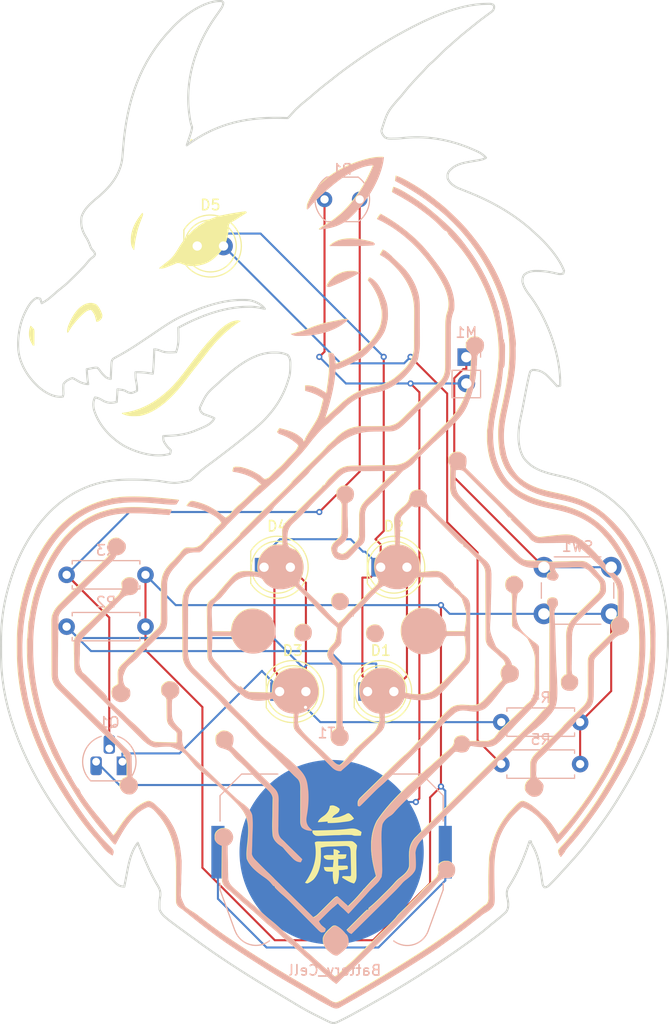
<source format=kicad_pcb>
(kicad_pcb (version 20241229) (generator "pcbnew") (generator_version "9.0")
  (layers (0 "F.Cu" signal) (2 "B.Cu" signal) (13 "F.Paste" user) (15 "B.Paste" user) (5 "F.SilkS" user "F.Silkscreen") (7 "B.SilkS" user "B.Silkscreen") (1 "F.Mask" user) (3 "B.Mask" user) (25 "Edge.Cuts" user))
  (net 0 "")
  (net 1 "Net-(BT1-+)")
  (net 2 "Net-(BT1--)")
  (net 3 "Net-(D1-A)")
  (net 4 "Net-(D1-K)")
  (net 5 "Net-(M1-+)")
  (net 6 "Net-(Q1-B)")
  (net 7 "Net-(D3-A)")
  (net 8 "Net-(D5-A)")
  (footprint "LED_THT:LED_D5.0mm" (layer "F.Cu") (at 85.96 127)
    (property "Reference" "D3")
    (property "Value" "LED")
  )
  (footprint "LED_THT:LED_D5.0mm" (layer "F.Cu") (at 78 84)
    (property "Reference" "D5")
    (property "Value" "LED" (hide yes))
  )
  (footprint "LED_THT:LED_D5.0mm" (layer "F.Cu") (at 84.46 115)
    (property "Reference" "D4")
    (property "Value" "LED")
  )
  (footprint "LED_THT:LED_D5.0mm" (layer "F.Cu") (at 94.46 127)
    (property "Reference" "D1")
    (property "Value" "LED")
  )
  (footprint "LED_THT:LED_D5.0mm" (layer "F.Cu") (at 95.725 115)
    (property "Reference" "D2")
    (property "Value" "LED")
  )
  (footprint "Battery:BatteryHolder_Keystone_3034_1x20mm" (layer "B.Cu") (at 90.985 142.5 180)
    (property "Reference" "BT1")
    (property "Value" "Battery_Cell")
  )
  (footprint "Package_TO_SOT_THT:TO-92L_HandSolder" (layer "B.Cu") (at 70.77 133.77 180)
    (property "Reference" "Q1")
    (property "Value" "NPN")
  )
  (footprint "Resistor_THT:R_Axial_DIN0207_L6.3mm_D2.5mm_P7.62mm_Horizontal" (layer "B.Cu") (at 115 129.95 180)
    (property "Reference" "R4")
    (property "Value" "R")
  )
  (footprint "Connector_PinHeader_2.54mm:PinHeader_1x02_P2.54mm_Vertical" (layer "B.Cu") (at 104 94.725 180)
    (property "Reference" "M1")
    (property "Value" "Motor_DC")
  )
  (footprint "Resistor_THT:R_Axial_DIN0207_L6.3mm_D2.5mm_P7.62mm_Horizontal" (layer "B.Cu") (at 73 120.7344 180)
    (property "Reference" "R2")
    (property "Value" "R")
  )
  (footprint "Resistor_THT:R_Axial_DIN0207_L6.3mm_D2.5mm_P7.62mm_Horizontal" (layer "B.Cu") (at 115 134 180)
    (property "Reference" "R5")
    (property "Value" "R")
  )
  (footprint "Button_Switch_THT:SW_PUSH_6mm" (layer "B.Cu") (at 118 115 180)
    (property "Reference" "SW1")
    (property "Value" "SW_Push")
  )
  (footprint "Resistor_THT:R_Axial_DIN0207_L6.3mm_D2.5mm_P7.62mm_Horizontal" (layer "B.Cu") (at 73 115.7344 180)
    (property "Reference" "R3")
    (property "Value" "R")
  )
  (footprint "OptoDevice:R_LDR_5.1x4.3mm_P3.4mm_Vertical" (layer "B.Cu") (at 93.7 79.5 180)
    (property "Reference" "R1")
    (property "Value" "R_Photo")
  )
  (gr_poly (pts (xy 67.787237 89.4916) (xy 67.845029 89.497032) (xy 67.902829 89.506026) (xy 67.960937 89.518764) (xy 68.019652 89.535428) (xy 68.079273 89.556198) (xy 68.140097 89.581257) (xy 68.202425 89.610787) (xy 68.266556 89.644967) (xy 68.31901 89.697078) (xy 68.36891 89.751543) (xy 68.416323 89.808197) (xy 68.461316 89.866872) (xy 68.503957 89.9274) (xy 68.544313 89.989615) (xy 68.582451 90.053348) (xy 68.618439 90.118434) (xy 68.652344 90.184704) (xy 68.684233 90.251991) (xy 68.714175 90.320129) (xy 68.742236 90.388949) (xy 68.768483 90.458285) (xy 68.792985 90.527969) (xy 68.815808 90.597835) (xy 68.83702 90.667714) (xy 68.832781 90.716077) (xy 68.828216 90.760137) (xy 68.823066 90.800374) (xy 68.817076 90.837272) (xy 68.809988 90.871311) (xy 68.801545 90.902974) (xy 68.79149 90.932743) (xy 68.779565 90.961099) (xy 68.765513 90.988524) (xy 68.749078 91.015501) (xy 68.730003 91.04251) (xy 68.708029 91.070035) (xy 68.6829 91.098557) (xy 68.654359 91.128557) (xy 68.622149 91.160518) (xy 68.586012 91.194922) (xy 68.523967 91.235047) (xy 68.498303 91.251282) (xy 68.475559 91.265201) (xy 68.455249 91.276983) (xy 68.436885 91.286807) (xy 68.419977 91.29485) (xy 68.404039 91.30129) (xy 68.388582 91.306306) (xy 68.373118 91.310075) (xy 68.357159 91.312776) (xy 68.340218 91.314586) (xy 68.321806 91.315684) (xy 68.301435 91.316248) (xy 68.252864 91.316486) (xy 68.215216 91.15575) (xy 68.169309 90.974883) (xy 68.149442 90.899985) (xy 68.130706 90.833506) (xy 68.112409 90.773991) (xy 68.093858 90.719987) (xy 68.074358 90.670038) (xy 68.053216 90.622693) (xy 68.029738 90.576495) (xy 68.003231 90.529992) (xy 67.973002 90.481729) (xy 67.938357 90.430253) (xy 67.898601 90.374108) (xy 67.853042 90.311842) (xy 67.74174 90.163127) (xy 67.678064 90.170528) (xy 67.617776 90.180885) (xy 67.56057 90.194109) (xy 67.506137 90.210112) (xy 67.454167 90.228805) (xy 67.404351 90.2501) (xy 67.356382 90.273907) (xy 67.30995 90.300138) (xy 67.264746 90.328706) (xy 67.220463 90.35952) (xy 67.17679 90.392493) (xy 67.133419 90.427535) (xy 67.090042 90.464559) (xy 67.04635 90.503476) (xy 66.956784 90.586633) (xy 66.841389 90.69355) (xy 66.741682 90.789433) (xy 66.643984 90.886624) (xy 66.54828 90.985149) (xy 66.454554 91.085029) (xy 66.362788 91.186289) (xy 66.272968 91.288952) (xy 66.185076 91.393039) (xy 66.099096 91.498576) (xy 66.015012 91.605585) (xy 65.932808 91.714089) (xy 65.852468 91.824111) (xy 65.773974 91.935675) (xy 65.697312 92.048804) (xy 65.622464 92.163521) (xy 65.549415 92.279849) (xy 65.478147 92.397812) (xy 65.465917 92.357842) (xy 65.456064 92.317625) (xy 65.448492 92.277183) (xy 65.443107 92.236539) (xy 65.439813 92.195714) (xy 65.438513 92.154733) (xy 65.439112 92.113618) (xy 65.441515 92.072391) (xy 65.451347 91.989695) (xy 65.467244 91.906827) (xy 65.48844 91.823968) (xy 65.51417 91.741301) (xy 65.543668 91.659008) (xy 65.576167 91.577271) (xy 65.64711 91.416193) (xy 65.79133 91.10872) (xy 65.855444 90.987302) (xy 65.922402 90.866451) (xy 65.992435 90.74674) (xy 66.06578 90.628739) (xy 66.14267 90.513023) (xy 66.223338 90.400163) (xy 66.30802 90.290732) (xy 66.396949 90.185303) (xy 66.490358 90.084447) (xy 66.588483 89.988737) (xy 66.691558 89.898745) (xy 66.799816 89.815045) (xy 66.913491 89.738208) (xy 67.032818 89.668806) (xy 67.15803 89.607413) (xy 67.222916 89.579898) (xy 67.289362 89.5546) (xy 67.357841 89.538069) (xy 67.423939 89.523649) (xy 67.487953 89.51152) (xy 67.550183 89.501864) (xy 67.610927 89.494862) (xy 67.670485 89.490697) (xy 67.729155 89.489549)) (fill yes) (layer "F.SilkS"))
  (gr_poly (pts (xy 64.734269 133.844301) (xy 64.789567 133.872133) (xy 64.833715 133.893838) (xy 64.871153 133.91116) (xy 64.888743 133.918722) (xy 64.90632 133.925841) (xy 64.924439 133.932735) (xy 64.943655 133.939623) (xy 64.987597 133.95425) (xy 65.042583 133.971464) (xy 65.113055 133.993008) (xy 65.164113 134.123934) (xy 65.181726 134.171028) (xy 65.196345 134.212634) (xy 65.20968 134.253821) (xy 65.223442 134.299658) (xy 65.259097 134.42556) (xy 65.122187 134.317331) (xy 65.074545 134.277117) (xy 65.054663 134.2609) (xy 65.036818 134.247065) (xy 65.020569 134.235454) (xy 65.012906 134.230434) (xy 65.005475 134.225909) (xy 64.998223 134.221862) (xy 64.991095 134.218271) (xy 64.984034 134.215118) (xy 64.976987 134.212382) (xy 64.969897 134.210044) (xy 64.96271 134.208084) (xy 64.95537 134.206481) (xy 64.947823 134.205217) (xy 64.940013 134.204272) (xy 64.931885 134.203625) (xy 64.914454 134.203147) (xy 64.89509 134.203627) (xy 64.873351 134.204906) (xy 64.820983 134.209225) (xy 64.747961 134.353407) (xy 64.690438 134.246695) (xy 64.634782 134.138964) (xy 64.58095 134.030317) (xy 64.528898 133.920855) (xy 64.60192 133.776673)) (fill yes) (layer "F.SilkS"))
  (gr_poly (pts (xy 102.080683 143.336162) (xy 102.145882 143.339975) (xy 102.212864 143.346182) (xy 102.281746 143.354472) (xy 102.352648 143.364538) (xy 102.400372 143.39064) (xy 102.445674 143.417349) (xy 102.488624 143.444818) (xy 102.529288 143.473201) (xy 102.567735 143.502652) (xy 102.604033 143.533325) (xy 102.63825 143.565374) (xy 102.670454 143.598953) (xy 102.700713 143.634217) (xy 102.729096 143.671319) (xy 102.755669 143.710413) (xy 102.780501 143.751653) (xy 102.803661 143.795193) (xy 102.825216 143.841187) (xy 102.845234 143.88979) (xy 102.863784 143.941155) (xy 102.871575 144.069663) (xy 102.873363 144.129812) (xy 102.873404 144.18762) (xy 102.871444 144.243382) (xy 102.867227 144.297393) (xy 102.860498 144.34995) (xy 102.851 144.401347) (xy 102.838479 144.45188) (xy 102.822679 144.501845) (xy 102.803344 144.551538) (xy 102.780219 144.601254) (xy 102.753049 144.651288) (xy 102.721578 144.701937) (xy 102.685549 144.753496) (xy 102.644709 144.80626) (xy 102.604192 144.832937) (xy 102.56449 144.856428) (xy 102.525411 144.876909) (xy 102.486766 144.894559) (xy 102.448365 144.909557) (xy 102.410017 144.92208) (xy 102.371532 144.932307) (xy 102.332719 144.940417) (xy 102.293389 144.946587) (xy 102.253351 144.950995) (xy 102.212414 144.953821) (xy 102.17039 144.955242) (xy 102.127086 144.955436) (xy 102.082313 144.954582) (xy 101.9876 144.950442) (xy 101.980099 144.895045) (xy 101.974742 144.851051) (xy 101.972867 144.832011) (xy 101.971527 144.814237) (xy 101.970724 144.797203) (xy 101.970456 144.780379) (xy 101.970724 144.763239) (xy 101.971527 144.745254) (xy 101.972867 144.725897) (xy 101.974742 144.704639) (xy 101.980099 144.654309) (xy 101.9876 144.590042) (xy 102.170127 144.490863) (xy 102.352648 144.373708) (xy 102.362649 144.286971) (xy 102.369793 144.218821) (xy 102.372293 144.189869) (xy 102.374079 144.163346) (xy 102.375151 144.138513) (xy 102.375508 144.114631) (xy 102.375151 144.090961) (xy 102.374079 144.066764) (xy 102.372293 144.041301) (xy 102.369793 144.013832) (xy 102.362649 143.949922) (xy 102.352648 143.869119) (xy 101.841513 143.869119) (xy 101.695425 144.373708) (xy 101.549451 144.301678) (xy 101.549451 144.013308) (xy 101.403364 144.229519) (xy 101.25739 144.301678) (xy 101.249566 144.195841) (xy 101.246801 144.146976) (xy 101.245114 144.100352) (xy 101.244739 144.055624) (xy 101.245911 144.012446) (xy 101.248864 143.970471) (xy 101.253834 143.929354) (xy 101.261053 143.88875) (xy 101.270758 143.848311) (xy 101.283183 143.807692) (xy 101.298562 143.766548) (xy 101.317129 143.724533) (xy 101.33912 143.6813) (xy 101.364769 143.636504) (xy 101.394311 143.589799) (xy 101.420787 143.564487) (xy 101.44734 143.540741) (xy 101.473984 143.518522) (xy 101.500733 143.497791) (xy 101.527603 143.47851) (xy 101.554608 143.460641) (xy 101.581763 143.444143) (xy 101.609083 143.42898) (xy 101.636583 143.415111) (xy 101.664277 143.402499) (xy 101.69218 143.391104) (xy 101.720307 143.380888) (xy 101.777293 143.363837) (xy 101.835351 143.351038) (xy 101.894601 143.342181) (xy 101.955161 143.336955) (xy 102.017149 143.335052)) (fill yes) (layer "F.SilkS"))
  (gr_poly (pts (xy 121.410504 126.567912) (xy 121.520019 126.59556) (xy 121.559523 126.604864) (xy 121.594562 126.61228) (xy 121.629418 126.618652) (xy 121.668368 126.624825) (xy 121.775669 126.639948) (xy 121.76504 126.815681) (xy 121.752804 126.991417) (xy 121.73995 127.189061) (xy 121.727181 127.246053) (xy 121.721173 127.269666) (xy 121.714914 127.290641) (xy 121.711573 127.300284) (xy 121.708029 127.309441) (xy 121.704235 127.31817) (xy 121.700144 127.326528) (xy 121.695708 127.334574) (xy 121.690881 127.342366) (xy 121.685616 127.349961) (xy 121.679866 127.357417) (xy 121.673584 127.364792) (xy 121.666723 127.372144) (xy 121.659237 127.379531) (xy 121.651077 127.387011) (xy 121.632553 127.402479) (xy 121.610774 127.419013) (xy 121.585365 127.437074) (xy 121.555951 127.457125) (xy 121.483605 127.505052) (xy 121.410504 127.36087) (xy 121.264537 127.36087) (xy 121.19143 127.721273) (xy 121.175588 127.669653) (xy 121.163222 127.619408) (xy 121.154097 127.570343) (xy 121.147979 127.522262) (xy 121.144631 127.47497) (xy 121.143819 127.42827) (xy 121.145308 127.381967) (xy 121.148863 127.335866) (xy 121.154249 127.28977) (xy 121.16123 127.243484) (xy 121.169571 127.196812) (xy 121.179038 127.149558) (xy 121.223455 126.950816) (xy 121.256078 126.797464) (xy 121.296485 126.610553) (xy 121.337521 126.423726)) (fill yes) (layer "F.SilkS"))
  (gr_poly (pts (xy 89.939429 140.625152) (xy 90.888713 140.769334) (xy 90.888713 140.841363) (xy 89.428294 140.913515) (xy 89.404346 140.818051) (xy 89.387241 140.744552) (xy 89.381254 140.714456) (xy 89.376977 140.687949) (xy 89.374411 140.6644) (xy 89.373556 140.643174) (xy 89.374411 140.623637) (xy 89.376977 140.605156) (xy 89.381254 140.587098) (xy 89.387241 140.568828) (xy 89.394938 140.549713) (xy 89.404346 140.52912) (xy 89.428294 140.480963) (xy 90.158504 140.480963)) (fill yes) (layer "F.SilkS"))
  (gr_poly (pts (xy 93.045964 83.253306) (xy 93.335089 83.273928) (xy 93.623276 83.307494) (xy 93.908457 83.352105) (xy 94.188567 83.405864) (xy 94.461538 83.466871) (xy 94.725303 83.533227) (xy 94.977797 83.603034) (xy 95.123768 83.747219) (xy 95.050781 83.891391) (xy 94.512882 83.924372) (xy 93.974708 83.947119) (xy 93.436308 83.961325) (xy 92.897731 83.968684) (xy 91.82024 83.969625) (xy 90.742626 83.963484) (xy 90.842573 83.868952) (xy 90.947193 83.782166) (xy 91.056229 83.702888) (xy 91.169422 83.630881) (xy 91.286515 83.565908) (xy 91.407247 83.50773) (xy 91.531362 83.456111) (xy 91.658601 83.410814) (xy 91.788705 83.371601) (xy 91.921416 83.338234) (xy 92.193627 83.288092) (xy 92.473167 83.258489) (xy 92.757968 83.247527)) (fill yes) (layer "F.SilkS"))
  (gr_poly (pts (xy 112.35154 117.892558) (xy 112.383675 117.894142) (xy 112.413434 117.896249) (xy 112.441191 117.899075) (xy 112.467321 117.90282) (xy 112.492197 117.907681) (xy 112.516193 117.913856) (xy 112.539683 117.921544) (xy 112.56304 117.930942) (xy 112.586638 117.942249) (xy 112.61085 117.955663) (xy 112.636052 117.971382) (xy 112.662615 117.989604) (xy 112.690915 118.010527) (xy 112.721325 118.03435) (xy 112.738298 118.075455) (xy 112.753356 118.114796) (xy 112.766555 118.152655) (xy 112.777952 118.189314) (xy 112.7876 118.225054) (xy 112.795557 118.260157) (xy 112.801878 118.294904) (xy 112.806618 118.329578) (xy 112.809833 118.36446) (xy 112.811578 118.399831) (xy 112.81191 118.435974) (xy 112.810883 118.473169) (xy 112.808554 118.511699) (xy 112.804978 118.551846) (xy 112.800211 118.59389) (xy 112.794308 118.638114) (xy 112.646079 118.81349) (xy 112.624653 118.845721) (xy 112.605001 118.878268) (xy 112.587057 118.911122) (xy 112.570752 118.944271) (xy 112.55602 118.977706) (xy 112.542792 119.011415) (xy 112.520582 119.079615) (xy 112.503584 119.148787) (xy 112.491258 119.218848) (xy 112.483065 119.289713) (xy 112.478467 119.361298) (xy 112.476924 119.433519) (xy 112.477899 119.506293) (xy 112.485241 119.65316) (xy 112.506415 119.949823) (xy 112.52916 120.500252) (xy 112.542608 120.794929) (xy 112.551819 121.025318) (xy 112.559488 121.255717) (xy 112.571543 121.716593) (xy 112.575234 121.874827) (xy 112.589757 122.521334) (xy 112.601021 122.975698) (xy 112.614852 123.429827) (xy 112.63212 123.883844) (xy 112.653697 124.337872) (xy 112.719724 125.660193) (xy 112.754379 126.670322) (xy 112.756212 127.077888) (xy 112.745726 127.430892) (xy 112.721428 127.737165) (xy 112.681826 128.004534) (xy 112.625427 128.24083) (xy 112.55074 128.453881) (xy 112.456273 128.651516) (xy 112.340532 128.841564) (xy 112.202027 129.031854) (xy 112.039264 129.230215) (xy 111.634997 129.682467) (xy 111.440488 129.874858) (xy 111.241444 130.061757) (xy 111.038084 130.243499) (xy 110.830625 130.420419) (xy 110.619288 130.592852) (xy 110.404292 130.761132) (xy 110.185855 130.925595) (xy 109.964196 131.086575) (xy 109.915801 131.122836) (xy 109.868732 131.159492) (xy 109.822888 131.196576) (xy 109.778168 131.234123) (xy 109.734472 131.272166) (xy 109.6917 131.310741) (xy 109.649751 131.34988) (xy 109.608525 131.389619) (xy 109.527839 131.47103) (xy 109.448839 131.555249) (xy 109.370721 131.642549) (xy 109.292681 131.733202) (xy 109.161794 131.877965) (xy 109.027781 132.020043) (xy 108.891247 132.159918) (xy 108.752792 132.298077) (xy 108.19183 132.84322) (xy 107.903816 133.125404) (xy 107.286241 133.730359) (xy 106.30957 134.688573) (xy 106.142763 134.852399) (xy 105.805222 135.183987) (xy 103.533273 137.412482) (xy 101.997961 138.919099) (xy 101.592566 139.317375) (xy 101.186192 139.714674) (xy 100.804225 140.088444) (xy 100.423596 140.463461) (xy 100.284027 140.600353) (xy 100.143919 140.736704) (xy 99.943192 140.932935) (xy 99.84631 141.030514) (xy 99.752427 141.12845) (xy 99.662048 141.22728) (xy 99.575681 141.327538) (xy 99.493834 141.42976) (xy 99.417013 141.534483) (xy 99.345726 141.642242) (xy 99.28048 141.753574) (xy 99.221781 141.869012) (xy 99.195046 141.92844) (xy 99.170138 141.989095) (xy 99.14712 142.051045) (xy 99.126057 142.114357) (xy 99.107011 142.179097) (xy 99.090045 142.245334) (xy 99.075224 142.313133) (xy 99.06261 142.382562) (xy 99.052268 142.453687) (xy 99.04426 142.526576) (xy 99.060808 142.741366) (xy 99.079216 143.200944) (xy 99.088724 143.551743) (xy 99.089054 143.69307) (xy 99.085855 143.815268) (xy 99.078694 143.921023) (xy 99.067135 144.013025) (xy 99.050744 144.09396) (xy 99.029087 144.166518) (xy 99.001729 144.233386) (xy 98.968236 144.297253) (xy 98.928173 144.360806) (xy 98.881106 144.426734) (xy 98.764221 144.576467) (xy 98.680402 144.66078) (xy 98.594661 144.742233) (xy 98.507108 144.821184) (xy 98.417855 144.897986) (xy 98.327011 144.972997) (xy 98.234687 145.046572) (xy 98.140993 145.119066) (xy 98.046038 145.190836) (xy 97.99583 145.232818) (xy 97.948205 145.27495) (xy 97.902686 145.317548) (xy 97.858798 145.36093) (xy 97.816065 145.405411) (xy 97.774012 145.451309) (xy 97.732162 145.498939) (xy 97.69004 145.54862) (xy 97.530264 145.727778) (xy 97.366927 145.903631) (xy 97.200655 146.076754) (xy 97.032071 146.247726) (xy 96.690473 146.585526) (xy 96.347133 146.92165) (xy 96.044834 147.219785) (xy 95.253667 147.999045) (xy 94.444514 148.796522) (xy 92.860152 150.357075) (xy 92.818817 150.339147) (xy 92.781093 150.322154) (xy 92.746604 150.305765) (xy 92.714975 150.289647) (xy 92.685832 150.27347) (xy 92.6588 150.2569) (xy 92.633504 150.239607) (xy 92.60957 150.221259) (xy 92.586621 150.201524) (xy 92.564285 150.18007) (xy 92.542185 150.156565) (xy 92.519947 150.130678) (xy 92.497197 150.102078) (xy 92.473558 150.070432) (xy 92.448658 150.035408) (xy 92.42212 149.996675) (xy 93.256394 149.165017) (xy 93.398449 149.023591) (xy 93.54024 148.881892) (xy 93.948025 148.476009) (xy 94.076496 148.347064) (xy 94.115283 148.3091) (xy 94.154382 148.271449) (xy 94.233374 148.196953) (xy 94.313192 148.123307) (xy 94.393558 148.050241) (xy 94.539649 148.050241) (xy 94.539649 147.906059) (xy 94.572308 147.874316) (xy 94.598574 147.849067) (xy 94.621251 147.827853) (xy 94.643144 147.808217) (xy 94.667058 147.787698) (xy 94.695796 147.76384) (xy 94.778965 147.696268) (xy 94.919598 147.575864) (xy 95.05786 147.453256) (xy 95.194101 147.32872) (xy 95.328674 147.20253) (xy 95.46193 147.074962) (xy 95.594221 146.94629) (xy 95.857315 146.686735) (xy 96.023404 146.52261) (xy 96.189854 146.358841) (xy 96.41768 146.132787) (xy 96.530536 146.019077) (xy 96.642381 145.904512) (xy 96.752987 145.788792) (xy 96.862126 145.671617) (xy 96.969567 145.552688) (xy 97.075084 145.431705) (xy 97.136148 145.362677) (xy 97.197863 145.2966) (xy 97.260576 145.233072) (xy 97.324638 145.171697) (xy 97.390396 145.112074) (xy 97.4582 145.053805) (xy 97.528398 144.99649) (xy 97.601339 144.93973) (xy 97.74334 144.827316) (xy 97.880832 144.713691) (xy 97.947053 144.655638) (xy 98.011146 144.596338) (xy 98.072778 144.535476) (xy 98.131615 144.472739) (xy 98.187324 144.407811) (xy 98.239571 144.340378) (xy 98.288023 144.270125) (xy 98.332347 144.196737) (xy 98.372208 144.119901) (xy 98.390362 144.08009) (xy 98.407274 144.0393) (xy 98.422905 143.99749) (xy 98.437211 143.954621) (xy 98.450152 143.910654) (xy 98.461685 143.865549) (xy 98.475017 143.714304) (xy 98.484088 143.563676) (xy 98.489391 143.413445) (xy 98.491421 143.26339) (xy 98.490672 143.11329) (xy 98.487638 142.962926) (xy 98.476689 142.66052) (xy 98.476697 142.535789) (xy 98.481454 142.415922) (xy 98.491087 142.300531) (xy 98.505726 142.189225) (xy 98.525501 142.081615) (xy 98.55054 141.97731) (xy 98.580973 141.875921) (xy 98.616928 141.777058) (xy 98.658536 141.680331) (xy 98.705926 141.585351) (xy 98.759226 141.491727) (xy 98.818565 141.39907) (xy 98.884074 141.30699) (xy 98.955882 141.215098) (xy 99.034116 141.123002) (xy 99.118908 141.030314) (xy 99.224991 140.918164) (xy 99.40505 140.730682) (xy 99.586549 140.544573) (xy 99.952972 140.175626) (xy 100.693273 139.444877) (xy 101.023433 139.119242) (xy 101.729713 138.423203) (xy 102.847472 137.321522) (xy 105.218603 134.984201) (xy 107.782133 132.457222) (xy 108.892394 131.363155) (xy 109.583193 130.682) (xy 109.902638 130.367557) (xy 110.312089 129.966482) (xy 110.458954 129.820158) (xy 110.588186 129.688303) (xy 110.715493 129.554662) (xy 110.856581 129.40298) (xy 111.242926 128.980475) (xy 111.291576 128.925159) (xy 111.341194 128.870909) (xy 111.391677 128.817574) (xy 111.442921 128.765003) (xy 111.494824 128.713046) (xy 111.547283 128.661552) (xy 111.653454 128.559352) (xy 111.740314 128.479715) (xy 111.775782 128.446226) (xy 111.80662 128.415846) (xy 111.833338 128.38774) (xy 111.856443 128.361076) (xy 111.866801 128.348025) (xy 111.876446 128.335021) (xy 111.885442 128.32196) (xy 111.893853 128.308739) (xy 111.901743 128.295254) (xy 111.909175 128.281399) (xy 111.916212 128.267071) (xy 111.922919 128.252166) (xy 111.935595 128.220208) (xy 111.947712 128.18469) (xy 111.959777 128.144779) (xy 111.9723 128.099641) (xy 112.000756 127.990353) (xy 112.001353 127.78211) (xy 112.002661 127.543511) (xy 112.002901 127.280622) (xy 112.003972 127.004632) (xy 112.005758 126.253946) (xy 112.006592 125.785197) (xy 112.008618 124.319535) (xy 112.012308 122.62611) (xy 112.014688 121.317971) (xy 112.016476 120.536325) (xy 112.017546 120.100556) (xy 112.017187 119.66479) (xy 112.019213 119.402374) (xy 112.017905 119.163058) (xy 112.018258 118.954819) (xy 112.011787 118.918079) (xy 112.00447 118.884759) (xy 111.996233 118.854482) (xy 111.987003 118.82687) (xy 111.976706 118.801545) (xy 111.965269 118.778131) (xy 111.952618 118.756249) (xy 111.938681 118.735521) (xy 111.923383 118.715571) (xy 111.906652 118.69602) (xy 111.888413 118.676492) (xy 111.868594 118.656607) (xy 111.823919 118.614261) (xy 111.772041 118.565961) (xy 111.78118 118.414715) (xy 111.787129 118.346977) (xy 111.794907 118.284347) (xy 111.805193 118.22671) (xy 111.818669 118.173955) (xy 111.826816 118.149373) (xy 111.836015 118.12597) (xy 111.846353 118.10373) (xy 111.857913 118.082641) (xy 111.870782 118.062688) (xy 111.885043 118.043857) (xy 111.900783 118.026134) (xy 111.918086 118.009505) (xy 111.937038 117.993955) (xy 111.957724 117.979472) (xy 111.980228 117.96604) (xy 112.004636 117.953646) (xy 112.031033 117.942275) (xy 112.059504 117.931914) (xy 112.090134 117.922549) (xy 112.123008 117.914165) (xy 112.158212 117.906748) (xy 112.195831 117.900284) (xy 112.278651 117.890161)) (fill yes) (layer "F.SilkS"))
  (gr_poly (pts (xy 106.361123 117.510947) (xy 106.345814 117.913946) (xy 106.333473 118.316867) (xy 106.324122 118.719854) (xy 106.317786 119.123054) (xy 106.314548 119.330285) (xy 106.309914 119.537348) (xy 106.303472 119.744343) (xy 106.294807 119.951371) (xy 106.26489 120.414508) (xy 106.255012 120.606584) (xy 106.249468 120.777444) (xy 106.248967 120.930918) (xy 106.254219 121.070842) (xy 106.265933 121.201047) (xy 106.28482 121.325367) (xy 106.311589 121.447634) (xy 106.346949 121.571682) (xy 106.39161 121.701344) (xy 106.446282 121.840451) (xy 106.511675 121.992838) (xy 106.588498 122.162338) (xy 106.779273 122.568006) (xy 106.838015 122.629618) (xy 106.897756 122.690028) (xy 106.958434 122.749321) (xy 107.019982 122.807583) (xy 107.14544 122.921351) (xy 107.273619 123.032012) (xy 107.404008 123.140244) (xy 107.536097 123.246727) (xy 107.803329 123.457167) (xy 107.849695 123.500373) (xy 107.893969 123.544374) (xy 107.936234 123.5892) (xy 107.976571 123.634884) (xy 108.015063 123.681454) (xy 108.051791 123.728943) (xy 108.086839 123.77738) (xy 108.120288 123.826797) (xy 108.15222 123.877224) (xy 108.182718 123.928692) (xy 108.211863 123.981231) (xy 108.239738 124.034873) (xy 108.266425 124.089648) (xy 108.292007 124.145586) (xy 108.316564 124.20272) (xy 108.34018 124.261078) (xy 108.34018 124.405143) (xy 108.504487 124.454791) (xy 108.550366 124.476963) (xy 108.592873 124.498777) (xy 108.6323 124.520489) (xy 108.668939 124.542354) (xy 108.703081 124.564629) (xy 108.73502 124.587569) (xy 108.765046 124.61143) (xy 108.793452 124.636468) (xy 108.82053 124.662939) (xy 108.846571 124.691098) (xy 108.871868 124.721203) (xy 108.896712 124.753507) (xy 108.921396 124.788268) (xy 108.946212 124.825742) (xy 108.971451 124.866183) (xy 108.997406 124.909848) (xy 109.007733 124.970446) (xy 109.01622 125.02919) (xy 109.022747 125.086283) (xy 109.027191 125.141928) (xy 109.029434 125.196326) (xy 109.029353 125.249681) (xy 109.026828 125.302195) (xy 109.021738 125.354071) (xy 109.013962 125.405512) (xy 109.003379 125.45672) (xy 108.989869 125.507898) (xy 108.97331 125.559249) (xy 108.953582 125.610975) (xy 108.930564 125.663279) (xy 108.904135 125.716363) (xy 108.874174 125.770431) (xy 108.816661 125.818897) (xy 108.760177 125.862133) (xy 108.704409 125.900398) (xy 108.649044 125.933949) (xy 108.593767 125.963048) (xy 108.538267 125.987951) (xy 108.482229 126.008918) (xy 108.425341 126.026208) (xy 108.367289 126.040079) (xy 108.30776 126.050791) (xy 108.246441 126.058602) (xy 108.183019 126.063772) (xy 108.11718 126.066558) (xy 108.048611 126.06722) (xy 107.976999 126.066016) (xy 107.902031 126.063206) (xy 107.974771 126.015615) (xy 108.005043 125.99636) (xy 108.032107 125.979851) (xy 108.056603 125.965877) (xy 108.079173 125.954225) (xy 108.10046 125.944686) (xy 108.121105 125.937047) (xy 108.141751 125.931098) (xy 108.163038 125.926628) (xy 108.185608 125.923425) (xy 108.210104 125.921277) (xy 108.237168 125.919975) (xy 108.26744 125.919306) (xy 108.34018 125.919025) (xy 108.34018 125.774839) (xy 107.975135 125.774839) (xy 108.048122 125.630654) (xy 107.756061 125.486469) (xy 107.829048 125.630654) (xy 107.390896 125.630654) (xy 107.365067 125.504267) (xy 107.353759 125.443144) (xy 107.343923 125.38318) (xy 107.33586 125.324209) (xy 107.329872 125.266064) (xy 107.326259 125.20858) (xy 107.325323 125.15159) (xy 107.327364 125.094928) (xy 107.332684 125.038427) (xy 107.341583 124.981922) (xy 107.354363 124.925247) (xy 107.371324 124.868234) (xy 107.392768 124.810719) (xy 107.418996 124.752534) (xy 107.450308 124.693513) (xy 107.503294 124.622004) (xy 107.544895 124.567385) (xy 107.562546 124.545354) (xy 107.578694 124.526278) (xy 107.593787 124.509736) (xy 107.608274 124.495304) (xy 107.622601 124.48256) (xy 107.637217 124.471082) (xy 107.65257 124.460448) (xy 107.669107 124.450235) (xy 107.687277 124.44002) (xy 107.707527 124.429381) (xy 107.756061 124.405143) (xy 107.749193 124.340366) (xy 107.738883 124.279896) (xy 107.725232 124.223344) (xy 107.708342 124.170317) (xy 107.688314 124.120424) (xy 107.665249 124.073275) (xy 107.63925 124.028478) (xy 107.610417 123.985642) (xy 107.578852 123.944375) (xy 107.544656 123.904287) (xy 107.507932 123.864986) (xy 107.46878 123.826082) (xy 107.427302 123.787182) (xy 107.3836 123.747896) (xy 107.289928 123.666601) (xy 107.050141 123.447406) (xy 106.955742 123.362253) (xy 106.861008 123.277591) (xy 106.76574 123.19351) (xy 106.669736 123.110099) (xy 106.435256 122.906171) (xy 106.340126 122.822036) (xy 106.258214 122.747759) (xy 106.188382 122.681819) (xy 106.129488 122.622694) (xy 106.080392 122.568864) (xy 106.039954 122.518806) (xy 106.007033 122.471001) (xy 105.980491 122.423927) (xy 105.959185 122.376062) (xy 105.941976 122.325885) (xy 105.927724 122.271876) (xy 105.915288 122.212513) (xy 105.891303 122.07164) (xy 105.899854 121.974422) (xy 105.910438 121.878084) (xy 105.922821 121.782392) (xy 105.936771 121.687109) (xy 105.952055 121.591999) (xy 105.96844 121.496826) (xy 106.00358 121.30535) (xy 106.011175 121.167772) (xy 106.017541 121.030093) (xy 106.022701 120.892347) (xy 106.026679 120.754568) (xy 106.035966 120.480607) (xy 106.044655 120.206048) (xy 106.054179 119.921372) (xy 106.063503 119.668851) (xy 106.068943 119.496063) (xy 106.072598 119.323252) (xy 106.076567 119.070666) (xy 106.076567 117.484639) (xy 106.222654 117.773006) (xy 106.295641 117.34057) (xy 106.368628 117.34057)) (fill yes) (layer "F.SilkS"))
  (gr_poly (pts (xy 118.722183 131.726674) (xy 118.733567 131.763797) (xy 118.743044 131.798008) (xy 118.750648 131.829775) (xy 118.756417 131.859567) (xy 118.760385 131.887851) (xy 118.762588 131.915095) (xy 118.763061 131.941768) (xy 118.761841 131.968338) (xy 118.758962 131.995273) (xy 118.75446 132.023041) (xy 118.748372 132.05211) (xy 118.740731 132.082948) (xy 118.731575 132.116024) (xy 118.708856 132.190759) (xy 119.000921 132.334944) (xy 118.781847 132.623315) (xy 118.489782 132.551162) (xy 118.51076 132.346752) (xy 118.528434 132.190125) (xy 118.536834 132.126563) (xy 118.545371 132.071145) (xy 118.554365 132.022605) (xy 118.564138 131.979676) (xy 118.57501 131.94109) (xy 118.587303 131.90558) (xy 118.601337 131.87188) (xy 118.617433 131.838722) (xy 118.635912 131.804839) (xy 118.657095 131.768964) (xy 118.708856 131.686171)) (fill yes) (layer "F.SilkS"))
  (gr_poly (pts (xy 107.888336 125.441463) (xy 107.981689 125.508702) (xy 108.076069 125.574501) (xy 108.171298 125.639116) (xy 108.267196 125.702803) (xy 108.34018 125.919025) (xy 108.130276 125.937121) (xy 107.902031 125.991174) (xy 107.856285 126.070757) (xy 107.840002 126.100227) (xy 107.825831 126.127323) (xy 107.812062 126.155423) (xy 107.796985 126.187907) (xy 107.756061 126.279544) (xy 107.138095 127.077972) (xy 106.661836 127.68025) (xy 106.466448 127.917369) (xy 106.294011 128.116895) (xy 106.140363 128.282644) (xy 106.001348 128.418428) (xy 105.872805 128.528064) (xy 105.750576 128.615366) (xy 105.630503 128.684149) (xy 105.508425 128.738228) (xy 105.380184 128.781418) (xy 105.241621 128.817533) (xy 104.916895 128.883799) (xy 104.81918 128.88446) (xy 104.723282 128.88273) (xy 104.62865 128.878662) (xy 104.534735 128.872308) (xy 104.440988 128.863722) (xy 104.346859 128.852957) (xy 104.251797 128.840066) (xy 104.155254 128.825101) (xy 103.985318 128.800392) (xy 103.902844 128.79056) (xy 103.82184 128.782879) (xy 103.742162 128.777698) (xy 103.663665 128.77537) (xy 103.586204 128.776244) (xy 103.509636 128.780673) (xy 103.433816 128.789008) (xy 103.358599 128.801599) (xy 103.283841 128.818797) (xy 103.209398 128.840954) (xy 103.135125 128.868421) (xy 103.060878 128.901549) (xy 102.986512 128.940689) (xy 102.911883 128.986191) (xy 102.76283 129.105374) (xy 102.6162 129.227735) (xy 102.47186 129.353035) (xy 102.329677 129.481036) (xy 102.051249 129.74419) (xy 101.779852 130.015293) (xy 101.514422 130.292441) (xy 101.253893 130.573728) (xy 100.743281 131.141105) (xy 100.641575 131.253192) (xy 100.539013 131.362691) (xy 100.435243 131.469819) (xy 100.329911 131.57479) (xy 100.222665 131.677818) (xy 100.113152 131.77912) (xy 100.001018 131.878909) (xy 99.885912 131.977401) (xy 99.769797 132.080597) (xy 99.65548 132.185662) (xy 99.542659 132.29228) (xy 99.431032 132.400131) (xy 99.210156 132.618261) (xy 98.99044 132.837507) (xy 98.62909 133.196004) (xy 97.861966 133.956931) (xy 96.971857 134.839779) (xy 96.618952 135.190421) (xy 96.356705 135.447897) (xy 96.224499 135.575069) (xy 96.091254 135.701031) (xy 95.956731 135.82566) (xy 95.820691 135.948831) (xy 95.682895 136.070419) (xy 95.543106 136.190301) (xy 95.469821 136.254557) (xy 95.397727 136.3199) (xy 95.326655 136.3862) (xy 95.256434 136.453327) (xy 95.186894 136.521152) (xy 95.117865 136.589545) (xy 94.980657 136.727518) (xy 94.748722 136.959213) (xy 94.391059 137.318425) (xy 94.215978 137.494026) (xy 94.04054 137.669184) (xy 93.932191 137.779075) (xy 93.89943 137.811318) (xy 93.86636 137.843238) (xy 93.799436 137.90625) (xy 93.731707 137.968389) (xy 93.663465 138.029934) (xy 93.517378 138.029934) (xy 93.506852 137.919585) (xy 93.503345 137.869264) (xy 93.50131 137.821628) (xy 93.500973 137.776265) (xy 93.502562 137.732762) (xy 93.506302 137.690707) (xy 93.512421 137.649686) (xy 93.521145 137.609287) (xy 93.532701 137.569098) (xy 93.547315 137.528706) (xy 93.565213 137.487697) (xy 93.586622 137.44566) (xy 93.61177 137.402182) (xy 93.640881 137.35685) (xy 93.674184 137.309251) (xy 93.729164 137.254312) (xy 93.784614 137.199839) (xy 93.840511 137.14581) (xy 93.896832 137.092203) (xy 94.019226 136.970879) (xy 94.119634 136.872354) (xy 94.220546 136.774354) (xy 94.423204 136.579162) (xy 94.703953 136.303769) (xy 95.074536 135.942118) (xy 95.446546 135.581898) (xy 95.747686 135.288857) (xy 96.047931 134.99492) (xy 96.984474 134.078142) (xy 97.504705 133.574832) (xy 97.667217 133.422618) (xy 97.795867 133.307042) (xy 98.045204 133.096825) (xy 98.11207 133.039349) (xy 98.177928 132.98091) (xy 98.306936 132.861439) (xy 98.432866 132.738999) (xy 98.556356 132.614175) (xy 98.678043 132.487555) (xy 98.798564 132.359723) (xy 99.038663 132.102769) (xy 99.288449 131.838611) (xy 99.539898 131.576038) (xy 100.045691 131.053595) (xy 100.236425 130.856022) (xy 100.426143 130.657636) (xy 100.614676 130.458156) (xy 100.801859 130.257302) (xy 101.388169 129.626603) (xy 101.83929 129.15157) (xy 102.023799 128.96511) (xy 102.186082 128.808785) (xy 102.329998 128.679668) (xy 102.459403 128.574831) (xy 102.578156 128.491348) (xy 102.690113 128.42629) (xy 102.799132 128.37673) (xy 102.909071 128.339742) (xy 103.023786 128.312398) (xy 103.147135 128.291771) (xy 103.435165 128.258958) (xy 103.53774 128.258719) (xy 103.639751 128.260058) (xy 103.741371 128.262845) (xy 103.842773 128.26695) (xy 104.045618 128.278598) (xy 104.249671 128.293963) (xy 104.352794 128.300539) (xy 104.450341 128.304767) (xy 104.542902 128.306305) (xy 104.631065 128.304809) (xy 104.715419 128.299934) (xy 104.796552 128.291338) (xy 104.875055 128.278677) (xy 104.951514 128.261608) (xy 105.02652 128.239786) (xy 105.100661 128.212868) (xy 105.174525 128.180511) (xy 105.248702 128.142371) (xy 105.323781 128.098104) (xy 105.40035 128.047367) (xy 105.478997 127.989816) (xy 105.560313 127.925108) (xy 105.664875 127.823843) (xy 105.76745 127.721271) (xy 105.868284 127.617446) (xy 105.967622 127.512422) (xy 106.065711 127.406255) (xy 106.162795 127.298997) (xy 106.354933 127.08143) (xy 106.519537 126.907241) (xy 106.684852 126.733767) (xy 106.832977 126.575765) (xy 106.980085 126.417015) (xy 107.125786 126.257038) (xy 107.269689 126.095355) (xy 107.383988 125.965576) (xy 107.41704 125.92394) (xy 107.430335 125.906286) (xy 107.441631 125.890088) (xy 107.446566 125.882381) (xy 107.451046 125.874855) (xy 107.455085 125.867446) (xy 107.458698 125.860095) (xy 107.461899 125.85274) (xy 107.464704 125.84532) (xy 107.467126 125.837773) (xy 107.46918 125.830038) (xy 107.470881 125.822053) (xy 107.472244 125.813758) (xy 107.473283 125.80509) (xy 107.474013 125.795989) (xy 107.474449 125.786394) (xy 107.474604 125.776242) (xy 107.474136 125.754026) (xy 107.472723 125.72885) (xy 107.470485 125.700222) (xy 107.463999 125.630654) (xy 107.756061 125.558622) (xy 107.756061 125.3424)) (fill yes) (layer "F.SilkS"))
  (gr_poly (pts (xy 113.013383 142.499426) (xy 112.867295 142.499426) (xy 112.940399 142.211056)) (fill yes) (layer "F.SilkS"))
  (gr_poly (pts (xy 71.570712 115.96211) (xy 71.625697 115.965296) (xy 71.684769 115.970874) (xy 71.660392 116.042665) (xy 71.640291 116.099253) (xy 71.631041 116.12343) (xy 71.621898 116.145706) (xy 71.612539 116.166716) (xy 71.602645 116.187092) (xy 71.591894 116.207468) (xy 71.579965 116.228478) (xy 71.566538 116.250754) (xy 71.551292 116.274931) (xy 71.514057 116.33152) (xy 71.465694 116.403313) (xy 71.352163 116.453718) (xy 71.311658 116.471106) (xy 71.276289 116.485538) (xy 71.241777 116.498704) (xy 71.203844 116.512292) (xy 71.1006 116.547495) (xy 71.082486 116.505558) (xy 71.068652 116.472064) (xy 71.063072 116.457426) (xy 71.05824 116.443632) (xy 71.054051 116.430258) (xy 71.050396 116.416882) (xy 71.047169 116.403082) (xy 71.044263 116.388436) (xy 71.041572 116.372521) (xy 71.038987 116.354915) (xy 71.033711 116.312938) (xy 71.027579 116.259127) (xy 71.063308 116.21186) (xy 71.098063 116.169247) (xy 71.132206 116.131127) (xy 71.14916 116.113701) (xy 71.166097 116.097338) (xy 71.183061 116.082018) (xy 71.200098 116.067719) (xy 71.217253 116.054423) (xy 71.23457 116.042108) (xy 71.252097 116.030755) (xy 71.269876 116.020344) (xy 71.287955 116.010853) (xy 71.306377 116.002264) (xy 71.325188 115.994555) (xy 71.344434 115.987707) (xy 71.364159 115.981699) (xy 71.384408 115.976512) (xy 71.405227 115.972124) (xy 71.426662 115.968516) (xy 71.448756 115.965667) (xy 71.471556 115.963558) (xy 71.495106 115.962168) (xy 71.519452 115.961477)) (fill yes) (layer "F.SilkS"))
  (gr_poly (pts (xy 77.70649 108.621342) (xy 77.939415 108.673434) (xy 78.165909 108.734619) (xy 78.386425 108.804597) (xy 78.601416 108.883071) (xy 78.811334 108.969742) (xy 79.016632 109.064313) (xy 79.217763 109.166484) (xy 79.415181 109.275958) (xy 79.609336 109.392437) (xy 79.800684 109.515622) (xy 79.989675 109.645215) (xy 80.176763 109.780918) (xy 80.362401 109.922433) (xy 80.731137 110.221704) (xy 80.779346 110.264284) (xy 80.817464 110.297132) (xy 80.833838 110.310633) (xy 80.849008 110.322572) (xy 80.863414 110.333239) (xy 80.877494 110.342925) (xy 80.891689 110.351921) (xy 80.906437 110.360516) (xy 80.922179 110.369002) (xy 80.939354 110.377668) (xy 80.958402 110.386805) (xy 80.979761 110.396703) (xy 81.031174 110.419946) (xy 81.012111 110.490951) (xy 80.990781 110.558357) (xy 80.967189 110.622477) (xy 80.941342 110.683626) (xy 80.913245 110.742119) (xy 80.882905 110.798272) (xy 80.850329 110.852398) (xy 80.815523 110.904812) (xy 80.778492 110.95583) (xy 80.739244 111.005766) (xy 80.697784 111.054935) (xy 80.654119 111.103651) (xy 80.608255 111.15223) (xy 80.560198 111.200987) (xy 80.457531 111.30029) (xy 80.329302 111.425188) (xy 80.126166 111.621373) (xy 79.922226 111.816665) (xy 79.389658 112.332088) (xy 79.261074 112.456272) (xy 79.161299 112.554161) (xy 79.062817 112.652824) (xy 78.96565 112.752419) (xy 78.869819 112.853105) (xy 78.775343 112.955042) (xy 78.682245 113.058387) (xy 78.590545 113.163302) (xy 78.500264 113.269943) (xy 78.46757 113.305123) (xy 78.453499 113.319911) (xy 78.440327 113.333319) (xy 78.42759 113.345714) (xy 78.414824 113.357461) (xy 78.401564 113.368927) (xy 78.387346 113.380477) (xy 78.371706 113.392478) (xy 78.354181 113.405296) (xy 78.334306 113.419296) (xy 78.311617 113.434846) (xy 78.255939 113.472056) (xy 78.183437 113.519855) (xy 78.053401 113.522937) (xy 77.923331 113.524601) (xy 77.793238 113.524994) (xy 77.663135 113.52426) (xy 77.589879 113.527148) (xy 77.519816 113.531434) (xy 77.452676 113.537379) (xy 77.388189 113.545246) (xy 77.326086 113.555295) (xy 77.266095 113.567789) (xy 77.207948 113.58299) (xy 77.151374 113.601158) (xy 77.096103 113.622557) (xy 77.041865 113.647448) (xy 76.988391 113.676092) (xy 76.935409 113.708751) (xy 76.882651 113.745688) (xy 76.829847 113.787164) (xy 76.776725 113.83344) (xy 76.723017 113.884779) (xy 76.648617 113.972601) (xy 76.575112 114.061202) (xy 76.502543 114.150563) (xy 76.430956 114.240661) (xy 76.298976 114.387464) (xy 76.16628 114.533553) (xy 76.04329 114.675713) (xy 75.979714 114.748002) (xy 75.915446 114.819689) (xy 75.850509 114.890796) (xy 75.784924 114.961343) (xy 75.693239 115.062684) (xy 75.607541 115.163394) (xy 75.527834 115.263903) (xy 75.454123 115.364643) (xy 75.386411 115.466042) (xy 75.324704 115.568531) (xy 75.269004 115.672541) (xy 75.219316 115.7785) (xy 75.175645 115.88684) (xy 75.137995 115.997991) (xy 75.106369 116.112381) (xy 75.080772 116.230443) (xy 75.061208 116.352604) (xy 75.047682 116.479297) (xy 75.040197 116.610951) (xy 75.038758 116.747995) (xy 75.041023 116.996598) (xy 75.044236 117.263298) (xy 75.047927 117.824559) (xy 75.056142 118.707764) (xy 75.059967 119.134439) (xy 75.062453 119.561202) (xy 75.066621 119.826955) (xy 75.064711 120.042316) (xy 75.061069 120.143442) (xy 75.054963 120.240757) (xy 75.045893 120.334679) (xy 75.033356 120.425628) (xy 75.016848 120.514021) (xy 74.995867 120.600278) (xy 74.969911 120.684817) (xy 74.938477 120.768058) (xy 74.901062 120.850419) (xy 74.857163 120.932318) (xy 74.806279 121.014175) (xy 74.747905 121.096408) (xy 74.68154 121.179436) (xy 74.606681 121.263678) (xy 74.540914 121.327929) (xy 74.474879 121.39191) (xy 74.408576 121.455622) (xy 74.342005 121.519065) (xy 74.199248 121.658252) (xy 73.973789 121.876479) (xy 73.747527 122.093901) (xy 73.299018 122.528719) (xy 73.159879 122.663363) (xy 73.020293 122.797562) (xy 72.935108 122.880536) (xy 72.850975 122.964061) (xy 72.767852 123.048242) (xy 72.685697 123.133183) (xy 72.604469 123.21899) (xy 72.524126 123.305766) (xy 72.444625 123.393616) (xy 72.365925 123.482645) (xy 72.29956 123.557425) (xy 72.23267 123.630314) (xy 72.164917 123.701443) (xy 72.095966 123.770941) (xy 72.025479 123.838937) (xy 71.953122 123.905561) (xy 71.878558 123.970943) (xy 71.80145 124.035213) (xy 71.558169 124.238039) (xy 71.4586 124.323427) (xy 71.371728 124.401011) (xy 71.296042 124.472949) (xy 71.230031 124.541402) (xy 71.172182 124.608527) (xy 71.120984 124.676485) (xy 71.097406 124.71145) (xy 71.074925 124.747434) (xy 71.032493 124.823533) (xy 70.992177 124.906943) (xy 70.952464 124.999821) (xy 70.911844 125.104328) (xy 70.868803 125.222621) (xy 70.769416 125.509207) (xy 70.772572 125.636725) (xy 70.779319 125.760606) (xy 70.784612 125.82132) (xy 70.791488 125.881289) (xy 70.800176 125.940568) (xy 70.810905 125.999211) (xy 70.823903 126.057274) (xy 70.8394 126.114812) (xy 70.857623 126.171878) (xy 70.878801 126.228528) (xy 70.903162 126.284817) (xy 70.930936 126.3408) (xy 70.962351 126.39653) (xy 70.997635 126.452064) (xy 71.021325 126.472041) (xy 71.044938 126.491248) (xy 71.068518 126.509743) (xy 71.092111 126.527585) (xy 71.115763 126.544831) (xy 71.139518 126.561541) (xy 71.187519 126.593585) (xy 71.236476 126.624183) (xy 71.286753 126.653804) (xy 71.338709 126.682913) (xy 71.392708 126.71198) (xy 71.412137 126.753004) (xy 71.428632 126.793301) (xy 71.442398 126.833016) (xy 71.453639 126.872288) (xy 71.462558 126.911262) (xy 71.469359 126.950078) (xy 71.474245 126.98888) (xy 71.477421 127.027808) (xy 71.479091 127.067006) (xy 71.479457 127.106615) (xy 71.478723 127.146778) (xy 71.477094 127.187637) (xy 71.471963 127.272009) (xy 71.465694 127.36087) (xy 71.440931 127.415222) (xy 71.415533 127.466287) (xy 71.389301 127.514245) (xy 71.362034 127.559279) (xy 71.333535 127.601568) (xy 71.303602 127.641295) (xy 71.272036 127.678641) (xy 71.238639 127.713787) (xy 71.203209 127.746914) (xy 71.165548 127.778202) (xy 71.125456 127.807835) (xy 71.082734 127.835992) (xy 71.037182 127.862855) (xy 70.9886 127.888605) (xy 70.936789 127.913423) (xy 70.88155 127.937491) (xy 70.814804 127.946577) (xy 70.751431 127.954) (xy 70.691057 127.959544) (xy 70.633311 127.962992) (xy 70.577821 127.964126) (xy 70.524214 127.96273) (xy 70.472119 127.958587) (xy 70.421163 127.951479) (xy 70.370974 127.941191) (xy 70.321181 127.927504) (xy 70.27141 127.910202) (xy 70.221291 127.889068) (xy 70.17045 127.863885) (xy 70.118516 127.834436) (xy 70.065117 127.800504) (xy 70.00988 127.761871) (xy 69.967185 127.71947) (xy 69.928447 127.677446) (xy 69.893483 127.635584) (xy 69.862107 127.59367) (xy 69.834136 127.55149) (xy 69.809385 127.508828) (xy 69.78767 127.465472) (xy 69.768806 127.421205) (xy 69.752608 127.375813) (xy 69.738894 127.329083) (xy 69.727477 127.280798) (xy 69.718174 127.230746) (xy 69.710801 127.178711) (xy 69.705173 127.124479) (xy 69.701105 127.067836) (xy 69.698413 127.008566) (xy 69.702977 126.967843) (xy 69.708555 126.929288) (xy 69.71522 126.892685) (xy 69.723039 126.857817) (xy 69.732082 126.824468) (xy 69.74242 126.792419) (xy 69.754122 126.761455) (xy 69.767257 126.731358) (xy 69.781895 126.701911) (xy 69.798106 126.672897) (xy 69.815959 126.644099) (xy 69.835525 126.615301) (xy 69.856872 126.586285) (xy 69.88007 126.556835) (xy 69.905189 126.526733) (xy 69.932299 126.495762) (xy 70.122263 126.423373) (xy 70.184375 126.382485) (xy 70.209553 126.365294) (xy 70.231207 126.349701) (xy 70.24963 126.335281) (xy 70.265116 126.321606) (xy 70.27185 126.314914) (xy 70.27796 126.308249) (xy 70.283484 126.301556) (xy 70.288457 126.294783) (xy 70.292917 126.287876) (xy 70.2969 126.280781) (xy 70.300444 126.273446) (xy 70.303585 126.265817) (xy 70.306359 126.25784) (xy 70.308805 126.249463) (xy 70.312855 126.231293) (xy 70.316029 126.210878) (xy 70.318622 126.187794) (xy 70.323242 126.131905) (xy 70.324146 126.034788) (xy 70.323999 125.937809) (xy 70.320799 125.744104) (xy 70.314141 125.550466) (xy 70.304525 125.356573) (xy 70.304797 125.282203) (xy 70.306861 125.211712) (xy 70.31093 125.144713) (xy 70.317215 125.080818) (xy 70.325927 125.019638) (xy 70.337278 124.960787) (xy 70.351481 124.903876) (xy 70.368746 124.848517) (xy 70.389285 124.794324) (xy 70.41331 124.740908) (xy 70.441033 124.687882) (xy 70.472665 124.634857) (xy 70.508418 124.581447) (xy 70.548504 124.527263) (xy 70.593134 124.471918) (xy 70.64252 124.415024) (xy 70.737901 124.321572) (xy 70.833902 124.228722) (xy 70.930477 124.136452) (xy 71.027579 124.04474) (xy 71.139663 123.933491) (xy 71.251381 123.821975) (xy 71.434025 123.640127) (xy 71.617483 123.459104) (xy 71.985997 123.098553) (xy 72.394822 122.700168) (xy 72.541483 122.554825) (xy 72.670562 122.423853) (xy 72.797748 122.291106) (xy 72.938733 122.140439) (xy 73.324854 121.720757) (xy 73.398177 121.639523) (xy 73.472903 121.559707) (xy 73.548825 121.481088) (xy 73.62574 121.403444) (xy 73.781725 121.250193) (xy 73.939217 121.098179) (xy 74.064603 120.990098) (xy 74.115913 120.944652) (xy 74.160669 120.90343) (xy 74.199648 120.865301) (xy 74.233624 120.829137) (xy 74.263376 120.793808) (xy 74.289677 120.758183) (xy 74.313306 120.721134) (xy 74.335037 120.681531) (xy 74.355647 120.638244) (xy 74.375912 120.590144) (xy 74.396608 120.5361) (xy 74.418512 120.474984) (xy 74.469045 120.327015) (xy 74.469878 120.089487) (xy 74.471426 119.820287) (xy 74.471783 119.675862) (xy 74.472959 119.451711) (xy 74.47476 119.227475) (xy 74.480014 118.58988) (xy 74.483214 117.952196) (xy 74.485386 117.562146) (xy 74.489166 117.172098) (xy 74.490163 117.024102) (xy 74.490357 116.876106) (xy 74.492965 116.702722) (xy 74.501419 116.536101) (xy 74.515992 116.375715) (xy 74.536956 116.221034) (xy 74.564585 116.071531) (xy 74.599151 115.926675) (xy 74.640928 115.78594) (xy 74.690188 115.648796) (xy 74.747204 115.514714) (xy 74.81225 115.383166) (xy 74.885597 115.253624) (xy 74.96752 115.125558) (xy 75.058291 114.99844) (xy 75.158183 114.871742) (xy 75.267469 114.744934) (xy 75.386422 114.617488) (xy 75.514711 114.492729) (xy 75.643715 114.368768) (xy 75.693553 114.31895) (xy 75.742512 114.268622) (xy 75.790717 114.2178) (xy 75.838294 114.166498) (xy 75.885368 114.114734) (xy 75.932066 114.062522) (xy 76.024835 113.956815) (xy 76.154851 113.81263) (xy 76.23338 113.724726) (xy 76.261346 113.692428) (xy 76.285701 113.663042) (xy 76.309386 113.632925) (xy 76.335343 113.598434) (xy 76.405835 113.501758) (xy 76.459515 113.437884) (xy 76.511774 113.378716) (xy 76.537782 113.3507) (xy 76.563927 113.323625) (xy 76.590375 113.297411) (xy 76.617289 113.271981) (xy 76.644834 113.247256) (xy 76.673174 113.223156) (xy 76.702473 113.199604) (xy 76.732895 113.17652) (xy 76.764605 113.153826) (xy 76.797768 113.131444) (xy 76.832547 113.109295) (xy 76.869106 113.087299) (xy 77.020042 113.082281) (xy 77.075806 113.081177) (xy 77.126921 113.08108) (xy 77.179748 113.082043) (xy 77.240653 113.084119) (xy 77.41215 113.091824) (xy 77.488864 113.093545) (xy 77.561616 113.092729) (xy 77.630804 113.089252) (xy 77.696824 113.082988) (xy 77.760073 113.073812) (xy 77.82095 113.061599) (xy 77.87985 113.046224) (xy 77.937172 113.027561) (xy 77.993311 113.005485) (xy 78.048666 112.979872) (xy 78.103634 112.950594) (xy 78.158611 112.917529) (xy 78.213995 112.880549) (xy 78.270183 112.839531) (xy 78.327572 112.794348) (xy 78.386559 112.744876) (xy 78.567411 112.578255) (xy 78.70844 112.445743) (xy 78.767555 112.388252) (xy 78.820955 112.334456) (xy 78.870055 112.282746) (xy 78.916267 112.23151) (xy 78.961006 112.179138) (xy 79.005685 112.124021) (xy 79.051719 112.064546) (xy 79.10052 111.999104) (xy 79.212081 111.843878) (xy 79.351678 111.645457) (xy 79.497767 111.645457) (xy 79.549679 111.522702) (xy 79.571864 111.485025) (xy 79.594704 111.448751) (xy 79.618196 111.413746) (xy 79.642337 111.379881) (xy 79.667124 111.347025) (xy 79.692554 111.315048) (xy 79.718623 111.283817) (xy 79.74533 111.253203) (xy 79.772669 111.223074) (xy 79.800639 111.1933) (xy 79.858457 111.134294) (xy 79.918759 111.075137) (xy 79.981519 111.014783) (xy 80.162375 110.840114) (xy 80.300964 110.708313) (xy 80.282743 110.660704) (xy 80.260628 110.613873) (xy 80.234821 110.56782) (xy 80.205527 110.522542) (xy 80.172946 110.478041) (xy 80.13728 110.434316) (xy 80.098734 110.391367) (xy 80.057508 110.349192) (xy 80.013804 110.307791) (xy 79.967827 110.267165) (xy 79.869857 110.188234) (xy 79.765218 110.112394) (xy 79.655527 110.039642) (xy 79.542403 109.969975) (xy 79.427467 109.90339) (xy 79.198628 109.779452) (xy 78.790418 109.568409) (xy 78.6796 109.51728) (xy 78.568118 109.469734) (xy 78.45598 109.425538) (xy 78.343193 109.384461) (xy 78.229766 109.346271) (xy 78.115706 109.310735) (xy 77.885722 109.246701) (xy 77.653304 109.190503) (xy 77.418517 109.140284) (xy 77.181425 109.094191) (xy 76.942092 109.050366) (xy 77.047114 108.911381) (xy 77.12857 108.806314) (xy 77.162382 108.764773) (xy 77.192608 108.729639) (xy 77.220016 108.70022) (xy 77.245374 108.675826) (xy 77.269452 108.655765) (xy 77.293018 108.639347) (xy 77.316839 108.625881) (xy 77.341685 108.614676) (xy 77.368324 108.60504) (xy 77.397524 108.596283) (xy 77.466682 108.57864)) (fill yes) (layer "F.SilkS"))
  (gr_poly (pts (xy 113.670609 141.562286) (xy 113.524518 141.634315) (xy 113.670609 141.346075)) (fill yes) (layer "F.SilkS"))
  (gr_poly (pts (xy 76.430956 143.148203) (xy 76.438727 143.199472) (xy 76.444501 143.240356) (xy 76.448492 143.274925) (xy 76.449886 143.291114) (xy 76.450914 143.30725) (xy 76.451603 143.323843) (xy 76.451979 143.3414) (xy 76.451902 143.381446) (xy 76.450895 143.431456) (xy 76.449173 143.495502) (xy 76.444648 143.714102) (xy 76.436434 143.950796) (xy 76.430599 144.192612) (xy 76.419973 144.576055) (xy 76.408096 144.959499) (xy 76.394641 145.478493) (xy 76.357971 146.752694) (xy 76.138897 146.752694) (xy 76.06591 146.392171) (xy 75.992806 146.392171) (xy 75.988878 145.280375) (xy 75.98733 144.902583) (xy 75.985783 144.35764) (xy 75.98459 144.188808) (xy 75.984995 143.908255) (xy 75.988075 143.693314) (xy 75.99145 143.60611) (xy 75.996493 143.530102) (xy 76.003536 143.463555) (xy 76.012913 143.404734) (xy 76.024956 143.351903) (xy 76.039998 143.303325) (xy 76.058373 143.257267) (xy 76.080412 143.211992) (xy 76.10645 143.165765) (xy 76.136819 143.11685) (xy 76.211882 143.004015)) (fill yes) (layer "F.SilkS"))
  (gr_poly (pts (xy 69.567206 109.699139) (xy 69.554939 109.745529) (xy 69.549555 109.764869) (xy 69.544384 109.782204) (xy 69.539213 109.797955) (xy 69.533829 109.812545) (xy 69.528017 109.826396) (xy 69.521564 109.83993) (xy 69.514255 109.853571) (xy 69.505876 109.86774) (xy 69.496214 109.88286) (xy 69.485054 109.899353) (xy 69.472184 109.917642) (xy 69.457388 109.938149) (xy 69.421165 109.987506) (xy 69.3844 109.996336) (xy 69.347912 110.004291) (xy 69.275555 110.017834) (xy 69.20368 110.028645) (xy 69.131872 110.037232) (xy 69.059716 110.044106) (xy 68.986796 110.049776) (xy 68.837008 110.059542) (xy 68.763999 109.843325) (xy 68.889205 109.801058) (xy 69.051512 109.744142) (xy 69.213234 109.688424) (xy 69.262384 109.671381) (xy 69.282498 109.663889) (xy 69.300044 109.656682) (xy 69.315327 109.649459) (xy 69.322215 109.645748) (xy 69.328651 109.641919) (xy 69.334674 109.637936) (xy 69.340321 109.633761) (xy 69.34563 109.629355) (xy 69.350641 109.624683) (xy 69.35539 109.619704) (xy 69.359916 109.614384) (xy 69.364256 109.608682) (xy 69.36845 109.602562) (xy 69.372535 109.595987) (xy 69.376549 109.588918) (xy 69.384516 109.573149) (xy 69.392657 109.554955) (xy 69.401276 109.534033) (xy 69.421165 109.482805)) (fill yes) (layer "F.SilkS"))
  (gr_poly (pts (xy 119.585037 132.839532) (xy 119.543962 133.046817) (xy 119.526696 133.119071) (xy 119.520071 133.148887) (xy 119.514867 133.175216) (xy 119.511142 133.198602) (xy 119.508957 133.219583) (xy 119.508372 133.238702) (xy 119.508698 133.247733) (xy 119.509447 133.256501) (xy 119.510626 133.265073) (xy 119.512243 133.273519) (xy 119.516819 133.290298) (xy 119.523236 133.30738) (xy 119.531554 133.325305) (xy 119.541832 133.344615) (xy 119.554132 133.365852) (xy 119.585037 133.416267) (xy 119.541338 133.51868) (xy 119.524503 133.55655) (xy 119.50823 133.591302) (xy 119.490434 133.627265) (xy 119.469028 133.668769) (xy 119.407044 133.785716) (xy 119.302386 133.984555) (xy 119.219995 134.137189) (xy 118.927931 134.065044) (xy 118.781847 134.281378) (xy 118.562766 134.353407) (xy 118.599979 134.240086) (xy 118.639084 134.128521) (xy 118.680176 134.018414) (xy 118.723351 133.90947) (xy 118.768702 133.80139) (xy 118.816324 133.693878) (xy 118.866313 133.586637) (xy 118.918764 133.479369) (xy 119.027707 133.258036) (xy 119.049763 133.221448) (xy 119.071996 133.186171) (xy 119.094474 133.152094) (xy 119.117263 133.119105) (xy 119.140428 133.087093) (xy 119.164037 133.055946) (xy 119.188155 133.025552) (xy 119.212848 132.9958) (xy 119.238184 132.966578) (xy 119.264227 132.937775) (xy 119.291045 132.909279) (xy 119.318704 132.880978) (xy 119.376808 132.824516) (xy 119.43907 132.767496)) (fill yes) (layer "F.SilkS"))
  (gr_poly (pts (xy 108.413167 97.299853) (xy 108.267196 97.372005) (xy 108.267196 97.227818) (xy 108.121105 97.227818) (xy 108.121105 97.083633) (xy 107.975135 97.083633) (xy 108.048122 96.867297) (xy 108.413167 96.867297)) (fill yes) (layer "F.SilkS"))
  (gr_poly (pts (xy 87.503841 151.240202) (xy 87.540985 151.25484) (xy 87.571713 151.267791) (xy 87.585741 151.274161) (xy 87.599449 151.280743) (xy 87.613264 151.287749) (xy 87.627615 151.295388) (xy 87.659633 151.313414) (xy 87.698926 151.336511) (xy 87.748917 151.366368) (xy 87.767031 151.417172) (xy 87.780866 151.457001) (xy 87.791276 151.489234) (xy 87.795465 151.503558) (xy 87.799118 151.517251) (xy 87.802343 151.530734) (xy 87.805246 151.54443) (xy 87.810517 151.574152) (xy 87.815784 151.609795) (xy 87.821904 151.654739) (xy 87.675813 151.582586) (xy 87.60283 151.726768) (xy 87.748917 151.726768) (xy 87.894889 152.015145) (xy 87.849829 151.995269) (xy 87.806691 151.9746) (xy 87.765309 151.953103) (xy 87.725513 151.930744) (xy 87.687138 151.907488) (xy 87.650014 151.8833) (xy 87.613975 151.858146) (xy 87.578852 151.831992) (xy 87.544479 151.804802) (xy 87.510688 151.776543) (xy 87.477311 151.747179) (xy 87.44418 151.716677) (xy 87.377987 151.652117) (xy 87.310768 151.582586) (xy 87.383754 151.438397) (xy 87.529843 151.438397) (xy 87.456859 151.222186)) (fill yes) (layer "F.SilkS"))
  (gr_poly (pts (xy 100.58014 139.76756) (xy 100.621554 139.773822) (xy 100.654845 139.779664) (xy 100.669513 139.782693) (xy 100.683435 139.785934) (xy 100.697037 139.789492) (xy 100.710747 139.793475) (xy 100.740204 139.803134) (xy 100.775228 139.815756) (xy 100.819242 139.832186) (xy 100.783473 139.904636) (xy 100.747135 139.976819) (xy 100.710329 140.048779) (xy 100.673154 140.120557) (xy 100.592189 140.278787) (xy 100.555791 140.330417) (xy 100.518257 140.380559) (xy 100.479655 140.429342) (xy 100.440051 140.476898) (xy 100.399511 140.523355) (xy 100.358104 140.568844) (xy 100.315896 140.613496) (xy 100.272954 140.65744) (xy 100.185136 140.743725) (xy 100.095186 140.82874) (xy 99.911033 140.999126) (xy 99.834356 141.073061) (xy 99.761138 141.145732) (xy 99.691319 141.21759) (xy 99.624844 141.289086) (xy 99.561652 141.360672) (xy 99.501687 141.4328) (xy 99.444891 141.505921) (xy 99.391206 141.580487) (xy 99.340573 141.656949) (xy 99.292935 141.735759) (xy 99.248235 141.817368) (xy 99.206413 141.902228) (xy 99.167413 141.990791) (xy 99.131176 142.083507) (xy 99.097645 142.180829) (xy 99.066761 142.283208) (xy 99.018283 142.354808) (xy 98.98 142.410057) (xy 98.963591 142.432774) (xy 98.948422 142.452874) (xy 98.934058 142.470845) (xy 98.920061 142.487178) (xy 98.905996 142.502363) (xy 98.891427 142.51689) (xy 98.875916 142.531248) (xy 98.859029 142.545928) (xy 98.819379 142.578211) (xy 98.768987 142.61766) (xy 98.732681 142.664627) (xy 98.701297 142.711329) (xy 98.67447 142.757911) (xy 98.651834 142.804518) (xy 98.633023 142.851296) (xy 98.617672 142.898389) (xy 98.605414 142.945942) (xy 98.595884 142.994101) (xy 98.588716 143.043011) (xy 98.583545 143.092817) (xy 98.580004 143.143663) (xy 98.577729 143.195696) (xy 98.573962 143.418591) (xy 98.567295 143.591708) (xy 98.560701 143.802505) (xy 98.555625 144.013308) (xy 98.482642 144.013308) (xy 98.472015 143.58754) (xy 98.464422 143.161771) (xy 98.456924 142.921384) (xy 98.456858 142.790433) (xy 98.460051 142.661097) (xy 98.466896 142.533444) (xy 98.47779 142.407545) (xy 98.493128 142.283467) (xy 98.513303 142.161279) (xy 98.538712 142.041051) (xy 98.569749 141.922851) (xy 98.60681 141.806748) (xy 98.650289 141.692811) (xy 98.700581 141.581108) (xy 98.758082 141.471709) (xy 98.823186 141.364683) (xy 98.896288 141.260098) (xy 98.977784 141.158024) (xy 99.068069 141.058528) (xy 99.171773 140.958525) (xy 99.274526 140.85351) (xy 99.349753 140.777754) (xy 99.425495 140.702535) (xy 99.577896 140.552992) (xy 99.773872 140.354751) (xy 99.805358 140.325203) (xy 99.836812 140.296941) (xy 99.868297 140.269858) (xy 99.899873 140.243846) (xy 99.931601 140.218798) (xy 99.963542 140.194609) (xy 99.995757 140.17117) (xy 100.028307 140.148375) (xy 100.094658 140.10429) (xy 100.163083 140.061499) (xy 100.234069 140.019145) (xy 100.308106 139.976375) (xy 100.422168 139.850169) (xy 100.52718 139.760033)) (fill yes) (layer "F.SilkS"))
  (gr_poly (pts (xy 61.973246 129.090966) (xy 62.046267 129.451369) (xy 61.94301 129.496752) (xy 61.905073 129.512885) (xy 61.87056 129.526898) (xy 61.835192 129.540483) (xy 61.794691 129.555327) (xy 61.681174 129.595555) (xy 61.535131 129.523519) (xy 61.603592 129.392792) (xy 61.631788 129.338227) (xy 61.653777 129.294661) (xy 61.662996 129.275633) (xy 61.671324 129.257711) (xy 61.678983 129.240347) (xy 61.686193 129.222995) (xy 61.693176 129.205105) (xy 61.70015 129.18613) (xy 61.714959 129.142733) (xy 61.732386 129.088423) (xy 61.754195 129.018817)) (fill yes) (layer "F.SilkS"))
  (gr_poly (pts (xy 106.270872 115.297909) (xy 106.290448 115.318031) (xy 106.307323 115.336231) (xy 106.321735 115.352991) (xy 106.328093 115.360984) (xy 106.333925 115.368798) (xy 106.339262 115.376496) (xy 106.344133 115.384138) (xy 106.348569 115.391783) (xy 106.352598 115.399494) (xy 106.356253 115.40733) (xy 106.359561 115.415353) (xy 106.362554 115.423622) (xy 106.36526 115.432199) (xy 106.367712 115.441144) (xy 106.369937 115.450518) (xy 106.37383 115.470794) (xy 106.377179 115.493514) (xy 106.380225 115.519163) (xy 106.386364 115.581185) (xy 106.385533 115.816214) (xy 106.385056 116.07398) (xy 106.382316 116.344732) (xy 106.382196 116.611311) (xy 106.378668 116.922591) (xy 106.374264 117.076916) (xy 106.367092 117.23069) (xy 106.356399 117.384156) (xy 106.341429 117.53756) (xy 106.321428 117.691144) (xy 106.295641 117.845155) (xy 106.149667 117.773006) (xy 106.149667 118.565961) (xy 106.222654 118.565961) (xy 106.222654 119.286884) (xy 106.149667 119.286884) (xy 106.144071 119.458456) (xy 106.117642 120.242125) (xy 106.108953 120.511798) (xy 106.091834 120.927312) (xy 106.068901 121.341933) (xy 106.039651 121.756151) (xy 106.00358 122.170459) (xy 105.930593 122.170459) (xy 105.915473 119.623117) (xy 105.908569 118.44035) (xy 105.904772 117.869625) (xy 105.902853 117.298901) (xy 105.901646 117.081133) (xy 105.899639 116.863365) (xy 105.897703 116.55845) (xy 105.897376 116.253531) (xy 105.89428 116.071481) (xy 105.895788 115.967662) (xy 105.897431 115.920473) (xy 105.899958 115.875872) (xy 105.903588 115.833439) (xy 105.908537 115.792757) (xy 105.915026 115.753405) (xy 105.923272 115.714965) (xy 105.933494 115.677017) (xy 105.94591 115.639143) (xy 105.960739 115.600923) (xy 105.978198 115.561938) (xy 105.998506 115.521769) (xy 106.021882 115.479997) (xy 106.048543 115.436203) (xy 106.078709 115.389968) (xy 106.222654 115.249951)) (fill yes) (layer "F.SilkS"))
  (gr_poly (pts (xy 107.390896 100.90435) (xy 107.171821 100.976383) (xy 107.187613 100.816423) (xy 107.203847 100.656463) (xy 107.221826 100.47656) (xy 107.229593 100.427254) (xy 107.233017 100.407028) (xy 107.236321 100.389321) (xy 107.239647 100.37381) (xy 107.243135 100.360171) (xy 107.246926 100.348079) (xy 107.251161 100.33721) (xy 107.255981 100.327242) (xy 107.261526 100.31785) (xy 107.267937 100.30871) (xy 107.275356 100.299499) (xy 107.283921 100.289892) (xy 107.293776 100.279565) (xy 107.317912 100.255458) (xy 107.390896 100.255458)) (fill yes) (layer "F.SilkS"))
  (gr_poly (pts (xy 107.756061 124.549328) (xy 107.651049 124.698038) (xy 107.627759 124.742977) (xy 107.606684 124.787169) (xy 107.58768 124.83077) (xy 107.570605 124.873935) (xy 107.555315 124.916819) (xy 107.541667 124.959579) (xy 107.529518 125.002368) (xy 107.518725 125.045343) (xy 107.509144 125.088658) (xy 107.500633 125.132469) (xy 107.493047 125.17693) (xy 107.486245 125.222198) (xy 107.474415 125.315774) (xy 107.463999 125.414436) (xy 107.317912 125.414436) (xy 107.312213 125.340616) (xy 107.310107 125.271163) (xy 107.311507 125.205576) (xy 107.31633 125.143356) (xy 107.324488 125.084002) (xy 107.335897 125.027015) (xy 107.350472 124.971895) (xy 107.368126 124.918141) (xy 107.388774 124.865253) (xy 107.412331 124.812731) (xy 107.438711 124.760076) (xy 107.46783 124.706788) (xy 107.4996 124.652365) (xy 107.533937 124.596309) (xy 107.60997 124.477296)) (fill yes) (layer "F.SilkS"))
  (gr_poly (pts (xy 70.250307 112.144178) (xy 70.308905 112.146455) (xy 70.370414 112.150158) (xy 70.224372 112.366376) (xy 69.859278 112.294344) (xy 69.859278 112.438529) (xy 69.567206 112.582714) (xy 69.567206 112.366376) (xy 69.616629 112.329121) (xy 69.664752 112.295901) (xy 69.711875 112.266531) (xy 69.758299 112.240823) (xy 69.804325 112.218591) (xy 69.850254 112.19965) (xy 69.896387 112.183811) (xy 69.943025 112.17089) (xy 69.990469 112.160699) (xy 70.03902 112.153052) (xy 70.088978 112.147763) (xy 70.140645 112.144646) (xy 70.194321 112.143513)) (fill yes) (layer "F.SilkS"))
  (gr_poly (pts (xy 106.149667 116.259127) (xy 106.222654 116.259127) (xy 106.222654 117.773006) (xy 106.149667 117.773006) (xy 106.149667 118.565961) (xy 106.222654 118.565961) (xy 106.222654 119.286884) (xy 106.149667 119.286884) (xy 106.076567 121.30535) (xy 106.00358 121.30535) (xy 106.00358 115.754539) (xy 106.076567 115.754539)) (fill yes) (layer "F.SilkS"))
  (gr_poly (pts (xy 119.292979 133.127903) (xy 119.073905 133.560455) (xy 119.11448 133.632941) (xy 119.131551 133.662533) (xy 119.147049 133.688256) (xy 119.161399 133.710531) (xy 119.175032 133.729781) (xy 119.188373 133.746428) (xy 119.201852 133.760895) (xy 119.215897 133.773604) (xy 119.230933 133.784977) (xy 119.247391 133.795437) (xy 119.265697 133.805407) (xy 119.286279 133.815308) (xy 119.309566 133.825563) (xy 119.365962 133.848826) (xy 119.147005 134.137189) (xy 118.927931 134.065044) (xy 118.781847 134.281378) (xy 118.562766 134.353407) (xy 118.600899 134.236841) (xy 118.641463 134.122594) (xy 118.684477 134.010228) (xy 118.729961 133.899305) (xy 118.777934 133.789387) (xy 118.828415 133.680035) (xy 118.881425 133.570811) (xy 118.936981 133.461276) (xy 119.056278 133.229815) (xy 119.147005 133.055867)) (fill yes) (layer "F.SilkS"))
  (gr_poly (pts (xy 107.582672 93.138256) (xy 107.6021 93.17884) (xy 107.619397 93.216718) (xy 107.634669 93.252456) (xy 107.648024 93.286621) (xy 107.65957 93.31978) (xy 107.669415 93.352499) (xy 107.677666 93.385346) (xy 107.684432 93.418885) (xy 107.68982 93.453686) (xy 107.693938 93.490313) (xy 107.696894 93.529333) (xy 107.698795 93.571314) (xy 107.69975 93.616822) (xy 107.699866 93.666423) (xy 107.699625 93.85847) (xy 107.696649 94.0604) (xy 107.694743 94.266258) (xy 107.68215 95.020153) (xy 107.672447 95.258544) (xy 107.665731 95.350809) (xy 107.657388 95.428056) (xy 107.647128 95.492487) (xy 107.634662 95.546305) (xy 107.6197 95.591712) (xy 107.601953 95.630911) (xy 107.581132 95.666102) (xy 107.556949 95.69949) (xy 107.497336 95.769662) (xy 107.390896 95.858124) (xy 107.317912 95.713939) (xy 107.244925 96.074343) (xy 107.025851 96.146493) (xy 107.098838 95.065168) (xy 107.171821 95.065168) (xy 107.317912 94.272213) (xy 107.390896 94.272213) (xy 107.536986 93.046702)) (fill yes) (layer "F.SilkS"))
  (gr_poly (pts (xy 71.283243 100.051413) (xy 71.31166 100.054264) (xy 71.337509 100.059014) (xy 71.361862 100.065666) (xy 71.385787 100.074217) (xy 71.410354 100.08467) (xy 71.465694 100.111275) (xy 71.465694 100.399644) (xy 70.735507 100.183426) (xy 70.735507 100.111275) (xy 70.922613 100.08467) (xy 71.065224 100.065666) (xy 71.171897 100.054264) (xy 71.214432 100.051413) (xy 71.25119 100.050463)) (fill yes) (layer "F.SilkS"))
  (gr_poly (pts (xy 91.818451 117.462512) (xy 91.865555 117.464166) (xy 91.912912 117.467202) (xy 91.960568 117.471623) (xy 92.008568 117.477434) (xy 92.056958 117.484639) (xy 92.100449 117.512314) (xy 92.141253 117.539576) (xy 92.179616 117.566622) (xy 92.215783 117.593652) (xy 92.250002 117.620866) (xy 92.282517 117.648462) (xy 92.313575 117.676641) (xy 92.343421 117.705601) (xy 92.372302 117.735542) (xy 92.400464 117.766664) (xy 92.428151 117.799165) (xy 92.455611 117.833245) (xy 92.48309 117.869103) (xy 92.510832 117.906938) (xy 92.539085 117.946951) (xy 92.568094 117.98934) (xy 92.583861 118.154134) (xy 92.589561 118.22191) (xy 92.593555 118.281468) (xy 92.595657 118.333959) (xy 92.595679 118.380529) (xy 92.593434 118.422327) (xy 92.588735 118.460502) (xy 92.581394 118.496201) (xy 92.571226 118.530574) (xy 92.558042 118.564768) (xy 92.541655 118.599931) (xy 92.521879 118.637213) (xy 92.498526 118.677761) (xy 92.44034 118.773249) (xy 92.396332 118.813541) (xy 92.354464 118.850219) (xy 92.314279 118.883492) (xy 92.27532 118.913573) (xy 92.237133 118.94067) (xy 92.19926 118.964997) (xy 92.161246 118.986763) (xy 92.122635 119.006179) (xy 92.08297 119.023456) (xy 92.041796 119.038805) (xy 91.998656 119.052438) (xy 91.953094 119.064563) (xy 91.904655 119.075394) (xy 91.852882 119.08514) (xy 91.797319 119.094012) (xy 91.73751 119.102221) (xy 91.674453 119.093594) (xy 91.616611 119.083356) (xy 91.563415 119.071401) (xy 91.514293 119.057618) (xy 91.468674 119.041899) (xy 91.425986 119.024136) (xy 91.385659 119.004219) (xy 91.347121 118.982041) (xy 91.309801 118.957492) (xy 91.273128 118.930464) (xy 91.23653 118.900848) (xy 91.199438 118.868535) (xy 91.161278 118.833418) (xy 91.121481 118.795386) (xy 91.034687 118.710146) (xy 91.014359 118.666876) (xy 90.996967 118.623371) (xy 90.982331 118.57963) (xy 90.970274 118.535654) (xy 90.960617 118.491441) (xy 90.953181 118.446991) (xy 90.947788 118.402303) (xy 90.944258 118.357378) (xy 90.942414 118.312214) (xy 90.942077 118.266811) (xy 90.943069 118.221168) (xy 90.94521 118.175285) (xy 90.952227 118.082796) (xy 90.9617 117.98934) (xy 90.978466 117.95196) (xy 90.995034 117.916548) (xy 91.01158 117.882938) (xy 91.028279 117.850964) (xy 91.045304 117.820459) (xy 91.062829 117.791257) (xy 91.08103 117.763191) (xy 91.100081 117.736095) (xy 91.120156 117.709803) (xy 91.14143 117.684148) (xy 91.164076 117.658964) (xy 91.18827 117.634085) (xy 91.214186 117.609344) (xy 91.241997 117.584575) (xy 91.27188 117.559611) (xy 91.304007 117.534286) (xy 91.351329 117.521022) (xy 91.398403 117.509094) (xy 91.445276 117.498504) (xy 91.491992 117.489258) (xy 91.538598 117.481361) (xy 91.585138 117.474815) (xy 91.631658 117.469625) (xy 91.678204 117.465796) (xy 91.724821 117.463331) (xy 91.771555 117.462235)) (fill yes) (layer "F.SilkS"))
  (gr_poly (pts (xy 95.832756 75.378079) (xy 95.999951 75.384933) (xy 95.943619 75.795605) (xy 95.856042 76.21131) (xy 95.739266 76.630049) (xy 95.595338 77.049824) (xy 95.426304 77.468636) (xy 95.234209 77.884486) (xy 95.0211 78.295376) (xy 94.789023 78.699306) (xy 94.540025 79.094279) (xy 94.276151 79.478296) (xy 93.999448 79.849357) (xy 93.711961 80.205465) (xy 93.415738 80.54462) (xy 93.112824 80.864824) (xy 92.805264 81.164077) (xy 92.495107 81.440383) (xy 92.334397 81.556679) (xy 92.17309 81.662772) (xy 92.010949 81.759199) (xy 91.847741 81.846496) (xy 91.683229 81.925201) (xy 91.51718 81.995851) (xy 91.349356 82.058983) (xy 91.179525 82.115135) (xy 91.00745 82.164844) (xy 90.832896 82.208647) (xy 90.655628 82.247081) (xy 90.475412 82.280684) (xy 90.292011 82.309992) (xy 90.105192 82.335544) (xy 89.720355 82.377524) (xy 89.75155 82.342848) (xy 89.783387 82.309895) (xy 89.815865 82.278531) (xy 89.848982 82.248626) (xy 89.88274 82.220048) (xy 89.917136 82.192665) (xy 89.952171 82.166346) (xy 89.987845 82.140959) (xy 90.024156 82.116372) (xy 90.061104 82.092453) (xy 90.136909 82.046096) (xy 90.215256 82.000834) (xy 90.296142 81.955614) (xy 90.705987 81.711617) (xy 91.099061 81.445539) (xy 91.47561 81.158768) (xy 91.835875 80.852687) (xy 92.180101 80.528683) (xy 92.508531 80.18814) (xy 92.82141 79.832445) (xy 93.11898 79.462982) (xy 93.401485 79.081138) (xy 93.66917 78.688296) (xy 93.922277 78.285844) (xy 94.161051 77.875166) (xy 94.385734 77.457647) (xy 94.596571 77.034674) (xy 94.793805 76.607631) (xy 94.97768 76.177904) (xy 94.793119 76.184259) (xy 94.606211 76.202945) (xy 94.417239 76.23339) (xy 94.226486 76.275025) (xy 94.034236 76.327278) (xy 93.84077 76.38958) (xy 93.451326 76.542048) (xy 93.06042 76.727864) (xy 92.670314 76.942465) (xy 92.283275 77.181288) (xy 91.901566 77.439768) (xy 91.527451 77.713343) (xy 91.163195 77.997449) (xy 90.811062 78.287522) (xy 90.473316 78.578999) (xy 89.850045 79.14791) (xy 89.311495 79.667673) (xy 89.221071 79.759602) (xy 89.1323 79.852492) (xy 89.045016 79.946365) (xy 88.959054 80.041239) (xy 88.874247 80.137134) (xy 88.79043 80.234069) (xy 88.707437 80.332064) (xy 88.625101 80.431138) (xy 88.613465 80.398796) (xy 88.603524 80.366994) (xy 88.595218 80.335701) (xy 88.588488 80.304885) (xy 88.583275 80.274515) (xy 88.579522 80.244561) (xy 88.577168 80.214992) (xy 88.576157 80.185776) (xy 88.576428 80.156884) (xy 88.577923 80.128283) (xy 88.58435 80.071833) (xy 88.594969 80.01618) (xy 88.60931 79.961076) (xy 88.626903 79.906274) (xy 88.647279 79.851525) (xy 88.669968 79.796584) (xy 88.6945 79.741202) (xy 88.801668 79.51032) (xy 88.890043 79.339553) (xy 88.983446 79.172822) (xy 89.081735 79.010091) (xy 89.184771 78.851319) (xy 89.40452 78.5455) (xy 89.641569 78.255055) (xy 89.894793 77.979673) (xy 90.163068 77.719044) (xy 90.44527 77.472858) (xy 90.740274 77.240803) (xy 91.046957 77.02257) (xy 91.364193 76.817847) (xy 91.69086 76.626325) (xy 92.025833 76.447693) (xy 92.367986 76.28164) (xy 92.716197 76.127855) (xy 93.069341 75.98603) (xy 93.426294 75.855852) (xy 93.741063 75.752786) (xy 94.056521 75.656142) (xy 94.373316 75.569023) (xy 94.532417 75.530006) (xy 94.692093 75.494533) (xy 94.852428 75.462994) (xy 95.0135 75.435776) (xy 95.17539 75.413267) (xy 95.338181 75.395855) (xy 95.501951 75.383927) (xy 95.666782 75.377873)) (fill yes) (layer "F.SilkS"))
  (gr_poly (pts (xy 113.816579 124.33311) (xy 114.035654 124.405143) (xy 114.033631 124.565997) (xy 114.033296 124.701818) (xy 114.033894 124.758089) (xy 114.035371 124.80807) (xy 114.038004 124.852862) (xy 114.042068 124.893569) (xy 114.04784 124.931291) (xy 114.055597 124.967131) (xy 114.065614 125.002191) (xy 114.078167 125.037574) (xy 114.093533 125.074381) (xy 114.111989 125.113714) (xy 114.13381 125.156675) (xy 114.159273 125.204367) (xy 114.222229 125.318351) (xy 114.290538 125.361078) (xy 114.359372 125.40299) (xy 114.428719 125.444076) (xy 114.498569 125.484327) (xy 114.538791 125.509184) (xy 114.555486 125.5199) (xy 114.570353 125.529953) (xy 114.583732 125.539704) (xy 114.595961 125.549512) (xy 114.607376 125.559736) (xy 114.618317 125.570736) (xy 114.629121 125.582871) (xy 114.640126 125.596503) (xy 114.65167 125.611989) (xy 114.664092 125.629689) (xy 114.677728 125.649964) (xy 114.692918 125.673173) (xy 114.72931 125.72983) (xy 114.737881 125.777439) (xy 114.7449 125.823439) (xy 114.750391 125.868053) (xy 114.754375 125.911505) (xy 114.756876 125.954018) (xy 114.757915 125.995816) (xy 114.757515 126.037124) (xy 114.755699 126.078165) (xy 114.752489 126.119162) (xy 114.747907 126.16034) (xy 114.741977 126.201922) (xy 114.73472 126.244131) (xy 114.72616 126.287193) (xy 114.716318 126.33133) (xy 114.69288 126.423726) (xy 114.632236 126.492408) (xy 114.584437 126.545891) (xy 114.545201 126.588399) (xy 114.527458 126.606857) (xy 114.510251 126.624155) (xy 114.493045 126.640821) (xy 114.475306 126.657383) (xy 114.436088 126.692305) (xy 114.388318 126.733146) (xy 114.327715 126.784129) (xy 114.291534 126.819923) (xy 114.254728 126.856165) (xy 114.132279 126.869814) (xy 114.073722 126.874738) (xy 114.016679 126.878114) (xy 113.960953 126.879729) (xy 113.906346 126.879375) (xy 113.852662 126.876839) (xy 113.799703 126.87191) (xy 113.747271 126.864378) (xy 113.69517 126.854031) (xy 113.6432 126.840659) (xy 113.591166 126.82405) (xy 113.538869 126.803993) (xy 113.486113 126.780278) (xy 113.432699 126.752692) (xy 113.378431 126.721027) (xy 113.336078 126.674457) (xy 113.298855 126.629023) (xy 113.266437 126.584421) (xy 113.238494 126.54035) (xy 113.2147 126.496508) (xy 113.194728 126.452593) (xy 113.178249 126.408302) (xy 113.164937 126.363334) (xy 113.154465 126.317386) (xy 113.146504 126.270157) (xy 113.140728 126.221344) (xy 113.13681 126.170646) (xy 113.134421 126.117759) (xy 113.133235 126.062384) (xy 113.133161 125.942954) (xy 113.142547 125.891588) (xy 113.154079 125.84362) (xy 113.167726 125.798717) (xy 113.18346 125.756546) (xy 113.201253 125.716773) (xy 113.221074 125.679068) (xy 113.242896 125.643095) (xy 113.266689 125.608522) (xy 113.292424 125.575017) (xy 113.320072 125.542246) (xy 113.349605 125.509877) (xy 113.380993 125.477576) (xy 113.414207 125.445011) (xy 113.449219 125.411849) (xy 113.524518 125.3424) (xy 113.670609 125.3424) (xy 113.670609 123.684337) (xy 113.743592 123.684337)) (fill yes) (layer "F.SilkS"))
  (gr_poly (pts (xy 114.703994 112.329737) (xy 114.824128 112.358447) (xy 114.872632 112.371319) (xy 114.914675 112.383748) (xy 114.951194 112.396142) (xy 114.983125 112.408911) (xy 115.011402 112.422465) (xy 115.036963 112.437211) (xy 115.060742 112.453561) (xy 115.083676 112.471921) (xy 115.106701 112.492703) (xy 115.130753 112.516315) (xy 115.185678 112.573664) (xy 115.276999 112.726896) (xy 115.409278 112.86656) (xy 115.496073 113.01515) (xy 115.476293 113.080901) (xy 115.460371 113.132292) (xy 115.446595 113.173548) (xy 115.439977 113.191695) (xy 115.433253 113.208893) (xy 115.42621 113.22567) (xy 115.418633 113.242553) (xy 115.401023 113.278753) (xy 115.378711 113.321717) (xy 115.349986 113.375669) (xy 115.112691 113.177428) (xy 114.979225 113.065869) (xy 114.932636 113.025059) (xy 114.896037 112.992568) (xy 114.866259 112.965206) (xy 114.852937 112.952451) (xy 114.84013 112.939783) (xy 114.827444 112.926802) (xy 114.814482 112.91311) (xy 114.786144 112.881997) (xy 114.751945 112.843254) (xy 114.708717 112.793693) (xy 114.672375 112.763424) (xy 114.638094 112.736838) (xy 114.605474 112.713694) (xy 114.57412 112.693747) (xy 114.543632 112.676755) (xy 114.513612 112.662476) (xy 114.483663 112.650666) (xy 114.453386 112.641084) (xy 114.422384 112.633485) (xy 114.390258 112.627628) (xy 114.356611 112.623269) (xy 114.321044 112.620166) (xy 114.283159 112.618076) (xy 114.242559 112.616757) (xy 114.151621 112.615457) (xy 113.912545 112.611052) (xy 113.655726 112.610815) (xy 113.391765 112.607241) (xy 112.974391 112.603164) (xy 112.557017 112.60069) (xy 111.991115 112.594263) (xy 111.297454 112.587416) (xy 110.603796 112.582714) (xy 110.603796 112.510561) (xy 114.473802 112.438529) (xy 114.546789 112.294344)) (fill yes) (layer "F.SilkS"))
  (gr_poly (pts (xy 70.229961 112.138509) (xy 70.298136 112.142824) (xy 70.370414 112.150158) (xy 70.471725 112.206301) (xy 70.520816 112.234814) (xy 70.568765 112.263881) (xy 70.615495 112.293697) (xy 70.660932 112.324458) (xy 70.704999 112.356358) (xy 70.747623 112.389592) (xy 70.788727 112.424355) (xy 70.828236 112.460843) (xy 70.866075 112.49925) (xy 70.902168 112.539771) (xy 70.93644 112.582601) (xy 70.968816 112.627935) (xy 70.999221 112.675968) (xy 71.027579 112.726896) (xy 71.041902 112.817961) (xy 71.047361 112.861045) (xy 71.051492 112.902776) (xy 71.05415 112.94336) (xy 71.055189 112.983006) (xy 71.054464 113.021922) (xy 71.051829 113.060316) (xy 71.04714 113.098396) (xy 71.040251 113.13637) (xy 71.031016 113.174447) (xy 71.019291 113.212833) (xy 71.00493 113.251738) (xy 70.987788 113.29137) (xy 70.96772 113.331935) (xy 70.94458 113.373644) (xy 70.878062 113.456207) (xy 70.846647 113.493496) (xy 70.815918 113.528259) (xy 70.785467 113.560598) (xy 70.754886 113.590615) (xy 70.723766 113.618414) (xy 70.691701 113.644096) (xy 70.658281 113.667762) (xy 70.623098 113.689516) (xy 70.585746 113.70946) (xy 70.545815 113.727696) (xy 70.502898 113.744325) (xy 70.456587 113.759451) (xy 70.406473 113.773175) (xy 70.35215 113.7856) (xy 70.15135 113.808222) (xy 70.124109 113.852111) (xy 70.102858 113.886999) (xy 70.085886 113.916265) (xy 70.07847 113.929844) (xy 70.071481 113.943285) (xy 70.064707 113.957009) (xy 70.057933 113.971438) (xy 70.043529 114.004102) (xy 70.026558 114.044656) (xy 70.005309 114.096476) (xy 69.95069 114.151772) (xy 69.907195 114.19481) (xy 69.888282 114.212788) (xy 69.870545 114.228969) (xy 69.853449 114.243774) (xy 69.83646 114.257627) (xy 69.819043 114.27095) (xy 69.800663 114.284165) (xy 69.780786 114.297694) (xy 69.758876 114.311961) (xy 69.70682 114.344395) (xy 69.640216 114.384846) (xy 69.507589 114.368516) (xy 69.459885 114.362042) (xy 69.417743 114.355569) (xy 69.376027 114.348254) (xy 69.329605 114.339252) (xy 69.202101 114.31281) (xy 69.108919 114.351698) (xy 69.075926 114.366207) (xy 69.047434 114.37968) (xy 69.020022 114.393805) (xy 68.990265 114.410273) (xy 68.954742 114.430773) (xy 68.910029 114.456995) (xy 69.1154 114.218156) (xy 69.230914 114.083852) (xy 69.27154 114.038792) (xy 69.312536 113.994301) (xy 69.353918 113.95032) (xy 69.395703 113.906792) (xy 69.437907 113.863661) (xy 69.480548 113.820869) (xy 69.523642 113.778358) (xy 69.567206 113.736073) (xy 69.537545 113.671728) (xy 69.513668 113.621342) (xy 69.503097 113.600065) (xy 69.49301 113.580693) (xy 69.483086 113.5627) (xy 69.473003 113.545557) (xy 69.462441 113.528736) (xy 69.45108 113.51171) (xy 69.438598 113.49395) (xy 69.424673 113.474929) (xy 69.391217 113.43099) (xy 69.348142 113.375669) (xy 69.334817 113.248262) (xy 69.3297 113.186463) (xy 69.325939 113.125769) (xy 69.323781 113.066056) (xy 69.32347 113.007199) (xy 69.325252 112.949076) (xy 69.329372 112.891562) (xy 69.336075 112.834534) (xy 69.345607 112.777867) (xy 69.358212 112.721438) (xy 69.374137 112.665124) (xy 69.393626 112.608799) (xy 69.416925 112.552341) (xy 69.444279 112.495626) (xy 69.475933 112.438529) (xy 69.529865 112.392432) (xy 69.58214 112.35044) (xy 69.63317 112.312476) (xy 69.683365 112.278463) (xy 69.733138 112.248322) (xy 69.7829 112.221975) (xy 69.833061 112.199346) (xy 69.884035 112.180357) (xy 69.936232 112.16493) (xy 69.990063 112.152987) (xy 70.04594 112.144451) (xy 70.104274 112.139245) (xy 70.165478 112.13729)) (fill yes) (layer "F.SilkS"))
  (gr_poly (pts (xy 91.983971 132.190759) (xy 91.472836 132.190759) (xy 91.513914 132.05562) (xy 91.530008 132.003785) (xy 91.536171 131.982269) (xy 91.540999 131.963108) (xy 91.54443 131.945865) (xy 91.545604 131.937827) (xy 91.546406 131.930105) (xy 91.546829 131.922644) (xy 91.546865 131.915391) (xy 91.546507 131.908291) (xy 91.545748 131.90129) (xy 91.544579 131.894332) (xy 91.542994 131.887364) (xy 91.540984 131.88033) (xy 91.538543 131.873178) (xy 91.535663 131.865851) (xy 91.532335 131.858296) (xy 91.52431 131.842284) (xy 91.514408 131.824704) (xy 91.502568 131.805122) (xy 91.472836 131.758207) (xy 91.910984 131.758207)) (fill yes) (layer "F.SilkS"))
  (gr_poly (pts (xy 95.611316 145.002812) (xy 95.586277 145.053491) (xy 95.559859 145.102633) (xy 95.532134 145.150389) (xy 95.503174 145.196915) (xy 95.473052 145.242364) (xy 95.441839 145.286889) (xy 95.409608 145.330643) (xy 95.34238 145.416456) (xy 95.271945 145.501029) (xy 95.123768 145.671371) (xy 94.977797 145.52719) (xy 94.865136 145.541304) (xy 94.824847 145.547225) (xy 94.789545 145.553512) (xy 94.754952 145.561011) (xy 94.716788 145.570566) (xy 94.670775 145.583021) (xy 94.612632 145.599219) (xy 94.635441 145.54332) (xy 94.660459 145.490961) (xy 94.687604 145.441821) (xy 94.716794 145.395581) (xy 94.747947 145.351921) (xy 94.780982 145.31052) (xy 94.815815 145.27106) (xy 94.852366 145.23322) (xy 94.890552 145.19668) (xy 94.930291 145.16112) (xy 94.971502 145.126221) (xy 95.014102 145.091663) (xy 95.196755 144.950442) (xy 95.342842 145.022601) (xy 95.393107 145.025977) (xy 95.413985 145.027024) (xy 95.432596 145.027503) (xy 95.449369 145.027308) (xy 95.464732 145.026332) (xy 95.479112 145.024472) (xy 95.492937 145.02162) (xy 95.506635 145.017672) (xy 95.520634 145.012521) (xy 95.535362 145.006061) (xy 95.551246 144.998188) (xy 95.568714 144.988795) (xy 95.588195 144.977777) (xy 95.634903 144.950442)) (fill yes) (layer "F.SilkS"))
  (gr_poly (pts (xy 104.989091 92.768448) (xy 105.026484 92.774277) (xy 105.062201 92.780785) (xy 105.09648 92.788095) (xy 105.12956 92.796329) (xy 105.161679 92.805611) (xy 105.193075 92.816063) (xy 105.223987 92.827808) (xy 105.254654 92.84097) (xy 105.285313 92.855671) (xy 105.316203 92.872035) (xy 105.347563 92.890184) (xy 105.379631 92.91024) (xy 105.412645 92.932329) (xy 105.446844 92.956571) (xy 105.485952 93.010485) (xy 105.501704 93.03306) (xy 105.515118 93.053419) (xy 105.52634 93.072089) (xy 105.531176 93.080955) (xy 105.535519 93.089598) (xy 105.539387 93.098082) (xy 105.5428 93.106473) (xy 105.545775 93.114839) (xy 105.548331 93.123244) (xy 105.550486 93.131754) (xy 105.552258 93.140437) (xy 105.553667 93.149357) (xy 105.55473 93.158581) (xy 105.555465 93.168174) (xy 105.555892 93.178203) (xy 105.555892 93.199832) (xy 105.554877 93.223996) (xy 105.552994 93.251222) (xy 105.547211 93.316972) (xy 105.492444 93.479136) (xy 105.296229 93.380077) (xy 105.221187 93.344211) (xy 105.146171 93.309356) (xy 105.071048 93.275464) (xy 104.995688 93.242485) (xy 104.919959 93.210372) (xy 104.84373 93.179075) (xy 104.76687 93.148545) (xy 104.689248 93.118734) (xy 104.908322 92.758333)) (fill yes) (layer "F.SilkS"))
  (gr_poly (pts (xy 104.913562 94.893897) (xy 104.917375 95.299364) (xy 104.921183 95.531773) (xy 104.922611 95.755613) (xy 104.924874 95.961471) (xy 104.921291 95.996648) (xy 104.916992 96.030236) (xy 104.911943 96.062417) (xy 104.906109 96.09337) (xy 104.899455 96.123277) (xy 104.891947 96.152318) (xy 104.883549 96.180674) (xy 104.874228 96.208526) (xy 104.863948 96.236054) (xy 104.852675 96.263439) (xy 104.840374 96.290861) (xy 104.82701 96.318502) (xy 104.812549 96.346542) (xy 104.796956 96.375162) (xy 104.762235 96.434863) (xy 104.616264 96.434863) (xy 104.616264 96.218527) (xy 104.470174 96.218527) (xy 104.54316 94.560462) (xy 104.762235 94.632614) (xy 104.835338 94.488429) (xy 104.908322 94.488429)) (fill yes) (layer "F.SilkS"))
  (gr_poly (pts (xy 90.742626 103.283218) (xy 90.304594 103.64362) (xy 90.335428 103.579741) (xy 90.365633 103.520801) (xy 90.380852 103.49285) (xy 90.396335 103.465734) (xy 90.412224 103.43932) (xy 90.428658 103.413474) (xy 90.445779 103.388063) (xy 90.463727 103.362955) (xy 90.482643 103.338015) (xy 90.502667 103.313111) (xy 90.523939 103.28811) (xy 90.546601 103.262878) (xy 90.570793 103.237281) (xy 90.596656 103.211187)) (fill yes) (layer "F.SilkS"))
  (gr_poly (pts (xy 120.777548 125.744459) (xy 120.799212 125.784843) (xy 120.818492 125.824196) (xy 120.835493 125.862759) (xy 120.850319 125.900773) (xy 120.863072 125.938479) (xy 120.873855 125.976117) (xy 120.882774 126.013929) (xy 120.88993 126.052156) (xy 120.895427 126.091038) (xy 120.899369 126.130815) (xy 120.90186 126.17173) (xy 120.903002 126.214023) (xy 120.902899 126.257934) (xy 120.901655 126.303705) (xy 120.899372 126.351577) (xy 120.76709 126.311096) (xy 120.710017 126.295586) (xy 120.686129 126.28965) (xy 120.664599 126.285005) (xy 120.644874 126.28171) (xy 120.626397 126.279826) (xy 120.617454 126.279431) (xy 120.608615 126.279411) (xy 120.599811 126.279773) (xy 120.590972 126.280524) (xy 120.582029 126.281673) (xy 120.572912 126.283226) (xy 120.553882 126.287574) (xy 120.533326 126.293629) (xy 120.510689 126.30145) (xy 120.485416 126.311096) (xy 120.456953 126.322626) (xy 120.388233 126.351577) (xy 120.461341 125.702803) (xy 120.753398 125.702803)) (fill yes) (layer "F.SilkS"))
  (gr_poly (pts (xy 88.869896 79.788514) (xy 88.880337 79.82296) (xy 88.889097 79.85491) (xy 88.896123 79.884833) (xy 88.901363 79.913202) (xy 88.904766 79.940486) (xy 88.906281 79.967156) (xy 88.905854 79.993682) (xy 88.903435 80.020535) (xy 88.898971 80.048185) (xy 88.892412 80.077104) (xy 88.883704 80.107762) (xy 88.872796 80.140629) (xy 88.859637 80.176176) (xy 88.844175 80.214873) (xy 88.75489 80.289216) (xy 88.722871 80.314982) (xy 88.694705 80.336524) (xy 88.666969 80.356377) (xy 88.63624 80.377074) (xy 88.599096 80.401149) (xy 88.552114 80.431138) (xy 88.625101 79.926515) (xy 88.844175 79.854434) (xy 88.844175 79.71025)) (fill yes) (layer "F.SilkS"))
  (gr_poly (pts (xy 92.390095 140.332249) (xy 92.614047 140.334275) (xy 92.787168 140.336774) (xy 92.568094 140.552992) (xy 93.006242 140.697181) (xy 93.006242 140.769334) (xy 91.472836 140.769334) (xy 91.472836 140.697181) (xy 92.056958 140.625152) (xy 91.910984 140.40881) (xy 91.923877 140.396129) (xy 91.935433 140.385019) (xy 91.946028 140.375367) (xy 91.951083 140.37105) (xy 91.956037 140.367055) (xy 91.960939 140.363366) (xy 91.965835 140.359968) (xy 91.970772 140.356848) (xy 91.975796 140.353991) (xy 91.980955 140.351382) (xy 91.986296 140.349007) (xy 91.991864 140.346852) (xy 91.997708 140.344901) (xy 92.003874 140.343141) (xy 92.010408 140.341557) (xy 92.017358 140.340134) (xy 92.024771 140.338858) (xy 92.032693 140.337715) (xy 92.041171 140.33669) (xy 92.050253 140.335769) (xy 92.059984 140.334937) (xy 92.081583 140.333482) (xy 92.106345 140.332209) (xy 92.166852 140.32975)) (fill yes) (layer "F.SilkS"))
  (gr_poly (pts (xy 122.213701 120.584544) (xy 122.221528 120.886325) (xy 122.227393 121.188195) (xy 122.232989 121.361669) (xy 122.23317 121.417752) (xy 122.232368 121.473838) (xy 122.230704 121.529922) (xy 122.228299 121.585996) (xy 122.221753 121.698087) (xy 122.213701 121.810056) (xy 121.994744 121.954241) (xy 121.971377 121.902904) (xy 121.950155 121.852696) (xy 121.930992 121.80341) (xy 121.913803 121.754839) (xy 121.898502 121.706775) (xy 121.885004 121.65901) (xy 121.873225 121.611339) (xy 121.863078 121.563552) (xy 121.854478 121.515443) (xy 121.84734 121.466804) (xy 121.841579 121.417428) (xy 121.83711 121.367108) (xy 121.833847 121.315636) (xy 121.831705 121.262805) (xy 121.830443 121.152235) (xy 121.829248 120.926374) (xy 121.835939 120.860713) (xy 121.839208 120.833315) (xy 121.842749 120.80873) (xy 121.846806 120.786352) (xy 121.851619 120.765574) (xy 121.857433 120.74579) (xy 121.864489 120.726393) (xy 121.873029 120.706777) (xy 121.883296 120.686336) (xy 121.895533 120.664463) (xy 121.909982 120.640552) (xy 121.926885 120.613996) (xy 121.946484 120.584188) (xy 121.994744 120.512395)) (fill yes) (layer "F.SilkS"))
  (gr_poly (pts (xy 88.990266 120.944947) (xy 89.001928 121.066386) (xy 89.01037 121.18491) (xy 89.012577 121.243141) (xy 89.013009 121.300718) (xy 89.011344 121.357666) (xy 89.007259 121.41401) (xy 89.000431 121.469775) (xy 88.990537 121.524986) (xy 88.977255 121.579668) (xy 88.96026 121.633845) (xy 88.93923 121.687543) (xy 88.913842 121.740787) (xy 88.883773 121.793602) (xy 88.8487 121.846012) (xy 88.795332 121.887466) (xy 88.743163 121.924777) (xy 88.691888 121.958098) (xy 88.641203 121.987584) (xy 88.590803 122.013389) (xy 88.540382 122.035666) (xy 88.489637 122.054569) (xy 88.438261 122.070253) (xy 88.385951 122.082872) (xy 88.332401 122.09258) (xy 88.277306 122.09953) (xy 88.220362 122.103876) (xy 88.161264 122.105774) (xy 88.099707 122.105376) (xy 88.035385 122.102836) (xy 87.967995 122.098309) (xy 87.918508 122.077325) (xy 87.871162 122.055502) (xy 87.82587 122.032719) (xy 87.782543 122.008853) (xy 87.741092 121.983782) (xy 87.70143 121.957386) (xy 87.663468 121.929543) (xy 87.627118 121.90013) (xy 87.592291 121.869026) (xy 87.5589 121.836109) (xy 87.526856 121.801257) (xy 87.496071 121.76435) (xy 87.466456 121.725264) (xy 87.437924 121.683878) (xy 87.410386 121.640071) (xy 87.383754 121.593721) (xy 87.376052 121.455159) (xy 87.374127 121.406156) (xy 87.373485 121.363914) (xy 87.374127 121.323363) (xy 87.376052 121.279434) (xy 87.383754 121.161169) (xy 87.590848 121.077812) (xy 87.657169 121.052185) (xy 87.70552 121.035007) (xy 87.741034 121.024587) (xy 87.755582 121.021384) (xy 87.768846 121.019236) (xy 87.794091 121.017265) (xy 87.821904 121.016983) (xy 87.890364 121.264873) (xy 87.907223 121.344743) (xy 87.921115 121.40583) (xy 87.927499 121.430534) (xy 87.933803 121.451988) (xy 87.940248 121.470673) (xy 87.947054 121.48707) (xy 87.954441 121.501663) (xy 87.962632 121.514931) (xy 87.971845 121.527358) (xy 87.982302 121.539424) (xy 87.994223 121.551612) (xy 88.007829 121.564403) (xy 88.040978 121.593721) (xy 88.098495 121.607551) (xy 88.122504 121.612985) (xy 88.14406 121.61743) (xy 88.163698 121.620888) (xy 88.181952 121.623358) (xy 88.199356 121.624839) (xy 88.216447 121.625333) (xy 88.233758 121.624839) (xy 88.251824 121.623358) (xy 88.27118 121.620888) (xy 88.292361 121.61743) (xy 88.315901 121.612985) (xy 88.342336 121.607551) (xy 88.406026 121.593721) (xy 88.472586 121.513172) (xy 88.502834 121.475387) (xy 88.531022 121.438739) (xy 88.557122 121.402836) (xy 88.581104 121.367286) (xy 88.602939 121.331697) (xy 88.622599 121.295677) (xy 88.640054 121.258834) (xy 88.655276 121.220775) (xy 88.668236 121.181109) (xy 88.678904 121.139444) (xy 88.687252 121.095387) (xy 88.69325 121.048547) (xy 88.696871 120.998531) (xy 88.698084 120.944947) (xy 88.771191 120.872798)) (fill yes) (layer "F.SilkS"))
  (gr_poly (pts (xy 94.678789 87.021068) (xy 94.743116 87.053825) (xy 94.805652 87.089335) (xy 94.866436 87.127479) (xy 94.925505 87.168137) (xy 94.9829 87.211189) (xy 95.038658 87.256515) (xy 95.092818 87.303996) (xy 95.145418 87.353512) (xy 95.196498 87.404942) (xy 95.294249 87.51307) (xy 95.386381 87.627421) (xy 95.473202 87.747037) (xy 95.555021 87.87096) (xy 95.632146 87.998232) (xy 95.704888 88.127896) (xy 95.773553 88.258992) (xy 95.838453 88.390564) (xy 95.899894 88.521653) (xy 96.01364 88.778549) (xy 96.067939 88.924362) (xy 96.116946 89.068622) (xy 96.160871 89.211644) (xy 96.199924 89.353738) (xy 96.234315 89.495218) (xy 96.264255 89.636395) (xy 96.289955 89.777583) (xy 96.311623 89.919093) (xy 96.329472 90.061238) (xy 96.34371 90.20433) (xy 96.354549 90.348682) (xy 96.362199 90.494606) (xy 96.368773 90.792419) (xy 96.365113 91.100268) (xy 96.219026 91.100268) (xy 96.219026 90.090976) (xy 96.128393 90.057925) (xy 96.091091 90.044941) (xy 96.058277 90.034317) (xy 96.029309 90.026054) (xy 96.003546 90.020152) (xy 95.980345 90.016611) (xy 95.969505 90.015726) (xy 95.959066 90.015431) (xy 95.948946 90.015726) (xy 95.939065 90.016611) (xy 95.929345 90.018086) (xy 95.919703 90.020152) (xy 95.900337 90.026054) (xy 95.880325 90.034317) (xy 95.859026 90.044941) (xy 95.835799 90.057925) (xy 95.78099 90.090976) (xy 95.737536 89.876662) (xy 95.69491 89.693474) (xy 95.647748 89.513923) (xy 95.595971 89.337826) (xy 95.539498 89.165) (xy 95.478251 88.995261) (xy 95.41215 88.828428) (xy 95.341115 88.664315) (xy 95.265067 88.502741) (xy 95.183926 88.343522) (xy 95.097613 88.186475) (xy 95.006048 88.031417) (xy 94.909151 87.878165) (xy 94.806844 87.726536) (xy 94.699047 87.576346) (xy 94.585679 87.427413) (xy 94.466662 87.279552) (xy 94.612632 86.991184)) (fill yes) (layer "F.SilkS"))
  (gr_poly (pts (xy 110.619883 135.275103) (xy 110.651106 135.277187) (xy 110.683133 135.280438) (xy 110.716006 135.284883) (xy 110.74977 135.290548) (xy 110.803551 135.32651) (xy 110.856071 135.362933) (xy 110.907237 135.399976) (xy 110.956955 135.437802) (xy 111.005133 135.476572) (xy 111.051679 135.516447) (xy 111.096501 135.557589) (xy 111.139505 135.600158) (xy 111.180598 135.644317) (xy 111.219689 135.690226) (xy 111.256685 135.738047) (xy 111.291493 135.787941) (xy 111.32402 135.84007) (xy 111.354174 135.894595) (xy 111.381863 135.951677) (xy 111.406993 136.011478) (xy 111.400156 136.157445) (xy 111.394812 136.225015) (xy 111.387726 136.289453) (xy 111.378554 136.351116) (xy 111.366954 136.410364) (xy 111.352582 136.467552) (xy 111.335095 136.523039) (xy 111.314148 136.577182) (xy 111.2894 136.63034) (xy 111.260506 136.68287) (xy 111.227122 136.735129) (xy 111.188907 136.787476) (xy 111.145515 136.840268) (xy 111.096604 136.893863) (xy 111.041831 136.948618) (xy 110.997444 136.977804) (xy 110.953689 137.003582) (xy 110.910396 137.026108) (xy 110.867394 137.045533) (xy 110.82451 137.062013) (xy 110.781575 137.0757) (xy 110.738417 137.086749) (xy 110.694865 137.095312) (xy 110.650748 137.101545) (xy 110.605895 137.105599) (xy 110.560134 137.10763) (xy 110.513296 137.10779) (xy 110.465207 137.106233) (xy 110.415698 137.103114) (xy 110.364598 137.098585) (xy 110.311735 137.0928) (xy 110.254183 137.062194) (xy 110.198861 137.03154) (xy 110.145759 137.000564) (xy 110.094873 136.968993) (xy 110.046195 136.936553) (xy 109.999717 136.90297) (xy 109.955434 136.86797) (xy 109.913339 136.831279) (xy 109.873424 136.792624) (xy 109.835684 136.75173) (xy 109.80011 136.708325) (xy 109.766697 136.662133) (xy 109.735438 136.612882) (xy 109.706325 136.560296) (xy 109.679352 136.504104) (xy 109.654512 136.44403) (xy 109.651247 136.379439) (xy 109.649608 136.317476) (xy 109.649771 136.257886) (xy 109.651913 136.200415) (xy 109.656212 136.14481) (xy 109.662844 136.090814) (xy 109.671987 136.038174) (xy 109.683817 135.986636) (xy 109.698511 135.935944) (xy 109.716247 135.885845) (xy 109.737201 135.836084) (xy 109.761552 135.786407) (xy 109.789474 135.736558) (xy 109.821146 135.686285) (xy 109.856745 135.635331) (xy 109.896448 135.583443) (xy 109.99926 135.506612) (xy 110.04883 135.471132) (xy 110.097639 135.43789) (xy 110.146031 135.407098) (xy 110.194352 135.378968) (xy 110.242948 135.353711) (xy 110.292166 135.331537) (xy 110.342351 135.31266) (xy 110.393848 135.297289) (xy 110.420197 135.290985) (xy 110.447004 135.285636) (xy 110.474312 135.281271) (xy 110.502165 135.277914) (xy 110.530605 135.275592) (xy 110.559676 135.274332) (xy 110.589421 135.27416)) (fill yes) (layer "F.SilkS"))
  (gr_poly (pts (xy 75.04364 109.699139) (xy 75.3357 109.699139) (xy 75.262716 109.915357) (xy 72.999099 109.771172) (xy 72.999099 109.699139) (xy 73.58322 109.626987) (xy 73.58322 109.482805) (xy 73.656205 109.699139) (xy 74.313431 109.699139) (xy 74.313431 109.554954) (xy 74.970535 109.482805)) (fill yes) (layer "F.SilkS"))
  (gr_poly (pts (xy 91.112275 137.985896) (xy 91.148255 137.99068) (xy 91.18411 137.997817) (xy 91.220332 138.007167) (xy 91.257412 138.018591) (xy 91.295839 138.031952) (xy 91.378698 138.063926) (xy 91.472836 138.101977) (xy 91.574978 138.171257) (xy 91.610211 138.19576) (xy 91.639449 138.216885) (xy 91.666114 138.237168) (xy 91.693628 138.259143) (xy 91.764897 138.318311) (xy 91.759744 138.353388) (xy 91.754392 138.38601) (xy 91.748663 138.416426) (xy 91.742382 138.444885) (xy 91.735372 138.471636) (xy 91.727454 138.496926) (xy 91.718453 138.521007) (xy 91.708193 138.544125) (xy 91.696495 138.56653) (xy 91.683183 138.588472) (xy 91.66808 138.610198) (xy 91.651009 138.631958) (xy 91.631795 138.654) (xy 91.610258 138.676574) (xy 91.586224 138.699928) (xy 91.559514 138.724311) (xy 91.399849 138.831943) (xy 91.326704 138.879353) (xy 91.296555 138.899338) (xy 91.269975 138.917531) (xy 91.246429 138.934444) (xy 91.225382 138.950594) (xy 91.2063 138.966494) (xy 91.188647 138.98266) (xy 91.171888 138.999605) (xy 91.155488 139.017846) (xy 91.138914 139.037895) (xy 91.121628 139.060269) (xy 91.103098 139.085482) (xy 91.082788 139.114048) (xy 91.034687 139.183299) (xy 91.250975 139.163723) (xy 91.420762 139.146035) (xy 91.492779 139.136793) (xy 91.558647 139.126698) (xy 91.620189 139.115305) (xy 91.679231 139.102174) (xy 91.737597 139.086862) (xy 91.797113 139.068927) (xy 91.859604 139.047927) (xy 91.926895 139.02342) (xy 92.083175 138.962116) (xy 92.280554 138.881477) (xy 92.351676 138.838347) (xy 92.407016 138.805825) (xy 92.430122 138.793031) (xy 92.450907 138.782275) (xy 92.469913 138.773352) (xy 92.48768 138.766059) (xy 92.504752 138.760191) (xy 92.521669 138.755542) (xy 92.538972 138.751909) (xy 92.557204 138.749087) (xy 92.576906 138.74687) (xy 92.59862 138.745056) (xy 92.650247 138.741814) (xy 92.690287 138.766777) (xy 92.728366 138.792961) (xy 92.764658 138.820308) (xy 92.799335 138.84876) (xy 92.832569 138.878259) (xy 92.864533 138.908749) (xy 92.895399 138.940171) (xy 92.925339 138.972469) (xy 92.954526 139.005584) (xy 92.983131 139.03946) (xy 93.039289 139.10926) (xy 93.152213 139.255452) (xy 93.112558 139.28802) (xy 93.074046 139.318068) (xy 93.036408 139.345714) (xy 92.999372 139.371076) (xy 92.962667 139.394272) (xy 92.926023 139.415419) (xy 92.889169 139.434635) (xy 92.851833 139.452039) (xy 92.813745 139.467747) (xy 92.774634 139.481877) (xy 92.73423 139.494548) (xy 92.692261 139.505877) (xy 92.648457 139.515982) (xy 92.602546 139.52498) (xy 92.554258 139.53299) (xy 92.503322 139.540128) (xy 92.295557 139.567635) (xy 92.079817 139.59335) (xy 91.868361 139.621688) (xy 91.708665 139.6405) (xy 91.54991 139.656242) (xy 91.391729 139.668946) (xy 91.233758 139.678644) (xy 91.075631 139.685367) (xy 90.916981 139.689146) (xy 90.757445 139.690015) (xy 90.596656 139.688004) (xy 90.596656 139.543822) (xy 89.647368 139.615852) (xy 89.658574 139.584699) (xy 89.670761 139.554634) (xy 89.683896 139.525606) (xy 89.697946 139.49757) (xy 89.712877 139.470476) (xy 89.728658 139.444277) (xy 89.745254 139.418925) (xy 89.762634 139.394372) (xy 89.780764 139.37057) (xy 89.799612 139.347471) (xy 89.839327 139.303192) (xy 89.881517 139.261152) (xy 89.925918 139.220966) (xy 89.972267 139.182253) (xy 90.0203 139.144628) (xy 90.120366 139.071112) (xy 90.22401 138.997353) (xy 90.329125 138.920287) (xy 90.383143 138.871688) (xy 90.433398 138.823248) (xy 90.480021 138.774731) (xy 90.523145 138.725901) (xy 90.562901 138.676524) (xy 90.599422 138.626364) (xy 90.63284 138.575186) (xy 90.663286 138.522754) (xy 90.690893 138.468833) (xy 90.715792 138.413188) (xy 90.738117 138.355584) (xy 90.757998 138.295785) (xy 90.775567 138.233556) (xy 90.790958 138.168661) (xy 90.804302 138.100865) (xy 90.81573 138.029934) (xy 90.866315 138.014365) (xy 90.913343 138.002119) (xy 90.957302 137.993059) (xy 90.998685 137.987046) (xy 91.03798 137.98394) (xy 91.07568 137.983603)) (fill yes) (layer "F.SilkS"))
  (gr_poly (pts (xy 91.653242 140.609817) (xy 91.705602 140.611577) (xy 91.904914 140.617523) (xy 92.056958 140.625152) (xy 91.910984 140.841363) (xy 91.847831 140.848342) (xy 91.797679 140.853494) (xy 91.755714 140.856978) (xy 91.717122 140.858952) (xy 91.677091 140.859576) (xy 91.630807 140.859009) (xy 91.500223 140.854938) (xy 91.278289 140.848978) (xy 91.107788 140.841363) (xy 91.141521 140.800929) (xy 91.15798 140.782531) (xy 91.174223 140.765298) (xy 91.190288 140.749195) (xy 91.206218 140.734186) (xy 91.222052 140.720235) (xy 91.237831 140.707308) (xy 91.253596 140.695368) (xy 91.269387 140.68438) (xy 91.285245 140.674309) (xy 91.30121 140.665119) (xy 91.317324 140.656774) (xy 91.333626 140.649239) (xy 91.350157 140.642478) (xy 91.366958 140.636456) (xy 91.38407 140.631137) (xy 91.401533 140.626486) (xy 91.419387 140.622467) (xy 91.437674 140.619045) (xy 91.475706 140.613848) (xy 91.515954 140.610611) (xy 91.558743 140.609049) (xy 91.604398 140.60888)) (fill yes) (layer "F.SilkS"))
  (gr_poly (pts (xy 104.857506 92.725746) (xy 104.910103 92.728679) (xy 104.963312 92.733495) (xy 105.017211 92.740104) (xy 105.07188 92.748414) (xy 105.127396 92.758333) (xy 105.160138 92.777783) (xy 105.191488 92.797411) (xy 105.22159 92.817266) (xy 105.25059 92.837399) (xy 105.278633 92.85786) (xy 105.305864 92.878697) (xy 105.332428 92.899961) (xy 105.35847 92.921701) (xy 105.384135 92.943968) (xy 105.409568 92.96681) (xy 105.460321 93.014419) (xy 105.511888 93.064929) (xy 105.565431 93.118734) (xy 105.492444 93.479136) (xy 105.296229 93.375552) (xy 105.218506 93.339874) (xy 105.144279 93.307434) (xy 105.072063 93.278408) (xy 105.036246 93.265232) (xy 105.000375 93.252977) (xy 104.964266 93.241666) (xy 104.927733 93.231319) (xy 104.890591 93.221961) (xy 104.852654 93.213612) (xy 104.813736 93.206296) (xy 104.773653 93.200035) (xy 104.732218 93.194851) (xy 104.689248 93.190767) (xy 104.470174 93.334952) (xy 104.461435 93.382336) (xy 104.455026 93.419833) (xy 104.452644 93.435963) (xy 104.450784 93.450928) (xy 104.449426 93.465164) (xy 104.44855 93.479107) (xy 104.448136 93.493192) (xy 104.448163 93.507855) (xy 104.448613 93.523532) (xy 104.449463 93.540658) (xy 104.45229 93.581001) (xy 104.456482 93.632369) (xy 104.470174 93.911691) (xy 104.908322 93.983844) (xy 104.835338 94.20006) (xy 104.70265 94.250466) (xy 104.65493 94.267855) (xy 104.61278 94.282288) (xy 104.571065 94.295453) (xy 104.524651 94.309042) (xy 104.397187 94.344246) (xy 104.254793 94.206682) (xy 104.197086 94.149762) (xy 104.147481 94.099296) (xy 104.105309 94.054197) (xy 104.069902 94.013375) (xy 104.040591 93.975741) (xy 104.016708 93.940206) (xy 104.006593 93.922886) (xy 103.997584 93.905682) (xy 103.989598 93.888458) (xy 103.982551 93.871078) (xy 103.976359 93.853407) (xy 103.97094 93.835307) (xy 103.962083 93.797279) (xy 103.955311 93.755905) (xy 103.949955 93.710096) (xy 103.940821 93.600818) (xy 103.946194 93.538358) (xy 103.953515 93.479789) (xy 103.962849 93.42471) (xy 103.974261 93.372721) (xy 103.987815 93.32342) (xy 104.003576 93.276407) (xy 104.02161 93.231281) (xy 104.04198 93.187642) (xy 104.064751 93.145088) (xy 104.089988 93.103219) (xy 104.117756 93.061634) (xy 104.148119 93.019931) (xy 104.181142 92.977712) (xy 104.21689 92.934574) (xy 104.29682 92.843939) (xy 104.347879 92.82012) (xy 104.398684 92.799191) (xy 104.449315 92.781059) (xy 104.499849 92.765633) (xy 104.550366 92.752821) (xy 104.600944 92.742534) (xy 104.651662 92.734678) (xy 104.702599 92.729162) (xy 104.753832 92.725896) (xy 104.805442 92.724788)) (fill yes) (layer "F.SilkS"))
  (gr_poly (pts (xy 109.945045 128.137354) (xy 109.940563 128.18985) (xy 109.933282 128.239542) (xy 109.923358 128.286808) (xy 109.910945 128.332028) (xy 109.896199 128.375579) (xy 109.879275 128.417841) (xy 109.860327 128.459191) (xy 109.839511 128.500008) (xy 109.816982 128.540671) (xy 109.767404 128.623047) (xy 109.654512 128.802596) (xy 109.435438 128.802596) (xy 109.435656 128.73097) (xy 109.436175 128.701485) (xy 109.437185 128.675539) (xy 109.438849 128.652623) (xy 109.441333 128.632228) (xy 109.4448 128.613843) (xy 109.449413 128.59696) (xy 109.455336 128.581069) (xy 109.462732 128.565661) (xy 109.471767 128.550226) (xy 109.482603 128.534254) (xy 109.495404 128.517237) (xy 109.510335 128.498665) (xy 109.547237 128.454817) (xy 109.691065 128.320512) (xy 109.834774 128.184543) (xy 109.946573 128.081676)) (fill yes) (layer "F.SilkS"))
  (gr_poly (pts (xy 80.583499 140.173569) (xy 80.624802 140.176266) (xy 80.666493 140.1807) (xy 80.708565 140.186866) (xy 80.751007 140.194761) (xy 80.793812 140.204381) (xy 80.836971 140.215721) (xy 80.880473 140.228777) (xy 80.924311 140.243546) (xy 81.012957 140.278204) (xy 81.062317 140.318648) (xy 81.107696 140.358399) (xy 81.149278 140.397767) (xy 81.187246 140.437067) (xy 81.221787 140.47661) (xy 81.253084 140.51671) (xy 81.281322 140.557679) (xy 81.306685 140.599829) (xy 81.329358 140.643474) (xy 81.349526 140.688927) (xy 81.367372 140.736499) (xy 81.383082 140.786504) (xy 81.39684 140.839254) (xy 81.40883 140.895062) (xy 81.419238 140.954241) (xy 81.428247 141.017103) (xy 81.420537 141.072387) (xy 81.411548 141.124437) (xy 81.401196 141.173599) (xy 81.389396 141.220217) (xy 81.376064 141.264634) (xy 81.361116 141.307196) (xy 81.344467 141.348245) (xy 81.326033 141.388127) (xy 81.305729 141.427187) (xy 81.283471 141.465767) (xy 81.259174 141.504213) (xy 81.232755 141.542868) (xy 81.204128 141.582078) (xy 81.173209 141.622186) (xy 81.104159 141.706474) (xy 80.885085 141.778503) (xy 80.891276 142.505854) (xy 80.900325 143.23321) (xy 80.903003 143.480458) (xy 80.904968 143.727794) (xy 80.908465 144.083735) (xy 80.91366 144.439667) (xy 80.913896 144.662202) (xy 80.9169 144.75289) (xy 80.922182 144.838616) (xy 80.929981 144.919881) (xy 80.940532 144.997186) (xy 80.954072 145.071032) (xy 80.970839 145.14192) (xy 80.991068 145.210352) (xy 81.014997 145.276828) (xy 81.042861 145.341851) (xy 81.074898 145.405922) (xy 81.111345 145.46954) (xy 81.152438 145.533209) (xy 81.198413 145.597429) (xy 81.249508 145.662701) (xy 81.305959 145.729527) (xy 81.368003 145.798408) (xy 81.481826 145.900807) (xy 81.60958 146.016891) (xy 81.743048 146.135358) (xy 81.882233 146.26085) (xy 82.077063 146.435039) (xy 82.272521 146.608512) (xy 82.433374 146.751032) (xy 82.595951 146.891445) (xy 82.7595 147.030766) (xy 83.088218 147.307648) (xy 83.349559 147.527676) (xy 83.483029 147.640067) (xy 83.697945 147.823928) (xy 83.910685 148.009908) (xy 84.121528 148.197986) (xy 84.330753 148.388139) (xy 84.430861 148.479264) (xy 84.531563 148.569417) (xy 84.63293 148.658619) (xy 84.73503 148.746889) (xy 84.837934 148.834251) (xy 84.941711 148.920723) (xy 85.046431 149.006328) (xy 85.152164 149.091086) (xy 85.282073 149.195833) (xy 85.410155 149.302111) (xy 85.536668 149.409798) (xy 85.661872 149.518773) (xy 85.909391 149.740101) (xy 86.15479 149.965124) (xy 86.245495 150.047769) (xy 86.336746 150.129386) (xy 86.428618 150.210026) (xy 86.52119 150.289743) (xy 86.614538 150.36859) (xy 86.708738 150.446621) (xy 86.803868 150.523887) (xy 86.900003 150.600443) (xy 87.063334 150.732465) (xy 87.223937 150.867178) (xy 87.382254 151.004202) (xy 87.538728 151.143158) (xy 87.847917 151.425344) (xy 88.15504 151.7107) (xy 88.324344 151.866084) (xy 88.495411 152.019215) (xy 88.668219 152.170428) (xy 88.842747 152.320057) (xy 88.990612 152.449503) (xy 89.137172 152.580331) (xy 89.428294 152.844173) (xy 89.643671 153.038736) (xy 89.860252 153.231781) (xy 90.078263 153.42322) (xy 90.297927 153.612962) (xy 90.538861 153.824096) (xy 90.777988 154.03724) (xy 91.253762 154.466167) (xy 91.30867 154.443276) (xy 91.361317 154.418222) (xy 91.411892 154.391132) (xy 91.46058 154.362135) (xy 91.507568 154.331358) (xy 91.553045 154.298929) (xy 91.597195 154.264977) (xy 91.640207 154.229628) (xy 91.682268 154.193012) (xy 91.723564 154.155255) (xy 91.804609 154.076832) (xy 91.965751 153.911928) (xy 92.136813 153.739145) (xy 92.223089 153.654103) (xy 92.310186 153.57008) (xy 92.39835 153.487169) (xy 92.487823 153.405459) (xy 92.578851 153.325041) (xy 92.671678 153.246005) (xy 92.834275 153.103498) (xy 92.994277 152.95835) (xy 93.152113 152.810989) (xy 93.308214 152.661843) (xy 93.616927 152.359911) (xy 93.923855 152.05598) (xy 94.187818 151.795583) (xy 94.738124 151.251952) (xy 95.439638 150.559484) (xy 95.983757 150.022397) (xy 96.242358 149.767246) (xy 96.545855 149.466367) (xy 96.696285 149.315028) (xy 96.845455 149.16261) (xy 96.993079 149.008753) (xy 97.138872 148.853096) (xy 97.282546 148.69528) (xy 97.423817 148.534944) (xy 97.490465 148.46076) (xy 97.558243 148.387752) (xy 97.627008 148.315745) (xy 97.696619 148.244566) (xy 97.837809 148.103992) (xy 97.980673 147.964637) (xy 98.102474 147.845216) (xy 98.610276 147.348963) (xy 98.921785 147.043186) (xy 99.075979 146.889507) (xy 99.22873 146.734675) (xy 99.379734 146.578218) (xy 99.528688 146.419667) (xy 99.675291 146.258551) (xy 99.819239 146.0944) (xy 99.874266 146.035741) (xy 99.930184 145.97839) (xy 99.986923 145.922136) (xy 100.044414 145.866768) (xy 100.102585 145.812074) (xy 100.161367 145.757845) (xy 100.280486 145.649934) (xy 100.455148 145.490042) (xy 100.544288 145.40943) (xy 100.633996 145.329408) (xy 100.724261 145.249989) (xy 100.815074 145.171185) (xy 100.926682 145.067275) (xy 100.972372 145.023606) (xy 101.012249 144.984024) (xy 101.047011 144.947453) (xy 101.077355 144.912815) (xy 101.10398 144.879033) (xy 101.127583 144.845029) (xy 101.148861 144.809726) (xy 101.168513 144.772046) (xy 101.187235 144.730914) (xy 101.205725 144.68525) (xy 101.224682 144.633978) (xy 101.244802 144.57602) (xy 101.291324 144.435739) (xy 101.29086 144.298707) (xy 101.289902 144.24949) (xy 101.288064 144.206099) (xy 101.285049 144.163255) (xy 101.280559 144.115677) (xy 101.265966 143.985204) (xy 101.263403 143.922663) (xy 101.262893 143.896475) (xy 101.263148 143.87286) (xy 101.264355 143.851205) (xy 101.266704 143.830899) (xy 101.270382 143.811328) (xy 101.272778 143.801627) (xy 101.275577 143.791881) (xy 101.282477 143.771946) (xy 101.29127 143.75091) (xy 101.302144 143.728162) (xy 101.315287 143.703088) (xy 101.330888 143.675078) (xy 101.349133 143.643519) (xy 101.394311 143.567304) (xy 101.442444 143.528527) (xy 101.489311 143.494341) (xy 101.535214 143.464462) (xy 101.580458 143.438608) (xy 101.625347 143.416492) (xy 101.670185 143.397833) (xy 101.715275 143.382345) (xy 101.760922 143.369744) (xy 101.80743 143.359748) (xy 101.855103 143.352071) (xy 101.904244 143.34643) (xy 101.955159 143.342541) (xy 102.00815 143.340119) (xy 102.063522 143.338882) (xy 102.182624 143.338823) (xy 102.234894 143.348046) (xy 102.28362 143.359362) (xy 102.329155 143.372749) (xy 102.371849 143.388183) (xy 102.412056 143.405643) (xy 102.450127 143.425106) (xy 102.486414 143.44655) (xy 102.52127 143.469951) (xy 102.555045 143.495287) (xy 102.588092 143.522536) (xy 102.620763 143.551676) (xy 102.65341 143.582683) (xy 102.72004 143.65021) (xy 102.790797 143.724937) (xy 102.810419 143.785857) (xy 102.8277 143.845702) (xy 102.842549 143.904611) (xy 102.854873 143.962724) (xy 102.864581 144.02018) (xy 102.871581 144.077117) (xy 102.875781 144.133676) (xy 102.87709 144.189996) (xy 102.875416 144.246214) (xy 102.870667 144.302472) (xy 102.862751 144.358908) (xy 102.851577 144.415661) (xy 102.837053 144.47287) (xy 102.819087 144.530674) (xy 102.797588 144.589214) (xy 102.772463 144.648627) (xy 102.747343 144.679072) (xy 102.723288 144.707011) (xy 102.700038 144.73265) (xy 102.677333 144.756195) (xy 102.654912 144.777852) (xy 102.632516 144.797828) (xy 102.609884 144.816328) (xy 102.586756 144.833559) (xy 102.562872 144.849727) (xy 102.537971 144.865037) (xy 102.511793 144.879697) (xy 102.484079 144.893911) (xy 102.454567 144.907887) (xy 102.422999 144.92183) (xy 102.389112 144.935946) (xy 102.352648 144.950442) (xy 102.269336 144.950927) (xy 102.186035 144.950284) (xy 102.102756 144.94859) (xy 102.019512 144.945924) (xy 101.96851 144.951126) (xy 101.918878 144.958551) (xy 101.870564 144.96812) (xy 101.823521 144.979751) (xy 101.777696 144.993364) (xy 101.733042 145.008878) (xy 101.689507 145.026213) (xy 101.647042 145.045288) (xy 101.605597 145.066023) (xy 101.565123 145.088336) (xy 101.486885 145.137378) (xy 101.41193 145.191767) (xy 101.339859 145.25086) (xy 101.270273 145.314012) (xy 101.202773 145.380578) (xy 101.13696 145.449913) (xy 101.072435 145.521373) (xy 100.819242 145.81556) (xy 100.713395 145.939266) (xy 100.542484 146.132128) (xy 100.367713 146.321261) (xy 100.189708 146.507288) (xy 100.009095 146.690832) (xy 99.642553 147.05297) (xy 99.273098 147.412663) (xy 98.913886 147.76413) (xy 98.805774 147.869145) (xy 98.733027 147.941203) (xy 98.661195 148.01382) (xy 98.590223 148.08704) (xy 98.520055 148.160907) (xy 98.450634 148.235466) (xy 98.381905 148.310763) (xy 98.313811 148.386841) (xy 98.246298 148.463746) (xy 98.149824 148.571622) (xy 98.052246 148.678189) (xy 97.953625 148.783595) (xy 97.854019 148.887992) (xy 97.652086 149.09436) (xy 97.446916 149.298494) (xy 97.3721 149.372395) (xy 97.296304 149.447558) (xy 96.808027 149.929404) (xy 96.46572 150.267543) (xy 95.75004 150.973703) (xy 94.836592 151.875838) (xy 94.130072 152.573305) (xy 93.793481 152.905848) (xy 93.321282 153.371497) (xy 93.183167 153.508304) (xy 93.080204 153.608442) (xy 92.97641 153.707369) (xy 92.87176 153.805169) (xy 92.766227 153.901925) (xy 92.659783 153.997721) (xy 92.552404 154.092642) (xy 92.444062 154.18677) (xy 92.33473 154.28019) (xy 92.260756 154.3452) (xy 92.187862 154.411213) (xy 92.115901 154.478117) (xy 92.044723 154.545798) (xy 91.904129 154.68304) (xy 91.764897 154.822035) (xy 91.656788 154.92979) (xy 91.528186 155.0583) (xy 91.399849 155.187083) (xy 91.269611 155.094104) (xy 91.14259 154.999634) (xy 91.018521 154.903245) (xy 90.897139 154.804505) (xy 90.77818 154.702986) (xy 90.661377 154.598258) (xy 90.546466 154.48989) (xy 90.433182 154.377453) (xy 90.367603 154.313635) (xy 90.301055 154.251074) (xy 90.233661 154.189564) (xy 90.165545 154.128901) (xy 90.027646 154.009293) (xy 89.88835 153.890607) (xy 89.735343 153.756753) (xy 89.583597 153.621559) (xy 89.282323 153.348762) (xy 89.067458 153.154687) (xy 88.851332 152.962197) (xy 88.63371 152.771358) (xy 88.414359 152.582239) (xy 88.296757 152.478645) (xy 88.180059 152.374127) (xy 87.948348 152.163255) (xy 87.714009 151.951171) (xy 87.477382 151.742814) (xy 87.357746 151.640194) (xy 87.236981 151.538699) (xy 87.114902 151.438393) (xy 86.991324 151.339342) (xy 86.854498 151.228851) (xy 86.719741 151.116541) (xy 86.586744 151.002593) (xy 86.455201 150.887187) (xy 86.195237 150.65272) (xy 85.937381 150.414581) (xy 85.842368 150.327448) (xy 85.746835 150.241319) (xy 85.650674 150.156171) (xy 85.553778 150.071983) (xy 85.456039 149.988732) (xy 85.35735 149.906396) (xy 85.257603 149.824953) (xy 85.156691 149.744381) (xy 85.002102 149.619814) (xy 84.849985 149.492869) (xy 84.699945 149.363859) (xy 84.551584 149.233097) (xy 84.258319 148.967566) (xy 83.967018 148.698778) (xy 83.838564 148.581129) (xy 83.709109 148.46472) (xy 83.447607 148.234995) (xy 83.183337 148.008352) (xy 82.917125 147.783541) (xy 82.54444 147.467547) (xy 82.175037 147.148518) (xy 81.809162 146.825562) (xy 81.447061 146.497784) (xy 81.367196 146.426392) (xy 81.286733 146.355857) (xy 81.205675 146.286121) (xy 81.124028 146.217124) (xy 80.958979 146.081116) (xy 80.79162 145.947362) (xy 80.715525 145.863215) (xy 80.648334 145.78005) (xy 80.589517 145.697485) (xy 80.538543 145.615137) (xy 80.494881 145.532623) (xy 80.458001 145.449562) (xy 80.427373 145.36557) (xy 80.402465 145.280266) (xy 80.382748 145.193266) (xy 80.367691 145.104189) (xy 80.356763 145.012652) (xy 80.349434 144.918272) (xy 80.345173 144.820667) (xy 80.343449 144.719455) (xy 80.345493 144.504678) (xy 80.346684 144.274055) (xy 80.350449 143.911675) (xy 80.355734 143.549197) (xy 80.35978 143.056049) (xy 80.365793 142.453309) (xy 80.373949 141.850656) (xy 80.202024 141.787787) (xy 80.155972 141.767708) (xy 80.113472 141.747681) (xy 80.074211 141.727481) (xy 80.037877 141.706881) (xy 80.004159 141.685654) (xy 79.972746 141.663575) (xy 79.943326 141.640416) (xy 79.915588 141.615952) (xy 79.88922 141.589956) (xy 79.863911 141.562202) (xy 79.839349 141.532463) (xy 79.815222 141.500513) (xy 79.79122 141.466125) (xy 79.76703 141.429074) (xy 79.742342 141.389133) (xy 79.716843 141.346075) (xy 79.706882 141.294161) (xy 79.698173 141.242828) (xy 79.690865 141.192035) (xy 79.685109 141.141738) (xy 79.681053 141.091898) (xy 79.678848 141.042472) (xy 79.678644 140.993418) (xy 79.680588 140.944694) (xy 79.684833 140.89626) (xy 79.691526 140.848072) (xy 79.700818 140.80009) (xy 79.712858 140.752272) (xy 79.727797 140.704576) (xy 79.745782 140.65696) (xy 79.766965 140.609383) (xy 79.791495 140.561802) (xy 79.821963 140.525268) (xy 79.853017 140.490559) (xy 79.884649 140.457673) (xy 79.91685 140.426604) (xy 79.949611 140.397349) (xy 79.982923 140.369903) (xy 80.016777 140.344263) (xy 80.051163 140.320424) (xy 80.086074 140.298383) (xy 80.121499 140.278135) (xy 80.15743 140.259677) (xy 80.193859 140.243003) (xy 80.230775 140.228111) (xy 80.26817 140.214996) (xy 80.306036 140.203655) (xy 80.344362 140.194082) (xy 80.38314 140.186274) (xy 80.422362 140.180227) (xy 80.462018 140.175937) (xy 80.502098 140.1734) (xy 80.542595 140.172612)) (fill yes) (layer "F.SilkS"))
  (gr_poly (pts (xy 119.414469 120.043843) (xy 119.434656 120.059117) (xy 119.452704 120.073124) (xy 119.469039 120.086287) (xy 119.48409 120.099028) (xy 119.498286 120.11177) (xy 119.512053 120.124935) (xy 119.525821 120.138945) (xy 119.540016 120.154224) (xy 119.555067 120.171193) (xy 119.571403 120.190274) (xy 119.609637 120.236466) (xy 119.658144 120.296177) (xy 119.669538 120.407479) (xy 119.673705 120.459364) (xy 119.676678 120.509206) (xy 119.678324 120.557356) (xy 119.678513 120.604164) (xy 119.677113 120.64998) (xy 119.673993 120.695156) (xy 119.669022 120.740041) (xy 119.662067 120.784987) (xy 119.652999 120.830344) (xy 119.641684 120.876462) (xy 119.627993 120.923692) (xy 119.611794 120.972385) (xy 119.592955 121.022891) (xy 119.571345 121.075561) (xy 119.531799 121.121169) (xy 119.492405 121.163447) (xy 119.452951 121.202559) (xy 119.413228 121.238668) (xy 119.373025 121.271939) (xy 119.332129 121.302534) (xy 119.290332 121.330619) (xy 119.247421 121.356356) (xy 119.203186 121.379909) (xy 119.157416 121.401443) (xy 119.109901 121.421121) (xy 119.060428 121.439106) (xy 119.008789 121.455563) (xy 118.954771 121.470656) (xy 118.898163 121.484547) (xy 118.838756 121.497402) (xy 118.774826 121.517096) (xy 118.713989 121.539728) (xy 118.655977 121.565138) (xy 118.600519 121.593168) (xy 118.547347 121.623658) (xy 118.496191 121.656448) (xy 118.446781 121.691379) (xy 118.39885 121.728292) (xy 118.352126 121.767027) (xy 118.306342 121.807425) (xy 118.261227 121.849327) (xy 118.216513 121.892572) (xy 118.127208 121.982458) (xy 118.036273 122.075808) (xy 117.891611 122.219633) (xy 117.665424 122.446892) (xy 117.440128 122.675047) (xy 117.132353 122.981991) (xy 116.85242 123.262383) (xy 116.573471 123.543846) (xy 116.460721 123.657908) (xy 116.428974 123.695207) (xy 116.4014 123.731744) (xy 116.377705 123.76773) (xy 116.357591 123.803373) (xy 116.340763 123.838882) (xy 116.326923 123.874468) (xy 116.315776 123.91034) (xy 116.307025 123.946707) (xy 116.300373 123.983778) (xy 116.295526 124.021764) (xy 116.292186 124.060873) (xy 116.290057 124.101315) (xy 116.288246 124.187036) (xy 116.287724 124.280603) (xy 116.285458 124.521347) (xy 116.283793 124.782571) (xy 116.277599 125.327164) (xy 116.269864 126.188104) (xy 116.266037 126.60268) (xy 116.261051 127.017256) (xy 116.260337 127.276691) (xy 116.255657 127.459308) (xy 116.251335 127.545617) (xy 116.245148 127.629028) (xy 116.236686 127.709868) (xy 116.22554 127.788461) (xy 116.2113 127.865134) (xy 116.193559 127.940212) (xy 116.171907 128.014023) (xy 116.145934 128.086891) (xy 116.115233 128.159143) (xy 116.079394 128.231104) (xy 116.038008 128.303101) (xy 115.990666 128.37546) (xy 115.936959 128.448505) (xy 115.876478 128.522565) (xy 115.732176 128.660079) (xy 115.571559 128.815577) (xy 115.404753 128.973808) (xy 115.135508 129.23184) (xy 115.03899 129.326061) (xy 114.954131 129.411068) (xy 114.870623 129.497346) (xy 114.778157 129.595384) (xy 114.525119 129.868685) (xy 114.375407 130.03662) (xy 114.222015 130.201219) (xy 114.065606 130.363064) (xy 113.906844 130.522736) (xy 113.584909 130.837893) (xy 113.261512 131.151342) (xy 112.965656 131.441823) (xy 112.819198 131.587973) (xy 112.674086 131.73524) (xy 112.530591 131.884008) (xy 112.388989 132.034661) (xy 112.249553 132.187583) (xy 112.112555 132.343156) (xy 112.024873 132.439374) (xy 111.935513 132.533984) (xy 111.844753 132.627255) (xy 111.752868 132.719454) (xy 111.56683 132.90171) (xy 111.379609 133.082893) (xy 111.067546 133.386384) (xy 110.930265 133.519497) (xy 110.906412 133.54581) (xy 110.884367 133.57257) (xy 110.864059 133.599762) (xy 110.845417 133.627374) (xy 110.828371 133.655391) (xy 110.81285 133.683799) (xy 110.798783 133.712587) (xy 110.7861 133.741739) (xy 110.77473 133.771242) (xy 110.764603 133.801083) (xy 110.747795 133.861723) (xy 110.735111 133.923552) (xy 110.725985 133.98646) (xy 110.719854 134.05034) (xy 110.716152 134.115082) (xy 110.714315 134.180578) (xy 110.713778 134.24672) (xy 110.714346 134.380506) (xy 110.713336 134.515572) (xy 110.70131 134.721436) (xy 110.697169 134.847355) (xy 110.69616 134.899548) (xy 110.696172 134.945939) (xy 110.697439 134.987557) (xy 110.700193 135.025436) (xy 110.70467 135.060605) (xy 110.711104 135.094095) (xy 110.719728 135.126938) (xy 110.730777 135.160166) (xy 110.744484 135.194808) (xy 110.761084 135.231896) (xy 110.780811 135.272461) (xy 110.803898 135.317534) (xy 110.861092 135.42533) (xy 110.90558 135.462799) (xy 110.940733 135.492046) (xy 110.969775 135.515442) (xy 110.995929 135.535357) (xy 111.022418 135.554162) (xy 111.052465 135.574227) (xy 111.089293 135.597924) (xy 111.136125 135.627622) (xy 111.163324 135.649029) (xy 111.188414 135.670046) (xy 111.211552 135.69083) (xy 111.232897 135.71154) (xy 111.252609 135.732332) (xy 111.270845 135.753363) (xy 111.287765 135.774792) (xy 111.303528 135.796775) (xy 111.318291 135.81947) (xy 111.332214 135.843033) (xy 111.345455 135.867624) (xy 111.358173 135.893397) (xy 111.370528 135.920513) (xy 111.382677 135.949126) (xy 111.394779 135.979395) (xy 111.406993 136.011478) (xy 111.400156 136.157445) (xy 111.394812 136.225015) (xy 111.387726 136.289453) (xy 111.378554 136.351116) (xy 111.366954 136.410364) (xy 111.352582 136.467552) (xy 111.335095 136.523039) (xy 111.314148 136.577182) (xy 111.2894 136.63034) (xy 111.260506 136.68287) (xy 111.227122 136.73513) (xy 111.188907 136.787476) (xy 111.145515 136.840268) (xy 111.096604 136.893863) (xy 111.041831 136.948618) (xy 110.997444 136.977804) (xy 110.953689 137.003582) (xy 110.910396 137.026108) (xy 110.867394 137.045533) (xy 110.82451 137.062013) (xy 110.781575 137.0757) (xy 110.738417 137.086749) (xy 110.694865 137.095312) (xy 110.650748 137.101545) (xy 110.605895 137.105599) (xy 110.560134 137.10763) (xy 110.513296 137.10779) (xy 110.465207 137.106233) (xy 110.415698 137.103114) (xy 110.364598 137.098585) (xy 110.311735 137.0928) (xy 110.254183 137.062194) (xy 110.198861 137.03154) (xy 110.145759 137.000564) (xy 110.094873 136.968993) (xy 110.046195 136.936553) (xy 109.999717 136.90297) (xy 109.955434 136.86797) (xy 109.913339 136.831279) (xy 109.873424 136.792624) (xy 109.835684 136.75173) (xy 109.80011 136.708325) (xy 109.766697 136.662133) (xy 109.735438 136.612882) (xy 109.706325 136.560296) (xy 109.679352 136.504104) (xy 109.654512 136.44403) (xy 109.651144 136.377874) (xy 109.649434 136.314677) (xy 109.649578 136.254151) (xy 109.651775 136.196006) (xy 109.656221 136.139955) (xy 109.663115 136.085707) (xy 109.672655 136.032975) (xy 109.685036 135.981469) (xy 109.700458 135.9309) (xy 109.719118 135.880981) (xy 109.741214 135.831422) (xy 109.766942 135.781934) (xy 109.796502 135.732228) (xy 109.830089 135.682016) (xy 109.867903 135.631009) (xy 109.91014 135.578918) (xy 110.09266 135.434737) (xy 110.108816 135.421577) (xy 110.12294 135.409818) (xy 110.135149 135.399112) (xy 110.140573 135.394046) (xy 110.145563 135.389114) (xy 110.150135 135.384272) (xy 110.154301 135.379477) (xy 110.158079 135.374685) (xy 110.161481 135.369853) (xy 110.164525 135.364939) (xy 110.167223 135.359898) (xy 110.169591 135.354687) (xy 110.171644 135.349263) (xy 110.173397 135.343583) (xy 110.174864 135.337603) (xy 110.17606 135.33128) (xy 110.177001 135.324571) (xy 110.177701 135.317432) (xy 110.178175 135.30982) (xy 110.178437 135.301692) (xy 110.178503 135.293005) (xy 110.178106 135.273777) (xy 110.1771 135.251792) (xy 110.173743 135.19816) (xy 110.173386 134.981702) (xy 110.176603 134.743813) (xy 110.178268 134.496048) (xy 110.177791 134.248282) (xy 110.182436 134.008485) (xy 110.183387 133.790241) (xy 110.197078 133.738236) (xy 110.212868 133.687062) (xy 110.230669 133.636696) (xy 110.250393 133.587117) (xy 110.295262 133.490226) (xy 110.346776 133.396213) (xy 110.404236 133.304897) (xy 110.466943 133.216099) (xy 110.534197 133.129642) (xy 110.605299 133.045347) (xy 110.679551 132.963034) (xy 110.756252 132.882525) (xy 110.914208 132.726203) (xy 111.228753 132.427339) (xy 111.385205 132.273867) (xy 111.877049 131.794283) (xy 112.368063 131.314695) (xy 112.520049 131.166181) (xy 112.672388 131.018113) (xy 112.776903 130.914774) (xy 112.879971 130.810563) (xy 112.98172 130.705445) (xy 113.082275 130.599385) (xy 113.181765 130.492348) (xy 113.280316 130.3843) (xy 113.378054 130.275204) (xy 113.475107 130.165028) (xy 113.544671 130.088533) (xy 113.615318 130.013238) (xy 113.686925 129.93897) (xy 113.759369 129.865556) (xy 113.906278 129.720598) (xy 114.055062 129.576981) (xy 114.306642 129.332309) (xy 114.501322 129.143727) (xy 114.69645 128.955594) (xy 114.887159 128.770957) (xy 115.077333 128.585784) (xy 115.194845 128.473748) (xy 115.262815 128.405564) (xy 115.325674 128.339009) (xy 115.383547 128.273593) (xy 115.436556 128.208826) (xy 115.484826 128.144219) (xy 115.528481 128.079283) (xy 115.567645 128.013527) (xy 115.602443 127.946462) (xy 115.632997 127.877599) (xy 115.659432 127.806448) (xy 115.681872 127.732519) (xy 115.700441 127.655324) (xy 115.715263 127.574371) (xy 115.726462 127.489172) (xy 115.734162 127.399238) (xy 115.738486 127.304078) (xy 115.737176 127.052259) (xy 115.734439 126.800441) (xy 115.735269 126.250729) (xy 115.733724 125.819129) (xy 115.730391 125.387527) (xy 115.728812 124.969856) (xy 115.729914 124.552185) (xy 115.724674 124.292986) (xy 115.727062 124.146016) (xy 115.729586 124.076516) (xy 115.733481 124.00934) (xy 115.739109 123.944237) (xy 115.746833 123.880956) (xy 115.757018 123.819246) (xy 115.770024 123.758856) (xy 115.786216 123.699537) (xy 115.805956 123.641038) (xy 115.829607 123.583107) (xy 115.857533 123.525495) (xy 115.890095 123.46795) (xy 115.927658 123.410223) (xy 115.970584 123.352062) (xy 116.019235 123.293217) (xy 116.08824 123.227794) (xy 116.157915 123.163008) (xy 116.228258 123.098913) (xy 116.29927 123.035567) (xy 116.412336 122.920345) (xy 116.524774 122.804586) (xy 116.636502 122.694661) (xy 116.748494 122.584914) (xy 116.869103 122.466211) (xy 117.243912 122.098309) (xy 117.500731 121.845778) (xy 118.124734 121.233318) (xy 118.052231 121.0658) (xy 118.038712 121.028964) (xy 118.026688 120.993298) (xy 118.016092 120.958616) (xy 118.006861 120.92473) (xy 117.998928 120.891455) (xy 117.992228 120.858603) (xy 117.986696 120.82599) (xy 117.982265 120.793428) (xy 117.978872 120.76073) (xy 117.97645 120.72771) (xy 117.974933 120.694183) (xy 117.974257 120.65996) (xy 117.974357 120.624857) (xy 117.975165 120.588686) (xy 117.97865 120.512395) (xy 118.124734 120.440363) (xy 118.1812 120.351265) (xy 118.236594 120.261487) (xy 118.290826 120.171016) (xy 118.343808 120.079843) (xy 118.635873 120.151992) (xy 118.635873 120.007807) (xy 118.781847 120.151992) (xy 118.635873 120.273676) (xy 118.582403 120.325041) (xy 118.560725 120.346598) (xy 118.54208 120.3661) (xy 118.526213 120.384067) (xy 118.519243 120.392638) (xy 118.512872 120.401022) (xy 118.507068 120.409282) (xy 118.5018 120.417485) (xy 118.497036 120.425695) (xy 118.492745 120.433978) (xy 118.488894 120.442399) (xy 118.485452 120.451022) (xy 118.482387 120.459914) (xy 118.479667 120.469139) (xy 118.477261 120.478762) (xy 118.475137 120.488849) (xy 118.471606 120.510675) (xy 118.468821 120.535137) (xy 118.466527 120.562757) (xy 118.462399 120.629554) (xy 118.466683 120.690645) (xy 118.469037 120.715867) (xy 118.471872 120.738154) (xy 118.475442 120.75797) (xy 118.477582 120.767095) (xy 118.480001 120.775776) (xy 118.48273 120.78407) (xy 118.485802 120.792035) (xy 118.489248 120.799728) (xy 118.4931 120.807208) (xy 118.49739 120.814531) (xy 118.50215 120.821757) (xy 118.507411 120.828942) (xy 118.513205 120.836144) (xy 118.526519 120.850832) (xy 118.542346 120.866283) (xy 118.560941 120.882957) (xy 118.582558 120.901318) (xy 118.635873 120.944947) (xy 118.791001 120.951712) (xy 118.846754 120.953404) (xy 118.895953 120.953967) (xy 118.944588 120.953404) (xy 118.998648 120.951712) (xy 119.147005 120.944947) (xy 119.147005 120.800766) (xy 119.288454 120.697182) (xy 119.345109 120.661731) (xy 119.368232 120.64653) (xy 119.388322 120.63237) (xy 119.405706 120.618768) (xy 119.413486 120.612027) (xy 119.420713 120.605244) (xy 119.427427 120.59836) (xy 119.433669 120.591314) (xy 119.439481 120.584047) (xy 119.444903 120.576498) (xy 119.449976 120.568606) (xy 119.454741 120.560312) (xy 119.459239 120.551556) (xy 119.463511 120.542276) (xy 119.467598 120.532414) (xy 119.471541 120.521908) (xy 119.479159 120.498725) (xy 119.486691 120.472245) (xy 119.494466 120.441988) (xy 119.512053 120.36821) (xy 119.365962 120.36821) (xy 119.365962 120.007807)) (fill yes) (layer "F.SilkS"))
  (gr_poly (pts (xy 113.378431 141.994838) (xy 113.08637 142.139027) (xy 113.16681 141.976276) (xy 113.194195 141.923617) (xy 113.205801 141.902619) (xy 113.216444 141.884471) (xy 113.226446 141.868644) (xy 113.236127 141.854611) (xy 113.245808 141.841843) (xy 113.255809 141.829813) (xy 113.278059 141.805852) (xy 113.305444 141.778503)) (fill yes) (layer "F.SilkS"))
  (gr_poly (pts (xy 75.391095 125.998154) (xy 75.43586 126.001116) (xy 75.481471 126.005634) (xy 75.575292 126.019178) (xy 75.672673 126.038474) (xy 75.773732 126.063206) (xy 75.814684 126.090632) (xy 75.852981 126.117375) (xy 75.888759 126.143714) (xy 75.922156 126.16993) (xy 75.953308 126.1963) (xy 75.982353 126.223106) (xy 76.009429 126.250627) (xy 76.034672 126.279142) (xy 76.05822 126.308931) (xy 76.080209 126.340273) (xy 76.100778 126.373448) (xy 76.120064 126.408736) (xy 76.138203 126.446416) (xy 76.155334 126.486768) (xy 76.171592 126.530071) (xy 76.187116 126.576604) (xy 76.196296 126.631507) (xy 76.203903 126.683423) (xy 76.209846 126.732745) (xy 76.21403 126.779863) (xy 76.216364 126.825169) (xy 76.216754 126.869053) (xy 76.215107 126.911907) (xy 76.211331 126.954122) (xy 76.205332 126.996088) (xy 76.197017 127.038197) (xy 76.186294 127.080839) (xy 76.173069 127.124406) (xy 76.15725 127.16929) (xy 76.138744 127.215879) (xy 76.117457 127.264567) (xy 76.093296 127.315744) (xy 76.035666 127.378384) (xy 76.01162 127.404029) (xy 75.990043 127.426414) (xy 75.970405 127.445931) (xy 75.952172 127.462972) (xy 75.934814 127.47793) (xy 75.917798 127.491197) (xy 75.900592 127.503164) (xy 75.882665 127.514225) (xy 75.863484 127.524772) (xy 75.842517 127.535196) (xy 75.819233 127.54589) (xy 75.793099 127.557247) (xy 75.730155 127.583515) (xy 75.669031 127.62242) (xy 75.644198 127.638775) (xy 75.622772 127.653604) (xy 75.604442 127.667312) (xy 75.588897 127.680305) (xy 75.582073 127.68666) (xy 75.575829 127.692988) (xy 75.570126 127.699339) (xy 75.564926 127.705765) (xy 75.56019 127.712315) (xy 75.555879 127.719041) (xy 75.551955 127.725993) (xy 75.548378 127.733222) (xy 75.54511 127.740778) (xy 75.542112 127.748712) (xy 75.536772 127.765917) (xy 75.532047 127.785241) (xy 75.527627 127.80709) (xy 75.518463 127.859979) (xy 75.512875 127.92558) (xy 75.508206 127.990989) (xy 75.504383 128.05628) (xy 75.501332 128.121529) (xy 75.497248 128.252204) (xy 75.495364 128.383615) (xy 75.489886 128.568165) (xy 75.487045 128.680854) (xy 75.484841 128.793533) (xy 75.48167 129.018817) (xy 75.189613 128.946781) (xy 75.191637 128.693893) (xy 75.196107 128.494522) (xy 75.196955 128.338053) (xy 75.19532 128.271714) (xy 75.191939 128.211067) (xy 75.186533 128.154436) (xy 75.178822 128.100142) (xy 75.168525 128.046508) (xy 75.155362 127.991857) (xy 75.139055 127.93451) (xy 75.119322 127.87279) (xy 75.068461 127.729522) (xy 75.00054 127.54863) (xy 74.952863 127.511644) (xy 74.905076 127.476492) (xy 74.85699 127.4429) (xy 74.808418 127.410593) (xy 74.75917 127.379296) (xy 74.709058 127.348734) (xy 74.657894 127.318633) (xy 74.60549 127.288718) (xy 74.583449 127.241685) (xy 74.564615 127.194189) (xy 74.548802 127.146255) (xy 74.53582 127.097913) (xy 74.525483 127.049188) (xy 74.517602 127.000108) (xy 74.511988 126.9507) (xy 74.508455 126.900991) (xy 74.506813 126.851009) (xy 74.506876 126.80078) (xy 74.508454 126.750333) (xy 74.511361 126.699693) (xy 74.520405 126.597948) (xy 74.532505 126.495762) (xy 74.561356 126.449618) (xy 74.590701 126.405972) (xy 74.620556 126.364784) (xy 74.650935 126.326014) (xy 74.681852 126.289624) (xy 74.713323 126.255575) (xy 74.745361 126.223827) (xy 74.777982 126.19434) (xy 74.8112 126.167076) (xy 74.84503 126.141996) (xy 74.879487 126.11906) (xy 74.914584 126.098229) (xy 74.950337 126.079463) (xy 74.986761 126.062724) (xy 75.02387 126.047972) (xy 75.061678 126.035168) (xy 75.100201 126.024273) (xy 75.139453 126.015247) (xy 75.179449 126.008052) (xy 75.220203 126.002647) (xy 75.26173 125.998994) (xy 75.304044 125.997054) (xy 75.347161 125.996787)) (fill yes) (layer "F.SilkS"))
  (gr_poly (pts (xy 119.950202 113.01515) (xy 119.91981 113.052529) (xy 119.895413 113.081885) (xy 119.884659 113.094346) (xy 119.874442 113.105751) (xy 119.864439 113.116419) (xy 119.85433 113.126664) (xy 119.843794 113.136806) (xy 119.832509 113.147159) (xy 119.820157 113.158042) (xy 119.806414 113.16977) (xy 119.773476 113.197034) (xy 119.731127 113.231484) (xy 119.678128 113.22396) (xy 119.636686 113.2177) (xy 119.603379 113.211858) (xy 119.588706 113.20883) (xy 119.574783 113.20559) (xy 119.561183 113.202031) (xy 119.547477 113.198048) (xy 119.518038 113.188389) (xy 119.483043 113.175767) (xy 119.43907 113.159335) (xy 119.43907 113.01515) (xy 119.580519 112.98812) (xy 119.731127 112.943117) (xy 119.804111 112.798932)) (fill yes) (layer "F.SilkS"))
  (gr_poly (pts (xy 97.16777 149.011442) (xy 97.197347 149.021668) (xy 97.223058 149.031079) (xy 97.245323 149.039967) (xy 97.264566 149.048623) (xy 97.281209 149.057339) (xy 97.295675 149.066409) (xy 97.308385 149.076122) (xy 97.319762 149.086772) (xy 97.330229 149.098651) (xy 97.340208 149.11205) (xy 97.350122 149.127261) (xy 97.360392 149.144576) (xy 97.383693 149.186687) (xy 97.384674 149.240218) (xy 97.384603 149.262504) (xy 97.383927 149.282438) (xy 97.382475 149.300494) (xy 97.380072 149.317149) (xy 97.378461 149.325098) (xy 97.376547 149.332876) (xy 97.37431 149.340541) (xy 97.371727 149.348152) (xy 97.368777 149.355769) (xy 97.365439 149.363452) (xy 97.357511 149.379251) (xy 97.347769 149.396024) (xy 97.336042 149.414247) (xy 97.322156 149.434395) (xy 97.305938 149.456943) (xy 97.26582 149.511141) (xy 97.08056 149.69164) (xy 96.979235 149.791883) (xy 96.895787 149.873637) (xy 96.811969 149.955019) (xy 96.643719 150.117161) (xy 96.412622 150.343857) (xy 96.107538 150.641591) (xy 95.80147 150.938341) (xy 95.489885 151.241648) (xy 95.179012 151.545672) (xy 94.56794 152.141537) (xy 93.955526 152.736068) (xy 93.922935 152.719087) (xy 93.907923 152.710561) (xy 93.893713 152.701989) (xy 93.880267 152.693354) (xy 93.867547 152.68464) (xy 93.855512 152.675831) (xy 93.844124 152.666908) (xy 93.833343 152.657856) (xy 93.823132 152.648659) (xy 93.81345 152.639298) (xy 93.804259 152.629758) (xy 93.79552 152.620021) (xy 93.787193 152.610072) (xy 93.771621 152.589468) (xy 93.75723 152.567812) (xy 93.743709 152.544971) (xy 93.730745 152.520811) (xy 93.718026 152.495197) (xy 93.692072 152.439078) (xy 93.663348 152.375545) (xy 93.850514 152.231356) (xy 93.903773 152.186595) (xy 93.955872 152.140969) (xy 94.0069 152.094527) (xy 94.056943 152.047317) (xy 94.10609 151.999387) (xy 94.154428 151.950785) (xy 94.24903 151.851758) (xy 94.341449 151.750621) (xy 94.432388 151.647758) (xy 94.612632 151.438397) (xy 94.817102 151.204274) (xy 95.025644 150.974335) (xy 95.238403 150.748657) (xy 95.455521 150.527317) (xy 95.677144 150.310392) (xy 95.903414 150.097957) (xy 96.134475 149.89009) (xy 96.370472 149.686868) (xy 96.464673 149.603096) (xy 96.557401 149.517837) (xy 96.648878 149.43131) (xy 96.739328 149.343736) (xy 96.918041 149.166328) (xy 97.095323 148.987375)) (fill yes) (layer "F.SilkS"))
  (gr_poly (pts (xy 108.495468 115.882069) (xy 108.587314 115.886382) (xy 108.778332 115.898724) (xy 108.924302 116.331277) (xy 108.677841 116.317702) (xy 108.413167 116.331277) (xy 108.357762 116.396972) (xy 108.335519 116.424298) (xy 108.316675 116.448709) (xy 108.301049 116.470779) (xy 108.294386 116.481115) (xy 108.28846 116.491081) (xy 108.283249 116.500749) (xy 108.278729 116.510191) (xy 108.274878 116.519478) (xy 108.271674 116.528682) (xy 108.269094 116.537875) (xy 108.267116 116.547128) (xy 108.265717 116.556514) (xy 108.264873 116.566104) (xy 108.264564 116.57597) (xy 108.264766 116.586183) (xy 108.265456 116.596816) (xy 108.266613 116.60794) (xy 108.270234 116.63195) (xy 108.275449 116.658785) (xy 108.289938 116.723231) (xy 108.34018 116.908014) (xy 108.381258 117.074701) (xy 108.413167 117.196385) (xy 108.267196 117.196385) (xy 108.194092 117.412603) (xy 108.150017 117.376481) (xy 108.108162 117.341141) (xy 108.068528 117.306291) (xy 108.031117 117.271635) (xy 107.99593 117.236879) (xy 107.962968 117.201729) (xy 107.932233 117.16589) (xy 107.903727 117.12907) (xy 107.87745 117.090972) (xy 107.853404 117.051304) (xy 107.831591 117.00977) (xy 107.812012 116.966078) (xy 107.794668 116.919931) (xy 107.77956 116.871037) (xy 107.766691 116.819101) (xy 107.756061 116.763829) (xy 107.756432 116.708714) (xy 107.757675 116.657754) (xy 107.759984 116.610476) (xy 107.763552 116.566404) (xy 107.768574 116.525064) (xy 107.775242 116.485983) (xy 107.783751 116.448686) (xy 107.794294 116.4127) (xy 107.807066 116.377548) (xy 107.82226 116.342759) (xy 107.840069 116.307857) (xy 107.860688 116.272368) (xy 107.884311 116.235818) (xy 107.91113 116.197732) (xy 107.94134 116.157637) (xy 107.975135 116.115059) (xy 108.06181 115.984328) (xy 108.082795 115.971319) (xy 108.103828 115.959388) (xy 108.124912 115.948494) (xy 108.146053 115.938595) (xy 108.18852 115.921619) (xy 108.231264 115.908133) (xy 108.274319 115.897807) (xy 108.317719 115.890313) (xy 108.3615 115.88532) (xy 108.405695 115.882502) (xy 108.45034 115.881527)) (fill yes) (layer "F.SilkS"))
  (gr_poly (pts (xy 114.108641 141.129733) (xy 113.816579 141.273915) (xy 113.96267 140.985551) (xy 114.108641 140.985551)) (fill yes) (layer "F.SilkS"))
  (gr_poly (pts (xy 62.192297 120.36821) (xy 61.900225 120.36821) (xy 61.754195 120.007807) (xy 61.900225 119.863622) (xy 62.119288 119.863622) (xy 62.119288 119.71944) (xy 62.192297 119.71944)) (fill yes) (layer "F.SilkS"))
  (gr_poly (pts (xy 61.900225 120.224028) (xy 61.900225 120.36821) (xy 62.119288 120.296177) (xy 62.119288 121.161169) (xy 61.973246 120.872798) (xy 61.827204 120.800766) (xy 61.900225 121.233318) (xy 61.608152 121.30535) (xy 61.681174 120.151992)) (fill yes) (layer "F.SilkS"))
  (gr_poly (pts (xy 119.073905 119.863622) (xy 119.000921 119.863622) (xy 118.927931 119.503218) (xy 118.822922 119.611331) (xy 118.785129 119.647015) (xy 118.769557 119.661453) (xy 118.755837 119.673831) (xy 118.743695 119.68431) (xy 118.732856 119.693046) (xy 118.723046 119.700199) (xy 118.713992 119.705926) (xy 118.705419 119.710387) (xy 118.701227 119.712191) (xy 118.697053 119.713739) (xy 118.688621 119.71614) (xy 118.679849 119.71775) (xy 118.670462 119.718727) (xy 118.660186 119.719229) (xy 118.635873 119.71944) (xy 118.635873 116.835865) (xy 118.781847 116.835865) (xy 118.781847 116.69168) (xy 119.073905 116.69168)) (fill yes) (layer "F.SilkS"))
  (gr_poly (pts (xy 96.058623 81.061627) (xy 96.405085 81.267349) (xy 96.746906 81.480852) (xy 97.083718 81.702153) (xy 97.41515 81.931271) (xy 97.740834 82.168224) (xy 98.060398 82.413031) (xy 98.373475 82.66571) (xy 98.679694 82.926279) (xy 98.978686 83.194756) (xy 99.27008 83.47116) (xy 99.553509 83.755509) (xy 99.828601 84.04782) (xy 100.094988 84.348114) (xy 100.3523 84.656406) (xy 100.600167 84.972717) (xy 100.840315 85.279374) (xy 101.240858 85.810908) (xy 101.43548 86.08348) (xy 101.624049 86.360729) (xy 101.804851 86.642761) (xy 101.976173 86.929681) (xy 102.136299 87.221596) (xy 102.283515 87.518609) (xy 102.416108 87.820829) (xy 102.532363 88.128358) (xy 102.630566 88.441305) (xy 102.709002 88.759773) (xy 102.765957 89.083868) (xy 102.785844 89.248059) (xy 102.799718 89.413697) (xy 102.807364 89.580794) (xy 102.808569 89.749364) (xy 102.803118 89.919421) (xy 102.790797 90.090976) (xy 102.756412 90.196391) (xy 102.720655 90.301359) (xy 102.683626 90.405881) (xy 102.645423 90.509957) (xy 102.61537 90.608429) (xy 102.588707 90.706309) (xy 102.565241 90.803713) (xy 102.544779 90.900758) (xy 102.527128 90.997562) (xy 102.512094 91.09424) (xy 102.499486 91.190909) (xy 102.489109 91.287687) (xy 102.474277 91.482032) (xy 102.466054 91.67821) (xy 102.462897 91.877153) (xy 102.46326 92.079795) (xy 102.463882 92.335006) (xy 102.462899 92.590216) (xy 102.461605 93.131548) (xy 102.462185 93.672971) (xy 102.462543 94.302275) (xy 102.4604 94.93158) (xy 102.460742 95.181134) (xy 102.462422 95.43069) (xy 102.460022 95.608403) (xy 102.45221 95.776677) (xy 102.438602 95.936387) (xy 102.418815 96.08841) (xy 102.392464 96.233619) (xy 102.359166 96.37289) (xy 102.318537 96.507099) (xy 102.270194 96.63712) (xy 102.213753 96.763829) (xy 102.148831 96.888101) (xy 102.075042 97.010811) (xy 101.992005 97.132834) (xy 101.899334 97.255045) (xy 101.796648 97.37832) (xy 101.68356 97.503533) (xy 101.559689 97.631561) (xy 101.345303 97.840873) (xy 101.130113 98.049469) (xy 100.830077 98.344984) (xy 100.516197 98.652774) (xy 100.201425 98.959585) (xy 99.799099 99.3524) (xy 99.398112 99.746467) (xy 98.629206 100.500489) (xy 98.482285 100.644793) (xy 98.274878 100.847364) (xy 98.067115 101.049487) (xy 97.944954 101.169502) (xy 97.866808 101.243923) (xy 97.789439 101.315066) (xy 97.712433 101.382726) (xy 97.635378 101.446696) (xy 97.55786 101.506772) (xy 97.479466 101.562746) (xy 97.399785 101.614415) (xy 97.318402 101.661572) (xy 97.234906 101.704012) (xy 97.148883 101.741528) (xy 97.059921 101.773917) (xy 96.967606 101.80097) (xy 96.920062 101.812433) (xy 96.871526 101.822484) (xy 96.821945 101.831099) (xy 96.771268 101.838253) (xy 96.719443 101.843918) (xy 96.666419 101.84807) (xy 96.612144 101.850683) (xy 96.556567 101.851731) (xy 96.366541 101.853277) (xy 96.16235 101.854111) (xy 95.728843 101.859351) (xy 95.389338 101.862729) (xy 95.04983 101.864947) (xy 94.60441 101.881168) (xy 94.392362 101.899456) (xy 94.186978 101.924339) (xy 93.987925 101.955675) (xy 93.794869 101.993322) (xy 93.425415 102.086976) (xy 93.075953 102.204163) (xy 92.743815 102.343742) (xy 92.426336 102.504576) (xy 92.12085 102.685525) (xy 91.824691 102.88545) (xy 91.535194 103.10321) (xy 91.249692 103.337668) (xy 90.96552 103.587684) (xy 90.390502 104.129832) (xy 89.788814 104.720541) (xy 89.679754 104.827578) (xy 89.522934 104.982121) (xy 89.366382 105.137022) (xy 89.183858 105.317521) (xy 89.073986 105.432959) (xy 88.966302 105.549336) (xy 88.86018 105.667051) (xy 88.754997 105.786506) (xy 88.637788 105.917385) (xy 88.518595 106.046182) (xy 88.397677 106.173215) (xy 88.275295 106.298803) (xy 88.027172 106.546916) (xy 87.776304 106.793063) (xy 87.575802 106.99011) (xy 86.83928 107.712938) (xy 86.115142 108.4241) (xy 85.924642 108.610195) (xy 85.743668 108.788191) (xy 85.586744 108.94202) (xy 85.534541 108.996463) (xy 85.482975 109.05114) (xy 85.381405 109.16132) (xy 85.281332 109.272818) (xy 85.182051 109.385888) (xy 85.060135 109.521814) (xy 84.936127 109.655584) (xy 84.81031 109.787532) (xy 84.68297 109.917991) (xy 84.424857 110.175778) (xy 84.164066 110.431612) (xy 83.945108 110.646638) (xy 83.476718 111.106457) (xy 82.735673 111.834645) (xy 80.629339 113.904187) (xy 79.463717 115.049928) (xy 78.727315 115.772639) (xy 78.498135 115.997694) (xy 78.2694 116.223285) (xy 78.113175 116.376401) (xy 77.956506 116.529158) (xy 77.847185 116.639426) (xy 77.74549 116.746668) (xy 77.651337 116.851739) (xy 77.564641 116.955498) (xy 77.485317 117.058801) (xy 77.413282 117.162505) (xy 77.34845 117.267468) (xy 77.290737 117.374547) (xy 77.24006 117.4846) (xy 77.196333 117.598483) (xy 77.159472 117.717054) (xy 77.129392 117.841169) (xy 77.10601 117.971687) (xy 77.089241 118.109465) (xy 77.079 118.255359) (xy 77.075203 118.410226) (xy 77.073775 118.581919) (xy 77.070798 119.143533) (xy 77.069845 119.33796) (xy 77.066632 120.356781) (xy 77.06428 120.881311) (xy 77.06032 121.405841) (xy 77.058327 121.810592) (xy 77.057584 122.215348) (xy 77.056689 122.408586) (xy 77.055083 122.601823) (xy 77.054585 122.927031) (xy 77.057781 123.080106) (xy 77.064405 123.22762) (xy 77.075306 123.37017) (xy 77.091333 123.50835) (xy 77.113336 123.642754) (xy 77.142161 123.773978) (xy 77.17866 123.902617) (xy 77.22368 124.029265) (xy 77.27807 124.154517) (xy 77.342679 124.278969) (xy 77.418356 124.403215) (xy 77.50595 124.52785) (xy 77.60631 124.653468) (xy 77.720284 124.780666) (xy 77.930236 124.98575) (xy 78.141529 125.189405) (xy 78.367389 125.410389) (xy 78.663854 125.699069) (xy 78.961391 125.986769) (xy 79.37878 126.391865) (xy 79.795186 126.797941) (xy 80.016554 127.013252) (xy 80.238457 127.228114) (xy 80.487891 127.473234) (xy 80.610726 127.59684) (xy 80.732223 127.721479) (xy 80.852319 127.847402) (xy 80.970952 127.974859) (xy 81.088059 128.104102) (xy 81.203577 128.235382) (xy 81.282972 128.323148) (xy 81.363766 128.409516) (xy 81.445751 128.494706) (xy 81.528721 128.578939) (xy 81.69678 128.745414) (xy 81.866279 128.910705) (xy 82.017607 129.059298) (xy 82.491475 129.523519) (xy 83.116791 130.136216) (xy 83.258834 130.274688) (xy 83.341143 130.356153) (xy 83.422424 130.437977) (xy 83.502675 130.520355) (xy 83.581895 130.603478) (xy 83.660082 130.687539) (xy 83.737236 130.772729) (xy 83.813354 130.859243) (xy 83.888436 130.947271) (xy 83.944467 131.010023) (xy 84.001559 131.071497) (xy 84.059642 131.131793) (xy 84.118646 131.19101) (xy 84.239128 131.306599) (xy 84.362439 131.419055) (xy 84.48801 131.529166) (xy 84.615274 131.637724) (xy 84.872607 131.853334) (xy 86.071899 132.862088) (xy 86.975449 133.640793) (xy 87.330314 133.961228) (xy 87.628035 134.244973) (xy 87.87421 134.498967) (xy 88.074437 134.730151) (xy 88.234313 134.945466) (xy 88.359435 135.151851) (xy 88.455401 135.356247) (xy 88.527808 135.565595) (xy 88.582254 135.786834) (xy 88.624337 136.026906) (xy 88.693799 136.591309) (xy 88.708348 136.8809) (xy 88.71287 137.171209) (xy 88.707757 137.46184) (xy 88.693398 137.752394) (xy 88.670181 138.042473) (xy 88.638497 138.33168) (xy 88.598734 138.619618) (xy 88.551283 138.905888) (xy 88.525574 139.061858) (xy 88.515869 139.134211) (xy 88.508586 139.203478) (xy 88.503966 139.270158) (xy 88.502252 139.334755) (xy 88.503685 139.397769) (xy 88.508507 139.459702) (xy 88.516959 139.521054) (xy 88.529284 139.582326) (xy 88.545722 139.644022) (xy 88.566516 139.70664) (xy 88.591908 139.770684) (xy 88.622139 139.836653) (xy 88.65745 139.90505) (xy 88.698084 139.976375) (xy 88.759703 140.045134) (xy 88.8082 140.098673) (xy 88.847853 140.141214) (xy 88.882943 140.176981) (xy 88.917748 140.210197) (xy 88.956548 140.245086) (xy 89.003622 140.28587) (xy 89.063249 140.336774) (xy 88.990266 140.408927) (xy 88.864607 140.397635) (xy 88.804622 140.390624) (xy 88.746304 140.382439) (xy 88.68948 140.372881) (xy 88.63398 140.361753) (xy 88.579632 140.348857) (xy 88.526263 140.333994) (xy 88.473702 140.316968) (xy 88.421777 140.297579) (xy 88.370317 140.275631) (xy 88.319149 140.250924) (xy 88.268101 140.223261) (xy 88.217003 140.192444) (xy 88.165681 140.158275) (xy 88.113965 140.120557) (xy 88.08731 140.077478) (xy 88.063707 140.035349) (xy 88.042975 139.993966) (xy 88.024933 139.953126) (xy 88.009403 139.912625) (xy 87.996203 139.872261) (xy 87.985153 139.83183) (xy 87.976074 139.791129) (xy 87.968785 139.749955) (xy 87.963106 139.708105) (xy 87.958857 139.665375) (xy 87.955857 139.621563) (xy 87.953927 139.576465) (xy 87.952887 139.529878) (xy 87.952753 139.431425) (xy 87.953348 139.187824) (xy 87.955731 138.925416) (xy 87.954063 138.374383) (xy 87.954301 137.940346) (xy 87.956682 137.506305) (xy 87.957545 137.087204) (xy 87.955731 136.668103) (xy 87.960254 136.407597) (xy 87.958038 136.268947) (xy 87.952836 136.137251) (xy 87.948203 136.073688) (xy 87.941729 136.011475) (xy 87.933049 135.950482) (xy 87.921798 135.89058) (xy 87.907611 135.83164) (xy 87.890124 135.773531) (xy 87.868972 135.716125) (xy 87.84379 135.659291) (xy 87.814212 135.602901) (xy 87.779874 135.546824) (xy 87.740412 135.490932) (xy 87.69546 135.435094) (xy 87.618409 135.362037) (xy 87.540722 135.289615) (xy 87.462478 135.217751) (xy 87.383754 135.146366) (xy 87.280318 135.043571) (xy 87.177418 134.940153) (xy 87.024232 134.786422) (xy 86.870341 134.633384) (xy 86.561032 134.328764) (xy 86.146454 133.921095) (xy 85.266228 133.055867) (xy 84.245267 132.051929) (xy 83.839264 131.653311) (xy 83.558246 131.375157) (xy 83.419203 131.235228) (xy 83.281426 131.094268) (xy 83.145134 130.951929) (xy 83.010544 130.807864) (xy 82.877874 130.661726) (xy 82.747341 130.513167) (xy 82.676944 130.434765) (xy 82.605264 130.357657) (xy 82.532482 130.281643) (xy 82.458778 130.206522) (xy 82.309324 130.058155) (xy 82.15834 129.910948) (xy 82.026774 129.781766) (xy 81.615295 129.379337) (xy 81.072251 128.847602) (xy 80.949616 128.728424) (xy 80.871984 128.651593) (xy 80.795246 128.574275) (xy 80.719371 128.496389) (xy 80.644326 128.417849) (xy 80.570078 128.338572) (xy 80.496597 128.258475) (xy 80.423849 128.177474) (xy 80.351803 128.095485) (xy 80.23508 127.964941) (xy 80.116202 127.836676) (xy 79.995459 127.710333) (xy 79.873143 127.585556) (xy 79.62495 127.33928) (xy 79.373945 127.095001) (xy 79.069263 126.79687) (xy 78.324884 126.071069) (xy 78.114575 125.866263) (xy 77.904712 125.661018) (xy 77.708154 125.469026) (xy 77.510972 125.277753) (xy 77.400858 125.16799) (xy 77.297043 125.060781) (xy 77.199629 124.955322) (xy 77.108721 124.850808) (xy 77.024422 124.746432) (xy 76.946834 124.641389) (xy 76.876062 124.534875) (xy 76.812209 124.426084) (xy 76.755379 124.314211) (xy 76.705674 124.198451) (xy 76.683526 124.138861) (xy 76.663198 124.077998) (xy 76.644704 124.01576) (xy 76.628055 123.952047) (xy 76.613266 123.886758) (xy 76.600348 123.819793) (xy 76.589316 123.75105) (xy 76.580181 123.68043) (xy 76.572957 123.607832) (xy 76.567656 123.533154) (xy 76.562878 123.377159) (xy 76.561093 123.193087) (xy 76.557043 122.589203) (xy 76.555854 122.380366) (xy 76.551447 121.285585) (xy 76.549231 120.833638) (xy 76.545494 120.381781) (xy 76.541313 119.835181) (xy 76.539542 119.288669) (xy 76.538367 119.080966) (xy 76.536209 118.873262) (xy 76.535491 118.671229) (xy 76.538852 118.480506) (xy 76.54706 118.299977) (xy 76.560884 118.128524) (xy 76.581093 117.965029) (xy 76.608455 117.808373) (xy 76.64374 117.657441) (xy 76.687715 117.511112) (xy 76.741151 117.368271) (xy 76.804815 117.227798) (xy 76.879477 117.088577) (xy 76.965905 116.949489) (xy 77.064867 116.809416) (xy 77.177134 116.667242) (xy 77.303474 116.521847) (xy 77.444654 116.372115) (xy 77.602091 116.216691) (xy 77.760275 116.062047) (xy 78.077947 115.753942) (xy 78.416443 115.421877) (xy 78.861126 114.986868) (xy 79.306791 114.552841) (xy 80.559211 113.328401) (xy 81.225604 112.677966) (xy 81.531951 112.378997) (xy 81.669469 112.245767) (xy 81.769982 112.146272) (xy 81.86901 112.04585) (xy 81.96671 111.944499) (xy 82.063238 111.842218) (xy 82.15875 111.739004) (xy 82.253403 111.634858) (xy 82.440756 111.423759) (xy 82.51093 111.346286) (xy 82.582078 111.269861) (xy 82.654092 111.194338) (xy 82.726862 111.119569) (xy 82.874235 110.971711) (xy 83.023328 110.825114) (xy 83.152749 110.697714) (xy 83.427903 110.427324) (xy 83.864623 109.997988) (xy 84.948569 108.932139) (xy 85.866897 108.028812) (xy 86.294808 107.60864) (xy 86.582407 107.32421) (xy 86.724802 107.181202) (xy 86.865921 107.037156) (xy 87.005512 106.891685) (xy 87.143318 106.744408) (xy 87.279088 106.594941) (xy 87.412567 106.442898) (xy 87.501709 106.344554) (xy 87.592582 106.247841) (xy 87.684894 106.152485) (xy 87.778357 106.058209) (xy 87.96757 105.871791) (xy 88.1579 105.686376) (xy 88.334825 105.512545) (xy 88.889775 104.96831) (xy 89.622845 104.249055) (xy 89.791316 104.084508) (xy 89.897457 103.979132) (xy 90.001887 103.873142) (xy 90.104678 103.766305) (xy 90.205905 103.658384) (xy 90.305643 103.549147) (xy 90.403964 103.438358) (xy 90.500944 103.325783) (xy 90.596656 103.211187) (xy 90.666005 103.147691) (xy 90.736225 103.085143) (xy 90.807384 103.023646) (xy 90.843335 102.993322) (xy 90.879547 102.963298) (xy 90.950642 102.903072) (xy 91.020417 102.842381) (xy 91.088992 102.781051) (xy 91.156487 102.718907) (xy 91.223023 102.655776) (xy 91.288718 102.591483) (xy 91.353693 102.525852) (xy 91.418069 102.458711) (xy 91.54745 102.334575) (xy 91.679511 102.217413) (xy 91.814351 102.107349) (xy 91.952069 102.004508) (xy 92.092764 101.909015) (xy 92.236535 101.820991) (xy 92.383479 101.740563) (xy 92.533698 101.667853) (xy 92.687289 101.602986) (xy 92.844351 101.546086) (xy 93.004983 101.497277) (xy 93.169284 101.456682) (xy 93.337353 101.424427) (xy 93.509289 101.400634) (xy 93.685191 101.385428) (xy 93.865157 101.378932) (xy 94.0653 101.379646) (xy 94.278425 101.377267) (xy 94.724655 101.373844) (xy 95.170796 101.372028) (xy 95.49886 101.369586) (xy 95.826831 101.366075) (xy 96.027452 101.366789) (xy 96.219499 101.364526) (xy 96.385355 101.364169) (xy 96.488405 101.348417) (xy 96.587574 101.329907) (xy 96.683137 101.308497) (xy 96.775366 101.284046) (xy 96.864534 101.256409) (xy 96.950913 101.225446) (xy 97.034777 101.191013) (xy 97.116398 101.152967) (xy 97.196049 101.111167) (xy 97.274002 101.06547) (xy 97.350531 101.015733) (xy 97.425908 100.961814) (xy 97.500406 100.903571) (xy 97.574298 100.84086) (xy 97.647857 100.77354) (xy 97.721355 100.701467) (xy 97.852202 100.574189) (xy 97.957732 100.470624) (xy 98.062795 100.366634) (xy 98.272137 100.157829) (xy 98.567295 99.867078) (xy 98.875129 99.56259) (xy 99.181894 99.25712) (xy 99.574725 98.86737) (xy 99.969253 98.479405) (xy 100.273608 98.179337) (xy 100.577069 97.878377) (xy 100.722086 97.734966) (xy 100.867461 97.591914) (xy 101.070388 97.390935) (xy 101.272153 97.188886) (xy 101.392882 97.071608) (xy 101.4687 96.990837) (xy 101.537818 96.909729) (xy 101.600486 96.828052) (xy 101.656957 96.745577) (xy 101.707481 96.66207) (xy 101.75231 96.577303) (xy 101.791694 96.491042) (xy 101.825885 96.403059) (xy 101.855134 96.31312) (xy 101.879692 96.220995) (xy 101.89981 96.126454) (xy 101.91574 96.029264) (xy 101.927733 95.929196) (xy 101.936039 95.826017) (xy 101.94091 95.719496) (xy 101.942597 95.609404) (xy 101.943788 95.457004) (xy 101.9445 95.295003) (xy 101.944499 95.132916) (xy 101.944904 94.875442) (xy 101.946645 94.617968) (xy 101.95105 93.524262) (xy 101.95303 92.890625) (xy 101.956883 92.25708) (xy 101.957553 92.005143) (xy 101.957243 91.753208) (xy 101.959014 91.565698) (xy 101.964028 91.381492) (xy 101.973976 91.199872) (xy 101.990549 91.020124) (xy 102.001848 90.930727) (xy 102.015437 90.841531) (xy 102.031528 90.752444) (xy 102.050332 90.663377) (xy 102.072061 90.574241) (xy 102.096925 90.484947) (xy 102.125136 90.395405) (xy 102.156906 90.305525) (xy 102.202997 90.152651) (xy 102.236401 89.996423) (xy 102.25787 89.837438) (xy 102.268154 89.676286) (xy 102.268008 89.513563) (xy 102.258181 89.349862) (xy 102.239427 89.185776) (xy 102.212496 89.021898) (xy 102.178141 88.858823) (xy 102.137114 88.697144) (xy 102.090166 88.537454) (xy 102.03805 88.380347) (xy 101.981517 88.226416) (xy 101.921319 88.076255) (xy 101.858208 87.930457) (xy 101.792936 87.789616) (xy 101.533997 87.297342) (xy 101.25031 86.808689) (xy 100.943058 86.325479) (xy 100.613423 85.849534) (xy 100.262591 85.382678) (xy 99.891744 84.926732) (xy 99.502065 84.483519) (xy 99.09474 84.054861) (xy 98.67095 83.642581) (xy 98.231879 83.248502) (xy 97.778711 82.874445) (xy 97.31263 82.522234) (xy 96.834819 82.19369) (xy 96.346462 81.890637) (xy 95.848742 81.614896) (xy 95.342842 81.36829) (xy 95.383966 81.298569) (xy 95.424612 81.231348) (xy 95.465661 81.166325) (xy 95.507998 81.103201) (xy 95.529926 81.072256) (xy 95.552506 81.041674) (xy 95.575851 81.011415) (xy 95.600069 80.981443) (xy 95.625272 80.95172) (xy 95.651569 80.922208) (xy 95.679072 80.89287) (xy 95.70789 80.863668)) (fill yes) (layer "F.SilkS"))
  (gr_poly (pts (xy 108.34018 109.843325) (xy 108.34018 110.203728) (xy 108.632241 110.203728) (xy 108.67544 110.231852) (xy 108.709435 110.254375) (xy 108.737221 110.273619) (xy 108.749722 110.282737) (xy 108.761794 110.291907) (xy 108.773812 110.301419) (xy 108.78615 110.311563) (xy 108.813284 110.334909) (xy 108.846192 110.364269) (xy 108.887869 110.401966) (xy 109.021936 110.521621) (xy 109.092073 110.588679) (xy 109.161474 110.656519) (xy 109.230251 110.724985) (xy 109.298517 110.79392) (xy 109.342395 110.83936) (xy 109.360805 110.85807) (xy 109.377452 110.874541) (xy 109.392781 110.889097) (xy 109.407235 110.902065) (xy 109.421257 110.913768) (xy 109.43529 110.924532) (xy 109.449779 110.934682) (xy 109.465165 110.944544) (xy 109.481893 110.954441) (xy 109.500406 110.9647) (xy 109.521147 110.975645) (xy 109.54456 110.987602) (xy 109.601173 111.015851) (xy 109.644598 111.043855) (xy 109.686843 111.072622) (xy 109.728003 111.102128) (xy 109.76817 111.132347) (xy 109.807438 111.163257) (xy 109.8459 111.194833) (xy 109.88365 111.22705) (xy 109.92078 111.259884) (xy 109.993556 111.327308) (xy 110.064974 111.396909) (xy 110.135781 111.468494) (xy 110.206723 111.541869) (xy 110.32914 111.672303) (xy 110.380599 111.725691) (xy 110.427257 111.772276) (xy 110.470388 111.81287) (xy 110.511265 111.848284) (xy 110.551163 111.879331) (xy 110.591355 111.906824) (xy 110.633116 111.931573) (xy 110.677718 111.954391) (xy 110.726437 111.97609) (xy 110.780545 111.997482) (xy 110.841318 112.019379) (xy 110.910027 112.042594) (xy 111.076356 112.096222) (xy 111.280787 112.096463) (xy 111.513316 112.098011) (xy 111.763228 112.097771) (xy 112.286507 112.102296) (xy 113.111968 112.105509) (xy 113.510054 112.107654) (xy 113.90814 112.111226) (xy 114.158409 112.110154) (xy 114.390344 112.113014) (xy 114.594535 112.113725) (xy 114.651346 112.126037) (xy 114.674843 112.131582) (xy 114.695662 112.137076) (xy 114.714249 112.142788) (xy 114.731048 112.148986) (xy 114.746507 112.155938) (xy 114.761071 112.16391) (xy 114.775186 112.173172) (xy 114.789297 112.183991) (xy 114.803851 112.196635) (xy 114.819293 112.211372) (xy 114.836068 112.228469) (xy 114.854624 112.248196) (xy 114.898856 112.296606) (xy 114.984938 112.438529) (xy 114.692763 112.438529) (xy 114.692763 112.294344) (xy 114.546789 112.294344) (xy 114.473802 112.510561) (xy 113.629934 112.526979) (xy 112.785976 112.538305) (xy 112.499035 112.542768) (xy 112.212091 112.548663) (xy 111.79917 112.555686) (xy 111.386156 112.559856) (xy 111.127909 112.567714) (xy 110.980269 112.566905) (xy 110.911059 112.56521) (xy 110.844549 112.56211) (xy 110.780459 112.557193) (xy 110.718507 112.550049) (xy 110.658414 112.540268) (xy 110.599899 112.52744) (xy 110.542681 112.511154) (xy 110.486481 112.491001) (xy 110.431017 112.466569) (xy 110.376009 112.43745) (xy 110.321177 112.403233) (xy 110.266241 112.363507) (xy 110.210919 112.317862) (xy 110.154932 112.265889) (xy 110.101833 112.201653) (xy 110.049369 112.136958) (xy 109.997597 112.07175) (xy 109.946573 112.005973) (xy 109.603286 111.667883) (xy 109.258393 111.331485) (xy 108.90156 110.983228) (xy 108.71654 110.804278) (xy 108.541872 110.633183) (xy 108.381972 110.477689) (xy 108.344087 110.43457) (xy 108.328759 110.41657) (xy 108.315617 110.400407) (xy 108.304493 110.385681) (xy 108.295218 110.371991) (xy 108.291221 110.365408) (xy 108.287624 110.358934) (xy 108.284405 110.352517) (xy 108.281543 110.346109) (xy 108.279018 110.339659) (xy 108.276808 110.333116) (xy 108.274892 110.326431) (xy 108.273249 110.319553) (xy 108.271858 110.312432) (xy 108.270699 110.305018) (xy 108.26899 110.289111) (xy 108.267953 110.271429) (xy 108.26742 110.251572) (xy 108.267196 110.203728) (xy 108.048122 110.131692) (xy 108.048122 109.771172)) (fill yes) (layer "F.SilkS"))
  (gr_poly (pts (xy 80.887347 141.977816) (xy 80.91235 143.286308) (xy 80.921398 143.774939) (xy 80.935091 144.476581) (xy 80.93878 144.697674) (xy 80.943187 144.90318) (xy 80.946641 145.084159) (xy 80.948798 145.140007) (xy 80.949973 145.163383) (xy 80.951377 145.184451) (xy 80.953134 145.203755) (xy 80.955368 145.221838) (xy 80.958202 145.239244) (xy 80.961761 145.256515) (xy 80.966168 145.274195) (xy 80.971548 145.292827) (xy 80.978023 145.312954) (xy 80.985718 145.33512) (xy 81.005264 145.387742) (xy 81.031174 145.455037) (xy 80.885085 145.455037) (xy 80.885085 145.887589) (xy 81.031174 145.887589) (xy 80.95819 146.103931) (xy 80.881093 146.039382) (xy 80.844123 146.006992) (xy 80.808171 145.974383) (xy 80.773212 145.941448) (xy 80.739222 145.908081) (xy 80.706175 145.874174) (xy 80.674047 145.839623) (xy 80.642811 145.804319) (xy 80.612443 145.768157) (xy 80.582918 145.73103) (xy 80.554211 145.692831) (xy 80.526296 145.653455) (xy 80.499148 145.612793) (xy 80.472743 145.57074) (xy 80.447055 145.52719) (xy 80.44343 145.467181) (xy 80.441176 145.407628) (xy 80.440234 145.348472) (xy 80.440543 145.289658) (xy 80.444677 145.172831) (xy 80.453097 145.056695) (xy 80.465323 144.940799) (xy 80.480875 144.824692) (xy 80.499274 144.707923) (xy 80.520038 144.590042) (xy 80.593025 144.590042) (xy 80.59743 144.36954) (xy 80.616241 143.558611) (xy 80.623863 143.207969) (xy 80.629473 142.955614) (xy 80.635887 142.703264) (xy 80.638387 142.54539) (xy 80.642047 142.448546) (xy 80.648066 142.356568) (xy 80.652398 142.312091) (xy 80.657844 142.268453) (xy 80.66458 142.225531) (xy 80.672781 142.183197) (xy 80.682621 142.141326) (xy 80.694276 142.099793) (xy 80.707919 142.058473) (xy 80.723727 142.017239) (xy 80.741874 141.975966) (xy 80.762535 141.934528) (xy 80.785886 141.8928) (xy 80.8121 141.850656) (xy 80.885085 141.850656)) (fill yes) (layer "F.SilkS"))
  (gr_poly (pts (xy 107.171821 90.52353) (xy 106.926549 90.485782) (xy 106.845836 90.471558) (xy 106.783945 90.45818) (xy 106.757919 90.451281) (xy 106.734032 90.44396) (xy 106.711427 90.436005) (xy 106.68925 90.427207) (xy 106.642756 90.406232) (xy 106.587702 90.379345) (xy 106.587702 90.235161) (xy 106.87976 90.307311) (xy 106.952864 90.163127) (xy 107.098838 90.163127)) (fill yes) (layer "F.SilkS"))
  (gr_poly (pts (xy 108.121105 104.941283) (xy 107.829048 105.085469) (xy 107.902031 105.445872) (xy 107.756061 105.445872) (xy 107.60997 105.013316) (xy 107.902031 104.869131) (xy 107.902031 104.724945)) (fill yes) (layer "F.SilkS"))
  (gr_poly (pts (xy 64.114648 132.024338) (xy 64.135911 132.071776) (xy 64.154588 132.117225) (xy 64.170683 132.161054) (xy 64.1842 132.203634) (xy 64.195143 132.245335) (xy 64.203515 132.286526) (xy 64.20932 132.327577) (xy 64.212562 132.368858) (xy 64.213244 132.41074) (xy 64.211371 132.453591) (xy 64.206947 132.497782) (xy 64.199974 132.543683) (xy 64.190457 132.591664) (xy 64.1784 132.642094) (xy 64.163805 132.695344) (xy 64.104694 132.678811) (xy 64.05799 132.665232) (xy 64.019414 132.652916) (xy 64.001837 132.646705) (xy 63.984688 132.640175) (xy 63.967431 132.633117) (xy 63.949533 132.625319) (xy 63.909671 132.606658) (xy 63.860823 132.582502) (xy 63.798712 132.551162) (xy 63.779102 132.48838) (xy 63.764199 132.43911) (xy 63.753146 132.399131) (xy 63.748797 132.381305) (xy 63.745089 132.364218) (xy 63.741916 132.347341) (xy 63.739172 132.330148) (xy 63.736748 132.312109) (xy 63.734538 132.292697) (xy 63.730334 132.247642) (xy 63.725702 132.190759) (xy 64.017775 132.190759) (xy 63.944754 131.974541) (xy 64.090796 131.974541)) (fill yes) (layer "F.SilkS"))
  (gr_poly (pts (xy 61.170038 118.349743) (xy 61.389101 118.277711) (xy 61.46211 118.710146) (xy 61.31608 118.710146) (xy 61.31608 118.493929) (xy 60.950987 118.565961) (xy 61.097017 118.061376)) (fill yes) (layer "F.SilkS"))
  (gr_poly (pts (xy 107.244925 93.046702) (xy 107.60997 92.974551) (xy 107.463999 94.560462) (xy 107.317912 94.488429) (xy 107.244925 95.281386) (xy 107.171821 95.281386) (xy 107.171821 92.830366)) (fill yes) (layer "F.SilkS"))
  (gr_poly (pts (xy 108.413167 91.028115) (xy 108.559257 91.951804) (xy 108.601404 92.213027) (xy 108.702212 92.878846) (xy 108.730861 93.096915) (xy 108.74663 93.262711) (xy 108.750064 93.3317) (xy 108.750734 93.394452) (xy 108.748792 93.453244) (xy 108.74439 93.510354) (xy 108.728816 93.628633) (xy 108.705228 93.767506) (xy 108.48627 93.911691) (xy 108.34018 93.839657) (xy 108.267196 94.776798) (xy 108.194092 94.776798) (xy 108.189804 94.614159) (xy 108.172041 93.841591) (xy 108.161446 93.562406) (xy 108.14681 93.314131) (xy 108.125963 93.066397) (xy 108.096731 92.788837) (xy 108.004424 92.022764) (xy 107.993067 91.934137) (xy 107.984646 91.846005) (xy 107.978792 91.758168) (xy 107.975136 91.670429) (xy 107.97331 91.582589) (xy 107.972947 91.494451) (xy 107.975135 91.316486) (xy 108.121105 91.316486) (xy 108.194092 90.956083)) (fill yes) (layer "F.SilkS"))
  (gr_poly (pts (xy 75.408687 109.699139) (xy 75.371935 109.71609) (xy 75.335764 109.730461) (xy 75.300056 109.742449) (xy 75.264693 109.752253) (xy 75.229559 109.760068) (xy 75.194535 109.766092) (xy 75.159504 109.770521) (xy 75.12435 109.773554) (xy 75.088954 109.775387) (xy 75.053199 109.776217) (xy 74.980144 109.775657) (xy 74.824564 109.771172) (xy 75.04364 109.699139) (xy 74.970535 109.554954) (xy 74.9134 109.54381) (xy 74.868052 109.535296) (xy 74.830161 109.528884) (xy 74.795395 109.524044) (xy 74.759423 109.520247) (xy 74.717915 109.516965) (xy 74.600967 109.509831) (xy 74.397607 109.49352) (xy 74.240445 109.482805) (xy 74.240445 109.410769) (xy 75.48167 109.410769)) (fill yes) (layer "F.SilkS"))
  (gr_poly (pts (xy 108.607465 115.887648) (xy 108.691569 115.892164) (xy 108.778332 115.898724) (xy 108.924302 116.331277) (xy 108.677841 116.317702) (xy 108.413167 116.331277) (xy 108.35745 116.397585) (xy 108.335084 116.425205) (xy 108.31614 116.449927) (xy 108.300436 116.472346) (xy 108.293742 116.482877) (xy 108.287791 116.493055) (xy 108.28256 116.502954) (xy 108.278027 116.512648) (xy 108.274168 116.522212) (xy 108.270961 116.53172) (xy 108.268384 116.541246) (xy 108.266414 116.550865) (xy 108.265028 116.56065) (xy 108.264205 116.570676) (xy 108.26392 116.581017) (xy 108.264153 116.591747) (xy 108.26488 116.602941) (xy 108.266078 116.614674) (xy 108.2698 116.640049) (xy 108.275137 116.668466) (xy 108.289938 116.736806) (xy 108.301234 116.791898) (xy 108.306149 116.814482) (xy 108.310816 116.834235) (xy 108.315415 116.851511) (xy 108.320127 116.866668) (xy 108.325132 116.880062) (xy 108.330612 116.892049) (xy 108.336745 116.902985) (xy 108.343714 116.913227) (xy 108.351698 116.923131) (xy 108.360878 116.933053) (xy 108.371434 116.943349) (xy 108.383547 116.954377) (xy 108.413167 116.98005) (xy 108.513577 116.985769) (xy 108.59247 116.988969) (xy 108.625987 116.989361) (xy 108.656691 116.988807) (xy 108.685438 116.987201) (xy 108.713084 116.984438) (xy 108.740485 116.980412) (xy 108.768495 116.975018) (xy 108.797972 116.968151) (xy 108.82977 116.959704) (xy 108.903753 116.937651) (xy 108.997289 116.908014) (xy 109.143376 117.124236) (xy 109.289467 117.0522) (xy 109.2713 117.093021) (xy 109.254081 117.130276) (xy 109.237474 117.164334) (xy 109.221142 117.195565) (xy 109.204749 117.22434) (xy 109.187959 117.251028) (xy 109.170437 117.276001) (xy 109.151845 117.299628) (xy 109.131849 117.32228) (xy 109.110111 117.344327) (xy 109.086297 117.366139) (xy 109.060069 117.388087) (xy 109.031091 117.410541) (xy 108.999029 117.43387) (xy 108.963544 117.458446) (xy 108.924302 117.484639) (xy 108.890905 117.658074) (xy 108.863895 117.832135) (xy 108.842406 118.006754) (xy 108.825569 118.181864) (xy 108.812515 118.3574) (xy 108.802378 118.533292) (xy 108.787382 118.885883) (xy 108.779523 119.092694) (xy 108.777605 119.256498) (xy 108.779239 119.414715) (xy 108.78499 119.56777) (xy 108.795423 119.716085) (xy 108.811105 119.860084) (xy 108.832601 120.000192) (xy 108.860476 120.136832) (xy 108.895296 120.270428) (xy 108.937627 120.401404) (xy 108.988034 120.530184) (xy 109.047084 120.65719) (xy 109.11534 120.782848) (xy 109.19337 120.907581) (xy 109.281738 121.031812) (xy 109.381011 121.155966) (xy 109.491753 121.280466) (xy 109.634724 121.41928) (xy 109.780617 121.554978) (xy 109.929239 121.687705) (xy 110.080398 121.817603) (xy 110.2339 121.944817) (xy 110.389555 122.06949) (xy 110.547168 122.191765) (xy 110.706549 122.311787) (xy 110.769178 122.360604) (xy 110.817133 122.399049) (xy 110.836569 122.415448) (xy 110.853488 122.430534) (xy 110.868276 122.444733) (xy 110.881317 122.458472) (xy 110.892995 122.472177) (xy 110.903693 122.486276) (xy 110.913797 122.501194) (xy 110.923691 122.517358) (xy 110.933758 122.535196) (xy 110.944383 122.555132) (xy 110.968844 122.603011) (xy 110.973867 122.715567) (xy 110.977328 122.828189) (xy 110.979493 122.940855) (xy 110.98063 123.053543) (xy 110.982773 123.340963) (xy 110.983727 123.653383) (xy 110.984918 123.973421) (xy 110.986347 124.645768) (xy 110.987863 125.074751) (xy 110.990631 125.503731) (xy 110.992016 125.834785) (xy 110.992417 126.165839) (xy 110.993043 126.323835) (xy 110.994202 126.48183) (xy 110.99523 126.704121) (xy 110.994916 126.926413) (xy 110.995634 127.181203) (xy 110.983404 127.278276) (xy 110.967764 127.371794) (xy 110.94868 127.462025) (xy 110.926115 127.549241) (xy 110.900034 127.633711) (xy 110.870401 127.715705) (xy 110.837182 127.795493) (xy 110.800339 127.873345) (xy 110.759838 127.949531) (xy 110.715643 128.024321) (xy 110.667719 128.097985) (xy 110.61603 128.170793) (xy 110.56054 128.243015) (xy 110.501213 128.314921) (xy 110.438015 128.386781) (xy 110.37091 128.458865) (xy 110.256374 128.582687) (xy 110.162624 128.682767) (xy 110.068418 128.782356) (xy 109.878945 128.980595) (xy 109.74631 129.118707) (xy 109.396147 129.480003) (xy 109.044197 129.83951) (xy 108.900726 129.98708) (xy 108.758493 130.135665) (xy 108.617397 130.285299) (xy 108.477341 130.436016) (xy 107.917064 131.040293) (xy 107.686322 131.285012) (xy 107.483149 131.495146) (xy 107.303519 131.673467) (xy 107.143411 131.822746) (xy 106.998801 131.945755) (xy 106.865666 132.045263) (xy 106.739984 132.124044) (xy 106.61773 132.184869) (xy 106.494883 132.230508) (xy 106.367418 132.263733) (xy 106.231313 132.287315) (xy 106.082545 132.304026) (xy 105.730927 132.32792) (xy 105.553386 132.328106) (xy 105.376408 132.322779) (xy 105.199952 132.312221) (xy 105.023978 132.29671) (xy 104.848444 132.276529) (xy 104.673312 132.251956) (xy 104.498539 132.223273) (xy 104.324086 132.190759) (xy 104.257293 132.363042) (xy 104.228327 132.429831) (xy 104.214256 132.460285) (xy 104.200192 132.489025) (xy 104.185934 132.516235) (xy 104.171283 132.542101) (xy 104.156038 132.566807) (xy 104.139999 132.590539) (xy 104.122965 132.613482) (xy 104.104736 132.635819) (xy 104.085111 132.657736) (xy 104.06389 132.679419) (xy 104.040873 132.701051) (xy 104.015858 132.722818) (xy 103.988647 132.744905) (xy 103.959038 132.767496) (xy 103.908448 132.781361) (xy 103.868391 132.791984) (xy 103.835122 132.800051) (xy 103.819864 132.80334) (xy 103.804899 132.806248) (xy 103.78976 132.80886) (xy 103.773979 132.811263) (xy 103.738616 132.815781) (xy 103.695069 132.820489) (xy 103.639593 132.826074) (xy 103.473621 132.845486) (xy 103.435959 132.843501) (xy 103.399535 132.840226) (xy 103.364203 132.835725) (xy 103.329813 132.830063) (xy 103.296218 132.823305) (xy 103.263269 132.815518) (xy 103.230819 132.806766) (xy 103.198719 132.797114) (xy 103.166822 132.786628) (xy 103.134979 132.775373) (xy 103.070863 132.750816) (xy 102.936767 132.695344) (xy 100.763998 134.836682) (xy 99.755061 135.831096) (xy 98.780653 136.791692) (xy 98.409655 137.157214) (xy 97.888518 137.671203) (xy 97.734689 137.822176) (xy 97.628373 137.92844) (xy 97.523434 138.035492) (xy 97.419821 138.143436) (xy 97.317481 138.25238) (xy 97.216363 138.362427) (xy 97.116416 138.473686) (xy 97.017587 138.586261) (xy 96.919826 138.700258) (xy 96.89813 138.722682) (xy 96.876453 138.744272) (xy 96.854745 138.76509) (xy 96.832959 138.785199) (xy 96.811046 138.80466) (xy 96.788958 138.823535) (xy 96.766645 138.841888) (xy 96.74406 138.859779) (xy 96.721154 138.87727) (xy 96.697879 138.894425) (xy 96.650026 138.927971) (xy 96.600114 138.960914) (xy 96.547754 138.993751) (xy 96.489977 139.032697) (xy 96.434272 139.07201) (xy 96.380607 139.111867) (xy 96.328949 139.152445) (xy 96.279267 139.193921) (xy 96.231528 139.236471) (xy 96.185701 139.280273) (xy 96.141753 139.325504) (xy 96.099653 139.372341) (xy 96.059367 139.420961) (xy 96.020865 139.471541) (xy 95.984114 139.524257) (xy 95.949081 139.579288) (xy 95.915736 139.63681) (xy 95.884045 139.696999) (xy 95.853977 139.760033) (xy 95.82834 139.907271) (xy 95.807228 140.055266) (xy 95.790288 140.203928) (xy 95.777165 140.353164) (xy 95.760963 140.652987) (xy 95.755797 140.953996) (xy 95.75884 141.255451) (xy 95.767267 141.556613) (xy 95.788973 142.155101) (xy 95.799117 142.505219) (xy 95.807262 142.855337) (xy 95.813465 143.205499) (xy 95.817784 143.555748) (xy 95.820496 143.676958) (xy 95.824302 143.798087) (xy 95.833855 144.040334) (xy 95.835671 144.150314) (xy 95.83497 144.255308) (xy 95.831373 144.355771) (xy 95.8245 144.452159) (xy 95.813974 144.544927) (xy 95.799413 144.634531) (xy 95.780441 144.721425) (xy 95.756676 144.806066) (xy 95.727741 144.888908) (xy 95.693256 144.970407) (xy 95.652841 145.051019) (xy 95.606118 145.131198) (xy 95.552707 145.2114) (xy 95.49223 145.292081) (xy 95.424307 145.373695) (xy 95.348558 145.456699) (xy 95.196755 145.599219) (xy 95.055546 145.741375) (xy 94.994644 145.802078) (xy 94.933373 145.86239) (xy 94.871722 145.922323) (xy 94.809682 145.981886) (xy 94.745648 146.046086) (xy 94.682887 146.111258) (xy 94.621187 146.177269) (xy 94.560335 146.243987) (xy 94.440328 146.379016) (xy 94.321168 146.515286) (xy 94.187924 146.663889) (xy 94.053441 146.811319) (xy 93.782052 147.10405) (xy 93.311175 147.612982) (xy 92.843957 148.125127) (xy 92.776326 148.197803) (xy 92.707767 148.269596) (xy 92.638338 148.340563) (xy 92.568094 148.410764) (xy 91.545823 147.401471) (xy 91.326353 147.587856) (xy 91.112478 147.773303) (xy 91.007306 147.86714) (xy 90.903135 147.962499) (xy 90.799831 148.059968) (xy 90.697263 148.160132) (xy 90.522601 148.333256) (xy 90.345553 148.50982) (xy 90.162672 148.691506) (xy 89.720355 149.131564) (xy 89.740787 149.17338) (xy 89.761197 149.213137) (xy 89.78174 149.251012) (xy 89.80257 149.287188) (xy 89.823841 149.321843) (xy 89.845709 149.355158) (xy 89.868327 149.387314) (xy 89.891849 149.41849) (xy 89.916431 149.448866) (xy 89.942225 149.478623) (xy 89.969388 149.507941) (xy 89.998073 149.537001) (xy 90.028434 149.565981) (xy 90.060626 149.595063) (xy 90.094803 149.624427) (xy 90.13112 149.654252) (xy 90.270901 149.767953) (xy 90.323794 149.809956) (xy 90.377578 149.852493) (xy 90.304478 150.140864) (xy 90.250749 150.158583) (xy 90.20789 150.172124) (xy 90.1892 150.177591) (xy 90.171622 150.18233) (xy 90.154623 150.186447) (xy 90.137668 150.190046) (xy 90.120222 150.193235) (xy 90.10175 150.196117) (xy 90.081717 150.198799) (xy 90.059589 150.201385) (xy 90.006908 150.206696) (xy 89.939429 150.212893) (xy 89.884748 150.175893) (xy 89.841591 150.146008) (xy 89.823112 150.132702) (xy 89.806047 150.119937) (xy 89.789906 150.107301) (xy 89.774202 150.094381) (xy 89.758445 150.080765) (xy 89.742146 150.066041) (xy 89.724815 150.049795) (xy 89.705964 150.031616) (xy 89.661746 149.987807) (xy 89.605579 149.931313) (xy 89.412103 149.739382) (xy 89.205529 149.52804) (xy 88.990266 149.31325) (xy 88.707148 149.028933) (xy 88.425194 148.74354) (xy 88.084674 148.400192) (xy 87.743084 148.057739) (xy 87.476861 147.790551) (xy 87.211351 147.522554) (xy 86.962806 147.27484) (xy 86.837428 147.152755) (xy 86.710946 147.032002) (xy 86.583086 146.912695) (xy 86.453572 146.794945) (xy 86.32213 146.678867) (xy 86.188486 146.564574) (xy 86.130563 146.515128) (xy 86.073363 146.465043) (xy 86.016805 146.414361) (xy 85.960808 146.363122) (xy 85.905291 146.31137) (xy 85.850173 146.259146) (xy 85.74081 146.153452) (xy 85.592577 146.010101) (xy 85.557168 145.969381) (xy 85.542842 145.952351) (xy 85.530559 145.937021) (xy 85.520161 145.922999) (xy 85.511493 145.909896) (xy 85.507757 145.903566) (xy 85.504395 145.89732) (xy 85.501386 145.891107) (xy 85.498712 145.88488) (xy 85.496351 145.87859) (xy 85.494286 145.872187) (xy 85.492495 145.865623) (xy 85.490959 145.858849) (xy 85.48966 145.851816) (xy 85.488576 145.844476) (xy 85.486979 145.828677) (xy 85.48601 145.811061) (xy 85.485512 145.791238) (xy 85.485302 145.743407) (xy 85.339212 145.743407) (xy 85.313278 145.71436) (xy 85.287697 145.685014) (xy 85.262443 145.655397) (xy 85.237488 145.625531) (xy 85.212807 145.595443) (xy 85.188373 145.565157) (xy 85.140139 145.504091) (xy 85.10203 145.460076) (xy 85.063655 145.417364) (xy 85.024959 145.375869) (xy 84.985886 145.335508) (xy 84.946381 145.296196) (xy 84.906388 145.257848) (xy 84.86585 145.220379) (xy 84.824713 145.183705) (xy 84.78292 145.147741) (xy 84.740415 145.112403) (xy 84.697143 145.077606) (xy 84.653047 145.043265) (xy 84.562164 144.975615) (xy 84.467318 144.908776) (xy 84.218252 144.733115) (xy 83.968636 144.547962) (xy 83.845432 144.451327) (xy 83.724261 144.351719) (xy 83.605848 144.24894) (xy 83.490917 144.142788) (xy 83.38019 144.033064) (xy 83.274393 143.919569) (xy 83.174249 143.802103) (xy 83.080482 143.680465) (xy 82.993815 143.554456) (xy 82.914973 143.423875) (xy 82.844679 143.288525) (xy 82.783656 143.148203) (xy 82.770822 143.04331) (xy 82.76176 142.93815) (xy 82.75616 142.832762) (xy 82.753711 142.727187) (xy 82.754103 142.621465) (xy 82.757025 142.515634) (xy 82.769219 142.303808) (xy 82.787808 142.092027) (xy 82.81031 141.880608) (xy 82.857115 141.460133) (xy 82.897856 141.003865) (xy 82.911905 140.783903) (xy 82.920305 140.56886) (xy 82.921978 140.358337) (xy 82.915847 140.151938) (xy 82.900836 139.949264) (xy 82.875869 139.749917) (xy 82.839867 139.553501) (xy 82.791755 139.359617) (xy 82.730456 139.167868) (xy 82.654892 138.977856) (xy 82.563988 138.789184) (xy 82.456666 138.601454) (xy 82.331849 138.414267) (xy 82.188462 138.227228) (xy 82.004765 138.018303) (xy 81.816929 137.813454) (xy 81.625345 137.612266) (xy 81.430405 137.414327) (xy 81.232502 137.219224) (xy 81.032028 137.026543) (xy 80.829373 136.835872) (xy 80.624932 136.646796) (xy 80.474914 136.508801) (xy 80.2303 136.287175) (xy 79.983923 136.067754) (xy 79.486369 135.6347) (xy 78.983233 135.207988) (xy 78.475498 134.785966) (xy 78.341913 134.673522) (xy 78.2121 134.560297) (xy 78.085811 134.445576) (xy 77.962799 134.328645) (xy 77.842819 134.20879) (xy 77.725621 134.085296) (xy 77.610961 133.957448) (xy 77.49859 133.824532) (xy 77.2083 133.472803) (xy 77.086087 133.328649) (xy 76.975041 133.20262) (xy 76.87207 133.092456) (xy 76.774082 132.995897) (xy 76.677987 132.91068) (xy 76.580693 132.834545) (xy 76.479109 132.765231) (xy 76.370142 132.700479) (xy 76.250702 132.638026) (xy 76.117698 132.575611) (xy 75.968038 132.510975) (xy 75.79863 132.441855) (xy 75.388208 132.281125) (xy 75.211771 132.273325) (xy 75.035466 132.271226) (xy 74.859312 132.274371) (xy 74.683328 132.282301) (xy 74.507533 132.294555) (xy 74.331948 132.310676) (xy 74.156592 132.330204) (xy 73.981484 132.35268) (xy 73.918771 132.346822) (xy 73.857168 132.338224) (xy 73.796645 132.326989) (xy 73.737171 132.313221) (xy 73.678718 132.297026) (xy 73.621255 132.278505) (xy 73.509178 132.234907) (xy 73.400701 132.183258) (xy 73.295583 132.124389) (xy 73.193586 132.059134) (xy 73.094468 131.988322) (xy 72.99799 131.912785) (xy 72.903913 131.833356) (xy 72.811995 131.750866) (xy 72.721996 131.666146) (xy 72.5468 131.493344) (xy 72.376403 131.321603) (xy 72.176139 131.124316) (xy 71.907192 130.858198) (xy 71.639049 130.591273) (xy 71.074693 130.032512) (xy 70.129229 129.094777) (xy 68.915506 127.891771) (xy 67.869827 126.856165) (xy 67.645764 126.634111) (xy 66.910875 125.904495) (xy 66.723172 125.718641) (xy 66.552294 125.54838) (xy 66.403537 125.400504) (xy 66.366473 125.360263) (xy 66.332247 125.321428) (xy 66.300784 125.283674) (xy 66.272006 125.246676) (xy 66.245838 125.210108) (xy 66.222202 125.173644) (xy 66.201022 125.136957) (xy 66.182222 125.099724) (xy 66.165726 125.061616) (xy 66.151455 125.022309) (xy 66.139336 124.981478) (xy 66.129289 124.938795) (xy 66.12124 124.893936) (xy 66.115111 124.846575) (xy 66.110827 124.796385) (xy 66.10831 124.743041) (xy 66.101904 124.553376) (xy 66.094012 124.122357) (xy 66.0882 123.691245) (xy 66.084049 123.464892) (xy 66.077711 123.23845) (xy 66.073113 123.074447) (xy 66.06985 122.910477) (xy 66.066007 122.582415) (xy 66.057113 122.380723) (xy 66.05975 122.288764) (xy 66.066426 122.202412) (xy 66.077154 122.121122) (xy 66.091951 122.044349) (xy 66.110831 121.971547) (xy 66.133809 121.90217) (xy 66.1609 121.835673) (xy 66.192119 121.77151) (xy 66.227482 121.709136) (xy 66.267002 121.648005) (xy 66.310695 121.587572) (xy 66.358575 121.527291) (xy 66.410659 121.466616) (xy 66.46696 121.405003) (xy 66.527494 121.341904) (xy 66.592275 121.276776) (xy 66.792479 121.089133) (xy 66.896952 120.987067) (xy 67.001183 120.884821) (xy 67.144718 120.74513) (xy 67.288914 120.606142) (xy 67.578672 120.329514) (xy 67.902831 120.018465) (xy 68.225908 119.706342) (xy 68.634493 119.312647) (xy 69.045141 118.921005) (xy 69.21284 118.761509) (xy 69.379854 118.601322) (xy 69.71213 118.279142) (xy 69.775156 118.218377) (xy 69.838452 118.157891) (xy 69.90202 118.097695) (xy 69.965863 118.0378) (xy 70.12567 117.895768) (xy 70.19132 117.836131) (xy 70.248915 117.782142) (xy 70.299541 117.73235) (xy 70.344282 117.685302) (xy 70.384225 117.639544) (xy 70.420455 117.593624) (xy 70.454058 117.54609) (xy 70.486118 117.49549) (xy 70.517722 117.440369) (xy 70.549955 117.379276) (xy 70.583902 117.310759) (xy 70.620649 117.233363) (xy 70.706884 117.04613) (xy 70.707138 116.976389) (xy 70.706921 116.921628) (xy 70.705854 116.877125) (xy 70.703558 116.838158) (xy 70.699653 116.800005) (xy 70.69376 116.757946) (xy 70.685498 116.707258) (xy 70.674488 116.64322) (xy 70.672396 116.606021) (xy 70.671707 116.571797) (xy 70.672468 116.540206) (xy 70.674727 116.510908) (xy 70.678531 116.483562) (xy 70.683928 116.457827) (xy 70.690964 116.433363) (xy 70.699687 116.409828) (xy 70.710145 116.386882) (xy 70.722385 116.364184) (xy 70.736454 116.341393) (xy 70.7524 116.318169) (xy 70.77027 116.29417) (xy 70.790112 116.269055) (xy 70.835901 116.214118) (xy 70.913195 116.145938) (xy 70.947287 116.117077) (xy 70.979171 116.09141) (xy 71.009467 116.068718) (xy 71.038795 116.048781) (xy 71.067777 116.031381) (xy 71.082332 116.023563) (xy 71.097033 116.016298) (xy 71.111958 116.009557) (xy 71.127184 116.003314) (xy 71.142789 115.99754) (xy 71.158851 115.992209) (xy 71.192655 115.982764) (xy 71.229216 115.974761) (xy 71.269155 115.96798) (xy 71.313093 115.962203) (xy 71.361651 115.957209) (xy 71.415449 115.952781) (xy 71.467834 115.956656) (xy 71.516667 115.961124) (xy 71.562345 115.966367) (xy 71.605267 115.972564) (xy 71.645828 115.979897) (xy 71.684426 115.988545) (xy 71.721459 115.998689) (xy 71.757322 116.010509) (xy 71.792415 116.024187) (xy 71.827132 116.039902) (xy 71.861873 116.057836) (xy 71.897033 116.078168) (xy 71.93301 116.101079) (xy 71.970201 116.12675) (xy 72.009003 116.15536) (xy 72.049814 116.187091) (xy 72.090845 116.2396) (xy 72.127278 116.290966) (xy 72.159316 116.34148) (xy 72.187165 116.39143) (xy 72.211029 116.441106) (xy 72.231111 116.490798) (xy 72.247616 116.540793) (xy 72.260748 116.591383) (xy 72.270712 116.642856) (xy 72.277711 116.695502) (xy 72.28195 116.749609) (xy 72.283633 116.805467) (xy 72.282964 116.863366) (xy 72.280148 116.923595) (xy 72.275388 116.986443) (xy 72.26889 117.0522) (xy 72.243967 117.106825) (xy 72.218445 117.158012) (xy 72.192122 117.205966) (xy 72.164795 117.250893) (xy 72.136261 117.292998) (xy 72.106317 117.332489) (xy 72.074761 117.36957) (xy 72.04139 117.404447) (xy 72.006002 117.437325) (xy 71.968393 117.468412) (xy 71.928362 117.497912) (xy 71.885705 117.526032) (xy 71.84022 117.552977) (xy 71.791704 117.578953) (xy 71.739954 117.604165) (xy 71.684769 117.62882) (xy 71.606703 117.634074) (xy 71.528603 117.638614) (xy 71.450482 117.642484) (xy 71.372349 117.645729) (xy 71.303268 117.654275) (xy 71.238587 117.665329) (xy 71.177884 117.678916) (xy 71.120736 117.695062) (xy 71.066723 117.713789) (xy 71.015421 117.735125) (xy 70.966408 117.759092) (xy 70.919262 117.785716) (xy 70.873561 117.815022) (xy 70.828883 117.847035) (xy 70.784806 117.881779) (xy 70.740907 117.919278) (xy 70.696764 117.959559) (xy 70.651955 118.002645) (xy 70.558651 118.097332) (xy 70.431386 118.222346) (xy 70.328729 118.324406) (xy 70.226679 118.427045) (xy 70.023561 118.633348) (xy 69.737144 118.918032) (xy 69.362575 119.292807) (xy 68.989622 119.669194) (xy 68.683569 119.976228) (xy 68.376533 120.282365) (xy 67.743525 120.91435) (xy 67.112793 121.548478) (xy 66.994647 121.667182) (xy 66.953672 121.710331) (xy 66.915703 121.753622) (xy 66.880627 121.797073) (xy 66.848332 121.840704) (xy 66.818704 121.884537) (xy 66.791629 121.928591) (xy 66.766994 121.972885) (xy 66.744687 122.01744) (xy 66.724593 122.062277) (xy 66.706599 122.107414) (xy 66.690593 122.152872) (xy 66.67646 122.198672) (xy 66.653363 122.291374) (xy 66.636402 122.385681) (xy 66.624671 122.481753) (xy 66.617264 122.57975) (xy 66.613274 122.679833) (xy 66.611794 122.782162) (xy 66.612861 123.21714) (xy 66.609166 123.403827) (xy 66.603872 123.590517) (xy 66.584512 123.852082) (xy 66.577817 123.960587) (xy 66.57357 124.05714) (xy 66.572116 124.143916) (xy 66.5738 124.223089) (xy 66.578967 124.296834) (xy 66.587959 124.367326) (xy 66.601122 124.436739) (xy 66.6188 124.507249) (xy 66.641338 124.581029) (xy 66.669079 124.660255) (xy 66.702369 124.747101) (xy 66.741552 124.843741) (xy 66.838972 125.075106) (xy 66.917678 125.142993) (xy 66.99708 125.210096) (xy 67.077079 125.276528) (xy 67.157572 125.3424) (xy 67.248166 125.429806) (xy 67.338045 125.517916) (xy 67.516689 125.695305) (xy 67.718794 125.89472) (xy 67.922132 126.092973) (xy 68.061625 126.228468) (xy 68.345649 126.502903) (xy 68.552404 126.703331) (xy 68.75857 126.904385) (xy 68.886942 127.02702) (xy 68.928 127.067799) (xy 68.967039 127.107712) (xy 69.004142 127.147018) (xy 69.039393 127.185977) (xy 69.072874 127.224851) (xy 69.104668 127.2639) (xy 69.13486 127.303383) (xy 69.163531 127.343562) (xy 69.190765 127.384696) (xy 69.216645 127.427047) (xy 69.241254 127.470874) (xy 69.264675 127.516439) (xy 69.286991 127.564) (xy 69.308286 127.61382) (xy 69.328642 127.666157) (xy 69.348142 127.721273) (xy 69.399121 127.781107) (xy 69.43968 127.82816) (xy 69.473778 127.866552) (xy 69.505371 127.900401) (xy 69.538417 127.933826) (xy 69.576875 127.970945) (xy 69.6247 128.015878) (xy 69.685852 128.072743) (xy 69.884936 128.2636) (xy 70.03929 128.404019) (xy 70.195306 128.542193) (xy 70.352871 128.678648) (xy 70.511872 128.813908) (xy 70.600726 128.893707) (xy 70.688211 128.974828) (xy 70.774541 129.057077) (xy 70.859932 129.140258) (xy 71.028748 129.308635) (xy 71.196374 129.478396) (xy 71.252987 129.532452) (xy 71.309746 129.585664) (xy 71.366742 129.638152) (xy 71.424066 129.69003) (xy 71.481809 129.741418) (xy 71.540061 129.792432) (xy 71.658456 129.893806) (xy 71.81632 130.031928) (xy 71.971186 130.173078) (xy 72.123549 130.316767) (xy 72.273905 130.462508) (xy 72.570573 130.758189) (xy 72.865154 131.056215) (xy 73.015768 131.207601) (xy 73.16674 131.35863) (xy 73.345571 131.538772) (xy 73.403768 131.588825) (xy 73.460237 131.633264) (xy 73.515409 131.672437) (xy 73.569712 131.706688) (xy 73.623576 131.736366) (xy 73.677431 131.761817) (xy 73.731706 131.783388) (xy 73.786832 131.801425) (xy 73.843236 131.816276) (xy 73.90135 131.828286) (xy 73.961602 131.837803) (xy 74.024422 131.845173) (xy 74.09024 131.850743) (xy 74.159486 131.85486) (xy 74.309977 131.860122) (xy 74.456068 131.86441) (xy 74.685918 131.870244) (xy 74.915768 131.875365) (xy 75.228425 131.883815) (xy 75.992806 131.902388) (xy 75.99818 131.674488) (xy 76.002213 131.446497) (xy 76.00757 131.190038) (xy 76.008888 131.111654) (xy 76.008766 131.079205) (xy 76.007799 131.050417) (xy 76.005747 131.024662) (xy 76.002365 131.001315) (xy 76.000101 130.990349) (xy 75.997413 130.97975) (xy 75.994273 130.969439) (xy 75.990649 130.959339) (xy 75.986511 130.949371) (xy 75.981828 130.939458) (xy 75.976572 130.929519) (xy 75.970711 130.919479) (xy 75.957054 130.898776) (xy 75.940614 130.876723) (xy 75.921151 130.852694) (xy 75.898421 130.826062) (xy 75.842192 130.762485) (xy 75.627761 130.604845) (xy 75.557949 130.535162) (xy 75.489053 130.464575) (xy 75.42105 130.393161) (xy 75.353917 130.320999) (xy 75.222711 130.183842) (xy 75.185519 130.124449) (xy 75.153518 130.063515) (xy 75.12632 130.001172) (xy 75.103536 129.93755) (xy 75.084779 129.872779) (xy 75.069661 129.806991) (xy 75.057794 129.740316) (xy 75.04879 129.672885) (xy 75.042261 129.604829) (xy 75.03782 129.536279) (xy 75.033647 129.398219) (xy 75.033282 129.121924) (xy 75.029114 128.854153) (xy 75.026243 128.576498) (xy 75.025067 128.298845) (xy 75.019589 128.031548) (xy 75.017565 127.788304) (xy 75.005348 127.738911) (xy 74.991684 127.693981) (xy 74.984285 127.673053) (xy 74.976496 127.653077) (xy 74.968307 127.633998) (xy 74.959708 127.615761) (xy 74.95069 127.598313) (xy 74.941243 127.581597) (xy 74.931358 127.56556) (xy 74.921024 127.550147) (xy 74.898975 127.520973) (xy 74.875018 127.493639) (xy 74.849077 127.467707) (xy 74.821075 127.44274) (xy 74.790936 127.418301) (xy 74.758582 127.393952) (xy 74.723938 127.369257) (xy 74.686925 127.343777) (xy 74.60549 127.288718) (xy 74.583449 127.241685) (xy 74.564615 127.194189) (xy 74.548802 127.146255) (xy 74.53582 127.097913) (xy 74.525483 127.049188) (xy 74.517601 127.000108) (xy 74.511988 126.9507) (xy 74.508455 126.900991) (xy 74.506813 126.851009) (xy 74.506876 126.80078) (xy 74.508454 126.750333) (xy 74.511361 126.699693) (xy 74.520405 126.597948) (xy 74.532505 126.495762) (xy 74.5618 126.448538) (xy 74.59107 126.40414) (xy 74.620526 126.362411) (xy 74.650379 126.323192) (xy 74.680842 126.286327) (xy 74.712124 126.251659) (xy 74.744439 126.21903) (xy 74.777998 126.188282) (xy 74.813012 126.15926) (xy 74.849692 126.131804) (xy 74.888251 126.105759) (xy 74.9289 126.080966) (xy 74.97185 126.057268) (xy 75.017314 126.034508) (xy 75.065502 126.012529) (xy 75.116626 125.991174) (xy 75.179183 125.987713) (xy 75.239939 125.986137) (xy 75.299057 125.986525) (xy 75.3567 125.988961) (xy 75.413032 125.993523) (xy 75.468215 126.000295) (xy 75.522413 126.009358) (xy 75.57579 126.020792) (xy 75.628507 126.034678) (xy 75.68073 126.051099) (xy 75.732621 126.070135) (xy 75.784342 126.091868) (xy 75.836058 126.116379) (xy 75.887932 126.143749) (xy 75.940127 126.174059) (xy 75.992806 126.207392) (xy 76.027395 126.26042) (xy 76.058877 126.312542) (xy 76.087321 126.363981) (xy 76.112795 126.414962) (xy 76.135369 126.465709) (xy 76.155111 126.516445) (xy 76.172089 126.567395) (xy 76.186373 126.618783) (xy 76.19803 126.670831) (xy 76.207131 126.723765) (xy 76.213743 126.777808) (xy 76.217935 126.833184) (xy 76.219777 126.890118) (xy 76.219336 126.948832) (xy 76.216681 127.009552) (xy 76.211882 127.0725) (xy 76.165172 127.165419) (xy 76.142465 127.207715) (xy 76.119758 127.247493) (xy 76.096726 127.284943) (xy 76.073048 127.320258) (xy 76.048398 127.353629) (xy 76.022454 127.385248) (xy 75.994891 127.415307) (xy 75.965385 127.443999) (xy 75.933614 127.471514) (xy 75.899254 127.498044) (xy 75.86198 127.523783) (xy 75.821469 127.54892) (xy 75.777397 127.573649) (xy 75.729441 127.598161) (xy 75.665367 127.634296) (xy 75.639336 127.649724) (xy 75.616875 127.664015) (xy 75.59766 127.677634) (xy 75.589167 127.684338) (xy 75.581364 127.691049) (xy 75.57421 127.697825) (xy 75.567665 127.704725) (xy 75.561686 127.711807) (xy 75.556235 127.71913) (xy 75.55127 127.726751) (xy 75.54675 127.734728) (xy 75.542635 127.743121) (xy 75.538885 127.751988) (xy 75.535459 127.761386) (xy 75.532315 127.771374) (xy 75.526715 127.793354) (xy 75.521759 127.818394) (xy 75.517123 127.846959) (xy 75.507509 127.916535) (xy 75.506199 128.150372) (xy 75.504769 128.407548) (xy 75.509057 128.67639) (xy 75.504769 128.942019) (xy 75.506987 129.064276) (xy 75.512429 129.177832) (xy 75.521427 129.2836) (xy 75.534308 129.382495) (xy 75.551401 129.475432) (xy 75.573035 129.563326) (xy 75.59954 129.647089) (xy 75.631244 129.727637) (xy 75.668475 129.805885) (xy 75.711564 129.882746) (xy 75.760839 129.959136) (xy 75.816628 130.035968) (xy 75.879261 130.114157) (xy 75.949067 130.194617) (xy 76.026375 130.278263) (xy 76.111513 130.366009) (xy 76.258689 130.507261) (xy 76.406311 130.648066) (xy 76.42754 130.688016) (xy 76.445653 130.726997) (xy 76.460868 130.765189) (xy 76.473405 130.802777) (xy 76.48348 130.839942) (xy 76.491314 130.876866) (xy 76.497124 130.913733) (xy 76.501129 130.950723) (xy 76.503548 130.988021) (xy 76.504599 131.025808) (xy 76.504501 131.064267) (xy 76.503472 131.10358) (xy 76.499495 131.185499) (xy 76.494418 131.273023) (xy 76.491224 131.374013) (xy 76.490298 131.471733) (xy 76.491959 131.566446) (xy 76.496529 131.658418) (xy 76.50433 131.747914) (xy 76.515684 131.835197) (xy 76.530911 131.920534) (xy 76.550332 132.004188) (xy 76.574271 132.086424) (xy 76.603047 132.167508) (xy 76.636983 132.247704) (xy 76.676399 132.327276) (xy 76.721617 132.40649) (xy 76.77296 132.48561) (xy 76.830747 132.564901) (xy 76.8953 132.644628) (xy 76.986688 132.73957) (xy 77.079075 132.833313) (xy 77.172381 132.926009) (xy 77.266523 133.017811) (xy 77.456984 133.199341) (xy 77.6498 133.379119) (xy 77.814701 133.538976) (xy 77.979246 133.699281) (xy 78.195389 133.907954) (xy 78.412693 134.115389) (xy 78.849711 134.527836) (xy 79.070854 134.737838) (xy 79.290927 134.948946) (xy 79.729464 135.372822) (xy 80.373726 135.991781) (xy 81.021293 136.607259) (xy 81.155355 136.734179) (xy 81.459389 137.017203) (xy 81.613215 137.156544) (xy 81.768915 137.293674) (xy 81.926993 137.428019) (xy 82.087951 137.559005) (xy 82.252291 137.686059) (xy 82.420515 137.808607) (xy 82.565206 137.921875) (xy 82.635103 137.979251) (xy 82.703046 138.037486) (xy 82.768795 138.096853) (xy 82.832107 138.157626) (xy 82.892743 138.220078) (xy 82.950461 138.284482) (xy 83.00502 138.351112) (xy 83.05618 138.42024) (xy 83.103698 138.49214) (xy 83.147335 138.567086) (xy 83.186848 138.645351) (xy 83.221997 138.727208) (xy 83.252542 138.81293) (xy 83.266012 138.857326) (xy 83.27824 138.902791) (xy 83.302357 139.139543) (xy 83.317475 139.376508) (xy 83.324941 139.613652) (xy 83.326104 139.850941) (xy 83.32231 140.088342) (xy 83.314908 140.32582) (xy 83.294671 140.800878) (xy 83.281678 141.228344) (xy 83.272525 141.655985) (xy 83.269488 141.788234) (xy 83.265367 141.920458) (xy 83.260152 142.052637) (xy 83.253832 142.18475) (xy 83.247403 142.427747) (xy 83.237879 142.63909) (xy 83.256172 142.702123) (xy 83.277621 142.762103) (xy 83.30204 142.819309) (xy 83.329246 142.874017) (xy 83.359053 142.926504) (xy 83.391277 142.977048) (xy 83.425733 143.025926) (xy 83.462237 143.073414) (xy 83.500603 143.11979) (xy 83.540647 143.165331) (xy 83.582185 143.210315) (xy 83.625031 143.255018) (xy 83.805807 143.436567) (xy 83.939157 143.573367) (xy 84.043662 143.678624) (xy 84.148692 143.783368) (xy 84.359923 143.991761) (xy 84.519826 144.149635) (xy 85.037745 144.659812) (xy 85.398981 145.016167) (xy 86.345767 145.94914) (xy 87.313506 146.903069) (xy 89.20922 148.771164) (xy 89.263028 148.745537) (xy 89.314779 148.718594) (xy 89.364648 148.690367) (xy 89.412811 148.660889) (xy 89.459443 148.630191) (xy 89.504718 148.598306) (xy 89.548813 148.565266) (xy 89.591902 148.531102) (xy 89.634161 148.495848) (xy 89.675765 148.459534) (xy 89.75771 148.383858) (xy 89.839138 148.304331) (xy 89.921453 148.221209) (xy 90.041465 148.10108) (xy 90.230285 147.911457) (xy 90.418656 147.721386) (xy 90.667229 147.470864) (xy 90.916337 147.220966) (xy 91.031117 147.10405) (xy 91.092705 147.042994) (xy 91.122015 147.014702) (xy 91.150701 146.987819) (xy 91.179035 146.962284) (xy 91.207293 146.938034) (xy 91.235747 146.915008) (xy 91.264671 146.893145) (xy 91.294339 146.872382) (xy 91.325024 146.852659) (xy 91.357 146.833913) (xy 91.390541 146.816084) (xy 91.42592 146.799109) (xy 91.463411 146.782926) (xy 91.503287 146.767475) (xy 91.545823 146.752694) (xy 92.568094 147.689841) (xy 92.835395 147.427598) (xy 92.967392 147.295614) (xy 93.098099 147.162632) (xy 93.227378 147.028332) (xy 93.355088 146.892397) (xy 93.48109 146.754509) (xy 93.605244 146.614349) (xy 94.009868 146.153721) (xy 94.420853 145.695303) (xy 94.629352 145.468576) (xy 94.840188 145.244385) (xy 95.053607 145.023393) (xy 95.269858 144.80626) (xy 95.24633 144.710195) (xy 95.221294 144.614484) (xy 95.195031 144.519083) (xy 95.167819 144.423949) (xy 95.091573 144.121807) (xy 95.021606 143.814722) (xy 94.959064 143.503543) (xy 94.905092 143.189119) (xy 94.860837 142.872297) (xy 94.827442 142.553926) (xy 94.806055 142.234855) (xy 94.797819 141.915931) (xy 94.80388 141.598004) (xy 94.825384 141.281921) (xy 94.863476 140.96853) (xy 94.919301 140.658681) (xy 94.994005 140.353222) (xy 95.088733 140.053) (xy 95.20463 139.758864) (xy 95.342842 139.471663) (xy 95.642025 139.035411) (xy 95.960905 138.60814) (xy 96.297637 138.189442) (xy 96.650374 137.77891) (xy 97.017271 137.376134) (xy 97.396482 136.980706) (xy 97.786162 136.592219) (xy 98.184463 136.210264) (xy 98.999552 135.464317) (xy 99.826981 134.739598) (xy 101.459799 133.340784) (xy 101.633971 133.189663) (xy 101.807699 133.038007) (xy 101.913203 132.946349) (xy 102.019153 132.855158) (xy 102.12555 132.764457) (xy 102.232392 132.674271) (xy 102.357514 132.562365) (xy 102.414936 132.50841) (xy 102.468909 132.455101) (xy 102.519414 132.401925) (xy 102.566434 132.348368) (xy 102.609951 132.293915) (xy 102.649948 132.238054) (xy 102.686406 132.18027) (xy 102.719308 132.12005) (xy 102.73442 132.088866) (xy 102.748636 132.05688) (xy 102.761954 132.024028) (xy 102.774372 131.990246) (xy 102.785887 131.955469) (xy 102.796498 131.919634) (xy 102.806202 131.882675) (xy 102.814997 131.84453) (xy 102.822881 131.805133) (xy 102.829851 131.764421) (xy 102.841042 131.678793) (xy 102.848851 131.633275) (xy 102.852608 131.614148) (xy 102.856613 131.596814) (xy 102.861128 131.580802) (xy 102.866412 131.565641) (xy 102.869425 131.558233) (xy 102.872727 131.55086) (xy 102.876352 131.543465) (xy 102.880333 131.535988) (xy 102.88949 131.520554) (xy 102.90046 131.504087) (xy 102.913502 131.486115) (xy 102.928877 131.466168) (xy 102.946846 131.443774) (xy 102.967669 131.418462) (xy 103.018921 131.357202) (xy 103.069163 131.333327) (xy 103.118638 131.311716) (xy 103.167492 131.292381) (xy 103.215872 131.275334) (xy 103.263926 131.260587) (xy 103.3118 131.248152) (xy 103.359642 131.238042) (xy 103.4076 131.230268) (xy 103.45582 131.224841) (xy 103.504449 131.221775) (xy 103.553635 131.221082) (xy 103.603525 131.222772) (xy 103.654266 131.226859) (xy 103.706005 131.233355) (xy 103.75889 131.24227) (xy 103.813067 131.253618) (xy 103.84644 131.273011) (xy 103.878223 131.292481) (xy 103.908587 131.312103) (xy 103.9377 131.331949) (xy 103.965732 131.352091) (xy 103.992852 131.372602) (xy 104.019229 131.393555) (xy 104.045031 131.415023) (xy 104.07043 131.437078) (xy 104.095592 131.459793) (xy 104.145888 131.507495) (xy 104.197273 131.558711) (xy 104.251099 131.614021) (xy 104.251099 131.758207) (xy 104.470286 131.759262) (xy 104.689428 131.759068) (xy 105.127757 131.75511) (xy 105.276584 131.754381) (xy 105.425414 131.75499) (xy 105.648947 131.762004) (xy 105.741544 131.763639) (xy 105.823775 131.763462) (xy 105.897448 131.761048) (xy 105.964372 131.755974) (xy 106.026357 131.747815) (xy 106.085211 131.736148) (xy 106.142744 131.72055) (xy 106.200765 131.700596) (xy 106.261083 131.675862) (xy 106.325507 131.645925) (xy 106.395846 131.610361) (xy 106.473909 131.568746) (xy 106.660446 131.465668) (xy 106.770283 131.323715) (xy 106.87976 131.181582) (xy 107.020969 131.016922) (xy 107.16515 130.855377) (xy 107.311981 130.696524) (xy 107.461143 130.539942) (xy 107.612314 130.385207) (xy 107.765172 130.231896) (xy 108.074671 129.927857) (xy 108.466983 129.543167) (xy 109.080871 128.943331) (xy 109.676419 128.359926) (xy 109.862991 128.178827) (xy 110.035154 128.00952) (xy 110.186721 127.861528) (xy 110.237053 127.800917) (xy 110.28324 127.736948) (xy 110.325454 127.66981) (xy 110.363864 127.599693) (xy 110.398642 127.526784) (xy 110.42996 127.451274) (xy 110.482898 127.293202) (xy 110.524047 127.12699) (xy 110.554776 126.954149) (xy 110.576453 126.776191) (xy 110.590447 126.594627) (xy 110.598128 126.410968) (xy 110.600864 126.226727) (xy 110.596978 125.862543) (xy 110.589741 125.514168) (xy 110.590104 125.193694) (xy 110.594509 125.031175) (xy 110.613918 124.466871) (xy 110.618818 124.232917) (xy 110.619139 124.024907) (xy 110.613851 123.838201) (xy 110.601921 123.668159) (xy 110.58232 123.510141) (xy 110.554015 123.359507) (xy 110.515975 123.211615) (xy 110.467169 123.061826) (xy 110.406565 122.9055) (xy 110.333133 122.737996) (xy 110.245842 122.554673) (xy 110.143659 122.350892) (xy 109.890495 121.863394) (xy 109.821717 121.79601) (xy 109.751849 121.729806) (xy 109.68092 121.664771) (xy 109.608959 121.600897) (xy 109.462057 121.476592) (xy 109.311373 121.356815) (xy 109.15714 121.241493) (xy 108.99959 121.130549) (xy 108.838953 121.023908) (xy 108.675462 120.921495) (xy 108.612871 120.881363) (xy 108.587266 120.864572) (xy 108.564943 120.849445) (xy 108.545517 120.835597) (xy 108.528605 120.822637) (xy 108.513821 120.810179) (xy 108.500781 120.797834) (xy 108.489102 120.785214) (xy 108.4784 120.771931) (xy 108.468289 120.757597) (xy 108.458386 120.741824) (xy 108.448306 120.724224) (xy 108.437666 120.704409) (xy 108.413167 120.65658) (xy 108.409208 120.580906) (xy 108.406677 120.505176) (xy 108.405397 120.429424) (xy 108.405188 120.353684) (xy 108.405071 120.164019) (xy 108.405548 119.958756) (xy 108.402211 119.530485) (xy 108.400337 119.192111) (xy 108.400429 118.853734) (xy 108.399608 118.527684) (xy 108.396378 118.20163) (xy 108.399118 117.997319) (xy 108.397591 117.930465) (xy 108.3953 117.865393) (xy 108.391792 117.801607) (xy 108.386615 117.738612) (xy 108.379317 117.675913) (xy 108.369447 117.613015) (xy 108.363406 117.581336) (xy 108.356552 117.549422) (xy 108.348829 117.51721) (xy 108.34018 117.484639) (xy 108.271816 117.423599) (xy 108.217605 117.376461) (xy 108.194203 117.357049) (xy 108.172414 117.339845) (xy 108.151595 117.324428) (xy 108.131106 117.310375) (xy 108.110305 117.297263) (xy 108.088549 117.284672) (xy 108.065197 117.272177) (xy 108.039607 117.259357) (xy 108.011138 117.245791) (xy 107.979146 117.231055) (xy 107.902031 117.196385) (xy 107.872311 117.147633) (xy 107.846431 117.099298) (xy 107.824209 117.051261) (xy 107.805464 117.0034) (xy 107.790014 116.955595) (xy 107.777679 116.907725) (xy 107.768277 116.859669) (xy 107.761626 116.811307) (xy 107.757545 116.762518) (xy 107.755853 116.713182) (xy 107.756368 116.663177) (xy 107.75891 116.612383) (xy 107.763296 116.56068) (xy 107.769345 116.507946) (xy 107.776875 116.454061) (xy 107.785707 116.398904) (xy 107.801395 116.351696) (xy 107.818243 116.307328) (xy 107.836233 116.265721) (xy 107.85535 116.226794) (xy 107.875575 116.190466) (xy 107.896891 116.156657) (xy 107.919282 116.125287) (xy 107.942731 116.096276) (xy 107.967219 116.069544) (xy 107.992731 116.045009) (xy 108.019249 116.022592) (xy 108.046757 116.002212) (xy 108.075236 115.983789) (xy 108.10467 115.967242) (xy 108.135043 115.952492) (xy 108.166336 115.939458) (xy 108.198532 115.928059) (xy 108.231616 115.918216) (xy 108.265569 115.909847) (xy 108.300375 115.902874) (xy 108.336016 115.897214) (xy 108.372476 115.892788) (xy 108.409737 115.889516) (xy 108.447782 115.887318) (xy 108.526158 115.885818)) (fill yes) (layer "F.SilkS"))
  (gr_poly (pts (xy 83.513485 110.419573) (xy 83.512866 110.449146) (xy 83.51166 110.475262) (xy 83.509673 110.498459) (xy 83.506707 110.519272) (xy 83.502569 110.538241) (xy 83.497062 110.5559) (xy 83.489991 110.572788) (xy 83.481161 110.589441) (xy 83.470375 110.606397) (xy 83.457439 110.624192) (xy 83.442156 110.643363) (xy 83.424332 110.664448) (xy 83.380277 110.714506) (xy 83.20347 110.879524) (xy 83.058897 111.012803) (xy 82.999344 111.068685) (xy 82.946889 111.119175) (xy 82.90049 111.165604) (xy 82.859104 111.209306) (xy 82.821687 111.251614) (xy 82.787196 111.293862) (xy 82.75459 111.337382) (xy 82.722824 111.383507) (xy 82.690855 111.433572) (xy 82.657641 111.488908) (xy 82.62214 111.55085) (xy 82.583306 111.62073) (xy 82.491475 111.789639) (xy 82.783656 111.645457) (xy 82.76547 111.686279) (xy 82.748236 111.723537) (xy 82.731619 111.7576) (xy 82.715281 111.788838) (xy 82.698885 111.817622) (xy 82.682096 111.84432) (xy 82.664577 111.869303) (xy 82.64599 111.892941) (xy 82.626 111.915604) (xy 82.604269 111.937661) (xy 82.580462 111.959483) (xy 82.554241 111.981439) (xy 82.52527 112.0039) (xy 82.493213 112.027236) (xy 82.457732 112.051815) (xy 82.418491 112.078009) (xy 82.12643 111.789639) (xy 82.288529 111.598679) (xy 82.455293 111.412307) (xy 82.626006 111.229764) (xy 82.799951 111.05029) (xy 82.976414 110.873127) (xy 83.154678 110.697515) (xy 83.513746 110.34791)) (fill yes) (layer "F.SilkS"))
  (gr_poly (pts (xy 103.561185 131.228092) (xy 103.600431 131.229428) (xy 103.640723 131.231961) (xy 103.724588 131.240528) (xy 103.813067 131.253618) (xy 103.846614 131.272793) (xy 103.878521 131.2921) (xy 103.908965 131.311606) (xy 103.938119 131.331379) (xy 103.966159 131.351485) (xy 103.99326 131.371994) (xy 104.019597 131.392972) (xy 104.045344 131.414486) (xy 104.070677 131.436605) (xy 104.095771 131.459395) (xy 104.145939 131.50726) (xy 104.197249 131.558622) (xy 104.251099 131.614021) (xy 104.251099 131.758207) (xy 106.368628 131.758207) (xy 106.295641 131.974541) (xy 105.857493 132.046574) (xy 105.857493 132.118726) (xy 105.72807 132.118489) (xy 105.582444 132.119686) (xy 105.436842 132.121821) (xy 105.145616 132.127656) (xy 104.941899 132.127179) (xy 104.871246 132.129466) (xy 104.802222 132.132575) (xy 104.734378 132.136904) (xy 104.667267 132.14285) (xy 104.60044 132.150811) (xy 104.533449 132.161184) (xy 104.465848 132.174368) (xy 104.431677 132.182138) (xy 104.397187 132.190759) (xy 104.33489 132.257746) (xy 104.309286 132.285736) (xy 104.286807 132.310904) (xy 104.267026 132.333881) (xy 104.249515 132.355302) (xy 104.233846 132.3758) (xy 104.219592 132.39601) (xy 104.206323 132.416564) (xy 104.193614 132.438096) (xy 104.181035 132.46124) (xy 104.168159 132.486629) (xy 104.154558 132.514898) (xy 104.139805 132.546679) (xy 104.105129 132.623315) (xy 104.055238 132.66077) (xy 104.006873 132.694146) (xy 103.959698 132.723633) (xy 103.913377 132.74942) (xy 103.867574 132.771699) (xy 103.821954 132.790658) (xy 103.77618 132.806489) (xy 103.729918 132.81938) (xy 103.682831 132.829523) (xy 103.634584 132.837108) (xy 103.584841 132.842324) (xy 103.533266 132.845362) (xy 103.479523 132.846412) (xy 103.423277 132.845663) (xy 103.364192 132.843307) (xy 103.301932 132.839532) (xy 103.52089 132.767496) (xy 103.301932 132.695344) (xy 103.352061 132.569255) (xy 103.365729 132.512523) (xy 103.370781 132.488979) (xy 103.374484 132.468016) (xy 103.376718 132.44916) (xy 103.377246 132.440373) (xy 103.377362 132.431934) (xy 103.377051 132.423784) (xy 103.376297 132.415864) (xy 103.375085 132.408114) (xy 103.373401 132.400474) (xy 103.371229 132.392886) (xy 103.368555 132.385289) (xy 103.365363 132.377625) (xy 103.361638 132.369834) (xy 103.357365 132.361857) (xy 103.352529 132.353634) (xy 103.341109 132.336213) (xy 103.327257 132.317095) (xy 103.310853 132.295807) (xy 103.269907 132.244815) (xy 103.155845 132.118726) (xy 102.863784 132.190759) (xy 102.845669 132.114374) (xy 102.831835 132.053618) (xy 102.821424 132.002579) (xy 102.817236 131.978855) (xy 102.813582 131.955343) (xy 102.810358 131.931304) (xy 102.807454 131.905998) (xy 102.802184 131.848629) (xy 102.796916 131.777325) (xy 102.790797 131.686171) (xy 102.815399 131.6486) (xy 102.840118 131.612803) (xy 102.864989 131.578758) (xy 102.890047 131.546442) (xy 102.915328 131.515833) (xy 102.940869 131.486908) (xy 102.966704 131.459646) (xy 102.99287 131.434025) (xy 103.019403 131.410022) (xy 103.046337 131.387616) (xy 103.07371 131.366783) (xy 103.101556 131.347502) (xy 103.129912 131.329751) (xy 103.158814 131.313507) (xy 103.188296 131.298748) (xy 103.218395 131.285453) (xy 103.249147 131.273598) (xy 103.280587 131.263163) (xy 103.312752 131.254124) (xy 103.345676 131.246459) (xy 103.379396 131.240147) (xy 103.413948 131.235164) (xy 103.449367 131.23149) (xy 103.485689 131.229101) (xy 103.522949 131.227976)) (fill yes) (layer "F.SilkS"))
  (gr_poly (pts (xy 80.585343 130.754844) (xy 80.624666 130.756965) (xy 80.663997 130.760666) (xy 80.703558 130.765831) (xy 80.743567 130.772345) (xy 80.784247 130.780091) (xy 80.868496 130.798813) (xy 80.95807 130.821066) (xy 80.988542 130.841441) (xy 81.018259 130.862038) (xy 81.075722 130.90395) (xy 81.131048 130.946917) (xy 81.184825 130.991054) (xy 81.237642 131.036474) (xy 81.290088 131.083293) (xy 81.342751 131.131624) (xy 81.39622 131.181582) (xy 81.336339 131.267125) (xy 81.314094 131.298081) (xy 81.293558 131.325665) (xy 81.272162 131.353255) (xy 81.247339 131.384228) (xy 81.177144 131.469836) (xy 81.031174 131.469836) (xy 81.04939 131.636643) (xy 81.043128 131.700838) (xy 81.040103 131.727314) (xy 81.036863 131.750674) (xy 81.033195 131.771395) (xy 81.028884 131.78995) (xy 81.023718 131.806817) (xy 81.017482 131.822468) (xy 81.009962 131.837381) (xy 81.000945 131.852029) (xy 80.990216 131.866887) (xy 80.977562 131.882432) (xy 80.96277 131.899137) (xy 80.945624 131.917478) (xy 80.90342 131.96097) (xy 80.848615 131.989226) (xy 80.825318 132.000658) (xy 80.803866 132.010459) (xy 80.783592 132.018756) (xy 80.763825 132.025674) (xy 80.743899 132.031338) (xy 80.723144 132.035873) (xy 80.700892 132.039405) (xy 80.676474 132.042059) (xy 80.649222 132.043961) (xy 80.618468 132.045236) (xy 80.583543 132.046009) (xy 80.543778 132.046406) (xy 80.447055 132.046574) (xy 80.447055 132.40698) (xy 80.404034 132.403075) (xy 80.363633 132.398552) (xy 80.325565 132.393275) (xy 80.289545 132.387111) (xy 80.255288 132.379927) (xy 80.222507 132.371589) (xy 80.190917 132.361963) (xy 80.160232 132.350914) (xy 80.130167 132.33831) (xy 80.100435 132.324017) (xy 80.070752 132.3079) (xy 80.040831 132.289826) (xy 80.010387 132.269661) (xy 79.979134 132.247272) (xy 79.946787 132.222524) (xy 79.913059 132.195284) (xy 79.882041 132.136823) (xy 79.854637 132.07907) (xy 79.83074 132.021861) (xy 79.81024 131.965035) (xy 79.793029 131.908428) (xy 79.778999 131.851877) (xy 79.768042 131.795219) (xy 79.760049 131.738291) (xy 79.754912 131.680931) (xy 79.752523 131.622976) (xy 79.752774 131.564262) (xy 79.755556 131.504627) (xy 79.76076 131.443908) (xy 79.76828 131.381943) (xy 79.778005 131.318567) (xy 79.789829 131.253618) (xy 79.844455 131.181968) (xy 79.887955 131.126364) (xy 79.90687 131.10326) (xy 79.924608 131.082584) (xy 79.941703 131.063808) (xy 79.95869 131.046405) (xy 79.976104 131.029845) (xy 79.994479 131.013601) (xy 80.014352 130.997146) (xy 80.036255 130.979951) (xy 80.088293 130.94123) (xy 80.154873 130.893215) (xy 80.291797 130.79404) (xy 80.337235 130.781836) (xy 80.381137 130.772028) (xy 80.423725 130.764499) (xy 80.465219 130.759132) (xy 80.50584 130.755812) (xy 80.545808 130.754421)) (fill yes) (layer "F.SilkS"))
  (gr_poly (pts (xy 113.305057 125.654751) (xy 113.33499 125.665055) (xy 113.361393 125.674618) (xy 113.384801 125.683759) (xy 113.405747 125.692792) (xy 113.424768 125.702037) (xy 113.442397 125.711808) (xy 113.459169 125.722423) (xy 113.475619 125.7342) (xy 113.492282 125.747455) (xy 113.509693 125.762504) (xy 113.528386 125.779665) (xy 113.548895 125.799255) (xy 113.597505 125.846989) (xy 113.63622 125.972495) (xy 113.673541 126.098436) (xy 113.709365 126.2248) (xy 113.743592 126.351577) (xy 114.108641 126.423726) (xy 114.181744 126.71198) (xy 114.108942 126.759564) (xy 114.078522 126.778799) (xy 114.05117 126.795268) (xy 114.026199 126.809178) (xy 114.002919 126.820731) (xy 113.980643 126.830134) (xy 113.969666 126.834093) (xy 113.958681 126.837591) (xy 113.947603 126.840654) (xy 113.936345 126.843307) (xy 113.912947 126.847486) (xy 113.887797 126.850333) (xy 113.860208 126.852053) (xy 113.829491 126.85285) (xy 113.794957 126.852931) (xy 113.711684 126.851757) (xy 113.625467 126.829153) (xy 113.558504 126.810407) (xy 113.530638 126.801705) (xy 113.505661 126.793037) (xy 113.48293 126.784092) (xy 113.461803 126.77456) (xy 113.441639 126.764131) (xy 113.421797 126.752495) (xy 113.401633 126.739341) (xy 113.380506 126.724359) (xy 113.357775 126.707239) (xy 113.332797 126.687671) (xy 113.273535 126.639948) (xy 113.246533 126.58582) (xy 113.222964 126.532453) (xy 113.202663 126.479684) (xy 113.185459 126.427353) (xy 113.171185 126.375298) (xy 113.159674 126.323358) (xy 113.150756 126.271372) (xy 113.144264 126.219179) (xy 113.140029 126.166617) (xy 113.137884 126.113527) (xy 113.13766 126.059745) (xy 113.139189 126.005112) (xy 113.142303 125.949466) (xy 113.146834 125.892646) (xy 113.159473 125.774839) (xy 113.23246 125.630654)) (fill yes) (layer "F.SilkS"))
  (gr_poly (pts (xy 94.653988 87.009132) (xy 94.691731 87.02614) (xy 94.726236 87.04254) (xy 94.757878 87.058664) (xy 94.787032 87.074845) (xy 94.814074 87.091414) (xy 94.839378 87.108705) (xy 94.863319 87.127048) (xy 94.886272 87.146778) (xy 94.908612 87.168225) (xy 94.930714 87.191722) (xy 94.952953 87.217601) (xy 94.975705 87.246195) (xy 94.999343 87.277835) (xy 95.024243 87.312854) (xy 95.050781 87.351585) (xy 94.758723 87.639955) (xy 94.466662 87.279552) (xy 94.612632 86.991184)) (fill yes) (layer "F.SilkS"))
  (gr_poly (pts (xy 113.371113 141.899878) (xy 113.42071 141.993654) (xy 113.440283 142.032305) (xy 113.4568 142.066591) (xy 113.470583 142.097357) (xy 113.481952 142.125447) (xy 113.491228 142.151707) (xy 113.498732 142.176982) (xy 113.504786 142.202115) (xy 113.509709 142.227952) (xy 113.513823 142.255338) (xy 113.517448 142.285118) (xy 113.524518 142.355238) (xy 113.494994 142.406469) (xy 113.471272 142.446824) (xy 113.450836 142.479892) (xy 113.441065 142.494815) (xy 113.431174 142.509263) (xy 113.420847 142.523685) (xy 113.40977 142.538528) (xy 113.384111 142.571277) (xy 113.351682 142.611099) (xy 113.309969 142.661584) (xy 113.184835 142.815894) (xy 113.08637 142.931985) (xy 113.02985 142.846297) (xy 113.005227 142.806861) (xy 112.982922 142.769099) (xy 112.962857 142.732562) (xy 112.944952 142.696801) (xy 112.929128 142.661368) (xy 112.915306 142.625815) (xy 112.903407 142.589692) (xy 112.893351 142.552551) (xy 112.88506 142.513944) (xy 112.878453 142.473421) (xy 112.873453 142.430535) (xy 112.869979 142.384837) (xy 112.867953 142.335877) (xy 112.867295 142.283208) (xy 112.891143 142.248118) (xy 112.915526 142.213717) (xy 112.940431 142.17996) (xy 112.965844 142.146801) (xy 113.018142 142.082087) (xy 113.072307 142.019202) (xy 113.12823 141.957774) (xy 113.1858 141.89743) (xy 113.244908 141.837797) (xy 113.305444 141.778503)) (fill yes) (layer "F.SilkS"))
  (gr_poly (pts (xy 62.995504 132.551162) (xy 62.849474 132.623315) (xy 62.630411 132.40698) (xy 62.654799 132.359284) (xy 62.665228 132.339709) (xy 62.674908 132.322561) (xy 62.684161 132.307523) (xy 62.693306 132.294277) (xy 62.702665 132.282508) (xy 62.707526 132.277078) (xy 62.71256 132.271899) (xy 62.717808 132.26693) (xy 62.72331 132.262132) (xy 62.735236 132.252891) (xy 62.74866 132.24386) (xy 62.763903 132.234721) (xy 62.781284 132.225159) (xy 62.801126 132.214855) (xy 62.849474 132.190759) (xy 62.849474 131.974541) (xy 62.995504 131.974541)) (fill yes) (layer "F.SilkS"))
  (gr_poly (pts (xy 121.775669 117.700973) (xy 121.337521 117.62882) (xy 121.361896 117.580807) (xy 121.381997 117.542087) (xy 121.40039 117.508437) (xy 121.409749 117.492193) (xy 121.419643 117.475634) (xy 121.442322 117.439454) (xy 121.470996 117.395673) (xy 121.556595 117.268417) (xy 121.702562 117.268417)) (fill yes) (layer "F.SilkS"))
  (gr_poly (pts (xy 108.34018 109.843325) (xy 108.34018 110.203728) (xy 108.632241 110.203728) (xy 108.700346 110.256196) (xy 108.753476 110.298097) (xy 108.775763 110.316406) (xy 108.79591 110.333656) (xy 108.814453 110.350377) (xy 108.831926 110.367096) (xy 108.848865 110.384341) (xy 108.865805 110.40264) (xy 108.883279 110.42252) (xy 108.901824 110.444511) (xy 108.944265 110.496934) (xy 108.997406 110.564131) (xy 108.992771 110.631367) (xy 108.988562 110.683818) (xy 108.98635 110.70582) (xy 108.983924 110.72571) (xy 108.981176 110.744017) (xy 108.977999 110.761268) (xy 108.974287 110.777992) (xy 108.969931 110.794716) (xy 108.964826 110.811969) (xy 108.958864 110.830279) (xy 108.94394 110.872182) (xy 108.924302 110.924651) (xy 108.800761 110.825932) (xy 108.677841 110.726409) (xy 108.539252 110.61485) (xy 108.497486 110.57403) (xy 108.480296 110.556921) (xy 108.465174 110.541471) (xy 108.451824 110.527275) (xy 108.43995 110.513927) (xy 108.429256 110.501021) (xy 108.419447 110.488151) (xy 108.410227 110.474912) (xy 108.4013 110.460897) (xy 108.39237 110.4457) (xy 108.383142 110.428916) (xy 108.373319 110.410139) (xy 108.362606 110.388964) (xy 108.337327 110.337792) (xy 108.31586 110.284921) (xy 108.306307 110.263353) (xy 108.296977 110.244626) (xy 108.292262 110.236234) (xy 108.287444 110.22844) (xy 108.28247 110.221205) (xy 108.277287 110.214492) (xy 108.271841 110.208263) (xy 108.26608 110.20248) (xy 108.259951 110.197106) (xy 108.253401 110.192102) (xy 108.246377 110.187432) (xy 108.238826 110.183057) (xy 108.230695 110.17894) (xy 108.221931 110.175043) (xy 108.212481 110.171328) (xy 108.202293 110.167757) (xy 108.179487 110.160898) (xy 108.153091 110.154164) (xy 108.12268 110.147253) (xy 108.048122 110.131692) (xy 108.048122 109.771172)) (fill yes) (layer "F.SilkS"))
  (gr_poly (pts (xy 120.99465 123.766109) (xy 121.012821 123.913605) (xy 121.019634 123.985512) (xy 121.024519 124.056496) (xy 121.027168 124.126784) (xy 121.027271 124.196605) (xy 121.02452 124.266186) (xy 121.018605 124.335754) (xy 121.009218 124.405538) (xy 120.996049 124.475765) (xy 120.978789 124.546664) (xy 120.957129 124.618461) (xy 120.93076 124.691385) (xy 120.899372 124.765663) (xy 120.680415 124.621481) (xy 120.67079 124.567741) (xy 120.663579 124.52504) (xy 120.658461 124.489259) (xy 120.656586 124.472677) (xy 120.655115 124.456281) (xy 120.654005 124.439555) (xy 120.653219 124.421985) (xy 120.652452 124.382254) (xy 120.652494 124.332968) (xy 120.653025 124.270008) (xy 120.651246 124.08141) (xy 120.658047 124.042995) (xy 120.665724 124.006926) (xy 120.674338 123.97296) (xy 120.683951 123.940854) (xy 120.694623 123.910366) (xy 120.706415 123.881252) (xy 120.719388 123.853268) (xy 120.733603 123.826172) (xy 120.749122 123.799721) (xy 120.766005 123.773671) (xy 120.784314 123.74778) (xy 120.804109 123.721804) (xy 120.825451 123.695499) (xy 120.848402 123.668624) (xy 120.899372 123.612188) (xy 120.972479 123.612188)) (fill yes) (layer "F.SilkS"))
  (gr_poly (pts (xy 114.65007 112.127235) (xy 114.673823 112.132539) (xy 114.694862 112.137827) (xy 114.713637 112.143362) (xy 114.730596 112.14941) (xy 114.746188 112.156236) (xy 114.760863 112.164104) (xy 114.775069 112.173279) (xy 114.789256 112.184027) (xy 114.803871 112.196611) (xy 114.819364 112.211298) (xy 114.836185 112.228352) (xy 114.854781 112.248038) (xy 114.899097 112.296366) (xy 114.984938 112.438529) (xy 114.692763 112.438529) (xy 114.692763 112.294344) (xy 114.546789 112.294344) (xy 114.473802 112.510561) (xy 110.603796 112.510561) (xy 110.603796 112.366376) (xy 110.895857 112.222194) (xy 110.895857 112.150158) (xy 111.71651 112.140768) (xy 112.537256 112.134324) (xy 112.816575 112.131751) (xy 113.095893 112.128371) (xy 113.496852 112.124352) (xy 113.897899 112.121941) (xy 114.151024 112.117419) (xy 114.385699 112.117419) (xy 114.592629 112.115514)) (fill yes) (layer "F.SilkS"))
  (gr_poly (pts (xy 97.017095 78.288754) (xy 97.083641 78.310178) (xy 97.14899 78.332725) (xy 97.213264 78.356377) (xy 97.339062 78.406912) (xy 97.46199 78.461623) (xy 97.583005 78.520351) (xy 97.70306 78.582934) (xy 97.823113 78.649214) (xy 97.94412 78.719031) (xy 98.10545 78.81353) (xy 98.493497 79.050235) (xy 98.875737 79.294667) (xy 99.25201 79.547046) (xy 99.622158 79.807588) (xy 99.986022 80.076512) (xy 100.343442 80.354037) (xy 100.69426 80.640381) (xy 101.038316 80.93576) (xy 101.21203 81.083314) (xy 101.552072 81.380438) (xy 101.889058 81.684324) (xy 102.221079 81.995427) (xy 102.546228 82.314203) (xy 102.862598 82.641106) (xy 103.016896 82.807747) (xy 103.168283 82.976591) (xy 103.316522 83.147694) (xy 103.461374 83.321113) (xy 103.602601 83.496904) (xy 103.739964 83.675126) (xy 103.847952 83.816906) (xy 104.050928 84.087536) (xy 104.250112 84.359698) (xy 104.44516 84.633914) (xy 104.63573 84.910705) (xy 104.821477 85.190592) (xy 105.00206 85.474099) (xy 105.177134 85.761745) (xy 105.346357 86.054054) (xy 105.441605 86.221421) (xy 105.852245 86.991292) (xy 106.21561 87.759947) (xy 106.532961 88.528258) (xy 106.80556 89.297095) (xy 107.034666 90.067331) (xy 107.221542 90.839836) (xy 107.367448 91.615483) (xy 107.473646 92.395143) (xy 107.541395 93.179688) (xy 107.571957 93.969989) (xy 107.566594 94.766917) (xy 107.526565 95.571345) (xy 107.453133 96.384143) (xy 107.347558 97.206184) (xy 107.2111 98.038339) (xy 107.045022 98.881479) (xy 106.97609 99.210981) (xy 106.90899 99.540817) (xy 106.77939 100.201406) (xy 106.745102 100.377975) (xy 106.702238 100.604952) (xy 106.660803 100.832199) (xy 106.618299 101.064012) (xy 106.582759 101.433581) (xy 106.559399 101.802027) (xy 106.548946 102.168902) (xy 106.552125 102.533757) (xy 106.569662 102.896142) (xy 106.602282 103.255609) (xy 106.650712 103.611707) (xy 106.715678 103.963988) (xy 106.797904 104.312002) (xy 106.898116 104.6553) (xy 107.017041 104.993433) (xy 107.155404 105.325952) (xy 107.31393 105.652406) (xy 107.493346 105.972348) (xy 107.694377 106.285327) (xy 107.917749 106.590894) (xy 108.163461 106.855049) (xy 108.420457 107.097271) (xy 108.68808 107.31884) (xy 108.965673 107.521034) (xy 109.252579 107.705132) (xy 109.548142 107.872413) (xy 109.851705 108.024156) (xy 110.162611 108.16164) (xy 110.480203 108.286144) (xy 110.803824 108.398946) (xy 111.132818 108.501327) (xy 111.466528 108.594564) (xy 111.804296 108.679937) (xy 112.145467 108.758725) (xy 112.835387 108.901659) (xy 113.285929 109.000835) (xy 113.723296 109.117843) (xy 114.147632 109.252743) (xy 114.559081 109.405595) (xy 114.957787 109.576459) (xy 115.343894 109.765393) (xy 115.717546 109.972458) (xy 116.078887 110.197714) (xy 116.428062 110.44122) (xy 116.765214 110.703035) (xy 117.090487 110.98322) (xy 117.404026 111.281833) (xy 117.705974 111.598936) (xy 117.996477 111.934586) (xy 118.275677 112.288845) (xy 118.543718 112.661771) (xy 118.812647 113.07679) (xy 119.066317 113.497726) (xy 119.304912 113.924441) (xy 119.528615 114.3568) (xy 119.737611 114.794666) (xy 119.932083 115.237903) (xy 120.112215 115.686374) (xy 120.278191 116.139943) (xy 120.430194 116.598474) (xy 120.56841 117.06183) (xy 120.69302 117.529875) (xy 120.80421 118.002472) (xy 120.902164 118.479485) (xy 120.987064 118.960778) (xy 121.059094 119.446214) (xy 121.11844 119.935658) (xy 121.138806 120.100676) (xy 121.212462 120.914951) (xy 121.253425 121.730177) (xy 121.262388 122.545504) (xy 121.240041 123.360083) (xy 121.187078 124.173064) (xy 121.104191 124.983598) (xy 120.992073 125.790836) (xy 120.851416 126.593928) (xy 120.682913 127.392025) (xy 120.487255 128.184278) (xy 120.265135 128.969837) (xy 120.017246 129.747852) (xy 119.744281 130.517475) (xy 119.446931 131.277857) (xy 119.125889 132.028147) (xy 118.781847 132.767496) (xy 118.673137 132.992407) (xy 118.500593 133.342377) (xy 118.324821 133.690014) (xy 118.145339 134.035252) (xy 117.961668 134.378024) (xy 117.773324 134.718261) (xy 117.579828 135.055898) (xy 117.380698 135.390867) (xy 117.175453 135.7231) (xy 117.056149 135.912896) (xy 116.704434 136.465488) (xy 116.346166 137.013238) (xy 116.163407 137.284676) (xy 115.977607 137.554158) (xy 115.7883 137.821435) (xy 115.595019 138.086259) (xy 115.418416 138.326496) (xy 115.330976 138.447139) (xy 115.244139 138.56834) (xy 115.032323 138.861844) (xy 114.81723 139.152551) (xy 114.598908 139.440601) (xy 114.377407 139.726134) (xy 114.152775 140.009288) (xy 113.925061 140.290204) (xy 113.694315 140.569022) (xy 113.460585 140.845881) (xy 113.363187 140.960427) (xy 113.286339 141.048419) (xy 113.208565 141.135056) (xy 113.129845 141.220478) (xy 113.050158 141.304828) (xy 112.969484 141.388245) (xy 112.887801 141.470872) (xy 112.805088 141.552848) (xy 112.721325 141.634315) (xy 112.584638 141.396674) (xy 112.292294 140.904547) (xy 112.137599 140.655927) (xy 111.976544 140.407893) (xy 111.808619 140.162159) (xy 111.633316 139.920444) (xy 111.450125 139.684464) (xy 111.258536 139.455936) (xy 111.058042 139.236576) (xy 110.848133 139.028102) (xy 110.6283 138.832229) (xy 110.398033 138.650674) (xy 110.156824 138.485155) (xy 109.904163 138.337388) (xy 109.773379 138.270698) (xy 109.639542 138.20909) (xy 109.502587 138.152778) (xy 109.362451 138.101977) (xy 109.148371 138.287941) (xy 108.942213 138.476981) (xy 108.744108 138.669482) (xy 108.554189 138.865827) (xy 108.372588 139.066399) (xy 108.199438 139.271583) (xy 108.034872 139.481763) (xy 107.879022 139.69732) (xy 107.732021 139.918641) (xy 107.594001 140.146107) (xy 107.465095 140.380104) (xy 107.345436 140.621014) (xy 107.235155 140.869221) (xy 107.134386 141.12511) (xy 107.043262 141.389063) (xy 106.961914 141.661465) (xy 106.919647 141.812794) (xy 106.878429 141.986274) (xy 106.841565 142.159977) (xy 106.808842 142.333912) (xy 106.780049 142.508083) (xy 106.733403 142.857162) (xy 106.699933 143.207268) (xy 106.677942 143.55845) (xy 106.665737 143.910762) (xy 106.661621 144.264254) (xy 106.663899 144.618977) (xy 106.668308 145.137614) (xy 106.673292 145.536415) (xy 106.67723 145.735781) (xy 106.682473 145.935215) (xy 106.696353 146.454238) (xy 106.702654 146.849118) (xy 106.701884 147.007208) (xy 106.697926 147.142905) (xy 106.690349 147.259093) (xy 106.678722 147.358652) (xy 106.662613 147.444463) (xy 106.641592 147.519408) (xy 106.615226 147.586368) (xy 106.583086 147.648225) (xy 106.54474 147.70786) (xy 106.499756 147.768155) (xy 106.388153 147.902248) (xy 106.345261 147.941078) (xy 106.30182 147.978514) (xy 106.257835 148.014655) (xy 106.213311 148.049597) (xy 106.168252 148.083437) (xy 106.122663 148.116273) (xy 106.076546 148.148202) (xy 106.029908 148.17932) (xy 105.935083 148.239516) (xy 105.838222 148.297636) (xy 105.73936 148.35446) (xy 105.638532 148.410764) (xy 105.568056 148.464602) (xy 105.49816 148.519211) (xy 105.428977 148.574691) (xy 105.360643 148.631143) (xy 105.13645 148.802715) (xy 104.743735 149.105668) (xy 104.548477 149.258529) (xy 104.354326 149.41291) (xy 104.112316 149.604868) (xy 103.868619 149.794092) (xy 103.623304 149.980846) (xy 103.376437 150.165398) (xy 102.878316 150.528958) (xy 102.374792 150.886904) (xy 102.124212 151.065586) (xy 101.874612 151.245518) (xy 101.372067 151.602724) (xy 100.864634 151.951098) (xy 100.351352 152.291011) (xy 99.831262 152.622833) (xy 99.525939 152.81543) (xy 99.221064 153.008831) (xy 97.758824 153.923682) (xy 96.285477 154.819435) (xy 94.801525 155.697973) (xy 93.30747 156.561185) (xy 93.0803 156.691201) (xy 92.751567 156.876863) (xy 92.42212 157.061372) (xy 92.297343 157.13316) (xy 92.106442 157.241807) (xy 91.914915 157.349371) (xy 91.685006 157.480225) (xy 91.632717 157.500096) (xy 91.583198 157.516309) (xy 91.536069 157.529003) (xy 91.49095 157.538316) (xy 91.44746 157.544387) (xy 91.40522 157.547353) (xy 91.363849 157.547352) (xy 91.322967 157.544523) (xy 91.282194 157.539004) (xy 91.24115 157.530933) (xy 91.199454 157.520448) (xy 91.156726 157.507687) (xy 91.112587 157.492789) (xy 91.066655 157.475891) (xy 90.967894 157.436651) (xy 90.832755 157.367121) (xy 90.675355 157.286276) (xy 90.505332 157.196497) (xy 90.322454 157.100655) (xy 90.076466 156.967868) (xy 89.832144 156.832388) (xy 89.347482 156.554891) (xy 88.866436 156.271254) (xy 88.386975 155.984567) (xy 87.876881 155.682621) (xy 87.364109 155.385325) (xy 87.228973 155.3077) (xy 86.957987 155.152195) (xy 86.29697 154.767626) (xy 85.641066 154.375644) (xy 84.990028 153.975759) (xy 84.343612 153.567479) (xy 84.108672 153.417758) (xy 83.873196 153.268754) (xy 83.400563 152.967671) (xy 82.929627 152.663915) (xy 82.812229 152.587952) (xy 81.93277 152.013719) (xy 81.060612 151.430603) (xy 80.628323 151.133774) (xy 80.199124 150.832396) (xy 79.773435 150.525694) (xy 79.351678 150.212893) (xy 79.214281 150.11002) (xy 78.825136 149.815877) (xy 78.438558 149.518621) (xy 78.054347 149.218395) (xy 77.672301 148.915346) (xy 77.535499 148.806169) (xy 77.074489 148.437791) (xy 76.927209 148.320038) (xy 76.783739 148.205141) (xy 76.65765 148.104177) (xy 76.503941 147.978212) (xy 76.374759 147.90058) (xy 76.332118 147.871499) (xy 76.291887 147.843125) (xy 76.254005 147.815155) (xy 76.218408 147.787287) (xy 76.185036 147.759216) (xy 76.153825 147.730639) (xy 76.124714 147.701254) (xy 76.097641 147.670758) (xy 76.072544 147.638847) (xy 76.04936 147.605217) (xy 76.028028 147.569567) (xy 76.008485 147.531593) (xy 75.99067 147.490991) (xy 75.97452 147.447459) (xy 75.959973 147.400694) (xy 75.946967 147.350391) (xy 75.941415 147.257582) (xy 75.937265 147.165085) (xy 75.934391 147.072789) (xy 75.932665 146.980583) (xy 75.932149 146.795991) (xy 75.934704 146.610414) (xy 75.933512 146.332288) (xy 75.93387 145.965695) (xy 75.936728 145.599102) (xy 75.939943 144.949135) (xy 75.939229 144.299179) (xy 75.938515 144.017112) (xy 75.927943 143.602211) (xy 75.903791 143.19775) (xy 75.865343 142.80327) (xy 75.811884 142.418312) (xy 75.742701 142.042417) (xy 75.657079 141.675126) (xy 75.554303 141.315979) (xy 75.43366 140.964517) (xy 75.294434 140.620281) (xy 75.135912 140.282812) (xy 74.95738 139.95165) (xy 74.758122 139.626337) (xy 74.537424 139.306413) (xy 74.294572 138.991418) (xy 74.028852 138.680895) (xy 73.739549 138.374383) (xy 73.676047 138.323578) (xy 73.645535 138.300309) (xy 73.615556 138.278394) (xy 73.585895 138.257779) (xy 73.556332 138.238414) (xy 73.526651 138.220245) (xy 73.496631 138.20322) (xy 73.466057 138.187288) (xy 73.434709 138.172397) (xy 73.40237 138.158493) (xy 73.368822 138.145526) (xy 73.333846 138.133443) (xy 73.297225 138.122192) (xy 73.25874 138.11172) (xy 73.218174 138.101977) (xy 73.077521 138.160332) (xy 72.940389 138.224809) (xy 72.8067 138.295146) (xy 72.676376 138.37108) (xy 72.549341 138.45235) (xy 72.425515 138.538694) (xy 72.304823 138.629849) (xy 72.187185 138.725554) (xy 72.072524 138.825548) (xy 71.960762 138.929567) (xy 71.745627 139.148637) (xy 71.541158 139.380667) (xy 71.346732 139.623564) (xy 71.161729 139.875232) (xy 70.985527 140.133575) (xy 70.817504 140.396497) (xy 70.65704 140.661905) (xy 70.356298 141.191792) (xy 70.07833 141.706474) (xy 69.932288 141.706474) (xy 69.895472 141.666021) (xy 69.859141 141.625147) (xy 69.823261 141.583889) (xy 69.787794 141.542283) (xy 69.717955 141.458171) (xy 69.649335 141.373101) (xy 69.483157 141.169277) (xy 69.315221 140.967498) (xy 69.144862 140.76775) (xy 68.971417 140.570021) (xy 68.767162 140.335686) (xy 68.567222 140.098313) (xy 68.371041 139.858221) (xy 68.178064 139.615733) (xy 67.987734 139.371169) (xy 67.799498 139.124849) (xy 67.427082 138.628229) (xy 67.267881 138.41588) (xy 67.107661 138.204253) (xy 66.912413 137.937558) (xy 66.723506 137.666933) (xy 66.539991 137.392935) (xy 66.360922 137.11612) (xy 66.18535 136.837046) (xy 66.012327 136.556267) (xy 65.670136 135.991826) (xy 65.514054 135.735308) (xy 65.356918 135.479506) (xy 64.777362 134.489256) (xy 64.239369 133.478562) (xy 63.744768 132.449014) (xy 63.295387 131.402202) (xy 62.893053 130.339715) (xy 62.539594 129.263144) (xy 62.23684 128.174079) (xy 61.986616 127.074108) (xy 61.790753 125.964823) (xy 61.651076 124.847813) (xy 61.569415 123.724668) (xy 61.547598 122.596978) (xy 61.587451 121.466333) (xy 61.690804 120.334323) (xy 61.859485 119.202537) (xy 62.09532 118.072565) (xy 62.19326 117.706139) (xy 62.301907 117.345175) (xy 62.420599 116.988884) (xy 62.548675 116.636479) (xy 62.68547 116.287172) (xy 62.830322 115.940173) (xy 62.982568 115.594696) (xy 63.141546 115.249951) (xy 63.215127 115.09148) (xy 63.425803 114.65952) (xy 63.651204 114.233362) (xy 63.891552 113.814501) (xy 64.147073 113.404434) (xy 64.417991 113.004656) (xy 64.704531 112.616663) (xy 65.006915 112.241952) (xy 65.32537 111.882017) (xy 65.660119 111.538356) (xy 66.011386 111.212463) (xy 66.379396 110.905835) (xy 66.764373 110.619968) (xy 67.166542 110.356357) (xy 67.586126 110.116498) (xy 68.023351 109.901888) (xy 68.47844 109.714022) (xy 68.701015 109.638623) (xy 68.924733 109.56798) (xy 69.149707 109.502497) (xy 69.376051 109.442576) (xy 69.603878 109.388621) (xy 69.833299 109.341035) (xy 70.064429 109.300221) (xy 70.297381 109.266584) (xy 70.482213 109.242414) (xy 70.794446 109.213816) (xy 71.106921 109.193176) (xy 71.419592 109.179906) (xy 71.732415 109.173418) (xy 72.358334 109.178439) (xy 72.984318 109.203541) (xy 73.610004 109.244024) (xy 74.235033 109.295189) (xy 75.48167 109.410769) (xy 75.401231 109.656875) (xy 75.373852 109.735156) (xy 75.362249 109.76569) (xy 75.351611 109.791472) (xy 75.341615 109.813241) (xy 75.331943 109.831737) (xy 75.322271 109.847698) (xy 75.312281 109.861864) (xy 75.301652 109.874974) (xy 75.290061 109.887766) (xy 75.262716 109.915357) (xy 75.156231 109.911457) (xy 75.049847 109.905862) (xy 74.943574 109.898882) (xy 74.837424 109.89083) (xy 74.562508 109.870354) (xy 74.414872 109.859159) (xy 73.768004 109.815679) (xy 73.121481 109.782781) (xy 72.47449 109.761581) (xy 71.826214 109.753196) (xy 71.56261 109.75117) (xy 71.259844 109.756087) (xy 70.957711 109.769322) (xy 70.656506 109.791683) (xy 70.356524 109.823975) (xy 70.058059 109.867005) (xy 69.761406 109.92158) (xy 69.613852 109.953449) (xy 69.466861 109.988506) (xy 69.32047 110.026852) (xy 69.174717 110.068589) (xy 69.019054 110.114787) (xy 68.571742 110.270682) (xy 68.144827 110.450848) (xy 67.737568 110.65417) (xy 67.349224 110.879534) (xy 66.979052 111.125824) (xy 66.626313 111.391927) (xy 66.290264 111.676727) (xy 65.970163 111.979111) (xy 65.66527 112.297962) (xy 65.374843 112.632168) (xy 65.09814 112.980612) (xy 64.83442 113.342181) (xy 64.582943 113.715759) (xy 64.342965 114.100232) (xy 64.113746 114.494486) (xy 63.894545 114.897406) (xy 63.667804 115.357456) (xy 63.457169 115.820914) (xy 63.262465 116.287762) (xy 63.083516 116.757983) (xy 62.920145 117.231557) (xy 62.772179 117.708468) (xy 62.639439 118.188697) (xy 62.521752 118.672225) (xy 62.41894 119.159035) (xy 62.330829 119.649108) (xy 62.257242 120.142427) (xy 62.198004 120.638973) (xy 62.152939 121.138728) (xy 62.121871 121.641675) (xy 62.104624 122.147793) (xy 62.101024 122.657067) (xy 62.101786 122.858639) (xy 62.114204 123.505302) (xy 62.145585 124.147131) (xy 62.195712 124.784252) (xy 62.264373 125.41679) (xy 62.351353 126.04487) (xy 62.456436 126.668618) (xy 62.579411 127.288158) (xy 62.720061 127.903616) (xy 62.878172 128.515116) (xy 63.053531 129.122785) (xy 63.245923 129.726748) (xy 63.455134 130.327129) (xy 63.680949 130.924054) (xy 63.923154 131.517648) (xy 64.181535 132.108036) (xy 64.455877 132.695344) (xy 64.544126 132.880367) (xy 64.922553 133.647734) (xy 65.321836 134.413564) (xy 65.742409 135.173833) (xy 66.184708 135.924514) (xy 66.649165 136.661583) (xy 67.136217 137.381014) (xy 67.646298 138.078783) (xy 67.91011 138.418286) (xy 68.179842 138.750864) (xy 68.410014 139.030775) (xy 68.775322 139.473455) (xy 69.051349 139.811625) (xy 69.323465 140.152676) (xy 69.592495 140.496094) (xy 69.859266 140.841363) (xy 69.900328 140.804319) (xy 69.939593 140.766228) (xy 69.977202 140.727149) (xy 70.013296 140.687142) (xy 70.048015 140.646267) (xy 70.081501 140.604584) (xy 70.113895 140.562153) (xy 70.145337 140.519034) (xy 70.175968 140.475287) (xy 70.205931 140.430973) (xy 70.26441 140.340879) (xy 70.379535 140.156516) (xy 70.637796 139.768531) (xy 70.778413 139.570405) (xy 70.926472 139.371677) (xy 71.081811 139.173962) (xy 71.244271 138.978876) (xy 71.413689 138.788032) (xy 71.589904 138.603046) (xy 71.772755 138.425533) (xy 71.96208 138.257109) (xy 72.157718 138.099387) (xy 72.359509 137.953984) (xy 72.567289 137.822514) (xy 72.780899 137.706592) (xy 72.88984 137.654966) (xy 73.000177 137.607833) (xy 73.111891 137.565394) (xy 73.224961 137.527852) (xy 73.26268 137.528336) (xy 73.29951 137.530657) (xy 73.335487 137.534742) (xy 73.370648 137.540523) (xy 73.405026 137.547926) (xy 73.438658 137.556882) (xy 73.47158 137.567319) (xy 73.503826 137.579167) (xy 73.535432 137.592354) (xy 73.566434 137.606809) (xy 73.626765 137.63924) (xy 73.685105 137.675892) (xy 73.741737 137.716197) (xy 73.796943 137.759587) (xy 73.85101 137.805494) (xy 73.904219 137.853349) (xy 73.956854 137.902586) (xy 74.061541 138.002928) (xy 74.16734 138.101977) (xy 74.337362 138.252112) (xy 74.590095 138.501431) (xy 74.823684 138.760605) (xy 75.038751 139.029141) (xy 75.235914 139.306549) (xy 75.415793 139.592335) (xy 75.579008 139.886007) (xy 75.726179 140.187073) (xy 75.857924 140.495042) (xy 75.974865 140.80942) (xy 76.07762 141.129716) (xy 76.166809 141.455438) (xy 76.243052 141.786093) (xy 76.306969 142.121189) (xy 76.359179 142.460234) (xy 76.400301 142.802736) (xy 76.430956 143.148203) (xy 76.434307 143.406832) (xy 76.43365 143.665271) (xy 76.430069 143.92369) (xy 76.424646 144.182257) (xy 76.420241 144.452171) (xy 76.409466 145.003163) (xy 76.401723 145.278582) (xy 76.391191 145.553976) (xy 76.362788 145.930302) (xy 76.353101 146.086335) (xy 76.347165 146.225082) (xy 76.345537 146.349641) (xy 76.348774 146.463112) (xy 76.357431 146.568593) (xy 76.372066 146.669186) (xy 76.393235 146.767988) (xy 76.421494 146.8681) (xy 76.457401 146.97262) (xy 76.501511 147.084649) (xy 76.554381 147.207285) (xy 76.616568 147.343628) (xy 76.771119 147.669833) (xy 76.867522 147.752467) (xy 76.965668 147.831474) (xy 77.065604 147.907199) (xy 77.167373 147.97999) (xy 77.271024 148.05019) (xy 77.376601 148.118148) (xy 77.484151 148.184208) (xy 77.59372 148.248716) (xy 77.674512 148.298417) (xy 77.753121 148.350128) (xy 77.829952 148.403624) (xy 77.905411 148.458684) (xy 77.979905 148.515083) (xy 78.05384 148.572598) (xy 78.201654 148.690085) (xy 78.554914 148.954519) (xy 78.800479 149.14042) (xy 79.04533 149.327306) (xy 79.630796 149.767008) (xy 80.221921 150.197101) (xy 80.520133 150.408387) (xy 80.820391 150.617081) (xy 81.122906 150.823121) (xy 81.42789 151.026444) (xy 82.03511 151.429114) (xy 82.887929 151.988505) (xy 83.746002 152.539353) (xy 85.476864 153.617319) (xy 87.225608 154.666822) (xy 88.990145 155.691672) (xy 89.218507 155.822519) (xy 89.709506 156.101591) (xy 89.955926 156.239477) (xy 90.203273 156.375921) (xy 90.276724 156.41683) (xy 90.349181 156.458316) (xy 90.420742 156.50054) (xy 90.491507 156.543667) (xy 90.561574 156.58786) (xy 90.631043 156.633282) (xy 90.700012 156.680096) (xy 90.768581 156.728465) (xy 90.848599 156.780241) (xy 90.886604 156.803911) (xy 90.923659 156.826135) (xy 90.960055 156.846938) (xy 90.996082 156.866346) (xy 91.032029 156.884385) (xy 91.068187 156.901078) (xy 91.104847 156.916451) (xy 91.142297 156.930529) (xy 91.180827 156.943337) (xy 91.220729 156.954901) (xy 91.262293 156.965245) (xy 91.305807 156.974395) (xy 91.351562 156.982376) (xy 91.399849 156.989212) (xy 91.471966 156.966218) (xy 91.542584 156.941494) (xy 91.611839 156.915123) (xy 91.679863 156.887188) (xy 91.746792 156.857773) (xy 91.812758 156.82696) (xy 91.942343 156.761477) (xy 92.069689 156.691407) (xy 92.19587 156.617415) (xy 92.321959 156.54017) (xy 92.449029 156.460337) (xy 92.607145 156.363259) (xy 92.766331 156.268247) (xy 92.92641 156.174686) (xy 93.087205 156.081961) (xy 93.469911 155.860463) (xy 93.851525 155.6372) (xy 94.612632 155.187083) (xy 94.745625 155.10803) (xy 95.53193 154.639055) (xy 96.315835 154.166319) (xy 97.096548 153.688426) (xy 97.873278 153.203983) (xy 98.147451 153.032708) (xy 98.422159 152.86215) (xy 99.106208 152.432522) (xy 99.785582 151.995926) (xy 100.459858 151.551893) (xy 101.128612 151.099953) (xy 101.791423 150.639635) (xy 102.447867 150.17047) (xy 103.097522 149.691987) (xy 103.739964 149.203716) (xy 103.992138 149.010838) (xy 104.375841 148.712595) (xy 104.755491 148.41002) (xy 105.131458 148.103023) (xy 105.504111 147.791513) (xy 105.572948 147.733941) (xy 105.627032 147.689447) (xy 105.650008 147.671099) (xy 105.671053 147.654814) (xy 105.690757 147.64019) (xy 105.709703 147.626825) (xy 105.728479 147.614317) (xy 105.747672 147.602263) (xy 105.767866 147.590261) (xy 105.78965 147.577909) (xy 105.84033 147.550546) (xy 105.904401 147.516958) (xy 105.92993 147.487935) (xy 105.953501 147.458683) (xy 105.97519 147.429201) (xy 105.995069 147.399485) (xy 106.013213 147.369531) (xy 106.029695 147.339338) (xy 106.044592 147.308903) (xy 106.057975 147.278221) (xy 106.069919 147.247291) (xy 106.080499 147.21611) (xy 106.097862 147.152981) (xy 106.110656 147.088812) (xy 106.119473 147.023579) (xy 106.124906 146.957259) (xy 106.127549 146.889829) (xy 106.127994 146.821266) (xy 106.126834 146.751546) (xy 106.117999 146.460636) (xy 106.11919 146.19739) (xy 106.119486 145.778945) (xy 106.117642 145.3605) (xy 106.120052 144.827581) (xy 106.13342 144.309191) (xy 106.159721 143.804535) (xy 106.200932 143.312824) (xy 106.259028 142.833263) (xy 106.335984 142.365062) (xy 106.433775 141.907427) (xy 106.554378 141.459568) (xy 106.699768 141.020691) (xy 106.87192 140.590005) (xy 107.072811 140.166717) (xy 107.304414 139.750035) (xy 107.568707 139.339167) (xy 107.867664 138.933322) (xy 108.203261 138.531706) (xy 108.577474 138.133528) (xy 108.708084 138.000648) (xy 108.845733 137.865488) (xy 108.902625 137.810549) (xy 108.952982 137.763109) (xy 108.997871 137.722473) (xy 109.038357 137.687943) (xy 109.075505 137.658824) (xy 109.110381 137.634419) (xy 109.14405 137.614033) (xy 109.177577 137.596968) (xy 109.212029 137.582529) (xy 109.24847 137.57002) (xy 109.287966 137.558744) (xy 109.331582 137.548005) (xy 109.435438 137.525352) (xy 109.504383 137.540449) (xy 109.573022 137.558972) (xy 109.641337 137.580759) (xy 109.709312 137.605645) (xy 109.844176 137.66406) (xy 109.977479 137.732905) (xy 110.109089 137.810868) (xy 110.238873 137.896637) (xy 110.366698 137.988901) (xy 110.49243 138.086346) (xy 110.615936 138.187662) (xy 110.737085 138.291537) (xy 110.971773 138.501715) (xy 111.195431 138.706385) (xy 111.406993 138.895052) (xy 111.593564 139.056139) (xy 111.690032 139.148627) (xy 111.783532 139.244089) (xy 111.874217 139.342305) (xy 111.962243 139.443055) (xy 112.047764 139.546117) (xy 112.130934 139.651271) (xy 112.211908 139.758296) (xy 112.290839 139.866972) (xy 112.443192 140.088395) (xy 112.58923 140.313772) (xy 112.730186 140.54134) (xy 112.867295 140.769334) (xy 113.653554 139.857701) (xy 114.416565 138.912347) (xy 115.152796 137.935263) (xy 115.858717 136.928439) (xy 116.530797 135.893868) (xy 117.165507 134.833541) (xy 117.759314 133.749449) (xy 118.308688 132.643584) (xy 118.810099 131.517937) (xy 119.260015 130.374499) (xy 119.654907 129.215261) (xy 119.991243 128.042216) (xy 120.265492 126.857355) (xy 120.474124 125.662668) (xy 120.613609 124.460147) (xy 120.680415 123.251784) (xy 120.687556 123.000084) (xy 120.695255 122.242536) (xy 120.679115 121.481408) (xy 120.637542 120.718898) (xy 120.568944 119.957204) (xy 120.471726 119.198524) (xy 120.344296 118.445053) (xy 120.185061 117.69899) (xy 119.992427 116.962533) (xy 119.764801 116.237878) (xy 119.50059 115.527222) (xy 119.198201 114.832764) (xy 118.85604 114.156701) (xy 118.472514 113.50123) (xy 118.046031 112.868548) (xy 117.574996 112.260853) (xy 117.057817 111.680342) (xy 116.800706 111.428719) (xy 116.538199 111.19504) (xy 116.270182 110.978448) (xy 115.996542 110.778085) (xy 115.717165 110.593091) (xy 115.431938 110.42261) (xy 115.140747 110.265783) (xy 114.84348 110.121752) (xy 114.540021 109.989658) (xy 114.230258 109.868645) (xy 113.914077 109.757853) (xy 113.591365 109.656425) (xy 113.262007 109.563503) (xy 112.925892 109.478227) (xy 112.582904 109.399742) (xy 112.232931 109.327187) (xy 111.654927 109.204661) (xy 111.374185 109.137901) (xy 111.098662 109.066378) (xy 110.828143 108.989266) (xy 110.562413 108.905742) (xy 110.301256 108.814981) (xy 110.044457 108.71616) (xy 109.791801 108.608454) (xy 109.543072 108.491038) (xy 109.298055 108.363088) (xy 109.056533 108.223781) (xy 108.818293 108.072292) (xy 108.583119 107.907796) (xy 108.350795 107.729469) (xy 108.121105 107.536488) (xy 107.953348 107.391471) (xy 107.718609 107.161632) (xy 107.500034 106.920031) (xy 107.297354 106.667481) (xy 107.110298 106.40479) (xy 106.938597 106.13277) (xy 106.781981 105.852231) (xy 106.640182 105.563984) (xy 106.512928 105.268838) (xy 106.39995 104.967606) (xy 106.300979 104.661096) (xy 106.215746 104.350119) (xy 106.14398 104.035487) (xy 106.085411 103.718009) (xy 106.039771 103.398496) (xy 106.00679 103.077758) (xy 105.986198 102.756606) (xy 105.983248 102.463495) (xy 105.988624 102.171338) (xy 106.001764 101.880073) (xy 106.022106 101.589637) (xy 106.082149 101.011005) (xy 106.164256 100.434946) (xy 106.263932 99.860963) (xy 106.376681 99.28856) (xy 106.623418 98.146506) (xy 106.711485 97.741363) (xy 106.795656 97.335764) (xy 106.873778 96.929026) (xy 106.909898 96.725018) (xy 106.943697 96.520469) (xy 106.96751 96.372117) (xy 107.062974 95.581252) (xy 107.112741 94.791944) (xy 107.118035 94.005351) (xy 107.080079 93.222629) (xy 107.000097 92.444935) (xy 106.879311 91.673424) (xy 106.718944 90.909255) (xy 106.520221 90.153582) (xy 106.284365 89.407562) (xy 106.012598 88.672352) (xy 105.706145 87.949108) (xy 105.366228 87.238986) (xy 104.99407 86.543144) (xy 104.590896 85.862737) (xy 104.157928 85.198922) (xy 103.696389 84.552855) (xy 103.535246 84.345608) (xy 103.37157 84.141051) (xy 103.205326 83.93902) (xy 103.036482 83.73935) (xy 102.865004 83.541878) (xy 102.690858 83.346438) (xy 102.514012 83.152867) (xy 102.334431 82.961001) (xy 102.29208 82.910758) (xy 102.274665 82.889598) (xy 102.259364 82.870362) (xy 102.245883 82.852512) (xy 102.233928 82.83551) (xy 102.223204 82.818819) (xy 102.213419 82.801899) (xy 102.204276 82.784214) (xy 102.195482 82.765226) (xy 102.186744 82.744396) (xy 102.177765 82.721187) (xy 102.168254 82.695061) (xy 102.157914 82.665479) (xy 102.133574 82.5938) (xy 102.061368 82.556223) (xy 101.988571 82.519708) (xy 101.915259 82.484193) (xy 101.841513 82.449616) (xy 101.775849 82.392141) (xy 101.752255 82.370901) (xy 101.731439 82.351424) (xy 101.710869 82.331286) (xy 101.688011 82.308061) (xy 101.625295 82.24265) (xy 101.504449 82.118443) (xy 101.375977 81.985546) (xy 101.205683 81.817247) (xy 101.033277 81.653605) (xy 100.858424 81.494259) (xy 100.680787 81.338843) (xy 100.500031 81.186996) (xy 100.315818 81.038355) (xy 100.127813 80.892556) (xy 99.93568 80.749237) (xy 99.826127 80.668299) (xy 99.717021 80.586822) (xy 99.499433 80.42297) (xy 99.177375 80.190691) (xy 98.850483 79.968249) (xy 98.519037 79.754447) (xy 98.183316 79.548085) (xy 97.843599 79.347968) (xy 97.500165 79.152895) (xy 97.153293 78.961671) (xy 96.803261 78.773097) (xy 96.824488 78.659754) (xy 96.841441 78.572599) (xy 96.855833 78.505719) (xy 96.862603 78.478035) (xy 96.869373 78.453201) (xy 96.876359 78.43048) (xy 96.883773 78.409131) (xy 96.89183 78.388416) (xy 96.900743 78.367596) (xy 96.921994 78.322681) (xy 96.949235 78.268474)) (fill yes) (layer "F.SilkS"))
  (gr_poly (pts (xy 108.640673 115.806797) (xy 108.680416 115.809381) (xy 108.719781 115.813931) (xy 108.758907 115.820651) (xy 108.797934 115.829742) (xy 108.837 115.841409) (xy 108.876246 115.855855) (xy 108.91581 115.873282) (xy 108.955832 115.893895) (xy 108.996451 115.917896) (xy 109.107792 116.011862) (xy 109.19271 116.08494) (xy 109.226869 116.115424) (xy 109.256351 116.142819) (xy 109.281799 116.167836) (xy 109.303857 116.191186) (xy 109.323168 116.213581) (xy 109.340375 116.235731) (xy 109.356121 116.258347) (xy 109.371048 116.282141) (xy 109.385801 116.307824) (xy 109.401021 116.336106) (xy 109.435438 116.403313) (xy 109.44363 116.557787) (xy 109.446283 116.621264) (xy 109.447689 116.676976) (xy 109.447634 116.725979) (xy 109.445905 116.769328) (xy 109.442288 116.808081) (xy 109.436568 116.843293) (xy 109.428532 116.87602) (xy 109.417966 116.907317) (xy 109.404656 116.938242) (xy 109.388389 116.969851) (xy 109.36895 117.003198) (xy 109.346126 117.039341) (xy 109.289467 117.124236) (xy 109.070389 117.196385) (xy 108.924302 116.98005) (xy 108.851315 117.0522) (xy 108.781584 117.059583) (xy 108.726396 117.064857) (xy 108.680618 117.068021) (xy 108.659654 117.068812) (xy 108.639116 117.069076) (xy 108.618363 117.068812) (xy 108.596754 117.068021) (xy 108.548398 117.064857) (xy 108.488914 117.059583) (xy 108.413167 117.0522) (xy 108.366326 117.01171) (xy 108.347076 116.994687) (xy 108.330179 116.979249) (xy 108.315313 116.964972) (xy 108.302158 116.951436) (xy 108.290392 116.938217) (xy 108.279696 116.924893) (xy 108.269747 116.911041) (xy 108.260225 116.89624) (xy 108.25081 116.880066) (xy 108.24118 116.862098) (xy 108.231014 116.841912) (xy 108.219991 116.819087) (xy 108.194092 116.763829) (xy 108.197522 116.720026) (xy 108.201342 116.679509) (xy 108.205762 116.641922) (xy 108.210993 116.606914) (xy 108.217242 116.574129) (xy 108.224721 116.543215) (xy 108.233637 116.513817) (xy 108.244202 116.485582) (xy 108.256623 116.458157) (xy 108.271111 116.431187) (xy 108.287875 116.404319) (xy 108.307125 116.377199) (xy 108.329069 116.349474) (xy 108.353918 116.320789) (xy 108.381881 116.290791) (xy 108.413167 116.259127) (xy 108.548398 116.254102) (xy 108.596754 116.252846) (xy 108.639116 116.252427) (xy 108.680618 116.252846) (xy 108.726396 116.254102) (xy 108.851315 116.259127) (xy 108.778332 115.898724) (xy 108.34018 115.898724) (xy 108.34018 115.826688) (xy 108.431409 115.816255) (xy 108.517782 115.808809) (xy 108.559496 115.806715) (xy 108.600413 115.805976)) (fill yes) (layer "F.SilkS"))
  (gr_poly (pts (xy 104.87652 92.728063) (xy 104.924357 92.730916) (xy 104.973347 92.735389) (xy 105.023505 92.741463) (xy 105.127396 92.758333) (xy 105.168783 92.781897) (xy 105.208914 92.80616) (xy 105.247787 92.831202) (xy 105.285403 92.857099) (xy 105.321762 92.88393) (xy 105.356861 92.911772) (xy 105.390702 92.940702) (xy 105.423283 92.9708) (xy 105.454605 93.002142) (xy 105.484666 93.034807) (xy 105.513465 93.068871) (xy 105.541004 93.104414) (xy 105.56728 93.141512) (xy 105.592294 93.180244) (xy 105.616045 93.220687) (xy 105.638532 93.26292) (xy 105.646954 93.400206) (xy 105.649782 93.464877) (xy 105.651184 93.52727) (xy 105.650784 93.587666) (xy 105.648204 93.646345) (xy 105.643066 93.703584) (xy 105.634993 93.759663) (xy 105.623607 93.814863) (xy 105.608532 93.869461) (xy 105.589389 93.923737) (xy 105.565802 93.97797) (xy 105.537392 94.03244) (xy 105.503783 94.087425) (xy 105.464598 94.143206) (xy 105.419457 94.20006) (xy 105.234077 94.266855) (xy 105.195614 94.299629) (xy 105.162034 94.330054) (xy 105.132956 94.358618) (xy 105.119988 94.372355) (xy 105.108003 94.38581) (xy 105.096953 94.399044) (xy 105.086792 94.412119) (xy 105.077472 94.425095) (xy 105.068946 94.438033) (xy 105.061165 94.450995) (xy 105.054083 94.464042) (xy 105.047651 94.477234) (xy 105.041824 94.490633) (xy 105.036552 94.5043) (xy 105.031788 94.518296) (xy 105.027486 94.532682) (xy 105.023597 94.547519) (xy 105.01687 94.578791) (xy 105.011228 94.612601) (xy 105.00629 94.649437) (xy 105.001676 94.689788) (xy 104.991904 94.78299) (xy 104.978599 95.009596) (xy 104.967617 95.23638) (xy 104.936306 95.711916) (xy 104.922014 95.941826) (xy 104.90533 96.150108) (xy 104.88342 96.357974) (xy 104.856438 96.565342) (xy 104.824538 96.77213) (xy 104.787874 96.978257) (xy 104.746599 97.183641) (xy 104.650836 97.591853) (xy 104.53848 97.996114) (xy 104.410764 98.395771) (xy 104.268919 98.79017) (xy 104.114179 99.178659) (xy 104.047145 99.342132) (xy 103.977971 99.49259) (xy 103.903885 99.638343) (xy 103.825124 99.779726) (xy 103.741927 99.917069) (xy 103.654532 100.050707) (xy 103.563178 100.180972) (xy 103.468104 100.308196) (xy 103.369546 100.432713) (xy 103.267745 100.554856) (xy 103.162938 100.674956) (xy 102.945261 100.910362) (xy 102.718423 101.141594) (xy 102.484329 101.371314) (xy 102.294126 101.556694) (xy 102.104639 101.742787) (xy 101.827196 102.012169) (xy 101.687499 102.145317) (xy 101.546818 102.277275) (xy 101.404904 102.407921) (xy 101.261507 102.537134) (xy 101.116377 102.664793) (xy 100.969263 102.790777) (xy 100.854132 102.893762) (xy 100.740565 102.998403) (xy 100.628308 103.104422) (xy 100.517104 103.211543) (xy 100.296837 103.427987) (xy 100.077719 103.645525) (xy 99.740415 103.978067) (xy 99.522292 104.193691) (xy 99.326196 104.387524) (xy 99.276535 104.439476) (xy 99.227757 104.491402) (xy 99.179752 104.543457) (xy 99.132409 104.595793) (xy 99.085619 104.648566) (xy 99.03927 104.701927) (xy 98.993254 104.756031) (xy 98.94746 104.81103) (xy 98.900134 104.864368) (xy 98.851555 104.91514) (xy 98.801775 104.963565) (xy 98.75085 105.009862) (xy 98.698834 105.054249) (xy 98.645781 105.096946) (xy 98.591746 105.138171) (xy 98.536783 105.178143) (xy 98.480947 105.217082) (xy 98.424292 105.255205) (xy 98.308742 105.329883) (xy 98.070208 105.479088) (xy 98.035728 105.503365) (xy 98.002286 105.527907) (xy 97.969804 105.552752) (xy 97.9382 105.577932) (xy 97.907395 105.603484) (xy 97.877309 105.629442) (xy 97.847861 105.655841) (xy 97.818972 105.682715) (xy 97.790562 105.7101) (xy 97.76255 105.738031) (xy 97.707401 105.795669) (xy 97.652886 105.855907) (xy 97.598363 105.919025) (xy 97.481109 106.050756) (xy 97.361698 106.180089) (xy 97.240392 106.307396) (xy 97.117455 106.433048) (xy 96.993151 106.557417) (xy 96.867743 106.680873) (xy 96.614671 106.926534) (xy 96.212358 107.319082) (xy 95.582636 107.930825) (xy 95.276733 108.227928) (xy 94.971724 108.526016) (xy 94.78051 108.709611) (xy 94.603823 108.883205) (xy 94.448325 109.034175) (xy 94.410012 109.084412) (xy 94.374724 109.135185) (xy 94.342391 109.186533) (xy 94.312945 109.238499) (xy 94.286315 109.291122) (xy 94.262432 109.344444) (xy 94.241226 109.398506) (xy 94.222627 109.453349) (xy 94.206566 109.509014) (xy 94.192974 109.565541) (xy 94.181781 109.622973) (xy 94.172917 109.681349) (xy 94.166312 109.740711) (xy 94.161898 109.8011) (xy 94.159604 109.862556) (xy 94.15936 109.925121) (xy 94.159958 110.089902) (xy 94.16222 110.263974) (xy 94.160672 110.63628) (xy 94.160954 110.926911) (xy 94.163288 111.217543) (xy 94.166893 111.621167) (xy 94.165841 111.928739) (xy 94.162487 112.052254) (xy 94.156671 112.158654) (xy 94.147961 112.250238) (xy 94.135922 112.329305) (xy 94.120123 112.398155) (xy 94.100132 112.459086) (xy 94.075514 112.514398) (xy 94.045838 112.56639) (xy 94.010671 112.617362) (xy 93.96958 112.669612) (xy 93.867897 112.787146) (xy 93.799651 112.845441) (xy 93.730647 112.902933) (xy 93.660884 112.959533) (xy 93.590361 113.01515) (xy 93.536322 113.073261) (xy 93.482818 113.131874) (xy 93.429895 113.191001) (xy 93.377597 113.250655) (xy 93.179596 113.465802) (xy 93.079823 113.575576) (xy 92.88035 113.790804) (xy 92.797813 113.878003) (xy 92.724639 113.952926) (xy 92.659248 114.016574) (xy 92.600062 114.069947) (xy 92.545502 114.114047) (xy 92.49399 114.149873) (xy 92.468884 114.164997) (xy 92.443947 114.178428) (xy 92.418984 114.190291) (xy 92.393796 114.200711) (xy 92.368185 114.209814) (xy 92.341956 114.217724) (xy 92.286849 114.230467) (xy 92.226898 114.23994) (xy 92.160523 114.247146) (xy 92.002188 114.258754) (xy 91.946786 114.257012) (xy 91.893609 114.254156) (xy 91.842427 114.250054) (xy 91.793009 114.244579) (xy 91.745125 114.237599) (xy 91.698545 114.228986) (xy 91.653038 114.218609) (xy 91.608374 114.206338) (xy 91.564323 114.192045) (xy 91.520654 114.175598) (xy 91.477136 114.156869) (xy 91.43354 114.135728) (xy 91.389635 114.112044) (xy 91.34519 114.085689) (xy 91.299976 114.056532) (xy 91.253762 114.024443) (xy 91.215334 113.97389) (xy 91.179349 113.922956) (xy 91.145811 113.871576) (xy 91.114724 113.819681) (xy 91.086092 113.767204) (xy 91.059919 113.714078) (xy 91.036209 113.660235) (xy 91.014966 113.605609) (xy 90.996193 113.550132) (xy 90.979896 113.493736) (xy 90.966078 113.436355) (xy 90.954743 113.37792) (xy 90.945895 113.318365) (xy 90.939538 113.257623) (xy 90.935676 113.195625) (xy 90.934313 113.132305) (xy 90.941074 113.094811) (xy 90.94916 113.058316) (xy 90.958529 113.022782) (xy 90.969136 112.988169) (xy 90.980939 112.954439) (xy 90.993894 112.921551) (xy 91.007959 112.889468) (xy 91.023089 112.858149) (xy 91.056373 112.797648) (xy 91.093402 112.739736) (xy 91.133829 112.684101) (xy 91.177307 112.630427) (xy 91.22349 112.578403) (xy 91.272033 112.527715) (xy 91.322588 112.47805) (xy 91.374811 112.429094) (xy 91.593445 112.234101) (xy 91.65647 112.176252) (xy 91.686275 112.148073) (xy 91.714833 112.120089) (xy 91.742064 112.092075) (xy 91.767888 112.063804) (xy 91.792224 112.03505) (xy 91.814991 112.005588) (xy 91.836109 111.97519) (xy 91.855497 111.943632) (xy 91.873075 111.910687) (xy 91.88116 111.893624) (xy 91.888762 111.876129) (xy 91.895871 111.858175) (xy 91.902477 111.839733) (xy 91.90857 111.820774) (xy 91.91414 111.801271) (xy 91.919176 111.781195) (xy 91.92367 111.760518) (xy 91.92761 111.739212) (xy 91.930986 111.717249) (xy 91.933372 111.550679) (xy 91.936823 111.361014) (xy 91.938014 111.156943) (xy 91.94004 110.946555) (xy 91.942062 110.506147) (xy 91.945038 110.169095) (xy 91.950157 109.832132) (xy 91.951706 109.404342) (xy 91.956111 109.200628) (xy 91.956881 109.071958) (xy 91.956309 109.018735) (xy 91.954659 108.971573) (xy 91.9516 108.929458) (xy 91.946801 108.89138) (xy 91.939932 108.856327) (xy 91.930661 108.823287) (xy 91.918658 108.791249) (xy 91.903593 108.759201) (xy 91.885134 108.726132) (xy 91.862952 108.69103) (xy 91.836715 108.652884) (xy 91.806092 108.610681) (xy 91.730369 108.510062) (xy 91.545823 108.401479) (xy 91.523787 108.354409) (xy 91.504972 108.30689) (xy 91.489185 108.258947) (xy 91.476236 108.210604) (xy 91.465934 108.161889) (xy 91.45809 108.112824) (xy 91.452512 108.063436) (xy 91.449009 108.013749) (xy 91.447392 107.963789) (xy 91.447469 107.913581) (xy 91.449049 107.863149) (xy 91.451943 107.812519) (xy 91.460907 107.710765) (xy 91.472836 107.60852) (xy 91.497114 107.567742) (xy 91.521018 107.529601) (xy 91.544757 107.493875) (xy 91.568542 107.460346) (xy 91.592582 107.428791) (xy 91.617085 107.398991) (xy 91.642262 107.370724) (xy 91.668322 107.343771) (xy 91.695475 107.31791) (xy 91.723929 107.29292) (xy 91.753895 107.268582) (xy 91.785582 107.244675) (xy 91.819199 107.220977) (xy 91.854956 107.197269) (xy 91.893061 107.173329) (xy 91.933726 107.148938) (xy 91.982121 107.138585) (xy 92.028875 107.130122) (xy 92.074221 107.123487) (xy 92.118391 107.118621) (xy 92.161617 107.115461) (xy 92.204132 107.113948) (xy 92.246166 107.11402) (xy 92.287953 107.115616) (xy 92.329725 107.118677) (xy 92.371713 107.12314) (xy 92.41415 107.128944) (xy 92.457268 107.13603) (xy 92.5013 107.144337) (xy 92.546476 107.153802) (xy 92.641194 107.175968) (xy 92.726451 107.231619) (xy 92.764507 107.257483) (xy 92.799783 107.282606) (xy 92.832479 107.307411) (xy 92.862796 107.332323) (xy 92.890934 107.357766) (xy 92.917094 107.384164) (xy 92.941477 107.411943) (xy 92.964282 107.441525) (xy 92.985711 107.473337) (xy 93.005964 107.507801) (xy 93.025242 107.545342) (xy 93.043745 107.586385) (xy 93.061674 107.631354) (xy 93.079229 107.680673) (xy 93.087107 107.809395) (xy 93.088962 107.869615) (xy 93.089082 107.927471) (xy 93.087204 107.983261) (xy 93.083068 108.037281) (xy 93.076413 108.089831) (xy 93.066979 108.141207) (xy 93.054504 108.191706) (xy 93.038729 108.241627) (xy 93.019391 108.291267) (xy 92.996231 108.340924) (xy 92.968988 108.390894) (xy 92.937401 108.441476) (xy 92.901209 108.492967) (xy 92.860152 108.545664) (xy 92.670723 108.618171) (xy 92.608832 108.658973) (xy 92.583726 108.676118) (xy 92.562113 108.691655) (xy 92.543694 108.706006) (xy 92.528169 108.719593) (xy 92.521398 108.726231) (xy 92.515238 108.732838) (xy 92.509652 108.739464) (xy 92.504602 108.746163) (xy 92.500051 108.752988) (xy 92.495961 108.759991) (xy 92.492296 108.767225) (xy 92.489016 108.774742) (xy 92.486086 108.782597) (xy 92.483467 108.790841) (xy 92.479014 108.808708) (xy 92.475357 108.828765) (xy 92.472198 108.851435) (xy 92.466172 108.906301) (xy 92.464499 108.979953) (xy 92.463789 109.053429) (xy 92.464865 109.200088) (xy 92.468619 109.346747) (xy 92.47427 109.493874) (xy 92.479867 109.943098) (xy 92.488008 110.296206) (xy 92.499275 110.649137) (xy 92.514365 111.109873) (xy 92.521778 111.46091) (xy 92.521601 111.601837) (xy 92.518299 111.723192) (xy 92.511472 111.827594) (xy 92.500716 111.917661) (xy 92.485631 111.99601) (xy 92.465815 112.06526) (xy 92.440867 112.128029) (xy 92.410383 112.186933) (xy 92.373964 112.244591) (xy 92.331207 112.303622) (xy 92.225073 112.43627) (xy 92.168362 112.492737) (xy 92.110708 112.547059) (xy 92.052064 112.599533) (xy 91.99238 112.650459) (xy 91.931608 112.700136) (xy 91.869699 112.748861) (xy 91.806605 112.796934) (xy 91.742275 112.844652) (xy 91.670743 112.896668) (xy 91.641633 112.918685) (xy 91.616453 112.93884) (xy 91.594821 112.957732) (xy 91.585216 112.966891) (xy 91.576355 112.975959) (xy 91.568191 112.98501) (xy 91.560676 112.99412) (xy 91.553761 113.003363) (xy 91.5474 113.012813) (xy 91.541545 113.022547) (xy 91.536148 113.032639) (xy 91.531161 113.043163) (xy 91.526538 113.054194) (xy 91.522229 113.065808) (xy 91.518188 113.078079) (xy 91.510717 113.104891) (xy 91.503745 113.135229) (xy 91.496889 113.169693) (xy 91.482003 113.253392) (xy 91.472836 113.447702) (xy 91.502663 113.474396) (xy 91.531609 113.499265) (xy 91.559892 113.522404) (xy 91.587728 113.543908) (xy 91.615334 113.563872) (xy 91.642926 113.582392) (xy 91.670721 113.599562) (xy 91.698936 113.615477) (xy 91.727787 113.630233) (xy 91.757491 113.643925) (xy 91.788264 113.656647) (xy 91.820323 113.668496) (xy 91.853884 113.679564) (xy 91.889165 113.689949) (xy 91.926382 113.699745) (xy 91.965751 113.709046) (xy 92.018716 113.697496) (xy 92.070757 113.68322) (xy 92.121894 113.666336) (xy 92.172145 113.646966) (xy 92.221531 113.62523) (xy 92.27007 113.601246) (xy 92.317782 113.575137) (xy 92.364686 113.547021) (xy 92.456148 113.485252) (xy 92.54461 113.416899) (xy 92.630228 113.342924) (xy 92.713155 113.264288) (xy 92.793548 113.181951) (xy 92.87156 113.096876) (xy 92.947346 113.010022) (xy 93.021061 112.922351) (xy 93.298303 112.582714) (xy 93.44951 112.430907) (xy 93.481484 112.380914) (xy 93.509449 112.331756) (xy 93.533667 112.283241) (xy 93.554402 112.235178) (xy 93.571915 112.187374) (xy 93.586471 112.139637) (xy 93.598331 112.091776) (xy 93.607758 112.0436) (xy 93.615016 111.994915) (xy 93.620367 111.94553) (xy 93.624075 111.895254) (xy 93.626401 111.843895) (xy 93.627961 111.737158) (xy 93.627152 111.623786) (xy 93.629294 111.450072) (xy 93.631172 111.176109) (xy 93.63144 110.902146) (xy 93.632257 110.629257) (xy 93.634416 110.356366) (xy 93.635458 110.187056) (xy 93.63489 110.01775) (xy 93.639161 109.889097) (xy 93.649397 109.766652) (xy 93.665552 109.649873) (xy 93.687582 109.53822) (xy 93.71544 109.431152) (xy 93.749082 109.32813) (xy 93.788461 109.228613) (xy 93.833533 109.132059) (xy 93.884251 109.037929) (xy 93.94057 108.945682) (xy 94.002445 108.854778) (xy 94.06983 108.764676) (xy 94.142679 108.674836) (xy 94.220947 108.584716) (xy 94.304589 108.493778) (xy 94.393558 108.401479) (xy 94.533812 108.257053) (xy 94.645017 108.144388) (xy 94.756758 108.032235) (xy 94.981488 107.809021) (xy 95.145198 107.646622) (xy 95.484885 107.310866) (xy 96.005901 106.793657) (xy 96.336895 106.466354) (xy 96.494295 106.309428) (xy 96.639912 106.166317) (xy 96.767903 106.039635) (xy 96.80395 106.010199) (xy 96.819096 105.99829) (xy 96.832821 105.988079) (xy 96.845496 105.979435) (xy 96.851557 105.97566) (xy 96.857495 105.972229) (xy 96.863357 105.969123) (xy 96.869189 105.966328) (xy 96.875039 105.963827) (xy 96.880952 105.961604) (xy 96.886975 105.959642) (xy 96.893156 105.957924) (xy 96.899539 105.956436) (xy 96.906173 105.955159) (xy 96.913103 105.954079) (xy 96.920376 105.953178) (xy 96.936138 105.95185) (xy 96.953831 105.951044) (xy 96.973828 105.950631) (xy 97.022222 105.950457) (xy 97.022222 105.806388) (xy 97.16831 105.806388) (xy 97.16831 105.662206) (xy 96.255174 105.665317) (xy 95.342128 105.671733) (xy 94.918027 105.674796) (xy 94.493928 105.676255) (xy 94.084174 105.677981) (xy 93.67442 105.681851) (xy 93.518626 105.682819) (xy 93.362834 105.682802) (xy 93.142856 105.683319) (xy 92.934693 105.689122) (xy 92.834507 105.695454) (xy 92.736631 105.704847) (xy 92.640853 105.71788) (xy 92.546958 105.735133) (xy 92.454732 105.757186) (xy 92.36396 105.784618) (xy 92.274428 105.818009) (xy 92.185923 105.857939) (xy 92.098231 105.904988) (xy 92.011136 105.959734) (xy 91.924425 106.022759) (xy 91.837884 106.094642) (xy 91.68584 106.229063) (xy 91.560248 106.347031) (xy 91.436387 106.466472) (xy 91.313754 106.587164) (xy 91.191847 106.708884) (xy 91.011468 106.88736) (xy 90.823767 107.073812) (xy 90.636423 107.260621) (xy 90.351565 107.544242) (xy 90.065992 107.827241) (xy 89.699519 108.191211) (xy 89.529141 108.36028) (xy 89.417135 108.473193) (xy 89.306214 108.586773) (xy 89.196344 108.701098) (xy 89.087494 108.816245) (xy 88.979631 108.932291) (xy 88.872725 109.049313) (xy 88.766742 109.167386) (xy 88.661651 109.286589) (xy 88.613517 109.340501) (xy 88.564852 109.393782) (xy 88.51567 109.446494) (xy 88.465987 109.498698) (xy 88.415819 109.550455) (xy 88.365181 109.601827) (xy 88.262555 109.703661) (xy 88.117773 109.845824) (xy 87.972518 109.987506) (xy 87.82119 110.13586) (xy 87.456859 110.492095) (xy 87.091694 110.34791) (xy 86.957599 110.470798) (xy 86.893994 110.531084) (xy 86.832718 110.591106) (xy 86.773797 110.651243) (xy 86.717258 110.711877) (xy 86.663125 110.773388) (xy 86.611425 110.836156) (xy 86.562183 110.900562) (xy 86.515426 110.966987) (xy 86.471179 111.035811) (xy 86.429467 111.107414) (xy 86.390318 111.182178) (xy 86.353756 111.260482) (xy 86.319807 111.342708) (xy 86.288497 111.429235) (xy 86.264569 111.357463) (xy 86.255207 111.327629) (xy 86.247599 111.301005) (xy 86.241761 111.27697) (xy 86.237707 111.254906) (xy 86.235451 111.234191) (xy 86.235002 111.224147) (xy 86.235009 111.214209) (xy 86.235472 111.204298) (xy 86.236394 111.194337) (xy 86.239621 111.173958) (xy 86.244706 111.152452) (xy 86.251662 111.129198) (xy 86.260505 111.103579) (xy 86.271249 111.074973) (xy 86.298498 111.006327) (xy 86.325154 110.962976) (xy 86.35203 110.921061) (xy 86.379187 110.880448) (xy 86.406686 110.841004) (xy 86.434588 110.802598) (xy 86.462955 110.765095) (xy 86.491847 110.728363) (xy 86.521325 110.692269) (xy 86.582284 110.621463) (xy 86.646322 110.551615) (xy 86.713926 110.481661) (xy 86.785584 110.410538) (xy 86.890716 110.306955) (xy 87.061794 110.139761) (xy 87.233497 109.973101) (xy 87.472097 109.738906) (xy 88.099676 109.125852) (xy 89.104801 108.142514) (xy 89.456038 107.800094) (xy 89.670944 107.590067) (xy 89.860493 107.405283) (xy 89.914206 107.352593) (xy 89.956232 107.310371) (xy 89.973953 107.291819) (xy 89.990061 107.274242) (xy 90.004994 107.257094) (xy 90.019188 107.239828) (xy 90.033078 107.221896) (xy 90.047103 107.202751) (xy 90.061697 107.181847) (xy 90.077299 107.158637) (xy 90.113268 107.103106) (xy 90.158504 107.031783) (xy 90.304594 107.031783) (xy 90.36103 106.905577) (xy 90.393715 106.849382) (xy 90.428564 106.794871) (xy 90.465397 106.741904) (xy 90.504038 106.690342) (xy 90.544307 106.640048) (xy 90.586028 106.590881) (xy 90.629021 106.542704) (xy 90.673108 106.495377) (xy 90.763856 106.402719) (xy 90.856845 106.311796) (xy 91.043854 106.130715) (xy 91.206493 105.964866) (xy 91.368418 105.804129) (xy 91.513914 105.658632) (xy 91.621367 105.578262) (xy 91.727865 105.507559) (xy 91.833765 105.4459) (xy 91.939424 105.392661) (xy 92.045199 105.347218) (xy 92.151446 105.308946) (xy 92.258523 105.277224) (xy 92.366787 105.251425) (xy 92.476594 105.230928) (xy 92.5883 105.215107) (xy 92.702264 105.203338) (xy 92.818841 105.194999) (xy 92.93839 105.189465) (xy 93.061265 105.186113) (xy 93.318426 105.183456) (xy 93.583279 105.180955) (xy 93.848135 105.176669) (xy 94.505835 105.167203) (xy 95.163535 105.160237) (xy 95.720391 105.153749) (xy 96.277243 105.144761) (xy 96.536682 105.142037) (xy 96.79612 105.140833) (xy 97.018478 105.131629) (xy 97.226092 105.109644) (xy 97.420399 105.075352) (xy 97.602836 105.029222) (xy 97.77484 104.971729) (xy 97.937846 104.903343) (xy 98.093291 104.824536) (xy 98.242612 104.735781) (xy 98.387244 104.637549) (xy 98.528625 104.530313) (xy 98.668191 104.414544) (xy 98.807377 104.290714) (xy 99.09036 104.020759) (xy 99.389065 103.724225) (xy 99.692075 103.425975) (xy 100.008127 103.113808) (xy 100.323466 102.801016) (xy 100.725867 102.40302) (xy 101.129516 102.006272) (xy 101.441999 101.698437) (xy 101.753763 101.389886) (xy 101.902174 101.24344) (xy 102.050943 101.097349) (xy 102.231424 100.915938) (xy 102.403535 100.734156) (xy 102.567475 100.551457) (xy 102.723442 100.367296) (xy 102.871636 100.181129) (xy 103.012257 99.99241) (xy 103.145503 99.800596) (xy 103.271573 99.60514) (xy 103.390667 99.405499) (xy 103.502983 99.201127) (xy 103.608722 98.991479) (xy 103.708082 98.776011) (xy 103.801262 98.554178) (xy 103.888462 98.325435) (xy 103.96988 98.089237) (xy 104.045717 97.845039) (xy 104.101081 97.657635) (xy 104.180012 97.358569) (xy 104.24725 97.060691) (xy 104.303223 96.763133) (xy 104.348359 96.46503) (xy 104.383086 96.165515) (xy 104.407833 95.863722) (xy 104.423027 95.558784) (xy 104.429098 95.249835) (xy 104.43636 94.999922) (xy 104.441282 94.863602) (xy 104.443324 94.756566) (xy 104.442824 94.711146) (xy 104.441076 94.669588) (xy 104.437904 94.630738) (xy 104.433131 94.593443) (xy 104.426583 94.55655) (xy 104.418082 94.518905) (xy 104.407453 94.479356) (xy 104.39452 94.436749) (xy 104.361038 94.337749) (xy 104.316228 94.212681) (xy 104.280434 94.176409) (xy 104.251377 94.147691) (xy 104.238335 94.135327) (xy 104.225728 94.123846) (xy 104.213141 94.112912) (xy 104.200156 94.102191) (xy 104.186358 94.091347) (xy 104.17133 94.080045) (xy 104.154656 94.06795) (xy 104.13592 94.054727) (xy 104.090595 94.023553) (xy 104.032025 93.983844) (xy 104.012597 93.94282) (xy 103.996102 93.902522) (xy 103.982336 93.862808) (xy 103.971095 93.823535) (xy 103.962176 93.784562) (xy 103.955375 93.745745) (xy 103.950488 93.706944) (xy 103.947312 93.668015) (xy 103.945643 93.628817) (xy 103.945277 93.589208) (xy 103.94601 93.549045) (xy 103.947639 93.508187) (xy 103.95277 93.423814) (xy 103.959038 93.334952) (xy 103.982119 93.286663) (xy 104.005898 93.240523) (xy 104.030392 93.196511) (xy 104.055619 93.15461) (xy 104.081594 93.114798) (xy 104.108335 93.077056) (xy 104.135858 93.041365) (xy 104.164181 93.007706) (xy 104.193319 92.976058) (xy 104.223291 92.946402) (xy 104.254112 92.918718) (xy 104.2858 92.892988) (xy 104.31837 92.86919) (xy 104.351841 92.847307) (xy 104.386229 92.827318) (xy 104.421551 92.809203) (xy 104.457823 92.792943) (xy 104.495062 92.778519) (xy 104.533286 92.76591) (xy 104.57251 92.755098) (xy 104.612753 92.746062) (xy 104.65403 92.738784) (xy 104.696358 92.733243) (xy 104.739754 92.72942) (xy 104.784235 92.727295) (xy 104.829819 92.726849)) (fill yes) (layer "F.SilkS"))
  (gr_poly (pts (xy 72.136456 82.346824) (xy 72.148088 82.385254) (xy 72.157877 82.421157) (xy 72.165885 82.454957) (xy 72.172174 82.487077) (xy 72.176806 82.517941) (xy 72.179844 82.547971) (xy 72.181348 82.577592) (xy 72.181382 82.607226) (xy 72.180008 82.637297) (xy 72.177287 82.668228) (xy 72.173282 82.700443) (xy 72.168054 82.734365) (xy 72.161666 82.770417) (xy 72.145659 82.850607) (xy 72.112916 83.022104) (xy 72.105245 83.039607) (xy 72.097535 83.056133) (xy 72.089766 83.071726) (xy 72.081921 83.086428) (xy 72.073982 83.100285) (xy 72.065931 83.113339) (xy 72.057749 83.125635) (xy 72.049419 83.137216) (xy 72.040922 83.148126) (xy 72.03224 83.158409) (xy 72.023355 83.16811) (xy 72.014249 83.17727) (xy 72.004904 83.185935) (xy 71.995301 83.194149) (xy 71.985423 83.201954) (xy 71.975251 83.209396) (xy 71.953953 83.223361) (xy 71.931263 83.236395) (xy 71.907035 83.248849) (xy 71.881125 83.261073) (xy 71.757754 83.314676) (xy 71.611783 83.530954) (xy 71.606675 83.455559) (xy 71.604076 83.384831) (xy 71.604114 83.318249) (xy 71.60692 83.255295) (xy 71.612624 83.195449) (xy 71.621356 83.138192) (xy 71.633246 83.083005) (xy 71.648424 83.029368) (xy 71.667021 82.976764) (xy 71.689167 82.924671) (xy 71.714991 82.872572) (xy 71.744623 82.819946) (xy 71.778195 82.766276) (xy 71.815835 82.711041) (xy 71.857675 82.653722) (xy 71.903843 82.5938) (xy 72.031597 82.422589) (xy 72.122919 82.305443)) (fill yes) (layer "F.SilkS"))
  (gr_poly (pts (xy 65.77022 135.146366) (xy 65.786838 135.195724) (xy 65.799603 135.234519) (xy 65.809374 135.266133) (xy 65.817004 135.293943) (xy 65.82335 135.321329) (xy 65.829268 135.35167) (xy 65.835613 135.388346) (xy 65.843241 135.434737) (xy 65.701771 135.461763) (xy 65.551169 135.506889) (xy 65.478147 135.651071) (xy 65.332106 135.362701) (xy 65.417677 135.236507) (xy 65.446344 135.195383) (xy 65.46902 135.164403) (xy 65.488274 135.140187) (xy 65.506671 135.119356) (xy 65.526781 135.09853) (xy 65.551169 135.07433)) (fill yes) (layer "F.SilkS"))
  (gr_poly (pts (xy 91.180775 144.301678) (xy 91.005397 144.330318) (xy 90.870772 144.351051) (xy 90.767966 144.364142) (xy 90.725705 144.367903) (xy 90.68805 144.369853) (xy 90.653885 144.370024) (xy 90.622092 144.368449) (xy 90.591557 144.365161) (xy 90.561161 144.360193) (xy 90.52979 144.353578) (xy 90.496326 144.345348) (xy 90.418656 144.32418) (xy 90.398561 144.307447) (xy 90.380864 144.292371) (xy 90.365293 144.278392) (xy 90.358218 144.271638) (xy 90.351572 144.264948) (xy 90.34532 144.258252) (xy 90.339428 144.251479) (xy 90.333862 144.244559) (xy 90.328586 144.237423) (xy 90.323568 144.229999) (xy 90.318773 144.222219) (xy 90.314166 144.214011) (xy 90.309714 144.205306) (xy 90.305382 144.196033) (xy 90.301135 144.186123) (xy 90.29694 144.175505) (xy 90.292762 144.164109) (xy 90.288567 144.151866) (xy 90.28432 144.138704) (xy 90.275536 144.109345) (xy 90.266135 144.075471) (xy 90.255843 144.036523) (xy 90.231491 143.941155) (xy 91.034687 143.941155)) (fill yes) (layer "F.SilkS"))
  (gr_poly (pts (xy 104.87652 92.728063) (xy 104.924357 92.730916) (xy 104.973347 92.735389) (xy 105.023505 92.741463) (xy 105.127396 92.758333) (xy 105.168783 92.781897) (xy 105.208914 92.80616) (xy 105.247787 92.831202) (xy 105.285403 92.857099) (xy 105.321762 92.88393) (xy 105.356861 92.911772) (xy 105.390702 92.940702) (xy 105.423283 92.9708) (xy 105.454605 93.002142) (xy 105.484666 93.034807) (xy 105.513465 93.068871) (xy 105.541004 93.104414) (xy 105.56728 93.141512) (xy 105.592294 93.180244) (xy 105.616045 93.220687) (xy 105.638532 93.26292) (xy 105.646954 93.400206) (xy 105.649782 93.464877) (xy 105.651184 93.52727) (xy 105.650784 93.587666) (xy 105.648204 93.646345) (xy 105.643066 93.703584) (xy 105.634992 93.759663) (xy 105.623607 93.814863) (xy 105.608532 93.869461) (xy 105.589389 93.923737) (xy 105.565802 93.97797) (xy 105.537392 94.03244) (xy 105.503783 94.087425) (xy 105.464598 94.143206) (xy 105.419457 94.20006) (xy 105.234077 94.266855) (xy 105.195614 94.299629) (xy 105.162034 94.330054) (xy 105.132956 94.358618) (xy 105.119988 94.372355) (xy 105.108003 94.38581) (xy 105.096953 94.399044) (xy 105.086792 94.412119) (xy 105.077472 94.425095) (xy 105.068946 94.438033) (xy 105.061165 94.450995) (xy 105.054083 94.464042) (xy 105.047651 94.477234) (xy 105.041823 94.490633) (xy 105.036552 94.5043) (xy 105.031788 94.518296) (xy 105.027486 94.532682) (xy 105.023597 94.547519) (xy 105.01687 94.578791) (xy 105.011228 94.612601) (xy 105.00629 94.649437) (xy 105.001676 94.689788) (xy 104.991904 94.78299) (xy 104.978599 95.009596) (xy 104.967617 95.23638) (xy 104.936306 95.711916) (xy 104.922014 95.941826) (xy 104.90533 96.150108) (xy 104.88342 96.357974) (xy 104.856438 96.565342) (xy 104.824538 96.77213) (xy 104.787874 96.978257) (xy 104.746599 97.183641) (xy 104.650836 97.591853) (xy 104.53848 97.996114) (xy 104.410764 98.395771) (xy 104.268919 98.79017) (xy 104.114179 99.178659) (xy 104.047145 99.342132) (xy 103.977971 99.49259) (xy 103.903885 99.638343) (xy 103.825124 99.779726) (xy 103.741927 99.917069) (xy 103.654532 100.050707) (xy 103.563178 100.180972) (xy 103.468104 100.308196) (xy 103.369546 100.432713) (xy 103.267745 100.554856) (xy 103.162938 100.674956) (xy 102.945261 100.910362) (xy 102.718423 101.141594) (xy 102.484329 101.371314) (xy 102.294126 101.556694) (xy 102.104639 101.742787) (xy 101.827196 102.012169) (xy 101.687499 102.145317) (xy 101.546818 102.277275) (xy 101.404904 102.407921) (xy 101.261507 102.537134) (xy 101.116377 102.664793) (xy 100.969263 102.790777) (xy 100.854132 102.893762) (xy 100.740565 102.998403) (xy 100.628308 103.104422) (xy 100.517104 103.211543) (xy 100.296837 103.427987) (xy 100.077719 103.645525) (xy 99.740415 103.978067) (xy 99.522292 104.193691) (xy 99.326196 104.387524) (xy 99.276535 104.439476) (xy 99.227757 104.491402) (xy 99.179752 104.543457) (xy 99.132409 104.595793) (xy 99.085619 104.648566) (xy 99.039271 104.701927) (xy 98.993254 104.756031) (xy 98.94746 104.81103) (xy 98.900134 104.864368) (xy 98.851555 104.91514) (xy 98.801775 104.963565) (xy 98.75085 105.009862) (xy 98.698834 105.054249) (xy 98.645781 105.096946) (xy 98.591746 105.138171) (xy 98.536783 105.178143) (xy 98.480947 105.217082) (xy 98.424292 105.255205) (xy 98.308742 105.329883) (xy 98.070208 105.479088) (xy 98.035728 105.503365) (xy 98.002286 105.527907) (xy 97.969804 105.552752) (xy 97.9382 105.577932) (xy 97.907395 105.603484) (xy 97.877309 105.629442) (xy 97.847861 105.655841) (xy 97.818972 105.682715) (xy 97.790562 105.7101) (xy 97.76255 105.738031) (xy 97.707401 105.795669) (xy 97.652886 105.855907) (xy 97.598363 105.919025) (xy 97.481109 106.050756) (xy 97.361698 106.180089) (xy 97.240392 106.307396) (xy 97.117455 106.433048) (xy 96.993151 106.557417) (xy 96.867743 106.680873) (xy 96.614671 106.926533) (xy 96.212358 107.319082) (xy 95.582636 107.930825) (xy 95.276733 108.227928) (xy 94.971724 108.526016) (xy 94.78051 108.709611) (xy 94.603823 108.883205) (xy 94.448325 109.034175) (xy 94.410012 109.084412) (xy 94.374724 109.135185) (xy 94.342391 109.186533) (xy 94.312945 109.238499) (xy 94.286315 109.291122) (xy 94.262432 109.344444) (xy 94.241226 109.398506) (xy 94.222627 109.453349) (xy 94.206566 109.509014) (xy 94.192974 109.565541) (xy 94.181781 109.622973) (xy 94.172917 109.681349) (xy 94.166312 109.740711) (xy 94.161898 109.8011) (xy 94.159604 109.862556) (xy 94.15936 109.925121) (xy 94.159958 110.089902) (xy 94.16222 110.263974) (xy 94.160672 110.63628) (xy 94.160954 110.926911) (xy 94.163288 111.217543) (xy 94.166893 111.621167) (xy 94.165841 111.928739) (xy 94.162487 112.052254) (xy 94.156671 112.158654) (xy 94.147961 112.250238) (xy 94.135922 112.329305) (xy 94.120123 112.398155) (xy 94.100132 112.459086) (xy 94.075514 112.514398) (xy 94.045838 112.56639) (xy 94.010671 112.617362) (xy 93.96958 112.669612) (xy 93.867897 112.787146) (xy 93.799651 112.845441) (xy 93.730647 112.902933) (xy 93.660884 112.959533) (xy 93.590361 113.01515) (xy 93.536322 113.073261) (xy 93.482818 113.131874) (xy 93.429895 113.191001) (xy 93.377597 113.250655) (xy 93.179716 113.465802) (xy 93.130084 113.520244) (xy 93.079823 113.575576) (xy 92.88035 113.790804) (xy 92.797813 113.878003) (xy 92.724639 113.952926) (xy 92.659248 114.016574) (xy 92.600062 114.069947) (xy 92.545502 114.114047) (xy 92.49399 114.149873) (xy 92.468884 114.164997) (xy 92.443947 114.178428) (xy 92.418984 114.190291) (xy 92.393795 114.200711) (xy 92.368185 114.209814) (xy 92.341956 114.217724) (xy 92.286849 114.230467) (xy 92.226898 114.23994) (xy 92.160523 114.247146) (xy 92.002188 114.258754) (xy 91.946786 114.257012) (xy 91.893609 114.254156) (xy 91.842427 114.250054) (xy 91.793009 114.244579) (xy 91.745125 114.237599) (xy 91.698545 114.228986) (xy 91.653038 114.218609) (xy 91.608374 114.206338) (xy 91.564323 114.192045) (xy 91.520654 114.175598) (xy 91.477136 114.156869) (xy 91.43354 114.135728) (xy 91.389635 114.112044) (xy 91.34519 114.085689) (xy 91.299976 114.056532) (xy 91.253762 114.024443) (xy 91.215334 113.97389) (xy 91.179349 113.922956) (xy 91.145811 113.871576) (xy 91.114724 113.819681) (xy 91.086092 113.767204) (xy 91.059919 113.714078) (xy 91.036209 113.660235) (xy 91.014966 113.605609) (xy 90.996193 113.550132) (xy 90.979896 113.493736) (xy 90.966078 113.436355) (xy 90.954743 113.37792) (xy 90.945895 113.318365) (xy 90.939538 113.257623) (xy 90.935676 113.195625) (xy 90.934313 113.132305) (xy 90.941074 113.094811) (xy 90.94916 113.058316) (xy 90.958529 113.022782) (xy 90.969136 112.988169) (xy 90.980939 112.954439) (xy 90.993894 112.921551) (xy 91.007959 112.889468) (xy 91.023089 112.858149) (xy 91.056373 112.797648) (xy 91.093402 112.739736) (xy 91.133829 112.684101) (xy 91.177307 112.630427) (xy 91.22349 112.578403) (xy 91.272033 112.527715) (xy 91.322588 112.47805) (xy 91.374811 112.429094) (xy 91.593445 112.234101) (xy 91.65647 112.176252) (xy 91.686275 112.148073) (xy 91.714833 112.120089) (xy 91.742064 112.092075) (xy 91.767888 112.063804) (xy 91.792224 112.03505) (xy 91.814991 112.005588) (xy 91.836109 111.97519) (xy 91.855497 111.943632) (xy 91.873075 111.910687) (xy 91.88116 111.893624) (xy 91.888762 111.876129) (xy 91.895871 111.858175) (xy 91.902477 111.839733) (xy 91.90857 111.820774) (xy 91.91414 111.801271) (xy 91.919176 111.781195) (xy 91.92367 111.760519) (xy 91.92761 111.739212) (xy 91.930986 111.717249) (xy 91.933372 111.550679) (xy 91.936823 111.361014) (xy 91.938014 111.156943) (xy 91.94004 110.946555) (xy 91.942062 110.506147) (xy 91.945038 110.169095) (xy 91.950157 109.832132) (xy 91.951706 109.404342) (xy 91.956111 109.200628) (xy 91.956881 109.071958) (xy 91.956309 109.018735) (xy 91.954659 108.971573) (xy 91.9516 108.929458) (xy 91.946801 108.89138) (xy 91.939932 108.856327) (xy 91.930661 108.823287) (xy 91.918658 108.791249) (xy 91.903593 108.759201) (xy 91.885134 108.726132) (xy 91.862952 108.69103) (xy 91.836715 108.652884) (xy 91.806092 108.610681) (xy 91.730369 108.510062) (xy 91.545823 108.401479) (xy 91.523787 108.354409) (xy 91.504972 108.30689) (xy 91.489185 108.258947) (xy 91.476236 108.210604) (xy 91.465934 108.161889) (xy 91.45809 108.112824) (xy 91.452512 108.063436) (xy 91.449009 108.013749) (xy 91.447392 107.963789) (xy 91.447469 107.913581) (xy 91.449049 107.863149) (xy 91.451943 107.812519) (xy 91.460907 107.710765) (xy 91.472836 107.60852) (xy 91.497133 107.567742) (xy 91.521052 107.529601) (xy 91.544802 107.493875) (xy 91.568593 107.460346) (xy 91.592635 107.428791) (xy 91.617138 107.398991) (xy 91.642312 107.370724) (xy 91.668368 107.343771) (xy 91.695514 107.31791) (xy 91.723961 107.29292) (xy 91.753919 107.268582) (xy 91.785599 107.244675) (xy 91.819209 107.220977) (xy 91.854961 107.197269) (xy 91.893063 107.173329) (xy 91.933726 107.148938) (xy 91.982121 107.138585) (xy 92.028875 107.130122) (xy 92.074221 107.123487) (xy 92.118391 107.118621) (xy 92.161617 107.115461) (xy 92.204132 107.113948) (xy 92.246166 107.11402) (xy 92.287953 107.115616) (xy 92.329725 107.118677) (xy 92.371713 107.12314) (xy 92.41415 107.128944) (xy 92.457268 107.13603) (xy 92.5013 107.144337) (xy 92.546476 107.153802) (xy 92.641194 107.175968) (xy 92.726451 107.231619) (xy 92.764507 107.257483) (xy 92.799783 107.282606) (xy 92.832479 107.307411) (xy 92.862796 107.332323) (xy 92.890934 107.357766) (xy 92.917094 107.384164) (xy 92.941477 107.411943) (xy 92.964282 107.441526) (xy 92.985711 107.473337) (xy 93.005964 107.507801) (xy 93.025242 107.545342) (xy 93.043745 107.586385) (xy 93.061674 107.631354) (xy 93.079229 107.680673) (xy 93.087107 107.809395) (xy 93.088962 107.869615) (xy 93.089082 107.927471) (xy 93.087204 107.983261) (xy 93.083068 108.037281) (xy 93.076413 108.089831) (xy 93.066979 108.141207) (xy 93.054504 108.191706) (xy 93.038729 108.241627) (xy 93.019391 108.291267) (xy 92.996231 108.340924) (xy 92.968988 108.390894) (xy 92.937401 108.441476) (xy 92.901209 108.492967) (xy 92.860152 108.545664) (xy 92.670723 108.618171) (xy 92.608832 108.658973) (xy 92.583726 108.676118) (xy 92.562113 108.691655) (xy 92.543694 108.706006) (xy 92.528169 108.719593) (xy 92.521398 108.726231) (xy 92.515238 108.732838) (xy 92.509652 108.739464) (xy 92.504602 108.746163) (xy 92.500051 108.752988) (xy 92.495961 108.759991) (xy 92.492296 108.767225) (xy 92.489016 108.774742) (xy 92.486086 108.782597) (xy 92.483467 108.790841) (xy 92.479014 108.808708) (xy 92.475357 108.828765) (xy 92.472198 108.851435) (xy 92.466172 108.906301) (xy 92.464499 108.979953) (xy 92.463789 109.053429) (xy 92.464865 109.200088) (xy 92.468619 109.346747) (xy 92.47427 109.493874) (xy 92.479867 109.943098) (xy 92.488008 110.296206) (xy 92.499275 110.649137) (xy 92.514365 111.109873) (xy 92.521778 111.46091) (xy 92.521601 111.601837) (xy 92.518299 111.723192) (xy 92.511472 111.827594) (xy 92.500716 111.917661) (xy 92.485631 111.99601) (xy 92.465815 112.06526) (xy 92.440867 112.128028) (xy 92.410383 112.186933) (xy 92.373964 112.244591) (xy 92.331207 112.303622) (xy 92.225073 112.43627) (xy 92.168362 112.492737) (xy 92.110708 112.547059) (xy 92.052064 112.599533) (xy 91.99238 112.650459) (xy 91.931608 112.700136) (xy 91.869699 112.748861) (xy 91.806605 112.796934) (xy 91.742275 112.844652) (xy 91.670743 112.896668) (xy 91.641633 112.918685) (xy 91.616453 112.93884) (xy 91.594821 112.957732) (xy 91.585216 112.966891) (xy 91.576355 112.975959) (xy 91.568191 112.98501) (xy 91.560676 112.99412) (xy 91.553761 113.003363) (xy 91.5474 113.012813) (xy 91.541545 113.022547) (xy 91.536148 113.032639) (xy 91.531161 113.043163) (xy 91.526538 113.054194) (xy 91.522229 113.065808) (xy 91.518188 113.078079) (xy 91.510717 113.104891) (xy 91.503744 113.135229) (xy 91.496889 113.169693) (xy 91.482003 113.253392) (xy 91.472836 113.447702) (xy 91.502663 113.474396) (xy 91.531609 113.499265) (xy 91.559892 113.522404) (xy 91.587728 113.543908) (xy 91.615334 113.563872) (xy 91.642926 113.582392) (xy 91.670721 113.599562) (xy 91.698936 113.615477) (xy 91.727787 113.630233) (xy 91.757491 113.643925) (xy 91.788264 113.656647) (xy 91.820323 113.668496) (xy 91.853884 113.679564) (xy 91.889165 113.689949) (xy 91.926382 113.699745) (xy 91.965751 113.709046) (xy 92.018716 113.697497) (xy 92.070757 113.68322) (xy 92.121894 113.666336) (xy 92.172145 113.646966) (xy 92.221531 113.62523) (xy 92.27007 113.601246) (xy 92.317782 113.575137) (xy 92.364686 113.547021) (xy 92.456148 113.485252) (xy 92.54461 113.416899) (xy 92.630228 113.342924) (xy 92.713155 113.264288) (xy 92.793548 113.181951) (xy 92.87156 113.096876) (xy 92.947346 113.010022) (xy 93.021061 112.922351) (xy 93.298303 112.582714) (xy 93.44951 112.430907) (xy 93.481484 112.380914) (xy 93.509449 112.331756) (xy 93.533667 112.283241) (xy 93.554402 112.235178) (xy 93.571915 112.187374) (xy 93.586471 112.139637) (xy 93.598331 112.091776) (xy 93.607758 112.043599) (xy 93.615016 111.994915) (xy 93.620367 111.94553) (xy 93.624075 111.895254) (xy 93.626401 111.843895) (xy 93.627961 111.737158) (xy 93.627152 111.623786) (xy 93.629294 111.450072) (xy 93.631172 111.176109) (xy 93.63144 110.902146) (xy 93.632257 110.629257) (xy 93.634416 110.356366) (xy 93.635458 110.187056) (xy 93.63489 110.01775) (xy 93.639161 109.889097) (xy 93.649396 109.766652) (xy 93.665552 109.649873) (xy 93.687582 109.53822) (xy 93.71544 109.431152) (xy 93.749082 109.32813) (xy 93.788461 109.228613) (xy 93.833533 109.132059) (xy 93.884251 109.037929) (xy 93.94057 108.945682) (xy 94.002445 108.854778) (xy 94.06983 108.764676) (xy 94.142679 108.674836) (xy 94.220947 108.584716) (xy 94.304588 108.493778) (xy 94.393558 108.401479) (xy 94.533812 108.257053) (xy 94.645017 108.144388) (xy 94.756758 108.032235) (xy 94.981488 107.809021) (xy 95.145198 107.646622) (xy 95.484885 107.310866) (xy 96.005901 106.793657) (xy 96.336895 106.466354) (xy 96.494295 106.309428) (xy 96.639912 106.166317) (xy 96.767903 106.039635) (xy 96.80395 106.010199) (xy 96.819096 105.99829) (xy 96.832821 105.988079) (xy 96.845496 105.979435) (xy 96.851557 105.97566) (xy 96.857495 105.972229) (xy 96.863357 105.969123) (xy 96.869189 105.966328) (xy 96.875039 105.963827) (xy 96.880952 105.961604) (xy 96.886975 105.959642) (xy 96.893156 105.957924) (xy 96.899539 105.956436) (xy 96.906173 105.955159) (xy 96.913103 105.954079) (xy 96.920376 105.953178) (xy 96.936138 105.95185) (xy 96.953831 105.951044) (xy 96.973828 105.950631) (xy 97.022222 105.950457) (xy 97.022222 105.806388) (xy 97.16831 105.806388) (xy 97.16831 105.662206) (xy 96.255174 105.665317) (xy 95.342128 105.671733) (xy 94.918027 105.674796) (xy 94.493928 105.676255) (xy 94.084174 105.677981) (xy 93.67442 105.681851) (xy 93.518626 105.682818) (xy 93.362834 105.682802) (xy 93.142856 105.683319) (xy 92.934693 105.689122) (xy 92.834507 105.695454) (xy 92.736631 105.704847) (xy 92.640853 105.71788) (xy 92.546958 105.735133) (xy 92.454731 105.757186) (xy 92.36396 105.784618) (xy 92.274428 105.818009) (xy 92.185923 105.857939) (xy 92.098231 105.904988) (xy 92.011136 105.959734) (xy 91.924425 106.022759) (xy 91.837884 106.094642) (xy 91.68584 106.229063) (xy 91.560248 106.347031) (xy 91.436387 106.466472) (xy 91.313754 106.587164) (xy 91.191847 106.708884) (xy 91.011468 106.88736) (xy 90.823767 107.073812) (xy 90.636423 107.260621) (xy 90.351565 107.544242) (xy 90.065992 107.827241) (xy 89.699519 108.191211) (xy 89.529142 108.36028) (xy 89.417915 108.472444) (xy 89.307803 108.585291) (xy 89.19876 108.698892) (xy 89.090739 108.813315) (xy 88.983695 108.928631) (xy 88.877581 109.04491) (xy 88.772352 109.162222) (xy 88.667961 109.280636) (xy 88.606763 109.348262) (xy 88.544674 109.41488) (xy 88.481783 109.48063) (xy 88.418183 109.545653) (xy 88.289214 109.674083) (xy 88.158494 109.801295) (xy 87.9468 110.007629) (xy 87.620449 110.323619) (xy 87.460311 110.479058) (xy 87.300529 110.634852) (xy 87.109911 110.819398) (xy 87.066576 110.867745) (xy 87.026055 110.916119) (xy 86.988258 110.964548) (xy 86.953094 111.01306) (xy 86.920473 111.061683) (xy 86.890306 111.110447) (xy 86.862502 111.159378) (xy 86.836971 111.208506) (xy 86.792369 111.307463) (xy 86.75578 111.407544) (xy 86.726483 111.508975) (xy 86.703758 111.611981) (xy 86.686885 111.716788) (xy 86.675144 111.823623) (xy 86.667813 111.932711) (xy 86.664174 112.044277) (xy 86.663505 112.158548) (xy 86.665086 112.27575) (xy 86.672118 112.519848) (xy 86.680937 112.606546) (xy 86.68553 112.644877) (xy 86.690569 112.680441) (xy 86.696299 112.713669) (xy 86.702963 112.744993) (xy 86.710805 112.774847) (xy 86.72007 112.803663) (xy 86.731001 112.831874) (xy 86.743841 112.859911) (xy 86.758835 112.888208) (xy 86.776227 112.917197) (xy 86.79626 112.94731) (xy 86.819178 112.978981) (xy 86.845224 113.012641) (xy 86.874644 113.048723) (xy 86.94597 113.08571) (xy 87.017501 113.120548) (xy 87.089342 113.153577) (xy 87.161598 113.185139) (xy 87.234373 113.215574) (xy 87.307772 113.245222) (xy 87.456859 113.30352) (xy 87.538709 113.37363) (xy 87.615703 113.447428) (xy 87.687897 113.524719) (xy 87.755346 113.605306) (xy 87.818107 113.688995) (xy 87.876235 113.775589) (xy 87.929785 113.864892) (xy 87.978813 113.956709) (xy 88.023375 114.050843) (xy 88.063527 114.147099) (xy 88.099323 114.245281) (xy 88.130821 114.345193) (xy 88.158074 114.446639) (xy 88.18114 114.549423) (xy 88.200073 114.65335) (xy 88.214929 114.758223) (xy 88.217188 114.845602) (xy 88.217553 114.930816) (xy 88.215923 115.0141) (xy 88.212194 115.095686) (xy 88.206261 115.175808) (xy 88.198022 115.254698) (xy 88.187372 115.332591) (xy 88.174209 115.409719) (xy 88.158428 115.486315) (xy 88.139926 115.562613) (xy 88.1186 115.638846) (xy 88.094345 115.715247) (xy 88.067058 115.792048) (xy 88.036636 115.869484) (xy 88.002975 115.947788) (xy 87.965971 116.027192) (xy 87.92834 116.110094) (xy 87.899693 116.175696) (xy 87.88821 116.203916) (xy 87.87834 116.230098) (xy 87.869871 116.255004) (xy 87.862593 116.279396) (xy 87.856295 116.304036) (xy 87.850765 116.329687) (xy 87.845792 116.357111) (xy 87.841166 116.387069) (xy 87.832108 116.457639) (xy 87.821904 116.547494) (xy 87.846958 116.583112) (xy 87.872838 116.617857) (xy 87.89949 116.6518) (xy 87.926861 116.68501) (xy 87.954897 116.717554) (xy 87.983546 116.749503) (xy 88.042466 116.811888) (xy 88.103195 116.872716) (xy 88.165305 116.932538) (xy 88.291961 117.051369) (xy 88.440911 117.195908) (xy 88.678454 117.424257) (xy 88.917158 117.651442) (xy 89.387219 118.104597) (xy 89.533679 118.245298) (xy 89.680588 118.385463) (xy 89.785893 118.487475) (xy 89.889554 118.59048) (xy 89.991714 118.694524) (xy 90.092515 118.79965) (xy 90.1921 118.905903) (xy 90.29061 119.013329) (xy 90.388188 119.121972) (xy 90.484976 119.231877) (xy 90.531427 119.284158) (xy 90.57836 119.33584) (xy 90.625775 119.386972) (xy 90.673675 119.437603) (xy 90.72206 119.487782) (xy 90.770931 119.537558) (xy 90.820291 119.586979) (xy 90.87014 119.636095) (xy 91.004921 119.76849) (xy 91.139699 119.899701) (xy 91.280431 120.037693) (xy 91.618923 120.36821) (xy 91.731574 120.278661) (xy 91.839527 120.187422) (xy 91.943498 120.094188) (xy 92.044201 119.998654) (xy 92.142354 119.900514) (xy 92.238672 119.799461) (xy 92.333871 119.695191) (xy 92.428667 119.587398) (xy 92.544002 119.460991) (xy 92.661818 119.336882) (xy 92.781659 119.214656) (xy 92.903072 119.0939) (xy 93.395337 118.617278) (xy 93.508869 118.505331) (xy 93.621073 118.392726) (xy 93.731997 118.279317) (xy 93.841686 118.164959) (xy 93.950187 118.049507) (xy 94.057545 117.932816) (xy 94.163806 117.814741) (xy 94.269018 117.695137) (xy 94.36438 117.591551) (xy 94.461823 117.489902) (xy 94.561004 117.389883) (xy 94.661582 117.291187) (xy 94.86556 117.096536) (xy 95.071023 116.903493) (xy 95.203062 116.776213) (xy 95.321889 116.663819) (xy 95.341509 116.638858) (xy 95.359447 116.61459) (xy 95.3758 116.590857) (xy 95.390668 116.567501) (xy 95.404149 116.544364) (xy 95.41634 116.521288) (xy 95.427339 116.498115) (xy 95.437246 116.474688) (xy 95.446158 116.450847) (xy 95.454173 116.426436) (xy 95.461389 116.401295) (xy 95.467906 116.375267) (xy 95.47382 116.348195) (xy 95.479231 116.319919) (xy 95.484235 116.290283) (xy 95.488933 116.259127) (xy 95.471906 116.20929) (xy 95.458063 116.170098) (xy 95.451834 116.153421) (xy 95.445799 116.13812) (xy 95.439758 116.123763) (xy 95.43351 116.109924) (xy 95.426855 116.096173) (xy 95.419591 116.082081) (xy 95.411519 116.067219) (xy 95.402438 116.051158) (xy 95.380445 116.013725) (xy 95.352009 115.966352) (xy 95.300312 115.867204) (xy 95.254535 115.766597) (xy 95.214562 115.664642) (xy 95.180279 115.561449) (xy 95.151573 115.457127) (xy 95.128328 115.351788) (xy 95.110431 115.245541) (xy 95.097767 115.138495) (xy 95.090223 115.030762) (xy 95.087684 114.922451) (xy 95.090035 114.813672) (xy 95.097163 114.704535) (xy 95.108954 114.595151) (xy 95.125292 114.485629) (xy 95.146065 114.37608) (xy 95.171157 114.266613) (xy 95.217042 114.162342) (xy 95.267289 114.060394) (xy 95.321785 113.960886) (xy 95.380416 113.863937) (xy 95.443068 113.769665) (xy 95.509628 113.678188) (xy 95.579981 113.589624) (xy 95.654014 113.504091) (xy 95.731614 113.421708) (xy 95.812666 113.342591) (xy 95.897057 113.26686) (xy 95.984672 113.194632) (xy 96.0754 113.126026) (xy 96.169125 113.06116) (xy 96.265734 113.00015) (xy 96.365113 112.943117) (xy 96.462084 112.906258) (xy 96.50773 112.890152) (xy 96.551941 112.875532) (xy 96.59506 112.862351) (xy 96.637429 112.850562) (xy 96.679391 112.840119) (xy 96.721289 112.830974) (xy 96.763467 112.823081) (xy 96.806266 112.816393) (xy 96.85003 112.810862) (xy 96.895102 112.806442) (xy 96.941824 112.803086) (xy 96.99054 112.800747) (xy 97.041591 112.799378) (xy 97.095323 112.798932) (xy 97.082585 112.554613) (xy 97.072517 112.327349) (xy 97.064189 112.10005) (xy 97.051151 111.645216) (xy 97.047864 111.547367) (xy 97.044053 111.449551) (xy 97.039682 111.351758) (xy 97.034719 111.253976) (xy 97.01479 110.85732) (xy 97.004692 110.55358) (xy 97.004563 110.430464) (xy 97.008373 110.32327) (xy 97.016614 110.229562) (xy 97.029782 110.146904) (xy 97.048368 110.07286) (xy 97.072867 110.004995) (xy 97.103773 109.940873) (xy 97.141578 109.878057) (xy 97.186777 109.814113) (xy 97.239863 109.746605) (xy 97.37167 109.591151) (xy 97.434494 109.528767) (xy 97.498209 109.467779) (xy 97.562803 109.40803) (xy 97.628263 109.349363) (xy 97.694578 109.291623) (xy 97.761734 109.234654) (xy 97.829718 109.178299) (xy 97.898519 109.122402) (xy 97.970233 109.058903) (xy 98.036171 108.998507) (xy 98.096622 108.940474) (xy 98.151876 108.884061) (xy 98.20222 108.828528) (xy 98.247944 108.773131) (xy 98.289336 108.717131) (xy 98.326684 108.659784) (xy 98.343933 108.630375) (xy 98.360278 108.600351) (xy 98.375757 108.569619) (xy 98.390406 108.538088) (xy 98.417356 108.472255) (xy 98.441418 108.40211) (xy 98.46288 108.326911) (xy 98.48203 108.245917) (xy 98.499157 108.158386) (xy 98.51455 108.063577) (xy 98.523048 108.030475) (xy 98.531707 107.999557) (xy 98.540656 107.970599) (xy 98.550028 107.943381) (xy 98.559951 107.917681) (xy 98.570557 107.893276) (xy 98.581975 107.869944) (xy 98.594335 107.847463) (xy 98.607769 107.825611) (xy 98.622406 107.804167) (xy 98.638376 107.782909) (xy 98.655811 107.761613) (xy 98.674839 107.740059) (xy 98.695592 107.718023) (xy 98.718199 107.695286) (xy 98.742791 107.671623) (xy 98.801283 107.641133) (xy 98.858227 107.613598) (xy 98.913905 107.589014) (xy 98.968599 107.567378) (xy 99.022592 107.548687) (xy 99.076166 107.532937) (xy 99.129604 107.520125) (xy 99.183188 107.510248) (xy 99.2372 107.503303) (xy 99.291923 107.499285) (xy 99.347639 107.498193) (xy 99.404631 107.500022) (xy 99.46318 107.504769) (xy 99.52357 107.512432) (xy 99.586083 107.523005) (xy 99.651 107.536488) (xy 99.692305 107.560243) (xy 99.73237 107.584642) (xy 99.771192 107.609768) (xy 99.808771 107.635705) (xy 99.845105 107.66254) (xy 99.880191 107.690355) (xy 99.91403 107.719236) (xy 99.946618 107.749267) (xy 99.977955 107.780533) (xy 100.008039 107.813118) (xy 100.036867 107.847108) (xy 100.06444 107.882586) (xy 100.090755 107.919637) (xy 100.11581 107.958346) (xy 100.139604 107.998798) (xy 100.162136 108.041076) (xy 100.156695 108.124995) (xy 100.150751 108.208879) (xy 100.137488 108.376592) (xy 100.138142 108.443664) (xy 100.141111 108.506324) (xy 100.1465 108.565017) (xy 100.154414 108.620193) (xy 100.164959 108.672298) (xy 100.178238 108.721781) (xy 100.194357 108.769089) (xy 100.213422 108.814669) (xy 100.235536 108.85897) (xy 100.260805 108.90244) (xy 100.289335 108.945525) (xy 100.321229 108.988674) (xy 100.356594 109.032335) (xy 100.395533 109.076954) (xy 100.438152 109.122981) (xy 100.484557 109.170862) (xy 100.628742 109.305637) (xy 100.779117 109.454821) (xy 100.902403 109.57553) (xy 101.02638 109.695492) (xy 101.27561 109.934288) (xy 101.620172 110.271829) (xy 102.074727 110.714237) (xy 102.531241 111.154677) (xy 102.992474 111.602472) (xy 103.452191 112.051693) (xy 104.127184 112.709129) (xy 104.804144 113.364597) (xy 104.944755 113.500687) (xy 105.048965 113.599996) (xy 105.153912 113.698208) (xy 105.259629 113.795387) (xy 105.366149 113.891598) (xy 105.473506 113.986905) (xy 105.581734 114.081371) (xy 105.690867 114.175062) (xy 105.800937 114.268041) (xy 105.869573 114.33179) (xy 105.93256 114.394344) (xy 105.990159 114.456148) (xy 106.042636 114.517648) (xy 106.090254 114.579289) (xy 106.133275 114.641518) (xy 106.171963 114.70478) (xy 106.206582 114.76952) (xy 106.237394 114.836183) (xy 106.264663 114.905217) (xy 106.288653 114.977066) (xy 106.309627 115.052176) (xy 106.327848 115.130992) (xy 106.34358 115.21396) (xy 106.357085 115.301526) (xy 106.368628 115.394136) (xy 106.369898 115.475311) (xy 106.370222 115.556417) (xy 106.368535 115.718508) (xy 106.364573 115.880576) (xy 106.359338 116.042789) (xy 106.34874 116.434624) (xy 106.34303 116.642746) (xy 106.336145 116.976913) (xy 106.331104 117.311103) (xy 106.323739 117.979459) (xy 106.314734 118.563551) (xy 106.307815 118.855496) (xy 106.298855 119.147464) (xy 106.249903 119.78135) (xy 106.232916 120.044274) (xy 106.222054 120.278197) (xy 106.218166 120.488378) (xy 106.222102 120.680075) (xy 106.23471 120.858547) (xy 106.256841 121.029052) (xy 106.289342 121.196848) (xy 106.333063 121.367196) (xy 106.388854 121.545352) (xy 106.457563 121.736576) (xy 106.54004 121.946126) (xy 106.637134 122.179261) (xy 106.878569 122.737319) (xy 106.931456 122.789597) (xy 106.985207 122.840666) (xy 107.039778 122.890605) (xy 107.095123 122.939492) (xy 107.207954 123.034419) (xy 107.323341 123.126071) (xy 107.440921 123.215073) (xy 107.560333 123.302047) (xy 107.681216 123.387617) (xy 107.803209 123.472407) (xy 107.851389 123.513198) (xy 107.897068 123.555076) (xy 107.940362 123.598051) (xy 107.981392 123.642133) (xy 108.020275 123.687332) (xy 108.05713 123.733657) (xy 108.092075 123.78112) (xy 108.125228 123.829729) (xy 108.156709 123.879495) (xy 108.186635 123.930428) (xy 108.215125 123.982537) (xy 108.242298 124.035832) (xy 108.268271 124.090324) (xy 108.293163 124.146023) (xy 108.317093 124.202937) (xy 108.34018 124.261078) (xy 108.34018 124.405143) (xy 108.504487 124.454791) (xy 108.550346 124.476982) (xy 108.592839 124.498811) (xy 108.632255 124.520532) (xy 108.668888 124.542403) (xy 108.703028 124.56468) (xy 108.734967 124.58762) (xy 108.764996 124.611478) (xy 108.793407 124.636512) (xy 108.820491 124.662976) (xy 108.846539 124.691129) (xy 108.871844 124.721226) (xy 108.896695 124.753524) (xy 108.921386 124.788278) (xy 108.946207 124.825746) (xy 108.97145 124.866184) (xy 108.997406 124.909848) (xy 109.007733 124.970446) (xy 109.01622 125.02919) (xy 109.022747 125.086283) (xy 109.027191 125.141928) (xy 109.029434 125.196326) (xy 109.029353 125.249681) (xy 109.026828 125.302195) (xy 109.021738 125.354071) (xy 109.013962 125.405512) (xy 109.003379 125.45672) (xy 108.989869 125.507898) (xy 108.97331 125.559249) (xy 108.953582 125.610975) (xy 108.930564 125.663279) (xy 108.904135 125.716363) (xy 108.874174 125.770431) (xy 108.82903 125.80881) (xy 108.784535 125.843893) (xy 108.740468 125.875882) (xy 108.696611 125.904982) (xy 108.652743 125.931396) (xy 108.608644 125.955325) (xy 108.564096 125.976975) (xy 108.518879 125.996547) (xy 108.472773 126.014246) (xy 108.425559 126.030274) (xy 108.377016 126.044834) (xy 108.326926 126.058131) (xy 108.275069 126.070366) (xy 108.221225 126.081743) (xy 108.1067 126.102737) (xy 108.071796 126.113346) (xy 108.037873 126.124992) (xy 108.004889 126.137642) (xy 107.972805 126.15126) (xy 107.941581 126.165813) (xy 107.911178 126.181266) (xy 107.852675 126.214734) (xy 107.796976 126.251392) (xy 107.743765 126.290964) (xy 107.692723 126.333176) (xy 107.643532 126.377754) (xy 107.595875 126.424424) (xy 107.549433 126.472911) (xy 107.503888 126.522941) (xy 107.458924 126.57424) (xy 107.278502 126.786632) (xy 107.118199 126.963009) (xy 106.957272 127.13894) (xy 106.78844 127.322889) (xy 106.339569 127.805302) (xy 105.995947 128.169095) (xy 105.856744 128.312241) (xy 105.73562 128.432609) (xy 105.62983 128.532491) (xy 105.536632 128.614181) (xy 105.45328 128.67997) (xy 105.377029 128.732151) (xy 105.305137 128.773017) (xy 105.234858 128.804859) (xy 105.163448 128.829971) (xy 105.088163 128.850645) (xy 104.914989 128.887846) (xy 104.816743 128.888987) (xy 104.720465 128.887622) (xy 104.625561 128.883802) (xy 104.531431 128.877576) (xy 104.437481 128.868995) (xy 104.343111 128.858109) (xy 104.247726 128.844968) (xy 104.150729 128.829622) (xy 103.981439 128.804266) (xy 103.899298 128.794097) (xy 103.818631 128.786073) (xy 103.739291 128.780548) (xy 103.66113 128.777875) (xy 103.584003 128.77841) (xy 103.507763 128.782506) (xy 103.432261 128.790516) (xy 103.357353 128.802796) (xy 103.28289 128.819699) (xy 103.208726 128.841579) (xy 103.134714 128.868791) (xy 103.060708 128.901688) (xy 102.98656 128.940624) (xy 102.912123 128.985954) (xy 102.763049 129.105159) (xy 102.6164 129.227541) (xy 102.472044 129.352863) (xy 102.329846 129.480885) (xy 102.051392 129.74408) (xy 101.779972 130.015219) (xy 101.514519 130.292397) (xy 101.253964 130.573708) (xy 100.743281 131.141105) (xy 100.641575 131.253192) (xy 100.539013 131.362691) (xy 100.435243 131.469819) (xy 100.329911 131.57479) (xy 100.222665 131.677818) (xy 100.113152 131.77912) (xy 100.001018 131.878909) (xy 99.885912 131.977401) (xy 99.769797 132.080597) (xy 99.65548 132.185662) (xy 99.542659 132.29228) (xy 99.431032 132.400131) (xy 99.210156 132.618261) (xy 98.99044 132.837507) (xy 98.62909 133.196005) (xy 97.861966 133.956931) (xy 96.971857 134.839779) (xy 96.618952 135.190421) (xy 96.356705 135.447897) (xy 96.224499 135.575069) (xy 96.091254 135.701032) (xy 95.956731 135.82566) (xy 95.820691 135.948831) (xy 95.682895 136.070419) (xy 95.543106 136.190301) (xy 95.469821 136.254557) (xy 95.397727 136.3199) (xy 95.326655 136.3862) (xy 95.256434 136.453327) (xy 95.186894 136.521152) (xy 95.117865 136.589545) (xy 94.980657 136.727518) (xy 94.748722 136.959213) (xy 94.391059 137.318425) (xy 94.215978 137.494026) (xy 94.04054 137.669184) (xy 93.932191 137.779075) (xy 93.89943 137.811318) (xy 93.866358 137.843238) (xy 93.799421 137.90625) (xy 93.731658 137.968389) (xy 93.663348 138.029934) (xy 93.517378 138.029934) (xy 93.506852 137.919585) (xy 93.503345 137.869264) (xy 93.50131 137.821628) (xy 93.500973 137.776265) (xy 93.502562 137.732762) (xy 93.506302 137.690707) (xy 93.512421 137.649686) (xy 93.521145 137.609287) (xy 93.532701 137.569098) (xy 93.547315 137.528706) (xy 93.565213 137.487697) (xy 93.586622 137.44566) (xy 93.61177 137.402182) (xy 93.640881 137.35685) (xy 93.674184 137.309251) (xy 93.729164 137.254312) (xy 93.784614 137.199839) (xy 93.840511 137.14581) (xy 93.896832 137.092203) (xy 94.019226 136.970879) (xy 94.119634 136.872354) (xy 94.220546 136.774354) (xy 94.423204 136.579162) (xy 94.703953 136.303769) (xy 95.074536 135.942118) (xy 95.446546 135.581898) (xy 95.747686 135.288857) (xy 96.047931 134.99492) (xy 96.984474 134.078142) (xy 97.504705 133.574832) (xy 97.667217 133.422618) (xy 97.795867 133.307042) (xy 98.045204 133.096825) (xy 98.11207 133.039368) (xy 98.177928 132.980943) (xy 98.306936 132.861488) (xy 98.432866 132.73905) (xy 98.556356 132.614219) (xy 98.678043 132.487586) (xy 98.798564 132.359739) (xy 99.038663 132.102769) (xy 99.288449 131.838611) (xy 99.539898 131.576038) (xy 100.045691 131.053595) (xy 100.236425 130.856024) (xy 100.426143 130.657651) (xy 100.614676 130.458207) (xy 100.801859 130.257423) (xy 101.388247 129.626566) (xy 101.839424 129.151427) (xy 102.023951 128.964935) (xy 102.186249 128.808592) (xy 102.330173 128.679473) (xy 102.459581 128.57465) (xy 102.578331 128.491197) (xy 102.69028 128.426188) (xy 102.799285 128.376695) (xy 102.909204 128.339792) (xy 103.023894 128.312553) (xy 103.147213 128.292051) (xy 103.435165 128.259552) (xy 103.53774 128.259357) (xy 103.639751 128.26074) (xy 103.741371 128.263572) (xy 103.842774 128.267723) (xy 104.045618 128.27946) (xy 104.249671 128.294914) (xy 104.353194 128.301486) (xy 104.451054 128.305658) (xy 104.543848 128.307085) (xy 104.63217 128.305425) (xy 104.716618 128.300332) (xy 104.797788 128.291464) (xy 104.876275 128.278477) (xy 104.952675 128.261027) (xy 105.027586 128.23877) (xy 105.101603 128.211363) (xy 105.175322 128.178462) (xy 105.249339 128.139722) (xy 105.32425 128.094801) (xy 105.400652 128.043355) (xy 105.479141 127.98504) (xy 105.560313 127.919511) (xy 105.664777 127.817162) (xy 105.767316 127.713559) (xy 105.868159 127.608746) (xy 105.967534 127.502763) (xy 106.06567 127.395653) (xy 106.162796 127.287457) (xy 106.354933 127.067975) (xy 106.519537 126.890989) (xy 106.684852 126.714716) (xy 106.882945 126.500558) (xy 107.078714 126.284558) (xy 107.272339 126.066705) (xy 107.463999 125.846989) (xy 107.392681 125.643989) (xy 107.35992 125.538612) (xy 107.345664 125.487689) (xy 107.33307 125.437704) (xy 107.322321 125.388473) (xy 107.313601 125.339818) (xy 107.307094 125.291556) (xy 107.302982 125.243507) (xy 107.301451 125.19549) (xy 107.302683 125.147324) (xy 107.306863 125.098829) (xy 107.314173 125.049823) (xy 107.324798 125.000126) (xy 107.33892 124.949556) (xy 107.356725 124.897933) (xy 107.378395 124.845077) (xy 107.44254 124.729751) (xy 107.492993 124.641974) (xy 107.514469 124.606806) (xy 107.534183 124.576592) (xy 107.552686 124.550687) (xy 107.570533 124.528447) (xy 107.588277 124.509228) (xy 107.60647 124.492386) (xy 107.625667 124.477275) (xy 107.64642 124.463251) (xy 107.669283 124.449671) (xy 107.694808 124.435889) (xy 107.756061 124.405143) (xy 107.748968 124.340258) (xy 107.7384 124.27927) (xy 107.724481 124.221823) (xy 107.707334 124.167563) (xy 107.687084 124.116136) (xy 107.663856 124.067189) (xy 107.637772 124.020365) (xy 107.608958 123.975313) (xy 107.577538 123.931676) (xy 107.543636 123.889102) (xy 107.507376 123.847235) (xy 107.468882 123.805721) (xy 107.428278 123.764207) (xy 107.385689 123.722338) (xy 107.29505 123.636117) (xy 107.178015 123.522416) (xy 106.99284 123.343895) (xy 106.806777 123.16618) (xy 106.435538 122.807679) (xy 106.320047 122.696417) (xy 106.204201 122.585508) (xy 106.115085 122.499136) (xy 106.076267 122.460109) (xy 106.04108 122.422982) (xy 106.009373 122.387103) (xy 105.981 122.351818) (xy 105.968017 122.334193) (xy 105.955811 122.316472) (xy 105.944365 122.298573) (xy 105.933659 122.280413) (xy 105.923675 122.261912) (xy 105.914395 122.242987) (xy 105.9058 122.223556) (xy 105.897871 122.203539) (xy 105.89059 122.182853) (xy 105.883939 122.161417) (xy 105.877898 122.139148) (xy 105.87245 122.115966) (xy 105.867576 122.091788) (xy 105.863257 122.066533) (xy 105.85621 122.012464) (xy 105.851163 121.953106) (xy 105.847966 121.887804) (xy 105.847131 121.512398) (xy 105.846417 121.305708) (xy 105.845229 120.860057) (xy 105.842249 120.154732) (xy 105.833797 118.148886) (xy 105.827843 116.922777) (xy 105.826846 116.68912) (xy 105.826655 116.45546) (xy 105.825775 116.128275) (xy 105.823198 115.80109) (xy 105.82463 115.606306) (xy 105.819701 115.495725) (xy 105.808485 115.391596) (xy 105.791178 115.293311) (xy 105.767977 115.200262) (xy 105.73908 115.111841) (xy 105.704684 115.02744) (xy 105.664987 114.946452) (xy 105.620185 114.868267) (xy 105.570475 114.792279) (xy 105.516056 114.717879) (xy 105.457125 114.644459) (xy 105.393878 114.571411) (xy 105.326513 114.498127) (xy 105.255227 114.423999) (xy 105.101681 114.270781) (xy 104.991073 114.161721) (xy 104.876133 114.048833) (xy 104.760923 113.936216) (xy 104.584505 113.763204) (xy 104.408619 113.589745) (xy 104.295712 113.468857) (xy 104.205959 113.37457) (xy 104.167049 113.335034) (xy 104.130669 113.299306) (xy 104.095732 113.26644) (xy 104.061151 113.235488) (xy 104.025841 113.205503) (xy 103.988714 113.175538) (xy 103.948685 113.144645) (xy 103.904667 113.111878) (xy 103.800318 113.03693) (xy 103.666977 112.943117) (xy 103.666977 112.798932) (xy 103.542797 112.748213) (xy 103.504016 112.72586) (xy 103.466781 112.70287) (xy 103.430944 112.679239) (xy 103.396356 112.654967) (xy 103.362869 112.630052) (xy 103.330337 112.604492) (xy 103.298609 112.578286) (xy 103.267539 112.55143) (xy 103.236978 112.523925) (xy 103.206778 112.495768) (xy 103.14687 112.437491) (xy 103.08663 112.376585) (xy 103.024874 112.313038) (xy 102.922598 112.208142) (xy 102.813047 112.095718) (xy 102.703764 111.983115) (xy 102.409053 111.682392) (xy 102.113095 111.382921) (xy 101.737852 111.001536) (xy 101.364665 110.61818) (xy 101.213761 110.462903) (xy 101.062188 110.308294) (xy 100.75721 110.000724) (xy 100.699412 109.942099) (xy 100.641927 109.883195) (xy 100.584755 109.824001) (xy 100.527898 109.764505) (xy 100.394721 109.615754) (xy 100.338771 109.554722) (xy 100.288082 109.501275) (xy 100.241281 109.454432) (xy 100.196993 109.413211) (xy 100.153845 109.376629) (xy 100.110463 109.343706) (xy 100.065474 109.31346) (xy 100.017504 109.284907) (xy 99.965179 109.257067) (xy 99.907126 109.228957) (xy 99.841972 109.199596) (xy 99.768341 109.168001) (xy 99.59016 109.094184) (xy 99.525599 109.099623) (xy 99.47493 109.104298) (xy 99.433804 109.108965) (xy 99.415462 109.111531) (xy 99.397875 109.114379) (xy 99.3805 109.117601) (xy 99.362793 109.121294) (xy 99.324212 109.130465) (xy 99.277784 109.142647) (xy 99.219162 109.158595) (xy 99.18117 109.166561) (xy 99.144841 109.172164) (xy 99.109981 109.175491) (xy 99.076394 109.176627) (xy 99.043886 109.175657) (xy 99.012262 109.172665) (xy 98.981326 109.167738) (xy 98.950883 109.160961) (xy 98.92074 109.152419) (xy 98.8907 109.142197) (xy 98.860568 109.130381) (xy 98.830151 109.117055) (xy 98.799251 109.102305) (xy 98.767676 109.086217) (xy 98.701716 109.050366) (xy 98.195102 109.545908) (xy 98.049252 109.688184) (xy 97.910185 109.824747) (xy 97.781601 109.950599) (xy 97.760855 109.973646) (xy 97.74162 109.996868) (xy 97.723839 110.020266) (xy 97.707454 110.043843) (xy 97.692409 110.067601) (xy 97.678646 110.091543) (xy 97.666108 110.115669) (xy 97.654738 110.139983) (xy 97.644478 110.164487) (xy 97.635271 110.189183) (xy 97.619788 110.23916) (xy 97.607832 110.28993) (xy 97.598943 110.341511) (xy 97.592665 110.393922) (xy 97.58854 110.447178) (xy 97.58611 110.501298) (xy 97.584917 110.556299) (xy 97.583359 110.785464) (xy 97.578718 110.959415) (xy 97.565383 111.510318) (xy 97.555739 111.883462) (xy 97.533354 112.798932) (xy 97.778027 112.829889) (xy 97.881331 112.849591) (xy 97.981504 112.876058) (xy 98.078638 112.90889) (xy 98.172828 112.947687) (xy 98.264167 112.992048) (xy 98.35275 113.041573) (xy 98.438669 113.095862) (xy 98.52202 113.154513) (xy 98.602896 113.217127) (xy 98.68139 113.283303) (xy 98.757596 113.35264) (xy 98.831609 113.424738) (xy 98.903522 113.499198) (xy 98.973429 113.575617) (xy 99.041423 113.653597) (xy 99.107599 113.732735) (xy 99.159638 113.808934) (xy 99.206076 113.883729) (xy 99.247214 113.957472) (xy 99.283354 114.030518) (xy 99.314795 114.10322) (xy 99.34184 114.175931) (xy 99.364789 114.249006) (xy 99.383943 114.322797) (xy 99.399603 114.397658) (xy 99.412071 114.473942) (xy 99.421647 114.552004) (xy 99.428632 114.632197) (xy 99.433328 114.714874) (xy 99.436035 114.800389) (xy 99.436688 114.981345) (xy 99.434666 115.256498) (xy 99.431926 115.466169) (xy 99.606591 115.446764) (xy 100.190256 115.39142) (xy 100.63613 115.355416) (xy 100.816038 115.345718) (xy 100.971868 115.342118) (xy 101.107078 115.345036) (xy 101.225124 115.354893) (xy 101.329463 115.37211) (xy 101.423552 115.397108) (xy 101.510848 115.430308) (xy 101.594806 115.47213) (xy 101.678885 115.522995) (xy 101.766541 115.583325) (xy 101.96641 115.73406) (xy 102.081233 115.842838) (xy 102.193989 115.95436) (xy 102.304029 116.068816) (xy 102.357829 116.127203) (xy 102.410706 116.186393) (xy 102.46258 116.246411) (xy 102.51337 116.30728) (xy 102.562994 116.369023) (xy 102.611372 116.431664) (xy 102.658422 116.495227) (xy 102.704064 116.559735) (xy 102.748216 116.625211) (xy 102.790797 116.69168) (xy 102.790797 116.835865) (xy 102.936767 116.835865) (xy 102.936767 116.98005) (xy 103.082858 116.98005) (xy 103.129911 117.028465) (xy 103.17568 117.077728) (xy 103.220396 117.127732) (xy 103.264293 117.178364) (xy 103.307604 117.229516) (xy 103.350563 117.281076) (xy 103.436353 117.384982) (xy 103.486333 117.442761) (xy 103.526042 117.487708) (xy 103.543242 117.506465) (xy 103.559308 117.523331) (xy 103.574721 117.538743) (xy 103.589958 117.553141) (xy 103.605498 117.566962) (xy 103.62182 117.580646) (xy 103.6394 117.59463) (xy 103.658719 117.609355) (xy 103.704484 117.642777) (xy 103.762942 117.684422) (xy 103.818349 117.728436) (xy 103.870508 117.771519) (xy 103.919515 117.814042) (xy 103.965463 117.856377) (xy 104.008444 117.898895) (xy 104.048554 117.941969) (xy 104.085885 117.985969) (xy 104.120532 118.031268) (xy 104.152588 118.078236) (xy 104.182147 118.127247) (xy 104.209302 118.178671) (xy 104.234147 118.23288) (xy 104.256775 118.290245) (xy 104.277281 118.351139) (xy 104.295758 118.415933) (xy 104.3123 118.484999) (xy 104.322517 118.615042) (xy 104.329704 118.745062) (xy 104.33429 118.875082) (xy 104.336706 119.005125) (xy 104.336743 119.265365) (xy 104.333253 119.525964) (xy 104.334084 119.911845) (xy 104.332924 120.314707) (xy 104.328728 120.717657) (xy 104.326259 120.974992) (xy 104.325409 121.232305) (xy 104.327183 121.746953) (xy 104.327435 122.144862) (xy 104.325274 122.542768) (xy 104.324739 122.732493) (xy 104.325274 122.922219) (xy 104.325946 123.28857) (xy 104.322787 123.568037) (xy 104.318687 123.680495) (xy 104.312326 123.777599) (xy 104.303272 123.861471) (xy 104.291089 123.934234) (xy 104.275344 123.99801) (xy 104.255604 124.054922) (xy 104.231432 124.107092) (xy 104.202397 124.156642) (xy 104.168063 124.205695) (xy 104.127996 124.256372) (xy 104.028928 124.371092) (xy 103.957272 124.434342) (xy 103.885204 124.497135) (xy 103.812757 124.559503) (xy 103.739964 124.621481) (xy 103.666806 124.704833) (xy 103.594306 124.788777) (xy 103.522453 124.87328) (xy 103.451236 124.958308) (xy 102.682196 125.84653) (xy 102.089672 126.515507) (xy 101.846715 126.778079) (xy 101.632419 126.998202) (xy 101.44163 127.179995) (xy 101.269192 127.327578) (xy 101.109949 127.445073) (xy 100.958745 127.536599) (xy 100.810425 127.606277) (xy 100.659833 127.658227) (xy 100.501813 127.69657) (xy 100.331211 127.725426) (xy 99.931632 127.771158) (xy 99.807882 127.776777) (xy 99.684218 127.779588) (xy 99.437219 127.777166) (xy 99.19077 127.764649) (xy 98.945006 127.742791) (xy 98.700062 127.71235) (xy 98.456074 127.674082) (xy 98.213177 127.628743) (xy 97.971506 127.577088) (xy 97.903879 127.748183) (xy 97.852776 127.862189) (xy 97.796339 127.970782) (xy 97.734746 128.074155) (xy 97.668174 128.172501) (xy 97.596802 128.266011) (xy 97.520805 128.354881) (xy 97.440363 128.439301) (xy 97.355653 128.519466) (xy 97.266851 128.595567) (xy 97.174137 128.667799) (xy 97.077686 128.736354) (xy 96.977677 128.801424) (xy 96.874288 128.863203) (xy 96.767695 128.921883) (xy 96.658077 128.977658) (xy 96.545611 129.03072) (xy 96.485462 129.050606) (xy 96.460003 129.058652) (xy 96.436697 129.06555) (xy 96.414853 129.071389) (xy 96.393778 129.076258) (xy 96.372781 129.080244) (xy 96.351168 129.083436) (xy 96.328247 129.085921) (xy 96.303327 129.087789) (xy 96.275716 129.089128) (xy 96.24472 129.090025) (xy 96.169807 129.090849) (xy 96.073052 129.090966) (xy 96.078171 129.33064) (xy 96.082105 129.645082) (xy 96.085913 129.802723) (xy 96.085849 129.883933) (xy 96.083962 129.961341) (xy 96.079987 130.035283) (xy 96.073658 130.106099) (xy 96.06471 130.174127) (xy 96.052876 130.239705) (xy 96.037891 130.30317) (xy 96.01949 130.364862) (xy 95.997407 130.425117) (xy 95.971376 130.484276) (xy 95.941132 130.542675) (xy 95.906409 130.600652) (xy 95.866941 130.658547) (xy 95.822463 130.716697) (xy 95.772709 130.77544) (xy 95.717414 130.835115) (xy 95.584837 130.964356) (xy 95.451545 131.092881) (xy 95.308434 131.232545) (xy 95.081814 131.452929) (xy 94.854565 131.672599) (xy 94.40451 132.110394) (xy 94.264733 132.246182) (xy 94.124595 132.381615) (xy 94.021685 132.482755) (xy 93.920224 132.584829) (xy 93.820099 132.687869) (xy 93.721198 132.791905) (xy 93.623407 132.896968) (xy 93.526614 133.003088) (xy 93.430705 133.110296) (xy 93.335568 133.218623) (xy 93.192757 133.376787) (xy 93.045889 133.53118) (xy 92.895382 133.682115) (xy 92.741655 133.829906) (xy 92.585126 133.974868) (xy 92.426214 134.117315) (xy 92.265338 134.25756) (xy 92.102915 134.395917) (xy 92.068722 134.425502) (xy 92.034883 134.455479) (xy 92.001373 134.485816) (xy 91.968167 134.516481) (xy 91.935241 134.547442) (xy 91.902568 134.578667) (xy 91.837884 134.641778) (xy 91.759611 134.638824) (xy 91.686479 134.633158) (xy 91.617977 134.624682) (xy 91.553594 134.613297) (xy 91.492816 134.598906) (xy 91.435132 134.581412) (xy 91.380031 134.560715) (xy 91.327 134.536719) (xy 91.275527 134.509326) (xy 91.225101 134.478437) (xy 91.17521 134.443955) (xy 91.125342 134.405782) (xy 91.074985 134.363821) (xy 91.023626 134.317972) (xy 90.970755 134.26814) (xy 90.91586 134.214224) (xy 90.801918 134.102308) (xy 90.709781 134.01087) (xy 90.6181 133.918997) (xy 90.435441 133.734527) (xy 90.178389 133.479369) (xy 89.84171 133.143362) (xy 89.50628 132.806196) (xy 89.231544 132.531501) (xy 88.956095 132.257432) (xy 88.299703 131.603306) (xy 88.173377 131.477217) (xy 87.820476 131.123125) (xy 87.617829 130.919527) (xy 87.57556 130.874199) (xy 87.536572 130.830961) (xy 87.500797 130.789371) (xy 87.468165 130.748983) (xy 87.438606 130.709353) (xy 87.412052 130.670035) (xy 87.388433 130.630586) (xy 87.36768 130.590559) (xy 87.349723 130.549512) (xy 87.334492 130.506998) (xy 87.327877 130.485052) (xy 87.321918 130.462573) (xy 87.311933 130.415793) (xy 87.304466 130.366213) (xy 87.299448 130.313387) (xy 87.296809 130.256872) (xy 87.296481 130.196222) (xy 87.297909 130.001197) (xy 87.301602 129.798318) (xy 87.303626 129.592935) (xy 87.30675 129.341906) (xy 87.310768 129.090966) (xy 87.180156 129.081559) (xy 87.072609 129.070435) (xy 86.968683 129.056179) (xy 86.868155 129.038608) (xy 86.770801 129.017534) (xy 86.676399 128.99277) (xy 86.584724 128.964131) (xy 86.495553 128.931431) (xy 86.408662 128.894483) (xy 86.323827 128.8531) (xy 86.240826 128.807098) (xy 86.159434 128.756288) (xy 86.079428 128.700485) (xy 86.000584 128.639503) (xy 85.922678 128.573156) (xy 85.845488 128.501257) (xy 85.768789 128.423619) (xy 85.695743 128.330939) (xy 85.625971 128.238112) (xy 85.559295 128.144623) (xy 85.495541 128.049958) (xy 85.434534 127.953602) (xy 85.376096 127.855039) (xy 85.320053 127.753756) (xy 85.266228 127.649237) (xy 85.08168 127.698648) (xy 84.773172 127.760993) (xy 84.618279 127.786861) (xy 84.463156 127.808578) (xy 84.307952 127.82568) (xy 84.152813 127.837706) (xy 83.997889 127.844193) (xy 83.843326 127.84468) (xy 83.689273 127.838703) (xy 83.535876 127.825802) (xy 83.383284 127.805514) (xy 83.231645 127.777376) (xy 83.081105 127.740927) (xy 82.931814 127.695704) (xy 82.783918 127.641245) (xy 82.637565 127.577088) (xy 82.50222 127.483125) (xy 82.369415 127.385924) (xy 82.238994 127.285717) (xy 82.1108 127.182737) (xy 81.984675 127.077216) (xy 81.860461 126.969389) (xy 81.617141 126.747744) (xy 81.37958 126.519663) (xy 81.14652 126.287011) (xy 80.688869 125.815441) (xy 80.566473 125.688518) (xy 80.04278 125.142256) (xy 79.649102 124.723936) (xy 79.495169 124.554364) (xy 79.366719 124.406707) (xy 79.261413 124.277609) (xy 79.17691 124.163714) (xy 79.110871 124.061664) (xy 79.060955 123.968104) (xy 79.024823 123.879676) (xy 79.000134 123.793024) (xy 78.984549 123.704791) (xy 78.975727 123.611621) (xy 78.969012 123.397041) (xy 78.966154 123.239998) (xy 78.955573 122.425729) (xy 78.949011 121.61146) (xy 78.944931 121.225416) (xy 78.938532 120.839462) (xy 78.931642 120.373018) (xy 78.928411 119.906489) (xy 78.926254 119.729142) (xy 78.922578 119.551799) (xy 78.918466 119.366284) (xy 79.355869 119.366284) (xy 79.357572 119.489083) (xy 79.361173 119.611871) (xy 79.366241 119.734709) (xy 79.379063 119.98078) (xy 79.384332 120.152945) (xy 79.389064 120.325109) (xy 79.395885 120.534252) (xy 79.404246 120.743273) (xy 79.413946 120.952227) (xy 79.424784 121.161169) (xy 80.296441 121.16569) (xy 80.54778 121.167596) (xy 80.78674 121.16831) (xy 81.008075 121.169384) (xy 81.063125 121.172744) (xy 81.08569 121.173752) (xy 81.10542 121.174158) (xy 81.122671 121.173842) (xy 81.137798 121.172686) (xy 81.151154 121.170575) (xy 81.157279 121.169124) (xy 81.163095 121.167389) (xy 81.168646 121.165357) (xy 81.173976 121.163012) (xy 81.17913 121.16034) (xy 81.184151 121.157326) (xy 81.193976 121.150213) (xy 81.203804 121.141555) (xy 81.213991 121.131236) (xy 81.224891 121.119138) (xy 81.25025 121.089133) (xy 81.263455 120.999099) (xy 81.276159 120.909021) (xy 81.300375 120.72873) (xy 81.322994 120.617809) (xy 81.35053 120.510312) (xy 81.382909 120.406129) (xy 81.420059 120.305149) (xy 81.461907 120.207259) (xy 81.508379 120.11235) (xy 81.559404 120.02031) (xy 81.614908 119.931027) (xy 81.674819 119.844392) (xy 81.739062 119.760292) (xy 81.807566 119.678617) (xy 81.880258 119.599255) (xy 81.957064 119.522096) (xy 82.037912 119.447028) (xy 82.122729 119.37394) (xy 82.211442 119.302721) (xy 82.300498 119.247358) (xy 82.389938 119.197681) (xy 82.479851 119.15351) (xy 82.570328 119.114664) (xy 82.661458 119.080966) (xy 82.753332 119.052233) (xy 82.84604 119.028288) (xy 82.939672 119.00895) (xy 83.034319 118.994038) (xy 83.13007 118.983374) (xy 83.227016 118.976778) (xy 83.325247 118.974069) (xy 83.424853 118.975069) (xy 83.525924 118.979596) (xy 83.62855 118.987472) (xy 83.732822 118.998517) (xy 83.847191 119.026996) (xy 83.957918 119.057924) (xy 84.065092 119.091582) (xy 84.168802 119.128246) (xy 84.269137 119.168196) (xy 84.366186 119.211711) (xy 84.460037 119.259069) (xy 84.55078 119.310549) (xy 84.638504 119.366429) (xy 84.723297 119.426989) (xy 84.805249 119.492507) (xy 84.884449 119.563262) (xy 84.960985 119.639532) (xy 85.034946 119.721597) (xy 85.106421 119.809734) (xy 85.1755 119.904223) (xy 85.237692 120.016917) (xy 85.293537 120.129405) (xy 85.343098 120.241844) (xy 85.38644 120.354392) (xy 85.423629 120.467204) (xy 85.454729 120.580439) (xy 85.479804 120.694252) (xy 85.49892 120.808801) (xy 85.51214 120.924244) (xy 85.519531 121.040736) (xy 85.521155 121.158435) (xy 85.517079 121.277498) (xy 85.507367 121.398081) (xy 85.492083 121.520342) (xy 85.471293 121.644438) (xy 85.44506 121.770525) (xy 85.402411 121.885203) (xy 85.355339 121.995515) (xy 85.303865 122.101546) (xy 85.248011 122.203385) (xy 85.187797 122.301118) (xy 85.123247 122.394833) (xy 85.054381 122.484616) (xy 84.981221 122.570555) (xy 84.903789 122.652735) (xy 84.822107 122.731246) (xy 84.736195 122.806173) (xy 84.646076 122.877604) (xy 84.551771 122.945625) (xy 84.453302 123.010325) (xy 84.35069 123.071788) (xy 84.243957 123.130104) (xy 84.140692 123.169194) (xy 84.035073 123.203105) (xy 83.927434 123.231838) (xy 83.818109 123.255396) (xy 83.707432 123.273777) (xy 83.595735 123.286983) (xy 83.483352 123.295016) (xy 83.370618 123.297876) (xy 83.257866 123.295563) (xy 83.145429 123.288079) (xy 83.033642 123.275424) (xy 82.922837 123.2576) (xy 82.813349 123.234607) (xy 82.70551 123.206447) (xy 82.599656 123.173119) (xy 82.496118 123.134626) (xy 82.373312 123.066391) (xy 82.258284 122.995324) (xy 82.150654 122.92123) (xy 82.050036 122.843914) (xy 81.956048 122.76318) (xy 81.868308 122.678833) (xy 81.786433 122.590678) (xy 81.710038 122.49852) (xy 81.638742 122.402163) (xy 81.572161 122.301414) (xy 81.509913 122.196075) (xy 81.451614 122.085952) (xy 81.396881 121.970851) (xy 81.345331 121.850575) (xy 81.296582 121.72493) (xy 81.25025 121.593721) (xy 79.424784 121.593721) (xy 79.408546 122.024488) (xy 79.401962 122.239805) (xy 79.396685 122.455255) (xy 79.393356 122.56409) (xy 79.389257 122.672903) (xy 79.379778 122.890551) (xy 79.374775 123.170702) (xy 79.36668 123.426927) (xy 79.384083 123.494971) (xy 79.404545 123.559076) (xy 79.427929 123.619631) (xy 79.4541 123.677027) (xy 79.482922 123.731653) (xy 79.514257 123.783898) (xy 79.54797 123.834151) (xy 79.583925 123.882803) (xy 79.621986 123.930242) (xy 79.662016 123.976858) (xy 79.703878 124.02304) (xy 79.747438 124.069178) (xy 79.935919 124.261078) (xy 80.076918 124.422422) (xy 80.217025 124.58457) (xy 80.676164 125.161385) (xy 80.869277 125.398337) (xy 81.044513 125.606204) (xy 81.20669 125.788902) (xy 81.360629 125.950343) (xy 81.511148 126.094445) (xy 81.663069 126.22512) (xy 81.821209 126.346283) (xy 81.990389 126.46185) (xy 82.175428 126.575734) (xy 82.381146 126.69185) (xy 82.612362 126.814113) (xy 82.873897 126.946438) (xy 83.507199 127.256929) (xy 83.613852 127.262238) (xy 83.720424 127.264914) (xy 83.826897 127.265042) (xy 83.933251 127.262703) (xy 84.039467 127.257981) (xy 84.145526 127.250959) (xy 84.357095 127.230347) (xy 84.567804 127.201531) (xy 84.777501 127.165175) (xy 84.986031 127.121943) (xy 85.193241 127.0725) (xy 85.235509 126.864381) (xy 85.292777 126.590416) (xy 85.348737 126.319191) (xy 85.375711 126.217681) (xy 85.405371 126.120033) (xy 85.437906 126.026089) (xy 85.473507 125.935691) (xy 85.512365 125.848679) (xy 85.55467 125.764896) (xy 85.600612 125.684182) (xy 85.650382 125.60638) (xy 85.70417 125.531331) (xy 85.762168 125.458876) (xy 85.824564 125.388857) (xy 85.89155 125.321115) (xy 85.963317 125.255492) (xy 86.040054 125.19183) (xy 86.121952 125.129968) (xy 86.209202 125.069751) (xy 86.320773 125.008704) (xy 86.433069 124.953858) (xy 86.546125 124.905175) (xy 86.659974 124.862615) (xy 86.77465 124.826139) (xy 86.890186 124.79571) (xy 87.006616 124.771288) (xy 87.123974 124.752834) (xy 87.242293 124.740311) (xy 87.361607 124.733679) (xy 87.48195 124.732899) (xy 87.603355 124.737932) (xy 87.725855 124.748741) (xy 87.849486 124.765286) (xy 87.974279 124.787529) (xy 88.10027 124.815431) (xy 88.206797 124.855577) (xy 88.308853 124.897912) (xy 88.406577 124.942686) (xy 88.500109 124.99015) (xy 88.589587 125.040552) (xy 88.675152 125.094144) (xy 88.756942 125.151175) (xy 88.835096 125.211895) (xy 88.909753 125.276553) (xy 88.981053 125.345401) (xy 89.049135 125.418687) (xy 89.114137 125.496661) (xy 89.1762 125.579574) (xy 89.235462 125.667676) (xy 89.292062 125.761215) (xy 89.34614 125.860443) (xy 89.395572 125.971021) (xy 89.439935 126.081764) (xy 89.479105 126.192704) (xy 89.512961 126.303872) (xy 89.54138 126.415301) (xy 89.56424 126.527021) (xy 89.581419 126.639065) (xy 89.592795 126.751463) (xy 89.598245 126.864248) (xy 89.597646 126.977451) (xy 89.590878 127.091104) (xy 89.577817 127.205238) (xy 89.558341 127.319884) (xy 89.532328 127.435075) (xy 89.499656 127.550843) (xy 89.460202 127.667217) (xy 89.42559 127.739344) (xy 89.389712 127.808824) (xy 89.352572 127.875741) (xy 89.314176 127.940183) (xy 89.274529 128.002237) (xy 89.233635 128.061988) (xy 89.1915 128.119524) (xy 89.148127 128.174931) (xy 89.103523 128.228296) (xy 89.057692 128.279704) (xy 88.962368 128.376999) (xy 88.862196 128.467509) (xy 88.757214 128.551926) (xy 88.647461 128.630941) (xy 88.532977 128.705248) (xy 88.413802 128.775537) (xy 88.289973 128.842503) (xy 88.161531 128.906837) (xy 88.028515 128.96923) (xy 87.890964 129.030376) (xy 87.748917 129.090966) (xy 87.713122 129.384267) (xy 87.699968 129.50596) (xy 87.690436 129.614279) (xy 87.684869 129.711671) (xy 87.683611 129.800583) (xy 87.687007 129.883463) (xy 87.6954 129.962759) (xy 87.709133 130.040917) (xy 87.728552 130.120385) (xy 87.754 130.203612) (xy 87.78582 130.293043) (xy 87.824357 130.391127) (xy 87.869955 130.500312) (xy 87.983708 130.761771) (xy 88.052061 130.834333) (xy 88.121345 130.90568) (xy 88.191501 130.975965) (xy 88.262465 131.045348) (xy 88.334177 131.113982) (xy 88.406575 131.182025) (xy 88.553185 131.316961) (xy 88.67759 131.437345) (xy 88.801548 131.55818) (xy 88.964272 131.714615) (xy 89.128123 131.869811) (xy 89.45818 132.177781) (xy 89.592683 132.304432) (xy 89.726338 132.431888) (xy 89.992174 132.688319) (xy 90.31034 132.994473) (xy 90.629755 133.299468) (xy 90.75227 133.416267) (xy 90.924673 133.578535) (xy 91.09779 133.739999) (xy 91.296385 133.925504) (xy 91.355637 133.972045) (xy 91.383293 133.993156) (xy 91.410024 134.012828) (xy 91.436122 134.031062) (xy 91.46188 134.047861) (xy 91.487589 134.063225) (xy 91.51354 134.077157) (xy 91.540025 134.089657) (xy 91.567337 134.100727) (xy 91.595767 134.110367) (xy 91.625606 134.118581) (xy 91.657147 134.125369) (xy 91.690681 134.130732) (xy 91.726501 134.134671) (xy 91.764897 134.137189) (xy 91.819975 134.092797) (xy 91.872802 134.048658) (xy 91.923808 134.004389) (xy 91.973419 133.95961) (xy 92.022065 133.913938) (xy 92.070174 133.86699) (xy 92.118173 133.818385) (xy 92.166492 133.76774) (xy 92.271147 133.661303) (xy 92.329525 133.600618) (xy 92.387071 133.539514) (xy 92.443813 133.47792) (xy 92.499779 133.415762) (xy 92.554997 133.352968) (xy 92.609495 133.289466) (xy 92.663302 133.225182) (xy 92.716444 133.160045) (xy 92.767603 133.098577) (xy 92.819858 133.038198) (xy 92.873129 132.978828) (xy 92.927339 132.920385) (xy 93.038267 132.805963) (xy 93.15202 132.694288) (xy 93.267977 132.584717) (xy 93.385518 132.476607) (xy 93.622867 132.262197) (xy 93.781062 132.117296) (xy 93.938308 131.971401) (xy 94.251158 131.677835) (xy 94.33369 131.601421) (xy 94.416625 131.525421) (xy 94.499961 131.449846) (xy 94.5837 131.374705) (xy 94.817654 131.177323) (xy 94.913628 131.094334) (xy 94.99765 131.019063) (xy 95.071258 130.949452) (xy 95.13599 130.883438) (xy 95.193382 130.81896) (xy 95.244973 130.753958) (xy 95.2923 130.68637) (xy 95.3369 130.614136) (xy 95.380312 130.535195) (xy 95.424072 130.447486) (xy 95.46972 130.348947) (xy 95.51879 130.237517) (xy 95.633355 129.967744) (xy 95.635687 129.8563) (xy 95.634349 129.745992) (xy 95.629567 129.636517) (xy 95.621568 129.527568) (xy 95.610577 129.418843) (xy 95.596821 129.310038) (xy 95.580525 129.200847) (xy 95.561916 129.090966) (xy 95.410233 129.037387) (xy 95.282022 128.989554) (xy 95.158298 128.939595) (xy 95.039032 128.887109) (xy 94.9242 128.831699) (xy 94.813775 128.772964) (xy 94.70773 128.710506) (xy 94.60604 128.643925) (xy 94.508678 128.572822) (xy 94.415617 128.496799) (xy 94.326831 128.415454) (xy 94.242294 128.328391) (xy 94.16198 128.235208) (xy 94.085862 128.135508) (xy 94.013914 128.02889) (xy 93.94611 127.914956) (xy 93.882423 127.793306) (xy 93.843743 127.690505) (xy 93.809918 127.587013) (xy 93.780972 127.482922) (xy 93.756928 127.378324) (xy 93.737813 127.273311) (xy 93.723649 127.167977) (xy 93.71446 127.062413) (xy 93.710272 126.956712) (xy 93.711109 126.850967) (xy 93.716993 126.745269) (xy 93.727951 126.639711) (xy 93.744006 126.534387) (xy 93.765182 126.429387) (xy 93.791504 126.324805) (xy 93.822995 126.220732) (xy 93.859681 126.117263) (xy 93.915616 126.001048) (xy 93.972662 125.891854) (xy 94.031239 125.789212) (xy 94.091769 125.692653) (xy 94.154674 125.601708) (xy 94.220373 125.515907) (xy 94.289289 125.434783) (xy 94.361843 125.357865) (xy 94.438455 125.284686) (xy 94.519547 125.214775) (xy 94.605541 125.147665) (xy 94.696857 125.082885) (xy 94.793916 125.019968) (xy 94.89714 124.958444) (xy 95.00695 124.897844) (xy 95.123768 124.837699) (xy 95.232713 124.805134) (xy 95.342808 124.778627) (xy 95.453822 124.758066) (xy 95.565526 124.743343) (xy 95.677691 124.734346) (xy 95.790086 124.730967) (xy 95.902483 124.733094) (xy 96.014652 124.740618) (xy 96.126363 124.753428) (xy 96.237387 124.771416) (xy 96.347494 124.794469) (xy 96.456455 124.82248) (xy 96.564041 124.855336) (xy 96.670021 124.892929) (xy 96.774167 124.935148) (xy 96.876248 124.981884) (xy 96.9683 125.034889) (xy 97.05739 125.090543) (xy 97.143404 125.148912) (xy 97.226226 125.210066) (xy 97.305741 125.274071) (xy 97.381835 125.340994) (xy 97.454391 125.410903) (xy 97.523295 125.483866) (xy 97.588432 125.559951) (xy 97.649686 125.639224) (xy 97.706943 125.721752) (xy 97.760088 125.807605) (xy 97.809004 125.896849) (xy 97.853578 125.989551) (xy 97.893694 126.085779) (xy 97.929236 126.185601) (xy 97.945488 126.253756) (xy 97.959586 126.321472) (xy 97.971788 126.388971) (xy 97.982354 126.456472) (xy 97.991541 126.524195) (xy 97.999608 126.592363) (xy 98.013412 126.730911) (xy 98.031632 126.925338) (xy 98.04449 127.0725) (xy 98.202208 127.114011) (xy 98.361087 127.152153) (xy 98.520937 127.186463) (xy 98.681567 127.216474) (xy 98.842784 127.241725) (xy 99.004396 127.26175) (xy 99.166214 127.276086) (xy 99.328044 127.284268) (xy 99.489695 127.285832) (xy 99.650977 127.280314) (xy 99.811696 127.267251) (xy 99.971663 127.246177) (xy 100.130685 127.216629) (xy 100.288571 127.178143) (xy 100.445129 127.130255) (xy 100.600167 127.0725) (xy 100.715907 127.003525) (xy 100.829394 126.931816) (xy 100.940761 126.857531) (xy 101.050146 126.780834) (xy 101.157683 126.701885) (xy 101.263507 126.620845) (xy 101.470557 126.453137) (xy 101.672378 126.279) (xy 101.870051 126.099723) (xy 102.064658 125.916595) (xy 102.25728 125.730904) (xy 102.338522 125.653631) (xy 102.420366 125.577061) (xy 102.5027 125.501004) (xy 102.585414 125.425272) (xy 102.718515 125.301066) (xy 102.847349 125.177265) (xy 102.971396 125.053252) (xy 103.090135 124.928412) (xy 103.203048 124.802128) (xy 103.309615 124.673783) (xy 103.409315 124.542762) (xy 103.50163 124.408447) (xy 103.586039 124.270223) (xy 103.662023 124.127473) (xy 103.696693 124.054208) (xy 103.729062 123.979581) (xy 103.759064 123.903514) (xy 103.786636 123.82593) (xy 103.811711 123.746753) (xy 103.834225 123.665904) (xy 103.854113 123.583308) (xy 103.871311 123.498887) (xy 103.885752 123.412564) (xy 103.897372 123.324262) (xy 103.906106 123.233904) (xy 103.91189 123.141413) (xy 103.913318 122.956501) (xy 103.91135 122.771389) (xy 103.905715 122.586243) (xy 103.896143 122.401232) (xy 103.882363 122.216521) (xy 103.864104 122.032279) (xy 103.841096 121.848673) (xy 103.813068 121.66587) (xy 103.799677 121.649862) (xy 103.787708 121.635867) (xy 103.776808 121.623769) (xy 103.771648 121.618394) (xy 103.766622 121.61345) (xy 103.761685 121.60892) (xy 103.756794 121.604791) (xy 103.751903 121.601048) (xy 103.746969 121.597676) (xy 103.741948 121.59466) (xy 103.736794 121.591986) (xy 103.731464 121.589639) (xy 103.725913 121.587605) (xy 103.720097 121.585867) (xy 103.713972 121.584413) (xy 103.707493 121.583227) (xy 103.700616 121.582294) (xy 103.693296 121.581599) (xy 103.68549 121.581129) (xy 103.677152 121.580868) (xy 103.668239 121.580801) (xy 103.648509 121.581193) (xy 103.625944 121.582186) (xy 103.570894 121.585505) (xy 103.349561 121.586697) (xy 103.110598 121.587411) (xy 102.859259 121.589196) (xy 102.606964 121.590271) (xy 101.9876 121.593721) (xy 101.896877 121.772791) (xy 101.549451 122.458829) (xy 101.469797 122.626587) (xy 101.461231 122.641716) (xy 101.452645 122.656052) (xy 101.444024 122.669629) (xy 101.435353 122.682482) (xy 101.426617 122.694648) (xy 101.417801 122.70616) (xy 101.40889 122.717055) (xy 101.399869 122.727366) (xy 101.390723 122.73713) (xy 101.381437 122.746382) (xy 101.371996 122.755156) (xy 101.362385 122.763488) (xy 101.352588 122.771413) (xy 101.342592 122.778966) (xy 101.321938 122.793097) (xy 101.300304 122.806161) (xy 101.277568 122.818441) (xy 101.253611 122.830217) (xy 101.228313 122.841771) (xy 101.111303 122.891381) (xy 101.015673 122.946574) (xy 100.920356 123.002246) (xy 100.7303 123.114624) (xy 100.637897 123.156765) (xy 100.541629 123.192997) (xy 100.442008 123.22352) (xy 100.339546 123.248532) (xy 100.234753 123.268235) (xy 100.128142 123.282826) (xy 100.020223 123.292506) (xy 99.911509 123.297475) (xy 99.802509 123.297931) (xy 99.693737 123.294074) (xy 99.585702 123.286104) (xy 99.478917 123.27422) (xy 99.373893 123.258622) (xy 99.271141 123.239509) (xy 99.171173 123.217082) (xy 99.074499 123.191538) (xy 98.966471 123.139655) (xy 98.862302 123.083441) (xy 98.76202 123.022967) (xy 98.665655 122.958307) (xy 98.573236 122.889532) (xy 98.484794 122.816714) (xy 98.400357 122.739927) (xy 98.319955 122.659241) (xy 98.243618 122.574729) (xy 98.171374 122.486464) (xy 98.103254 122.394518) (xy 98.039286 122.298962) (xy 97.979501 122.199869) (xy 97.923927 122.097312) (xy 97.872594 121.991362) (xy 97.825532 121.882092) (xy 97.797255 121.753904) (xy 97.774081 121.626516) (xy 97.756138 121.499928) (xy 97.743557 121.374139) (xy 97.736466 121.249148) (xy 97.734997 121.124955) (xy 97.739278 121.001558) (xy 97.749438 120.878958) (xy 97.765608 120.757153) (xy 97.787917 120.636142) (xy 97.816495 120.515926) (xy 97.85147 120.396502) (xy 97.892973 120.277872) (xy 97.941134 120.160033) (xy 97.996081 120.042985) (xy 98.057945 119.926728) (xy 98.114636 119.846816) (xy 98.174373 119.76993) (xy 98.237073 119.696093) (xy 98.302655 119.625329) (xy 98.371035 119.55766) (xy 98.442133 119.49311) (xy 98.515864 119.431701) (xy 98.592148 119.373458) (xy 98.670901 119.318403) (xy 98.752041 119.266559) (xy 98.835486 119.21795) (xy 98.921155 119.172599) (xy 99.008963 119.130528) (xy 99.098829 119.091762) (xy 99.190671 119.056323) (xy 99.284407 119.024235) (xy 99.386574 119.007931) (xy 99.489316 118.994545) (xy 99.592464 118.984258) (xy 99.695845 118.977251) (xy 99.799289 118.973705) (xy 99.902622 118.973801) (xy 100.005675 118.97772) (xy 100.108276 118.985642) (xy 100.210253 118.997749) (xy 100.311435 119.014221) (xy 100.41165 119.035239) (xy 100.510727 119.060984) (xy 100.608495 119.091637) (xy 100.704782 119.127378) (xy 100.799417 119.16839) (xy 100.892229 119.214851) (xy 101.03111 119.317097) (xy 101.157101 119.418845) (xy 101.271082 119.520756) (xy 101.323844 119.57198) (xy 101.373933 119.623492) (xy 101.421461 119.675376) (xy 101.466536 119.727713) (xy 101.509269 119.780587) (xy 101.54977 119.83408) (xy 101.58815 119.888275) (xy 101.624517 119.943254) (xy 101.691657 120.055896) (xy 101.75207 120.172666) (xy 101.806637 120.294226) (xy 101.856239 120.421236) (xy 101.901756 120.554357) (xy 101.944069 120.69425) (xy 101.984058 120.841576) (xy 102.022604 120.996995) (xy 102.060587 121.161169) (xy 103.813068 121.161169) (xy 103.895274 120.611661) (xy 103.926503 120.383501) (xy 103.950611 120.180206) (xy 103.967194 119.997129) (xy 103.975849 119.829623) (xy 103.976172 119.67304) (xy 103.967759 119.522733) (xy 103.950208 119.374054) (xy 103.923114 119.222356) (xy 103.886074 119.062992) (xy 103.838685 118.891313) (xy 103.780542 118.702673) (xy 103.711242 118.492424) (xy 103.537558 117.988509) (xy 103.46267 117.904479) (xy 103.386212 117.822123) (xy 103.308271 117.741347) (xy 103.228936 117.662055) (xy 103.148297 117.584152) (xy 103.066442 117.507545) (xy 102.899442 117.357834) (xy 102.728646 117.212165) (xy 102.554767 117.069778) (xy 102.378516 116.929914) (xy 102.200604 116.791813) (xy 102.149256 116.749522) (xy 102.09906 116.706633) (xy 102.049943 116.663145) (xy 102.001833 116.619058) (xy 101.954656 116.574369) (xy 101.90834 116.52908) (xy 101.817997 116.436693) (xy 101.730221 116.341889) (xy 101.644429 116.244662) (xy 101.560038 116.145005) (xy 101.476464 116.04291) (xy 101.457025 116.025563) (xy 101.43562 116.009843) (xy 101.412363 115.995678) (xy 101.387367 115.982997) (xy 101.360749 115.971729) (xy 101.332622 115.961802) (xy 101.272301 115.945689) (xy 101.207318 115.934089) (xy 101.138591 115.926433) (xy 101.067034 115.922152) (xy 100.993564 115.920676) (xy 100.446815 115.941585) (xy 100.285903 115.938609) (xy 100.124988 115.934203) (xy 100.008938 115.931113) (xy 99.892934 115.92886) (xy 99.660881 115.926108) (xy 99.379658 115.920628) (xy 99.293884 115.930359) (xy 99.258596 115.935193) (xy 99.227571 115.940517) (xy 99.200207 115.946712) (xy 99.18771 115.950257) (xy 99.175902 115.954162) (xy 99.164709 115.958477) (xy 99.154054 115.96325) (xy 99.143864 115.968527) (xy 99.134062 115.974357) (xy 99.124573 115.980788) (xy 99.115322 115.987867) (xy 99.106234 115.995643) (xy 99.097233 116.004162) (xy 99.088244 116.013474) (xy 99.079193 116.023625) (xy 99.0606 116.046639) (xy 99.040851 116.073586) (xy 99.019345 116.104849) (xy 98.968653 116.181852) (xy 98.847687 116.403313) (xy 98.776519 116.477513) (xy 98.704643 116.547142) (xy 98.631862 116.612259) (xy 98.55798 116.672923) (xy 98.482799 116.729193) (xy 98.406121 116.781127) (xy 98.327751 116.828784) (xy 98.24749 116.872223) (xy 98.165142 116.911503) (xy 98.08051 116.946683) (xy 97.993396 116.977821) (xy 97.903604 117.004976) (xy 97.810937 117.028206) (xy 97.715196 117.047572) (xy 97.616186 117.06313) (xy 97.51371 117.074941) (xy 97.326705 117.078239) (xy 97.236797 117.077282) (xy 97.148918 117.074329) (xy 97.062791 117.069186) (xy 96.978143 117.061661) (xy 96.894697 117.05156) (xy 96.812178 117.038688) (xy 96.73031 117.022853) (xy 96.648819 117.003861) (xy 96.567428 116.981518) (xy 96.485863 116.95563) (xy 96.403848 116.926005) (xy 96.321108 116.892448) (xy 96.237366 116.854767) (xy 96.152349 116.812766) (xy 96.102204 116.791054) (xy 96.081377 116.782542) (xy 96.062811 116.775602) (xy 96.04608 116.77024) (xy 96.038269 116.768154) (xy 96.030756 116.766465) (xy 96.02349 116.765174) (xy 96.016415 116.764281) (xy 96.009479 116.763789) (xy 96.002628 116.763697) (xy 95.99581 116.764007) (xy 95.98897 116.764719) (xy 95.982056 116.765834) (xy 95.975014 116.767354) (xy 95.96779 116.769278) (xy 95.960333 116.771608) (xy 95.9445 116.777489) (xy 95.927089 116.785003) (xy 95.907673 116.794156) (xy 95.861122 116.817411) (xy 95.830761 116.835767) (xy 95.80137 116.854332) (xy 95.772857 116.87314) (xy 95.745136 116.892222) (xy 95.718117 116.911609) (xy 95.69171 116.931334) (xy 95.665827 116.951428) (xy 95.64038 116.971922) (xy 95.590434 117.014241) (xy 95.54116 117.058544) (xy 95.491847 117.105085) (xy 95.441784 117.154118) (xy 95.291883 117.302472) (xy 95.137459 117.457609) (xy 94.985536 117.607747) (xy 94.877715 117.716202) (xy 94.771177 117.825482) (xy 94.665819 117.935611) (xy 94.561539 118.046611) (xy 94.458237 118.158504) (xy 94.355809 118.271312) (xy 94.15317 118.499765) (xy 94.062257 118.598595) (xy 93.969555 118.695696) (xy 93.875348 118.791345) (xy 93.779924 118.885823) (xy 93.586565 119.072378) (xy 93.391766 119.257595) (xy 93.351879 119.296511) (xy 93.312293 119.335726) (xy 93.23389 119.414907) (xy 93.156291 119.494846) (xy 93.079229 119.575254) (xy 93.079229 119.71944) (xy 92.933255 119.71944) (xy 92.894311 119.756548) (xy 92.86358 119.786207) (xy 92.838283 119.811425) (xy 92.826802 119.82331) (xy 92.815638 119.835214) (xy 92.792864 119.860582) (xy 92.767182 119.890539) (xy 92.73581 119.928095) (xy 92.695968 119.976259) (xy 92.536851 120.16203) (xy 92.441917 120.271652) (xy 92.373459 120.348055) (xy 92.293772 120.434169) (xy 92.175659 120.561923) (xy 92.068981 120.675511) (xy 92.034601 120.730763) (xy 92.005134 120.787446) (xy 91.980188 120.845436) (xy 91.959368 120.904608) (xy 91.942281 120.964837) (xy 91.928534 121.025998) (xy 91.917732 121.087966) (xy 91.909483 121.150615) (xy 91.903392 121.213821) (xy 91.899065 121.277459) (xy 91.894133 121.40553) (xy 91.888126 121.661349) (xy 91.881084 121.748333) (xy 91.872301 121.830073) (xy 91.861535 121.90711) (xy 91.848547 121.979986) (xy 91.833095 122.049245) (xy 91.814939 122.115427) (xy 91.793839 122.179077) (xy 91.769554 122.240736) (xy 91.741843 122.300947) (xy 91.710467 122.360252) (xy 91.675185 122.419194) (xy 91.635755 122.478314) (xy 91.591939 122.538156) (xy 91.543495 122.599262) (xy 91.490182 122.662174) (xy 91.431761 122.727435) (xy 91.372231 122.794148) (xy 91.314565 122.860002) (xy 91.258919 122.925823) (xy 91.205451 122.992436) (xy 91.179582 123.026299) (xy 91.154315 123.060669) (xy 91.129671 123.09565) (xy 91.105669 123.131346) (xy 91.082327 123.16786) (xy 91.059667 123.205295) (xy 91.037707 123.243753) (xy 91.016467 123.283339) (xy 91.020325 123.315343) (xy 91.025506 123.347037) (xy 91.031968 123.378417) (xy 91.039667 123.409477) (xy 91.058601 123.470628) (xy 91.08196 123.530456) (xy 91.109395 123.588929) (xy 91.14056 123.646015) (xy 91.175105 123.701682) (xy 91.212683 123.755896) (xy 91.252945 123.808626) (xy 91.295544 123.859838) (xy 91.340131 123.909502) (xy 91.386359 123.957583) (xy 91.433878 124.00405) (xy 91.482342 124.04887) (xy 91.531401 124.092011) (xy 91.580708 124.133441) (xy 91.623925 124.170736) (xy 91.663654 124.206051) (xy 91.70009 124.239858) (xy 91.733432 124.27263) (xy 91.763877 124.30484) (xy 91.791622 124.33696) (xy 91.816865 124.369463) (xy 91.839801 124.402822) (xy 91.86063 124.437509) (xy 91.879548 124.473997) (xy 91.896752 124.512758) (xy 91.912439 124.554266) (xy 91.926807 124.598993) (xy 91.940054 124.647411) (xy 91.952375 124.699994) (xy 91.963969 124.757214) (xy 91.964601 124.83733) (xy 91.964385 124.91747) (xy 91.963366 124.997609) (xy 91.96159 125.077726) (xy 91.962181 125.255488) (xy 91.961647 125.445572) (xy 91.959681 125.635653) (xy 91.95802 125.7861) (xy 91.957196 125.936524) (xy 91.957302 126.237395) (xy 91.95611 126.875689) (xy 91.952063 127.513985) (xy 91.948386 128.254553) (xy 91.948015 128.995121) (xy 91.946229 129.291527) (xy 91.942659 129.587933) (xy 91.942776 129.950956) (xy 91.938728 130.117405) (xy 91.938074 130.174864) (xy 91.938162 130.221004) (xy 91.938651 130.241351) (xy 91.939523 130.260693) (xy 91.940847 130.279639) (xy 91.942687 130.298796) (xy 91.94511 130.318775) (xy 91.948183 130.340182) (xy 91.956542 130.389716) (xy 91.968295 130.452265) (xy 91.983971 130.532695) (xy 92.04051 130.590921) (xy 92.085377 130.636051) (xy 92.10477 130.654761) (xy 92.122849 130.671465) (xy 92.140149 130.686584) (xy 92.157205 130.700542) (xy 92.174551 130.71376) (xy 92.192722 130.726661) (xy 92.212253 130.739667) (xy 92.233678 130.753202) (xy 92.284351 130.783544) (xy 92.34902 130.821066) (xy 92.381401 130.868063) (xy 92.40955 130.914877) (xy 92.433708 130.96162) (xy 92.454119 131.008404) (xy 92.471025 131.055343) (xy 92.484669 131.102549) (xy 92.495294 131.150133) (xy 92.503142 131.19821) (xy 92.508457 131.24689) (xy 92.51148 131.296288) (xy 92.512456 131.346514) (xy 92.511626 131.397682) (xy 92.509233 131.449904) (xy 92.505521 131.503293) (xy 92.495107 131.614021) (xy 92.420531 131.746039) (xy 92.361884 131.846534) (xy 92.336928 131.886808) (xy 92.31403 131.92142) (xy 92.292546 131.951108) (xy 92.271835 131.976611) (xy 92.251256 131.99867) (xy 92.230166 132.018023) (xy 92.207923 132.03541) (xy 92.183886 132.05157) (xy 92.157413 132.067242) (xy 92.127862 132.083166) (xy 92.056958 132.118726) (xy 91.933332 132.133709) (xy 91.874499 132.139094) (xy 91.817352 132.142795) (xy 91.761664 132.144599) (xy 91.70721 132.144297) (xy 91.653763 132.141676) (xy 91.601097 132.136525) (xy 91.548986 132.128635) (xy 91.497205 132.117793) (xy 91.445527 132.103789) (xy 91.393727 132.086412) (xy 91.341577 132.065451) (xy 91.288852 132.040694) (xy 91.235327 132.01193) (xy 91.180775 131.978949) (xy 91.146679 131.9255) (xy 91.115764 131.872965) (xy 91.08793 131.821123) (xy 91.06308 131.769752) (xy 91.041115 131.718631) (xy 91.021935 131.667538) (xy 91.005444 131.616252) (xy 90.991541 131.564551) (xy 90.980129 131.512214) (xy 90.971109 131.459019) (xy 90.964382 131.404745) (xy 90.95985 131.34917) (xy 90.957415 131.292073) (xy 90.956977 131.233232) (xy 90.958438 131.172426) (xy 90.9617 131.109433) (xy 90.995702 131.03099) (xy 91.012284 130.995526) (xy 91.028946 130.962304) (xy 91.045955 130.931125) (xy 91.06358 130.901791) (xy 91.082089 130.874105) (xy 91.101749 130.847869) (xy 91.12283 130.822884) (xy 91.1456 130.798952) (xy 91.170326 130.775876) (xy 91.197278 130.753458) (xy 91.226722 130.7315) (xy 91.258928 130.709803) (xy 91.294164 130.68817) (xy 91.332698 130.666402) (xy 91.363912 130.635158) (xy 91.378032 130.619851) (xy 91.391207 130.604716) (xy 91.40347 130.589725) (xy 91.414854 130.574849) (xy 91.425394 130.56006) (xy 91.435123 130.545328) (xy 91.444075 130.530625) (xy 91.452284 130.515923) (xy 91.459784 130.501193) (xy 91.466607 130.486406) (xy 91.472789 130.471534) (xy 91.478363 130.456547) (xy 91.487821 130.426118) (xy 91.495252 130.394889) (xy 91.500926 130.362632) (xy 91.505113 130.329118) (xy 91.508083 130.294117) (xy 91.510106 130.2574) (xy 91.511453 130.218739) (xy 91.513197 130.134668) (xy 91.511769 129.971315) (xy 91.513674 129.798198) (xy 91.514804 129.514666) (xy 91.514148 129.231224) (xy 91.515579 128.837127) (xy 91.515952 128.423859) (xy 91.514986 128.010592) (xy 91.514998 127.481346) (xy 91.517959 126.952011) (xy 91.519239 126.544993) (xy 91.518913 126.137979) (xy 91.519179 125.942836) (xy 91.520341 125.747693) (xy 91.520745 125.474666) (xy 91.518913 125.201552) (xy 91.521533 125.03903) (xy 91.520188 124.98741) (xy 91.518035 124.939306) (xy 91.514882 124.894324) (xy 91.510537 124.852069) (xy 91.504808 124.812146) (xy 91.497504 124.774158) (xy 91.488434 124.737712) (xy 91.477405 124.702412) (xy 91.464226 124.667862) (xy 91.448705 124.633667) (xy 91.430651 124.599433) (xy 91.409872 124.564764) (xy 91.386176 124.529265) (xy 91.359371 124.492541) (xy 91.329267 124.454196) (xy 91.295671 124.413836) (xy 91.107788 124.261078) (xy 91.019187 124.1652) (xy 90.976072 124.117206) (xy 90.934095 124.06893) (xy 90.893521 124.020188) (xy 90.854612 123.970794) (xy 90.81763 123.920565) (xy 90.782839 123.869316) (xy 90.7505 123.816863) (xy 90.720877 123.763021) (xy 90.694232 123.707607) (xy 90.670828 123.650435) (xy 90.660423 123.621133) (xy 90.650927 123.591323) (xy 90.642373 123.56098) (xy 90.634792 123.530084) (xy 90.62822 123.49861) (xy 90.622687 123.466535) (xy 90.618227 123.433836) (xy 90.614872 123.400491) (xy 90.61909 123.35867) (xy 90.624981 123.317382) (xy 90.632486 123.276618) (xy 90.641543 123.236367) (xy 90.664068 123.15736) (xy 90.692066 123.080275) (xy 90.725048 123.005028) (xy 90.762523 122.931531) (xy 90.804001 122.8597) (xy 90.848992 122.789449) (xy 90.897007 122.720693) (xy 90.947556 122.653345) (xy 91.000149 122.58732) (xy 91.054295 122.522532) (xy 91.165289 122.396326) (xy 91.27662 122.274043) (xy 91.306643 122.228816) (xy 91.333202 122.183876) (xy 91.35653 122.139109) (xy 91.376863 122.094404) (xy 91.394437 122.049647) (xy 91.409486 122.004726) (xy 91.422245 121.959527) (xy 91.432949 121.913939) (xy 91.441835 121.867849) (xy 91.449135 121.821144) (xy 91.455087 121.773711) (xy 91.459925 121.725438) (xy 91.467198 121.62592) (xy 91.472836 121.521688) (xy 91.497126 121.342021) (xy 91.502806 121.270559) (xy 91.506406 121.20208) (xy 91.507721 121.135635) (xy 91.506544 121.070277) (xy 91.502673 121.005058) (xy 91.499662 120.972205) (xy 91.495901 120.939032) (xy 91.491363 120.90542) (xy 91.486024 120.87125) (xy 91.472836 120.800766) (xy 91.437221 120.758115) (xy 91.408672 120.724774) (xy 91.39612 120.710736) (xy 91.384222 120.697996) (xy 91.372607 120.68621) (xy 91.360904 120.675035) (xy 91.348742 120.664128) (xy 91.335749 120.653146) (xy 91.321555 120.641746) (xy 91.30579 120.629583) (xy 91.268058 120.6016) (xy 91.219587 120.566451) (xy 91.088927 120.458322) (xy 90.960985 120.348026) (xy 90.835342 120.23576) (xy 90.71158 120.121722) (xy 90.589281 120.00611) (xy 90.468025 119.889122) (xy 90.226969 119.651812) (xy 90.058016 119.485836) (xy 89.871412 119.299646) (xy 89.779155 119.205926) (xy 89.687732 119.111535) (xy 89.597246 119.016285) (xy 89.507802 118.919985) (xy 89.419502 118.822447) (xy 89.332448 118.723481) (xy 89.196688 118.571208) (xy 89.057984 118.421706) (xy 88.916829 118.274509) (xy 88.773719 118.129151) (xy 88.483604 117.842088) (xy 88.19159 117.556788) (xy 87.95585 117.324973) (xy 87.383754 116.763829) (xy 87.214327 116.830983) (xy 87.095749 116.875906) (xy 86.976662 116.917323) (xy 86.857081 116.954973) (xy 86.737021 116.988599) (xy 86.616498 117.017942) (xy 86.495527 117.042742) (xy 86.374123 117.062741) (xy 86.252303 117.07768) (xy 86.13008 117.087301) (xy 86.007471 117.091343) (xy 85.884491 117.08955) (xy 85.761155 117.081661) (xy 85.637478 117.067418) (xy 85.513477 117.046563) (xy 85.389165 117.018836) (xy 85.26456 116.983978) (xy 85.188321 116.947128) (xy 85.113705 116.909057) (xy 85.040803 116.869585) (xy 84.969709 116.82853) (xy 84.900516 116.785714) (xy 84.833315 116.740955) (xy 84.7682 116.694073) (xy 84.705264 116.644887) (xy 84.6446 116.593219) (xy 84.5863 116.538886) (xy 84.530456 116.481709) (xy 84.477163 116.421507) (xy 84.426512 116.3581) (xy 84.378596 116.291308) (xy 84.333509 116.220951) (xy 84.291343 116.146847) (xy 84.255781 116.115998) (xy 84.219458 116.087398) (xy 84.182403 116.060961) (xy 84.144645 116.036603) (xy 84.106213 116.014238) (xy 84.067134 115.993781) (xy 84.02744 115.975148) (xy 83.987157 115.958252) (xy 83.904942 115.929337) (xy 83.820722 115.906353) (xy 83.734726 115.888622) (xy 83.647185 115.875463) (xy 83.55833 115.866194) (xy 83.468391 115.860137) (xy 83.377599 115.85661) (xy 83.286185 115.854934) (xy 82.918912 115.853124) (xy 82.818938 115.859459) (xy 82.722047 115.869658) (xy 82.628119 115.883609) (xy 82.537037 115.901199) (xy 82.448685 115.922316) (xy 82.362945 115.946845) (xy 82.279699 115.974675) (xy 82.19883 116.005692) (xy 82.120222 116.039784) (xy 82.043755 116.076836) (xy 81.969314 116.116737) (xy 81.896781 116.159374) (xy 81.756967 116.252401) (xy 81.623377 116.355015) (xy 81.49507 116.466312) (xy 81.371108 116.585388) (xy 81.250553 116.711339) (xy 81.132465 116.843262) (xy 80.899935 117.12141) (xy 80.666009 117.412603) (xy 80.604058 117.485624) (xy 80.541783 117.55841) (xy 80.479173 117.63095) (xy 80.416217 117.703236) (xy 80.294535 117.844561) (xy 80.24806 117.892645) (xy 80.210787 117.930624) (xy 80.178824 117.961968) (xy 80.163618 117.976235) (xy 80.14828 117.990144) (xy 80.132325 118.004129) (xy 80.115264 118.018623) (xy 80.075885 118.050871) (xy 80.02625 118.090358) (xy 79.962468 118.140553) (xy 79.851813 118.232818) (xy 79.79927 118.278336) (xy 79.748806 118.323897) (xy 79.700589 118.369838) (xy 79.654786 118.4165) (xy 79.611566 118.464219) (xy 79.571096 118.513336) (xy 79.533543 118.564188) (xy 79.499076 118.617115) (xy 79.467861 118.672455) (xy 79.453525 118.701135) (xy 79.440066 118.730546) (xy 79.427504 118.76073) (xy 79.415859 118.791729) (xy 79.405154 118.823585) (xy 79.395408 118.85634) (xy 79.386643 118.890038) (xy 79.37888 118.924719) (xy 79.37214 118.960428) (xy 79.366443 118.997205) (xy 79.359875 119.120407) (xy 79.356493 119.243412) (xy 79.355869 119.366284) (xy 78.918466 119.366284) (xy 78.915799 119.245993) (xy 78.913287 119.012176) (xy 78.914326 118.917674) (xy 78.917266 118.835662) (xy 78.922384 118.764305) (xy 78.92996 118.701767) (xy 78.940269 118.646212) (xy 78.953592 118.595804) (xy 78.970205 118.548709) (xy 78.990388 118.50309) (xy 79.014416 118.457111) (xy 79.04257 118.408938) (xy 79.112363 118.298664) (xy 79.166986 118.245886) (xy 79.222028 118.195276) (xy 79.277661 118.146476) (xy 79.334058 118.099131) (xy 79.391393 118.052886) (xy 79.449839 118.007385) (xy 79.509568 117.962272) (xy 79.570754 117.917191) (xy 79.631571 117.852464) (xy 79.691617 117.787011) (xy 79.750793 117.720776) (xy 79.808998 117.653704) (xy 79.935442 117.50976) (xy 80.102844 117.315062) (xy 80.269174 117.11947) (xy 80.740635 116.569527) (xy 81.105114 116.154914) (xy 81.255504 115.991854) (xy 81.389072 115.854824) (xy 81.509125 115.741224) (xy 81.618971 115.648452) (xy 81.721917 115.573907) (xy 81.821271 115.51499) (xy 81.920341 115.469099) (xy 82.022434 115.433634) (xy 82.130859 115.405993) (xy 82.248922 115.383576) (xy 82.527194 115.344011) (xy 82.698303 115.341334) (xy 82.868478 115.344028) (xy 83.03788 115.351971) (xy 83.206669 115.365041) (xy 83.375006 115.383117) (xy 83.543052 115.406078) (xy 83.710967 115.433802) (xy 83.878911 115.466169) (xy 83.805925 115.249951) (xy 83.799519 115.127896) (xy 83.797873 115.007762) (xy 83.801099 114.889513) (xy 83.809304 114.773112) (xy 83.8226 114.658521) (xy 83.841095 114.545703) (xy 83.864899 114.434621) (xy 83.894122 114.325238) (xy 83.928872 114.217517) (xy 83.96926 114.11142) (xy 84.015396 114.006911) (xy 84.067387 113.903952) (xy 84.125345 113.802506) (xy 84.189379 113.702537) (xy 84.259598 113.604006) (xy 84.336112 113.506877) (xy 84.405551 113.436433) (xy 84.476214 113.367769) (xy 84.548233 113.301244) (xy 84.621739 113.237216) (xy 84.696861 113.176046) (xy 84.773732 113.118093) (xy 84.852481 113.063716) (xy 84.93324 113.013275) (xy 85.016139 112.967128) (xy 85.101309 112.925634) (xy 85.188881 112.889154) (xy 85.278986 112.858047) (xy 85.325029 112.84462) (xy 85.371754 112.832671) (xy 85.419178 112.822245) (xy 85.467317 112.813386) (xy 85.516187 112.80614) (xy 85.565805 112.800552) (xy 85.616187 112.796666) (xy 85.667349 112.794527) (xy 85.864636 112.796075) (xy 86.063825 112.797383) (xy 86.215512 112.798932) (xy 86.21206 112.660223) (xy 86.206226 112.346612) (xy 86.20182 112.032999) (xy 86.196226 111.814763) (xy 86.194082 111.602116) (xy 86.190628 111.407685) (xy 86.202946 111.329769) (xy 86.219459 111.254997) (xy 86.23998 111.183139) (xy 86.264318 111.113968) (xy 86.292286 111.047256) (xy 86.323696 110.982775) (xy 86.358358 110.920298) (xy 86.396085 110.859596) (xy 86.436687 110.800441) (xy 86.479976 110.742606) (xy 86.525764 110.685862) (xy 86.573862 110.629982) (xy 86.624082 110.574738) (xy 86.676234 110.519901) (xy 86.785584 110.410538) (xy 86.890716 110.306955) (xy 87.061794 110.139761) (xy 87.233497 109.973101) (xy 87.472097 109.738906) (xy 88.099676 109.125852) (xy 89.104801 108.142514) (xy 89.456038 107.800094) (xy 89.670944 107.590067) (xy 89.860493 107.405283) (xy 89.914206 107.352593) (xy 89.956232 107.310371) (xy 89.973953 107.291819) (xy 89.990061 107.274242) (xy 90.004994 107.257094) (xy 90.019188 107.239828) (xy 90.033078 107.221896) (xy 90.047102 107.202751) (xy 90.061697 107.181847) (xy 90.077299 107.158637) (xy 90.113268 107.103106) (xy 90.158504 107.031783) (xy 90.304594 107.031783) (xy 90.36103 106.905577) (xy 90.393715 106.849382) (xy 90.428564 106.794871) (xy 90.465397 106.741904) (xy 90.504038 106.690342) (xy 90.544307 106.640048) (xy 90.586028 106.590881) (xy 90.629021 106.542704) (xy 90.673108 106.495377) (xy 90.763856 106.402719) (xy 90.856845 106.311796) (xy 91.043854 106.130715) (xy 91.206493 105.964866) (xy 91.368418 105.804129) (xy 91.513914 105.658632) (xy 91.621367 105.578262) (xy 91.727865 105.507559) (xy 91.833765 105.4459) (xy 91.939424 105.392661) (xy 92.045199 105.347218) (xy 92.151446 105.308946) (xy 92.258523 105.277224) (xy 92.366787 105.251425) (xy 92.476594 105.230928) (xy 92.5883 105.215106) (xy 92.702264 105.203338) (xy 92.818841 105.194999) (xy 92.93839 105.189465) (xy 93.061265 105.186113) (xy 93.318426 105.183456) (xy 93.583279 105.180955) (xy 93.848135 105.176669) (xy 94.505835 105.167203) (xy 95.163535 105.160237) (xy 95.720391 105.153749) (xy 96.277243 105.144761) (xy 96.536682 105.142037) (xy 96.79612 105.140833) (xy 97.018478 105.131629) (xy 97.226092 105.109644) (xy 97.420399 105.075352) (xy 97.602836 105.029222) (xy 97.77484 104.971729) (xy 97.937846 104.903343) (xy 98.093291 104.824536) (xy 98.242612 104.735781) (xy 98.387244 104.637549) (xy 98.528625 104.530313) (xy 98.668191 104.414544) (xy 98.807377 104.290714) (xy 99.09036 104.020759) (xy 99.389065 103.724225) (xy 99.692075 103.425975) (xy 100.008127 103.113808) (xy 100.323466 102.801016) (xy 100.725867 102.40302) (xy 101.129516 102.006272) (xy 101.441999 101.698437) (xy 101.753763 101.389886) (xy 101.902174 101.24344) (xy 102.050943 101.097349) (xy 102.231424 100.915938) (xy 102.403535 100.734156) (xy 102.567475 100.551457) (xy 102.723442 100.367296) (xy 102.871636 100.181129) (xy 103.012257 99.99241) (xy 103.145503 99.800596) (xy 103.271573 99.60514) (xy 103.390667 99.405499) (xy 103.502983 99.201127) (xy 103.608722 98.991479) (xy 103.708082 98.776011) (xy 103.801262 98.554178) (xy 103.888462 98.325435) (xy 103.96988 98.089237) (xy 104.045717 97.845039) (xy 104.101081 97.657635) (xy 104.180012 97.358569) (xy 104.24725 97.060691) (xy 104.303223 96.763133) (xy 104.348359 96.46503) (xy 104.383086 96.165515) (xy 104.407833 95.863722) (xy 104.423027 95.558784) (xy 104.429098 95.249835) (xy 104.43636 94.999922) (xy 104.441282 94.863602) (xy 104.443324 94.756566) (xy 104.442824 94.711146) (xy 104.441076 94.669588) (xy 104.437904 94.630738) (xy 104.433131 94.593443) (xy 104.426583 94.55655) (xy 104.418082 94.518905) (xy 104.407453 94.479356) (xy 104.39452 94.436749) (xy 104.361038 94.337749) (xy 104.316228 94.212681) (xy 104.280434 94.176409) (xy 104.251377 94.147691) (xy 104.238335 94.135327) (xy 104.225728 94.123846) (xy 104.213141 94.112912) (xy 104.200156 94.102191) (xy 104.186358 94.091347) (xy 104.17133 94.080045) (xy 104.154656 94.06795) (xy 104.13592 94.054727) (xy 104.090595 94.023553) (xy 104.032025 93.983844) (xy 104.012597 93.94282) (xy 103.996102 93.902522) (xy 103.982336 93.862808) (xy 103.971095 93.823535) (xy 103.962176 93.784562) (xy 103.955375 93.745745) (xy 103.950488 93.706944) (xy 103.947312 93.668015) (xy 103.945643 93.628817) (xy 103.945277 93.589208) (xy 103.94601 93.549045) (xy 103.947639 93.508187) (xy 103.952769 93.423814) (xy 103.959038 93.334952) (xy 103.982119 93.286663) (xy 104.005898 93.240523) (xy 104.030392 93.196511) (xy 104.055619 93.15461) (xy 104.081594 93.114798) (xy 104.108335 93.077056) (xy 104.135858 93.041365) (xy 104.164181 93.007706) (xy 104.193319 92.976058) (xy 104.223291 92.946402) (xy 104.254112 92.918718) (xy 104.285799 92.892988) (xy 104.31837 92.86919) (xy 104.351841 92.847307) (xy 104.386229 92.827318) (xy 104.421551 92.809203) (xy 104.457823 92.792943) (xy 104.495062 92.778519) (xy 104.533286 92.76591) (xy 104.57251 92.755098) (xy 104.612753 92.746062) (xy 104.65403 92.738784) (xy 104.696358 92.733243) (xy 104.739754 92.72942) (xy 104.784235 92.727295) (xy 104.829819 92.726849)) (fill yes) (layer "F.SilkS"))
  (gr_poly (pts (xy 72.780024 80.93576) (xy 72.733778 81.066813) (xy 72.685712 81.196324) (xy 72.635748 81.325087) (xy 72.583809 81.453896) (xy 72.449657 81.815605) (xy 72.331162 82.176692) (xy 72.227519 82.538334) (xy 72.13792 82.901707) (xy 72.06156 83.267985) (xy 71.997631 83.638345) (xy 71.945328 84.013963) (xy 71.903843 84.396014) (xy 71.877018 84.368668) (xy 71.851741 84.341141) (xy 71.827966 84.313424) (xy 71.805644 84.285509) (xy 71.78473 84.257387) (xy 71.765176 84.229048) (xy 71.729958 84.171684) (xy 71.699615 84.113345) (xy 71.673769 84.053961) (xy 71.652044 83.993459) (xy 71.634063 83.931767) (xy 71.619448 83.868814) (xy 71.607823 83.804526) (xy 71.598811 83.738834) (xy 71.592035 83.671663) (xy 71.587119 83.602944) (xy 71.583684 83.532603) (xy 71.579755 83.386769) (xy 71.585558 83.20563) (xy 71.60236 83.02627) (xy 71.62965 82.848849) (xy 71.66692 82.673527) (xy 71.71366 82.500464) (xy 71.769359 82.329821) (xy 71.833509 82.161755) (xy 71.9056 81.996428) (xy 71.985122 81.834) (xy 72.071565 81.674629) (xy 72.16442 81.518476) (xy 72.263178 81.365702) (xy 72.367328 81.216464) (xy 72.476362 81.070924) (xy 72.589768 80.929241) (xy 72.707039 80.791576)) (fill yes) (layer "F.SilkS"))
  (gr_poly (pts (xy 63.579661 130.74903) (xy 63.287588 130.74903) (xy 63.287588 130.893215) (xy 63.068526 130.893215) (xy 62.995504 130.460659) (xy 63.141546 130.532695) (xy 63.287588 130.316478) (xy 63.433619 130.316478)) (fill yes) (layer "F.SilkS"))
  (gr_poly (pts (xy 81.104159 141.490256) (xy 81.25025 141.562286) (xy 80.885085 141.850656) (xy 80.739113 141.778503) (xy 80.737389 141.670417) (xy 80.736837 141.562286) (xy 80.737422 141.454157) (xy 80.739113 141.346075) (xy 80.8121 141.273915) (xy 80.95819 141.273915)) (fill yes) (layer "F.SilkS"))
  (gr_poly (pts (xy 82.783656 80.791576) (xy 82.676618 80.859798) (xy 82.190367 81.170052) (xy 82.022012 81.277339) (xy 81.857974 81.382578) (xy 81.694472 81.488603) (xy 81.644759 81.519416) (xy 81.594598 81.549523) (xy 81.544044 81.579003) (xy 81.493151 81.607933) (xy 81.390566 81.66446) (xy 81.287277 81.719727) (xy 81.218553 81.76743) (xy 81.190616 81.787753) (xy 81.166488 81.806523) (xy 81.145815 81.824338) (xy 81.136664 81.833075) (xy 81.128242 81.841798) (xy 81.120507 81.850581) (xy 81.113414 81.859501) (xy 81.106917 81.868631) (xy 81.100974 81.878046) (xy 81.09554 81.887821) (xy 81.090569 81.898032) (xy 81.086019 81.908753) (xy 81.081844 81.920059) (xy 81.077999 81.932024) (xy 81.074442 81.944724) (xy 81.068009 81.972628) (xy 81.062191 82.004368) (xy 81.056631 82.040544) (xy 81.044867 82.1286) (xy 81.040618 82.204312) (xy 81.036949 82.280052) (xy 81.033816 82.355817) (xy 81.031174 82.431603) (xy 81.013319 82.621027) (xy 80.989708 82.805629) (xy 80.959997 82.985565) (xy 80.923845 83.160996) (xy 80.880909 83.332081) (xy 80.830845 83.49898) (xy 80.773311 83.66185) (xy 80.707965 83.820853) (xy 80.634463 83.976146) (xy 80.552464 84.127889) (xy 80.461623 84.276242) (xy 80.361599 84.421363) (xy 80.252049 84.563412) (xy 80.132631 84.702547) (xy 80.003 84.83893) (xy 79.862816 84.972717) (xy 79.737916 85.097185) (xy 79.611347 85.209948) (xy 79.481871 85.31343) (xy 79.349523 85.407888) (xy 79.214337 85.49358) (xy 79.076348 85.570765) (xy 78.93559 85.639701) (xy 78.792098 85.700646) (xy 78.645907 85.753857) (xy 78.49705 85.799593) (xy 78.345564 85.838113) (xy 78.191481 85.869673) (xy 78.034837 85.894532) (xy 77.875666 85.912949) (xy 77.714002 85.925181) (xy 77.549881 85.931486) (xy 77.383337 85.932122) (xy 77.314601 85.927859) (xy 77.246749 85.921454) (xy 77.179698 85.91302) (xy 77.113367 85.902671) (xy 77.047674 85.890521) (xy 76.982536 85.876684) (xy 76.917872 85.861273) (xy 76.853599 85.844402) (xy 76.725902 85.806735) (xy 76.598787 85.764593) (xy 76.471599 85.718884) (xy 76.343683 85.670519) (xy 76.297626 85.66022) (xy 76.255216 85.652284) (xy 76.215969 85.64667) (xy 76.179403 85.643335) (xy 76.145034 85.642236) (xy 76.11238 85.643332) (xy 76.080958 85.646581) (xy 76.050283 85.651939) (xy 76.019874 85.659365) (xy 75.989247 85.668816) (xy 75.957918 85.680251) (xy 75.925406 85.693627) (xy 75.891226 85.708902) (xy 75.854896 85.726034) (xy 75.773852 85.765697) (xy 75.627141 85.824407) (xy 75.480005 85.881952) (xy 75.185086 85.995475) (xy 75.028639 86.057852) (xy 74.931111 86.094229) (xy 74.885332 86.110309) (xy 74.841107 86.124804) (xy 74.798114 86.137578) (xy 74.756026 86.148499) (xy 74.714519 86.157431) (xy 74.673267 86.164239) (xy 74.631945 86.16879) (xy 74.590228 86.170949) (xy 74.547791 86.170581) (xy 74.50431 86.167552) (xy 74.459458 86.161727) (xy 74.412911 86.152973) (xy 74.364344 86.141153) (xy 74.313431 86.126135) (xy 74.452614 86.017729) (xy 74.649067 85.863008) (xy 74.844805 85.707404) (xy 74.932533 85.638082) (xy 75.020751 85.569346) (xy 75.10955 85.501354) (xy 75.199018 85.434263) (xy 75.287464 85.36204) (xy 75.371658 85.286927) (xy 75.451922 85.209109) (xy 75.52858 85.128772) (xy 75.601956 85.0461) (xy 75.672373 84.961279) (xy 75.740155 84.874494) (xy 75.805625 84.785929) (xy 75.869107 84.695769) (xy 75.930924 84.604201) (xy 76.050859 84.417577) (xy 76.284987 84.035564) (xy 76.457311 83.769857) (xy 76.639161 83.513526) (xy 76.830482 83.266875) (xy 77.03122 83.030208) (xy 77.241321 82.803831) (xy 77.460731 82.588048) (xy 77.689395 82.383164) (xy 77.92726 82.189484) (xy 78.17427 82.007311) (xy 78.430372 81.836952) (xy 78.695512 81.678711) (xy 78.969635 81.532891) (xy 79.252686 81.399799) (xy 79.544613 81.279739) (xy 79.84536 81.173015) (xy 80.154873 81.079933) (xy 80.471271 81.010827) (xy 80.788787 80.945885) (xy 81.107298 80.885172) (xy 81.426685 80.828757) (xy 81.746825 80.776706) (xy 82.067597 80.729085) (xy 82.388879 80.685961) (xy 82.710551 80.647402)) (fill yes) (layer "F.SilkS"))
  (gr_poly (pts (xy 103.009754 132.046574) (xy 103.155845 131.974541) (xy 103.256212 132.145753) (xy 103.292906 132.209341) (xy 103.322366 132.258853) (xy 103.335352 132.279552) (xy 103.347692 132.298198) (xy 103.359775 132.315277) (xy 103.371987 132.33128) (xy 103.384718 132.346694) (xy 103.398353 132.362007) (xy 103.413282 132.377709) (xy 103.429891 132.394286) (xy 103.469702 132.432024) (xy 103.52089 132.479126) (xy 103.301932 132.695344) (xy 103.52089 132.623315) (xy 103.52089 132.767496) (xy 102.863784 132.767496) (xy 102.821546 132.795087) (xy 102.788401 132.8173) (xy 102.77435 132.827137) (xy 102.761506 132.836527) (xy 102.749515 132.845768) (xy 102.738022 132.855159) (xy 102.726671 132.864999) (xy 102.715107 132.875587) (xy 102.702975 132.887223) (xy 102.68992 132.900204) (xy 102.659622 132.9314) (xy 102.62137 132.971568) (xy 102.480876 133.108732) (xy 102.329312 133.26125) (xy 102.167625 133.420435) (xy 101.903069 133.682624) (xy 101.639223 133.945622) (xy 101.270965 134.310073) (xy 100.498842 135.076596) (xy 99.511817 136.055883) (xy 98.567889 136.991362) (xy 98.387153 137.170549) (xy 97.877209 137.677753) (xy 97.726834 137.826817) (xy 97.621817 137.932677) (xy 97.518097 138.039306) (xy 97.415623 138.146792) (xy 97.31434 138.255221) (xy 97.214195 138.364684) (xy 97.115137 138.475266) (xy 97.01711 138.587056) (xy 96.920063 138.700141) (xy 96.898395 138.722497) (xy 96.876755 138.744019) (xy 96.855093 138.764769) (xy 96.833358 138.78481) (xy 96.811502 138.804204) (xy 96.789473 138.823012) (xy 96.767223 138.841297) (xy 96.7447 138.859121) (xy 96.721854 138.876546) (xy 96.698636 138.893634) (xy 96.650884 138.927047) (xy 96.601041 138.959858) (xy 96.548708 138.992563) (xy 96.490736 139.031519) (xy 96.434886 139.070859) (xy 96.381121 139.110758) (xy 96.329401 139.151392) (xy 96.279686 139.192935) (xy 96.231938 139.235563) (xy 96.186117 139.279451) (xy 96.142184 139.324774) (xy 96.1001 139.371707) (xy 96.059825 139.420425) (xy 96.02132 139.471104) (xy 95.984547 139.523918) (xy 95.949465 139.579043) (xy 95.916035 139.636654) (xy 95.884219 139.696926) (xy 95.853977 139.760033) (xy 95.826595 139.909352) (xy 95.803731 140.0594) (xy 95.785039 140.210092) (xy 95.77017 140.361341) (xy 95.750515 140.665171) (xy 95.741984 140.970204) (xy 95.741797 141.275756) (xy 95.747172 141.581141) (xy 95.763488 142.188671) (xy 95.76808 142.458441) (xy 95.771007 142.728221) (xy 95.774323 143.267858) (xy 95.777717 143.686778) (xy 95.784328 144.105703) (xy 95.786707 144.260239) (xy 95.794923 144.673037) (xy 95.790039 144.741109) (xy 95.7875 144.769204) (xy 95.784585 144.794023) (xy 95.781059 144.816076) (xy 95.776688 144.835876) (xy 95.771237 144.853935) (xy 95.768033 144.862471) (xy 95.764471 144.870764) (xy 95.760522 144.878878) (xy 95.756157 144.886877) (xy 95.746059 144.902785) (xy 95.733944 144.918999) (xy 95.719578 144.936033) (xy 95.702724 144.954398) (xy 95.683151 144.974607) (xy 95.634903 145.022601) (xy 95.562547 145.059929) (xy 95.489766 145.096465) (xy 95.416539 145.132085) (xy 95.342842 145.166666) (xy 95.196755 144.878413) (xy 95.269858 144.80626) (xy 95.24633 144.710195) (xy 95.221294 144.614484) (xy 95.195031 144.519083) (xy 95.167819 144.423949) (xy 95.091543 144.121664) (xy 95.021572 143.814502) (xy 94.959047 143.503301) (xy 94.90511 143.1889) (xy 94.8609 142.872138) (xy 94.827559 142.553853) (xy 94.806227 142.234882) (xy 94.798044 141.916065) (xy 94.804152 141.59824) (xy 94.82569 141.282245) (xy 94.8638 140.968919) (xy 94.919621 140.6591) (xy 94.994296 140.353627) (xy 95.088964 140.053337) (xy 95.204766 139.75907) (xy 95.342842 139.471663) (xy 95.530887 139.193959) (xy 95.728246 138.921816) (xy 95.934136 138.654912) (xy 96.147774 138.392927) (xy 96.368374 138.13554) (xy 96.595153 137.882428) (xy 96.827328 137.633271) (xy 97.064114 137.387748) (xy 97.548383 136.906316) (xy 98.041689 136.435564) (xy 99.030327 135.515816) (xy 99.163437 135.391753) (xy 99.76319 134.836483) (xy 100.366358 134.28492) (xy 100.973945 133.738132) (xy 101.586956 133.197192) (xy 101.702923 133.095754) (xy 101.971514 132.861854) (xy 102.241446 132.629385) (xy 102.429442 132.465915) (xy 102.593746 132.325063) (xy 102.617475 132.298778) (xy 102.639094 132.273528) (xy 102.658729 132.249088) (xy 102.676507 132.225233) (xy 102.692554 132.201736) (xy 102.706995 132.178371) (xy 102.719956 132.154914) (xy 102.731563 132.131139) (xy 102.741943 132.106819) (xy 102.751221 132.08173) (xy 102.759522 132.055645) (xy 102.766974 132.028338) (xy 102.773701 131.999585) (xy 102.77983 131.96916) (xy 102.785486 131.936836) (xy 102.790797 131.902388)) (fill yes) (layer "F.SilkS"))
  (gr_poly (pts (xy 92.273411 107.117879) (xy 92.315513 107.1201) (xy 92.358039 107.124011) (xy 92.401331 107.129487) (xy 92.445728 107.136403) (xy 92.539204 107.154056) (xy 92.641194 107.175968) (xy 92.726451 107.231619) (xy 92.764507 107.257483) (xy 92.799783 107.282606) (xy 92.832479 107.307411) (xy 92.862796 107.332323) (xy 92.890934 107.357766) (xy 92.917094 107.384164) (xy 92.941477 107.411943) (xy 92.964282 107.441525) (xy 92.985711 107.473337) (xy 93.005964 107.507801) (xy 93.025242 107.545342) (xy 93.043745 107.586385) (xy 93.061674 107.631354) (xy 93.079229 107.680673) (xy 93.087107 107.80936) (xy 93.088962 107.86957) (xy 93.089082 107.92742) (xy 93.087204 107.983207) (xy 93.083068 108.037229) (xy 93.076413 108.089781) (xy 93.066979 108.141162) (xy 93.054504 108.191668) (xy 93.038729 108.241596) (xy 93.019391 108.291243) (xy 92.996231 108.340907) (xy 92.968988 108.390884) (xy 92.937401 108.441471) (xy 92.901209 108.492965) (xy 92.860152 108.545664) (xy 92.744076 108.622578) (xy 92.702937 108.64899) (xy 92.667359 108.670751) (xy 92.633065 108.690398) (xy 92.595777 108.710464) (xy 92.495107 108.761999) (xy 92.42212 108.617813) (xy 92.641194 108.329443) (xy 92.42212 108.401479) (xy 92.286888 108.366274) (xy 92.238532 108.352686) (xy 92.19617 108.33952) (xy 92.154668 108.325088) (xy 92.10889 108.307699) (xy 91.983971 108.257294) (xy 91.965633 108.219336) (xy 91.949693 108.182651) (xy 91.936033 108.147021) (xy 91.924531 108.112227) (xy 91.915066 108.078052) (xy 91.907519 108.044278) (xy 91.901768 108.010687) (xy 91.897694 107.977062) (xy 91.895176 107.943184) (xy 91.894093 107.908836) (xy 91.894324 107.8738) (xy 91.89575 107.837858) (xy 91.898249 107.800792) (xy 91.901702 107.762384) (xy 91.910984 107.680673) (xy 91.971589 107.638839) (xy 92.01936 107.606302) (xy 92.058575 107.580526) (xy 92.093511 107.558977) (xy 92.128447 107.539119) (xy 92.167661 107.518416) (xy 92.21543 107.494334) (xy 92.276033 107.464338) (xy 92.276033 107.320153) (xy 92.204582 107.322715) (xy 92.148166 107.325431) (xy 92.123993 107.32711) (xy 92.101652 107.329145) (xy 92.080503 107.331642) (xy 92.059904 107.334705) (xy 92.039213 107.338441) (xy 92.017788 107.342955) (xy 91.994987 107.348353) (xy 91.970169 107.354741) (xy 91.911912 107.370908) (xy 91.837884 107.392302) (xy 91.802788 107.451256) (xy 91.775927 107.49779) (xy 91.765051 107.517719) (xy 91.755592 107.536128) (xy 91.747336 107.553544) (xy 91.74007 107.570494) (xy 91.733579 107.587507) (xy 91.727651 107.605111) (xy 91.722071 107.623834) (xy 91.716626 107.644203) (xy 91.705282 107.691994) (xy 91.69191 107.752705) (xy 91.472836 107.752705) (xy 91.490183 107.701444) (xy 91.50766 107.65328) (xy 91.525527 107.607985) (xy 91.544042 107.565329) (xy 91.563464 107.525083) (xy 91.584051 107.487018) (xy 91.606064 107.450906) (xy 91.629759 107.416518) (xy 91.655397 107.383623) (xy 91.683236 107.351994) (xy 91.713535 107.321402) (xy 91.746552 107.291616) (xy 91.782547 107.262409) (xy 91.821778 107.233551) (xy 91.864504 107.204814) (xy 91.910984 107.175968) (xy 91.961958 107.160165) (xy 92.010631 107.147052) (xy 92.057342 107.136505) (xy 92.102433 107.128399) (xy 92.146245 107.122608) (xy 92.189118 107.119008) (xy 92.231393 107.117473)) (fill yes) (layer "F.SilkS"))
  (gr_poly (pts (xy 95.913918 97.382381) (xy 95.92747 97.38406) (xy 95.94107 97.386869) (xy 95.95514 97.390879) (xy 95.970101 97.396157) (xy 95.986376 97.402776) (xy 96.004386 97.410803) (xy 96.024554 97.420309) (xy 96.073052 97.444038) (xy 96.07588 97.557381) (xy 96.077002 97.644534) (xy 96.076656 97.680138) (xy 96.075562 97.711412) (xy 96.073614 97.739095) (xy 96.070704 97.763927) (xy 96.066725 97.786647) (xy 96.061571 97.807993) (xy 96.055133 97.828705) (xy 96.047305 97.849522) (xy 96.03798 97.871183) (xy 96.027051 97.894428) (xy 95.999951 97.948623) (xy 95.561916 97.87659) (xy 95.561916 97.732407) (xy 95.342842 97.660374) (xy 95.342842 97.516189) (xy 95.4842 97.477449) (xy 95.625736 97.439511) (xy 95.784925 97.396411) (xy 95.832094 97.388496) (xy 95.851741 97.385571) (xy 95.869324 97.383427) (xy 95.885267 97.382134) (xy 95.899991 97.381762)) (fill yes) (layer "F.SilkS"))
  (gr_poly (pts (xy 71.903843 84.396014) (xy 71.867674 84.358337) (xy 71.851347 84.339773) (xy 71.836132 84.321353) (xy 71.821986 84.303049) (xy 71.808866 84.284832) (xy 71.796728 84.266673) (xy 71.785529 84.248544) (xy 71.775224 84.230414) (xy 71.76577 84.212257) (xy 71.749241 84.17574) (xy 71.735593 84.138764) (xy 71.724476 84.101097) (xy 71.715541 84.062509) (xy 71.708439 84.022769) (xy 71.702821 83.981646) (xy 71.698338 83.93891) (xy 71.691379 83.847675) (xy 71.684769 83.747219) (xy 71.707517 83.688996) (xy 71.725559 83.643868) (xy 71.740603 83.608456) (xy 71.747535 83.593337) (xy 71.75436 83.579381) (xy 71.761291 83.566163) (xy 71.768542 83.553263) (xy 71.776327 83.540257) (xy 71.784859 83.526723) (xy 71.805021 83.496382) (xy 71.830739 83.458861) (xy 71.903843 83.458861)) (fill yes) (layer "F.SilkS"))
  (gr_poly (pts (xy 108.568536 115.885821) (xy 108.634381 115.889271) (xy 108.778332 115.898724) (xy 108.924302 116.331277) (xy 108.682486 116.32223) (xy 108.591052 116.317919) (xy 108.55324 116.316818) (xy 108.519746 116.31672) (xy 108.489852 116.317849) (xy 108.462844 116.32043) (xy 108.438007 116.324687) (xy 108.426179 116.327515) (xy 108.414625 116.330845) (xy 108.403255 116.334707) (xy 108.391982 116.339128) (xy 108.369363 116.34976) (xy 108.346053 116.362966) (xy 108.321336 116.37897) (xy 108.294497 116.397998) (xy 108.26482 116.420273) (xy 108.194092 116.475462) (xy 108.194092 116.331277) (xy 107.902031 116.187091) (xy 107.926444 116.155831) (xy 107.950579 116.126697) (xy 107.974483 116.099622) (xy 107.998202 116.074537) (xy 108.021785 116.051371) (xy 108.045277 116.030056) (xy 108.068726 116.010523) (xy 108.092179 115.992702) (xy 108.115683 115.976524) (xy 108.139284 115.96192) (xy 108.16303 115.94882) (xy 108.186968 115.937157) (xy 108.211145 115.926859) (xy 108.235607 115.917858) (xy 108.260402 115.910085) (xy 108.285576 115.903471) (xy 108.311177 115.897946) (xy 108.337252 115.893441) (xy 108.363847 115.889887) (xy 108.39101 115.887215) (xy 108.447226 115.884238) (xy 108.506276 115.883958)) (fill yes) (layer "F.SilkS"))
  (gr_poly (pts (xy 103.183678 103.843984) (xy 103.24468 103.847234) (xy 103.30833 103.852617) (xy 103.374919 103.859958) (xy 103.455683 103.903126) (xy 103.531193 103.946232) (xy 103.567197 103.968156) (xy 103.602153 103.99054) (xy 103.636148 104.01354) (xy 103.669271 104.037316) (xy 103.70161 104.062026) (xy 103.733252 104.087826) (xy 103.764288 104.114877) (xy 103.794803 104.143336) (xy 103.824888 104.17336) (xy 103.85463 104.205109) (xy 103.884117 104.238741) (xy 103.913438 104.274413) (xy 103.930908 104.342467) (xy 103.945228 104.41082) (xy 103.956526 104.479429) (xy 103.964929 104.548247) (xy 103.970563 104.61723) (xy 103.973555 104.68633) (xy 103.974031 104.755504) (xy 103.972119 104.824705) (xy 103.967946 104.893888) (xy 103.961638 104.963007) (xy 103.953321 105.032017) (xy 103.943123 105.100873) (xy 103.931171 105.169528) (xy 103.917591 105.237937) (xy 103.886054 105.373836) (xy 103.52089 105.373836) (xy 103.447903 105.518021) (xy 103.32057 105.539037) (xy 103.192914 105.558101) (xy 103.064969 105.575132) (xy 102.936767 105.590054) (xy 102.928805 106.00457) (xy 102.923079 106.419089) (xy 102.917479 106.654474) (xy 102.917422 106.775451) (xy 102.919834 106.892144) (xy 102.925176 107.004885) (xy 102.933909 107.114006) (xy 102.946493 107.219838) (xy 102.963388 107.322713) (xy 102.985055 107.422964) (xy 103.011955 107.52092) (xy 103.044547 107.616916) (xy 103.083292 107.711281) (xy 103.12865 107.804348) (xy 103.181083 107.896448) (xy 103.24105 107.987914) (xy 103.309011 108.079076) (xy 103.385428 108.170267) (xy 103.470761 108.261819) (xy 103.64531 108.445768) (xy 103.953325 108.760571) (xy 104.049831 108.863844) (xy 104.089003 108.906775) (xy 104.122756 108.945094) (xy 104.151566 108.979693) (xy 104.17591 109.011466) (xy 104.196263 109.041304) (xy 104.205093 109.055777) (xy 104.213103 109.070102) (xy 104.220354 109.084389) (xy 104.226906 109.098751) (xy 104.232817 109.1133) (xy 104.238147 109.128146) (xy 104.247303 109.159179) (xy 104.254851 109.192743) (xy 104.261267 109.229731) (xy 104.267026 109.271035) (xy 104.278483 109.370168) (xy 104.251099 109.554954) (xy 104.178479 109.554701) (xy 104.14849 109.554099) (xy 104.121978 109.552926) (xy 104.098392 109.550994) (xy 104.077178 109.54811) (xy 104.057785 109.544087) (xy 104.03966 109.538732) (xy 104.022251 109.531857) (xy 104.005005 109.523271) (xy 103.98737 109.512783) (xy 103.968794 109.500205) (xy 103.948725 109.485345) (xy 103.926609 109.468014) (xy 103.874031 109.425178) (xy 103.387206 108.932344) (xy 103.190289 108.728513) (xy 103.021511 108.547916) (xy 102.878729 108.386687) (xy 102.759799 108.240961) (xy 102.662579 108.106869) (xy 102.62144 108.042979) (xy 102.584925 107.980547) (xy 102.552765 107.919091) (xy 102.524693 107.858128) (xy 102.500441 107.797173) (xy 102.479741 107.735744) (xy 102.462325 107.673357) (xy 102.447925 107.60953) (xy 102.427102 107.475619) (xy 102.415129 107.330145) (xy 102.409861 107.169241) (xy 102.410872 106.785678) (xy 102.415542 106.55958) (xy 102.42111 106.333481) (xy 102.42602 106.105773) (xy 102.430036 105.878067) (xy 102.433892 105.672236) (xy 102.438729 105.466588) (xy 102.435869 105.423442) (xy 102.432143 105.382085) (xy 102.427536 105.342299) (xy 102.422029 105.303868) (xy 102.415606 105.266573) (xy 102.40825 105.230196) (xy 102.399945 105.194522) (xy 102.390672 105.159331) (xy 102.380416 105.124407) (xy 102.36916 105.089532) (xy 102.356886 105.054488) (xy 102.343577 105.019059) (xy 102.313789 104.946172) (xy 102.279661 104.869131) (xy 102.273948 104.807902) (xy 102.270204 104.749731) (xy 102.268561 104.694295) (xy 102.269152 104.641274) (xy 102.272108 104.590344) (xy 102.277562 104.541185) (xy 102.285647 104.493475) (xy 102.296494 104.446891) (xy 102.310237 104.401112) (xy 102.327007 104.355817) (xy 102.346937 104.310683) (xy 102.37016 104.265389) (xy 102.396806 104.219613) (xy 102.42701 104.173034) (xy 102.460904 104.125328) (xy 102.498619 104.076175) (xy 102.551792 104.03563) (xy 102.603815 103.999513) (xy 102.654979 103.967648) (xy 102.705577 103.939857) (xy 102.755901 103.915964) (xy 102.806243 103.895793) (xy 102.856894 103.879168) (xy 102.908149 103.865912) (xy 102.960297 103.855847) (xy 103.013632 103.848799) (xy 103.068446 103.84459) (xy 103.12503 103.843044)) (fill yes) (layer "F.SilkS"))
  (gr_poly (pts (xy 82.491475 108.761999) (xy 82.345504 108.689846) (xy 82.418491 108.617813)) (fill yes) (layer "F.SilkS"))
  (gr_poly (pts (xy 121.11844 124.260961) (xy 121.045456 124.260961) (xy 121.045456 123.39597) (xy 121.11844 123.39597)) (fill yes) (layer "F.SilkS"))
  (gr_poly (pts (xy 120.071692 128.329452) (xy 120.109925 128.354565) (xy 120.141307 128.375882) (xy 120.169261 128.395939) (xy 120.19721 128.417268) (xy 120.228576 128.442403) (xy 120.31525 128.514229) (xy 120.31525 128.730563) (xy 120.169276 128.730563) (xy 120.169276 128.874632) (xy 120.023185 128.874632) (xy 120.003026 128.748792) (xy 119.984149 128.622739) (xy 119.966545 128.496486) (xy 119.950202 128.370044) (xy 120.023185 128.298011)) (fill yes) (layer "F.SilkS"))
  (gr_poly (pts (xy 102.085539 143.337298) (xy 102.149657 143.340854) (xy 102.215452 143.346746) (xy 102.283067 143.354723) (xy 102.352648 143.364538) (xy 102.400372 143.39064) (xy 102.445674 143.417349) (xy 102.488624 143.444818) (xy 102.529288 143.473201) (xy 102.567735 143.502652) (xy 102.604033 143.533325) (xy 102.63825 143.565374) (xy 102.670454 143.598953) (xy 102.700713 143.634217) (xy 102.729096 143.671319) (xy 102.755669 143.710413) (xy 102.780501 143.751653) (xy 102.803661 143.795193) (xy 102.825216 143.841187) (xy 102.845234 143.88979) (xy 102.863784 143.941155) (xy 102.871575 144.069663) (xy 102.873363 144.129812) (xy 102.873404 144.18762) (xy 102.871444 144.243382) (xy 102.867227 144.297394) (xy 102.860498 144.34995) (xy 102.851 144.401347) (xy 102.838479 144.45188) (xy 102.822679 144.501845) (xy 102.803344 144.551538) (xy 102.780219 144.601254) (xy 102.753049 144.651288) (xy 102.721578 144.701937) (xy 102.685549 144.753496) (xy 102.644709 144.80626) (xy 102.603979 144.83048) (xy 102.564742 144.851935) (xy 102.526726 144.870777) (xy 102.489659 144.887155) (xy 102.453266 144.901217) (xy 102.417277 144.913114) (xy 102.381417 144.922996) (xy 102.345414 144.931012) (xy 102.308995 144.937312) (xy 102.271888 144.942045) (xy 102.23382 144.945361) (xy 102.194517 144.94741) (xy 102.153708 144.948341) (xy 102.111119 144.948304) (xy 102.019512 144.945924) (xy 101.96851 144.951126) (xy 101.918878 144.958551) (xy 101.870564 144.96812) (xy 101.82352 144.979751) (xy 101.777696 144.993364) (xy 101.733042 145.008878) (xy 101.689507 145.026213) (xy 101.647042 145.045288) (xy 101.605597 145.066023) (xy 101.565123 145.088336) (xy 101.486885 145.137378) (xy 101.41193 145.191767) (xy 101.339859 145.25086) (xy 101.270273 145.314012) (xy 101.202773 145.380578) (xy 101.13696 145.449913) (xy 101.072435 145.521373) (xy 100.819242 145.81556) (xy 100.713395 145.939266) (xy 100.542484 146.132128) (xy 100.367713 146.321261) (xy 100.189708 146.507288) (xy 100.009095 146.690832) (xy 99.642553 147.05297) (xy 99.273098 147.412663) (xy 98.963943 147.715719) (xy 98.810683 147.86814) (xy 98.658762 148.021723) (xy 98.508527 148.176891) (xy 98.360324 148.334069) (xy 98.214498 148.493681) (xy 98.071396 148.656151) (xy 98.025063 148.708683) (xy 97.978062 148.760435) (xy 97.930427 148.811493) (xy 97.882193 148.86195) (xy 97.833395 148.911892) (xy 97.784068 148.961411) (xy 97.683967 149.059534) (xy 97.554191 149.185623) (xy 97.460371 149.275745) (xy 97.095323 148.987375) (xy 97.113091 148.949553) (xy 97.131046 148.912992) (xy 97.149276 148.87759) (xy 97.167868 148.843248) (xy 97.186908 148.809863) (xy 97.206484 148.777335) (xy 97.226682 148.745563) (xy 97.24759 148.714445) (xy 97.269295 148.683882) (xy 97.291883 148.653771) (xy 97.315442 148.624012) (xy 97.340059 148.594503) (xy 97.365821 148.565144) (xy 97.392814 148.535835) (xy 97.421126 148.506472) (xy 97.450844 148.476957) (xy 97.578718 148.351466) (xy 97.71683 148.218112) (xy 97.859827 148.077982) (xy 98.086593 147.85666) (xy 98.313809 147.635782) (xy 98.763864 147.196562) (xy 98.903646 147.060117) (xy 99.043782 146.924033) (xy 99.145866 146.823041) (xy 99.2464 146.721082) (xy 99.345557 146.618158) (xy 99.443505 146.514273) (xy 99.540415 146.409427) (xy 99.636456 146.303625) (xy 99.826617 146.089161) (xy 99.880309 146.030699) (xy 99.934922 145.973603) (xy 99.990432 145.917698) (xy 100.04681 145.862809) (xy 100.104031 145.808763) (xy 100.162068 145.755385) (xy 100.220895 145.7025) (xy 100.280486 145.649934) (xy 100.455148 145.490042) (xy 100.544288 145.40943) (xy 100.633996 145.329408) (xy 100.724261 145.249989) (xy 100.815074 145.171185) (xy 100.926682 145.067275) (xy 100.972372 145.023606) (xy 101.012249 144.984024) (xy 101.047011 144.947453) (xy 101.077356 144.912815) (xy 101.10398 144.879033) (xy 101.127583 144.845029) (xy 101.148861 144.809726) (xy 101.168513 144.772046) (xy 101.187235 144.730914) (xy 101.205725 144.68525) (xy 101.224682 144.633978) (xy 101.244802 144.57602) (xy 101.291324 144.435739) (xy 101.29086 144.298707) (xy 101.289902 144.24949) (xy 101.288064 144.206099) (xy 101.285049 144.163255) (xy 101.280559 144.115677) (xy 101.265966 143.985204) (xy 101.263403 143.922622) (xy 101.262893 143.896419) (xy 101.263148 143.872791) (xy 101.264355 143.851126) (xy 101.266704 143.830812) (xy 101.270382 143.811237) (xy 101.272778 143.801535) (xy 101.275577 143.791788) (xy 101.282477 143.771855) (xy 101.29127 143.750823) (xy 101.302144 143.728082) (xy 101.315287 143.703019) (xy 101.330888 143.675022) (xy 101.349133 143.643478) (xy 101.394311 143.567304) (xy 101.449576 143.523434) (xy 101.504786 143.484885) (xy 101.560083 143.451407) (xy 101.615612 143.422754) (xy 101.671518 143.398674) (xy 101.727945 143.37892) (xy 101.785038 143.363243) (xy 101.842941 143.351394) (xy 101.901798 143.343123) (xy 101.961753 143.338183) (xy 102.022952 143.336324)) (fill yes) (layer "F.SilkS"))
  (gr_poly (pts (xy 71.612617 133.315302) (xy 71.616754 133.660284) (xy 71.622856 134.005271) (xy 71.624895 134.154397) (xy 71.625952 134.303522) (xy 71.626917 134.410927) (xy 71.628586 134.518297) (xy 71.633095 134.732978) (xy 71.636547 134.993848) (xy 71.648675 135.045147) (xy 71.662055 135.091743) (xy 71.676812 135.134095) (xy 71.693067 135.172662) (xy 71.701796 135.190669) (xy 71.710945 135.207901) (xy 71.72053 135.224416) (xy 71.730567 135.24027) (xy 71.741071 135.255522) (xy 71.752057 135.270228) (xy 71.775539 135.298232) (xy 71.801134 135.32474) (xy 71.828965 135.35021) (xy 71.859157 135.375101) (xy 71.891831 135.39987) (xy 71.927111 135.424975) (xy 71.965119 135.450875) (xy 72.049814 135.506889) (xy 72.082195 135.553885) (xy 72.110341 135.600695) (xy 72.134495 135.647433) (xy 72.1549 135.69421) (xy 72.171799 135.741142) (xy 72.185436 135.78834) (xy 72.196054 135.835917) (xy 72.203896 135.883987) (xy 72.209206 135.932663) (xy 72.212226 135.982058) (xy 72.213201 136.032284) (xy 72.212374 136.083455) (xy 72.209987 136.135684) (xy 72.206284 136.189084) (xy 72.195904 136.299848) (xy 72.139043 136.402734) (xy 72.110982 136.450195) (xy 72.082735 136.495141) (xy 72.053981 136.537678) (xy 72.024395 136.577911) (xy 71.993656 136.615944) (xy 71.96144 136.651883) (xy 71.927424 136.685832) (xy 71.891285 136.717896) (xy 71.8527 136.748181) (xy 71.811347 136.77679) (xy 71.766901 136.803831) (xy 71.71904 136.829406) (xy 71.667442 136.853622) (xy 71.611783 136.876582) (xy 71.557033 136.881497) (xy 71.503049 136.884908) (xy 71.449807 136.88669) (xy 71.397284 136.886716) (xy 71.345457 136.884862) (xy 71.294301 136.881002) (xy 71.243793 136.875009) (xy 71.19391 136.866759) (xy 71.144628 136.856126) (xy 71.095923 136.842984) (xy 71.047772 136.827207) (xy 71.000152 136.808671) (xy 70.953039 136.787249) (xy 70.906409 136.762816) (xy 70.860239 136.735246) (xy 70.814505 136.704413) (xy 70.776983 136.664522) (xy 70.742246 136.62594) (xy 70.710154 136.588344) (xy 70.680571 136.551413) (xy 70.653356 136.514825) (xy 70.628373 136.478258) (xy 70.605482 136.441392) (xy 70.584546 136.403903) (xy 70.565426 136.365472) (xy 70.547983 136.325775) (xy 70.532079 136.284492) (xy 70.517576 136.241301) (xy 70.504336 136.19588) (xy 70.49222 136.147907) (xy 70.48109 136.097062) (xy 70.470807 136.043022) (xy 70.481388 135.989217) (xy 70.492813 135.938327) (xy 70.505204 135.89005) (xy 70.51868 135.844084) (xy 70.53336 135.800126) (xy 70.549363 135.757874) (xy 70.56681 135.717026) (xy 70.58582 135.67728) (xy 70.606513 135.638333) (xy 70.629007 135.599883) (xy 70.653423 135.561628) (xy 70.679881 135.523266) (xy 70.7085 135.484495) (xy 70.739399 135.445012) (xy 70.772698 135.404514) (xy 70.808516 135.362701) (xy 71.173609 135.218519) (xy 71.173609 133.344238) (xy 71.465694 133.272085) (xy 71.465694 133.127903) (xy 71.611783 133.127903)) (fill yes) (layer "F.SilkS"))
  (gr_poly (pts (xy 99.212852 94.560462) (xy 99.358822 94.488429) (xy 99.350778 94.549187) (xy 99.341496 94.608176) (xy 99.33095 94.665585) (xy 99.319113 94.7216) (xy 99.30596 94.776412) (xy 99.291463 94.830206) (xy 99.275595 94.883171) (xy 99.258332 94.935494) (xy 99.239645 94.987365) (xy 99.219508 95.038969) (xy 99.197895 95.090496) (xy 99.17478 95.142133) (xy 99.150135 95.194068) (xy 99.123935 95.246489) (xy 99.066761 95.353539) (xy 98.970915 95.245308) (xy 98.949212 95.222072) (xy 98.92989 95.201772) (xy 98.912449 95.18425) (xy 98.904276 95.176481) (xy 98.896386 95.169347) (xy 98.888715 95.162829) (xy 98.881201 95.156906) (xy 98.87378 95.151559) (xy 98.866392 95.146768) (xy 98.858972 95.142512) (xy 98.851458 95.138774) (xy 98.843788 95.135531) (xy 98.835898 95.132766) (xy 98.827727 95.130457) (xy 98.819211 95.128586) (xy 98.810288 95.127132) (xy 98.800895 95.126075) (xy 98.79097 95.125396) (xy 98.780449 95.125076) (xy 98.769271 95.125093) (xy 98.757373 95.125429) (xy 98.731163 95.126976) (xy 98.701321 95.12956) (xy 98.628729 95.137201) (xy 98.652347 95.065168) (xy 98.847687 95.065168) (xy 98.993774 95.065168) (xy 98.92079 94.920983) (xy 98.847687 95.065168) (xy 98.652347 95.065168) (xy 98.733625 94.817281) (xy 98.792679 94.637378) (xy 98.810979 94.588072) (xy 98.825623 94.550139) (xy 98.832043 94.534628) (xy 98.838112 94.520989) (xy 98.844018 94.508897) (xy 98.849949 94.498029) (xy 98.856091 94.48806) (xy 98.862633 94.478668) (xy 98.869763 94.469529) (xy 98.877668 94.460317) (xy 98.886535 94.45071) (xy 98.896553 94.440383) (xy 98.92079 94.416276) (xy 99.066761 94.416276)) (fill yes) (layer "F.SilkS"))
  (gr_poly (pts (xy 91.267898 142.225949) (xy 91.307948 142.233681) (xy 91.346066 142.241813) (xy 91.38256 142.250499) (xy 91.417739 142.259898) (xy 91.451911 142.270164) (xy 91.485382 142.281454) (xy 91.518461 142.293925) (xy 91.551456 142.307732) (xy 91.584675 142.323031) (xy 91.618425 142.33998) (xy 91.653015 142.358734) (xy 91.688751 142.37945) (xy 91.725943 142.402283) (xy 91.764897 142.42739) (xy 91.764897 142.571579) (xy 91.618923 142.571579) (xy 91.618923 142.715644) (xy 92.42212 142.715644) (xy 92.349019 143.076167) (xy 92.305005 143.096113) (xy 92.260941 143.112693) (xy 92.216792 143.126189) (xy 92.172522 143.13688) (xy 92.128097 143.145045) (xy 92.083479 143.150965) (xy 92.038634 143.154919) (xy 91.993526 143.157187) (xy 91.948119 143.158049) (xy 91.902378 143.157784) (xy 91.809751 143.154994) (xy 91.715361 143.151054) (xy 91.618923 143.148203) (xy 91.618923 143.724937) (xy 91.513914 143.580756) (xy 91.399849 143.436567) (xy 91.326749 143.436567) (xy 91.253762 143.79709) (xy 91.180775 143.79709) (xy 91.180775 143.220356) (xy 91.114531 143.224068) (xy 91.047304 143.227971) (xy 90.88871 143.232998) (xy 90.766702 143.235278) (xy 90.716815 143.234997) (xy 90.672951 143.233559) (xy 90.634069 143.230809) (xy 90.599127 143.22659) (xy 90.567084 143.220745) (xy 90.536899 143.213118) (xy 90.507531 143.203553) (xy 90.477939 143.191893) (xy 90.447081 143.177982) (xy 90.413917 143.161663) (xy 90.336503 143.121177) (xy 90.30184 143.082223) (xy 90.287817 143.065907) (xy 90.275793 143.05119) (xy 90.265614 143.037687) (xy 90.261169 143.031271) (xy 90.257128 143.025015) (xy 90.253472 143.018872) (xy 90.25018 143.012793) (xy 90.247235 143.006731) (xy 90.244617 143.000637) (xy 90.242306 142.994464) (xy 90.240284 142.988165) (xy 90.238531 142.98169) (xy 90.237028 142.974992) (xy 90.235756 142.968024) (xy 90.234695 142.960738) (xy 90.233131 142.945019) (xy 90.232183 142.927451) (xy 90.231696 142.907653) (xy 90.231491 142.859833) (xy 90.267205 142.843249) (xy 90.302036 142.829093) (xy 90.336147 142.817183) (xy 90.369701 142.807334) (xy 90.402861 142.799365) (xy 90.435792 142.793091) (xy 90.468655 142.788329) (xy 90.501614 142.784896) (xy 90.534833 142.782608) (xy 90.568475 142.781283) (xy 90.63768 142.780785) (xy 90.788346 142.783272) (xy 91.01016 142.785291) (xy 91.180775 142.787804) (xy 91.180775 142.211056)) (fill yes) (layer "F.SilkS"))
  (gr_poly (pts (xy 74.824564 85.90987) (xy 74.751581 86.126135) (xy 74.313431 86.198227) (xy 74.678475 85.837789)) (fill yes) (layer "F.SilkS"))
  (gr_poly (pts (xy 91.253762 113.01515) (xy 91.253762 113.375669) (xy 91.371578 113.446446) (xy 91.484281 113.510241) (xy 91.539551 113.539463) (xy 91.594547 113.566869) (xy 91.649603 113.592439) (xy 91.705054 113.616147) (xy 91.761235 113.637972) (xy 91.81848 113.657891) (xy 91.877124 113.675879) (xy 91.937502 113.691915) (xy 91.999949 113.705976) (xy 92.064798 113.718037) (xy 92.132386 113.728077) (xy 92.203046 113.736073) (xy 92.130059 113.95229) (xy 92.276033 114.096476) (xy 92.276033 114.240661) (xy 92.130478 114.247246) (xy 91.994161 114.249722) (xy 91.928817 114.24856) (xy 91.865002 114.245342) (xy 91.802457 114.239722) (xy 91.740921 114.231358) (xy 91.680134 114.219906) (xy 91.619836 114.205024) (xy 91.559768 114.186367) (xy 91.499668 114.163591) (xy 91.439278 114.136355) (xy 91.378337 114.104314) (xy 91.316585 114.067124) (xy 91.253762 114.024443) (xy 91.212295 113.965141) (xy 91.173621 113.906113) (xy 91.137802 113.847193) (xy 91.104905 113.788213) (xy 91.074995 113.729008) (xy 91.048136 113.66941) (xy 91.024394 113.609253) (xy 91.003834 113.548369) (xy 90.986521 113.486592) (xy 90.972519 113.423756) (xy 90.961894 113.359694) (xy 90.954711 113.294238) (xy 90.951036 113.227223) (xy 90.950932 113.158481) (xy 90.954465 113.087845) (xy 90.9617 113.01515) (xy 91.034687 112.943117)) (fill yes) (layer "F.SilkS"))
  (gr_poly (pts (xy 89.866446 104.220361) (xy 89.866446 104.364546) (xy 89.647368 104.292513) (xy 89.720355 104.148325)) (fill yes) (layer "F.SilkS"))
  (gr_poly (pts (xy 89.866446 143.076167) (xy 89.874145 143.199523) (xy 89.87607 143.244725) (xy 89.876712 143.2857) (xy 89.87607 143.327518) (xy 89.874145 143.375248) (xy 89.866446 143.50872) (xy 89.647368 143.652908) (xy 89.428294 143.364538) (xy 89.647368 143.292385) (xy 89.647368 143.004015)) (fill yes) (layer "F.SilkS"))
  (gr_poly (pts (xy 103.183678 103.843984) (xy 103.24468 103.847234) (xy 103.30833 103.852617) (xy 103.374919 103.859958) (xy 103.455683 103.903126) (xy 103.531193 103.946232) (xy 103.567197 103.968156) (xy 103.602153 103.99054) (xy 103.636148 104.01354) (xy 103.669271 104.037316) (xy 103.70161 104.062026) (xy 103.733252 104.087826) (xy 103.764287 104.114877) (xy 103.794803 104.143336) (xy 103.824888 104.17336) (xy 103.85463 104.205109) (xy 103.884117 104.238741) (xy 103.913438 104.274413) (xy 103.927499 104.327348) (xy 103.940102 104.3811) (xy 103.951146 104.435543) (xy 103.960529 104.49055) (xy 103.968148 104.545994) (xy 103.973903 104.601751) (xy 103.977692 104.657693) (xy 103.979413 104.713695) (xy 103.978964 104.769629) (xy 103.976244 104.825371) (xy 103.971151 104.880793) (xy 103.963583 104.935769) (xy 103.953438 104.990173) (xy 103.940616 105.043879) (xy 103.925014 105.096761) (xy 103.90653 105.148692) (xy 103.893941 105.201572) (xy 103.889284 105.223475) (xy 103.885865 105.242924) (xy 103.883793 105.260346) (xy 103.883296 105.26843) (xy 103.883177 105.276168) (xy 103.88345 105.283612) (xy 103.884127 105.290817) (xy 103.885224 105.297836) (xy 103.886753 105.304721) (xy 103.888728 105.311527) (xy 103.891163 105.318307) (xy 103.894071 105.325114) (xy 103.897467 105.332002) (xy 103.901363 105.339024) (xy 103.905774 105.346234) (xy 103.916193 105.361429) (xy 103.928835 105.378016) (xy 103.943808 105.396421) (xy 103.981186 105.440396) (xy 104.13037 105.587194) (xy 104.300033 105.75686) (xy 104.489822 105.940929) (xy 104.686869 106.136431) (xy 104.955695 106.40142) (xy 105.225508 106.66543) (xy 105.507165 106.942113) (xy 105.788196 107.219426) (xy 106.260962 107.684691) (xy 106.734624 108.149065) (xy 107.281956 108.686157) (xy 107.828213 109.224317) (xy 108.991332 110.369223) (xy 109.326494 110.699146) (xy 109.952763 111.313271) (xy 110.140286 111.498291) (xy 110.313166 111.666647) (xy 110.462707 111.813335) (xy 110.532145 111.871104) (xy 110.566068 111.897775) (xy 110.599731 111.922881) (xy 110.633337 111.946355) (xy 110.667088 111.96813) (xy 110.701187 111.988141) (xy 110.735837 112.006319) (xy 110.771241 112.022597) (xy 110.807601 112.036911) (xy 110.845119 112.049191) (xy 110.883999 112.059373) (xy 110.924443 112.067388) (xy 110.966654 112.07317) (xy 111.010835 112.076653) (xy 111.057188 112.077769) (xy 111.235541 112.053008) (xy 112.202504 111.937306) (xy 112.942347 111.859438) (xy 113.24176 111.836115) (xy 113.501989 111.82396) (xy 113.728896 111.823543) (xy 113.928349 111.835432) (xy 114.106211 111.860199) (xy 114.268348 111.898412) (xy 114.420625 111.950642) (xy 114.568906 112.017458) (xy 114.719057 112.099431) (xy 114.876942 112.197129) (xy 115.239377 112.441983) (xy 115.401946 112.573079) (xy 115.561325 112.70779) (xy 115.717671 112.845885) (xy 115.871143 112.987131) (xy 116.0219 113.131298) (xy 116.170098 113.278155) (xy 116.459456 113.579014) (xy 116.74048 113.887859) (xy 117.014438 114.202842) (xy 117.282594 114.522115) (xy 117.546215 114.843827) (xy 117.632338 114.945377) (xy 117.720121 115.0434) (xy 117.809786 115.138307) (xy 117.901552 115.230514) (xy 117.99564 115.320432) (xy 118.09227 115.408475) (xy 118.191664 115.495056) (xy 118.29404 115.580588) (xy 118.322289 115.604418) (xy 118.349954 115.628498) (xy 118.403665 115.677454) (xy 118.455451 115.72754) (xy 118.505587 115.778842) (xy 118.55435 115.831444) (xy 118.602017 115.885432) (xy 118.648863 115.94089) (xy 118.695165 115.997903) (xy 118.815184 116.143754) (xy 118.867612 116.235263) (xy 118.915021 116.326766) (xy 118.95762 116.418383) (xy 118.995616 116.510232) (xy 119.029218 116.602435) (xy 119.058633 116.695111) (xy 119.08407 116.788379) (xy 119.105738 116.882358) (xy 119.123843 116.977169) (xy 119.138594 117.072932) (xy 119.150199 117.169765) (xy 119.158866 117.267789) (xy 119.164803 117.367123) (xy 119.168219 117.467887) (xy 119.169322 117.570201) (xy 119.168318 117.674184) (xy 119.167371 117.865397) (xy 119.164614 118.163885) (xy 119.160704 118.462374) (xy 119.157607 118.870286) (xy 119.153109 119.366954) (xy 119.147005 119.863622) (xy 119.285 119.928393) (xy 119.320406 119.947064) (xy 119.353149 119.965273) (xy 119.383455 119.983243) (xy 119.411548 120.001196) (xy 119.437655 120.019354) (xy 119.462 120.037939) (xy 119.484809 120.057174) (xy 119.506308 120.07728) (xy 119.52672 120.098481) (xy 119.546273 120.120997) (xy 119.565191 120.145052) (xy 119.583699 120.170867) (xy 119.602023 120.198665) (xy 119.620389 120.228668) (xy 119.63902 120.261098) (xy 119.658144 120.296177) (xy 119.667956 120.406766) (xy 119.674268 120.50837) (xy 119.675735 120.556618) (xy 119.675877 120.603599) (xy 119.674543 120.64964) (xy 119.671583 120.695067) (xy 119.666847 120.740206) (xy 119.660184 120.785385) (xy 119.651445 120.830929) (xy 119.640479 120.877165) (xy 119.627136 120.92442) (xy 119.611267 120.97302) (xy 119.59272 121.023292) (xy 119.571345 121.075561) (xy 119.531799 121.121169) (xy 119.492405 121.163447) (xy 119.452951 121.202559) (xy 119.413228 121.238668) (xy 119.373025 121.271939) (xy 119.332129 121.302534) (xy 119.290332 121.330619) (xy 119.247421 121.356356) (xy 119.203186 121.379909) (xy 119.157416 121.401443) (xy 119.109901 121.421121) (xy 119.060428 121.439106) (xy 119.008789 121.455563) (xy 118.954771 121.470656) (xy 118.898163 121.484547) (xy 118.838756 121.497402) (xy 118.774826 121.517096) (xy 118.713989 121.539728) (xy 118.655977 121.565138) (xy 118.600519 121.593168) (xy 118.547347 121.623658) (xy 118.496191 121.656448) (xy 118.446781 121.691379) (xy 118.39885 121.728292) (xy 118.352126 121.767027) (xy 118.306342 121.807425) (xy 118.261227 121.849327) (xy 118.216513 121.892572) (xy 118.127208 121.982458) (xy 118.036273 122.075808) (xy 117.891611 122.219633) (xy 117.665424 122.446892) (xy 117.440128 122.675047) (xy 117.132353 122.981991) (xy 116.852465 123.262428) (xy 116.573471 123.543846) (xy 116.460721 123.657908) (xy 116.428974 123.695207) (xy 116.4014 123.731744) (xy 116.377705 123.76773) (xy 116.357591 123.803373) (xy 116.340763 123.838882) (xy 116.326923 123.874468) (xy 116.315776 123.91034) (xy 116.307025 123.946707) (xy 116.300373 123.983778) (xy 116.295526 124.021764) (xy 116.292186 124.060873) (xy 116.290057 124.101315) (xy 116.288246 124.187036) (xy 116.287724 124.280603) (xy 116.285458 124.521347) (xy 116.283793 124.782571) (xy 116.277599 125.327164) (xy 116.269864 126.188104) (xy 116.266037 126.60268) (xy 116.261051 127.017256) (xy 116.260337 127.276691) (xy 116.255657 127.459308) (xy 116.251335 127.545617) (xy 116.245148 127.629028) (xy 116.236686 127.709868) (xy 116.22554 127.788461) (xy 116.2113 127.865134) (xy 116.193559 127.940212) (xy 116.171907 128.014023) (xy 116.145934 128.086891) (xy 116.115233 128.159143) (xy 116.079394 128.231104) (xy 116.038008 128.303101) (xy 115.990666 128.37546) (xy 115.936959 128.448505) (xy 115.876478 128.522565) (xy 115.732176 128.660079) (xy 115.571559 128.815577) (xy 115.404753 128.973808) (xy 115.135508 129.23184) (xy 115.03899 129.326061) (xy 114.954131 129.411068) (xy 114.870623 129.497346) (xy 114.778157 129.595384) (xy 114.525119 129.868685) (xy 114.375407 130.03662) (xy 114.222015 130.201219) (xy 114.065606 130.363064) (xy 113.906844 130.522736) (xy 113.584909 130.837893) (xy 113.261512 131.151342) (xy 112.965656 131.441823) (xy 112.819198 131.587973) (xy 112.674086 131.73524) (xy 112.530591 131.884008) (xy 112.388989 132.034661) (xy 112.249553 132.187583) (xy 112.112555 132.343156) (xy 112.024873 132.439374) (xy 111.935513 132.533984) (xy 111.844753 132.627255) (xy 111.752868 132.719454) (xy 111.56683 132.90171) (xy 111.379609 133.082893) (xy 111.067546 133.386384) (xy 110.930265 133.519497) (xy 110.906412 133.54581) (xy 110.884367 133.57257) (xy 110.864059 133.599762) (xy 110.845417 133.627374) (xy 110.828371 133.655391) (xy 110.81285 133.683799) (xy 110.798783 133.712587) (xy 110.7861 133.741739) (xy 110.77473 133.771242) (xy 110.764603 133.801083) (xy 110.747795 133.861723) (xy 110.735111 133.923552) (xy 110.725985 133.98646) (xy 110.719854 134.05034) (xy 110.716152 134.115082) (xy 110.714315 134.180578) (xy 110.713778 134.24672) (xy 110.714346 134.380506) (xy 110.713336 134.515572) (xy 110.70131 134.721436) (xy 110.697169 134.847355) (xy 110.69616 134.899548) (xy 110.696172 134.945939) (xy 110.697439 134.987557) (xy 110.700193 135.025436) (xy 110.70467 135.060605) (xy 110.711104 135.094095) (xy 110.719728 135.126938) (xy 110.730777 135.160166) (xy 110.744484 135.194808) (xy 110.761084 135.231896) (xy 110.780811 135.272461) (xy 110.803898 135.317534) (xy 110.861092 135.42533) (xy 110.90558 135.462799) (xy 110.940733 135.492046) (xy 110.969775 135.515442) (xy 110.995929 135.535357) (xy 111.022418 135.554162) (xy 111.052465 135.574227) (xy 111.089293 135.597924) (xy 111.136125 135.627622) (xy 111.163324 135.649029) (xy 111.188414 135.670046) (xy 111.211552 135.69083) (xy 111.232897 135.71154) (xy 111.252609 135.732332) (xy 111.270845 135.753363) (xy 111.287765 135.774792) (xy 111.303528 135.796775) (xy 111.318291 135.81947) (xy 111.332214 135.843033) (xy 111.345455 135.867624) (xy 111.358173 135.893397) (xy 111.370528 135.920513) (xy 111.382676 135.949126) (xy 111.394779 135.979395) (xy 111.406993 136.011478) (xy 111.400156 136.157445) (xy 111.394812 136.225015) (xy 111.387726 136.289453) (xy 111.378554 136.351116) (xy 111.366954 136.410364) (xy 111.352582 136.467552) (xy 111.335095 136.523039) (xy 111.314148 136.577182) (xy 111.2894 136.63034) (xy 111.260506 136.68287) (xy 111.227122 136.73513) (xy 111.188907 136.787476) (xy 111.145515 136.840268) (xy 111.096605 136.893863) (xy 111.041831 136.948618) (xy 110.997444 136.977804) (xy 110.953689 137.003582) (xy 110.910396 137.026108) (xy 110.867394 137.045533) (xy 110.82451 137.062013) (xy 110.781575 137.0757) (xy 110.738417 137.086749) (xy 110.694865 137.095312) (xy 110.650748 137.101545) (xy 110.605895 137.105599) (xy 110.560134 137.10763) (xy 110.513296 137.10779) (xy 110.465207 137.106233) (xy 110.415698 137.103114) (xy 110.364598 137.098585) (xy 110.311735 137.0928) (xy 110.254183 137.062194) (xy 110.198861 137.03154) (xy 110.145759 137.000564) (xy 110.094873 136.968993) (xy 110.046195 136.936553) (xy 109.999717 136.90297) (xy 109.955434 136.86797) (xy 109.913339 136.831279) (xy 109.873424 136.792624) (xy 109.835684 136.75173) (xy 109.80011 136.708325) (xy 109.766697 136.662133) (xy 109.735438 136.612882) (xy 109.706325 136.560296) (xy 109.679352 136.504104) (xy 109.654512 136.44403) (xy 109.651144 136.377874) (xy 109.649434 136.314677) (xy 109.649578 136.254151) (xy 109.651775 136.196006) (xy 109.656221 136.139955) (xy 109.663115 136.085707) (xy 109.672654 136.032975) (xy 109.685036 135.981469) (xy 109.700458 135.9309) (xy 109.719118 135.880981) (xy 109.741214 135.831422) (xy 109.766942 135.781934) (xy 109.796502 135.732228) (xy 109.830089 135.682016) (xy 109.867903 135.631009) (xy 109.91014 135.578918) (xy 110.09266 135.434737) (xy 110.108816 135.421577) (xy 110.12294 135.409818) (xy 110.135149 135.399112) (xy 110.140573 135.394046) (xy 110.145563 135.389114) (xy 110.150134 135.384272) (xy 110.154301 135.379477) (xy 110.158079 135.374685) (xy 110.161481 135.369853) (xy 110.164525 135.364939) (xy 110.167223 135.359898) (xy 110.169591 135.354687) (xy 110.171644 135.349263) (xy 110.173397 135.343583) (xy 110.174864 135.337603) (xy 110.17606 135.33128) (xy 110.177001 135.324571) (xy 110.177701 135.317432) (xy 110.178175 135.30982) (xy 110.178437 135.301692) (xy 110.178503 135.293005) (xy 110.178106 135.273777) (xy 110.1771 135.251792) (xy 110.173743 135.19816) (xy 110.173386 134.981702) (xy 110.176603 134.743813) (xy 110.178268 134.496048) (xy 110.177791 134.248282) (xy 110.182436 134.008485) (xy 110.183387 133.790241) (xy 110.197078 133.738236) (xy 110.212868 133.687062) (xy 110.230669 133.636696) (xy 110.250393 133.587117) (xy 110.295262 133.490226) (xy 110.346776 133.396213) (xy 110.404236 133.304897) (xy 110.466943 133.216099) (xy 110.534197 133.129642) (xy 110.605299 133.045347) (xy 110.679551 132.963034) (xy 110.756252 132.882525) (xy 110.914208 132.726203) (xy 111.228753 132.427339) (xy 111.385205 132.273867) (xy 111.877049 131.794283) (xy 112.368063 131.314695) (xy 112.520049 131.166226) (xy 112.672388 131.018113) (xy 112.776903 130.914774) (xy 112.879971 130.810563) (xy 112.98172 130.705445) (xy 113.082275 130.599385) (xy 113.181765 130.492348) (xy 113.280316 130.3843) (xy 113.378054 130.275204) (xy 113.475107 130.165028) (xy 113.544671 130.088533) (xy 113.615318 130.013238) (xy 113.686925 129.93897) (xy 113.759369 129.865556) (xy 113.906278 129.720598) (xy 114.055062 129.576981) (xy 114.306642 129.332309) (xy 114.501322 129.143727) (xy 114.69645 128.955594) (xy 114.887159 128.770957) (xy 115.077333 128.585784) (xy 115.194845 128.473748) (xy 115.262815 128.405564) (xy 115.325674 128.339009) (xy 115.383547 128.273593) (xy 115.436556 128.208826) (xy 115.484826 128.144219) (xy 115.528481 128.079283) (xy 115.567645 128.013527) (xy 115.602443 127.946462) (xy 115.632997 127.877599) (xy 115.659432 127.806448) (xy 115.681872 127.732519) (xy 115.700441 127.655324) (xy 115.715263 127.574371) (xy 115.726462 127.489172) (xy 115.734162 127.399238) (xy 115.738486 127.304078) (xy 115.737176 127.052259) (xy 115.734439 126.800441) (xy 115.735269 126.250729) (xy 115.733724 125.819129) (xy 115.730391 125.387527) (xy 115.728812 124.969856) (xy 115.729914 124.552185) (xy 115.724674 124.292986) (xy 115.727062 124.146016) (xy 115.729586 124.076517) (xy 115.733481 124.009342) (xy 115.739109 123.944241) (xy 115.746833 123.880962) (xy 115.757018 123.819256) (xy 115.770024 123.758871) (xy 115.786216 123.699559) (xy 115.805956 123.641067) (xy 115.829607 123.583146) (xy 115.857533 123.525546) (xy 115.890095 123.468015) (xy 115.927658 123.410303) (xy 115.970584 123.352161) (xy 116.019235 123.293337) (xy 116.08824 123.227845) (xy 116.157915 123.163023) (xy 116.228258 123.098915) (xy 116.29927 123.035567) (xy 116.412336 122.920345) (xy 116.524774 122.804586) (xy 116.636502 122.694661) (xy 116.748494 122.584914) (xy 116.869103 122.466211) (xy 117.243912 122.098309) (xy 117.500731 121.845778) (xy 118.124734 121.233318) (xy 118.053419 121.068533) (xy 118.036392 121.022058) (xy 118.021379 120.977038) (xy 118.008302 120.93324) (xy 117.997081 120.890429) (xy 117.987639 120.848369) (xy 117.979897 120.806827) (xy 117.973776 120.765568) (xy 117.969197 120.724356) (xy 117.966081 120.682957) (xy 117.964351 120.641136) (xy 117.963927 120.598659) (xy 117.964731 120.55529) (xy 117.966684 120.510796) (xy 117.969707 120.464941) (xy 117.97865 120.36821) (xy 118.010662 120.307833) (xy 118.042084 120.252216) (xy 118.0733 120.201034) (xy 118.104696 120.153962) (xy 118.136658 120.110675) (xy 118.169572 120.070848) (xy 118.203823 120.034158) (xy 118.239796 120.000279) (xy 118.277878 119.968886) (xy 118.318453 119.939654) (xy 118.361909 119.912259) (xy 118.408629 119.886377) (xy 118.459 119.861682) (xy 118.513407 119.837849) (xy 118.572236 119.814554) (xy 118.635873 119.791472) (xy 118.631974 119.177898) (xy 118.624681 118.564416) (xy 118.62264 118.355994) (xy 118.621584 118.147578) (xy 118.619038 117.846705) (xy 118.614443 117.545832) (xy 118.615274 117.359978) (xy 118.606971 117.218119) (xy 118.589417 117.082779) (xy 118.563061 116.953452) (xy 118.528352 116.829633) (xy 118.485737 116.710817) (xy 118.435667 116.596498) (xy 118.37859 116.486172) (xy 118.314954 116.379333) (xy 118.245208 116.275475) (xy 118.169801 116.174094) (xy 118.089182 116.074684) (xy 118.003799 115.97674) (xy 117.914101 115.879757) (xy 117.820537 115.783229) (xy 117.623606 115.589518) (xy 117.45739 115.426281) (xy 117.195872 115.171028) (xy 116.933637 114.916578) (xy 116.584066 114.573557) (xy 116.245334 114.242443) (xy 116.088531 114.089211) (xy 115.980107 113.98499) (xy 115.871041 113.881817) (xy 115.761227 113.779691) (xy 115.65056 113.678609) (xy 115.538932 113.578572) (xy 115.426239 113.479576) (xy 115.312374 113.381621) (xy 115.197231 113.284706) (xy 115.151017 113.243047) (xy 115.114836 113.210008) (xy 115.085663 113.182459) (xy 115.072758 113.169763) (xy 115.06047 113.157266) (xy 115.048421 113.144574) (xy 115.036232 113.131296) (xy 115.009923 113.101419) (xy 114.978516 113.0645) (xy 114.938984 113.017409) (xy 114.873756 112.94154) (xy 114.842266 112.906418) (xy 114.811121 112.873149) (xy 114.780019 112.841715) (xy 114.748659 112.812099) (xy 114.716736 112.784285) (xy 114.68395 112.758256) (xy 114.649997 112.733995) (xy 114.614575 112.711485) (xy 114.577383 112.690708) (xy 114.538116 112.671649) (xy 114.496473 112.65429) (xy 114.452152 112.638614) (xy 114.40485 112.624604) (xy 114.354264 112.612243) (xy 114.266448 112.607594) (xy 114.179004 112.604365) (xy 114.091803 112.602426) (xy 114.004714 112.601645) (xy 113.830356 112.603033) (xy 113.654891 112.607478) (xy 113.39605 112.608429) (xy 113.123108 112.610446) (xy 112.85021 112.614102) (xy 112.30437 112.623789) (xy 111.904899 112.628091) (xy 111.505341 112.629979) (xy 111.258045 112.637841) (xy 111.108786 112.636625) (xy 111.039098 112.634248) (xy 110.972248 112.630258) (xy 110.907891 112.624328) (xy 110.845683 112.616133) (xy 110.785282 112.605347) (xy 110.726343 112.591644) (xy 110.668523 112.574699) (xy 110.611479 112.554185) (xy 110.554867 112.529777) (xy 110.498342 112.501149) (xy 110.441562 112.467976) (xy 110.384184 112.42993) (xy 110.325862 112.386687) (xy 110.266255 112.337922) (xy 110.203516 112.273954) (xy 110.141435 112.209349) (xy 110.08009 112.144053) (xy 110.01956 112.078009) (xy 109.845368 111.909891) (xy 109.654512 111.717606) (xy 109.315422 111.387803) (xy 108.937994 111.019185) (xy 108.742492 110.829876) (xy 108.557829 110.648901) (xy 108.388756 110.484236) (xy 108.348632 110.438956) (xy 108.332398 110.420082) (xy 108.318479 110.403169) (xy 108.306697 110.387809) (xy 108.296874 110.373589) (xy 108.292641 110.366778) (xy 108.288831 110.360099) (xy 108.285422 110.353499) (xy 108.282391 110.346928) (xy 108.279716 110.340333) (xy 108.277376 110.333664) (xy 108.275346 110.32687) (xy 108.273607 110.319898) (xy 108.272134 110.312698) (xy 108.270906 110.305218) (xy 108.269096 110.289213) (xy 108.267997 110.271472) (xy 108.267434 110.251585) (xy 108.267196 110.203728) (xy 108.048122 110.131692) (xy 108.014461 110.098182) (xy 107.987808 110.07136) (xy 107.965673 110.04847) (xy 107.945565 110.026755) (xy 107.924994 110.003461) (xy 107.901469 109.975831) (xy 107.835595 109.896543) (xy 107.612538 109.643563) (xy 107.383872 109.395214) (xy 107.150674 109.15068) (xy 106.914022 108.909143) (xy 105.954409 107.95666) (xy 105.602829 107.605246) (xy 105.252771 107.252405) (xy 104.911941 106.908985) (xy 104.569236 106.567438) (xy 104.43965 106.437422) (xy 104.310868 106.306692) (xy 104.220812 106.215564) (xy 104.130207 106.124972) (xy 103.947849 105.944864) (xy 103.842834 105.835323) (xy 103.804292 105.799191) (xy 103.766919 105.766136) (xy 103.730422 105.736052) (xy 103.694507 105.708837) (xy 103.658881 105.684385) (xy 103.623251 105.662591) (xy 103.587322 105.643352) (xy 103.550802 105.626562) (xy 103.513398 105.612119) (xy 103.474816 105.599916) (xy 103.434762 105.589849) (xy 103.392944 105.581815) (xy 103.349068 105.575708) (xy 103.302841 105.571425) (xy 103.253969 105.56886) (xy 103.202159 105.567909) (xy 102.936767 105.590054) (xy 102.928805 106.00457) (xy 102.923079 106.419089) (xy 102.917479 106.654474) (xy 102.917378 106.773461) (xy 102.919617 106.888529) (xy 102.924662 106.999965) (xy 102.932976 107.108054) (xy 102.945026 107.213083) (xy 102.961276 107.315339) (xy 102.98219 107.415108) (xy 103.008235 107.512676) (xy 103.039875 107.60833) (xy 103.077575 107.702356) (xy 103.1218 107.795041) (xy 103.173015 107.88667) (xy 103.231685 107.977531) (xy 103.298274 108.067909) (xy 103.373248 108.158091) (xy 103.457073 108.248364) (xy 103.616111 108.414551) (xy 103.773644 108.581767) (xy 103.929548 108.750456) (xy 104.083699 108.921064) (xy 104.266842 109.119281) (xy 104.452485 109.315043) (xy 104.640235 109.508751) (xy 104.829699 109.700808) (xy 105.212204 110.081571) (xy 105.596863 110.460547) (xy 105.921546 110.781296) (xy 106.59794 111.448764) (xy 107.464834 112.304942) (xy 108.133489 112.965021) (xy 108.453291 113.280895) (xy 108.898941 113.720359) (xy 109.032054 113.85216) (xy 109.098388 113.916529) (xy 109.161222 113.975505) (xy 109.221311 114.029276) (xy 109.279408 114.078029) (xy 109.336267 114.121953) (xy 109.392641 114.161235) (xy 109.449284 114.196063) (xy 109.50695 114.226625) (xy 109.536401 114.240364) (xy 109.566391 114.253108) (xy 109.597014 114.264879) (xy 109.628363 114.275701) (xy 109.660533 114.285597) (xy 109.693618 114.294591) (xy 109.76291 114.309967) (xy 109.836992 114.322015) (xy 109.916619 114.330925) (xy 110.002544 114.336882) (xy 110.09552 114.340077) (xy 110.246253 114.343768) (xy 110.484318 114.348976) (xy 110.722383 114.353291) (xy 111.200182 114.363649) (xy 111.632497 114.372342) (xy 111.702791 114.37661) (xy 111.756507 114.380698) (xy 111.778194 114.382985) (xy 111.796993 114.385598) (xy 111.813321 114.388663) (xy 111.827596 114.392302) (xy 111.840238 114.39664) (xy 111.851664 114.401801) (xy 111.862294 114.40791) (xy 111.872544 114.415089) (xy 111.882835 114.423463) (xy 111.893583 114.433156) (xy 111.918128 114.456995) (xy 112.000745 114.457911) (xy 112.083373 114.457263) (xy 112.165977 114.45532) (xy 112.248525 114.45235) (xy 112.547975 114.44288) (xy 112.847381 114.435608) (xy 113.446412 114.425921) (xy 113.575178 114.423054) (xy 113.703932 114.419429) (xy 113.832663 114.415002) (xy 113.961362 114.409727) (xy 114.458153 114.389856) (xy 114.838365 114.380411) (xy 114.992318 114.381015) (xy 115.126204 114.385926) (xy 115.24305 114.39571) (xy 115.34588 114.410934) (xy 115.437721 114.432165) (xy 115.521598 114.459969) (xy 115.600539 114.494913) (xy 115.677568 114.537563) (xy 115.755713 114.588486) (xy 115.837998 114.64825) (xy 116.027094 114.796562) (xy 116.127651 114.892244) (xy 116.225449 114.989785) (xy 116.320745 115.089157) (xy 116.413794 115.190332) (xy 116.50485 115.293281) (xy 116.594169 115.397978) (xy 116.682006 115.504393) (xy 116.768616 115.6125) (xy 116.80666 115.65882) (xy 116.845056 115.70403) (xy 116.883924 115.748284) (xy 116.923382 115.791732) (xy 116.963549 115.834527) (xy 117.004542 115.876822) (xy 117.046482 115.918767) (xy 117.089485 115.960516) (xy 117.143037 116.014848) (xy 117.190698 116.068059) (xy 117.232816 116.120486) (xy 117.269744 116.172471) (xy 117.301832 116.224352) (xy 117.329431 116.276469) (xy 117.35289 116.329163) (xy 117.37256 116.382773) (xy 117.388793 116.437638) (xy 117.401938 116.494099) (xy 117.412346 116.552494) (xy 117.420368 116.613165) (xy 117.426354 116.676451) (xy 117.430655 116.742691) (xy 117.433621 116.812225) (xy 117.435603 116.885393) (xy 117.446555 117.03458) (xy 117.44692 117.09251) (xy 117.44552 117.147255) (xy 117.442231 117.199131) (xy 117.436928 117.248457) (xy 117.429487 117.295549) (xy 117.419785 117.340724) (xy 117.407696 117.384299) (xy 117.393098 117.426592) (xy 117.375865 117.467919) (xy 117.355874 117.508598) (xy 117.333 117.548946) (xy 117.307119 117.589279) (xy 117.278107 117.629915) (xy 117.245841 117.671171) (xy 117.210195 117.713364) (xy 117.171045 117.756811) (xy 117.030551 117.908735) (xy 116.853934 118.089821) (xy 116.675508 118.268975) (xy 116.495474 118.446544) (xy 116.314033 118.622874) (xy 115.992566 118.936602) (xy 115.491672 119.422974) (xy 115.247726 119.660175) (xy 115.004229 119.897913) (xy 114.852902 120.043409) (xy 114.764636 120.133063) (xy 114.683303 120.222067) (xy 114.608715 120.310849) (xy 114.540681 120.39984) (xy 114.479012 120.489468) (xy 114.423517 120.580163) (xy 114.374007 120.672355) (xy 114.330291 120.766473) (xy 114.29218 120.862946) (xy 114.259484 120.962203) (xy 114.232013 121.064675) (xy 114.209577 121.17079) (xy 114.191986 121.280978) (xy 114.17905 121.395668) (xy 114.170579 121.51529) (xy 114.166384 121.640272) (xy 114.162216 121.882208) (xy 114.156399 122.425833) (xy 114.152098 122.969367) (xy 114.149062 123.256472) (xy 114.144597 123.543489) (xy 114.139149 123.957589) (xy 114.136381 124.371686) (xy 114.130191 124.631362) (xy 114.131816 124.794158) (xy 114.134233 124.873724) (xy 114.138362 124.952636) (xy 114.144685 125.031319) (xy 114.153682 125.110199) (xy 114.165836 125.189701) (xy 114.173247 125.229819) (xy 114.181628 125.270251) (xy 114.248702 125.335549) (xy 114.276749 125.362318) (xy 114.301991 125.385731) (xy 114.325071 125.406209) (xy 114.34663 125.424176) (xy 114.36731 125.440053) (xy 114.387753 125.454263) (xy 114.4086 125.467228) (xy 114.430494 125.479371) (xy 114.454076 125.491115) (xy 114.479989 125.502881) (xy 114.508873 125.515093) (xy 114.541371 125.528172) (xy 114.619776 125.558622) (xy 114.644432 125.599172) (xy 114.666147 125.637865) (xy 114.685099 125.675035) (xy 114.701466 125.711014) (xy 114.715427 125.746137) (xy 114.72716 125.780736) (xy 114.736844 125.815146) (xy 114.744657 125.849699) (xy 114.750778 125.88473) (xy 114.755384 125.920571) (xy 114.758655 125.957556) (xy 114.760769 125.996019) (xy 114.761904 126.036293) (xy 114.762239 126.078711) (xy 114.761222 126.171315) (xy 114.745582 126.225292) (xy 114.728989 126.275368) (xy 114.711318 126.321931) (xy 114.692448 126.365369) (xy 114.672254 126.40607) (xy 114.650616 126.444422) (xy 114.627409 126.480813) (xy 114.602511 126.515632) (xy 114.575799 126.549266) (xy 114.54715 126.582103) (xy 114.516443 126.614532) (xy 114.483553 126.64694) (xy 114.448358 126.679716) (xy 114.410735 126.713247) (xy 114.327715 126.784129) (xy 114.254728 126.856165) (xy 114.132279 126.869814) (xy 114.073722 126.874738) (xy 114.016679 126.878114) (xy 113.960953 126.879729) (xy 113.906346 126.879375) (xy 113.852662 126.876839) (xy 113.799703 126.87191) (xy 113.747271 126.864378) (xy 113.69517 126.854031) (xy 113.6432 126.840659) (xy 113.591166 126.82405) (xy 113.538869 126.803993) (xy 113.486113 126.780278) (xy 113.432699 126.752692) (xy 113.378431 126.721027) (xy 113.336078 126.674457) (xy 113.298855 126.629023) (xy 113.266437 126.584421) (xy 113.238494 126.54035) (xy 113.2147 126.496508) (xy 113.194728 126.452593) (xy 113.178249 126.408302) (xy 113.164937 126.363334) (xy 113.154465 126.317386) (xy 113.146504 126.270157) (xy 113.140728 126.221344) (xy 113.13681 126.170646) (xy 113.134421 126.117759) (xy 113.133235 126.062384) (xy 113.133161 125.942954) (xy 113.142546 125.891588) (xy 113.154074 125.84362) (xy 113.167716 125.798717) (xy 113.183444 125.756546) (xy 113.201229 125.716773) (xy 113.221043 125.679068) (xy 113.242858 125.643095) (xy 113.266645 125.608522) (xy 113.292375 125.575017) (xy 113.320021 125.542246) (xy 113.349553 125.509877) (xy 113.380943 125.477576) (xy 113.414164 125.445011) (xy 113.449185 125.411849) (xy 113.524518 125.3424) (xy 113.670609 125.3424) (xy 113.668583 125.179762) (xy 113.660861 124.417869) (xy 113.655369 123.655886) (xy 113.652631 123.264287) (xy 113.648464 122.872691) (xy 113.644774 122.494071) (xy 113.642865 122.115451) (xy 113.640724 121.902196) (xy 113.637509 121.688852) (xy 113.64019 121.530387) (xy 113.648465 121.380153) (xy 113.662554 121.237399) (xy 113.682673 121.10137) (xy 113.709042 120.971314) (xy 113.741876 120.846477) (xy 113.781395 120.726105) (xy 113.827816 120.609447) (xy 113.881357 120.495748) (xy 113.942236 120.384254) (xy 114.010671 120.274214) (xy 114.086879 120.164873) (xy 114.171078 120.055479) (xy 114.263486 119.945277) (xy 114.364322 119.833515) (xy 114.473802 119.71944) (xy 114.608464 119.581922) (xy 114.713752 119.476616) (xy 114.819532 119.37188) (xy 115.032206 119.163535) (xy 115.186629 119.011972) (xy 115.66943 118.538935) (xy 116.310105 117.910997) (xy 116.458932 117.765861) (xy 116.595739 117.631557) (xy 116.716349 117.513687) (xy 116.736529 117.491179) (xy 116.7554 117.468482) (xy 116.773004 117.445593) (xy 116.789384 117.422511) (xy 116.804583 117.399235) (xy 116.818645 117.375763) (xy 116.831613 117.352094) (xy 116.843529 117.328227) (xy 116.864382 117.27989) (xy 116.881549 117.230742) (xy 116.895375 117.18077) (xy 116.906206 117.129963) (xy 116.914387 117.078309) (xy 116.920265 117.025796) (xy 116.924184 116.972413) (xy 116.926489 116.918149) (xy 116.927643 116.806927) (xy 116.92649 116.692037) (xy 116.91253 116.630522) (xy 116.895925 116.572438) (xy 116.876747 116.517473) (xy 116.855069 116.465317) (xy 116.830962 116.415657) (xy 116.804501 116.368183) (xy 116.775757 116.322583) (xy 116.744803 116.278546) (xy 116.711711 116.23576) (xy 116.676554 116.193915) (xy 116.639405 116.152699) (xy 116.600336 116.1118) (xy 116.516729 116.02971) (xy 116.426313 115.945155) (xy 116.30811 115.831973) (xy 116.266617 115.791012) (xy 116.231242 115.754509) (xy 116.19777 115.717995) (xy 116.161987 115.677) (xy 116.119676 115.627052) (xy 116.066624 115.563683) (xy 115.999268 115.490874) (xy 115.933803 115.423483) (xy 115.869662 115.361361) (xy 115.806278 115.304359) (xy 115.743084 115.252328) (xy 115.679513 115.205118) (xy 115.614997 115.16258) (xy 115.548969 115.124566) (xy 115.480862 115.090926) (xy 115.410109 115.061511) (xy 115.336143 115.036171) (xy 115.258397 115.014759) (xy 115.176302 114.997124) (xy 115.089293 114.983118) (xy 114.996802 114.972591) (xy 114.898262 114.965395) (xy 114.651552 114.965389) (xy 114.40521 114.969993) (xy 114.158934 114.978102) (xy 113.912425 114.98861) (xy 113.501303 114.998491) (xy 113.251438 115.005204) (xy 113.001686 115.013434) (xy 112.502251 115.033733) (xy 112.529967 115.134108) (xy 112.55307 115.212496) (xy 112.563877 115.245441) (xy 112.574713 115.275284) (xy 112.585973 115.302825) (xy 112.598051 115.328861) (xy 112.611341 115.354192) (xy 112.626239 115.379614) (xy 112.643137 115.405928) (xy 112.662431 115.43393) (xy 112.684514 115.464421) (xy 112.709782 115.498197) (xy 112.771446 115.578803) (xy 112.803075 115.613385) (xy 112.815854 115.62807) (xy 112.826788 115.641571) (xy 112.831605 115.648008) (xy 112.836011 115.654305) (xy 112.840022 115.660515) (xy 112.843656 115.666688) (xy 112.846929 115.672877) (xy 112.849857 115.679135) (xy 112.852458 115.685512) (xy 112.854748 115.692061) (xy 112.856744 115.698834) (xy 112.858463 115.705884) (xy 112.859921 115.713261) (xy 112.861135 115.721018) (xy 112.862122 115.729206) (xy 112.862899 115.737879) (xy 112.863887 115.756883) (xy 112.864235 115.778447) (xy 112.864074 115.802985) (xy 112.862767 115.862648) (xy 112.847103 115.902939) (xy 112.831845 115.939877) (xy 112.81671 115.973738) (xy 112.801414 116.004797) (xy 112.785675 116.03333) (xy 112.769208 116.05961) (xy 112.751732 116.083915) (xy 112.732962 116.106518) (xy 112.712615 116.127695) (xy 112.690408 116.147722) (xy 112.666059 116.166873) (xy 112.639283 116.185423) (xy 112.609797 116.203649) (xy 112.577319 116.221825) (xy 112.541564 116.240226) (xy 112.502251 116.259127) (xy 112.409554 116.255167) (xy 112.322422 116.249058) (xy 112.280545 116.244806) (xy 112.23958 116.239545) (xy 112.199369 116.233119) (xy 112.159751 116.225372) (xy 112.120567 116.216145) (xy 112.081657 116.205283) (xy 112.042862 116.192628) (xy 112.004023 116.178022) (xy 111.964979 116.16131) (xy 111.925571 116.142334) (xy 111.885639 116.120937) (xy 111.845024 116.096962) (xy 111.820943 116.054982) (xy 111.811218 116.037287) (xy 111.802903 116.02118) (xy 111.795899 116.006207) (xy 111.790104 115.991913) (xy 111.785419 115.977841) (xy 111.783462 115.970746) (xy 111.781744 115.963537) (xy 111.780254 115.956155) (xy 111.778979 115.948545) (xy 111.777023 115.93241) (xy 111.775776 115.914676) (xy 111.775139 115.894888) (xy 111.775012 115.872591) (xy 111.775293 115.84733) (xy 111.776683 115.78609) (xy 111.799535 115.727899) (xy 111.80936 115.703992) (xy 111.818546 115.683016) (xy 111.827413 115.664575) (xy 111.836282 115.648273) (xy 111.845473 115.633715) (xy 111.855308 115.620504) (xy 111.866107 115.608245) (xy 111.878191 115.596542) (xy 111.89188 115.584998) (xy 111.907496 115.573218) (xy 111.925359 115.560806) (xy 111.945789 115.547367) (xy 111.995637 115.51582) (xy 112.137202 115.466169) (xy 112.11993 115.41483) (xy 112.102656 115.366417) (xy 112.085093 115.320738) (xy 112.066951 115.277605) (xy 112.047942 115.236828) (xy 112.027777 115.198218) (xy 112.006167 115.161584) (xy 111.982824 115.126737) (xy 111.95746 115.093488) (xy 111.929785 115.061646) (xy 111.899511 115.031023) (xy 111.866349 115.001429) (xy 111.830012 114.972674) (xy 111.790209 114.944568) (xy 111.746652 114.916923) (xy 111.699054 114.889548) (xy 111.630941 114.893469) (xy 111.577017 114.897088) (xy 111.532248 114.901187) (xy 111.511724 114.90366) (xy 111.491602 114.906547) (xy 111.471253 114.909944) (xy 111.450047 114.913949) (xy 111.402549 114.924175) (xy 111.344076 114.938007) (xy 111.269595 114.956224) (xy 111.115938 114.977218) (xy 110.963918 114.994785) (xy 110.813508 115.008379) (xy 110.664681 115.017451) (xy 110.51741 115.021457) (xy 110.371669 115.019848) (xy 110.227431 115.012077) (xy 110.08467 114.997598) (xy 109.943358 114.975863) (xy 109.803469 114.946327) (xy 109.664976 114.908441) (xy 109.527853 114.861658) (xy 109.392073 114.805433) (xy 109.257609 114.739217) (xy 109.124435 114.662465) (xy 108.992524 114.574628) (xy 108.825509 114.440482) (xy 108.661046 114.303277) (xy 108.498967 114.163246) (xy 108.339101 114.020625) (xy 108.025338 113.728544) (xy 107.718406 113.428906) (xy 107.416955 113.12358) (xy 107.119634 112.814437) (xy 106.531978 112.192188) (xy 106.277049 111.924614) (xy 106.020055 111.659027) (xy 105.502329 111.131224) (xy 104.478116 110.088153) (xy 103.70858 109.289751) (xy 103.407995 108.966387) (xy 103.157493 108.685093) (xy 102.952546 108.439503) (xy 102.788625 108.223253) (xy 102.661201 108.029975) (xy 102.565746 107.853305) (xy 102.497731 107.686877) (xy 102.452627 107.524324) (xy 102.425906 107.359282) (xy 102.413039 107.185384) (xy 102.410752 106.785558) (xy 102.415527 106.55952) (xy 102.42111 106.333481) (xy 102.42602 106.105773) (xy 102.430036 105.878067) (xy 102.433892 105.672236) (xy 102.438729 105.466588) (xy 102.435869 105.423442) (xy 102.432143 105.382085) (xy 102.427536 105.342299) (xy 102.422029 105.303868) (xy 102.415606 105.266573) (xy 102.40825 105.230196) (xy 102.399945 105.194522) (xy 102.390672 105.159331) (xy 102.380416 105.124407) (xy 102.36916 105.089532) (xy 102.356886 105.054488) (xy 102.343577 105.019059) (xy 102.313789 104.946172) (xy 102.279661 104.869131) (xy 102.273948 104.807902) (xy 102.270204 104.749731) (xy 102.268561 104.694295) (xy 102.269152 104.641274) (xy 102.272108 104.590344) (xy 102.277562 104.541185) (xy 102.285647 104.493475) (xy 102.296494 104.446891) (xy 102.310237 104.401112) (xy 102.327007 104.355817) (xy 102.346937 104.310683) (xy 102.37016 104.265389) (xy 102.396806 104.219613) (xy 102.42701 104.173033) (xy 102.460904 104.125328) (xy 102.498619 104.076175) (xy 102.551792 104.03563) (xy 102.603815 103.999513) (xy 102.654979 103.967648) (xy 102.705577 103.939857) (xy 102.755901 103.915964) (xy 102.806243 103.895793) (xy 102.856894 103.879168) (xy 102.908149 103.865912) (xy 102.960297 103.855847) (xy 103.013632 103.848799) (xy 103.068446 103.84459) (xy 103.12503 103.843044)) (fill yes) (layer "F.SilkS"))
  (gr_poly (pts (xy 83.075714 108.185261) (xy 82.929627 108.113225) (xy 83.00261 108.041076)) (fill yes) (layer "F.SilkS"))
  (gr_poly (pts (xy 92.568094 143.869119) (xy 92.495107 144.15749) (xy 91.910984 144.15749) (xy 92.130059 144.013308) (xy 92.203046 143.79709)) (fill yes) (layer "F.SilkS"))
  (gr_poly (pts (xy 76.06591 141.129733) (xy 75.992806 141.418104) (xy 75.627761 141.273915) (xy 75.627761 141.129733) (xy 75.773852 141.129733) (xy 75.773852 140.985551)) (fill yes) (layer "F.SilkS"))
  (gr_poly (pts (xy 96.085454 89.784388) (xy 96.096541 89.837787) (xy 96.106378 89.890841) (xy 96.115032 89.943625) (xy 96.129053 90.048664) (xy 96.139131 90.153484) (xy 96.145794 90.25866) (xy 96.149569 90.364772) (xy 96.150983 90.472396) (xy 96.150564 90.58211) (xy 96.148658 90.83583) (xy 96.146039 91.028115) (xy 95.999951 91.028115) (xy 95.853977 91.1723) (xy 95.84877 90.872725) (xy 95.844811 90.57306) (xy 95.84112 90.401489) (xy 95.839692 90.235992) (xy 95.837429 90.083832) (xy 95.843177 90.038175) (xy 95.846064 90.01887) (xy 95.849277 90.001226) (xy 95.853055 89.984723) (xy 95.857635 89.968845) (xy 95.863256 89.953074) (xy 95.870156 89.936892) (xy 95.878572 89.919783) (xy 95.888743 89.901229) (xy 95.900907 89.880712) (xy 95.915302 89.857714) (xy 95.932165 89.831719) (xy 95.951736 89.802209) (xy 95.999951 89.730573) (xy 96.073052 89.730573)) (fill yes) (layer "F.SilkS"))
  (gr_poly (pts (xy 117.540502 134.930148) (xy 117.467511 135.146366) (xy 117.248437 135.218519) (xy 117.102463 135.002184) (xy 117.175453 134.857996)) (fill yes) (layer "F.SilkS"))
  (gr_poly (pts (xy 61.373637 126.432628) (xy 61.430166 126.730077) (xy 61.463682 126.89986) (xy 61.494341 127.064641) (xy 61.523308 127.215614) (xy 61.525299 127.245269) (xy 61.526385 127.274075) (xy 61.526595 127.302142) (xy 61.525957 127.329578) (xy 61.524497 127.356493) (xy 61.522244 127.382994) (xy 61.519225 127.409192) (xy 61.515467 127.435194) (xy 61.510997 127.461109) (xy 61.505845 127.487047) (xy 61.493598 127.539425) (xy 61.478946 127.593199) (xy 61.46211 127.649237) (xy 61.375405 127.590071) (xy 61.344031 127.568096) (xy 61.316079 127.547814) (xy 61.288126 127.526689) (xy 61.256751 127.502185) (xy 61.170038 127.432903) (xy 61.170038 127.288718) (xy 61.31608 127.288718) (xy 61.31608 127.0725) (xy 61.097017 127.0725) (xy 61.024008 126.784129) (xy 60.877966 126.784129) (xy 60.898831 126.639948) (xy 61.097017 126.639948) (xy 61.170038 126.928315) (xy 61.243059 126.784129) (xy 61.097017 126.639948) (xy 60.898831 126.639948) (xy 60.950987 126.279544) (xy 61.024008 126.423726) (xy 61.170038 126.351577) (xy 61.243059 126.135359) (xy 61.31608 126.135359)) (fill yes) (layer "F.SilkS"))
  (gr_poly (pts (xy 64.041735 131.830036) (xy 64.051148 131.859929) (xy 64.058849 131.886653) (xy 64.064839 131.910841) (xy 64.069118 131.933127) (xy 64.071685 131.954144) (xy 64.072541 131.974526) (xy 64.071685 131.994907) (xy 64.069118 132.01592) (xy 64.064839 132.038199) (xy 64.058849 132.062378) (xy 64.051148 132.089089) (xy 64.041735 132.118968) (xy 64.017775 132.190759) (xy 63.652682 132.262908) (xy 63.579661 132.046574) (xy 63.665232 131.920445) (xy 63.693898 131.879339) (xy 63.716573 131.848364) (xy 63.735826 131.824143) (xy 63.754221 131.803296) (xy 63.774328 131.782444) (xy 63.798712 131.758207) (xy 64.017775 131.758207)) (fill yes) (layer "F.SilkS"))
  (gr_poly (pts (xy 93.030061 140.212474) (xy 93.106061 140.216836) (xy 93.17906 140.225265) (xy 93.249687 140.237852) (xy 93.318571 140.254685) (xy 93.386342 140.275855) (xy 93.453629 140.30145) (xy 93.521061 140.331562) (xy 93.589267 140.366279) (xy 93.658877 140.40569) (xy 93.73052 140.449887) (xy 93.804826 140.498958) (xy 93.882423 140.552992) (xy 93.809439 140.913515) (xy 93.652023 140.916046) (xy 93.494519 140.91804) (xy 93.317471 140.92054) (xy 93.262495 140.91808) (xy 93.21851 140.915351) (xy 93.199232 140.913596) (xy 93.181012 140.911425) (xy 93.16329 140.908724) (xy 93.1455 140.905374) (xy 93.127082 140.901262) (xy 93.107471 140.89627) (xy 93.086106 140.890284) (xy 93.062422 140.883186) (xy 93.005851 140.865193) (xy 92.933255 140.841363) (xy 92.726497 140.834385) (xy 92.519609 140.831537) (xy 92.312639 140.832214) (xy 92.105638 140.835812) (xy 91.691734 140.849353) (xy 91.278289 140.867325) (xy 90.952891 140.881126) (xy 90.703827 140.892129) (xy 90.454853 140.904465) (xy 90.209448 140.915987) (xy 89.963956 140.925903) (xy 89.673207 140.939594) (xy 89.592016 140.930729) (xy 89.558476 140.926637) (xy 89.528811 140.922464) (xy 89.502399 140.917978) (xy 89.478619 140.912951) (xy 89.456848 140.90715) (xy 89.436465 140.900345) (xy 89.416847 140.892305) (xy 89.397374 140.8828) (xy 89.377424 140.871598) (xy 89.356374 140.85847) (xy 89.333603 140.843184) (xy 89.308489 140.825509) (xy 89.248746 140.782071) (xy 89.211609 140.729853) (xy 89.196584 140.707894) (xy 89.183701 140.687974) (xy 89.172796 140.669544) (xy 89.163704 140.65206) (xy 89.159787 140.643501) (xy 89.15626 140.634973) (xy 89.153105 140.626409) (xy 89.1503 140.617739) (xy 89.147824 140.608895) (xy 89.145658 140.599809) (xy 89.14378 140.590413) (xy 89.142169 140.580638) (xy 89.13967 140.559678) (xy 89.137994 140.536384) (xy 89.136978 140.510208) (xy 89.136456 140.480605) (xy 89.136236 140.408927) (xy 89.34888 140.404526) (xy 90.327336 140.381901) (xy 90.504261 140.377499) (xy 91.05097 140.360873) (xy 91.32366 140.349615) (xy 91.596006 140.335395) (xy 91.868084 140.317464) (xy 92.13997 140.295071) (xy 92.411738 140.267469) (xy 92.683464 140.233908) (xy 92.777761 140.222897) (xy 92.866541 140.215594) (xy 92.950431 140.21209)) (fill yes) (layer "F.SilkS"))
  (gr_poly (pts (xy 74.751581 119.575254) (xy 74.824564 119.214851) (xy 74.897551 119.214851) (xy 74.919961 119.401536) (xy 74.939938 119.588366) (xy 74.958128 119.775397) (xy 74.975178 119.962684) (xy 75.002445 120.173663) (xy 75.010265 120.288083) (xy 75.012778 120.342492) (xy 75.014065 120.395322) (xy 75.013904 120.446788) (xy 75.012076 120.497105) (xy 75.00836 120.546491) (xy 75.002534 120.595159) (xy 74.994378 120.643327) (xy 74.983671 120.691209) (xy 74.970193 120.739022) (xy 74.953722 120.786982) (xy 74.934037 120.835303) (xy 74.910919 120.884203) (xy 74.884145 120.933895) (xy 74.853496 120.984598) (xy 74.788904 121.055211) (xy 74.723453 121.124406) (xy 74.657156 121.192397) (xy 74.590027 121.259394) (xy 74.522077 121.325609) (xy 74.453319 121.391256) (xy 74.313431 121.521688) (xy 74.159423 121.674981) (xy 74.005772 121.828629) (xy 73.871224 121.962199) (xy 73.736007 122.095033) (xy 73.464634 122.359647) (xy 73.02815 122.786012) (xy 72.922542 122.889596) (xy 72.850301 122.96166) (xy 72.778934 123.034217) (xy 72.70841 123.107338) (xy 72.638697 123.181091) (xy 72.569766 123.255548) (xy 72.501585 123.330778) (xy 72.434125 123.406851) (xy 72.367354 123.483836) (xy 72.301147 123.55879) (xy 72.233892 123.631354) (xy 72.165465 123.701861) (xy 72.095742 123.770644) (xy 72.024602 123.838038) (xy 71.951922 123.904375) (xy 71.877579 123.969989) (xy 71.80145 124.035213) (xy 71.558169 124.238039) (xy 71.4586 124.323427) (xy 71.371728 124.401011) (xy 71.296042 124.472949) (xy 71.230031 124.541402) (xy 71.172182 124.608527) (xy 71.120984 124.676485) (xy 71.097406 124.71145) (xy 71.074925 124.747434) (xy 71.032493 124.823533) (xy 70.992177 124.906943) (xy 70.952464 124.999821) (xy 70.911844 125.104328) (xy 70.868803 125.222621) (xy 70.769416 125.509207) (xy 70.772572 125.636725) (xy 70.779319 125.760606) (xy 70.784612 125.82132) (xy 70.791487 125.881289) (xy 70.800176 125.940568) (xy 70.810905 125.999211) (xy 70.823903 126.057274) (xy 70.8394 126.114812) (xy 70.857623 126.171878) (xy 70.878801 126.228528) (xy 70.903162 126.284817) (xy 70.930936 126.3408) (xy 70.962351 126.39653) (xy 70.997635 126.452064) (xy 71.021325 126.472041) (xy 71.044938 126.491248) (xy 71.068518 126.509743) (xy 71.092111 126.527585) (xy 71.115763 126.544831) (xy 71.139518 126.561541) (xy 71.187519 126.593585) (xy 71.236476 126.624183) (xy 71.286753 126.653804) (xy 71.338709 126.682913) (xy 71.392708 126.71198) (xy 71.412137 126.753004) (xy 71.428632 126.793301) (xy 71.442398 126.833016) (xy 71.453639 126.872288) (xy 71.462558 126.911262) (xy 71.469359 126.950078) (xy 71.474245 126.98888) (xy 71.477421 127.027808) (xy 71.47909 127.067006) (xy 71.479457 127.106615) (xy 71.478723 127.146778) (xy 71.477094 127.187637) (xy 71.471963 127.272009) (xy 71.465694 127.36087) (xy 71.440931 127.415222) (xy 71.415533 127.466287) (xy 71.389301 127.514245) (xy 71.362034 127.559279) (xy 71.333535 127.601568) (xy 71.303602 127.641295) (xy 71.272036 127.678641) (xy 71.238639 127.713787) (xy 71.203209 127.746914) (xy 71.165548 127.778202) (xy 71.125456 127.807835) (xy 71.082734 127.835992) (xy 71.037182 127.862855) (xy 70.9886 127.888605) (xy 70.936789 127.913423) (xy 70.88155 127.937491) (xy 70.814804 127.946558) (xy 70.751431 127.953967) (xy 70.691057 127.959501) (xy 70.633311 127.962943) (xy 70.577821 127.964074) (xy 70.524214 127.962679) (xy 70.472119 127.958538) (xy 70.421163 127.951436) (xy 70.370974 127.941153) (xy 70.321181 127.927473) (xy 70.27141 127.910179) (xy 70.221291 127.889052) (xy 70.17045 127.863875) (xy 70.118516 127.834431) (xy 70.065117 127.800502) (xy 70.00988 127.761871) (xy 69.967185 127.71947) (xy 69.928447 127.677446) (xy 69.893483 127.635584) (xy 69.862107 127.59367) (xy 69.834136 127.55149) (xy 69.809385 127.508828) (xy 69.78767 127.465472) (xy 69.768806 127.421205) (xy 69.752608 127.375813) (xy 69.738894 127.329083) (xy 69.727477 127.280798) (xy 69.718174 127.230746) (xy 69.710801 127.178711) (xy 69.705173 127.124479) (xy 69.701105 127.067836) (xy 69.698413 127.008566) (xy 69.702977 126.967843) (xy 69.708555 126.929288) (xy 69.71522 126.892685) (xy 69.723039 126.857818) (xy 69.732082 126.824468) (xy 69.74242 126.792419) (xy 69.754122 126.761455) (xy 69.767257 126.731358) (xy 69.781895 126.701911) (xy 69.798106 126.672897) (xy 69.815959 126.644099) (xy 69.835525 126.615301) (xy 69.856872 126.586285) (xy 69.88007 126.556835) (xy 69.905189 126.526733) (xy 69.932299 126.495762) (xy 70.122263 126.423373) (xy 70.184375 126.382485) (xy 70.209553 126.365294) (xy 70.231207 126.349701) (xy 70.24963 126.335281) (xy 70.265116 126.321606) (xy 70.27185 126.314914) (xy 70.27796 126.308249) (xy 70.283484 126.301556) (xy 70.288457 126.294783) (xy 70.292917 126.287876) (xy 70.2969 126.280781) (xy 70.300444 126.273446) (xy 70.303585 126.265817) (xy 70.306359 126.25784) (xy 70.308805 126.249463) (xy 70.312855 126.231293) (xy 70.316029 126.210878) (xy 70.318622 126.187794) (xy 70.323242 126.131905) (xy 70.324146 126.034788) (xy 70.323999 125.937809) (xy 70.320799 125.744104) (xy 70.314141 125.550466) (xy 70.304525 125.356573) (xy 70.304797 125.282203) (xy 70.306861 125.211712) (xy 70.31093 125.144713) (xy 70.317215 125.080818) (xy 70.325927 125.019638) (xy 70.337278 124.960787) (xy 70.351481 124.903876) (xy 70.368746 124.848517) (xy 70.389285 124.794324) (xy 70.41331 124.740908) (xy 70.441033 124.687882) (xy 70.472665 124.634857) (xy 70.508418 124.581447) (xy 70.548504 124.527263) (xy 70.593134 124.471918) (xy 70.64252 124.415024) (xy 70.737901 124.321572) (xy 70.833902 124.228722) (xy 70.930477 124.136452) (xy 71.027579 124.04474) (xy 71.139663 123.933491) (xy 71.251381 123.821975) (xy 71.434025 123.640127) (xy 71.617483 123.459104) (xy 71.985997 123.098553) (xy 72.394822 122.700168) (xy 72.541483 122.554825) (xy 72.670562 122.423853) (xy 72.797748 122.291106) (xy 72.938733 122.140439) (xy 73.324854 121.720757) (xy 73.398177 121.639523) (xy 73.472903 121.559707) (xy 73.548825 121.481088) (xy 73.62574 121.403444) (xy 73.781725 121.250193) (xy 73.939217 121.098179) (xy 74.081812 120.960199) (xy 74.139997 120.902204) (xy 74.190532 120.84963) (xy 74.234238 120.801043) (xy 74.271933 120.755009) (xy 74.288783 120.732502) (xy 74.304438 120.710096) (xy 74.318999 120.687612) (xy 74.33257 120.664871) (xy 74.345253 120.641693) (xy 74.35715 120.6179) (xy 74.368364 120.593312) (xy 74.378997 120.56775) (xy 74.398931 120.512989) (xy 74.41777 120.452183) (xy 74.436335 120.383898) (xy 74.455444 120.306703) (xy 74.498573 120.119847) (xy 74.517742 119.884698) (xy 74.53703 119.638357) (xy 74.55715 119.390234) (xy 74.60549 118.782299) (xy 74.678475 118.782299)) (fill yes) (layer "F.SilkS"))
  (gr_poly (pts (xy 90.739371 94.276768) (xy 90.794558 94.280906) (xy 90.840336 94.285471) (xy 90.861301 94.288177) (xy 90.881838 94.291307) (xy 90.902591 94.294965) (xy 90.9242 94.299258) (xy 90.972556 94.310169) (xy 91.03204 94.324883) (xy 91.107788 94.344246) (xy 91.141008 94.405543) (xy 91.166529 94.453751) (xy 91.176936 94.474266) (xy 91.186061 94.493094) (xy 91.194116 94.51076) (xy 91.201315 94.527794) (xy 91.207872 94.544724) (xy 91.214001 94.562077) (xy 91.219916 94.580381) (xy 91.225831 94.600164) (xy 91.238514 94.646281) (xy 91.253762 94.704649) (xy 91.126008 94.664166) (xy 91.093203 94.658331) (xy 91.061938 94.653755) (xy 91.032005 94.650407) (xy 91.003197 94.648256) (xy 90.975305 94.647272) (xy 90.948122 94.647423) (xy 90.921441 94.648679) (xy 90.895054 94.65101) (xy 90.868754 94.654384) (xy 90.842332 94.658771) (xy 90.815582 94.664141) (xy 90.788296 94.670462) (xy 90.760266 94.677704) (xy 90.731285 94.685836) (xy 90.669639 94.704649) (xy 90.669639 94.272213)) (fill yes) (layer "F.SilkS"))
  (gr_poly (pts (xy 92.449864 150.486455) (xy 92.475024 150.543489) (xy 92.497621 150.600409) (xy 92.517677 150.657296) (xy 92.535213 150.714228) (xy 92.550253 150.771286) (xy 92.562817 150.82855) (xy 92.572927 150.8861) (xy 92.580606 150.944015) (xy 92.585874 151.002376) (xy 92.588754 151.061262) (xy 92.589268 151.120753) (xy 92.587437 151.180929) (xy 92.583283 151.241871) (xy 92.576828 151.303657) (xy 92.568094 151.366368) (xy 92.522444 151.452172) (xy 92.472358 151.534957) (xy 92.418134 151.61485) (xy 92.360073 151.691976) (xy 92.298473 151.766463) (xy 92.233632 151.838436) (xy 92.165851 151.908021) (xy 92.095428 151.975345) (xy 92.022663 152.040535) (xy 91.947854 152.103716) (xy 91.871301 152.165015) (xy 91.793302 152.224558) (xy 91.714157 152.282472) (xy 91.634165 152.338882) (xy 91.472836 152.447697) (xy 91.412484 152.443238) (xy 91.355384 152.435818) (xy 91.301218 152.42553) (xy 91.249671 152.412469) (xy 91.200425 152.396729) (xy 91.153162 152.378405) (xy 91.107566 152.357589) (xy 91.06332 152.334378) (xy 91.020106 152.308864) (xy 90.977608 152.281142) (xy 90.935508 152.251306) (xy 90.893489 152.219451) (xy 90.851234 152.18567) (xy 90.808427 152.150058) (xy 90.719884 152.073716) (xy 90.524503 151.908454) (xy 90.475955 151.848044) (xy 90.456214 151.822737) (xy 90.439156 151.799901) (xy 90.424529 151.77894) (xy 90.41208 151.759258) (xy 90.401554 151.740261) (xy 90.396934 151.730832) (xy 90.392699 151.721351) (xy 90.38882 151.711743) (xy 90.385263 151.701933) (xy 90.37899 151.681412) (xy 90.373629 151.659192) (xy 90.368925 151.634676) (xy 90.364626 151.60727) (xy 90.360479 151.576376) (xy 90.351626 151.501747) (xy 90.356905 151.462596) (xy 90.362841 151.424454) (xy 90.36945 151.387211) (xy 90.376747 151.350754) (xy 90.384747 151.314971) (xy 90.393465 151.27975) (xy 90.402918 151.244979) (xy 90.413119 151.210546) (xy 90.424086 151.176339) (xy 90.435833 151.142246) (xy 90.461727 151.073956) (xy 90.490926 151.004777) (xy 90.523552 150.933816) (xy 90.573797 151.055496) (xy 90.597887 151.096438) (xy 90.6221 151.135642) (xy 90.646544 151.173253) (xy 90.671327 151.209414) (xy 90.696557 151.24427) (xy 90.722345 151.277963) (xy 90.748797 151.310637) (xy 90.776022 151.342437) (xy 90.80413 151.373505) (xy 90.833227 151.403987) (xy 90.863424 151.434024) (xy 90.894828 151.463761) (xy 90.927548 151.493343) (xy 90.961692 151.522911) (xy 90.997369 151.552611) (xy 91.034687 151.582586) (xy 91.088992 151.59065) (xy 91.140355 151.597073) (xy 91.189153 151.601792) (xy 91.235759 151.604742) (xy 91.280547 151.605861) (xy 91.323893 151.605083) (xy 91.36617 151.602346) (xy 91.407753 151.597586) (xy 91.449017 151.590738) (xy 91.490336 151.581739) (xy 91.532084 151.570525) (xy 91.574636 151.557032) (xy 91.618366 151.541197) (xy 91.66365 151.522956) (xy 91.71086 151.502244) (xy 91.760372 151.478999) (xy 91.780086 151.454009) (xy 91.798362 151.429187) (xy 91.815247 151.404508) (xy 91.830787 151.379949) (xy 91.845031 151.355486) (xy 91.858024 151.331096) (xy 91.869813 151.306755) (xy 91.880447 151.28244) (xy 91.898433 151.233792) (xy 91.912358 151.184966) (xy 91.922599 151.135772) (xy 91.92953 151.086022) (xy 91.933529 151.035528) (xy 91.93497 150.984103) (xy 91.934231 150.931558) (xy 91.931687 150.877704) (xy 91.922689 150.76532) (xy 91.910984 150.645445) (xy 92.052433 150.577818) (xy 92.100767 150.556313) (xy 92.138035 150.539128) (xy 92.15334 150.531611) (xy 92.16686 150.524522) (xy 92.178925 150.517641) (xy 92.189861 150.510753) (xy 92.199996 150.503638) (xy 92.209658 150.49608) (xy 92.219175 150.487861) (xy 92.228873 150.478763) (xy 92.23908 150.468568) (xy 92.250124 150.457059) (xy 92.276033 150.429227) (xy 92.42212 150.429227)) (fill yes) (layer "F.SilkS"))
  (gr_poly (pts (xy 63.948778 134.320083) (xy 63.984466 134.338839) (xy 64.018433 134.357534) (xy 64.050806 134.376419) (xy 64.081707 134.395747) (xy 64.111262 134.415769) (xy 64.139595 134.436738) (xy 64.166832 134.458905) (xy 64.193095 134.482523) (xy 64.218511 134.507843) (xy 64.243204 134.535118) (xy 64.267297 134.5646) (xy 64.290917 134.59654) (xy 64.314187 134.631191) (xy 64.337231 134.668804) (xy 64.345972 134.707493) (xy 64.353128 134.744547) (xy 64.358742 134.780192) (xy 64.362853 134.814656) (xy 64.365502 134.848164) (xy 64.366731 134.880944) (xy 64.36658 134.913222) (xy 64.365091 134.945224) (xy 64.362302 134.977178) (xy 64.358257 135.009309) (xy 64.352994 135.041845) (xy 64.346556 135.075012) (xy 64.338982 135.109036) (xy 64.330315 135.144144) (xy 64.309859 135.218519) (xy 64.017775 135.218519) (xy 63.955942 135.093421) (xy 63.928941 135.035199) (xy 63.904705 134.979148) (xy 63.88335 134.924735) (xy 63.864991 134.871425) (xy 63.849746 134.818683) (xy 63.837728 134.765975) (xy 63.829056 134.712766) (xy 63.823844 134.658521) (xy 63.82221 134.602707) (xy 63.824267 134.544788) (xy 63.830134 134.484231) (xy 63.839925 134.420499) (xy 63.853756 134.35306) (xy 63.871745 134.281378)) (fill yes) (layer "F.SilkS"))
  (gr_poly (pts (xy 115.245581 108.582217) (xy 115.357961 108.621032) (xy 115.468462 108.662193) (xy 115.577498 108.705787) (xy 115.685479 108.751897) (xy 115.792816 108.800609) (xy 115.899922 108.852009) (xy 116.007209 108.906181) (xy 115.959725 108.920936) (xy 115.916174 108.932631) (xy 115.876026 108.941373) (xy 115.838753 108.947265) (xy 115.803824 108.950413) (xy 115.770711 108.950923) (xy 115.738883 108.948899) (xy 115.707813 108.944446) (xy 115.676969 108.937671) (xy 115.645824 108.928678) (xy 115.613848 108.917572) (xy 115.580511 108.904458) (xy 115.545285 108.889442) (xy 115.507639 108.872629) (xy 115.422973 108.834031) (xy 115.422973 109.050366) (xy 115.276999 109.122402) (xy 114.911837 108.761999) (xy 115.130912 108.545664)) (fill yes) (layer "F.SilkS"))
  (gr_poly (pts (xy 107.902031 99.606688) (xy 107.756061 99.750873) (xy 107.728533 99.839295) (xy 107.719223 99.870975) (xy 107.711742 99.898807) (xy 107.705231 99.926171) (xy 107.698834 99.956445) (xy 107.682957 100.039242) (xy 107.536986 100.039242) (xy 107.536986 99.895057) (xy 107.390896 99.823024) (xy 107.536986 99.750873) (xy 107.60997 99.606688) (xy 107.634347 99.558956) (xy 107.644771 99.539366) (xy 107.654448 99.522206) (xy 107.663698 99.507159) (xy 107.672842 99.493907) (xy 107.6822 99.482134) (xy 107.687061 99.476703) (xy 107.692095 99.471523) (xy 107.697343 99.466555) (xy 107.702846 99.461758) (xy 107.714775 99.452522) (xy 107.728202 99.443497) (xy 107.743449 99.434368) (xy 107.760836 99.424817) (xy 107.780684 99.414529) (xy 107.829048 99.39047)) (fill yes) (layer "F.SilkS"))
  (gr_poly (pts (xy 81.898423 105.294138) (xy 81.974428 105.297018) (xy 82.049134 105.301896) (xy 82.122977 105.309274) (xy 82.159713 105.314058) (xy 82.196397 105.319655) (xy 82.233084 105.326128) (xy 82.26983 105.33354) (xy 82.306689 105.341955) (xy 82.343716 105.351433) (xy 82.380965 105.362039) (xy 82.418491 105.373836) (xy 82.418491 105.590054) (xy 82.272521 105.590054) (xy 82.272521 105.734239) (xy 82.157094 105.75343) (xy 82.04629 105.769165) (xy 81.992163 105.775419) (xy 81.938641 105.780429) (xy 81.885539 105.784068) (xy 81.832674 105.78621) (xy 81.779862 105.786727) (xy 81.726919 105.785494) (xy 81.673661 105.782384) (xy 81.619905 105.777269) (xy 81.565467 105.770024) (xy 81.510163 105.760522) (xy 81.453808 105.748635) (xy 81.39622 105.734239) (xy 81.422717 105.592187) (xy 81.434769 105.534671) (xy 81.446854 105.485301) (xy 81.459592 105.443428) (xy 81.4664 105.425102) (xy 81.473605 105.408407) (xy 81.481285 105.393264) (xy 81.489516 105.379591) (xy 81.498377 105.367308) (xy 81.507946 105.356333) (xy 81.5183 105.346586) (xy 81.529516 105.337986) (xy 81.541674 105.330453) (xy 81.554849 105.323904) (xy 81.569121 105.31826) (xy 81.584567 105.31344) (xy 81.601264 105.309363) (xy 81.61929 105.305947) (xy 81.659641 105.300779) (xy 81.706242 105.297288) (xy 81.820679 105.292753)) (fill yes) (layer "F.SilkS"))
  (gr_poly (pts (xy 91.652263 146.904142) (xy 91.83133 147.055951) (xy 91.989314 147.188988) (xy 92.147922 147.321223) (xy 92.307941 147.455524) (xy 92.458316 147.580541) (xy 92.494551 147.6169) (xy 92.509212 147.632166) (xy 92.521781 147.645983) (xy 92.532421 147.658724) (xy 92.537068 147.664807) (xy 92.541293 147.67076) (xy 92.545115 147.67663) (xy 92.548556 147.682462) (xy 92.551634 147.688304) (xy 92.554372 147.694202) (xy 92.556787 147.700201) (xy 92.558901 147.70635) (xy 92.560733 147.712693) (xy 92.562305 147.719278) (xy 92.563635 147.726151) (xy 92.564744 147.733358) (xy 92.565651 147.740946) (xy 92.566378 147.74896) (xy 92.56737 147.766457) (xy 92.567879 147.786219) (xy 92.568094 147.834023) (xy 92.493727 147.856314) (xy 92.434333 147.87312) (xy 92.408378 147.87973) (xy 92.383921 147.885286) (xy 92.360212 147.889893) (xy 92.336502 147.893656) (xy 92.312043 147.896681) (xy 92.286087 147.899074) (xy 92.257883 147.90094) (xy 92.226684 147.902385) (xy 92.152304 147.904432) (xy 92.056958 147.906059) (xy 92.02015 147.878581) (xy 91.98429 147.850495) (xy 91.949315 147.821816) (xy 91.915159 147.792557) (xy 91.881759 147.762734) (xy 91.84905 147.732359) (xy 91.816969 147.701448) (xy 91.785449 147.670015) (xy 91.723841 147.60564) (xy 91.66371 147.539348) (xy 91.604542 147.471254) (xy 91.545823 147.401471) (xy 91.441762 147.496125) (xy 91.304007 147.617689) (xy 91.167917 147.739362) (xy 91.123513 147.770608) (xy 91.104705 147.783249) (xy 91.087472 147.794088) (xy 91.071298 147.803263) (xy 91.063447 147.80727) (xy 91.055668 147.810913) (xy 91.047894 147.814209) (xy 91.040064 147.817176) (xy 91.032111 147.81983) (xy 91.023971 147.822191) (xy 91.015581 147.824274) (xy 91.006874 147.826096) (xy 90.997788 147.827677) (xy 90.988257 147.829031) (xy 90.967603 147.831134) (xy 90.944396 147.832544) (xy 90.918122 147.833399) (xy 90.888263 147.833838) (xy 90.81573 147.834023) (xy 90.750949 147.850777) (xy 90.689749 147.868666) (xy 90.631795 147.887822) (xy 90.576752 147.908374) (xy 90.524287 147.930454) (xy 90.474064 147.954193) (xy 90.425749 147.979721) (xy 90.379008 148.00717) (xy 90.333506 148.036669) (xy 90.288908 148.068351) (xy 90.24488 148.102345) (xy 90.201088 148.138783) (xy 90.157197 148.177795) (xy 90.112872 148.219512) (xy 90.067779 148.264065) (xy 90.021583 148.311585) (xy 89.848706 148.490051) (xy 89.720355 148.626975) (xy 89.574385 148.554823) (xy 90.315073 147.819617) (xy 90.56701 147.569349) (xy 90.929195 147.210254) (xy 91.04302 147.096662) (xy 91.131527 147.009459) (xy 91.200023 146.942949) (xy 91.228341 146.916194) (xy 91.253545 146.8931) (xy 91.276265 146.873164) (xy 91.29713 146.855881) (xy 91.31677 146.840749) (xy 91.335814 146.827262) (xy 91.354893 146.814918) (xy 91.374636 146.803212) (xy 91.395671 146.79164) (xy 91.41863 146.779699) (xy 91.472836 146.752694)) (fill yes) (layer "F.SilkS"))
  (gr_poly (pts (xy 64.528898 118.926481) (xy 64.382868 119.070666) (xy 64.314407 119.291409) (xy 64.236826 119.503218) (xy 64.017775 119.575254) (xy 64.049772 119.47254) (xy 64.083268 119.375312) (xy 64.100953 119.328461) (xy 64.119462 119.282627) (xy 64.138945 119.237693) (xy 64.159553 119.193541) (xy 64.181435 119.150053) (xy 64.20474 119.107112) (xy 64.22962 119.064598) (xy 64.256223 119.022396) (xy 64.284699 118.980385) (xy 64.315199 118.93845) (xy 64.347872 118.896471) (xy 64.382868 118.854332)) (fill yes) (layer "F.SilkS"))
  (gr_poly (pts (xy 71.485493 115.961177) (xy 71.547409 115.963063) (xy 71.684769 115.970874) (xy 71.739788 115.995335) (xy 71.791435 116.020449) (xy 71.839904 116.046405) (xy 71.885387 116.073395) (xy 71.928079 116.10161) (xy 71.968174 116.131241) (xy 72.005865 116.16248) (xy 72.041346 116.195517) (xy 72.074811 116.230543) (xy 72.106453 116.26775) (xy 72.136467 116.30733) (xy 72.165046 116.349472) (xy 72.192384 116.394368) (xy 72.218675 116.44221) (xy 72.244112 116.493189) (xy 72.26889 116.547495) (xy 72.275388 116.613251) (xy 72.280148 116.676099) (xy 72.282964 116.736328) (xy 72.283633 116.794227) (xy 72.28195 116.850085) (xy 72.277711 116.904193) (xy 72.270712 116.956838) (xy 72.260748 117.008311) (xy 72.247616 117.058901) (xy 72.231111 117.108896) (xy 72.211029 117.158588) (xy 72.187165 117.208264) (xy 72.159316 117.258214) (xy 72.127278 117.308728) (xy 72.090845 117.360094) (xy 72.049814 117.412603) (xy 72.007951 117.445496) (xy 71.967245 117.475132) (xy 71.927433 117.501685) (xy 71.888254 117.52533) (xy 71.849446 117.546241) (xy 71.810747 117.564594) (xy 71.771896 117.580564) (xy 71.732632 117.594324) (xy 71.692692 117.60605) (xy 71.651816 117.615916) (xy 71.60974 117.624097) (xy 71.566205 117.630769) (xy 71.520948 117.636105) (xy 71.473708 117.64028) (xy 71.424222 117.64347) (xy 71.37223 117.645849) (xy 71.30328 117.654362) (xy 71.238734 117.665363) (xy 71.178169 117.678881) (xy 71.121163 117.694943) (xy 71.067294 117.713576) (xy 71.016139 117.734809) (xy 70.967276 117.758668) (xy 70.920283 117.785181) (xy 70.874738 117.814376) (xy 70.830217 117.84628) (xy 70.7863 117.880921) (xy 70.742563 117.918326) (xy 70.698584 117.958523) (xy 70.653941 118.001539) (xy 70.560973 118.096141) (xy 70.434422 118.220798) (xy 70.332293 118.322655) (xy 70.230773 118.425049) (xy 70.028704 118.630729) (xy 69.743336 118.915052) (xy 69.369933 119.289222) (xy 68.998147 119.664906) (xy 68.618663 120.046429) (xy 68.238028 120.426791) (xy 67.624562 121.041612) (xy 67.012828 121.658132) (xy 66.71947 121.954124) (xy 66.594311 122.082829) (xy 66.572369 122.102638) (xy 66.550235 122.121357) (xy 66.527887 122.139068) (xy 66.505305 122.155851) (xy 66.482467 122.171789) (xy 66.459352 122.186963) (xy 66.43594 122.201455) (xy 66.412208 122.215346) (xy 66.388136 122.228718) (xy 66.363704 122.241653) (xy 66.313669 122.266536) (xy 66.261936 122.290649) (xy 66.208334 122.314644) (xy 66.182093 122.243367) (xy 66.160375 122.179746) (xy 66.151269 122.149977) (xy 66.143362 122.121126) (xy 66.136678 122.092861) (xy 66.13124 122.06485) (xy 66.12707 122.036761) (xy 66.124191 122.008261) (xy 66.122627 121.97902) (xy 66.1224 121.948704) (xy 66.123533 121.916981) (xy 66.12605 121.88352) (xy 66.129973 121.847989) (xy 66.135325 121.810056) (xy 66.211354 121.707938) (xy 66.290803 121.607725) (xy 66.373343 121.509284) (xy 66.458648 121.412479) (xy 66.54639 121.317176) (xy 66.636241 121.22324) (xy 66.82096 121.038933) (xy 67.010185 120.858483) (xy 67.201294 120.680814) (xy 67.578684 120.329514) (xy 67.90284 120.018465) (xy 68.225908 119.706342) (xy 68.634493 119.312647) (xy 69.045141 118.921005) (xy 69.212847 118.761509) (xy 69.379863 118.601322) (xy 69.71213 118.279142) (xy 69.775162 118.218377) (xy 69.83846 118.157891) (xy 69.902027 118.097695) (xy 69.965863 118.0378) (xy 70.125674 117.895768) (xy 70.191326 117.836131) (xy 70.248922 117.782143) (xy 70.299549 117.73235) (xy 70.344291 117.685302) (xy 70.384235 117.639544) (xy 70.420465 117.593624) (xy 70.454067 117.54609) (xy 70.486127 117.49549) (xy 70.51773 117.440369) (xy 70.549962 117.379276) (xy 70.583908 117.310759) (xy 70.620653 117.233363) (xy 70.706884 117.04613) (xy 70.707142 116.976389) (xy 70.706928 116.921628) (xy 70.705863 116.877125) (xy 70.703569 116.838158) (xy 70.699664 116.800005) (xy 70.693771 116.757946) (xy 70.685509 116.707258) (xy 70.674499 116.64322) (xy 70.672405 116.60602) (xy 70.671715 116.571792) (xy 70.672475 116.540196) (xy 70.674734 116.510891) (xy 70.678537 116.483538) (xy 70.683933 116.457796) (xy 70.690969 116.433324) (xy 70.699693 116.409783) (xy 70.710151 116.386832) (xy 70.722391 116.364131) (xy 70.73646 116.34134) (xy 70.752405 116.318118) (xy 70.770275 116.294125) (xy 70.790116 116.269021) (xy 70.835901 116.214118) (xy 70.889292 116.168068) (xy 70.940186 116.127621) (xy 70.989108 116.092458) (xy 71.036584 116.062258) (xy 71.083139 116.036703) (xy 71.106236 116.025568) (xy 71.129299 116.015474) (xy 71.152395 116.006382) (xy 71.175589 115.998251) (xy 71.222535 115.984716) (xy 71.270662 115.974549) (xy 71.320496 115.96743) (xy 71.372563 115.963042) (xy 71.427386 115.961064)) (fill yes) (layer "F.SilkS"))
  (gr_poly (pts (xy 121.11844 129.090966) (xy 121.264537 129.162999) (xy 121.11844 129.595555) (xy 120.972479 129.523519) (xy 120.972479 129.307184) (xy 120.753398 129.307184) (xy 120.607308 130.028107) (xy 120.534324 130.028107) (xy 120.550583 129.888073) (xy 120.56939 129.750772) (xy 120.591061 129.615533) (xy 120.61591 129.481685) (xy 120.644254 129.348557) (xy 120.676407 129.215478) (xy 120.712683 129.081776) (xy 120.753398 128.946781) (xy 121.045456 128.946781)) (fill yes) (layer "F.SilkS"))
  (gr_poly (pts (xy 77.088182 117.845155) (xy 77.015077 117.845155) (xy 76.942092 118.998517) (xy 76.723017 118.926481) (xy 76.796121 118.710146) (xy 76.807828 118.589797) (xy 76.81852 118.469326) (xy 76.828251 118.348744) (xy 76.837078 118.228063) (xy 76.855653 117.970409) (xy 76.869106 117.773006) (xy 76.577047 117.845155) (xy 76.601423 117.773598) (xy 76.611847 117.744353) (xy 76.621524 117.71889) (xy 76.630774 117.696782) (xy 76.639917 117.677599) (xy 76.649276 117.660912) (xy 76.65917 117.646293) (xy 76.669921 117.633311) (xy 76.68185 117.621538) (xy 76.695277 117.610545) (xy 76.710523 117.599903) (xy 76.72791 117.589183) (xy 76.747758 117.577955) (xy 76.796121 117.552263) (xy 76.942092 117.484639) (xy 77.015077 117.34057) (xy 77.088182 117.34057)) (fill yes) (layer "F.SilkS"))
  (gr_poly (pts (xy 108.194092 116.331277) (xy 108.267196 116.547495) (xy 108.048122 116.763829) (xy 107.975135 116.547495) (xy 107.902031 116.908014) (xy 107.756061 116.835865) (xy 107.829048 116.259127)) (fill yes) (layer "F.SilkS"))
  (gr_poly (pts (xy 64.163298 132.359074) (xy 64.193021 132.369532) (xy 64.219017 132.379412) (xy 64.241756 132.389084) (xy 64.261708 132.398918) (xy 64.27934 132.409284) (xy 64.287434 132.414782) (xy 64.295123 132.420553) (xy 64.302468 132.426641) (xy 64.309526 132.433093) (xy 64.323018 132.447277) (xy 64.336067 132.463473) (xy 64.349144 132.482052) (xy 64.362718 132.503383) (xy 64.377257 132.527838) (xy 64.41111 132.587595) (xy 64.506086 132.807981) (xy 64.602777 133.029074) (xy 64.67494 133.200049) (xy 64.382868 133.055867) (xy 64.455889 133.632484) (xy 64.309847 133.632484) (xy 64.090796 133.208982) (xy 63.967578 132.970737) (xy 63.935942 132.90337) (xy 63.912168 132.850986) (xy 63.902878 132.82914) (xy 63.895133 132.809512) (xy 63.888791 132.791595) (xy 63.883714 132.774879) (xy 63.879759 132.758855) (xy 63.876787 132.743014) (xy 63.874658 132.726847) (xy 63.873231 132.709845) (xy 63.872365 132.6915) (xy 63.87192 132.671303) (xy 63.871733 132.623315) (xy 64.090796 132.623315) (xy 64.090796 132.334944)) (fill yes) (layer "F.SilkS"))
  (gr_poly (pts (xy 103.771429 123.932339) (xy 103.79957 123.962381) (xy 103.824589 123.99105) (xy 103.846693 124.018712) (xy 103.866086 124.045732) (xy 103.882972 124.072476) (xy 103.897557 124.099309) (xy 103.90405 124.112873) (xy 103.910045 124.126597) (xy 103.920641 124.154705) (xy 103.92955 124.183999) (xy 103.936976 124.214845) (xy 103.943125 124.247608) (xy 103.948201 124.282654) (xy 103.952408 124.320348) (xy 103.955953 124.361056) (xy 103.959038 124.405143) (xy 103.927545 124.459549) (xy 103.902071 124.502488) (xy 103.890703 124.520874) (xy 103.879773 124.537853) (xy 103.868926 124.553913) (xy 103.857807 124.569538) (xy 103.846059 124.585217) (xy 103.833329 124.601435) (xy 103.81926 124.61868) (xy 103.803496 124.637437) (xy 103.765465 124.681436) (xy 103.716391 124.737325) (xy 103.548393 124.929613) (xy 103.360867 125.134282) (xy 103.167034 125.346448) (xy 103.0097 125.514898) (xy 102.850982 125.682029) (xy 102.691193 125.848176) (xy 102.530644 126.013675) (xy 102.421821 126.126313) (xy 101.906791 126.655424) (xy 101.693995 126.869761) (xy 101.505731 127.053884) (xy 101.338041 127.210243) (xy 101.186966 127.341285) (xy 101.048546 127.44946) (xy 100.918822 127.537216) (xy 100.855984 127.574202) (xy 100.793835 127.607003) (xy 100.731881 127.635923) (xy 100.669626 127.661269) (xy 100.606576 127.683347) (xy 100.542236 127.702463) (xy 100.407704 127.733034) (xy 100.262072 127.75543) (xy 100.101381 127.772102) (xy 99.718985 127.798064) (xy 99.497532 127.795471) (xy 99.276903 127.785053) (xy 99.057116 127.767148) (xy 98.838192 127.742093) (xy 98.620149 127.710222) (xy 98.403007 127.671874) (xy 98.186787 127.627384) (xy 97.971506 127.577088) (xy 97.903879 127.748183) (xy 97.852776 127.862189) (xy 97.796339 127.970782) (xy 97.734746 128.074155) (xy 97.668174 128.172501) (xy 97.596802 128.266011) (xy 97.520805 128.354881) (xy 97.440363 128.439301) (xy 97.355653 128.519466) (xy 97.266851 128.595568) (xy 97.174137 128.667799) (xy 97.077686 128.736354) (xy 96.977677 128.801424) (xy 96.874288 128.863203) (xy 96.767695 128.921883) (xy 96.658077 128.977658) (xy 96.545611 129.03072) (xy 96.485462 129.050606) (xy 96.460003 129.058652) (xy 96.436697 129.06555) (xy 96.414853 129.071389) (xy 96.393778 129.076258) (xy 96.372781 129.080244) (xy 96.351168 129.083436) (xy 96.328247 129.085921) (xy 96.303327 129.087789) (xy 96.275716 129.089128) (xy 96.24472 129.090025) (xy 96.169807 129.090849) (xy 96.073052 129.090966) (xy 96.078171 129.33064) (xy 96.082105 129.645082) (xy 96.085913 129.802723) (xy 96.085849 129.883933) (xy 96.083962 129.961341) (xy 96.079987 130.035283) (xy 96.073658 130.106099) (xy 96.06471 130.174127) (xy 96.052876 130.239705) (xy 96.037891 130.30317) (xy 96.01949 130.364862) (xy 95.997407 130.425117) (xy 95.971376 130.484276) (xy 95.941132 130.542675) (xy 95.906409 130.600652) (xy 95.866941 130.658547) (xy 95.822463 130.716697) (xy 95.772709 130.77544) (xy 95.717414 130.835115) (xy 95.584837 130.964341) (xy 95.451545 131.092761) (xy 95.308434 131.232545) (xy 95.081814 131.452929) (xy 94.854565 131.672599) (xy 94.40451 132.110394) (xy 94.264733 132.246182) (xy 94.124596 132.381615) (xy 94.021685 132.482755) (xy 93.920224 132.584829) (xy 93.820099 132.687869) (xy 93.721198 132.791905) (xy 93.623407 132.896968) (xy 93.526614 133.003088) (xy 93.430705 133.110296) (xy 93.335568 133.218623) (xy 93.192757 133.376787) (xy 93.045889 133.53118) (xy 92.895382 133.682115) (xy 92.741655 133.829906) (xy 92.585126 133.974868) (xy 92.426214 134.117315) (xy 92.265338 134.25756) (xy 92.102915 134.395918) (xy 92.068722 134.425502) (xy 92.034883 134.455479) (xy 92.001373 134.485816) (xy 91.968167 134.516481) (xy 91.935241 134.547442) (xy 91.902568 134.578667) (xy 91.837884 134.641778) (xy 91.759611 134.638824) (xy 91.686479 134.633158) (xy 91.617977 134.624682) (xy 91.553594 134.613297) (xy 91.492816 134.598906) (xy 91.435132 134.581412) (xy 91.380031 134.560715) (xy 91.327 134.536719) (xy 91.275527 134.509326) (xy 91.225101 134.478437) (xy 91.17521 134.443955) (xy 91.125342 134.405782) (xy 91.074985 134.363821) (xy 91.023626 134.317972) (xy 90.970755 134.26814) (xy 90.91586 134.214224) (xy 90.801918 134.102308) (xy 90.709781 134.01087) (xy 90.6181 133.918997) (xy 90.435441 133.734527) (xy 90.178389 133.479369) (xy 89.84171 133.143362) (xy 89.50628 132.806196) (xy 89.231544 132.531501) (xy 88.956095 132.257432) (xy 88.299703 131.603306) (xy 88.173377 131.477217) (xy 87.820476 131.123125) (xy 87.617829 130.919527) (xy 87.57556 130.874199) (xy 87.536572 130.830961) (xy 87.500797 130.789371) (xy 87.468165 130.748983) (xy 87.438606 130.709353) (xy 87.412052 130.670035) (xy 87.388433 130.630586) (xy 87.36768 130.590559) (xy 87.349723 130.549512) (xy 87.334492 130.506998) (xy 87.327877 130.485052) (xy 87.321918 130.462573) (xy 87.311933 130.415793) (xy 87.304466 130.366213) (xy 87.299448 130.313387) (xy 87.296809 130.256872) (xy 87.296481 130.196222) (xy 87.297909 130.001197) (xy 87.301602 129.798318) (xy 87.303626 129.592935) (xy 87.30675 129.341906) (xy 87.310768 129.090966) (xy 87.180156 129.081559) (xy 87.072609 129.070435) (xy 86.968683 129.056179) (xy 86.868155 129.038608) (xy 86.770801 129.017534) (xy 86.676399 128.99277) (xy 86.584724 128.964131) (xy 86.495553 128.931431) (xy 86.408662 128.894483) (xy 86.323827 128.8531) (xy 86.240826 128.807097) (xy 86.159434 128.756288) (xy 86.079428 128.700485) (xy 86.000584 128.639503) (xy 85.922678 128.573156) (xy 85.845488 128.501257) (xy 85.768789 128.423619) (xy 85.695743 128.330939) (xy 85.625971 128.238112) (xy 85.559295 128.144623) (xy 85.495541 128.049958) (xy 85.434534 127.953602) (xy 85.376096 127.855039) (xy 85.320053 127.753756) (xy 85.266228 127.649237) (xy 85.028458 127.648286) (xy 84.591797 127.644387) (xy 84.155136 127.638165) (xy 83.966184 127.636127) (xy 83.777232 127.635072) (xy 83.505547 127.63263) (xy 83.23395 127.628048) (xy 83.063214 127.628878) (xy 83.010071 127.62737) (xy 82.966886 127.625657) (xy 82.947469 127.624534) (xy 82.928671 127.623132) (xy 82.909869 127.621376) (xy 82.890439 127.619189) (xy 82.869757 127.616495) (xy 82.8472 127.613219) (xy 82.793967 127.604617) (xy 82.725751 127.592776) (xy 82.637565 127.577088) (xy 82.591389 127.519189) (xy 82.555717 127.473408) (xy 82.541017 127.453742) (xy 82.527981 127.435522) (xy 82.516286 127.418219) (xy 82.505614 127.401306) (xy 82.495641 127.384256) (xy 82.486048 127.366539) (xy 82.476514 127.347628) (xy 82.466718 127.326995) (xy 82.445055 127.278451) (xy 82.418491 127.216685) (xy 82.361627 127.146889) (xy 82.303893 127.077753) (xy 82.245266 127.009354) (xy 82.185724 126.941769) (xy 82.068565 126.809727) (xy 81.980339 126.71198) (xy 82.12643 126.639948) (xy 82.12643 126.423726) (xy 82.372889 126.630898) (xy 82.511477 126.747462) (xy 82.546496 126.778008) (xy 82.581196 126.808908) (xy 82.615596 126.840137) (xy 82.64971 126.871671) (xy 82.717152 126.935553) (xy 82.783656 127.000351) (xy 82.851875 127.006605) (xy 82.919578 127.012084) (xy 83.05415 127.020827) (xy 83.188789 127.026803) (xy 83.324913 127.030233) (xy 83.486362 127.034518) (xy 83.741929 127.040354) (xy 83.997496 127.045473) (xy 84.343849 127.053926) (xy 85.193241 127.0725) (xy 85.204911 126.911052) (xy 85.222055 126.697334) (xy 85.238247 126.486355) (xy 85.254187 126.387151) (xy 85.27487 126.289441) (xy 85.300177 126.193311) (xy 85.329993 126.098845) (xy 85.364198 126.006128) (xy 85.402674 125.915247) (xy 85.445304 125.826285) (xy 85.49197 125.739328) (xy 85.542553 125.654462) (xy 85.596937 125.57177) (xy 85.655003 125.491339) (xy 85.716633 125.413253) (xy 85.78171 125.337598) (xy 85.850114 125.264458) (xy 85.92173 125.193919) (xy 85.996438 125.126066) (xy 86.111939 125.052707) (xy 86.225804 124.986839) (xy 86.338474 124.928179) (xy 86.450389 124.876447) (xy 86.561991 124.83136) (xy 86.673719 124.792638) (xy 86.786015 124.759998) (xy 86.899318 124.733159) (xy 87.01407 124.71184) (xy 87.13071 124.695759) (xy 87.24968 124.684635) (xy 87.37142 124.678187) (xy 87.49637 124.676131) (xy 87.624971 124.678189) (xy 87.757664 124.684076) (xy 87.894889 124.693513) (xy 87.992552 124.717847) (xy 88.088148 124.745572) (xy 88.181679 124.77668) (xy 88.273142 124.811168) (xy 88.362538 124.849028) (xy 88.449865 124.890256) (xy 88.535123 124.934846) (xy 88.618312 124.982791) (xy 88.699429 125.034086) (xy 88.778476 125.088725) (xy 88.85545 125.146703) (xy 88.930352 125.208014) (xy 89.003181 125.272652) (xy 89.073935 125.340611) (xy 89.142615 125.411885) (xy 89.20922 125.486469) (xy 89.280415 125.60555) (xy 89.346304 125.7245) (xy 89.406688 125.843514) (xy 89.461367 125.962789) (xy 89.510142 126.082518) (xy 89.552813 126.202899) (xy 89.589182 126.324126) (xy 89.619048 126.446396) (xy 89.642213 126.569903) (xy 89.658478 126.694843) (xy 89.667642 126.821412) (xy 89.669506 126.949804) (xy 89.663872 127.080217) (xy 89.65054 127.212844) (xy 89.62931 127.347883) (xy 89.599983 127.485527) (xy 89.568252 127.567702) (xy 89.534451 127.647228) (xy 89.49858 127.724294) (xy 89.460641 127.799082) (xy 89.420633 127.871779) (xy 89.378557 127.942569) (xy 89.334413 128.011639) (xy 89.288203 128.079173) (xy 89.239926 128.145356) (xy 89.189583 128.210374) (xy 89.137175 128.274411) (xy 89.082703 128.337654) (xy 89.026166 128.400286) (xy 88.967565 128.462495) (xy 88.844175 128.586378) (xy 88.675342 128.753065) (xy 88.620917 128.785433) (xy 88.566005 128.815501) (xy 88.510612 128.843439) (xy 88.454742 128.86942) (xy 88.398401 128.893615) (xy 88.341593 128.916195) (xy 88.284324 128.937333) (xy 88.226597 128.957199) (xy 88.109792 128.993805) (xy 87.991218 129.027386) (xy 87.748917 129.090966) (xy 87.73134 129.175704) (xy 87.716111 129.259396) (xy 87.70336 129.342162) (xy 87.693215 129.424121) (xy 87.685806 129.505394) (xy 87.681263 129.586102) (xy 87.679714 129.666365) (xy 87.68129 129.746302) (xy 87.68612 129.826034) (xy 87.694333 129.905681) (xy 87.706058 129.985363) (xy 87.721426 130.065201) (xy 87.740565 130.145314) (xy 87.763604 130.225823) (xy 87.790674 130.306849) (xy 87.821904 130.38851) (xy 87.910299 130.511506) (xy 88.002317 130.631881) (xy 88.097657 130.749818) (xy 88.196017 130.865498) (xy 88.297096 130.979106) (xy 88.400593 131.090825) (xy 88.61364 131.309324) (xy 88.832747 131.522461) (xy 89.055507 131.731697) (xy 89.502352 132.144324) (xy 89.633841 132.268385) (xy 89.764527 132.393239) (xy 90.02456 132.644388) (xy 90.335849 132.944336) (xy 90.648209 133.243033) (xy 90.707666 133.299886) (xy 90.768104 133.357455) (xy 90.936474 133.516386) (xy 91.105645 133.674514) (xy 91.299602 133.856207) (xy 91.358369 133.902083) (xy 91.385842 133.922816) (xy 91.41242 133.942095) (xy 91.438387 133.959936) (xy 91.464027 133.976351) (xy 91.489624 133.991354) (xy 91.515461 134.004958) (xy 91.541823 134.017176) (xy 91.568994 134.028023) (xy 91.597257 134.037511) (xy 91.626896 134.045654) (xy 91.658196 134.052465) (xy 91.69144 134.057959) (xy 91.726913 134.062147) (xy 91.764897 134.065044) (xy 91.826429 134.019746) (xy 91.874807 133.983353) (xy 91.895383 133.967291) (xy 91.914255 133.952011) (xy 91.93195 133.93703) (xy 91.948997 133.921867) (xy 91.965925 133.906039) (xy 91.98326 133.889066) (xy 92.001532 133.870465) (xy 92.021268 133.849755) (xy 92.067245 133.800081) (xy 92.125417 133.736188) (xy 92.319133 133.535928) (xy 92.420374 133.42444) (xy 92.519962 133.312135) (xy 92.617898 133.198468) (xy 92.666246 133.140953) (xy 92.714181 133.082893) (xy 92.860152 132.911678) (xy 93.006242 132.911678) (xy 93.06494 132.781545) (xy 93.081847 132.75165) (xy 93.098777 132.723213) (xy 93.115808 132.696092) (xy 93.13302 132.670145) (xy 93.15049 132.645227) (xy 93.168298 132.621198) (xy 93.186522 132.597912) (xy 93.205241 132.575229) (xy 93.224533 132.553004) (xy 93.244477 132.531096) (xy 93.265152 132.509361) (xy 93.286636 132.487657) (xy 93.332347 132.443768) (xy 93.382239 132.398287) (xy 93.523211 132.27029) (xy 93.675135 132.133606) (xy 93.99208 131.837741) (xy 94.116441 131.72197) (xy 94.241248 131.606757) (xy 94.366725 131.492259) (xy 94.493094 131.378632) (xy 94.749104 131.157935) (xy 94.853943 131.065103) (xy 94.945487 130.980857) (xy 95.02535 130.902877) (xy 95.095144 130.828843) (xy 95.156484 130.756437) (xy 95.210981 130.683339) (xy 95.260248 130.60723) (xy 95.305899 130.525791) (xy 95.349547 130.436702) (xy 95.392803 130.337645) (xy 95.437282 130.226299) (xy 95.484596 130.100346) (xy 95.594182 129.795341) (xy 95.595476 129.706361) (xy 95.595185 129.618058) (xy 95.593339 129.530227) (xy 95.589971 129.442662) (xy 95.585112 129.355159) (xy 95.578796 129.267512) (xy 95.571053 129.179516) (xy 95.561916 129.090966) (xy 95.27438 129.050365) (xy 95.17106 129.024233) (xy 95.071602 128.993011) (xy 94.975847 128.956869) (xy 94.883639 128.915981) (xy 94.794821 128.870518) (xy 94.709235 128.820653) (xy 94.626725 128.766558) (xy 94.547134 128.708405) (xy 94.470303 128.646366) (xy 94.396076 128.580614) (xy 94.324297 128.511319) (xy 94.254807 128.438656) (xy 94.187449 128.362795) (xy 94.122067 128.283909) (xy 94.058504 128.202169) (xy 93.996601 128.117749) (xy 93.93968 128.020905) (xy 93.888174 127.924138) (xy 93.841954 127.827302) (xy 93.800892 127.730252) (xy 93.764857 127.63284) (xy 93.733721 127.534922) (xy 93.707354 127.436352) (xy 93.685627 127.336983) (xy 93.668412 127.236669) (xy 93.655577 127.135265) (xy 93.646996 127.032624) (xy 93.642537 126.928601) (xy 93.642072 126.823049) (xy 93.645472 126.715822) (xy 93.652607 126.606775) (xy 93.663348 126.495762) (xy 93.698001 126.373173) (xy 93.73672 126.253856) (xy 93.779622 126.137854) (xy 93.826828 126.025208) (xy 93.878458 125.91596) (xy 93.934629 125.81015) (xy 93.995462 125.707821) (xy 94.061077 125.609014) (xy 94.131591 125.513771) (xy 94.207124 125.422132) (xy 94.287797 125.33414) (xy 94.373727 125.249836) (xy 94.465035 125.169261) (xy 94.561839 125.092458) (xy 94.664259 125.019466) (xy 94.772415 124.950329) (xy 94.872733 124.897529) (xy 94.973721 124.850374) (xy 95.075399 124.808774) (xy 95.177787 124.772637) (xy 95.280903 124.741872) (xy 95.384768 124.716387) (xy 95.489402 124.69609) (xy 95.594824 124.680892) (xy 95.701053 124.670699) (xy 95.808111 124.665421) (xy 95.916015 124.664967) (xy 96.024787 124.669245) (xy 96.134445 124.678163) (xy 96.24501 124.691631) (xy 96.356501 124.709557) (xy 96.468937 124.731849) (xy 96.583173 124.774756) (xy 96.694507 124.822009) (xy 96.802864 124.873562) (xy 96.908169 124.929373) (xy 97.010348 124.989397) (xy 97.109325 125.053589) (xy 97.205025 125.121906) (xy 97.297373 125.194304) (xy 97.386295 125.270739) (xy 97.471715 125.351165) (xy 97.553558 125.43554) (xy 97.631749 125.523819) (xy 97.706214 125.615958) (xy 97.776877 125.711913) (xy 97.843664 125.811639) (xy 97.906498 125.915094) (xy 97.927849 125.966315) (xy 97.947134 126.016884) (xy 97.96444 126.066935) (xy 97.979855 126.116599) (xy 97.993468 126.166009) (xy 98.005366 126.215298) (xy 98.015638 126.264597) (xy 98.02437 126.314041) (xy 98.031651 126.363761) (xy 98.037569 126.41389) (xy 98.042212 126.46456) (xy 98.045667 126.515904) (xy 98.048023 126.568054) (xy 98.049367 126.621144) (xy 98.049372 126.730671) (xy 98.047226 126.925218) (xy 98.04449 127.0725) (xy 98.361372 127.139545) (xy 98.52202 127.168401) (xy 98.683745 127.193431) (xy 98.846248 127.214099) (xy 99.009232 127.229869) (xy 99.1724 127.240207) (xy 99.335456 127.244575) (xy 99.498101 127.242439) (xy 99.660038 127.233263) (xy 99.820972 127.21651) (xy 99.980603 127.191645) (xy 100.138635 127.158133) (xy 100.294772 127.115436) (xy 100.448715 127.063021) (xy 100.600167 127.000351) (xy 100.721012 126.918617) (xy 100.839502 126.833807) (xy 100.955779 126.746139) (xy 101.069982 126.655832) (xy 101.182252 126.563105) (xy 101.292729 126.468177) (xy 101.508867 126.272593) (xy 101.719519 126.070832) (xy 101.925807 125.864643) (xy 102.32979 125.445988) (xy 102.436944 125.333831) (xy 102.768827 124.980892) (xy 103.09649 124.624337) (xy 103.420135 124.264211) (xy 103.739964 123.900558)) (fill yes) (layer "F.SilkS"))
  (gr_poly (pts (xy 110.676783 133.704637) (xy 110.676783 135.290548) (xy 110.505652 135.332261) (xy 110.448322 135.345085) (xy 110.402968 135.353682) (xy 110.383179 135.356659) (xy 110.364457 135.358896) (xy 110.327655 135.361573) (xy 110.287425 135.36256) (xy 110.238634 135.362701) (xy 110.230714 134.970688) (xy 110.224939 134.578675) (xy 110.219463 134.353174) (xy 110.217321 134.13767) (xy 110.213747 133.938715) (xy 110.238634 133.776673) (xy 110.457709 133.632484)) (fill yes) (layer "F.SilkS"))
  (gr_poly (pts (xy 106.225398 101.969342) (xy 106.223452 102.21257) (xy 106.218264 102.455437) (xy 106.209063 102.698146) (xy 106.195077 102.940906) (xy 106.175536 103.183923) (xy 106.149667 103.427403) (xy 106.076567 103.427403) (xy 106.059781 103.359558) (xy 106.0453 103.291698) (xy 106.032952 103.223811) (xy 106.022571 103.155883) (xy 106.013987 103.0879) (xy 106.007031 103.019847) (xy 105.997329 102.883481) (xy 105.992115 102.746674) (xy 105.990037 102.609315) (xy 105.989888 102.332504) (xy 105.987149 102.132716) (xy 105.986791 101.94198) (xy 105.98584 101.768149) (xy 105.991981 101.720668) (xy 105.995028 101.700903) (xy 105.998379 101.683227) (xy 106.002274 101.667221) (xy 106.0045 101.659711) (xy 106.006953 101.652462) (xy 106.009661 101.645419) (xy 106.012656 101.63853) (xy 106.015967 101.631744) (xy 106.019623 101.625006) (xy 106.023656 101.618264) (xy 106.028095 101.611467) (xy 106.03831 101.597494) (xy 106.05051 101.582665) (xy 106.064933 101.566561) (xy 106.081821 101.54876) (xy 106.101412 101.528841) (xy 106.149667 101.480969) (xy 106.222654 101.480969)) (fill yes) (layer "F.SilkS"))
  (gr_poly (pts (xy 103.157002 103.844919) (xy 103.198272 103.846718) (xy 103.283931 103.85251) (xy 103.374919 103.859957) (xy 103.455683 103.903126) (xy 103.531193 103.946232) (xy 103.567197 103.968156) (xy 103.602153 103.99054) (xy 103.636148 104.01354) (xy 103.669271 104.037316) (xy 103.70161 104.062026) (xy 103.733252 104.087826) (xy 103.764288 104.114877) (xy 103.794803 104.143336) (xy 103.824888 104.17336) (xy 103.85463 104.205109) (xy 103.884117 104.238741) (xy 103.913438 104.274413) (xy 103.925563 104.320871) (xy 103.93582 104.367011) (xy 103.944344 104.412895) (xy 103.95127 104.458581) (xy 103.956734 104.504132) (xy 103.960872 104.549605) (xy 103.963817 104.595061) (xy 103.965707 104.640561) (xy 103.966858 104.73193) (xy 103.965409 104.824192) (xy 103.959038 105.013316) (xy 103.813067 105.013316) (xy 103.666977 105.157501) (xy 103.665254 105.0674) (xy 103.664702 104.9773) (xy 103.665287 104.887199) (xy 103.666279 104.834324) (xy 103.653143 104.852881) (xy 103.626021 104.888906) (xy 103.599072 104.922) (xy 103.571855 104.952389) (xy 103.543927 104.980301) (xy 103.514847 105.005963) (xy 103.484174 105.029602) (xy 103.451466 105.051445) (xy 103.416281 105.071719) (xy 103.378178 105.090651) (xy 103.336716 105.108468) (xy 103.291452 105.125397) (xy 103.241945 105.141666) (xy 103.187753 105.157501) (xy 103.104641 105.157352) (xy 103.040512 105.156305) (xy 103.014147 105.155165) (xy 102.990823 105.153464) (xy 102.969971 105.15109) (xy 102.951025 105.147932) (xy 102.933416 105.143876) (xy 102.916575 105.13881) (xy 102.899934 105.132624) (xy 102.882925 105.125204) (xy 102.86498 105.116438) (xy 102.845531 105.106214) (xy 102.799847 105.080944) (xy 102.780316 105.046164) (xy 102.762713 105.011604) (xy 102.746905 104.97719) (xy 102.73276 104.942845) (xy 102.720147 104.908495) (xy 102.708933 104.874064) (xy 102.698987 104.839477) (xy 102.690175 104.804658) (xy 102.682367 104.769532) (xy 102.67543 104.734024) (xy 102.663641 104.661559) (xy 102.653753 104.586661) (xy 102.644709 104.508728) (xy 102.279661 104.58088) (xy 102.29787 104.528963) (xy 102.316645 104.479556) (xy 102.336128 104.432446) (xy 102.35646 104.38742) (xy 102.37778 104.344264) (xy 102.400228 104.302765) (xy 102.423946 104.26271) (xy 102.449074 104.223886) (xy 102.475751 104.186078) (xy 102.50412 104.149075) (xy 102.534319 104.112662) (xy 102.566489 104.076626) (xy 102.600771 104.040755) (xy 102.637306 104.004833) (xy 102.676233 103.96865) (xy 102.717693 103.93199) (xy 102.759733 103.91249) (xy 102.800827 103.895878) (xy 102.841149 103.881964) (xy 102.880876 103.870556) (xy 102.920182 103.861466) (xy 102.959243 103.854501) (xy 102.998234 103.849474) (xy 103.03733 103.846192) (xy 103.076706 103.844465) (xy 103.116539 103.844104)) (fill yes) (layer "F.SilkS"))
  (gr_poly (pts (xy 63.355184 132.744126) (xy 63.379357 132.78869) (xy 63.400534 132.829453) (xy 63.421284 132.871484) (xy 63.444174 132.91985) (xy 63.50664 133.055867) (xy 63.433619 133.272085) (xy 63.141546 133.200049) (xy 63.068526 133.344238) (xy 62.996222 133.207078) (xy 62.941887 133.102027) (xy 62.902954 133.022325) (xy 62.888461 132.989867) (xy 62.876856 132.961213) (xy 62.867818 132.935516) (xy 62.861026 132.911933) (xy 62.856159 132.889618) (xy 62.852897 132.867726) (xy 62.850918 132.845413) (xy 62.849902 132.821833) (xy 62.849474 132.767496) (xy 62.940177 132.719905) (xy 63.010343 132.684141) (xy 63.03933 132.670167) (xy 63.065108 132.658515) (xy 63.088318 132.648976) (xy 63.109603 132.641337) (xy 63.129605 132.635388) (xy 63.148965 132.630918) (xy 63.168325 132.627715) (xy 63.188327 132.625568) (xy 63.209613 132.624265) (xy 63.232824 132.623596) (xy 63.287588 132.623315)) (fill yes) (layer "F.SilkS"))
  (gr_poly (pts (xy 89.355092 79.493503) (xy 89.354573 79.522921) (xy 89.353563 79.548729) (xy 89.351898 79.571414) (xy 89.349415 79.591462) (xy 89.345948 79.609359) (xy 89.341335 79.625592) (xy 89.335412 79.640647) (xy 89.328015 79.65501) (xy 89.318981 79.669168) (xy 89.308145 79.683607) (xy 89.295344 79.698813) (xy 89.280413 79.715273) (xy 89.243511 79.753898) (xy 89.099682 79.867948) (xy 88.955974 79.983677) (xy 88.844175 80.070699) (xy 88.880188 79.935591) (xy 88.909553 79.832613) (xy 88.922828 79.791242) (xy 88.935745 79.755588) (xy 88.948737 79.724878) (xy 88.962239 79.698339) (xy 88.976686 79.6752) (xy 88.992512 79.654688) (xy 89.010152 79.636032) (xy 89.030039 79.618458) (xy 89.052609 79.601196) (xy 89.078296 79.583472) (xy 89.140758 79.543551) (xy 89.282323 79.493985) (xy 89.35531 79.421892)) (fill yes) (layer "F.SilkS"))
  (gr_poly (pts (xy 91.267898 142.225949) (xy 91.307948 142.233681) (xy 91.346066 142.241813) (xy 91.38256 142.250499) (xy 91.417739 142.259898) (xy 91.451911 142.270164) (xy 91.485382 142.281454) (xy 91.518461 142.293925) (xy 91.551456 142.307732) (xy 91.584675 142.323031) (xy 91.618425 142.33998) (xy 91.653015 142.358734) (xy 91.688751 142.37945) (xy 91.725943 142.402283) (xy 91.764897 142.42739) (xy 91.764897 142.571579) (xy 91.618923 142.571579) (xy 91.618923 142.715644) (xy 92.42212 142.715644) (xy 92.349019 143.076167) (xy 92.305005 143.096113) (xy 92.260941 143.112693) (xy 92.216792 143.126189) (xy 92.172522 143.13688) (xy 92.128097 143.145045) (xy 92.083479 143.150965) (xy 92.038634 143.154919) (xy 91.993526 143.157187) (xy 91.948119 143.158049) (xy 91.902378 143.157784) (xy 91.809751 143.154994) (xy 91.715361 143.151054) (xy 91.618923 143.148203) (xy 91.618923 143.79709) (xy 92.495107 143.79709) (xy 92.568094 144.085337) (xy 92.511568 144.10604) (xy 92.456245 144.125117) (xy 92.401917 144.142582) (xy 92.348377 144.158449) (xy 92.295417 144.172733) (xy 92.24283 144.185449) (xy 92.19041 144.196611) (xy 92.137948 144.206233) (xy 92.085238 144.21433) (xy 92.032073 144.220916) (xy 91.978245 144.226006) (xy 91.923546 144.229614) (xy 91.867771 144.231755) (xy 91.810711 144.232443) (xy 91.75216 144.231693) (xy 91.69191 144.229519) (xy 91.701077 144.513371) (xy 91.700512 144.579216) (xy 91.698455 144.644372) (xy 91.694963 144.708916) (xy 91.690097 144.772926) (xy 91.676473 144.899645) (xy 91.658053 145.025144) (xy 91.635308 145.150035) (xy 91.608707 145.274931) (xy 91.578722 145.400445) (xy 91.545823 145.52719) (xy 91.253762 145.599219) (xy 91.222594 145.523181) (xy 91.195734 145.447563) (xy 91.172889 145.372258) (xy 91.153766 145.29716) (xy 91.138072 145.222165) (xy 91.125512 145.147165) (xy 91.115793 145.072056) (xy 91.108623 144.996732) (xy 91.103707 144.921087) (xy 91.100753 144.845015) (xy 91.099555 144.691169) (xy 91.102682 144.534348) (xy 91.107788 144.373708) (xy 90.87038 144.382764) (xy 90.744377 144.37836) (xy 90.647428 144.373333) (xy 90.607778 144.370024) (xy 90.572905 144.365887) (xy 90.54198 144.360695) (xy 90.514175 144.354226) (xy 90.488661 144.346254) (xy 90.46461 144.336554) (xy 90.441192 144.324904) (xy 90.417578 144.311077) (xy 90.39294 144.294849) (xy 90.36645 144.275997) (xy 90.304594 144.229519) (xy 90.231491 143.941155) (xy 91.107788 143.941155) (xy 91.180775 143.220356) (xy 90.87038 143.233807) (xy 90.790421 143.233509) (xy 90.719587 143.231578) (xy 90.686756 143.22964) (xy 90.655204 143.226862) (xy 90.624597 143.2231) (xy 90.5946 143.218209) (xy 90.56488 143.212046) (xy 90.535101 143.204467) (xy 90.504931 143.195327) (xy 90.474034 143.184482) (xy 90.442077 143.171789) (xy 90.408726 143.157103) (xy 90.373646 143.14028) (xy 90.336503 143.121177) (xy 90.30184 143.082223) (xy 90.287817 143.065907) (xy 90.275793 143.05119) (xy 90.265614 143.037687) (xy 90.261169 143.031271) (xy 90.257128 143.025015) (xy 90.253472 143.018872) (xy 90.25018 143.012793) (xy 90.247235 143.006731) (xy 90.244617 143.000637) (xy 90.242306 142.994464) (xy 90.240284 142.988165) (xy 90.238531 142.98169) (xy 90.237028 142.974992) (xy 90.235756 142.968024) (xy 90.234695 142.960738) (xy 90.233131 142.945019) (xy 90.232183 142.927451) (xy 90.231696 142.907653) (xy 90.231491 142.859833) (xy 90.267205 142.843249) (xy 90.302036 142.829093) (xy 90.336147 142.817183) (xy 90.369701 142.807334) (xy 90.402861 142.799365) (xy 90.435792 142.793091) (xy 90.468655 142.788329) (xy 90.501614 142.784896) (xy 90.534833 142.782608) (xy 90.568475 142.781283) (xy 90.63768 142.780785) (xy 90.788346 142.783272) (xy 91.01016 142.785291) (xy 91.180775 142.787804) (xy 91.180775 142.211056)) (fill yes) (layer "F.SilkS"))
  (gr_poly (pts (xy 75.714942 140.134493) (xy 75.855107 140.441988) (xy 75.976504 140.754238) (xy 76.080366 141.070812) (xy 76.167927 141.391278) (xy 76.240421 141.715202) (xy 76.299082 142.042154) (xy 76.345143 142.371701) (xy 76.379838 142.70341) (xy 76.404401 143.03685) (xy 76.420066 143.371588) (xy 76.428066 143.707192) (xy 76.426007 144.379271) (xy 76.408096 145.049628) (xy 76.394641 145.548853) (xy 76.377245 146.150823) (xy 76.357971 146.752694) (xy 76.138897 146.752694) (xy 76.06591 146.392171) (xy 75.992806 146.392171) (xy 75.989592 146.125121) (xy 75.982285 145.622628) (xy 75.973638 145.120229) (xy 75.967567 144.689702) (xy 75.955836 144.114081) (xy 75.945358 143.827439) (xy 75.930879 143.541316) (xy 75.911707 143.255516) (xy 75.887148 142.969844) (xy 75.856508 142.684106) (xy 75.819093 142.398105) (xy 75.79302 142.2151) (xy 75.761677 142.033934) (xy 75.725113 141.855181) (xy 75.683666 141.678398) (xy 75.637673 141.503141) (xy 75.587471 141.328966) (xy 75.5334 141.15543) (xy 75.475795 140.982089) (xy 75.414995 140.8085) (xy 75.383713 140.70282) (xy 75.356342 140.59974) (xy 75.332678 140.498197) (xy 75.312513 140.397129) (xy 75.29564 140.295475) (xy 75.281855 140.192172) (xy 75.270949 140.086159) (xy 75.262716 139.976375) (xy 75.408687 139.832186) (xy 75.554774 139.832186)) (fill yes) (layer "F.SilkS"))
  (gr_poly (pts (xy 104.616264 96.434863) (xy 104.835338 96.362712) (xy 104.835338 96.795264) (xy 104.324203 96.93945) (xy 104.397187 96.218527) (xy 104.616264 96.218527)) (fill yes) (layer "F.SilkS"))
  (gr_poly (pts (xy 106.368193 99.678982) (xy 106.424219 99.679966) (xy 106.447288 99.681039) (xy 106.467729 99.682639) (xy 106.486044 99.684873) (xy 106.502735 99.687845) (xy 106.518302 99.691661) (xy 106.533248 99.696427) (xy 106.548073 99.702248) (xy 106.56328 99.70923) (xy 106.579368 99.717477) (xy 106.596841 99.727097) (xy 106.637944 99.750873) (xy 106.651803 99.772552) (xy 106.66454 99.794154) (xy 106.676198 99.815692) (xy 106.68682 99.837179) (xy 106.70512 99.880056) (xy 106.719776 99.922888) (xy 106.731126 99.965782) (xy 106.739503 100.008843) (xy 106.745246 100.052176) (xy 106.748689 100.095886) (xy 106.750168 100.140079) (xy 106.750021 100.18486) (xy 106.748583 100.230335) (xy 106.74619 100.276608) (xy 106.73379 100.471796) (xy 106.587702 100.543829) (xy 106.55957 100.673416) (xy 106.550113 100.720175) (xy 106.542589 100.761669) (xy 106.536143 100.802968) (xy 106.529919 100.849141) (xy 106.514715 100.976383) (xy 106.449404 100.915644) (xy 106.419489 100.887149) (xy 106.391273 100.859468) (xy 106.364656 100.832273) (xy 106.339543 100.805239) (xy 106.315835 100.778037) (xy 106.293436 100.750343) (xy 106.272248 100.721828) (xy 106.252174 100.692165) (xy 106.233116 100.661029) (xy 106.214977 100.628091) (xy 106.19766 100.593026) (xy 106.181068 100.555507) (xy 106.165103 100.515206) (xy 106.149667 100.471796) (xy 106.164669 100.355955) (xy 106.170692 100.31338) (xy 106.1768 100.274628) (xy 106.183796 100.234893) (xy 106.192481 100.189371) (xy 106.218129 100.061744) (xy 106.26111 99.844693) (xy 106.295641 99.678841)) (fill yes) (layer "F.SilkS"))
  (gr_poly (pts (xy 81.896148 91.178061) (xy 81.928269 91.181367) (xy 81.961175 91.186532) (xy 81.9953 91.19334) (xy 82.031078 91.201574) (xy 82.199417 91.244453) (xy 81.469324 91.677007) (xy 81.487541 91.606661) (xy 81.502345 91.551104) (xy 81.515448 91.505266) (xy 81.528558 91.464078) (xy 81.543387 91.422472) (xy 81.561646 91.375379) (xy 81.615295 91.244453) (xy 81.656778 91.225111) (xy 81.695571 91.209356) (xy 81.732108 91.196972) (xy 81.766822 91.187744) (xy 81.800149 91.181455) (xy 81.832523 91.177888) (xy 81.864378 91.176829)) (fill yes) (layer "F.SilkS"))
  (gr_poly (pts (xy 92.82101 141.425619) (xy 92.915454 141.433197) (xy 92.950755 141.43893) (xy 92.98048 141.446067) (xy 93.006411 141.454687) (xy 93.030326 141.464872) (xy 93.079229 141.490256) (xy 93.148817 141.542684) (xy 93.203006 141.584556) (xy 93.225663 141.602855) (xy 93.246075 141.620098) (xy 93.264776 141.636814) (xy 93.282302 141.653531) (xy 93.299188 141.670778) (xy 93.315969 141.689081) (xy 93.333179 141.708968) (xy 93.351353 141.730969) (xy 93.392734 141.783419) (xy 93.444391 141.850656) (xy 93.428315 141.977098) (xy 93.410608 142.103351) (xy 93.391517 142.229402) (xy 93.371287 142.355238) (xy 93.368822 142.436744) (xy 93.367395 142.518206) (xy 93.367031 142.681059) (xy 93.368944 142.84391) (xy 93.371884 143.006871) (xy 93.375572 143.381443) (xy 93.379279 143.673741) (xy 93.383787 143.966039) (xy 93.387568 144.250168) (xy 93.390098 144.534204) (xy 93.394266 144.710184) (xy 93.393051 144.830064) (xy 93.390766 144.886192) (xy 93.387068 144.940171) (xy 93.381738 144.992295) (xy 93.374553 145.042857) (xy 93.365294 145.092151) (xy 93.35374 145.140471) (xy 93.339671 145.18811) (xy 93.322865 145.235361) (xy 93.303102 145.28252) (xy 93.280162 145.329878) (xy 93.253823 145.377731) (xy 93.223866 145.426371) (xy 93.190069 145.476093) (xy 93.152213 145.52719) (xy 93.071448 145.504626) (xy 92.992421 145.479507) (xy 92.914982 145.451996) (xy 92.838978 145.422253) (xy 92.764259 145.390442) (xy 92.690675 145.356725) (xy 92.618073 145.321264) (xy 92.546303 145.284222) (xy 92.404655 145.206043) (xy 92.264523 145.123488) (xy 91.983971 144.950442) (xy 92.056958 144.80626) (xy 92.214121 144.808766) (xy 92.417478 144.810785) (xy 92.620361 144.813284) (xy 92.674743 144.81696) (xy 92.697035 144.818098) (xy 92.716531 144.818615) (xy 92.73358 144.818395) (xy 92.748535 144.817323) (xy 92.761746 144.815282) (xy 92.767808 144.813863) (xy 92.773566 144.812157) (xy 92.779063 144.810152) (xy 92.784344 144.807832) (xy 92.789452 144.805184) (xy 92.794432 144.802192) (xy 92.804183 144.795119) (xy 92.813946 144.7865) (xy 92.824073 144.776217) (xy 92.834915 144.764155) (xy 92.860152 144.734231) (xy 92.862311 144.592176) (xy 92.862786 144.450579) (xy 92.861675 144.309006) (xy 92.85908 144.16702) (xy 92.85539 143.994377) (xy 92.84658 143.631835) (xy 92.840655 143.354458) (xy 92.835982 143.076998) (xy 92.827052 142.725291) (xy 92.82503 142.55729) (xy 92.822212 142.481073) (xy 92.81814 142.407756) (xy 92.81175 142.336729) (xy 92.807352 142.301886) (xy 92.801976 142.267387) (xy 92.795488 142.233158) (xy 92.787754 142.199123) (xy 92.778642 142.165205) (xy 92.768019 142.131328) (xy 92.755752 142.097418) (xy 92.741708 142.063397) (xy 92.725753 142.02919) (xy 92.707754 141.994721) (xy 92.666563 141.974922) (xy 92.625913 141.958146) (xy 92.585683 141.944168) (xy 92.545751 141.932764) (xy 92.505997 141.923709) (xy 92.466301 141.916778) (xy 92.42654 141.911746) (xy 92.386595 141.908388) (xy 92.346345 141.906481) (xy 92.305668 141.905797) (xy 92.222551 141.907206) (xy 92.045883 141.91483) (xy 91.8917 141.920069) (xy 91.730546 141.926323) (xy 91.569395 141.933287) (xy 91.323278 141.943434) (xy 91.07707 141.952335) (xy 90.885997 141.955411) (xy 90.73555 141.959014) (xy 90.612397 141.964487) (xy 90.503206 141.973172) (xy 90.394645 141.986411) (xy 90.273383 142.005546) (xy 90.126089 142.031919) (xy 89.939429 142.066874) (xy 89.949671 142.328568) (xy 89.955837 142.704252) (xy 89.954465 142.893611) (xy 89.948866 143.083211) (xy 89.938099 143.272473) (xy 89.921223 143.46082) (xy 89.897295 143.647672) (xy 89.865373 143.832451) (xy 89.824517 144.014579) (xy 89.773783 144.193477) (xy 89.71223 144.368568) (xy 89.638917 144.539273) (xy 89.552901 144.705014) (xy 89.45324 144.865212) (xy 89.338994 145.019289) (xy 89.276107 145.093851) (xy 89.20922 145.166666) (xy 89.140863 145.221238) (xy 89.072242 145.273878) (xy 89.002822 145.324194) (xy 88.967646 145.348358) (xy 88.932071 145.371794) (xy 88.89603 145.394453) (xy 88.859457 145.416286) (xy 88.822284 145.437243) (xy 88.784446 145.457277) (xy 88.745875 145.476337) (xy 88.706504 145.494376) (xy 88.666269 145.511343) (xy 88.625101 145.52719) (xy 88.406026 145.455037) (xy 88.505085 145.314542) (xy 88.637578 145.111397) (xy 88.761394 144.905513) (xy 88.876181 144.696915) (xy 88.981586 144.485631) (xy 89.077257 144.271686) (xy 89.162842 144.055107) (xy 89.237988 143.835919) (xy 89.302342 143.614149) (xy 89.355552 143.389823) (xy 89.397266 143.162967) (xy 89.427131 142.933607) (xy 89.444794 142.701769) (xy 89.449904 142.46748) (xy 89.442107 142.230766) (xy 89.421051 141.991652) (xy 89.386384 141.750166) (xy 89.35531 141.562286) (xy 89.370276 141.548653) (xy 89.386269 141.53623) (xy 89.403233 141.524963) (xy 89.421111 141.514801) (xy 89.439846 141.505693) (xy 89.459381 141.497588) (xy 89.479659 141.490433) (xy 89.500623 141.484178) (xy 89.544382 141.474159) (xy 89.590201 141.467118) (xy 89.637625 141.462645) (xy 89.686198 141.460326) (xy 89.735465 141.459751) (xy 89.78497 141.460505) (xy 89.88287 141.464358) (xy 89.976252 141.468588) (xy 90.020109 141.469813) (xy 90.06147 141.469897) (xy 90.255067 141.465846) (xy 90.87038 141.454173) (xy 91.677027 141.438339) (xy 91.864313 141.435366) (xy 92.486921 141.423768) (xy 92.682911 141.42269)) (fill yes) (layer "F.SilkS"))
  (gr_poly (pts (xy 102.790797 107.320153) (xy 102.936767 107.320153) (xy 103.005229 107.563517) (xy 103.042175 107.653281) (xy 103.083907 107.739904) (xy 103.130036 107.823631) (xy 103.180175 107.904709) (xy 103.233935 107.983384) (xy 103.290928 108.059901) (xy 103.350767 108.134507) (xy 103.413063 108.207449) (xy 103.477428 108.278971) (xy 103.543474 108.349321) (xy 103.679058 108.487486) (xy 103.953325 108.760571) (xy 104.049831 108.863844) (xy 104.089003 108.906775) (xy 104.122756 108.945094) (xy 104.151566 108.979693) (xy 104.17591 109.011466) (xy 104.196263 109.041304) (xy 104.205093 109.055777) (xy 104.213103 109.070102) (xy 104.220354 109.084389) (xy 104.226906 109.098751) (xy 104.232817 109.1133) (xy 104.238147 109.128146) (xy 104.247303 109.159179) (xy 104.254851 109.192743) (xy 104.261267 109.229731) (xy 104.267026 109.271035) (xy 104.278483 109.370168) (xy 104.251099 109.554954) (xy 104.178479 109.554701) (xy 104.14849 109.554099) (xy 104.121978 109.552926) (xy 104.098392 109.550994) (xy 104.077178 109.54811) (xy 104.057785 109.544087) (xy 104.03966 109.538732) (xy 104.022251 109.531857) (xy 104.005005 109.523271) (xy 103.98737 109.512783) (xy 103.968794 109.500205) (xy 103.948725 109.485345) (xy 103.926609 109.468014) (xy 103.874031 109.425178) (xy 103.422024 108.968793) (xy 103.082235 108.620215) (xy 102.949373 108.479615) (xy 102.838507 108.357881) (xy 102.747617 108.252317) (xy 102.674683 108.160228) (xy 102.617686 108.078919) (xy 102.574607 108.005695) (xy 102.543424 107.937859) (xy 102.522119 107.872718) (xy 102.508673 107.807575) (xy 102.501064 107.739735) (xy 102.495285 107.585184) (xy 102.516955 107.414804) (xy 102.53636 107.242761) (xy 102.571722 107.103935) (xy 102.717693 107.031783)) (fill yes) (layer "F.SilkS"))
  (gr_poly (pts (xy 80.223174 131.62482) (xy 80.253868 131.664073) (xy 80.282318 131.702364) (xy 80.308569 131.740051) (xy 80.332668 131.777496) (xy 80.35466 131.815058) (xy 80.37459 131.853097) (xy 80.392503 131.891973) (xy 80.408446 131.932047) (xy 80.422464 131.973677) (xy 80.434603 132.017225) (xy 80.444907 132.063049) (xy 80.453423 132.111511) (xy 80.460196 132.16297) (xy 80.465271 132.217785) (xy 80.447055 132.40698) (xy 80.400941 132.402847) (xy 80.358256 132.39818) (xy 80.31863 132.392786) (xy 80.281693 132.38647) (xy 80.247072 132.379039) (xy 80.214397 132.370298) (xy 80.183297 132.360055) (xy 80.153401 132.348115) (xy 80.124338 132.334285) (xy 80.095737 132.31837) (xy 80.067227 132.300177) (xy 80.038437 132.279512) (xy 80.008996 132.256182) (xy 79.978534 132.229992) (xy 79.946678 132.200748) (xy 79.913059 132.168258) (xy 79.872383 132.103753) (xy 79.855927 132.076545) (xy 79.841816 132.051759) (xy 79.829872 132.028689) (xy 79.819914 132.006628) (xy 79.815623 131.995755) (xy 79.811761 131.98487) (xy 79.808305 131.973884) (xy 79.805232 131.962709) (xy 79.802521 131.951257) (xy 79.800148 131.939439) (xy 79.796327 131.914354) (xy 79.793589 131.886747) (xy 79.791754 131.855912) (xy 79.790641 131.821143) (xy 79.790069 131.781734) (xy 79.789829 131.686171) (xy 79.935919 131.686171) (xy 79.935919 131.541985) (xy 80.154873 131.541985)) (fill yes) (layer "F.SilkS"))
  (gr_poly (pts (xy 64.291592 119.602282) (xy 64.31826 119.606948) (xy 64.344073 119.614255) (xy 64.369886 119.624306) (xy 64.396555 119.637208) (xy 64.424934 119.653067) (xy 64.455881 119.671988) (xy 64.528898 119.71944) (xy 64.455889 120.007807) (xy 64.309847 120.007807) (xy 64.163805 120.440363) (xy 64.090796 120.440363) (xy 64.017775 120.800766) (xy 63.944754 120.800766) (xy 63.944754 119.647287) (xy 64.065691 119.623792) (xy 64.115463 119.614841) (xy 64.159246 119.607896) (xy 64.197894 119.603062) (xy 64.232264 119.600444) (xy 64.263211 119.600149)) (fill yes) (layer "F.SilkS"))
  (gr_poly (pts (xy 119.365962 133.344238) (xy 119.365962 133.776673) (xy 119.147005 133.848826) (xy 119.147005 133.632484) (xy 119.000921 133.560455) (xy 119.147005 133.272085)) (fill yes) (layer "F.SilkS"))
  (gr_poly (pts (xy 105.045246 93.078133) (xy 105.245389 93.095874) (xy 105.303131 93.103561) (xy 105.348303 93.110216) (xy 105.367349 93.113504) (xy 105.384658 93.116952) (xy 105.400701 93.120698) (xy 105.415946 93.124881) (xy 105.430861 93.12964) (xy 105.445916 93.135115) (xy 105.46158 93.141444) (xy 105.47832 93.148766) (xy 105.516909 93.166946) (xy 105.565431 93.190767) (xy 105.492444 93.479136) (xy 105.296229 93.380077) (xy 105.221187 93.344211) (xy 105.146171 93.309356) (xy 105.071048 93.275464) (xy 104.995688 93.242485) (xy 104.919959 93.210372) (xy 104.84373 93.179075) (xy 104.76687 93.148545) (xy 104.689248 93.118734) (xy 104.689248 93.046702)) (fill yes) (layer "F.SilkS"))
  (gr_poly (pts (xy 76.181365 141.990004) (xy 76.218215 142.057526) (xy 76.249837 142.12533) (xy 76.27662 142.193491) (xy 76.298955 142.262086) (xy 76.31723 142.331191) (xy 76.331836 142.400883) (xy 76.343163 142.471238) (xy 76.3516 142.542332) (xy 76.357538 142.614242) (xy 76.361365 142.687045) (xy 76.363472 142.760816) (xy 76.364086 142.911571) (xy 76.362496 143.067117) (xy 76.360472 143.318938) (xy 76.357971 143.50872) (xy 76.138897 143.50872) (xy 75.992806 143.724937) (xy 75.919822 143.184273) (xy 75.898748 143.032236) (xy 75.882839 142.901959) (xy 75.869523 142.772477) (xy 75.858851 142.643478) (xy 75.850869 142.514652) (xy 75.845628 142.385686) (xy 75.843176 142.256269) (xy 75.843562 142.12609) (xy 75.846835 141.994838) (xy 75.919822 141.922685) (xy 76.138897 141.922685)) (fill yes) (layer "F.SilkS"))
  (gr_poly (pts (xy 120.461341 128.225858) (xy 120.388233 128.586378) (xy 120.270607 128.523417) (xy 120.2227 128.497007) (xy 120.18121 128.473134) (xy 120.145493 128.451163) (xy 120.11491 128.43046) (xy 120.088817 128.410393) (xy 120.066573 128.390328) (xy 120.047538 128.36963) (xy 120.031068 128.347667) (xy 120.016522 128.323805) (xy 120.003259 128.297409) (xy 119.990637 128.267847) (xy 119.978015 128.234485) (xy 119.950202 128.153826)) (fill yes) (layer "F.SilkS"))
  (gr_poly (pts (xy 104.87652 92.728063) (xy 104.924357 92.730916) (xy 104.973347 92.735389) (xy 105.023505 92.741463) (xy 105.127396 92.758333) (xy 105.168783 92.781897) (xy 105.208914 92.80616) (xy 105.247787 92.831202) (xy 105.285403 92.857099) (xy 105.321762 92.88393) (xy 105.356861 92.911772) (xy 105.390702 92.940702) (xy 105.423283 92.9708) (xy 105.454605 93.002142) (xy 105.484666 93.034807) (xy 105.513465 93.068871) (xy 105.541004 93.104414) (xy 105.56728 93.141512) (xy 105.592294 93.180244) (xy 105.616045 93.220687) (xy 105.638532 93.26292) (xy 105.646954 93.400206) (xy 105.649782 93.464877) (xy 105.651184 93.52727) (xy 105.650784 93.587666) (xy 105.648204 93.646345) (xy 105.643066 93.703584) (xy 105.634993 93.759663) (xy 105.623607 93.814863) (xy 105.608532 93.869461) (xy 105.589389 93.923737) (xy 105.565802 93.97797) (xy 105.537392 94.03244) (xy 105.503783 94.087425) (xy 105.464598 94.143206) (xy 105.419457 94.20006) (xy 105.234077 94.266855) (xy 105.195614 94.299629) (xy 105.162034 94.330054) (xy 105.132956 94.358618) (xy 105.119988 94.372355) (xy 105.108003 94.38581) (xy 105.096953 94.399044) (xy 105.086792 94.412119) (xy 105.077472 94.425095) (xy 105.068946 94.438033) (xy 105.061165 94.450995) (xy 105.054083 94.464042) (xy 105.047651 94.477234) (xy 105.041823 94.490633) (xy 105.036552 94.5043) (xy 105.031788 94.518296) (xy 105.027486 94.532682) (xy 105.023597 94.547519) (xy 105.01687 94.578791) (xy 105.011228 94.612601) (xy 105.00629 94.649437) (xy 105.001676 94.689788) (xy 104.991904 94.78299) (xy 104.978599 95.009596) (xy 104.967617 95.23638) (xy 104.936306 95.711916) (xy 104.922014 95.941826) (xy 104.90533 96.150108) (xy 104.88342 96.357974) (xy 104.856438 96.565342) (xy 104.824538 96.77213) (xy 104.787874 96.978257) (xy 104.746599 97.183641) (xy 104.650836 97.591853) (xy 104.53848 97.996114) (xy 104.410764 98.395771) (xy 104.268919 98.79017) (xy 104.114179 99.178659) (xy 104.047145 99.342132) (xy 103.977971 99.49259) (xy 103.903885 99.638343) (xy 103.825124 99.779726) (xy 103.741927 99.917069) (xy 103.654532 100.050707) (xy 103.563178 100.180972) (xy 103.468104 100.308196) (xy 103.369546 100.432713) (xy 103.267745 100.554856) (xy 103.162938 100.674956) (xy 102.945261 100.910362) (xy 102.718423 101.141594) (xy 102.484329 101.371314) (xy 102.294126 101.556694) (xy 102.104639 101.742787) (xy 101.827196 102.012169) (xy 101.687499 102.145317) (xy 101.546818 102.277275) (xy 101.404904 102.407921) (xy 101.261507 102.537134) (xy 101.116377 102.664793) (xy 100.969263 102.790777) (xy 100.854132 102.893762) (xy 100.740565 102.998403) (xy 100.628308 103.104422) (xy 100.517104 103.211543) (xy 100.296837 103.427987) (xy 100.077719 103.645525) (xy 99.740415 103.978067) (xy 99.522292 104.193691) (xy 99.326196 104.387524) (xy 99.276514 104.439445) (xy 99.227678 104.491364) (xy 99.179583 104.543423) (xy 99.132128 104.595763) (xy 99.085208 104.648528) (xy 99.03872 104.701859) (xy 98.992562 104.755899) (xy 98.946629 104.81079) (xy 98.912567 104.850095) (xy 98.878384 104.887904) (xy 98.844013 104.92434) (xy 98.80939 104.959525) (xy 98.774448 104.993581) (xy 98.739122 105.02663) (xy 98.703345 105.058796) (xy 98.667053 105.0902) (xy 98.630178 105.120965) (xy 98.592656 105.151214) (xy 98.515407 105.210651) (xy 98.434778 105.269491) (xy 98.350243 105.328713) (xy 98.134386 105.479088) (xy 97.971506 105.590054) (xy 97.971792 105.518262) (xy 97.972469 105.488384) (xy 97.973789 105.461672) (xy 97.975965 105.437494) (xy 97.97921 105.415215) (xy 97.98374 105.394202) (xy 97.989767 105.373821) (xy 97.997507 105.353439) (xy 98.007172 105.332422) (xy 98.018978 105.310136) (xy 98.033137 105.285948) (xy 98.049864 105.259224) (xy 98.069373 105.229331) (xy 98.117594 105.157501) (xy 98.148311 104.97736) (xy 98.157856 104.938888) (xy 98.167674 104.903953) (xy 98.17793 104.872184) (xy 98.188795 104.843214) (xy 98.200437 104.816674) (xy 98.213023 104.792197) (xy 98.226722 104.769414) (xy 98.241703 104.747956) (xy 98.258133 104.727455) (xy 98.276181 104.707543) (xy 98.296015 104.687851) (xy 98.317804 104.668012) (xy 98.341716 104.647656) (xy 98.367919 104.626416) (xy 98.427872 104.579809) (xy 98.530358 104.495098) (xy 98.631377 104.409215) (xy 98.731075 104.322182) (xy 98.829603 104.234022) (xy 98.92711 104.144756) (xy 99.023744 104.054408) (xy 99.119656 103.962999) (xy 99.214994 103.870552) (xy 99.336674 103.751969) (xy 99.724224 103.372158) (xy 99.859833 103.239285) (xy 100.568973 102.542412) (xy 100.932605 102.185655) (xy 101.29704 101.829703) (xy 101.579574 101.552779) (xy 101.861394 101.27523) (xy 101.995445 101.143844) (xy 102.129763 101.012816) (xy 102.304764 100.837899) (xy 102.471267 100.661884) (xy 102.629514 100.484346) (xy 102.779749 100.304861) (xy 102.922213 100.123007) (xy 103.057147 99.938359) (xy 103.184796 99.750494) (xy 103.3054 99.558988) (xy 103.419203 99.363418) (xy 103.526446 99.16336) (xy 103.627371 98.95839) (xy 103.722222 98.748085) (xy 103.811239 98.532021) (xy 103.894666 98.309774) (xy 103.972744 98.080922) (xy 104.045717 97.845039) (xy 104.101081 97.657635) (xy 104.180012 97.358569) (xy 104.24725 97.060691) (xy 104.303223 96.763133) (xy 104.348359 96.46503) (xy 104.383086 96.165515) (xy 104.407833 95.863722) (xy 104.423027 95.558784) (xy 104.429098 95.249835) (xy 104.43636 94.999922) (xy 104.441282 94.863602) (xy 104.443324 94.756566) (xy 104.442824 94.711146) (xy 104.441076 94.669588) (xy 104.437904 94.630738) (xy 104.433131 94.593443) (xy 104.426583 94.55655) (xy 104.418082 94.518905) (xy 104.407453 94.479356) (xy 104.39452 94.436749) (xy 104.361038 94.337749) (xy 104.316228 94.212681) (xy 104.280394 94.176409) (xy 104.25131 94.147691) (xy 104.238258 94.135327) (xy 104.225644 94.123846) (xy 104.213052 94.112912) (xy 104.200066 94.102191) (xy 104.186269 94.091347) (xy 104.171246 94.080045) (xy 104.154579 94.06795) (xy 104.135852 94.054727) (xy 104.090556 94.023553) (xy 104.032025 93.983844) (xy 104.012597 93.94282) (xy 103.996102 93.902522) (xy 103.982336 93.862808) (xy 103.971095 93.823535) (xy 103.962176 93.784562) (xy 103.955375 93.745745) (xy 103.950488 93.706944) (xy 103.947312 93.668015) (xy 103.945643 93.628817) (xy 103.945277 93.589208) (xy 103.94601 93.549045) (xy 103.947639 93.508187) (xy 103.95277 93.423814) (xy 103.959038 93.334952) (xy 103.982119 93.286663) (xy 104.005898 93.240523) (xy 104.030392 93.196511) (xy 104.055619 93.15461) (xy 104.081594 93.114798) (xy 104.108335 93.077056) (xy 104.135858 93.041365) (xy 104.164181 93.007706) (xy 104.193319 92.976058) (xy 104.223291 92.946402) (xy 104.254112 92.918718) (xy 104.2858 92.892988) (xy 104.31837 92.86919) (xy 104.351841 92.847307) (xy 104.386229 92.827318) (xy 104.421551 92.809203) (xy 104.457823 92.792943) (xy 104.495062 92.778519) (xy 104.533286 92.76591) (xy 104.57251 92.755098) (xy 104.612753 92.746062) (xy 104.65403 92.738784) (xy 104.696358 92.733243) (xy 104.739754 92.72942) (xy 104.784235 92.727295) (xy 104.829819 92.726849)) (fill yes) (layer "F.SilkS"))
  (gr_poly (pts (xy 75.919822 84.900636) (xy 75.700746 85.044809) (xy 75.773852 84.828544)) (fill yes) (layer "F.SilkS"))
  (gr_poly (pts (xy 62.046267 120.872798) (xy 62.050827 121.656824) (xy 62.052684 121.87816) (xy 62.053378 122.495546) (xy 62.050914 122.695501) (xy 62.045335 122.844427) (xy 62.035709 122.958422) (xy 62.021107 123.053581) (xy 62.000596 123.146003) (xy 61.973246 123.251785) (xy 61.754195 123.39597) (xy 61.748646 123.24488) (xy 61.72225 122.571463) (xy 61.713547 122.333575) (xy 61.704272 122.107596) (xy 61.696163 121.898279) (xy 61.696863 121.845866) (xy 61.696797 121.824376) (xy 61.696282 121.805575) (xy 61.695189 121.789125) (xy 61.693389 121.774683) (xy 61.690753 121.76191) (xy 61.689082 121.756043) (xy 61.687153 121.750465) (xy 61.684951 121.745134) (xy 61.682459 121.740008) (xy 61.679662 121.735044) (xy 61.676543 121.730198) (xy 61.669275 121.720696) (xy 61.660527 121.711159) (xy 61.65017 121.701249) (xy 61.638074 121.690625) (xy 61.608152 121.66587) (xy 61.602163 121.607504) (xy 61.597886 121.561387) (xy 61.595319 121.523296) (xy 61.594677 121.50594) (xy 61.594463 121.489005) (xy 61.594677 121.471965) (xy 61.595319 121.45429) (xy 61.597886 121.414926) (xy 61.602163 121.366688) (xy 61.608152 121.30535) (xy 61.827204 121.161169) (xy 61.833204 121.099363) (xy 61.837491 121.050792) (xy 61.840062 121.011231) (xy 61.840705 120.99351) (xy 61.84092 120.976457) (xy 61.840705 120.959546) (xy 61.840062 120.942247) (xy 61.837491 120.904378) (xy 61.833204 120.858625) (xy 61.827204 120.800766)) (fill yes) (layer "F.SilkS"))
  (gr_poly (pts (xy 90.012416 140.480963) (xy 89.428294 140.480963) (xy 89.35531 140.841363) (xy 89.318941 140.80992) (xy 89.290273 140.784807) (xy 89.266739 140.763489) (xy 89.256096 140.753462) (xy 89.245773 140.743433) (xy 89.224807 140.722105) (xy 89.201274 140.696972) (xy 89.172606 140.665498) (xy 89.136236 140.625152) (xy 89.136236 140.408927) (xy 90.012416 140.408927)) (fill yes) (layer "F.SilkS"))
  (gr_poly (pts (xy 88.24823 120.437238) (xy 88.287349 120.440077) (xy 88.367516 120.450015) (xy 88.450407 120.465493) (xy 88.536207 120.486343) (xy 88.625101 120.512395) (xy 88.668165 120.547455) (xy 88.708078 120.580885) (xy 88.744999 120.613087) (xy 88.779085 120.644461) (xy 88.810495 120.67541) (xy 88.839387 120.706335) (xy 88.86592 120.737637) (xy 88.890251 120.769718) (xy 88.91254 120.80298) (xy 88.932945 120.837824) (xy 88.951624 120.87465) (xy 88.968736 120.913862) (xy 88.984438 120.95586) (xy 88.998889 121.001046) (xy 89.012248 121.049821) (xy 89.024673 121.102588) (xy 89.027659 121.15524) (xy 89.029388 121.206522) (xy 89.029729 121.256551) (xy 89.028553 121.305443) (xy 89.025729 121.353315) (xy 89.021127 121.400284) (xy 89.014617 121.446467) (xy 89.006069 121.49198) (xy 88.995353 121.536941) (xy 88.982338 121.581466) (xy 88.966895 121.625673) (xy 88.948894 121.669677) (xy 88.928204 121.713596) (xy 88.904695 121.757547) (xy 88.878237 121.801647) (xy 88.8487 121.846012) (xy 88.795332 121.887466) (xy 88.743163 121.924777) (xy 88.691888 121.958098) (xy 88.641203 121.987584) (xy 88.590803 122.013389) (xy 88.540382 122.035666) (xy 88.489637 122.054569) (xy 88.438261 122.070253) (xy 88.385951 122.082872) (xy 88.332401 122.09258) (xy 88.277306 122.09953) (xy 88.220362 122.103876) (xy 88.161264 122.105774) (xy 88.099707 122.105376) (xy 88.035385 122.102836) (xy 87.967995 122.098309) (xy 87.918559 122.077394) (xy 87.871118 122.055682) (xy 87.825615 122.03304) (xy 87.78199 122.009336) (xy 87.740186 121.984437) (xy 87.700143 121.95821) (xy 87.661803 121.930523) (xy 87.625108 121.901243) (xy 87.59 121.870237) (xy 87.55642 121.837373) (xy 87.524309 121.802517) (xy 87.493609 121.765537) (xy 87.464262 121.7263) (xy 87.43621 121.684673) (xy 87.409393 121.640525) (xy 87.383754 121.593721) (xy 87.373942 121.483132) (xy 87.36763 121.381529) (xy 87.366163 121.333281) (xy 87.366021 121.286299) (xy 87.367355 121.240259) (xy 87.370314 121.194832) (xy 87.37505 121.149693) (xy 87.381713 121.104514) (xy 87.390452 121.05897) (xy 87.401417 121.012734) (xy 87.414759 120.96548) (xy 87.430629 120.916881) (xy 87.449175 120.86661) (xy 87.470549 120.814341) (xy 87.501445 120.778535) (xy 87.532445 120.744642) (xy 87.563571 120.71264) (xy 87.594846 120.682508) (xy 87.626294 120.654224) (xy 87.657938 120.627769) (xy 87.689801 120.60312) (xy 87.721906 120.580256) (xy 87.754276 120.559157) (xy 87.786934 120.539802) (xy 87.819903 120.522168) (xy 87.853207 120.506236) (xy 87.886868 120.491985) (xy 87.92091 120.479392) (xy 87.955356 120.468437) (xy 87.990228 120.459099) (xy 88.025551 120.451357) (xy 88.061347 120.44519) (xy 88.097638 120.440577) (xy 88.134449 120.437496) (xy 88.171803 120.435927) (xy 88.209722 120.435848)) (fill yes) (layer "F.SilkS"))
  (gr_poly (pts (xy 77.556551 73.730948) (xy 77.26449 73.947214) (xy 77.410462 73.658859)) (fill yes) (layer "F.SilkS"))
  (gr_poly (pts (xy 82.12643 105.301686) (xy 81.980339 105.518021) (xy 81.852809 105.537414) (xy 81.7251 105.555913) (xy 81.597257 105.573475) (xy 81.469324 105.590054) (xy 81.39622 105.734239) (xy 81.422358 105.592621) (xy 81.433714 105.535283) (xy 81.444478 105.486068) (xy 81.45506 105.444332) (xy 81.465872 105.40943) (xy 81.477326 105.380719) (xy 81.483422 105.368484) (xy 81.489833 105.357555) (xy 81.49661 105.347852) (xy 81.503805 105.339294) (xy 81.51147 105.331801) (xy 81.519654 105.325292) (xy 81.528411 105.319687) (xy 81.537792 105.314906) (xy 81.547847 105.310867) (xy 81.558629 105.30749) (xy 81.582577 105.302402) (xy 81.610049 105.298997) (xy 81.677208 105.294662)) (fill yes) (layer "F.SilkS"))
  (gr_poly (pts (xy 80.95819 128.225858) (xy 80.885085 128.586378) (xy 80.593025 128.370044) (xy 80.666009 128.00964)) (fill yes) (layer "F.SilkS"))
  (gr_poly (pts (xy 120.550625 117.719846) (xy 120.582644 117.726956) (xy 120.61081 117.733641) (xy 120.638545 117.740744) (xy 120.669274 117.749109) (xy 120.753398 117.773006) (xy 120.826382 118.205558) (xy 120.31525 118.277711) (xy 120.353495 117.989891) (xy 120.367907 117.898787) (xy 120.374685 117.863479) (xy 120.381461 117.833875) (xy 120.388452 117.809128) (xy 120.39587 117.788396) (xy 120.403929 117.770832) (xy 120.412845 117.755592) (xy 120.422829 117.741831) (xy 120.434097 117.728704) (xy 120.461341 117.700973)) (fill yes) (layer "F.SilkS"))
  (gr_poly (pts (xy 114.108641 141.129733) (xy 113.816579 141.273915) (xy 113.96267 140.985551) (xy 114.108641 140.985551)) (fill yes) (layer "F.SilkS"))
  (gr_poly (pts (xy 71.528198 115.969017) (xy 71.582525 115.972472) (xy 71.639922 115.978725) (xy 71.700632 115.987465) (xy 71.764898 115.998381) (xy 71.801855 116.011005) (xy 71.836632 116.024487) (xy 71.86941 116.038879) (xy 71.90037 116.054229) (xy 71.929693 116.070587) (xy 71.957559 116.088003) (xy 71.98415 116.106527) (xy 72.009645 116.126207) (xy 72.034227 116.147095) (xy 72.058076 116.169239) (xy 72.081373 116.19269) (xy 72.104298 116.217496) (xy 72.127033 116.243709) (xy 72.149759 116.271376) (xy 72.172655 116.300549) (xy 72.195904 116.331277) (xy 72.215819 116.393151) (xy 72.233272 116.453816) (xy 72.248179 116.51343) (xy 72.26046 116.572149) (xy 72.270032 116.630129) (xy 72.276813 116.687527) (xy 72.280721 116.744499) (xy 72.281674 116.801201) (xy 72.279589 116.857791) (xy 72.274384 116.914424) (xy 72.265978 116.971257) (xy 72.254287 117.028446) (xy 72.239231 117.086148) (xy 72.220726 117.14452) (xy 72.198692 117.203717) (xy 72.173044 117.263896) (xy 72.049814 117.412603) (xy 71.977074 117.412321) (xy 71.946802 117.411652) (xy 71.91974 117.41035) (xy 71.895246 117.408202) (xy 71.872678 117.404999) (xy 71.851394 117.400529) (xy 71.830754 117.394579) (xy 71.810115 117.386941) (xy 71.788836 117.377401) (xy 71.766275 117.365749) (xy 71.74179 117.351774) (xy 71.71474 117.335265) (xy 71.684483 117.31601) (xy 71.611783 117.268417) (xy 71.611783 117.124236) (xy 71.757754 117.124236) (xy 71.757754 116.475462) (xy 71.64505 116.469234) (xy 71.55648 116.46567) (xy 71.518838 116.465151) (xy 71.484342 116.465614) (xy 71.452028 116.467165) (xy 71.420935 116.46991) (xy 71.390099 116.473954) (xy 71.358558 116.479402) (xy 71.32535 116.48636) (xy 71.289511 116.494934) (xy 71.206092 116.51735) (xy 71.1006 116.547495) (xy 71.082486 116.505558) (xy 71.068652 116.472064) (xy 71.063072 116.457426) (xy 71.05824 116.443632) (xy 71.054051 116.430258) (xy 71.050396 116.416882) (xy 71.047169 116.403082) (xy 71.044263 116.388436) (xy 71.041572 116.372521) (xy 71.038987 116.354915) (xy 71.033711 116.312938) (xy 71.027579 116.259127) (xy 71.045765 116.231089) (xy 71.063961 116.204723) (xy 71.082198 116.17999) (xy 71.100505 116.156852) (xy 71.118914 116.135269) (xy 71.137455 116.115204) (xy 71.156157 116.096616) (xy 71.175051 116.079467) (xy 71.194167 116.063717) (xy 71.213536 116.049329) (xy 71.233188 116.036264) (xy 71.253154 116.024481) (xy 71.273463 116.013943) (xy 71.294145 116.00461) (xy 71.315232 115.996443) (xy 71.336753 115.989404) (xy 71.358739 115.983454) (xy 71.38122 115.978554) (xy 71.404227 115.974664) (xy 71.427789 115.971747) (xy 71.451936 115.969762) (xy 71.476701 115.968672) (xy 71.502111 115.968436)) (fill yes) (layer "F.SilkS"))
  (gr_poly (pts (xy 65.843241 91.821192) (xy 65.819027 91.867755) (xy 65.799546 91.904664) (xy 65.782713 91.935403) (xy 65.766441 91.963457) (xy 65.748645 91.992308) (xy 65.727239 92.025442) (xy 65.665255 92.118491) (xy 65.560575 92.276723) (xy 65.478147 92.397812) (xy 65.454152 92.326082) (xy 65.444654 92.29635) (xy 65.436788 92.269923) (xy 65.430526 92.246215) (xy 65.425842 92.224637) (xy 65.422709 92.204602) (xy 65.4211 92.185523) (xy 65.420989 92.166812) (xy 65.422349 92.147882) (xy 65.425152 92.128146) (xy 65.429373 92.107016) (xy 65.434985 92.083905) (xy 65.44196 92.058225) (xy 65.459896 91.996809) (xy 65.490451 91.93856) (xy 65.503656 91.914439) (xy 65.516086 91.893028) (xy 65.528194 91.873859) (xy 65.540437 91.856464) (xy 65.553268 91.840374) (xy 65.567141 91.825121) (xy 65.582512 91.810237) (xy 65.599835 91.795252) (xy 65.619564 91.779699) (xy 65.642155 91.763108) (xy 65.668061 91.745012) (xy 65.697738 91.724942) (xy 65.77022 91.677007)) (fill yes) (layer "F.SilkS"))
  (gr_poly (pts (xy 91.267898 142.225949) (xy 91.307948 142.233681) (xy 91.346066 142.241813) (xy 91.38256 142.250499) (xy 91.417739 142.259898) (xy 91.451911 142.270164) (xy 91.485382 142.281454) (xy 91.518461 142.293925) (xy 91.551456 142.307732) (xy 91.584675 142.323031) (xy 91.618425 142.33998) (xy 91.653015 142.358734) (xy 91.688751 142.37945) (xy 91.725943 142.402283) (xy 91.764897 142.42739) (xy 91.764897 142.571579) (xy 91.545823 142.571579) (xy 91.545823 142.42739) (xy 91.180775 142.355238) (xy 91.180775 142.211056)) (fill yes) (layer "F.SilkS"))
  (gr_poly (pts (xy 92.246166 107.11402) (xy 92.287953 107.115616) (xy 92.329725 107.118677) (xy 92.371713 107.12314) (xy 92.41415 107.128944) (xy 92.457268 107.13603) (xy 92.5013 107.144337) (xy 92.546476 107.153802) (xy 92.641194 107.175968) (xy 92.726451 107.231619) (xy 92.764507 107.257483) (xy 92.799783 107.282606) (xy 92.832479 107.307411) (xy 92.862796 107.332323) (xy 92.890934 107.357766) (xy 92.917094 107.384164) (xy 92.941477 107.411943) (xy 92.964282 107.441525) (xy 92.985711 107.473337) (xy 93.005964 107.507801) (xy 93.025242 107.545342) (xy 93.043745 107.586385) (xy 93.061674 107.631354) (xy 93.079229 107.680673) (xy 93.087107 107.809395) (xy 93.088962 107.869615) (xy 93.089082 107.927471) (xy 93.087204 107.983261) (xy 93.083068 108.037281) (xy 93.076413 108.089831) (xy 93.066979 108.141207) (xy 93.054504 108.191706) (xy 93.038729 108.241627) (xy 93.019391 108.291267) (xy 92.996231 108.340924) (xy 92.968988 108.390894) (xy 92.937401 108.441476) (xy 92.901209 108.492967) (xy 92.860152 108.545664) (xy 92.670723 108.618171) (xy 92.608832 108.658973) (xy 92.583726 108.676118) (xy 92.562113 108.691655) (xy 92.543694 108.706006) (xy 92.528169 108.719593) (xy 92.521398 108.726231) (xy 92.515238 108.732838) (xy 92.509652 108.739464) (xy 92.504602 108.746163) (xy 92.500051 108.752988) (xy 92.495961 108.759991) (xy 92.492296 108.767225) (xy 92.489016 108.774742) (xy 92.486086 108.782597) (xy 92.483467 108.790841) (xy 92.479014 108.808708) (xy 92.475357 108.828765) (xy 92.472198 108.851435) (xy 92.466172 108.906301) (xy 92.464499 108.979953) (xy 92.463789 109.053429) (xy 92.464865 109.200088) (xy 92.468619 109.346747) (xy 92.47427 109.493874) (xy 92.479867 109.943098) (xy 92.488008 110.296206) (xy 92.499275 110.649137) (xy 92.514365 111.109873) (xy 92.521778 111.46091) (xy 92.521601 111.601837) (xy 92.518299 111.723192) (xy 92.511472 111.827594) (xy 92.500716 111.917661) (xy 92.485631 111.99601) (xy 92.465815 112.06526) (xy 92.440867 112.128029) (xy 92.410383 112.186933) (xy 92.373964 112.244591) (xy 92.331207 112.303622) (xy 92.225073 112.43627) (xy 92.168362 112.492737) (xy 92.110708 112.547059) (xy 92.052064 112.599533) (xy 91.99238 112.650459) (xy 91.931608 112.700136) (xy 91.869699 112.748861) (xy 91.806605 112.796934) (xy 91.742275 112.844652) (xy 91.670743 112.896668) (xy 91.641633 112.918685) (xy 91.616453 112.93884) (xy 91.594821 112.957732) (xy 91.585216 112.966891) (xy 91.576355 112.975959) (xy 91.568191 112.98501) (xy 91.560676 112.99412) (xy 91.553761 113.003363) (xy 91.5474 113.012813) (xy 91.541545 113.022547) (xy 91.536148 113.032639) (xy 91.531161 113.043163) (xy 91.526538 113.054194) (xy 91.522229 113.065808) (xy 91.518188 113.078079) (xy 91.510717 113.104891) (xy 91.503744 113.135229) (xy 91.496889 113.169693) (xy 91.482003 113.253392) (xy 91.472836 113.447702) (xy 91.516206 113.484231) (xy 91.558745 113.517336) (xy 91.600696 113.547224) (xy 91.642301 113.574098) (xy 91.683803 113.598164) (xy 91.725446 113.619625) (xy 91.767472 113.638688) (xy 91.810125 113.655556) (xy 91.853647 113.670434) (xy 91.898281 113.683528) (xy 91.94427 113.695041) (xy 91.991857 113.705179) (xy 92.041285 113.714147) (xy 92.092798 113.722148) (xy 92.146637 113.729389) (xy 92.203046 113.736073) (xy 92.130059 113.95229) (xy 92.276033 114.096476) (xy 92.276033 114.240661) (xy 92.130478 114.247246) (xy 91.994161 114.249722) (xy 91.928817 114.24856) (xy 91.865002 114.245342) (xy 91.802457 114.239722) (xy 91.740921 114.231358) (xy 91.680134 114.219906) (xy 91.619836 114.205024) (xy 91.559768 114.186367) (xy 91.499668 114.163591) (xy 91.439278 114.136355) (xy 91.378337 114.104314) (xy 91.316585 114.067124) (xy 91.253762 114.024443) (xy 91.215334 113.97389) (xy 91.179349 113.922956) (xy 91.145811 113.871576) (xy 91.114724 113.819681) (xy 91.086092 113.767204) (xy 91.059919 113.714078) (xy 91.036209 113.660235) (xy 91.014966 113.605609) (xy 90.996193 113.550132) (xy 90.979896 113.493736) (xy 90.966078 113.436355) (xy 90.954743 113.37792) (xy 90.945895 113.318365) (xy 90.939538 113.257623) (xy 90.935676 113.195625) (xy 90.934313 113.132305) (xy 90.941074 113.094811) (xy 90.94916 113.058316) (xy 90.958529 113.022782) (xy 90.969136 112.988169) (xy 90.980939 112.954439) (xy 90.993894 112.921551) (xy 91.007959 112.889468) (xy 91.023089 112.858149) (xy 91.056373 112.797648) (xy 91.093402 112.739736) (xy 91.133829 112.684101) (xy 91.177307 112.630427) (xy 91.22349 112.578403) (xy 91.272033 112.527715) (xy 91.322588 112.47805) (xy 91.374811 112.429094) (xy 91.593445 112.234101) (xy 91.65647 112.176252) (xy 91.686275 112.148073) (xy 91.714833 112.120089) (xy 91.742064 112.092075) (xy 91.767888 112.063804) (xy 91.792224 112.03505) (xy 91.814991 112.005588) (xy 91.836109 111.97519) (xy 91.855497 111.943632) (xy 91.873075 111.910687) (xy 91.88116 111.893624) (xy 91.888762 111.876129) (xy 91.895871 111.858175) (xy 91.902477 111.839733) (xy 91.90857 111.820774) (xy 91.91414 111.801271) (xy 91.919176 111.781195) (xy 91.92367 111.760518) (xy 91.92761 111.739212) (xy 91.930986 111.717249) (xy 91.933372 111.550679) (xy 91.936823 111.361014) (xy 91.938014 111.156943) (xy 91.94004 110.946555) (xy 91.942062 110.506147) (xy 91.945038 110.169095) (xy 91.950157 109.832132) (xy 91.951706 109.404342) (xy 91.956111 109.200628) (xy 91.956881 109.071958) (xy 91.956309 109.018735) (xy 91.954659 108.971573) (xy 91.9516 108.929458) (xy 91.946801 108.89138) (xy 91.939932 108.856327) (xy 91.930661 108.823287) (xy 91.918658 108.791249) (xy 91.903593 108.759201) (xy 91.885134 108.726132) (xy 91.862952 108.69103) (xy 91.836715 108.652884) (xy 91.806092 108.610681) (xy 91.730369 108.510062) (xy 91.545823 108.401479) (xy 91.523787 108.354409) (xy 91.504972 108.30689) (xy 91.489185 108.258947) (xy 91.476236 108.210604) (xy 91.465934 108.161889) (xy 91.45809 108.112824) (xy 91.452512 108.063436) (xy 91.449009 108.013749) (xy 91.447392 107.963789) (xy 91.447469 107.913581) (xy 91.449049 107.863149) (xy 91.451943 107.812519) (xy 91.460907 107.710765) (xy 91.472836 107.60852) (xy 91.497114 107.567742) (xy 91.521018 107.529601) (xy 91.544757 107.493875) (xy 91.568542 107.460346) (xy 91.592582 107.428791) (xy 91.617085 107.398991) (xy 91.642262 107.370724) (xy 91.668322 107.343771) (xy 91.695475 107.31791) (xy 91.723929 107.29292) (xy 91.753895 107.268582) (xy 91.785582 107.244675) (xy 91.819199 107.220977) (xy 91.854956 107.197269) (xy 91.893061 107.173329) (xy 91.933726 107.148938) (xy 91.982121 107.138585) (xy 92.028875 107.130122) (xy 92.074221 107.123487) (xy 92.118391 107.118621) (xy 92.161617 107.115461) (xy 92.204132 107.113948)) (fill yes) (layer "F.SilkS"))
  (gr_poly (pts (xy 91.764897 139.399634) (xy 91.983971 139.543822) (xy 91.938913 139.556605) (xy 91.894318 139.56795) (xy 91.850104 139.577936) (xy 91.806187 139.586643) (xy 91.762484 139.59415) (xy 91.718912 139.600538) (xy 91.675388 139.605886) (xy 91.631829 139.610274) (xy 91.54427 139.616489) (xy 91.455572 139.619819) (xy 91.365069 139.620902) (xy 91.272095 139.620377) (xy 91.054092 139.618475) (xy 90.888713 139.615852) (xy 90.888713 139.399634) (xy 91.066712 139.372607) (xy 91.253762 139.327481) (xy 91.326749 139.183423) (xy 91.764897 139.183423)) (fill yes) (layer "F.SilkS"))
  (gr_poly (pts (xy 80.447055 140.264745) (xy 80.373949 140.552992) (xy 80.154873 140.552992) (xy 80.227977 140.697181) (xy 80.469795 140.647646) (xy 80.558967 140.64038) (xy 80.627704 140.635908) (xy 80.655914 140.634936) (xy 80.68082 140.634919) (xy 80.703025 140.635944) (xy 80.723129 140.638098) (xy 80.741734 140.641465) (xy 80.759443 140.646131) (xy 80.776857 140.652183) (xy 80.794578 140.659706) (xy 80.813206 140.668785) (xy 80.833345 140.679508) (xy 80.88056 140.706224) (xy 80.898902 140.73938) (xy 80.915012 140.771102) (xy 80.928984 140.801634) (xy 80.940909 140.831222) (xy 80.950882 140.860111) (xy 80.958993 140.888546) (xy 80.965337 140.916772) (xy 80.970006 140.945035) (xy 80.973092 140.97358) (xy 80.974689 141.002652) (xy 80.97489 141.032496) (xy 80.973787 141.063358) (xy 80.971472 141.095483) (xy 80.968039 141.129116) (xy 80.963581 141.164502) (xy 80.95819 141.201886) (xy 80.929282 141.245166) (xy 80.917077 141.263006) (xy 80.905944 141.278735) (xy 80.895561 141.292669) (xy 80.885608 141.305126) (xy 80.875764 141.316422) (xy 80.865708 141.326873) (xy 80.855118 141.336798) (xy 80.843675 141.346511) (xy 80.831057 141.356331) (xy 80.816943 141.366573) (xy 80.801013 141.377555) (xy 80.782945 141.389593) (xy 80.739113 141.418104) (xy 80.623036 141.42574) (xy 80.581893 141.427649) (xy 80.546307 141.428285) (xy 80.511998 141.427649) (xy 80.474689 141.42574) (xy 80.430099 141.422558) (xy 80.373949 141.418104) (xy 80.373949 141.562286) (xy 80.227977 141.562286) (xy 80.300964 141.850656) (xy 80.207687 141.800402) (xy 80.120136 141.750802) (xy 80.078517 141.725573) (xy 80.038341 141.699697) (xy 79.999612 141.672907) (xy 79.962335 141.64493) (xy 79.926513 141.615499) (xy 79.89215 141.584343) (xy 79.859251 141.551192) (xy 79.827819 141.515776) (xy 79.797858 141.477826) (xy 79.769372 141.437073) (xy 79.742366 141.393246) (xy 79.716843 141.346075) (xy 79.700346 141.243107) (xy 79.693718 141.192343) (xy 79.688404 141.142019) (xy 79.684582 141.092104) (xy 79.682426 141.042569) (xy 79.682113 140.993383) (xy 79.683818 140.944516) (xy 79.687719 140.895938) (xy 79.69399 140.847618) (xy 79.702808 140.799527) (xy 79.714348 140.751635) (xy 79.728788 140.703911) (xy 79.746301 140.656324) (xy 79.767066 140.608846) (xy 79.791257 140.561445) (xy 79.82005 140.526457) (xy 79.848143 140.49357) (xy 79.875774 140.462674) (xy 79.90318 140.43366) (xy 79.930598 140.40642) (xy 79.958266 140.380843) (xy 79.986422 140.356822) (xy 80.015303 140.334246) (xy 80.045147 140.313007) (xy 80.076191 140.292995) (xy 80.108673 140.274101) (xy 80.142831 140.256216) (xy 80.178901 140.239232) (xy 80.217121 140.223038) (xy 80.25773 140.207526) (xy 80.300964 140.192586)) (fill yes) (layer "F.SilkS"))
  (gr_poly (pts (xy 66.251249 136.170806) (xy 66.290126 136.185754) (xy 66.325353 136.200773) (xy 66.35732 136.216131) (xy 66.386416 136.2321) (xy 66.413029 136.248947) (xy 66.437549 136.266944) (xy 66.460364 136.28636) (xy 66.481864 136.307464) (xy 66.502437 136.330525) (xy 66.522472 136.355815) (xy 66.542359 136.383601) (xy 66.562485 136.414154) (xy 66.583241 136.447743) (xy 66.628196 136.525109) (xy 66.71947 136.732401) (xy 66.500406 136.660248) (xy 66.500406 136.516059) (xy 66.354376 136.516059) (xy 66.281355 136.732401) (xy 66.062304 136.660248) (xy 66.062304 136.516059) (xy 66.354376 136.44403) (xy 66.208334 136.155659)) (fill yes) (layer "F.SilkS"))
  (gr_poly (pts (xy 75.262716 85.549432) (xy 75.04364 85.90987) (xy 74.824564 85.837789) (xy 75.116626 85.477339)) (fill yes) (layer "F.SilkS"))
  (gr_poly (pts (xy 93.809439 127.36087) (xy 93.663465 127.288718) (xy 93.660833 127.099513) (xy 93.658823 126.910218) (xy 93.65632 126.697334) (xy 93.659422 126.632399) (xy 93.664187 126.569847) (xy 93.670771 126.509015) (xy 93.679331 126.449237) (xy 93.690023 126.38985) (xy 93.703003 126.330189) (xy 93.718427 126.269591) (xy 93.736452 126.207392) (xy 93.955526 126.207392)) (fill yes) (layer "F.SilkS"))
  (gr_poly (pts (xy 64.394215 122.164032) (xy 64.399394 123.165343) (xy 64.402204 123.648337) (xy 64.403657 124.131419) (xy 64.404551 124.315788) (xy 64.406026 124.500158) (xy 64.407517 124.758223) (xy 64.40774 125.016292) (xy 64.410121 125.170475) (xy 64.409349 125.224242) (xy 64.407599 125.275296) (xy 64.404663 125.32389) (xy 64.400333 125.370278) (xy 64.3944 125.414712) (xy 64.386656 125.457447) (xy 64.376893 125.498734) (xy 64.364903 125.538827) (xy 64.350478 125.57798) (xy 64.333409 125.616446) (xy 64.313488 125.654478) (xy 64.290507 125.692329) (xy 64.264257 125.730252) (xy 64.234531 125.768501) (xy 64.201121 125.807329) (xy 64.163817 125.846989) (xy 64.151154 125.782297) (xy 64.139967 125.717932) (xy 64.121745 125.589964) (xy 64.108596 125.462643) (xy 64.09997 125.335528) (xy 64.095312 125.208179) (xy 64.094072 125.080155) (xy 64.095695 124.951014) (xy 64.09963 124.820316) (xy 64.104857 124.652438) (xy 64.122741 124.125822) (xy 64.13429 123.767088) (xy 64.163817 122.891381) (xy 64.236826 122.891381) (xy 64.236826 122.314644) (xy 64.163817 122.314644) (xy 64.163817 121.954241) (xy 64.236826 121.954241) (xy 64.309847 120.007807) (xy 64.382868 120.007807)) (fill yes) (layer "F.SilkS"))
  (gr_poly (pts (xy 92.979652 86.384379) (xy 93.083352 86.392464) (xy 93.185744 86.405618) (xy 93.286407 86.424161) (xy 93.38492 86.448415) (xy 93.480862 86.478703) (xy 93.573812 86.515346) (xy 93.663348 86.558665) (xy 93.386003 86.708476) (xy 93.107805 86.855128) (xy 92.828382 86.998351) (xy 92.547361 87.137872) (xy 92.26437 87.273422) (xy 91.979036 87.404729) (xy 91.690986 87.531521) (xy 91.399849 87.653528) (xy 91.189821 87.740563) (xy 90.993609 87.818786) (xy 90.819898 87.888438) (xy 90.769873 87.901463) (xy 90.74879 87.906455) (xy 90.729606 87.910372) (xy 90.71178 87.913165) (xy 90.694771 87.914788) (xy 90.686403 87.915146) (xy 90.678037 87.915193) (xy 90.669604 87.914925) (xy 90.661037 87.914334) (xy 90.643231 87.912164) (xy 90.624078 87.908635) (xy 90.603036 87.9037) (xy 90.579565 87.897312) (xy 90.553123 87.889425) (xy 90.52317 87.87999) (xy 90.450565 87.856292) (xy 90.521012 87.724751) (xy 90.594131 87.600997) (xy 90.670205 87.484673) (xy 90.749517 87.375424) (xy 90.832351 87.272892) (xy 90.91899 87.176723) (xy 91.009717 87.08656) (xy 91.104815 87.002046) (xy 91.204568 86.922826) (xy 91.309259 86.848543) (xy 91.41917 86.778841) (xy 91.534586 86.713364) (xy 91.65579 86.651756) (xy 91.783064 86.593661) (xy 91.916693 86.538722) (xy 92.056958 86.486584) (xy 92.153484 86.463536) (xy 92.252492 86.442659) (xy 92.35356 86.424277) (xy 92.456266 86.408711) (xy 92.560191 86.396283) (xy 92.664913 86.387313) (xy 92.770011 86.382125) (xy 92.875065 86.38104)) (fill yes) (layer "F.SilkS"))
  (gr_poly (pts (xy 85.485302 108.906181) (xy 85.339212 108.906181) (xy 85.355643 109.067632) (xy 85.351076 109.113245) (xy 85.345178 109.154874) (xy 85.337869 109.19296) (xy 85.329068 109.227941) (xy 85.318696 109.260258) (xy 85.306672 109.290349) (xy 85.292915 109.318654) (xy 85.277345 109.345612) (xy 85.259882 109.371664) (xy 85.240445 109.397248) (xy 85.218954 109.422804) (xy 85.195328 109.448772) (xy 85.169487 109.475591) (xy 85.141351 109.503701) (xy 85.077871 109.565549) (xy 84.905111 109.736047) (xy 84.716277 109.916785) (xy 84.524824 110.104312) (xy 84.220575 110.400075) (xy 83.915344 110.694858) (xy 83.503865 111.096219) (xy 82.99834 111.587829) (xy 82.491475 112.078009) (xy 82.444493 112.058505) (xy 82.407349 112.042804) (xy 82.376621 112.029216) (xy 82.348885 112.01605) (xy 82.320719 112.001618) (xy 82.288701 111.984229) (xy 82.199417 111.933824) (xy 82.12643 111.717606) (xy 83.167038 110.682241) (xy 83.52089 110.330053) (xy 84.030359 109.823917) (xy 84.189187 109.664728) (xy 84.281445 109.574817) (xy 84.372869 109.488804) (xy 84.464715 109.406614) (xy 84.511188 109.366929) (xy 84.558237 109.328171) (xy 84.606018 109.290331) (xy 84.654688 109.2534) (xy 84.704405 109.217368) (xy 84.755324 109.182226) (xy 84.807603 109.147964) (xy 84.861399 109.114573) (xy 84.916868 109.082043) (xy 84.974167 109.050366) (xy 85.067069 108.961873) (xy 85.159011 108.872385) (xy 85.249792 108.781758) (xy 85.294685 108.735971) (xy 85.339212 108.689846)) (fill yes) (layer "F.SilkS"))
  (gr_poly (pts (xy 107.667537 103.346232) (xy 107.724036 103.625643) (xy 107.757609 103.785069) (xy 107.776006 103.882171) (xy 107.790936 103.974236) (xy 107.796813 104.01887) (xy 107.801477 104.062833) (xy 107.804813 104.106321) (xy 107.806706 104.149531) (xy 107.80704 104.192658) (xy 107.805701 104.2359) (xy 107.802573 104.279451) (xy 107.79754 104.323509) (xy 107.790488 104.368269) (xy 107.781301 104.413928) (xy 107.769864 104.460682) (xy 107.756061 104.508728) (xy 107.60997 104.436695) (xy 107.60997 103.93199) (xy 107.5096 104.040219) (xy 107.470133 104.075902) (xy 107.453604 104.090339) (xy 107.438693 104.102718) (xy 107.425014 104.113196) (xy 107.418515 104.117771) (xy 107.412178 104.121932) (xy 107.405956 104.125696) (xy 107.399799 104.129084) (xy 107.393659 104.132116) (xy 107.387487 104.134811) (xy 107.381236 104.13719) (xy 107.374856 104.139272) (xy 107.3683 104.141076) (xy 107.361518 104.142624) (xy 107.354463 104.143933) (xy 107.347085 104.145025) (xy 107.331169 104.146635) (xy 107.313383 104.147612) (xy 107.293339 104.148113) (xy 107.244925 104.148325) (xy 107.230855 104.08642) (xy 107.219235 104.027265) (xy 107.210071 103.970494) (xy 107.203371 103.915741) (xy 107.199143 103.862641) (xy 107.197394 103.81083) (xy 107.198132 103.759941) (xy 107.201364 103.70961) (xy 107.207098 103.659472) (xy 107.215341 103.609161) (xy 107.226101 103.558312) (xy 107.239385 103.50656) (xy 107.2552 103.45354) (xy 107.273555 103.398887) (xy 107.294456 103.342234) (xy 107.317912 103.283218) (xy 107.536986 103.283218) (xy 107.536986 103.067) (xy 107.60997 103.067)) (fill yes) (layer "F.SilkS"))
  (gr_poly (pts (xy 92.568094 118.565961) (xy 92.495107 118.421896) (xy 92.276033 118.493929) (xy 92.25332 118.419193) (xy 92.244169 118.386118) (xy 92.236535 118.35528) (xy 92.230454 118.326211) (xy 92.225959 118.298443) (xy 92.223087 118.271508) (xy 92.221873 118.244938) (xy 92.222351 118.218265) (xy 92.224556 118.19102) (xy 92.228524 118.162736) (xy 92.23429 118.132945) (xy 92.241889 118.101177) (xy 92.251355 118.066966) (xy 92.262725 118.029843) (xy 92.276033 117.98934) (xy 92.568094 117.98934)) (fill yes) (layer "F.SilkS"))
  (gr_poly (pts (xy 70.443423 126.351577) (xy 70.297393 126.71198) (xy 70.534697 126.689479) (xy 70.625426 126.697258) (xy 70.662819 126.701099) (xy 70.69578 126.705304) (xy 70.72497 126.710169) (xy 70.751052 126.715992) (xy 70.774687 126.72307) (xy 70.796537 126.7317) (xy 70.817264 126.742178) (xy 70.83753 126.754802) (xy 70.857997 126.769868) (xy 70.879326 126.787675) (xy 70.902179 126.808518) (xy 70.927219 126.832695) (xy 70.986503 126.892238) (xy 71.1006 127.0725) (xy 71.201018 126.964391) (xy 71.240446 126.928668) (xy 71.25696 126.914215) (xy 71.271858 126.901823) (xy 71.285527 126.891333) (xy 71.292023 126.886752) (xy 71.298356 126.882588) (xy 71.304576 126.878819) (xy 71.310732 126.875427) (xy 71.316871 126.872392) (xy 71.323042 126.869694) (xy 71.329294 126.867312) (xy 71.335674 126.865228) (xy 71.342233 126.863422) (xy 71.349017 126.861873) (xy 71.356075 126.860561) (xy 71.363457 126.859468) (xy 71.379383 126.857856) (xy 71.397181 126.856879) (xy 71.417241 126.856377) (xy 71.465694 126.856165) (xy 71.471966 126.984819) (xy 71.47335 127.04502) (xy 71.473187 127.102865) (xy 71.47119 127.158651) (xy 71.467075 127.212675) (xy 71.460555 127.265234) (xy 71.451346 127.316624) (xy 71.439163 127.367142) (xy 71.423719 127.417084) (xy 71.40473 127.466749) (xy 71.381911 127.516431) (xy 71.354975 127.566428) (xy 71.323638 127.617036) (xy 71.287614 127.668552) (xy 71.246619 127.721273) (xy 71.200549 127.757498) (xy 71.154731 127.790554) (xy 71.109 127.820531) (xy 71.063193 127.847521) (xy 71.017149 127.871614) (xy 70.970702 127.8929) (xy 70.923692 127.911469) (xy 70.875953 127.927413) (xy 70.827324 127.940822) (xy 70.777641 127.951787) (xy 70.726741 127.960397) (xy 70.674461 127.966744) (xy 70.620638 127.970917) (xy 70.565109 127.973008) (xy 70.507711 127.973107) (xy 70.448281 127.971305) (xy 70.394191 127.957842) (xy 70.342328 127.942202) (xy 70.292578 127.924402) (xy 70.244826 127.904463) (xy 70.19896 127.882402) (xy 70.154865 127.858238) (xy 70.112426 127.83199) (xy 70.071531 127.803677) (xy 70.032066 127.773317) (xy 69.993916 127.740928) (xy 69.956967 127.70653) (xy 69.921106 127.670142) (xy 69.886218 127.631781) (xy 69.85219 127.591467) (xy 69.818908 127.549217) (xy 69.786258 127.505052) (xy 69.767466 127.448024) (xy 69.751107 127.392283) (xy 69.737214 127.337653) (xy 69.725817 127.283961) (xy 69.716949 127.231031) (xy 69.710642 127.178687) (xy 69.706927 127.126755) (xy 69.705835 127.07506) (xy 69.7074 127.023426) (xy 69.711653 126.971678) (xy 69.718625 126.919641) (xy 69.728348 126.86714) (xy 69.740854 126.814) (xy 69.756175 126.760046) (xy 69.774343 126.705102) (xy 69.795389 126.648994) (xy 69.824054 126.617529) (xy 69.852462 126.587631) (xy 69.880748 126.559202) (xy 69.909042 126.532148) (xy 69.937477 126.506371) (xy 69.966186 126.481775) (xy 69.9953 126.458263) (xy 70.024951 126.435739) (xy 70.055273 126.414107) (xy 70.086397 126.39327) (xy 70.118455 126.373131) (xy 70.151581 126.353595) (xy 70.185905 126.334565) (xy 70.22156 126.315944) (xy 70.258679 126.297636) (xy 70.297393 126.279544)) (fill yes) (layer "F.SilkS"))
  (gr_poly (pts (xy 66.499417 109.792763) (xy 66.497972 109.834133) (xy 66.495709 109.872519) (xy 66.492489 109.908402) (xy 66.488176 109.942265) (xy 66.482628 109.97459) (xy 66.47571 110.00586) (xy 66.467281 110.036556) (xy 66.457204 110.06716) (xy 66.445341 110.098156) (xy 66.431552 110.130025) (xy 66.415699 110.163249) (xy 66.397645 110.198311) (xy 66.37725 110.235693) (xy 66.354376 110.275877) (xy 66.062304 110.131692) (xy 66.062518 110.060047) (xy 66.063026 110.030592) (xy 66.064015 110.004722) (xy 66.065646 109.981942) (xy 66.06808 109.961757) (xy 66.071476 109.943671) (xy 66.075995 109.927189) (xy 66.081797 109.911817) (xy 66.089044 109.897058) (xy 66.097894 109.882419) (xy 66.10851 109.867403) (xy 66.121051 109.851517) (xy 66.135678 109.834263) (xy 66.17183 109.793677) (xy 66.281355 109.699139) (xy 66.427398 109.915357) (xy 66.500406 109.699139)) (fill yes) (layer "F.SilkS"))
  (gr_poly (pts (xy 92.138017 117.634783) (xy 92.150838 117.635886) (xy 92.163547 117.63775) (xy 92.176208 117.640372) (xy 92.188885 117.643748) (xy 92.201642 117.647876) (xy 92.214542 117.652752) (xy 92.227649 117.658373) (xy 92.241028 117.664736) (xy 92.268854 117.679675) (xy 92.298532 117.697544) (xy 92.330573 117.718318) (xy 92.403786 117.768481) (xy 92.436415 117.813232) (xy 92.46564 117.855368) (xy 92.491608 117.895346) (xy 92.514464 117.933625) (xy 92.534354 117.970662) (xy 92.551425 118.006913) (xy 92.565822 118.042837) (xy 92.577692 118.078891) (xy 92.587179 118.115533) (xy 92.594431 118.153219) (xy 92.599593 118.192408) (xy 92.602811 118.233556) (xy 92.604232 118.277122) (xy 92.604 118.323563) (xy 92.602262 118.373336) (xy 92.599164 118.426898) (xy 92.586327 118.477476) (xy 92.571076 118.52539) (xy 92.553482 118.570828) (xy 92.533617 118.613977) (xy 92.511551 118.655022) (xy 92.487354 118.69415) (xy 92.461097 118.731547) (xy 92.432852 118.767401) (xy 92.402687 118.801897) (xy 92.370675 118.835222) (xy 92.336886 118.867562) (xy 92.30139 118.899104) (xy 92.264258 118.930034) (xy 92.225561 118.960539) (xy 92.185369 118.990805) (xy 92.143754 119.021018) (xy 92.09943 119.034191) (xy 92.0563 119.045792) (xy 92.014176 119.055869) (xy 91.972871 119.064473) (xy 91.932198 119.071652) (xy 91.891968 119.077456) (xy 91.851995 119.081934) (xy 91.81209 119.085134) (xy 91.772067 119.087107) (xy 91.731738 119.087901) (xy 91.690915 119.087565) (xy 91.649411 119.086149) (xy 91.607039 119.083702) (xy 91.563611 119.080273) (xy 91.472836 119.070666) (xy 91.401763 119.010814) (xy 91.346516 118.963636) (xy 91.302815 118.924908) (xy 91.283958 118.907392) (xy 91.266383 118.890405) (xy 91.249556 118.873418) (xy 91.232942 118.855902) (xy 91.198215 118.817175) (xy 91.157922 118.769998) (xy 91.107788 118.710146) (xy 91.326749 118.421896) (xy 91.38796 118.457599) (xy 91.449977 118.493929) (xy 91.48542 118.508459) (xy 91.51968 118.521294) (xy 91.552954 118.532511) (xy 91.585434 118.542186) (xy 91.617315 118.550396) (xy 91.64879 118.557218) (xy 91.680055 118.562728) (xy 91.711303 118.567003) (xy 91.742728 118.57012) (xy 91.774525 118.572156) (xy 91.806886 118.573187) (xy 91.840008 118.573291) (xy 91.874083 118.572543) (xy 91.909306 118.571021) (xy 91.983971 118.565961) (xy 92.000799 118.552103) (xy 92.015512 118.539689) (xy 92.028239 118.528321) (xy 92.033897 118.522906) (xy 92.039105 118.517605) (xy 92.043881 118.512367) (xy 92.048239 118.507143) (xy 92.052196 118.501885) (xy 92.055767 118.496541) (xy 92.058968 118.491064) (xy 92.061816 118.485403) (xy 92.064325 118.479509) (xy 92.066512 118.473332) (xy 92.068394 118.466823) (xy 92.069984 118.459933) (xy 92.0713 118.452611) (xy 92.072358 118.444809) (xy 92.073173 118.436477) (xy 92.07376 118.427566) (xy 92.074137 118.418025) (xy 92.074319 118.407806) (xy 92.07416 118.385134) (xy 92.073411 118.359154) (xy 92.07065 118.295687) (xy 92.067711 118.253077) (xy 92.063966 118.212094) (xy 92.059385 118.172544) (xy 92.053941 118.134234) (xy 92.047605 118.096972) (xy 92.040349 118.060563) (xy 92.032145 118.024815) (xy 92.022965 117.989535) (xy 92.01278 117.954531) (xy 92.001562 117.919607) (xy 91.989284 117.884573) (xy 91.975915 117.849234) (xy 91.96143 117.813398) (xy 91.945798 117.776871) (xy 91.910984 117.700973) (xy 91.952172 117.682024) (xy 91.989589 117.666281) (xy 92.023748 117.653719) (xy 92.039765 117.648624) (xy 92.055159 117.644314) (xy 92.069994 117.640787) (xy 92.084334 117.638039) (xy 92.098242 117.636068) (xy 92.111782 117.634871) (xy 92.125019 117.634443)) (fill yes) (layer "F.SilkS"))
  (gr_poly (pts (xy 97.022222 106.022609) (xy 96.894942 106.140362) (xy 96.752683 106.273565) (xy 96.610993 106.407327) (xy 96.328559 106.675904) (xy 96.128059 106.861045) (xy 95.996973 106.988591) (xy 95.933209 107.052579) (xy 95.87072 107.117298) (xy 95.809577 107.183189) (xy 95.749848 107.250693) (xy 95.6916 107.320251) (xy 95.663054 107.355937) (xy 95.634903 107.392302) (xy 95.633833 107.518411) (xy 95.633477 107.644553) (xy 95.633833 107.770716) (xy 95.634903 107.896891) (xy 95.599038 107.942393) (xy 95.562291 107.986928) (xy 95.52472 108.03057) (xy 95.48638 108.073392) (xy 95.447327 108.115469) (xy 95.407618 108.156873) (xy 95.326459 108.23796) (xy 95.243351 108.317245) (xy 95.158746 108.395317) (xy 94.986847 108.550186) (xy 94.804086 108.717647) (xy 94.622396 108.886179) (xy 94.457852 109.034295) (xy 94.429093 109.069264) (xy 94.402814 109.10405) (xy 94.3788 109.138751) (xy 94.356833 109.173466) (xy 94.336699 109.208293) (xy 94.318182 109.243331) (xy 94.301067 109.278679) (xy 94.285136 109.314434) (xy 94.270176 109.350696) (xy 94.255969 109.387563) (xy 94.228955 109.463506) (xy 94.174484 109.626987) (xy 93.955526 109.699139) (xy 93.899882 109.752345) (xy 93.844784 109.806087) (xy 93.790289 109.860409) (xy 93.736452 109.915357) (xy 93.663348 109.915357) (xy 93.667101 109.842136) (xy 93.671489 109.768924) (xy 93.676392 109.695736) (xy 93.681685 109.622582) (xy 93.691923 109.457797) (xy 93.705459 109.403969) (xy 93.72071 109.351288) (xy 93.756122 109.249197) (xy 93.797679 109.151194) (xy 93.844906 109.056945) (xy 93.897323 108.966116) (xy 93.954454 108.878376) (xy 94.015821 108.793392) (xy 94.080945 108.710831) (xy 94.14935 108.63036) (xy 94.220557 108.551646) (xy 94.294089 108.474356) (xy 94.369468 108.398159) (xy 94.679903 108.097631) (xy 94.870286 107.910703) (xy 95.170128 107.617421) (xy 95.470596 107.324675) (xy 95.878268 106.925219) (xy 96.876248 105.950457)) (fill yes) (layer "F.SilkS"))
  (gr_poly (pts (xy 95.970587 84.343759) (xy 96.012863 84.36424) (xy 96.05391 84.385383) (xy 96.093847 84.407209) (xy 96.13279 84.429736) (xy 96.170859 84.452985) (xy 96.208172 84.476974) (xy 96.244846 84.501723) (xy 96.280999 84.527252) (xy 96.31675 84.55358) (xy 96.387518 84.608712) (xy 96.458093 84.667275) (xy 96.52942 84.729424) (xy 96.685749 84.867406) (xy 96.803261 84.972717) (xy 96.584187 85.044809) (xy 96.365113 84.900636) (xy 96.292126 85.116901) (xy 96.245181 85.107499) (xy 96.199704 85.096766) (xy 96.155549 85.084741) (xy 96.112568 85.071464) (xy 96.070615 85.056972) (xy 96.029543 85.041306) (xy 95.989204 85.024503) (xy 95.949452 85.006602) (xy 95.910139 84.987643) (xy 95.871118 84.967663) (xy 95.793367 84.9248) (xy 95.71502 84.878324) (xy 95.634903 84.828544) (xy 95.668052 84.762105) (xy 95.701735 84.697364) (xy 95.736167 84.633952) (xy 95.771559 84.5715) (xy 95.808122 84.509639) (xy 95.846069 84.448002) (xy 95.885613 84.386219) (xy 95.926964 84.323921)) (fill yes) (layer "F.SilkS"))
  (gr_poly (pts (xy 75.934356 141.220737) (xy 75.957906 141.22327) (xy 75.982098 141.22749) (xy 76.007681 141.233399) (xy 76.035404 141.240996) (xy 76.066015 141.250281) (xy 76.138897 141.273915) (xy 76.284987 142.139027) (xy 76.138897 142.066874) (xy 76.138897 141.922685) (xy 76.064503 141.94147) (xy 76.033863 141.949688) (xy 76.006882 141.957544) (xy 75.983026 141.965356) (xy 75.961758 141.973442) (xy 75.942545 141.982117) (xy 75.924852 141.991699) (xy 75.908144 142.002505) (xy 75.891886 142.014851) (xy 75.875544 142.029055) (xy 75.858583 142.045433) (xy 75.840468 142.064302) (xy 75.820664 142.085979) (xy 75.773852 142.139027) (xy 75.627761 141.273915) (xy 75.724592 141.250281) (xy 75.764612 141.240996) (xy 75.800032 141.233399) (xy 75.831602 141.22749) (xy 75.860071 141.22327) (xy 75.886187 141.220737) (xy 75.910699 141.219893)) (fill yes) (layer "F.SilkS"))
  (gr_poly (pts (xy 72.430411 108.167971) (xy 72.972096 108.187655) (xy 73.513147 108.218858) (xy 74.053651 108.259465) (xy 75.133352 108.36043) (xy 76.211882 108.473628) (xy 76.089245 108.678023) (xy 76.048889 108.743484) (xy 76.017944 108.791212) (xy 75.992987 108.826277) (xy 75.970596 108.853747) (xy 75.947349 108.878692) (xy 75.919822 108.906181) (xy 75.74573 108.91408) (xy 75.571789 108.916663) (xy 75.397985 108.914541) (xy 75.224303 108.908326) (xy 75.050726 108.898628) (xy 74.877241 108.886058) (xy 74.530481 108.854747) (xy 73.894163 108.796143) (xy 73.245123 108.746942) (xy 72.588081 108.713018) (xy 71.927761 108.700249) (xy 71.597848 108.703633) (xy 71.268885 108.714509) (xy 70.941464 108.733611) (xy 70.616175 108.761673) (xy 70.293608 108.799431) (xy 69.974353 108.847617) (xy 69.659002 108.906968) (xy 69.348142 108.978217) (xy 69.194445 109.01453) (xy 68.735312 109.138828) (xy 68.292275 109.287123) (xy 67.865002 109.458517) (xy 67.453159 109.652112) (xy 67.056414 109.867011) (xy 66.674432 110.102315) (xy 66.306882 110.357128) (xy 65.953429 110.630551) (xy 65.613741 110.921687) (xy 65.287484 111.229639) (xy 64.974326 111.553508) (xy 64.673934 111.892396) (xy 64.385973 112.245407) (xy 64.110111 112.611642) (xy 63.846016 112.990204) (xy 63.593353 113.380194) (xy 63.109098 114.229689) (xy 62.678953 115.098463) (xy 62.301849 115.984655) (xy 61.976715 116.886402) (xy 61.702482 117.801845) (xy 61.47808 118.72912) (xy 61.30244 119.666367) (xy 61.174491 120.611723) (xy 61.093164 121.563327) (xy 61.05739 122.519317) (xy 61.066097 123.477832) (xy 61.118218 124.43701) (xy 61.212681 125.39499) (xy 61.348417 126.349909) (xy 61.524357 127.299907) (xy 61.739431 128.243121) (xy 61.899102 128.825525) (xy 62.072305 129.402034) (xy 62.258647 129.972817) (xy 62.457732 130.538042) (xy 62.669166 131.097878) (xy 62.892556 131.652493) (xy 63.127506 132.202057) (xy 63.373622 132.746737) (xy 63.897775 133.822122) (xy 64.461861 134.879998) (xy 65.062725 135.921713) (xy 65.697211 136.948618) (xy 65.831037 137.159233) (xy 66.22672 137.767903) (xy 66.635263 138.373107) (xy 67.057621 138.971992) (xy 67.494748 139.561708) (xy 67.947599 140.139402) (xy 68.41713 140.702222) (xy 68.658447 140.977164) (xy 68.904293 141.247318) (xy 69.154786 141.512327) (xy 69.410044 141.771836) (xy 69.555064 141.919135) (xy 69.664456 142.032542) (xy 69.707522 142.078979) (xy 69.74376 142.119876) (xy 69.773862 142.15621) (xy 69.79852 142.188959) (xy 69.818427 142.219099) (xy 69.834277 142.24761) (xy 69.846761 142.275468) (xy 69.856573 142.30365) (xy 69.864405 142.333135) (xy 69.870949 142.3649) (xy 69.882948 142.43918) (xy 69.876489 142.486236) (xy 69.870689 142.524127) (xy 69.867681 142.540912) (xy 69.864413 142.556939) (xy 69.860743 142.572717) (xy 69.85653 142.588757) (xy 69.851631 142.60557) (xy 69.845906 142.623667) (xy 69.839212 142.643559) (xy 69.831408 142.665755) (xy 69.811903 142.719105) (xy 69.786258 142.787804) (xy 69.732473 142.763089) (xy 69.679752 142.736591) (xy 69.577365 142.678548) (xy 69.478833 142.614279) (xy 69.383889 142.544386) (xy 69.292267 142.469474) (xy 69.203702 142.390147) (xy 69.117927 142.307007) (xy 69.034679 142.220659) (xy 68.953689 142.131705) (xy 68.874693 142.040751) (xy 68.72162 141.855253) (xy 68.427707 141.486803) (xy 68.316582 141.352992) (xy 68.204247 141.220353) (xy 68.090801 141.088632) (xy 67.976341 140.957571) (xy 67.614791 140.533359) (xy 67.263997 140.101079) (xy 66.923012 139.661502) (xy 66.590891 139.2154) (xy 66.266687 138.763544) (xy 65.949454 138.306707) (xy 65.638246 137.845658) (xy 65.332118 137.381171) (xy 65.211817 137.197459) (xy 64.701731 136.390734) (xy 64.214243 135.570972) (xy 63.750483 134.738348) (xy 63.311584 133.893041) (xy 62.898676 133.035226) (xy 62.512891 132.165081) (xy 62.15536 131.282784) (xy 61.827215 130.38851) (xy 61.74967 130.165745) (xy 61.636954 129.827793) (xy 61.529809 129.489126) (xy 61.428187 129.1495) (xy 61.332037 128.808669) (xy 61.241312 128.466387) (xy 61.155961 128.122408) (xy 61.075934 127.776487) (xy 61.001184 127.428378) (xy 60.950225 127.183702) (xy 60.853306 126.650495) (xy 60.770548 126.117192) (xy 60.701702 125.583428) (xy 60.646514 125.048839) (xy 60.604735 124.513061) (xy 60.576112 123.97573) (xy 60.560395 123.436482) (xy 60.557331 122.894952) (xy 60.557599 122.536681) (xy 60.555938 122.178317) (xy 60.559301 121.811814) (xy 60.570229 121.448242) (xy 60.588905 121.086861) (xy 60.615514 120.726929) (xy 60.650238 120.367707) (xy 60.693262 120.008452) (xy 60.744769 119.648425) (xy 60.804945 119.286884) (xy 60.836985 119.101744) (xy 60.959121 118.466879) (xy 61.106452 117.825974) (xy 61.279235 117.18205) (xy 61.477722 116.538128) (xy 61.70217 115.897229) (xy 61.952832 115.262374) (xy 62.229965 114.636584) (xy 62.533822 114.022879) (xy 62.864658 113.424281) (xy 63.222728 112.84381) (xy 63.608288 112.284487) (xy 64.021591 111.749334) (xy 64.462893 111.241371) (xy 64.932448 110.763619) (xy 65.430512 110.319099) (xy 65.957338 109.910832) (xy 66.202459 109.746369) (xy 66.450005 109.590775) (xy 66.700071 109.443897) (xy 66.952754 109.305581) (xy 67.208152 109.17567) (xy 67.466362 109.054012) (xy 67.727479 108.940452) (xy 67.991602 108.834834) (xy 68.258826 108.737004) (xy 68.529248 108.646809) (xy 68.802966 108.564093) (xy 69.080076 108.488702) (xy 69.360675 108.420481) (xy 69.644859 108.359275) (xy 69.932726 108.304931) (xy 70.224372 108.257294) (xy 70.450566 108.217406) (xy 70.611548 108.201239) (xy 70.77241 108.188743) (xy 70.933231 108.179417) (xy 71.094091 108.172759) (xy 71.416253 108.165436) (xy 71.739537 108.162756) (xy 71.888007 108.161922)) (fill yes) (layer "F.SilkS"))
  (gr_poly (pts (xy 108.705228 92.974551) (xy 108.714852 93.035215) (xy 108.722063 93.083415) (xy 108.727181 93.123795) (xy 108.729056 93.142505) (xy 108.730527 93.161002) (xy 108.731636 93.179868) (xy 108.732423 93.199683) (xy 108.733188 93.244484) (xy 108.733144 93.30005) (xy 108.732611 93.371029) (xy 108.734397 93.585104) (xy 108.705228 93.767506) (xy 108.48627 93.911691) (xy 108.34018 93.839657) (xy 108.267196 94.776798) (xy 108.194092 94.776798) (xy 108.194092 93.190767) (xy 108.413167 93.190767) (xy 108.48627 92.830366)) (fill yes) (layer "F.SilkS"))
  (gr_poly (pts (xy 99.917957 118.894018) (xy 100.03215 118.900321) (xy 100.145837 118.911946) (xy 100.258599 118.928896) (xy 100.370017 118.951178) (xy 100.479669 118.978794) (xy 100.587136 119.01175) (xy 100.691999 119.050051) (xy 100.793836 119.0937) (xy 100.892229 119.142702) (xy 100.986241 119.210265) (xy 101.077608 119.279396) (xy 101.166168 119.350277) (xy 101.251756 119.423084) (xy 101.33421 119.497999) (xy 101.413364 119.5752) (xy 101.489056 119.654867) (xy 101.561122 119.737178) (xy 101.629398 119.822313) (xy 101.693721 119.910452) (xy 101.753928 120.001773) (xy 101.809854 120.096457) (xy 101.861336 120.194681) (xy 101.908211 120.296626) (xy 101.950314 120.402471) (xy 101.987483 120.512395) (xy 102.060587 121.161169) (xy 103.666977 121.161169) (xy 103.658304 121.17785) (xy 103.649642 121.193633) (xy 103.640972 121.208556) (xy 103.632275 121.222662) (xy 103.623532 121.235989) (xy 103.614726 121.248579) (xy 103.605836 121.260472) (xy 103.596845 121.271708) (xy 103.587733 121.282328) (xy 103.578482 121.292372) (xy 103.569074 121.301881) (xy 103.559489 121.310895) (xy 103.549709 121.319455) (xy 103.539715 121.327601) (xy 103.529489 121.335373) (xy 103.519011 121.342812) (xy 103.497227 121.356853) (xy 103.474214 121.370046) (xy 103.449821 121.382717) (xy 103.423899 121.395186) (xy 103.301932 121.449536) (xy 103.155845 121.521688) (xy 102.917362 121.514067) (xy 102.802452 121.512372) (xy 102.69328 121.512583) (xy 102.588091 121.515411) (xy 102.485135 121.521568) (xy 102.382659 121.531766) (xy 102.331054 121.538603) (xy 102.278911 121.546716) (xy 102.226012 121.556196) (xy 102.172137 121.567131) (xy 102.117069 121.579609) (xy 102.060587 121.593721) (xy 102.020408 121.642976) (xy 101.982988 121.692873) (xy 101.948103 121.743412) (xy 101.915526 121.794593) (xy 101.885031 121.846416) (xy 101.856393 121.89888) (xy 101.829386 121.951987) (xy 101.803784 122.005735) (xy 101.77936 122.060125) (xy 101.75589 122.115157) (xy 101.710906 122.227147) (xy 101.622438 122.458829) (xy 101.56035 122.530479) (xy 101.511519 122.586083) (xy 101.471669 122.629863) (xy 101.453774 122.648639) (xy 101.43652 122.666043) (xy 101.419373 122.682603) (xy 101.401796 122.698846) (xy 101.363218 122.732497) (xy 101.316509 122.771217) (xy 101.25739 122.819232) (xy 101.088441 122.972464) (xy 100.983191 123.040879) (xy 100.877522 123.101589) (xy 100.77131 123.154918) (xy 100.664434 123.20119) (xy 100.556772 123.240729) (xy 100.448204 123.273857) (xy 100.338606 123.300899) (xy 100.227858 123.322179) (xy 100.115837 123.338021) (xy 100.002422 123.348747) (xy 99.887491 123.354682) (xy 99.770922 123.356149) (xy 99.652594 123.353473) (xy 99.532384 123.346976) (xy 99.410172 123.336983) (xy 99.285835 123.323817) (xy 99.181635 123.289928) (xy 99.079867 123.251835) (xy 98.980605 123.209599) (xy 98.883919 123.16328) (xy 98.789882 123.112938) (xy 98.698566 123.058634) (xy 98.610043 123.000429) (xy 98.524385 122.938382) (xy 98.441664 122.872554) (xy 98.361953 122.803005) (xy 98.285322 122.729795) (xy 98.211845 122.652986) (xy 98.141592 122.572636) (xy 98.074637 122.488808) (xy 98.011052 122.40156) (xy 97.950907 122.310953) (xy 97.894822 122.199407) (xy 97.844577 122.085865) (xy 97.800177 121.97052) (xy 97.761625 121.853566) (xy 97.728928 121.735198) (xy 97.702089 121.615609) (xy 97.681113 121.494993) (xy 97.666005 121.373543) (xy 97.65677 121.251455) (xy 97.653412 121.128922) (xy 97.655936 121.006138) (xy 97.664347 120.883296) (xy 97.67865 120.760591) (xy 97.698849 120.638217) (xy 97.724948 120.516367) (xy 97.756954 120.395236) (xy 97.808475 120.272703) (xy 97.864868 120.155648) (xy 97.926088 120.043904) (xy 97.992086 119.937304) (xy 98.062817 119.835681) (xy 98.138232 119.738868) (xy 98.218286 119.646697) (xy 98.302931 119.559002) (xy 98.39212 119.475616) (xy 98.485807 119.396371) (xy 98.583944 119.321101) (xy 98.686485 119.249638) (xy 98.793383 119.181815) (xy 98.904591 119.117465) (xy 99.020061 119.056421) (xy 99.139748 118.998517) (xy 99.245716 118.967697) (xy 99.354119 118.942166) (xy 99.464537 118.92193) (xy 99.57655 118.906992) (xy 99.689737 118.897358) (xy 99.80368 118.893032)) (fill yes) (layer "F.SilkS"))
  (gr_poly (pts (xy 84.39743 144.069344) (xy 84.548052 144.199775) (xy 84.696187 144.332327) (xy 84.842201 144.466877) (xy 84.986456 144.603302) (xy 85.129317 144.741479) (xy 85.412315 145.022601) (xy 85.339212 145.166666) (xy 85.283922 145.125723) (xy 85.230216 145.084145) (xy 85.17797 145.041918) (xy 85.127059 144.99903) (xy 85.077361 144.955469) (xy 85.02875 144.91122) (xy 84.981103 144.866272) (xy 84.934295 144.820611) (xy 84.842704 144.7271) (xy 84.752984 144.630583) (xy 84.664142 144.530959) (xy 84.575188 144.428124) (xy 84.538591 144.385574) (xy 84.509557 144.352214) (xy 84.485326 144.325211) (xy 84.463136 144.301733) (xy 84.440226 144.278947) (xy 84.413835 144.254021) (xy 84.381201 144.224122) (xy 84.339564 144.186418) (xy 84.308006 144.152772) (xy 84.295238 144.138604) (xy 84.284291 144.125728) (xy 84.279457 144.119662) (xy 84.275025 144.113783) (xy 84.270978 144.108048) (xy 84.267299 144.102412) (xy 84.26397 144.096828) (xy 84.260973 144.091254) (xy 84.258292 144.085642) (xy 84.255908 144.079949) (xy 84.253804 144.07413) (xy 84.251963 144.06814) (xy 84.250367 144.061934) (xy 84.248999 144.055467) (xy 84.247841 144.048694) (xy 84.246875 144.04157) (xy 84.245451 144.02609) (xy 84.244587 144.008668) (xy 84.244144 143.988944) (xy 84.243957 143.941155)) (fill yes) (layer "F.SilkS"))
  (gr_poly (pts (xy 98.895907 108.34686) (xy 98.932143 108.416147) (xy 98.946303 108.444769) (xy 98.958108 108.470223) (xy 98.967774 108.49314) (xy 98.975513 108.514156) (xy 98.981541 108.533903) (xy 98.98607 108.553016) (xy 98.989316 108.572127) (xy 98.991491 108.591871) (xy 98.992811 108.612882) (xy 98.993489 108.635792) (xy 98.993774 108.689846) (xy 99.139865 108.689846) (xy 99.212852 109.194551) (xy 98.7747 109.050366) (xy 98.771834 108.868443) (xy 98.770684 108.728762) (xy 98.772103 108.622028) (xy 98.774044 108.578112) (xy 98.776948 108.538948) (xy 98.780922 108.503375) (xy 98.786073 108.470229) (xy 98.792509 108.43835) (xy 98.800335 108.406576) (xy 98.820587 108.338695) (xy 98.847687 108.257294)) (fill yes) (layer "F.SilkS"))
  (gr_poly (pts (xy 91.635106 121.180042) (xy 91.667124 121.187156) (xy 91.69529 121.193848) (xy 91.723026 121.200965) (xy 91.753756 121.209352) (xy 91.837884 121.233318) (xy 91.863382 121.545171) (xy 91.880292 121.783501) (xy 91.885139 121.879741) (xy 91.887372 121.963176) (xy 91.886836 122.035665) (xy 91.883377 122.099067) (xy 91.876839 122.155239) (xy 91.867065 122.206042) (xy 91.853902 122.253333) (xy 91.837193 122.298971) (xy 91.816783 122.344814) (xy 91.792517 122.392722) (xy 91.731794 122.502167) (xy 91.683243 122.553519) (xy 91.634182 122.603818) (xy 91.584568 122.653205) (xy 91.534361 122.70182) (xy 91.483516 122.749804) (xy 91.431994 122.797299) (xy 91.379752 122.844444) (xy 91.326749 122.891381) (xy 91.265241 122.97129) (xy 91.240275 123.004728) (xy 91.218762 123.034854) (xy 91.200399 123.062441) (xy 91.184883 123.088263) (xy 91.171909 123.113094) (xy 91.16628 123.125379) (xy 91.161174 123.137707) (xy 91.156551 123.150175) (xy 91.152374 123.162878) (xy 91.145206 123.189379) (xy 91.139367 123.217984) (xy 91.134551 123.249468) (xy 91.130456 123.284604) (xy 91.126779 123.324166) (xy 91.119461 123.419662) (xy 91.134743 123.464561) (xy 91.151133 123.506876) (xy 91.168646 123.546874) (xy 91.187294 123.584822) (xy 91.207092 123.620985) (xy 91.228053 123.65563) (xy 91.250193 123.689022) (xy 91.273524 123.721428) (xy 91.29806 123.753114) (xy 91.323816 123.784347) (xy 91.350806 123.815392) (xy 91.379043 123.846515) (xy 91.439315 123.910061) (xy 91.504744 123.977116) (xy 91.578194 124.0531) (xy 91.648203 124.127524) (xy 91.681851 124.164598) (xy 91.714557 124.20182) (xy 91.746296 124.239367) (xy 91.77704 124.277419) (xy 91.806763 124.316155) (xy 91.835438 124.355753) (xy 91.863037 124.396393) (xy 91.889535 124.438254) (xy 91.914905 124.481514) (xy 91.939118 124.526353) (xy 91.962149 124.572949) (xy 91.983971 124.621481) (xy 91.545823 124.765663) (xy 91.570587 126.925695) (xy 91.582136 127.928558) (xy 91.593565 128.896182) (xy 91.597613 129.265632) (xy 91.603927 129.782364) (xy 91.605115 129.937264) (xy 91.606915 130.016854) (xy 91.610187 130.092902) (xy 91.615488 130.166441) (xy 91.623375 130.238506) (xy 91.628461 130.274308) (xy 91.634403 130.31013) (xy 91.64127 130.3461) (xy 91.649131 130.382347) (xy 91.658056 130.419001) (xy 91.668114 130.456191) (xy 91.679376 130.494046) (xy 91.69191 130.532695) (xy 91.672821 130.647292) (xy 91.665626 130.687912) (xy 91.658855 130.723045) (xy 91.651655 130.756917) (xy 91.64317 130.793753) (xy 91.618923 130.893215) (xy 91.792284 130.956201) (xy 91.855841 130.983285) (xy 91.882118 130.994797) (xy 91.905386 131.005397) (xy 91.92614 131.015415) (xy 91.944876 131.02518) (xy 91.962088 131.035023) (xy 91.978271 131.045273) (xy 91.99392 131.056262) (xy 92.009529 131.068319) (xy 92.025593 131.081774) (xy 92.042607 131.096958) (xy 92.061066 131.114201) (xy 92.081464 131.133832) (xy 92.130059 131.181582) (xy 92.113515 131.336405) (xy 92.106952 131.391865) (xy 92.100386 131.440574) (xy 92.09296 131.488446) (xy 92.083818 131.541394) (xy 92.056958 131.686171) (xy 91.847051 131.735702) (xy 91.766906 131.76001) (xy 91.734149 131.770659) (xy 91.705626 131.780858) (xy 91.680857 131.791024) (xy 91.659359 131.801572) (xy 91.649687 131.807119) (xy 91.640652 131.812917) (xy 91.632194 131.81902) (xy 91.624254 131.825477) (xy 91.616771 131.832342) (xy 91.609684 131.839667) (xy 91.602934 131.847502) (xy 91.59646 131.855901) (xy 91.590203 131.864916) (xy 91.584101 131.874597) (xy 91.572126 131.89617) (xy 91.560054 131.921036) (xy 91.547402 131.94961) (xy 91.518436 132.019547) (xy 91.472836 132.190759) (xy 91.338096 132.112391) (xy 91.235241 132.050772) (xy 91.193799 132.02456) (xy 91.157962 132.000516) (xy 91.126941 131.977965) (xy 91.099947 131.956236) (xy 91.076191 131.934655) (xy 91.054885 131.912549) (xy 91.03524 131.889244) (xy 91.016467 131.864067) (xy 90.997776 131.836345) (xy 90.978379 131.805405) (xy 90.934313 131.731177) (xy 90.919634 131.668228) (xy 90.906867 131.608377) (xy 90.896179 131.551228) (xy 90.887733 131.49639) (xy 90.881693 131.443467) (xy 90.878224 131.392066) (xy 90.877488 131.341793) (xy 90.879651 131.292254) (xy 90.884877 131.243056) (xy 90.893329 131.193805) (xy 90.905172 131.144106) (xy 90.92057 131.093566) (xy 90.939687 131.041791) (xy 90.962687 130.988387) (xy 90.989734 130.932961) (xy 91.020992 130.875119) (xy 91.074161 130.809403) (xy 91.096515 130.78226) (xy 91.116789 130.758259) (xy 91.135539 130.736898) (xy 91.153318 130.717675) (xy 91.170682 130.700089) (xy 91.188186 130.683637) (xy 91.206385 130.667819) (xy 91.225833 130.652133) (xy 91.247087 130.636077) (xy 91.2707 130.61915) (xy 91.297228 130.60085) (xy 91.327225 130.580675) (xy 91.399849 130.532695) (xy 91.407762 130.462201) (xy 91.414392 130.392884) (xy 91.419798 130.324345) (xy 91.424035 130.256187) (xy 91.427163 130.188012) (xy 91.429236 130.119423) (xy 91.430314 130.050021) (xy 91.430453 129.97941) (xy 91.432355 129.806413) (xy 91.433858 129.52233) (xy 91.434023 129.238245) (xy 91.435688 128.843795) (xy 91.436626 128.429977) (xy 91.436402 128.016071) (xy 91.437489 127.4859) (xy 91.441168 126.955822) (xy 91.442907 126.548269) (xy 91.44295 126.140718) (xy 91.443577 125.945336) (xy 91.445095 125.749952) (xy 91.446032 125.476304) (xy 91.444738 125.20274) (xy 91.447715 125.039864) (xy 91.44648 124.988158) (xy 91.444432 124.939977) (xy 91.44138 124.894924) (xy 91.437132 124.852604) (xy 91.431493 124.81262) (xy 91.424272 124.774576) (xy 91.415277 124.738076) (xy 91.404314 124.702725) (xy 91.391192 124.668125) (xy 91.375717 124.633882) (xy 91.357697 124.599598) (xy 91.336939 124.564878) (xy 91.313252 124.529326) (xy 91.286442 124.492546) (xy 91.256317 124.454141) (xy 91.222684 124.413716) (xy 91.034687 124.260961) (xy 90.946121 124.165122) (xy 90.903015 124.117144) (xy 90.861045 124.068881) (xy 90.820475 124.02015) (xy 90.781567 123.970765) (xy 90.744586 123.920544) (xy 90.709794 123.869301) (xy 90.677455 123.816853) (xy 90.647832 123.763015) (xy 90.621189 123.707603) (xy 90.597789 123.650434) (xy 90.587387 123.621132) (xy 90.577895 123.591322) (xy 90.569345 123.56098) (xy 90.561771 123.530084) (xy 90.555205 123.498609) (xy 90.54968 123.466535) (xy 90.545229 123.433836) (xy 90.541885 123.400491) (xy 90.546005 123.359358) (xy 90.551743 123.318689) (xy 90.567845 123.238723) (xy 90.589747 123.160558) (xy 90.617 123.084159) (xy 90.649159 123.00949) (xy 90.685778 122.936515) (xy 90.726409 122.8652) (xy 90.770606 122.795507) (xy 90.817924 122.727403) (xy 90.867914 122.660851) (xy 90.920132 122.595815) (xy 90.97413 122.53226) (xy 91.08568 122.409453) (xy 91.198995 122.292142) (xy 91.2312 122.240471) (xy 91.259905 122.188686) (xy 91.285378 122.136727) (xy 91.307886 122.08453) (xy 91.327696 122.032033) (xy 91.345075 121.979174) (xy 91.360292 121.92589) (xy 91.373613 121.872118) (xy 91.385305 121.817797) (xy 91.395637 121.762863) (xy 91.413287 121.65091) (xy 91.444021 121.41691) (xy 91.453674 121.356169) (xy 91.46182 121.309643) (xy 91.4657 121.290775) (xy 91.46965 121.274335) (xy 91.473819 121.259952) (xy 91.478357 121.247248) (xy 91.483413 121.235851) (xy 91.489135 121.225385) (xy 91.495674 121.215476) (xy 91.503177 121.205749) (xy 91.511794 121.195829) (xy 91.521675 121.185342) (xy 91.545823 121.161169)) (fill yes) (layer "F.SilkS"))
  (gr_poly (pts (xy 81.951843 91.195607) (xy 82.034775 91.205426) (xy 82.117332 91.221616) (xy 82.199417 91.244453) (xy 82.025227 91.355896) (xy 81.784488 91.519439) (xy 81.54973 91.688623) (xy 81.320735 91.863282) (xy 81.097282 92.043251) (xy 80.879153 92.228362) (xy 80.666128 92.41845) (xy 80.457988 92.613349) (xy 80.254515 92.812893) (xy 80.055488 93.016916) (xy 79.860688 93.225252) (xy 79.669897 93.437734) (xy 79.482895 93.654197) (xy 79.299463 93.874474) (xy 79.119381 94.0984) (xy 78.768392 94.556534) (xy 78.60453 94.772507) (xy 78.437532 94.985857) (xy 78.268055 95.19731) (xy 78.09676 95.407592) (xy 77.901341 95.648193) (xy 77.708289 95.890256) (xy 77.517781 96.134262) (xy 77.329997 96.38069) (xy 76.858089 96.998084) (xy 76.354261 97.623729) (xy 76.089412 97.933221) (xy 75.815423 98.237067) (xy 75.53191 98.532697) (xy 75.238486 98.817542) (xy 74.934765 99.089031) (xy 74.620361 99.344595) (xy 74.294887 99.581663) (xy 73.957958 99.797668) (xy 73.609187 99.990037) (xy 73.43024 100.076556) (xy 73.248189 100.156203) (xy 73.062983 100.228657) (xy 72.874576 100.293595) (xy 72.682919 100.350698) (xy 72.487964 100.399644) (xy 72.341982 100.409709) (xy 72.197987 100.417117) (xy 72.126142 100.419692) (xy 72.054082 100.421444) (xy 71.98157 100.422319) (xy 71.908368 100.422265) (xy 71.753586 100.42191) (xy 71.682182 100.419919) (xy 71.61288 100.416575) (xy 71.545452 100.411797) (xy 71.47967 100.405508) (xy 71.415305 100.397629) (xy 71.352128 100.388079) (xy 71.289913 100.376782) (xy 71.228429 100.363657) (xy 71.167448 100.348627) (xy 71.106744 100.331612) (xy 71.046086 100.312533) (xy 70.985246 100.291312) (xy 70.923997 100.267869) (xy 70.86211 100.242126) (xy 70.799356 100.214005) (xy 70.735507 100.183426) (xy 70.735507 100.111275) (xy 70.952558 100.079246) (xy 71.227671 100.030349) (xy 71.497729 99.97213) (xy 71.762868 99.904694) (xy 72.023227 99.828146) (xy 72.278941 99.742591) (xy 72.53015 99.648134) (xy 72.776989 99.544879) (xy 73.019596 99.432931) (xy 73.258108 99.312396) (xy 73.492662 99.183378) (xy 73.723396 99.045981) (xy 73.950447 98.900311) (xy 74.173952 98.746472) (xy 74.394049 98.58457) (xy 74.610874 98.414709) (xy 74.824564 98.236993) (xy 75.003159 98.089713) (xy 75.161379 97.951338) (xy 75.315312 97.809036) (xy 75.465274 97.663102) (xy 75.611578 97.513835) (xy 75.754536 97.361531) (xy 75.894463 97.206488) (xy 76.166474 96.889369) (xy 76.43012 96.564855) (xy 76.687907 96.235323) (xy 77.195934 95.570706) (xy 77.569924 95.086689) (xy 77.946505 94.604634) (xy 78.133669 94.364248) (xy 78.312895 94.136221) (xy 78.494353 93.911124) (xy 78.67829 93.688814) (xy 78.86495 93.469151) (xy 79.05458 93.251993) (xy 79.247424 93.037201) (xy 79.443728 92.824633) (xy 79.643738 92.614148) (xy 79.809473 92.436387) (xy 80.033686 92.209979) (xy 80.158708 92.090659) (xy 80.291331 91.970219) (xy 80.430795 91.850874) (xy 80.57634 91.734843) (xy 80.72721 91.624341) (xy 80.882644 91.521586) (xy 81.041885 91.428794) (xy 81.122696 91.386828) (xy 81.204173 91.348183) (xy 81.286223 91.313138) (xy 81.368751 91.28197) (xy 81.451661 91.254954) (xy 81.534858 91.23237) (xy 81.618249 91.214494) (xy 81.701737 91.201602) (xy 81.785229 91.193972) (xy 81.868629 91.191882)) (fill yes) (layer "F.SilkS"))
  (gr_poly (pts (xy 120.899372 118.782299) (xy 120.680415 118.854332) (xy 120.662691 118.902557) (xy 120.649134 118.940544) (xy 120.638887 118.971672) (xy 120.634736 118.98572) (xy 120.631092 118.99932) (xy 120.627847 119.012895) (xy 120.624894 119.026868) (xy 120.622125 119.04166) (xy 120.619435 119.057695) (xy 120.613858 119.09518) (xy 120.607308 119.142702) (xy 120.461341 119.142702) (xy 120.534324 118.710146) (xy 120.826382 118.638114) (xy 120.826382 118.421896) (xy 120.899372 118.421896)) (fill yes) (layer "F.SilkS"))
  (gr_poly (pts (xy 80.585343 130.754844) (xy 80.624666 130.756965) (xy 80.663997 130.760666) (xy 80.703558 130.765831) (xy 80.743567 130.772345) (xy 80.784247 130.780091) (xy 80.868496 130.798813) (xy 80.95807 130.821066) (xy 81.044446 130.872362) (xy 81.084851 130.897423) (xy 81.123411 130.922496) (xy 81.160131 130.947884) (xy 81.195019 130.97389) (xy 81.228083 131.000815) (xy 81.259328 131.028962) (xy 81.288762 131.058634) (xy 81.316393 131.090135) (xy 81.342226 131.123765) (xy 81.366269 131.159828) (xy 81.388528 131.198627) (xy 81.409012 131.240463) (xy 81.427726 131.28564) (xy 81.444679 131.33446) (xy 81.453195 131.399462) (xy 81.459272 131.462032) (xy 81.462974 131.522491) (xy 81.464363 131.581162) (xy 81.4635 131.638367) (xy 81.460449 131.694427) (xy 81.45527 131.749664) (xy 81.448027 131.804401) (xy 81.438782 131.858959) (xy 81.427597 131.91366) (xy 81.414534 131.968827) (xy 81.399656 132.024781) (xy 81.383025 132.081844) (xy 81.364703 132.140338) (xy 81.323235 132.262908) (xy 81.472776 132.40948) (xy 82.871404 133.783814) (xy 83.590423 134.490215) (xy 84.284914 135.173159) (xy 84.549233 135.432471) (xy 84.748866 135.629257) (xy 84.947035 135.827315) (xy 85.143799 136.026757) (xy 85.339212 136.227695) (xy 85.492208 136.380927) (xy 85.525238 136.419137) (xy 85.556065 136.457389) (xy 85.584761 136.495701) (xy 85.6114 136.534095) (xy 85.636054 136.572589) (xy 85.658797 136.611206) (xy 85.679701 136.649963) (xy 85.698839 136.688882) (xy 85.732111 136.767285) (xy 85.759196 136.846575) (xy 85.780679 136.926912) (xy 85.797142 137.008458) (xy 85.809169 137.091372) (xy 85.817345 137.175815) (xy 85.822253 137.261949) (xy 85.824476 137.349933) (xy 85.823205 137.532095) (xy 85.818202 137.723587) (xy 85.816892 138.261993) (xy 85.804747 139.104836) (xy 85.801055 139.513577) (xy 85.799865 139.922322) (xy 85.792602 140.17533) (xy 85.793831 140.320875) (xy 85.795898 140.38949) (xy 85.799402 140.455693) (xy 85.804697 140.519752) (xy 85.812135 140.581938) (xy 85.82207 140.642519) (xy 85.834854 140.701764) (xy 85.850841 140.759944) (xy 85.870382 140.817327) (xy 85.893831 140.874182) (xy 85.921541 140.930779) (xy 85.953864 140.987388) (xy 85.991153 141.044277) (xy 86.033762 141.101715) (xy 86.082042 141.159973) (xy 86.150937 141.225538) (xy 86.220468 141.290421) (xy 86.290646 141.354613) (xy 86.361483 141.418104) (xy 86.471229 141.529989) (xy 86.580438 141.64241) (xy 86.687461 141.747799) (xy 86.794751 141.852915) (xy 86.91048 141.96674) (xy 87.269692 142.319168) (xy 87.516032 142.561341) (xy 88.113965 143.148203) (xy 87.967995 143.436567) (xy 87.895569 143.430289) (xy 87.828236 143.42162) (xy 87.765482 143.410471) (xy 87.706794 143.396755) (xy 87.651658 143.380382) (xy 87.599561 143.361264) (xy 87.54999 143.339312) (xy 87.50243 143.314438) (xy 87.456369 143.286554) (xy 87.411293 143.255569) (xy 87.366689 143.221397) (xy 87.322043 143.183948) (xy 87.276841 143.143134) (xy 87.230571 143.098865) (xy 87.132771 142.999613) (xy 87.026568 142.890306) (xy 86.855869 142.710854) (xy 86.771694 142.620144) (xy 86.688429 142.528655) (xy 86.606168 142.436295) (xy 86.525007 142.342972) (xy 86.445041 142.248594) (xy 86.366363 142.153069) (xy 86.316308 142.097041) (xy 86.295229 142.073853) (xy 86.276069 142.053289) (xy 86.258294 142.034904) (xy 86.241367 142.018252) (xy 86.224755 142.002888) (xy 86.207921 141.988367) (xy 86.190331 141.974244) (xy 86.17145 141.960073) (xy 86.150743 141.945409) (xy 86.127674 141.929807) (xy 86.072311 141.894007) (xy 86.001081 141.849111) (xy 85.936697 141.802262) (xy 85.87444 141.755089) (xy 85.814428 141.707341) (xy 85.756775 141.65877) (xy 85.701598 141.609126) (xy 85.649013 141.558159) (xy 85.599135 141.505621) (xy 85.552082 141.451262) (xy 85.507968 141.394832) (xy 85.46691 141.336082) (xy 85.429024 141.274763) (xy 85.394425 141.210625) (xy 85.363231 141.143419) (xy 85.335556 141.072895) (xy 85.311516 140.998804) (xy 85.291229 140.920897) (xy 85.269338 140.691311) (xy 85.254955 140.461478) (xy 85.246925 140.231441) (xy 85.244096 140.001244) (xy 85.245313 139.77093) (xy 85.249422 139.540541) (xy 85.261701 139.079712) (xy 85.266912 138.662101) (xy 85.270513 138.24449) (xy 85.273891 137.98571) (xy 85.279681 137.726924) (xy 85.283847 137.490588) (xy 85.289444 137.283537) (xy 85.284154 137.245985) (xy 85.277555 137.20932) (xy 85.269689 137.173509) (xy 85.260596 137.138518) (xy 85.250319 137.104312) (xy 85.238898 137.070859) (xy 85.212791 137.006075) (xy 85.182609 136.943896) (xy 85.148682 136.884052) (xy 85.111341 136.826273) (xy 85.070919 136.77029) (xy 85.027747 136.715834) (xy 84.982157 136.662635) (xy 84.934479 136.610423) (xy 84.885046 136.558928) (xy 84.78224 136.457012) (xy 84.676391 136.354732) (xy 84.568045 136.248885) (xy 84.397071 136.082673) (xy 84.22574 135.916817) (xy 83.777351 135.480694) (xy 83.668409 135.37425) (xy 83.575912 135.282326) (xy 83.48464 135.189594) (xy 83.394511 135.096028) (xy 83.305446 135.0016) (xy 83.217364 134.906285) (xy 83.130182 134.810056) (xy 83.043821 134.712887) (xy 82.9582 134.614751) (xy 82.846816 134.489663) (xy 82.732388 134.367521) (xy 82.615135 134.248151) (xy 82.49527 134.131374) (xy 82.373012 134.017013) (xy 82.248575 133.904892) (xy 82.122177 133.794834) (xy 81.994033 133.686661) (xy 81.926597 133.629272) (xy 81.86098 133.57119) (xy 81.797016 133.512223) (xy 81.734536 133.452182) (xy 81.673373 133.390873) (xy 81.61336 133.328106) (xy 81.554329 133.26369) (xy 81.496113 133.197433) (xy 81.343543 133.014733) (xy 81.279246 132.939977) (xy 81.22074 132.87478) (xy 81.166377 132.818012) (xy 81.114507 132.768547) (xy 81.06348 132.725256) (xy 81.037768 132.705573) (xy 81.011648 132.68701) (xy 80.984913 132.669428) (xy 80.957359 132.652683) (xy 80.898966 132.621146) (xy 80.834817 132.591271) (xy 80.763265 132.561929) (xy 80.682658 132.531993) (xy 80.591348 132.500335) (xy 80.37002 132.427339) (xy 80.329053 132.420287) (xy 80.290192 132.411201) (xy 80.253248 132.400166) (xy 80.218037 132.38727) (xy 80.184372 132.372598) (xy 80.152066 132.356238) (xy 80.120934 132.338274) (xy 80.090789 132.318794) (xy 80.061445 132.297884) (xy 80.032715 132.275631) (xy 80.004414 132.25212) (xy 79.976355 132.227438) (xy 79.920219 132.174906) (xy 79.862816 132.118726) (xy 79.839167 132.068032) (xy 79.81899 132.016546) (xy 79.802085 131.964341) (xy 79.788255 131.911491) (xy 79.7773 131.858069) (xy 79.769022 131.804148) (xy 79.763224 131.749801) (xy 79.759705 131.695102) (xy 79.758268 131.640124) (xy 79.758715 131.58494) (xy 79.760846 131.529624) (xy 79.764464 131.474248) (xy 79.775364 131.363612) (xy 79.789829 131.253618) (xy 79.844455 131.181968) (xy 79.887955 131.126364) (xy 79.90687 131.10326) (xy 79.924608 131.082584) (xy 79.941703 131.063808) (xy 79.95869 131.046405) (xy 79.976104 131.029845) (xy 79.994479 131.013601) (xy 80.014352 130.997146) (xy 80.036255 130.979951) (xy 80.088293 130.94123) (xy 80.154873 130.893215) (xy 80.291797 130.79404) (xy 80.337235 130.781836) (xy 80.381137 130.772028) (xy 80.423725 130.764499) (xy 80.465219 130.759132) (xy 80.50584 130.755812) (xy 80.545808 130.754421)) (fill yes) (layer "F.SilkS"))
  (gr_poly (pts (xy 119.425901 120.052976) (xy 119.453894 120.07506) (xy 119.480529 120.097089) (xy 119.505774 120.119273) (xy 119.529596 120.141823) (xy 119.551965 120.164948) (xy 119.572849 120.188858) (xy 119.592216 120.213763) (xy 119.610035 120.239873) (xy 119.626274 120.267396) (xy 119.640902 120.296544) (xy 119.647602 120.311793) (xy 119.653887 120.327526) (xy 119.659754 120.343771) (xy 119.665198 120.360552) (xy 119.670216 120.377897) (xy 119.674803 120.395832) (xy 119.678956 120.414382) (xy 119.682671 120.433575) (xy 119.68333 120.534252) (xy 119.682448 120.582814) (xy 119.680524 120.630341) (xy 119.677383 120.676948) (xy 119.672847 120.722747) (xy 119.66674 120.767851) (xy 119.658887 120.812373) (xy 119.649111 120.856427) (xy 119.637237 120.900124) (xy 119.623088 120.943579) (xy 119.606487 120.986905) (xy 119.58726 121.030213) (xy 119.565229 121.073618) (xy 119.540219 121.117232) (xy 119.512053 121.161169) (xy 119.403679 121.102068) (xy 119.364465 121.080113) (xy 119.329529 121.059844) (xy 119.294593 121.038727) (xy 119.255379 121.014228) (xy 119.147005 120.944947) (xy 119.147005 120.800766) (xy 119.288454 120.697182) (xy 119.345109 120.661731) (xy 119.368232 120.64653) (xy 119.388322 120.63237) (xy 119.405706 120.618768) (xy 119.413486 120.612027) (xy 119.420713 120.605244) (xy 119.427427 120.59836) (xy 119.433669 120.591314) (xy 119.439481 120.584047) (xy 119.444903 120.576498) (xy 119.449976 120.568606) (xy 119.454741 120.560312) (xy 119.459239 120.551556) (xy 119.463511 120.542276) (xy 119.467598 120.532414) (xy 119.471541 120.521908) (xy 119.479159 120.498725) (xy 119.486691 120.472245) (xy 119.494466 120.441988) (xy 119.512053 120.36821) (xy 119.365962 120.36821) (xy 119.365962 120.007807)) (fill yes) (layer "F.SilkS"))
  (gr_poly (pts (xy 80.505611 140.194083) (xy 80.560503 140.196441) (xy 80.612132 140.199874) (xy 80.660896 140.204597) (xy 80.707196 140.210827) (xy 80.75143 140.218778) (xy 80.793999 140.228666) (xy 80.835301 140.240707) (xy 80.875738 140.255115) (xy 80.915707 140.272106) (xy 80.955609 140.291896) (xy 80.995844 140.3147) (xy 81.03681 140.340733) (xy 81.078908 140.370211) (xy 81.122537 140.403348) (xy 81.168096 140.440362) (xy 81.211073 140.49328) (xy 81.249006 140.543819) (xy 81.282154 140.592465) (xy 81.31078 140.639704) (xy 81.335141 140.686023) (xy 81.3555 140.731909) (xy 81.372117 140.777847) (xy 81.385252 140.824324) (xy 81.395164 140.871826) (xy 81.402116 140.92084) (xy 81.406367 140.971853) (xy 81.408177 141.02535) (xy 81.407807 141.081819) (xy 81.405517 141.141745) (xy 81.401568 141.205615) (xy 81.39622 141.273915) (xy 81.340576 141.375065) (xy 81.312913 141.422348) (xy 81.284943 141.467472) (xy 81.256354 141.510466) (xy 81.226836 141.551357) (xy 81.196076 141.590172) (xy 81.163765 141.626939) (xy 81.129592 141.661686) (xy 81.093244 141.69444) (xy 81.054412 141.725229) (xy 81.012785 141.75408) (xy 80.968051 141.78102) (xy 80.919899 141.806078) (xy 80.868019 141.829281) (xy 80.8121 141.850656) (xy 80.799249 141.837904) (xy 80.787981 141.826427) (xy 80.778171 141.815809) (xy 80.773772 141.810693) (xy 80.76969 141.805635) (xy 80.765909 141.800585) (xy 80.762412 141.795489) (xy 80.759184 141.790297) (xy 80.75621 141.784955) (xy 80.753472 141.779413) (xy 80.750956 141.773618) (xy 80.748646 141.767518) (xy 80.746525 141.761061) (xy 80.744577 141.754195) (xy 80.742788 141.746869) (xy 80.741141 141.739029) (xy 80.739619 141.730626) (xy 80.738208 141.721605) (xy 80.736891 141.711916) (xy 80.735653 141.701506) (xy 80.734477 141.690323) (xy 80.732251 141.665432) (xy 80.730084 141.636827) (xy 80.725423 141.566811) (xy 80.730226 141.493669) (xy 80.732732 141.463522) (xy 80.735618 141.436945) (xy 80.739119 141.413403) (xy 80.743468 141.392362) (xy 80.7489 141.373287) (xy 80.755648 141.355643) (xy 80.759589 141.347191) (xy 80.763946 141.338897) (xy 80.774028 141.322513) (xy 80.786129 141.305957) (xy 80.800481 141.288694) (xy 80.817318 141.27019) (xy 80.836876 141.249911) (xy 80.885085 141.201886) (xy 80.893093 141.142032) (xy 80.898814 141.094854) (xy 80.900816 141.074697) (xy 80.902246 141.056125) (xy 80.903104 141.038609) (xy 80.90339 141.021622) (xy 80.903104 141.004634) (xy 80.902246 140.987119) (xy 80.900816 140.968547) (xy 80.898814 140.948391) (xy 80.893093 140.901214) (xy 80.885085 140.841363) (xy 80.739113 140.697181) (xy 80.690745 140.696684) (xy 80.652499 140.696661) (xy 80.620844 140.697428) (xy 80.606385 140.698207) (xy 80.59225 140.699303) (xy 80.577998 140.700754) (xy 80.563187 140.702601) (xy 80.530125 140.70764) (xy 80.489534 140.714737) (xy 80.437885 140.724207) (xy 80.154873 140.769334) (xy 80.154873 140.552992) (xy 80.373949 140.552992) (xy 80.300964 140.336774) (xy 80.447055 140.192586)) (fill yes) (layer "F.SilkS"))
  (gr_poly (pts (xy 108.486009 129.595195) (xy 108.485387 129.624798) (xy 108.484176 129.650974) (xy 108.482179 129.674268) (xy 108.479201 129.695227) (xy 108.475044 129.714398) (xy 108.469513 129.732328) (xy 108.46241 129.749562) (xy 108.453541 129.766649) (xy 108.442707 129.784134) (xy 108.429714 129.802563) (xy 108.414363 129.822484) (xy 108.39646 129.844444) (xy 108.35221 129.896663) (xy 108.166706 130.076207) (xy 107.96716 130.271231) (xy 107.756061 130.474118) (xy 107.544965 130.679617) (xy 107.285765 130.930915) (xy 107.025851 131.181582) (xy 107.026113 131.109868) (xy 107.026735 131.08025) (xy 107.027946 131.054062) (xy 107.029942 131.030757) (xy 107.032921 131.009789) (xy 107.037077 130.99061) (xy 107.042609 130.972674) (xy 107.049711 130.955435) (xy 107.058581 130.938345) (xy 107.069415 130.920858) (xy 107.082409 130.902426) (xy 107.09776 130.882504) (xy 107.115663 130.860544) (xy 107.159915 130.808325) (xy 107.345296 130.628781) (xy 107.544965 130.433757) (xy 107.756061 130.23087) (xy 107.96716 130.025488) (xy 108.226315 129.774101) (xy 108.48627 129.523519)) (fill yes) (layer "F.SilkS"))
  (gr_poly (pts (xy 108.642964 115.806825) (xy 108.682754 115.809603) (xy 108.722132 115.814419) (xy 108.761253 115.821483) (xy 108.800268 115.831005) (xy 108.839328 115.843199) (xy 108.878587 115.858273) (xy 108.918195 115.87644) (xy 108.958306 115.89791) (xy 108.999071 115.922894) (xy 109.046062 115.963585) (xy 109.092569 116.004529) (xy 109.138609 116.045792) (xy 109.184201 116.087437) (xy 109.229363 116.129529) (xy 109.274113 116.172132) (xy 109.31847 116.21531) (xy 109.362451 116.259127) (xy 109.070389 116.619647) (xy 109.034225 116.592474) (xy 109.002135 116.56661) (xy 108.973799 116.54169) (xy 108.960938 116.52947) (xy 108.948896 116.517349) (xy 108.937631 116.505282) (xy 108.927105 116.493223) (xy 108.917276 116.481125) (xy 108.908105 116.468945) (xy 108.899552 116.456635) (xy 108.891576 116.444151) (xy 108.884138 116.431447) (xy 108.877197 116.418477) (xy 108.870713 116.405195) (xy 108.864647 116.391556) (xy 108.858958 116.377515) (xy 108.853606 116.363025) (xy 108.843752 116.332517) (xy 108.834765 116.299669) (xy 108.826325 116.264114) (xy 108.81811 116.225488) (xy 108.801073 116.137564) (xy 108.778332 115.898724) (xy 108.34018 115.898724) (xy 108.34018 115.826688) (xy 108.432543 115.816103) (xy 108.519615 115.808602) (xy 108.561547 115.806535) (xy 108.602613 115.805873)) (fill yes) (layer "F.SilkS"))
  (gr_poly (pts (xy 106.5909 143.662098) (xy 106.588905 144.103747) (xy 106.572684 144.986837) (xy 106.514715 146.752694) (xy 106.295641 146.46433) (xy 106.149667 146.608512) (xy 106.145619 145.435028) (xy 106.144071 145.036286) (xy 106.142526 144.461337) (xy 106.141338 144.282864) (xy 106.142493 144.156964) (xy 106.146024 144.032432) (xy 106.152029 143.908881) (xy 106.160609 143.785928) (xy 106.171862 143.663187) (xy 106.185888 143.540272) (xy 106.202786 143.4168) (xy 106.222654 143.292385) (xy 106.441728 143.580756) (xy 106.514715 143.220356) (xy 106.587702 143.220356)) (fill yes) (layer "F.SilkS"))
  (gr_poly (pts (xy 97.238337 77.208165) (xy 97.307219 77.230398) (xy 97.44196 77.278355) (xy 97.573352 77.330695) (xy 97.702216 77.387091) (xy 97.829372 77.447217) (xy 97.955641 77.510747) (xy 98.081842 77.577357) (xy 98.208797 77.646718) (xy 98.381911 77.742337) (xy 98.74458 77.951025) (xy 99.102072 78.16704) (xy 99.454425 78.39036) (xy 99.801673 78.620963) (xy 100.143854 78.858828) (xy 100.481003 79.103933) (xy 100.813157 79.356255) (xy 101.140351 79.615774) (xy 101.223539 79.682473) (xy 101.307116 79.748704) (xy 101.475036 79.88033) (xy 101.678769 80.047379) (xy 101.878737 80.218099) (xy 102.075451 80.392074) (xy 102.269422 80.568887) (xy 102.461161 80.748122) (xy 102.651178 80.929363) (xy 103.028091 81.296198) (xy 103.232282 81.495794) (xy 103.396859 81.661712) (xy 103.558058 81.829549) (xy 103.716162 81.999399) (xy 103.871454 82.171356) (xy 104.024218 82.345516) (xy 104.174737 82.521971) (xy 104.323294 82.700816) (xy 104.470173 82.882146) (xy 104.576854 83.012603) (xy 105.038149 83.600732) (xy 105.478277 84.210139) (xy 105.896 84.839295) (xy 106.290077 85.486669) (xy 106.65927 86.150731) (xy 107.00234 86.829948) (xy 107.318046 87.522792) (xy 107.605149 88.227731) (xy 107.862411 88.943234) (xy 108.088591 89.667771) (xy 108.282451 90.39981) (xy 108.44275 91.137823) (xy 108.568251 91.880276) (xy 108.657712 92.625641) (xy 108.709895 93.372385) (xy 108.723561 94.118979) (xy 108.722847 94.271854) (xy 108.720057 94.553911) (xy 108.71403 94.834588) (xy 108.703861 95.114194) (xy 108.688647 95.393036) (xy 108.667484 95.67142) (xy 108.639467 95.949653) (xy 108.603693 96.228043) (xy 108.559257 96.506896) (xy 108.53187 96.670964) (xy 108.442396 97.180775) (xy 108.346224 97.689246) (xy 108.244828 98.196735) (xy 108.139683 98.703598) (xy 108.105628 98.865762) (xy 107.935845 99.664196) (xy 107.867045 99.991188) (xy 107.801793 100.318281) (xy 107.741919 100.645797) (xy 107.689251 100.974061) (xy 107.645619 101.303397) (xy 107.612851 101.634128) (xy 107.592778 101.966578) (xy 107.588074 102.133549) (xy 107.587228 102.301071) (xy 107.588303 102.49562) (xy 107.597549 102.755) (xy 107.616251 103.012047) (xy 107.644651 103.266496) (xy 107.682991 103.518079) (xy 107.731514 103.766528) (xy 107.79046 104.011578) (xy 107.860072 104.25296) (xy 107.940592 104.490408) (xy 108.032261 104.723656) (xy 108.135322 104.952435) (xy 108.250017 105.176479) (xy 108.376586 105.395521) (xy 108.515273 105.609293) (xy 108.666319 105.81753) (xy 108.829966 106.019963) (xy 109.006456 106.216326) (xy 109.199 106.38724) (xy 109.396462 106.544433) (xy 109.598656 106.688747) (xy 109.805394 106.821027) (xy 110.016491 106.942118) (xy 110.231761 107.052862) (xy 110.451018 107.154105) (xy 110.674074 107.246691) (xy 110.900744 107.331463) (xy 111.130842 107.409265) (xy 111.36418 107.480943) (xy 111.600574 107.547339) (xy 112.081781 107.667665) (xy 112.572972 107.776995) (xy 112.980447 107.86624) (xy 113.384081 107.959098) (xy 113.783691 108.058603) (xy 114.179095 108.167788) (xy 114.570113 108.289687) (xy 114.763921 108.356352) (xy 114.956563 108.427333) (xy 115.148019 108.503009) (xy 115.338264 108.583759) (xy 115.527277 108.669962) (xy 115.715034 108.761999) (xy 115.847787 108.827841) (xy 115.976356 108.894159) (xy 116.102401 108.962513) (xy 116.226071 109.032902) (xy 116.34752 109.105321) (xy 116.466897 109.179768) (xy 116.584354 109.256241) (xy 116.700042 109.334735) (xy 116.814113 109.415249) (xy 117.038006 109.582322) (xy 117.257242 109.757436) (xy 117.473032 109.940567) (xy 117.686585 110.131692) (xy 117.801248 110.236467) (xy 118.219032 110.644033) (xy 118.613712 111.071278) (xy 118.985702 111.516869) (xy 119.335414 111.979472) (xy 119.663261 112.457753) (xy 119.969656 112.950379) (xy 120.255011 113.456017) (xy 120.519739 113.973333) (xy 120.764252 114.500993) (xy 120.988964 115.037665) (xy 121.194286 115.582013) (xy 121.380632 116.132706) (xy 121.548414 116.688409) (xy 121.698044 117.247789) (xy 121.829936 117.809512) (xy 121.944502 118.372245) (xy 121.977124 118.543697) (xy 122.047855 118.989306) (xy 122.105374 119.435294) (xy 122.150734 119.88177) (xy 122.184989 120.328845) (xy 122.209193 120.776628) (xy 122.2244 121.225231) (xy 122.231662 121.674764) (xy 122.232035 122.125336) (xy 122.231204 122.331195) (xy 122.224496 123.068877) (xy 122.216261 123.436734) (xy 122.20282 123.804071) (xy 122.18271 124.170989) (xy 122.154467 124.53759) (xy 122.116627 124.903977) (xy 122.067727 125.270251) (xy 122.033203 125.504449) (xy 121.875979 126.441014) (xy 121.689725 127.366223) (xy 121.473273 128.280663) (xy 121.225452 129.184922) (xy 120.945094 130.079587) (xy 120.631029 130.965246) (xy 120.282089 131.842485) (xy 119.897103 132.711892) (xy 119.775881 132.975143) (xy 119.656359 133.239105) (xy 119.501479 133.568362) (xy 119.339408 133.89367) (xy 119.171122 134.215611) (xy 118.997599 134.534771) (xy 118.819819 134.851731) (xy 118.638758 135.167076) (xy 118.270708 135.795253) (xy 118.15998 135.984328) (xy 117.854875 136.492646) (xy 117.540716 136.995029) (xy 117.218046 137.491826) (xy 116.887409 137.983385) (xy 116.549349 138.470056) (xy 116.204411 138.952186) (xy 115.853137 139.430125) (xy 115.496073 139.904222) (xy 115.384871 140.051384) (xy 115.209742 140.281098) (xy 115.032987 140.508861) (xy 114.854366 140.734699) (xy 114.673636 140.958637) (xy 114.490557 141.180699) (xy 114.304887 141.400912) (xy 114.116385 141.619299) (xy 113.924808 141.835886) (xy 113.810637 141.966626) (xy 113.699403 142.098892) (xy 113.590977 142.232818) (xy 113.485228 142.368535) (xy 113.382023 142.506178) (xy 113.281233 142.645879) (xy 113.182725 142.78777) (xy 113.08637 142.931985) (xy 113.057068 142.88805) (xy 113.030271 142.846591) (xy 113.005887 142.807174) (xy 112.983827 142.769366) (xy 112.963999 142.732733) (xy 112.946313 142.696841) (xy 112.930678 142.661256) (xy 112.917003 142.625544) (xy 112.905198 142.589271) (xy 112.895172 142.552004) (xy 112.886834 142.513307) (xy 112.880094 142.472748) (xy 112.874861 142.429893) (xy 112.871044 142.384307) (xy 112.868552 142.335557) (xy 112.867295 142.283208) (xy 112.913903 142.216624) (xy 112.960142 142.153151) (xy 113.006548 142.092135) (xy 113.053657 142.032926) (xy 113.102006 141.974872) (xy 113.152129 141.917321) (xy 113.204563 141.859622) (xy 113.259844 141.801121) (xy 113.506305 141.530975) (xy 113.629771 141.397861) (xy 113.730219 141.286653) (xy 113.828954 141.174011) (xy 113.92625 141.060167) (xy 114.022379 140.94535) (xy 114.212232 140.71372) (xy 114.400702 140.480963) (xy 114.509525 140.347253) (xy 114.888807 139.871851) (xy 115.260248 139.390982) (xy 115.623481 138.904434) (xy 115.978144 138.411996) (xy 116.323872 137.913458) (xy 116.6603 137.408609) (xy 116.987064 136.897238) (xy 117.303801 136.379135) (xy 117.438788 136.155913) (xy 117.575026 135.933488) (xy 117.765651 135.616327) (xy 117.951807 135.296925) (xy 118.133959 134.975474) (xy 118.312572 134.652168) (xy 118.661038 134.000758) (xy 119.000921 133.344238) (xy 119.107475 133.136232) (xy 119.572448 132.168801) (xy 119.99745 131.174722) (xy 120.380848 130.157118) (xy 120.721007 129.119113) (xy 121.016293 128.06383) (xy 121.265072 126.994394) (xy 121.465709 125.913927) (xy 121.61657 124.825553) (xy 121.716022 123.732396) (xy 121.762429 122.63758) (xy 121.754158 121.544228) (xy 121.689575 120.455465) (xy 121.567045 119.374412) (xy 121.384934 118.304195) (xy 121.141608 117.247937) (xy 120.835432 116.208762) (xy 120.720357 115.879049) (xy 120.599865 115.553137) (xy 120.473384 115.230785) (xy 120.340343 114.911755) (xy 120.200168 114.595805) (xy 120.052289 114.282695) (xy 119.896133 113.972186) (xy 119.731127 113.664037) (xy 119.660403 113.53355) (xy 119.554484 113.342791) (xy 119.445833 113.155083) (xy 119.334405 112.970305) (xy 119.220157 112.788339) (xy 119.103048 112.609064) (xy 118.983032 112.432361) (xy 118.734113 112.086192) (xy 118.473055 111.748875) (xy 118.199513 111.419453) (xy 117.913144 111.096969) (xy 117.613602 110.780465) (xy 117.46644 110.621397) (xy 117.36048 110.513402) (xy 117.251685 110.409076) (xy 117.140189 110.308265) (xy 117.026124 110.21082) (xy 116.909622 110.116586) (xy 116.790815 110.025414) (xy 116.669836 109.93715) (xy 116.546818 109.851643) (xy 116.421892 109.768741) (xy 116.295191 109.688292) (xy 116.166848 109.610144) (xy 116.036995 109.534146) (xy 115.773287 109.387989) (xy 115.505126 109.248607) (xy 115.375347 109.181931) (xy 115.212904 109.105856) (xy 115.048979 109.034352) (xy 114.883662 108.967153) (xy 114.71704 108.903997) (xy 114.549204 108.84462) (xy 114.380243 108.788759) (xy 114.0393 108.686528) (xy 113.694925 108.595198) (xy 113.347831 108.512659) (xy 112.998731 108.436803) (xy 112.648338 108.365523) (xy 112.074886 108.243622) (xy 111.792684 108.176155) (xy 111.513939 108.103111) (xy 111.238984 108.023565) (xy 110.968148 107.936594) (xy 110.701763 107.841273) (xy 110.440161 107.736679) (xy 110.183673 107.621886) (xy 109.932629 107.495971) (xy 109.687362 107.35801) (xy 109.448202 107.207078) (xy 109.21548 107.042252) (xy 108.989528 106.862606) (xy 108.770677 106.667218) (xy 108.559257 106.455162) (xy 108.42543 106.324191) (xy 108.316179 106.207939) (xy 108.212707 106.089248) (xy 108.022516 105.844885) (xy 107.853685 105.591786) (xy 107.705041 105.330633) (xy 107.575411 105.062107) (xy 107.463622 104.786892) (xy 107.368501 104.50567) (xy 107.288876 104.219124) (xy 107.223572 103.927935) (xy 107.171418 103.632787) (xy 107.131241 103.334362) (xy 107.101868 103.033342) (xy 107.082125 102.73041) (xy 107.07084 102.426248) (xy 107.06684 102.121538) (xy 107.068952 101.816964) (xy 107.075 101.652976) (xy 107.084768 101.489757) (xy 107.114473 101.165335) (xy 107.156094 100.843123) (xy 107.207657 100.522547) (xy 107.267191 100.20303) (xy 107.332722 99.884) (xy 107.473884 99.245095) (xy 107.546615 98.906991) (xy 107.615329 98.568105) (xy 107.74606 97.888974) (xy 107.787062 97.677072) (xy 107.828691 97.46535) (xy 107.90343 97.053338) (xy 107.968518 96.642558) (xy 108.023816 96.232301) (xy 108.06918 95.821855) (xy 108.104471 95.410511) (xy 108.129547 94.997558) (xy 108.144268 94.582286) (xy 108.148492 94.163986) (xy 108.148492 93.994559) (xy 108.143068 93.617664) (xy 108.128582 93.243923) (xy 108.104637 92.87263) (xy 108.070833 92.503077) (xy 108.026771 92.134556) (xy 107.972052 91.766361) (xy 107.906277 91.397783) (xy 107.829048 91.028115) (xy 107.789995 90.848808) (xy 107.597017 90.074731) (xy 107.366852 89.306297) (xy 107.100663 88.545295) (xy 106.799617 87.793515) (xy 106.464878 87.052746) (xy 106.097611 86.324778) (xy 105.698982 85.6114) (xy 105.270155 84.9144) (xy 104.812295 84.23557) (xy 104.326568 83.576697) (xy 103.814138 82.939571) (xy 103.276171 82.325982) (xy 102.713831 81.737719) (xy 102.128284 81.176572) (xy 101.520695 80.644329) (xy 100.892229 80.14278) (xy 100.615644 79.92567) (xy 100.198043 79.61037) (xy 99.773208 79.307738) (xy 99.34155 79.016591) (xy 98.90348 78.735747) (xy 98.459411 78.464025) (xy 98.009754 78.200243) (xy 97.55492 77.943219) (xy 97.095323 77.691772) (xy 97.16831 77.187149)) (fill yes) (layer "F.SilkS"))
  (gr_poly (pts (xy 104.379704 109.301794) (xy 104.506633 109.410243) (xy 104.631993 109.519979) (xy 104.755894 109.63108) (xy 104.878444 109.743627) (xy 104.999752 109.857699) (xy 105.119928 109.973376) (xy 105.239079 110.090737) (xy 105.374214 110.224444) (xy 105.661514 110.509477) (xy 106.116451 110.96025) (xy 107.080618 111.915844) (xy 108.201474 113.026462) (xy 108.649383 113.470921) (xy 108.923351 113.742263) (xy 109.048959 113.867277) (xy 109.113935 113.930518) (xy 109.17558 113.988308) (xy 109.23462 114.040853) (xy 109.291781 114.088358) (xy 109.347789 114.131028) (xy 109.403371 114.169069) (xy 109.459253 114.202686) (xy 109.516162 114.232086) (xy 109.545228 114.245267) (xy 109.574823 114.257472) (xy 109.605037 114.268724) (xy 109.635962 114.279051) (xy 109.667688 114.288477) (xy 109.700307 114.297028) (xy 109.768582 114.311609) (xy 109.841515 114.322999) (xy 109.919832 114.331403) (xy 110.004258 114.337027) (xy 110.09552 114.340077) (xy 110.246253 114.343768) (xy 110.484318 114.348976) (xy 110.722383 114.353291) (xy 111.200182 114.363649) (xy 111.632497 114.372342) (xy 111.702829 114.37661) (xy 111.756572 114.380698) (xy 111.77827 114.382985) (xy 111.797075 114.385598) (xy 111.813407 114.388662) (xy 111.827684 114.392302) (xy 111.840324 114.39664) (xy 111.851747 114.401801) (xy 111.862369 114.40791) (xy 111.87261 114.415089) (xy 111.882888 114.423463) (xy 111.893621 114.433156) (xy 111.918128 114.456995) (xy 112.000745 114.457911) (xy 112.083373 114.457263) (xy 112.165977 114.45532) (xy 112.248525 114.45235) (xy 112.547992 114.44288) (xy 112.847426 114.435608) (xy 113.446412 114.425921) (xy 113.575228 114.423054) (xy 113.703976 114.419429) (xy 113.83268 114.415002) (xy 113.961362 114.409727) (xy 114.458153 114.389856) (xy 114.838365 114.380411) (xy 114.992318 114.381015) (xy 115.126204 114.385926) (xy 115.24305 114.39571) (xy 115.34588 114.410934) (xy 115.437721 114.432165) (xy 115.521598 114.459969) (xy 115.600539 114.494913) (xy 115.677568 114.537563) (xy 115.755713 114.588486) (xy 115.837998 114.64825) (xy 116.027094 114.796562) (xy 116.127651 114.892244) (xy 116.225449 114.989785) (xy 116.320745 115.089157) (xy 116.413794 115.190332) (xy 116.50485 115.293281) (xy 116.594169 115.397978) (xy 116.682006 115.504393) (xy 116.768616 115.6125) (xy 116.80666 115.658815) (xy 116.845056 115.704013) (xy 116.883924 115.748252) (xy 116.923382 115.791687) (xy 116.963549 115.834475) (xy 117.004542 115.876771) (xy 117.046482 115.918733) (xy 117.089485 115.960516) (xy 117.143037 116.014848) (xy 117.190698 116.068059) (xy 117.232816 116.120486) (xy 117.269744 116.172471) (xy 117.301832 116.224352) (xy 117.329431 116.276469) (xy 117.35289 116.329163) (xy 117.37256 116.382773) (xy 117.388793 116.437638) (xy 117.401938 116.494099) (xy 117.412346 116.552494) (xy 117.420368 116.613165) (xy 117.426354 116.676451) (xy 117.430655 116.742691) (xy 117.433621 116.812225) (xy 117.435603 116.885393) (xy 117.446555 117.03458) (xy 117.44692 117.09251) (xy 117.44552 117.147255) (xy 117.442231 117.199131) (xy 117.436928 117.248457) (xy 117.429487 117.295549) (xy 117.419785 117.340724) (xy 117.407696 117.384299) (xy 117.393098 117.426592) (xy 117.375865 117.467919) (xy 117.355874 117.508598) (xy 117.333 117.548946) (xy 117.307119 117.589279) (xy 117.278107 117.629915) (xy 117.245841 117.671171) (xy 117.210195 117.713364) (xy 117.171045 117.756811) (xy 117.030551 117.908735) (xy 116.853934 118.089821) (xy 116.675508 118.268975) (xy 116.495474 118.446544) (xy 116.314033 118.622874) (xy 115.992566 118.936602) (xy 115.491672 119.422974) (xy 115.247741 119.660175) (xy 115.004346 119.897913) (xy 114.852902 120.043409) (xy 114.764636 120.133063) (xy 114.683303 120.222067) (xy 114.608716 120.310849) (xy 114.540683 120.39984) (xy 114.479015 120.489468) (xy 114.423523 120.580163) (xy 114.374017 120.672355) (xy 114.330306 120.766473) (xy 114.292202 120.862946) (xy 114.259514 120.962203) (xy 114.232052 121.064675) (xy 114.209628 121.17079) (xy 114.19205 121.280978) (xy 114.179131 121.395668) (xy 114.170678 121.51529) (xy 114.166504 121.640272) (xy 114.162216 121.882208) (xy 114.156399 122.425833) (xy 114.152098 122.969367) (xy 114.149062 123.256472) (xy 114.144597 123.543489) (xy 114.139149 123.957589) (xy 114.136381 124.371686) (xy 114.130191 124.631362) (xy 114.131835 124.794158) (xy 114.134271 124.873724) (xy 114.138422 124.952636) (xy 114.144766 125.031319) (xy 114.153782 125.110199) (xy 114.165949 125.189701) (xy 114.173363 125.229819) (xy 114.181744 125.270251) (xy 114.24878 125.335549) (xy 114.276811 125.362318) (xy 114.30204 125.385731) (xy 114.325109 125.406209) (xy 114.346658 125.424176) (xy 114.36733 125.440053) (xy 114.387767 125.454263) (xy 114.40861 125.467228) (xy 114.4305 125.479371) (xy 114.45408 125.491115) (xy 114.479991 125.502881) (xy 114.508874 125.515093) (xy 114.541371 125.528172) (xy 114.619776 125.558622) (xy 114.644432 125.599172) (xy 114.666147 125.637865) (xy 114.685099 125.675035) (xy 114.701466 125.711014) (xy 114.715427 125.746137) (xy 114.72716 125.780736) (xy 114.736844 125.815146) (xy 114.744657 125.849699) (xy 114.750778 125.88473) (xy 114.755384 125.920571) (xy 114.758655 125.957556) (xy 114.760769 125.996019) (xy 114.761904 126.036293) (xy 114.762239 126.078711) (xy 114.761222 126.171315) (xy 114.745582 126.225292) (xy 114.728989 126.275368) (xy 114.711318 126.321931) (xy 114.692448 126.365369) (xy 114.672254 126.40607) (xy 114.650616 126.444422) (xy 114.627409 126.480813) (xy 114.602511 126.515632) (xy 114.575799 126.549266) (xy 114.54715 126.582103) (xy 114.516443 126.614532) (xy 114.483553 126.64694) (xy 114.448358 126.679716) (xy 114.410735 126.713247) (xy 114.327715 126.784129) (xy 114.254728 126.856165) (xy 114.132279 126.869814) (xy 114.073722 126.874738) (xy 114.016679 126.878114) (xy 113.960953 126.879729) (xy 113.906346 126.879375) (xy 113.852662 126.876839) (xy 113.799703 126.87191) (xy 113.747271 126.864378) (xy 113.69517 126.854031) (xy 113.6432 126.840659) (xy 113.591166 126.82405) (xy 113.538869 126.803993) (xy 113.486113 126.780278) (xy 113.432699 126.752692) (xy 113.378431 126.721027) (xy 113.336078 126.674457) (xy 113.298855 126.629023) (xy 113.266437 126.584421) (xy 113.238494 126.54035) (xy 113.2147 126.496508) (xy 113.194728 126.452593) (xy 113.178249 126.408302) (xy 113.164937 126.363334) (xy 113.154465 126.317386) (xy 113.146504 126.270157) (xy 113.140729 126.221344) (xy 113.13681 126.170646) (xy 113.134421 126.117759) (xy 113.133235 126.062384) (xy 113.133161 125.942954) (xy 113.142547 125.891588) (xy 113.154079 125.84362) (xy 113.167726 125.798717) (xy 113.18346 125.756546) (xy 113.201253 125.716773) (xy 113.221074 125.679068) (xy 113.242896 125.643095) (xy 113.266689 125.608522) (xy 113.292424 125.575017) (xy 113.320072 125.542246) (xy 113.349605 125.509877) (xy 113.380993 125.477576) (xy 113.414207 125.445011) (xy 113.449219 125.411849) (xy 113.524518 125.3424) (xy 113.670609 125.3424) (xy 113.668583 125.179761) (xy 113.660861 124.417869) (xy 113.655369 123.655886) (xy 113.652646 123.264287) (xy 113.648581 122.872691) (xy 113.644788 122.494071) (xy 113.642865 122.115451) (xy 113.640724 121.902196) (xy 113.637509 121.688852) (xy 113.64019 121.530387) (xy 113.648465 121.380153) (xy 113.662554 121.237399) (xy 113.682673 121.10137) (xy 113.709042 120.971314) (xy 113.741876 120.846477) (xy 113.781395 120.726105) (xy 113.827816 120.609447) (xy 113.881357 120.495748) (xy 113.942236 120.384254) (xy 114.010671 120.274214) (xy 114.086879 120.164873) (xy 114.171078 120.055479) (xy 114.263486 119.945277) (xy 114.364322 119.833515) (xy 114.473802 119.71944) (xy 114.608464 119.581802) (xy 114.713752 119.476565) (xy 114.819531 119.371865) (xy 115.032206 119.163535) (xy 115.186629 119.011972) (xy 115.66943 118.538935) (xy 116.310105 117.910997) (xy 116.458932 117.765861) (xy 116.595739 117.631557) (xy 116.716349 117.513687) (xy 116.736529 117.491179) (xy 116.7554 117.468482) (xy 116.773004 117.445593) (xy 116.789384 117.422511) (xy 116.804583 117.399235) (xy 116.818645 117.375763) (xy 116.831613 117.352094) (xy 116.843529 117.328227) (xy 116.864382 117.279891) (xy 116.881549 117.230742) (xy 116.895375 117.18077) (xy 116.906206 117.129963) (xy 116.914387 117.078309) (xy 116.920265 117.025796) (xy 116.924184 116.972413) (xy 116.926489 116.918149) (xy 116.927643 116.806927) (xy 116.92649 116.692037) (xy 116.91253 116.630522) (xy 116.895925 116.572438) (xy 116.876747 116.517473) (xy 116.855069 116.465317) (xy 116.830962 116.415657) (xy 116.804501 116.368183) (xy 116.775757 116.322583) (xy 116.744803 116.278546) (xy 116.711711 116.23576) (xy 116.676554 116.193915) (xy 116.639405 116.152699) (xy 116.600336 116.1118) (xy 116.516729 116.02971) (xy 116.426313 115.945155) (xy 116.30811 115.831973) (xy 116.266617 115.791012) (xy 116.231242 115.754509) (xy 116.19777 115.717995) (xy 116.161987 115.677) (xy 116.119676 115.627052) (xy 116.066624 115.563683) (xy 115.999268 115.490874) (xy 115.933803 115.423483) (xy 115.869663 115.361361) (xy 115.80628 115.304359) (xy 115.743088 115.252328) (xy 115.679519 115.205118) (xy 115.615007 115.16258) (xy 115.548984 115.124566) (xy 115.480883 115.090926) (xy 115.410139 115.061511) (xy 115.336182 115.036171) (xy 115.258447 115.014759) (xy 115.176367 114.997124) (xy 115.089374 114.983118) (xy 114.996901 114.972591) (xy 114.898382 114.965395) (xy 114.651603 114.965389) (xy 114.405225 114.969993) (xy 114.158936 114.978102) (xy 113.912425 114.98861) (xy 113.501303 114.998491) (xy 113.251439 115.005202) (xy 113.001686 115.013419) (xy 112.502251 115.033616) (xy 112.530006 115.13403) (xy 112.553137 115.212446) (xy 112.563956 115.245403) (xy 112.574801 115.275256) (xy 112.586069 115.302804) (xy 112.598153 115.328847) (xy 112.611449 115.354182) (xy 112.62635 115.379608) (xy 112.643251 115.405924) (xy 112.662547 115.433928) (xy 112.684632 115.46442) (xy 112.709901 115.498197) (xy 112.771567 115.578802) (xy 112.803156 115.613385) (xy 112.815919 115.62807) (xy 112.826839 115.641571) (xy 112.83165 115.648008) (xy 112.83605 115.654305) (xy 112.840056 115.660515) (xy 112.843685 115.666688) (xy 112.846954 115.672877) (xy 112.849878 115.679135) (xy 112.852476 115.685512) (xy 112.854763 115.692061) (xy 112.856757 115.698834) (xy 112.858473 115.705884) (xy 112.859929 115.713261) (xy 112.861142 115.721018) (xy 112.862127 115.729206) (xy 112.862902 115.737879) (xy 112.863889 115.756883) (xy 112.864235 115.778447) (xy 112.864075 115.802985) (xy 112.862767 115.862648) (xy 112.847103 115.902939) (xy 112.831845 115.939877) (xy 112.81671 115.973738) (xy 112.801414 116.004797) (xy 112.785675 116.03333) (xy 112.769208 116.05961) (xy 112.751732 116.083915) (xy 112.732962 116.106518) (xy 112.712615 116.127695) (xy 112.690408 116.147722) (xy 112.666059 116.166873) (xy 112.639283 116.185423) (xy 112.609797 116.203649) (xy 112.577319 116.221825) (xy 112.541564 116.240226) (xy 112.502251 116.259127) (xy 112.409554 116.255167) (xy 112.322424 116.249058) (xy 112.280549 116.244806) (xy 112.239587 116.239545) (xy 112.199379 116.233119) (xy 112.159765 116.225372) (xy 112.120588 116.216145) (xy 112.081686 116.205283) (xy 112.0429 116.192628) (xy 112.004072 116.178022) (xy 111.965041 116.16131) (xy 111.925649 116.142334) (xy 111.885735 116.120937) (xy 111.845141 116.096962) (xy 111.821021 116.054982) (xy 111.811281 116.037287) (xy 111.802953 116.02118) (xy 111.795936 116.006207) (xy 111.790132 115.991913) (xy 111.78544 115.977841) (xy 111.783479 115.970746) (xy 111.781759 115.963537) (xy 111.780266 115.956155) (xy 111.778988 115.948545) (xy 111.777029 115.93241) (xy 111.77578 115.914676) (xy 111.775141 115.894888) (xy 111.775012 115.872591) (xy 111.775293 115.84733) (xy 111.776683 115.78609) (xy 111.799573 115.727899) (xy 111.809414 115.703992) (xy 111.818612 115.683016) (xy 111.827488 115.664575) (xy 111.836364 115.648273) (xy 111.845559 115.633715) (xy 111.855396 115.620504) (xy 111.866193 115.608245) (xy 111.878273 115.596542) (xy 111.891956 115.584998) (xy 111.907562 115.573218) (xy 111.925412 115.560806) (xy 111.945828 115.547367) (xy 111.995637 115.51582) (xy 112.137202 115.466169) (xy 112.119909 115.414779) (xy 112.102617 115.366343) (xy 112.085038 115.320667) (xy 112.066884 115.277555) (xy 112.047865 115.236813) (xy 112.027693 115.198248) (xy 112.006079 115.161665) (xy 111.982735 115.12687) (xy 111.957372 115.093667) (xy 111.929702 115.061864) (xy 111.899435 115.031266) (xy 111.866283 115.001679) (xy 111.829958 114.972907) (xy 111.79017 114.944758) (xy 111.746632 114.917036) (xy 111.699054 114.889548) (xy 111.628921 114.891213) (xy 111.573385 114.893041) (xy 111.527249 114.895642) (xy 111.506084 114.897423) (xy 111.485321 114.899626) (xy 111.464311 114.902327) (xy 111.442405 114.905602) (xy 111.393306 114.91418) (xy 111.33283 114.92597) (xy 111.255783 114.941582) (xy 110.927057 114.974947) (xy 110.766569 114.986) (xy 110.608496 114.992453) (xy 110.45271 114.993674) (xy 110.299083 114.989026) (xy 110.147489 114.977875) (xy 109.997799 114.959588) (xy 109.849887 114.933529) (xy 109.703626 114.899064) (xy 109.558887 114.855558) (xy 109.415544 114.802377) (xy 109.273469 114.738887) (xy 109.132535 114.664453) (xy 108.992615 114.57844) (xy 108.853581 114.480214) (xy 108.578596 114.247194) (xy 108.310572 114.006704) (xy 108.048541 113.759858) (xy 107.79154 113.507769) (xy 107.538602 113.25155) (xy 107.288762 112.992314) (xy 106.794513 112.469246) (xy 106.617425 112.284877) (xy 106.43883 112.102014) (xy 106.078946 111.738799) (xy 105.863882 111.521489) (xy 105.649667 111.303342) (xy 105.222885 110.865475) (xy 105.059054 110.698191) (xy 104.945598 110.580698) (xy 104.832822 110.462613) (xy 104.608642 110.225158) (xy 104.472079 110.085971) (xy 104.394297 110.000519) (xy 104.36066 109.962095) (xy 104.330376 109.925689) (xy 104.303333 109.890663) (xy 104.279419 109.856379) (xy 104.268601 109.839315) (xy 104.258523 109.822198) (xy 104.249171 109.804948) (xy 104.240532 109.787484) (xy 104.232591 109.769727) (xy 104.225334 109.751597) (xy 104.218748 109.733015) (xy 104.212818 109.713901) (xy 104.20753 109.694174) (xy 104.202871 109.673756) (xy 104.198826 109.652567) (xy 104.195381 109.630526) (xy 104.192523 109.607554) (xy 104.190237 109.583571) (xy 104.187326 109.532255) (xy 104.186536 109.475939) (xy 104.187756 109.413986) (xy 104.251099 109.194551)) (fill yes) (layer "F.SilkS"))
  (gr_poly (pts (xy 107.32053 95.107971) (xy 107.322434 95.294959) (xy 107.325053 95.505224) (xy 107.321522 95.578718) (xy 107.316049 95.650707) (xy 107.308678 95.721608) (xy 107.299455 95.791837) (xy 107.288424 95.861808) (xy 107.275628 95.93194) (xy 107.261114 96.002646) (xy 107.244925 96.074343) (xy 107.025851 96.146493) (xy 107.038963 95.880627) (xy 107.053234 95.614761) (xy 107.060018 95.462123) (xy 107.067686 95.336168) (xy 107.071414 95.28459) (xy 107.075433 95.239556) (xy 107.080014 95.200272) (xy 107.085426 95.165947) (xy 107.091943 95.135786) (xy 107.099833 95.108998) (xy 107.109368 95.08479) (xy 107.120819 95.062369) (xy 107.134456 95.040942) (xy 107.150552 95.019718) (xy 107.169375 94.997902) (xy 107.191198 94.974703) (xy 107.244925 94.920983) (xy 107.317912 94.920983)) (fill yes) (layer "F.SilkS"))
  (gr_poly (pts (xy 91.277574 149.569201) (xy 91.302604 149.569945) (xy 91.363062 149.572575) (xy 91.406969 149.588795) (xy 91.450269 149.606626) (xy 91.535069 149.646867) (xy 91.617508 149.692787) (xy 91.69763 149.743872) (xy 91.775483 149.799612) (xy 91.851111 149.859493) (xy 91.924561 149.923004) (xy 91.995878 149.989633) (xy 92.065107 150.058866) (xy 92.132295 150.130192) (xy 92.197487 150.203099) (xy 92.260728 150.277075) (xy 92.381544 150.426182) (xy 92.495107 150.573416) (xy 92.517063 150.641633) (xy 92.536251 150.708433) (xy 92.552573 150.773981) (xy 92.565928 150.83844) (xy 92.576217 150.901977) (xy 92.58334 150.964756) (xy 92.587199 151.026942) (xy 92.587692 151.088699) (xy 92.584721 151.150193) (xy 92.578186 151.211587) (xy 92.567987 151.273048) (xy 92.554025 151.33474) (xy 92.5362 151.396827) (xy 92.514413 151.459475) (xy 92.488564 151.522848) (xy 92.458553 151.587111) (xy 92.403903 151.649403) (xy 92.348392 151.710434) (xy 92.292007 151.77023) (xy 92.234733 151.828818) (xy 92.176556 151.886228) (xy 92.117461 151.942484) (xy 92.057433 151.997616) (xy 91.996458 152.051651) (xy 91.934522 152.104615) (xy 91.871611 152.156536) (xy 91.807708 152.207442) (xy 91.742801 152.25736) (xy 91.676875 152.306317) (xy 91.609915 152.35434) (xy 91.541907 152.401458) (xy 91.472836 152.447697) (xy 91.409134 152.443638) (xy 91.34906 152.435903) (xy 91.292263 152.424654) (xy 91.238393 152.410057) (xy 91.187099 152.392273) (xy 91.13803 152.371467) (xy 91.090835 152.347802) (xy 91.045162 152.321441) (xy 91.000662 152.292548) (xy 90.956982 152.261286) (xy 90.913773 152.227818) (xy 90.870684 152.192308) (xy 90.783459 152.115815) (xy 90.692501 152.033115) (xy 90.481639 151.845001) (xy 90.429319 151.786212) (xy 90.38193 151.727586) (xy 90.339275 151.668926) (xy 90.30116 151.610035) (xy 90.267388 151.550715) (xy 90.237764 151.49077) (xy 90.212091 151.430002) (xy 90.190176 151.368215) (xy 90.17182 151.305211) (xy 90.15683 151.240794) (xy 90.145009 151.174765) (xy 90.136162 151.106929) (xy 90.130093 151.037088) (xy 90.126606 150.965045) (xy 90.125505 150.890602) (xy 90.126595 150.813564) (xy 90.136356 150.768158) (xy 90.148191 150.723525) (xy 90.162012 150.679645) (xy 90.177731 150.636498) (xy 90.195261 150.594065) (xy 90.214514 150.552327) (xy 90.257839 150.470857) (xy 90.307004 150.391932) (xy 90.361309 150.315396) (xy 90.420052 150.241094) (xy 90.482532 150.16887) (xy 90.548049 150.098569) (xy 90.6159 150.030035) (xy 90.685385 149.963113) (xy 90.755803 149.897646) (xy 91.032778 149.647227) (xy 91.081985 149.619811) (xy 91.102594 149.608751) (xy 91.121187 149.599311) (xy 91.138246 149.591381) (xy 91.154255 149.584853) (xy 91.169699 149.579616) (xy 91.185061 149.575562) (xy 91.200825 149.572581) (xy 91.217474 149.570564) (xy 91.235493 149.569401) (xy 91.255365 149.568983)) (fill yes) (layer "F.SilkS"))
  (gr_poly (pts (xy 108.363038 95.488674) (xy 108.372472 95.570187) (xy 108.377221 95.60364) (xy 108.382516 95.632946) (xy 108.388753 95.658646) (xy 108.392347 95.670313) (xy 108.396324 95.681281) (xy 108.400734 95.691618) (xy 108.405626 95.701392) (xy 108.411048 95.710671) (xy 108.417051 95.719521) (xy 108.423683 95.728011) (xy 108.430995 95.736208) (xy 108.439034 95.744181) (xy 108.447851 95.751996) (xy 108.457495 95.759721) (xy 108.468015 95.767424) (xy 108.49188 95.783035) (xy 108.519841 95.799369) (xy 108.552292 95.816968) (xy 108.632241 95.858124) (xy 108.559257 96.506896) (xy 108.48627 96.362712) (xy 108.267196 96.362712) (xy 108.194092 96.506896) (xy 108.048122 96.434863) (xy 108.061278 96.18699) (xy 108.075505 95.939205) (xy 108.090866 95.660481) (xy 108.101132 95.582661) (xy 108.105848 95.550621) (xy 108.110631 95.52242) (xy 108.115737 95.497504) (xy 108.121427 95.475318) (xy 108.127957 95.455305) (xy 108.135587 95.436911) (xy 108.144574 95.41958) (xy 108.155177 95.402757) (xy 108.167655 95.385886) (xy 108.182265 95.368413) (xy 108.199266 95.349781) (xy 108.218916 95.329437) (xy 108.267196 95.281386) (xy 108.34018 95.281386)) (fill yes) (layer "F.SilkS"))
  (gr_poly (pts (xy 113.670609 141.562286) (xy 113.524518 141.634315) (xy 113.670609 141.346075)) (fill yes) (layer "F.SilkS"))
  (gr_poly (pts (xy 90.9617 103.139035) (xy 90.742626 103.139035) (xy 90.9617 102.922815)) (fill yes) (layer "F.SilkS"))
  (gr_poly (pts (xy 62.019215 91.791138) (xy 62.067402 91.838251) (xy 62.108783 91.879877) (xy 62.143906 91.916876) (xy 62.173317 91.950111) (xy 62.197564 91.980442) (xy 62.217193 92.00873) (xy 62.225446 92.022377) (xy 62.232751 92.035836) (xy 62.239174 92.049215) (xy 62.244785 92.062622) (xy 62.253842 92.089948) (xy 62.260469 92.118675) (xy 62.265213 92.149665) (xy 62.268621 92.183778) (xy 62.273616 92.264819) (xy 62.272462 92.454724) (xy 62.271747 92.660344) (xy 62.26989 92.87549) (xy 62.26889 93.092302) (xy 62.26533 93.623323) (xy 62.119288 93.623323) (xy 62.048307 93.488319) (xy 61.977817 93.35305) (xy 61.898236 93.201007) (xy 61.863152 93.119428) (xy 61.832629 93.037249) (xy 61.806564 92.95452) (xy 61.784855 92.871294) (xy 61.767402 92.787622) (xy 61.754103 92.703556) (xy 61.744855 92.619148) (xy 61.739559 92.53445) (xy 61.738111 92.449513) (xy 61.740411 92.364389) (xy 61.746356 92.27913) (xy 61.755846 92.193788) (xy 61.768778 92.108414) (xy 61.785051 92.023061) (xy 61.804564 91.93778) (xy 61.827215 91.852624) (xy 61.900236 91.677007)) (fill yes) (layer "F.SilkS"))
  (gr_poly (pts (xy 70.224372 109.482805) (xy 70.312095 109.510386) (xy 70.343724 109.519676) (xy 70.371761 109.527095) (xy 70.399628 109.533486) (xy 70.430749 109.539696) (xy 70.516443 109.554954) (xy 70.370414 109.771172) (xy 70.25689 109.778806) (xy 70.216387 109.780714) (xy 70.181017 109.781351) (xy 70.146503 109.780714) (xy 70.108566 109.778806) (xy 70.062927 109.775625) (xy 70.005309 109.771172) (xy 70.026561 109.655039) (xy 70.043535 109.566777) (xy 70.05794 109.501316) (xy 70.064715 109.475553) (xy 70.07149 109.453588) (xy 70.078478 109.43479) (xy 70.085894 109.418523) (xy 70.093951 109.404156) (xy 70.102864 109.391053) (xy 70.112847 109.378582) (xy 70.124113 109.366108) (xy 70.15135 109.33862)) (fill yes) (layer "F.SilkS"))
  (gr_poly (pts (xy 96.074747 88.986701) (xy 96.139475 89.112961) (xy 96.194807 89.243694) (xy 96.241416 89.378351) (xy 96.279975 89.516382) (xy 96.311155 89.657238) (xy 96.335629 89.80037) (xy 96.354071 89.945227) (xy 96.367152 90.091261) (xy 96.375545 90.237921) (xy 96.379922 90.384659) (xy 96.380956 90.530924) (xy 96.375685 90.819838) (xy 96.365113 91.100268) (xy 96.219026 91.100268) (xy 96.219026 90.090976) (xy 96.128393 90.057925) (xy 96.091091 90.044941) (xy 96.058277 90.034317) (xy 96.029309 90.026054) (xy 96.003546 90.020152) (xy 95.980345 90.016611) (xy 95.969505 90.015726) (xy 95.959066 90.015431) (xy 95.948946 90.015726) (xy 95.939065 90.016611) (xy 95.929345 90.018086) (xy 95.919703 90.020152) (xy 95.900337 90.026054) (xy 95.880325 90.034317) (xy 95.859026 90.044941) (xy 95.835799 90.057925) (xy 95.78099 90.090976) (xy 95.723412 89.863581) (xy 95.666812 89.635919) (xy 95.602638 89.379934) (xy 95.589339 89.304881) (xy 95.584239 89.273684) (xy 95.580236 89.245841) (xy 95.577376 89.220707) (xy 95.575707 89.197632) (xy 95.575276 89.175969) (xy 95.57613 89.155069) (xy 95.578316 89.134286) (xy 95.581883 89.11297) (xy 95.586876 89.090474) (xy 95.593344 89.06615) (xy 95.601333 89.039351) (xy 95.610891 89.009427) (xy 95.634903 88.937618) (xy 95.999951 88.865465)) (fill yes) (layer "F.SilkS"))
  (gr_poly (pts (xy 92.441752 91.023862) (xy 92.568094 91.028115) (xy 92.468317 91.129399) (xy 92.364193 91.226918) (xy 92.143729 91.410846) (xy 91.90835 91.58027) (xy 91.659701 91.735562) (xy 91.399432 91.877094) (xy 91.129189 92.005238) (xy 90.850619 92.120365) (xy 90.565372 92.222848) (xy 90.275092 92.313058) (xy 89.981429 92.391367) (xy 89.68603 92.458147) (xy 89.390541 92.51377) (xy 89.096612 92.558607) (xy 88.805888 92.593031) (xy 88.520017 92.617414) (xy 88.240648 92.632126) (xy 88.051815 92.634969) (xy 87.862981 92.636651) (xy 87.683553 92.63784) (xy 87.583683 92.636121) (xy 87.494197 92.632388) (xy 87.452475 92.629221) (xy 87.412299 92.624896) (xy 87.373321 92.619195) (xy 87.335191 92.6119) (xy 87.297559 92.602793) (xy 87.260075 92.591654) (xy 87.22239 92.578267) (xy 87.184154 92.562413) (xy 87.145017 92.543874) (xy 87.104631 92.522431) (xy 87.062644 92.497867) (xy 87.018707 92.469962) (xy 87.254808 92.411385) (xy 87.656025 92.304712) (xy 87.854208 92.248189) (xy 88.050936 92.18853) (xy 88.246329 92.124975) (xy 88.440509 92.056765) (xy 88.633599 91.983142) (xy 88.825718 91.903346) (xy 89.099675 91.790858) (xy 89.374465 91.689537) (xy 89.650553 91.598103) (xy 89.928402 91.515276) (xy 90.208478 91.439777) (xy 90.491245 91.370326) (xy 90.777168 91.305645) (xy 91.066712 91.244453) (xy 91.229114 91.210876) (xy 91.791109 91.097315) (xy 91.976066 91.062856) (xy 92.117918 91.040424) (xy 92.232355 91.027875) (xy 92.33507 91.023068)) (fill yes) (layer "F.SilkS"))
  (gr_poly (pts (xy 106.73379 142.355238) (xy 106.741491 142.488713) (xy 106.743417 142.536445) (xy 106.744058 142.578264) (xy 106.743417 142.619241) (xy 106.741491 142.664443) (xy 106.73379 142.787804) (xy 106.587702 142.787804) (xy 106.514715 143.004015) (xy 106.368628 143.004015) (xy 106.368628 142.571579) (xy 106.514715 142.571579) (xy 106.514715 142.211056)) (fill yes) (layer "F.SilkS"))
  (gr_poly (pts (xy 106.663344 100.459751) (xy 106.659379 100.663099) (xy 106.649768 100.865756) (xy 106.63549 101.067971) (xy 106.617523 101.269997) (xy 106.596845 101.472084) (xy 106.551269 101.877447) (xy 106.519597 102.161293) (xy 106.441728 102.850666) (xy 106.401265 102.813591) (xy 106.365133 102.777446) (xy 106.333041 102.741932) (xy 106.304694 102.70675) (xy 106.279798 102.671603) (xy 106.258059 102.636191) (xy 106.239184 102.600217) (xy 106.222878 102.563382) (xy 106.208848 102.525387) (xy 106.196799 102.485935) (xy 106.186438 102.444726) (xy 106.177472 102.401463) (xy 106.169605 102.355846) (xy 106.162545 102.307578) (xy 106.149667 102.201894) (xy 106.076567 102.201894) (xy 106.071416 101.927082) (xy 106.067514 101.652181) (xy 106.063706 101.496448) (xy 106.064173 101.378864) (xy 106.0684 101.265666) (xy 106.072202 101.210362) (xy 106.077279 101.155735) (xy 106.083741 101.101646) (xy 106.091701 101.047954) (xy 106.10127 100.994521) (xy 106.112558 100.941206) (xy 106.125678 100.88787) (xy 106.140742 100.834373) (xy 106.15786 100.780575) (xy 106.177143 100.726336) (xy 106.198704 100.671518) (xy 106.222654 100.61598) (xy 106.27413 100.595133) (xy 106.314484 100.579357) (xy 106.33156 100.573106) (xy 106.347139 100.567806) (xy 106.361649 100.56335) (xy 106.375517 100.559634) (xy 106.389172 100.556551) (xy 106.403042 100.553996) (xy 106.417553 100.551863) (xy 106.433134 100.550046) (xy 106.469218 100.546939) (xy 106.514715 100.543829) (xy 106.587702 100.255458) (xy 106.660686 100.255458)) (fill yes) (layer "F.SilkS"))
  (gr_poly (pts (xy 121.921643 124.549328) (xy 122.067727 124.260961) (xy 122.140711 124.33311) (xy 122.138955 124.449192) (xy 122.135133 124.565253) (xy 122.129548 124.681269) (xy 122.122501 124.797218) (xy 122.107614 125.053676) (xy 122.067727 125.270251) (xy 121.848653 125.414436) (xy 121.775669 125.198219) (xy 121.556595 125.270251) (xy 121.569705 125.020176) (xy 121.583979 124.770188) (xy 121.599332 124.488845) (xy 121.629579 124.260961) (xy 121.677943 124.237184) (xy 121.715178 124.219315) (xy 121.730424 124.212333) (xy 121.743851 124.206512) (xy 121.75578 124.201746) (xy 121.766531 124.19793) (xy 121.776425 124.194957) (xy 121.785784 124.192724) (xy 121.794927 124.191124) (xy 121.804177 124.190051) (xy 121.813853 124.1894) (xy 121.824277 124.189066) (xy 121.848653 124.188925)) (fill yes) (layer "F.SilkS"))
  (gr_poly (pts (xy 91.139239 123.504924) (xy 91.164169 123.534506) (xy 91.18493 123.559809) (xy 91.203873 123.583896) (xy 91.223353 123.609831) (xy 91.24572 123.640675) (xy 91.308528 123.729343) (xy 91.364529 123.804839) (xy 91.421067 123.878316) (xy 91.478511 123.949976) (xy 91.537233 124.020021) (xy 91.597601 124.088654) (xy 91.659986 124.156078) (xy 91.724757 124.222494) (xy 91.792284 124.288104) (xy 91.983971 124.477296) (xy 91.983971 124.621481) (xy 91.545823 124.765663) (xy 91.545823 130.460659) (xy 91.472836 130.460659) (xy 91.472479 130.241348) (xy 91.469263 129.218348) (xy 91.463192 128.195258) (xy 91.460066 127.669361) (xy 91.45855 127.143461) (xy 91.456807 126.635794) (xy 91.452834 126.128215) (xy 91.451927 125.934605) (xy 91.452003 125.740905) (xy 91.451049 125.469681) (xy 91.447952 125.198459) (xy 91.449857 125.036891) (xy 91.448311 124.985282) (xy 91.445958 124.937213) (xy 91.442607 124.892285) (xy 91.438067 124.8501) (xy 91.432149 124.810261) (xy 91.42466 124.772369) (xy 91.415411 124.736027) (xy 91.404211 124.700836) (xy 91.390869 124.666399) (xy 91.375195 124.632317) (xy 91.356998 124.598192) (xy 91.336087 124.563627) (xy 91.312272 124.528224) (xy 91.285362 124.491584) (xy 91.255167 124.453309) (xy 91.221496 124.413002) (xy 91.034687 124.260961) (xy 90.914193 124.130483) (xy 90.823644 124.030204) (xy 90.788262 123.989279) (xy 90.758762 123.953369) (xy 90.73461 123.921632) (xy 90.71527 123.89322) (xy 90.700208 123.867291) (xy 90.68889 123.843) (xy 90.680779 123.819501) (xy 90.675343 123.795951) (xy 90.672045 123.771504) (xy 90.670352 123.745315) (xy 90.669639 123.684337) (xy 90.9617 123.684337) (xy 90.9617 123.468002) (xy 91.107788 123.468002)) (fill yes) (layer "F.SilkS"))
  (gr_poly (pts (xy 95.967401 84.342426) (xy 96.006541 84.361298) (xy 96.044495 84.380596) (xy 96.081372 84.400375) (xy 96.117283 84.420692) (xy 96.152338 84.441604) (xy 96.186647 84.463167) (xy 96.220319 84.485438) (xy 96.253466 84.508475) (xy 96.286196 84.532333) (xy 96.318621 84.557069) (xy 96.35085 84.582741) (xy 96.382993 84.609403) (xy 96.415161 84.637115) (xy 96.480009 84.695909) (xy 96.626694 84.832187) (xy 96.780403 84.97723) (xy 96.939351 85.12663) (xy 97.249866 85.419964) (xy 97.332157 85.496853) (xy 97.415006 85.57318) (xy 97.498302 85.649055) (xy 97.581931 85.724584) (xy 97.716709 85.852796) (xy 97.848295 85.985783) (xy 97.976433 86.123308) (xy 98.100871 86.265135) (xy 98.221352 86.411029) (xy 98.337624 86.560753) (xy 98.449431 86.714071) (xy 98.55652 86.870747) (xy 98.658636 87.030545) (xy 98.755525 87.193227) (xy 98.846933 87.35856) (xy 98.932605 87.526305) (xy 99.012288 87.696227) (xy 99.085725 87.86809) (xy 99.152665 88.041658) (xy 99.212852 88.216694) (xy 99.266784 88.368975) (xy 99.301857 88.485354) (xy 99.332529 88.601475) (xy 99.359092 88.717414) (xy 99.381839 88.833244) (xy 99.401062 88.949041) (xy 99.417054 89.064879) (xy 99.430107 89.180833) (xy 99.440514 89.296977) (xy 99.454558 89.530136) (xy 99.461527 89.764952) (xy 99.463597 90.241945) (xy 99.464665 90.596514) (xy 99.465085 90.966204) (xy 99.464428 91.335894) (xy 99.464743 91.806666) (xy 99.467285 92.277439) (xy 99.468373 92.643006) (xy 99.468122 93.008483) (xy 99.468464 93.182002) (xy 99.46943 93.355431) (xy 99.465236 93.612787) (xy 99.449076 93.857857) (xy 99.421007 94.091692) (xy 99.381088 94.315344) (xy 99.329377 94.529868) (xy 99.265932 94.736313) (xy 99.190811 94.935733) (xy 99.104072 95.129179) (xy 99.005773 95.317705) (xy 98.895973 95.502361) (xy 98.774729 95.684201) (xy 98.6421 95.864277) (xy 98.498143 96.04364) (xy 98.342918 96.223343) (xy 98.17648 96.404438) (xy 97.99889 96.587978) (xy 97.832135 96.747321) (xy 97.66488 96.897586) (xy 97.496616 97.038974) (xy 97.326837 97.171685) (xy 97.155037 97.29592) (xy 96.980708 97.411879) (xy 96.803344 97.519764) (xy 96.622437 97.619773) (xy 96.437482 97.712109) (xy 96.24797 97.796972) (xy 96.053396 97.874561) (xy 95.853253 97.945078) (xy 95.647033 98.008724) (xy 95.43423 98.065698) (xy 95.214337 98.116202) (xy 94.986847 98.160436) (xy 94.755227 98.208314) (xy 94.533668 98.261715) (xy 94.321345 98.320981) (xy 94.117429 98.386448) (xy 93.921094 98.458457) (xy 93.731514 98.537348) (xy 93.547861 98.623458) (xy 93.369309 98.717128) (xy 93.19503 98.818696) (xy 93.024198 98.928502) (xy 92.855986 99.046885) (xy 92.689567 99.174184) (xy 92.524114 99.310739) (xy 92.3588 99.456888) (xy 92.192799 99.612972) (xy 92.025283 99.779328) (xy 91.948428 99.855097) (xy 91.870671 99.929396) (xy 91.792049 100.002427) (xy 91.712598 100.074395) (xy 91.632355 100.145504) (xy 91.551355 100.215957) (xy 91.387232 100.35571) (xy 91.320301 100.415013) (xy 91.25449 100.475316) (xy 91.189614 100.536477) (xy 91.125487 100.598359) (xy 90.998738 100.723725) (xy 90.872759 100.850296) (xy 90.821446 100.89942) (xy 90.769674 100.947827) (xy 90.717463 100.995614) (xy 90.664834 101.04288) (xy 90.558409 101.136236) (xy 90.450565 101.228677) (xy 90.328384 101.335392) (xy 90.208866 101.443834) (xy 90.091856 101.553962) (xy 89.9772 101.665736) (xy 89.864742 101.779116) (xy 89.754328 101.894062) (xy 89.539008 102.128491) (xy 89.33 102.368702) (xy 89.126064 102.614374) (xy 88.925959 102.865186) (xy 88.728444 103.120818) (xy 88.583613 103.306542) (xy 88.435924 103.488863) (xy 88.285488 103.668207) (xy 88.132419 103.844999) (xy 87.976826 104.019665) (xy 87.818823 104.19263) (xy 87.658519 104.36432) (xy 87.496029 104.53516) (xy 87.411876 104.623936) (xy 87.328136 104.713069) (xy 87.161583 104.892229) (xy 86.708357 105.377421) (xy 86.478864 105.617087) (xy 86.246469 105.853837) (xy 86.010435 106.086949) (xy 85.770025 106.315699) (xy 85.524503 106.539365) (xy 85.273132 106.757224) (xy 85.132968 106.878328) (xy 84.994155 107.000795) (xy 84.718659 107.248117) (xy 84.547642 107.401663) (xy 84.376012 107.554406) (xy 84.203421 107.706077) (xy 84.029525 107.856409) (xy 83.75806 108.092699) (xy 83.489616 108.331757) (xy 83.223909 108.573417) (xy 82.960656 108.81751) (xy 82.440381 109.312327) (xy 81.926523 109.81487) (xy 81.668755 110.069186) (xy 81.133925 110.597467) (xy 80.452531 111.26993) (xy 79.922346 111.793446) (xy 79.671125 112.041215) (xy 79.370173 112.339267) (xy 79.221066 112.489222) (xy 79.073385 112.640399) (xy 78.927519 112.79325) (xy 78.783853 112.948227) (xy 78.642773 113.105783) (xy 78.504667 113.266369) (xy 78.47052 113.302728) (xy 78.455861 113.317994) (xy 78.442185 113.331811) (xy 78.429021 113.344552) (xy 78.415899 113.356588) (xy 78.402347 113.368291) (xy 78.387896 113.38003) (xy 78.372075 113.392179) (xy 78.354413 113.405107) (xy 78.33444 113.419187) (xy 78.311685 113.43479) (xy 78.255948 113.472049) (xy 78.183437 113.519855) (xy 78.053401 113.522937) (xy 77.923331 113.524601) (xy 77.793238 113.524994) (xy 77.663135 113.52426) (xy 77.589879 113.527148) (xy 77.519816 113.531434) (xy 77.452676 113.537379) (xy 77.388189 113.545246) (xy 77.326086 113.555295) (xy 77.266095 113.567789) (xy 77.207948 113.58299) (xy 77.151374 113.601158) (xy 77.096103 113.622557) (xy 77.041865 113.647448) (xy 76.988391 113.676092) (xy 76.935409 113.708751) (xy 76.882651 113.745688) (xy 76.829847 113.787164) (xy 76.776725 113.83344) (xy 76.723017 113.884779) (xy 76.648617 113.972601) (xy 76.575112 114.061202) (xy 76.502543 114.150563) (xy 76.430956 114.240661) (xy 76.298976 114.387464) (xy 76.16628 114.533553) (xy 76.04329 114.675713) (xy 75.979714 114.748002) (xy 75.915446 114.819689) (xy 75.850509 114.890796) (xy 75.784924 114.961343) (xy 75.693239 115.062684) (xy 75.607541 115.163394) (xy 75.527834 115.263903) (xy 75.454123 115.364643) (xy 75.386411 115.466042) (xy 75.324704 115.568531) (xy 75.269004 115.672541) (xy 75.219316 115.7785) (xy 75.175645 115.88684) (xy 75.137995 115.997991) (xy 75.106369 116.112381) (xy 75.080772 116.230443) (xy 75.061208 116.352604) (xy 75.047682 116.479297) (xy 75.040197 116.610951) (xy 75.038758 116.747995) (xy 75.041023 116.996598) (xy 75.044236 117.263298) (xy 75.047927 117.824559) (xy 75.056142 118.707764) (xy 75.059967 119.134439) (xy 75.062453 119.561202) (xy 75.066621 119.826955) (xy 75.064711 120.042316) (xy 75.061069 120.143442) (xy 75.054963 120.240757) (xy 75.045893 120.334679) (xy 75.033356 120.425628) (xy 75.016848 120.514021) (xy 74.995867 120.600278) (xy 74.969911 120.684817) (xy 74.938477 120.768058) (xy 74.901062 120.850419) (xy 74.857163 120.932318) (xy 74.806279 121.014175) (xy 74.747905 121.096408) (xy 74.68154 121.179436) (xy 74.606682 121.263678) (xy 74.540914 121.327929) (xy 74.474879 121.39191) (xy 74.408576 121.455622) (xy 74.342005 121.519065) (xy 74.199248 121.658252) (xy 73.973789 121.876479) (xy 73.747527 122.093901) (xy 73.299018 122.528719) (xy 73.159879 122.663363) (xy 73.020293 122.797562) (xy 72.935108 122.880536) (xy 72.850975 122.964061) (xy 72.767852 123.048242) (xy 72.685697 123.133183) (xy 72.604469 123.21899) (xy 72.524126 123.305766) (xy 72.444625 123.393616) (xy 72.365925 123.482645) (xy 72.29956 123.557425) (xy 72.23267 123.630314) (xy 72.164917 123.701443) (xy 72.095966 123.770941) (xy 72.025479 123.838937) (xy 71.953122 123.905561) (xy 71.878558 123.970943) (xy 71.80145 124.035213) (xy 71.558169 124.238039) (xy 71.4586 124.323427) (xy 71.371728 124.401011) (xy 71.296042 124.472949) (xy 71.230031 124.541402) (xy 71.172182 124.608527) (xy 71.120984 124.676485) (xy 71.097406 124.71145) (xy 71.074925 124.747434) (xy 71.032493 124.823533) (xy 70.992177 124.906943) (xy 70.952464 124.999821) (xy 70.911844 125.104328) (xy 70.868803 125.222621) (xy 70.769416 125.509207) (xy 70.772572 125.636725) (xy 70.779319 125.760606) (xy 70.784612 125.82132) (xy 70.791487 125.881289) (xy 70.800176 125.940568) (xy 70.810905 125.999211) (xy 70.823903 126.057274) (xy 70.8394 126.114812) (xy 70.857623 126.171878) (xy 70.878801 126.228528) (xy 70.903162 126.284817) (xy 70.930936 126.3408) (xy 70.962351 126.39653) (xy 70.997635 126.452064) (xy 71.021325 126.472041) (xy 71.044938 126.491248) (xy 71.068518 126.509743) (xy 71.092111 126.527585) (xy 71.115763 126.544831) (xy 71.139518 126.561541) (xy 71.187519 126.593585) (xy 71.236476 126.624183) (xy 71.286753 126.653804) (xy 71.338709 126.682913) (xy 71.392708 126.71198) (xy 71.412137 126.753004) (xy 71.428632 126.793301) (xy 71.442398 126.833016) (xy 71.453639 126.872288) (xy 71.462558 126.911262) (xy 71.469359 126.950078) (xy 71.474245 126.98888) (xy 71.477421 127.027808) (xy 71.47909 127.067006) (xy 71.479456 127.106615) (xy 71.478723 127.146778) (xy 71.477094 127.187637) (xy 71.471963 127.272009) (xy 71.465694 127.36087) (xy 71.440931 127.415222) (xy 71.415533 127.466287) (xy 71.389301 127.514245) (xy 71.362034 127.559279) (xy 71.333535 127.601568) (xy 71.303602 127.641295) (xy 71.272036 127.678641) (xy 71.238638 127.713787) (xy 71.203209 127.746914) (xy 71.165548 127.778202) (xy 71.125456 127.807835) (xy 71.082734 127.835992) (xy 71.037182 127.862855) (xy 70.9886 127.888605) (xy 70.936789 127.913423) (xy 70.88155 127.937491) (xy 70.814804 127.946577) (xy 70.751431 127.954) (xy 70.691057 127.959544) (xy 70.633311 127.962992) (xy 70.577821 127.964126) (xy 70.524214 127.96273) (xy 70.472119 127.958587) (xy 70.421163 127.951479) (xy 70.370974 127.941191) (xy 70.321181 127.927504) (xy 70.27141 127.910202) (xy 70.221291 127.889068) (xy 70.17045 127.863885) (xy 70.118516 127.834436) (xy 70.065117 127.800504) (xy 70.00988 127.761871) (xy 69.967185 127.71947) (xy 69.928447 127.677446) (xy 69.893483 127.635584) (xy 69.862107 127.59367) (xy 69.834136 127.55149) (xy 69.809385 127.508828) (xy 69.78767 127.465472) (xy 69.768806 127.421205) (xy 69.752608 127.375813) (xy 69.738894 127.329083) (xy 69.727477 127.280798) (xy 69.718174 127.230746) (xy 69.710801 127.178711) (xy 69.705173 127.124479) (xy 69.701105 127.067836) (xy 69.698413 127.008566) (xy 69.702977 126.967843) (xy 69.708555 126.929288) (xy 69.71522 126.892685) (xy 69.723039 126.857817) (xy 69.732082 126.824468) (xy 69.74242 126.792419) (xy 69.754122 126.761455) (xy 69.767257 126.731358) (xy 69.781895 126.701911) (xy 69.798106 126.672897) (xy 69.815959 126.644099) (xy 69.835525 126.615301) (xy 69.856872 126.586285) (xy 69.88007 126.556835) (xy 69.905189 126.526733) (xy 69.932299 126.495762) (xy 70.122263 126.423373) (xy 70.184375 126.382485) (xy 70.209553 126.365294) (xy 70.231207 126.349701) (xy 70.24963 126.335281) (xy 70.265116 126.321606) (xy 70.27185 126.314914) (xy 70.27796 126.308249) (xy 70.283484 126.301556) (xy 70.288457 126.294783) (xy 70.292917 126.287876) (xy 70.2969 126.280781) (xy 70.300444 126.273446) (xy 70.303585 126.265817) (xy 70.306359 126.25784) (xy 70.308805 126.249463) (xy 70.312855 126.231293) (xy 70.316029 126.210879) (xy 70.318622 126.187794) (xy 70.323242 126.131905) (xy 70.324146 126.034788) (xy 70.323999 125.937809) (xy 70.320799 125.744104) (xy 70.314141 125.550466) (xy 70.304525 125.356573) (xy 70.304797 125.282203) (xy 70.306861 125.211712) (xy 70.31093 125.144713) (xy 70.317215 125.080818) (xy 70.325927 125.019638) (xy 70.337278 124.960787) (xy 70.351481 124.903875) (xy 70.368746 124.848517) (xy 70.389285 124.794324) (xy 70.41331 124.740908) (xy 70.441033 124.687882) (xy 70.472665 124.634857) (xy 70.508418 124.581447) (xy 70.548504 124.527263) (xy 70.593134 124.471918) (xy 70.64252 124.415024) (xy 70.737901 124.321572) (xy 70.833902 124.228722) (xy 70.930477 124.136452) (xy 71.027579 124.04474) (xy 71.139663 123.933491) (xy 71.251381 123.821975) (xy 71.434025 123.640127) (xy 71.617483 123.459104) (xy 71.985997 123.098553) (xy 72.394822 122.700168) (xy 72.541483 122.554825) (xy 72.670562 122.423853) (xy 72.797748 122.291106) (xy 72.938733 122.140439) (xy 73.324854 121.720757) (xy 73.398177 121.639523) (xy 73.472903 121.559707) (xy 73.548825 121.481088) (xy 73.62574 121.403444) (xy 73.781725 121.250193) (xy 73.939217 121.098179) (xy 74.064603 120.990098) (xy 74.115913 120.944652) (xy 74.160669 120.903429) (xy 74.199648 120.865301) (xy 74.233624 120.829137) (xy 74.263376 120.793808) (xy 74.289677 120.758183) (xy 74.313306 120.721134) (xy 74.335037 120.681531) (xy 74.355647 120.638244) (xy 74.375912 120.590144) (xy 74.396608 120.5361) (xy 74.418512 120.474984) (xy 74.469045 120.327015) (xy 74.469878 120.089487) (xy 74.471426 119.820287) (xy 74.471783 119.675862) (xy 74.472959 119.451711) (xy 74.47476 119.227475) (xy 74.480014 118.58988) (xy 74.483214 117.952196) (xy 74.485386 117.562146) (xy 74.489166 117.172098) (xy 74.490163 117.024102) (xy 74.490357 116.876106) (xy 74.492965 116.702722) (xy 74.501419 116.536101) (xy 74.515992 116.375715) (xy 74.536956 116.221034) (xy 74.564585 116.07153) (xy 74.599151 115.926675) (xy 74.640928 115.78594) (xy 74.690188 115.648796) (xy 74.747204 115.514714) (xy 74.81225 115.383166) (xy 74.885597 115.253624) (xy 74.96752 115.125558) (xy 75.058291 114.99844) (xy 75.158183 114.871742) (xy 75.267469 114.744934) (xy 75.386422 114.617488) (xy 75.514711 114.492729) (xy 75.643715 114.368768) (xy 75.693553 114.31895) (xy 75.742512 114.268622) (xy 75.790717 114.2178) (xy 75.838294 114.166498) (xy 75.885368 114.114734) (xy 75.932066 114.062522) (xy 76.024835 113.956815) (xy 76.154851 113.81263) (xy 76.23338 113.724726) (xy 76.261346 113.692428) (xy 76.285701 113.663042) (xy 76.309386 113.632925) (xy 76.335343 113.598434) (xy 76.405835 113.501758) (xy 76.459515 113.437884) (xy 76.511774 113.378716) (xy 76.537782 113.3507) (xy 76.563927 113.323625) (xy 76.590375 113.297411) (xy 76.617289 113.271981) (xy 76.644834 113.247256) (xy 76.673174 113.223156) (xy 76.702473 113.199604) (xy 76.732895 113.17652) (xy 76.764605 113.153826) (xy 76.797768 113.131444) (xy 76.832547 113.109295) (xy 76.869106 113.087299) (xy 77.020042 113.082281) (xy 77.075806 113.081177) (xy 77.126921 113.08108) (xy 77.179748 113.082043) (xy 77.240653 113.084119) (xy 77.41215 113.091824) (xy 77.488864 113.093545) (xy 77.561616 113.092729) (xy 77.630804 113.089252) (xy 77.696824 113.082988) (xy 77.760073 113.073812) (xy 77.82095 113.061599) (xy 77.87985 113.046224) (xy 77.937172 113.027561) (xy 77.993311 113.005485) (xy 78.048666 112.979872) (xy 78.103634 112.950594) (xy 78.158611 112.917529) (xy 78.213995 112.880549) (xy 78.270183 112.839531) (xy 78.327572 112.794348) (xy 78.386559 112.744876) (xy 78.567411 112.578255) (xy 78.70844 112.445743) (xy 78.767555 112.388252) (xy 78.820955 112.334456) (xy 78.870055 112.282746) (xy 78.916267 112.23151) (xy 78.961006 112.179138) (xy 79.005685 112.124021) (xy 79.051719 112.064546) (xy 79.10052 111.999105) (xy 79.212081 111.843878) (xy 79.351678 111.645457) (xy 79.497767 111.645457) (xy 79.549679 111.522702) (xy 79.571864 111.485025) (xy 79.594704 111.448751) (xy 79.618196 111.413746) (xy 79.642337 111.379881) (xy 79.667124 111.347026) (xy 79.692554 111.315048) (xy 79.718623 111.283817) (xy 79.74533 111.253203) (xy 79.772669 111.223074) (xy 79.800639 111.1933) (xy 79.858457 111.134294) (xy 79.918759 111.075137) (xy 79.981519 111.014783) (xy 80.162375 110.840114) (xy 80.300964 110.708313) (xy 80.282742 110.660704) (xy 80.260628 110.613873) (xy 80.234821 110.56782) (xy 80.205527 110.522542) (xy 80.172946 110.478041) (xy 80.13728 110.434316) (xy 80.098734 110.391367) (xy 80.057508 110.349192) (xy 80.013804 110.307791) (xy 79.967827 110.267165) (xy 79.869857 110.188234) (xy 79.765218 110.112394) (xy 79.655527 110.039642) (xy 79.542403 109.969975) (xy 79.427467 109.90339) (xy 79.198628 109.779452) (xy 78.790418 109.568409) (xy 78.6796 109.51728) (xy 78.568118 109.469734) (xy 78.45598 109.425538) (xy 78.343193 109.384461) (xy 78.229766 109.346271) (xy 78.115706 109.310735) (xy 77.885722 109.246701) (xy 77.653304 109.190503) (xy 77.418517 109.140284) (xy 77.181425 109.094191) (xy 76.942092 109.050366) (xy 77.047114 108.911381) (xy 77.12857 108.806314) (xy 77.162382 108.764773) (xy 77.192608 108.729639) (xy 77.220016 108.70022) (xy 77.245374 108.675826) (xy 77.269452 108.655765) (xy 77.293018 108.639347) (xy 77.316839 108.625881) (xy 77.341685 108.614676) (xy 77.368324 108.60504) (xy 77.397524 108.596283) (xy 77.466682 108.57864) (xy 77.698135 108.619408) (xy 77.925033 108.668852) (xy 78.147451 108.726851) (xy 78.365466 108.793281) (xy 78.579154 108.868022) (xy 78.788592 108.950951) (xy 78.993856 109.041946) (xy 79.195023 109.140885) (xy 79.392168 109.247646) (xy 79.585368 109.362106) (xy 79.774701 109.484144) (xy 79.960241 109.613638) (xy 80.142065 109.750466) (xy 80.32025 109.894504) (xy 80.494873 110.045632) (xy 80.666009 110.203728) (xy 80.719228 110.181651) (xy 80.769543 110.157869) (xy 80.817219 110.132428) (xy 80.862526 110.105375) (xy 80.90573 110.076758) (xy 80.947098 110.046623) (xy 80.986899 110.015016) (xy 81.0254 109.981986) (xy 81.062869 109.947579) (xy 81.099572 109.911842) (xy 81.135778 109.874821) (xy 81.171754 109.836564) (xy 81.244087 109.75653) (xy 81.31871 109.672113) (xy 81.438023 109.541988) (xy 81.558842 109.414336) (xy 81.681243 109.288904) (xy 81.805304 109.165443) (xy 81.9311 109.0437) (xy 82.058708 108.923426) (xy 82.188206 108.804368) (xy 82.319669 108.686275) (xy 82.484041 108.536878) (xy 82.646332 108.385426) (xy 82.806836 108.2322) (xy 82.965851 108.077478) (xy 83.280593 107.764664) (xy 83.592923 107.449215) (xy 83.756514 107.285268) (xy 83.902724 107.137272) (xy 83.94333 107.102452) (xy 83.960322 107.088365) (xy 83.975629 107.076286) (xy 83.989644 107.066061) (xy 83.996291 107.061596) (xy 84.002762 107.057537) (xy 84.009106 107.053864) (xy 84.015373 107.050557) (xy 84.021613 107.047599) (xy 84.027873 107.044969) (xy 84.034203 107.042648) (xy 84.040652 107.040616) (xy 84.04727 107.038855) (xy 84.054106 107.037345) (xy 84.061207 107.036067) (xy 84.068625 107.035002) (xy 84.084604 107.033431) (xy 84.102435 107.032478) (xy 84.122511 107.031989) (xy 84.17097 107.031783) (xy 84.039054 106.888973) (xy 83.89812 106.756177) (xy 83.748915 106.63301) (xy 83.592186 106.519092) (xy 83.428678 106.414038) (xy 83.259138 106.317468) (xy 83.084314 106.228999) (xy 82.90495 106.148249) (xy 82.721794 106.074835) (xy 82.535592 106.008374) (xy 82.347091 105.948486) (xy 82.157037 105.894787) (xy 81.966176 105.846895) (xy 81.775256 105.804428) (xy 81.585021 105.767003) (xy 81.39622 105.734239) (xy 81.417484 105.618067) (xy 81.434466 105.529777) (xy 81.448879 105.464299) (xy 81.455656 105.438531) (xy 81.462433 105.416565) (xy 81.469423 105.397768) (xy 81.476841 105.381506) (xy 81.4849 105.367145) (xy 81.493815 105.354052) (xy 81.503799 105.341593) (xy 81.515067 105.329135) (xy 81.542309 105.301686) (xy 81.701961 105.289202) (xy 81.863394 105.28876) (xy 82.026098 105.299553) (xy 82.189563 105.320773) (xy 82.353279 105.351612) (xy 82.516737 105.391261) (xy 82.679425 105.438915) (xy 82.840835 105.493763) (xy 83.000456 105.554999) (xy 83.157779 105.621815) (xy 83.312292 105.693402) (xy 83.463487 105.768954) (xy 83.610854 105.847661) (xy 83.753881 105.928717) (xy 84.024881 106.094642) (xy 84.0874 106.146623) (xy 84.149361 106.199208) (xy 84.210697 106.252463) (xy 84.271341 106.306455) (xy 84.329173 106.36197) (xy 84.353312 106.384323) (xy 84.374983 106.403348) (xy 84.394722 106.41925) (xy 84.404034 106.426095) (xy 84.413065 106.432236) (xy 84.421882 106.437699) (xy 84.430552 106.442511) (xy 84.439141 106.446696) (xy 84.447717 106.45028) (xy 84.456347 106.45329) (xy 84.465099 106.45575) (xy 84.474039 106.457687) (xy 84.483234 106.459127) (xy 84.492751 106.460094) (xy 84.502659 106.460616) (xy 84.513023 106.460716) (xy 84.523911 106.460422) (xy 84.547528 106.458753) (xy 84.574046 106.455813) (xy 84.637934 106.446946) (xy 84.680377 106.431882) (xy 84.720029 106.416155) (xy 84.757178 106.399691) (xy 84.792111 106.382418) (xy 84.825115 106.364264) (xy 84.856477 106.345156) (xy 84.886484 106.325022) (xy 84.915424 106.30379) (xy 84.943585 106.281388) (xy 84.971252 106.257742) (xy 84.998715 106.232781) (xy 85.026259 106.206432) (xy 85.082741 106.149282) (xy 85.142998 106.085712) (xy 85.218471 106.008012) (xy 85.294094 105.931376) (xy 85.370176 105.855831) (xy 85.447023 105.781403) (xy 85.524941 105.70812) (xy 85.604238 105.636007) (xy 85.68522 105.565091) (xy 85.768195 105.495399) (xy 85.836112 105.436794) (xy 85.902935 105.3772) (xy 86.033628 105.255318) (xy 86.160925 105.130298) (xy 86.285477 105.00269) (xy 86.407936 104.873038) (xy 86.528953 104.741891) (xy 86.769271 104.477296) (xy 86.846543 104.39365) (xy 86.924351 104.310506) (xy 87.081216 104.145231) (xy 87.278858 103.936515) (xy 87.457096 103.749823) (xy 87.483309 103.71712) (xy 87.508029 103.684911) (xy 87.531348 103.653063) (xy 87.553358 103.621443) (xy 87.574152 103.589917) (xy 87.593821 103.558351) (xy 87.612457 103.526613) (xy 87.630153 103.494569) (xy 87.647001 103.462086) (xy 87.663092 103.429029) (xy 87.67852 103.395267) (xy 87.693375 103.360664) (xy 87.70775 103.325088) (xy 87.721738 103.288406) (xy 87.748917 103.211187) (xy 87.651045 103.119268) (xy 87.553087 103.031587) (xy 87.454783 102.947972) (xy 87.355878 102.868251) (xy 87.256113 102.79225) (xy 87.155231 102.719797) (xy 87.052974 102.650719) (xy 86.949086 102.584843) (xy 86.843309 102.521996) (xy 86.735385 102.462005) (xy 86.625057 102.404698) (xy 86.512067 102.349901) (xy 86.396159 102.297442) (xy 86.277074 102.247148) (xy 86.154556 102.198846) (xy 86.028346 102.152363) (xy 85.945359 102.120838) (xy 85.911503 102.107529) (xy 85.882106 102.095388) (xy 85.856692 102.084067) (xy 85.834789 102.073214) (xy 85.81592 102.062481) (xy 85.799612 102.051517) (xy 85.78539 102.039973) (xy 85.772779 102.027499) (xy 85.761305 102.013744) (xy 85.750493 101.99836) (xy 85.739869 101.980995) (xy 85.728958 101.961301) (xy 85.704377 101.913523) (xy 85.766803 101.801473) (xy 85.789684 101.761494) (xy 85.810433 101.726581) (xy 85.831617 101.69251) (xy 85.855803 101.655059) (xy 85.923453 101.55312) (xy 86.245569 101.632483) (xy 86.55655 101.716067) (xy 86.707856 101.761273) (xy 86.856367 101.809733) (xy 87.002079 101.862178) (xy 87.144989 101.919342) (xy 87.285093 101.981957) (xy 87.422387 102.050757) (xy 87.556869 102.126473) (xy 87.688533 102.209838) (xy 87.817377 102.301585) (xy 87.943397 102.402447) (xy 88.066588 102.513157) (xy 88.186949 102.634446) (xy 88.186949 102.778632) (xy 88.333039 102.778632) (xy 88.389475 102.624804) (xy 88.427447 102.541077) (xy 88.467442 102.459831) (xy 88.509351 102.380533) (xy 88.553066 102.30265) (xy 88.598477 102.225648) (xy 88.645477 102.148996) (xy 88.743804 101.994606) (xy 89.073875 101.486471) (xy 89.209022 101.274253) (xy 89.327007 101.083582) (xy 89.429902 100.909692) (xy 89.51978 100.747819) (xy 89.598712 100.593198) (xy 89.668772 100.441063) (xy 89.732031 100.286649) (xy 89.790562 100.125193) (xy 89.846437 99.951927) (xy 89.901728 99.762089) (xy 89.958508 99.550912) (xy 90.018849 99.313631) (xy 90.158504 98.7417) (xy 90.064138 98.670188) (xy 89.966508 98.601608) (xy 89.865881 98.535958) (xy 89.762522 98.473237) (xy 89.656697 98.413444) (xy 89.548673 98.356579) (xy 89.438716 98.302638) (xy 89.327092 98.251622) (xy 89.214067 98.20353) (xy 89.099907 98.158359) (xy 88.984879 98.116108) (xy 88.869249 98.076777) (xy 88.753282 98.040365) (xy 88.637245 98.006869) (xy 88.521405 97.976289) (xy 88.406026 97.948623) (xy 88.406026 97.444038) (xy 88.545793 97.432981) (xy 88.684296 97.432616) (xy 88.821465 97.442256) (xy 88.957227 97.461211) (xy 89.091511 97.488795) (xy 89.224244 97.52432) (xy 89.355356 97.567097) (xy 89.484775 97.616439) (xy 89.612429 97.671657) (xy 89.738246 97.732065) (xy 89.862155 97.796974) (xy 89.984084 97.865696) (xy 90.103961 97.937543) (xy 90.221714 98.011828) (xy 90.450565 98.164959) (xy 90.555577 97.448561) (xy 90.585343 97.246276) (xy 90.635778 96.871304) (xy 90.676572 96.49989) (xy 90.706845 96.130714) (xy 90.725719 95.762457) (xy 90.732314 95.393798) (xy 90.725752 95.023418) (xy 90.705153 94.649996) (xy 90.669639 94.272213) (xy 90.794558 94.285995) (xy 90.840336 94.291833) (xy 90.881838 94.298093) (xy 90.9242 94.30562) (xy 90.972556 94.315259) (xy 91.107788 94.344246) (xy 91.136074 94.38725) (xy 91.161119 94.427744) (xy 91.183154 94.466155) (xy 91.202404 94.502911) (xy 91.2191 94.538438) (xy 91.23347 94.573166) (xy 91.245741 94.607521) (xy 91.256144 94.641931) (xy 91.264905 94.676824) (xy 91.272254 94.712627) (xy 91.278419 94.749768) (xy 91.283629 94.788675) (xy 91.288111 94.829775) (xy 91.292095 94.873497) (xy 91.299482 94.970513) (xy 91.315913 95.187565) (xy 91.326865 95.353539) (xy 91.657256 95.21473) (xy 91.983436 95.070275) (xy 92.304473 94.919198) (xy 92.619433 94.76052) (xy 92.927381 94.593264) (xy 93.227385 94.416455) (xy 93.51851 94.229113) (xy 93.799822 94.030262) (xy 94.070388 93.818925) (xy 94.329274 93.594125) (xy 94.575546 93.354884) (xy 94.80827 93.100226) (xy 95.026513 92.829172) (xy 95.229341 92.540746) (xy 95.415819 92.233971) (xy 95.585015 91.907869) (xy 95.652206 91.71972) (xy 95.707593 91.528293) (xy 95.7515 91.334101) (xy 95.784249 91.137658) (xy 95.806165 90.939474) (xy 95.817571 90.740063) (xy 95.818791 90.539936) (xy 95.810147 90.339607) (xy 95.791964 90.139588) (xy 95.764565 89.940391) (xy 95.728274 89.742529) (xy 95.683414 89.546513) (xy 95.630308 89.352857) (xy 95.569281 89.162073) (xy 95.500656 88.974673) (xy 95.424755 88.79117) (xy 95.324708 88.589262) (xy 95.219517 88.391215) (xy 95.108937 88.196949) (xy 94.992724 88.006384) (xy 94.870634 87.819442) (xy 94.742423 87.636042) (xy 94.607847 87.456106) (xy 94.466662 87.279552) (xy 94.612632 86.991184) (xy 94.678789 87.021068) (xy 94.743116 87.053825) (xy 94.805652 87.089335) (xy 94.866436 87.127479) (xy 94.925506 87.168137) (xy 94.982901 87.211189) (xy 95.038659 87.256515) (xy 95.09282 87.303996) (xy 95.145421 87.353512) (xy 95.196502 87.404942) (xy 95.294256 87.51307) (xy 95.386391 87.627421) (xy 95.473217 87.747037) (xy 95.555042 87.87096) (xy 95.632176 87.998232) (xy 95.704927 88.127896) (xy 95.773604 88.258992) (xy 95.838517 88.390564) (xy 95.899975 88.521653) (xy 96.01376 88.778549) (xy 96.091757 88.990777) (xy 96.160617 89.202802) (xy 96.220177 89.414681) (xy 96.270271 89.62647) (xy 96.310734 89.838227) (xy 96.341401 90.050007) (xy 96.362108 90.261868) (xy 96.372689 90.473866) (xy 96.372981 90.686058) (xy 96.362817 90.898501) (xy 96.342034 91.11125) (xy 96.310466 91.324364) (xy 96.267949 91.537899) (xy 96.214317 91.751911) (xy 96.149406 91.966457) (xy 96.073052 92.181594) (xy 96.006433 92.311561) (xy 95.936464 92.438105) (xy 95.863289 92.561464) (xy 95.787051 92.681878) (xy 95.707894 92.799584) (xy 95.625962 92.914821) (xy 95.541398 93.027828) (xy 95.454347 93.138842) (xy 95.364951 93.248102) (xy 95.273355 93.355847) (xy 95.084137 93.567744) (xy 94.887842 93.776441) (xy 94.685619 93.983844) (xy 94.556794 94.127073) (xy 94.422656 94.26484) (xy 94.281528 94.395484) (xy 94.134016 94.519431) (xy 93.980725 94.637102) (xy 93.822261 94.748923) (xy 93.65923 94.855316) (xy 93.492238 94.956705) (xy 93.32189 95.053514) (xy 93.148792 95.146167) (xy 92.973549 95.235086) (xy 92.619054 95.403422) (xy 92.263251 95.56191) (xy 91.910984 95.713939) (xy 91.705842 95.802045) (xy 91.652596 95.820556) (xy 91.63021 95.828045) (xy 91.60991 95.834466) (xy 91.591139 95.839901) (xy 91.573343 95.844433) (xy 91.555967 95.848143) (xy 91.538456 95.851114) (xy 91.520253 95.853428) (xy 91.500805 95.855167) (xy 91.479556 95.856412) (xy 91.45595 95.857248) (xy 91.399451 95.858014) (xy 91.326865 95.858124) (xy 91.312816 96.09994) (xy 91.288209 96.388648) (xy 91.256583 96.676449) (xy 91.218344 96.963351) (xy 91.1739 97.249366) (xy 91.068023 97.818773) (xy 90.942205 98.38475) (xy 90.799699 98.947378) (xy 90.643759 99.506739) (xy 90.47764 100.062912) (xy 90.304594 100.61598) (xy 90.701551 100.255458) (xy 90.828587 100.140327) (xy 91.014681 99.97018) (xy 91.199871 99.799197) (xy 91.384145 99.627299) (xy 91.567493 99.454407) (xy 91.770366 99.265721) (xy 91.969803 99.087535) (xy 92.166972 98.919603) (xy 92.363041 98.761676) (xy 92.559179 98.613506) (xy 92.756553 98.474844) (xy 92.956332 98.345444) (xy 93.159684 98.225057) (xy 93.367777 98.113435) (xy 93.581779 98.01033) (xy 93.802859 97.915494) (xy 94.032184 97.828679) (xy 94.270924 97.749637) (xy 94.520245 97.678121) (xy 94.781316 97.613881) (xy 95.055306 97.55667) (xy 95.262094 97.513172) (xy 95.459378 97.465121) (xy 95.647971 97.412217) (xy 95.828688 97.354162) (xy 96.002343 97.290654) (xy 96.169752 97.221395) (xy 96.331728 97.146084) (xy 96.489087 97.064421) (xy 96.642642 96.976107) (xy 96.793207 96.880843) (xy 96.941599 96.778327) (xy 97.08863 96.668261) (xy 97.235116 96.550344) (xy 97.381871 96.424277) (xy 97.529709 96.28976) (xy 97.679445 96.146493) (xy 97.83256 96.00588) (xy 97.949043 95.893678) (xy 98.060344 95.7785) (xy 98.166207 95.660302) (xy 98.266376 95.53904) (xy 98.360596 95.414671) (xy 98.448609 95.287151) (xy 98.530159 95.156437) (xy 98.604991 95.022485) (xy 98.672848 94.88525) (xy 98.733474 94.744691) (xy 98.786612 94.600763) (xy 98.832007 94.453422) (xy 98.869403 94.302625) (xy 98.898542 94.148329) (xy 98.919169 93.990489) (xy 98.931028 93.829062) (xy 98.932577 93.583792) (xy 98.934599 93.303638) (xy 98.935553 93.003244) (xy 98.936267 92.848701) (xy 98.938293 92.038004) (xy 98.939765 91.622834) (xy 98.942581 91.207663) (xy 98.943919 90.885405) (xy 98.944363 90.563059) (xy 98.944991 90.410286) (xy 98.946152 90.257424) (xy 98.940212 89.927486) (xy 98.916733 89.607204) (xy 98.876135 89.296085) (xy 98.818836 88.993635) (xy 98.745254 88.69936) (xy 98.655807 88.412769) (xy 98.550916 88.133367) (xy 98.430997 87.860661) (xy 98.296469 87.594157) (xy 98.147752 87.333364) (xy 97.985264 87.077786) (xy 97.809423 86.826931) (xy 97.620648 86.580306) (xy 97.419357 86.337418) (xy 97.20597 86.097772) (xy 96.980903 85.860876) (xy 96.831099 85.716272) (xy 96.67534 85.571961) (xy 96.51397 85.430019) (xy 96.431287 85.360586) (xy 96.347329 85.292525) (xy 96.262139 85.226094) (xy 96.17576 85.161553) (xy 96.088235 85.099162) (xy 95.999605 85.039181) (xy 95.909915 84.981869) (xy 95.819206 84.927486) (xy 95.727521 84.876291) (xy 95.634903 84.828544) (xy 95.668052 84.762105) (xy 95.701735 84.697364) (xy 95.736167 84.633952) (xy 95.771559 84.5715) (xy 95.808122 84.509639) (xy 95.846069 84.448002) (xy 95.885613 84.386219) (xy 95.926964 84.323921)) (fill yes) (layer "F.SilkS"))
  (gr_poly (pts (xy 106.441728 142.931985) (xy 106.660803 142.787804) (xy 106.660803 143.652908) (xy 106.295641 143.724937) (xy 106.149667 143.79709) (xy 106.162825 143.52219) (xy 106.177054 143.247382) (xy 106.183842 143.091644) (xy 106.19203 142.975257) (xy 106.203655 142.862619) (xy 106.219129 142.752757) (xy 106.238862 142.644699) (xy 106.250455 142.591042) (xy 106.263268 142.537472) (xy 106.277351 142.483867) (xy 106.292756 142.430104) (xy 106.309535 142.376064) (xy 106.327739 142.321623) (xy 106.34742 142.266661) (xy 106.368628 142.211056) (xy 106.441728 142.211056)) (fill yes) (layer "F.SilkS"))
  (gr_poly (pts (xy 82.199197 108.905671) (xy 82.198676 108.935112) (xy 82.197661 108.960956) (xy 82.195987 108.983694) (xy 82.19349 109.003816) (xy 82.190005 109.021814) (xy 82.185368 109.038177) (xy 82.179413 109.053399) (xy 82.171977 109.067968) (xy 82.162894 109.082377) (xy 82.152 109.097116) (xy 82.139131 109.112676) (xy 82.124121 109.129548) (xy 82.087022 109.169193) (xy 81.934739 109.29361) (xy 81.774483 109.426249) (xy 81.615295 109.554954) (xy 81.359787 109.76665) (xy 81.177144 109.915357) (xy 81.198505 109.86776) (xy 81.22093 109.822178) (xy 81.24442 109.778431) (xy 81.268976 109.736336) (xy 81.2946 109.69571) (xy 81.321292 109.65637) (xy 81.349053 109.618135) (xy 81.377885 109.580821) (xy 81.407788 109.544247) (xy 81.438764 109.50823) (xy 81.470814 109.472588) (xy 81.503939 109.437138) (xy 81.573416 109.366084) (xy 81.647205 109.29361) (xy 81.820438 109.124067) (xy 81.873686 109.075643) (xy 81.916372 109.037494) (xy 81.935142 109.021211) (xy 81.952938 109.006221) (xy 81.970315 108.992101) (xy 81.987827 108.978425) (xy 82.006029 108.964768) (xy 82.025477 108.950706) (xy 82.070332 108.919667) (xy 82.126831 108.881909) (xy 82.199417 108.834031)) (fill yes) (layer "F.SilkS"))
  (gr_poly (pts (xy 70.194223 108.269584) (xy 70.227791 108.272434) (xy 70.260076 108.277185) (xy 70.292253 108.283836) (xy 70.3255 108.292387) (xy 70.360992 108.302839) (xy 70.443423 108.329443) (xy 70.443423 108.545664) (xy 70.662486 108.761999) (xy 69.786258 108.834031) (xy 69.859278 108.617813) (xy 69.640216 108.473628) (xy 69.640216 108.329443) (xy 69.824475 108.302839) (xy 69.96595 108.283836) (xy 70.023584 108.277185) (xy 70.074052 108.272434) (xy 70.118531 108.269584) (xy 70.158195 108.268634)) (fill yes) (layer "F.SilkS"))
  (gr_poly (pts (xy 113.451164 130.820801) (xy 113.450284 130.85063) (xy 113.448571 130.877247) (xy 113.445746 130.90127) (xy 113.443831 130.912501) (xy 113.441533 130.923316) (xy 113.438818 130.933791) (xy 113.435652 130.944004) (xy 113.432 130.954032) (xy 113.427826 130.963953) (xy 113.423097 130.973843) (xy 113.417778 130.98378) (xy 113.411834 130.993842) (xy 113.40523 131.004104) (xy 113.389903 131.025544) (xy 113.37152 131.048716) (xy 113.349802 131.074241) (xy 113.324474 131.102735) (xy 113.261869 131.171107) (xy 113.135722 131.291585) (xy 113.008861 131.411258) (xy 112.813331 131.598745) (xy 112.716957 131.693251) (xy 112.621654 131.78861) (xy 112.527528 131.88508) (xy 112.434687 131.982919) (xy 112.343239 132.082384) (xy 112.25329 132.183735) (xy 112.148963 132.301051) (xy 112.042839 132.416381) (xy 111.935119 132.530015) (xy 111.826004 132.642242) (xy 111.715694 132.753354) (xy 111.604391 132.86364) (xy 111.379609 133.082893) (xy 111.067546 133.386384) (xy 110.930265 133.519497) (xy 110.906412 133.54581) (xy 110.884367 133.57257) (xy 110.864059 133.599762) (xy 110.845417 133.627374) (xy 110.828371 133.655391) (xy 110.81285 133.683799) (xy 110.798783 133.712587) (xy 110.7861 133.741739) (xy 110.77473 133.771242) (xy 110.764603 133.801083) (xy 110.747795 133.861723) (xy 110.735111 133.923552) (xy 110.725985 133.98646) (xy 110.719854 134.05034) (xy 110.716152 134.115082) (xy 110.714315 134.180578) (xy 110.713778 134.24672) (xy 110.714346 134.380506) (xy 110.713336 134.515572) (xy 110.70131 134.721436) (xy 110.697169 134.847355) (xy 110.69616 134.899548) (xy 110.696172 134.945939) (xy 110.697439 134.987557) (xy 110.700193 135.025436) (xy 110.70467 135.060605) (xy 110.711104 135.094095) (xy 110.719728 135.126938) (xy 110.730777 135.160166) (xy 110.744484 135.194808) (xy 110.761084 135.231896) (xy 110.780811 135.272461) (xy 110.803898 135.317534) (xy 110.861092 135.42533) (xy 110.90558 135.462799) (xy 110.940733 135.492046) (xy 110.969775 135.515442) (xy 110.995929 135.535357) (xy 111.022418 135.554162) (xy 111.052465 135.574227) (xy 111.089293 135.597924) (xy 111.136125 135.627622) (xy 111.163324 135.649029) (xy 111.188414 135.670046) (xy 111.211552 135.69083) (xy 111.232897 135.71154) (xy 111.252609 135.732332) (xy 111.270845 135.753363) (xy 111.287765 135.774792) (xy 111.303528 135.796775) (xy 111.318291 135.81947) (xy 111.332214 135.843033) (xy 111.345455 135.867624) (xy 111.358173 135.893397) (xy 111.370528 135.920513) (xy 111.382676 135.949126) (xy 111.394779 135.979395) (xy 111.406993 136.011478) (xy 111.400156 136.157445) (xy 111.394812 136.225015) (xy 111.387726 136.289453) (xy 111.378554 136.351116) (xy 111.366954 136.410364) (xy 111.352582 136.467552) (xy 111.335095 136.523039) (xy 111.314148 136.577182) (xy 111.2894 136.63034) (xy 111.260506 136.68287) (xy 111.227122 136.735129) (xy 111.188907 136.787476) (xy 111.145515 136.840268) (xy 111.096604 136.893863) (xy 111.041831 136.948618) (xy 110.997444 136.977804) (xy 110.953689 137.003582) (xy 110.910396 137.026108) (xy 110.867394 137.045533) (xy 110.82451 137.062013) (xy 110.781575 137.0757) (xy 110.738417 137.086749) (xy 110.694865 137.095312) (xy 110.650748 137.101545) (xy 110.605895 137.105599) (xy 110.560134 137.10763) (xy 110.513296 137.10779) (xy 110.465207 137.106233) (xy 110.415698 137.103114) (xy 110.364598 137.098585) (xy 110.311735 137.0928) (xy 110.254183 137.062194) (xy 110.198861 137.03154) (xy 110.145759 137.000564) (xy 110.094873 136.968993) (xy 110.046195 136.936553) (xy 109.999717 136.90297) (xy 109.955434 136.86797) (xy 109.913339 136.831279) (xy 109.873424 136.792624) (xy 109.835684 136.75173) (xy 109.80011 136.708325) (xy 109.766697 136.662133) (xy 109.735438 136.612882) (xy 109.706325 136.560296) (xy 109.679352 136.504104) (xy 109.654512 136.44403) (xy 109.651144 136.377874) (xy 109.649434 136.314677) (xy 109.649578 136.254151) (xy 109.651775 136.196006) (xy 109.656221 136.139955) (xy 109.663115 136.085707) (xy 109.672654 136.032975) (xy 109.685036 135.981469) (xy 109.700458 135.9309) (xy 109.719118 135.880981) (xy 109.741214 135.831422) (xy 109.766942 135.781934) (xy 109.796502 135.732228) (xy 109.830089 135.682016) (xy 109.867903 135.631009) (xy 109.91014 135.578918) (xy 110.09266 135.434737) (xy 110.108816 135.421577) (xy 110.12294 135.409818) (xy 110.135149 135.399112) (xy 110.140573 135.394046) (xy 110.145563 135.389114) (xy 110.150135 135.384272) (xy 110.154301 135.379477) (xy 110.158079 135.374685) (xy 110.161481 135.369853) (xy 110.164525 135.364939) (xy 110.167223 135.359898) (xy 110.169591 135.354687) (xy 110.171644 135.349263) (xy 110.173397 135.343583) (xy 110.174864 135.337603) (xy 110.17606 135.33128) (xy 110.177001 135.324571) (xy 110.177701 135.317432) (xy 110.178175 135.30982) (xy 110.178437 135.301692) (xy 110.178503 135.293005) (xy 110.178106 135.273777) (xy 110.1771 135.251792) (xy 110.173743 135.19816) (xy 110.173386 134.981702) (xy 110.176603 134.743813) (xy 110.178268 134.496048) (xy 110.177791 134.248282) (xy 110.182436 134.008485) (xy 110.183387 133.790241) (xy 110.196576 133.740012) (xy 110.211734 133.690572) (xy 110.228781 133.641899) (xy 110.247637 133.593974) (xy 110.290449 133.50028) (xy 110.339528 133.409321) (xy 110.394229 133.320931) (xy 110.453909 133.23494) (xy 110.517922 133.151181) (xy 110.585626 133.069487) (xy 110.656375 132.989688) (xy 110.729526 132.911618) (xy 110.880457 132.75999) (xy 111.182799 132.470083) (xy 111.32329 132.331971) (xy 111.542916 132.116956) (xy 111.762987 131.902388) (xy 112.063027 131.608185) (xy 112.794308 130.893215) (xy 113.08637 131.109433) (xy 113.451535 130.74903)) (fill yes) (layer "F.SilkS"))
  (gr_poly (pts (xy 88.971277 105.427351) (xy 88.951663 105.478267) (xy 88.931204 105.526825) (xy 88.909797 105.573266) (xy 88.887342 105.617832) (xy 88.863738 105.660764) (xy 88.838885 105.702303) (xy 88.812682 105.742692) (xy 88.785028 105.782171) (xy 88.755822 105.820981) (xy 88.724963 105.859365) (xy 88.69235 105.897563) (xy 88.657884 105.935816) (xy 88.621462 105.974367) (xy 88.582984 106.013457) (xy 88.542349 106.053326) (xy 88.364113 106.227158) (xy 88.177902 106.405514) (xy 87.9899 106.588155) (xy 87.760229 106.810372) (xy 87.529843 107.031783) (xy 87.392922 106.928195) (xy 87.343655 106.890291) (xy 87.304767 106.860949) (xy 87.288111 106.848813) (xy 87.272726 106.838006) (xy 87.258171 106.828258) (xy 87.244004 106.819298) (xy 87.229784 106.810856) (xy 87.215069 106.80266) (xy 87.199419 106.794442) (xy 87.182393 106.78593) (xy 87.142444 106.766942) (xy 87.091694 106.743532) (xy 88.47901 105.373836) (xy 88.698084 105.445872) (xy 88.79065 105.428939) (xy 88.823489 105.422314) (xy 88.851928 105.415792) (xy 88.879391 105.408526) (xy 88.9093 105.399675) (xy 88.990145 105.373836)) (fill yes) (layer "F.SilkS"))
  (gr_poly (pts (xy 94.19078 146.05065) (xy 94.222798 146.057766) (xy 94.250964 146.06446) (xy 94.2787 146.071578) (xy 94.309429 146.079965) (xy 94.393558 146.103931) (xy 94.278757 146.199072) (xy 94.190481 146.270569) (xy 94.154418 146.298507) (xy 94.12274 146.3218) (xy 94.094699 146.34087) (xy 94.069545 146.356141) (xy 94.04653 146.368033) (xy 94.024906 146.376971) (xy 94.003922 146.383374) (xy 93.982832 146.387667) (xy 93.960885 146.390271) (xy 93.937334 146.391608) (xy 93.882423 146.392171) (xy 93.962863 146.229422) (xy 93.990248 146.176768) (xy 94.001854 146.155774) (xy 94.012497 146.13763) (xy 94.022499 146.12181) (xy 94.03218 146.107785) (xy 94.041861 146.095028) (xy 94.051862 146.083009) (xy 94.074112 146.059079) (xy 94.101497 146.031771)) (fill yes) (layer "F.SilkS"))
  (gr_poly (pts (xy 117.404302 116.718582) (xy 117.412714 116.817663) (xy 117.420011 116.916855) (xy 117.426436 117.016127) (xy 117.444412 117.239128) (xy 117.432354 117.290952) (xy 117.417475 117.34211) (xy 117.399908 117.392612) (xy 117.379784 117.442471) (xy 117.357236 117.491698) (xy 117.332395 117.540303) (xy 117.305393 117.588299) (xy 117.276363 117.635696) (xy 117.212743 117.728739) (xy 117.142591 117.819522) (xy 117.066964 117.908136) (xy 116.986915 117.99467) (xy 116.903501 118.079214) (xy 116.817776 118.161859) (xy 116.643621 118.321809) (xy 116.472891 118.475241) (xy 116.314033 118.622874) (xy 115.992566 118.936602) (xy 115.491672 119.422974) (xy 115.247741 119.660175) (xy 115.004346 119.897913) (xy 114.852902 120.043409) (xy 114.764636 120.133063) (xy 114.683303 120.222067) (xy 114.608716 120.310849) (xy 114.540683 120.39984) (xy 114.479015 120.489468) (xy 114.423523 120.580163) (xy 114.374017 120.672355) (xy 114.330306 120.766473) (xy 114.292202 120.862946) (xy 114.259514 120.962203) (xy 114.232052 121.064675) (xy 114.209628 121.17079) (xy 114.19205 121.280978) (xy 114.179131 121.395668) (xy 114.170678 121.51529) (xy 114.166504 121.640272) (xy 114.162216 121.882208) (xy 114.156399 122.425833) (xy 114.152098 122.969367) (xy 114.149062 123.256472) (xy 114.144597 123.543489) (xy 114.139149 123.957589) (xy 114.136381 124.371686) (xy 114.130191 124.631362) (xy 114.131835 124.794158) (xy 114.134271 124.873724) (xy 114.138422 124.952636) (xy 114.144766 125.031319) (xy 114.153782 125.110199) (xy 114.165949 125.189701) (xy 114.173363 125.229819) (xy 114.181744 125.270251) (xy 114.24878 125.335549) (xy 114.276811 125.362318) (xy 114.30204 125.385731) (xy 114.325109 125.406209) (xy 114.346658 125.424176) (xy 114.36733 125.440053) (xy 114.387767 125.454263) (xy 114.40861 125.467228) (xy 114.4305 125.479371) (xy 114.45408 125.491115) (xy 114.479991 125.502881) (xy 114.508874 125.515093) (xy 114.541371 125.528172) (xy 114.619776 125.558622) (xy 114.644432 125.599172) (xy 114.666147 125.637865) (xy 114.685099 125.675035) (xy 114.701466 125.711014) (xy 114.715427 125.746137) (xy 114.72716 125.780736) (xy 114.736844 125.815146) (xy 114.744657 125.849699) (xy 114.750778 125.88473) (xy 114.755384 125.920571) (xy 114.758655 125.957556) (xy 114.760769 125.996019) (xy 114.761904 126.036293) (xy 114.762239 126.078711) (xy 114.761222 126.171315) (xy 114.745582 126.225292) (xy 114.728989 126.275368) (xy 114.711318 126.321931) (xy 114.692448 126.365369) (xy 114.672254 126.406069) (xy 114.650616 126.444422) (xy 114.627409 126.480813) (xy 114.602511 126.515632) (xy 114.575799 126.549266) (xy 114.54715 126.582103) (xy 114.516443 126.614532) (xy 114.483553 126.64694) (xy 114.448358 126.679716) (xy 114.410735 126.713247) (xy 114.327715 126.784129) (xy 114.254728 126.856165) (xy 114.132279 126.869814) (xy 114.073722 126.874738) (xy 114.016679 126.878113) (xy 113.960953 126.879729) (xy 113.906346 126.879375) (xy 113.852662 126.876839) (xy 113.799703 126.87191) (xy 113.747271 126.864378) (xy 113.69517 126.854031) (xy 113.6432 126.840659) (xy 113.591166 126.82405) (xy 113.538869 126.803993) (xy 113.486113 126.780278) (xy 113.432699 126.752692) (xy 113.378431 126.721027) (xy 113.336078 126.674457) (xy 113.298855 126.629023) (xy 113.266437 126.584421) (xy 113.238494 126.54035) (xy 113.2147 126.496508) (xy 113.194728 126.452593) (xy 113.178249 126.408302) (xy 113.164937 126.363334) (xy 113.154465 126.317386) (xy 113.146504 126.270157) (xy 113.140728 126.221344) (xy 113.13681 126.170646) (xy 113.134421 126.117759) (xy 113.133235 126.062383) (xy 113.133161 125.942954) (xy 113.142547 125.891588) (xy 113.154079 125.84362) (xy 113.167726 125.798717) (xy 113.18346 125.756546) (xy 113.201253 125.716773) (xy 113.221074 125.679068) (xy 113.242896 125.643095) (xy 113.266689 125.608522) (xy 113.292424 125.575017) (xy 113.320072 125.542246) (xy 113.349605 125.509877) (xy 113.380993 125.477576) (xy 113.414207 125.445011) (xy 113.449219 125.411849) (xy 113.524518 125.3424) (xy 113.670609 125.3424) (xy 113.668583 125.179761) (xy 113.660861 124.417869) (xy 113.655369 123.655886) (xy 113.652646 123.264287) (xy 113.648581 122.872691) (xy 113.644788 122.494071) (xy 113.642865 122.115451) (xy 113.640724 121.902196) (xy 113.637509 121.688852) (xy 113.640186 121.53042) (xy 113.64845 121.380202) (xy 113.662523 121.237446) (xy 113.682623 121.101403) (xy 113.708969 120.971323) (xy 113.741781 120.846455) (xy 113.781279 120.72605) (xy 113.827681 120.609357) (xy 113.881208 120.495626) (xy 113.942078 120.384107) (xy 114.010511 120.27405) (xy 114.086727 120.164705) (xy 114.170944 120.055322) (xy 114.263383 119.94515) (xy 114.364262 119.833439) (xy 114.473802 119.71944) (xy 114.60799 119.582873) (xy 114.712759 119.478622) (xy 114.818044 119.374916) (xy 115.029707 119.168654) (xy 115.342127 118.862784) (xy 115.829093 118.388202) (xy 116.30296 117.925046) (xy 116.450716 117.782172) (xy 116.587403 117.647988) (xy 116.707535 117.530949) (xy 116.747399 117.482856) (xy 116.783521 117.434753) (xy 116.816139 117.38652) (xy 116.845491 117.338032) (xy 116.871814 117.289168) (xy 116.895347 117.239804) (xy 116.916326 117.189818) (xy 116.934991 117.139086) (xy 116.951577 117.087487) (xy 116.966324 117.034897) (xy 116.979469 116.981194) (xy 116.991249 116.926255) (xy 117.001902 116.869956) (xy 117.011667 116.812176) (xy 117.029479 116.69168) (xy 117.248437 116.763829) (xy 117.321537 116.619647) (xy 117.394528 116.619647)) (fill yes) (layer "F.SilkS"))
  (gr_poly (pts (xy 63.798712 131.253618) (xy 63.871733 131.469836) (xy 63.652682 131.469836) (xy 63.652682 131.758207) (xy 63.433619 131.758207) (xy 63.36061 131.469836) (xy 63.50664 131.397803) (xy 63.579661 131.181582)) (fill yes) (layer "F.SilkS"))
  (gr_poly (pts (xy 104.87652 92.728063) (xy 104.924357 92.730916) (xy 104.973347 92.735389) (xy 105.023505 92.741463) (xy 105.127396 92.758333) (xy 105.168783 92.781897) (xy 105.208914 92.80616) (xy 105.247787 92.831202) (xy 105.285403 92.857099) (xy 105.321762 92.88393) (xy 105.356861 92.911772) (xy 105.390702 92.940702) (xy 105.423283 92.9708) (xy 105.454605 93.002142) (xy 105.484666 93.034807) (xy 105.513465 93.068871) (xy 105.541004 93.104414) (xy 105.56728 93.141512) (xy 105.592294 93.180244) (xy 105.616045 93.220687) (xy 105.638532 93.26292) (xy 105.646954 93.400206) (xy 105.649782 93.464877) (xy 105.651184 93.52727) (xy 105.650784 93.587666) (xy 105.648204 93.646345) (xy 105.643066 93.703584) (xy 105.634993 93.759663) (xy 105.623607 93.814863) (xy 105.608532 93.869461) (xy 105.589389 93.923737) (xy 105.565802 93.97797) (xy 105.537392 94.03244) (xy 105.503783 94.087425) (xy 105.464598 94.143206) (xy 105.419457 94.20006) (xy 105.232292 94.283404) (xy 105.164218 94.32464) (xy 105.136586 94.342353) (xy 105.112776 94.358891) (xy 105.102198 94.366899) (xy 105.092451 94.374827) (xy 105.08349 94.382749) (xy 105.075275 94.390734) (xy 105.067763 94.398855) (xy 105.060912 94.407183) (xy 105.05468 94.415789) (xy 105.049025 94.424746) (xy 105.043906 94.434124) (xy 105.039279 94.443996) (xy 105.035103 94.454433) (xy 105.031337 94.465506) (xy 105.027937 94.477286) (xy 105.024863 94.489846) (xy 105.01952 94.517591) (xy 105.014972 94.549311) (xy 105.010884 94.585579) (xy 105.002739 94.674048) (xy 104.999789 94.748114) (xy 104.997531 94.822236) (xy 104.995942 94.89638) (xy 104.995001 94.970513) (xy 104.989405 95.123866) (xy 104.986567 95.217289) (xy 104.984376 95.310734) (xy 104.981309 95.497602) (xy 104.908322 95.497602) (xy 104.894867 95.345085) (xy 104.876297 95.146251) (xy 104.858434 94.948607) (xy 104.853754 94.891342) (xy 104.851544 94.867621) (xy 104.849231 94.846559) (xy 104.846675 94.827691) (xy 104.843736 94.810555) (xy 104.840272 94.794688) (xy 104.836143 94.779627) (xy 104.831207 94.764909) (xy 104.825323 94.750072) (xy 104.818351 94.734652) (xy 104.81015 94.718187) (xy 104.800579 94.700213) (xy 104.789496 94.680269) (xy 104.762235 94.632614) (xy 104.616264 94.632614) (xy 104.54316 95.785971) (xy 104.470174 95.785971) (xy 104.469223 95.65941) (xy 104.466963 95.516464) (xy 104.463922 95.37354) (xy 104.456482 95.087671) (xy 104.45517 94.888479) (xy 104.450249 94.750567) (xy 104.447388 94.693438) (xy 104.443791 94.642706) (xy 104.439109 94.597253) (xy 104.432989 94.555965) (xy 104.425081 94.517726) (xy 104.415033 94.481418) (xy 104.402495 94.445927) (xy 104.387115 94.410136) (xy 104.368542 94.37293) (xy 104.346425 94.333191) (xy 104.320414 94.289805) (xy 104.290157 94.241654) (xy 104.2155 94.126598) (xy 104.032025 93.983844) (xy 104.012597 93.94282) (xy 103.996102 93.902522) (xy 103.982336 93.862808) (xy 103.971095 93.823535) (xy 103.962176 93.784562) (xy 103.955375 93.745745) (xy 103.950488 93.706944) (xy 103.947312 93.668015) (xy 103.945643 93.628817) (xy 103.945277 93.589208) (xy 103.94601 93.549045) (xy 103.947639 93.508187) (xy 103.95277 93.423814) (xy 103.959038 93.334952) (xy 103.982119 93.286663) (xy 104.005898 93.240523) (xy 104.030392 93.196511) (xy 104.055619 93.15461) (xy 104.081594 93.114798) (xy 104.108335 93.077056) (xy 104.135858 93.041365) (xy 104.164181 93.007706) (xy 104.193319 92.976058) (xy 104.223291 92.946402) (xy 104.254112 92.918718) (xy 104.2858 92.892988) (xy 104.31837 92.86919) (xy 104.351841 92.847307) (xy 104.386229 92.827318) (xy 104.421551 92.809203) (xy 104.457823 92.792943) (xy 104.495062 92.778518) (xy 104.533286 92.76591) (xy 104.57251 92.755098) (xy 104.612753 92.746062) (xy 104.65403 92.738784) (xy 104.696358 92.733243) (xy 104.739754 92.72942) (xy 104.784235 92.727295) (xy 104.829819 92.726849)) (fill yes) (layer "F.SilkS"))
  (gr_poly (pts (xy 61.894747 128.912058) (xy 61.889078 128.9465) (xy 61.883015 128.978267) (xy 61.876358 129.00767) (xy 61.868903 129.035021) (xy 61.860451 129.060629) (xy 61.850797 129.084805) (xy 61.839742 129.10786) (xy 61.827083 129.130104) (xy 61.812619 129.151848) (xy 61.796147 129.173403) (xy 61.777465 129.195079) (xy 61.756373 129.217187) (xy 61.732668 129.240037) (xy 61.706149 129.263941) (xy 61.676613 129.289208) (xy 61.535131 129.379337) (xy 61.46211 129.018817) (xy 61.552813 128.971225) (xy 61.62298 128.93546) (xy 61.651966 128.921485) (xy 61.677744 128.909833) (xy 61.700954 128.900294) (xy 61.72224 128.892655) (xy 61.742241 128.886706) (xy 61.761601 128.882235) (xy 61.780962 128.879032) (xy 61.800964 128.876885) (xy 61.822249 128.875582) (xy 61.84546 128.874913) (xy 61.900225 128.874632)) (fill yes) (layer "F.SilkS"))
  (gr_poly (pts (xy 104.105129 98.381179) (xy 104.251099 98.453328) (xy 104.178112 98.164959) (xy 104.324203 98.092808) (xy 104.470174 98.236993) (xy 104.324203 98.669547) (xy 104.191804 98.624541) (xy 104.131838 98.608635) (xy 104.106814 98.60284) (xy 104.084356 98.598712) (xy 104.073916 98.597327) (xy 104.063909 98.596424) (xy 104.054266 98.596022) (xy 104.044919 98.596145) (xy 104.035796 98.596814) (xy 104.02683 98.598049) (xy 104.01795 98.599873) (xy 104.009088 98.602307) (xy 104.000174 98.605372) (xy 103.991138 98.60909) (xy 103.981912 98.613482) (xy 103.972426 98.61857) (xy 103.96261 98.624375) (xy 103.952396 98.630919) (xy 103.930494 98.646308) (xy 103.906165 98.664909) (xy 103.878854 98.686894) (xy 103.813067 98.7417) (xy 103.858311 98.578345) (xy 103.917963 98.363201) (xy 103.977018 98.150315) (xy 104.010095 98.028037) (xy 104.042502 97.905657) (xy 104.074195 97.783122) (xy 104.105129 97.660374) (xy 104.178112 97.660374)) (fill yes) (layer "F.SilkS"))
  (gr_poly (pts (xy 108.34018 93.839657) (xy 108.705228 93.767506) (xy 108.710615 94.123443) (xy 108.714395 94.479381) (xy 108.718085 94.679881) (xy 108.716676 94.849921) (xy 108.709961 95.017107) (xy 108.697958 95.182189) (xy 108.680685 95.345917) (xy 108.65816 95.509043) (xy 108.630402 95.672316) (xy 108.597428 95.836488) (xy 108.559257 96.002309) (xy 108.486659 95.978071) (xy 108.456725 95.967433) (xy 108.43032 95.957218) (xy 108.406911 95.947005) (xy 108.385962 95.936371) (xy 108.376242 95.930764) (xy 108.366937 95.924893) (xy 108.35798 95.918706) (xy 108.349303 95.912149) (xy 108.340841 95.905171) (xy 108.332525 95.897718) (xy 108.316067 95.881175) (xy 108.299394 95.862099) (xy 108.281972 95.840068) (xy 108.263266 95.814658) (xy 108.242741 95.785449) (xy 108.194092 95.713939) (xy 108.182106 95.567334) (xy 108.173954 95.419911) (xy 108.167759 95.123071) (xy 108.172717 94.824348) (xy 108.18604 94.524669) (xy 108.267196 93.334952) (xy 108.34018 93.334952)) (fill yes) (layer "F.SilkS"))
  (gr_poly (pts (xy 91.984328 124.843889) (xy 91.987544 125.881325) (xy 91.993615 126.918671) (xy 91.996741 127.452057) (xy 91.998257 127.98535) (xy 92 128.5) (xy 92.003973 129.014649) (xy 92.00488 129.211101) (xy 92.004804 129.407555) (xy 92.005759 129.682424) (xy 92.008855 129.957386) (xy 92.00695 130.121693) (xy 92.010167 130.218326) (xy 92.012833 130.261658) (xy 92.016547 130.302168) (xy 92.021566 130.34023) (xy 92.028148 130.37622) (xy 92.03655 130.410514) (xy 92.047029 130.443487) (xy 92.059842 130.475514) (xy 92.075247 130.50697) (xy 92.0935 130.53823) (xy 92.114859 130.569671) (xy 92.139582 130.601667) (xy 92.167925 130.634594) (xy 92.200146 130.668827) (xy 92.236502 130.704741) (xy 92.42212 130.821066) (xy 92.454482 130.868063) (xy 92.482613 130.914877) (xy 92.506756 130.96162) (xy 92.527154 131.008404) (xy 92.544049 131.055343) (xy 92.557684 131.102549) (xy 92.568301 131.150133) (xy 92.576143 131.19821) (xy 92.581453 131.24689) (xy 92.584473 131.296288) (xy 92.585446 131.346514) (xy 92.584614 131.397682) (xy 92.582221 131.449904) (xy 92.578508 131.503293) (xy 92.568094 131.614021) (xy 92.514183 131.708537) (xy 92.487995 131.751915) (xy 92.461941 131.793008) (xy 92.43574 131.832045) (xy 92.409108 131.869253) (xy 92.381764 131.904859) (xy 92.353423 131.93909) (xy 92.323805 131.972175) (xy 92.292626 132.004341) (xy 92.259604 132.035814) (xy 92.224457 132.066823) (xy 92.186901 132.097594) (xy 92.146654 132.128356) (xy 92.103434 132.159335) (xy 92.056958 132.190759) (xy 91.968263 132.198805) (xy 91.935937 132.201116) (xy 91.906849 132.202429) (xy 91.877414 132.202848) (xy 91.844051 132.20248) (xy 91.751205 132.199805) (xy 91.472836 132.190759) (xy 91.513914 132.05562) (xy 91.530008 132.003785) (xy 91.536171 131.982269) (xy 91.540999 131.963108) (xy 91.54443 131.945865) (xy 91.545604 131.937827) (xy 91.546406 131.930105) (xy 91.546829 131.922644) (xy 91.546865 131.915391) (xy 91.546507 131.908291) (xy 91.545748 131.90129) (xy 91.544579 131.894332) (xy 91.542994 131.887364) (xy 91.540984 131.88033) (xy 91.538543 131.873178) (xy 91.535663 131.865851) (xy 91.532335 131.858296) (xy 91.52431 131.842284) (xy 91.514408 131.824704) (xy 91.502568 131.805122) (xy 91.472836 131.758207) (xy 92.056958 131.686171) (xy 92.063856 131.53972) (xy 92.065581 131.486353) (xy 92.066156 131.438341) (xy 92.065581 131.389772) (xy 92.063856 131.334731) (xy 92.056958 131.181582) (xy 92.025411 131.151518) (xy 91.99518 131.124943) (xy 91.965972 131.101582) (xy 91.937494 131.08116) (xy 91.909452 131.063403) (xy 91.881553 131.048034) (xy 91.853503 131.03478) (xy 91.825008 131.023365) (xy 91.795775 131.013514) (xy 91.76551 131.004952) (xy 91.733921 130.997404) (xy 91.700713 130.990595) (xy 91.665592 130.98425) (xy 91.628266 130.978093) (xy 91.545823 130.965248) (xy 91.618923 130.460659) (xy 91.545823 130.460659) (xy 91.545823 124.765663) (xy 91.642511 124.718071) (xy 91.716953 124.682308) (xy 91.747437 124.668333) (xy 91.774284 124.656682) (xy 91.798137 124.647142) (xy 91.819637 124.639504) (xy 91.839427 124.633555) (xy 91.858148 124.629084) (xy 91.876442 124.625881) (xy 91.894951 124.623734) (xy 91.914317 124.622431) (xy 91.935181 124.621763) (xy 91.983971 124.621481)) (fill yes) (layer "F.SilkS"))
  (gr_poly (pts (xy 95.194208 120.508549) (xy 95.23357 120.510756) (xy 95.273314 120.514525) (xy 95.313436 120.519855) (xy 95.353934 120.526743) (xy 95.394802 120.535191) (xy 95.436038 120.545195) (xy 95.477639 120.556756) (xy 95.561916 120.584544) (xy 95.605994 120.624239) (xy 95.646961 120.662889) (xy 95.685018 120.700801) (xy 95.720359 120.738278) (xy 95.753184 120.775625) (xy 95.783689 120.813145) (xy 95.812071 120.851144) (xy 95.838529 120.889925) (xy 95.86326 120.929794) (xy 95.886461 120.971053) (xy 95.908329 121.014009) (xy 95.929062 121.058964) (xy 95.948858 121.106224) (xy 95.967913 121.156092) (xy 95.986426 121.208874) (xy 96.004593 121.264873) (xy 96.002496 121.327314) (xy 95.998486 121.385367) (xy 95.992503 121.43955) (xy 95.984487 121.490376) (xy 95.974378 121.538363) (xy 95.962116 121.584025) (xy 95.947641 121.627879) (xy 95.930894 121.67044) (xy 95.911813 121.712224) (xy 95.89034 121.753747) (xy 95.866414 121.795524) (xy 95.839975 121.838071) (xy 95.810963 121.881904) (xy 95.779318 121.927538) (xy 95.70789 122.026273) (xy 95.661946 122.059742) (xy 95.615655 122.088633) (xy 95.568971 122.113227) (xy 95.521846 122.133807) (xy 95.474233 122.150656) (xy 95.426084 122.164055) (xy 95.377352 122.174287) (xy 95.327989 122.181635) (xy 95.277949 122.186381) (xy 95.227182 122.188807) (xy 95.175643 122.189195) (xy 95.123284 122.187829) (xy 95.070056 122.184989) (xy 95.015914 122.18096) (xy 94.904693 122.170459) (xy 94.82327 122.126974) (xy 94.747297 122.083662) (xy 94.711134 122.061648) (xy 94.676067 122.039168) (xy 94.642008 122.016053) (xy 94.608867 121.992134) (xy 94.576557 121.967241) (xy 94.544989 121.941204) (xy 94.514073 121.913854) (xy 94.48372 121.885022) (xy 94.453843 121.854538) (xy 94.424353 121.822232) (xy 94.395159 121.787935) (xy 94.366175 121.751478) (xy 94.350643 121.694608) (xy 94.337296 121.638709) (xy 94.326175 121.583661) (xy 94.317319 121.529344) (xy 94.31077 121.475639) (xy 94.306569 121.422424) (xy 94.304758 121.369581) (xy 94.305376 121.316989) (xy 94.308466 121.264528) (xy 94.314067 121.212078) (xy 94.322222 121.15952) (xy 94.332971 121.106732) (xy 94.346354 121.053596) (xy 94.362414 120.999991) (xy 94.38119 120.945797) (xy 94.402725 120.890895) (xy 94.462327 120.824544) (xy 94.492823 120.793743) (xy 94.523778 120.764524) (xy 94.555188 120.736884) (xy 94.587049 120.710825) (xy 94.619358 120.686344) (xy 94.652111 120.66344) (xy 94.685304 120.642113) (xy 94.718934 120.622362) (xy 94.752997 120.604186) (xy 94.787489 120.587583) (xy 94.822407 120.572553) (xy 94.857747 120.559095) (xy 94.893506 120.547208) (xy 94.92968 120.536891) (xy 94.966265 120.528143) (xy 95.003258 120.520963) (xy 95.040654 120.51535) (xy 95.078451 120.511303) (xy 95.116645 120.508821) (xy 95.155232 120.507903)) (fill yes) (layer "F.SilkS"))
  (gr_poly (pts (xy 93.882423 127.0725) (xy 93.809439 127.0725) (xy 93.736452 126.207392) (xy 93.955526 126.207392)) (fill yes) (layer "F.SilkS"))
  (gr_poly (pts (xy 114.642318 112.31258) (xy 114.732183 112.33534) (xy 114.816917 112.362454) (xy 114.897054 112.393754) (xy 114.973127 112.429069) (xy 115.04567 112.468231) (xy 115.115216 112.511069) (xy 115.1823 112.557413) (xy 115.247453 112.607096) (xy 115.311211 112.659946) (xy 115.374106 112.715794) (xy 115.436671 112.774472) (xy 115.56295 112.899635) (xy 115.694314 113.034081) (xy 115.874456 113.214102) (xy 116.158122 113.499361) (xy 116.440719 113.7856) (xy 117.006147 114.353411) (xy 117.181525 114.529773) (xy 117.356542 114.70667) (xy 117.470137 114.82033) (xy 117.584482 114.932625) (xy 117.69975 115.043563) (xy 117.816113 115.153154) (xy 117.933743 115.261406) (xy 118.052811 115.368326) (xy 118.173489 115.473923) (xy 118.295949 115.578205) (xy 118.35094 115.626916) (xy 118.404069 115.676498) (xy 118.45554 115.727051) (xy 118.505558 115.778676) (xy 118.554325 115.831474) (xy 118.602047 115.885543) (xy 118.648925 115.940987) (xy 118.695165 115.997903) (xy 118.8153 116.143754) (xy 118.867708 116.235263) (xy 118.915099 116.326766) (xy 118.957682 116.418383) (xy 118.995665 116.510232) (xy 119.029256 116.602435) (xy 119.058662 116.695111) (xy 119.084091 116.788379) (xy 119.105752 116.882358) (xy 119.123852 116.977169) (xy 119.1386 117.072932) (xy 119.150202 117.169765) (xy 119.158868 117.267789) (xy 119.164804 117.367123) (xy 119.16822 117.467887) (xy 119.169322 117.570201) (xy 119.168318 117.674184) (xy 119.167371 117.865397) (xy 119.164614 118.163885) (xy 119.160704 118.462374) (xy 119.157607 118.870286) (xy 119.153109 119.366954) (xy 119.147005 119.863622) (xy 119.365962 119.935657) (xy 119.365962 120.36821) (xy 119.512053 120.36821) (xy 119.505933 120.413115) (xy 119.500666 120.448731) (xy 119.498085 120.464111) (xy 119.495396 120.478436) (xy 119.492492 120.492128) (xy 119.489268 120.50561) (xy 119.485615 120.519304) (xy 119.481426 120.533632) (xy 119.471016 120.565882) (xy 119.457183 120.605738) (xy 119.43907 120.65658) (xy 119.389078 120.686436) (xy 119.349785 120.709531) (xy 119.317766 120.727556) (xy 119.303415 120.735195) (xy 119.2896 120.7422) (xy 119.275892 120.748783) (xy 119.261863 120.755154) (xy 119.231134 120.768106) (xy 119.193988 120.782747) (xy 119.147005 120.800766) (xy 119.147005 120.944947) (xy 118.99332 120.976164) (xy 118.875477 120.998461) (xy 118.827589 121.006265) (xy 118.785773 121.011839) (xy 118.749066 121.015184) (xy 118.716507 121.016298) (xy 118.687131 121.015184) (xy 118.659976 121.011839) (xy 118.63408 121.006265) (xy 118.60848 120.998461) (xy 118.582213 120.988427) (xy 118.554316 120.976164) (xy 118.489782 120.944947) (xy 118.470033 120.902576) (xy 118.454104 120.861249) (xy 118.44174 120.820795) (xy 118.432688 120.781042) (xy 118.426692 120.741819) (xy 118.4235 120.702954) (xy 118.422855 120.664275) (xy 118.424505 120.625609) (xy 118.428195 120.586786) (xy 118.433671 120.547634) (xy 118.440678 120.50798) (xy 118.448962 120.467653) (xy 118.468344 120.384292) (xy 118.489782 120.296177) (xy 118.635873 120.151992) (xy 118.576558 120.156587) (xy 118.529707 120.160754) (xy 118.509618 120.16294) (xy 118.49104 120.165336) (xy 118.473439 120.168046) (xy 118.45628 120.171178) (xy 118.439027 120.174835) (xy 118.421146 120.179124) (xy 118.402101 120.18415) (xy 118.381358 120.190018) (xy 118.332639 120.204705) (xy 118.270708 120.224028) (xy 118.237839 120.271159) (xy 118.212569 120.308363) (xy 118.20225 120.3243) (xy 118.193188 120.339022) (xy 118.185171 120.352952) (xy 118.177984 120.366513) (xy 118.171414 120.380128) (xy 118.165248 120.394217) (xy 118.15927 120.409205) (xy 118.153267 120.425512) (xy 118.140333 120.463779) (xy 118.124734 120.512395) (xy 117.97865 120.512395) (xy 117.99579 120.447915) (xy 118.013637 120.387573) (xy 118.032462 120.331038) (xy 118.052538 120.277978) (xy 118.074134 120.22806) (xy 118.097524 120.180954) (xy 118.122978 120.136326) (xy 118.150768 120.093846) (xy 118.181166 120.053181) (xy 118.214444 120.013999) (xy 118.250872 119.975969) (xy 118.290723 119.938758) (xy 118.334268 119.902035) (xy 118.381778 119.865468) (xy 118.433526 119.828724) (xy 118.489782 119.791472) (xy 118.635873 119.791472) (xy 118.631974 119.177898) (xy 118.624681 118.564416) (xy 118.62264 118.355994) (xy 118.621584 118.147578) (xy 118.619038 117.846705) (xy 118.614443 117.545832) (xy 118.615274 117.359978) (xy 118.606971 117.218119) (xy 118.589417 117.082779) (xy 118.563061 116.953452) (xy 118.528352 116.829633) (xy 118.485738 116.710817) (xy 118.435667 116.596498) (xy 118.37859 116.486172) (xy 118.314954 116.379333) (xy 118.245208 116.275475) (xy 118.169801 116.174094) (xy 118.089182 116.074684) (xy 118.003799 115.97674) (xy 117.914101 115.879757) (xy 117.820537 115.783229) (xy 117.623606 115.589518) (xy 117.45739 115.426281) (xy 117.195872 115.171028) (xy 116.933637 114.916578) (xy 116.584066 114.573557) (xy 116.245334 114.242443) (xy 116.088531 114.089211) (xy 115.980107 113.98499) (xy 115.871039 113.881817) (xy 115.761221 113.779691) (xy 115.650545 113.678609) (xy 115.538903 113.578572) (xy 115.426189 113.479576) (xy 115.312294 113.381621) (xy 115.197111 113.284706) (xy 115.150938 113.243048) (xy 115.114796 113.210018) (xy 115.085671 113.18249) (xy 115.072796 113.169813) (xy 115.060544 113.15734) (xy 115.048538 113.14468) (xy 115.0364 113.131442) (xy 115.010221 113.101671) (xy 114.978991 113.064901) (xy 114.939694 113.018006) (xy 114.873907 112.941548) (xy 114.842121 112.906236) (xy 114.810673 112.872828) (xy 114.779263 112.84129) (xy 114.74759 112.811592) (xy 114.715353 112.783701) (xy 114.682254 112.757586) (xy 114.647991 112.733216) (xy 114.612263 112.710557) (xy 114.574772 112.68958) (xy 114.535215 112.670251) (xy 114.493294 112.652539) (xy 114.448707 112.636413) (xy 114.401155 112.62184) (xy 114.350336 112.608789) (xy 114.2605 112.602311) (xy 114.171014 112.597257) (xy 114.081752 112.593501) (xy 113.992585 112.590915) (xy 113.814021 112.588747) (xy 113.634296 112.589738) (xy 113.371286 112.586999) (xy 112.957306 112.585764) (xy 112.543326 112.587119) (xy 111.9804 112.583665) (xy 111.292098 112.58127) (xy 110.603796 112.582714) (xy 110.603796 112.510561) (xy 114.473802 112.438529) (xy 114.546789 112.294344)) (fill yes) (layer "F.SilkS"))
  (gr_poly (pts (xy 82.783656 80.791576) (xy 82.272521 81.079933) (xy 82.272521 80.791576) (xy 82.12643 80.719495) (xy 82.710551 80.647402)) (fill yes) (layer "F.SilkS"))
  (gr_poly (pts (xy 99.143467 107.556593) (xy 99.185589 107.560065) (xy 99.228311 107.56601) (xy 99.27204 107.574166) (xy 99.317183 107.584274) (xy 99.413338 107.609299) (xy 99.520033 107.639) (xy 99.651 107.680673) (xy 99.677 107.890029) (xy 99.701125 108.099654) (xy 99.729346 108.335396) (xy 99.727385 108.405056) (xy 99.726213 108.433743) (xy 99.724713 108.459) (xy 99.722732 108.481327) (xy 99.720119 108.501223) (xy 99.716722 108.519188) (xy 99.71239 108.535722) (xy 99.706972 108.551323) (xy 99.700314 108.566492) (xy 99.692267 108.581727) (xy 99.682678 108.597529) (xy 99.671396 108.614397) (xy 99.658269 108.63283) (xy 99.625876 108.676391) (xy 99.576295 108.710409) (xy 99.526467 108.742502) (xy 99.476222 108.772875) (xy 99.425393 108.801735) (xy 99.37381 108.829289) (xy 99.321304 108.855744) (xy 99.267708 108.881305) (xy 99.212852 108.906181) (xy 99.212852 109.194551) (xy 98.7747 109.050366) (xy 98.78387 108.843078) (xy 98.788957 108.766019) (xy 98.790355 108.734316) (xy 98.790686 108.706442) (xy 98.789724 108.681856) (xy 98.788686 108.670626) (xy 98.787239 108.660016) (xy 98.785356 108.649957) (xy 98.783007 108.640382) (xy 98.780164 108.631223) (xy 98.776798 108.622412) (xy 98.772882 108.613882) (xy 98.768387 108.605566) (xy 98.763284 108.597394) (xy 98.757545 108.589301) (xy 98.751141 108.581218) (xy 98.744045 108.573077) (xy 98.727661 108.556353) (xy 98.708164 108.538587) (xy 98.685328 108.519239) (xy 98.628729 108.473628) (xy 98.598479 108.430169) (xy 98.575079 108.395587) (xy 98.565412 108.380568) (xy 98.556816 108.366502) (xy 98.549076 108.352964) (xy 98.541978 108.339535) (xy 98.535309 108.325789) (xy 98.528854 108.311306) (xy 98.522399 108.295663) (xy 98.515731 108.278437) (xy 98.500898 108.237549) (xy 98.482642 108.185261) (xy 98.492978 108.143048) (xy 98.504195 108.103134) (xy 98.516337 108.065274) (xy 98.529451 108.029225) (xy 98.543582 107.994742) (xy 98.558776 107.961583) (xy 98.575078 107.929504) (xy 98.592535 107.898259) (xy 98.611191 107.867606) (xy 98.631094 107.837302) (xy 98.652287 107.807101) (xy 98.674818 107.77676) (xy 98.698731 107.746035) (xy 98.724073 107.714683) (xy 98.779225 107.649121) (xy 98.831205 107.623426) (xy 98.880528 107.602288) (xy 98.927601 107.585449) (xy 98.972832 107.572647) (xy 99.016627 107.563621) (xy 99.059393 107.55811) (xy 99.101537 107.555855)) (fill yes) (layer "F.SilkS"))
  (gr_poly (pts (xy 119.073905 121.089133) (xy 119.000921 120.944947) (xy 119.147005 120.944947)) (fill yes) (layer "F.SilkS"))
  (gr_poly (pts (xy 61.113285 118.512804) (xy 61.145302 118.519914) (xy 61.173469 118.526599) (xy 61.201207 118.533702) (xy 61.23194 118.542067) (xy 61.31608 118.565961) (xy 61.170038 118.926481) (xy 60.950987 118.926481) (xy 60.949254 118.836363) (xy 60.948705 118.746222) (xy 60.949298 118.656081) (xy 60.950987 118.565961) (xy 61.024008 118.493929)) (fill yes) (layer "F.SilkS"))
  (gr_poly (pts (xy 80.583499 140.173569) (xy 80.624802 140.176266) (xy 80.666493 140.1807) (xy 80.708565 140.186866) (xy 80.751007 140.194761) (xy 80.793812 140.204381) (xy 80.836971 140.215721) (xy 80.880473 140.228777) (xy 80.924311 140.243546) (xy 81.012957 140.278204) (xy 81.062317 140.318648) (xy 81.107696 140.358399) (xy 81.149278 140.397767) (xy 81.187246 140.437067) (xy 81.221787 140.47661) (xy 81.253084 140.51671) (xy 81.281322 140.557679) (xy 81.306685 140.599829) (xy 81.329358 140.643474) (xy 81.349526 140.688927) (xy 81.367372 140.736499) (xy 81.383082 140.786504) (xy 81.39684 140.839254) (xy 81.40883 140.895062) (xy 81.419238 140.954241) (xy 81.428247 141.017103) (xy 81.420537 141.072387) (xy 81.411548 141.124437) (xy 81.401196 141.173599) (xy 81.389396 141.220217) (xy 81.376064 141.264634) (xy 81.361116 141.307196) (xy 81.344467 141.348245) (xy 81.326033 141.388127) (xy 81.305729 141.427187) (xy 81.283471 141.465767) (xy 81.259174 141.504213) (xy 81.232755 141.542868) (xy 81.204128 141.582078) (xy 81.173209 141.622186) (xy 81.104159 141.706474) (xy 80.885085 141.778503) (xy 80.91235 143.245) (xy 80.921398 143.744109) (xy 80.935091 144.46074) (xy 80.93878 144.686722) (xy 80.943187 144.896629) (xy 80.946641 145.081419) (xy 80.94872 145.138052) (xy 80.949864 145.161747) (xy 80.951243 145.183091) (xy 80.95298 145.20263) (xy 80.9552 145.220914) (xy 80.958026 145.238488) (xy 80.961582 145.255899) (xy 80.965992 145.273697) (xy 80.97138 145.292426) (xy 80.977869 145.312636) (xy 80.985584 145.334873) (xy 81.005185 145.387617) (xy 81.031174 145.455037) (xy 80.885085 145.455037) (xy 80.885085 145.887589) (xy 81.031174 145.887589) (xy 80.95819 146.103931) (xy 80.832325 145.966693) (xy 80.707086 145.829012) (xy 80.565997 145.674468) (xy 80.533072 145.631702) (xy 80.503928 145.589667) (xy 80.47834 145.548168) (xy 80.45608 145.50701) (xy 80.43692 145.465997) (xy 80.420633 145.424935) (xy 80.406992 145.383629) (xy 80.395768 145.341883) (xy 80.386735 145.299502) (xy 80.379665 145.256291) (xy 80.374331 145.212055) (xy 80.370505 145.166598) (xy 80.36796 145.119726) (xy 80.366468 145.071243) (xy 80.365735 144.968665) (xy 80.365735 144.758881) (xy 80.366805 144.532899) (xy 80.367164 144.301081) (xy 80.369424 143.567304) (xy 80.370377 143.070097) (xy 80.373949 141.850656) (xy 80.202024 141.787787) (xy 80.155972 141.767708) (xy 80.113472 141.747681) (xy 80.074211 141.727481) (xy 80.037877 141.706881) (xy 80.004159 141.685654) (xy 79.972746 141.663575) (xy 79.943326 141.640416) (xy 79.915588 141.615952) (xy 79.88922 141.589956) (xy 79.863911 141.562202) (xy 79.839349 141.532463) (xy 79.815222 141.500513) (xy 79.79122 141.466125) (xy 79.76703 141.429074) (xy 79.742342 141.389133) (xy 79.716843 141.346075) (xy 79.706882 141.294161) (xy 79.698173 141.242828) (xy 79.690865 141.192035) (xy 79.685109 141.141738) (xy 79.681053 141.091898) (xy 79.678848 141.042472) (xy 79.678644 140.993418) (xy 79.680588 140.944694) (xy 79.684833 140.89626) (xy 79.691526 140.848072) (xy 79.700818 140.80009) (xy 79.712858 140.752272) (xy 79.727797 140.704576) (xy 79.745782 140.65696) (xy 79.766965 140.609383) (xy 79.791495 140.561802) (xy 79.821963 140.525268) (xy 79.853017 140.490559) (xy 79.884649 140.457673) (xy 79.91685 140.426604) (xy 79.949611 140.397349) (xy 79.982923 140.369903) (xy 80.016777 140.344263) (xy 80.051163 140.320424) (xy 80.086074 140.298383) (xy 80.121499 140.278135) (xy 80.15743 140.259677) (xy 80.193859 140.243003) (xy 80.230775 140.228111) (xy 80.26817 140.214996) (xy 80.306036 140.203655) (xy 80.344362 140.194082) (xy 80.38314 140.186274) (xy 80.422362 140.180227) (xy 80.462018 140.175937) (xy 80.502098 140.1734) (xy 80.542595 140.172612)) (fill yes) (layer "F.SilkS"))
  (gr_poly (pts (xy 70.229952 112.138509) (xy 70.298126 112.142824) (xy 70.370401 112.150158) (xy 70.471716 112.206301) (xy 70.520809 112.234814) (xy 70.568759 112.263881) (xy 70.615491 112.293697) (xy 70.660928 112.324458) (xy 70.704997 112.356358) (xy 70.747621 112.389592) (xy 70.788726 112.424355) (xy 70.828235 112.460843) (xy 70.866074 112.49925) (xy 70.902168 112.539771) (xy 70.93644 112.582601) (xy 70.968816 112.627935) (xy 70.999221 112.675968) (xy 71.027579 112.726896) (xy 71.041901 112.817961) (xy 71.04736 112.861045) (xy 71.051491 112.902776) (xy 71.054147 112.94336) (xy 71.055185 112.983006) (xy 71.054459 113.021922) (xy 71.051823 113.060316) (xy 71.047133 113.098396) (xy 71.040242 113.13637) (xy 71.031007 113.174447) (xy 71.019281 113.212833) (xy 71.004919 113.251738) (xy 70.987777 113.29137) (xy 70.967708 113.331935) (xy 70.944568 113.373644) (xy 70.878054 113.456207) (xy 70.84664 113.493496) (xy 70.815913 113.528259) (xy 70.785463 113.560598) (xy 70.754883 113.590615) (xy 70.723764 113.618414) (xy 70.691699 113.644096) (xy 70.65828 113.667762) (xy 70.623098 113.689516) (xy 70.585746 113.70946) (xy 70.545815 113.727696) (xy 70.502898 113.744325) (xy 70.456587 113.759451) (xy 70.406473 113.773175) (xy 70.35215 113.7856) (xy 70.15135 113.808222) (xy 70.113126 113.879397) (xy 70.07612 113.951231) (xy 70.040218 114.023624) (xy 70.005309 114.096476) (xy 69.945182 114.165733) (xy 69.922881 114.190752) (xy 69.902335 114.212991) (xy 69.880977 114.235168) (xy 69.856241 114.260004) (xy 69.786377 114.328527) (xy 69.650491 114.462355) (xy 69.501734 114.60666) (xy 69.344834 114.760486) (xy 69.007172 115.090529) (xy 68.47332 115.61333) (xy 66.95532 117.099231) (xy 66.027336 118.008868) (xy 65.850367 118.182164) (xy 65.673077 118.355103) (xy 65.425493 118.597023) (xy 65.178515 118.839569) (xy 65.029759 118.983393) (xy 64.962085 119.051712) (xy 64.899779 119.117766) (xy 64.84269 119.182163) (xy 64.79067 119.245506) (xy 64.743568 119.308402) (xy 64.701238 119.371455) (xy 64.663528 119.43527) (xy 64.63029 119.500453) (xy 64.601376 119.567609) (xy 64.576635 119.637343) (xy 64.555919 119.71026) (xy 64.539078 119.786966) (xy 64.525964 119.868065) (xy 64.516428 119.954163) (xy 64.51032 120.045865) (xy 64.507491 120.143776) (xy 64.507693 120.309392) (xy 64.506205 120.486436) (xy 64.504828 120.775224) (xy 64.504371 121.064012) (xy 64.502895 121.466678) (xy 64.501835 122.309999) (xy 64.500542 122.849711) (xy 64.497347 123.389423) (xy 64.49579 123.805129) (xy 64.495502 124.220834) (xy 64.494893 124.419787) (xy 64.493561 124.618741) (xy 64.492625 124.89717) (xy 64.49343 125.175594) (xy 64.490941 125.340739) (xy 64.492617 125.395701) (xy 64.496272 125.449143) (xy 64.501851 125.501126) (xy 64.509299 125.551712) (xy 64.518562 125.600962) (xy 64.529585 125.648938) (xy 64.542313 125.695702) (xy 64.556692 125.741314) (xy 64.590184 125.829334) (xy 64.629623 125.91349) (xy 64.674571 125.994275) (xy 64.724592 126.072183) (xy 64.779249 126.147706) (xy 64.838103 126.221337) (xy 64.900719 126.29357) (xy 64.966658 126.364898) (xy 65.106758 126.50681) (xy 65.254905 126.651016) (xy 65.384196 126.778416) (xy 65.805879 127.191327) (xy 66.100535 127.481123) (xy 66.876013 128.241929) (xy 68.11475 129.458037) (xy 68.545603 129.880111) (xy 68.837905 130.168256) (xy 68.982684 130.313125) (xy 69.126165 130.459068) (xy 69.268059 130.606489) (xy 69.408078 130.755796) (xy 69.545934 130.907395) (xy 69.681339 131.061691) (xy 69.745274 131.133358) (xy 69.810368 131.20382) (xy 69.876471 131.273256) (xy 69.943436 131.341843) (xy 70.011115 131.409761) (xy 70.07936 131.477188) (xy 70.216954 131.611282) (xy 70.332112 131.724152) (xy 70.689859 132.0736) (xy 71.166191 132.539372) (xy 71.276385 132.64629) (xy 71.332222 132.702397) (xy 71.381716 132.755219) (xy 71.425247 132.805441) (xy 71.463197 132.853746) (xy 71.480198 132.877393) (xy 71.495947 132.900818) (xy 71.510491 132.924106) (xy 71.523878 132.947341) (xy 71.536155 132.970611) (xy 71.547371 132.994) (xy 71.557572 133.017593) (xy 71.566808 133.041477) (xy 71.575124 133.065736) (xy 71.582569 133.090456) (xy 71.589191 133.115723) (xy 71.595037 133.141622) (xy 71.604592 133.195659) (xy 71.611616 133.253249) (xy 71.61649 133.315078) (xy 71.619595 133.381829) (xy 71.621312 133.454185) (xy 71.622023 133.532832) (xy 71.626309 133.823228) (xy 71.628913 134.051946) (xy 71.629999 134.280664) (xy 71.630575 134.391103) (xy 71.63183 134.501509) (xy 71.635715 134.722266) (xy 71.637739 134.989557) (xy 71.646854 135.069755) (xy 71.651312 135.102795) (xy 71.656147 135.131901) (xy 71.661689 135.157655) (xy 71.668272 135.180636) (xy 71.672057 135.191268) (xy 71.676226 135.201424) (xy 71.680822 135.211178) (xy 71.685884 135.2206) (xy 71.691456 135.229765) (xy 71.697578 135.238744) (xy 71.704292 135.247609) (xy 71.71164 135.256435) (xy 71.728401 135.274253) (xy 71.748193 135.29278) (xy 71.771349 135.312594) (xy 71.7982 135.334277) (xy 71.864315 135.385566) (xy 72.049814 135.506889) (xy 72.082195 135.553885) (xy 72.110341 135.600695) (xy 72.134495 135.647433) (xy 72.1549 135.69421) (xy 72.171799 135.741142) (xy 72.185436 135.78834) (xy 72.196054 135.835917) (xy 72.203896 135.883987) (xy 72.209206 135.932663) (xy 72.212226 135.982058) (xy 72.213201 136.032284) (xy 72.212374 136.083455) (xy 72.209987 136.135684) (xy 72.206284 136.189084) (xy 72.195904 136.299848) (xy 72.139043 136.402734) (xy 72.110982 136.450195) (xy 72.082735 136.495141) (xy 72.053981 136.537678) (xy 72.024395 136.577911) (xy 71.993656 136.615944) (xy 71.96144 136.651883) (xy 71.927424 136.685832) (xy 71.891285 136.717896) (xy 71.8527 136.748181) (xy 71.811347 136.77679) (xy 71.766901 136.803831) (xy 71.71904 136.829406) (xy 71.667442 136.853622) (xy 71.611783 136.876582) (xy 71.557033 136.881497) (xy 71.503048 136.884908) (xy 71.449806 136.88669) (xy 71.397283 136.886716) (xy 71.345454 136.884862) (xy 71.294298 136.881001) (xy 71.243789 136.875009) (xy 71.193905 136.866759) (xy 71.144623 136.856126) (xy 71.095918 136.842984) (xy 71.047767 136.827207) (xy 71.000147 136.808671) (xy 70.953034 136.787249) (xy 70.906405 136.762816) (xy 70.860237 136.735246) (xy 70.814505 136.704413) (xy 70.776983 136.664522) (xy 70.742246 136.62594) (xy 70.710154 136.588344) (xy 70.680571 136.551413) (xy 70.653356 136.514825) (xy 70.628373 136.478258) (xy 70.605482 136.441392) (xy 70.584546 136.403903) (xy 70.565426 136.365472) (xy 70.547983 136.325775) (xy 70.532079 136.284492) (xy 70.517576 136.241301) (xy 70.504336 136.19588) (xy 70.49222 136.147907) (xy 70.48109 136.097062) (xy 70.470807 136.043022) (xy 70.481388 135.989217) (xy 70.492813 135.938327) (xy 70.505204 135.89005) (xy 70.51868 135.844084) (xy 70.53336 135.800126) (xy 70.549363 135.757874) (xy 70.56681 135.717026) (xy 70.58582 135.67728) (xy 70.606513 135.638333) (xy 70.629007 135.599883) (xy 70.653423 135.561628) (xy 70.679881 135.523266) (xy 70.7085 135.484495) (xy 70.739399 135.445012) (xy 70.772698 135.404514) (xy 70.808516 135.362701) (xy 70.922844 135.313099) (xy 70.963548 135.295911) (xy 70.998983 135.281546) (xy 71.033429 135.268314) (xy 71.071163 135.254525) (xy 71.173609 135.218519) (xy 71.177495 134.996581) (xy 71.179152 134.774712) (xy 71.178157 134.330906) (xy 71.184348 134.080164) (xy 71.179476 133.970446) (xy 71.168229 133.862991) (xy 71.150879 133.757728) (xy 71.127699 133.654586) (xy 71.098961 133.553493) (xy 71.064937 133.454376) (xy 71.025901 133.357165) (xy 70.982124 133.261788) (xy 70.93388 133.168174) (xy 70.881439 133.07625) (xy 70.765061 132.897189) (xy 70.63517 132.724032) (xy 70.493946 132.556207) (xy 70.343567 132.393141) (xy 70.186213 132.234262) (xy 70.024065 132.078998) (xy 69.8593 131.926774) (xy 69.530642 131.629161) (xy 69.217675 131.336843) (xy 68.595299 130.728431) (xy 66.827173 129.00024) (xy 66.336633 128.521431) (xy 65.84711 128.041549) (xy 65.588879 127.788571) (xy 65.329844 127.536487) (xy 65.041754 127.25556) (xy 64.7547 126.973561) (xy 64.582274 126.807946) (xy 64.499546 126.72354) (xy 64.422718 126.640169) (xy 64.351694 126.557371) (xy 64.286381 126.474681) (xy 64.226682 126.391637) (xy 64.172504 126.307775) (xy 64.123751 126.222633) (xy 64.080327 126.135746) (xy 64.04214 126.046652) (xy 64.009092 125.954888) (xy 63.98109 125.85999) (xy 63.958039 125.761495) (xy 63.939843 125.65894) (xy 63.926408 125.551862) (xy 63.917639 125.439797) (xy 63.91344 125.322282) (xy 63.914095 125.158331) (xy 63.912214 124.980456) (xy 63.910704 124.692011) (xy 63.910524 124.403478) (xy 63.908844 123.99902) (xy 63.908166 123.152966) (xy 63.907063 122.613239) (xy 63.903416 122.073422) (xy 63.901691 121.655989) (xy 63.901582 121.238557) (xy 63.900963 121.039618) (xy 63.89945 120.84077) (xy 63.898547 120.561628) (xy 63.899831 120.282486) (xy 63.896891 120.11949) (xy 63.903698 119.984516) (xy 63.919477 119.854108) (xy 63.943783 119.728015) (xy 63.976172 119.605988) (xy 64.016201 119.487779) (xy 64.063427 119.373138) (xy 64.117406 119.261817) (xy 64.177694 119.153565) (xy 64.243847 119.048135) (xy 64.315423 118.945277) (xy 64.391977 118.844742) (xy 64.473066 118.746281) (xy 64.558247 118.649646) (xy 64.647075 118.554585) (xy 64.739108 118.460852) (xy 64.833901 118.368197) (xy 64.989456 118.214491) (xy 65.242008 117.967063) (xy 65.495543 117.720618) (xy 65.847599 117.374621) (xy 66.309311 116.92229) (xy 66.772024 116.470937) (xy 67.716202 115.54594) (xy 69.567194 113.736073) (xy 69.537537 113.671728) (xy 69.513663 113.621342) (xy 69.503093 113.600065) (xy 69.493007 113.580693) (xy 69.483083 113.5627) (xy 69.473001 113.545557) (xy 69.46244 113.528736) (xy 69.451079 113.51171) (xy 69.438597 113.49395) (xy 69.424673 113.474929) (xy 69.391217 113.43099) (xy 69.348143 113.375669) (xy 69.334817 113.248262) (xy 69.3297 113.186463) (xy 69.325939 113.125769) (xy 69.32378 113.066056) (xy 69.323469 113.007199) (xy 69.325251 112.949076) (xy 69.32937 112.891562) (xy 69.336073 112.834534) (xy 69.345604 112.777867) (xy 69.358208 112.721438) (xy 69.374132 112.665124) (xy 69.39362 112.608799) (xy 69.416917 112.552341) (xy 69.444269 112.495626) (xy 69.475921 112.438529) (xy 69.529855 112.392432) (xy 69.582132 112.35044) (xy 69.633163 112.312476) (xy 69.68336 112.278463) (xy 69.733134 112.248322) (xy 69.782896 112.221975) (xy 69.833058 112.199346) (xy 69.884032 112.180357) (xy 69.936228 112.16493) (xy 69.990059 112.152987) (xy 70.045935 112.144451) (xy 70.104269 112.139244) (xy 70.165471 112.13729)) (fill yes) (layer "F.SilkS"))
  (gr_poly (pts (xy 64.291592 119.602282) (xy 64.31826 119.606948) (xy 64.344073 119.614255) (xy 64.369886 119.624306) (xy 64.396555 119.637208) (xy 64.424934 119.653067) (xy 64.455881 119.671988) (xy 64.528898 119.71944) (xy 64.535275 119.788323) (xy 64.540377 119.855949) (xy 64.544254 119.922731) (xy 64.546957 119.989087) (xy 64.548539 120.055431) (xy 64.54905 120.12218) (xy 64.548543 120.18975) (xy 64.547067 120.258556) (xy 64.545007 120.427028) (xy 64.540257 120.703134) (xy 64.534328 120.979239) (xy 64.52847 121.361786) (xy 64.510098 122.369294) (xy 64.492537 123.397041) (xy 64.455889 125.414436) (xy 64.382868 125.414436) (xy 64.309847 122.170459) (xy 64.309847 122.242495) (xy 64.309847 123.468002) (xy 64.236826 123.468002) (xy 64.163805 125.414436) (xy 63.944754 125.3424) (xy 63.944754 119.647287) (xy 64.065691 119.623792) (xy 64.115463 119.614841) (xy 64.159246 119.607896) (xy 64.197894 119.603062) (xy 64.232264 119.600444) (xy 64.263211 119.600149)) (fill yes) (layer "F.SilkS"))
  (gr_poly (pts (xy 113.524518 130.316478) (xy 113.416146 130.409656) (xy 113.376933 130.442525) (xy 113.341997 130.470754) (xy 113.307061 130.49772) (xy 113.267847 130.526805) (xy 113.159473 130.604845) (xy 113.177255 130.566585) (xy 113.195259 130.529734) (xy 113.213581 130.49418) (xy 113.232317 130.459816) (xy 113.251564 130.42653) (xy 113.271418 130.394212) (xy 113.291975 130.362754) (xy 113.313332 130.332044) (xy 113.335584 130.301973) (xy 113.358828 130.272432) (xy 113.383161 130.24331) (xy 113.408678 130.214497) (xy 113.435476 130.185884) (xy 113.463651 130.15736) (xy 113.4933 130.128817) (xy 113.524518 130.100143)) (fill yes) (layer "F.SilkS"))
  (gr_poly (pts (xy 94.118002 110.155045) (xy 94.129594 110.755221) (xy 94.134121 110.959161) (xy 94.140076 111.163013) (xy 94.15287 111.584956) (xy 94.158689 111.906331) (xy 94.157993 112.035267) (xy 94.154365 112.146217) (xy 94.147409 112.241564) (xy 94.136728 112.323693) (xy 94.121927 112.394989) (xy 94.10261 112.457838) (xy 94.078381 112.514623) (xy 94.048843 112.56773) (xy 94.013601 112.619544) (xy 93.972258 112.672449) (xy 93.869685 112.791073) (xy 93.801008 112.848504) (xy 93.731585 112.905031) (xy 93.661381 112.960598) (xy 93.590361 113.01515) (xy 93.536255 113.073195) (xy 93.482729 113.131786) (xy 93.429829 113.190936) (xy 93.377597 113.250655) (xy 93.179596 113.465802) (xy 93.079823 113.575576) (xy 92.904768 113.764742) (xy 92.769452 113.907487) (xy 92.71363 113.963726) (xy 92.664064 114.011089) (xy 92.619527 114.050486) (xy 92.578794 114.082827) (xy 92.540638 114.109022) (xy 92.503832 114.12998) (xy 92.467151 114.146612) (xy 92.429369 114.159828) (xy 92.389258 114.170537) (xy 92.345593 114.179649) (xy 92.242696 114.196722) (xy 92.07065 114.186605) (xy 91.895868 114.178746) (xy 91.764897 114.168625) (xy 91.901818 114.078496) (xy 91.954952 114.041102) (xy 91.976682 114.025391) (xy 91.995619 114.011156) (xy 92.012087 113.99801) (xy 92.026411 113.985568) (xy 92.038913 113.973443) (xy 92.049918 113.96125) (xy 92.059749 113.948601) (xy 92.068731 113.935112) (xy 92.077187 113.920395) (xy 92.085441 113.904065) (xy 92.093817 113.885736) (xy 92.10264 113.865021) (xy 92.122917 113.814889) (xy 92.140477 113.783027) (xy 92.158286 113.75308) (xy 92.176414 113.724862) (xy 92.194929 113.698183) (xy 92.213899 113.672857) (xy 92.233394 113.648694) (xy 92.253481 113.625507) (xy 92.27423 113.603109) (xy 92.295708 113.58131) (xy 92.317985 113.559923) (xy 92.341128 113.53876) (xy 92.365207 113.517634) (xy 92.416445 113.474736) (xy 92.472248 113.429726) (xy 92.585828 113.331965) (xy 92.695448 113.231913) (xy 92.801613 113.129557) (xy 92.90483 113.024882) (xy 93.005602 112.917874) (xy 93.104435 112.808519) (xy 93.201834 112.696804) (xy 93.298303 112.582714) (xy 93.449036 112.427216) (xy 93.480831 112.379148) (xy 93.508668 112.332934) (xy 93.532818 112.288218) (xy 93.553553 112.244649) (xy 93.571144 112.201871) (xy 93.585864 112.159531) (xy 93.597983 112.117275) (xy 93.607774 112.07475) (xy 93.615509 112.0316) (xy 93.621458 111.987473) (xy 93.625895 111.942015) (xy 93.62909 111.894871) (xy 93.632843 111.794111) (xy 93.63489 111.682364) (xy 93.638584 111.528772) (xy 93.642571 111.287551) (xy 93.645132 111.046331) (xy 93.651679 110.717836) (xy 93.658541 110.316597) (xy 93.663348 109.915357) (xy 93.882423 109.843325) (xy 93.882423 109.554954) (xy 94.101497 109.554954)) (fill yes) (layer "F.SilkS"))
  (gr_poly (pts (xy 121.775669 117.700973) (xy 121.337521 117.62882) (xy 121.556595 117.196385) (xy 121.337521 117.196385) (xy 121.264537 117.484639) (xy 121.19143 117.484639) (xy 121.186343 117.382699) (xy 121.185072 117.345247) (xy 121.184648 117.311177) (xy 121.185072 117.276264) (xy 121.186343 117.236285) (xy 121.19143 117.124236) (xy 121.337521 116.98005) (xy 121.629579 116.98005)) (fill yes) (layer "F.SilkS"))
  (gr_poly (pts (xy 120.461341 128.00964) (xy 120.461341 128.225858) (xy 120.370628 128.252464) (xy 120.333295 128.262916) (xy 120.300455 128.271467) (xy 120.271466 128.278119) (xy 120.245685 128.282869) (xy 120.222473 128.28572) (xy 120.201185 128.28667) (xy 120.181182 128.28572) (xy 120.16182 128.282869) (xy 120.142458 128.278119) (xy 120.122454 128.271467) (xy 120.101167 128.262916) (xy 120.077954 128.252464) (xy 120.023185 128.225858) (xy 120.039733 128.142794) (xy 120.046293 128.112453) (xy 120.052852 128.085067) (xy 120.060264 128.057258) (xy 120.069385 128.025645) (xy 120.096176 127.937491) (xy 120.242266 127.865455)) (fill yes) (layer "F.SilkS"))
  (gr_poly (pts (xy 83.367775 107.896891) (xy 83.221686 107.824858) (xy 83.367775 107.680673)) (fill yes) (layer "F.SilkS"))
  (gr_poly (pts (xy 121.629579 118.061376) (xy 121.629579 118.205558) (xy 121.848653 118.277711) (xy 121.807578 118.412846) (xy 121.791483 118.464684) (xy 121.785319 118.486199) (xy 121.780492 118.50536) (xy 121.77706 118.522602) (xy 121.775886 118.53064) (xy 121.775084 118.53836) (xy 121.774661 118.545819) (xy 121.774624 118.55307) (xy 121.774982 118.560168) (xy 121.775741 118.567167) (xy 121.77691 118.574122) (xy 121.778495 118.581087) (xy 121.780505 118.588117) (xy 121.782946 118.595266) (xy 121.785826 118.602588) (xy 121.789153 118.610138) (xy 121.797178 118.626139) (xy 121.80708 118.643705) (xy 121.81892 118.663271) (xy 121.848653 118.710146) (xy 121.796541 118.837428) (xy 121.742687 118.964017) (xy 121.687048 119.089847) (xy 121.629579 119.214851) (xy 121.603493 119.169543) (xy 121.580001 119.124866) (xy 121.558941 119.080668) (xy 121.540153 119.036797) (xy 121.523476 118.993101) (xy 121.508749 118.949426) (xy 121.495811 118.905621) (xy 121.484502 118.861533) (xy 121.47466 118.817009) (xy 121.466126 118.771898) (xy 121.458738 118.726047) (xy 121.452335 118.679303) (xy 121.441843 118.582528) (xy 121.433363 118.480354) (xy 121.414192 118.247588) (xy 121.410504 118.061376) (xy 121.483605 117.98934)) (fill yes) (layer "F.SilkS"))
  (gr_poly (pts (xy 89.035866 148.671985) (xy 89.094526 148.713827) (xy 89.119161 148.730422) (xy 89.141468 148.744212) (xy 89.151936 148.750074) (xy 89.162048 148.755258) (xy 89.171879 148.759769) (xy 89.181503 148.763617) (xy 89.190997 148.766809) (xy 89.200435 148.769351) (xy 89.209892 148.771251) (xy 89.219444 148.772517) (xy 89.229166 148.773157) (xy 89.239133 148.773177) (xy 89.24942 148.772585) (xy 89.260103 148.771389) (xy 89.271257 148.769595) (xy 89.282956 148.767212) (xy 89.295276 148.764247) (xy 89.308292 148.760707) (xy 89.336715 148.751932) (xy 89.368824 148.740947) (xy 89.446511 148.712586) (xy 89.647368 148.626975) (xy 89.282323 149.059534) (xy 89.20922 148.915346) (xy 88.990145 148.843193) (xy 88.973556 148.793874) (xy 88.96081 148.755105) (xy 88.951052 148.723509) (xy 88.943428 148.695704) (xy 88.937082 148.668313) (xy 88.931159 148.637955) (xy 88.924802 148.601251) (xy 88.917158 148.554823)) (fill yes) (layer "F.SilkS"))
  (gr_poly (pts (xy 121.008906 119.169725) (xy 121.040574 119.384872) (xy 121.070581 119.590495) (xy 121.098328 119.780397) (xy 121.109955 119.87241) (xy 121.11353 119.905356) (xy 121.115926 119.934273) (xy 121.117379 119.962671) (xy 121.118125 119.99406) (xy 121.11844 120.079843) (xy 120.972479 120.079843) (xy 120.972479 119.71944) (xy 120.826382 119.71944) (xy 120.826382 120.296177) (xy 120.753991 120.248327) (xy 120.724546 120.228459) (xy 120.699095 120.210757) (xy 120.677257 120.194816) (xy 120.658652 120.18023) (xy 120.642898 120.166597) (xy 120.629617 120.15351) (xy 120.618427 120.140566) (xy 120.608948 120.127359) (xy 120.6008 120.113485) (xy 120.593602 120.09854) (xy 120.586974 120.082118) (xy 120.580536 120.063816) (xy 120.566706 120.01995) (xy 120.548847 119.861599) (xy 120.529085 119.688602) (xy 120.511466 119.507627) (xy 120.489678 119.327605) (xy 120.474398 119.180146) (xy 120.468851 119.119546) (xy 120.464928 119.066353) (xy 120.462802 119.019556) (xy 120.462646 118.978146) (xy 120.464631 118.941113) (xy 120.468931 118.907447) (xy 120.475716 118.876137) (xy 120.485161 118.846173) (xy 120.497436 118.816547) (xy 120.512715 118.786247) (xy 120.531169 118.754264) (xy 120.552971 118.719587) (xy 120.607308 118.638114) (xy 120.826382 118.638114) (xy 120.826382 118.421896) (xy 120.899372 118.421896)) (fill yes) (layer "F.SilkS"))
  (gr_poly (pts (xy 119.147005 119.863622) (xy 119.365962 119.935657) (xy 119.365962 120.36821) (xy 119.512053 120.36821) (xy 119.505933 120.413115) (xy 119.500666 120.448731) (xy 119.498085 120.464111) (xy 119.495396 120.478436) (xy 119.492492 120.492128) (xy 119.489268 120.50561) (xy 119.485615 120.519304) (xy 119.481426 120.533632) (xy 119.471016 120.565882) (xy 119.457183 120.605738) (xy 119.43907 120.65658) (xy 119.389078 120.686436) (xy 119.349785 120.709531) (xy 119.317766 120.727556) (xy 119.303415 120.735195) (xy 119.2896 120.7422) (xy 119.275892 120.748783) (xy 119.261863 120.755154) (xy 119.231134 120.768106) (xy 119.193988 120.782747) (xy 119.147005 120.800766) (xy 119.147005 120.944947) (xy 118.99332 120.976164) (xy 118.875477 120.998461) (xy 118.827589 121.006265) (xy 118.785773 121.011839) (xy 118.749066 121.015184) (xy 118.716507 121.016298) (xy 118.687131 121.015184) (xy 118.659976 121.011839) (xy 118.63408 121.006265) (xy 118.60848 120.998461) (xy 118.582213 120.988427) (xy 118.554316 120.976164) (xy 118.489782 120.944947) (xy 118.470033 120.902576) (xy 118.454104 120.861249) (xy 118.44174 120.820795) (xy 118.432688 120.781042) (xy 118.426692 120.741819) (xy 118.4235 120.702954) (xy 118.422855 120.664275) (xy 118.424505 120.625609) (xy 118.428195 120.586786) (xy 118.433671 120.547634) (xy 118.440678 120.50798) (xy 118.448962 120.467653) (xy 118.468344 120.384292) (xy 118.489782 120.296177) (xy 118.635873 120.151992) (xy 118.576558 120.156587) (xy 118.529707 120.160754) (xy 118.509618 120.16294) (xy 118.49104 120.165336) (xy 118.473439 120.168046) (xy 118.45628 120.171178) (xy 118.439027 120.174835) (xy 118.421146 120.179124) (xy 118.402101 120.18415) (xy 118.381358 120.190018) (xy 118.332639 120.204705) (xy 118.270708 120.224028) (xy 118.237839 120.271159) (xy 118.212569 120.308363) (xy 118.20225 120.3243) (xy 118.193188 120.339022) (xy 118.185171 120.352952) (xy 118.177984 120.366513) (xy 118.171414 120.380128) (xy 118.165248 120.394217) (xy 118.15927 120.409205) (xy 118.153267 120.425512) (xy 118.140333 120.463779) (xy 118.124734 120.512395) (xy 117.97865 120.512395) (xy 117.994664 120.439223) (xy 118.013347 120.371542) (xy 118.03473 120.308863) (xy 118.058842 120.250697) (xy 118.085714 120.196554) (xy 118.115374 120.145947) (xy 118.147854 120.098385) (xy 118.183182 120.05338) (xy 118.221389 120.010443) (xy 118.262504 119.969085) (xy 118.306557 119.928816) (xy 118.353578 119.889148) (xy 118.403597 119.849591) (xy 118.456644 119.809657) (xy 118.571939 119.726701) (xy 118.617418 119.700488) (xy 118.63638 119.689883) (xy 118.653377 119.68079) (xy 118.668823 119.673093) (xy 118.683133 119.666675) (xy 118.696722 119.661421) (xy 118.710003 119.657214) (xy 118.723392 119.653937) (xy 118.737303 119.651475) (xy 118.75215 119.649711) (xy 118.768349 119.648528) (xy 118.786314 119.64781) (xy 118.806458 119.647442) (xy 118.854947 119.647287) (xy 118.927931 119.142702) (xy 119.000921 119.142702) (xy 119.073905 116.98005) (xy 119.147005 116.98005)) (fill yes) (layer "F.SilkS"))
  (gr_poly (pts (xy 72.719865 80.817021) (xy 72.730957 80.839688) (xy 72.740292 80.860179) (xy 72.744294 80.869796) (xy 72.747848 80.879095) (xy 72.750951 80.88815) (xy 72.753601 80.897037) (xy 72.755794 80.905831) (xy 72.757528 80.914607) (xy 72.7588 80.92344) (xy 72.759606 80.932406) (xy 72.759945 80.94158) (xy 72.759813 80.951036) (xy 72.759208 80.96085) (xy 72.758125 80.971098) (xy 72.756564 80.981854) (xy 72.75452 80.993194) (xy 72.75199 81.005192) (xy 72.748973 81.017924) (xy 72.741463 81.045891) (xy 72.731966 81.077695) (xy 72.720458 81.113939) (xy 72.691322 81.20215) (xy 72.62886 81.36197) (xy 72.565593 81.521476) (xy 72.50118 81.686211) (xy 72.421884 81.887811) (xy 72.341875 82.089178) (xy 72.269602 81.996815) (xy 72.215291 81.926415) (xy 72.176375 81.873756) (xy 72.161888 81.852759) (xy 72.150289 81.834614) (xy 72.141254 81.818791) (xy 72.134466 81.804764) (xy 72.129601 81.792003) (xy 72.12634 81.779982) (xy 72.124362 81.768172) (xy 72.123347 81.756045) (xy 72.122919 81.728728) (xy 72.145418 81.661004) (xy 72.170604 81.595289) (xy 72.198302 81.531415) (xy 72.228336 81.469211) (xy 72.26053 81.40851) (xy 72.29471 81.349142) (xy 72.330699 81.290938) (xy 72.368321 81.233729) (xy 72.407402 81.177345) (xy 72.447765 81.121618) (xy 72.531636 81.011458) (xy 72.707039 80.791576)) (fill yes) (layer "F.SilkS"))
  (gr_poly (pts (xy 61.754183 121.737906) (xy 61.827204 123.323817) (xy 61.838176 123.312481) (xy 61.84834 123.300957) (xy 61.857729 123.289248) (xy 61.866376 123.277358) (xy 61.874313 123.265291) (xy 61.881575 123.253051) (xy 61.888193 123.240641) (xy 61.894201 123.228067) (xy 61.899632 123.215331) (xy 61.90452 123.202438) (xy 61.912794 123.176195) (xy 61.91929 123.149369) (xy 61.924271 123.121991) (xy 61.928001 123.094093) (xy 61.930745 123.065706) (xy 61.934331 123.007588) (xy 61.937145 122.947889) (xy 61.938923 122.917524) (xy 61.941301 122.886856) (xy 61.959839 122.686002) (xy 61.973246 122.530862) (xy 62.046255 122.530862) (xy 62.119276 124.693513) (xy 61.973246 124.693513) (xy 61.900225 124.837699) (xy 61.608152 124.765663) (xy 61.587297 124.516187) (xy 61.569957 124.26694) (xy 61.555886 124.017805) (xy 61.544841 123.768664) (xy 61.530842 123.269896) (xy 61.525999 122.769698) (xy 61.524999 122.540028) (xy 61.525428 122.322739) (xy 61.525678 122.128549) (xy 61.529862 122.06798) (xy 61.535757 122.009107) (xy 61.543382 121.951473) (xy 61.552757 121.894621) (xy 61.563902 121.838092) (xy 61.576837 121.781429) (xy 61.59158 121.724174) (xy 61.608152 121.66587)) (fill yes) (layer "F.SilkS"))
  (gr_poly (pts (xy 108.231357 94.567483) (xy 108.218034 94.867162) (xy 108.213075 95.165885) (xy 108.21927 95.462725) (xy 108.227422 95.610148) (xy 108.239408 95.756753) (xy 108.288057 95.828263) (xy 108.308583 95.857472) (xy 108.32729 95.882882) (xy 108.344712 95.904913) (xy 108.361385 95.923989) (xy 108.377843 95.940532) (xy 108.386159 95.947985) (xy 108.394621 95.954963) (xy 108.403298 95.96152) (xy 108.412255 95.967707) (xy 108.42156 95.973578) (xy 108.431279 95.979185) (xy 108.452229 95.989819) (xy 108.475638 96.000032) (xy 108.502042 96.010247) (xy 108.531976 96.020885) (xy 108.604573 96.045123) (xy 108.642739 95.879302) (xy 108.675702 95.71513) (xy 108.703446 95.551857) (xy 108.725957 95.388731) (xy 108.743223 95.225003) (xy 108.755228 95.059921) (xy 108.761959 94.892735) (xy 108.763402 94.722695) (xy 108.759712 94.522195) (xy 108.755886 94.166257) (xy 108.750543 93.81032) (xy 108.385499 93.882471) (xy 108.385499 93.377766) (xy 108.312512 93.377766)) (fill yes) (layer "B.SilkS"))
  (gr_poly (pts (xy 104.734565 93.161548) (xy 104.812152 93.191359) (xy 104.888995 93.221889) (xy 104.965221 93.253186) (xy 105.040958 93.285299) (xy 105.116332 93.318278) (xy 105.19147 93.35217) (xy 105.266499 93.387025) (xy 105.341546 93.422891) (xy 105.537762 93.52195) (xy 105.610745 93.233581) (xy 105.562185 93.20976) (xy 105.52357 93.19158) (xy 105.506821 93.184258) (xy 105.491151 93.177929) (xy 105.476092 93.172454) (xy 105.461175 93.167695) (xy 105.445932 93.163512) (xy 105.429893 93.159766) (xy 105.41259 93.156318) (xy 105.393555 93.15303) (xy 105.348409 93.146375) (xy 105.290707 93.138688) (xy 105.090443 93.120947) (xy 104.734565 93.089516)) (fill yes) (layer "B.SilkS"))
  (gr_poly (pts (xy 102.000439 143.379769) (xy 101.939869 143.384995) (xy 101.880607 143.393852) (xy 101.822538 143.406651) (xy 101.765542 143.423702) (xy 101.73741 143.433918) (xy 101.709502 143.445313) (xy 101.681803 143.457925) (xy 101.654299 143.471794) (xy 101.626976 143.486957) (xy 101.599817 143.503455) (xy 101.572809 143.521324) (xy 101.545937 143.540605) (xy 101.519186 143.561336) (xy 101.492541 143.583555) (xy 101.465988 143.607301) (xy 101.439511 143.632613) (xy 101.409969 143.679318) (xy 101.38432 143.724114) (xy 101.362328 143.767347) (xy 101.34376 143.809362) (xy 101.328381 143.850507) (xy 101.315957 143.891125) (xy 101.306252 143.931564) (xy 101.299032 143.972168) (xy 101.294063 144.013285) (xy 101.29111 144.05526) (xy 101.289938 144.098438) (xy 101.290313 144.143166) (xy 101.292001 144.18979) (xy 101.294766 144.238655) (xy 101.30259 144.344492) (xy 101.448678 144.272333) (xy 101.594768 144.056122) (xy 101.594768 144.344492) (xy 101.740739 144.416522) (xy 101.88683 143.911933) (xy 102.397965 143.911933) (xy 102.407966 143.992736) (xy 102.415109 144.056646) (xy 102.417609 144.084115) (xy 102.419395 144.109578) (xy 102.420467 144.133775) (xy 102.420824 144.157445) (xy 102.420467 144.181327) (xy 102.419395 144.20616) (xy 102.417609 144.232683) (xy 102.415109 144.261635) (xy 102.407966 144.329785) (xy 102.397965 144.416522) (xy 102.215323 144.533677) (xy 102.0328 144.632856) (xy 102.025338 144.697123) (xy 102.020008 144.747453) (xy 102.018142 144.768711) (xy 102.01681 144.788068) (xy 102.01601 144.806053) (xy 102.015744 144.823193) (xy 102.01601 144.840017) (xy 102.01681 144.857051) (xy 102.018142 144.874825) (xy 102.020008 144.893865) (xy 102.025338 144.937859) (xy 102.0328 144.993256) (xy 102.127552 144.997396) (xy 102.17234 144.99825) (xy 102.215657 144.998056) (xy 102.257694 144.996635) (xy 102.298639 144.993809) (xy 102.338685 144.989401) (xy 102.378021 144.983231) (xy 102.416839 144.975121) (xy 102.455327 144.964894) (xy 102.493678 144.952371) (xy 102.532081 144.937373) (xy 102.570726 144.919723) (xy 102.609805 144.899242) (xy 102.649508 144.875751) (xy 102.690025 144.849074) (xy 102.730865 144.79631) (xy 102.766892 144.744751) (xy 102.798364 144.694102) (xy 102.825534 144.644068) (xy 102.848659 144.594352) (xy 102.867993 144.544659) (xy 102.883793 144.494694) (xy 102.896314 144.444161) (xy 102.905812 144.392764) (xy 102.912542 144.340208) (xy 102.916759 144.286196) (xy 102.918719 144.230434) (xy 102.918677 144.172626) (xy 102.91689 144.112477) (xy 102.909099 143.983969) (xy 102.89055 143.932604) (xy 102.870533 143.884001) (xy 102.848978 143.838007) (xy 102.825819 143.794467) (xy 102.800987 143.753227) (xy 102.774413 143.714133) (xy 102.746031 143.677031) (xy 102.715772 143.641767) (xy 102.683567 143.608188) (xy 102.64935 143.576139) (xy 102.613052 143.545466) (xy 102.574605 143.516015) (xy 102.53394 143.487632) (xy 102.490991 143.460163) (xy 102.445689 143.433454) (xy 102.397965 143.407352) (xy 102.327062 143.397286) (xy 102.258175 143.388996) (xy 102.191187 143.382789) (xy 102.125981 143.378976) (xy 102.062437 143.377866)) (fill yes) (layer "B.SilkS"))
  (gr_poly (pts (xy 108.458484 93.233581) (xy 108.239408 93.233581) (xy 108.239408 94.819612) (xy 108.312393 94.819612) (xy 108.385499 93.882471) (xy 108.531468 93.954505) (xy 108.750543 93.81032) (xy 108.779714 93.627918) (xy 108.777928 93.413843) (xy 108.77846 93.342864) (xy 108.778504 93.287298) (xy 108.777739 93.242497) (xy 108.776953 93.222682) (xy 108.775844 93.203816) (xy 108.774372 93.185319) (xy 108.772498 93.166609) (xy 108.76738 93.126229) (xy 108.760168 93.078029) (xy 108.750543 93.017365) (xy 108.531468 92.87318)) (fill yes) (layer "B.SilkS"))
  (gr_poly (pts (xy 120.871677 118.680928) (xy 120.652614 118.680928) (xy 120.598272 118.762401) (xy 120.576468 118.797078) (xy 120.558012 118.829061) (xy 120.542732 118.859361) (xy 120.530455 118.888987) (xy 120.52101 118.918951) (xy 120.514223 118.950261) (xy 120.509923 118.983927) (xy 120.507937 119.02096) (xy 120.508093 119.06237) (xy 120.510218 119.109167) (xy 120.514141 119.16236) (xy 120.519688 119.22296) (xy 120.534968 119.370419) (xy 120.55678 119.550441) (xy 120.574318 119.731416) (xy 120.594142 119.904413) (xy 120.612025 120.062764) (xy 120.62585 120.10663) (xy 120.632287 120.124932) (xy 120.638913 120.141354) (xy 120.64611 120.156299) (xy 120.654257 120.170173) (xy 120.663734 120.18338) (xy 120.674923 120.196324) (xy 120.688203 120.209411) (xy 120.703955 120.223044) (xy 120.72256 120.23763) (xy 120.744397 120.253571) (xy 120.769846 120.271273) (xy 120.79929 120.291141) (xy 120.871677 120.338991) (xy 120.871677 119.762254) (xy 121.017719 119.762254) (xy 121.017719 120.122657) (xy 121.163751 120.122657) (xy 121.163437 120.036874) (xy 121.162691 120.005485) (xy 121.161238 119.977087) (xy 121.158842 119.94817) (xy 121.155268 119.915224) (xy 121.143643 119.823211) (xy 121.115832 119.633309) (xy 121.085882 119.427686) (xy 121.054223 119.212539) (xy 120.944698 118.46471) (xy 120.871677 118.46471)) (fill yes) (layer "B.SilkS"))
  (gr_poly (pts (xy 114.957164 108.804813) (xy 115.322258 109.165216) (xy 115.468287 109.09318) (xy 115.468287 108.876845) (xy 115.552949 108.915443) (xy 115.590593 108.932256) (xy 115.62582 108.947272) (xy 115.659156 108.960386) (xy 115.691132 108.971492) (xy 115.722277 108.980485) (xy 115.753119 108.98726) (xy 115.784188 108.991713) (xy 115.816012 108.993737) (xy 115.84912 108.993227) (xy 115.884042 108.990079) (xy 115.921306 108.984187) (xy 115.961442 108.975445) (xy 116.004978 108.96375) (xy 116.052444 108.948995) (xy 115.94517 108.894823) (xy 115.838074 108.843423) (xy 115.730745 108.794711) (xy 115.622772 108.748601) (xy 115.513744 108.705007) (xy 115.403249 108.663846) (xy 115.290877 108.625031) (xy 115.176215 108.588478)) (fill yes) (layer "B.SilkS"))
  (gr_poly (pts (xy 95.930928 84.429033) (xy 95.891384 84.490816) (xy 95.853437 84.552453) (xy 95.816874 84.614314) (xy 95.781482 84.676766) (xy 95.747051 84.740178) (xy 95.713368 84.804919) (xy 95.68022 84.871358) (xy 95.760303 84.921138) (xy 95.838631 84.967614) (xy 95.916376 85.010477) (xy 95.955396 85.030457) (xy 95.994708 85.049416) (xy 96.034461 85.067317) (xy 96.074799 85.08412) (xy 96.115869 85.099786) (xy 96.157818 85.114278) (xy 96.200792 85.127555) (xy 96.244937 85.13958) (xy 96.2904 85.150313) (xy 96.337326 85.159715) (xy 96.41043 84.94345) (xy 96.629388 85.087623) (xy 96.848462 85.015531) (xy 96.730948 84.91022) (xy 96.574737 84.772238) (xy 96.503376 84.710089) (xy 96.432785 84.651526) (xy 96.362015 84.596394) (xy 96.326267 84.570066) (xy 96.290118 84.544537) (xy 96.25345 84.519788) (xy 96.216145 84.495799) (xy 96.178083 84.47255) (xy 96.139146 84.450023) (xy 96.099216 84.428197) (xy 96.058174 84.407054) (xy 96.015902 84.386573) (xy 95.97228 84.366735)) (fill yes) (layer "B.SilkS"))
  (gr_poly (pts (xy 76.182136 143.159664) (xy 76.151767 143.208579) (xy 76.125729 143.254806) (xy 76.10369 143.300081) (xy 76.085315 143.346139) (xy 76.070273 143.394717) (xy 76.05823 143.447548) (xy 76.048854 143.506369) (xy 76.041811 143.572916) (xy 76.036768 143.648924) (xy 76.033393 143.736128) (xy 76.030314 143.951069) (xy 76.029909 144.231622) (xy 76.03098 144.400454) (xy 76.032649 144.945397) (xy 76.034194 145.323189) (xy 76.038121 146.434985) (xy 76.111108 146.434985) (xy 76.184212 146.795508) (xy 76.40329 146.795508) (xy 76.43984 145.521307) (xy 76.453415 145.002313) (xy 76.465186 144.618869) (xy 76.475796 144.235426) (xy 76.481633 143.99361) (xy 76.489968 143.756916) (xy 76.49437 143.538316) (xy 76.496131 143.47427) (xy 76.497167 143.42426) (xy 76.497266 143.384214) (xy 76.496897 143.366657) (xy 76.496215 143.350064) (xy 76.495192 143.333928) (xy 76.493802 143.317739) (xy 76.489816 143.28317) (xy 76.484043 143.242286) (xy 76.476273 143.191017) (xy 76.257199 143.046829)) (fill yes) (layer "B.SilkS"))
  (gr_poly (pts (xy 108.020334 97.126447) (xy 108.166423 97.126447) (xy 108.166423 97.270632) (xy 108.312393 97.270632) (xy 108.312393 97.414819) (xy 108.458484 97.342667) (xy 108.458484 96.910111) (xy 108.093437 96.910111)) (fill yes) (layer "B.SilkS"))
  (gr_poly (pts (xy 69.446566 109.576847) (xy 69.437943 109.597769) (xy 69.429798 109.615963) (xy 69.421827 109.631732) (xy 69.417811 109.638801) (xy 69.413724 109.645376) (xy 69.409529 109.651496) (xy 69.405187 109.657198) (xy 69.400659 109.662518) (xy 69.395908 109.667497) (xy 69.390896 109.672169) (xy 69.385585 109.676575) (xy 69.379936 109.68075) (xy 69.373912 109.684733) (xy 69.367474 109.688562) (xy 69.360585 109.692273) (xy 69.345299 109.699496) (xy 69.327748 109.706703) (xy 69.30763 109.714195) (xy 69.258469 109.731238) (xy 69.096781 109.786956) (xy 68.934499 109.843872) (xy 68.809244 109.886139) (xy 68.882352 110.102356) (xy 69.032119 110.09259) (xy 69.105029 110.08692) (xy 69.177177 110.080046) (xy 69.24898 110.071459) (xy 69.320852 110.060648) (xy 69.393209 110.047105) (xy 69.429699 110.03915) (xy 69.466467 110.03032) (xy 69.502695 109.980963) (xy 69.517493 109.960456) (xy 69.530365 109.942167) (xy 69.541524 109.925674) (xy 69.551186 109.910554) (xy 69.559563 109.896385) (xy 69.566869 109.882744) (xy 69.573319 109.86921) (xy 69.579126 109.855359) (xy 69.584504 109.840769) (xy 69.589667 109.825018) (xy 69.594828 109.807683) (xy 69.600201 109.788343) (xy 69.612441 109.741953) (xy 69.466467 109.525619)) (fill yes) (layer "B.SilkS"))
  (gr_poly (pts (xy 108.093437 110.174506) (xy 108.312393 110.246542) (xy 108.312618 110.294386) (xy 108.31315 110.314243) (xy 108.314188 110.331925) (xy 108.315899 110.347832) (xy 108.31706 110.355246) (xy 108.318452 110.362367) (xy 108.320097 110.369245) (xy 108.322014 110.37593) (xy 108.324227 110.382473) (xy 108.326755 110.388923) (xy 108.32962 110.395331) (xy 108.332842 110.401748) (xy 108.336443 110.408222) (xy 108.340444 110.414805) (xy 108.349729 110.428495) (xy 108.360865 110.443221) (xy 108.37402 110.459384) (xy 108.389364 110.477384) (xy 108.427289 110.520503) (xy 108.58707 110.675997) (xy 108.761854 110.847092) (xy 108.946758 111.026042) (xy 109.303589 111.374299) (xy 109.648587 111.710697) (xy 109.991889 112.048787) (xy 110.042911 112.114564) (xy 110.09467 112.179772) (xy 110.147098 112.244467) (xy 110.200129 112.308703) (xy 110.256125 112.360676) (xy 110.311456 112.406321) (xy 110.366403 112.446047) (xy 110.421244 112.480264) (xy 110.476262 112.509383) (xy 110.531736 112.533815) (xy 110.587946 112.553968) (xy 110.645173 112.570254) (xy 110.703697 112.583082) (xy 110.763798 112.592863) (xy 110.825757 112.600007) (xy 110.889854 112.604924) (xy 110.956369 112.608024) (xy 111.025582 112.609719) (xy 111.173227 112.610528) (xy 111.431437 112.60267) (xy 111.844442 112.5985) (xy 112.25741 112.591477) (xy 112.544338 112.585582) (xy 112.831291 112.581119) (xy 113.675215 112.569793) (xy 114.51905 112.553375) (xy 114.592071 112.337158) (xy 114.738101 112.337158) (xy 114.738101 112.481343) (xy 115.030173 112.481343) (xy 114.944115 112.33942) (xy 114.899882 112.29101) (xy 114.881327 112.271283) (xy 114.864552 112.254186) (xy 114.849111 112.239449) (xy 114.834558 112.226805) (xy 114.820448 112.215986) (xy 114.806334 112.206724) (xy 114.791772 112.198752) (xy 114.776315 112.1918) (xy 114.759518 112.185602) (xy 114.740935 112.17989) (xy 114.72012 112.174396) (xy 114.696627 112.168851) (xy 114.639826 112.156539) (xy 114.435634 112.155828) (xy 114.203748 112.152968) (xy 113.953431 112.15404) (xy 113.555325 112.150468) (xy 113.157201 112.148323) (xy 112.331764 112.14511) (xy 111.808509 112.140585) (xy 111.558644 112.140825) (xy 111.326055 112.139277) (xy 111.121697 112.139036) (xy 110.955345 112.085408) (xy 110.886625 112.062193) (xy 110.825845 112.040296) (xy 110.77173 112.018904) (xy 110.723007 111.997205) (xy 110.678401 111.974387) (xy 110.636639 111.949638) (xy 110.596446 111.922145) (xy 110.556549 111.891098) (xy 110.515674 111.855684) (xy 110.472547 111.81509) (xy 110.425894 111.768505) (xy 110.374441 111.715117) (xy 110.25204 111.584683) (xy 110.181093 111.511308) (xy 110.110274 111.439723) (xy 110.038841 111.370122) (xy 109.966052 111.302698) (xy 109.928917 111.269864) (xy 109.891165 111.237647) (xy 109.852702 111.206071) (xy 109.813437 111.175161) (xy 109.773275 111.144942) (xy 109.732125 111.115436) (xy 109.689894 111.086669) (xy 109.646489 111.058665) (xy 109.589875 111.030416) (xy 109.566462 111.018459) (xy 109.545721 111.007514) (xy 109.527208 110.997255) (xy 109.51048 110.987358) (xy 109.495093 110.977496) (xy 109.480605 110.967346) (xy 109.466572 110.956582) (xy 109.45255 110.944879) (xy 109.438096 110.931911) (xy 109.422767 110.917355) (xy 109.406119 110.900884) (xy 109.38771 110.882174) (xy 109.343832 110.836734) (xy 109.275566 110.767799) (xy 109.206776 110.699333) (xy 109.137338 110.631493) (xy 109.067131 110.564435) (xy 108.933067 110.44478) (xy 108.89139 110.407083) (xy 108.858485 110.377723) (xy 108.831356 110.354377) (xy 108.819022 110.344233) (xy 108.807009 110.334721) (xy 108.794943 110.325551) (xy 108.78245 110.316433) (xy 108.754685 110.297189) (xy 108.720719 110.274666) (xy 108.677558 110.246542) (xy 108.385499 110.246542) (xy 108.385499 109.886139) (xy 108.093437 109.813986)) (fill yes) (layer "B.SilkS"))
  (gr_poly (pts (xy 103.122024 103.887279) (xy 103.082647 103.889006) (xy 103.043551 103.892288) (xy 103.004561 103.897315) (xy 102.9655 103.90428) (xy 102.926194 103.91337) (xy 102.886467 103.924778) (xy 102.846144 103.938692) (xy 102.80505 103.955304) (xy 102.76301 103.974804) (xy 102.721549 104.011464) (xy 102.682618 104.047647) (xy 102.646077 104.083569) (xy 102.611787 104.11944) (xy 102.579608 104.155476) (xy 102.549398 104.191889) (xy 102.521019 104.228892) (xy 102.49433 104.2667) (xy 102.469191 104.305524) (xy 102.445463 104.345579) (xy 102.423004 104.387078) (xy 102.401676 104.430234) (xy 102.381337 104.47526) (xy 102.361848 104.52237) (xy 102.343069 104.571777) (xy 102.32486 104.623694) (xy 102.690025 104.551542) (xy 102.699069 104.629475) (xy 102.708957 104.704373) (xy 102.720746 104.776838) (xy 102.727683 104.812346) (xy 102.735491 104.847472) (xy 102.744302 104.882291) (xy 102.754249 104.916878) (xy 102.765463 104.951309) (xy 102.778076 104.985659) (xy 102.792221 105.020004) (xy 102.808028 105.054418) (xy 102.825631 105.088978) (xy 102.845162 105.123758) (xy 102.890847 105.149028) (xy 102.910297 105.159252) (xy 102.928242 105.168018) (xy 102.945251 105.175438) (xy 102.961891 105.181624) (xy 102.978732 105.18669) (xy 102.996342 105.190746) (xy 103.015288 105.193904) (xy 103.036139 105.196278) (xy 103.059463 105.197979) (xy 103.085828 105.199119) (xy 103.149956 105.200166) (xy 103.233067 105.200315) (xy 103.287238 105.18448) (xy 103.336727 105.168211) (xy 103.381976 105.151282) (xy 103.423426 105.133465) (xy 103.46152 105.114533) (xy 103.496698 105.094259) (xy 103.529402 105.072416) (xy 103.560073 105.048777) (xy 103.589155 105.023115) (xy 103.617087 104.995203) (xy 103.644311 104.964814) (xy 103.67127 104.93172) (xy 103.698405 104.895695) (xy 103.711598 104.877067) (xy 103.710604 104.93003) (xy 103.710017 105.020159) (xy 103.71057 105.110265) (xy 103.712296 105.200315) (xy 103.858266 105.05613) (xy 104.004355 105.05613) (xy 104.010726 104.867006) (xy 104.012175 104.774744) (xy 104.011023 104.683375) (xy 104.009133 104.637875) (xy 104.006188 104.592419) (xy 104.00205 104.546946) (xy 103.996586 104.501395) (xy 103.989659 104.455709) (xy 103.981135 104.409825) (xy 103.970878 104.363685) (xy 103.958753 104.317227) (xy 103.929431 104.281555) (xy 103.899941 104.247923) (xy 103.870194 104.216174) (xy 103.840102 104.18615) (xy 103.809579 104.157691) (xy 103.778537 104.13064) (xy 103.746887 104.10484) (xy 103.714542 104.08013) (xy 103.681414 104.056354) (xy 103.647416 104.033354) (xy 103.61246 104.01097) (xy 103.576457 103.989046) (xy 103.500964 103.94594) (xy 103.420234 103.902772) (xy 103.329247 103.895324) (xy 103.243588 103.889532) (xy 103.202319 103.887733) (xy 103.161856 103.886918)) (fill yes) (layer "B.SilkS"))
  (gr_poly (pts (xy 118.681117 120.194806) (xy 118.389045 120.122657) (xy 118.336086 120.21383) (xy 118.281867 120.304301) (xy 118.226471 120.394079) (xy 118.169982 120.483177) (xy 118.02394 120.555209) (xy 118.020464 120.6315) (xy 118.019656 120.667671) (xy 118.019556 120.702774) (xy 118.020231 120.736997) (xy 118.021744 120.770524) (xy 118.024163 120.803544) (xy 118.027554 120.836242) (xy 118.031981 120.868804) (xy 118.037511 120.901417) (xy 118.044209 120.934269) (xy 118.052142 120.967544) (xy 118.061375 121.00143) (xy 118.071974 121.036112) (xy 118.084004 121.071778) (xy 118.097532 121.108614) (xy 118.169982 121.276132) (xy 117.546047 121.888592) (xy 117.289193 122.141123) (xy 116.914337 122.509025) (xy 116.79375 122.627728) (xy 116.68179 122.737475) (xy 116.570116 122.8474) (xy 116.457619 122.963159) (xy 116.344516 123.078381) (xy 116.273523 123.141727) (xy 116.203198 123.205822) (xy 116.133529 123.270608) (xy 116.064505 123.336031) (xy 116.015859 123.394876) (xy 115.972939 123.453037) (xy 115.935382 123.510764) (xy 115.902823 123.568309) (xy 115.874901 123.625921) (xy 115.851253 123.683852) (xy 115.831515 123.742351) (xy 115.815325 123.80167) (xy 115.802319 123.86206) (xy 115.792135 123.92377) (xy 115.78441 123.987051) (xy 115.77878 124.052154) (xy 115.774882 124.11933) (xy 115.772355 124.18883) (xy 115.769956 124.3358) (xy 115.775195 124.594999) (xy 115.774083 125.01267) (xy 115.775659 125.430341) (xy 115.779015 125.861943) (xy 115.780612 126.293543) (xy 115.779755 126.843255) (xy 115.782465 127.095073) (xy 115.783827 127.346892) (xy 115.779483 127.442052) (xy 115.771767 127.531986) (xy 115.760555 127.617185) (xy 115.745723 127.698138) (xy 115.727146 127.775333) (xy 115.7047 127.849262) (xy 115.678262 127.920413) (xy 115.647706 127.989276) (xy 115.612909 128.056341) (xy 115.573746 128.122097) (xy 115.530093 128.187033) (xy 115.481827 128.25164) (xy 115.428823 128.316407) (xy 115.370956 128.381823) (xy 115.308103 128.448378) (xy 115.24014 128.516562) (xy 115.122589 128.628598) (xy 114.93246 128.813771) (xy 114.741732 128.998408) (xy 114.546614 129.186541) (xy 114.351898 129.375123) (xy 114.100331 129.619795) (xy 113.951551 129.763412) (xy 113.804647 129.90837) (xy 113.732203 129.981784) (xy 113.660593 130.056052) (xy 113.58994 130.131347) (xy 113.520365 130.207842) (xy 113.423307 130.318018) (xy 113.32557 130.427114) (xy 113.227024 130.535162) (xy 113.127541 130.642199) (xy 113.02699 130.748259) (xy 112.925241 130.853377) (xy 112.822166 130.957588) (xy 112.717634 131.060927) (xy 112.565323 131.208995) (xy 112.413334 131.357509) (xy 111.922309 131.837097) (xy 111.43051 132.316681) (xy 111.27399 132.470153) (xy 110.959476 132.769017) (xy 110.801534 132.925339) (xy 110.724839 133.005848) (xy 110.650593 133.088161) (xy 110.579496 133.172456) (xy 110.512246 133.258913) (xy 110.449544 133.347711) (xy 110.392087 133.439027) (xy 110.340576 133.53304) (xy 110.295708 133.629931) (xy 110.275985 133.67951) (xy 110.258185 133.729876) (xy 110.242395 133.78105) (xy 110.228704 133.833055) (xy 110.227752 134.051299) (xy 110.223109 134.291096) (xy 110.22354 134.538862) (xy 110.221917 134.786627) (xy 110.218584 135.024516) (xy 110.218941 135.240974) (xy 110.222338 135.294606) (xy 110.223358 135.316591) (xy 110.223769 135.335819) (xy 110.223708 135.344506) (xy 110.22345 135.352634) (xy 110.22298 135.360246) (xy 110.222284 135.367385) (xy 110.221345 135.374094) (xy 110.22015 135.380417) (xy 110.218684 135.386397) (xy 110.216932 135.392077) (xy 110.214879 135.397501) (xy 110.212509 135.402712) (xy 110.209809 135.407753) (xy 110.206764 135.412667) (xy 110.203358 135.417499) (xy 110.199577 135.422291) (xy 110.195406 135.427086) (xy 110.190829 135.431928) (xy 110.185833 135.43686) (xy 110.180402 135.441926) (xy 110.168178 135.452632) (xy 110.154036 135.464391) (xy 110.137859 135.477551) (xy 109.955337 135.621732) (xy 109.913121 135.673823) (xy 109.875326 135.72483) (xy 109.841754 135.775042) (xy 109.812209 135.824748) (xy 109.786492 135.874236) (xy 109.764406 135.923795) (xy 109.745754 135.973714) (xy 109.730338 136.024283) (xy 109.717961 136.075789) (xy 109.708426 136.128521) (xy 109.701535 136.182769) (xy 109.69709 136.23882) (xy 109.694894 136.296965) (xy 109.694751 136.357491) (xy 109.696461 136.420688) (xy 109.699828 136.486844) (xy 109.724647 136.546918) (xy 109.751601 136.60311) (xy 109.780698 136.655696) (xy 109.811944 136.704947) (xy 109.845346 136.751139) (xy 109.88091 136.794544) (xy 109.918643 136.835438) (xy 109.958551 136.874093) (xy 110.000642 136.910784) (xy 110.044921 136.945784) (xy 110.091396 136.979367) (xy 110.140073 137.011807) (xy 110.190959 137.043378) (xy 110.24406 137.074354) (xy 110.299383 137.105008) (xy 110.356935 137.135614) (xy 110.409811 137.141399) (xy 110.460924 137.145928) (xy 110.510445 137.149047) (xy 110.558545 137.150604) (xy 110.605395 137.150444) (xy 110.651166 137.148413) (xy 110.696029 137.144359) (xy 110.740155 137.138126) (xy 110.783715 137.129563) (xy 110.826881 137.118514) (xy 110.869822 137.104827) (xy 110.912711 137.088347) (xy 110.955717 137.068922) (xy 110.999013 137.046396) (xy 111.042769 137.020618) (xy 111.087157 136.991432) (xy 111.141932 136.936677) (xy 111.190843 136.883082) (xy 111.234234 136.83029) (xy 111.272447 136.777944) (xy 111.305827 136.725684) (xy 111.334716 136.673154) (xy 111.35946 136.619996) (xy 111.3804 136.565853) (xy 111.397882 136.510366) (xy 111.412247 136.453178) (xy 111.423841 136.39393) (xy 111.433006 136.332267) (xy 111.440085 136.267829) (xy 111.445424 136.200259) (xy 111.45225 136.054292) (xy 111.440036 136.022209) (xy 111.427933 135.99194) (xy 111.415783 135.963327) (xy 111.403428 135.936211) (xy 111.390709 135.910438) (xy 111.377467 135.885847) (xy 111.363544 135.862284) (xy 111.348782 135.839589) (xy 111.333021 135.817606) (xy 111.316104 135.796177) (xy 111.297871 135.775146) (xy 111.278165 135.754354) (xy 111.256826 135.733644) (xy 111.233696 135.71286) (xy 111.208618 135.691843) (xy 111.181431 135.670436) (xy 111.134591 135.640738) (xy 111.097756 135.617041) (xy 111.067703 135.596976) (xy 111.041208 135.578171) (xy 111.015046 135.558256) (xy 110.985994 135.53486) (xy 110.950828 135.505613) (xy 110.906324 135.468144) (xy 110.849162 135.360348) (xy 110.826086 135.315275) (xy 110.80637 135.27471) (xy 110.789778 135.237622) (xy 110.776078 135.20298) (xy 110.765034 135.169752) (xy 110.756413 135.136909) (xy 110.749981 135.103419) (xy 110.745504 135.06825) (xy 110.742747 135.030371) (xy 110.741478 134.988753) (xy 110.741462 134.942362) (xy 110.742464 134.890169) (xy 110.74659 134.76425) (xy 110.75858 134.558386) (xy 110.759603 134.42332) (xy 110.759041 134.289534) (xy 110.759579 134.223392) (xy 110.761415 134.157896) (xy 110.765116 134.093154) (xy 110.771245 134.029274) (xy 110.780368 133.966366) (xy 110.793051 133.904537) (xy 110.809857 133.843897) (xy 110.819983 133.814056) (xy 110.831352 133.784553) (xy 110.844035 133.755401) (xy 110.858101 133.726613) (xy 110.873623 133.698205) (xy 110.89067 133.670188) (xy 110.909313 133.642576) (xy 110.929622 133.615384) (xy 110.951669 133.588624) (xy 110.975524 133.562311) (xy 111.112827 133.429198) (xy 111.424877 133.125707) (xy 111.612118 132.944524) (xy 111.798162 132.762268) (xy 111.890046 132.670069) (xy 111.980804 132.576798) (xy 112.07016 132.482188) (xy 112.157838 132.38597) (xy 112.294851 132.230397) (xy 112.434299 132.077475) (xy 112.575907 131.926822) (xy 112.719401 131.778054) (xy 112.864506 131.630787) (xy 113.010948 131.484637) (xy 113.306744 131.194156) (xy 113.630172 130.880707) (xy 113.952126 130.56555) (xy 114.110892 130.405878) (xy 114.2673 130.244033) (xy 114.420687 130.079434) (xy 114.570389 129.911499) (xy 114.823407 129.638198) (xy 114.915868 129.54016) (xy 114.999376 129.453882) (xy 115.084238 129.368875) (xy 115.180763 129.274654) (xy 115.450035 129.016622) (xy 115.616889 128.858391) (xy 115.777481 128.702893) (xy 115.921737 128.565379) (xy 115.982231 128.491319) (xy 116.035947 128.418274) (xy 116.083294 128.345915) (xy 116.124683 128.273918) (xy 116.160521 128.201957) (xy 116.19122 128.129705) (xy 116.217188 128.056837) (xy 116.238835 127.983026) (xy 116.256569 127.907948) (xy 116.270802 127.831275) (xy 116.281941 127.752682) (xy 116.290396 127.671842) (xy 116.296578 127.588431) (xy 116.300894 127.502122) (xy 116.305571 127.319505) (xy 116.306297 127.06007) (xy 116.311326 126.645494) (xy 116.315203 126.230918) (xy 116.322834 125.369978) (xy 116.329109 124.825385) (xy 116.330729 124.564161) (xy 116.333003 124.323417) (xy 116.33352 124.22985) (xy 116.335331 124.144129) (xy 116.337462 124.103687) (xy 116.340805 124.064578) (xy 116.345655 124.026592) (xy 116.35231 123.989521) (xy 116.361065 123.953154) (xy 116.372217 123.917282) (xy 116.386061 123.881696) (xy 116.402894 123.846187) (xy 116.423011 123.810544) (xy 116.44671 123.774558) (xy 116.474286 123.738021) (xy 116.506036 123.700722) (xy 116.6188 123.58666) (xy 116.897725 123.305197) (xy 117.177668 123.024805) (xy 117.485432 122.717861) (xy 117.710705 122.489706) (xy 117.936941 122.262447) (xy 118.081567 122.118622) (xy 118.172505 122.025272) (xy 118.261814 121.935386) (xy 118.306531 121.892141) (xy 118.351647 121.850239) (xy 118.397433 121.809841) (xy 118.444156 121.771106) (xy 118.492088 121.734193) (xy 118.541496 121.699262) (xy 118.592649 121.666472) (xy 118.645818 121.635982) (xy 118.70127 121.607952) (xy 118.759276 121.582542) (xy 118.820104 121.55991) (xy 118.884024 121.540216) (xy 118.943433 121.527361) (xy 119.000042 121.51347) (xy 119.05406 121.498377) (xy 119.1057 121.48192) (xy 119.155172 121.463935) (xy 119.202687 121.444257) (xy 119.248457 121.422723) (xy 119.292692 121.39917) (xy 119.335604 121.373433) (xy 119.377404 121.345348) (xy 119.418302 121.314753) (xy 119.45851 121.281482) (xy 119.498239 121.245373) (xy 119.5377 121.206261) (xy 119.577104 121.163983) (xy 119.616663 121.118375) (xy 119.638275 121.065705) (xy 119.657114 121.015199) (xy 119.673311 120.966506) (xy 119.686998 120.919276) (xy 119.698306 120.873158) (xy 119.707368 120.827801) (xy 119.714314 120.782855) (xy 119.719277 120.73797) (xy 119.722388 120.692794) (xy 119.723779 120.646978) (xy 119.723581 120.60017) (xy 119.721927 120.55202) (xy 119.718948 120.502178) (xy 119.714775 120.450293) (xy 119.703376 120.338991) (xy 119.654889 120.27928) (xy 119.61667 120.233088) (xy 119.600342 120.214007) (xy 119.585296 120.197038) (xy 119.571106 120.181759) (xy 119.557344 120.167749) (xy 119.543582 120.154584) (xy 119.529392 120.141842) (xy 119.514346 120.129101) (xy 119.498016 120.115938) (xy 119.479975 120.101931) (xy 119.459794 120.086657) (xy 119.411304 120.050621) (xy 119.411304 120.411024) (xy 119.557346 120.411024) (xy 119.539747 120.484802) (xy 119.531967 120.515059) (xy 119.524431 120.541539) (xy 119.51681 120.564722) (xy 119.512865 120.575228) (xy 119.508777 120.58509) (xy 119.504504 120.59437) (xy 119.500004 120.603126) (xy 119.495238 120.61142) (xy 119.490165 120.619312) (xy 119.484743 120.626861) (xy 119.478931 120.634128) (xy 119.472688 120.641174) (xy 119.465974 120.648058) (xy 119.458747 120.654841) (xy 119.450968 120.661582) (xy 119.433584 120.675184) (xy 119.413495 120.689344) (xy 119.390374 120.704545) (xy 119.333723 120.739996) (xy 119.192241 120.84358) (xy 119.192241 120.987761) (xy 119.043927 120.994526) (xy 118.989877 120.996218) (xy 118.941247 120.996781) (xy 118.892045 120.996218) (xy 118.836283 120.994526) (xy 118.681117 120.987761) (xy 118.627831 120.944132) (xy 118.606225 120.925771) (xy 118.58764 120.909097) (xy 118.57182 120.893646) (xy 118.558512 120.878958) (xy 118.55272 120.871756) (xy 118.547462 120.864571) (xy 118.542704 120.857345) (xy 118.538415 120.850022) (xy 118.534564 120.842542) (xy 118.531118 120.834849) (xy 118.528046 120.826884) (xy 118.525317 120.81859) (xy 118.522898 120.809909) (xy 118.520757 120.800784) (xy 118.517185 120.780968) (xy 118.514346 120.758681) (xy 118.511987 120.733459) (xy 118.507691 120.672368) (xy 118.511815 120.605571) (xy 118.514107 120.577951) (xy 118.51689 120.553489) (xy 118.520419 120.531663) (xy 118.522543 120.521576) (xy 118.524948 120.511953) (xy 118.527667 120.502728) (xy 118.530731 120.493836) (xy 118.534172 120.485213) (xy 118.538022 120.476792) (xy 118.542312 120.468509) (xy 118.547075 120.460299) (xy 118.552341 120.452096) (xy 118.558143 120.443836) (xy 118.564513 120.435452) (xy 118.571482 120.426881) (xy 118.587345 120.408914) (xy 118.605986 120.389412) (xy 118.627659 120.367855) (xy 118.681117 120.31649) (xy 118.827147 120.194806) (xy 118.681117 120.050621)) (fill yes) (layer "B.SilkS"))
  (gr_poly (pts (xy 87.575163 151.481211) (xy 87.429069 151.481211) (xy 87.356082 151.6254) (xy 87.423301 151.694931) (xy 87.489495 151.759491) (xy 87.522626 151.789993) (xy 87.556003 151.819357) (xy 87.589795 151.847616) (xy 87.624168 151.874806) (xy 87.659291 151.90096) (xy 87.69533 151.926114) (xy 87.732454 151.950302) (xy 87.770829 151.973558) (xy 87.810625 151.995917) (xy 87.852007 152.017414) (xy 87.895145 152.038083) (xy 87.940205 152.057959) (xy 87.794117 151.769582) (xy 87.648143 151.769582) (xy 87.72113 151.6254) (xy 87.867218 151.697553) (xy 87.861059 151.652609) (xy 87.855763 151.616966) (xy 87.850472 151.587244) (xy 87.847561 151.573548) (xy 87.84433 151.560065) (xy 87.840672 151.546372) (xy 87.83648 151.532048) (xy 87.826066 151.499815) (xy 87.81223 151.459986) (xy 87.794117 151.409182) (xy 87.744165 151.379325) (xy 87.7049 151.356228) (xy 87.672898 151.338202) (xy 87.658552 151.330563) (xy 87.644738 151.323557) (xy 87.631029 151.316975) (xy 87.616996 151.310605) (xy 87.58625 151.297654) (xy 87.549078 151.283016) (xy 87.502056 151.265)) (fill yes) (layer "B.SilkS"))
  (gr_poly (pts (xy 92.815278 86.424939) (xy 92.710177 86.430127) (xy 92.605454 86.439097) (xy 92.501531 86.451525) (xy 92.39883 86.467091) (xy 92.297772 86.485473) (xy 92.198779 86.50635) (xy 92.102272 86.529398) (xy 91.961986 86.581536) (xy 91.82834 86.636475) (xy 91.70105 86.69457) (xy 91.579834 86.756178) (xy 91.464408 86.821655) (xy 91.35449 86.891357) (xy 91.249795 86.96564) (xy 91.150041 87.04486) (xy 91.054944 87.129374) (xy 90.964221 87.219537) (xy 90.877589 87.315706) (xy 90.794765 87.418238) (xy 90.715466 87.527487) (xy 90.639407 87.643811) (xy 90.566307 87.767565) (xy 90.495882 87.899106) (xy 90.568487 87.922804) (xy 90.59844 87.932239) (xy 90.624882 87.940126) (xy 90.648353 87.946514) (xy 90.669395 87.951449) (xy 90.688548 87.954978) (xy 90.706354 87.957148) (xy 90.714921 87.957739) (xy 90.723354 87.958007) (xy 90.73172 87.95796) (xy 90.740088 87.957602) (xy 90.757097 87.955979) (xy 90.774924 87.953186) (xy 90.794107 87.949269) (xy 90.81519 87.944277) (xy 90.865215 87.931252) (xy 91.038926 87.8616) (xy 91.235142 87.783377) (xy 91.445049 87.696342) (xy 91.736186 87.574335) (xy 92.024236 87.447543) (xy 92.309574 87.316236) (xy 92.592573 87.180686) (xy 92.873608 87.041165) (xy 93.153052 86.897942) (xy 93.431279 86.75129) (xy 93.708664 86.601479) (xy 93.619126 86.55816) (xy 93.526173 86.521517) (xy 93.430226 86.491229) (xy 93.331707 86.466975) (xy 93.231036 86.448432) (xy 93.128637 86.435278) (xy 93.02493 86.427193) (xy 92.920336 86.423854)) (fill yes) (layer "B.SilkS"))
  (gr_poly (pts (xy 60.996249 118.608775) (xy 60.994556 118.698895) (xy 60.99397 118.789036) (xy 60.994523 118.879177) (xy 60.996249 118.969295) (xy 61.215316 118.969295) (xy 61.361407 118.608775) (xy 61.277216 118.584881) (xy 61.246472 118.576516) (xy 61.21873 118.569413) (xy 61.19057 118.562728) (xy 61.158568 118.555618) (xy 61.069349 118.536743)) (fill yes) (layer "B.SilkS"))
  (gr_poly (pts (xy 61.89076 128.917727) (xy 61.867547 128.918396) (xy 61.84626 128.919699) (xy 61.826257 128.921846) (xy 61.806895 128.925049) (xy 61.787533 128.92952) (xy 61.76753 128.935469) (xy 61.746243 128.943108) (xy 61.723031 128.952647) (xy 61.697251 128.964299) (xy 61.668262 128.978274) (xy 61.59809 129.014039) (xy 61.507381 129.061631) (xy 61.580364 129.422151) (xy 61.72193 129.332022) (xy 61.751453 129.306755) (xy 61.777964 129.282851) (xy 61.801662 129.260001) (xy 61.822751 129.237893) (xy 61.84143 129.216217) (xy 61.857902 129.194662) (xy 61.872368 129.172918) (xy 61.88503 129.150674) (xy 61.896088 129.127619) (xy 61.905745 129.103443) (xy 61.914201 129.077835) (xy 61.921658 129.050484) (xy 61.928319 129.021081) (xy 61.934383 128.989314) (xy 61.940052 128.954872) (xy 61.945529 128.917446)) (fill yes) (layer "B.SilkS"))
  (gr_poly (pts (xy 106.048897 121.348164) (xy 106.121881 121.348164) (xy 106.194868 119.329698) (xy 106.267971 119.329698) (xy 106.267971 118.608775) (xy 106.194868 118.608775) (xy 106.194868 117.81582) (xy 106.267971 117.81582) (xy 106.267971 116.301941) (xy 106.194868 116.301941) (xy 106.121881 115.797353) (xy 106.048897 115.797353)) (fill yes) (layer "B.SilkS"))
  (gr_poly (pts (xy 74.602469 119.433048) (xy 74.582347 119.681171) (xy 74.563056 119.927512) (xy 74.543891 120.162661) (xy 74.500761 120.349517) (xy 74.481652 120.426712) (xy 74.463087 120.494997) (xy 74.444248 120.555803) (xy 74.424314 120.610564) (xy 74.413681 120.636126) (xy 74.402467 120.660714) (xy 74.390569 120.684507) (xy 74.377886 120.707685) (xy 74.364315 120.730426) (xy 74.349754 120.75291) (xy 74.334099 120.775316) (xy 74.31725 120.797823) (xy 74.279555 120.843857) (xy 74.235849 120.892444) (xy 74.185314 120.945018) (xy 74.12713 121.003013) (xy 73.984536 121.140993) (xy 73.827026 121.293007) (xy 73.671013 121.446258) (xy 73.59409 121.523902) (xy 73.51817 121.602521) (xy 73.44346 121.682337) (xy 73.37017 121.763571) (xy 72.984047 122.183253) (xy 72.843058 122.33392) (xy 72.715863 122.466667) (xy 72.58677 122.597639) (xy 72.440088 122.742982) (xy 72.031195 123.141367) (xy 71.662771 123.501918) (xy 71.479289 123.682941) (xy 71.296577 123.864789) (xy 71.184943 123.976305) (xy 71.072861 124.087554) (xy 70.975761 124.179266) (xy 70.879176 124.271536) (xy 70.78317 124.364386) (xy 70.68781 124.457838) (xy 70.638422 124.514732) (xy 70.59379 124.570077) (xy 70.553701 124.624261) (xy 70.517945 124.677671) (xy 70.48631 124.730696) (xy 70.458584 124.783722) (xy 70.434556 124.837138) (xy 70.414014 124.891331) (xy 70.396746 124.94669) (xy 70.382542 125.003601) (xy 70.371189 125.062452) (xy 70.362476 125.123632) (xy 70.356191 125.187527) (xy 70.352123 125.254526) (xy 70.350061 125.325017) (xy 70.349792 125.399387) (xy 70.359445 125.59328) (xy 70.366105 125.786918) (xy 70.369283 125.980623) (xy 70.369412 126.077602) (xy 70.368486 126.174719) (xy 70.363875 126.230608) (xy 70.361285 126.253692) (xy 70.358113 126.274107) (xy 70.354066 126.292277) (xy 70.351621 126.300654) (xy 70.348847 126.308631) (xy 70.345707 126.31626) (xy 70.342164 126.323595) (xy 70.33818 126.33069) (xy 70.333721 126.337597) (xy 70.328747 126.34437) (xy 70.323224 126.351063) (xy 70.317113 126.357728) (xy 70.310379 126.36442) (xy 70.294891 126.378095) (xy 70.276466 126.392515) (xy 70.25481 126.408108) (xy 70.229628 126.425299) (xy 70.167508 126.466187) (xy 69.977603 126.538576) (xy 69.950493 126.569547) (xy 69.925373 126.599649) (xy 69.902173 126.629099) (xy 69.880824 126.658115) (xy 69.861255 126.686913) (xy 69.843398 126.715711) (xy 69.827183 126.744725) (xy 69.81254 126.774172) (xy 69.7994 126.804269) (xy 69.787692 126.835233) (xy 69.777348 126.867282) (xy 69.768298 126.900632) (xy 69.760473 126.935499) (xy 69.753802 126.972102) (xy 69.748216 127.010657) (xy 69.743645 127.05138) (xy 69.746348 127.11065) (xy 69.750427 127.167293) (xy 69.756066 127.221525) (xy 69.763448 127.27356) (xy 69.772759 127.323612) (xy 69.784182 127.371897) (xy 69.797902 127.418627) (xy 69.814102 127.464019) (xy 69.832967 127.508286) (xy 69.854682 127.551642) (xy 69.879429 127.594304) (xy 69.907394 127.636484) (xy 69.93876 127.678398) (xy 69.973713 127.72026) (xy 70.012435 127.762284) (xy 70.055111 127.804685) (xy 70.110349 127.843316) (xy 70.163751 127.877245) (xy 70.21569 127.906689) (xy 70.266537 127.931866) (xy 70.316664 127.952993) (xy 70.366443 127.970287) (xy 70.416245 127.983967) (xy 70.466444 127.99425) (xy 70.517409 128.001352) (xy 70.569514 128.005493) (xy 70.62313 128.006888) (xy 70.678629 128.005757) (xy 70.736382 128.002315) (xy 70.796763 127.996781) (xy 70.860141 127.989372) (xy 70.92689 127.980305) (xy 70.982124 127.956237) (xy 71.033928 127.931419) (xy 71.082501 127.905669) (xy 71.128043 127.878806) (xy 71.170756 127.850649) (xy 71.210838 127.821016) (xy 71.24849 127.789728) (xy 71.283912 127.756601) (xy 71.317304 127.721455) (xy 71.348866 127.684109) (xy 71.378798 127.644382) (xy 71.4073 127.602093) (xy 71.434572 127.557059) (xy 71.460814 127.509101) (xy 71.486226 127.458036) (xy 71.511009 127.403684) (xy 71.517244 127.314823) (xy 71.522357 127.230451) (xy 71.523982 127.189592) (xy 71.524714 127.149429) (xy 71.524347 127.10982) (xy 71.522678 127.070622) (xy 71.519502 127.031694) (xy 71.514614 126.992892) (xy 71.507811 126.954076) (xy 71.498888 126.915102) (xy 71.48764 126.87583) (xy 71.473863 126.836115) (xy 71.457353 126.795818) (xy 71.437905 126.754794) (xy 71.383943 126.725727) (xy 71.332012 126.696618) (xy 71.281752 126.666997) (xy 71.232805 126.636399) (xy 71.184813 126.604355) (xy 71.161062 126.587645) (xy 71.137416 126.570399) (xy 71.113829 126.552557) (xy 71.090256 126.534062) (xy 71.066653 126.514855) (xy 71.042974 126.494878) (xy 71.007682 126.439344) (xy 70.976261 126.383614) (xy 70.948482 126.327631) (xy 70.924116 126.271342) (xy 70.902934 126.214692) (xy 70.884709 126.157626) (xy 70.869211 126.100088) (xy 70.856212 126.042025) (xy 70.845482 125.983382) (xy 70.836795 125.924103) (xy 70.82992 125.864134) (xy 70.824629 125.80342) (xy 70.817885 125.679539) (xy 70.814733 125.552021) (xy 70.914105 125.265435) (xy 70.957138 125.147142) (xy 70.997752 125.042635) (xy 71.037459 124.949757) (xy 71.07777 124.866347) (xy 71.120196 124.790248) (xy 71.142675 124.754264) (xy 71.16625 124.719299) (xy 71.217442 124.651341) (xy 71.275284 124.584216) (xy 71.341289 124.515763) (xy 71.416966 124.443825) (xy 71.503829 124.366241) (xy 71.603389 124.280853) (xy 71.846645 124.078027) (xy 71.922809 124.012803) (xy 71.997169 123.947189) (xy 72.069852 123.880852) (xy 72.140984 123.813458) (xy 72.210693 123.744675) (xy 72.279106 123.674168) (xy 72.34635 123.601604) (xy 72.412551 123.52665) (xy 72.479362 123.449665) (xy 72.546852 123.373592) (xy 72.615054 123.298362) (xy 72.683999 123.223905) (xy 72.753721 123.150152) (xy 72.82425 123.077031) (xy 72.89562 123.004474) (xy 72.967861 122.93241) (xy 73.073468 122.828826) (xy 73.509834 122.402461) (xy 73.781294 122.137847) (xy 73.916488 122.005013) (xy 74.050969 121.871443) (xy 74.20468 121.717795) (xy 74.358744 121.564502) (xy 74.498635 121.43407) (xy 74.567393 121.368423) (xy 74.635343 121.302208) (xy 74.702473 121.235211) (xy 74.76877 121.16722) (xy 74.834221 121.098025) (xy 74.898815 121.027412) (xy 74.929464 120.976709) (xy 74.956237 120.927017) (xy 74.979355 120.878117) (xy 74.999038 120.829796) (xy 75.015507 120.781836) (xy 75.028983 120.734023) (xy 75.039686 120.686141) (xy 75.047837 120.637973) (xy 75.053656 120.589305) (xy 75.057365 120.539919) (xy 75.059183 120.489602) (xy 75.059332 120.438136) (xy 75.058031 120.385306) (xy 75.055502 120.330897) (xy 75.047642 120.216477) (xy 75.020496 120.005498) (xy 75.003443 119.818211) (xy 74.985253 119.63118) (xy 74.965276 119.44435) (xy 74.942867 119.257665) (xy 74.86988 119.257665) (xy 74.79678 119.618068) (xy 74.723793 118.825113) (xy 74.650806 118.825113)) (fill yes) (layer "B.SilkS"))
  (gr_poly (pts (xy 61.777659 129.131237) (xy 61.760253 129.185547) (xy 61.745456 129.228944) (xy 61.738484 129.247919) (xy 61.731503 129.265809) (xy 61.72429 129.283161) (xy 61.716627 129.300525) (xy 61.708293 129.318447) (xy 61.699066 129.337475) (xy 61.677053 129.381041) (xy 61.648823 129.435606) (xy 61.580364 129.566333) (xy 61.726455 129.638369) (xy 61.839985 129.598141) (xy 61.880488 129.583297) (xy 61.915854 129.569712) (xy 61.950361 129.555699) (xy 61.988286 129.539566) (xy 62.091503 129.494183) (xy 62.018513 129.13378) (xy 61.799438 129.061631)) (fill yes) (layer "B.SilkS"))
  (gr_poly (pts (xy 81.655366 105.341811) (xy 81.627894 105.345216) (xy 81.603945 105.350304) (xy 81.593163 105.353681) (xy 81.583107 105.35772) (xy 81.573726 105.362501) (xy 81.564969 105.368106) (xy 81.556784 105.374615) (xy 81.54912 105.382108) (xy 81.541925 105.390666) (xy 81.535147 105.400369) (xy 81.528736 105.411298) (xy 81.52264 105.423533) (xy 81.511186 105.452244) (xy 81.500373 105.487146) (xy 81.489791 105.528882) (xy 81.479028 105.578097) (xy 81.467672 105.635435) (xy 81.441534 105.777053) (xy 81.514521 105.632868) (xy 81.642505 105.616289) (xy 81.770356 105.598727) (xy 81.898074 105.580228) (xy 82.025656 105.560835) (xy 82.171744 105.3445) (xy 81.722526 105.337476)) (fill yes) (layer "B.SilkS"))
  (gr_poly (pts (xy 119.411304 120.411024) (xy 119.557346 120.411024) (xy 119.539747 120.484802) (xy 119.531967 120.515059) (xy 119.524431 120.541539) (xy 119.51681 120.564722) (xy 119.512865 120.575228) (xy 119.508777 120.58509) (xy 119.504504 120.59437) (xy 119.500004 120.603126) (xy 119.495238 120.61142) (xy 119.490165 120.619312) (xy 119.484743 120.626861) (xy 119.478931 120.634128) (xy 119.472688 120.641174) (xy 119.465974 120.648058) (xy 119.458747 120.654841) (xy 119.450968 120.661582) (xy 119.433584 120.675184) (xy 119.413495 120.689344) (xy 119.390374 120.704545) (xy 119.333723 120.739996) (xy 119.192253 120.84358) (xy 119.192253 120.987761) (xy 119.30064 121.057042) (xy 119.339859 121.081541) (xy 119.374799 121.102658) (xy 119.40974 121.122927) (xy 119.448959 121.144882) (xy 119.557346 121.203983) (xy 119.58552 121.160046) (xy 119.610538 121.116432) (xy 119.632574 121.073027) (xy 119.651805 121.029719) (xy 119.668408 120.986393) (xy 119.682558 120.942938) (xy 119.694432 120.899241) (xy 119.704205 120.855187) (xy 119.712054 120.810665) (xy 119.718155 120.765561) (xy 119.722684 120.719762) (xy 119.725817 120.673155) (xy 119.727731 120.625628) (xy 119.728601 120.577066) (xy 119.727915 120.476389) (xy 119.724209 120.457196) (xy 119.720064 120.438646) (xy 119.715484 120.420711) (xy 119.710473 120.403366) (xy 119.705035 120.386585) (xy 119.699173 120.37034) (xy 119.692892 120.354607) (xy 119.686196 120.339358) (xy 119.671575 120.31021) (xy 119.65534 120.282687) (xy 119.637525 120.256577) (xy 119.61816 120.231672) (xy 119.597278 120.207762) (xy 119.574911 120.184637) (xy 119.55109 120.162087) (xy 119.525848 120.139903) (xy 119.499217 120.117874) (xy 119.471227 120.09579) (xy 119.411304 120.050621)) (fill yes) (layer "B.SilkS"))
  (gr_poly (pts (xy 88.889489 79.897248) (xy 88.670414 79.969329) (xy 88.597431 80.473952) (xy 88.644413 80.443963) (xy 88.681557 80.419888) (xy 88.712286 80.399191) (xy 88.740022 80.379338) (xy 88.768188 80.357796) (xy 88.800206 80.33203) (xy 88.889489 80.257687) (xy 88.904952 80.21899) (xy 88.918111 80.183443) (xy 88.929019 80.150576) (xy 88.937727 80.119918) (xy 88.944287 80.090999) (xy 88.948751 80.063349) (xy 88.95117 80.036496) (xy 88.951597 80.00997) (xy 88.950083 79.9833) (xy 88.946679 79.956016) (xy 88.941439 79.927647) (xy 88.934412 79.897724) (xy 88.925652 79.865774) (xy 88.915211 79.831328) (xy 88.889489 79.753064)) (fill yes) (layer "B.SilkS"))
  (gr_poly (pts (xy 103.113763 103.887404) (xy 103.058949 103.891613) (xy 103.005614 103.898661) (xy 102.953465 103.908726) (xy 102.902211 103.921982) (xy 102.851559 103.938607) (xy 102.801217 103.958778) (xy 102.750893 103.982671) (xy 102.700295 104.010462) (xy 102.64913 104.042327) (xy 102.597107 104.078444) (xy 102.543934 104.118989) (xy 102.506219 104.168142) (xy 102.472326 104.215848) (xy 102.442122 104.262427) (xy 102.415474 104.308203) (xy 102.39225 104.353497) (xy 102.372318 104.398631) (xy 102.355544 104.443926) (xy 102.341797 104.489705) (xy 102.330943 104.536289) (xy 102.322851 104.583999) (xy 102.317387 104.633158) (xy 102.31442 104.684088) (xy 102.313816 104.737109) (xy 102.315443 104.792545) (xy 102.319168 104.850716) (xy 102.32486 104.911945) (xy 102.359028 104.988986) (xy 102.388845 105.061873) (xy 102.402165 105.097302) (xy 102.414449 105.132346) (xy 102.425713 105.167221) (xy 102.435975 105.202145) (xy 102.445252 105.237336) (xy 102.453561 105.27301) (xy 102.460919 105.309387) (xy 102.467344 105.346682) (xy 102.472851 105.385113) (xy 102.477459 105.424899) (xy 102.481185 105.466256) (xy 102.484045 105.509402) (xy 102.479208 105.71505) (xy 102.475354 105.920881) (xy 102.471337 106.148587) (xy 102.466425 106.376295) (xy 102.460814 106.602394) (xy 102.456186 106.828492) (xy 102.455176 107.212055) (xy 102.460443 107.372959) (xy 102.472417 107.518433) (xy 102.49324 107.652344) (xy 102.50764 107.716171) (xy 102.525056 107.778558) (xy 102.545756 107.839987) (xy 102.570008 107.900942) (xy 102.59808 107.961905) (xy 102.63024 108.023361) (xy 102.666755 108.085793) (xy 102.707894 108.149683) (xy 102.805114 108.283775) (xy 102.924043 108.429501) (xy 103.066825 108.59073) (xy 103.235603 108.771327) (xy 103.43252 108.975158) (xy 103.919345 109.467992) (xy 103.971924 109.510828) (xy 103.994039 109.528159) (xy 104.014109 109.543019) (xy 104.032685 109.555597) (xy 104.05032 109.566085) (xy 104.067566 109.574671) (xy 104.084975 109.581546) (xy 104.1031 109.586901) (xy 104.122494 109.590924) (xy 104.143707 109.593808) (xy 104.167294 109.59574) (xy 104.193805 109.596913) (xy 104.223794 109.597515) (xy 104.296415 109.597768) (xy 104.3238 109.412982) (xy 104.312343 109.313849) (xy 104.306583 109.272545) (xy 104.300167 109.235557) (xy 104.292619 109.201993) (xy 104.283463 109.17096) (xy 104.278132 109.156114) (xy 104.272221 109.141565) (xy 104.26567 109.127203) (xy 104.258419 109.112916) (xy 104.250408 109.098591) (xy 104.241579 109.084118) (xy 104.221225 109.05428) (xy 104.196881 109.022507) (xy 104.168071 108.987908) (xy 104.134318 108.949589) (xy 104.095147 108.906658) (xy 103.998641 108.803385) (xy 103.844409 108.646118) (xy 103.690625 108.488582) (xy 103.51608 108.304633) (xy 103.430747 108.213081) (xy 103.35433 108.12189) (xy 103.286368 108.030728) (xy 103.226401 107.939262) (xy 103.173968 107.847162) (xy 103.128609 107.754095) (xy 103.089864 107.65973) (xy 103.057272 107.563734) (xy 103.030373 107.465778) (xy 103.008706 107.365527) (xy 102.99181 107.262652) (xy 102.979226 107.15682) (xy 102.970494 107.047699) (xy 102.965151 106.934958) (xy 102.962739 106.818265) (xy 102.962796 106.697288) (xy 102.968392 106.461903) (xy 102.974122 106.047384) (xy 102.982084 105.632868) (xy 103.110287 105.617946) (xy 103.238233 105.600915) (xy 103.365889 105.581851) (xy 103.493221 105.560835) (xy 103.566205 105.41665) (xy 103.93137 105.41665) (xy 103.962907 105.280751) (xy 103.976487 105.212342) (xy 103.98844 105.143687) (xy 103.998638 105.074831) (xy 104.006955 105.005821) (xy 104.013264 104.936702) (xy 104.017437 104.867519) (xy 104.019349 104.798318) (xy 104.018873 104.729144) (xy 104.015881 104.660044) (xy 104.010247 104.591061) (xy 104.001844 104.522243) (xy 103.990545 104.453634) (xy 103.976224 104.385281) (xy 103.958753 104.317227) (xy 103.929431 104.281555) (xy 103.899941 104.247923) (xy 103.870194 104.216174) (xy 103.840102 104.18615) (xy 103.809579 104.157691) (xy 103.778537 104.13064) (xy 103.746887 104.10484) (xy 103.714542 104.08013) (xy 103.681414 104.056354) (xy 103.647416 104.033354) (xy 103.61246 104.01097) (xy 103.576457 103.989046) (xy 103.500964 103.94594) (xy 103.420234 103.902772) (xy 103.353646 103.895431) (xy 103.289996 103.890048) (xy 103.228994 103.886798) (xy 103.170347 103.885858)) (fill yes) (layer "B.SilkS"))
  (gr_poly (pts (xy 118.827159 116.878679) (xy 118.681117 116.878679) (xy 118.681117 119.762254) (xy 118.705443 119.762043) (xy 118.715724 119.761541) (xy 118.725115 119.760564) (xy 118.733892 119.758954) (xy 118.742327 119.756553) (xy 118.746503 119.755005) (xy 118.750696 119.753201) (xy 118.759272 119.74874) (xy 118.768329 119.743013) (xy 118.778141 119.73586) (xy 118.788982 119.727124) (xy 118.801127 119.716645) (xy 118.81485 119.704267) (xy 118.830424 119.689829) (xy 118.868224 119.654145) (xy 118.97319 119.546032) (xy 119.046211 119.906436) (xy 119.119232 119.906436) (xy 119.119232 116.734494) (xy 118.827159 116.734494)) (fill yes) (layer "B.SilkS"))
  (gr_poly (pts (xy 107.825998 99.457343) (xy 107.80615 99.467631) (xy 107.788763 99.477182) (xy 107.773517 99.486311) (xy 107.76009 99.495336) (xy 107.748161 99.504572) (xy 107.742659 99.509369) (xy 107.73741 99.514337) (xy 107.732376 99.519517) (xy 107.727516 99.524948) (xy 107.718158 99.536721) (xy 107.709014 99.549973) (xy 107.699764 99.56502) (xy 107.690088 99.58218) (xy 107.679663 99.60177) (xy 107.655287 99.649502) (xy 107.582302 99.793687) (xy 107.436213 99.865838) (xy 107.582302 99.937871) (xy 107.582302 100.082056) (xy 107.728272 100.082056) (xy 107.74408 99.999259) (xy 107.750455 99.968985) (xy 107.756952 99.941621) (xy 107.764425 99.913789) (xy 107.77373 99.882109) (xy 107.801258 99.793687) (xy 107.947348 99.649502) (xy 107.874361 99.433284)) (fill yes) (layer "B.SilkS"))
  (gr_poly (pts (xy 76.987409 117.527453) (xy 76.841318 117.595077) (xy 76.792994 117.620769) (xy 76.773161 117.631997) (xy 76.755787 117.642717) (xy 76.74055 117.653359) (xy 76.72713 117.664352) (xy 76.715205 117.676125) (xy 76.704456 117.689107) (xy 76.69456 117.703726) (xy 76.685198 117.720413) (xy 76.676047 117.739596) (xy 76.666788 117.761704) (xy 76.657099 117.787167) (xy 76.646659 117.816412) (xy 76.622244 117.887969) (xy 76.914425 117.81582) (xy 76.90097 118.013223) (xy 76.882397 118.270877) (xy 76.873516 118.391558) (xy 76.863777 118.51214) (xy 76.853078 118.632611) (xy 76.841318 118.75296) (xy 76.768331 118.969295) (xy 76.987409 119.041331) (xy 77.060392 117.887969) (xy 77.133379 117.887969) (xy 77.133379 117.383384) (xy 77.060392 117.383384)) (fill yes) (layer "B.SilkS"))
  (gr_poly (pts (xy 120.871677 118.680928) (xy 120.579604 118.75296) (xy 120.506584 119.185516) (xy 120.652626 119.185516) (xy 120.65916 119.137994) (xy 120.664723 119.100509) (xy 120.667409 119.084474) (xy 120.670172 119.069682) (xy 120.673121 119.055709) (xy 120.676362 119.042134) (xy 120.680002 119.028534) (xy 120.684149 119.014486) (xy 120.694388 118.983358) (xy 120.707935 118.945371) (xy 120.725647 118.897146) (xy 120.944698 118.825113) (xy 120.944698 118.46471) (xy 120.871677 118.46471)) (fill yes) (layer "B.SilkS"))
  (gr_poly (pts (xy 93.927738 109.886139) (xy 93.708664 109.958171) (xy 93.703857 110.359411) (xy 93.696998 110.76065) (xy 93.690447 111.089145) (xy 93.687873 111.330365) (xy 93.68378 111.571586) (xy 93.680209 111.725178) (xy 93.678161 111.836925) (xy 93.674408 111.937685) (xy 93.671213 111.984829) (xy 93.666776 112.030287) (xy 93.660826 112.074414) (xy 93.653091 112.117564) (xy 93.6433 112.160089) (xy 93.63118 112.202345) (xy 93.616461 112.244685) (xy 93.598869 112.287463) (xy 93.578134 112.331032) (xy 93.553984 112.375748) (xy 93.526147 112.421962) (xy 93.494351 112.47003) (xy 93.343621 112.625528) (xy 93.247146 112.739618) (xy 93.149736 112.851333) (xy 93.050888 112.960688) (xy 92.950103 113.067696) (xy 92.846878 113.172371) (xy 92.740714 113.274727) (xy 92.631109 113.374779) (xy 92.517562 113.47254) (xy 92.46176 113.51755) (xy 92.410521 113.560448) (xy 92.38644 113.581574) (xy 92.363294 113.602737) (xy 92.341014 113.624124) (xy 92.319531 113.645923) (xy 92.298777 113.668321) (xy 92.278681 113.691508) (xy 92.259177 113.715671) (xy 92.240195 113.740997) (xy 92.221667 113.767676) (xy 92.203523 113.795894) (xy 92.185695 113.825841) (xy 92.168114 113.857703) (xy 92.147876 113.907835) (xy 92.13907 113.92855) (xy 92.130707 113.946879) (xy 92.122465 113.963209) (xy 92.114018 113.977926) (xy 92.105045 113.991415) (xy 92.09522 114.004064) (xy 92.08422 114.016257) (xy 92.071722 114.028382) (xy 92.057401 114.040824) (xy 92.040934 114.05397) (xy 92.021998 114.068205) (xy 92.000269 114.083916) (xy 91.947135 114.12131) (xy 91.810214 114.211439) (xy 91.941065 114.22156) (xy 92.115964 114.229419) (xy 92.28801 114.239536) (xy 92.390908 114.222463) (xy 92.434573 114.213351) (xy 92.474684 114.202642) (xy 92.512467 114.189426) (xy 92.549149 114.172794) (xy 92.585954 114.151836) (xy 92.624111 114.125641) (xy 92.664844 114.0933) (xy 92.709381 114.053903) (xy 92.758947 114.00654) (xy 92.814769 113.950301) (xy 92.950085 113.807556) (xy 93.12514 113.61839) (xy 93.224913 113.508616) (xy 93.422914 113.293469) (xy 93.475129 113.23375) (xy 93.528002 113.1746) (xy 93.581522 113.116009) (xy 93.635678 113.057964) (xy 93.706695 113.003412) (xy 93.776887 112.947845) (xy 93.846274 112.891318) (xy 93.91488 112.833887) (xy 94.017492 112.715263) (xy 94.058851 112.662358) (xy 94.094107 112.610544) (xy 94.123656 112.557437) (xy 94.147895 112.500652) (xy 94.16722 112.437803) (xy 94.182027 112.366507) (xy 94.192712 112.284378) (xy 94.199672 112.189031) (xy 94.203303 112.078081) (xy 94.204001 111.949145) (xy 94.198184 111.62777) (xy 94.18539 111.205827) (xy 94.179392 111.001975) (xy 94.174913 110.798035) (xy 94.16332 110.197859) (xy 94.146816 109.597768) (xy 93.927738 109.597768)) (fill yes) (layer "B.SilkS"))
  (gr_poly (pts (xy 95.997051 89.845023) (xy 95.97748 89.874533) (xy 95.960615 89.900528) (xy 95.946219 89.923526) (xy 95.934053 89.944043) (xy 95.923878 89.962597) (xy 95.915457 89.979706) (xy 95.908552 89.995888) (xy 95.902923 90.011659) (xy 95.898333 90.027537) (xy 95.894543 90.04404) (xy 95.891316 90.061684) (xy 95.888413 90.080989) (xy 95.882626 90.126646) (xy 95.885009 90.278806) (xy 95.886435 90.444303) (xy 95.890128 90.615874) (xy 95.894086 90.915539) (xy 95.899295 91.215114) (xy 96.045265 91.070929) (xy 96.191356 91.070929) (xy 96.193855 90.878644) (xy 96.195879 90.624924) (xy 96.196265 90.51521) (xy 96.194834 90.407586) (xy 96.191053 90.301474) (xy 96.18439 90.196298) (xy 96.174311 90.091478) (xy 96.160284 89.986439) (xy 96.151623 89.933655) (xy 96.141775 89.880601) (xy 96.130674 89.827202) (xy 96.118252 89.773387) (xy 96.045265 89.773387)) (fill yes) (layer "B.SilkS"))
  (gr_poly (pts (xy 62.894816 132.233573) (xy 62.846453 132.257669) (xy 62.826604 132.267973) (xy 62.809217 132.277535) (xy 62.793971 132.286674) (xy 62.780543 132.295705) (xy 62.768615 132.304946) (xy 62.763112 132.309744) (xy 62.757863 132.314713) (xy 62.752829 132.319892) (xy 62.747969 132.325322) (xy 62.73861 132.337091) (xy 62.729466 132.350337) (xy 62.720216 132.365375) (xy 62.710538 132.382523) (xy 62.700113 132.402098) (xy 62.675735 132.449794) (xy 62.894816 132.666129) (xy 63.040784 132.593976) (xy 63.040784 132.017355) (xy 62.894816 132.017355)) (fill yes) (layer "B.SilkS"))
  (gr_poly (pts (xy 64.063055 132.233573) (xy 63.770997 132.233573) (xy 63.775632 132.290456) (xy 63.779839 132.335511) (xy 63.782049 132.354923) (xy 63.784472 132.372962) (xy 63.787217 132.390155) (xy 63.790388 132.407032) (xy 63.794095 132.424119) (xy 63.798442 132.441945) (xy 63.809488 132.481924) (xy 63.824383 132.531194) (xy 63.84398 132.593976) (xy 63.906107 132.625316) (xy 63.954967 132.649472) (xy 63.994838 132.668133) (xy 64.01274 132.675931) (xy 64.03 132.682989) (xy 64.047153 132.689519) (xy 64.064733 132.69573) (xy 64.103315 132.708046) (xy 64.150026 132.721625) (xy 64.209145 132.738158) (xy 64.223729 132.684908) (xy 64.235778 132.634478) (xy 64.245288 132.586497) (xy 64.252254 132.540596) (xy 64.256674 132.496405) (xy 64.258543 132.453554) (xy 64.257856 132.411672) (xy 64.254611 132.370391) (xy 64.248802 132.32934) (xy 64.240426 132.288149) (xy 64.229479 132.246448) (xy 64.215958 132.203868) (xy 64.199856 132.160039) (xy 64.181172 132.11459) (xy 64.159901 132.067152) (xy 64.136038 132.017355) (xy 63.990071 132.017355)) (fill yes) (layer "B.SilkS"))
  (gr_poly (pts (xy 71.511009 133.314899) (xy 71.218951 133.387052) (xy 71.218951 135.261333) (xy 70.853786 135.405515) (xy 70.817962 135.447328) (xy 70.784661 135.487826) (xy 70.753762 135.527309) (xy 70.725146 135.56608) (xy 70.698693 135.604442) (xy 70.674282 135.642697) (xy 70.651794 135.681147) (xy 70.631109 135.720094) (xy 70.612106 135.75984) (xy 70.594666 135.800688) (xy 70.578669 135.84294) (xy 70.563995 135.886898) (xy 70.550523 135.932864) (xy 70.538134 135.981141) (xy 70.526708 136.032031) (xy 70.516125 136.085836) (xy 70.526393 136.139876) (xy 70.537511 136.190721) (xy 70.549616 136.238694) (xy 70.562848 136.284115) (xy 70.577344 136.327306) (xy 70.593242 136.368589) (xy 70.610681 136.408286) (xy 70.629798 136.446717) (xy 70.650732 136.484206) (xy 70.67362 136.521072) (xy 70.698602 136.557639) (xy 70.725814 136.594227) (xy 70.755396 136.631158) (xy 70.787484 136.668754) (xy 70.822219 136.707336) (xy 70.859736 136.747227) (xy 70.905487 136.77806) (xy 70.951672 136.80563) (xy 70.998314 136.830063) (xy 71.045436 136.851485) (xy 71.093063 136.870021) (xy 71.141218 136.885798) (xy 71.189924 136.89894) (xy 71.239206 136.909573) (xy 71.289085 136.917823) (xy 71.339587 136.923816) (xy 71.390735 136.927676) (xy 71.442551 136.92953) (xy 71.49506 136.929504) (xy 71.548286 136.927722) (xy 71.602251 136.924311) (xy 71.65698 136.919396) (xy 71.712639 136.896436) (xy 71.764237 136.87222) (xy 71.812098 136.846645) (xy 71.856545 136.819604) (xy 71.897901 136.790995) (xy 71.936488 136.76071) (xy 71.972631 136.728646) (xy 72.006652 136.694697) (xy 72.038874 136.658758) (xy 72.069622 136.620725) (xy 72.099217 136.580492) (xy 72.127983 136.537955) (xy 72.156244 136.493009) (xy 72.184321 136.445548) (xy 72.241222 136.342662) (xy 72.251597 136.231898) (xy 72.255294 136.178498) (xy 72.257674 136.126269) (xy 72.258494 136.075098) (xy 72.257511 136.024872) (xy 72.254483 135.975477) (xy 72.249167 135.926801) (xy 72.24132 135.878731) (xy 72.230699 135.831154) (xy 72.217061 135.783956) (xy 72.200164 135.737024) (xy 72.179765 135.690247) (xy 72.155621 135.643509) (xy 72.12749 135.596699) (xy 72.095128 135.549703) (xy 72.010434 135.493689) (xy 71.972426 135.467789) (xy 71.937147 135.442684) (xy 71.904473 135.417915) (xy 71.874282 135.393024) (xy 71.84645 135.367554) (xy 71.820855 135.341046) (xy 71.797374 135.313042) (xy 71.786388 135.298336) (xy 71.775884 135.283084) (xy 71.765847 135.26723) (xy 71.756262 135.250715) (xy 71.747112 135.233483) (xy 71.738384 135.215476) (xy 71.722129 135.176909) (xy 71.707372 135.134557) (xy 71.693991 135.087961) (xy 71.681864 135.036662) (xy 71.67841 134.775792) (xy 71.673902 134.561111) (xy 71.672234 134.453741) (xy 71.671269 134.346336) (xy 71.670212 134.197211) (xy 71.668172 134.048085) (xy 71.662024 133.703098) (xy 71.657934 133.358116) (xy 71.65698 133.170717) (xy 71.511009 133.170717)) (fill yes) (layer "B.SilkS"))
  (gr_poly (pts (xy 99.104657 107.600924) (xy 99.061891 107.606435) (xy 99.018098 107.615461) (xy 98.972874 107.628263) (xy 98.925811 107.645102) (xy 98.876502 107.66624) (xy 98.824542 107.691935) (xy 98.769351 107.757497) (xy 98.743994 107.788849) (xy 98.720068 107.819574) (xy 98.697527 107.849915) (xy 98.676327 107.880116) (xy 98.65642 107.91042) (xy 98.637762 107.941073) (xy 98.620307 107.972318) (xy 98.604009 108.004397) (xy 98.588822 108.037556) (xy 98.5747 108.072039) (xy 98.561599 108.108088) (xy 98.549472 108.145948) (xy 98.538273 108.185862) (xy 98.527957 108.228075) (xy 98.546213 108.280363) (xy 98.561045 108.321251) (xy 98.567712 108.338477) (xy 98.574164 108.35412) (xy 98.580615 108.368603) (xy 98.58728 108.382349) (xy 98.594371 108.395778) (xy 98.602104 108.409316) (xy 98.610691 108.423382) (xy 98.620346 108.438401) (xy 98.643717 108.472983) (xy 98.673928 108.516442) (xy 98.730527 108.562053) (xy 98.753363 108.581401) (xy 98.772861 108.599167) (xy 98.789247 108.615891) (xy 98.796345 108.624032) (xy 98.802749 108.632115) (xy 98.80849 108.640208) (xy 98.813595 108.64838) (xy 98.818093 108.656696) (xy 98.822011 108.665226) (xy 98.82538 108.674037) (xy 98.828226 108.683196) (xy 98.830579 108.692771) (xy 98.832467 108.70283) (xy 98.833918 108.71344) (xy 98.83496 108.72467) (xy 98.835934 108.749256) (xy 98.835617 108.77713) (xy 98.834234 108.808833) (xy 98.829185 108.885892) (xy 98.820018 109.09318) (xy 99.258167 109.237248) (xy 99.258167 108.948995) (xy 99.313018 108.924119) (xy 99.366601 108.898558) (xy 99.419088 108.872103) (xy 99.470649 108.844549) (xy 99.521456 108.815689) (xy 99.571682 108.785316) (xy 99.621498 108.753223) (xy 99.671076 108.719205) (xy 99.703509 108.675644) (xy 99.716651 108.657211) (xy 99.727947 108.640343) (xy 99.737547 108.624541) (xy 99.745604 108.609306) (xy 99.752269 108.594137) (xy 99.757694 108.578536) (xy 99.76203 108.562002) (xy 99.765431 108.544037) (xy 99.768046 108.524141) (xy 99.770028 108.501814) (xy 99.771529 108.476557) (xy 99.7727 108.44787) (xy 99.77466 108.37821) (xy 99.746442 108.142468) (xy 99.722302 107.932843) (xy 99.70954 107.828115) (xy 99.696199 107.723487) (xy 99.565348 107.681814) (xy 99.458649 107.652113) (xy 99.362483 107.627088) (xy 99.317333 107.61698) (xy 99.273597 107.608824) (xy 99.230868 107.602879) (xy 99.188739 107.599407) (xy 99.146805 107.598669)) (fill yes) (layer "B.SilkS"))
  (gr_poly (pts (xy 88.217061 120.478741) (xy 88.179707 120.48031) (xy 88.142895 120.483391) (xy 88.106603 120.488004) (xy 88.070808 120.494171) (xy 88.035485 120.501913) (xy 88.000613 120.511251) (xy 87.966167 120.522206) (xy 87.932125 120.534799) (xy 87.898463 120.54905) (xy 87.865159 120.564982) (xy 87.832188 120.582616) (xy 87.799528 120.601971) (xy 87.767156 120.62307) (xy 87.735048 120.645934) (xy 87.703181 120.670583) (xy 87.671533 120.697038) (xy 87.640079 120.725322) (xy 87.608797 120.755454) (xy 87.577663 120.787456) (xy 87.546654 120.821349) (xy 87.515748 120.857155) (xy 87.494374 120.909424) (xy 87.475827 120.959695) (xy 87.459958 121.008294) (xy 87.446617 121.055548) (xy 87.435653 121.101784) (xy 87.426916 121.147328) (xy 87.420257 121.192507) (xy 87.415526 121.237646) (xy 87.412572 121.283073) (xy 87.411246 121.329113) (xy 87.411397 121.376095) (xy 87.412876 121.424343) (xy 87.419217 121.525946) (xy 87.429069 121.636535) (xy 87.454688 121.683339) (xy 87.481486 121.727487) (xy 87.509523 121.769114) (xy 87.538857 121.808351) (xy 87.569545 121.845331) (xy 87.601646 121.880187) (xy 87.635219 121.913051) (xy 87.670321 121.944057) (xy 87.70701 121.973337) (xy 87.745346 122.001024) (xy 87.785387 122.027251) (xy 87.827189 122.05215) (xy 87.870813 122.075854) (xy 87.916316 122.098496) (xy 87.963756 122.120208) (xy 88.013192 122.141123) (xy 88.080603 122.14565) (xy 88.144942 122.14819) (xy 88.206515 122.148588) (xy 88.265627 122.14669) (xy 88.322583 122.142344) (xy 88.377687 122.135394) (xy 88.431245 122.125686) (xy 88.483562 122.113067) (xy 88.534943 122.097383) (xy 88.585692 122.07848) (xy 88.636116 122.056203) (xy 88.686518 122.030398) (xy 88.737204 122.000912) (xy 88.788479 121.967591) (xy 88.840649 121.93028) (xy 88.894017 121.888826) (xy 88.923553 121.844461) (xy 88.950011 121.800361) (xy 88.97352 121.75641) (xy 88.99421 121.712491) (xy 89.012212 121.668487) (xy 89.027655 121.62428) (xy 89.04067 121.579755) (xy 89.051386 121.534794) (xy 89.059935 121.489281) (xy 89.066445 121.443098) (xy 89.071047 121.396129) (xy 89.073871 121.348257) (xy 89.075048 121.299365) (xy 89.074706 121.249336) (xy 89.072977 121.198054) (xy 89.06999 121.145402) (xy 89.057566 121.092635) (xy 89.044207 121.04386) (xy 89.029756 120.998674) (xy 89.014054 120.956676) (xy 88.996943 120.917464) (xy 88.978264 120.880638) (xy 88.957859 120.845794) (xy 88.935569 120.812532) (xy 88.911237 120.780451) (xy 88.884704 120.749149) (xy 88.855811 120.718224) (xy 88.824401 120.687275) (xy 88.790314 120.655901) (xy 88.753393 120.623699) (xy 88.713479 120.590269) (xy 88.670414 120.555209) (xy 88.581501 120.529157) (xy 88.495687 120.508307) (xy 88.412786 120.492829) (xy 88.332612 120.482891) (xy 88.293491 120.480052) (xy 88.254981 120.478662)) (fill yes) (layer "B.SilkS"))
  (gr_poly (pts (xy 80.784311 141.388889) (xy 80.78262 141.496971) (xy 80.782035 141.6051) (xy 80.782588 141.713231) (xy 80.784311 141.821317) (xy 80.930402 141.89347) (xy 81.295447 141.6051) (xy 81.149476 141.53307) (xy 81.003385 141.316729) (xy 80.857415 141.316729)) (fill yes) (layer "B.SilkS"))
  (gr_poly (pts (xy 104.829484 92.770109) (xy 104.785005 92.772234) (xy 104.741611 92.776057) (xy 104.699285 92.781598) (xy 104.658009 92.788876) (xy 104.617768 92.797912) (xy 104.578544 92.808724) (xy 104.540321 92.821333) (xy 104.503081 92.835757) (xy 104.466809 92.852017) (xy 104.431487 92.870132) (xy 104.3971 92.890121) (xy 104.363629 92.912004) (xy 104.331058 92.935802) (xy 104.299372 92.961532) (xy 104.268552 92.989216) (xy 104.238582 93.018872) (xy 104.209446 93.05052) (xy 104.181127 93.084179) (xy 104.153607 93.11987) (xy 104.126871 93.157612) (xy 104.100902 93.197424) (xy 104.075682 93.239325) (xy 104.051196 93.283337) (xy 104.027426 93.329477) (xy 104.004355 93.377766) (xy 103.998086 93.466628) (xy 103.992955 93.551001) (xy 103.991325 93.591859) (xy 103.990592 93.632022) (xy 103.990958 93.671631) (xy 103.992627 93.710829) (xy 103.995803 93.749758) (xy 104.00069 93.788559) (xy 104.007491 93.827376) (xy 104.01641 93.866349) (xy 104.027651 93.905622) (xy 104.041417 93.945336) (xy 104.057912 93.985634) (xy 104.07734 94.026658) (xy 104.135872 94.066367) (xy 104.181169 94.097541) (xy 104.199895 94.110764) (xy 104.216562 94.122859) (xy 104.231586 94.134161) (xy 104.245383 94.145005) (xy 104.258369 94.155726) (xy 104.270961 94.16666) (xy 104.283574 94.178141) (xy 104.296626 94.190505) (xy 104.32571 94.219223) (xy 104.361543 94.255495) (xy 104.406353 94.380563) (xy 104.439835 94.479563) (xy 104.452768 94.52217) (xy 104.463397 94.561719) (xy 104.471898 94.599364) (xy 104.478447 94.636257) (xy 104.483219 94.673552) (xy 104.486392 94.712402) (xy 104.48814 94.75396) (xy 104.48864 94.79938) (xy 104.486599 94.906416) (xy 104.481677 95.042736) (xy 104.474414 95.292649) (xy 104.468343 95.601598) (xy 104.453148 95.906536) (xy 104.428401 96.208329) (xy 104.393674 96.507844) (xy 104.348538 96.805947) (xy 104.292566 97.103505) (xy 104.225328 97.401383) (xy 104.146396 97.700449) (xy 104.091034 97.887853) (xy 104.015197 98.132051) (xy 103.933778 98.368249) (xy 103.846577 98.596992) (xy 103.753396 98.818825) (xy 103.654034 99.034293) (xy 103.548292 99.243941) (xy 103.435972 99.448313) (xy 103.316873 99.647954) (xy 103.190797 99.84341) (xy 103.057543 100.035224) (xy 102.916913 100.223943) (xy 102.768707 100.41011) (xy 102.612727 100.594271) (xy 102.448771 100.77697) (xy 102.276642 100.958752) (xy 102.09614 101.140163) (xy 101.947477 101.286254) (xy 101.79908 101.4327) (xy 101.48727 101.741251) (xy 101.174837 102.049086) (xy 100.771139 102.445834) (xy 100.368782 102.84383) (xy 100.053386 103.156622) (xy 99.737274 103.468789) (xy 99.434379 103.767039) (xy 99.135675 104.063573) (xy 98.852692 104.333528) (xy 98.713505 104.457358) (xy 98.57394 104.573127) (xy 98.432559 104.680363) (xy 98.287927 104.778595) (xy 98.138606 104.86735) (xy 97.983161 104.946157) (xy 97.820155 105.014543) (xy 97.648152 105.072036) (xy 97.465715 105.118166) (xy 97.271407 105.152458) (xy 97.063793 105.174443) (xy 96.841436 105.183647) (xy 96.581939 105.184851) (xy 96.322443 105.187575) (xy 95.765692 105.196563) (xy 95.208852 105.203051) (xy 94.55115 105.210017) (xy 93.893449 105.219483) (xy 93.628595 105.223769) (xy 93.363739 105.22627) (xy 93.10658 105.228927) (xy 92.983705 105.232279) (xy 92.864157 105.237813) (xy 92.74758 105.246152) (xy 92.633616 105.25792) (xy 92.52191 105.273742) (xy 92.412103 105.294239) (xy 92.30384 105.320038) (xy 92.196762 105.35176) (xy 92.090515 105.390032) (xy 91.984739 105.435475) (xy 91.87908 105.488714) (xy 91.77318 105.550373) (xy 91.666681 105.621076) (xy 91.559228 105.701446) (xy 91.413735 105.846943) (xy 91.251693 106.00768) (xy 91.089168 106.173529) (xy 90.902159 106.35461) (xy 90.809165 106.445533) (xy 90.718409 106.538191) (xy 90.674315 106.585518) (xy 90.631314 106.633695) (xy 90.589584 106.682862) (xy 90.549303 106.733156) (xy 90.510649 106.784718) (xy 90.4738 106.837685) (xy 90.438933 106.892196) (xy 90.406227 106.948391) (xy 90.349791 107.074597) (xy 90.203821 107.074597) (xy 90.158585 107.14592) (xy 90.122616 107.201451) (xy 90.107014 107.224661) (xy 90.092419 107.245565) (xy 90.078395 107.26471) (xy 90.064504 107.282642) (xy 90.050311 107.299908) (xy 90.035378 107.317056) (xy 90.019269 107.334633) (xy 90.001547 107.353185) (xy 89.959521 107.395407) (xy 89.905806 107.448097) (xy 89.716258 107.632881) (xy 89.501351 107.842908) (xy 89.150119 108.185328) (xy 88.144993 109.168666) (xy 87.517413 109.78172) (xy 87.278814 110.015915) (xy 87.107095 110.182575) (xy 86.935913 110.349769) (xy 86.830781 110.453352) (xy 86.721471 110.562715) (xy 86.669334 110.617552) (xy 86.619128 110.672796) (xy 86.571042 110.728676) (xy 86.525264 110.78542) (xy 86.481982 110.843255) (xy 86.441386 110.90241) (xy 86.403664 110.963112) (xy 86.369006 111.025589) (xy 86.337599 111.09007) (xy 86.309632 111.156782) (xy 86.285294 111.225953) (xy 86.264775 111.297811) (xy 86.248261 111.372583) (xy 86.235944 111.450499) (xy 86.239397 111.64493) (xy 86.24154 111.857577) (xy 86.247136 112.075813) (xy 86.251527 112.389426) (xy 86.25726 112.703037) (xy 86.260831 112.841746) (xy 86.109024 112.840197) (xy 85.909952 112.838889) (xy 85.712548 112.837341) (xy 85.661396 112.83948) (xy 85.611024 112.843366) (xy 85.561416 112.848954) (xy 85.512554 112.8562) (xy 85.464423 112.865059) (xy 85.417007 112.875485) (xy 85.370288 112.887434) (xy 85.324251 112.900861) (xy 85.234158 112.931968) (xy 85.146595 112.968448) (xy 85.061433 113.009942) (xy 84.97854 113.056089) (xy 84.897786 113.10653) (xy 84.819041 113.160907) (xy 84.742173 113.21886) (xy 84.667052 113.28003) (xy 84.593548 113.344058) (xy 84.521529 113.410583) (xy 84.450866 113.479247) (xy 84.381427 113.549691) (xy 84.304913 113.64682) (xy 84.234694 113.745351) (xy 84.17066 113.84532) (xy 84.112701 113.946766) (xy 84.060707 114.049725) (xy 84.01457 114.154234) (xy 83.974178 114.260331) (xy 83.939422 114.368052) (xy 83.910194 114.477435) (xy 83.886382 114.588517) (xy 83.867877 114.701335) (xy 83.854571 114.815926) (xy 83.846351 114.932327) (xy 83.84311 115.050576) (xy 83.844738 115.17071) (xy 83.851124 115.292765) (xy 83.924228 115.508983) (xy 83.756285 115.476616) (xy 83.58837 115.448892) (xy 83.420325 115.425931) (xy 83.251987 115.407855) (xy 83.083197 115.394785) (xy 82.913794 115.386842) (xy 82.743618 115.384148) (xy 82.572508 115.386825) (xy 82.294236 115.42639) (xy 82.176174 115.448807) (xy 82.06775 115.476448) (xy 81.965657 115.511913) (xy 81.866587 115.557804) (xy 81.767233 115.616721) (xy 81.664287 115.691266) (xy 81.554442 115.784038) (xy 81.434389 115.897638) (xy 81.300821 116.034668) (xy 81.150431 116.197728) (xy 80.785952 116.612341) (xy 80.314491 117.162284) (xy 80.148145 117.357876) (xy 79.980641 117.552574) (xy 79.854195 117.696518) (xy 79.796059 117.76359) (xy 79.736918 117.829825) (xy 79.676884 117.895278) (xy 79.61607 117.960005) (xy 79.554884 118.005086) (xy 79.495154 118.050199) (xy 79.436709 118.0957) (xy 79.379374 118.141945) (xy 79.322976 118.18929) (xy 79.267343 118.23809) (xy 79.212302 118.2887) (xy 79.157679 118.341478) (xy 79.087886 118.451752) (xy 79.059733 118.499925) (xy 79.035704 118.545904) (xy 79.015522 118.591523) (xy 78.998909 118.638618) (xy 78.985586 118.689026) (xy 78.975276 118.744581) (xy 78.967701 118.807119) (xy 78.962583 118.878476) (xy 78.959643 118.960488) (xy 78.958604 119.05499) (xy 78.961115 119.288807) (xy 78.967894 119.594613) (xy 78.971555 119.771956) (xy 78.97361 119.949303) (xy 78.976854 120.415832) (xy 78.983848 120.882276) (xy 78.990247 121.26823) (xy 78.994326 121.654274) (xy 79.000842 122.468543) (xy 79.011468 123.282812) (xy 79.014328 123.439855) (xy 79.021042 123.654435) (xy 79.029863 123.747605) (xy 79.045449 123.835838) (xy 79.070137 123.92249) (xy 79.10627 124.010918) (xy 79.156185 124.104478) (xy 79.222224 124.206528) (xy 79.306727 124.320423) (xy 79.412033 124.449521) (xy 79.540483 124.597178) (xy 79.694417 124.76675) (xy 80.088095 125.18507) (xy 80.611788 125.731332) (xy 80.73419 125.858255) (xy 81.191838 126.329825) (xy 81.424897 126.562477) (xy 81.662457 126.790558) (xy 81.905777 127.012203) (xy 82.02999 127.12003) (xy 82.156115 127.225551) (xy 82.284309 127.328531) (xy 82.414729 127.428738) (xy 82.547534 127.525939) (xy 82.682879 127.619902) (xy 82.829231 127.684059) (xy 82.977123 127.738518) (xy 83.12641 127.783741) (xy 83.276943 127.82019) (xy 83.428575 127.848328) (xy 83.58116 127.868616) (xy 83.73455 127.881517) (xy 83.888598 127.887494) (xy 84.043156 127.887007) (xy 84.198078 127.88052) (xy 84.353216 127.868494) (xy 84.508423 127.851392) (xy 84.663552 127.829675) (xy 84.818455 127.803807) (xy 85.126997 127.741462) (xy 85.311544 127.692051) (xy 85.365368 127.79657) (xy 85.421412 127.897853) (xy 85.479849 127.996416) (xy 85.540857 128.092772) (xy 85.604611 128.187437) (xy 85.671286 128.280926) (xy 85.741059 128.373753) (xy 85.814106 128.466433) (xy 85.890805 128.544071) (xy 85.967996 128.61597) (xy 86.045901 128.682317) (xy 86.124745 128.743299) (xy 86.204752 128.799102) (xy 86.286144 128.849912) (xy 86.369145 128.895914) (xy 86.45398 128.937297) (xy 86.540871 128.974245) (xy 86.630042 129.006945) (xy 86.721717 129.035584) (xy 86.816119 129.060348) (xy 86.913473 129.081422) (xy 87.014001 129.098993) (xy 87.117927 129.113249) (xy 87.225475 129.124373) (xy 87.356082 129.13378) (xy 87.352021 129.38472) (xy 87.348941 129.635749) (xy 87.346915 129.841132) (xy 87.343225 130.044011) (xy 87.341796 130.239036) (xy 87.342125 130.299686) (xy 87.344764 130.356201) (xy 87.349782 130.409027) (xy 87.357249 130.458607) (xy 87.367235 130.505387) (xy 87.373194 130.527866) (xy 87.379809 130.549812) (xy 87.395039 130.592326) (xy 87.412997 130.633373) (xy 87.43375 130.6734) (xy 87.457369 130.712849) (xy 87.483923 130.752167) (xy 87.513482 130.791797) (xy 87.546114 130.832185) (xy 87.581889 130.873775) (xy 87.620877 130.917013) (xy 87.663146 130.962341) (xy 87.865789 131.165939) (xy 88.218574 131.520031) (xy 88.3449 131.64612) (xy 89.001408 132.300246) (xy 89.276845 132.574315) (xy 89.55148 132.84901) (xy 89.887011 133.186176) (xy 90.223706 133.522183) (xy 90.480762 133.777341) (xy 90.663418 133.961811) (xy 90.755098 134.053684) (xy 90.847235 134.145122) (xy 90.96118 134.257038) (xy 91.016056 134.310954) (xy 91.068911 134.360786) (xy 91.120259 134.406635) (xy 91.170609 134.448596) (xy 91.220474 134.486769) (xy 91.270365 134.521251) (xy 91.320794 134.55214) (xy 91.37227 134.579533) (xy 91.425307 134.603529) (xy 91.480415 134.624226) (xy 91.538106 134.64172) (xy 91.598891 134.656111) (xy 91.663281 134.667496) (xy 91.731788 134.675972) (xy 91.804923 134.681638) (xy 91.883198 134.684592) (xy 91.947882 134.621481) (xy 91.980555 134.590256) (xy 92.013482 134.559295) (xy 92.046688 134.52863) (xy 92.080198 134.498293) (xy 92.114037 134.468316) (xy 92.148229 134.438731) (xy 92.310618 134.300374) (xy 92.471479 134.160129) (xy 92.63039 134.017682) (xy 92.786927 133.87272) (xy 92.940668 133.724929) (xy 93.091189 133.573994) (xy 93.238069 133.419601) (xy 93.380885 133.261437) (xy 93.475988 133.15311) (xy 93.57188 133.045902) (xy 93.668671 132.939782) (xy 93.766469 132.834719) (xy 93.865383 132.730683) (xy 93.965523 132.627643) (xy 94.066996 132.525569) (xy 94.169913 132.424429) (xy 94.310003 132.288996) (xy 94.449829 132.153208) (xy 94.899765 131.715413) (xy 95.12707 131.495743) (xy 95.353751 131.275359) (xy 95.425828 131.20502) (xy 95.496745 131.135575) (xy 95.630138 131.007155) (xy 95.762729 130.877929) (xy 95.818005 130.818254) (xy 95.867744 130.759511) (xy 95.912212 130.701361) (xy 95.951673 130.643466) (xy 95.986391 130.585489) (xy 96.016634 130.52709) (xy 96.042664 130.467931) (xy 96.064747 130.407676) (xy 96.083148 130.345984) (xy 96.098132 130.282519) (xy 96.109963 130.216941) (xy 96.118908 130.148913) (xy 96.12523 130.078097) (xy 96.129194 130.004155) (xy 96.131067 129.926747) (xy 96.131111 129.845537) (xy 96.127419 129.687896) (xy 96.123489 129.373454) (xy 96.118371 129.13378) (xy 96.215126 129.133663) (xy 96.290038 129.132839) (xy 96.321033 129.131942) (xy 96.348645 129.130603) (xy 96.373565 129.128735) (xy 96.396485 129.12625) (xy 96.418098 129.123058) (xy 96.439096 129.119072) (xy 96.460171 129.114203) (xy 96.482015 129.108364) (xy 96.505321 129.101466) (xy 96.530781 129.09342) (xy 96.59093 129.073534) (xy 96.703397 129.020472) (xy 96.813015 128.964697) (xy 96.919607 128.906017) (xy 97.022997 128.844238) (xy 97.123005 128.779168) (xy 97.219455 128.710613) (xy 97.31217 128.638381) (xy 97.400971 128.56228) (xy 97.485681 128.482115) (xy 97.566123 128.397695) (xy 97.642119 128.308825) (xy 97.713491 128.215315) (xy 97.780062 128.116969) (xy 97.841655 128.013596) (xy 97.898091 127.905003) (xy 97.949194 127.790997) (xy 98.016822 127.619902) (xy 98.258492 127.671557) (xy 98.501389 127.716896) (xy 98.745377 127.755164) (xy 98.990321 127.785605) (xy 99.236086 127.807463) (xy 99.482535 127.81998) (xy 99.729534 127.822402) (xy 99.853197 127.819591) (xy 99.976947 127.813972) (xy 100.376527 127.76824) (xy 100.54713 127.739384) (xy 100.705149 127.701041) (xy 100.855739 127.649091) (xy 101.004057 127.579413) (xy 101.155257 127.487887) (xy 101.314496 127.370392) (xy 101.486928 127.222809) (xy 101.677709 127.041016) (xy 101.891995 126.820893) (xy 102.13494 126.558321) (xy 102.727434 125.889344) (xy 103.496435 125.001122) (xy 103.567719 124.916094) (xy 103.639607 124.831591) (xy 103.712119 124.747647) (xy 103.785279 124.664295) (xy 103.858073 124.602317) (xy 103.930521 124.539949) (xy 104.00259 124.477156) (xy 104.074245 124.413906) (xy 104.173313 124.299186) (xy 104.213379 124.248509) (xy 104.247713 124.199456) (xy 104.276748 124.149906) (xy 104.30092 124.097736) (xy 104.32066 124.040824) (xy 104.336405 123.977048) (xy 104.348587 123.904285) (xy 104.357642 123.820413) (xy 104.364003 123.723309) (xy 104.368104 123.610851) (xy 104.371262 123.331384) (xy 104.370591 122.965033) (xy 104.369952 122.775307) (xy 104.370473 122.585582) (xy 104.37269 122.187676) (xy 104.372497 121.789767) (xy 104.37068 121.275119) (xy 104.371558 121.017806) (xy 104.374045 120.760471) (xy 104.378241 120.357521) (xy 104.379403 119.954659) (xy 104.378886 119.715854) (xy 104.021469 119.715854) (xy 104.021138 119.872437) (xy 104.012473 120.039943) (xy 103.995879 120.22302) (xy 103.971757 120.426315) (xy 103.940512 120.654475) (xy 103.858266 121.203983) (xy 102.105904 121.203983) (xy 102.06792 121.039809) (xy 102.029374 120.88439) (xy 101.989385 120.737064) (xy 101.947073 120.597171) (xy 101.901556 120.46405) (xy 101.851954 120.33704) (xy 101.797387 120.21548) (xy 101.736974 120.09871) (xy 101.669834 119.986068) (xy 101.633466 119.931089) (xy 101.595087 119.876894) (xy 101.554586 119.823401) (xy 101.511852 119.770527) (xy 101.466777 119.71819) (xy 101.419249 119.666306) (xy 101.36916 119.614794) (xy 101.316397 119.56357) (xy 101.202416 119.461659) (xy 101.076424 119.359911) (xy 100.937542 119.257665) (xy 100.844732 119.211204) (xy 100.750097 119.170192) (xy 100.65381 119.134451) (xy 100.556043 119.103798) (xy 100.456965 119.078053) (xy 100.35675 119.057035) (xy 100.255568 119.040563) (xy 100.153591 119.028456) (xy 100.050991 119.020534) (xy 99.947938 119.016615) (xy 99.844604 119.016519) (xy 99.741161 119.020065) (xy 99.63778 119.027072) (xy 99.534633 119.037359) (xy 99.43189 119.050745) (xy 99.329724 119.067049) (xy 99.235989 119.099137) (xy 99.144146 119.134576) (xy 99.05428 119.173342) (xy 98.966472 119.215413) (xy 98.880804 119.260764) (xy 98.797358 119.309373) (xy 98.716218 119.361217) (xy 98.637465 119.416272) (xy 98.561181 119.474515) (xy 98.48745 119.535924) (xy 98.416353 119.600474) (xy 98.347972 119.668143) (xy 98.28239 119.738907) (xy 98.21969 119.812744) (xy 98.159953 119.88963) (xy 98.103262 119.969542) (xy 98.041378 120.085799) (xy 97.986416 120.202847) (xy 97.938244 120.320686) (xy 97.896734 120.439316) (xy 97.861754 120.55874) (xy 97.833175 120.678956) (xy 97.810865 120.799967) (xy 97.794695 120.921772) (xy 97.784534 121.044372) (xy 97.780253 121.167769) (xy 97.781721 121.291962) (xy 97.788807 121.416953) (xy 97.801381 121.542742) (xy 97.819313 121.66933) (xy 97.842473 121.796718) (xy 97.870731 121.924906) (xy 97.917814 122.034176) (xy 97.969164 122.140126) (xy 98.024754 122.242683) (xy 98.084553 122.341776) (xy 98.148532 122.437332) (xy 98.216662 122.529278) (xy 98.288914 122.617543) (xy 98.365258 122.702055) (xy 98.445665 122.782741) (xy 98.530105 122.859528) (xy 98.61855 122.932346) (xy 98.710971 123.001121) (xy 98.807337 123.065781) (xy 98.907619 123.126255) (xy 99.011789 123.182469) (xy 99.119816 123.234352) (xy 99.21649 123.259896) (xy 99.316458 123.282323) (xy 99.419209 123.301436) (xy 99.524232 123.317034) (xy 99.631016 123.328918) (xy 99.739047 123.336888) (xy 99.847816 123.340745) (xy 99.95681 123.340289) (xy 100.065519 123.33532) (xy 100.173429 123.32564) (xy 100.280031 123.311049) (xy 100.384812 123.291346) (xy 100.487261 123.266334) (xy 100.586866 123.235811) (xy 100.683116 123.199579) (xy 100.775499 123.157438) (xy 100.965613 123.04506) (xy 101.060971 122.989388) (xy 101.15662 122.934195) (xy 101.273629 122.884585) (xy 101.298927 122.873031) (xy 101.322884 122.861255) (xy 101.345619 122.848975) (xy 101.367254 122.835911) (xy 101.387908 122.82178) (xy 101.397904 122.814227) (xy 101.407701 122.806302) (xy 101.417312 122.79797) (xy 101.426753 122.789196) (xy 101.43604 122.779944) (xy 101.445186 122.77018) (xy 101.454207 122.759869) (xy 101.463118 122.748974) (xy 101.471934 122.737462) (xy 101.48067 122.725296) (xy 101.489341 122.712443) (xy 101.497962 122.698866) (xy 101.506548 122.68453) (xy 101.515114 122.669401) (xy 101.594768 122.501643) (xy 101.942075 121.815605) (xy 102.0328 121.636535) (xy 102.652161 121.633085) (xy 102.904455 121.63201) (xy 103.155915 121.630225) (xy 103.394755 121.629511) (xy 103.616093 121.628319) (xy 103.671182 121.625) (xy 103.693761 121.624007) (xy 103.713504 121.623615) (xy 103.722422 121.623682) (xy 103.730765 121.623943) (xy 103.738575 121.624413) (xy 103.745898 121.625108) (xy 103.752777 121.626041) (xy 103.759258 121.627227) (xy 103.765385 121.628681) (xy 103.771201 121.630419) (xy 103.776751 121.632453) (xy 103.78208 121.6348) (xy 103.787232 121.637474) (xy 103.792251 121.64049) (xy 103.797182 121.643862) (xy 103.802069 121.647605) (xy 103.806955 121.651734) (xy 103.811887 121.656264) (xy 103.816907 121.661208) (xy 103.822061 121.666583) (xy 103.832946 121.678681) (xy 103.844896 121.692676) (xy 103.858266 121.708684) (xy 103.886333 121.891487) (xy 103.90937 122.075093) (xy 103.927645 122.259335) (xy 103.941431 122.444046) (xy 103.950998 122.629057) (xy 103.956616 122.814203) (xy 103.958556 122.999315) (xy 103.957088 123.184227) (xy 103.951316 123.276718) (xy 103.942591 123.367076) (xy 103.930981 123.455378) (xy 103.916548 123.541701) (xy 103.899359 123.626122) (xy 103.879479 123.708718) (xy 103.856972 123.789567) (xy 103.831903 123.868744) (xy 103.804337 123.946328) (xy 103.77434 124.022395) (xy 103.741977 124.097022) (xy 103.707311 124.170287) (xy 103.631335 124.313037) (xy 103.546932 124.451261) (xy 103.454622 124.585576) (xy 103.354926 124.716597) (xy 103.248362 124.844942) (xy 103.13545 124.971226) (xy 103.016712 125.096066) (xy 102.892666 125.220079) (xy 102.763832 125.34388) (xy 102.630731 125.468086) (xy 102.548016 125.543818) (xy 102.465681 125.619875) (xy 102.383837 125.696445) (xy 102.302595 125.773718) (xy 102.109975 125.959409) (xy 101.915369 126.142537) (xy 101.717697 126.321814) (xy 101.515876 126.495951) (xy 101.308825 126.663659) (xy 101.203001 126.744699) (xy 101.095464 126.823648) (xy 100.986079 126.900345) (xy 100.87471 126.97463) (xy 100.761223 127.046339) (xy 100.645483 127.115314) (xy 100.490424 127.173069) (xy 100.333851 127.220957) (xy 100.175956 127.259443) (xy 100.016928 127.288991) (xy 99.856959 127.310065) (xy 99.69624 127.323128) (xy 99.534962 127.328646) (xy 99.373316 127.327082) (xy 99.211492 127.3189) (xy 99.049682 127.304564) (xy 98.888077 127.284539) (xy 98.726868 127.259288) (xy 98.566245 127.229277) (xy 98.4064 127.194967) (xy 98.247524 127.156825) (xy 98.089807 127.115314) (xy 98.076948 126.968152) (xy 98.058731 126.773725) (xy 98.044926 126.635177) (xy 98.036858 126.567009) (xy 98.027671 126.499286) (xy 98.017105 126.431785) (xy 98.004902 126.364286) (xy 97.990804 126.29657) (xy 97.974554 126.228415) (xy 97.939009 126.128593) (xy 97.898889 126.032365) (xy 97.85431 125.939663) (xy 97.805386 125.850419) (xy 97.752235 125.764566) (xy 97.69497 125.682038) (xy 97.633709 125.602765) (xy 97.568566 125.52668) (xy 97.499657 125.453717) (xy 97.427098 125.383808) (xy 97.351005 125.316885) (xy 97.271492 125.25288) (xy 97.188676 125.191726) (xy 97.102673 125.133357) (xy 97.013597 125.077703) (xy 96.921566 125.024698) (xy 96.819485 124.977962) (xy 96.715339 124.935743) (xy 96.609359 124.89815) (xy 96.501774 124.865294) (xy 96.392813 124.837283) (xy 96.282705 124.81423) (xy 96.171681 124.796242) (xy 96.05997 124.783432) (xy 95.947801 124.775908) (xy 95.835404 124.773781) (xy 95.723009 124.77716) (xy 95.610844 124.786157) (xy 95.49914 124.80088) (xy 95.388125 124.821441) (xy 95.278031 124.847948) (xy 95.169085 124.880513) (xy 95.052267 124.940658) (xy 94.942457 125.001258) (xy 94.839232 125.062782) (xy 94.742171 125.125699) (xy 94.650854 125.190479) (xy 94.564857 125.257589) (xy 94.483761 125.3275) (xy 94.407144 125.400679) (xy 94.334584 125.477597) (xy 94.265661 125.558721) (xy 94.199951 125.644522) (xy 94.137036 125.735467) (xy 94.076492 125.832026) (xy 94.017898 125.934668) (xy 93.960834 126.043862) (xy 93.904878 126.160077) (xy 93.868214 126.263546) (xy 93.836741 126.367619) (xy 93.810435 126.472201) (xy 93.789273 126.577201) (xy 93.77323 126.682525) (xy 93.762282 126.788083) (xy 93.756405 126.893781) (xy 93.755575 126.999526) (xy 93.759768 127.105227) (xy 93.768959 127.210791) (xy 93.783126 127.316125) (xy 93.802243 127.421138) (xy 93.826287 127.525736) (xy 93.855233 127.629827) (xy 93.889058 127.733319) (xy 93.927738 127.83612) (xy 93.991425 127.95777) (xy 94.05923 128.071704) (xy 94.131178 128.178322) (xy 94.207296 128.278022) (xy 94.28761 128.371205) (xy 94.372147 128.458268) (xy 94.460932 128.539613) (xy 94.553993 128.615636) (xy 94.651355 128.686739) (xy 94.753046 128.75332) (xy 94.85909 128.815778) (xy 94.969515 128.874513) (xy 95.084347 128.929923) (xy 95.203613 128.982409) (xy 95.327337 129.032368) (xy 95.455548 129.080201) (xy 95.607235 129.13378) (xy 95.625838 129.243661) (xy 95.64212 129.352852) (xy 95.655857 129.461657) (xy 95.666826 129.570382) (xy 95.674803 129.679331) (xy 95.679565 129.788806) (xy 95.68089 129.899114) (xy 95.678553 130.010558) (xy 95.564028 130.280331) (xy 95.514972 130.391761) (xy 95.469338 130.4903) (xy 95.425587 130.578009) (xy 95.382182 130.65695) (xy 95.337586 130.729184) (xy 95.29026 130.796772) (xy 95.238668 130.861774) (xy 95.181272 130.926252) (xy 95.116533 130.992266) (xy 95.042916 131.061877) (xy 94.958881 131.137148) (xy 94.862892 131.220137) (xy 94.628899 131.417519) (xy 94.545162 131.49266) (xy 94.461839 131.568235) (xy 94.378939 131.644235) (xy 94.296475 131.720649) (xy 93.983625 132.014215) (xy 93.826378 132.16011) (xy 93.668182 132.305011) (xy 93.430834 132.519421) (xy 93.313294 132.627531) (xy 93.197337 132.737102) (xy 93.083584 132.848777) (xy 92.972656 132.963199) (xy 92.918446 133.021642) (xy 92.865175 133.081012) (xy 92.812921 133.141391) (xy 92.761761 133.202859) (xy 92.708585 133.268001) (xy 92.654763 133.332297) (xy 92.600263 133.395815) (xy 92.545053 133.458622) (xy 92.4891 133.520788) (xy 92.432373 133.58238) (xy 92.37484 133.643467) (xy 92.316468 133.704117) (xy 92.211809 133.810554) (xy 92.16349 133.861199) (xy 92.115491 133.909804) (xy 92.067382 133.956752) (xy 92.018736 134.002424) (xy 91.969125 134.047203) (xy 91.918119 134.091472) (xy 91.865292 134.135611) (xy 91.810214 134.180003) (xy 91.771818 134.177485) (xy 91.735999 134.173546) (xy 91.702464 134.168183) (xy 91.670922 134.161395) (xy 91.641081 134.153181) (xy 91.612649 134.143541) (xy 91.585333 134.132471) (xy 91.558843 134.119971) (xy 91.532886 134.106039) (xy 91.507169 134.090675) (xy 91.481402 134.073876) (xy 91.455292 134.055642) (xy 91.428547 134.03597) (xy 91.400875 134.014859) (xy 91.341582 133.968318) (xy 91.143104 133.782813) (xy 90.969942 133.621349) (xy 90.797584 133.459081) (xy 90.674949 133.342282) (xy 90.355641 133.037287) (xy 90.037495 132.731133) (xy 89.771549 132.474702) (xy 89.637882 132.347246) (xy 89.503377 132.220595) (xy 89.17338 131.912625) (xy 89.009571 131.757429) (xy 88.846868 131.600994) (xy 88.722908 131.480159) (xy 88.598502 131.359775) (xy 88.451891 131.224839) (xy 88.379492 131.156796) (xy 88.30778 131.088162) (xy 88.236815 131.018779) (xy 88.166661 130.948494) (xy 88.097377 130.877147) (xy 88.029026 130.804585) (xy 87.915272 130.543126) (xy 87.869673 130.433941) (xy 87.831135 130.335857) (xy 87.799313 130.246426) (xy 87.773863 130.163199) (xy 87.754441 130.083731) (xy 87.740702 130.005573) (xy 87.732303 129.926277) (xy 87.7289 129.843397) (xy 87.730148 129.754485) (xy 87.735704 129.657093) (xy 87.745223 129.548774) (xy 87.75836 129.427081) (xy 87.794117 129.13378) (xy 87.936184 129.07319) (xy 88.073753 129.012044) (xy 88.206785 128.949651) (xy 88.33524 128.885317) (xy 88.459079 128.818351) (xy 88.578265 128.748062) (xy 88.692756 128.673755) (xy 88.802515 128.59474) (xy 88.907502 128.510323) (xy 89.007678 128.419813) (xy 89.103005 128.322518) (xy 89.148837 128.27111) (xy 89.193442 128.217745) (xy 89.236815 128.162338) (xy 89.278951 128.104802) (xy 89.319846 128.045051) (xy 89.359493 127.982997) (xy 89.397889 127.918555) (xy 89.435029 127.851638) (xy 89.470907 127.782158) (xy 89.505519 127.710031) (xy 89.544973 127.593657) (xy 89.577644 127.477889) (xy 89.603657 127.362698) (xy 89.623133 127.248052) (xy 89.636194 127.133918) (xy 89.642962 127.020265) (xy 89.64356 126.907062) (xy 89.638111 126.794277) (xy 89.626735 126.681879) (xy 89.609557 126.569835) (xy 89.586697 126.458115) (xy 89.558278 126.346686) (xy 89.524422 126.235518) (xy 89.485252 126.124578) (xy 89.44089 126.013835) (xy 89.391457 125.903257) (xy 89.337378 125.804029) (xy 89.280774 125.71049) (xy 89.221507 125.622388) (xy 89.159437 125.539475) (xy 89.094428 125.461501) (xy 89.026338 125.388215) (xy 88.955031 125.319367) (xy 88.880368 125.254709) (xy 88.802209 125.193989) (xy 88.720416 125.136958) (xy 88.634851 125.083366) (xy 88.545375 125.032964) (xy 88.451849 124.9855) (xy 88.354135 124.940726) (xy 88.252094 124.898391) (xy 88.145587 124.858245) (xy 88.019577 124.830343) (xy 87.894769 124.8081) (xy 87.771128 124.791555) (xy 87.648622 124.780746) (xy 87.527214 124.775713) (xy 87.406872 124.776493) (xy 87.287561 124.783125) (xy 87.169246 124.795648) (xy 87.051895 124.814102) (xy 86.935472 124.838524) (xy 86.819943 124.868953) (xy 86.705275 124.905429) (xy 86.591433 124.947989) (xy 86.478382 124.996672) (xy 86.36609 125.051518) (xy 86.254521 125.112565) (xy 86.167269 125.172782) (xy 86.085367 125.234644) (xy 86.008624 125.298306) (xy 85.936851 125.363929) (xy 85.869858 125.431671) (xy 85.807454 125.50169) (xy 85.749449 125.574145) (xy 85.695655 125.649194) (xy 85.64588 125.726996) (xy 85.599935 125.80771) (xy 85.55763 125.891493) (xy 85.518775 125.978505) (xy 85.48318 126.068903) (xy 85.450654 126.162847) (xy 85.421009 126.260495) (xy 85.394054 126.362005) (xy 85.338096 126.63323) (xy 85.280826 126.907195) (xy 85.23856 127.115314) (xy 85.031345 127.164757) (xy 84.822804 127.207989) (xy 84.613092 127.244345) (xy 84.402369 127.273161) (xy 84.190792 127.293773) (xy 84.084733 127.300795) (xy 83.978519 127.305517) (xy 83.872171 127.307856) (xy 83.765708 127.307728) (xy 83.659149 127.305052) (xy 83.552516 127.299743) (xy 82.919214 126.989252) (xy 82.657679 126.856927) (xy 82.426463 126.734664) (xy 82.220745 126.618548) (xy 82.035706 126.504664) (xy 81.866526 126.389097) (xy 81.708385 126.267934) (xy 81.556465 126.137259) (xy 81.405946 125.993157) (xy 81.252007 125.831716) (xy 81.089829 125.649018) (xy 80.914593 125.441151) (xy 80.72148 125.204199) (xy 80.26234 124.627384) (xy 80.122219 124.465236) (xy 79.981114 124.303892) (xy 79.792637 124.111992) (xy 79.749079 124.065854) (xy 79.70722 124.019672) (xy 79.667194 123.973056) (xy 79.629139 123.925617) (xy 79.59319 123.876965) (xy 79.559485 123.826712) (xy 79.528159 123.774467) (xy 79.49935 123.719841) (xy 79.473192 123.662445) (xy 79.449824 123.60189) (xy 79.42938 123.537785) (xy 79.411999 123.469741) (xy 79.420094 123.213516) (xy 79.425093 122.933365) (xy 79.434574 122.715717) (xy 79.438672 122.606904) (xy 79.441998 122.498069) (xy 79.447276 122.282619) (xy 79.453848 122.067302) (xy 79.469982 121.636535) (xy 81.295447 121.636535) (xy 81.3418 121.767744) (xy 81.390568 121.893389) (xy 81.442133 122.013665) (xy 81.49688 122.128766) (xy 81.555191 122.238889) (xy 81.61745 122.344228) (xy 81.684039 122.444977) (xy 81.755341 122.541334) (xy 81.831741 122.633492) (xy 81.91362 122.721647) (xy 82.001363 122.805994) (xy 82.095353 122.886728) (xy 82.195971 122.964044) (xy 82.303603 123.038138) (xy 82.41863 123.109205) (xy 82.541437 123.17744) (xy 82.644954 123.215933) (xy 82.750793 123.249261) (xy 82.858621 123.277421) (xy 82.968103 123.300414) (xy 83.078905 123.318238) (xy 83.190693 123.330893) (xy 83.303132 123.338377) (xy 83.415889 123.34069) (xy 83.528629 123.33783) (xy 83.641019 123.329797) (xy 83.752723 123.316591) (xy 83.863408 123.29821) (xy 83.97274 123.274652) (xy 84.080384 123.245919) (xy 84.186006 123.212008) (xy 84.289273 123.172918) (xy 84.396005 123.114602) (xy 84.498617 123.053139) (xy 84.597086 122.988439) (xy 84.691391 122.920418) (xy 84.781511 122.848987) (xy 84.867423 122.77406) (xy 84.949105 122.695549) (xy 85.026538 122.613369) (xy 85.099698 122.52743) (xy 85.168564 122.437647) (xy 85.233114 122.343932) (xy 85.293328 122.246199) (xy 85.349182 122.14436) (xy 85.400656 122.038329) (xy 85.447728 121.928017) (xy 85.490377 121.813339) (xy 85.516588 121.687252) (xy 85.53736 121.563156) (xy 85.552629 121.440895) (xy 85.562328 121.320312) (xy 85.566395 121.201249) (xy 85.564763 121.08355) (xy 85.557369 120.967058) (xy 85.544147 120.851615) (xy 85.525033 120.737066) (xy 85.499962 120.623253) (xy 85.468869 120.510018) (xy 85.431691 120.397206) (xy 85.388361 120.284658) (xy 85.338815 120.172219) (xy 85.282989 120.059731) (xy 85.220817 119.947037) (xy 85.151739 119.852548) (xy 85.080263 119.764411) (xy 85.006302 119.682346) (xy 84.929766 119.606076) (xy 84.850567 119.535321) (xy 84.768615 119.469803) (xy 84.683821 119.409243) (xy 84.596097 119.353363) (xy 84.505354 119.301883) (xy 84.411502 119.254525) (xy 84.314453 119.21101) (xy 84.214118 119.17106) (xy 84.110408 119.134396) (xy 84.003233 119.100738) (xy 83.892506 119.06981) (xy 83.778137 119.041331) (xy 83.673864 119.030286) (xy 83.571235 119.02241) (xy 83.470158 119.017883) (xy 83.370546 119.016883) (xy 83.272308 119.019592) (xy 83.175355 119.026188) (xy 83.079597 119.036852) (xy 82.984944 119.051764) (xy 82.891307 119.071102) (xy 82.798596 119.095047) (xy 82.706721 119.12378) (xy 82.615593 119.157478) (xy 82.525123 119.196324) (xy 82.435219 119.240495) (xy 82.345794 119.290172) (xy 82.256757 119.345535) (xy 82.168025 119.416754) (xy 82.083194 119.489842) (xy 82.002336 119.56491) (xy 81.925524 119.642069) (xy 81.85283 119.721431) (xy 81.784327 119.803106) (xy 81.720086 119.887206) (xy 81.660181 119.973841) (xy 81.604683 120.063124) (xy 81.553665 120.155164) (xy 81.5072 120.250073) (xy 81.465359 120.347963) (xy 81.428216 120.448943) (xy 81.395842 120.553126) (xy 81.36831 120.660623) (xy 81.345692 120.771544) (xy 81.321463 120.951835) (xy 81.308723 121.041913) (xy 81.295447 121.131947) (xy 81.270126 121.161952) (xy 81.259241 121.17405) (xy 81.249066 121.184369) (xy 81.239248 121.193027) (xy 81.229431 121.20014) (xy 81.224411 121.203154) (xy 81.219259 121.205826) (xy 81.21393 121.208171) (xy 81.20838 121.210203) (xy 81.202564 121.211938) (xy 81.196437 121.213389) (xy 81.183077 121.2155) (xy 81.167944 121.216656) (xy 81.150684 121.216972) (xy 81.130941 121.216566) (xy 81.108362 121.215558) (xy 81.053274 121.212198) (xy 80.832057 121.211004) (xy 80.593094 121.21041) (xy 80.341634 121.208504) (xy 79.469982 121.203983) (xy 79.459161 120.995041) (xy 79.449502 120.786087) (xy 79.441182 120.577066) (xy 79.43438 120.367923) (xy 79.429648 120.195759) (xy 79.424379 120.023594) (xy 79.411557 119.777523) (xy 79.406489 119.654685) (xy 79.402888 119.531897) (xy 79.401185 119.409098) (xy 79.40181 119.286226) (xy 79.405191 119.163221) (xy 79.411758 119.040019) (xy 79.417455 119.003242) (xy 79.424196 118.967533) (xy 79.431959 118.932852) (xy 79.440724 118.899154) (xy 79.45047 118.866399) (xy 79.461176 118.834543) (xy 79.47282 118.803544) (xy 79.485382 118.77336) (xy 79.498842 118.743949) (xy 79.513177 118.715269) (xy 79.544392 118.659929) (xy 79.57886 118.607002) (xy 79.616413 118.55615) (xy 79.656883 118.507033) (xy 79.700103 118.459314) (xy 79.745906 118.412652) (xy 79.794123 118.366711) (xy 79.844587 118.32115) (xy 79.897131 118.275632) (xy 80.007787 118.183367) (xy 80.071569 118.133172) (xy 80.121204 118.093685) (xy 80.160583 118.061437) (xy 80.177643 118.046943) (xy 80.193599 118.032958) (xy 80.208937 118.019049) (xy 80.224143 118.004782) (xy 80.256105 117.973438) (xy 80.293378 117.935459) (xy 80.339852 117.887375) (xy 80.461533 117.74605) (xy 80.587056 117.601224) (xy 80.649358 117.528438) (xy 80.711324 117.455417) (xy 80.945216 117.164224) (xy 81.177728 116.886076) (xy 81.295812 116.754153) (xy 81.416365 116.628202) (xy 81.540326 116.509126) (xy 81.668632 116.397829) (xy 81.802223 116.295215) (xy 81.942035 116.202188) (xy 82.014568 116.159551) (xy 82.089008 116.11965) (xy 82.165472 116.082598) (xy 82.244078 116.048506) (xy 82.324944 116.017489) (xy 82.408185 115.989659) (xy 82.49392 115.96513) (xy 82.582267 115.944013) (xy 82.673341 115.926423) (xy 82.76726 115.912472) (xy 82.864143 115.902273) (xy 82.964105 115.895938) (xy 83.331451 115.897748) (xy 83.422877 115.899424) (xy 83.51368 115.902951) (xy 83.603627 115.909008) (xy 83.692488 115.918277) (xy 83.780034 115.931436) (xy 83.866034 115.949167) (xy 83.950257 115.972151) (xy 84.032474 116.001066) (xy 84.072757 116.017962) (xy 84.112452 116.036595) (xy 84.151531 116.057052) (xy 84.189964 116.079417) (xy 84.227722 116.103775) (xy 84.264777 116.130212) (xy 84.3011 116.158812) (xy 84.336661 116.189661) (xy 84.378827 116.263765) (xy 84.423914 116.334122) (xy 84.471829 116.400914) (xy 84.522479 116.464321) (xy 84.575772 116.524523) (xy 84.631615 116.5817) (xy 84.689915 116.636033) (xy 84.75058 116.687701) (xy 84.813516 116.736887) (xy 84.878631 116.783769) (xy 84.945832 116.828528) (xy 85.015026 116.871344) (xy 85.08612 116.912399) (xy 85.159022 116.951871) (xy 85.233639 116.989942) (xy 85.309878 117.026792) (xy 85.434482 117.06165) (xy 85.558789 117.089377) (xy 85.682784 117.110232) (xy 85.806453 117.124475) (xy 85.92978 117.132364) (xy 86.052749 117.134157) (xy 86.175347 117.130115) (xy 86.297559 117.120494) (xy 86.419368 117.105555) (xy 86.540761 117.085556) (xy 86.661722 117.060756) (xy 86.782236 117.031413) (xy 86.902289 116.997787) (xy 87.021865 116.960137) (xy 87.140949 116.91872) (xy 87.259526 116.873797) (xy 87.429069 116.806643) (xy 88.001048 117.367787) (xy 88.236791 117.599602) (xy 88.52887 117.884902) (xy 88.81902 118.171965) (xy 88.962139 118.317323) (xy 89.103299 118.46452) (xy 89.242005 118.614022) (xy 89.377766 118.766295) (xy 89.464779 118.865261) (xy 89.55305 118.962799) (xy 89.642473 119.059099) (xy 89.732944 119.154349) (xy 89.824358 119.24874) (xy 89.916611 119.34246) (xy 90.103213 119.52865) (xy 90.272283 119.694626) (xy 90.513338 119.931936) (xy 90.63459 120.048924) (xy 90.756882 120.164536) (xy 90.880631 120.278574) (xy 91.006253 120.39084) (xy 91.134167 120.501136) (xy 91.264788 120.609265) (xy 91.313296 120.644414) (xy 91.351056 120.672397) (xy 91.366832 120.68456) (xy 91.381035 120.69596) (xy 91.394035 120.706942) (xy 91.406204 120.717849) (xy 91.417911 120.729024) (xy 91.42953 120.74081) (xy 91.441431 120.75355) (xy 91.453984 120.767588) (xy 91.482534 120.800929) (xy 91.518149 120.84358) (xy 91.531334 120.914064) (xy 91.536669 120.948234) (xy 91.541199 120.981846) (xy 91.544952 121.015019) (xy 91.547953 121.047872) (xy 91.551802 121.113091) (xy 91.552956 121.178449) (xy 91.551622 121.244894) (xy 91.548009 121.313373) (xy 91.542323 121.384835) (xy 91.518149 121.564502) (xy 91.512478 121.668734) (xy 91.50519 121.768252) (xy 91.50035 121.816525) (xy 91.494399 121.863958) (xy 91.487101 121.910663) (xy 91.478221 121.956753) (xy 91.467523 122.002341) (xy 91.454771 122.04754) (xy 91.43973 122.092461) (xy 91.422164 122.137218) (xy 91.401837 122.181923) (xy 91.378514 122.22669) (xy 91.351959 122.27163) (xy 91.321937 122.316857) (xy 91.210602 122.43914) (xy 91.099595 122.565346) (xy 91.045442 122.630134) (xy 90.992842 122.696159) (xy 90.942286 122.763507) (xy 90.894265 122.832263) (xy 90.849269 122.902514) (xy 90.807788 122.974345) (xy 90.770312 123.047842) (xy 90.737333 123.123089) (xy 90.70934 123.200174) (xy 90.686825 123.279181) (xy 90.677774 123.319432) (xy 90.670276 123.360196) (xy 90.664393 123.401484) (xy 90.660186 123.443305) (xy 90.66353 123.47665) (xy 90.667981 123.509349) (xy 90.673506 123.541424) (xy 90.680072 123.572898) (xy 90.687646 123.603794) (xy 90.696196 123.634137) (xy 90.705688 123.663947) (xy 90.71609 123.693249) (xy 90.73949 123.750421) (xy 90.766134 123.805835) (xy 90.795756 123.859677) (xy 90.828096 123.91213) (xy 90.862888 123.963379) (xy 90.899869 124.013608) (xy 90.938777 124.063002) (xy 90.979347 124.111744) (xy 91.021317 124.16002) (xy 91.064422 124.208014) (xy 91.152988 124.303892) (xy 91.340868 124.45665) (xy 91.374486 124.49701) (xy 91.404609 124.535355) (xy 91.431429 124.572079) (xy 91.455139 124.607578) (xy 91.47593 124.642247) (xy 91.493993 124.676481) (xy 91.509522 124.710676) (xy 91.522707 124.745226) (xy 91.53374 124.780526) (xy 91.542814 124.816972) (xy 91.55012 124.85496) (xy 91.555849 124.894883) (xy 91.560195 124.937138) (xy 91.563349 124.98212) (xy 91.565502 125.030224) (xy 91.566846 125.081844) (xy 91.56423 125.244366) (xy 91.566059 125.51748) (xy 91.565658 125.790507) (xy 91.564483 125.98565) (xy 91.56411 126.180793) (xy 91.564498 126.587807) (xy 91.563276 126.994825) (xy 91.560301 127.52416) (xy 91.560179 128.053406) (xy 91.561207 128.466673) (xy 91.560897 128.879941) (xy 91.559468 129.274038) (xy 91.560122 129.55748) (xy 91.558991 129.841012) (xy 91.557086 130.014129) (xy 91.558517 130.177482) (xy 91.556772 130.261553) (xy 91.555424 130.300214) (xy 91.5534 130.336931) (xy 91.550428 130.371932) (xy 91.546239 130.405446) (xy 91.540561 130.437703) (xy 91.533126 130.468932) (xy 91.523661 130.499361) (xy 91.518084 130.514348) (xy 91.511898 130.52922) (xy 91.505069 130.544007) (xy 91.497565 130.558737) (xy 91.489351 130.573439) (xy 91.480393 130.588142) (xy 91.470657 130.602874) (xy 91.46011 130.617663) (xy 91.448718 130.632539) (xy 91.436447 130.64753) (xy 91.423263 130.662665) (xy 91.409133 130.677972) (xy 91.377899 130.709216) (xy 91.339385 130.730984) (xy 91.304166 130.752617) (xy 91.271975 130.774314) (xy 91.242543 130.796272) (xy 91.215603 130.81869) (xy 91.190886 130.841766) (xy 91.168124 130.865698) (xy 91.147049 130.890683) (xy 91.127394 130.916919) (xy 91.108889 130.944605) (xy 91.091267 130.973939) (xy 91.07426 131.005118) (xy 91.057599 131.03834) (xy 91.041017 131.073804) (xy 91.007017 131.152247) (xy 91.003755 131.21524) (xy 91.002293 131.276046) (xy 91.002731 131.334887) (xy 91.005166 131.391986) (xy 91.009698 131.447562) (xy 91.016424 131.501839) (xy 91.025445 131.555037) (xy 91.036857 131.607379) (xy 91.05076 131.659086) (xy 91.067252 131.71038) (xy 91.086431 131.761482) (xy 91.108397 131.812614) (xy 91.133247 131.863998) (xy 91.161081 131.915855) (xy 91.191996 131.968408) (xy 91.226092 132.021877) (xy 91.280642 132.054838) (xy 91.334164 132.083583) (xy 91.386883 132.108325) (xy 91.439025 132.129274) (xy 91.490819 132.14664) (xy 91.542489 132.160635) (xy 91.594263 132.171469) (xy 91.646367 132.179354) (xy 91.699028 132.184499) (xy 91.752472 132.187117) (xy 91.806926 132.187417) (xy 91.862616 132.185611) (xy 91.91977 132.181909) (xy 91.978612 132.176523) (xy 92.102272 132.16154) (xy 92.173175 132.12598) (xy 92.202726 132.110056) (xy 92.2292 132.094384) (xy 92.253237 132.078224) (xy 92.275479 132.060837) (xy 92.29657 132.041484) (xy 92.31715 132.019425) (xy 92.33786 131.993922) (xy 92.359344 131.964234) (xy 92.382243 131.929622) (xy 92.407199 131.889348) (xy 92.465847 131.788853) (xy 92.540424 131.656835) (xy 92.550803 131.546107) (xy 92.554506 131.492718) (xy 92.556892 131.440496) (xy 92.55772 131.389328) (xy 92.556744 131.339102) (xy 92.553724 131.289704) (xy 92.548414 131.241024) (xy 92.540572 131.192947) (xy 92.529954 131.145363) (xy 92.516317 131.098157) (xy 92.499418 131.051218) (xy 92.479013 131.004434) (xy 92.45486 130.957691) (xy 92.426714 130.910877) (xy 92.394333 130.86388) (xy 92.329667 130.826358) (xy 92.278996 130.796016) (xy 92.257571 130.782481) (xy 92.238041 130.769475) (xy 92.21987 130.756574) (xy 92.202524 130.743356) (xy 92.185469 130.729398) (xy 92.168169 130.714279) (xy 92.15009 130.697575) (xy 92.130696 130.678865) (xy 92.085829 130.633735) (xy 92.029288 130.575509) (xy 92.013612 130.495079) (xy 92.00186 130.43253) (xy 91.9935 130.382996) (xy 91.990427 130.361589) (xy 91.988004 130.34161) (xy 91.986164 130.322453) (xy 91.98484 130.303507) (xy 91.983968 130.284165) (xy 91.98348 130.263818) (xy 91.983391 130.217678) (xy 91.984045 130.160219) (xy 91.988093 129.99377) (xy 91.987973 129.630747) (xy 91.99153 129.334341) (xy 91.993212 129.037935) (xy 91.993673 128.297367) (xy 91.99726 127.556799) (xy 92.001323 126.918503) (xy 92.002619 126.280209) (xy 92.002499 125.979338) (xy 92.003288 125.828914) (xy 92.004882 125.678467) (xy 92.006905 125.488386) (xy 92.007501 125.298302) (xy 92.006904 125.12054) (xy 92.008682 125.040423) (xy 92.009702 124.960284) (xy 92.009918 124.880144) (xy 92.009286 124.800028) (xy 91.997672 124.742808) (xy 91.985336 124.690225) (xy 91.97208 124.641807) (xy 91.957705 124.59708) (xy 91.942015 124.555572) (xy 91.924812 124.516811) (xy 91.905897 124.480323) (xy 91.885073 124.445636) (xy 91.862142 124.412277) (xy 91.836907 124.379774) (xy 91.809169 124.347654) (xy 91.778731 124.315444) (xy 91.745395 124.282672) (xy 91.708963 124.248865) (xy 91.669238 124.21355) (xy 91.626022 124.176255) (xy 91.576714 124.134825) (xy 91.527653 124.091684) (xy 91.479185 124.046864) (xy 91.431659 124.000397) (xy 91.385425 123.952316) (xy 91.340831 123.902652) (xy 91.298226 123.85144) (xy 91.257958 123.79871) (xy 91.220375 123.744496) (xy 91.185827 123.688829) (xy 91.154662 123.631743) (xy 91.127229 123.57327) (xy 91.103877 123.513442) (xy 91.084953 123.452291) (xy 91.077261 123.421231) (xy 91.070807 123.389851) (xy 91.065635 123.358157) (xy 91.061788 123.326153) (xy 91.083026 123.286567) (xy 91.104982 123.248109) (xy 91.127636 123.210674) (xy 91.150971 123.17416) (xy 91.174966 123.138464) (xy 91.199602 123.103483) (xy 91.224861 123.069113) (xy 91.250724 123.03525) (xy 91.304185 122.968637) (xy 91.359831 122.902816) (xy 91.417512 122.836962) (xy 91.477074 122.770249) (xy 91.535497 122.704988) (xy 91.58881 122.642076) (xy 91.637255 122.58097) (xy 91.681072 122.521128) (xy 91.720502 122.462008) (xy 91.755784 122.403066) (xy 91.78716 122.343761) (xy 91.81487 122.28355) (xy 91.839155 122.221891) (xy 91.860255 122.158241) (xy 91.878411 122.092059) (xy 91.893863 122.0228) (xy 91.906852 121.949924) (xy 91.917617 121.872887) (xy 91.926401 121.791147) (xy 91.933443 121.704163) (xy 91.93945 121.448344) (xy 91.944382 121.320273) (xy 91.948709 121.256635) (xy 91.9548 121.193429) (xy 91.963049 121.13078) (xy 91.973851 121.068812) (xy 91.987598 121.007651) (xy 92.004685 120.947422) (xy 92.025505 120.88825) (xy 92.050451 120.83026) (xy 92.079918 120.773577) (xy 92.114299 120.718325) (xy 92.220979 120.604737) (xy 92.338969 120.476983) (xy 92.418723 120.390869) (xy 92.487204 120.314466) (xy 92.582115 120.204844) (xy 92.741165 120.019073) (xy 92.781046 119.970909) (xy 92.812447 119.933353) (xy 92.838146 119.903396) (xy 92.860925 119.878028) (xy 92.872089 119.866124) (xy 92.883565 119.854239) (xy 92.908846 119.829021) (xy 92.939549 119.799362) (xy 92.978456 119.762254) (xy 93.124543 119.762254) (xy 93.124543 119.618068) (xy 93.201605 119.53766) (xy 93.279191 119.457721) (xy 93.357559 119.37854) (xy 93.436963 119.300409) (xy 93.631765 119.115192) (xy 93.825137 118.928637) (xy 93.920576 118.834159) (xy 94.014804 118.73851) (xy 94.107536 118.641409) (xy 94.198487 118.542579) (xy 94.40111 118.314126) (xy 94.503523 118.201318) (xy 94.606812 118.089425) (xy 94.711084 117.978425) (xy 94.816443 117.868296) (xy 94.922998 117.759016) (xy 95.030853 117.650561) (xy 95.182777 117.500423) (xy 95.3372 117.345286) (xy 95.4871 117.196932) (xy 95.537163 117.147899) (xy 95.586475 117.101358) (xy 95.635744 117.057055) (xy 95.685682 117.014736) (xy 95.711124 116.994242) (xy 95.736999 116.974148) (xy 95.763396 116.954423) (xy 95.790404 116.935036) (xy 95.818112 116.915954) (xy 95.846608 116.897146) (xy 95.875981 116.878581) (xy 95.906321 116.860225) (xy 95.95291 116.83697) (xy 95.972341 116.827817) (xy 95.989764 116.820303) (xy 96.005606 116.814422) (xy 96.013068 116.812092) (xy 96.020295 116.810168) (xy 96.027339 116.808648) (xy 96.034255 116.807533) (xy 96.041096 116.806821) (xy 96.047915 116.806511) (xy 96.054765 116.806603) (xy 96.0617 116.807095) (xy 96.068773 116.807988) (xy 96.076037 116.809279) (xy 96.083546 116.810968) (xy 96.091353 116.813054) (xy 96.108075 116.818416) (xy 96.126629 116.825356) (xy 96.147441 116.833868) (xy 96.197548 116.85558) (xy 96.282584 116.897581) (xy 96.36634 116.935262) (xy 96.449091 116.968819) (xy 96.531113 116.998444) (xy 96.612683 117.024332) (xy 96.694075 117.046675) (xy 96.775568 117.065667) (xy 96.857435 117.081502) (xy 96.939955 117.094374) (xy 97.023402 117.104475) (xy 97.108053 117.112) (xy 97.194183 117.117143) (xy 97.28207 117.120096) (xy 97.371989 117.121053) (xy 97.559027 117.117755) (xy 97.661504 117.105944) (xy 97.760514 117.090386) (xy 97.856254 117.07102) (xy 97.948922 117.04779) (xy 98.038714 117.020635) (xy 98.125828 116.989497) (xy 98.21046 116.954317) (xy 98.292808 116.915037) (xy 98.373068 116.871598) (xy 98.451438 116.823941) (xy 98.528116 116.772007) (xy 98.603297 116.715737) (xy 98.677179 116.655073) (xy 98.749959 116.589956) (xy 98.821834 116.520327) (xy 98.893002 116.446127) (xy 99.01397 116.224666) (xy 99.064661 116.147663) (xy 99.086167 116.1164) (xy 99.105914 116.089453) (xy 99.124505 116.066439) (xy 99.133555 116.056288) (xy 99.142542 116.046976) (xy 99.151541 116.038457) (xy 99.160627 116.030681) (xy 99.169876 116.023602) (xy 99.179362 116.017171) (xy 99.189161 116.011341) (xy 99.199348 116.006064) (xy 99.209999 116.001291) (xy 99.221188 115.996976) (xy 99.232991 115.993071) (xy 99.245483 115.989526) (xy 99.272835 115.983331) (xy 99.303847 115.978007) (xy 99.339119 115.973173) (xy 99.424854 115.963442) (xy 99.7062 115.968922) (xy 99.938238 115.971674) (xy 100.054207 115.973927) (xy 100.170187 115.977017) (xy 100.331158 115.981423) (xy 100.492131 115.984399) (xy 101.038822 115.96349) (xy 101.112281 115.964966) (xy 101.183828 115.969247) (xy 101.252545 115.976903) (xy 101.317519 115.988503) (xy 101.377833 116.004616) (xy 101.405957 116.014543) (xy 101.432573 116.025811) (xy 101.457566 116.038492) (xy 101.480822 116.052657) (xy 101.502226 116.068377) (xy 101.521665 116.085724) (xy 101.605243 116.187819) (xy 101.689647 116.287476) (xy 101.775457 116.384703) (xy 101.863255 116.479507) (xy 101.953619 116.571894) (xy 101.999946 116.617183) (xy 102.047132 116.661872) (xy 102.09525 116.705959) (xy 102.144372 116.749447) (xy 102.194572 116.792336) (xy 102.245921 116.834627) (xy 102.423799 116.972728) (xy 102.600034 117.112592) (xy 102.773911 117.254979) (xy 102.944714 117.400648) (xy 103.111728 117.550359) (xy 103.19359 117.626966) (xy 103.274236 117.704869) (xy 103.353577 117.784161) (xy 103.431523 117.864937) (xy 103.507985 117.947293) (xy 103.582873 118.031323) (xy 103.756558 118.535238) (xy 103.825858 118.745487) (xy 103.884 118.934127) (xy 103.931388 119.105806) (xy 103.968426 119.26517) (xy 103.995516 119.416868) (xy 104.013063 119.565547) (xy 104.021469 119.715854) (xy 104.378886 119.715854) (xy 104.378568 119.568778) (xy 104.382057 119.308179) (xy 104.382006 119.047939) (xy 104.379576 118.917896) (xy 104.374968 118.787876) (xy 104.367751 118.657856) (xy 104.357493 118.527813) (xy 104.340953 118.458747) (xy 104.322476 118.393953) (xy 104.301971 118.333059) (xy 104.279343 118.275694) (xy 104.254498 118.221485) (xy 104.227344 118.170061) (xy 104.197785 118.12105) (xy 104.16573 118.074082) (xy 104.131083 118.028783) (xy 104.093751 117.984783) (xy 104.053641 117.941709) (xy 104.01066 117.899191) (xy 103.964712 117.856856) (xy 103.915705 117.814333) (xy 103.863546 117.77125) (xy 103.808139 117.727236) (xy 103.749682 117.685591) (xy 103.703919 117.652169) (xy 103.684602 117.637444) (xy 103.667024 117.62346) (xy 103.650707 117.609776) (xy 103.635172 117.595955) (xy 103.619941 117.581557) (xy 103.604536 117.566145) (xy 103.588479 117.549279) (xy 103.571292 117.530522) (xy 103.531612 117.485575) (xy 103.481672 117.427796) (xy 103.395864 117.32389) (xy 103.352891 117.27233) (xy 103.309566 117.221178) (xy 103.265661 117.170546) (xy 103.220946 117.120542) (xy 103.175194 117.071279) (xy 103.128175 117.022864) (xy 102.982084 117.022864) (xy 102.982084 116.878679) (xy 102.835995 116.878679) (xy 102.835995 116.734494) (xy 102.793435 116.668025) (xy 102.749301 116.602549) (xy 102.703675 116.538041) (xy 102.656638 116.474478) (xy 102.608271 116.411837) (xy 102.558656 116.350094) (xy 102.507874 116.289225) (xy 102.456006 116.229207) (xy 102.403134 116.170017) (xy 102.349338 116.11163) (xy 102.239302 115.997174) (xy 102.126547 115.885652) (xy 102.011725 115.776874) (xy 101.811858 115.626139) (xy 101.724202 115.565809) (xy 101.640124 115.514944) (xy 101.556165 115.473122) (xy 101.46887 115.439922) (xy 101.374781 115.414924) (xy 101.270442 115.397707) (xy 101.152396 115.38785) (xy 101.017186 115.384932) (xy 100.861355 115.388532) (xy 100.681447 115.39823) (xy 100.235572 115.434234) (xy 99.651907 115.489578) (xy 99.477123 115.508983) (xy 99.479861 115.299312) (xy 99.482005 115.024159) (xy 99.481318 114.843203) (xy 99.478601 114.757688) (xy 99.473899 114.675011) (xy 99.466911 114.594818) (xy 99.457336 114.516756) (xy 99.444871 114.440472) (xy 99.429215 114.365611) (xy 99.410067 114.29182) (xy 99.387126 114.218745) (xy 99.360088 114.146034) (xy 99.328654 114.073332) (xy 99.292521 114.000286) (xy 99.251388 113.926543) (xy 99.204954 113.851748) (xy 99.152916 113.775549) (xy 99.08672 113.696411) (xy 99.018711 113.618431) (xy 98.948794 113.542012) (xy 98.876874 113.467552) (xy 98.802857 113.395454) (xy 98.726648 113.326117) (xy 98.648153 113.259941) (xy 98.567277 113.197327) (xy 98.483927 113.138676) (xy 98.398006 113.084387) (xy 98.309421 113.034862) (xy 98.218078 112.990501) (xy 98.123881 112.951704) (xy 98.026736 112.918872) (xy 97.926549 112.892405) (xy 97.823225 112.872703) (xy 97.578672 112.841746) (xy 97.601054 111.926276) (xy 97.61058 111.553132) (xy 97.624033 111.002229) (xy 97.62856 110.828278) (xy 97.630183 110.599113) (xy 97.631385 110.544112) (xy 97.633822 110.489992) (xy 97.637951 110.436736) (xy 97.64423 110.384325) (xy 97.653117 110.332744) (xy 97.665069 110.281974) (xy 97.680545 110.231997) (xy 97.689747 110.207301) (xy 97.700002 110.182797) (xy 97.711366 110.158483) (xy 97.723897 110.134357) (xy 97.737653 110.110415) (xy 97.75269 110.086657) (xy 97.769066 110.06308) (xy 97.786838 110.039682) (xy 97.806063 110.01646) (xy 97.826798 109.993413) (xy 97.955504 109.867561) (xy 98.094571 109.730998) (xy 98.240421 109.588722) (xy 98.747031 109.09318) (xy 98.812957 109.129031) (xy 98.844523 109.145119) (xy 98.875416 109.159869) (xy 98.905832 109.173195) (xy 98.935964 109.185011) (xy 98.966007 109.195233) (xy 98.996155 109.203775) (xy 99.026604 109.210552) (xy 99.057547 109.215479) (xy 99.089178 109.218471) (xy 99.121694 109.219441) (xy 99.155287 109.218305) (xy 99.190152 109.214978) (xy 99.226484 109.209375) (xy 99.264477 109.201409) (xy 99.3231 109.185461) (xy 99.369528 109.173279) (xy 99.408109 109.164108) (xy 99.425815 109.160415) (xy 99.44319 109.157193) (xy 99.460778 109.154345) (xy 99.47912 109.151779) (xy 99.520246 109.147112) (xy 99.570916 109.142437) (xy 99.635477 109.136998) (xy 99.813659 109.210815) (xy 99.887289 109.24241) (xy 99.952443 109.271771) (xy 100.010496 109.299881) (xy 100.062821 109.327721) (xy 100.110791 109.356274) (xy 100.15578 109.38652) (xy 100.199161 109.419443) (xy 100.242309 109.456025) (xy 100.286597 109.497246) (xy 100.333398 109.544089) (xy 100.384087 109.597536) (xy 100.440036 109.658568) (xy 100.573212 109.807319) (xy 100.63007 109.866815) (xy 100.687229 109.926009) (xy 100.744679 109.984913) (xy 100.802407 110.043538) (xy 101.107445 110.351108) (xy 101.25906 110.505717) (xy 101.409984 110.660994) (xy 101.783155 111.04435) (xy 102.158292 111.425735) (xy 102.45434 111.725206) (xy 102.601951 111.875288) (xy 102.748959 112.025929) (xy 102.967797 112.250956) (xy 103.070191 112.355852) (xy 103.131913 112.419399) (xy 103.192137 112.480305) (xy 103.252043 112.538582) (xy 103.282245 112.566739) (xy 103.312811 112.594244) (xy 103.343887 112.6211) (xy 103.375622 112.647306) (xy 103.408162 112.672866) (xy 103.441656 112.697781) (xy 103.47625 112.722053) (xy 103.512093 112.745684) (xy 103.549332 112.768674) (xy 103.588114 112.791027) (xy 103.712296 112.841746) (xy 103.712296 112.985931) (xy 103.845635 113.079744) (xy 103.949981 113.154692) (xy 103.993997 113.187459) (xy 104.034023 113.218352) (xy 104.071146 113.248317) (xy 104.106451 113.278302) (xy 104.141025 113.309254) (xy 104.175955 113.34212) (xy 104.212325 113.377848) (xy 104.251224 113.417384) (xy 104.340947 113.511671) (xy 104.453816 113.632559) (xy 104.629806 113.806018) (xy 104.806242 113.97903) (xy 104.921389 114.091647) (xy 105.03627 114.204535) (xy 105.146998 114.313595) (xy 105.300544 114.466813) (xy 105.37183 114.540941) (xy 105.439195 114.614225) (xy 105.502442 114.687273) (xy 105.561373 114.760693) (xy 105.615792 114.835093) (xy 105.665501 114.911081) (xy 105.710303 114.989266) (xy 105.75 115.070254) (xy 105.784396 115.154655) (xy 105.813293 115.243076) (xy 105.836493 115.336125) (xy 105.8538 115.43441) (xy 105.865017 115.538539) (xy 105.869945 115.64912) (xy 105.868517 115.843904) (xy 105.871092 116.171089) (xy 105.871969 116.498274) (xy 105.872148 116.731934) (xy 105.87304 116.965591) (xy 105.876911 117.578647) (xy 105.878994 118.1917) (xy 105.887448 120.197546) (xy 105.890543 120.902871) (xy 105.891734 121.348522) (xy 105.892447 121.555212) (xy 105.892596 121.742917) (xy 105.893281 121.930618) (xy 105.896479 121.99592) (xy 105.901527 122.055278) (xy 105.908573 122.109347) (xy 105.912892 122.134602) (xy 105.917766 122.15878) (xy 105.923213 122.181962) (xy 105.929253 122.204231) (xy 105.935903 122.225667) (xy 105.943183 122.246353) (xy 105.95111 122.26637) (xy 105.959703 122.285801) (xy 105.968981 122.304726) (xy 105.978962 122.323227) (xy 105.989665 122.341387) (xy 106.001108 122.359286) (xy 106.01331 122.377007) (xy 106.026289 122.394632) (xy 106.054652 122.429917) (xy 106.086347 122.465796) (xy 106.121521 122.502923) (xy 106.160322 122.54195) (xy 106.249398 122.628322) (xy 106.365291 122.739231) (xy 106.480737 122.850493) (xy 106.852092 123.208994) (xy 107.038113 123.386709) (xy 107.223329 123.56523) (xy 107.340367 123.678931) (xy 107.431006 123.765152) (xy 107.473595 123.807021) (xy 107.514199 123.848535) (xy 107.552693 123.890049) (xy 107.588953 123.931916) (xy 107.622855 123.97449) (xy 107.654276 124.018127) (xy 107.683089 124.063179) (xy 107.709173 124.110003) (xy 107.732401 124.15895) (xy 107.752651 124.210377) (xy 107.769798 124.264637) (xy 107.783717 124.322084) (xy 107.794285 124.383072) (xy 107.801378 124.447957) (xy 107.740125 124.478703) (xy 107.714599 124.492485) (xy 107.691736 124.506065) (xy 107.670983 124.520089) (xy 107.651786 124.5352) (xy 107.633592 124.552042) (xy 107.615849 124.571261) (xy 107.598002 124.593501) (xy 107.579498 124.619406) (xy 107.559785 124.64962) (xy 107.538309 124.684788) (xy 107.487855 124.772565) (xy 107.423711 124.887891) (xy 107.402041 124.940747) (xy 107.384237 124.99237) (xy 107.370114 125.04294) (xy 107.359488 125.092637) (xy 107.352176 125.141643) (xy 107.347994 125.190138) (xy 107.346759 125.238304) (xy 107.348285 125.286321) (xy 107.35239 125.33437) (xy 107.35889 125.382632) (xy 107.3676 125.431287) (xy 107.378337 125.480518) (xy 107.390918 125.530503) (xy 107.405157 125.581426) (xy 107.43788 125.686803) (xy 107.509198 125.889803) (xy 107.317555 126.109519) (xy 107.123971 126.327372) (xy 106.928244 126.543372) (xy 106.730173 126.75753) (xy 106.564809 126.933803) (xy 106.40025 127.110789) (xy 106.208063 127.330271) (xy 106.110935 127.438467) (xy 106.012806 127.545577) (xy 105.913444 127.65156) (xy 105.812615 127.756373) (xy 105.710087 127.859976) (xy 105.605626 127.962325) (xy 105.524455 128.027854) (xy 105.445966 128.086169) (xy 105.369564 128.137615) (xy 105.294652 128.182536) (xy 105.220633 128.221276) (xy 105.146911 128.254177) (xy 105.072891 128.281584) (xy 104.997976 128.303841) (xy 104.921569 128.321291) (xy 104.843074 128.334278) (xy 104.761895 128.343146) (xy 104.677435 128.348239) (xy 104.589099 128.349899) (xy 104.496289 128.348472) (xy 104.398411 128.3443) (xy 104.294866 128.337728) (xy 104.090885 128.322272) (xy 103.888076 128.310522) (xy 103.786681 128.306357) (xy 103.685065 128.303504) (xy 103.583055 128.302091) (xy 103.480481 128.302246) (xy 103.192528 128.334785) (xy 103.06921 128.355302) (xy 102.95452 128.382555) (xy 102.844601 128.41947) (xy 102.735595 128.468972) (xy 102.623646 128.53399) (xy 102.504896 128.617449) (xy 102.375488 128.722277) (xy 102.231564 128.8514) (xy 102.069267 129.007745) (xy 101.884739 129.194239) (xy 101.433562 129.66938) (xy 100.847175 130.300237) (xy 100.659992 130.501021) (xy 100.471458 130.700465) (xy 100.281741 130.898838) (xy 100.091008 131.096409) (xy 99.585217 131.618852) (xy 99.333766 131.881425) (xy 99.083979 132.145583) (xy 98.843863 132.402553) (xy 98.723326 132.5304) (xy 98.601626 132.657033) (xy 98.478129 132.781864) (xy 98.352202 132.904302) (xy 98.22321 133.023757) (xy 98.157367 133.082182) (xy 98.090521 133.139639) (xy 97.841184 133.349856) (xy 97.712534 133.465432) (xy 97.550022 133.617646) (xy 97.029792 134.120956) (xy 96.093248 135.037734) (xy 95.792958 135.331671) (xy 95.491863 135.624712) (xy 95.119837 135.984932) (xy 94.749151 136.346583) (xy 94.468521 136.621976) (xy 94.265847 136.817168) (xy 94.164901 136.915168) (xy 94.064423 137.013693) (xy 93.942145 137.135017) (xy 93.885809 137.188624) (xy 93.829885 137.242653) (xy 93.77443 137.297126) (xy 93.719499 137.352065) (xy 93.686197 137.399664) (xy 93.657086 137.444996) (xy 93.631938 137.488474) (xy 93.610529 137.530511) (xy 93.592631 137.57152) (xy 93.578018 137.611912) (xy 93.566462 137.652101) (xy 93.557738 137.6925) (xy 93.551619 137.733521) (xy 93.547878 137.775576) (xy 93.54629 137.819079) (xy 93.546626 137.864442) (xy 93.548661 137.912078) (xy 93.552168 137.962399) (xy 93.562693 138.072748) (xy 93.708664 138.072748) (xy 93.776972 138.011203) (xy 93.844723 137.949064) (xy 93.911625 137.886052) (xy 93.944668 137.854132) (xy 93.977389 137.821889) (xy 94.085737 137.711998) (xy 94.261232 137.53684) (xy 94.436374 137.361239) (xy 94.794037 137.002027) (xy 95.025852 136.770332) (xy 95.163112 136.632359) (xy 95.301676 136.496141) (xy 95.371884 136.429014) (xy 95.442942 136.362714) (xy 95.515024 136.297371) (xy 95.588304 136.233115) (xy 95.728128 136.113233) (xy 95.865941 135.991645) (xy 96.001987 135.868474) (xy 96.136512 135.743846) (xy 96.269759 135.617883) (xy 96.401972 135.490711) (xy 96.664273 135.233235) (xy 97.017054 134.882593) (xy 97.907285 133.999745) (xy 98.674403 133.238819) (xy 99.035639 132.880321) (xy 99.255421 132.661075) (xy 99.476319 132.442945) (xy 99.58794 132.335094) (xy 99.700744 132.228476) (xy 99.815032 132.123411) (xy 99.931107 132.020215) (xy 100.046253 131.921723) (xy 100.158416 131.821934) (xy 100.267951 131.720632) (xy 100.375211 131.617604) (xy 100.480551 131.512633) (xy 100.584326 131.405505) (xy 100.68689 131.296006) (xy 100.788597 131.183919) (xy 101.29923 130.616522) (xy 101.559783 130.335211) (xy 101.825244 130.058033) (xy 102.096677 129.786894) (xy 102.375145 129.523699) (xy 102.51735 129.395677) (xy 102.661711 129.270355) (xy 102.808363 129.147973) (xy 102.957439 129.028768) (xy 103.031874 128.983438) (xy 103.106018 128.944502) (xy 103.180019 128.911605) (xy 103.254025 128.884393) (xy 103.328181 128.862513) (xy 103.402637 128.84561) (xy 103.477538 128.83333) (xy 103.553033 128.82532) (xy 103.629269 128.821224) (xy 103.706393 128.820689) (xy 103.784553 128.823362) (xy 103.863896 128.828887) (xy 103.94457 128.836911) (xy 104.026721 128.84708) (xy 104.196046 128.872436) (xy 104.293044 128.887782) (xy 104.388429 128.900923) (xy 104.482798 128.911809) (xy 104.576748 128.92039) (xy 104.670877 128.926616) (xy 104.765782 128.930436) (xy 104.86206 128.931801) (xy 104.960308 128.93066) (xy 105.13348 128.893459) (xy 105.208765 128.872785) (xy 105.280175 128.847673) (xy 105.350454 128.815831) (xy 105.422346 128.774965) (xy 105.498596 128.722784) (xy 105.581948 128.656995) (xy 105.675146 128.575305) (xy 105.780936 128.475423) (xy 105.90206 128.355055) (xy 106.041263 128.211909) (xy 106.384886 127.848116) (xy 106.833757 127.365703) (xy 107.002586 127.181754) (xy 107.16347 127.005823) (xy 107.323818 126.829446) (xy 107.50424 126.617054) (xy 107.549205 126.565755) (xy 107.594749 126.515725) (xy 107.641191 126.467238) (xy 107.688848 126.420568) (xy 107.738039 126.37599) (xy 107.789081 126.333778) (xy 107.842292 126.294206) (xy 107.897991 126.257548) (xy 107.956494 126.22408) (xy 107.986897 126.208627) (xy 108.018121 126.194074) (xy 108.050205 126.180456) (xy 108.083189 126.167806) (xy 108.117113 126.15616) (xy 108.152016 126.145551) (xy 108.266537 126.124557) (xy 108.320375 126.11318) (xy 108.372224 126.100945) (xy 108.422305 126.087648) (xy 108.470837 126.073088) (xy 108.518041 126.05706) (xy 108.564136 126.039361) (xy 108.609342 126.019789) (xy 108.65388 125.998139) (xy 108.697968 125.97421) (xy 108.741828 125.947796) (xy 108.785678 125.918696) (xy 108.829739 125.886707) (xy 108.874231 125.851624) (xy 108.919374 125.813245) (xy 108.949356 125.759177) (xy 108.975803 125.706093) (xy 108.998837 125.653789) (xy 109.018577 125.602063) (xy 109.035145 125.550712) (xy 109.048663 125.499534) (xy 109.059249 125.448326) (xy 109.067026 125.396885) (xy 109.072115 125.345009) (xy 109.074635 125.292495) (xy 109.074709 125.23914) (xy 109.072457 125.184742) (xy 109.067999 125.129097) (xy 109.061457 125.072004) (xy 109.052952 125.01326) (xy 109.042604 124.952662) (xy 109.016669 124.908998) (xy 108.991445 124.86856) (xy 108.96664 124.831092) (xy 108.941963 124.796338) (xy 108.917122 124.76404) (xy 108.891828 124.733943) (xy 108.865787 124.70579) (xy 108.838709 124.679326) (xy 108.810304 124.654292) (xy 108.780278 124.630434) (xy 108.748342 124.607494) (xy 108.714204 124.585217) (xy 108.677572 124.563346) (xy 108.638156 124.541625) (xy 108.595663 124.519796) (xy 108.549804 124.497605) (xy 108.385499 124.447957) (xy 108.385499 124.303892) (xy 108.362392 124.245751) (xy 108.338448 124.188837) (xy 108.313545 124.133138) (xy 108.287565 124.078646) (xy 108.26039 124.025351) (xy 108.2319 123.973242) (xy 108.201977 123.922309) (xy 108.170501 123.872543) (xy 108.137353 123.823934) (xy 108.102415 123.776471) (xy 108.065568 123.730146) (xy 108.026692 123.684947) (xy 107.985669 123.640865) (xy 107.942379 123.59789) (xy 107.896705 123.556012) (xy 107.848526 123.515221) (xy 107.726529 123.430431) (xy 107.605634 123.344861) (xy 107.486208 123.257887) (xy 107.368615 123.168885) (xy 107.25322 123.077233) (xy 107.140391 122.982306) (xy 107.085052 122.933419) (xy 107.030491 122.88348) (xy 106.976755 122.832411) (xy 106.923888 122.780133) (xy 106.682452 122.222075) (xy 106.585358 121.98894) (xy 106.502881 121.77939) (xy 106.434171 121.588166) (xy 106.378381 121.41001) (xy 106.334659 121.239662) (xy 106.302158 121.071866) (xy 106.280028 120.901361) (xy 106.267419 120.722889) (xy 106.263483 120.531192) (xy 106.267371 120.321011) (xy 106.278233 120.087088) (xy 106.29522 119.824164) (xy 106.344172 119.190278) (xy 106.353066 118.89831) (xy 106.359962 118.606365) (xy 106.369056 118.022273) (xy 106.376378 117.353917) (xy 106.381412 117.019727) (xy 106.388344 116.68556) (xy 106.39406 116.477438) (xy 106.404655 116.085603) (xy 106.409891 115.92339) (xy 106.413853 115.761322) (xy 106.415539 115.599231) (xy 106.415213 115.518125) (xy 106.413942 115.43695) (xy 106.402399 115.34434) (xy 106.388894 115.256774) (xy 106.373162 115.173806) (xy 106.35494 115.09499) (xy 106.333965 115.01988) (xy 106.309972 114.948031) (xy 106.282699 114.878997) (xy 106.251882 114.812334) (xy 106.217258 114.747594) (xy 106.178562 114.684332) (xy 106.135531 114.622103) (xy 106.087902 114.560462) (xy 106.035411 114.498962) (xy 105.977795 114.437158) (xy 105.91479 114.374604) (xy 105.846132 114.310855) (xy 105.736097 114.217876) (xy 105.626981 114.124185) (xy 105.518756 114.029719) (xy 105.411391 113.934412) (xy 105.304858 113.838201) (xy 105.199127 113.741022) (xy 105.09417 113.64281) (xy 104.989956 113.543501) (xy 104.849461 113.407411) (xy 104.172501 112.751943) (xy 103.497506 112.094507) (xy 103.037746 111.645286) (xy 102.576558 111.197491) (xy 102.119983 110.757051) (xy 101.665373 110.314643) (xy 101.320924 109.977102) (xy 101.071698 109.738306) (xy 100.94772 109.618344) (xy 100.824435 109.497635) (xy 100.674058 109.348451) (xy 100.529874 109.213676) (xy 100.48347 109.165795) (xy 100.44085 109.119768) (xy 100.401911 109.075149) (xy 100.366546 109.031488) (xy 100.334652 108.988339) (xy 100.306123 108.945254) (xy 100.280853 108.901784) (xy 100.258739 108.857483) (xy 100.239675 108.811903) (xy 100.223555 108.764595) (xy 100.210276 108.715112) (xy 100.199732 108.663007) (xy 100.191818 108.607831) (xy 100.18643 108.549138) (xy 100.183461 108.486478) (xy 100.182807 108.419406) (xy 100.196007 108.251693) (xy 100.201943 108.167809) (xy 100.207333 108.08389) (xy 100.184822 108.041612) (xy 100.161046 108.00116) (xy 100.136006 107.962451) (xy 100.109704 107.9254) (xy 100.082141 107.889922) (xy 100.053319 107.855932) (xy 100.02324 107.823347) (xy 99.991905 107.792081) (xy 99.959315 107.76205) (xy 99.925473 107.733169) (xy 99.890379 107.705354) (xy 99.854036 107.678519) (xy 99.816445 107.652582) (xy 99.777607 107.627456) (xy 99.737525 107.603057) (xy 99.696199 107.579302) (xy 99.631303 107.565819) (xy 99.568809 107.555246) (xy 99.508435 107.547583) (xy 99.449899 107.542836) (xy 99.392919 107.541007) (xy 99.337213 107.542099) (xy 99.282497 107.546117) (xy 99.228491 107.553062) (xy 99.174912 107.562939) (xy 99.121477 107.575751) (xy 99.067905 107.591501) (xy 99.013914 107.610192) (xy 98.959221 107.631828) (xy 98.903544 107.656412) (xy 98.8466 107.683947) (xy 98.788108 107.714437) (xy 98.763515 107.7381) (xy 98.740904 107.760837) (xy 98.720146 107.782873) (xy 98.701111 107.804427) (xy 98.68367 107.825723) (xy 98.667692 107.846981) (xy 98.653048 107.868425) (xy 98.639608 107.890277) (xy 98.627242 107.912758) (xy 98.615822 107.93609) (xy 98.605215 107.960495) (xy 98.595294 107.986195) (xy 98.585929 108.013413) (xy 98.576988 108.042371) (xy 98.568344 108.073289) (xy 98.559866 108.106391) (xy 98.544471 108.2012) (xy 98.52734 108.288731) (xy 98.508184 108.369725) (xy 98.486716 108.444924) (xy 98.462647 108.515069) (xy 98.435689 108.580902) (xy 98.421037 108.612433) (xy 98.405554 108.643165) (xy 98.389205 108.673189) (xy 98.371954 108.702598) (xy 98.334601 108.759945) (xy 98.293207 108.815945) (xy 98.247483 108.871342) (xy 98.197141 108.926875) (xy 98.141894 108.983288) (xy 98.081453 109.041321) (xy 98.01553 109.101717) (xy 97.943837 109.165216) (xy 97.875035 109.221113) (xy 97.80705 109.277468) (xy 97.739894 109.334437) (xy 97.673579 109.392177) (xy 97.608118 109.450844) (xy 97.543523 109.510593) (xy 97.479808 109.571581) (xy 97.416984 109.633965) (xy 97.285138 109.789419) (xy 97.232036 109.856927) (xy 97.186825 109.920871) (xy 97.14901 109.983687) (xy 97.118098 110.047809) (xy 97.093594 110.115674) (xy 97.075007 110.189718) (xy 97.061841 110.272376) (xy 97.053604 110.366084) (xy 97.049801 110.473278) (xy 97.04994 110.596394) (xy 97.060067 110.900134) (xy 97.080036 111.29679) (xy 97.084949 111.394572) (xy 97.089325 111.492365) (xy 97.093164 111.590181) (xy 97.096468 111.68803) (xy 97.109446 112.142864) (xy 97.117765 112.370163) (xy 97.127781 112.597427) (xy 97.140521 112.841746) (xy 97.08679 112.842192) (xy 97.035738 112.843561) (xy 96.987023 112.8459) (xy 96.940301 112.849256) (xy 96.895231 112.853676) (xy 96.85147 112.859207) (xy 96.808674 112.865895) (xy 96.766501 112.873788) (xy 96.724609 112.882933) (xy 96.682655 112.893376) (xy 96.640296 112.905165) (xy 96.597189 112.918346) (xy 96.552992 112.932966) (xy 96.507361 112.949072) (xy 96.41043 112.985931) (xy 96.311051 113.042964) (xy 96.214441 113.103974) (xy 96.120716 113.16884) (xy 96.029988 113.237446) (xy 95.942372 113.309674) (xy 95.857981 113.385405) (xy 95.776929 113.464522) (xy 95.699329 113.546905) (xy 95.625296 113.632438) (xy 95.554943 113.721002) (xy 95.488383 113.812479) (xy 95.425731 113.906751) (xy 95.3671 114.0037) (xy 95.312604 114.103208) (xy 95.262357 114.205156) (xy 95.216472 114.309427) (xy 95.191379 114.418894) (xy 95.170604 114.528443) (xy 95.15426 114.637965) (xy 95.142462 114.747349) (xy 95.135325 114.856486) (xy 95.132964 114.965265) (xy 95.135492 115.073576) (xy 95.143025 115.181309) (xy 95.155678 115.288355) (xy 95.173564 115.394602) (xy 95.196799 115.499941) (xy 95.225496 115.604263) (xy 95.259772 115.707456) (xy 95.299739 115.809411) (xy 95.345513 115.910018) (xy 95.397209 116.009166) (xy 95.425683 116.056539) (xy 95.447703 116.093972) (xy 95.456793 116.110033) (xy 95.464872 116.124895) (xy 95.47214 116.138987) (xy 95.478796 116.152738) (xy 95.485043 116.166577) (xy 95.49108 116.180934) (xy 95.497107 116.196235) (xy 95.503327 116.212912) (xy 95.517142 116.252104) (xy 95.53413 116.301941) (xy 95.529453 116.333097) (xy 95.524467 116.362733) (xy 95.519072 116.391009) (xy 95.51317 116.418081) (xy 95.506663 116.444109) (xy 95.499454 116.46925) (xy 95.491443 116.493661) (xy 95.482532 116.517502) (xy 95.472624 116.540929) (xy 95.46162 116.564102) (xy 95.449422 116.587178) (xy 95.435932 116.610315) (xy 95.421052 116.633671) (xy 95.404683 116.657404) (xy 95.386727 116.681672) (xy 95.367086 116.706633) (xy 95.24838 116.819027) (xy 95.11634 116.946307) (xy 94.910878 117.13935) (xy 94.7069 117.334001) (xy 94.606322 117.432697) (xy 94.507141 117.532716) (xy 94.409699 117.634365) (xy 94.314336 117.737951) (xy 94.209126 117.857555) (xy 94.102863 117.97563) (xy 93.9955 118.092321) (xy 93.886991 118.207773) (xy 93.777288 118.322131) (xy 93.666342 118.43554) (xy 93.554108 118.548145) (xy 93.440537 118.660092) (xy 92.948331 119.136714) (xy 92.82692 119.25747) (xy 92.707085 119.379696) (xy 92.589287 119.503805) (xy 92.473987 119.630212) (xy 92.37919 119.738005) (xy 92.283988 119.842275) (xy 92.187665 119.943328) (xy 92.089503 120.041468) (xy 91.988785 120.137002) (xy 91.884794 120.230236) (xy 91.776812 120.321475) (xy 91.664123 120.411024) (xy 91.325748 120.080507) (xy 91.185013 119.942515) (xy 91.050235 119.811304) (xy 90.91546 119.678909) (xy 90.865609 119.629793) (xy 90.816248 119.580372) (xy 90.767375 119.530596) (xy 90.718989 119.480417) (xy 90.671089 119.429786) (xy 90.623674 119.378654) (xy 90.576741 119.326972) (xy 90.53029 119.274691) (xy 90.433463 119.164786) (xy 90.335858 119.056143) (xy 90.237331 118.948717) (xy 90.137742 118.842464) (xy 90.036947 118.737338) (xy 89.934804 118.633294) (xy 89.831171 118.530289) (xy 89.725905 118.428277) (xy 89.578952 118.288112) (xy 89.432532 118.147411) (xy 88.962475 117.694256) (xy 88.723711 117.467071) (xy 88.486105 117.238722) (xy 88.337278 117.094183) (xy 88.210572 116.975352) (xy 88.14846 116.91553) (xy 88.087739 116.854702) (xy 88.028832 116.792317) (xy 88.00019 116.760368) (xy 87.972161 116.727824) (xy 87.944796 116.694614) (xy 87.918148 116.660671) (xy 87.892271 116.625926) (xy 87.867218 116.590308) (xy 87.877384 116.500453) (xy 87.886415 116.429883) (xy 87.891032 116.399925) (xy 87.895998 116.372501) (xy 87.901524 116.34685) (xy 87.907821 116.32221) (xy 87.915101 116.297818) (xy 87.923573 116.272912) (xy 87.93345 116.24673) (xy 87.944943 116.21851) (xy 87.973618 116.152908) (xy 88.011286 116.070006) (xy 88.04829 115.990602) (xy 88.081952 115.912298) (xy 88.112374 115.834862) (xy 88.139662 115.758061) (xy 88.163917 115.68166) (xy 88.185244 115.605427) (xy 88.203746 115.529129) (xy 88.219527 115.452533) (xy 88.232691 115.375405) (xy 88.243341 115.297512) (xy 88.25158 115.218622) (xy 88.257512 115.1385) (xy 88.261242 115.056914) (xy 88.262871 114.97363) (xy 88.262505 114.888416) (xy 88.260247 114.801037) (xy 88.24539 114.696164) (xy 88.226457 114.592237) (xy 88.203391 114.489453) (xy 88.176136 114.388007) (xy 88.144637 114.288095) (xy 88.108838 114.189913) (xy 88.068683 114.093657) (xy 88.024116 113.999523) (xy 87.975081 113.907706) (xy 87.921523 113.818403) (xy 87.863386 113.731809) (xy 87.800614 113.64812) (xy 87.73315 113.567533) (xy 87.66094 113.490242) (xy 87.583927 113.416444) (xy 87.502056 113.346334) (xy 87.353021 113.288036) (xy 87.279629 113.258388) (xy 87.206856 113.227953) (xy 87.134601 113.196391) (xy 87.062766 113.163362) (xy 86.991252 113.128524) (xy 86.919959 113.091537) (xy 86.890539 113.055455) (xy 86.864492 113.021795) (xy 86.841574 112.990124) (xy 86.821542 112.960011) (xy 86.80415 112.931022) (xy 86.789156 112.902725) (xy 86.776316 112.874688) (xy 86.765385 112.846477) (xy 86.75612 112.817661) (xy 86.748278 112.787807) (xy 86.741614 112.756483) (xy 86.735884 112.723255) (xy 86.730845 112.687691) (xy 86.726253 112.64936) (xy 86.717433 112.562662) (xy 86.710368 112.318564) (xy 86.708777 112.201362) (xy 86.709441 112.087091) (xy 86.713078 111.975525) (xy 86.720409 111.866437) (xy 86.732153 111.759602) (xy 86.749031 111.654795) (xy 86.771762 111.551789) (xy 86.801065 111.450358) (xy 86.837662 111.350277) (xy 86.882271 111.25132) (xy 86.907805 111.202192) (xy 86.935612 111.153261) (xy 86.965782 111.104497) (xy 86.998406 111.055874) (xy 87.033572 111.007362) (xy 87.071371 110.958933) (xy 87.111893 110.910559) (xy 87.155228 110.862212) (xy 87.345844 110.677666) (xy 87.505584 110.521872) (xy 87.665766 110.366433) (xy 87.992115 110.050443) (xy 88.203811 109.844109) (xy 88.334532 109.716897) (xy 88.4635 109.588467) (xy 88.527101 109.523444) (xy 88.589991 109.457694) (xy 88.65208 109.391076) (xy 88.713278 109.32345) (xy 88.817663 109.205036) (xy 88.92288 109.087724) (xy 89.028979 108.971445) (xy 89.13601 108.856129) (xy 89.244023 108.741706) (xy 89.353069 108.628105) (xy 89.463197 108.515258) (xy 89.574459 108.403094) (xy 89.744836 108.234025) (xy 90.111192 107.870055) (xy 90.396866 107.587056) (xy 90.681736 107.303435) (xy 91.056669 106.930174) (xy 91.237164 106.751698) (xy 91.35907 106.629978) (xy 91.48169 106.509286) (xy 91.605515 106.389845) (xy 91.731037 106.271877) (xy 91.883198 106.137456) (xy 91.96972 106.065573) (xy 92.056417 106.002548) (xy 92.143503 105.947802) (xy 92.23119 105.900753) (xy 92.319693 105.860823) (xy 92.409225 105.827432) (xy 92.5 105.8) (xy 92.592231 105.777947) (xy 92.686132 105.760694) (xy 92.781917 105.747661) (xy 92.8798 105.738268) (xy 92.979994 105.731936) (xy 93.188169 105.726133) (xy 93.408152 105.725616) (xy 93.563899 105.725632) (xy 93.719738 105.724665) (xy 94.129446 105.720795) (xy 94.539244 105.719069) (xy 94.96333 105.71761) (xy 95.387327 105.714547) (xy 96.300476 105.708131) (xy 97.213627 105.70502) (xy 97.213627 105.849202) (xy 97.067536 105.849202) (xy 97.067536 105.993271) (xy 97.019143 105.993445) (xy 96.999146 105.993858) (xy 96.981452 105.994664) (xy 96.965689 105.995992) (xy 96.958414 105.996893) (xy 96.951483 105.997973) (xy 96.944848 105.99925) (xy 96.938462 106.000738) (xy 96.93228 106.002456) (xy 96.926254 106.004418) (xy 96.920337 106.006641) (xy 96.914485 106.009142) (xy 96.908648 106.011937) (xy 96.902782 106.015043) (xy 96.89684 106.018474) (xy 96.890774 106.022249) (xy 96.878087 106.030893) (xy 96.864349 106.041104) (xy 96.849187 106.053013) (xy 96.8131 106.082449) (xy 96.685109 106.209131) (xy 96.539614 106.352242) (xy 96.382092 106.509168) (xy 96.0511 106.836471) (xy 95.530082 107.35368) (xy 95.190515 107.689436) (xy 95.026687 107.851835) (xy 94.80206 108.075049) (xy 94.690333 108.187202) (xy 94.579131 108.299867) (xy 94.438873 108.444293) (xy 94.349904 108.536592) (xy 94.266262 108.62753) (xy 94.187994 108.71765) (xy 94.115145 108.80749) (xy 94.04776 108.897592) (xy 93.985886 108.988496) (xy 93.929567 109.080743) (xy 93.878849 109.174873) (xy 93.833777 109.271427) (xy 93.794398 109.370944) (xy 93.760757 109.473966) (xy 93.732899 109.581034) (xy 93.710869 109.692687) (xy 93.694714 109.809466) (xy 93.684479 109.931911) (xy 93.680209 110.060564) (xy 93.680774 110.22987) (xy 93.679732 110.39918) (xy 93.677573 110.672071) (xy 93.676755 110.94496) (xy 93.676473 111.218923) (xy 93.674493 111.492886) (xy 93.672469 111.6666) (xy 93.67328 111.779972) (xy 93.671719 111.886709) (xy 93.669393 111.938068) (xy 93.665686 111.988344) (xy 93.660335 112.037729) (xy 93.653077 112.086413) (xy 93.643649 112.13459) (xy 93.631789 112.182451) (xy 93.617233 112.230188) (xy 93.599719 112.277992) (xy 93.578985 112.326055) (xy 93.554766 112.37457) (xy 93.526801 112.423728) (xy 93.494827 112.473721) (xy 93.343621 112.625528) (xy 93.066325 112.965165) (xy 92.992606 113.052836) (xy 92.916818 113.13969) (xy 92.838805 113.224765) (xy 92.758413 113.307102) (xy 92.675485 113.385738) (xy 92.589867 113.459713) (xy 92.501403 113.528066) (xy 92.409937 113.589835) (xy 92.36303 113.617951) (xy 92.315314 113.64406) (xy 92.266771 113.668044) (xy 92.217379 113.68978) (xy 92.167121 113.70915) (xy 92.115977 113.726034) (xy 92.063927 113.740311) (xy 92.010952 113.75186) (xy 91.971601 113.742559) (xy 91.934399 113.732763) (xy 91.899128 113.722378) (xy 91.865573 113.71131) (xy 91.833518 113.699461) (xy 91.802746 113.686739) (xy 91.773043 113.673047) (xy 91.744192 113.658291) (xy 91.715977 113.642376) (xy 91.688182 113.625206) (xy 91.660592 113.606686) (xy 91.63299 113.586722) (xy 91.605161 113.565218) (xy 91.576888 113.542079) (xy 91.547956 113.51721) (xy 91.518149 113.490516) (xy 91.527203 113.296206) (xy 91.542087 113.212507) (xy 91.548943 113.178043) (xy 91.555915 113.147705) (xy 91.563387 113.120893) (xy 91.567429 113.108622) (xy 91.571739 113.097008) (xy 91.576364 113.085977) (xy 91.581353 113.075453) (xy 91.586752 113.065361) (xy 91.59261 113.055627) (xy 91.598974 113.046177) (xy 91.605891 113.036934) (xy 91.61341 113.027824) (xy 91.621579 113.018773) (xy 91.630444 113.009705) (xy 91.640054 113.000546) (xy 91.661697 112.981654) (xy 91.686891 112.961499) (xy 91.716017 112.939482) (xy 91.787589 112.887466) (xy 91.851885 112.839748) (xy 91.914962 112.791675) (xy 91.976865 112.74295) (xy 92.037637 112.693273) (xy 92.09732 112.642347) (xy 92.155957 112.589873) (xy 92.213593 112.535551) (xy 92.27027 112.479084) (xy 92.376444 112.346436) (xy 92.419217 112.287405) (xy 92.45565 112.229747) (xy 92.486145 112.170842) (xy 92.511103 112.108074) (xy 92.530927 112.038824) (xy 92.546018 111.960475) (xy 92.556779 111.870408) (xy 92.56361 111.766006) (xy 92.566914 111.644651) (xy 92.567093 111.503724) (xy 92.559682 111.152687) (xy 92.544592 110.691951) (xy 92.533324 110.33902) (xy 92.525184 109.985912) (xy 92.519588 109.536688) (xy 92.513869 109.389561) (xy 92.510093 109.242902) (xy 92.50904 109.096243) (xy 92.509779 109.022767) (xy 92.511492 108.949115) (xy 92.517517 108.894249) (xy 92.520676 108.871579) (xy 92.524331 108.851522) (xy 92.528782 108.833655) (xy 92.531399 108.825411) (xy 92.534328 108.817556) (xy 92.537605 108.810039) (xy 92.541269 108.802805) (xy 92.545356 108.795802) (xy 92.549905 108.788977) (xy 92.554951 108.782278) (xy 92.560534 108.775652) (xy 92.56669 108.769045) (xy 92.573457 108.762407) (xy 92.588972 108.74882) (xy 92.60738 108.734469) (xy 92.628979 108.718932) (xy 92.654069 108.701787) (xy 92.71592 108.660985) (xy 92.905469 108.588478) (xy 92.946526 108.535781) (xy 92.982717 108.48429) (xy 93.014304 108.433708) (xy 93.041547 108.383738) (xy 93.064707 108.334081) (xy 93.084044 108.284441) (xy 93.09982 108.23452) (xy 93.112294 108.184021) (xy 93.121728 108.132645) (xy 93.128383 108.080095) (xy 93.132519 108.026075) (xy 93.134397 107.970285) (xy 93.134277 107.912429) (xy 93.132421 107.852209) (xy 93.124543 107.723487) (xy 93.106988 107.674168) (xy 93.08906 107.629199) (xy 93.070556 107.588156) (xy 93.051278 107.550615) (xy 93.031023 107.516151) (xy 93.009592 107.48434) (xy 92.986783 107.454757) (xy 92.962396 107.426978) (xy 92.93623 107.40058) (xy 92.908085 107.375137) (xy 92.877758 107.350225) (xy 92.845051 107.32542) (xy 92.809762 107.300297) (xy 92.771689 107.274433) (xy 92.686394 107.218782) (xy 92.591715 107.196616) (xy 92.546554 107.187151) (xy 92.502536 107.178844) (xy 92.459429 107.171758) (xy 92.417001 107.165954) (xy 92.37502 107.161491) (xy 92.333254 107.15843) (xy 92.291472 107.156834) (xy 92.249441 107.156762) (xy 92.206929 107.158275) (xy 92.163705 107.161435) (xy 92.119536 107.166301) (xy 92.074191 107.172936) (xy 92.027437 107.181399) (xy 91.979043 107.191752) (xy 91.938358 107.216143) (xy 91.900237 107.240083) (xy 91.86447 107.263791) (xy 91.830846 107.287489) (xy 91.799157 107.311396) (xy 91.769191 107.335734) (xy 91.740739 107.360724) (xy 91.713592 107.386585) (xy 91.687538 107.413538) (xy 91.662367 107.441805) (xy 91.637871 107.471605) (xy 91.613839 107.50316) (xy 91.590061 107.536689) (xy 91.566326 107.572415) (xy 91.542426 107.610556) (xy 91.518149 107.651334) (xy 91.506182 107.753579) (xy 91.497191 107.855333) (xy 91.494288 107.905963) (xy 91.4927 107.956395) (xy 91.492619 108.006603) (xy 91.494235 108.056563) (xy 91.497739 108.10625) (xy 91.503321 108.155638) (xy 91.511173 108.204703) (xy 91.521484 108.253418) (xy 91.534445 108.301761) (xy 91.550247 108.349704) (xy 91.569081 108.397223) (xy 91.591136 108.444293) (xy 91.775686 108.552876) (xy 91.851409 108.653495) (xy 91.882031 108.695698) (xy 91.908267 108.733844) (xy 91.930448 108.768946) (xy 91.948904 108.802015) (xy 91.963965 108.834063) (xy 91.975963 108.866101) (xy 91.985227 108.899141) (xy 91.992089 108.934194) (xy 91.996878 108.972272) (xy 91.999926 109.014387) (xy 92.001562 109.061549) (xy 92.002117 109.114772) (xy 92.001308 109.243442) (xy 91.997023 109.447156) (xy 91.995475 109.874946) (xy 91.990339 110.211909) (xy 91.987259 110.548961) (xy 91.986618 110.769166) (xy 91.985353 110.989369) (xy 91.983331 111.199757) (xy 91.98214 111.403828) (xy 91.978566 111.593493) (xy 91.976303 111.760063) (xy 91.972927 111.782026) (xy 91.968986 111.803333) (xy 91.964493 111.824009) (xy 91.959456 111.844085) (xy 91.953886 111.863588) (xy 91.947793 111.882547) (xy 91.941187 111.900989) (xy 91.934078 111.918943) (xy 91.926476 111.936438) (xy 91.918391 111.953501) (xy 91.900814 111.986446) (xy 91.881426 112.018004) (xy 91.860308 112.048402) (xy 91.837541 112.077864) (xy 91.813206 112.106618) (xy 91.787382 112.134889) (xy 91.760151 112.162903) (xy 91.731593 112.190887) (xy 91.701788 112.219066) (xy 91.638762 112.276915) (xy 91.420129 112.471908) (xy 91.367907 112.520864) (xy 91.317351 112.570529) (xy 91.268809 112.621217) (xy 91.222625 112.673241) (xy 91.179147 112.726915) (xy 91.138721 112.78255) (xy 91.101692 112.840462) (xy 91.068408 112.900963) (xy 91.053278 112.932282) (xy 91.039213 112.964365) (xy 91.026258 112.997253) (xy 91.014456 113.030983) (xy 91.003848 113.065596) (xy 90.99448 113.10113) (xy 90.986394 113.137625) (xy 90.979634 113.175119) (xy 90.980996 113.238439) (xy 90.984854 113.300437) (xy 90.991205 113.361179) (xy 91.000047 113.420734) (xy 91.011374 113.479169) (xy 91.025185 113.53655) (xy 91.041475 113.592946) (xy 91.06024 113.648423) (xy 91.081478 113.703049) (xy 91.105185 113.756892) (xy 91.131357 113.810018) (xy 91.159991 113.862495) (xy 91.191083 113.91439) (xy 91.22463 113.96577) (xy 91.260629 114.016704) (xy 91.299075 114.067257) (xy 91.34529 114.099346) (xy 91.390505 114.128503) (xy 91.43495 114.154858) (xy 91.478855 114.178542) (xy 91.522452 114.199683) (xy 91.565969 114.218412) (xy 91.609639 114.234859) (xy 91.65369 114.249152) (xy 91.698354 114.261423) (xy 91.743861 114.2718) (xy 91.790441 114.280413) (xy 91.838324 114.287393) (xy 91.887742 114.292868) (xy 91.938925 114.29697) (xy 91.992102 114.299826) (xy 92.047505 114.301568) (xy 92.20584 114.28996) (xy 92.272215 114.282754) (xy 92.332166 114.273281) (xy 92.387273 114.260538) (xy 92.413502 114.252628) (xy 92.439113 114.243525) (xy 92.464301 114.233105) (xy 92.489265 114.221242) (xy 92.514201 114.207811) (xy 92.539307 114.192687) (xy 92.590819 114.156861) (xy 92.645379 114.112761) (xy 92.704565 114.059388) (xy 92.769956 113.99574) (xy 92.84313 113.920817) (xy 92.925667 113.833618) (xy 93.12514 113.61839) (xy 93.224913 113.508616) (xy 93.422914 113.293469) (xy 93.475196 113.233815) (xy 93.528091 113.174688) (xy 93.581589 113.116075) (xy 93.635678 113.057964) (xy 93.706184 113.002347) (xy 93.77592 112.945747) (xy 93.844918 112.888255) (xy 93.913214 112.82996) (xy 94.014897 112.712426) (xy 94.055987 112.660176) (xy 94.091153 112.609204) (xy 94.120827 112.557212) (xy 94.145441 112.5019) (xy 94.165429 112.440969) (xy 94.181223 112.372119) (xy 94.193256 112.293052) (xy 94.201959 112.201468) (xy 94.207765 112.095068) (xy 94.211108 111.971553) (xy 94.212131 111.663981) (xy 94.208488 111.260357) (xy 94.206211 110.969725) (xy 94.205989 110.679094) (xy 94.207536 110.306788) (xy 94.205275 110.132716) (xy 94.204679 109.967935) (xy 94.204922 109.90537) (xy 94.207217 109.843914) (xy 94.211631 109.783525) (xy 94.218236 109.724163) (xy 94.2271 109.665787) (xy 94.238293 109.608355) (xy 94.251885 109.551828) (xy 94.267946 109.496163) (xy 94.286544 109.44132) (xy 94.307751 109.387258) (xy 94.331634 109.333936) (xy 94.358264 109.281313) (xy 94.38771 109.229347) (xy 94.420043 109.177999) (xy 94.455331 109.127226) (xy 94.493644 109.076989) (xy 94.64914 108.926019) (xy 94.825709 108.752425) (xy 95.017041 108.56883) (xy 95.322035 108.270742) (xy 95.627833 107.973639) (xy 96.257672 107.361896) (xy 96.659984 106.969347) (xy 96.913007 106.723687) (xy 97.038414 106.600231) (xy 97.162726 106.475862) (xy 97.285677 106.35021) (xy 97.406998 106.222903) (xy 97.526421 106.09357) (xy 97.64368 105.961839) (xy 97.698202 105.898721) (xy 97.752717 105.838483) (xy 97.807865 105.780845) (xy 97.835877 105.752914) (xy 97.864287 105.725529) (xy 97.893176 105.698655) (xy 97.922624 105.672256) (xy 97.95271 105.646298) (xy 97.983515 105.620746) (xy 98.015119 105.595566) (xy 98.047602 105.570721) (xy 98.081043 105.546179) (xy 98.115524 105.521902) (xy 98.353991 105.372697) (xy 98.469525 105.298019) (xy 98.526176 105.259896) (xy 98.582011 105.220957) (xy 98.636975 105.180985) (xy 98.691014 105.13976) (xy 98.744074 105.097063) (xy 98.7961 105.052676) (xy 98.847038 105.006379) (xy 98.896833 104.957954) (xy 98.945431 104.907182) (xy 98.992777 104.853844) (xy 99.038566 104.798845) (xy 99.084568 104.744741) (xy 99.130897 104.69138) (xy 99.177666 104.638607) (xy 99.224987 104.586271) (xy 99.272974 104.534216) (xy 99.321739 104.48229) (xy 99.371397 104.430338) (xy 99.567611 104.236505) (xy 99.785614 104.020881) (xy 100.123038 103.688339) (xy 100.342103 103.470801) (xy 100.562363 103.254357) (xy 100.673566 103.147236) (xy 100.785816 103.041217) (xy 100.899364 102.936576) (xy 101.014459 102.833591) (xy 101.161611 102.707607) (xy 101.306771 102.579948) (xy 101.45019 102.450735) (xy 101.592119 102.320089) (xy 101.732809 102.188131) (xy 101.872511 102.054983) (xy 102.149956 101.785601) (xy 102.33943 101.599508) (xy 102.529528 101.414128) (xy 102.763654 101.184408) (xy 102.99051 100.953176) (xy 103.208193 100.71777) (xy 103.313001 100.59767) (xy 103.414802 100.475527) (xy 103.51336 100.35101) (xy 103.608435 100.223786) (xy 103.699791 100.093521) (xy 103.78719 99.959883) (xy 103.870394 99.82254) (xy 103.949166 99.681157) (xy 104.023267 99.535404) (xy 104.09246 99.384946) (xy 104.159494 99.221473) (xy 104.314235 98.832984) (xy 104.45608 98.438585) (xy 104.583797 98.038928) (xy 104.696153 97.634667) (xy 104.791917 97.226455) (xy 104.833191 97.021071) (xy 104.869856 96.814944) (xy 104.901756 96.608156) (xy 104.928739 96.400788) (xy 104.950649 96.192922) (xy 104.967333 95.98464) (xy 104.981501 95.75473) (xy 105.012933 95.279194) (xy 105.023858 95.05241) (xy 105.030179 94.939073) (xy 105.037104 94.825804) (xy 105.046914 94.732602) (xy 105.051542 94.692251) (xy 105.056492 94.655415) (xy 105.062144 94.621605) (xy 105.068878 94.590333) (xy 105.072769 94.575496) (xy 105.077073 94.56111) (xy 105.081837 94.547114) (xy 105.087109 94.533447) (xy 105.092937 94.520048) (xy 105.099367 94.506856) (xy 105.106448 94.493809) (xy 105.114226 94.480847) (xy 105.12275 94.467909) (xy 105.132066 94.454933) (xy 105.142223 94.441858) (xy 105.153267 94.428624) (xy 105.165246 94.415169) (xy 105.178208 94.401432) (xy 105.20727 94.372868) (xy 105.240833 94.342443) (xy 105.279276 94.309669) (xy 105.464776 94.242874) (xy 105.509914 94.18602) (xy 105.549096 94.130239) (xy 105.582698 94.075254) (xy 105.6111 94.020784) (xy 105.634678 93.966551) (xy 105.65381 93.912275) (xy 105.668875 93.857677) (xy 105.680249 93.802477) (xy 105.688311 93.746398) (xy 105.693438 93.689159) (xy 105.696009 93.63048) (xy 105.696401 93.570084) (xy 105.694991 93.507691) (xy 105.692158 93.44302) (xy 105.683732 93.305734) (xy 105.661245 93.263501) (xy 105.637494 93.223058) (xy 105.612479 93.184326) (xy 105.586203 93.147228) (xy 105.558664 93.111685) (xy 105.529864 93.077621) (xy 105.499803 93.044956) (xy 105.468482 93.013614) (xy 105.435901 92.983516) (xy 105.40206 92.954586) (xy 105.36696 92.926744) (xy 105.330602 92.899913) (xy 105.292986 92.874016) (xy 105.254113 92.848974) (xy 105.213983 92.824711) (xy 105.172597 92.801147) (xy 105.068725 92.784277) (xy 105.018574 92.778203) (xy 104.969592 92.77373) (xy 104.92176 92.770877) (xy 104.875063 92.769663)) (fill yes) (layer "B.SilkS"))
  (gr_poly (pts (xy 88.97012 148.644065) (xy 88.976476 148.680769) (xy 88.982399 148.711127) (xy 88.988745 148.738518) (xy 88.996369 148.766323) (xy 89.006127 148.797919) (xy 89.018873 148.836688) (xy 89.035462 148.886007) (xy 89.254537 148.95816) (xy 89.32752 149.102348) (xy 89.692685 148.669789) (xy 89.491828 148.7554) (xy 89.414103 148.783761) (xy 89.381978 148.794746) (xy 89.353544 148.803521) (xy 89.340522 148.807061) (xy 89.328198 148.810026) (xy 89.316495 148.812409) (xy 89.305338 148.814203) (xy 89.294653 148.815399) (xy 89.284364 148.815991) (xy 89.274396 148.815971) (xy 89.264674 148.815331) (xy 89.255122 148.814065) (xy 89.245666 148.812165) (xy 89.236229 148.809623) (xy 89.226738 148.806431) (xy 89.217117 148.802583) (xy 89.20729 148.798072) (xy 89.197183 148.792888) (xy 89.186719 148.787026) (xy 89.164425 148.773236) (xy 89.139805 148.756641) (xy 89.081183 148.714799) (xy 88.962475 148.597637)) (fill yes) (layer "B.SilkS"))
  (gr_poly (pts (xy 106.925077 90.350125) (xy 106.633016 90.277975) (xy 106.633016 90.422159) (xy 106.68807 90.449046) (xy 106.734566 90.470021) (xy 106.756743 90.478819) (xy 106.779348 90.486774) (xy 106.803236 90.494095) (xy 106.829262 90.500994) (xy 106.891152 90.514372) (xy 106.971865 90.528596) (xy 107.217137 90.566344) (xy 107.144152 90.205941) (xy 106.998063 90.205941)) (fill yes) (layer "B.SilkS"))
  (gr_poly (pts (xy 114.51905 112.481343) (xy 110.649055 112.553375) (xy 110.649055 112.625528) (xy 111.33738 112.624084) (xy 112.025714 112.626479) (xy 112.588606 112.629933) (xy 113.002604 112.628578) (xy 113.416603 112.629813) (xy 113.679612 112.632552) (xy 113.859336 112.631561) (xy 114.037893 112.633729) (xy 114.127053 112.636315) (xy 114.216305 112.640071) (xy 114.305776 112.645125) (xy 114.395593 112.651603) (xy 114.446418 112.664654) (xy 114.493976 112.679227) (xy 114.538568 112.695353) (xy 114.580495 112.713065) (xy 114.620056 112.732394) (xy 114.657552 112.753371) (xy 114.693284 112.77603) (xy 114.727552 112.8004) (xy 114.760656 112.826515) (xy 114.792897 112.854406) (xy 114.824575 112.884104) (xy 114.855991 112.915642) (xy 114.887444 112.94905) (xy 114.919236 112.984362) (xy 114.985036 113.06082) (xy 115.02431 113.107715) (xy 115.055522 113.144485) (xy 115.081689 113.174256) (xy 115.093824 113.187494) (xy 115.105828 113.200154) (xy 115.11808 113.212627) (xy 115.130955 113.225304) (xy 115.160086 113.252832) (xy 115.196238 113.285862) (xy 115.242426 113.32752) (xy 115.357594 113.424435) (xy 115.471478 113.52239) (xy 115.584186 113.621386) (xy 115.695825 113.721423) (xy 115.8065 113.822505) (xy 115.916318 113.924631) (xy 116.025386 114.027804) (xy 116.133811 114.132025) (xy 116.290604 114.285257) (xy 116.629313 114.616371) (xy 116.978869 114.959392) (xy 117.241168 115.213842) (xy 117.502708 115.469095) (xy 117.668836 115.632332) (xy 117.865803 115.826043) (xy 117.959381 115.922571) (xy 118.04909 116.019554) (xy 118.134483 116.117498) (xy 118.21511 116.216908) (xy 118.290523 116.318289) (xy 118.360274 116.422147) (xy 118.423913 116.528986) (xy 118.480992 116.639312) (xy 118.531063 116.753631) (xy 118.573677 116.872447) (xy 118.608385 116.996266) (xy 118.634739 117.125593) (xy 118.652291 117.260933) (xy 118.660591 117.402792) (xy 118.659722 117.588646) (xy 118.664309 117.889519) (xy 118.666842 118.190392) (xy 118.667925 118.398808) (xy 118.669973 118.60723) (xy 118.677229 119.220712) (xy 118.681117 119.834286) (xy 118.535075 119.834286) (xy 118.478819 119.871538) (xy 118.427073 119.908282) (xy 118.379564 119.944849) (xy 118.336021 119.981572) (xy 118.296172 120.018783) (xy 118.259746 120.056813) (xy 118.226471 120.095995) (xy 118.196075 120.13666) (xy 118.168286 120.17914) (xy 118.142833 120.223768) (xy 118.119444 120.270874) (xy 118.097848 120.320792) (xy 118.077772 120.373852) (xy 118.058945 120.430387) (xy 118.041096 120.490729) (xy 118.023952 120.555209) (xy 118.169982 120.555209) (xy 118.185598 120.506593) (xy 118.198544 120.468326) (xy 118.204552 120.452019) (xy 118.210534 120.437031) (xy 118.216704 120.422942) (xy 118.223278 120.409327) (xy 118.230467 120.395766) (xy 118.238487 120.381836) (xy 118.247551 120.367114) (xy 118.257874 120.351177) (xy 118.283149 120.313973) (xy 118.316024 120.266842) (xy 118.377956 120.247519) (xy 118.426675 120.232832) (xy 118.447417 120.226964) (xy 118.46646 120.221938) (xy 118.484339 120.217649) (xy 118.501589 120.213992) (xy 118.518745 120.21086) (xy 118.536341 120.20815) (xy 118.554912 120.205754) (xy 118.574994 120.203568) (xy 118.621827 120.199401) (xy 118.681117 120.194806) (xy 118.535075 120.338991) (xy 118.513645 120.427106) (xy 118.494262 120.510467) (xy 118.485976 120.550794) (xy 118.478965 120.590448) (xy 118.473485 120.6296) (xy 118.46979 120.668423) (xy 118.468136 120.707089) (xy 118.468777 120.745768) (xy 118.471967 120.784633) (xy 118.477961 120.823856) (xy 118.487014 120.863609) (xy 118.499381 120.904063) (xy 118.515317 120.94539) (xy 118.535075 120.987761) (xy 118.599613 121.018978) (xy 118.627511 121.031241) (xy 118.653779 121.041275) (xy 118.67938 121.049079) (xy 118.705275 121.054653) (xy 118.732429 121.057998) (xy 118.761803 121.059112) (xy 118.79436 121.057998) (xy 118.831063 121.054653) (xy 118.872875 121.049079) (xy 118.920757 121.041275) (xy 119.038587 121.018978) (xy 119.192253 120.987761) (xy 119.192253 120.84358) (xy 119.239243 120.825561) (xy 119.276393 120.81092) (xy 119.307126 120.797968) (xy 119.321156 120.791597) (xy 119.334864 120.785014) (xy 119.34868 120.778009) (xy 119.363031 120.77037) (xy 119.395048 120.752345) (xy 119.434338 120.72925) (xy 119.484325 120.699394) (xy 119.502439 120.648552) (xy 119.516273 120.608696) (xy 119.526685 120.576446) (xy 119.530874 120.562118) (xy 119.534529 120.548424) (xy 119.537756 120.534942) (xy 119.540662 120.52125) (xy 119.543353 120.506925) (xy 119.545938 120.491545) (xy 119.551214 120.455929) (xy 119.557346 120.411024) (xy 119.411304 120.411024) (xy 119.411304 119.978471) (xy 119.192253 119.906436) (xy 119.198398 119.409768) (xy 119.202944 118.9131) (xy 119.205945 118.505188) (xy 119.20992 118.206699) (xy 119.212708 117.908211) (xy 119.213636 117.716998) (xy 119.21464 117.613015) (xy 119.213538 117.510701) (xy 119.210124 117.409937) (xy 119.204188 117.310603) (xy 119.195522 117.212579) (xy 119.183919 117.115746) (xy 119.16917 117.019983) (xy 119.151067 116.925172) (xy 119.129403 116.831193) (xy 119.103968 116.737925) (xy 119.074555 116.645249) (xy 119.040956 116.553046) (xy 119.002962 116.461197) (xy 118.960366 116.36958) (xy 118.912958 116.278077) (xy 118.860533 116.186568) (xy 118.740446 116.040717) (xy 118.694213 115.983801) (xy 118.647342 115.928357) (xy 118.599629 115.874288) (xy 118.550869 115.82149) (xy 118.500856 115.769865) (xy 118.449387 115.719312) (xy 118.396254 115.66973) (xy 118.341254 115.621019) (xy 118.2188 115.516737) (xy 118.098124 115.41114) (xy 117.979054 115.30422) (xy 117.861418 115.195968) (xy 117.745046 115.086377) (xy 117.629764 114.975439) (xy 117.515403 114.863144) (xy 117.401791 114.749484) (xy 117.226839 114.572587) (xy 117.051414 114.396225) (xy 116.485986 113.828414) (xy 116.203394 113.542175) (xy 115.919785 113.256916) (xy 115.739547 113.076895) (xy 115.608198 112.942449) (xy 115.48193 112.817286) (xy 115.419367 112.758608) (xy 115.356475 112.70276) (xy 115.292719 112.64991) (xy 115.227567 112.600227) (xy 115.160485 112.553883) (xy 115.090939 112.511045) (xy 115.018397 112.471884) (xy 114.942325 112.436568) (xy 114.86219 112.405268) (xy 114.777458 112.378154) (xy 114.687596 112.355394) (xy 114.592071 112.337158)) (fill yes) (layer "B.SilkS"))
  (gr_poly (pts (xy 80.547303 140.216214) (xy 80.507224 140.218751) (xy 80.467571 140.223041) (xy 80.428351 140.229088) (xy 80.389575 140.236896) (xy 80.351252 140.246469) (xy 80.31339 140.25781) (xy 80.275998 140.270925) (xy 80.239086 140.285817) (xy 80.202662 140.302491) (xy 80.166736 140.320949) (xy 80.131316 140.341197) (xy 80.096412 140.363238) (xy 80.062032 140.387077) (xy 80.028185 140.412717) (xy 79.994881 140.440163) (xy 79.962128 140.469418) (xy 79.929936 140.500487) (xy 79.898314 140.533373) (xy 79.867269 140.568082) (xy 79.836813 140.604616) (xy 79.812281 140.652197) (xy 79.791095 140.699774) (xy 79.773103 140.74739) (xy 79.758158 140.795086) (xy 79.746111 140.842904) (xy 79.736811 140.890886) (xy 79.730111 140.939074) (xy 79.72586 140.987508) (xy 79.723911 141.036232) (xy 79.724113 141.085286) (xy 79.726317 141.134712) (xy 79.730375 141.184552) (xy 79.736138 141.234849) (xy 79.743456 141.285642) (xy 79.752179 141.336975) (xy 79.76216 141.388889) (xy 79.787659 141.431947) (xy 79.812347 141.471888) (xy 79.836536 141.508939) (xy 79.860539 141.543327) (xy 79.884665 141.575277) (xy 79.909227 141.605016) (xy 79.934536 141.63277) (xy 79.960904 141.658766) (xy 79.988642 141.68323) (xy 80.018062 141.706389) (xy 80.049475 141.728468) (xy 80.083192 141.749695) (xy 80.119526 141.770295) (xy 80.158787 141.790495) (xy 80.201287 141.810522) (xy 80.247337 141.830601) (xy 80.419266 141.89347) (xy 80.411006 142.496123) (xy 80.404977 143.098863) (xy 80.40105 143.592011) (xy 80.395721 143.954489) (xy 80.392 144.316869) (xy 80.390812 144.547492) (xy 80.388762 144.762269) (xy 80.390479 144.863481) (xy 80.394732 144.961086) (xy 80.402052 145.055466) (xy 80.41297 145.147003) (xy 80.428016 145.23608) (xy 80.447721 145.32308) (xy 80.472618 145.408384) (xy 80.503235 145.492376) (xy 80.540105 145.575437) (xy 80.583758 145.657951) (xy 80.634725 145.740299) (xy 80.693536 145.822864) (xy 80.760724 145.906029) (xy 80.836819 145.990176) (xy 81.004178 146.12393) (xy 81.169227 146.259938) (xy 81.250874 146.328935) (xy 81.331931 146.398671) (xy 81.412393 146.469206) (xy 81.492256 146.540598) (xy 81.854379 146.868376) (xy 82.220296 147.191332) (xy 82.58974 147.510361) (xy 82.962443 147.826355) (xy 83.228655 148.051166) (xy 83.492925 148.277809) (xy 83.754428 148.507534) (xy 83.883882 148.623943) (xy 84.012335 148.741592) (xy 84.303585 149.01038) (xy 84.596855 149.275911) (xy 84.745229 149.406673) (xy 84.895284 149.535683) (xy 85.047412 149.662628) (xy 85.202006 149.787195) (xy 85.302919 149.867767) (xy 85.402666 149.94921) (xy 85.501356 150.031546) (xy 85.599095 150.114797) (xy 85.695992 150.198985) (xy 85.792154 150.284133) (xy 85.887688 150.370262) (xy 85.982702 150.457395) (xy 86.240537 150.695534) (xy 86.500472 150.930001) (xy 86.632009 151.045407) (xy 86.765007 151.159355) (xy 86.89978 151.271665) (xy 87.036641 151.382156) (xy 87.160213 151.481207) (xy 87.282278 151.581513) (xy 87.403023 151.683008) (xy 87.522637 151.785628) (xy 87.759223 151.993985) (xy 87.993543 152.206069) (xy 88.225301 152.416941) (xy 88.34197 152.521459) (xy 88.459556 152.625053) (xy 88.678924 152.814172) (xy 88.896574 153.005011) (xy 89.112706 153.197501) (xy 89.32752 153.391576) (xy 89.628897 153.664373) (xy 89.780658 153.799567) (xy 89.93367 153.933421) (xy 90.072912 154.052107) (xy 90.210816 154.171715) (xy 90.278945 154.232378) (xy 90.346355 154.293888) (xy 90.412915 154.356449) (xy 90.4785 154.420267) (xy 90.591777 154.532704) (xy 90.706675 154.641072) (xy 90.823463 154.7458) (xy 90.942409 154.847319) (xy 91.063784 154.946059) (xy 91.187856 155.042448) (xy 91.314894 155.136918) (xy 91.445169 155.229897) (xy 91.573502 155.101114) (xy 91.702105 154.972604) (xy 91.810214 154.864849) (xy 91.949395 154.725854) (xy 92.089995 154.588612) (xy 92.161186 154.520931) (xy 92.233163 154.454027) (xy 92.306069 154.388014) (xy 92.380048 154.323004) (xy 92.489344 154.229584) (xy 92.59767 154.135456) (xy 92.705048 154.040535) (xy 92.811499 153.944739) (xy 92.917046 153.847983) (xy 93.021711 153.750183) (xy 93.125516 153.651256) (xy 93.228484 153.551118) (xy 93.366596 153.414311) (xy 93.83868 152.948662) (xy 94.175389 152.61612) (xy 94.881787 151.918652) (xy 95.795354 151.016517) (xy 96.511039 150.310357) (xy 96.853342 149.972218) (xy 97.341497 149.490372) (xy 97.492115 149.341308) (xy 97.697353 149.137174) (xy 97.899322 148.930806) (xy 97.998937 148.826409) (xy 98.097562 148.721003) (xy 98.195142 148.614436) (xy 98.291617 148.50656) (xy 98.359125 148.429655) (xy 98.427206 148.353577) (xy 98.49592 148.27828) (xy 98.565328 148.203721) (xy 98.635488 148.129854) (xy 98.706463 148.056634) (xy 98.77831 147.984017) (xy 98.851091 147.911959) (xy 98.959202 147.806944) (xy 99.318295 147.455477) (xy 99.68782 147.095784) (xy 100.054398 146.733646) (xy 100.235019 146.550101) (xy 100.413028 146.364075) (xy 100.587801 146.174942) (xy 100.758711 145.98208) (xy 100.864559 145.858374) (xy 101.117734 145.564187) (xy 101.182251 145.492727) (xy 101.248056 145.423392) (xy 101.315549 145.356826) (xy 101.385129 145.293674) (xy 101.457195 145.234581) (xy 101.532148 145.180192) (xy 101.610385 145.13115) (xy 101.65086 145.108837) (xy 101.692307 145.088102) (xy 101.734774 145.069027) (xy 101.778312 145.051692) (xy 101.822971 145.036178) (xy 101.868801 145.022565) (xy 101.915852 145.010934) (xy 101.964173 145.001365) (xy 102.013815 144.99394) (xy 102.064827 144.988738) (xy 102.148073 144.991404) (xy 102.231352 144.993098) (xy 102.314653 144.993741) (xy 102.397965 144.993256) (xy 102.434427 144.97876) (xy 102.46831 144.964644) (xy 102.499873 144.950701) (xy 102.529377 144.936725) (xy 102.557084 144.922511) (xy 102.583254 144.907851) (xy 102.608147 144.892541) (xy 102.632025 144.876373) (xy 102.655148 144.859142) (xy 102.677778 144.840642) (xy 102.700173 144.820666) (xy 102.722597 144.799009) (xy 102.745308 144.775464) (xy 102.768568 144.749825) (xy 102.792638 144.721886) (xy 102.817778 144.691441) (xy 102.842903 144.632028) (xy 102.864402 144.573488) (xy 102.882367 144.515684) (xy 102.89689 144.458475) (xy 102.908062 144.401722) (xy 102.915975 144.345286) (xy 102.92072 144.289028) (xy 102.922389 144.23281) (xy 102.921074 144.17649) (xy 102.916866 144.119931) (xy 102.909857 144.062994) (xy 102.900138 144.005538) (xy 102.887801 143.947425) (xy 102.872937 143.888516) (xy 102.855638 143.828671) (xy 102.835995 143.767751) (xy 102.765277 143.693024) (xy 102.698677 143.625497) (xy 102.666041 143.59449) (xy 102.63338 143.56535) (xy 102.60034 143.538101) (xy 102.566571 143.512765) (xy 102.531721 143.489364) (xy 102.495438 143.46792) (xy 102.457369 143.448457) (xy 102.417164 143.430997) (xy 102.374471 143.415563) (xy 102.328937 143.402176) (xy 102.280211 143.39086) (xy 102.227941 143.381637) (xy 102.108838 143.381696) (xy 102.053465 143.382933) (xy 102.000473 143.385355) (xy 101.949557 143.389244) (xy 101.900412 143.394885) (xy 101.852736 143.402562) (xy 101.806223 143.412558) (xy 101.760569 143.425159) (xy 101.715471 143.440647) (xy 101.670624 143.459306) (xy 101.625725 143.481422) (xy 101.580467 143.507276) (xy 101.534549 143.537155) (xy 101.487665 143.571341) (xy 101.439511 143.610118) (xy 101.394372 143.686333) (xy 101.376142 143.717892) (xy 101.360555 143.745902) (xy 101.347423 143.770976) (xy 101.336559 143.793724) (xy 101.327773 143.81476) (xy 101.320879 143.834695) (xy 101.318083 143.844441) (xy 101.315689 143.854142) (xy 101.312015 143.873713) (xy 101.309668 143.894019) (xy 101.308462 143.915674) (xy 101.308208 143.939289) (xy 101.308719 143.965477) (xy 101.311282 144.028018) (xy 101.325875 144.158491) (xy 101.330365 144.206069) (xy 101.333381 144.248913) (xy 101.335219 144.292304) (xy 101.336177 144.341521) (xy 101.336641 144.478553) (xy 101.29008 144.618834) (xy 101.269945 144.676792) (xy 101.250976 144.728064) (xy 101.232476 144.773727) (xy 101.213747 144.81486) (xy 101.194091 144.85254) (xy 101.172811 144.887843) (xy 101.14921 144.921847) (xy 101.122589 144.955629) (xy 101.092252 144.990267) (xy 101.057499 145.026838) (xy 101.017635 145.06642) (xy 100.97196 145.110089) (xy 100.860391 145.213999) (xy 100.769578 145.292803) (xy 100.679312 145.372222) (xy 100.589604 145.452244) (xy 100.500465 145.532856) (xy 100.325681 145.692748) (xy 100.206615 145.800659) (xy 100.147839 145.854888) (xy 100.089669 145.909582) (xy 100.03218 145.96495) (xy 99.975448 146.021204) (xy 99.919546 146.078555) (xy 99.864552 146.137214) (xy 99.720606 146.301365) (xy 99.574004 146.462481) (xy 99.42505 146.621032) (xy 99.274047 146.777489) (xy 99.121297 146.932321) (xy 98.967102 147.086) (xy 98.655591 147.391777) (xy 98.147789 147.88803) (xy 98.02599 148.007451) (xy 97.883125 148.146806) (xy 97.741922 148.28738) (xy 97.672297 148.358559) (xy 97.60351 148.430566) (xy 97.535703 148.503574) (xy 97.469016 148.577758) (xy 97.32775 148.738094) (xy 97.184089 148.89591) (xy 97.038316 149.051567) (xy 96.890714 149.205424) (xy 96.741565 149.357842) (xy 96.591154 149.509181) (xy 96.287677 149.81006) (xy 96.029072 150.065211) (xy 95.484959 150.602298) (xy 94.783322 151.294766) (xy 94.233015 151.838397) (xy 93.969053 152.098794) (xy 93.662194 152.402725) (xy 93.353516 152.704657) (xy 93.197424 152.853803) (xy 93.039592 153.001164) (xy 92.879592 153.146312) (xy 92.716995 153.288819) (xy 92.624163 153.367855) (xy 92.533122 153.448273) (xy 92.44363 153.529983) (xy 92.355445 153.612894) (xy 92.268326 153.696917) (xy 92.182032 153.781959) (xy 92.010952 153.954742) (xy 91.849877 154.119646) (xy 91.768852 154.198069) (xy 91.727564 154.235826) (xy 91.685509 154.272442) (xy 91.642502 154.307791) (xy 91.598355 154.341743) (xy 91.552881 154.374172) (xy 91.505894 154.404949) (xy 91.457206 154.433946) (xy 91.406632 154.461036) (xy 91.353984 154.48609) (xy 91.299075 154.508981) (xy 90.823258 154.080054) (xy 90.584127 153.86691) (xy 90.343244 153.655776) (xy 90.123531 153.466034) (xy 89.905526 153.274595) (xy 89.688971 153.08155) (xy 89.473611 152.886987) (xy 89.182444 152.623145) (xy 89.035877 152.492317) (xy 88.88806 152.362871) (xy 88.713535 152.213242) (xy 88.540728 152.062029) (xy 88.369661 151.908898) (xy 88.200357 151.753514) (xy 87.893183 151.468158) (xy 87.584 151.185972) (xy 87.427539 151.047016) (xy 87.269236 150.909992) (xy 87.108646 150.775279) (xy 86.94532 150.643257) (xy 86.84918 150.566701) (xy 86.754037 150.489435) (xy 86.659818 150.411404) (xy 86.566448 150.332557) (xy 86.473854 150.25284) (xy 86.381962 150.1722) (xy 86.290698 150.090583) (xy 86.199987 150.007938) (xy 85.95464 149.782915) (xy 85.707129 149.561587) (xy 85.581927 149.452612) (xy 85.455421 149.344925) (xy 85.327359 149.238647) (xy 85.197485 149.1339) (xy 85.091716 149.049137) (xy 84.986976 148.96352) (xy 84.883191 148.877032) (xy 84.780286 148.789657) (xy 84.678184 148.701378) (xy 84.57681 148.612179) (xy 84.47609 148.522043) (xy 84.375948 148.430953) (xy 84.166794 148.2408) (xy 83.955989 148.052722) (xy 83.743262 147.866742) (xy 83.528346 147.682881) (xy 83.394755 147.57049) (xy 83.133531 147.350462) (xy 82.804817 147.07358) (xy 82.641267 146.934259) (xy 82.478688 146.793846) (xy 82.317718 146.651326) (xy 82.122276 146.477853) (xy 81.927549 146.303664) (xy 81.788365 146.178172) (xy 81.654895 146.059705) (xy 81.527141 145.943621) (xy 81.4132 145.841222) (xy 81.351177 145.772341) (xy 81.294745 145.705515) (xy 81.243666 145.640243) (xy 81.197704 145.576023) (xy 81.156623 145.512354) (xy 81.120186 145.448736) (xy 81.088156 145.384665) (xy 81.060298 145.319642) (xy 81.036374 145.253166) (xy 81.016149 145.184734) (xy 80.999385 145.113846) (xy 80.985846 145.04) (xy 80.975296 144.962695) (xy 80.967499 144.88143) (xy 80.962216 144.795704) (xy 80.959214 144.705016) (xy 80.958977 144.482481) (xy 80.953723 144.126549) (xy 80.950167 143.770608) (xy 80.948292 143.523272) (xy 80.945522 143.276024) (xy 80.936577 142.548668) (xy 80.930402 141.821317) (xy 81.149476 141.749288) (xy 81.218526 141.665) (xy 81.249444 141.624892) (xy 81.27807 141.585682) (xy 81.304488 141.547027) (xy 81.328782 141.508581) (xy 81.351036 141.470001) (xy 81.371336 141.430941) (xy 81.389764 141.391059) (xy 81.406405 141.350009) (xy 81.421344 141.307448) (xy 81.434664 141.263031) (xy 81.44645 141.216413) (xy 81.456786 141.167251) (xy 81.465757 141.115201) (xy 81.473446 141.059917) (xy 81.464456 140.997055) (xy 81.454063 140.937876) (xy 81.442083 140.882068) (xy 81.428331 140.829318) (xy 81.412623 140.779313) (xy 81.394776 140.731741) (xy 81.374606 140.686288) (xy 81.351928 140.642643) (xy 81.326559 140.600493) (xy 81.298314 140.559524) (xy 81.267009 140.519424) (xy 81.232462 140.479881) (xy 81.194486 140.440581) (xy 81.1529 140.401213) (xy 81.107517 140.361462) (xy 81.058156 140.321018) (xy 80.96951 140.28636) (xy 80.925672 140.271591) (xy 80.88217 140.258535) (xy 80.839012 140.247195) (xy 80.796207 140.237575) (xy 80.753764 140.22968) (xy 80.711693 140.223514) (xy 80.670003 140.21908) (xy 80.628702 140.216383) (xy 80.587799 140.215426)) (fill yes) (layer "B.SilkS"))
  (gr_poly (pts (xy 108.450952 115.925316) (xy 108.406768 115.928134) (xy 108.362998 115.933127) (xy 108.319608 115.940621) (xy 108.276563 115.950947) (xy 108.233827 115.964433) (xy 108.191366 115.981409) (xy 108.170228 115.991308) (xy 108.149146 116.002202) (xy 108.128114 116.014133) (xy 108.10713 116.027142) (xy 108.020334 116.157873) (xy 107.986558 116.200451) (xy 107.956362 116.240546) (xy 107.929553 116.278632) (xy 107.905937 116.315182) (xy 107.88532 116.350671) (xy 107.86751 116.385573) (xy 107.852313 116.420362) (xy 107.839537 116.455514) (xy 107.828987 116.4915) (xy 107.820471 116.528797) (xy 107.813795 116.567878) (xy 107.808766 116.609218) (xy 107.805191 116.65329) (xy 107.802877 116.700568) (xy 107.80163 116.751528) (xy 107.801258 116.806643) (xy 107.811909 116.861915) (xy 107.824797 116.913851) (xy 107.839921 116.962745) (xy 107.857279 117.008892) (xy 107.87687 117.052584) (xy 107.898693 117.094118) (xy 107.922747 117.133786) (xy 107.94903 117.171884) (xy 107.977541 117.208704) (xy 108.008279 117.244543) (xy 108.041243 117.279693) (xy 108.076432 117.314449) (xy 108.113844 117.349105) (xy 108.153478 117.383955) (xy 108.195333 117.419295) (xy 108.239408 117.455417) (xy 108.312393 117.239199) (xy 108.458484 117.239199) (xy 108.426574 117.117515) (xy 108.385499 116.950828) (xy 108.335253 116.766045) (xy 108.320727 116.701599) (xy 108.315497 116.674764) (xy 108.311863 116.650754) (xy 108.310702 116.63963) (xy 108.310007 116.628997) (xy 108.309801 116.618784) (xy 108.310107 116.608918) (xy 108.310948 116.599328) (xy 108.312346 116.589942) (xy 108.314323 116.580689) (xy 108.316903 116.571496) (xy 108.320107 116.562292) (xy 108.323959 116.553005) (xy 108.328481 116.543563) (xy 108.333694 116.533895) (xy 108.339623 116.523929) (xy 108.34629 116.513593) (xy 108.361926 116.491523) (xy 108.380782 116.467112) (xy 108.403041 116.439786) (xy 108.458484 116.374091) (xy 108.723159 116.360516) (xy 108.969618 116.374091) (xy 108.823529 115.941538) (xy 108.63253 115.929196) (xy 108.540703 115.924883) (xy 108.495586 115.924341)) (fill yes) (layer "B.SilkS"))
  (gr_poly (pts (xy 119.422071 132.86733) (xy 119.363973 132.923792) (xy 119.336317 132.952093) (xy 119.309501 132.980589) (xy 119.28346 133.009392) (xy 119.258127 133.038614) (xy 119.233436 133.068366) (xy 119.209321 133.09876) (xy 119.185716 133.129907) (xy 119.162555 133.161919) (xy 119.139771 133.194908) (xy 119.117299 133.228985) (xy 119.095071 133.264262) (xy 119.073023 133.30085) (xy 118.964069 133.522183) (xy 118.91163 133.629451) (xy 118.861646 133.736692) (xy 118.814026 133.844204) (xy 118.768674 133.952284) (xy 118.725499 134.061228) (xy 118.684407 134.171335) (xy 118.645303 134.2829) (xy 118.608096 134.396221) (xy 118.827159 134.324192) (xy 118.97319 134.107858) (xy 119.265274 134.180003) (xy 119.347701 134.027369) (xy 119.45238 133.82853) (xy 119.514365 133.711583) (xy 119.535771 133.670079) (xy 119.553567 133.634116) (xy 119.569839 133.599364) (xy 119.586672 133.561494) (xy 119.630367 133.459081) (xy 119.599451 133.408666) (xy 119.587146 133.387429) (xy 119.576864 133.368119) (xy 119.568543 133.350194) (xy 119.562124 133.333112) (xy 119.557546 133.316333) (xy 119.555929 133.307887) (xy 119.55475 133.299315) (xy 119.554001 133.290547) (xy 119.553675 133.281516) (xy 119.554262 133.262397) (xy 119.556449 133.241416) (xy 119.560176 133.21803) (xy 119.565384 133.191701) (xy 119.572013 133.161885) (xy 119.58929 133.089631) (xy 119.630367 132.882346) (xy 119.484325 132.81031)) (fill yes) (layer "B.SilkS"))
  (gr_poly (pts (xy 90.78794 103.181849) (xy 91.007017 103.181849) (xy 91.007017 102.965629)) (fill yes) (layer "B.SilkS"))
  (gr_poly (pts (xy 104.829484 92.770109) (xy 104.785005 92.772234) (xy 104.741611 92.776057) (xy 104.699285 92.781598) (xy 104.658009 92.788876) (xy 104.617768 92.797912) (xy 104.578544 92.808724) (xy 104.54032 92.821333) (xy 104.503081 92.835757) (xy 104.466809 92.852017) (xy 104.431487 92.870132) (xy 104.3971 92.890121) (xy 104.363629 92.912004) (xy 104.331058 92.935802) (xy 104.299372 92.961532) (xy 104.268552 92.989216) (xy 104.238582 93.018872) (xy 104.209446 93.05052) (xy 104.181127 93.084179) (xy 104.153607 93.11987) (xy 104.126871 93.157612) (xy 104.100902 93.197424) (xy 104.075682 93.239325) (xy 104.051196 93.283337) (xy 104.027426 93.329477) (xy 104.004355 93.377766) (xy 103.998086 93.466628) (xy 103.992955 93.551001) (xy 103.991325 93.591859) (xy 103.990592 93.632022) (xy 103.990958 93.671631) (xy 103.992627 93.710829) (xy 103.995803 93.749758) (xy 104.00069 93.788559) (xy 104.007491 93.827376) (xy 104.01641 93.866349) (xy 104.027651 93.905622) (xy 104.041417 93.945336) (xy 104.057912 93.985634) (xy 104.07734 94.026658) (xy 104.135872 94.066367) (xy 104.181169 94.097541) (xy 104.199895 94.110764) (xy 104.216562 94.122859) (xy 104.231586 94.134161) (xy 104.245383 94.145005) (xy 104.258369 94.155726) (xy 104.27096 94.16666) (xy 104.283574 94.178141) (xy 104.296626 94.190505) (xy 104.32571 94.219223) (xy 104.361543 94.255495) (xy 104.406353 94.380563) (xy 104.439835 94.479563) (xy 104.452768 94.52217) (xy 104.463397 94.561719) (xy 104.471898 94.599364) (xy 104.478447 94.636257) (xy 104.483219 94.673552) (xy 104.486392 94.712402) (xy 104.48814 94.75396) (xy 104.48864 94.79938) (xy 104.486599 94.906416) (xy 104.481677 95.042736) (xy 104.474414 95.292649) (xy 104.468343 95.601598) (xy 104.453148 95.906536) (xy 104.428401 96.208329) (xy 104.393674 96.507844) (xy 104.348538 96.805947) (xy 104.292566 97.103505) (xy 104.225328 97.401383) (xy 104.146396 97.700449) (xy 104.091034 97.887853) (xy 104.018062 98.123736) (xy 103.939983 98.352588) (xy 103.856556 98.574835) (xy 103.767539 98.790899) (xy 103.672688 99.001204) (xy 103.571763 99.206174) (xy 103.46452 99.406232) (xy 103.350717 99.601802) (xy 103.230113 99.793308) (xy 103.102464 99.981173) (xy 102.967529 100.165821) (xy 102.825065 100.347675) (xy 102.674831 100.52716) (xy 102.516583 100.704698) (xy 102.350079 100.880713) (xy 102.175078 101.05563) (xy 102.040717 101.186658) (xy 101.906711 101.318044) (xy 101.624847 101.595593) (xy 101.342356 101.872517) (xy 100.977906 102.228469) (xy 100.61417 102.585226) (xy 99.905154 103.282099) (xy 99.769539 103.414972) (xy 99.381991 103.794783) (xy 99.260311 103.913366) (xy 99.164973 104.005813) (xy 99.069061 104.097222) (xy 98.972426 104.18757) (xy 98.87492 104.276836) (xy 98.776392 104.364996) (xy 98.676693 104.452029) (xy 98.575675 104.537912) (xy 98.473187 104.622623) (xy 98.4132 104.66923) (xy 98.386987 104.69047) (xy 98.36307 104.710826) (xy 98.341278 104.730665) (xy 98.321444 104.750357) (xy 98.303399 104.770269) (xy 98.286974 104.79077) (xy 98.272 104.812228) (xy 98.258308 104.835011) (xy 98.24573 104.859488) (xy 98.234096 104.886028) (xy 98.223238 104.914998) (xy 98.212986 104.946767) (xy 98.203173 104.981702) (xy 98.19363 105.020174) (xy 98.162792 105.200315) (xy 98.114611 105.272145) (xy 98.095117 105.302038) (xy 98.078403 105.328762) (xy 98.064255 105.35295) (xy 98.052459 105.375236) (xy 98.042801 105.396253) (xy 98.035068 105.416635) (xy 98.029045 105.437016) (xy 98.024519 105.458029) (xy 98.021276 105.480308) (xy 98.019103 105.504486) (xy 98.017784 105.531198) (xy 98.017107 105.561076) (xy 98.016822 105.632868) (xy 98.179699 105.521902) (xy 98.39556 105.371527) (xy 98.48006 105.312305) (xy 98.560672 105.253465) (xy 98.637915 105.194028) (xy 98.675436 105.163779) (xy 98.712311 105.133014) (xy 98.748603 105.10161) (xy 98.784379 105.069444) (xy 98.819703 105.036395) (xy 98.85464 105.002339) (xy 98.889256 104.967154) (xy 98.923615 104.930718) (xy 98.957783 104.892909) (xy 98.991824 104.853604) (xy 99.037761 104.798713) (xy 99.083931 104.744673) (xy 99.130434 104.691342) (xy 99.177367 104.638577) (xy 99.224832 104.586237) (xy 99.272925 104.534178) (xy 99.321747 104.482259) (xy 99.371397 104.430338) (xy 99.567611 104.236505) (xy 99.785614 104.020881) (xy 100.123038 103.688339) (xy 100.342103 103.470801) (xy 100.562363 103.254357) (xy 100.673566 103.147236) (xy 100.785816 103.041217) (xy 100.899364 102.936576) (xy 101.014459 102.833591) (xy 101.161577 102.707607) (xy 101.306721 102.579948) (xy 101.450138 102.450735) (xy 101.592075 102.320089) (xy 101.732778 102.188131) (xy 101.872494 102.054983) (xy 102.149956 101.785601) (xy 102.33943 101.599508) (xy 102.529528 101.414128) (xy 102.763654 101.184408) (xy 102.99051 100.953176) (xy 103.208193 100.71777) (xy 103.313001 100.59767) (xy 103.414802 100.475527) (xy 103.51336 100.35101) (xy 103.608435 100.223786) (xy 103.699791 100.093521) (xy 103.78719 99.959883) (xy 103.870395 99.82254) (xy 103.949166 99.681157) (xy 104.023267 99.535404) (xy 104.09246 99.384946) (xy 104.159494 99.221473) (xy 104.314235 98.832984) (xy 104.45608 98.438585) (xy 104.583797 98.038928) (xy 104.696153 97.634667) (xy 104.791917 97.226455) (xy 104.833191 97.021071) (xy 104.869856 96.814944) (xy 104.901756 96.608156) (xy 104.928739 96.400788) (xy 104.950649 96.192922) (xy 104.967333 95.98464) (xy 104.981501 95.75473) (xy 105.012933 95.279194) (xy 105.023858 95.05241) (xy 105.030179 94.939073) (xy 105.037104 94.825804) (xy 105.046914 94.732602) (xy 105.051542 94.692251) (xy 105.056492 94.655415) (xy 105.062144 94.621605) (xy 105.068878 94.590333) (xy 105.072769 94.575496) (xy 105.077073 94.56111) (xy 105.081837 94.547114) (xy 105.087109 94.533447) (xy 105.092937 94.520048) (xy 105.099367 94.506856) (xy 105.106448 94.493809) (xy 105.114226 94.480847) (xy 105.12275 94.467909) (xy 105.132066 94.454933) (xy 105.142223 94.441858) (xy 105.153267 94.428624) (xy 105.165246 94.415169) (xy 105.178208 94.401432) (xy 105.20727 94.372868) (xy 105.240833 94.342443) (xy 105.279276 94.309669) (xy 105.464776 94.242874) (xy 105.509914 94.18602) (xy 105.549096 94.130239) (xy 105.582698 94.075254) (xy 105.6111 94.020784) (xy 105.634678 93.966551) (xy 105.65381 93.912275) (xy 105.668875 93.857677) (xy 105.680249 93.802477) (xy 105.688311 93.746398) (xy 105.693438 93.689159) (xy 105.696009 93.63048) (xy 105.696401 93.570084) (xy 105.694991 93.507691) (xy 105.692158 93.44302) (xy 105.683732 93.305734) (xy 105.661245 93.263501) (xy 105.637494 93.223058) (xy 105.612479 93.184326) (xy 105.586203 93.147228) (xy 105.558664 93.111685) (xy 105.529864 93.077621) (xy 105.499803 93.044956) (xy 105.468482 93.013614) (xy 105.435901 92.983516) (xy 105.40206 92.954586) (xy 105.36696 92.926744) (xy 105.330602 92.899913) (xy 105.292986 92.874016) (xy 105.254113 92.848974) (xy 105.213983 92.824711) (xy 105.172597 92.801147) (xy 105.068725 92.784277) (xy 105.018574 92.778203) (xy 104.969592 92.77373) (xy 104.92176 92.770877) (xy 104.875063 92.769663)) (fill yes) (layer "B.SilkS"))
  (gr_poly (pts (xy 75.931502 141.263551) (xy 75.905387 141.266084) (xy 75.876918 141.270304) (xy 75.845347 141.276213) (xy 75.809927 141.28381) (xy 75.769907 141.293095) (xy 75.673077 141.316729) (xy 75.819047 142.181841) (xy 75.865899 142.128793) (xy 75.885719 142.107116) (xy 75.903849 142.088247) (xy 75.920822 142.071869) (xy 75.937174 142.057665) (xy 75.953439 142.045319) (xy 75.970154 142.034513) (xy 75.987852 142.024931) (xy 76.007068 142.016256) (xy 76.028338 142.00817) (xy 76.052197 142.000358) (xy 76.079178 141.992502) (xy 76.109818 141.984284) (xy 76.184212 141.965499) (xy 76.184212 142.109688) (xy 76.330183 142.181841) (xy 76.184212 141.316729) (xy 76.11133 141.293095) (xy 76.080719 141.28381) (xy 76.052996 141.276213) (xy 76.027413 141.270304) (xy 76.003221 141.266084) (xy 75.979671 141.263551) (xy 75.956014 141.262707)) (fill yes) (layer "B.SilkS"))
  (gr_poly (pts (xy 70.163831 108.312398) (xy 70.119355 108.315248) (xy 70.068889 108.319999) (xy 70.011257 108.32665) (xy 69.86979 108.345653) (xy 69.685541 108.372257) (xy 69.685541 108.516442) (xy 69.904619 108.660627) (xy 69.831515 108.876845) (xy 70.707812 108.804813) (xy 70.488738 108.588478) (xy 70.488738 108.372257) (xy 70.4063 108.345653) (xy 70.370805 108.335201) (xy 70.337556 108.32665) (xy 70.305377 108.319999) (xy 70.273092 108.315248) (xy 70.239523 108.312398) (xy 70.203495 108.311448)) (fill yes) (layer "B.SilkS"))
  (gr_poly (pts (xy 80.638341 128.412858) (xy 80.930402 128.629192) (xy 81.003385 128.268672) (xy 80.711324 128.052454)) (fill yes) (layer "B.SilkS"))
  (gr_poly (pts (xy 113.131687 131.152247) (xy 112.839613 130.936029) (xy 112.108284 131.650999) (xy 111.808223 131.945202) (xy 111.588219 132.15977) (xy 111.368608 132.374785) (xy 111.228067 132.512897) (xy 110.925757 132.802804) (xy 110.774836 132.954432) (xy 110.701688 133.032502) (xy 110.630941 133.112301) (xy 110.563239 133.193995) (xy 110.499226 133.277754) (xy 110.439548 133.363745) (xy 110.384846 133.452135) (xy 110.335767 133.543094) (xy 110.292954 133.636788) (xy 110.274099 133.684713) (xy 110.257052 133.733386) (xy 110.241893 133.782826) (xy 110.228704 133.833055) (xy 110.227752 134.051299) (xy 110.223109 134.291096) (xy 110.22354 134.538862) (xy 110.221917 134.786627) (xy 110.218584 135.024516) (xy 110.218941 135.240974) (xy 110.222338 135.294606) (xy 110.223358 135.316591) (xy 110.223769 135.335819) (xy 110.223708 135.344506) (xy 110.22345 135.352634) (xy 110.22298 135.360246) (xy 110.222283 135.367385) (xy 110.221345 135.374094) (xy 110.22015 135.380417) (xy 110.218684 135.386397) (xy 110.216932 135.392077) (xy 110.214879 135.397501) (xy 110.212509 135.402712) (xy 110.209809 135.407753) (xy 110.206764 135.412667) (xy 110.203358 135.417499) (xy 110.199577 135.422291) (xy 110.195406 135.427086) (xy 110.190829 135.431928) (xy 110.185833 135.43686) (xy 110.180402 135.441926) (xy 110.168178 135.452632) (xy 110.154036 135.464391) (xy 110.137859 135.477551) (xy 109.955337 135.621732) (xy 109.913121 135.673823) (xy 109.875326 135.72483) (xy 109.841754 135.775042) (xy 109.812209 135.824748) (xy 109.786492 135.874236) (xy 109.764406 135.923795) (xy 109.745754 135.973714) (xy 109.730338 136.024283) (xy 109.717961 136.075789) (xy 109.708426 136.128521) (xy 109.701535 136.182769) (xy 109.69709 136.23882) (xy 109.694894 136.296965) (xy 109.694751 136.357491) (xy 109.696461 136.420688) (xy 109.699828 136.486844) (xy 109.724647 136.546918) (xy 109.751601 136.60311) (xy 109.780698 136.655696) (xy 109.811944 136.704947) (xy 109.845346 136.751139) (xy 109.88091 136.794544) (xy 109.918643 136.835438) (xy 109.958551 136.874093) (xy 110.000642 136.910784) (xy 110.044921 136.945784) (xy 110.091396 136.979367) (xy 110.140073 137.011807) (xy 110.190959 137.043378) (xy 110.24406 137.074354) (xy 110.299383 137.105008) (xy 110.356935 137.135614) (xy 110.409811 137.141399) (xy 110.460924 137.145928) (xy 110.510445 137.149047) (xy 110.558545 137.150604) (xy 110.605395 137.150444) (xy 110.651166 137.148413) (xy 110.696029 137.144359) (xy 110.740155 137.138126) (xy 110.783715 137.129563) (xy 110.826881 137.118514) (xy 110.869822 137.104827) (xy 110.912711 137.088347) (xy 110.955717 137.068922) (xy 110.999013 137.046396) (xy 111.042769 137.020618) (xy 111.087157 136.991432) (xy 111.141932 136.936677) (xy 111.190843 136.883082) (xy 111.234234 136.83029) (xy 111.272447 136.777943) (xy 111.305827 136.725684) (xy 111.334716 136.673154) (xy 111.35946 136.619996) (xy 111.3804 136.565853) (xy 111.397882 136.510366) (xy 111.412247 136.453178) (xy 111.423841 136.39393) (xy 111.433006 136.332267) (xy 111.440085 136.267829) (xy 111.445424 136.200259) (xy 111.45225 136.054292) (xy 111.440036 136.022209) (xy 111.427933 135.99194) (xy 111.415783 135.963327) (xy 111.403428 135.936211) (xy 111.390709 135.910438) (xy 111.377467 135.885847) (xy 111.363544 135.862284) (xy 111.348782 135.839589) (xy 111.333021 135.817606) (xy 111.316104 135.796177) (xy 111.297871 135.775146) (xy 111.278165 135.754354) (xy 111.256826 135.733644) (xy 111.233696 135.71286) (xy 111.208618 135.691843) (xy 111.181431 135.670436) (xy 111.134591 135.640738) (xy 111.097756 135.617041) (xy 111.067703 135.596976) (xy 111.041208 135.578171) (xy 111.015046 135.558256) (xy 110.985994 135.53486) (xy 110.950828 135.505613) (xy 110.906324 135.468144) (xy 110.849162 135.360348) (xy 110.826086 135.315275) (xy 110.80637 135.27471) (xy 110.789778 135.237622) (xy 110.776078 135.20298) (xy 110.765034 135.169752) (xy 110.756413 135.136909) (xy 110.749981 135.103419) (xy 110.745504 135.06825) (xy 110.742747 135.030371) (xy 110.741478 134.988753) (xy 110.741462 134.942362) (xy 110.742464 134.890169) (xy 110.74659 134.76425) (xy 110.75858 134.558386) (xy 110.759603 134.42332) (xy 110.759041 134.289534) (xy 110.759579 134.223392) (xy 110.761415 134.157896) (xy 110.765116 134.093154) (xy 110.771245 134.029274) (xy 110.780368 133.966366) (xy 110.793051 133.904537) (xy 110.809857 133.843897) (xy 110.819983 133.814056) (xy 110.831352 133.784553) (xy 110.844035 133.755401) (xy 110.858101 133.726613) (xy 110.873623 133.698205) (xy 110.89067 133.670188) (xy 110.909313 133.642576) (xy 110.929622 133.615384) (xy 110.951669 133.588624) (xy 110.975524 133.562311) (xy 111.112827 133.429198) (xy 111.424877 133.125707) (xy 111.649687 132.906454) (xy 111.760987 132.796168) (xy 111.871288 132.685056) (xy 111.980391 132.572829) (xy 112.088098 132.459195) (xy 112.194212 132.343865) (xy 112.298534 132.226549) (xy 112.38849 132.125198) (xy 112.47995 132.025733) (xy 112.572803 131.927894) (xy 112.666939 131.831424) (xy 112.762247 131.736065) (xy 112.858618 131.641559) (xy 113.054104 131.454072) (xy 113.180996 131.334399) (xy 113.307101 131.213921) (xy 113.369709 131.145549) (xy 113.39504 131.117055) (xy 113.416759 131.09153) (xy 113.435143 131.068358) (xy 113.450471 131.046918) (xy 113.457076 131.036656) (xy 113.463021 131.026594) (xy 113.46834 131.016657) (xy 113.47307 131.006767) (xy 113.477243 130.996846) (xy 113.480896 130.986818) (xy 113.484062 130.976605) (xy 113.486777 130.96613) (xy 113.489075 130.955315) (xy 113.490991 130.944084) (xy 113.493816 130.920061) (xy 113.495529 130.893444) (xy 113.496409 130.863615) (xy 113.49678 130.791844)) (fill yes) (layer "B.SilkS"))
  (gr_poly (pts (xy 71.417859 116.005856) (xy 71.365786 116.010244) (xy 71.315945 116.017363) (xy 71.26781 116.02753) (xy 71.220858 116.041065) (xy 71.197661 116.049196) (xy 71.174562 116.058288) (xy 71.151497 116.068382) (xy 71.128398 116.079517) (xy 71.08184 116.105072) (xy 71.034364 116.135272) (xy 70.985443 116.170435) (xy 70.934554 116.210882) (xy 70.88117 116.256932) (xy 70.835374 116.311835) (xy 70.815531 116.336939) (xy 70.797659 116.360932) (xy 70.781713 116.384154) (xy 70.767643 116.406945) (xy 70.755404 116.429646) (xy 70.744946 116.452597) (xy 70.736222 116.476138) (xy 70.729185 116.50061) (xy 70.723788 116.526352) (xy 70.719982 116.553705) (xy 70.717719 116.58301) (xy 70.716953 116.614606) (xy 70.717635 116.648834) (xy 70.719719 116.686034) (xy 70.73076 116.750072) (xy 70.739046 116.80076) (xy 70.744957 116.842819) (xy 70.748875 116.880972) (xy 70.751179 116.919939) (xy 70.752252 116.964442) (xy 70.752473 117.019203) (xy 70.752225 117.088944) (xy 70.665962 117.276177) (xy 70.629204 117.353573) (xy 70.595248 117.42209) (xy 70.563009 117.483183) (xy 70.531399 117.538304) (xy 70.499335 117.588904) (xy 70.465731 117.636438) (xy 70.4295 117.682358) (xy 70.389559 117.728116) (xy 70.34482 117.775164) (xy 70.294199 117.824957) (xy 70.23661 117.878945) (xy 70.170967 117.938582) (xy 70.01118 118.080614) (xy 69.947308 118.140509) (xy 69.883738 118.200705) (xy 69.820458 118.261191) (xy 69.757457 118.321956) (xy 69.425169 118.644136) (xy 69.25816 118.804323) (xy 69.09047 118.963819) (xy 68.679762 119.355461) (xy 68.271199 119.749156) (xy 67.948124 120.061279) (xy 67.623978 120.372328) (xy 67.334224 120.648956) (xy 67.190046 120.787944) (xy 67.046526 120.927635) (xy 66.837806 121.131947) (xy 66.637546 121.31959) (xy 66.572768 121.384718) (xy 66.512236 121.447817) (xy 66.455936 121.50943) (xy 66.403853 121.570105) (xy 66.355971 121.630386) (xy 66.312277 121.690819) (xy 66.272755 121.75195) (xy 66.23739 121.814324) (xy 66.206167 121.878487) (xy 66.179073 121.944984) (xy 66.156091 122.014361) (xy 66.137207 122.087163) (xy 66.122407 122.163936) (xy 66.111675 122.245226) (xy 66.104997 122.331578) (xy 66.102357 122.423537) (xy 66.111287 122.625229) (xy 66.115113 122.953291) (xy 66.118369 123.117261) (xy 66.122953 123.281264) (xy 66.129312 123.507662) (xy 66.133435 123.734059) (xy 66.139312 124.165126) (xy 66.147243 124.59619) (xy 66.153557 124.785855) (xy 66.156092 124.839261) (xy 66.160399 124.889503) (xy 66.166554 124.936909) (xy 66.174633 124.981806) (xy 66.184712 125.024521) (xy 66.196866 125.065382) (xy 66.211171 125.104716) (xy 66.227702 125.142851) (xy 66.246535 125.180114) (xy 66.267747 125.216832) (xy 66.291412 125.253333) (xy 66.317606 125.289944) (xy 66.346405 125.326992) (xy 66.377885 125.364805) (xy 66.412121 125.403711) (xy 66.449189 125.444036) (xy 66.59861 125.592622) (xy 66.770058 125.763838) (xy 66.958416 125.950763) (xy 67.69589 126.68407) (xy 67.920564 126.906955) (xy 68.84794 127.826593) (xy 70.185488 129.153903) (xy 71.133584 130.095568) (xy 71.416713 130.375467) (xy 71.699129 130.655995) (xy 71.968091 130.924421) (xy 72.238126 131.191777) (xy 72.438269 131.388944) (xy 72.574282 131.526441) (xy 72.705536 131.656231) (xy 72.770692 131.717613) (xy 72.836234 131.776321) (xy 72.902689 131.832106) (xy 72.970581 131.884719) (xy 73.040437 131.93391) (xy 73.112781 131.979432) (xy 73.18814 132.021034) (xy 73.267037 132.058468) (xy 73.35 132.091485) (xy 73.437554 132.119835) (xy 73.530223 132.14327) (xy 73.628535 132.16154) (xy 73.701522 131.801021) (xy 73.649496 131.778105) (xy 73.627919 131.768284) (xy 73.608725 131.759143) (xy 73.591483 131.750371) (xy 73.575762 131.74166) (xy 73.561131 131.7327) (xy 73.547159 131.723182) (xy 73.533417 131.712795) (xy 73.519472 131.701232) (xy 73.504895 131.688181) (xy 73.489254 131.673335) (xy 73.472118 131.656383) (xy 73.453058 131.637017) (xy 73.407438 131.589802) (xy 73.226342 131.408472) (xy 72.921424 131.104505) (xy 72.623514 130.80545) (xy 72.323819 130.508461) (xy 72.17206 130.361959) (xy 72.018365 130.217433) (xy 71.862236 130.075371) (xy 71.703177 129.93626) (xy 71.584943 129.834977) (xy 71.526761 129.784008) (xy 71.469086 129.732665) (xy 71.411829 129.680831) (xy 71.354902 129.628389) (xy 71.298219 129.575221) (xy 71.24169 129.52121) (xy 71.074061 129.351449) (xy 70.905249 129.183072) (xy 70.819862 129.099891) (xy 70.733534 129.017642) (xy 70.646052 128.936521) (xy 70.5572 128.856722) (xy 70.398156 128.721462) (xy 70.240584 128.585007) (xy 70.084575 128.446833) (xy 69.930217 128.306414) (xy 69.731145 128.115557) (xy 69.670009 128.058692) (xy 69.622195 128.013759) (xy 69.583746 127.97664) (xy 69.550705 127.943215) (xy 69.519116 127.909366) (xy 69.48502 127.870974) (xy 69.444462 127.823921) (xy 69.393484 127.764087) (xy 69.373975 127.708971) (xy 69.353613 127.656634) (xy 69.332313 127.606814) (xy 69.309994 127.559253) (xy 69.286571 127.513688) (xy 69.261961 127.469861) (xy 69.236081 127.42751) (xy 69.208846 127.386376) (xy 69.180175 127.346197) (xy 69.149983 127.306714) (xy 69.118188 127.267665) (xy 69.084705 127.228791) (xy 69.049451 127.189832) (xy 69.012344 127.150526) (xy 68.973299 127.110613) (xy 68.932233 127.069834) (xy 68.803885 126.947199) (xy 68.597699 126.746145) (xy 68.390978 126.545717) (xy 68.106895 126.271282) (xy 67.967472 126.135787) (xy 67.764084 125.937534) (xy 67.662813 125.838011) (xy 67.561943 125.738119) (xy 67.383335 125.56073) (xy 67.293467 125.47262) (xy 67.202851 125.385214) (xy 67.122345 125.319342) (xy 67.042341 125.25291) (xy 66.962939 125.185807) (xy 66.884241 125.11792) (xy 66.786817 124.886555) (xy 66.747633 124.789915) (xy 66.714343 124.703069) (xy 66.686602 124.623843) (xy 66.664065 124.550063) (xy 66.646389 124.479553) (xy 66.633228 124.41014) (xy 66.62424 124.339648) (xy 66.619079 124.265903) (xy 66.617401 124.18673) (xy 66.618863 124.099954) (xy 66.623119 124.003401) (xy 66.629825 123.894896) (xy 66.649212 123.633331) (xy 66.65448 123.446641) (xy 66.658139 123.259954) (xy 66.657091 122.824976) (xy 66.658575 122.722647) (xy 66.662569 122.622564) (xy 66.669981 122.524567) (xy 66.681715 122.428495) (xy 66.69868 122.334188) (xy 66.721779 122.241486) (xy 66.735913 122.195686) (xy 66.751921 122.150228) (xy 66.769916 122.105091) (xy 66.790011 122.060254) (xy 66.812319 122.015699) (xy 66.836955 121.971405) (xy 66.864031 121.927351) (xy 66.89366 121.883518) (xy 66.925955 121.839887) (xy 66.961031 121.796436) (xy 66.999 121.753145) (xy 67.039975 121.709996) (xy 67.158085 121.591292) (xy 67.788789 120.957164) (xy 68.421815 120.325179) (xy 68.728832 120.019027) (xy 69.034866 119.711888) (xy 69.40786 119.335606) (xy 69.782461 118.960846) (xy 70.068806 118.676162) (xy 70.271957 118.469859) (xy 70.374035 118.36722) (xy 70.476715 118.26516) (xy 70.603992 118.140146) (xy 70.697267 118.045459) (xy 70.742064 118.002373) (xy 70.786197 117.962092) (xy 70.830088 117.924593) (xy 70.874158 117.889849) (xy 70.918831 117.857836) (xy 70.964529 117.82853) (xy 71.011673 117.801906) (xy 71.060687 117.777939) (xy 71.111992 117.756603) (xy 71.16601 117.737876) (xy 71.223164 117.72173) (xy 71.283876 117.708143) (xy 71.348568 117.697089) (xy 71.417663 117.688543) (xy 71.469634 117.686166) (xy 71.519102 117.682979) (xy 71.566327 117.67881) (xy 71.61157 117.673481) (xy 71.655094 117.666819) (xy 71.69716 117.658648) (xy 71.738028 117.648792) (xy 71.777962 117.637078) (xy 71.817221 117.623329) (xy 71.856068 117.60737) (xy 71.894764 117.589028) (xy 71.93357 117.568125) (xy 71.972749 117.544488) (xy 72.01256 117.517941) (xy 72.053266 117.488309) (xy 72.095128 117.455417) (xy 72.136159 117.402908) (xy 72.172592 117.351542) (xy 72.204631 117.301028) (xy 72.23248 117.251078) (xy 72.256344 117.201402) (xy 72.276426 117.15171) (xy 72.292931 117.101715) (xy 72.306064 117.051125) (xy 72.316027 116.999652) (xy 72.323026 116.947007) (xy 72.327265 116.892899) (xy 72.328948 116.837041) (xy 72.32828 116.779142) (xy 72.325464 116.718913) (xy 72.320704 116.656065) (xy 72.314206 116.590309) (xy 72.289427 116.536003) (xy 72.263987 116.485024) (xy 72.237691 116.437182) (xy 72.210346 116.392286) (xy 72.18176 116.350144) (xy 72.151739 116.310564) (xy 72.120089 116.273357) (xy 72.086618 116.238331) (xy 72.051133 116.205294) (xy 72.013439 116.174055) (xy 71.973344 116.144424) (xy 71.930655 116.116209) (xy 71.885177 116.089219) (xy 71.836719 116.063263) (xy 71.785087 116.038149) (xy 71.730087 116.013688) (xy 71.592723 116.005877) (xy 71.530802 116.003991) (xy 71.47269 116.003878)) (fill yes) (layer "B.SilkS"))
  (gr_poly (pts (xy 119.119232 121.131947) (xy 119.192253 120.987761) (xy 119.046211 120.987761)) (fill yes) (layer "B.SilkS"))
  (gr_poly (pts (xy 91.770048 117.506145) (xy 91.72343 117.50861) (xy 91.676885 117.512439) (xy 91.630369 117.517629) (xy 91.583836 117.524175) (xy 91.53724 117.532072) (xy 91.490536 117.541318) (xy 91.443679 117.551908) (xy 91.396622 117.563836) (xy 91.349321 117.5771) (xy 91.317192 117.602425) (xy 91.287306 117.627389) (xy 91.25949 117.652158) (xy 91.233568 117.676899) (xy 91.209367 117.701778) (xy 91.186714 117.726962) (xy 91.165434 117.752617) (xy 91.145353 117.778909) (xy 91.126298 117.806005) (xy 91.108094 117.834071) (xy 91.090568 117.863273) (xy 91.073546 117.893778) (xy 91.056854 117.925752) (xy 91.040318 117.959362) (xy 91.023763 117.994774) (xy 91.007017 118.032154) (xy 90.997544 118.12561) (xy 90.990527 118.218099) (xy 90.988385 118.263982) (xy 90.987393 118.309625) (xy 90.98773 118.355028) (xy 90.989574 118.400192) (xy 90.993103 118.445117) (xy 90.998496 118.489805) (xy 91.005932 118.534255) (xy 91.015589 118.578468) (xy 91.027645 118.622444) (xy 91.042281 118.666185) (xy 91.059673 118.70969) (xy 91.080001 118.75296) (xy 91.166794 118.8382) (xy 91.206592 118.876232) (xy 91.244752 118.911349) (xy 91.281845 118.943662) (xy 91.318443 118.973278) (xy 91.355116 119.000306) (xy 91.392437 119.024855) (xy 91.430975 119.047033) (xy 91.471303 119.06695) (xy 91.513991 119.084713) (xy 91.559611 119.100432) (xy 91.608734 119.114215) (xy 91.661931 119.12617) (xy 91.719772 119.136408) (xy 91.782831 119.145035) (xy 91.842639 119.136826) (xy 91.898201 119.127954) (xy 91.949974 119.118208) (xy 91.998412 119.107377) (xy 92.043973 119.095252) (xy 92.087112 119.081619) (xy 92.128286 119.06627) (xy 92.16795 119.048993) (xy 92.206561 119.029577) (xy 92.244575 119.007811) (xy 92.282447 118.983484) (xy 92.320634 118.956387) (xy 92.359593 118.926306) (xy 92.399778 118.893033) (xy 92.441646 118.856355) (xy 92.485654 118.816063) (xy 92.54384 118.720575) (xy 92.567194 118.680027) (xy 92.586971 118.642745) (xy 92.603358 118.607582) (xy 92.616542 118.573388) (xy 92.626711 118.539015) (xy 92.634051 118.503316) (xy 92.63875 118.465141) (xy 92.640995 118.423343) (xy 92.640973 118.376773) (xy 92.638871 118.324282) (xy 92.634876 118.264724) (xy 92.629176 118.196948) (xy 92.613407 118.032154) (xy 92.584398 117.989765) (xy 92.556142 117.949752) (xy 92.528395 117.911917) (xy 92.50091 117.876059) (xy 92.473443 117.841979) (xy 92.445748 117.809478) (xy 92.41758 117.778356) (xy 92.388692 117.748415) (xy 92.358841 117.719455) (xy 92.32778 117.691276) (xy 92.295264 117.66368) (xy 92.261048 117.636466) (xy 92.224886 117.609436) (xy 92.186533 117.58239) (xy 92.145744 117.555128) (xy 92.102272 117.527453) (xy 92.053861 117.520248) (xy 92.005843 117.514437) (xy 91.958172 117.510016) (xy 91.910803 117.50698) (xy 91.863689 117.505326) (xy 91.816786 117.505049)) (fill yes) (layer "B.SilkS"))
  (gr_poly (pts (xy 85.34 108.778785) (xy 85.295107 108.824572) (xy 85.204326 108.915199) (xy 85.112384 109.004687) (xy 85.019482 109.09318) (xy 84.962163 109.124857) (xy 84.906676 109.157387) (xy 84.852865 109.190778) (xy 84.800573 109.22504) (xy 84.749644 109.260182) (xy 84.69992 109.296214) (xy 84.651246 109.333145) (xy 84.603463 109.370985) (xy 84.556416 109.409743) (xy 84.509947 109.449428) (xy 84.418119 109.531618) (xy 84.326723 109.617631) (xy 84.234506 109.707542) (xy 84.075674 109.866731) (xy 83.566087 110.372867) (xy 83.212355 110.725055) (xy 82.171744 111.76042) (xy 82.244731 111.976638) (xy 82.334015 112.027043) (xy 82.366034 112.044432) (xy 82.3942 112.058864) (xy 82.421936 112.07203) (xy 82.452665 112.085618) (xy 82.48981 112.101319) (xy 82.536792 112.120823) (xy 83.043641 111.630643) (xy 83.549062 111.139033) (xy 83.960661 110.737672) (xy 84.265833 110.442889) (xy 84.570021 110.147126) (xy 84.761595 109.959599) (xy 84.950306 109.778861) (xy 85.123186 109.608363) (xy 85.186667 109.546515) (xy 85.214802 109.518405) (xy 85.240642 109.491586) (xy 85.264266 109.465618) (xy 85.285755 109.440062) (xy 85.305188 109.414478) (xy 85.322647 109.388426) (xy 85.33821 109.361468) (xy 85.351959 109.333163) (xy 85.363973 109.303072) (xy 85.374334 109.270755) (xy 85.38312 109.235774) (xy 85.390413 109.197688) (xy 85.396292 109.156059) (xy 85.400838 109.110446) (xy 85.384527 108.948995) (xy 85.530618 108.948995) (xy 85.384527 108.73266)) (fill yes) (layer "B.SilkS"))
  (gr_poly (pts (xy 106.123905 115.432782) (xy 106.09376 115.479017) (xy 106.067117 115.522811) (xy 106.043757 115.564583) (xy 106.023461 115.604752) (xy 106.006012 115.643737) (xy 105.991191 115.681957) (xy 105.978779 115.719831) (xy 105.968559 115.757779) (xy 105.960311 115.796219) (xy 105.953818 115.835571) (xy 105.948862 115.876253) (xy 105.945223 115.918686) (xy 105.942683 115.963287) (xy 105.941025 116.010476) (xy 105.939478 116.114295) (xy 105.942694 116.296345) (xy 105.942976 116.601264) (xy 105.944954 116.906179) (xy 105.94692 117.123947) (xy 105.94817 117.341715) (xy 105.950075 117.912439) (xy 105.953766 118.483164) (xy 105.960672 119.665931) (xy 105.97591 122.213273) (xy 106.048897 122.213273) (xy 106.084967 121.798965) (xy 106.114217 121.384747) (xy 106.13715 120.970126) (xy 106.154266 120.554612) (xy 106.162957 120.284939) (xy 106.18939 119.50127) (xy 106.194868 119.329698) (xy 106.267971 119.329698) (xy 106.267971 118.608775) (xy 106.194868 118.608775) (xy 106.194868 117.81582) (xy 106.340957 117.887969) (xy 106.366744 117.733958) (xy 106.386746 117.580374) (xy 106.401716 117.42697) (xy 106.412409 117.273504) (xy 106.419581 117.11973) (xy 106.423986 116.965405) (xy 106.427515 116.654125) (xy 106.427635 116.387546) (xy 106.430372 116.116794) (xy 106.430849 115.859028) (xy 106.431683 115.623999) (xy 106.425542 115.561977) (xy 106.422496 115.536328) (xy 106.419146 115.513608) (xy 106.415252 115.493332) (xy 106.413027 115.483958) (xy 106.410576 115.475013) (xy 106.407869 115.466436) (xy 106.404876 115.458167) (xy 106.401567 115.450144) (xy 106.397913 115.442308) (xy 106.393883 115.434597) (xy 106.389448 115.426952) (xy 106.384577 115.41931) (xy 106.37924 115.411612) (xy 106.373408 115.403798) (xy 106.36705 115.395805) (xy 106.352638 115.379045) (xy 106.335764 115.360845) (xy 106.316188 115.340723) (xy 106.267971 115.292765)) (fill yes) (layer "B.SilkS"))
  (gr_poly (pts (xy 106.486927 143.62357) (xy 106.267971 143.335199) (xy 106.248103 143.459614) (xy 106.231205 143.583086) (xy 106.217179 143.706001) (xy 106.205925 143.828742) (xy 106.197344 143.951695) (xy 106.191338 144.075246) (xy 106.187807 144.199778) (xy 106.186652 144.325678) (xy 106.187723 144.504151) (xy 106.18939 145.0791) (xy 106.190938 145.477842) (xy 106.194868 146.651326) (xy 106.340957 146.507144) (xy 106.560033 146.795508) (xy 106.617955 145.029651) (xy 106.634203 144.146561) (xy 106.636209 143.704912) (xy 106.633016 143.26317) (xy 106.560033 143.26317)) (fill yes) (layer "B.SilkS"))
  (gr_poly (pts (xy 121.236775 117.16705) (xy 121.231641 117.279099) (xy 121.230357 117.319078) (xy 121.229929 117.353991) (xy 121.230357 117.388061) (xy 121.231641 117.425513) (xy 121.236775 117.527453) (xy 121.309795 117.527453) (xy 121.382813 117.239199) (xy 121.601869 117.239199) (xy 121.382813 117.671634) (xy 121.820925 117.743787) (xy 121.674888 117.022864) (xy 121.382813 117.022864)) (fill yes) (layer "B.SilkS"))
  (gr_poly (pts (xy 71.417883 116.005856) (xy 71.365818 116.010244) (xy 71.315983 116.017363) (xy 71.267856 116.02753) (xy 71.220908 116.041065) (xy 71.197713 116.049196) (xy 71.174615 116.058288) (xy 71.15155 116.068382) (xy 71.128451 116.079517) (xy 71.081891 116.105072) (xy 71.034408 116.135272) (xy 70.985478 116.170435) (xy 70.934573 116.210882) (xy 70.88117 116.256932) (xy 70.835375 116.311835) (xy 70.815531 116.336939) (xy 70.797661 116.360932) (xy 70.781716 116.384154) (xy 70.76765 116.406945) (xy 70.755414 116.429646) (xy 70.744961 116.452597) (xy 70.736244 116.476138) (xy 70.729215 116.50061) (xy 70.723827 116.526352) (xy 70.720032 116.553705) (xy 70.717784 116.58301) (xy 70.717033 116.614606) (xy 70.717734 116.648834) (xy 70.719839 116.686034) (xy 70.730841 116.750072) (xy 70.739097 116.80076) (xy 70.744987 116.842819) (xy 70.74889 116.880972) (xy 70.751185 116.919939) (xy 70.752254 116.964442) (xy 70.752473 117.019203) (xy 70.752225 117.088944) (xy 70.665962 117.276177) (xy 70.629204 117.353573) (xy 70.595248 117.42209) (xy 70.563009 117.483183) (xy 70.531399 117.538304) (xy 70.499335 117.588904) (xy 70.465731 117.636438) (xy 70.4295 117.682358) (xy 70.389559 117.728116) (xy 70.34482 117.775164) (xy 70.294199 117.824957) (xy 70.23661 117.878945) (xy 70.170967 117.938582) (xy 70.01118 118.080614) (xy 69.947308 118.140509) (xy 69.883738 118.200705) (xy 69.820458 118.261191) (xy 69.757457 118.321956) (xy 69.425169 118.644136) (xy 69.25816 118.804323) (xy 69.09047 118.963819) (xy 68.679762 119.355461) (xy 68.271199 119.749156) (xy 67.948124 120.061279) (xy 67.623978 120.372328) (xy 67.246552 120.723628) (xy 67.055433 120.901297) (xy 66.866203 121.081747) (xy 66.681483 121.266054) (xy 66.591633 121.35999) (xy 66.503893 121.455293) (xy 66.41859 121.552098) (xy 66.336053 121.650539) (xy 66.256608 121.750752) (xy 66.180583 121.85287) (xy 66.175233 121.890803) (xy 66.171311 121.926334) (xy 66.168794 121.959795) (xy 66.167659 121.991518) (xy 66.167885 122.021834) (xy 66.169447 122.051075) (xy 66.172323 122.079575) (xy 66.176491 122.107664) (xy 66.181926 122.135675) (xy 66.188607 122.16394) (xy 66.196511 122.192791) (xy 66.205614 122.22256) (xy 66.227328 122.286181) (xy 66.253567 122.357458) (xy 66.307179 122.333463) (xy 66.358919 122.30935) (xy 66.408957 122.284467) (xy 66.43339 122.271532) (xy 66.457462 122.25816) (xy 66.481194 122.244269) (xy 66.504606 122.229777) (xy 66.52772 122.214603) (xy 66.550558 122.198665) (xy 66.57314 122.181882) (xy 66.595489 122.164171) (xy 66.617624 122.145452) (xy 66.639568 122.125643) (xy 66.764703 121.996938) (xy 67.058072 121.700946) (xy 67.669817 121.084426) (xy 68.283346 120.469605) (xy 68.663972 120.089243) (xy 69.043442 119.70772) (xy 69.415198 119.332036) (xy 69.788655 118.957866) (xy 70.074042 118.673543) (xy 70.276062 118.467863) (xy 70.377564 118.365469) (xy 70.479692 118.263612) (xy 70.606254 118.138955) (xy 70.699217 118.044353) (xy 70.743859 118.001337) (xy 70.787836 117.96114) (xy 70.831572 117.923735) (xy 70.875489 117.889094) (xy 70.920009 117.85719) (xy 70.965556 117.827995) (xy 71.01255 117.801482) (xy 71.061415 117.777623) (xy 71.112574 117.75639) (xy 71.166448 117.737757) (xy 71.223459 117.721695) (xy 71.284031 117.708177) (xy 71.348586 117.697176) (xy 71.417546 117.688663) (xy 71.469538 117.686284) (xy 71.519024 117.683094) (xy 71.566264 117.678919) (xy 71.611521 117.673583) (xy 71.655056 117.666911) (xy 71.697131 117.65873) (xy 71.738008 117.648864) (xy 71.777947 117.637138) (xy 71.817212 117.623378) (xy 71.856062 117.607408) (xy 71.894761 117.589055) (xy 71.933569 117.568144) (xy 71.972748 117.544499) (xy 72.01256 117.517946) (xy 72.053266 117.48831) (xy 72.095128 117.455417) (xy 72.136159 117.402908) (xy 72.172592 117.351542) (xy 72.204631 117.301028) (xy 72.23248 117.251078) (xy 72.256344 117.201402) (xy 72.276426 117.15171) (xy 72.292931 117.101715) (xy 72.306064 117.051125) (xy 72.316027 116.999652) (xy 72.323026 116.947007) (xy 72.327265 116.892899) (xy 72.328948 116.837041) (xy 72.32828 116.779142) (xy 72.325464 116.718913) (xy 72.320704 116.656065) (xy 72.314206 116.590309) (xy 72.289427 116.536003) (xy 72.263987 116.485024) (xy 72.237691 116.437182) (xy 72.210346 116.392286) (xy 72.18176 116.350144) (xy 72.151739 116.310564) (xy 72.120089 116.273357) (xy 72.086618 116.238331) (xy 72.051133 116.205294) (xy 72.013439 116.174055) (xy 71.973344 116.144424) (xy 71.930655 116.116209) (xy 71.885177 116.089219) (xy 71.836719 116.063263) (xy 71.785087 116.038149) (xy 71.730087 116.013688) (xy 71.592728 116.005877) (xy 71.530813 116.003991) (xy 71.472706 116.003878)) (fill yes) (layer "B.SilkS"))
  (gr_poly (pts (xy 70.149543 112.182058) (xy 70.091216 112.187265) (xy 70.035345 112.195801) (xy 69.981518 112.207744) (xy 69.929326 112.223171) (xy 69.878355 112.24216) (xy 69.828195 112.264789) (xy 69.778435 112.291136) (xy 69.728664 112.321277) (xy 69.678469 112.35529) (xy 69.627441 112.393254) (xy 69.575168 112.435246) (xy 69.521237 112.481343) (xy 69.489582 112.53844) (xy 69.462226 112.595155) (xy 69.438926 112.651613) (xy 69.419436 112.707938) (xy 69.403511 112.764252) (xy 69.390905 112.820681) (xy 69.381374 112.877348) (xy 69.374672 112.934376) (xy 69.370554 112.99189) (xy 69.368775 113.050013) (xy 69.36909 113.10887) (xy 69.371253 113.168583) (xy 69.375019 113.229277) (xy 69.380143 113.291076) (xy 69.393484 113.418483) (xy 69.436533 113.473804) (xy 69.469971 113.517743) (xy 69.483888 113.536764) (xy 69.496363 113.554524) (xy 69.507719 113.57155) (xy 69.518275 113.588371) (xy 69.528353 113.605514) (xy 69.538273 113.623507) (xy 69.548356 113.642879) (xy 69.558923 113.664156) (xy 69.58279 113.714542) (xy 69.612441 113.778887) (xy 67.761495 115.588754) (xy 66.817327 116.513751) (xy 66.354593 116.965104) (xy 65.892931 117.417435) (xy 65.54086 117.763432) (xy 65.287301 118.009877) (xy 65.034727 118.257305) (xy 64.879229 118.411011) (xy 64.784424 118.503666) (xy 64.692382 118.597399) (xy 64.603545 118.69246) (xy 64.518357 118.789095) (xy 64.437263 118.887556) (xy 64.360705 118.988091) (xy 64.289127 119.090949) (xy 64.222973 119.196379) (xy 64.162685 119.304631) (xy 64.108709 119.415952) (xy 64.061486 119.530593) (xy 64.021462 119.648802) (xy 63.989078 119.770829) (xy 63.96478 119.896922) (xy 63.94901 120.02733) (xy 63.942212 120.162304) (xy 63.945061 120.3253) (xy 63.943859 120.604442) (xy 63.944711 120.883584) (xy 63.946225 121.082432) (xy 63.946854 121.281371) (xy 63.947001 121.698803) (xy 63.948756 122.116236) (xy 63.952328 122.656053) (xy 63.953397 123.19578) (xy 63.954111 124.041834) (xy 63.95578 124.446292) (xy 63.955945 124.734825) (xy 63.957448 125.02327) (xy 63.959351 125.201145) (xy 63.958753 125.365096) (xy 63.96295 125.482611) (xy 63.971717 125.594676) (xy 63.98515 125.701754) (xy 64.003344 125.804309) (xy 64.026394 125.902804) (xy 64.054393 125.997702) (xy 64.087438 126.089466) (xy 64.125623 126.17856) (xy 64.169043 126.265447) (xy 64.217793 126.350589) (xy 64.271968 126.434451) (xy 64.331662 126.517495) (xy 64.396971 126.600185) (xy 64.467989 126.682983) (xy 64.544811 126.766354) (xy 64.627532 126.85076) (xy 64.799932 127.016375) (xy 65.087039 127.298374) (xy 65.375128 127.579301) (xy 65.634189 127.831385) (xy 65.89245 128.084363) (xy 66.381962 128.564245) (xy 66.872454 129.043054) (xy 68.640532 130.771245) (xy 69.262994 131.379657) (xy 69.575935 131.671975) (xy 69.904578 131.969588) (xy 70.069337 132.121812) (xy 70.231482 132.277076) (xy 70.388832 132.435955) (xy 70.539208 132.599021) (xy 70.68043 132.766846) (xy 70.810317 132.940003) (xy 70.926691 133.119064) (xy 70.979128 133.210988) (xy 71.02737 133.304602) (xy 71.071143 133.399979) (xy 71.110175 133.49719) (xy 71.144193 133.596307) (xy 71.172926 133.6974) (xy 71.1961 133.800542) (xy 71.213443 133.905805) (xy 71.224683 134.01326) (xy 71.229546 134.122978) (xy 71.223476 134.37372) (xy 71.224471 134.817526) (xy 71.222822 135.039395) (xy 71.218951 135.261333) (xy 71.11647 135.297339) (xy 71.078725 135.311128) (xy 71.044271 135.32436) (xy 71.00883 135.338725) (xy 70.968122 135.355913) (xy 70.853786 135.405515) (xy 70.817962 135.447328) (xy 70.784661 135.487826) (xy 70.753762 135.527309) (xy 70.725146 135.56608) (xy 70.698693 135.604442) (xy 70.674282 135.642697) (xy 70.651794 135.681147) (xy 70.631109 135.720094) (xy 70.612106 135.75984) (xy 70.594666 135.800688) (xy 70.578669 135.84294) (xy 70.563995 135.886898) (xy 70.550523 135.932864) (xy 70.538134 135.981141) (xy 70.526708 136.032031) (xy 70.516125 136.085836) (xy 70.526393 136.139876) (xy 70.537511 136.190721) (xy 70.549616 136.238694) (xy 70.562848 136.284115) (xy 70.577344 136.327306) (xy 70.593242 136.368589) (xy 70.610681 136.408286) (xy 70.629798 136.446717) (xy 70.650732 136.484206) (xy 70.67362 136.521072) (xy 70.698602 136.557639) (xy 70.725814 136.594227) (xy 70.755396 136.631158) (xy 70.787484 136.668754) (xy 70.822219 136.707336) (xy 70.859736 136.747227) (xy 70.905487 136.77806) (xy 70.951672 136.80563) (xy 70.998314 136.830063) (xy 71.045436 136.851485) (xy 71.093063 136.870021) (xy 71.141218 136.885798) (xy 71.189924 136.89894) (xy 71.239206 136.909573) (xy 71.289085 136.917823) (xy 71.339587 136.923815) (xy 71.390735 136.927676) (xy 71.442551 136.92953) (xy 71.49506 136.929504) (xy 71.548286 136.927722) (xy 71.602251 136.924311) (xy 71.65698 136.919396) (xy 71.712639 136.896436) (xy 71.764237 136.87222) (xy 71.812098 136.846645) (xy 71.856545 136.819604) (xy 71.897901 136.790995) (xy 71.936488 136.76071) (xy 71.972631 136.728646) (xy 72.006652 136.694697) (xy 72.038874 136.658758) (xy 72.069622 136.620725) (xy 72.099217 136.580492) (xy 72.127983 136.537955) (xy 72.156244 136.493009) (xy 72.184321 136.445548) (xy 72.241222 136.342662) (xy 72.251597 136.231898) (xy 72.255294 136.178498) (xy 72.257674 136.126269) (xy 72.258494 136.075098) (xy 72.257511 136.024872) (xy 72.254483 135.975477) (xy 72.249167 135.926801) (xy 72.24132 135.878731) (xy 72.230699 135.831154) (xy 72.217061 135.783956) (xy 72.200164 135.737024) (xy 72.179765 135.690247) (xy 72.155621 135.643509) (xy 72.12749 135.596699) (xy 72.095128 135.549703) (xy 71.909631 135.42838) (xy 71.843516 135.377091) (xy 71.816666 135.355408) (xy 71.79351 135.335594) (xy 71.773718 135.317067) (xy 71.756957 135.299249) (xy 71.749609 135.290423) (xy 71.742895 135.281558) (xy 71.736773 135.272579) (xy 71.731201 135.263414) (xy 71.726138 135.253992) (xy 71.721543 135.244238) (xy 71.717374 135.234082) (xy 71.713589 135.22345) (xy 71.707006 135.200469) (xy 71.701464 135.174715) (xy 71.696629 135.145609) (xy 71.692171 135.112569) (xy 71.683055 135.032371) (xy 71.680909 134.76508) (xy 71.677133 134.544323) (xy 71.675891 134.433917) (xy 71.675317 134.323478) (xy 71.674215 134.09476) (xy 71.671509 133.866042) (xy 71.667341 133.575646) (xy 71.666628 133.496999) (xy 71.664907 133.424643) (xy 71.661797 133.357892) (xy 71.656916 133.296063) (xy 71.649885 133.238473) (xy 71.640322 133.184436) (xy 71.634472 133.158537) (xy 71.627847 133.13327) (xy 71.620398 133.10855) (xy 71.612079 133.084291) (xy 71.602841 133.060407) (xy 71.592637 133.036814) (xy 71.58142 133.013425) (xy 71.569141 132.990155) (xy 71.555754 132.96692) (xy 71.54121 132.943632) (xy 71.525462 132.920207) (xy 71.508463 132.89656) (xy 71.470519 132.848255) (xy 71.426998 132.798033) (xy 71.377519 132.745211) (xy 71.321701 132.689104) (xy 71.21145 132.582186) (xy 70.735199 132.116414) (xy 70.377416 131.766966) (xy 70.262282 131.654096) (xy 70.124671 131.520002) (xy 70.05642 131.452575) (xy 69.988735 131.384657) (xy 69.921765 131.31607) (xy 69.855657 131.246634) (xy 69.790559 131.176172) (xy 69.72662 131.104505) (xy 69.591217 130.950209) (xy 69.453357 130.79861) (xy 69.313332 130.649303) (xy 69.171432 130.501882) (xy 69.027946 130.355939) (xy 68.883166 130.21107) (xy 68.590881 129.922925) (xy 68.159997 129.500851) (xy 66.921271 128.284743) (xy 66.145815 127.523937) (xy 65.851138 127.234141) (xy 65.429417 126.82123) (xy 65.300232 126.69383) (xy 65.152087 126.549624) (xy 65.011984 126.407712) (xy 64.946041 126.336384) (xy 64.883422 126.264151) (xy 64.824563 126.19052) (xy 64.769901 126.114997) (xy 64.719874 126.037089) (xy 64.67492 125.956304) (xy 64.635475 125.872148) (xy 64.601978 125.784128) (xy 64.587596 125.738516) (xy 64.574865 125.691752) (xy 64.563839 125.643776) (xy 64.554574 125.594526) (xy 64.547124 125.54394) (xy 64.541543 125.491957) (xy 64.537886 125.438515) (xy 64.536208 125.383553) (xy 64.538708 125.218408) (xy 64.537922 124.939984) (xy 64.538831 124.661555) (xy 64.540184 124.462601) (xy 64.540733 124.263648) (xy 64.541062 123.847943) (xy 64.542642 123.432237) (xy 64.545842 122.892525) (xy 64.547167 122.352813) (xy 64.548238 121.509492) (xy 64.549667 121.106826) (xy 64.550111 120.818038) (xy 64.551452 120.52925) (xy 64.552997 120.352206) (xy 64.552763 120.18659) (xy 64.555602 120.088679) (xy 64.561719 119.996977) (xy 64.571262 119.910879) (xy 64.584381 119.82978) (xy 64.601226 119.753074) (xy 64.621945 119.680157) (xy 64.646688 119.610423) (xy 64.675605 119.543267) (xy 64.708843 119.478084) (xy 64.746554 119.414269) (xy 64.788886 119.351216) (xy 64.835988 119.28832) (xy 64.88801 119.224977) (xy 64.945101 119.16058) (xy 65.007411 119.094526) (xy 65.075088 119.026207) (xy 65.223794 118.882383) (xy 65.470777 118.639837) (xy 65.718382 118.397917) (xy 66.072591 118.051682) (xy 67.000565 117.142045) (xy 68.518611 115.656144) (xy 69.052489 115.133343) (xy 69.39015 114.8033) (xy 69.547073 114.649474) (xy 69.695783 114.505169) (xy 69.831636 114.371341) (xy 69.901494 114.302818) (xy 69.926228 114.277982) (xy 69.947587 114.255805) (xy 69.968137 114.233566) (xy 69.990444 114.208547) (xy 70.05059 114.13929) (xy 70.085506 114.066438) (xy 70.121403 113.994045) (xy 70.158416 113.922211) (xy 70.196677 113.851036) (xy 70.397418 113.828414) (xy 70.451746 113.815989) (xy 70.501864 113.802265) (xy 70.54818 113.787139) (xy 70.591101 113.77051) (xy 70.631036 113.752274) (xy 70.668392 113.73233) (xy 70.703577 113.710576) (xy 70.736999 113.68691) (xy 70.769067 113.661228) (xy 70.800187 113.633429) (xy 70.830769 113.603412) (xy 70.86122 113.571073) (xy 70.891948 113.53631) (xy 70.923361 113.499021) (xy 70.989873 113.416458) (xy 71.013002 113.374749) (xy 71.033062 113.334184) (xy 71.050198 113.294552) (xy 71.064554 113.255647) (xy 71.076276 113.217261) (xy 71.085509 113.179184) (xy 71.092398 113.14121) (xy 71.097088 113.10313) (xy 71.099724 113.064736) (xy 71.100451 113.02582) (xy 71.099415 112.986174) (xy 71.096761 112.94559) (xy 71.092633 112.903859) (xy 71.087177 112.860775) (xy 71.072861 112.76971) (xy 71.044509 112.718782) (xy 71.014109 112.670749) (xy 70.981736 112.625415) (xy 70.947465 112.582585) (xy 70.911373 112.542064) (xy 70.873533 112.503657) (xy 70.834022 112.467169) (xy 70.792915 112.432406) (xy 70.750287 112.399172) (xy 70.706213 112.367272) (xy 70.660769 112.336511) (xy 70.614031 112.306695) (xy 70.566072 112.277628) (xy 70.51697 112.249115) (xy 70.415634 112.192972) (xy 70.343371 112.185638) (xy 70.275209 112.181323) (xy 70.210737 112.180104)) (fill yes) (layer "B.SilkS"))
  (gr_poly (pts (xy 121.5163 117.438487) (xy 121.487635 117.482268) (xy 121.464959 117.518448) (xy 121.455065 117.535007) (xy 121.445706 117.551251) (xy 121.427309 117.584901) (xy 121.4072 117.623621) (xy 121.382813 117.671634) (xy 121.820925 117.743787) (xy 121.747906 117.311231) (xy 121.601869 117.311231)) (fill yes) (layer "B.SilkS"))
  (gr_poly (pts (xy 119.101551 133.272629) (xy 118.982322 133.50409) (xy 118.926761 133.613625) (xy 118.873749 133.722849) (xy 118.823265 133.832201) (xy 118.775291 133.942119) (xy 118.729807 134.053042) (xy 118.686793 134.165408) (xy 118.646229 134.279655) (xy 118.608096 134.396221) (xy 118.827159 134.324192) (xy 118.97319 134.107858) (xy 119.192253 134.180003) (xy 119.411304 133.89164) (xy 119.35489 133.868377) (xy 119.331597 133.858122) (xy 119.31101 133.848221) (xy 119.292699 133.838251) (xy 119.276238 133.827791) (xy 119.261199 133.816418) (xy 119.247154 133.803709) (xy 119.233675 133.789242) (xy 119.220334 133.772595) (xy 119.206703 133.753345) (xy 119.192355 133.73107) (xy 119.176862 133.705347) (xy 119.159795 133.675755) (xy 119.119232 133.603269) (xy 119.338283 133.170717) (xy 119.192253 133.098681)) (fill yes) (layer "B.SilkS"))
  (gr_poly (pts (xy 120.023268 128.277299) (xy 120.035889 128.310661) (xy 120.04851 128.340223) (xy 120.061773 128.366619) (xy 120.076319 128.390481) (xy 120.092791 128.412444) (xy 120.11183 128.433142) (xy 120.134078 128.453207) (xy 120.160177 128.473274) (xy 120.190769 128.493977) (xy 120.226494 128.515948) (xy 120.267996 128.539821) (xy 120.315915 128.566231) (xy 120.433574 128.629192) (xy 120.506584 128.268672) (xy 119.99546 128.19664)) (fill yes) (layer "B.SilkS"))
  (gr_poly (pts (xy 119.046211 119.185516) (xy 118.97319 119.185516) (xy 118.900169 119.690101) (xy 118.8517 119.690256) (xy 118.831563 119.690624) (xy 118.813606 119.691342) (xy 118.797413 119.692525) (xy 118.782571 119.694289) (xy 118.768664 119.696751) (xy 118.755279 119.700028) (xy 118.742 119.704235) (xy 118.728414 119.709489) (xy 118.714106 119.715907) (xy 118.698661 119.723604) (xy 118.681666 119.732697) (xy 118.662705 119.743302) (xy 118.617229 119.769515) (xy 118.501926 119.852471) (xy 118.448876 119.892405) (xy 118.398855 119.931962) (xy 118.351831 119.97163) (xy 118.307777 120.011899) (xy 118.266661 120.053257) (xy 118.228454 120.096194) (xy 118.193126 120.141199) (xy 118.160648 120.188761) (xy 118.130989 120.239368) (xy 118.104121 120.293511) (xy 118.080013 120.351677) (xy 118.058635 120.414356) (xy 118.039958 120.482037) (xy 118.023952 120.555209) (xy 118.169982 120.555209) (xy 118.185598 120.506593) (xy 118.198544 120.468326) (xy 118.204552 120.452019) (xy 118.210534 120.437031) (xy 118.216704 120.422942) (xy 118.223278 120.409327) (xy 118.230467 120.395766) (xy 118.238487 120.381836) (xy 118.247551 120.367114) (xy 118.257874 120.351177) (xy 118.283149 120.313973) (xy 118.316024 120.266842) (xy 118.377956 120.247519) (xy 118.426675 120.232832) (xy 118.447417 120.226964) (xy 118.46646 120.221938) (xy 118.484339 120.217649) (xy 118.501589 120.213992) (xy 118.518745 120.21086) (xy 118.536341 120.20815) (xy 118.554912 120.205754) (xy 118.574994 120.203568) (xy 118.621827 120.199401) (xy 118.681117 120.194806) (xy 118.535075 120.338991) (xy 118.513645 120.427106) (xy 118.494262 120.510467) (xy 118.485976 120.550794) (xy 118.478965 120.590448) (xy 118.473485 120.6296) (xy 118.46979 120.668423) (xy 118.468136 120.707089) (xy 118.468777 120.745768) (xy 118.471967 120.784633) (xy 118.477961 120.823856) (xy 118.487014 120.863609) (xy 118.499381 120.904063) (xy 118.515317 120.94539) (xy 118.535075 120.987761) (xy 118.599613 121.018978) (xy 118.627511 121.031241) (xy 118.653779 121.041275) (xy 118.67938 121.049079) (xy 118.705275 121.054653) (xy 118.732429 121.057998) (xy 118.761803 121.059112) (xy 118.79436 121.057998) (xy 118.831063 121.054653) (xy 118.872875 121.049079) (xy 118.920757 121.041275) (xy 119.038587 121.018978) (xy 119.192253 120.987761) (xy 119.192253 120.84358) (xy 119.239243 120.825561) (xy 119.276393 120.81092) (xy 119.307126 120.797968) (xy 119.321156 120.791597) (xy 119.334864 120.785014) (xy 119.34868 120.778009) (xy 119.363031 120.77037) (xy 119.395048 120.752345) (xy 119.434338 120.72925) (xy 119.484325 120.699394) (xy 119.502439 120.648552) (xy 119.516273 120.608696) (xy 119.526685 120.576446) (xy 119.530874 120.562118) (xy 119.534529 120.548424) (xy 119.537756 120.534942) (xy 119.540662 120.52125) (xy 119.543353 120.506925) (xy 119.545938 120.491545) (xy 119.551214 120.455929) (xy 119.557346 120.411024) (xy 119.411304 120.411024) (xy 119.411304 119.978471) (xy 119.192253 119.906436) (xy 119.192253 117.022864) (xy 119.119232 117.022864)) (fill yes) (layer "B.SilkS"))
  (gr_poly (pts (xy 120.433574 126.394391) (xy 120.50226 126.36544) (xy 120.53071 126.35391) (xy 120.555972 126.344264) (xy 120.578599 126.336443) (xy 120.599147 126.330388) (xy 120.618171 126.32604) (xy 120.627285 126.324487) (xy 120.636226 126.323338) (xy 120.645063 126.322587) (xy 120.653866 126.322225) (xy 120.662704 126.322245) (xy 120.671647 126.32264) (xy 120.690123 126.324524) (xy 120.709848 126.327819) (xy 120.731379 126.332464) (xy 120.755269 126.3384) (xy 120.812348 126.35391) (xy 120.944698 126.394391) (xy 120.946971 126.346519) (xy 120.948208 126.300748) (xy 120.948306 126.256837) (xy 120.947159 126.214544) (xy 120.944666 126.173629) (xy 120.940721 126.133852) (xy 120.935222 126.09497) (xy 120.928065 126.056743) (xy 120.919145 126.018931) (xy 120.90836 125.981293) (xy 120.895606 125.943587) (xy 120.880779 125.905573) (xy 120.863775 125.86701) (xy 120.844491 125.827657) (xy 120.822823 125.787273) (xy 120.798668 125.745617) (xy 120.506584 125.745617)) (fill yes) (layer "B.SilkS"))
  (gr_poly (pts (xy 117.147723 135.044998) (xy 117.293765 135.261333) (xy 117.512817 135.18918) (xy 117.585838 134.972962) (xy 117.220744 134.90081)) (fill yes) (layer "B.SilkS"))
  (gr_poly (pts (xy 113.861872 141.316729) (xy 114.153957 141.172547) (xy 114.153957 141.028365) (xy 114.007914 141.028365)) (fill yes) (layer "B.SilkS"))
  (gr_poly (pts (xy 61.878523 120.901439) (xy 61.882792 120.947192) (xy 61.885354 120.985061) (xy 61.885995 121.00236) (xy 61.886208 121.019271) (xy 61.885995 121.036324) (xy 61.885354 121.054045) (xy 61.882792 121.093606) (xy 61.878523 121.142177) (xy 61.872546 121.203983) (xy 61.653464 121.348164) (xy 61.647449 121.409502) (xy 61.643152 121.45774) (xy 61.640574 121.497104) (xy 61.639929 121.514779) (xy 61.639714 121.531819) (xy 61.639929 121.548754) (xy 61.640574 121.56611) (xy 61.643152 121.604201) (xy 61.647449 121.650318) (xy 61.653464 121.708684) (xy 61.683368 121.733439) (xy 61.695456 121.744063) (xy 61.705807 121.753973) (xy 61.714551 121.76351) (xy 61.721815 121.773012) (xy 61.724932 121.777858) (xy 61.727728 121.782822) (xy 61.730219 121.787948) (xy 61.732421 121.793279) (xy 61.734349 121.798857) (xy 61.736021 121.804724) (xy 61.738657 121.817497) (xy 61.740459 121.831939) (xy 61.741555 121.848389) (xy 61.742074 121.86719) (xy 61.742145 121.88868) (xy 61.741458 121.941093) (xy 61.749554 122.15041) (xy 61.758837 122.376389) (xy 61.76753 122.614277) (xy 61.793966 123.287694) (xy 61.799438 123.438784) (xy 62.018513 123.294599) (xy 62.04586 123.188817) (xy 62.066369 123.096395) (xy 62.08097 123.001236) (xy 62.090593 122.887241) (xy 62.09617 122.738315) (xy 62.098632 122.53836) (xy 62.09793 121.920974) (xy 62.096145 121.699638) (xy 62.091503 120.915612) (xy 61.872546 120.84358)) (fill yes) (layer "B.SilkS"))
  (gr_poly (pts (xy 90.616011 103.280095) (xy 90.591838 103.305692) (xy 90.569191 103.330924) (xy 90.547931 103.355925) (xy 90.527917 103.380829) (xy 90.509009 103.405769) (xy 90.491065 103.430877) (xy 90.473945 103.456288) (xy 90.457509 103.482134) (xy 90.441616 103.508548) (xy 90.426126 103.535664) (xy 90.410898 103.563615) (xy 90.380664 103.622555) (xy 90.349791 103.686434) (xy 90.78794 103.326032) (xy 90.641852 103.254001)) (fill yes) (layer "B.SilkS"))
  (gr_poly (pts (xy 103.530953 131.271915) (xy 103.494636 131.274304) (xy 103.459222 131.277978) (xy 103.424674 131.282961) (xy 103.390957 131.289273) (xy 103.358035 131.296938) (xy 103.325873 131.305977) (xy 103.294433 131.316412) (xy 103.263682 131.328267) (xy 103.233583 131.341562) (xy 103.204099 131.356321) (xy 103.175196 131.372565) (xy 103.146838 131.390316) (xy 103.118988 131.409597) (xy 103.091612 131.43043) (xy 103.064673 131.452836) (xy 103.038135 131.476839) (xy 103.011963 131.50246) (xy 102.986121 131.529722) (xy 102.960574 131.558647) (xy 102.935284 131.589256) (xy 102.910217 131.621572) (xy 102.885338 131.655617) (xy 102.860609 131.691414) (xy 102.835995 131.728985) (xy 102.842154 131.820139) (xy 102.847451 131.891443) (xy 102.852742 131.948812) (xy 102.855653 131.974118) (xy 102.858885 131.998157) (xy 102.862543 132.021669) (xy 102.866735 132.045393) (xy 102.877149 132.096432) (xy 102.890985 132.157188) (xy 102.909099 132.233573) (xy 103.20116 132.16154) (xy 103.315221 132.287629) (xy 103.356168 132.338621) (xy 103.372572 132.359909) (xy 103.386424 132.379027) (xy 103.397844 132.396448) (xy 103.40268 132.404671) (xy 103.406953 132.412648) (xy 103.410678 132.420439) (xy 103.41387 132.428103) (xy 103.416544 132.4357) (xy 103.418716 132.443288) (xy 103.4204 132.450928) (xy 103.421612 132.458678) (xy 103.422366 132.466598) (xy 103.422677 132.474748) (xy 103.422561 132.483187) (xy 103.422033 132.491974) (xy 103.419799 132.51083) (xy 103.416096 132.531793) (xy 103.411044 132.555337) (xy 103.397374 132.612069) (xy 103.347131 132.738158) (xy 103.566205 132.81031) (xy 103.347131 132.882346) (xy 103.409411 132.886121) (xy 103.468514 132.888477) (xy 103.524775 132.889226) (xy 103.57853 132.888176) (xy 103.630115 132.885138) (xy 103.679865 132.879922) (xy 103.728116 132.872337) (xy 103.775204 132.862194) (xy 103.821465 132.849303) (xy 103.867234 132.833472) (xy 103.912847 132.814513) (xy 103.95864 132.792234) (xy 104.004949 132.766447) (xy 104.052109 132.73696) (xy 104.100456 132.703584) (xy 104.150326 132.666129) (xy 104.185003 132.589493) (xy 104.199757 132.557712) (xy 104.213359 132.529443) (xy 104.226237 132.504054) (xy 104.238818 132.48091) (xy 104.251532 132.459378) (xy 104.264805 132.438824) (xy 104.279066 132.418614) (xy 104.294743 132.398116) (xy 104.312264 132.376695) (xy 104.332057 132.353718) (xy 104.354549 132.32855) (xy 104.380169 132.30056) (xy 104.442505 132.233573) (xy 104.476994 132.224952) (xy 104.51116 132.217182) (xy 104.57875 132.203998) (xy 104.645725 132.193625) (xy 104.712539 132.185664) (xy 104.779643 132.179718) (xy 104.847489 132.175389) (xy 104.916529 132.17228) (xy 104.987216 132.169993) (xy 105.190932 132.17047) (xy 105.482159 132.164635) (xy 105.627761 132.1625) (xy 105.773386 132.161303) (xy 105.902806 132.16154) (xy 105.902806 132.089388) (xy 106.340957 132.017355) (xy 106.413942 131.801021) (xy 104.296415 131.801021) (xy 104.296415 131.656835) (xy 104.242565 131.601436) (xy 104.191254 131.550074) (xy 104.141081 131.502209) (xy 104.115984 131.479419) (xy 104.090646 131.4573) (xy 104.064893 131.435786) (xy 104.038548 131.414808) (xy 104.011438 131.394299) (xy 103.983386 131.374193) (xy 103.954218 131.35442) (xy 103.923759 131.334914) (xy 103.891833 131.315607) (xy 103.858266 131.296432) (xy 103.769807 131.283342) (xy 103.68596 131.274775) (xy 103.645676 131.272242) (xy 103.606437 131.270906) (xy 103.568208 131.27079)) (fill yes) (layer "B.SilkS"))
  (gr_poly (pts (xy 104.734565 93.161548) (xy 104.812152 93.191359) (xy 104.888995 93.221889) (xy 104.965221 93.253186) (xy 105.040958 93.285299) (xy 105.116332 93.318278) (xy 105.19147 93.35217) (xy 105.266499 93.387025) (xy 105.341546 93.422891) (xy 105.537762 93.52195) (xy 105.59253 93.359786) (xy 105.598311 93.294036) (xy 105.600193 93.26681) (xy 105.601206 93.242646) (xy 105.601204 93.221017) (xy 105.600776 93.210988) (xy 105.600038 93.201395) (xy 105.598974 93.192171) (xy 105.597563 93.183251) (xy 105.595788 93.174568) (xy 105.59363 93.166058) (xy 105.591071 93.157653) (xy 105.588093 93.149287) (xy 105.584677 93.140896) (xy 105.580804 93.132412) (xy 105.576457 93.123769) (xy 105.571616 93.114903) (xy 105.560382 93.096233) (xy 105.546955 93.075874) (xy 105.531187 93.053299) (xy 105.492041 92.999385) (xy 105.457862 92.975143) (xy 105.424863 92.953054) (xy 105.392806 92.932998) (xy 105.361453 92.914849) (xy 105.330568 92.898485) (xy 105.299911 92.883784) (xy 105.269246 92.870622) (xy 105.238334 92.858877) (xy 105.206938 92.848425) (xy 105.17482 92.839143) (xy 105.141742 92.830909) (xy 105.107468 92.823599) (xy 105.071758 92.817091) (xy 105.034375 92.811262) (xy 104.953641 92.801147)) (fill yes) (layer "B.SilkS"))
  (gr_poly (pts (xy 102.007064 143.380997) (xy 101.947104 143.385937) (xy 101.888243 143.394208) (xy 101.830334 143.406057) (xy 101.773234 143.421734) (xy 101.716797 143.441488) (xy 101.66088 143.465568) (xy 101.605337 143.494221) (xy 101.550024 143.527699) (xy 101.494797 143.566248) (xy 101.439511 143.610118) (xy 101.394334 143.686292) (xy 101.376089 143.717836) (xy 101.36049 143.745833) (xy 101.347348 143.770896) (xy 101.336477 143.793637) (xy 101.327687 143.814669) (xy 101.320792 143.834602) (xy 101.317996 143.844349) (xy 101.315603 143.854051) (xy 101.311933 143.873626) (xy 101.309593 143.89394) (xy 101.308396 143.915605) (xy 101.308155 143.939233) (xy 101.30868 143.965436) (xy 101.311282 144.028018) (xy 101.325875 144.158491) (xy 101.330365 144.206069) (xy 101.333381 144.248913) (xy 101.335219 144.292304) (xy 101.336177 144.341521) (xy 101.336641 144.478553) (xy 101.29008 144.618834) (xy 101.269945 144.676792) (xy 101.250976 144.728064) (xy 101.232476 144.773728) (xy 101.213747 144.81486) (xy 101.194091 144.85254) (xy 101.172811 144.887843) (xy 101.14921 144.921847) (xy 101.122589 144.955629) (xy 101.092252 144.990267) (xy 101.057499 145.026838) (xy 101.017635 145.06642) (xy 100.97196 145.110089) (xy 100.860391 145.213999) (xy 100.769578 145.292803) (xy 100.679312 145.372222) (xy 100.589604 145.452244) (xy 100.500465 145.532856) (xy 100.325681 145.692748) (xy 100.266096 145.745314) (xy 100.207283 145.798199) (xy 100.149265 145.851577) (xy 100.092066 145.905623) (xy 100.035709 145.960512) (xy 99.980219 146.016417) (xy 99.92562 146.073513) (xy 99.871934 146.131975) (xy 99.68177 146.346439) (xy 99.585723 146.452241) (xy 99.488805 146.557087) (xy 99.390843 146.660972) (xy 99.291666 146.763896) (xy 99.191102 146.865855) (xy 99.088979 146.966847) (xy 98.948887 147.102931) (xy 98.809063 147.239376) (xy 98.359127 147.678596) (xy 98.13191 147.899474) (xy 97.905141 148.120796) (xy 97.762147 148.260926) (xy 97.624033 148.39428) (xy 97.496161 148.519771) (xy 97.466441 148.549286) (xy 97.438125 148.578649) (xy 97.411126 148.607958) (xy 97.385357 148.637317) (xy 97.360731 148.666826) (xy 97.337162 148.696585) (xy 97.314563 148.726696) (xy 97.292847 148.757259) (xy 97.271928 148.788377) (xy 97.251719 148.820149) (xy 97.232134 148.852677) (xy 97.213085 148.886062) (xy 97.194486 148.920404) (xy 97.17625 148.955806) (xy 97.158291 148.992367) (xy 97.140521 149.030189) (xy 97.505686 149.318559) (xy 97.599508 149.228437) (xy 97.729286 149.102348) (xy 97.829335 149.004225) (xy 97.87866 148.954706) (xy 97.927465 148.904764) (xy 97.975712 148.854307) (xy 98.023362 148.803249) (xy 98.070376 148.751497) (xy 98.116715 148.698965) (xy 98.259782 148.536495) (xy 98.40559 148.376883) (xy 98.553787 148.219705) (xy 98.704021 148.064537) (xy 98.85594 147.910954) (xy 99.009193 147.758533) (xy 99.318295 147.455477) (xy 99.68782 147.095784) (xy 100.054398 146.733646) (xy 100.235019 146.550102) (xy 100.413028 146.364075) (xy 100.587801 146.174942) (xy 100.758711 145.98208) (xy 100.864559 145.858374) (xy 101.117734 145.564187) (xy 101.182251 145.492727) (xy 101.248056 145.423392) (xy 101.315549 145.356826) (xy 101.385129 145.293674) (xy 101.457195 145.234581) (xy 101.532148 145.180192) (xy 101.610385 145.13115) (xy 101.65086 145.108837) (xy 101.692307 145.088102) (xy 101.734774 145.069027) (xy 101.778312 145.051692) (xy 101.822971 145.036178) (xy 101.868801 145.022565) (xy 101.915852 145.010934) (xy 101.964173 145.001365) (xy 102.013815 144.99394) (xy 102.064827 144.988738) (xy 102.156401 144.991118) (xy 102.19898 144.991155) (xy 102.239784 144.990224) (xy 102.279084 144.988175) (xy 102.317153 144.984859) (xy 102.354263 144.980126) (xy 102.390687 144.973826) (xy 102.426696 144.96581) (xy 102.462563 144.955928) (xy 102.49856 144.944031) (xy 102.534959 144.929969) (xy 102.572033 144.913591) (xy 102.610054 144.894749) (xy 102.649293 144.873294) (xy 102.690025 144.849074) (xy 102.730865 144.79631) (xy 102.766892 144.744751) (xy 102.798364 144.694102) (xy 102.825534 144.644068) (xy 102.848659 144.594352) (xy 102.867993 144.544659) (xy 102.883793 144.494694) (xy 102.896314 144.444161) (xy 102.905812 144.392764) (xy 102.912542 144.340208) (xy 102.916759 144.286196) (xy 102.918719 144.230434) (xy 102.918677 144.172626) (xy 102.91689 144.112477) (xy 102.909099 143.983969) (xy 102.89055 143.932604) (xy 102.870533 143.884001) (xy 102.848978 143.838007) (xy 102.825819 143.794467) (xy 102.800987 143.753227) (xy 102.774413 143.714133) (xy 102.746031 143.677031) (xy 102.715772 143.641767) (xy 102.683567 143.608188) (xy 102.64935 143.576139) (xy 102.613052 143.545466) (xy 102.574605 143.516015) (xy 102.53394 143.487632) (xy 102.490991 143.460163) (xy 102.445689 143.433454) (xy 102.397965 143.407352) (xy 102.328384 143.397537) (xy 102.260768 143.38956) (xy 102.194973 143.383668) (xy 102.130853 143.380112) (xy 102.068265 143.379138)) (fill yes) (layer "B.SilkS"))
  (gr_poly (pts (xy 107.801258 116.878679) (xy 107.947348 116.950828) (xy 108.020334 116.590309) (xy 108.093437 116.806643) (xy 108.312393 116.590309) (xy 108.239408 116.374091) (xy 107.874361 116.301941)) (fill yes) (layer "B.SilkS"))
  (gr_poly (pts (xy 95.16193 120.551635) (xy 95.123741 120.554117) (xy 95.085948 120.558164) (xy 95.048555 120.563777) (xy 95.011566 120.570957) (xy 94.974983 120.579705) (xy 94.938812 120.590022) (xy 94.903055 120.601909) (xy 94.867717 120.615367) (xy 94.8328 120.630397) (xy 94.798309 120.647) (xy 94.764248 120.665176) (xy 94.730619 120.684927) (xy 94.697426 120.706254) (xy 94.664674 120.729158) (xy 94.632366 120.753639) (xy 94.600505 120.779698) (xy 94.569096 120.807338) (xy 94.538141 120.836557) (xy 94.507645 120.867358) (xy 94.448044 120.933709) (xy 94.426509 120.988611) (xy 94.407732 121.042805) (xy 94.391672 121.09641) (xy 94.378288 121.149546) (xy 94.36754 121.202334) (xy 94.359385 121.254892) (xy 94.353783 121.307342) (xy 94.350694 121.359803) (xy 94.350075 121.412395) (xy 94.351886 121.465238) (xy 94.356087 121.518453) (xy 94.362635 121.572158) (xy 94.371491 121.626475) (xy 94.382612 121.681523) (xy 94.395959 121.737422) (xy 94.41149 121.794292) (xy 94.440475 121.830749) (xy 94.469668 121.865046) (xy 94.499159 121.897352) (xy 94.529036 121.927836) (xy 94.559389 121.956668) (xy 94.590305 121.984018) (xy 94.621874 122.010055) (xy 94.654184 122.034948) (xy 94.687324 122.058867) (xy 94.721384 122.081982) (xy 94.756451 122.104462) (xy 94.792614 122.126476) (xy 94.868586 122.169788) (xy 94.950009 122.213273) (xy 95.06123 122.223774) (xy 95.115373 122.227803) (xy 95.168601 122.230643) (xy 95.22096 122.232009) (xy 95.2725 122.231621) (xy 95.323266 122.229195) (xy 95.373307 122.224449) (xy 95.422669 122.217101) (xy 95.471401 122.206869) (xy 95.51955 122.19347) (xy 95.567163 122.176621) (xy 95.614288 122.156041) (xy 95.660971 122.131447) (xy 95.707261 122.102556) (xy 95.753206 122.069087) (xy 95.824633 121.970352) (xy 95.856278 121.924718) (xy 95.88529 121.880885) (xy 95.911729 121.838338) (xy 95.935655 121.796561) (xy 95.957129 121.755038) (xy 95.976209 121.713254) (xy 95.992957 121.670693) (xy 96.007432 121.626839) (xy 96.019693 121.581177) (xy 96.029802 121.53319) (xy 96.037818 121.482364) (xy 96.043801 121.428181) (xy 96.047811 121.370128) (xy 96.049909 121.307687) (xy 96.031722 121.251688) (xy 96.013195 121.198906) (xy 95.994129 121.149038) (xy 95.974327 121.101778) (xy 95.953589 121.056823) (xy 95.931719 121.013867) (xy 95.908518 120.972608) (xy 95.883787 120.932739) (xy 95.857329 120.893958) (xy 95.828946 120.855959) (xy 95.798439 120.818439) (xy 95.76561 120.781092) (xy 95.730262 120.743615) (xy 95.692196 120.705703) (xy 95.651213 120.667053) (xy 95.607117 120.627358) (xy 95.52286 120.59957) (xy 95.481269 120.588009) (xy 95.440042 120.578005) (xy 95.399182 120.569557) (xy 95.358692 120.562669) (xy 95.318576 120.557339) (xy 95.278839 120.55357) (xy 95.239483 120.551363) (xy 95.200512 120.550717)) (fill yes) (layer "B.SilkS"))
  (gr_poly (pts (xy 61.215316 126.394391) (xy 61.069232 126.46654) (xy 60.996249 126.322358) (xy 60.923258 126.826943) (xy 61.069232 126.826943) (xy 61.142339 127.115314) (xy 61.361407 127.115314) (xy 61.361407 127.331532) (xy 61.215316 127.331532) (xy 61.215316 127.475717) (xy 61.302055 127.544999) (xy 61.333438 127.569503) (xy 61.361392 127.590628) (xy 61.389341 127.61091) (xy 61.420707 127.632885) (xy 61.507381 127.692051) (xy 61.524221 127.636013) (xy 61.538877 127.582239) (xy 61.551127 127.529861) (xy 61.556281 127.503923) (xy 61.560751 127.478008) (xy 61.564509 127.452006) (xy 61.567529 127.425808) (xy 61.569782 127.399307) (xy 61.57124 127.372392) (xy 61.571877 127.344956) (xy 61.571664 127.316889) (xy 61.570575 127.288083) (xy 61.568581 127.258428) (xy 61.539646 127.107455) (xy 61.508926 126.942674) (xy 61.486122 126.826943) (xy 61.288299 126.826943) (xy 61.215316 126.971129) (xy 61.142339 126.682762) (xy 61.288299 126.826943) (xy 61.486122 126.826943) (xy 61.475472 126.772891) (xy 61.418931 126.475442) (xy 61.361407 126.178173) (xy 61.288299 126.178173)) (fill yes) (layer "B.SilkS"))
  (gr_poly (pts (xy 107.217137 95.3242) (xy 107.290242 95.3242) (xy 107.363228 94.531243) (xy 107.509198 94.603276) (xy 107.655287 93.017365) (xy 107.290242 93.089516) (xy 107.217137 92.87318)) (fill yes) (layer "B.SilkS"))
  (gr_poly (pts (xy 107.801378 125.601436) (xy 107.509198 125.673468) (xy 107.515683 125.743036) (xy 107.517921 125.771664) (xy 107.519333 125.79684) (xy 107.519802 125.819056) (xy 107.519646 125.829208) (xy 107.51921 125.838803) (xy 107.51848 125.847904) (xy 107.517441 125.856572) (xy 107.516079 125.864867) (xy 107.514377 125.872852) (xy 107.512323 125.880587) (xy 107.509901 125.888134) (xy 107.507097 125.895554) (xy 107.503896 125.902909) (xy 107.500283 125.91026) (xy 107.496245 125.917669) (xy 107.491765 125.925195) (xy 107.486829 125.932902) (xy 107.475533 125.9491) (xy 107.462239 125.966754) (xy 107.429188 126.00839) (xy 107.315006 126.138169) (xy 107.171086 126.299852) (xy 107.025358 126.459829) (xy 106.878245 126.618579) (xy 106.730173 126.776581) (xy 106.564854 126.950055) (xy 106.40025 127.124244) (xy 106.208046 127.341811) (xy 106.110945 127.449069) (xy 106.01285 127.555236) (xy 105.913517 127.66026) (xy 105.812698 127.764085) (xy 105.71015 127.866657) (xy 105.605626 127.967922) (xy 105.524311 128.03263) (xy 105.445664 128.090181) (xy 105.369095 128.140918) (xy 105.294016 128.185185) (xy 105.219837 128.223325) (xy 105.14597 128.255682) (xy 105.071826 128.2826) (xy 104.996816 128.304422) (xy 104.92035 128.321491) (xy 104.84184 128.334152) (xy 104.760696 128.342748) (xy 104.676331 128.347623) (xy 104.588154 128.349119) (xy 104.495577 128.347581) (xy 104.398011 128.343353) (xy 104.294866 128.336777) (xy 104.090885 128.321412) (xy 103.888076 128.309764) (xy 103.786681 128.305659) (xy 103.685065 128.302872) (xy 103.583055 128.301533) (xy 103.480481 128.301772) (xy 103.192411 128.334585) (xy 103.069047 128.355212) (xy 102.954319 128.382556) (xy 102.84437 128.419544) (xy 102.735344 128.469104) (xy 102.623383 128.534162) (xy 102.504629 128.617645) (xy 102.375225 128.722482) (xy 102.231313 128.851599) (xy 102.069037 129.007924) (xy 101.884538 129.194384) (xy 101.433445 129.669417) (xy 100.847175 130.300116) (xy 100.659992 130.50097) (xy 100.471458 130.70045) (xy 100.281741 130.898836) (xy 100.091008 131.096409) (xy 99.585217 131.618852) (xy 99.333766 131.881425) (xy 99.083979 132.145583) (xy 98.843863 132.402537) (xy 98.723326 132.530369) (xy 98.601626 132.656989) (xy 98.478129 132.781813) (xy 98.352202 132.904253) (xy 98.22321 133.023724) (xy 98.157367 133.082163) (xy 98.090521 133.139639) (xy 97.841184 133.349856) (xy 97.712534 133.465432) (xy 97.550022 133.617646) (xy 97.029792 134.120956) (xy 96.093248 135.037734) (xy 95.792958 135.331671) (xy 95.491863 135.624712) (xy 95.119837 135.984932) (xy 94.749151 136.346583) (xy 94.468521 136.621976) (xy 94.265862 136.817168) (xy 94.164951 136.915168) (xy 94.064542 137.013693) (xy 93.942145 137.135017) (xy 93.885809 137.188624) (xy 93.829885 137.242653) (xy 93.77443 137.297126) (xy 93.719499 137.352065) (xy 93.686197 137.399664) (xy 93.657085 137.444996) (xy 93.631938 137.488474) (xy 93.610529 137.530511) (xy 93.592631 137.57152) (xy 93.578018 137.611912) (xy 93.566462 137.652101) (xy 93.557738 137.6925) (xy 93.551619 137.733521) (xy 93.547878 137.775576) (xy 93.54629 137.819079) (xy 93.546626 137.864442) (xy 93.548661 137.912078) (xy 93.552168 137.962399) (xy 93.562693 138.072748) (xy 93.708664 138.072748) (xy 93.776972 138.011203) (xy 93.844723 137.949064) (xy 93.911625 137.886052) (xy 93.944668 137.854132) (xy 93.977389 137.821889) (xy 94.085737 137.711998) (xy 94.261232 137.53684) (xy 94.436374 137.361239) (xy 94.794037 137.002027) (xy 95.025852 136.770332) (xy 95.163113 136.632359) (xy 95.301691 136.496141) (xy 95.371913 136.429014) (xy 95.442992 136.362714) (xy 95.515103 136.297371) (xy 95.588423 136.233115) (xy 95.728207 136.113233) (xy 95.865991 135.991645) (xy 96.002016 135.868474) (xy 96.136527 135.743845) (xy 96.269765 135.617883) (xy 96.401974 135.490711) (xy 96.664273 135.233235) (xy 97.017054 134.882593) (xy 97.907285 133.999745) (xy 98.674403 133.238818) (xy 99.035639 132.880321) (xy 99.255421 132.661075) (xy 99.476319 132.442945) (xy 99.58794 132.335094) (xy 99.700744 132.228476) (xy 99.815032 132.123411) (xy 99.931107 132.020215) (xy 100.046253 131.921723) (xy 100.158416 131.821934) (xy 100.267951 131.720632) (xy 100.375211 131.617604) (xy 100.480551 131.512633) (xy 100.584326 131.405505) (xy 100.68689 131.296006) (xy 100.788597 131.183919) (xy 101.299209 130.616542) (xy 101.559739 130.335255) (xy 101.82517 130.058107) (xy 102.096567 129.787004) (xy 102.374994 129.52385) (xy 102.517178 129.395849) (xy 102.661517 129.270549) (xy 102.808147 129.148188) (xy 102.9572 129.029005) (xy 103.031829 128.983503) (xy 103.106195 128.944363) (xy 103.180442 128.911235) (xy 103.254715 128.883768) (xy 103.329158 128.861611) (xy 103.403916 128.844413) (xy 103.479133 128.831822) (xy 103.554954 128.823487) (xy 103.631522 128.819058) (xy 103.708982 128.818184) (xy 103.78748 128.820512) (xy 103.867158 128.825693) (xy 103.948162 128.833374) (xy 104.030636 128.843206) (xy 104.200571 128.867915) (xy 104.297109 128.88288) (xy 104.392157 128.895771) (xy 104.486267 128.906536) (xy 104.579993 128.915122) (xy 104.673885 128.921476) (xy 104.768498 128.925544) (xy 104.864383 128.927274) (xy 104.962093 128.926613) (xy 105.286859 128.860347) (xy 105.425437 128.824232) (xy 105.553691 128.781042) (xy 105.67578 128.726963) (xy 105.795863 128.65818) (xy 105.9181 128.570878) (xy 106.046649 128.461242) (xy 106.185669 128.325458) (xy 106.33932 128.159709) (xy 106.511761 127.960183) (xy 106.70715 127.723064) (xy 107.183412 127.120786) (xy 107.801378 126.322358) (xy 107.842235 126.230721) (xy 107.857296 126.198237) (xy 107.871059 126.170137) (xy 107.885236 126.143041) (xy 107.901536 126.113571) (xy 107.947348 126.033988) (xy 108.175591 125.979935) (xy 108.385499 125.961839) (xy 108.312512 125.745617) (xy 108.216615 125.68193) (xy 108.121388 125.617315) (xy 108.027008 125.551516) (xy 107.933656 125.484277) (xy 107.801378 125.385214)) (fill yes) (layer "B.SilkS"))
  (gr_poly (pts (xy 96.963256 149.209142) (xy 96.784584 149.38655) (xy 96.694156 149.474124) (xy 96.602697 149.560651) (xy 96.509983 149.64591) (xy 96.415788 149.729682) (xy 96.179791 149.932904) (xy 95.94873 150.140771) (xy 95.72246 150.353206) (xy 95.500837 150.570131) (xy 95.283719 150.791471) (xy 95.070961 151.017149) (xy 94.862419 151.247088) (xy 94.657951 151.481211) (xy 94.477656 151.690572) (xy 94.386715 151.793435) (xy 94.294303 151.894572) (xy 94.199715 151.993599) (xy 94.151384 152.042201) (xy 94.102244 152.090131) (xy 94.052208 152.137341) (xy 94.001185 152.183783) (xy 93.949089 152.229409) (xy 93.895831 152.27417) (xy 93.708664 152.418359) (xy 93.737348 152.481892) (xy 93.763273 152.538011) (xy 93.775981 152.563625) (xy 93.788935 152.587785) (xy 93.802448 152.610626) (xy 93.816833 152.632282) (xy 93.8324 152.652886) (xy 93.840725 152.662835) (xy 93.849463 152.672572) (xy 93.858652 152.682112) (xy 93.868333 152.691473) (xy 93.878544 152.70067) (xy 93.889323 152.709722) (xy 93.900711 152.718645) (xy 93.912745 152.727454) (xy 93.925466 152.736168) (xy 93.938911 152.744803) (xy 93.953121 152.753375) (xy 93.968134 152.761901) (xy 94.000725 152.778882) (xy 94.613182 152.184351) (xy 95.22421 151.588486) (xy 95.535187 151.284462) (xy 95.846789 150.981155) (xy 96.152809 150.684405) (xy 96.457937 150.386671) (xy 96.689036 150.159975) (xy 96.857243 149.997833) (xy 96.941055 149.916451) (xy 97.024555 149.834697) (xy 97.125877 149.734454) (xy 97.311139 149.553955) (xy 97.351257 149.499757) (xy 97.367474 149.477209) (xy 97.381359 149.457061) (xy 97.393087 149.438838) (xy 97.402828 149.422065) (xy 97.410756 149.406266) (xy 97.414095 149.398583) (xy 97.417044 149.390966) (xy 97.419627 149.383355) (xy 97.421864 149.37569) (xy 97.423778 149.367912) (xy 97.425389 149.359963) (xy 97.427791 149.343308) (xy 97.429244 149.325252) (xy 97.429919 149.305318) (xy 97.42999 149.283032) (xy 97.429009 149.229501) (xy 97.40567 149.18739) (xy 97.395384 149.170075) (xy 97.385457 149.154864) (xy 97.375467 149.141465) (xy 97.364991 149.129586) (xy 97.353606 149.118936) (xy 97.340889 149.109223) (xy 97.326419 149.100153) (xy 97.309772 149.091437) (xy 97.290527 149.082781) (xy 97.268259 149.073893) (xy 97.242548 149.064482) (xy 97.212969 149.054256) (xy 97.140521 149.030189)) (fill yes) (layer "B.SilkS"))
  (gr_poly (pts (xy 66.217134 109.836491) (xy 66.180978 109.877077) (xy 66.16635 109.894331) (xy 66.153807 109.910217) (xy 66.143191 109.925233) (xy 66.134339 109.939872) (xy 66.127092 109.954631) (xy 66.121289 109.970003) (xy 66.116769 109.986485) (xy 66.113373 110.004571) (xy 66.110939 110.024756) (xy 66.109308 110.047536) (xy 66.108319 110.073406) (xy 66.10781 110.102861) (xy 66.107596 110.174506) (xy 66.399658 110.318691) (xy 66.422528 110.278507) (xy 66.442922 110.241125) (xy 66.460977 110.206063) (xy 66.476832 110.172839) (xy 66.490625 110.14097) (xy 66.502494 110.109974) (xy 66.512577 110.07937) (xy 66.521012 110.048674) (xy 66.527938 110.017404) (xy 66.533492 109.985079) (xy 66.537813 109.951216) (xy 66.541038 109.915333) (xy 66.543306 109.876947) (xy 66.544755 109.835577) (xy 66.545748 109.741953) (xy 66.472641 109.958171) (xy 66.326671 109.741953)) (fill yes) (layer "B.SilkS"))
  (gr_poly (pts (xy 106.306429 99.887507) (xy 106.263328 100.104558) (xy 106.237747 100.232185) (xy 106.229078 100.277707) (xy 106.222088 100.317442) (xy 106.215974 100.356194) (xy 106.209935 100.398769) (xy 106.194868 100.51461) (xy 106.210324 100.55802) (xy 106.226307 100.598321) (xy 106.242915 100.63584) (xy 106.260245 100.670905) (xy 106.278396 100.703843) (xy 106.297463 100.734979) (xy 106.317545 100.764642) (xy 106.338739 100.793157) (xy 106.361143 100.820851) (xy 106.384855 100.848053) (xy 106.409971 100.875087) (xy 106.436589 100.902282) (xy 106.464806 100.929963) (xy 106.494721 100.958458) (xy 106.560033 101.019197) (xy 106.575236 100.891955) (xy 106.58146 100.845782) (xy 106.587906 100.804483) (xy 106.595429 100.762989) (xy 106.604885 100.71623) (xy 106.633016 100.586643) (xy 106.779107 100.51461) (xy 106.791506 100.319422) (xy 106.793899 100.273149) (xy 106.795337 100.227674) (xy 106.795484 100.182893) (xy 106.794004 100.1387) (xy 106.790561 100.09499) (xy 106.784819 100.051657) (xy 106.776442 100.008596) (xy 106.765093 99.965702) (xy 106.750436 99.92287) (xy 106.732136 99.879993) (xy 106.721515 99.858506) (xy 106.709857 99.836968) (xy 106.69712 99.815366) (xy 106.683261 99.793687) (xy 106.642158 99.769911) (xy 106.624686 99.760291) (xy 106.608597 99.752044) (xy 106.59339 99.745062) (xy 106.578565 99.739241) (xy 106.563619 99.734475) (xy 106.548052 99.730659) (xy 106.531361 99.727687) (xy 106.513046 99.725453) (xy 106.492604 99.723853) (xy 106.469535 99.72278) (xy 106.413509 99.721796) (xy 106.340957 99.721655)) (fill yes) (layer "B.SilkS"))
  (gr_poly (pts (xy 91.463944 146.822513) (xy 91.440985 146.834454) (xy 91.419949 146.846026) (xy 91.400207 146.857732) (xy 91.381128 146.870076) (xy 91.362084 146.883563) (xy 91.342444 146.898695) (xy 91.321579 146.915978) (xy 91.298859 146.935914) (xy 91.273656 146.959008) (xy 91.245338 146.985763) (xy 91.176843 147.052273) (xy 91.088337 147.139476) (xy 90.974515 147.253068) (xy 90.612323 147.612163) (xy 90.360386 147.862431) (xy 89.619582 148.597637) (xy 89.765672 148.669789) (xy 89.89402 148.532865) (xy 90.0669 148.354399) (xy 90.113076 148.306879) (xy 90.158154 148.262326) (xy 90.202469 148.220609) (xy 90.246353 148.181597) (xy 90.290141 148.145159) (xy 90.334167 148.111165) (xy 90.378764 148.079483) (xy 90.424266 148.049984) (xy 90.471007 148.022535) (xy 90.519321 147.997007) (xy 90.569542 147.973268) (xy 90.622003 147.951188) (xy 90.677038 147.930636) (xy 90.734981 147.91148) (xy 90.796166 147.893591) (xy 90.860927 147.876837) (xy 90.933499 147.876652) (xy 90.963373 147.876213) (xy 90.989661 147.875358) (xy 91.012878 147.873948) (xy 91.033542 147.871845) (xy 91.043077 147.870491) (xy 91.052167 147.86891) (xy 91.060877 147.867088) (xy 91.069271 147.865005) (xy 91.077413 147.862644) (xy 91.085368 147.85999) (xy 91.093201 147.857023) (xy 91.100976 147.853727) (xy 91.108757 147.850084) (xy 91.11661 147.846077) (xy 91.132786 147.836902) (xy 91.15002 147.826063) (xy 91.168829 147.813422) (xy 91.213234 147.782176) (xy 91.349321 147.660503) (xy 91.487079 147.538939) (xy 91.591136 147.444285) (xy 91.649857 147.514068) (xy 91.709026 147.582162) (xy 91.769157 147.648454) (xy 91.830765 147.712829) (xy 91.862285 147.744262) (xy 91.894366 147.775173) (xy 91.927075 147.805548) (xy 91.960475 147.835371) (xy 91.99463 147.86463) (xy 92.029605 147.893309) (xy 92.065464 147.921395) (xy 92.102272 147.948873) (xy 92.197618 147.947246) (xy 92.271998 147.945199) (xy 92.303197 147.943754) (xy 92.3314 147.941888) (xy 92.357357 147.939495) (xy 92.381816 147.93647) (xy 92.405526 147.932707) (xy 92.429235 147.9281) (xy 92.453692 147.922544) (xy 92.479646 147.915934) (xy 92.539041 147.899128) (xy 92.613407 147.876837) (xy 92.613193 147.829033) (xy 92.612684 147.809271) (xy 92.611692 147.791774) (xy 92.610965 147.78376) (xy 92.610057 147.776172) (xy 92.608949 147.768965) (xy 92.607619 147.762092) (xy 92.606047 147.755507) (xy 92.604215 147.749164) (xy 92.602101 147.743015) (xy 92.599686 147.737016) (xy 92.596949 147.731118) (xy 92.59387 147.725276) (xy 92.59043 147.719444) (xy 92.586607 147.713574) (xy 92.582383 147.707621) (xy 92.577736 147.701538) (xy 92.567097 147.688797) (xy 92.554527 147.67498) (xy 92.539867 147.659714) (xy 92.503633 147.623355) (xy 92.353258 147.498338) (xy 92.193239 147.364037) (xy 92.034587 147.231802) (xy 91.876651 147.098765) (xy 91.518149 146.795508)) (fill yes) (layer "B.SilkS"))
  (gr_poly (pts (xy 92.234401 107.161822) (xy 92.191521 107.165422) (xy 92.147699 107.171213) (xy 92.102596 107.179319) (xy 92.05587 107.189866) (xy 92.007179 107.202979) (xy 91.956185 107.218782) (xy 91.909725 107.247628) (xy 91.867017 107.276365) (xy 91.827802 107.305223) (xy 91.79182 107.33443) (xy 91.758814 107.364216) (xy 91.728525 107.394808) (xy 91.700694 107.426437) (xy 91.675063 107.459332) (xy 91.651372 107.49372) (xy 91.629363 107.529832) (xy 91.608778 107.567897) (xy 91.589357 107.608143) (xy 91.570843 107.650799) (xy 91.552976 107.696094) (xy 91.535497 107.744258) (xy 91.518149 107.795519) (xy 91.737227 107.795519) (xy 91.7506 107.734808) (xy 91.761945 107.687017) (xy 91.76739 107.666648) (xy 91.772971 107.647925) (xy 91.778899 107.630321) (xy 91.785389 107.613308) (xy 91.792655 107.596358) (xy 91.80091 107.578942) (xy 91.810369 107.560533) (xy 91.821245 107.540604) (xy 91.848104 107.49407) (xy 91.883198 107.435116) (xy 91.957188 107.413722) (xy 92.015417 107.397555) (xy 92.040225 107.391167) (xy 92.063019 107.385769) (xy 92.084441 107.381255) (xy 92.105131 107.377519) (xy 92.125731 107.374456) (xy 92.146884 107.371959) (xy 92.169232 107.369924) (xy 92.193416 107.368245) (xy 92.249859 107.365529) (xy 92.32135 107.362967) (xy 92.32135 107.507152) (xy 92.260746 107.537148) (xy 92.212974 107.56123) (xy 92.173756 107.581933) (xy 92.138811 107.601791) (xy 92.103861 107.62334) (xy 92.064626 107.649116) (xy 92.016827 107.681653) (xy 91.956185 107.723487) (xy 91.946937 107.805198) (xy 91.943495 107.843606) (xy 91.941002 107.880672) (xy 91.93958 107.916614) (xy 91.939351 107.95165) (xy 91.940435 107.985998) (xy 91.942953 108.019876) (xy 91.947027 108.053501) (xy 91.952778 108.087092) (xy 91.960327 108.120866) (xy 91.969796 108.155041) (xy 91.981305 108.189835) (xy 91.994976 108.225465) (xy 92.01093 108.26215) (xy 92.029288 108.300108) (xy 92.154206 108.350513) (xy 92.199979 108.367902) (xy 92.241473 108.382334) (xy 92.283821 108.3955) (xy 92.332156 108.409088) (xy 92.46732 108.444293) (xy 92.686394 108.372257) (xy 92.46732 108.660627) (xy 92.540424 108.804813) (xy 92.641094 108.753278) (xy 92.678382 108.733212) (xy 92.712676 108.713565) (xy 92.748254 108.691804) (xy 92.789393 108.665392) (xy 92.905469 108.588478) (xy 92.946526 108.535779) (xy 92.982717 108.484285) (xy 93.014304 108.433698) (xy 93.041547 108.383721) (xy 93.064707 108.334057) (xy 93.084044 108.28441) (xy 93.09982 108.234482) (xy 93.112294 108.183976) (xy 93.121728 108.132595) (xy 93.128383 108.080043) (xy 93.132519 108.026021) (xy 93.134397 107.970234) (xy 93.134277 107.912384) (xy 93.132421 107.852174) (xy 93.124543 107.723487) (xy 93.106988 107.674168) (xy 93.08906 107.629199) (xy 93.070556 107.588156) (xy 93.051278 107.550615) (xy 93.031023 107.516151) (xy 93.009592 107.484339) (xy 92.986783 107.454757) (xy 92.962396 107.426978) (xy 92.93623 107.40058) (xy 92.908085 107.375137) (xy 92.877758 107.350225) (xy 92.845051 107.32542) (xy 92.809762 107.300297) (xy 92.771689 107.274433) (xy 92.686394 107.218782) (xy 92.584443 107.19687) (xy 92.490994 107.179217) (xy 92.446606 107.172301) (xy 92.403322 107.166825) (xy 92.3608 107.162914) (xy 92.318699 107.160693) (xy 92.27668 107.160287)) (fill yes) (layer "B.SilkS"))
  (gr_poly (pts (xy 104.369402 96.982264) (xy 104.880535 96.838078) (xy 104.880535 96.405526) (xy 104.661461 96.477677) (xy 104.661461 96.261341) (xy 104.442505 96.261341)) (fill yes) (layer "B.SilkS"))
  (gr_poly (pts (xy 95.724388 80.935684) (xy 95.696885 80.965022) (xy 95.670588 80.994534) (xy 95.645385 81.024257) (xy 95.621167 81.054229) (xy 95.597823 81.084488) (xy 95.575242 81.11507) (xy 95.553315 81.146015) (xy 95.510978 81.209139) (xy 95.469928 81.274162) (xy 95.429284 81.341383) (xy 95.388161 81.411104) (xy 95.89406 81.65771) (xy 96.391781 81.933451) (xy 96.880138 82.236504) (xy 97.357949 82.565048) (xy 97.82403 82.917259) (xy 98.277197 83.291316) (xy 98.716268 83.685395) (xy 99.140057 84.097675) (xy 99.547383 84.526333) (xy 99.937061 84.969546) (xy 100.307908 85.425492) (xy 100.65874 85.892348) (xy 100.988374 86.368293) (xy 101.295626 86.851503) (xy 101.579313 87.340156) (xy 101.838251 87.83243) (xy 101.903523 87.973271) (xy 101.966634 88.119069) (xy 102.026833 88.26923) (xy 102.083366 88.423161) (xy 102.135482 88.580268) (xy 102.18243 88.739958) (xy 102.223458 88.901637) (xy 102.257813 89.064712) (xy 102.284744 89.22859) (xy 102.303499 89.392676) (xy 102.313326 89.556377) (xy 102.313474 89.7191) (xy 102.303189 89.880252) (xy 102.281721 90.039237) (xy 102.248317 90.195465) (xy 102.202227 90.348339) (xy 102.170456 90.438219) (xy 102.142243 90.527761) (xy 102.117378 90.617055) (xy 102.09565 90.706191) (xy 102.076845 90.795258) (xy 102.060754 90.884345) (xy 102.047164 90.973541) (xy 102.035865 91.062938) (xy 102.019292 91.242686) (xy 102.009344 91.424306) (xy 102.00433 91.608512) (xy 102.002559 91.796022) (xy 102.00287 92.047957) (xy 102.0022 92.299894) (xy 101.998302 92.933439) (xy 101.996367 93.567076) (xy 101.991844 94.660782) (xy 101.990205 94.918256) (xy 101.989816 95.17573) (xy 101.989817 95.337817) (xy 101.989104 95.499818) (xy 101.987912 95.652218) (xy 101.986226 95.76231) (xy 101.981355 95.868831) (xy 101.973048 95.97201) (xy 101.961055 96.072078) (xy 101.945124 96.169268) (xy 101.925003 96.263809) (xy 101.900441 96.355934) (xy 101.871187 96.445873) (xy 101.83699 96.533856) (xy 101.797598 96.620117) (xy 101.75276 96.704884) (xy 101.702224 96.788391) (xy 101.64574 96.870866) (xy 101.583056 96.952543) (xy 101.513921 97.033651) (xy 101.438083 97.114422) (xy 101.317472 97.2317) (xy 101.115705 97.433749) (xy 100.912778 97.634728) (xy 100.767344 97.77778) (xy 100.622266 97.921191) (xy 100.318865 98.222151) (xy 100.014571 98.522219) (xy 99.619998 98.910184) (xy 99.227211 99.299934) (xy 98.920401 99.605404) (xy 98.61261 99.909892) (xy 98.317454 100.200643) (xy 98.108113 100.409448) (xy 98.003052 100.513438) (xy 97.897522 100.617003) (xy 97.766672 100.744281) (xy 97.693172 100.816354) (xy 97.61961 100.883674) (xy 97.545712 100.946385) (xy 97.471207 101.004628) (xy 97.39582 101.058547) (xy 97.319281 101.108284) (xy 97.241317 101.153981) (xy 97.161655 101.195781) (xy 97.080023 101.233827) (xy 96.996148 101.26826) (xy 96.909759 101.299223) (xy 96.820582 101.32686) (xy 96.728345 101.351311) (xy 96.632776 101.372721) (xy 96.533603 101.391231) (xy 96.430552 101.406983) (xy 96.264817 101.40734) (xy 96.072769 101.409603) (xy 95.87215 101.408889) (xy 95.544131 101.4124) (xy 95.216113 101.414842) (xy 94.769928 101.416658) (xy 94.323742 101.420081) (xy 94.110619 101.42246) (xy 93.910476 101.421746) (xy 93.730509 101.428242) (xy 93.554607 101.443448) (xy 93.382671 101.467241) (xy 93.214601 101.499496) (xy 93.0503 101.540091) (xy 92.889667 101.5889) (xy 92.732605 101.6458) (xy 92.579014 101.710667) (xy 92.428795 101.783377) (xy 92.281849 101.863805) (xy 92.138079 101.951829) (xy 91.997384 102.047322) (xy 91.859665 102.150163) (xy 91.724825 102.260227) (xy 91.592764 102.377389) (xy 91.463383 102.501525) (xy 91.399007 102.568666) (xy 91.334032 102.634297) (xy 91.268337 102.69859) (xy 91.201802 102.761721) (xy 91.134307 102.823865) (xy 91.065732 102.885195) (xy 90.995958 102.945886) (xy 90.924864 103.006112) (xy 90.888647 103.036136) (xy 90.852683 103.06646) (xy 90.781484 103.127957) (xy 90.711222 103.190505) (xy 90.641853 103.254001) (xy 90.546142 103.368597) (xy 90.449165 103.481172) (xy 90.350849 103.591961) (xy 90.25112 103.701198) (xy 90.149907 103.809119) (xy 90.047136 103.915956) (xy 89.942736 104.021946) (xy 89.836634 104.127322) (xy 89.668158 104.291869) (xy 88.935092 105.011124) (xy 88.380142 105.555359) (xy 88.203217 105.72919) (xy 88.012888 105.914605) (xy 87.823674 106.101023) (xy 87.730212 106.195299) (xy 87.637899 106.290655) (xy 87.547027 106.387368) (xy 87.457884 106.485712) (xy 87.324405 106.637755) (xy 87.188634 106.787222) (xy 87.050827 106.934499) (xy 86.911237 107.07997) (xy 86.770117 107.224016) (xy 86.627723 107.367024) (xy 86.340125 107.651454) (xy 85.912094 108.071626) (xy 84.993884 108.974953) (xy 83.909822 110.040802) (xy 83.473102 110.470138) (xy 83.198066 110.740528) (xy 83.068647 110.867928) (xy 82.919554 111.014525) (xy 82.77218 111.162383) (xy 82.69941 111.237152) (xy 82.627396 111.312675) (xy 82.556248 111.3891) (xy 82.486073 111.466573) (xy 82.29872 111.677672) (xy 82.204067 111.781818) (xy 82.108554 111.885032) (xy 82.012025 111.987313) (xy 81.914325 112.088664) (xy 81.815297 112.189086) (xy 81.714785 112.288581) (xy 81.57727 112.421811) (xy 81.27092 112.72078) (xy 80.604527 113.371215) (xy 79.352109 114.595655) (xy 78.906443 115.029682) (xy 78.461757 115.464691) (xy 78.123144 115.796756) (xy 77.805576 116.104861) (xy 77.647405 116.259505) (xy 77.489971 116.414929) (xy 77.34879 116.564661) (xy 77.222451 116.710056) (xy 77.110184 116.85223) (xy 77.01122 116.992303) (xy 76.924792 117.131391) (xy 76.85013 117.270612) (xy 76.786466 117.411085) (xy 76.73303 117.553926) (xy 76.689054 117.700255) (xy 76.65377 117.851187) (xy 76.626407 118.007843) (xy 76.606198 118.171338) (xy 76.592374 118.342791) (xy 76.584166 118.52332) (xy 76.580805 118.714043) (xy 76.581522 118.916076) (xy 76.583638 119.12378) (xy 76.584859 119.331483) (xy 76.586615 119.877995) (xy 76.590692 120.424595) (xy 76.594531 120.876452) (xy 76.596766 121.328399) (xy 76.601171 122.42318) (xy 76.602362 122.632017) (xy 76.60641 123.235901) (xy 76.608195 123.419973) (xy 76.612972 123.575968) (xy 76.618271 123.650646) (xy 76.625493 123.723244) (xy 76.634625 123.793864) (xy 76.645655 123.862607) (xy 76.658569 123.929572) (xy 76.673355 123.994861) (xy 76.69 124.058574) (xy 76.708491 124.120812) (xy 76.728815 124.181675) (xy 76.750959 124.241265) (xy 76.800657 124.357025) (xy 76.857482 124.468898) (xy 76.921331 124.577689) (xy 76.9921 124.684203) (xy 77.069687 124.789246) (xy 77.15399 124.893622) (xy 77.244904 124.998136) (xy 77.342328 125.103595) (xy 77.446158 125.210804) (xy 77.556291 125.320567) (xy 77.753473 125.51184) (xy 77.950031 125.703832) (xy 78.159846 125.909077) (xy 78.370199 126.113883) (xy 78.742686 126.476425) (xy 79.114461 126.839684) (xy 79.41926 127.137815) (xy 79.670266 127.382094) (xy 79.918459 127.62837) (xy 80.040775 127.753147) (xy 80.161517 127.87949) (xy 80.280395 128.007755) (xy 80.397119 128.138299) (xy 80.46916 128.220288) (xy 80.541895 128.301289) (xy 80.615357 128.381386) (xy 80.689583 128.460663) (xy 80.764607 128.539203) (xy 80.840463 128.617089) (xy 80.917188 128.694407) (xy 80.994816 128.771238) (xy 81.117564 128.890416) (xy 81.660612 129.422151) (xy 82.071974 129.82458) (xy 82.203656 129.953762) (xy 82.35464 130.100969) (xy 82.504095 130.249336) (xy 82.577799 130.324457) (xy 82.650581 130.400471) (xy 82.72226 130.477579) (xy 82.792657 130.555981) (xy 82.923189 130.70454) (xy 83.055857 130.850678) (xy 83.190443 130.994743) (xy 83.326727 131.137082) (xy 83.46449 131.278042) (xy 83.603512 131.417971) (xy 83.884461 131.696125) (xy 84.290584 132.094743) (xy 85.311544 133.098681) (xy 86.191772 133.963909) (xy 86.606348 134.371578) (xy 86.915658 134.676198) (xy 87.069548 134.829236) (xy 87.222735 134.982967) (xy 87.325636 135.086385) (xy 87.429069 135.18918) (xy 87.507794 135.260565) (xy 87.586038 135.332429) (xy 87.663725 135.404851) (xy 87.740775 135.477908) (xy 87.785728 135.533746) (xy 87.82519 135.589638) (xy 87.859527 135.645715) (xy 87.889104 135.702105) (xy 87.914285 135.758939) (xy 87.935435 135.816345) (xy 87.952918 135.874454) (xy 87.9671 135.933394) (xy 87.978345 135.993296) (xy 87.987017 136.054289) (xy 87.993481 136.116502) (xy 87.998103 136.180065) (xy 88.003276 136.311761) (xy 88.005453 136.450411) (xy 88.000928 136.710917) (xy 88.002848 137.130018) (xy 88.001999 137.549119) (xy 87.999617 137.98316) (xy 87.99938 138.417197) (xy 88.000928 138.96823) (xy 87.998666 139.230638) (xy 87.998068 139.474239) (xy 87.998169 139.572692) (xy 87.9992 139.619279) (xy 88.001124 139.664377) (xy 88.004122 139.708189) (xy 88.008371 139.750919) (xy 88.014053 139.792769) (xy 88.021347 139.833943) (xy 88.030432 139.874644) (xy 88.041488 139.915075) (xy 88.054695 139.955439) (xy 88.070232 139.99594) (xy 88.08828 140.03678) (xy 88.109017 140.078163) (xy 88.132623 140.120292) (xy 88.159279 140.163371) (xy 88.210994 140.201089) (xy 88.262312 140.235258) (xy 88.313404 140.266075) (xy 88.364444 140.293738) (xy 88.415604 140.318445) (xy 88.467054 140.340393) (xy 88.518968 140.359782) (xy 88.571518 140.376808) (xy 88.624876 140.391671) (xy 88.679214 140.404567) (xy 88.734704 140.415695) (xy 88.791519 140.425253) (xy 88.84983 140.433438) (xy 88.909809 140.440449) (xy 89.035462 140.451741) (xy 89.108566 140.379588) (xy 89.048901 140.328684) (xy 89.001799 140.2879) (xy 88.962983 140.253011) (xy 88.928172 140.219795) (xy 88.893088 140.184028) (xy 88.853451 140.141487) (xy 88.804982 140.087948) (xy 88.743401 140.019189) (xy 88.702747 139.947864) (xy 88.667421 139.879467) (xy 88.63718 139.813498) (xy 88.611781 139.749454) (xy 88.590982 139.686836) (xy 88.574542 139.62514) (xy 88.562216 139.563868) (xy 88.553763 139.502516) (xy 88.548941 139.440583) (xy 88.547507 139.377569) (xy 88.549219 139.312972) (xy 88.553834 139.246292) (xy 88.561109 139.177025) (xy 88.570803 139.104672) (xy 88.596476 138.948702) (xy 88.643935 138.662432) (xy 88.683712 138.374494) (xy 88.715416 138.085287) (xy 88.738654 137.795208) (xy 88.753035 137.504654) (xy 88.758166 137.214023) (xy 88.753656 136.923714) (xy 88.739113 136.634123) (xy 88.669651 136.06972) (xy 88.62757 135.829648) (xy 88.573124 135.608409) (xy 88.500717 135.399061) (xy 88.404751 135.194665) (xy 88.279629 134.98828) (xy 88.119753 134.772965) (xy 87.919526 134.541781) (xy 87.673351 134.287787) (xy 87.375629 134.004042) (xy 87.020764 133.683607) (xy 86.117214 132.904902) (xy 84.917921 131.896148) (xy 84.660588 131.680538) (xy 84.533325 131.57198) (xy 84.407754 131.461869) (xy 84.284443 131.349413) (xy 84.16396 131.233824) (xy 84.104957 131.174607) (xy 84.046874 131.114311) (xy 83.989782 131.052837) (xy 83.933752 130.990085) (xy 83.858669 130.902057) (xy 83.782549 130.815543) (xy 83.705391 130.730353) (xy 83.627195 130.646292) (xy 83.547961 130.563169) (xy 83.467689 130.480791) (xy 83.38638 130.398967) (xy 83.304032 130.317502) (xy 83.161989 130.17903) (xy 82.536792 129.566333) (xy 82.062921 129.102112) (xy 81.911594 128.953519) (xy 81.742096 128.788228) (xy 81.574038 128.621753) (xy 81.491069 128.53752) (xy 81.409084 128.45233) (xy 81.32829 128.365962) (xy 81.248896 128.278196) (xy 81.133373 128.146916) (xy 81.016254 128.017673) (xy 80.897606 127.890216) (xy 80.777495 127.764293) (xy 80.65599 127.639654) (xy 80.533156 127.516048) (xy 80.283771 127.270928) (xy 80.06187 127.056066) (xy 79.840503 126.840755) (xy 79.424097 126.434679) (xy 79.00671 126.029583) (xy 78.709172 125.741883) (xy 78.412706 125.453203) (xy 78.186724 125.232219) (xy 77.975493 125.028564) (xy 77.765601 124.82348) (xy 77.651627 124.696282) (xy 77.551267 124.570664) (xy 77.463672 124.446029) (xy 77.387994 124.321783) (xy 77.323383 124.197331) (xy 77.26899 124.072079) (xy 77.223966 123.945431) (xy 77.187463 123.816792) (xy 77.158631 123.685568) (xy 77.13662 123.551164) (xy 77.120583 123.412984) (xy 77.10967 123.270434) (xy 77.103033 123.12292) (xy 77.099821 122.969845) (xy 77.10028 122.644637) (xy 77.101992 122.4514) (xy 77.102899 122.258162) (xy 77.103645 121.853406) (xy 77.105639 121.448655) (xy 77.109581 120.924125) (xy 77.111829 120.399595) (xy 77.115163 119.380774) (xy 77.115997 119.186347) (xy 77.119094 118.624733) (xy 77.120522 118.45304) (xy 77.124298 118.298173) (xy 77.134524 118.152279) (xy 77.151283 118.014501) (xy 77.174659 117.883983) (xy 77.204735 117.759868) (xy 77.241597 117.641297) (xy 77.285327 117.527414) (xy 77.336009 117.417361) (xy 77.393727 117.310282) (xy 77.458566 117.205319) (xy 77.530609 117.101615) (xy 77.60994 116.998312) (xy 77.696643 116.894553) (xy 77.790801 116.789482) (xy 77.892499 116.68224) (xy 78.001821 116.571972) (xy 78.158494 116.419215) (xy 78.314719 116.266099) (xy 78.543436 116.040508) (xy 78.772512 115.815453) (xy 79.508915 115.092742) (xy 80.674537 113.947001) (xy 82.78087 111.877459) (xy 83.522032 111.149271) (xy 83.990427 110.689452) (xy 84.209381 110.474426) (xy 84.470173 110.218592) (xy 84.728286 109.960805) (xy 84.855626 109.830346) (xy 84.981442 109.698398) (xy 85.10545 109.564628) (xy 85.227364 109.428702) (xy 85.326597 109.315632) (xy 85.426677 109.204134) (xy 85.528275 109.093954) (xy 85.579852 109.039277) (xy 85.632059 108.984834) (xy 85.788985 108.831005) (xy 85.969958 108.653009) (xy 86.16034 108.466914) (xy 86.884477 107.755752) (xy 87.621117 107.032924) (xy 87.821497 106.835877) (xy 88.072437 106.58973) (xy 88.320596 106.341617) (xy 88.442987 106.216029) (xy 88.563909 106.088996) (xy 88.683103 105.960199) (xy 88.80031 105.82932) (xy 88.905496 105.709865) (xy 89.011619 105.59215) (xy 89.119304 105.475773) (xy 89.229179 105.360335) (xy 89.4117 105.179836) (xy 89.568251 105.024935) (xy 89.725071 104.870392) (xy 89.834134 104.763355) (xy 90.435821 104.172646) (xy 91.010837 103.630498) (xy 91.295008 103.380482) (xy 91.580509 103.146024) (xy 91.870006 102.928264) (xy 92.166165 102.728339) (xy 92.471651 102.54739) (xy 92.78913 102.386556) (xy 93.121268 102.246977) (xy 93.470731 102.12979) (xy 93.840184 102.036136) (xy 94.03324 101.998489) (xy 94.232294 101.967153) (xy 94.437678 101.94227) (xy 94.649726 101.923982) (xy 95.095147 101.907761) (xy 95.434654 101.905543) (xy 95.77416 101.902165) (xy 96.207549 101.896925) (xy 96.411858 101.895973) (xy 96.601764 101.894545) (xy 96.657341 101.893497) (xy 96.711616 101.890884) (xy 96.76464 101.886732) (xy 96.816465 101.881067) (xy 96.867142 101.873913) (xy 96.916723 101.865298) (xy 96.96526 101.855247) (xy 97.012804 101.843784) (xy 97.105121 101.816731) (xy 97.194086 101.784342) (xy 97.280113 101.746826) (xy 97.363615 101.704386) (xy 97.445004 101.657229) (xy 97.524694 101.60556) (xy 97.603097 101.549586) (xy 97.680627 101.48951) (xy 97.757696 101.42554) (xy 97.834718 101.35788) (xy 97.912105 101.286737) (xy 97.990271 101.212316) (xy 98.112429 101.092301) (xy 98.320178 100.890178) (xy 98.527482 100.687607) (xy 98.674523 100.543303) (xy 99.443309 99.789281) (xy 99.844357 99.395214) (xy 100.246743 99.002399) (xy 100.561514 98.695588) (xy 100.875392 98.387798) (xy 101.175431 98.092283) (xy 101.390622 97.883687) (xy 101.605008 97.674375) (xy 101.728879 97.546347) (xy 101.841966 97.421134) (xy 101.944653 97.297859) (xy 102.037324 97.175648) (xy 102.120361 97.053625) (xy 102.194149 96.930915) (xy 102.259072 96.806643) (xy 102.315513 96.679934) (xy 102.363856 96.549913) (xy 102.404484 96.415704) (xy 102.437782 96.276433) (xy 102.464133 96.131224) (xy 102.48392 95.979201) (xy 102.497528 95.819491) (xy 102.50534 95.651217) (xy 102.507739 95.473504) (xy 102.506058 95.223948) (xy 102.505715 94.974394) (xy 102.507859 94.345089) (xy 102.507502 93.715785) (xy 102.506877 93.174362) (xy 102.508216 92.63303) (xy 102.509183 92.37782) (xy 102.508453 92.122609) (xy 102.508126 91.919967) (xy 102.511302 91.721024) (xy 102.519532 91.524846) (xy 102.534366 91.330501) (xy 102.544743 91.233723) (xy 102.557353 91.137054) (xy 102.572389 91.040376) (xy 102.590044 90.943572) (xy 102.610513 90.846527) (xy 102.633989 90.749123) (xy 102.660667 90.651243) (xy 102.690739 90.552771) (xy 102.728923 90.448695) (xy 102.765912 90.344173) (xy 102.801629 90.239205) (xy 102.835995 90.13379) (xy 102.848327 89.962235) (xy 102.853787 89.792178) (xy 102.852591 89.623608) (xy 102.844951 89.456511) (xy 102.831083 89.290873) (xy 102.811201 89.126682) (xy 102.754253 88.802587) (xy 102.675821 88.484119) (xy 102.577621 88.171172) (xy 102.461367 87.863643) (xy 102.328774 87.561423) (xy 102.181558 87.26441) (xy 102.021432 86.972495) (xy 101.850113 86.685575) (xy 101.669315 86.403543) (xy 101.480753 86.126294) (xy 101.286142 85.853722) (xy 100.885634 85.322188) (xy 100.645483 85.015531) (xy 100.397616 84.69922) (xy 100.140304 84.390928) (xy 99.873918 84.090634) (xy 99.598825 83.798323) (xy 99.315397 83.513974) (xy 99.024002 83.23757) (xy 98.725011 82.969093) (xy 98.418792 82.708524) (xy 98.105715 82.455845) (xy 97.78615 82.211038) (xy 97.460467 81.974085) (xy 97.129034 81.744967) (xy 96.792223 81.523666) (xy 96.450401 81.310163) (xy 96.103939 81.104441) (xy 95.753206 80.906482)) (fill yes) (layer "B.SilkS"))
  (gr_poly (pts (xy 63.89909 134.395874) (xy 63.885249 134.463313) (xy 63.875449 134.527045) (xy 63.869573 134.587602) (xy 63.867507 134.645521) (xy 63.869133 134.701335) (xy 63.874338 134.75558) (xy 63.883003 134.808789) (xy 63.895015 134.861497) (xy 63.910256 134.914239) (xy 63.928612 134.967549) (xy 63.949967 135.021962) (xy 63.974204 135.078013) (xy 64.001208 135.136235) (xy 64.063055 135.261333) (xy 64.355112 135.261333) (xy 64.375574 135.186958) (xy 64.384246 135.15185) (xy 64.391824 135.117826) (xy 64.398266 135.084659) (xy 64.403533 135.052123) (xy 64.407583 135.019992) (xy 64.410374 134.988038) (xy 64.411867 134.956036) (xy 64.41202 134.923758) (xy 64.410792 134.890978) (xy 64.408142 134.85747) (xy 64.404029 134.823006) (xy 64.398412 134.787361) (xy 64.39125 134.750307) (xy 64.382503 134.711618) (xy 64.35946 134.674005) (xy 64.336192 134.639354) (xy 64.312575 134.607414) (xy 64.288483 134.577932) (xy 64.263794 134.550657) (xy 64.238381 134.525337) (xy 64.212121 134.501719) (xy 64.184889 134.479552) (xy 64.15656 134.458583) (xy 64.127009 134.438561) (xy 64.096113 134.419233) (xy 64.063747 134.400348) (xy 64.029786 134.381653) (xy 63.994105 134.362897) (xy 63.917087 134.324192)) (fill yes) (layer "B.SilkS"))
  (gr_poly (pts (xy 75.349334 126.039868) (xy 75.307015 126.041808) (xy 75.265483 126.045461) (xy 75.224723 126.050866) (xy 75.184722 126.058061) (xy 75.145465 126.067087) (xy 75.106936 126.077982) (xy 75.069122 126.090786) (xy 75.032008 126.105538) (xy 74.995579 126.122277) (xy 74.95982 126.141043) (xy 74.924717 126.161874) (xy 74.890256 126.18481) (xy 74.856421 126.20989) (xy 74.823199 126.237154) (xy 74.790574 126.266641) (xy 74.758532 126.298389) (xy 74.727058 126.332438) (xy 74.696138 126.368828) (xy 74.665757 126.407598) (xy 74.6359 126.448786) (xy 74.606553 126.492432) (xy 74.577702 126.538576) (xy 74.565641 126.640762) (xy 74.556626 126.742507) (xy 74.553731 126.793147) (xy 74.552163 126.843594) (xy 74.552108 126.893823) (xy 74.553756 126.943805) (xy 74.557294 126.993514) (xy 74.562911 127.042922) (xy 74.570795 127.092002) (xy 74.581135 127.140727) (xy 74.594117 127.189069) (xy 74.609931 127.237003) (xy 74.628764 127.284499) (xy 74.650806 127.331532) (xy 74.703176 127.361447) (xy 74.754324 127.391548) (xy 74.804434 127.42211) (xy 74.85369 127.453407) (xy 74.902275 127.485714) (xy 74.950376 127.519306) (xy 74.998175 127.554458) (xy 75.045857 127.591444) (xy 75.113777 127.772336) (xy 75.164637 127.915604) (xy 75.184369 127.977324) (xy 75.200677 128.034671) (xy 75.213839 128.089322) (xy 75.224136 128.142956) (xy 75.231847 128.19725) (xy 75.237253 128.253881) (xy 75.240634 128.314528) (xy 75.242268 128.380867) (xy 75.241421 128.537336) (xy 75.23695 128.736707) (xy 75.234928 128.989595) (xy 75.526989 129.061631) (xy 75.530055 128.836347) (xy 75.532246 128.723668) (xy 75.535085 128.610979) (xy 75.540678 128.426429) (xy 75.542563 128.295018) (xy 75.546647 128.164343) (xy 75.549698 128.099094) (xy 75.553521 128.033803) (xy 75.558189 127.968394) (xy 75.563776 127.902793) (xy 75.572941 127.849904) (xy 75.57736 127.828055) (xy 75.582086 127.808731) (xy 75.587426 127.791526) (xy 75.590424 127.783592) (xy 75.593692 127.776036) (xy 75.597269 127.768807) (xy 75.601193 127.761855) (xy 75.605504 127.755129) (xy 75.61024 127.748579) (xy 75.61544 127.742153) (xy 75.621143 127.735802) (xy 75.627387 127.729474) (xy 75.634212 127.723119) (xy 75.649756 127.710126) (xy 75.668087 127.696418) (xy 75.689514 127.681589) (xy 75.714347 127.665234) (xy 75.775473 127.626329) (xy 75.838415 127.600061) (xy 75.864548 127.588704) (xy 75.887831 127.57801) (xy 75.908796 127.567586) (xy 75.927974 127.557039) (xy 75.945898 127.545978) (xy 75.963099 127.534011) (xy 75.980108 127.520744) (xy 75.997459 127.505786) (xy 76.015681 127.488745) (xy 76.035308 127.469228) (xy 76.056871 127.446843) (xy 76.080901 127.421198) (xy 76.138492 127.358558) (xy 76.162654 127.307381) (xy 76.183945 127.258693) (xy 76.202457 127.212104) (xy 76.218284 127.16722) (xy 76.231518 127.123653) (xy 76.242252 127.081011) (xy 76.250577 127.038902) (xy 76.256587 126.996936) (xy 76.260375 126.954721) (xy 76.262033 126.911867) (xy 76.261653 126.867983) (xy 76.259328 126.822677) (xy 76.255151 126.775559) (xy 76.249214 126.726237) (xy 76.24161 126.674321) (xy 76.232432 126.619418) (xy 76.216888 126.572885) (xy 76.200615 126.529582) (xy 76.183475 126.48923) (xy 76.16533 126.45155) (xy 76.146042 126.416262) (xy 76.125474 126.383087) (xy 76.103487 126.351745) (xy 76.079944 126.321956) (xy 76.054707 126.293441) (xy 76.027639 126.26592) (xy 75.998601 126.239114) (xy 75.967456 126.212744) (xy 75.934066 126.186528) (xy 75.898293 126.160189) (xy 75.859999 126.133446) (xy 75.819047 126.10602) (xy 75.717987 126.081288) (xy 75.620603 126.061992) (xy 75.526777 126.048448) (xy 75.481162 126.04393) (xy 75.436393 126.040968) (xy 75.392455 126.039601)) (fill yes) (layer "B.SilkS"))
  (gr_poly (pts (xy 96.967309 78.365495) (xy 96.946058 78.41041) (xy 96.937143 78.43123) (xy 96.929084 78.451945) (xy 96.921666 78.473294) (xy 96.914676 78.496015) (xy 96.907899 78.520849) (xy 96.901121 78.548533) (xy 96.886709 78.615413) (xy 96.869726 78.702568) (xy 96.848462 78.815911) (xy 97.198531 79.004485) (xy 97.545432 79.195709) (xy 97.888887 79.390782) (xy 98.228618 79.590899) (xy 98.564348 79.797261) (xy 98.895798 80.011063) (xy 99.222692 80.233505) (xy 99.544751 80.465784) (xy 99.762337 80.629636) (xy 99.871443 80.711113) (xy 99.980995 80.792051) (xy 100.173129 80.93537) (xy 100.361134 81.081169) (xy 100.545347 81.22981) (xy 100.726104 81.381657) (xy 100.90374 81.537073) (xy 101.078594 81.696419) (xy 101.251 81.860061) (xy 101.421294 82.02836) (xy 101.549762 82.161257) (xy 101.67061 82.285464) (xy 101.733261 82.350875) (xy 101.756102 82.3741) (xy 101.776667 82.394238) (xy 101.797488 82.413715) (xy 101.8211 82.434955) (xy 101.88683 82.49243) (xy 101.960559 82.527007) (xy 102.033842 82.562522) (xy 102.106633 82.599037) (xy 102.178889 82.636614) (xy 102.20323 82.708293) (xy 102.213569 82.737875) (xy 102.22308 82.764001) (xy 102.232057 82.78721) (xy 102.240793 82.80804) (xy 102.249583 82.827028) (xy 102.258721 82.844713) (xy 102.2685 82.861633) (xy 102.279216 82.878324) (xy 102.291161 82.895326) (xy 102.30463 82.913176) (xy 102.319918 82.932412) (xy 102.337317 82.953572) (xy 102.379628 83.003815) (xy 102.559249 83.195681) (xy 102.736124 83.389252) (xy 102.910286 83.584692) (xy 103.08177 83.782164) (xy 103.250608 83.981834) (xy 103.416834 84.183865) (xy 103.580482 84.388422) (xy 103.741585 84.595669) (xy 104.203144 85.241736) (xy 104.636131 85.905551) (xy 105.039322 86.585958) (xy 105.411493 87.2818) (xy 105.751422 87.991922) (xy 106.057886 88.715166) (xy 106.32966 89.450376) (xy 106.565523 90.196396) (xy 106.764251 90.952069) (xy 106.924621 91.716238) (xy 107.045409 92.487749) (xy 107.125394 93.265443) (xy 107.163351 94.048165) (xy 107.158057 94.834758) (xy 107.10829 95.624066) (xy 107.012826 96.414931) (xy 106.989014 96.563283) (xy 106.955182 96.767832) (xy 106.919046 96.97184) (xy 106.84093 97.378578) (xy 106.756786 97.784177) (xy 106.668735 98.18932) (xy 106.421997 99.331374) (xy 106.309247 99.903777) (xy 106.209571 100.47776) (xy 106.127464 101.053819) (xy 106.067422 101.632451) (xy 106.04708 101.922887) (xy 106.033941 102.214152) (xy 106.028565 102.506309) (xy 106.031515 102.79942) (xy 106.052107 103.120572) (xy 106.085089 103.44131) (xy 106.130729 103.760823) (xy 106.189298 104.078301) (xy 106.261064 104.392933) (xy 106.346298 104.70391) (xy 106.445268 105.01042) (xy 106.558246 105.311652) (xy 106.6855 105.606798) (xy 106.8273 105.895045) (xy 106.983915 106.175584) (xy 107.155616 106.447604) (xy 107.342671 106.710295) (xy 107.545352 106.962845) (xy 107.763926 107.204446) (xy 107.998664 107.434285) (xy 108.166423 107.579302) (xy 108.396092 107.772283) (xy 108.628401 107.95061) (xy 108.863565 108.115106) (xy 109.101797 108.266595) (xy 109.343314 108.405902) (xy 109.588329 108.533852) (xy 109.837058 108.651268) (xy 110.089715 108.758974) (xy 110.346516 108.857795) (xy 110.607674 108.948556) (xy 110.873406 109.03208) (xy 111.143925 109.109192) (xy 111.419447 109.180715) (xy 111.700185 109.247475) (xy 112.278174 109.370001) (xy 112.628158 109.442556) (xy 112.971156 109.521041) (xy 113.307281 109.606317) (xy 113.636646 109.699239) (xy 113.959365 109.800667) (xy 114.275552 109.911459) (xy 114.58532 110.032472) (xy 114.888782 110.164566) (xy 115.186052 110.308597) (xy 115.477244 110.465424) (xy 115.76247 110.635905) (xy 116.041845 110.820899) (xy 116.315482 111.021262) (xy 116.583494 111.237854) (xy 116.845995 111.471533) (xy 117.103099 111.723156) (xy 117.62027 112.303686) (xy 118.091299 112.911395) (xy 118.51778 113.544087) (xy 118.901305 114.199564) (xy 119.243467 114.87563) (xy 119.545858 115.570088) (xy 119.810072 116.28074) (xy 120.037702 117.00539) (xy 120.23034 117.741842) (xy 120.389579 118.487898) (xy 120.517012 119.241361) (xy 120.614232 120.000035) (xy 120.682832 120.761722) (xy 120.724404 121.524227) (xy 120.740542 122.285351) (xy 120.732838 123.042898) (xy 120.725635 123.294598) (xy 120.658846 124.502961) (xy 120.519377 125.705482) (xy 120.310758 126.900169) (xy 120.036521 128.08503) (xy 119.700195 129.258075) (xy 119.305313 130.417313) (xy 118.855404 131.560751) (xy 118.353999 132.686398) (xy 117.80463 133.792263) (xy 117.210827 134.876355) (xy 116.576121 135.936682) (xy 115.904042 136.971253) (xy 115.198123 137.978077) (xy 114.461892 138.955161) (xy 113.698882 139.900515) (xy 112.912623 140.812148) (xy 112.775511 140.584154) (xy 112.634546 140.356586) (xy 112.488497 140.131209) (xy 112.336128 139.909786) (xy 112.257189 139.80111) (xy 112.176207 139.694085) (xy 112.093029 139.588931) (xy 112.0075 139.485869) (xy 111.919467 139.385119) (xy 111.828775 139.286903) (xy 111.735269 139.191441) (xy 111.638797 139.098953) (xy 111.45225 138.937866) (xy 111.240687 138.749199) (xy 111.017035 138.544529) (xy 110.782355 138.334351) (xy 110.661213 138.230476) (xy 110.537712 138.12916) (xy 110.411986 138.031715) (xy 110.284167 137.939451) (xy 110.154389 137.853682) (xy 110.022784 137.775719) (xy 109.889486 137.706874) (xy 109.754626 137.648459) (xy 109.686652 137.623573) (xy 109.618338 137.601786) (xy 109.549699 137.583263) (xy 109.480754 137.568166) (xy 109.376898 137.590819) (xy 109.333282 137.601558) (xy 109.293786 137.612834) (xy 109.257345 137.625343) (xy 109.222894 137.639782) (xy 109.189367 137.656847) (xy 109.155698 137.677233) (xy 109.120822 137.701638) (xy 109.083674 137.730757) (xy 109.043188 137.765287) (xy 108.998299 137.805923) (xy 108.947941 137.853363) (xy 108.891049 137.908302) (xy 108.753401 138.043462) (xy 108.622789 138.176342) (xy 108.248577 138.57452) (xy 107.91298 138.976136) (xy 107.614023 139.381981) (xy 107.34973 139.792849) (xy 107.118126 140.209531) (xy 106.917236 140.632819) (xy 106.745084 141.063505) (xy 106.599694 141.502382) (xy 106.479091 141.950241) (xy 106.381299 142.407876) (xy 106.304343 142.876077) (xy 106.246247 143.355638) (xy 106.205036 143.847349) (xy 106.178735 144.352005) (xy 106.165367 144.870395) (xy 106.162957 145.403314) (xy 106.164759 145.821759) (xy 106.164506 146.240204) (xy 106.163196 146.50345) (xy 106.1721 146.79436) (xy 106.173271 146.86408) (xy 106.172836 146.932643) (xy 106.170201 147.000073) (xy 106.164773 147.066393) (xy 106.155961 147.131626) (xy 106.143171 147.195795) (xy 106.125811 147.258924) (xy 106.115232 147.290105) (xy 106.103288 147.321035) (xy 106.089906 147.351717) (xy 106.07501 147.382152) (xy 106.058528 147.412345) (xy 106.040384 147.442299) (xy 106.020505 147.472015) (xy 105.998817 147.501497) (xy 105.975245 147.530749) (xy 105.949716 147.559772) (xy 105.885646 147.59336) (xy 105.834967 147.620723) (xy 105.813183 147.633075) (xy 105.792988 147.645077) (xy 105.773796 147.657131) (xy 105.75502 147.669639) (xy 105.736074 147.683004) (xy 105.716371 147.697628) (xy 105.695325 147.713913) (xy 105.67235 147.732261) (xy 105.618266 147.776755) (xy 105.549429 147.834327) (xy 105.176777 148.145837) (xy 104.80081 148.452834) (xy 104.421158 148.755409) (xy 104.037455 149.053652) (xy 103.785279 149.24653) (xy 103.142832 149.734801) (xy 102.493165 150.213284) (xy 101.836706 150.682449) (xy 101.173882 151.142767) (xy 100.50512 151.594707) (xy 99.830846 152.03874) (xy 99.151488 152.475336) (xy 98.467472 152.904964) (xy 98.192751 153.075522) (xy 97.918475 153.246797) (xy 97.141816 153.73124) (xy 96.361139 154.209133) (xy 95.577246 154.681869) (xy 94.790942 155.150844) (xy 94.657951 155.229897) (xy 93.896843 155.680014) (xy 93.515229 155.903277) (xy 93.132522 156.124775) (xy 92.971727 156.2175) (xy 92.811647 156.311061) (xy 92.652461 156.406073) (xy 92.494347 156.503151) (xy 92.367276 156.582984) (xy 92.241186 156.660229) (xy 92.115001 156.734221) (xy 91.987646 156.804291) (xy 91.858048 156.869774) (xy 91.792072 156.900587) (xy 91.725133 156.930002) (xy 91.657095 156.957937) (xy 91.587824 156.984308) (xy 91.517187 157.009032) (xy 91.445049 157.032026) (xy 91.396762 157.02519) (xy 91.351007 157.017209) (xy 91.307493 157.008059) (xy 91.265931 156.997715) (xy 91.22603 156.986151) (xy 91.187501 156.973343) (xy 91.150054 156.959265) (xy 91.1134 156.943892) (xy 91.077248 156.927199) (xy 91.041308 156.90916) (xy 91.00529 156.889752) (xy 90.968906 156.868949) (xy 90.931864 156.846725) (xy 90.893876 156.823055) (xy 90.813898 156.771279) (xy 90.745325 156.72291) (xy 90.676344 156.676096) (xy 90.606861 156.630674) (xy 90.53678 156.586481) (xy 90.466008 156.543354) (xy 90.394449 156.50113) (xy 90.322008 156.459644) (xy 90.24859 156.418735) (xy 90.001242 156.282291) (xy 89.754822 156.144405) (xy 89.263824 155.865333) (xy 89.035462 155.734486) (xy 87.270924 154.709636) (xy 85.52218 153.660133) (xy 83.791318 152.582167) (xy 82.933244 152.031319) (xy 82.080423 151.471928) (xy 81.473209 151.069258) (xy 81.168224 150.865935) (xy 80.865708 150.659895) (xy 80.565449 150.451201) (xy 80.267237 150.239915) (xy 79.676113 149.809822) (xy 79.090649 149.37012) (xy 78.84578 149.183234) (xy 78.600109 148.997333) (xy 78.246971 148.732899) (xy 78.099089 148.615412) (xy 78.025138 148.557897) (xy 77.950639 148.501498) (xy 77.875186 148.446438) (xy 77.798372 148.392942) (xy 77.719792 148.341231) (xy 77.639039 148.29153) (xy 77.529468 148.227022) (xy 77.421917 148.160962) (xy 77.316339 148.093004) (xy 77.212689 148.022804) (xy 77.110919 147.950013) (xy 77.010984 147.874288) (xy 76.912838 147.795281) (xy 76.816434 147.712647) (xy 76.661884 147.386442) (xy 76.599697 147.250099) (xy 76.546826 147.127463) (xy 76.502716 147.015434) (xy 76.46681 146.910914) (xy 76.43855 146.810802) (xy 76.417381 146.712) (xy 76.402747 146.611407) (xy 76.394089 146.505926) (xy 76.390853 146.392455) (xy 76.392481 146.267896) (xy 76.398417 146.129149) (xy 76.408104 145.973116) (xy 76.436506 145.59679) (xy 76.447037 145.321396) (xy 76.454766 145.045977) (xy 76.465438 144.494985) (xy 76.469963 144.225071) (xy 76.475385 143.966504) (xy 76.478966 143.708085) (xy 76.479623 143.449646) (xy 76.476273 143.191017) (xy 76.445618 142.84555) (xy 76.404495 142.503048) (xy 76.352285 142.164003) (xy 76.288368 141.828907) (xy 76.212125 141.498252) (xy 76.122936 141.17253) (xy 76.020181 140.852234) (xy 75.90324 140.537856) (xy 75.771494 140.229887) (xy 75.624324 139.928821) (xy 75.461109 139.635149) (xy 75.281229 139.349363) (xy 75.084066 139.071955) (xy 74.869 138.803419) (xy 74.63541 138.544245) (xy 74.382677 138.294926) (xy 74.212657 138.144791) (xy 74.106858 138.045742) (xy 74.002171 137.9454) (xy 73.949536 137.896163) (xy 73.896327 137.848308) (xy 73.842261 137.802401) (xy 73.787054 137.759011) (xy 73.730422 137.718706) (xy 73.672082 137.682054) (xy 73.61175 137.649623) (xy 73.580749 137.635168) (xy 73.549142 137.621981) (xy 73.516897 137.610133) (xy 73.483975 137.599696) (xy 73.450343 137.59074) (xy 73.415964 137.583337) (xy 73.380804 137.577556) (xy 73.344826 137.573471) (xy 73.307996 137.57115) (xy 73.270277 137.570666) (xy 73.157207 137.608208) (xy 73.045492 137.650647) (xy 72.935154 137.69778) (xy 72.826213 137.749406) (xy 72.6126 137.865328) (xy 72.404815 137.996798) (xy 72.203021 138.142201) (xy 72.007377 138.299923) (xy 71.818047 138.468347) (xy 71.635191 138.64586) (xy 71.458971 138.830846) (xy 71.289549 139.02169) (xy 71.127085 139.216776) (xy 70.971742 139.414491) (xy 70.823681 139.613219) (xy 70.683063 139.811345) (xy 70.424805 140.19933) (xy 70.309669 140.383693) (xy 70.251188 140.473787) (xy 70.221225 140.518101) (xy 70.190593 140.561848) (xy 70.15915 140.604967) (xy 70.126755 140.647398) (xy 70.093268 140.689081) (xy 70.058546 140.729956) (xy 70.02245 140.769963) (xy 69.984837 140.809042) (xy 69.945567 140.847133) (xy 69.904499 140.884177) (xy 69.637788 140.538908) (xy 69.368778 140.19549) (xy 69.096642 139.854439) (xy 68.820553 139.516269) (xy 68.455272 139.073589) (xy 68.225122 138.793678) (xy 67.955388 138.4611) (xy 67.691574 138.121597) (xy 67.18149 137.423828) (xy 66.694436 136.704397) (xy 66.229979 135.967328) (xy 65.787683 135.216647) (xy 65.367116 134.456378) (xy 64.967843 133.690548) (xy 64.58943 132.923181) (xy 64.501203 132.738158) (xy 64.226847 132.15085) (xy 63.968455 131.560462) (xy 63.72624 130.966868) (xy 63.500418 130.369943) (xy 63.291202 129.769562) (xy 63.098807 129.165599) (xy 62.923447 128.55793) (xy 62.765335 127.94643) (xy 62.624686 127.330972) (xy 62.501715 126.711432) (xy 62.396635 126.087684) (xy 62.30966 125.459604) (xy 62.241005 124.827066) (xy 62.190884 124.189945) (xy 62.159511 123.548116) (xy 62.147101 122.901453) (xy 62.14627 122.699881) (xy 62.149885 122.190607) (xy 62.167143 121.684489) (xy 62.19822 121.181542) (xy 62.243293 120.681787) (xy 62.302536 120.185241) (xy 62.376126 119.691922) (xy 62.464239 119.201849) (xy 62.567051 118.715039) (xy 62.684738 118.231511) (xy 62.817476 117.751282) (xy 62.96544 117.274371) (xy 63.128808 116.800797) (xy 63.307753 116.330576) (xy 63.502454 115.863728) (xy 63.713085 115.40027) (xy 63.939822 114.94022) (xy 64.159031 114.5373) (xy 64.388256 114.143046) (xy 64.62824 113.758573) (xy 64.879724 113.384995) (xy 65.14345 113.023426) (xy 65.420158 112.674982) (xy 65.71059 112.340776) (xy 66.015487 112.021925) (xy 66.335592 111.719541) (xy 66.671645 111.434741) (xy 67.024387 111.168638) (xy 67.394561 110.922348) (xy 67.782907 110.696984) (xy 68.190167 110.493662) (xy 68.617083 110.313496) (xy 69.064395 110.157601) (xy 69.22001 110.111403) (xy 69.365761 110.069666) (xy 69.512151 110.03132) (xy 69.659142 109.996264) (xy 69.806698 109.964396) (xy 70.103354 109.909826) (xy 70.401825 109.866804) (xy 70.701813 109.834526) (xy 71.003024 109.812187) (xy 71.305161 109.798981) (xy 71.607929 109.794104) (xy 71.871532 109.79601) (xy 72.519806 109.804395) (xy 73.166798 109.825595) (xy 73.813321 109.858493) (xy 74.460189 109.901973) (xy 74.607825 109.913168) (xy 74.882624 109.933644) (xy 74.988839 109.941696) (xy 75.095133 109.948676) (xy 75.201494 109.954271) (xy 75.307912 109.958171) (xy 75.335296 109.93058) (xy 75.346903 109.917788) (xy 75.357546 109.904678) (xy 75.367548 109.890512) (xy 75.377229 109.874551) (xy 75.38691 109.856055) (xy 75.396912 109.834286) (xy 75.407555 109.808504) (xy 75.419162 109.77797) (xy 75.446546 109.699689) (xy 75.526989 109.453583) (xy 74.280334 109.338003) (xy 73.655292 109.286838) (xy 73.029594 109.246355) (xy 72.403606 109.221253) (xy 71.777693 109.216232) (xy 71.464879 109.22272) (xy 71.152221 109.23599) (xy 70.839764 109.25663) (xy 70.527554 109.285228) (xy 70.342651 109.309398) (xy 70.109689 109.343035) (xy 69.878555 109.383849) (xy 69.649135 109.431435) (xy 69.421314 109.48539) (xy 69.194978 109.545311) (xy 68.970011 109.610794) (xy 68.7463 109.681437) (xy 68.52373 109.756836) (xy 68.068639 109.944702) (xy 67.631412 110.159312) (xy 67.211825 110.399171) (xy 66.809654 110.662782) (xy 66.424674 110.948649) (xy 66.056662 111.255277) (xy 65.705393 111.58117) (xy 65.370644 111.924831) (xy 65.05219 112.284766) (xy 64.749808 112.659477) (xy 64.463272 113.04747) (xy 64.192359 113.447248) (xy 63.936845 113.857315) (xy 63.696506 114.276176) (xy 63.471117 114.702334) (xy 63.260455 115.134294) (xy 63.186874 115.292765) (xy 63.027898 115.63751) (xy 62.875646 115.982987) (xy 62.730783 116.329986) (xy 62.593973 116.679293) (xy 62.46588 117.031698) (xy 62.34717 117.387989) (xy 62.238505 117.748953) (xy 62.14055 118.115379) (xy 61.904726 119.245351) (xy 61.736056 120.377137) (xy 61.632711 121.509147) (xy 61.592864 122.639792) (xy 61.614687 123.767482) (xy 61.696351 124.890627) (xy 61.836029 126.007637) (xy 62.031894 127.116922) (xy 62.282116 128.216893) (xy 62.584868 129.305958) (xy 62.938323 130.382529) (xy 63.340652 131.445016) (xy 63.790027 132.491828) (xy 64.28462 133.521376) (xy 64.822604 134.53207) (xy 65.402151 135.52232) (xy 65.559357 135.778122) (xy 65.715402 136.03464) (xy 66.057627 136.599081) (xy 66.230659 136.87986) (xy 66.406235 137.158934) (xy 66.585305 137.435749) (xy 66.768817 137.709747) (xy 66.95772 137.980372) (xy 67.152963 138.247067) (xy 67.31318 138.458694) (xy 67.472411 138.671043) (xy 67.84478 139.167663) (xy 68.033002 139.413983) (xy 68.223322 139.658547) (xy 68.416293 139.901035) (xy 68.612469 140.141127) (xy 68.812404 140.3785) (xy 69.016653 140.612835) (xy 69.190155 140.810564) (xy 69.360534 141.010312) (xy 69.528458 141.212091) (xy 69.694595 141.415915) (xy 69.763226 141.500985) (xy 69.833063 141.585097) (xy 69.868531 141.626703) (xy 69.904418 141.667961) (xy 69.940762 141.708835) (xy 69.977603 141.749288) (xy 70.123577 141.749288) (xy 70.401554 141.234606) (xy 70.702305 140.704719) (xy 70.862774 140.439311) (xy 71.030799 140.176389) (xy 71.207003 139.918046) (xy 71.392007 139.666378) (xy 71.586432 139.423481) (xy 71.790898 139.191451) (xy 72.006028 138.972381) (xy 72.117786 138.868362) (xy 72.232443 138.768368) (xy 72.350076 138.672663) (xy 72.470764 138.581508) (xy 72.594583 138.495164) (xy 72.721611 138.413894) (xy 72.851927 138.33796) (xy 72.985607 138.267623) (xy 73.12273 138.203146) (xy 73.263373 138.144791) (xy 73.303959 138.154534) (xy 73.342462 138.165006) (xy 73.379098 138.176257) (xy 73.414087 138.18834) (xy 73.447647 138.201307) (xy 73.479996 138.215211) (xy 73.511351 138.230102) (xy 73.541932 138.246034) (xy 73.571956 138.263059) (xy 73.601642 138.281228) (xy 73.631207 138.300593) (xy 73.660871 138.321208) (xy 73.69085 138.343123) (xy 73.721364 138.366392) (xy 73.784867 138.417197) (xy 74.074169 138.723709) (xy 74.339889 139.034232) (xy 74.582741 139.349227) (xy 74.803438 139.669151) (xy 75.002696 139.994464) (xy 75.181229 140.325626) (xy 75.339751 140.663095) (xy 75.478977 141.007331) (xy 75.59962 141.358793) (xy 75.702396 141.71794) (xy 75.788018 142.085231) (xy 75.857202 142.461126) (xy 75.91066 142.846084) (xy 75.949108 143.240564) (xy 75.973261 143.645025) (xy 75.983832 144.059926) (xy 75.984542 144.341993) (xy 75.985243 144.991949) (xy 75.981926 145.641916) (xy 75.979172 146.008509) (xy 75.978833 146.375102) (xy 75.979904 146.653228) (xy 75.977415 146.838805) (xy 75.977952 147.023397) (xy 75.979673 147.115603) (xy 75.982531 147.207899) (xy 75.986654 147.300396) (xy 75.992168 147.393205) (xy 76.005193 147.443508) (xy 76.019754 147.490273) (xy 76.035914 147.533805) (xy 76.053737 147.574407) (xy 76.073283 147.612381) (xy 76.094618 147.648031) (xy 76.117802 147.681661) (xy 76.142899 147.713572) (xy 76.169972 147.744068) (xy 76.199083 147.773453) (xy 76.230296 147.80203) (xy 76.263673 147.830101) (xy 76.299276 147.857969) (xy 76.337169 147.885939) (xy 76.377414 147.914313) (xy 76.420075 147.943394) (xy 76.549257 148.021026) (xy 76.702969 148.146991) (xy 76.829055 148.247955) (xy 76.972409 148.362852) (xy 77.119688 148.480605) (xy 77.580694 148.848983) (xy 77.717618 148.95816) (xy 78.099596 149.261209) (xy 78.483772 149.561435) (xy 78.870335 149.858691) (xy 79.259478 150.152834) (xy 79.396995 150.255707) (xy 79.818748 150.568508) (xy 80.244426 150.87521) (xy 80.673611 151.176588) (xy 81.105886 151.473417) (xy 81.978039 152.056533) (xy 82.857548 152.630766) (xy 82.97494 152.706729) (xy 83.445833 153.010485) (xy 83.918515 153.311568) (xy 84.153945 153.460572) (xy 84.388929 153.610293) (xy 85.035295 154.018573) (xy 85.686338 154.418458) (xy 86.342271 154.81044) (xy 87.003304 155.195009) (xy 87.274289 155.350514) (xy 87.409424 155.428139) (xy 87.922182 155.725435) (xy 88.177517 155.875815) (xy 88.432172 156.027381) (xy 88.911702 156.314068) (xy 89.392784 156.597705) (xy 89.877459 156.875202) (xy 90.121783 157.010682) (xy 90.367771 157.143469) (xy 90.550652 157.239311) (xy 90.720669 157.32909) (xy 90.878072 157.409935) (xy 91.013208 157.479465) (xy 91.111968 157.518705) (xy 91.1579 157.535603) (xy 91.20204 157.550501) (xy 91.244768 157.563262) (xy 91.286464 157.573747) (xy 91.327508 157.581818) (xy 91.368281 157.587337) (xy 91.409163 157.590166) (xy 91.450534 157.590167) (xy 91.492775 157.587201) (xy 91.536265 157.58113) (xy 91.581384 157.571817) (xy 91.628514 157.559123) (xy 91.678033 157.54291) (xy 91.730323 157.523039) (xy 91.960232 157.392185) (xy 92.151759 157.284621) (xy 92.34266 157.175974) (xy 92.46732 157.104186) (xy 92.796824 156.919677) (xy 93.125614 156.734015) (xy 93.352667 156.603999) (xy 94.846773 155.740787) (xy 96.330733 154.862249) (xy 97.804089 153.966496) (xy 99.266383 153.051645) (xy 99.571211 152.858244) (xy 99.876577 152.665647) (xy 100.396652 152.333825) (xy 100.909906 151.993912) (xy 101.417334 151.645538) (xy 101.919928 151.288332) (xy 102.169424 151.1084) (xy 102.419991 150.929718) (xy 102.923582 150.571772) (xy 103.421738 150.208212) (xy 103.668613 150.02366) (xy 103.913933 149.836906) (xy 104.157632 149.647682) (xy 104.399643 149.455724) (xy 104.593745 149.301393) (xy 104.789007 149.148525) (xy 105.181763 148.845529) (xy 105.405958 148.673957) (xy 105.474274 148.617505) (xy 105.543416 148.562025) (xy 105.613273 148.507416) (xy 105.683732 148.453578) (xy 105.784598 148.397274) (xy 105.883489 148.34045) (xy 105.98037 148.28233) (xy 106.075209 148.222134) (xy 106.121852 148.191016) (xy 106.167972 148.159087) (xy 106.213564 148.126251) (xy 106.258625 148.092411) (xy 106.30315 148.057469) (xy 106.347135 148.021328) (xy 106.390576 147.983892) (xy 106.433468 147.945062) (xy 106.545034 147.810969) (xy 106.590002 147.750674) (xy 106.628337 147.691039) (xy 106.660468 147.629182) (xy 106.686826 147.562222) (xy 106.707844 147.487277) (xy 106.723951 147.401466) (xy 106.73558 147.301907) (xy 106.743161 147.185719) (xy 106.747126 147.050022) (xy 106.747905 146.891932) (xy 106.741632 146.497052) (xy 106.72779 145.978029) (xy 106.722546 145.778595) (xy 106.718608 145.579229) (xy 106.713621 145.180428) (xy 106.709217 144.661791) (xy 106.706903 144.307068) (xy 106.711002 143.953576) (xy 106.723205 143.601264) (xy 106.745203 143.250082) (xy 106.778687 142.899976) (xy 106.825347 142.550897) (xy 106.854147 142.376726) (xy 106.886875 142.202791) (xy 106.923744 142.029088) (xy 106.964963 141.855608) (xy 107.007231 141.704279) (xy 107.088578 141.431877) (xy 107.179699 141.167924) (xy 107.280463 140.912035) (xy 107.390737 140.663828) (xy 107.510389 140.422918) (xy 107.639287 140.188921) (xy 107.7773 139.961455) (xy 107.924295 139.740134) (xy 108.08014 139.524577) (xy 108.244703 139.314397) (xy 108.417852 139.109213) (xy 108.599455 138.908641) (xy 108.789381 138.712296) (xy 108.987496 138.519795) (xy 109.193669 138.330755) (xy 109.407769 138.144791) (xy 109.547901 138.195592) (xy 109.684854 138.251904) (xy 109.818689 138.313512) (xy 109.949471 138.380202) (xy 110.20213 138.527969) (xy 110.443338 138.693488) (xy 110.673606 138.875043) (xy 110.893441 139.070916) (xy 111.103353 139.27939) (xy 111.303851 139.49875) (xy 111.495442 139.727278) (xy 111.678637 139.963258) (xy 111.853944 140.204973) (xy 112.021872 140.450707) (xy 112.182929 140.698741) (xy 112.337625 140.947361) (xy 112.629969 141.439488) (xy 112.766592 141.677129) (xy 112.850366 141.595662) (xy 112.933084 141.513686) (xy 113.014769 141.431059) (xy 113.095445 141.347642) (xy 113.175134 141.263292) (xy 113.25386 141.17787) (xy 113.331647 141.091233) (xy 113.408518 141.003241) (xy 113.505899 140.888695) (xy 113.739618 140.611836) (xy 113.970352 140.333018) (xy 114.198055 140.052102) (xy 114.422679 139.768948) (xy 114.644178 139.483415) (xy 114.862503 139.195365) (xy 115.077607 138.904658) (xy 115.289444 138.611154) (xy 115.376267 138.489953) (xy 115.463689 138.36931) (xy 115.640273 138.129073) (xy 115.833562 137.864249) (xy 116.022873 137.596972) (xy 116.208673 137.32749) (xy 116.391432 137.056052) (xy 116.749705 136.508302) (xy 117.101444 135.95571) (xy 117.220732 135.765914) (xy 117.425976 135.433681) (xy 117.625109 135.098712) (xy 117.81861 134.761075) (xy 118.006959 134.420838) (xy 118.190634 134.078066) (xy 118.370114 133.732828) (xy 118.545879 133.385191) (xy 118.718408 133.035221) (xy 118.827147 132.81031) (xy 119.171181 132.070961) (xy 119.492217 131.320671) (xy 119.789564 130.560289) (xy 120.062529 129.790666) (xy 120.310418 129.012651) (xy 120.532539 128.227092) (xy 120.7282 127.434839) (xy 120.896708 126.636742) (xy 121.03737 125.83365) (xy 121.149493 125.026412) (xy 121.232384 124.215878) (xy 121.285352 123.402897) (xy 121.307703 122.588318) (xy 121.298744 121.772991) (xy 121.257783 120.957765) (xy 121.184128 120.14349) (xy 121.163751 119.978472) (xy 121.104407 119.489028) (xy 121.032377 119.003592) (xy 120.947477 118.522299) (xy 120.849525 118.045286) (xy 120.738335 117.572689) (xy 120.613724 117.104644) (xy 120.475509 116.641288) (xy 120.323504 116.182757) (xy 120.157528 115.729188) (xy 119.977395 115.280717) (xy 119.782922 114.83748) (xy 119.573925 114.399614) (xy 119.350221 113.967255) (xy 119.111625 113.54054) (xy 118.857953 113.119604) (xy 118.589022 112.704585) (xy 118.320969 112.331659) (xy 118.041761 111.9774) (xy 117.751253 111.64175) (xy 117.449302 111.324647) (xy 117.135762 111.026034) (xy 116.810489 110.745849) (xy 116.473339 110.484034) (xy 116.124167 110.240528) (xy 115.762829 110.015272) (xy 115.389181 109.808207) (xy 115.003077 109.619273) (xy 114.604374 109.448409) (xy 114.192928 109.295557) (xy 113.768592 109.160657) (xy 113.331224 109.043649) (xy 112.880679 108.944473) (xy 112.190767 108.801539) (xy 111.8496 108.722751) (xy 111.511835 108.637378) (xy 111.178127 108.544141) (xy 110.849136 108.44176) (xy 110.525516 108.328958) (xy 110.207925 108.204454) (xy 109.89702 108.06697) (xy 109.593458 107.915227) (xy 109.297895 107.747946) (xy 109.010989 107.563848) (xy 108.733395 107.361654) (xy 108.465772 107.140085) (xy 108.208776 106.897863) (xy 107.963064 106.633708) (xy 107.739692 106.328141) (xy 107.538661 106.015162) (xy 107.359245 105.69522) (xy 107.200718 105.368766) (xy 107.062353 105.036247) (xy 106.943426 104.698114) (xy 106.84321 104.354816) (xy 106.760979 104.006802) (xy 106.696008 103.654521) (xy 106.64757 103.298423) (xy 106.61494 102.938956) (xy 106.597391 102.576571) (xy 106.594199 102.211716) (xy 106.604636 101.844841) (xy 106.627978 101.476395) (xy 106.663498 101.106826) (xy 106.706003 100.875013) (xy 106.747525 100.647766) (xy 106.790297 100.420789) (xy 106.824707 100.24422) (xy 106.954262 99.583631) (xy 107.021389 99.253795) (xy 107.090336 98.924293) (xy 107.256414 98.081153) (xy 107.392872 97.248998) (xy 107.498448 96.426957) (xy 107.57188 95.614159) (xy 107.611909 94.809731) (xy 107.617273 94.012803) (xy 107.58671 93.222502) (xy 107.518961 92.437957) (xy 107.412764 91.658297) (xy 107.266858 90.88265) (xy 107.079982 90.110145) (xy 106.850876 89.339909) (xy 106.578278 88.571072) (xy 106.260927 87.802761) (xy 105.897562 87.034106) (xy 105.486922 86.264235) (xy 105.391671 86.096868) (xy 105.222449 85.804559) (xy 105.047374 85.516913) (xy 104.866788 85.233406) (xy 104.681032 84.953519) (xy 104.490449 84.676728) (xy 104.29538 84.402512) (xy 104.096167 84.13035) (xy 103.893151 83.85972) (xy 103.785279 83.71794) (xy 103.647897 83.539718) (xy 103.506656 83.363927) (xy 103.361794 83.190508) (xy 103.213549 83.019405) (xy 103.06216 82.850561) (xy 102.907863 82.68392) (xy 102.5915 82.357017) (xy 102.266364 82.038241) (xy 101.934357 81.727138) (xy 101.597384 81.423252) (xy 101.257346 81.126128) (xy 101.083633 80.978574) (xy 100.739542 80.683195) (xy 100.388708 80.396851) (xy 100.031285 80.119326) (xy 99.667429 79.850402) (xy 99.297294 79.58986) (xy 98.921036 79.337481) (xy 98.538809 79.093049) (xy 98.150767 78.856344) (xy 97.989437 78.761845) (xy 97.868397 78.692028) (xy 97.748328 78.625748) (xy 97.628271 78.563165) (xy 97.507264 78.504437) (xy 97.384349 78.449726) (xy 97.258565 78.399191) (xy 97.194297 78.375539) (xy 97.128952 78.352992) (xy 97.06241 78.331568) (xy 96.994551 78.311288)) (fill yes) (layer "B.SilkS"))
  (gr_poly (pts (xy 102.830686 131.97965) (xy 102.825033 132.011974) (xy 102.818909 132.042399) (xy 102.81219 132.071152) (xy 102.804747 132.098459) (xy 102.796455 132.124544) (xy 102.787189 132.149633) (xy 102.77682 132.173953) (xy 102.765224 132.197728) (xy 102.752274 132.221185) (xy 102.737843 132.24455) (xy 102.721806 132.268047) (xy 102.704036 132.291902) (xy 102.684407 132.316342) (xy 102.662792 132.341592) (xy 102.639065 132.367877) (xy 102.47476 132.508729) (xy 102.286759 132.672199) (xy 102.01683 132.904668) (xy 101.748241 133.138568) (xy 101.632273 133.240006) (xy 101.019261 133.780946) (xy 100.411674 134.327734) (xy 99.808508 134.879297) (xy 99.208758 135.434567) (xy 99.075526 135.55863) (xy 98.08694 136.478378) (xy 97.59364 136.94913) (xy 97.109372 137.430562) (xy 96.872586 137.676085) (xy 96.640412 137.925242) (xy 96.413635 138.178354) (xy 96.193039 138.435741) (xy 95.979409 138.697726) (xy 95.77353 138.96463) (xy 95.576185 139.236773) (xy 95.388161 139.514477) (xy 95.250082 139.801884) (xy 95.134276 140.096151) (xy 95.039601 140.396441) (xy 94.964919 140.701914) (xy 94.909088 141.011733) (xy 94.870968 141.325059) (xy 94.849418 141.641054) (xy 94.8433 141.958879) (xy 94.851471 142.277696) (xy 94.872793 142.596667) (xy 94.906124 142.914952) (xy 94.950325 143.231714) (xy 95.004255 143.546115) (xy 95.066775 143.857316) (xy 95.136742 144.164478) (xy 95.213018 144.466763) (xy 95.240246 144.561897) (xy 95.266537 144.657298) (xy 95.291578 144.753009) (xy 95.315055 144.849074) (xy 95.24207 144.921227) (xy 95.388161 145.20948) (xy 95.461857 145.174899) (xy 95.535083 145.139279) (xy 95.607864 145.102743) (xy 95.68022 145.065415) (xy 95.728429 145.017421) (xy 95.747987 144.997212) (xy 95.764827 144.978847) (xy 95.779183 144.961813) (xy 95.791288 144.945599) (xy 95.801378 144.929691) (xy 95.80574 144.921692) (xy 95.809686 144.913578) (xy 95.813245 144.905285) (xy 95.816447 144.896749) (xy 95.821894 144.87869) (xy 95.826263 144.85889) (xy 95.829787 144.836837) (xy 95.832701 144.812018) (xy 95.835238 144.783923) (xy 95.840121 144.715851) (xy 95.832024 144.303053) (xy 95.829525 144.148517) (xy 95.822976 143.729592) (xy 95.819642 143.310672) (xy 95.816309 142.771035) (xy 95.813347 142.501255) (xy 95.808688 142.231485) (xy 95.79244 141.623955) (xy 95.787086 141.31857) (xy 95.787287 141.013018) (xy 95.795826 140.707985) (xy 95.815486 140.404155) (xy 95.830355 140.252906) (xy 95.849048 140.102214) (xy 95.871912 139.952166) (xy 95.899295 139.802847) (xy 95.929537 139.73974) (xy 95.961353 139.679468) (xy 95.994782 139.621857) (xy 96.029864 139.566732) (xy 96.066637 139.513918) (xy 96.105142 139.463239) (xy 96.145417 139.414521) (xy 96.187501 139.367588) (xy 96.231434 139.322265) (xy 96.277255 139.278377) (xy 96.325003 139.235749) (xy 96.374717 139.194206) (xy 96.426437 139.153572) (xy 96.480202 139.113673) (xy 96.536051 139.074333) (xy 96.594024 139.035377) (xy 96.646323 139.002672) (xy 96.69615 138.969861) (xy 96.743901 138.936448) (xy 96.767121 138.91936) (xy 96.789971 138.901935) (xy 96.812501 138.884111) (xy 96.834758 138.865826) (xy 96.856794 138.847018) (xy 96.878658 138.827624) (xy 96.900399 138.807583) (xy 96.922067 138.786833) (xy 96.943711 138.765311) (xy 96.96538 138.742955) (xy 97.062422 138.62987) (xy 97.160437 138.51808) (xy 97.259481 138.407498) (xy 97.359611 138.298035) (xy 97.460886 138.189606) (xy 97.563362 138.08212) (xy 97.667097 137.975491) (xy 97.772148 137.869631) (xy 97.922406 137.720567) (xy 98.432469 137.213363) (xy 98.613204 137.034176) (xy 99.557132 136.098697) (xy 100.54416 135.11941) (xy 101.31628 134.352887) (xy 101.68454 133.988436) (xy 101.948339 133.725438) (xy 102.212942 133.463249) (xy 102.374628 133.304064) (xy 102.526194 133.151546) (xy 102.666689 133.014382) (xy 102.704941 132.974214) (xy 102.735239 132.943018) (xy 102.748294 132.930037) (xy 102.760425 132.918401) (xy 102.771989 132.907813) (xy 102.78334 132.897973) (xy 102.794834 132.888582) (xy 102.806824 132.879341) (xy 102.819667 132.869951) (xy 102.833718 132.860114) (xy 102.866863 132.837901) (xy 102.909099 132.81031) (xy 103.566205 132.81031) (xy 103.566205 132.666129) (xy 103.347131 132.738158) (xy 103.566205 132.52194) (xy 103.515018 132.474838) (xy 103.475206 132.4371) (xy 103.458597 132.420523) (xy 103.443669 132.404821) (xy 103.430033 132.389508) (xy 103.417303 132.374094) (xy 103.405091 132.358091) (xy 103.393008 132.341012) (xy 103.380668 132.322366) (xy 103.367682 132.301667) (xy 103.338224 132.252155) (xy 103.301531 132.188567) (xy 103.20116 132.017355) (xy 103.055069 132.089388) (xy 102.835995 131.945202)) (fill yes) (layer "B.SilkS"))
  (gr_poly (pts (xy 112.241102 117.943098) (xy 112.203485 117.949562) (xy 112.168282 117.956979) (xy 112.135408 117.965363) (xy 112.104778 117.974728) (xy 112.076308 117.985089) (xy 112.049911 117.99646) (xy 112.025503 118.008854) (xy 112.002999 118.022286) (xy 111.982313 118.036769) (xy 111.963361 118.052319) (xy 111.946058 118.068948) (xy 111.930318 118.086671) (xy 111.916056 118.105502) (xy 111.903187 118.125455) (xy 111.891627 118.146544) (xy 111.88129 118.168784) (xy 111.872091 118.192187) (xy 111.863945 118.216769) (xy 111.850471 118.269524) (xy 111.840188 118.327161) (xy 111.832416 118.389791) (xy 111.826474 118.457529) (xy 111.817355 118.608775) (xy 111.869237 118.657075) (xy 111.913913 118.699421) (xy 111.933732 118.719306) (xy 111.95197 118.738834) (xy 111.9687 118.758385) (xy 111.983997 118.778335) (xy 111.997933 118.799063) (xy 112.010581 118.820945) (xy 112.022017 118.844359) (xy 112.032312 118.869684) (xy 112.041541 118.897296) (xy 112.049778 118.927573) (xy 112.057094 118.960893) (xy 112.063565 118.997633) (xy 112.063243 119.205872) (xy 112.06447 119.445188) (xy 112.062433 119.707604) (xy 112.062828 120.14337) (xy 112.061803 120.579139) (xy 112.059992 121.360785) (xy 112.057576 122.668924) (xy 112.053849 124.362349) (xy 112.05186 125.828011) (xy 112.051028 126.29676) (xy 112.049277 127.047446) (xy 112.04817 127.323436) (xy 112.04792 127.586325) (xy 112.046657 127.824924) (xy 112.046003 128.033167) (xy 112.017579 128.142455) (xy 112.005068 128.187593) (xy 111.993012 128.227504) (xy 111.980904 128.263022) (xy 111.968233 128.29498) (xy 111.961528 128.309885) (xy 111.954492 128.324213) (xy 111.947061 128.338068) (xy 111.939171 128.351553) (xy 111.930759 128.364774) (xy 111.921762 128.377835) (xy 111.912116 128.390839) (xy 111.901756 128.40389) (xy 111.878645 128.430554) (xy 111.851919 128.45866) (xy 111.821071 128.48904) (xy 111.78559 128.522529) (xy 111.698698 128.602166) (xy 111.592561 128.704366) (xy 111.540104 128.75586) (xy 111.488197 128.807817) (xy 111.436946 128.860388) (xy 111.386459 128.913723) (xy 111.336844 128.967973) (xy 111.288206 129.023289) (xy 110.901862 129.445794) (xy 110.760775 129.597476) (xy 110.633471 129.731117) (xy 110.504243 129.862972) (xy 110.357385 130.009296) (xy 109.947954 130.410371) (xy 109.62851 130.724814) (xy 108.937709 131.405969) (xy 107.827451 132.500036) (xy 105.263917 135.027015) (xy 102.892669 137.364336) (xy 101.77503 138.466017) (xy 101.06875 139.162056) (xy 100.73859 139.487691) (xy 99.998275 140.21844) (xy 99.631817 140.587387) (xy 99.450289 140.773496) (xy 99.270192 140.960978) (xy 99.164227 141.073128) (xy 99.079415 141.165816) (xy 99.001165 141.257912) (xy 98.929347 141.349804) (xy 98.86383 141.441884) (xy 98.804486 141.534541) (xy 98.751183 141.628165) (xy 98.703793 141.723145) (xy 98.662185 141.819872) (xy 98.626229 141.918735) (xy 98.595795 142.020124) (xy 98.570753 142.124429) (xy 98.550974 142.232039) (xy 98.536328 142.343345) (xy 98.526684 142.458736) (xy 98.521913 142.578603) (xy 98.521884 142.703334) (xy 98.532903 143.00574) (xy 98.535959 143.156104) (xy 98.536723 143.306204) (xy 98.534701 143.456259) (xy 98.529402 143.60649) (xy 98.520333 143.757118) (xy 98.507001 143.908363) (xy 98.495456 143.953468) (xy 98.482505 143.997435) (xy 98.468189 144.040304) (xy 98.45255 144.082114) (xy 98.435629 144.122904) (xy 98.417468 144.162715) (xy 98.377593 144.239551) (xy 98.333258 144.312939) (xy 98.284796 144.383192) (xy 98.232541 144.450625) (xy 98.176826 144.515553) (xy 98.117984 144.57829) (xy 98.056349 144.639152) (xy 97.992253 144.698452) (xy 97.926031 144.756505) (xy 97.788538 144.87013) (xy 97.646538 144.982544) (xy 97.573636 145.039304) (xy 97.503466 145.096619) (xy 97.435679 145.154888) (xy 97.369926 145.214511) (xy 97.305859 145.275886) (xy 97.243128 145.339414) (xy 97.181386 145.405491) (xy 97.120282 145.474519) (xy 97.0148 145.595502) (xy 96.907376 145.714431) (xy 96.798244 145.831606) (xy 96.687638 145.947326) (xy 96.575794 146.061891) (xy 96.462945 146.175601) (xy 96.235171 146.401655) (xy 96.068676 146.565424) (xy 95.902628 146.729549) (xy 95.639537 146.989104) (xy 95.507246 147.117776) (xy 95.37399 147.245344) (xy 95.239417 147.371534) (xy 95.103175 147.49607) (xy 94.964913 147.618678) (xy 94.824279 147.739082) (xy 94.741111 147.806654) (xy 94.712373 147.830512) (xy 94.688459 147.851031) (xy 94.666566 147.870667) (xy 94.643889 147.891881) (xy 94.617623 147.91713) (xy 94.584964 147.948873) (xy 94.584964 148.093055) (xy 94.438873 148.093055) (xy 94.35849 148.166121) (xy 94.278631 148.239767) (xy 94.199598 148.314263) (xy 94.160485 148.351914) (xy 94.121691 148.389878) (xy 93.993343 148.518823) (xy 93.789224 148.721585) (xy 93.585553 148.924706) (xy 93.301708 149.207831) (xy 92.46732 150.039489) (xy 92.493858 150.078222) (xy 92.518758 150.113246) (xy 92.542397 150.144892) (xy 92.565148 150.173492) (xy 92.587387 150.199379) (xy 92.60949 150.222884) (xy 92.63183 150.244338) (xy 92.654783 150.264073) (xy 92.678724 150.282421) (xy 92.704028 150.299714) (xy 92.73107 150.316284) (xy 92.760224 150.332461) (xy 92.791866 150.348579) (xy 92.826371 150.364968) (xy 92.864114 150.381961) (xy 92.905469 150.399889) (xy 94.489835 148.839336) (xy 95.298981 148.041859) (xy 96.090151 147.262599) (xy 96.392452 146.964464) (xy 96.735789 146.62834) (xy 97.077373 146.29054) (xy 97.245942 146.119568) (xy 97.412194 145.946445) (xy 97.575501 145.770592) (xy 97.735239 145.591434) (xy 97.777399 145.541753) (xy 97.819277 145.494123) (xy 97.861347 145.448225) (xy 97.904084 145.403744) (xy 97.947966 145.360362) (xy 97.993468 145.317764) (xy 98.041066 145.275632) (xy 98.091235 145.23365) (xy 98.186195 145.16188) (xy 98.279902 145.089386) (xy 98.372241 145.015811) (xy 98.463098 144.9408) (xy 98.552359 144.863998) (xy 98.639909 144.785047) (xy 98.725634 144.703594) (xy 98.80942 144.619281) (xy 98.926303 144.469548) (xy 98.97337 144.40362) (xy 99.013433 144.340067) (xy 99.046928 144.2762) (xy 99.074288 144.209332) (xy 99.095949 144.136774) (xy 99.112344 144.055839) (xy 99.12391 143.963837) (xy 99.131079 143.858082) (xy 99.134288 143.735884) (xy 99.133969 143.594557) (xy 99.124492 143.243758) (xy 99.106125 142.78418) (xy 99.089575 142.56939) (xy 99.097583 142.496501) (xy 99.107925 142.425376) (xy 99.120537 142.355947) (xy 99.135356 142.288148) (xy 99.152319 142.221911) (xy 99.171362 142.157171) (xy 99.192422 142.093859) (xy 99.215436 142.031909) (xy 99.240339 141.971254) (xy 99.26707 141.911826) (xy 99.325759 141.796388) (xy 99.390995 141.685056) (xy 99.462271 141.577297) (xy 99.539081 141.472574) (xy 99.620917 141.370352) (xy 99.707274 141.270094) (xy 99.797644 141.171264) (xy 99.89152 141.073328) (xy 99.988395 140.975749) (xy 100.189118 140.779518) (xy 100.329328 140.643167) (xy 100.468914 140.506275) (xy 100.849542 140.131258) (xy 101.231509 139.757488) (xy 101.637869 139.360189) (xy 102.043158 138.961913) (xy 103.578468 137.455296) (xy 105.850539 135.226801) (xy 106.18808 134.895213) (xy 106.354887 134.731387) (xy 107.331556 133.773173) (xy 107.949134 133.168218) (xy 108.237146 132.886034) (xy 108.798109 132.340891) (xy 108.936564 132.202732) (xy 109.073099 132.062857) (xy 109.207111 131.920779) (xy 109.337999 131.776016) (xy 109.416038 131.685363) (xy 109.494156 131.598063) (xy 109.573156 131.513844) (xy 109.653841 131.432433) (xy 109.695067 131.392694) (xy 109.737015 131.353555) (xy 109.779787 131.31498) (xy 109.823483 131.276937) (xy 109.868202 131.23939) (xy 109.914046 131.202306) (xy 109.961116 131.16565) (xy 110.00951 131.129389) (xy 110.231178 130.968409) (xy 110.449622 130.803946) (xy 110.664623 130.635666) (xy 110.875962 130.463233) (xy 111.083421 130.286313) (xy 111.286781 130.104571) (xy 111.485822 129.917672) (xy 111.680326 129.725281) (xy 112.084561 129.273029) (xy 112.247312 129.074668) (xy 112.385807 128.884378) (xy 112.501539 128.69433) (xy 112.596 128.496695) (xy 112.670683 128.283644) (xy 112.727079 128.047348) (xy 112.766681 127.779979) (xy 112.790981 127.473706) (xy 112.801471 127.120702) (xy 112.799644 126.713136) (xy 112.765005 125.703007) (xy 112.699001 124.380686) (xy 112.677387 123.926658) (xy 112.660108 123.472641) (xy 112.646282 123.018512) (xy 112.635029 122.564148) (xy 112.620551 121.917641) (xy 112.616872 121.759407) (xy 112.6048 121.298531) (xy 112.59715 121.068132) (xy 112.587951 120.837743) (xy 112.574486 120.543066) (xy 112.551709 119.992637) (xy 112.530527 119.695974) (xy 112.523184 119.549107) (xy 112.52221 119.476333) (xy 112.523753 119.404112) (xy 112.52835 119.332527) (xy 112.536542 119.261662) (xy 112.548866 119.191601) (xy 112.56586 119.122429) (xy 112.588065 119.054229) (xy 112.601289 119.02052) (xy 112.616017 118.987085) (xy 112.632318 118.953936) (xy 112.650257 118.921082) (xy 112.669903 118.888535) (xy 112.691322 118.856304) (xy 112.839613 118.680928) (xy 112.845504 118.636704) (xy 112.85026 118.59466) (xy 112.853828 118.554513) (xy 112.85615 118.515983) (xy 112.857172 118.478788) (xy 112.856836 118.442645) (xy 112.855089 118.407274) (xy 112.851873 118.372392) (xy 112.847133 118.337718) (xy 112.840813 118.302971) (xy 112.832857 118.267868) (xy 112.82321 118.232128) (xy 112.811816 118.195469) (xy 112.798619 118.15761) (xy 112.783563 118.118269) (xy 112.766592 118.077164) (xy 112.736193 118.053341) (xy 112.7079 118.032418) (xy 112.681341 118.014196) (xy 112.656143 117.998477) (xy 112.631931 117.985063) (xy 112.608332 117.973756) (xy 112.584973 117.964358) (xy 112.561481 117.95667) (xy 112.537481 117.950495) (xy 112.512602 117.945634) (xy 112.486468 117.941889) (xy 112.458706 117.939063) (xy 112.428944 117.936956) (xy 112.396808 117.935372) (xy 112.323919 117.932975)) (fill yes) (layer "B.SilkS"))
  (gr_poly (pts (xy 95.059417 145.134477) (xy 95.016818 145.169035) (xy 94.975607 145.203934) (xy 94.935868 145.239494) (xy 94.897682 145.276034) (xy 94.861132 145.313874) (xy 94.826299 145.353334) (xy 94.793264 145.394735) (xy 94.762112 145.438395) (xy 94.732922 145.484635) (xy 94.705777 145.533775) (xy 94.68076 145.586134) (xy 94.657951 145.642033) (xy 94.716092 145.625835) (xy 94.762103 145.61338) (xy 94.800262 145.603825) (xy 94.834846 145.596326) (xy 94.870134 145.590039) (xy 94.910403 145.584118) (xy 95.022996 145.570004) (xy 95.169085 145.714185) (xy 95.317211 145.543843) (xy 95.387643 145.45927) (xy 95.454879 145.373457) (xy 95.487116 145.329703) (xy 95.518336 145.285178) (xy 95.548466 145.239729) (xy 95.577433 145.193203) (xy 95.605165 145.145447) (xy 95.631589 145.096305) (xy 95.656631 145.045626) (xy 95.68022 144.993256) (xy 95.633511 145.020591) (xy 95.614031 145.031609) (xy 95.596562 145.041002) (xy 95.580678 145.048875) (xy 95.56595 145.055335) (xy 95.551951 145.060486) (xy 95.538253 145.064434) (xy 95.524428 145.067286) (xy 95.510048 145.069146) (xy 95.494686 145.070122) (xy 95.477913 145.070317) (xy 95.459302 145.069838) (xy 95.438425 145.068791) (xy 95.388161 145.065415) (xy 95.24207 144.993256)) (fill yes) (layer "B.SilkS"))
  (gr_poly (pts (xy 119.99546 128.412858) (xy 120.01181 128.5393) (xy 120.029411 128.665553) (xy 120.048288 128.791606) (xy 120.068469 128.917446) (xy 120.214511 128.917446) (xy 120.214511 128.773377) (xy 120.360553 128.773377) (xy 120.360553 128.557043) (xy 120.273841 128.485217) (xy 120.242465 128.460082) (xy 120.214511 128.438753) (xy 120.186558 128.418696) (xy 120.155182 128.397379) (xy 120.11696 128.372266) (xy 120.068469 128.340825)) (fill yes) (layer "B.SilkS"))
  (gr_poly (pts (xy 102.616921 107.146749) (xy 102.581557 107.285575) (xy 102.562271 107.457618) (xy 102.540482 107.627998) (xy 102.546262 107.782549) (xy 102.55387 107.850389) (xy 102.567318 107.915532) (xy 102.588625 107.980673) (xy 102.61981 108.048509) (xy 102.662893 108.121733) (xy 102.719895 108.203042) (xy 102.792835 108.295131) (xy 102.883733 108.400695) (xy 102.994608 108.522429) (xy 103.127481 108.663029) (xy 103.467299 109.011607) (xy 103.919345 109.467992) (xy 103.971924 109.510828) (xy 103.994039 109.528159) (xy 104.014109 109.543019) (xy 104.032685 109.555597) (xy 104.05032 109.566085) (xy 104.067566 109.574671) (xy 104.084975 109.581546) (xy 104.1031 109.586901) (xy 104.122494 109.590924) (xy 104.143707 109.593808) (xy 104.167294 109.59574) (xy 104.193805 109.596913) (xy 104.223794 109.597515) (xy 104.296415 109.597768) (xy 104.3238 109.412982) (xy 104.312343 109.313849) (xy 104.306583 109.272545) (xy 104.300167 109.235557) (xy 104.292619 109.201993) (xy 104.283463 109.17096) (xy 104.278132 109.156114) (xy 104.272221 109.141565) (xy 104.26567 109.127203) (xy 104.258419 109.112916) (xy 104.250408 109.098591) (xy 104.241579 109.084118) (xy 104.221225 109.05428) (xy 104.196881 109.022507) (xy 104.168071 108.987908) (xy 104.134318 108.949589) (xy 104.095147 108.906658) (xy 103.998641 108.803385) (xy 103.724324 108.5303) (xy 103.588739 108.392135) (xy 103.522695 108.321785) (xy 103.458335 108.250263) (xy 103.396045 108.177321) (xy 103.336213 108.102715) (xy 103.279227 108.026198) (xy 103.225475 107.947523) (xy 103.175343 107.866445) (xy 103.129219 107.782718) (xy 103.087491 107.696095) (xy 103.050546 107.606331) (xy 102.982084 107.362967) (xy 102.835995 107.362967) (xy 102.76301 107.074597)) (fill yes) (layer "B.SilkS"))
  (gr_poly (pts (xy 110.28395 133.819487) (xy 110.259066 133.981529) (xy 110.262519 134.180484) (xy 110.264661 134.395988) (xy 110.270257 134.621489) (xy 110.276032 135.013502) (xy 110.28395 135.405515) (xy 110.332725 135.405374) (xy 110.372943 135.404387) (xy 110.409739 135.40171) (xy 110.428458 135.399473) (xy 110.448246 135.396496) (xy 110.493599 135.387899) (xy 110.550932 135.375075) (xy 110.722075 135.333362) (xy 110.722075 133.747451) (xy 110.503012 133.675298)) (fill yes) (layer "B.SilkS"))
  (gr_poly (pts (xy 112.912635 142.54224) (xy 113.058665 142.54224) (xy 112.985656 142.25387)) (fill yes) (layer "B.SilkS"))
  (gr_poly (pts (xy 70.169436 109.408922) (xy 70.158169 109.421396) (xy 70.148185 109.433867) (xy 70.13927 109.44697) (xy 70.131211 109.461337) (xy 70.123794 109.477604) (xy 70.116803 109.496402) (xy 70.110027 109.518367) (xy 70.103249 109.54413) (xy 70.088837 109.609591) (xy 70.071854 109.697853) (xy 70.05059 109.813986) (xy 70.108224 109.818439) (xy 70.153873 109.82162) (xy 70.191814 109.823528) (xy 70.226326 109.824165) (xy 70.261686 109.823528) (xy 70.302172 109.82162) (xy 70.415634 109.813986) (xy 70.561725 109.597768) (xy 70.476057 109.58251) (xy 70.444943 109.5763) (xy 70.417079 109.569909) (xy 70.389041 109.56249) (xy 70.357408 109.5532) (xy 70.269664 109.525619) (xy 70.196677 109.381434)) (fill yes) (layer "B.SilkS"))
  (gr_poly (pts (xy 64.136038 132.666129) (xy 63.916964 132.666129) (xy 63.917151 132.714117) (xy 63.917596 132.734314) (xy 63.918462 132.752659) (xy 63.919889 132.769661) (xy 63.922018 132.785828) (xy 63.92499 132.801669) (xy 63.928945 132.817693) (xy 63.934023 132.834409) (xy 63.940364 132.852326) (xy 63.94811 132.871954) (xy 63.9574 132.8938) (xy 63.981175 132.946184) (xy 64.012813 133.013551) (xy 64.136038 133.251796) (xy 64.355112 133.675298) (xy 64.501203 133.675298) (xy 64.428103 133.098681) (xy 64.720281 133.242863) (xy 64.648008 133.071888) (xy 64.551335 132.850795) (xy 64.456441 132.630409) (xy 64.422567 132.570652) (xy 64.408018 132.546197) (xy 64.394437 132.524866) (xy 64.381353 132.506287) (xy 64.368298 132.490091) (xy 64.354801 132.475907) (xy 64.347741 132.469455) (xy 64.340394 132.463367) (xy 64.332702 132.457596) (xy 64.324607 132.452098) (xy 64.306971 132.441732) (xy 64.287016 132.431898) (xy 64.264274 132.422226) (xy 64.238274 132.412346) (xy 64.208548 132.401888) (xy 64.136038 132.377758)) (fill yes) (layer "B.SilkS"))
  (gr_poly (pts (xy 79.981114 131.728985) (xy 79.835144 131.728985) (xy 79.835385 131.824548) (xy 79.835956 131.863957) (xy 79.837069 131.898726) (xy 79.838905 131.929561) (xy 79.841642 131.957168) (xy 79.845463 131.982253) (xy 79.847836 131.994071) (xy 79.850548 132.005523) (xy 79.85362 132.016698) (xy 79.857076 132.027684) (xy 79.860938 132.038569) (xy 79.865229 132.049442) (xy 79.875187 132.071503) (xy 79.887131 132.094573) (xy 79.901241 132.119359) (xy 79.917698 132.146567) (xy 79.958373 132.211072) (xy 79.991992 132.243562) (xy 80.023848 132.272806) (xy 80.05431 132.298996) (xy 80.08375 132.322326) (xy 80.112538 132.342991) (xy 80.141045 132.361184) (xy 80.169643 132.377099) (xy 80.198701 132.390929) (xy 80.228591 132.402869) (xy 80.259683 132.413112) (xy 80.292348 132.421853) (xy 80.326957 132.429284) (xy 80.363881 132.4356) (xy 80.403491 132.440994) (xy 80.446157 132.445661) (xy 80.49225 132.449794) (xy 80.510587 132.260599) (xy 80.505492 132.205784) (xy 80.498706 132.154325) (xy 80.49018 132.105863) (xy 80.47987 132.060039) (xy 80.467729 132.016491) (xy 80.453712 131.974861) (xy 80.437772 131.934787) (xy 80.419863 131.895911) (xy 80.399939 131.857872) (xy 80.377955 131.82031) (xy 80.353863 131.782865) (xy 80.327619 131.745178) (xy 80.299176 131.706887) (xy 80.268488 131.667634) (xy 80.200192 131.584799) (xy 79.981114 131.584799)) (fill yes) (layer "B.SilkS"))
  (gr_poly (pts (xy 91.280766 149.612215) (xy 91.262755 149.613378) (xy 91.24611 149.615395) (xy 91.230348 149.618376) (xy 91.214985 149.62243) (xy 91.199538 149.627667) (xy 91.183521 149.634195) (xy 91.166453 149.642125) (xy 91.147848 149.651565) (xy 91.127223 149.662625) (xy 91.077979 149.690041) (xy 90.801068 149.94046) (xy 90.73066 150.005927) (xy 90.661182 150.072849) (xy 90.593335 150.141383) (xy 90.52782 150.211684) (xy 90.465339 150.283908) (xy 90.406592 150.35821) (xy 90.352281 150.434746) (xy 90.303106 150.513671) (xy 90.259769 150.595141) (xy 90.240509 150.636879) (xy 90.222971 150.679312) (xy 90.207243 150.722459) (xy 90.193413 150.766339) (xy 90.181568 150.810972) (xy 90.171796 150.856378) (xy 90.170726 150.933416) (xy 90.171844 151.007859) (xy 90.175347 151.079902) (xy 90.18143 151.149743) (xy 90.190289 151.217579) (xy 90.202119 151.283608) (xy 90.217117 151.348025) (xy 90.235479 151.411029) (xy 90.257399 151.472816) (xy 90.283075 151.533584) (xy 90.312703 151.593529) (xy 90.346477 151.652849) (xy 90.384593 151.71174) (xy 90.427249 151.7704) (xy 90.474639 151.829026) (xy 90.52696 151.887815) (xy 90.737698 152.075929) (xy 90.828662 152.158629) (xy 90.915901 152.235122) (xy 90.959 152.270632) (xy 91.002219 152.3041) (xy 91.045909 152.335362) (xy 91.09042 152.364255) (xy 91.136103 152.390616) (xy 91.183309 152.414281) (xy 91.232388 152.435087) (xy 91.283691 152.452871) (xy 91.337568 152.467468) (xy 91.394369 152.478717) (xy 91.454446 152.486452) (xy 91.518149 152.490511) (xy 91.587219 152.444272) (xy 91.655224 152.397154) (xy 91.722179 152.349131) (xy 91.788099 152.300174) (xy 91.852999 152.250256) (xy 91.916894 152.19935) (xy 91.979799 152.147429) (xy 92.041729 152.094465) (xy 92.102699 152.04043) (xy 92.162724 151.985298) (xy 92.221819 151.929042) (xy 92.279999 151.871632) (xy 92.33728 151.813044) (xy 92.393675 151.753248) (xy 92.4492 151.692217) (xy 92.50387 151.629925) (xy 92.53388 151.565662) (xy 92.559725 151.502289) (xy 92.581507 151.439641) (xy 92.599325 151.377554) (xy 92.61328 151.315862) (xy 92.623471 151.254401) (xy 92.629999 151.193007) (xy 92.632964 151.131513) (xy 92.632466 151.069756) (xy 92.628605 151.00757) (xy 92.621481 150.944791) (xy 92.611194 150.881254) (xy 92.597845 150.816795) (xy 92.581534 150.751247) (xy 92.56236 150.684447) (xy 92.540424 150.61623) (xy 92.426826 150.468996) (xy 92.305993 150.319889) (xy 92.242747 150.245913) (xy 92.177553 150.173006) (xy 92.110364 150.10168) (xy 92.041134 150.032447) (xy 91.969817 149.965818) (xy 91.896367 149.902307) (xy 91.820736 149.842426) (xy 91.742878 149.786686) (xy 91.662748 149.735601) (xy 91.580298 149.689681) (xy 91.495483 149.64944) (xy 91.452174 149.631609) (xy 91.408255 149.615389) (xy 91.347838 149.612759) (xy 91.322824 149.612015) (xy 91.300628 149.611797)) (fill yes) (layer "B.SilkS"))
  (gr_poly (pts (xy 104.829484 92.770109) (xy 104.785005 92.772234) (xy 104.741611 92.776057) (xy 104.699285 92.781598) (xy 104.658009 92.788876) (xy 104.617768 92.797912) (xy 104.578544 92.808724) (xy 104.54032 92.821333) (xy 104.503081 92.835757) (xy 104.466809 92.852017) (xy 104.431487 92.870132) (xy 104.3971 92.890121) (xy 104.363629 92.912004) (xy 104.331058 92.935802) (xy 104.299372 92.961532) (xy 104.268552 92.989216) (xy 104.238582 93.018872) (xy 104.209446 93.05052) (xy 104.181127 93.084179) (xy 104.153607 93.11987) (xy 104.126871 93.157612) (xy 104.100902 93.197424) (xy 104.075682 93.239325) (xy 104.051196 93.283337) (xy 104.027426 93.329477) (xy 104.004355 93.377766) (xy 103.998086 93.466628) (xy 103.992955 93.551001) (xy 103.991325 93.591859) (xy 103.990592 93.632022) (xy 103.990958 93.671631) (xy 103.992627 93.710829) (xy 103.995803 93.749758) (xy 104.00069 93.788559) (xy 104.007491 93.827376) (xy 104.01641 93.866349) (xy 104.027651 93.905622) (xy 104.041417 93.945336) (xy 104.057912 93.985634) (xy 104.07734 94.026658) (xy 104.135872 94.066367) (xy 104.181169 94.097541) (xy 104.199895 94.110764) (xy 104.216562 94.122859) (xy 104.231586 94.134161) (xy 104.245383 94.145005) (xy 104.258369 94.155726) (xy 104.27096 94.16666) (xy 104.283574 94.178141) (xy 104.296626 94.190505) (xy 104.32571 94.219223) (xy 104.361543 94.255495) (xy 104.406353 94.380563) (xy 104.439835 94.479563) (xy 104.452768 94.52217) (xy 104.463397 94.561719) (xy 104.471898 94.599364) (xy 104.478447 94.636257) (xy 104.483219 94.673552) (xy 104.486392 94.712402) (xy 104.48814 94.75396) (xy 104.48864 94.79938) (xy 104.486599 94.906416) (xy 104.481677 95.042736) (xy 104.474414 95.292649) (xy 104.468343 95.601598) (xy 104.453148 95.906536) (xy 104.428401 96.208329) (xy 104.393674 96.507844) (xy 104.348538 96.805947) (xy 104.292566 97.103505) (xy 104.225328 97.401383) (xy 104.146396 97.700449) (xy 104.091034 97.887853) (xy 104.015197 98.132051) (xy 103.933778 98.368249) (xy 103.846577 98.596992) (xy 103.753396 98.818825) (xy 103.654034 99.034293) (xy 103.548292 99.243941) (xy 103.435972 99.448313) (xy 103.316873 99.647954) (xy 103.190797 99.84341) (xy 103.057543 100.035224) (xy 102.916913 100.223943) (xy 102.768707 100.41011) (xy 102.612727 100.594271) (xy 102.448771 100.77697) (xy 102.276642 100.958752) (xy 102.09614 101.140163) (xy 101.947477 101.286254) (xy 101.79908 101.4327) (xy 101.48727 101.741251) (xy 101.174837 102.049086) (xy 100.771139 102.445834) (xy 100.368782 102.84383) (xy 100.053386 103.156622) (xy 99.737274 103.468789) (xy 99.434379 103.767039) (xy 99.135675 104.063573) (xy 98.852692 104.333528) (xy 98.713505 104.457358) (xy 98.57394 104.573127) (xy 98.432559 104.680363) (xy 98.287927 104.778595) (xy 98.138606 104.86735) (xy 97.983161 104.946157) (xy 97.820155 105.014543) (xy 97.648152 105.072036) (xy 97.465715 105.118166) (xy 97.271407 105.152458) (xy 97.063793 105.174443) (xy 96.841436 105.183647) (xy 96.58194 105.184851) (xy 96.322443 105.187575) (xy 95.765692 105.196563) (xy 95.208852 105.203051) (xy 94.55115 105.210017) (xy 93.893449 105.219483) (xy 93.628595 105.223769) (xy 93.363739 105.22627) (xy 93.10658 105.228927) (xy 92.983705 105.232279) (xy 92.864157 105.237813) (xy 92.74758 105.246152) (xy 92.633616 105.257921) (xy 92.52191 105.273742) (xy 92.412103 105.294239) (xy 92.30384 105.320038) (xy 92.196762 105.35176) (xy 92.090515 105.390032) (xy 91.984739 105.435475) (xy 91.87908 105.488714) (xy 91.77318 105.550373) (xy 91.666681 105.621076) (xy 91.559228 105.701446) (xy 91.413735 105.846943) (xy 91.251693 106.00768) (xy 91.089168 106.173529) (xy 90.902159 106.35461) (xy 90.809165 106.445533) (xy 90.718409 106.538191) (xy 90.674315 106.585518) (xy 90.631314 106.633695) (xy 90.589584 106.682862) (xy 90.549303 106.733156) (xy 90.510649 106.784718) (xy 90.473799 106.837685) (xy 90.438933 106.892196) (xy 90.406227 106.948391) (xy 90.349791 107.074597) (xy 90.203821 107.074597) (xy 90.158585 107.14592) (xy 90.122616 107.201451) (xy 90.107014 107.224661) (xy 90.092419 107.245565) (xy 90.078395 107.26471) (xy 90.064504 107.282642) (xy 90.050311 107.299908) (xy 90.035378 107.317056) (xy 90.019269 107.334633) (xy 90.001547 107.353185) (xy 89.959521 107.395407) (xy 89.905806 107.448097) (xy 89.716258 107.632881) (xy 89.501351 107.842908) (xy 89.150119 108.185328) (xy 88.144993 109.168666) (xy 87.517413 109.78172) (xy 87.278814 110.015915) (xy 87.107095 110.182575) (xy 86.935913 110.349769) (xy 86.830781 110.453352) (xy 86.759161 110.524475) (xy 86.691587 110.594429) (xy 86.627571 110.664277) (xy 86.566626 110.735083) (xy 86.537153 110.771177) (xy 86.508265 110.807909) (xy 86.479901 110.845412) (xy 86.452001 110.883818) (xy 86.424503 110.923262) (xy 86.397347 110.963875) (xy 86.370471 111.00579) (xy 86.343816 111.049141) (xy 86.316567 111.117787) (xy 86.305823 111.146393) (xy 86.29698 111.172012) (xy 86.290024 111.195266) (xy 86.28494 111.216772) (xy 86.281712 111.237151) (xy 86.28079 111.247112) (xy 86.280327 111.257023) (xy 86.280321 111.266961) (xy 86.28077 111.277005) (xy 86.283025 111.29772) (xy 86.28708 111.319784) (xy 86.292918 111.343819) (xy 86.300525 111.370443) (xy 86.309886 111.400277) (xy 86.333815 111.472049) (xy 86.365124 111.385522) (xy 86.399073 111.303296) (xy 86.435636 111.224992) (xy 86.474785 111.150228) (xy 86.516497 111.078625) (xy 86.560744 111.009801) (xy 86.607501 110.943376) (xy 86.656742 110.87897) (xy 86.708442 110.816202) (xy 86.762574 110.754691) (xy 86.819114 110.694057) (xy 86.878034 110.63392) (xy 86.939309 110.573898) (xy 87.002914 110.513612) (xy 87.137008 110.390724) (xy 87.502056 110.534909) (xy 87.866507 110.178674) (xy 88.017833 110.03032) (xy 88.16309 109.888638) (xy 88.307872 109.746475) (xy 88.410479 109.644641) (xy 88.461098 109.593269) (xy 88.511244 109.541512) (xy 88.560905 109.489308) (xy 88.610067 109.436596) (xy 88.658719 109.383315) (xy 88.706848 109.329403) (xy 88.811978 109.2102) (xy 88.91799 109.092127) (xy 89.024918 108.975105) (xy 89.132794 108.859059) (xy 89.241654 108.743912) (xy 89.351528 108.629587) (xy 89.462452 108.516007) (xy 89.574459 108.403094) (xy 89.744836 108.234025) (xy 90.111192 107.870055) (xy 90.396866 107.587056) (xy 90.681736 107.303435) (xy 91.056669 106.930174) (xy 91.237164 106.751698) (xy 91.35907 106.629978) (xy 91.48169 106.509286) (xy 91.605515 106.389845) (xy 91.731037 106.271877) (xy 91.883198 106.137456) (xy 91.96972 106.065573) (xy 92.056417 106.002548) (xy 92.143503 105.947802) (xy 92.23119 105.900753) (xy 92.319693 105.860823) (xy 92.409225 105.827432) (xy 92.5 105.8) (xy 92.592231 105.777947) (xy 92.686132 105.760694) (xy 92.781917 105.747661) (xy 92.8798 105.738268) (xy 92.979994 105.731936) (xy 93.188169 105.726133) (xy 93.408152 105.725616) (xy 93.563899 105.725633) (xy 93.719738 105.724665) (xy 94.129446 105.720795) (xy 94.539244 105.719069) (xy 94.96333 105.71761) (xy 95.387327 105.714547) (xy 96.300476 105.708131) (xy 97.213627 105.70502) (xy 97.213627 105.849202) (xy 97.067536 105.849202) (xy 97.067536 105.993271) (xy 97.019143 105.993445) (xy 96.999146 105.993858) (xy 96.981452 105.994664) (xy 96.965689 105.995992) (xy 96.958414 105.996893) (xy 96.951483 105.997973) (xy 96.944848 105.99925) (xy 96.938462 106.000738) (xy 96.93228 106.002456) (xy 96.926254 106.004418) (xy 96.920337 106.006641) (xy 96.914485 106.009142) (xy 96.908648 106.011937) (xy 96.902782 106.015043) (xy 96.89684 106.018474) (xy 96.890774 106.022249) (xy 96.878087 106.030893) (xy 96.864349 106.041104) (xy 96.849187 106.053013) (xy 96.8131 106.082449) (xy 96.685109 106.209131) (xy 96.539614 106.352242) (xy 96.382092 106.509168) (xy 96.0511 106.836471) (xy 95.530082 107.35368) (xy 95.190515 107.689436) (xy 95.026687 107.851835) (xy 94.80206 108.075049) (xy 94.690333 108.187202) (xy 94.579131 108.299867) (xy 94.438873 108.444293) (xy 94.349904 108.536592) (xy 94.266262 108.62753) (xy 94.187994 108.71765) (xy 94.115145 108.80749) (xy 94.04776 108.897592) (xy 93.985886 108.988496) (xy 93.929567 109.080743) (xy 93.878849 109.174873) (xy 93.833777 109.271427) (xy 93.794398 109.370944) (xy 93.760757 109.473966) (xy 93.732899 109.581034) (xy 93.710869 109.692687) (xy 93.694714 109.809466) (xy 93.684479 109.931911) (xy 93.680209 110.060564) (xy 93.680774 110.22987) (xy 93.679732 110.39918) (xy 93.677573 110.672071) (xy 93.676755 110.94496) (xy 93.676473 111.218923) (xy 93.674493 111.492886) (xy 93.672469 111.6666) (xy 93.67328 111.779972) (xy 93.67172 111.886709) (xy 93.669393 111.938068) (xy 93.665686 111.988344) (xy 93.660335 112.037729) (xy 93.653077 112.086414) (xy 93.643649 112.13459) (xy 93.631789 112.182451) (xy 93.617233 112.230188) (xy 93.599719 112.277992) (xy 93.578985 112.326055) (xy 93.554766 112.37457) (xy 93.526801 112.423728) (xy 93.494827 112.473721) (xy 93.343621 112.625528) (xy 93.066325 112.965165) (xy 92.992606 113.052836) (xy 92.916818 113.13969) (xy 92.838805 113.224765) (xy 92.758413 113.307102) (xy 92.675485 113.385738) (xy 92.589867 113.459713) (xy 92.501403 113.528066) (xy 92.409937 113.589835) (xy 92.36303 113.617951) (xy 92.315314 113.64406) (xy 92.266771 113.668044) (xy 92.217379 113.68978) (xy 92.167121 113.70915) (xy 92.115977 113.726034) (xy 92.063927 113.74031) (xy 92.010952 113.75186) (xy 91.971601 113.742559) (xy 91.934399 113.732763) (xy 91.899128 113.722378) (xy 91.865573 113.71131) (xy 91.833518 113.699461) (xy 91.802746 113.686739) (xy 91.773043 113.673047) (xy 91.744192 113.658291) (xy 91.715977 113.642376) (xy 91.688182 113.625206) (xy 91.660592 113.606686) (xy 91.63299 113.586722) (xy 91.605161 113.565218) (xy 91.576888 113.542079) (xy 91.547956 113.51721) (xy 91.518149 113.490516) (xy 91.527203 113.296206) (xy 91.542087 113.212507) (xy 91.548942 113.178043) (xy 91.555915 113.147705) (xy 91.563387 113.120893) (xy 91.567429 113.108622) (xy 91.571739 113.097008) (xy 91.576364 113.085977) (xy 91.581353 113.075453) (xy 91.586752 113.065361) (xy 91.59261 113.055627) (xy 91.598974 113.046177) (xy 91.605891 113.036934) (xy 91.61341 113.027824) (xy 91.621579 113.018773) (xy 91.630444 113.009705) (xy 91.640054 113.000546) (xy 91.661697 112.981654) (xy 91.686891 112.961499) (xy 91.716017 112.939482) (xy 91.787589 112.887466) (xy 91.851885 112.839748) (xy 91.914962 112.791675) (xy 91.976865 112.74295) (xy 92.037637 112.693273) (xy 92.09732 112.642347) (xy 92.155957 112.589873) (xy 92.213593 112.535551) (xy 92.27027 112.479084) (xy 92.376444 112.346436) (xy 92.419217 112.287405) (xy 92.45565 112.229747) (xy 92.486145 112.170843) (xy 92.511103 112.108074) (xy 92.530927 112.038824) (xy 92.546018 111.960475) (xy 92.556779 111.870408) (xy 92.56361 111.766006) (xy 92.566914 111.644651) (xy 92.567093 111.503724) (xy 92.559682 111.152687) (xy 92.544592 110.691951) (xy 92.533324 110.33902) (xy 92.525184 109.985912) (xy 92.519588 109.536688) (xy 92.513869 109.389561) (xy 92.510093 109.242902) (xy 92.50904 109.096243) (xy 92.509779 109.022767) (xy 92.511492 108.949115) (xy 92.517517 108.894249) (xy 92.520676 108.871579) (xy 92.524331 108.851522) (xy 92.528782 108.833655) (xy 92.531399 108.825411) (xy 92.534328 108.817556) (xy 92.537605 108.810039) (xy 92.541269 108.802805) (xy 92.545356 108.795802) (xy 92.549905 108.788977) (xy 92.554951 108.782278) (xy 92.560534 108.775652) (xy 92.56669 108.769045) (xy 92.573457 108.762407) (xy 92.588972 108.74882) (xy 92.60738 108.734469) (xy 92.628979 108.718932) (xy 92.654069 108.701787) (xy 92.71592 108.660985) (xy 92.905469 108.588478) (xy 92.946526 108.535781) (xy 92.982717 108.48429) (xy 93.014304 108.433708) (xy 93.041547 108.383738) (xy 93.064707 108.334081) (xy 93.084044 108.284441) (xy 93.09982 108.23452) (xy 93.112294 108.184021) (xy 93.121728 108.132645) (xy 93.128383 108.080095) (xy 93.132519 108.026075) (xy 93.134397 107.970285) (xy 93.134277 107.912429) (xy 93.132421 107.852209) (xy 93.124543 107.723487) (xy 93.106988 107.674168) (xy 93.08906 107.629199) (xy 93.070556 107.588156) (xy 93.051278 107.550615) (xy 93.031023 107.516151) (xy 93.009592 107.484339) (xy 92.986783 107.454757) (xy 92.962396 107.426978) (xy 92.93623 107.40058) (xy 92.908085 107.375137) (xy 92.877758 107.350225) (xy 92.845051 107.32542) (xy 92.809762 107.300297) (xy 92.771689 107.274433) (xy 92.686394 107.218782) (xy 92.591715 107.196616) (xy 92.546554 107.187151) (xy 92.502536 107.178844) (xy 92.459429 107.171758) (xy 92.417001 107.165954) (xy 92.37502 107.161491) (xy 92.333254 107.15843) (xy 92.291472 107.156834) (xy 92.249441 107.156762) (xy 92.206929 107.158275) (xy 92.163705 107.161435) (xy 92.119536 107.166301) (xy 92.074191 107.172936) (xy 92.027437 107.181399) (xy 91.979043 107.191752) (xy 91.938358 107.216143) (xy 91.900237 107.240083) (xy 91.86447 107.263791) (xy 91.830846 107.287489) (xy 91.799157 107.311396) (xy 91.769191 107.335734) (xy 91.740739 107.360724) (xy 91.713592 107.386585) (xy 91.687538 107.413538) (xy 91.662367 107.441805) (xy 91.637871 107.471605) (xy 91.613839 107.50316) (xy 91.590061 107.536689) (xy 91.566326 107.572415) (xy 91.542426 107.610556) (xy 91.518149 107.651334) (xy 91.506182 107.753579) (xy 91.497191 107.855333) (xy 91.494288 107.905963) (xy 91.4927 107.956395) (xy 91.492619 108.006603) (xy 91.494235 108.056563) (xy 91.497739 108.10625) (xy 91.503321 108.155638) (xy 91.511173 108.204703) (xy 91.521484 108.253418) (xy 91.534445 108.301761) (xy 91.550247 108.349704) (xy 91.569081 108.397223) (xy 91.591136 108.444293) (xy 91.775686 108.552876) (xy 91.851409 108.653495) (xy 91.882031 108.695698) (xy 91.908267 108.733844) (xy 91.930448 108.768946) (xy 91.948904 108.802015) (xy 91.963965 108.834063) (xy 91.975963 108.866101) (xy 91.985227 108.899141) (xy 91.992089 108.934194) (xy 91.996878 108.972272) (xy 91.999926 109.014387) (xy 92.001562 109.061549) (xy 92.002117 109.114772) (xy 92.001308 109.243442) (xy 91.997023 109.447156) (xy 91.995475 109.874946) (xy 91.990339 110.211909) (xy 91.987259 110.548961) (xy 91.986618 110.769166) (xy 91.985353 110.989369) (xy 91.983331 111.199757) (xy 91.98214 111.403828) (xy 91.978566 111.593493) (xy 91.976303 111.760063) (xy 91.972926 111.782026) (xy 91.968985 111.803332) (xy 91.96449 111.824009) (xy 91.959451 111.844085) (xy 91.953879 111.863588) (xy 91.947783 111.882547) (xy 91.941173 111.900989) (xy 91.934061 111.918943) (xy 91.926456 111.936438) (xy 91.918367 111.953501) (xy 91.900782 111.986446) (xy 91.881387 112.018004) (xy 91.860263 112.048402) (xy 91.837492 112.077864) (xy 91.813153 112.106618) (xy 91.787329 112.134889) (xy 91.7601 112.162903) (xy 91.731548 112.190887) (xy 91.701754 112.219066) (xy 91.638762 112.276915) (xy 91.420129 112.471908) (xy 91.367907 112.520864) (xy 91.317351 112.570529) (xy 91.268809 112.621217) (xy 91.222625 112.673241) (xy 91.179147 112.726915) (xy 91.138721 112.78255) (xy 91.101692 112.840462) (xy 91.068408 112.900963) (xy 91.053278 112.932282) (xy 91.039213 112.964365) (xy 91.026258 112.997253) (xy 91.014456 113.030983) (xy 91.003848 113.065596) (xy 90.99448 113.10113) (xy 90.986394 113.137625) (xy 90.979634 113.175119) (xy 90.980996 113.238439) (xy 90.984854 113.300437) (xy 90.991205 113.361179) (xy 91.000047 113.420734) (xy 91.011374 113.479169) (xy 91.025185 113.53655) (xy 91.041475 113.592946) (xy 91.06024 113.648423) (xy 91.081478 113.703049) (xy 91.105185 113.756892) (xy 91.131357 113.810018) (xy 91.159991 113.862495) (xy 91.191083 113.91439) (xy 91.22463 113.96577) (xy 91.260629 114.016704) (xy 91.299075 114.067257) (xy 91.34529 114.099346) (xy 91.390505 114.128503) (xy 91.43495 114.154858) (xy 91.478855 114.178542) (xy 91.522452 114.199683) (xy 91.565969 114.218412) (xy 91.609639 114.234859) (xy 91.65369 114.249152) (xy 91.698354 114.261423) (xy 91.743861 114.2718) (xy 91.790441 114.280413) (xy 91.838324 114.287393) (xy 91.887742 114.292868) (xy 91.938925 114.29697) (xy 91.992102 114.299826) (xy 92.047505 114.301568) (xy 92.20584 114.28996) (xy 92.272215 114.282754) (xy 92.332166 114.273281) (xy 92.387273 114.260538) (xy 92.413502 114.252628) (xy 92.439113 114.243525) (xy 92.464301 114.233105) (xy 92.489265 114.221242) (xy 92.514201 114.207811) (xy 92.539307 114.192687) (xy 92.590819 114.156861) (xy 92.645379 114.112761) (xy 92.704565 114.059388) (xy 92.769956 113.99574) (xy 92.84313 113.920817) (xy 92.925667 113.833618) (xy 93.12514 113.61839) (xy 93.224913 113.508616) (xy 93.422914 113.293469) (xy 93.475196 113.233815) (xy 93.528091 113.174688) (xy 93.581589 113.116075) (xy 93.635678 113.057964) (xy 93.706184 113.002347) (xy 93.77592 112.945747) (xy 93.844918 112.888255) (xy 93.913214 112.82996) (xy 94.014897 112.712426) (xy 94.055987 112.660176) (xy 94.091153 112.609204) (xy 94.120827 112.557212) (xy 94.145441 112.5019) (xy 94.165429 112.440969) (xy 94.181223 112.372119) (xy 94.193256 112.293052) (xy 94.201959 112.201468) (xy 94.207765 112.095068) (xy 94.211108 111.971553) (xy 94.212131 111.663981) (xy 94.208488 111.260357) (xy 94.206211 110.969725) (xy 94.205989 110.679094) (xy 94.207536 110.306788) (xy 94.205275 110.132716) (xy 94.204679 109.967935) (xy 94.204922 109.90537) (xy 94.207217 109.843914) (xy 94.211631 109.783525) (xy 94.218236 109.724163) (xy 94.2271 109.665787) (xy 94.238293 109.608355) (xy 94.251885 109.551828) (xy 94.267946 109.496163) (xy 94.286544 109.44132) (xy 94.307751 109.387258) (xy 94.331634 109.333936) (xy 94.358264 109.281313) (xy 94.38771 109.229347) (xy 94.420043 109.177999) (xy 94.455331 109.127226) (xy 94.493644 109.076989) (xy 94.64914 108.926019) (xy 94.825709 108.752425) (xy 95.017041 108.56883) (xy 95.322035 108.270742) (xy 95.627833 107.973639) (xy 96.257672 107.361896) (xy 96.659984 106.969348) (xy 96.913007 106.723687) (xy 97.038414 106.600231) (xy 97.162726 106.475862) (xy 97.285677 106.35021) (xy 97.406998 106.222903) (xy 97.526421 106.09357) (xy 97.64368 105.961839) (xy 97.698202 105.898721) (xy 97.752717 105.838483) (xy 97.807865 105.780845) (xy 97.835877 105.752914) (xy 97.864287 105.725529) (xy 97.893176 105.698655) (xy 97.922624 105.672256) (xy 97.95271 105.646298) (xy 97.983515 105.620746) (xy 98.015119 105.595566) (xy 98.047602 105.570721) (xy 98.081043 105.546179) (xy 98.115524 105.521902) (xy 98.353991 105.372697) (xy 98.469525 105.298019) (xy 98.526176 105.259896) (xy 98.582011 105.220957) (xy 98.636975 105.180985) (xy 98.691014 105.13976) (xy 98.744074 105.097063) (xy 98.7961 105.052676) (xy 98.847038 105.006379) (xy 98.896833 104.957954) (xy 98.945431 104.907182) (xy 98.992777 104.853844) (xy 99.038566 104.798845) (xy 99.084568 104.744741) (xy 99.130897 104.69138) (xy 99.177666 104.638607) (xy 99.224987 104.586271) (xy 99.272974 104.534216) (xy 99.321739 104.48229) (xy 99.371397 104.430338) (xy 99.567611 104.236505) (xy 99.785614 104.020881) (xy 100.123038 103.688339) (xy 100.342103 103.470801) (xy 100.562363 103.254357) (xy 100.673566 103.147236) (xy 100.785816 103.041217) (xy 100.899364 102.936576) (xy 101.014459 102.833591) (xy 101.161611 102.707607) (xy 101.306771 102.579948) (xy 101.45019 102.450735) (xy 101.592119 102.320089) (xy 101.732809 102.188131) (xy 101.872511 102.054983) (xy 102.149956 101.785601) (xy 102.33943 101.599508) (xy 102.529528 101.414128) (xy 102.763654 101.184408) (xy 102.99051 100.953176) (xy 103.208193 100.71777) (xy 103.313001 100.59767) (xy 103.414802 100.475527) (xy 103.51336 100.35101) (xy 103.608435 100.223786) (xy 103.699791 100.093521) (xy 103.78719 99.959883) (xy 103.870395 99.82254) (xy 103.949166 99.681157) (xy 104.023267 99.535404) (xy 104.09246 99.384946) (xy 104.159494 99.221473) (xy 104.314235 98.832984) (xy 104.45608 98.438585) (xy 104.583797 98.038928) (xy 104.696153 97.634667) (xy 104.791917 97.226455) (xy 104.833191 97.021071) (xy 104.869856 96.814944) (xy 104.901756 96.608156) (xy 104.928739 96.400788) (xy 104.950649 96.192922) (xy 104.967333 95.98464) (xy 104.981501 95.75473) (xy 105.012933 95.279194) (xy 105.023858 95.05241) (xy 105.030179 94.939073) (xy 105.037104 94.825804) (xy 105.046914 94.732602) (xy 105.051542 94.692251) (xy 105.056492 94.655415) (xy 105.062144 94.621605) (xy 105.068878 94.590333) (xy 105.072769 94.575496) (xy 105.077073 94.56111) (xy 105.081837 94.547114) (xy 105.087109 94.533447) (xy 105.092937 94.520048) (xy 105.099367 94.506856) (xy 105.106448 94.493809) (xy 105.114226 94.480847) (xy 105.12275 94.467909) (xy 105.132066 94.454933) (xy 105.142223 94.441858) (xy 105.153267 94.428624) (xy 105.165246 94.415169) (xy 105.178208 94.401432) (xy 105.20727 94.372868) (xy 105.240833 94.342443) (xy 105.279276 94.309669) (xy 105.464776 94.242874) (xy 105.509914 94.18602) (xy 105.549096 94.130239) (xy 105.582698 94.075254) (xy 105.6111 94.020784) (xy 105.634678 93.966551) (xy 105.65381 93.912275) (xy 105.668875 93.857677) (xy 105.680249 93.802477) (xy 105.688311 93.746398) (xy 105.693438 93.689159) (xy 105.696009 93.63048) (xy 105.696401 93.570084) (xy 105.694991 93.507691) (xy 105.692158 93.44302) (xy 105.683732 93.305734) (xy 105.661245 93.263501) (xy 105.637494 93.223058) (xy 105.612479 93.184326) (xy 105.586203 93.147228) (xy 105.558664 93.111685) (xy 105.529864 93.077621) (xy 105.499803 93.044956) (xy 105.468482 93.013614) (xy 105.435901 92.983516) (xy 105.40206 92.954586) (xy 105.36696 92.926744) (xy 105.330602 92.899913) (xy 105.292986 92.874016) (xy 105.254113 92.848974) (xy 105.213983 92.824711) (xy 105.172597 92.801147) (xy 105.068725 92.784277) (xy 105.018574 92.778203) (xy 104.969592 92.77373) (xy 104.92176 92.770877) (xy 104.875063 92.769663)) (fill yes) (layer "B.SilkS"))
  (gr_poly (pts (xy 104.119393 97.825936) (xy 104.087714 97.948471) (xy 104.022335 98.193129) (xy 103.96328 98.406015) (xy 103.903628 98.621159) (xy 103.858266 98.784514) (xy 103.924092 98.729708) (xy 103.951419 98.707723) (xy 103.975762 98.689122) (xy 103.997676 98.673733) (xy 104.007895 98.667189) (xy 104.017715 98.661384) (xy 104.027206 98.656296) (xy 104.036436 98.651904) (xy 104.045475 98.648186) (xy 104.054392 98.645121) (xy 104.063256 98.642687) (xy 104.072138 98.640863) (xy 104.081107 98.639628) (xy 104.090231 98.638959) (xy 104.09958 98.638836) (xy 104.109224 98.639238) (xy 104.119231 98.640141) (xy 104.129672 98.641526) (xy 104.152131 98.645654) (xy 104.177156 98.651449) (xy 104.237121 98.667355) (xy 104.369402 98.712361) (xy 104.515491 98.279807) (xy 104.369402 98.135622) (xy 104.223431 98.207773) (xy 104.296415 98.496142) (xy 104.150326 98.423993) (xy 104.223431 97.703188) (xy 104.150326 97.703188)) (fill yes) (layer "B.SilkS"))
  (gr_poly (pts (xy 63.186874 130.575509) (xy 63.040784 130.503473) (xy 63.113774 130.936029) (xy 63.332848 130.936029) (xy 63.332848 130.791844) (xy 63.624906 130.791844) (xy 63.478932 130.359292) (xy 63.332848 130.359292)) (fill yes) (layer "B.SilkS"))
  (gr_poly (pts (xy 63.278079 132.66641) (xy 63.254867 132.667079) (xy 63.233581 132.668382) (xy 63.213579 132.670529) (xy 63.19422 132.673732) (xy 63.174862 132.678202) (xy 63.154864 132.684151) (xy 63.133583 132.69179) (xy 63.110378 132.701329) (xy 63.084608 132.712981) (xy 63.055631 132.726955) (xy 62.985488 132.762719) (xy 62.894816 132.81031) (xy 62.895244 132.864647) (xy 62.89626 132.888227) (xy 62.898238 132.91054) (xy 62.901499 132.932432) (xy 62.906363 132.954747) (xy 62.913152 132.97833) (xy 62.922186 133.004027) (xy 62.933786 133.032681) (xy 62.948273 133.065139) (xy 62.987189 133.144841) (xy 63.041501 133.249892) (xy 63.113774 133.387052) (xy 63.186874 133.242863) (xy 63.478932 133.314899) (xy 63.551923 133.098681) (xy 63.489428 132.962664) (xy 63.466531 132.914298) (xy 63.445777 132.872267) (xy 63.424599 132.831504) (xy 63.400429 132.78694) (xy 63.332848 132.666129)) (fill yes) (layer "B.SilkS"))
  (gr_poly (pts (xy 108.492981 115.930132) (xy 108.454937 115.93233) (xy 108.417676 115.935602) (xy 108.381218 115.940028) (xy 108.345578 115.945688) (xy 108.310774 115.952661) (xy 108.276823 115.96103) (xy 108.243742 115.970873) (xy 108.211547 115.982272) (xy 108.180257 115.995306) (xy 108.149888 116.010056) (xy 108.120458 116.026603) (xy 108.091983 116.045026) (xy 108.06448 116.065406) (xy 108.037967 116.087823) (xy 108.012461 116.112358) (xy 107.987978 116.13909) (xy 107.964536 116.168101) (xy 107.942152 116.199471) (xy 107.920844 116.23328) (xy 107.900627 116.269608) (xy 107.88152 116.308535) (xy 107.863539 116.350142) (xy 107.846701 116.39451) (xy 107.831024 116.441718) (xy 107.822173 116.496875) (xy 107.814628 116.55076) (xy 107.808569 116.603494) (xy 107.804177 116.655197) (xy 107.801633 116.705991) (xy 107.801118 116.755996) (xy 107.802813 116.805332) (xy 107.806899 116.854121) (xy 107.813556 116.902483) (xy 107.822965 116.950539) (xy 107.835308 116.998409) (xy 107.850764 117.046214) (xy 107.869516 117.094075) (xy 107.891743 117.142112) (xy 107.917627 117.190447) (xy 107.947348 117.239199) (xy 108.024464 117.273869) (xy 108.056455 117.288605) (xy 108.084925 117.302171) (xy 108.110515 117.314991) (xy 108.133867 117.327486) (xy 108.155623 117.340077) (xy 108.176424 117.353189) (xy 108.196913 117.367242) (xy 108.217732 117.382659) (xy 108.239521 117.399863) (xy 108.262923 117.419275) (xy 108.317134 117.466413) (xy 108.385499 117.527453) (xy 108.394147 117.560024) (xy 108.40187 117.592236) (xy 108.408723 117.62415) (xy 108.414763 117.655829) (xy 108.424629 117.718727) (xy 108.431918 117.781426) (xy 108.43708 117.844421) (xy 108.440566 117.908207) (xy 108.442828 117.973279) (xy 108.444315 118.040133) (xy 108.441695 118.244444) (xy 108.44488 118.570498) (xy 108.445743 118.896548) (xy 108.445654 119.234925) (xy 108.447529 119.573299) (xy 108.450744 120.00157) (xy 108.450268 120.206833) (xy 108.450387 120.396498) (xy 108.450648 120.472238) (xy 108.451935 120.54799) (xy 108.454473 120.62372) (xy 108.458484 120.699394) (xy 108.482944 120.747223) (xy 108.493569 120.767038) (xy 108.503636 120.784638) (xy 108.513529 120.800411) (xy 108.523633 120.814745) (xy 108.534331 120.828028) (xy 108.546009 120.840648) (xy 108.559049 120.852993) (xy 108.573837 120.865451) (xy 108.590757 120.878411) (xy 108.610193 120.892259) (xy 108.632528 120.907386) (xy 108.658148 120.924177) (xy 108.720777 120.964309) (xy 108.884269 121.066722) (xy 109.044907 121.173363) (xy 109.202458 121.284307) (xy 109.356691 121.399629) (xy 109.507374 121.519406) (xy 109.654276 121.643711) (xy 109.726237 121.707585) (xy 109.797165 121.77262) (xy 109.867033 121.838824) (xy 109.93581 121.906208) (xy 110.188955 122.393706) (xy 110.29113 122.597487) (xy 110.378416 122.78081) (xy 110.451843 122.948314) (xy 110.512443 123.10464) (xy 110.561246 123.254429) (xy 110.599285 123.402321) (xy 110.62759 123.552955) (xy 110.647194 123.710973) (xy 110.659126 123.881015) (xy 110.664418 124.067721) (xy 110.664102 124.275731) (xy 110.659209 124.509685) (xy 110.639816 125.073989) (xy 110.63535 125.236508) (xy 110.635007 125.556982) (xy 110.642259 125.905357) (xy 110.646152 126.269541) (xy 110.643418 126.453782) (xy 110.635736 126.637441) (xy 110.621739 126.819005) (xy 110.600057 126.996963) (xy 110.569321 127.169804) (xy 110.528163 127.336016) (xy 110.475212 127.494088) (xy 110.443887 127.569598) (xy 110.409101 127.642507) (xy 110.370682 127.712624) (xy 110.32846 127.779762) (xy 110.282262 127.843731) (xy 110.231919 127.904342) (xy 110.080352 128.052334) (xy 109.908187 128.221641) (xy 109.721736 128.40274) (xy 109.126185 128.986145) (xy 108.512299 129.585981) (xy 108.11987 129.970671) (xy 107.81044 130.27471) (xy 107.657602 130.428021) (xy 107.506445 130.582756) (xy 107.357292 130.739338) (xy 107.210465 130.898191) (xy 107.066286 131.059736) (xy 106.925077 131.224396) (xy 106.815599 131.366529) (xy 106.705764 131.508482) (xy 106.519228 131.61156) (xy 106.441164 131.653175) (xy 106.370825 131.688739) (xy 106.306401 131.718676) (xy 106.246083 131.74341) (xy 106.188062 131.763364) (xy 106.130528 131.778962) (xy 106.071674 131.790629) (xy 106.009689 131.798788) (xy 105.942765 131.803862) (xy 105.869092 131.806276) (xy 105.786861 131.806453) (xy 105.694263 131.804818) (xy 105.47073 131.797804) (xy 105.321856 131.797196) (xy 105.173072 131.797924) (xy 104.734743 131.801882) (xy 104.515601 131.802076) (xy 104.296415 131.801021) (xy 104.296415 131.656835) (xy 104.242588 131.601525) (xy 104.191203 131.550309) (xy 104.140902 131.502607) (xy 104.115736 131.479892) (xy 104.090333 131.457837) (xy 104.064524 131.436369) (xy 104.038139 131.415416) (xy 104.01101 131.394905) (xy 103.982967 131.374763) (xy 103.95384 131.354917) (xy 103.923461 131.335295) (xy 103.891659 131.315825) (xy 103.858266 131.296432) (xy 103.80411 131.285084) (xy 103.751243 131.276169) (xy 103.69952 131.269673) (xy 103.648792 131.265586) (xy 103.598914 131.263896) (xy 103.549738 131.26459) (xy 103.501116 131.267655) (xy 103.452903 131.273082) (xy 103.40495 131.280856) (xy 103.357112 131.290966) (xy 103.30924 131.303401) (xy 103.261188 131.318148) (xy 103.212809 131.335195) (xy 103.163955 131.35453) (xy 103.114481 131.376141) (xy 103.064238 131.400016) (xy 103.012985 131.461276) (xy 102.992161 131.486588) (xy 102.974191 131.508982) (xy 102.958814 131.528929) (xy 102.945769 131.546901) (xy 102.934796 131.563368) (xy 102.925634 131.578802) (xy 102.92165 131.586279) (xy 102.918022 131.593674) (xy 102.914715 131.601047) (xy 102.911699 131.608455) (xy 102.906405 131.623616) (xy 102.901879 131.639628) (xy 102.89786 131.656962) (xy 102.894087 131.676089) (xy 102.886239 131.721607) (xy 102.875068 131.807235) (xy 102.868108 131.847947) (xy 102.860232 131.887344) (xy 102.851445 131.925489) (xy 102.841749 131.962448) (xy 102.831144 131.998283) (xy 102.819634 132.03306) (xy 102.807222 132.066842) (xy 102.793908 132.099694) (xy 102.779696 132.13168) (xy 102.764587 132.162864) (xy 102.73169 132.223084) (xy 102.695233 132.280868) (xy 102.655235 132.336729) (xy 102.611714 132.391182) (xy 102.564687 132.444739) (xy 102.514173 132.497915) (xy 102.460188 132.551224) (xy 102.402752 132.605179) (xy 102.277593 132.717085) (xy 102.170818 132.807271) (xy 102.064456 132.897972) (xy 101.958518 132.989163) (xy 101.853016 133.080821) (xy 101.679288 133.232477) (xy 101.505113 133.383598) (xy 99.872279 134.782412) (xy 99.044836 135.507131) (xy 98.229735 136.253078) (xy 97.831428 136.635033) (xy 97.441746 137.02352) (xy 97.062535 137.418948) (xy 96.695641 137.821724) (xy 96.34291 138.232256) (xy 96.006189 138.650954) (xy 95.687324 139.078225) (xy 95.388161 139.514477) (xy 95.249949 139.801678) (xy 95.134051 140.095814) (xy 95.039322 140.396036) (xy 94.964617 140.701495) (xy 94.90879 141.011344) (xy 94.870695 141.324735) (xy 94.849187 141.640818) (xy 94.843121 141.958745) (xy 94.85135 142.277669) (xy 94.87273 142.59674) (xy 94.906115 142.915111) (xy 94.950359 143.231933) (xy 95.004317 143.546357) (xy 95.066843 143.857536) (xy 95.136792 144.164621) (xy 95.213018 144.466763) (xy 95.240246 144.561897) (xy 95.266537 144.657298) (xy 95.291578 144.753009) (xy 95.315055 144.849074) (xy 95.098809 145.066207) (xy 94.885402 145.287199) (xy 94.674581 145.51139) (xy 94.466095 145.738117) (xy 94.055116 146.196535) (xy 93.650443 146.657163) (xy 93.526328 146.797323) (xy 93.400355 146.935211) (xy 93.272666 147.071146) (xy 93.143401 147.205446) (xy 93.012702 147.338428) (xy 92.880709 147.470412) (xy 92.613407 147.732655) (xy 91.591136 146.795508) (xy 91.548601 146.810289) (xy 91.508725 146.82574) (xy 91.471235 146.841923) (xy 91.435856 146.858898) (xy 91.402316 146.876727) (xy 91.37034 146.895473) (xy 91.339655 146.915196) (xy 91.309987 146.935959) (xy 91.281063 146.957822) (xy 91.252609 146.980848) (xy 91.224351 147.005098) (xy 91.196016 147.030633) (xy 91.16733 147.057516) (xy 91.13802 147.085808) (xy 91.07643 147.146864) (xy 90.961654 147.26378) (xy 90.712441 147.513678) (xy 90.463853 147.7642) (xy 90.275482 147.954271) (xy 90.086665 148.143894) (xy 89.966767 148.264023) (xy 89.884419 148.347145) (xy 89.802975 148.426672) (xy 89.721028 148.502348) (xy 89.679427 148.538662) (xy 89.637173 148.573916) (xy 89.594091 148.60808) (xy 89.550003 148.64112) (xy 89.504735 148.673005) (xy 89.458111 148.703703) (xy 89.409955 148.733181) (xy 89.360091 148.761408) (xy 89.308344 148.788351) (xy 89.254537 148.813978) (xy 87.358702 146.945883) (xy 86.391084 145.991954) (xy 85.4443 145.058981) (xy 85.083062 144.702626) (xy 84.565143 144.192449) (xy 84.40524 144.034575) (xy 84.194007 143.826182) (xy 84.088978 143.721438) (xy 83.984474 143.616181) (xy 83.851124 143.479381) (xy 83.670298 143.297832) (xy 83.627449 143.253129) (xy 83.585912 143.208145) (xy 83.545871 143.162604) (xy 83.50751 143.116228) (xy 83.471012 143.06874) (xy 83.436563 143.019862) (xy 83.404347 142.969318) (xy 83.374547 142.916831) (xy 83.347348 142.862123) (xy 83.322933 142.804917) (xy 83.301488 142.744937) (xy 83.283196 142.681904) (xy 83.29272 142.470561) (xy 83.29903 142.227564) (xy 83.305402 142.095451) (xy 83.310624 141.963272) (xy 83.314752 141.831048) (xy 83.317841 141.698799) (xy 83.326995 141.271158) (xy 83.339989 140.843692) (xy 83.360223 140.368634) (xy 83.36762 140.131156) (xy 83.371405 139.893755) (xy 83.370228 139.656466) (xy 83.362741 139.419322) (xy 83.347594 139.182357) (xy 83.323437 138.945605) (xy 83.311209 138.90014) (xy 83.29774 138.855744) (xy 83.267199 138.770022) (xy 83.232056 138.688165) (xy 83.19255 138.6099) (xy 83.148923 138.534954) (xy 83.101414 138.463054) (xy 83.050266 138.393926) (xy 82.995717 138.327296) (xy 82.93801 138.262892) (xy 82.877385 138.20044) (xy 82.814082 138.139667) (xy 82.748343 138.0803) (xy 82.680407 138.022065) (xy 82.610516 137.964689) (xy 82.465831 137.851421) (xy 82.297606 137.728873) (xy 82.133265 137.601819) (xy 81.972303 137.470833) (xy 81.814217 137.336488) (xy 81.658503 137.199358) (xy 81.504657 137.060017) (xy 81.200556 136.776993) (xy 81.066608 136.650073) (xy 80.418998 136.034595) (xy 79.774781 135.415636) (xy 79.336139 134.99176) (xy 79.116053 134.780652) (xy 78.894907 134.57065) (xy 78.457935 134.158203) (xy 78.240637 133.950768) (xy 78.024443 133.742095) (xy 77.859944 133.58179) (xy 77.694997 133.421933) (xy 77.5022 133.242155) (xy 77.311779 133.060625) (xy 77.217659 132.968823) (xy 77.124373 132.876127) (xy 77.031999 132.782384) (xy 76.940617 132.687442) (xy 76.876042 132.607715) (xy 76.818237 132.528424) (xy 76.766879 132.449304) (xy 76.721648 132.37009) (xy 76.682222 132.290518) (xy 76.648279 132.210322) (xy 76.619499 132.129238) (xy 76.595559 132.047002) (xy 76.576139 131.963348) (xy 76.560916 131.878011) (xy 76.54957 131.790728) (xy 76.541779 131.701232) (xy 76.537222 131.60926) (xy 76.535576 131.514547) (xy 76.536522 131.416827) (xy 76.539736 131.315837) (xy 76.544812 131.228313) (xy 76.548788 131.146394) (xy 76.549816 131.107081) (xy 76.549915 131.068622) (xy 76.548863 131.030835) (xy 76.546445 130.993537) (xy 76.542439 130.956547) (xy 76.536629 130.91968) (xy 76.528795 130.882756) (xy 76.51872 130.845591) (xy 76.506184 130.808003) (xy 76.490968 130.769811) (xy 76.472855 130.73083) (xy 76.451626 130.69088) (xy 76.304003 130.550075) (xy 76.156829 130.408823) (xy 76.071691 130.321077) (xy 75.994383 130.237431) (xy 75.924577 130.156971) (xy 75.861944 130.078782) (xy 75.806155 130.00195) (xy 75.756881 129.92556) (xy 75.713792 129.848699) (xy 75.676561 129.770451) (xy 75.644857 129.689903) (xy 75.618353 129.60614) (xy 75.596718 129.518246) (xy 75.579625 129.425309) (xy 75.566744 129.326414) (xy 75.557746 129.220646) (xy 75.552303 129.10709) (xy 75.550085 128.984833) (xy 75.554373 128.719204) (xy 75.550085 128.450362) (xy 75.551513 128.193186) (xy 75.552824 127.959349) (xy 75.562439 127.889773) (xy 75.567075 127.861208) (xy 75.572031 127.836168) (xy 75.577632 127.814188) (xy 75.580775 127.8042) (xy 75.584202 127.794802) (xy 75.587952 127.785935) (xy 75.592067 127.777542) (xy 75.596586 127.769565) (xy 75.601551 127.761944) (xy 75.607003 127.754622) (xy 75.612981 127.747539) (xy 75.619527 127.740639) (xy 75.626681 127.733863) (xy 75.634483 127.727152) (xy 75.642975 127.720448) (xy 75.662191 127.706829) (xy 75.684651 127.692538) (xy 75.710682 127.67711) (xy 75.774755 127.640975) (xy 75.822712 127.616463) (xy 75.866784 127.591734) (xy 75.907295 127.566597) (xy 75.94457 127.540858) (xy 75.978931 127.514328) (xy 76.010702 127.486813) (xy 76.040207 127.458121) (xy 76.06777 127.428062) (xy 76.093715 127.396443) (xy 76.118364 127.363072) (xy 76.142043 127.327757) (xy 76.165074 127.290307) (xy 76.187782 127.250529) (xy 76.210489 127.208233) (xy 76.257199 127.115314) (xy 76.261998 127.052366) (xy 76.264652 126.991646) (xy 76.265092 126.932932) (xy 76.263251 126.875998) (xy 76.259058 126.820622) (xy 76.252446 126.766579) (xy 76.243345 126.713645) (xy 76.231688 126.661597) (xy 76.217404 126.610209) (xy 76.200426 126.559259) (xy 76.180684 126.508523) (xy 76.158111 126.457776) (xy 76.132636 126.406795) (xy 76.104192 126.355356) (xy 76.07271 126.303234) (xy 76.038121 126.250206) (xy 75.985443 126.216873) (xy 75.933249 126.186563) (xy 75.881376 126.159193) (xy 75.82966 126.134682) (xy 75.777938 126.112949) (xy 75.726048 126.093913) (xy 75.673825 126.077492) (xy 75.621107 126.063606) (xy 75.56773 126.052172) (xy 75.513532 126.043109) (xy 75.458348 126.036337) (xy 75.402016 126.031775) (xy 75.344373 126.029339) (xy 75.285255 126.028951) (xy 75.224498 126.030527) (xy 75.161941 126.033988) (xy 75.110797 126.055343) (xy 75.062595 126.077322) (xy 75.017121 126.100082) (xy 74.974164 126.12378) (xy 74.933511 126.148573) (xy 74.894949 126.174618) (xy 74.858268 126.202074) (xy 74.823254 126.231096) (xy 74.789695 126.261844) (xy 74.75738 126.294473) (xy 74.726095 126.329141) (xy 74.695628 126.366006) (xy 74.665768 126.405225) (xy 74.636302 126.446954) (xy 74.607017 126.491352) (xy 74.577702 126.538576) (xy 74.565641 126.640762) (xy 74.556626 126.742507) (xy 74.553731 126.793147) (xy 74.552163 126.843594) (xy 74.552108 126.893823) (xy 74.553756 126.943805) (xy 74.557294 126.993514) (xy 74.562911 127.042922) (xy 74.570795 127.092002) (xy 74.581135 127.140727) (xy 74.594117 127.189069) (xy 74.609931 127.237003) (xy 74.628764 127.284499) (xy 74.650806 127.331532) (xy 74.732242 127.386591) (xy 74.769255 127.412071) (xy 74.803899 127.436766) (xy 74.836253 127.461115) (xy 74.866392 127.485554) (xy 74.894394 127.510521) (xy 74.920335 127.536453) (xy 74.944292 127.563787) (xy 74.966341 127.592961) (xy 74.976675 127.608374) (xy 74.98656 127.624411) (xy 74.996007 127.641127) (xy 75.005025 127.658575) (xy 75.013624 127.676812) (xy 75.021813 127.695891) (xy 75.029602 127.715867) (xy 75.037001 127.736795) (xy 75.050665 127.781725) (xy 75.062882 127.831118) (xy 75.064904 128.074362) (xy 75.070384 128.341659) (xy 75.071455 128.619312) (xy 75.074311 128.896967) (xy 75.078599 129.164738) (xy 75.078964 129.441033) (xy 75.083137 129.579093) (xy 75.087578 129.647643) (xy 75.094106 129.715699) (xy 75.10311 129.78313) (xy 75.114977 129.849805) (xy 75.130095 129.915593) (xy 75.148852 129.980364) (xy 75.171636 130.043986) (xy 75.198835 130.106329) (xy 75.230836 130.167263) (xy 75.268028 130.226656) (xy 75.399235 130.363813) (xy 75.466367 130.435975) (xy 75.53437 130.507389) (xy 75.603266 130.577976) (xy 75.673077 130.647659) (xy 75.887513 130.805299) (xy 75.943741 130.868876) (xy 75.96647 130.895508) (xy 75.985934 130.919537) (xy 76.002373 130.94159) (xy 76.01603 130.962293) (xy 76.021891 130.972333) (xy 76.027147 130.982272) (xy 76.031829 130.992185) (xy 76.035967 131.002153) (xy 76.039591 131.012253) (xy 76.042732 131.022564) (xy 76.045419 131.033163) (xy 76.047683 131.044129) (xy 76.051064 131.067476) (xy 76.053116 131.093231) (xy 76.054082 131.122019) (xy 76.054204 131.154468) (xy 76.052884 131.232852) (xy 76.047532 131.489311) (xy 76.04345 131.717302) (xy 76.038121 131.945202) (xy 75.273744 131.926629) (xy 74.961083 131.918179) (xy 74.731232 131.913058) (xy 74.501381 131.907224) (xy 74.355294 131.902936) (xy 74.204798 131.897674) (xy 74.135547 131.893557) (xy 74.069722 131.887987) (xy 74.006894 131.880617) (xy 73.946635 131.8711) (xy 73.888514 131.85909) (xy 73.832103 131.844239) (xy 73.776973 131.826202) (xy 73.722694 131.804631) (xy 73.668839 131.77918) (xy 73.614977 131.749502) (xy 73.56068 131.715251) (xy 73.505518 131.676078) (xy 73.449064 131.631639) (xy 73.390887 131.581586) (xy 73.212057 131.401444) (xy 73.06104 131.250415) (xy 72.910468 131.099029) (xy 72.61589 130.801003) (xy 72.319222 130.505322) (xy 72.168867 130.359581) (xy 72.016504 130.215892) (xy 71.861638 130.074742) (xy 71.703775 129.93662) (xy 71.585361 129.835246) (xy 71.527093 129.784232) (xy 71.469337 129.732844) (xy 71.412005 129.680966) (xy 71.355011 129.628478) (xy 71.298268 129.575266) (xy 71.24169 129.52121) (xy 71.074061 129.351449) (xy 70.905249 129.183072) (xy 70.819862 129.099891) (xy 70.733534 129.017642) (xy 70.646052 128.936521) (xy 70.5572 128.856722) (xy 70.398156 128.721462) (xy 70.240584 128.585007) (xy 70.084575 128.446832) (xy 69.930217 128.306414) (xy 69.731145 128.115557) (xy 69.670009 128.058692) (xy 69.622195 128.013759) (xy 69.583746 127.97664) (xy 69.550705 127.943215) (xy 69.519116 127.909366) (xy 69.48502 127.870974) (xy 69.444462 127.823921) (xy 69.393484 127.764087) (xy 69.373975 127.708971) (xy 69.353613 127.656634) (xy 69.332314 127.606814) (xy 69.309994 127.559253) (xy 69.286571 127.513688) (xy 69.261961 127.469861) (xy 69.236081 127.42751) (xy 69.208846 127.386376) (xy 69.180175 127.346197) (xy 69.149983 127.306714) (xy 69.118188 127.267665) (xy 69.084705 127.228791) (xy 69.049451 127.189832) (xy 69.012344 127.150526) (xy 68.973299 127.110613) (xy 68.932233 127.069834) (xy 68.803885 126.947199) (xy 68.597699 126.746145) (xy 68.390978 126.545717) (xy 68.106895 126.271282) (xy 67.967472 126.135787) (xy 67.764084 125.937534) (xy 67.662813 125.838011) (xy 67.561943 125.738119) (xy 67.383335 125.56073) (xy 67.293467 125.47262) (xy 67.202851 125.385214) (xy 67.122345 125.319342) (xy 67.042341 125.25291) (xy 66.962939 125.185807) (xy 66.884241 125.11792) (xy 66.786817 124.886555) (xy 66.747633 124.789915) (xy 66.714343 124.703069) (xy 66.686602 124.623843) (xy 66.664065 124.550063) (xy 66.646389 124.479553) (xy 66.633228 124.41014) (xy 66.62424 124.339648) (xy 66.619079 124.265903) (xy 66.617401 124.18673) (xy 66.618863 124.099954) (xy 66.623119 124.003401) (xy 66.629825 123.894896) (xy 66.649212 123.633331) (xy 66.65448 123.446641) (xy 66.658139 123.259954) (xy 66.657091 122.824976) (xy 66.658575 122.722647) (xy 66.662569 122.622564) (xy 66.669981 122.524567) (xy 66.681715 122.428495) (xy 66.69868 122.334188) (xy 66.721779 122.241486) (xy 66.735913 122.195686) (xy 66.751921 122.150228) (xy 66.769916 122.105091) (xy 66.790011 122.060254) (xy 66.812319 122.015699) (xy 66.836955 121.971405) (xy 66.864031 121.927351) (xy 66.89366 121.883518) (xy 66.925955 121.839887) (xy 66.961031 121.796436) (xy 66.999 121.753145) (xy 67.039975 121.709996) (xy 67.158085 121.591292) (xy 67.788789 120.957164) (xy 68.421815 120.325179) (xy 68.728832 120.019042) (xy 69.034866 119.712008) (xy 69.40786 119.335621) (xy 69.782461 118.960846) (xy 70.068806 118.676162) (xy 70.271957 118.469859) (xy 70.374035 118.36722) (xy 70.476715 118.265161) (xy 70.603992 118.140146) (xy 70.697268 118.045459) (xy 70.742064 118.002373) (xy 70.786197 117.962092) (xy 70.830088 117.924593) (xy 70.874158 117.889849) (xy 70.918831 117.857836) (xy 70.964529 117.82853) (xy 71.011673 117.801906) (xy 71.060687 117.777939) (xy 71.111992 117.756603) (xy 71.16601 117.737876) (xy 71.223164 117.72173) (xy 71.283876 117.708143) (xy 71.348568 117.697089) (xy 71.417663 117.688543) (xy 71.495797 117.685298) (xy 71.573919 117.681428) (xy 71.652019 117.676888) (xy 71.730087 117.671634) (xy 71.785272 117.646979) (xy 71.837021 117.621767) (xy 71.885537 117.595791) (xy 71.931022 117.568846) (xy 71.973679 117.540726) (xy 72.01371 117.511226) (xy 72.051319 117.480139) (xy 72.086707 117.447261) (xy 72.120078 117.412384) (xy 72.151634 117.375303) (xy 72.181578 117.335812) (xy 72.210112 117.293707) (xy 72.237439 117.24878) (xy 72.263762 117.200826) (xy 72.289284 117.149639) (xy 72.314206 117.095014) (xy 72.320704 117.029257) (xy 72.325464 116.966409) (xy 72.32828 116.90618) (xy 72.328948 116.848281) (xy 72.327265 116.792423) (xy 72.323026 116.738316) (xy 72.316027 116.68567) (xy 72.306064 116.634197) (xy 72.292931 116.583607) (xy 72.276426 116.533612) (xy 72.256344 116.48392) (xy 72.23248 116.434244) (xy 72.204631 116.384294) (xy 72.172592 116.33378) (xy 72.136159 116.282414) (xy 72.095128 116.229905) (xy 72.054318 116.198174) (xy 72.015516 116.169564) (xy 71.978325 116.143893) (xy 71.942348 116.120982) (xy 71.907188 116.10065) (xy 71.872448 116.082716) (xy 71.83773 116.067001) (xy 71.802638 116.053323) (xy 71.766774 116.041503) (xy 71.729742 116.031359) (xy 71.691144 116.022711) (xy 71.650582 116.015378) (xy 71.607661 116.009181) (xy 71.561982 116.003938) (xy 71.513149 115.99947) (xy 71.460764 115.995595) (xy 71.406956 116.000023) (xy 71.35839 116.005017) (xy 71.314444 116.010794) (xy 71.274499 116.017575) (xy 71.237933 116.025578) (xy 71.204126 116.035023) (xy 71.188063 116.040354) (xy 71.172456 116.046128) (xy 71.157229 116.052371) (xy 71.142303 116.059112) (xy 71.127601 116.066377) (xy 71.113045 116.074195) (xy 71.084063 116.091595) (xy 71.054734 116.111532) (xy 71.024438 116.134224) (xy 70.992555 116.159891) (xy 70.958463 116.188752) (xy 70.88117 116.256932) (xy 70.835374 116.311869) (xy 70.815531 116.336984) (xy 70.797659 116.360983) (xy 70.781713 116.384207) (xy 70.767643 116.406998) (xy 70.755404 116.429696) (xy 70.744946 116.452642) (xy 70.736222 116.476177) (xy 70.729185 116.500641) (xy 70.723788 116.526376) (xy 70.719982 116.553722) (xy 70.717719 116.58302) (xy 70.716953 116.614611) (xy 70.717635 116.648835) (xy 70.719719 116.686034) (xy 70.73076 116.750072) (xy 70.739046 116.80076) (xy 70.744957 116.842819) (xy 70.748875 116.880972) (xy 70.751179 116.919939) (xy 70.752252 116.964442) (xy 70.752473 117.019203) (xy 70.752225 117.088944) (xy 70.665962 117.276177) (xy 70.629204 117.353573) (xy 70.595248 117.42209) (xy 70.563009 117.483183) (xy 70.531399 117.538304) (xy 70.499335 117.588904) (xy 70.465731 117.636438) (xy 70.4295 117.682358) (xy 70.389559 117.728116) (xy 70.34482 117.775164) (xy 70.294199 117.824957) (xy 70.23661 117.878945) (xy 70.170967 117.938582) (xy 70.01118 118.080614) (xy 69.947308 118.140509) (xy 69.883738 118.200705) (xy 69.820458 118.261191) (xy 69.757457 118.321956) (xy 69.425169 118.644136) (xy 69.25816 118.804323) (xy 69.09047 118.963819) (xy 68.679762 119.355461) (xy 68.271199 119.749156) (xy 67.948124 120.061279) (xy 67.623978 120.372328) (xy 67.334224 120.648956) (xy 67.190046 120.787944) (xy 67.046526 120.927635) (xy 66.837806 121.131947) (xy 66.637546 121.31959) (xy 66.572768 121.384718) (xy 66.512236 121.447817) (xy 66.455936 121.50943) (xy 66.403853 121.570105) (xy 66.355971 121.630386) (xy 66.312277 121.690819) (xy 66.272755 121.75195) (xy 66.23739 121.814324) (xy 66.206167 121.878487) (xy 66.179073 121.944984) (xy 66.156091 122.014361) (xy 66.137207 122.087163) (xy 66.122407 122.163936) (xy 66.111675 122.245226) (xy 66.104997 122.331578) (xy 66.102357 122.423537) (xy 66.111287 122.625229) (xy 66.115113 122.953291) (xy 66.118369 123.117261) (xy 66.122953 123.281264) (xy 66.129312 123.507706) (xy 66.133435 123.734058) (xy 66.139312 124.165171) (xy 66.147243 124.59619) (xy 66.153557 124.785855) (xy 66.156088 124.839199) (xy 66.160384 124.889389) (xy 66.166521 124.936751) (xy 66.174578 124.981611) (xy 66.184629 125.024295) (xy 66.196753 125.06513) (xy 66.211025 125.10444) (xy 66.227523 125.142553) (xy 66.246323 125.179793) (xy 66.267502 125.216487) (xy 66.291136 125.252961) (xy 66.317303 125.289541) (xy 66.346079 125.326553) (xy 66.377541 125.364322) (xy 66.411765 125.403176) (xy 66.448828 125.443438) (xy 66.597542 125.591194) (xy 66.76851 125.761455) (xy 66.956156 125.947309) (xy 67.691008 126.676925) (xy 67.915084 126.898979) (xy 68.960811 127.934585) (xy 70.174536 129.137591) (xy 71.120009 130.075326) (xy 71.684367 130.634087) (xy 71.952464 130.901012) (xy 72.221457 131.16713) (xy 72.421721 131.364417) (xy 72.592083 131.536158) (xy 72.767263 131.70896) (xy 72.857258 131.79368) (xy 72.949177 131.87617) (xy 73.043257 131.955599) (xy 73.13974 132.031136) (xy 73.238863 132.101948) (xy 73.340868 132.167203) (xy 73.445992 132.226072) (xy 73.554477 132.277721) (xy 73.66656 132.321319) (xy 73.724026 132.33984) (xy 73.782482 132.356035) (xy 73.841957 132.369803) (xy 73.902482 132.381038) (xy 73.964086 132.389636) (xy 74.026799 132.395494) (xy 74.201907 132.373018) (xy 74.377262 132.35349) (xy 74.552843 132.337369) (xy 74.728628 132.325115) (xy 74.904598 132.317185) (xy 75.080731 132.31404) (xy 75.257006 132.316139) (xy 75.433403 132.323939) (xy 75.843865 132.484669) (xy 76.013288 132.553789) (xy 76.162962 132.618425) (xy 76.295978 132.68084) (xy 76.415427 132.743293) (xy 76.524401 132.808046) (xy 76.625992 132.877359) (xy 76.723292 132.953494) (xy 76.819391 133.03871) (xy 76.917381 133.13527) (xy 77.020354 133.245434) (xy 77.131402 133.371463) (xy 77.253616 133.515617) (xy 77.543907 133.867346) (xy 77.656279 134.000262) (xy 77.770939 134.12811) (xy 77.888136 134.251604) (xy 78.008117 134.371459) (xy 78.131128 134.48839) (xy 78.257416 134.603111) (xy 78.387228 134.716336) (xy 78.520812 134.828781) (xy 79.028548 135.250802) (xy 79.531685 135.677514) (xy 80.02924 136.110568) (xy 80.275617 136.329989) (xy 80.520231 136.551615) (xy 80.670249 136.68961) (xy 80.874656 136.878686) (xy 81.077292 137.069357) (xy 81.27776 137.262038) (xy 81.475662 137.457141) (xy 81.670601 137.65508) (xy 81.862178 137.856268) (xy 82.049997 138.061117) (xy 82.233659 138.270042) (xy 82.377067 138.457081) (xy 82.501902 138.644268) (xy 82.60924 138.831998) (xy 82.700158 139.02067) (xy 82.775733 139.210682) (xy 82.837042 139.402431) (xy 82.885162 139.596315) (xy 82.92117 139.792731) (xy 82.946142 139.992078) (xy 82.961157 140.194752) (xy 82.96729 140.401151) (xy 82.96562 140.611674) (xy 82.957222 140.826717) (xy 82.943174 141.046679) (xy 82.902434 141.502947) (xy 82.855608 141.923422) (xy 82.833087 142.134841) (xy 82.814476 142.346622) (xy 82.802261 142.558448) (xy 82.799328 142.664279) (xy 82.798928 142.770001) (xy 82.801369 142.875576) (xy 82.806963 142.980964) (xy 82.816021 143.086124) (xy 82.828853 143.191017) (xy 82.889895 143.331339) (xy 82.960204 143.466689) (xy 83.039057 143.59727) (xy 83.125731 143.723279) (xy 83.219502 143.844917) (xy 83.319648 143.962383) (xy 83.425446 144.075878) (xy 83.536172 144.185602) (xy 83.651104 144.291754) (xy 83.769518 144.394533) (xy 83.890691 144.494141) (xy 84.0139 144.590776) (xy 84.263534 144.775929) (xy 84.512635 144.95159) (xy 84.607442 145.018429) (xy 84.698298 145.086079) (xy 84.742383 145.12042) (xy 84.785648 145.155217) (xy 84.828149 145.190555) (xy 84.869941 145.226519) (xy 84.91108 145.263193) (xy 84.951621 145.300662) (xy 84.991622 145.33901) (xy 85.031137 145.378322) (xy 85.070222 145.418683) (xy 85.108934 145.460178) (xy 85.147327 145.50289) (xy 85.185458 145.546905) (xy 85.233691 145.607971) (xy 85.258125 145.638257) (xy 85.282805 145.668345) (xy 85.307759 145.698211) (xy 85.333013 145.727828) (xy 85.358594 145.757174) (xy 85.384527 145.786221) (xy 85.530618 145.786221) (xy 85.530827 145.834052) (xy 85.531324 145.853875) (xy 85.532292 145.871491) (xy 85.533888 145.88729) (xy 85.53497 145.89463) (xy 85.536269 145.901663) (xy 85.537802 145.908437) (xy 85.539591 145.915001) (xy 85.541655 145.921404) (xy 85.544013 145.927694) (xy 85.546684 145.933921) (xy 85.54969 145.940134) (xy 85.553048 145.94638) (xy 85.556779 145.95271) (xy 85.565439 145.965813) (xy 85.575825 145.979835) (xy 85.588095 145.995165) (xy 85.602405 146.012195) (xy 85.637776 146.052915) (xy 85.786129 146.196266) (xy 85.895488 146.30196) (xy 85.950601 146.354184) (xy 86.00611 146.405936) (xy 86.062092 146.457175) (xy 86.118629 146.507857) (xy 86.175799 146.557942) (xy 86.233681 146.607388) (xy 86.367367 146.721681) (xy 86.498839 146.837759) (xy 86.628374 146.955509) (xy 86.756248 147.074816) (xy 86.882738 147.195569) (xy 87.00812 147.317654) (xy 87.256666 147.565368) (xy 87.522132 147.833365) (xy 87.788401 148.100553) (xy 88.129947 148.443006) (xy 88.470511 148.786354) (xy 88.752465 149.071747) (xy 89.035583 149.356064) (xy 89.250843 149.570854) (xy 89.45742 149.782196) (xy 89.650896 149.974127) (xy 89.707023 150.030621) (xy 89.751212 150.07443) (xy 89.770053 150.092609) (xy 89.787376 150.108855) (xy 89.803671 150.123579) (xy 89.819427 150.137195) (xy 89.835132 150.150115) (xy 89.851277 150.162751) (xy 89.868349 150.175516) (xy 89.886839 150.188822) (xy 89.930024 150.218707) (xy 89.984746 150.255707) (xy 90.052187 150.24951) (xy 90.10484 150.244199) (xy 90.126959 150.241613) (xy 90.146985 150.238931) (xy 90.165453 150.236049) (xy 90.182897 150.232861) (xy 90.199854 150.229261) (xy 90.216856 150.225144) (xy 90.23444 150.220405) (xy 90.25314 150.214938) (xy 90.296026 150.201397) (xy 90.349791 150.183678) (xy 90.422898 149.895307) (xy 90.369111 149.85277) (xy 90.316214 149.810768) (xy 90.176437 149.697066) (xy 90.14012 149.667241) (xy 90.105939 149.637877) (xy 90.073742 149.608795) (xy 90.043374 149.579815) (xy 90.014682 149.550755) (xy 89.987512 149.521437) (xy 89.961709 149.49168) (xy 89.937121 149.461304) (xy 89.913594 149.430128) (xy 89.890972 149.397972) (xy 89.869104 149.364657) (xy 89.847835 149.330002) (xy 89.827011 149.293826) (xy 89.806478 149.255951) (xy 89.786083 149.216194) (xy 89.765672 149.174378) (xy 90.207872 148.73432) (xy 90.39087 148.552634) (xy 90.567914 148.37607) (xy 90.74258 148.202946) (xy 90.845142 148.102782) (xy 90.948434 148.005313) (xy 91.052591 147.909954) (xy 91.157749 147.816117) (xy 91.371619 147.63067) (xy 91.591136 147.444285) (xy 92.613407 148.453578) (xy 92.683654 148.383377) (xy 92.753084 148.31241) (xy 92.821643 148.240617) (xy 92.889274 148.167941) (xy 93.356492 147.655796) (xy 93.827369 147.146864) (xy 94.098698 146.854133) (xy 94.233174 146.706703) (xy 94.366365 146.5581) (xy 94.485593 146.42183) (xy 94.605636 146.286801) (xy 94.666497 146.220083) (xy 94.728201 146.154072) (xy 94.790964 146.0889) (xy 94.854998 146.0247) (xy 94.916988 145.965137) (xy 94.978644 145.905204) (xy 95.039943 145.844892) (xy 95.100861 145.784189) (xy 95.24207 145.642033) (xy 95.393875 145.499513) (xy 95.469622 145.416509) (xy 95.537541 145.334895) (xy 95.598013 145.254214) (xy 95.651416 145.174012) (xy 95.698132 145.093833) (xy 95.738539 145.013221) (xy 95.773017 144.931722) (xy 95.801946 144.84888) (xy 95.825706 144.764239) (xy 95.844676 144.677345) (xy 95.859236 144.587741) (xy 95.869765 144.494973) (xy 95.876644 144.398585) (xy 95.880252 144.298122) (xy 95.880968 144.193128) (xy 95.879172 144.083148) (xy 95.869574 143.840902) (xy 95.865795 143.719772) (xy 95.8631 143.598562) (xy 95.858782 143.248313) (xy 95.852578 142.898151) (xy 95.844431 142.548033) (xy 95.834286 142.197915) (xy 95.812581 141.599427) (xy 95.804155 141.298265) (xy 95.801113 140.99681) (xy 95.80628 140.695801) (xy 95.822483 140.395978) (xy 95.835605 140.246742) (xy 95.852546 140.09808) (xy 95.873658 139.950085) (xy 95.899295 139.802847) (xy 95.929343 139.739813) (xy 95.961018 139.679624) (xy 95.994354 139.622102) (xy 96.02938 139.567071) (xy 96.066128 139.514355) (xy 96.104631 139.463775) (xy 96.144919 139.415155) (xy 96.187024 139.368318) (xy 96.230978 139.323087) (xy 96.276813 139.279285) (xy 96.324559 139.236735) (xy 96.374248 139.195259) (xy 96.425913 139.154681) (xy 96.479584 139.114824) (xy 96.535294 139.075511) (xy 96.593073 139.036565) (xy 96.645432 139.003728) (xy 96.695342 138.970785) (xy 96.74319 138.937239) (xy 96.766462 138.920084) (xy 96.789362 138.902593) (xy 96.811941 138.884702) (xy 96.834246 138.866349) (xy 96.856324 138.847474) (xy 96.878226 138.828013) (xy 96.899998 138.807904) (xy 96.921689 138.787086) (xy 96.943348 138.765496) (xy 96.965023 138.743072) (xy 97.062824 138.629075) (xy 97.161682 138.5165) (xy 97.26165 138.405241) (xy 97.362782 138.295194) (xy 97.465131 138.18625) (xy 97.568749 138.078306) (xy 97.67369 137.971254) (xy 97.780006 137.86499) (xy 97.933717 137.714017) (xy 98.454972 137.200028) (xy 98.82597 136.834506) (xy 99.800378 135.87391) (xy 100.809313 134.879496) (xy 102.982084 132.738158) (xy 103.116161 132.79363) (xy 103.180258 132.818187) (xy 103.212091 132.829442) (xy 103.243977 132.839928) (xy 103.276066 132.84958) (xy 103.308505 132.858332) (xy 103.341444 132.866119) (xy 103.37503 132.872877) (xy 103.409412 132.878539) (xy 103.444739 132.88304) (xy 103.481159 132.886315) (xy 103.51882 132.8883) (xy 103.68491 132.868888) (xy 103.740385 132.863303) (xy 103.783931 132.858595) (xy 103.819293 132.854077) (xy 103.835075 132.851674) (xy 103.850214 132.849062) (xy 103.865179 132.846154) (xy 103.880437 132.842865) (xy 103.913706 132.834798) (xy 103.953764 132.824175) (xy 104.004355 132.81031) (xy 104.033964 132.787719) (xy 104.061175 132.765632) (xy 104.08619 132.743865) (xy 104.109207 132.722233) (xy 104.130428 132.70055) (xy 104.150053 132.678633) (xy 104.168282 132.656296) (xy 104.185316 132.633353) (xy 104.201355 132.609621) (xy 104.2166 132.584915) (xy 104.23125 132.559049) (xy 104.245507 132.531839) (xy 104.259571 132.503099) (xy 104.273642 132.472645) (xy 104.302606 132.405856) (xy 104.369402 132.233573) (xy 104.543821 132.266087) (xy 104.718576 132.29477) (xy 104.893702 132.319343) (xy 105.069235 132.339524) (xy 105.245209 132.355035) (xy 105.421658 132.365593) (xy 105.598618 132.37092) (xy 105.776124 132.370734) (xy 106.127782 132.34684) (xy 106.276566 132.330129) (xy 106.412684 132.306547) (xy 106.540161 132.273322) (xy 106.663018 132.227683) (xy 106.78528 132.166858) (xy 106.910968 132.088077) (xy 107.044108 131.988569) (xy 107.188722 131.86556) (xy 107.348833 131.716281) (xy 107.528464 131.537961) (xy 107.731639 131.327826) (xy 107.96238 131.083107) (xy 108.522658 130.47883) (xy 108.662714 130.328113) (xy 108.803809 130.178479) (xy 108.946042 130.029894) (xy 109.089514 129.882324) (xy 109.441463 129.522817) (xy 109.791626 129.161521) (xy 109.924262 129.023409) (xy 110.11372 128.82517) (xy 110.207891 128.725581) (xy 110.30157 128.625501) (xy 110.416204 128.501679) (xy 110.483315 128.429595) (xy 110.546517 128.357735) (xy 110.605846 128.285829) (xy 110.661338 128.213607) (xy 110.713028 128.140799) (xy 110.760952 128.067135) (xy 110.805147 127.992345) (xy 110.845647 127.916159) (xy 110.88249 127.838307) (xy 110.91571 127.758519) (xy 110.945344 127.676525) (xy 110.971427 127.592055) (xy 110.993996 127.504839) (xy 111.013086 127.414608) (xy 111.028733 127.32109) (xy 111.040973 127.224017) (xy 111.040163 126.969227) (xy 111.040499 126.746935) (xy 111.039532 126.524644) (xy 111.038368 126.366649) (xy 111.037758 126.208653) (xy 111.037308 125.877599) (xy 111.035912 125.546545) (xy 111.033165 125.117565) (xy 111.031685 124.688582) (xy 111.030233 124.016235) (xy 111.028971 123.696197) (xy 111.028031 123.383777) (xy 111.025899 123.096357) (xy 111.024784 122.983669) (xy 111.022616 122.871003) (xy 111.019148 122.758381) (xy 111.014135 122.645825) (xy 110.989663 122.597946) (xy 110.979034 122.57801) (xy 110.968963 122.560172) (xy 110.959067 122.544008) (xy 110.948961 122.52909) (xy 110.938262 122.514991) (xy 110.926584 122.501286) (xy 110.913544 122.487547) (xy 110.898758 122.473348) (xy 110.881842 122.458262) (xy 110.86241 122.441863) (xy 110.814466 122.403418) (xy 110.751852 122.354601) (xy 110.592477 122.234579) (xy 110.434867 122.112304) (xy 110.279215 121.987631) (xy 110.125713 121.860417) (xy 109.974556 121.730519) (xy 109.825934 121.597792) (xy 109.680041 121.462094) (xy 109.53707 121.32328) (xy 109.426327 121.19878) (xy 109.327054 121.074626) (xy 109.238686 120.950395) (xy 109.160656 120.825662) (xy 109.092399 120.700004) (xy 109.03335 120.572998) (xy 108.982943 120.444218) (xy 108.940612 120.313242) (xy 108.905791 120.179647) (xy 108.877916 120.043006) (xy 108.856421 119.902898) (xy 108.840739 119.758899) (xy 108.830305 119.610584) (xy 108.824554 119.457529) (xy 108.822921 119.299312) (xy 108.824838 119.135508) (xy 108.832696 118.928697) (xy 108.847695 118.576106) (xy 108.857832 118.400214) (xy 108.870886 118.224678) (xy 108.887723 118.049568) (xy 108.909213 117.874949) (xy 108.936222 117.700888) (xy 108.969618 117.527453) (xy 109.008839 117.50126) (xy 109.044305 117.476684) (xy 109.076352 117.453355) (xy 109.105316 117.430901) (xy 109.131533 117.408953) (xy 109.155338 117.387141) (xy 109.177067 117.365094) (xy 109.197058 117.342442) (xy 109.215644 117.318815) (xy 109.233163 117.293842) (xy 109.24995 117.267154) (xy 109.266341 117.238379) (xy 109.282672 117.207148) (xy 109.299279 117.17309) (xy 109.316498 117.135835) (xy 109.334664 117.095014) (xy 109.188694 117.16705) (xy 109.042604 116.950828) (xy 108.949069 116.980465) (xy 108.875087 117.002518) (xy 108.843289 117.010965) (xy 108.813813 117.017833) (xy 108.785803 117.023226) (xy 108.758402 117.027252) (xy 108.730756 117.030015) (xy 108.702009 117.031621) (xy 108.671305 117.032175) (xy 108.637788 117.031783) (xy 108.558895 117.028583) (xy 108.458484 117.022864) (xy 108.428864 116.997191) (xy 108.416751 116.986163) (xy 108.406195 116.975867) (xy 108.397015 116.965945) (xy 108.389031 116.956041) (xy 108.382062 116.945799) (xy 108.375929 116.934863) (xy 108.370449 116.922876) (xy 108.365444 116.909482) (xy 108.360732 116.894325) (xy 108.356132 116.877049) (xy 108.351465 116.857296) (xy 108.34655 116.834712) (xy 108.335253 116.77962) (xy 108.320453 116.71128) (xy 108.315115 116.682863) (xy 108.311394 116.657488) (xy 108.310196 116.645755) (xy 108.309469 116.634561) (xy 108.309236 116.623831) (xy 108.309521 116.61349) (xy 108.310344 116.603464) (xy 108.31173 116.593679) (xy 108.3137 116.58406) (xy 108.316277 116.574534) (xy 108.319484 116.565026) (xy 108.323343 116.555462) (xy 108.327877 116.545768) (xy 108.333108 116.535869) (xy 108.339059 116.525691) (xy 108.345752 116.51516) (xy 108.361456 116.492741) (xy 108.380401 116.468019) (xy 108.402767 116.440399) (xy 108.458484 116.374091) (xy 108.723159 116.360516) (xy 108.969618 116.374091) (xy 108.823529 115.941538) (xy 108.736766 115.934978) (xy 108.652663 115.930462) (xy 108.571355 115.928632)) (fill yes) (layer "B.SilkS"))
  (gr_poly (pts (xy 61.653464 121.348164) (xy 61.945529 121.276132) (xy 61.872546 120.84358) (xy 62.018513 120.915612) (xy 62.164603 121.203983) (xy 62.164603 120.338991) (xy 61.945529 120.411024) (xy 61.945529 120.266842) (xy 61.726455 120.194806)) (fill yes) (layer "B.SilkS"))
  (gr_poly (pts (xy 62.164603 119.906436) (xy 61.945529 119.906436) (xy 61.799438 120.050621) (xy 61.945529 120.411024) (xy 62.237587 120.411024) (xy 62.237587 119.762254) (xy 62.164603 119.762254)) (fill yes) (layer "B.SilkS"))
  (gr_poly (pts (xy 106.560033 100.586643) (xy 106.514534 100.589753) (xy 106.478449 100.59286) (xy 106.462868 100.594677) (xy 106.448356 100.59681) (xy 106.434487 100.599365) (xy 106.420832 100.602448) (xy 106.406964 100.606164) (xy 106.392454 100.61062) (xy 106.376875 100.61592) (xy 106.359799 100.622171) (xy 106.319446 100.637947) (xy 106.267971 100.658794) (xy 106.244002 100.714332) (xy 106.222426 100.76915) (xy 106.203132 100.823389) (xy 106.186008 100.877187) (xy 106.170942 100.930684) (xy 106.157822 100.98402) (xy 106.146537 101.037335) (xy 106.136973 101.090768) (xy 106.129019 101.14446) (xy 106.122564 101.198549) (xy 106.117494 101.253176) (xy 106.113699 101.30848) (xy 106.109484 101.421678) (xy 106.109021 101.539262) (xy 106.112714 101.694995) (xy 106.116673 101.969896) (xy 106.121881 102.244708) (xy 106.194868 102.244708) (xy 106.207749 102.350392) (xy 106.214815 102.39866) (xy 106.222687 102.444277) (xy 106.231661 102.48754) (xy 106.242029 102.528749) (xy 106.254084 102.568201) (xy 106.26812 102.606196) (xy 106.284431 102.643031) (xy 106.303309 102.679005) (xy 106.325048 102.714417) (xy 106.349942 102.749564) (xy 106.378283 102.784746) (xy 106.410366 102.82026) (xy 106.446482 102.856405) (xy 106.486927 102.89348) (xy 106.564794 102.204107) (xy 106.596464 101.920261) (xy 106.64211 101.514898) (xy 106.66281 101.312811) (xy 106.680791 101.110785) (xy 106.695078 100.90857) (xy 106.704693 100.705913) (xy 106.708661 100.502565) (xy 106.706003 100.298272) (xy 106.633016 100.298272)) (fill yes) (layer "B.SilkS"))
  (gr_poly (pts (xy 63.551923 131.440617) (xy 63.405832 131.51265) (xy 63.478932 131.801021) (xy 63.698006 131.801021) (xy 63.698006 131.51265) (xy 63.916964 131.51265) (xy 63.84398 131.296432) (xy 63.624906 131.224396)) (fill yes) (layer "B.SilkS"))
  (gr_poly (pts (xy 109.880089 128.227357) (xy 109.736262 128.363326) (xy 109.592553 128.497631) (xy 109.55565 128.541479) (xy 109.54072 128.560051) (xy 109.527919 128.577068) (xy 109.517083 128.59304) (xy 109.508049 128.608475) (xy 109.500652 128.623883) (xy 109.494729 128.639774) (xy 109.490116 128.656657) (xy 109.48665 128.675042) (xy 109.484166 128.695437) (xy 109.482501 128.718353) (xy 109.481491 128.744299) (xy 109.480972 128.773784) (xy 109.480754 128.84541) (xy 109.699828 128.84541) (xy 109.81267 128.665861) (xy 109.862246 128.583485) (xy 109.884778 128.542822) (xy 109.905599 128.502005) (xy 109.924552 128.460655) (xy 109.941484 128.418393) (xy 109.956237 128.374842) (xy 109.968657 128.329622) (xy 109.978588 128.282356) (xy 109.985874 128.232664) (xy 109.99036 128.180168) (xy 109.991889 128.12449)) (fill yes) (layer "B.SilkS"))
  (gr_poly (pts (xy 65.572084 135.141344) (xy 65.551983 135.16217) (xy 65.533589 135.183001) (xy 65.514336 135.207217) (xy 65.491657 135.238197) (xy 65.462984 135.279321) (xy 65.377387 135.405515) (xy 65.523474 135.693885) (xy 65.596461 135.549703) (xy 65.747077 135.504577) (xy 65.888522 135.477551) (xy 65.880879 135.43116) (xy 65.874524 135.394484) (xy 65.868601 135.364143) (xy 65.862255 135.336757) (xy 65.854631 135.308947) (xy 65.844873 135.277333) (xy 65.832126 135.238538) (xy 65.815535 135.18918) (xy 65.596461 135.117144)) (fill yes) (layer "B.SilkS"))
  (gr_poly (pts (xy 107.236515 95.017517) (xy 107.214692 95.040716) (xy 107.195869 95.062532) (xy 107.179774 95.083756) (xy 107.166136 95.105183) (xy 107.154685 95.127604) (xy 107.14515 95.151812) (xy 107.13726 95.1786) (xy 107.130744 95.208761) (xy 107.125331 95.243086) (xy 107.120751 95.28237) (xy 107.116732 95.327404) (xy 107.113004 95.378982) (xy 107.105337 95.504937) (xy 107.098551 95.657575) (xy 107.084234 95.923441) (xy 107.071166 96.189307) (xy 107.290242 96.117157) (xy 107.306397 96.04546) (xy 107.320895 95.974754) (xy 107.333688 95.904622) (xy 107.344728 95.834651) (xy 107.353965 95.764422) (xy 107.361351 95.693521) (xy 107.366836 95.621532) (xy 107.370372 95.548038) (xy 107.367751 95.337773) (xy 107.365802 95.150785) (xy 107.363228 94.963797) (xy 107.290242 94.963797)) (fill yes) (layer "B.SilkS"))
  (gr_poly (pts (xy 121.455832 118.10419) (xy 121.459539 118.290402) (xy 121.47865 118.523168) (xy 121.487143 118.625342) (xy 121.497641 118.722117) (xy 121.504044 118.768861) (xy 121.511432 118.814712) (xy 121.519966 118.859823) (xy 121.529806 118.904347) (xy 121.541113 118.948435) (xy 121.554049 118.99224) (xy 121.568775 119.035915) (xy 121.585452 119.079611) (xy 121.604241 119.123482) (xy 121.625302 119.16768) (xy 121.648797 119.212357) (xy 121.674888 119.257665) (xy 121.732361 119.132661) (xy 121.787996 119.006831) (xy 121.841841 118.880242) (xy 121.893945 118.75296) (xy 121.86423 118.706085) (xy 121.852397 118.686519) (xy 121.842501 118.668953) (xy 121.834481 118.652952) (xy 121.831155 118.645402) (xy 121.828276 118.63808) (xy 121.825836 118.630931) (xy 121.823828 118.623901) (xy 121.822243 118.616936) (xy 121.821075 118.609981) (xy 121.820315 118.602982) (xy 121.819957 118.595884) (xy 121.819993 118.588633) (xy 121.820414 118.581174) (xy 121.821215 118.573454) (xy 121.822387 118.565416) (xy 121.825815 118.548174) (xy 121.830637 118.529013) (xy 121.836794 118.507498) (xy 121.852871 118.45566) (xy 121.893945 118.320525) (xy 121.674888 118.248372) (xy 121.674888 118.10419) (xy 121.528851 118.032154)) (fill yes) (layer "B.SilkS"))
  (gr_poly (pts (xy 108.49245 115.927052) (xy 108.436245 115.930029) (xy 108.409087 115.932701) (xy 108.382497 115.936255) (xy 108.356428 115.94076) (xy 108.330833 115.946285) (xy 108.305664 115.952899) (xy 108.280875 115.960672) (xy 108.256418 115.969673) (xy 108.232247 115.979971) (xy 108.208315 115.991634) (xy 108.184574 116.004734) (xy 108.160977 116.019338) (xy 108.137478 116.035516) (xy 108.114029 116.053337) (xy 108.090583 116.07287) (xy 108.067094 116.094185) (xy 108.043514 116.117351) (xy 108.019797 116.142436) (xy 107.995895 116.169511) (xy 107.971761 116.198645) (xy 107.947348 116.229905) (xy 108.239408 116.374091) (xy 108.239408 116.518276) (xy 108.310097 116.463087) (xy 108.339759 116.440812) (xy 108.366585 116.421784) (xy 108.391293 116.40578) (xy 108.414596 116.392574) (xy 108.437211 116.381942) (xy 108.448484 116.377521) (xy 108.459852 116.373659) (xy 108.471407 116.370329) (xy 108.483236 116.367501) (xy 108.508078 116.363244) (xy 108.535093 116.360663) (xy 108.564996 116.359534) (xy 108.598503 116.359632) (xy 108.63633 116.360733) (xy 108.727802 116.365044) (xy 108.969618 116.374091) (xy 108.823529 115.941538) (xy 108.679583 115.932085) (xy 108.613743 115.928635) (xy 108.551491 115.926772)) (fill yes) (layer "B.SilkS"))
  (gr_poly (pts (xy 82.172107 108.924723) (xy 82.115578 108.962481) (xy 82.070703 108.99352) (xy 82.051247 109.007582) (xy 82.033038 109.021239) (xy 82.015522 109.034915) (xy 81.998142 109.049035) (xy 81.980344 109.064025) (xy 81.961571 109.080308) (xy 81.918884 109.118457) (xy 81.865637 109.166881) (xy 81.69252 109.336424) (xy 81.618698 109.408898) (xy 81.549205 109.479952) (xy 81.516078 109.515402) (xy 81.484029 109.551044) (xy 81.453056 109.587061) (xy 81.423157 109.623635) (xy 81.394331 109.660949) (xy 81.366577 109.699184) (xy 81.339892 109.738524) (xy 81.314276 109.77915) (xy 81.289726 109.821245) (xy 81.266241 109.864992) (xy 81.243819 109.910574) (xy 81.22246 109.958171) (xy 81.404984 109.809464) (xy 81.660612 109.597768) (xy 81.819797 109.469063) (xy 81.980056 109.336424) (xy 82.132337 109.212007) (xy 82.169436 109.172362) (xy 82.184445 109.15549) (xy 82.197315 109.13993) (xy 82.208208 109.125191) (xy 82.217291 109.110782) (xy 82.224727 109.096213) (xy 82.230681 109.080991) (xy 82.235319 109.064628) (xy 82.238804 109.04663) (xy 82.241301 109.026508) (xy 82.242975 109.00377) (xy 82.24399 108.977926) (xy 82.244511 108.948485) (xy 82.244731 108.876845)) (fill yes) (layer "B.SilkS"))
  (gr_poly (pts (xy 106.267971 117.81582) (xy 106.121881 117.527453) (xy 106.121881 119.11348) (xy 106.117915 119.366066) (xy 106.114261 119.538877) (xy 106.108822 119.711665) (xy 106.099499 119.964186) (xy 106.089974 120.248862) (xy 106.081283 120.523421) (xy 106.071994 120.797382) (xy 106.068 120.935161) (xy 106.062812 121.072907) (xy 106.056441 121.210586) (xy 106.048897 121.348164) (xy 106.013705 121.53964) (xy 105.997313 121.634813) (xy 105.982028 121.729923) (xy 105.968077 121.825206) (xy 105.955687 121.920898) (xy 105.945086 122.017236) (xy 105.936502 122.114454) (xy 105.960486 122.255327) (xy 105.972922 122.31469) (xy 105.987176 122.368699) (xy 106.004386 122.418876) (xy 106.025694 122.466741) (xy 106.052241 122.513815) (xy 106.085166 122.56162) (xy 106.12561 122.611678) (xy 106.174714 122.665508) (xy 106.233617 122.724633) (xy 106.303461 122.790573) (xy 106.385386 122.86485) (xy 106.480533 122.948985) (xy 106.715051 123.152913) (xy 106.811055 123.236324) (xy 106.90631 123.320405) (xy 107.001007 123.405067) (xy 107.095336 123.49022) (xy 107.335247 123.709415) (xy 107.428913 123.79071) (xy 107.47261 123.829996) (xy 107.514081 123.868896) (xy 107.553225 123.9078) (xy 107.589942 123.947101) (xy 107.62413 123.987189) (xy 107.655689 124.028456) (xy 107.684517 124.071292) (xy 107.710514 124.116089) (xy 107.733578 124.163238) (xy 107.753609 124.213131) (xy 107.770505 124.266158) (xy 107.784166 124.32271) (xy 107.794491 124.38318) (xy 107.801378 124.447957) (xy 107.752844 124.472195) (xy 107.732594 124.482834) (xy 107.714422 124.493049) (xy 107.697883 124.503262) (xy 107.682528 124.513896) (xy 107.667908 124.525374) (xy 107.653576 124.538118) (xy 107.639083 124.55255) (xy 107.623982 124.569092) (xy 107.607824 124.588168) (xy 107.590162 124.610199) (xy 107.548531 124.664818) (xy 107.495505 124.736327) (xy 107.464213 124.795348) (xy 107.438004 124.853533) (xy 107.416576 124.911048) (xy 107.399628 124.968061) (xy 107.38686 125.024736) (xy 107.377971 125.081241) (xy 107.372659 125.137742) (xy 107.370624 125.194404) (xy 107.371565 125.251394) (xy 107.375182 125.308878) (xy 107.381173 125.367023) (xy 107.389237 125.425994) (xy 107.399074 125.485958) (xy 107.410383 125.547081) (xy 107.436213 125.673468) (xy 107.874361 125.673468) (xy 107.801378 125.529283) (xy 108.093437 125.673468) (xy 108.020334 125.817653) (xy 108.385499 125.817653) (xy 108.385499 125.961839) (xy 108.312758 125.96212) (xy 108.282486 125.962789) (xy 108.255422 125.964091) (xy 108.230926 125.966239) (xy 108.208355 125.969442) (xy 108.187068 125.973912) (xy 108.166423 125.979861) (xy 108.145778 125.9875) (xy 108.12449 125.997039) (xy 108.10192 126.008691) (xy 108.077424 126.022665) (xy 108.05036 126.039174) (xy 108.020088 126.058429) (xy 107.947348 126.10602) (xy 108.022316 126.10883) (xy 108.093928 126.110034) (xy 108.162496 126.109372) (xy 108.228333 126.106586) (xy 108.291754 126.101416) (xy 108.35307 126.093605) (xy 108.412595 126.082893) (xy 108.470642 126.069022) (xy 108.527524 126.051732) (xy 108.583554 126.030765) (xy 108.639045 126.005862) (xy 108.69431 125.976763) (xy 108.749663 125.943212) (xy 108.805415 125.904947) (xy 108.861882 125.861711) (xy 108.919374 125.813245) (xy 108.949356 125.759177) (xy 108.975803 125.706093) (xy 108.998837 125.653789) (xy 109.018577 125.602063) (xy 109.035145 125.550712) (xy 109.048663 125.499534) (xy 109.059249 125.448326) (xy 109.067026 125.396885) (xy 109.072115 125.345009) (xy 109.074635 125.292495) (xy 109.074709 125.23914) (xy 109.072457 125.184742) (xy 109.067999 125.129097) (xy 109.061457 125.072004) (xy 109.052952 125.01326) (xy 109.042604 124.952662) (xy 109.016669 124.908998) (xy 108.991445 124.86856) (xy 108.96664 124.831092) (xy 108.941963 124.796338) (xy 108.917122 124.76404) (xy 108.891828 124.733943) (xy 108.865787 124.70579) (xy 108.838709 124.679326) (xy 108.810304 124.654292) (xy 108.780278 124.630434) (xy 108.748342 124.607494) (xy 108.714204 124.585217) (xy 108.677572 124.563346) (xy 108.638156 124.541625) (xy 108.595663 124.519796) (xy 108.549804 124.497605) (xy 108.385499 124.447957) (xy 108.385499 124.303892) (xy 108.361882 124.245534) (xy 108.337325 124.1884) (xy 108.311743 124.132462) (xy 108.285056 124.077687) (xy 108.25718 124.024045) (xy 108.228035 123.971506) (xy 108.197537 123.920038) (xy 108.165604 123.869611) (xy 108.132155 123.820194) (xy 108.097107 123.771757) (xy 108.060378 123.724268) (xy 108.021886 123.677698) (xy 107.981549 123.632014) (xy 107.939285 123.587188) (xy 107.895011 123.543187) (xy 107.848645 123.499981) (xy 107.581396 123.289541) (xy 107.449293 123.183058) (xy 107.318892 123.074826) (xy 107.190705 122.964165) (xy 107.065249 122.850397) (xy 107.003706 122.792135) (xy 106.943039 122.732842) (xy 106.883311 122.672432) (xy 106.824588 122.61082) (xy 106.633814 122.205152) (xy 106.556991 122.035652) (xy 106.491599 121.883265) (xy 106.436927 121.744158) (xy 106.392265 121.614496) (xy 106.356905 121.490448) (xy 106.330137 121.368181) (xy 106.31125 121.243861) (xy 106.299536 121.113656) (xy 106.294284 120.973732) (xy 106.294785 120.820258) (xy 106.300329 120.649398) (xy 106.310207 120.457322) (xy 106.340124 119.994185) (xy 106.348737 119.787157) (xy 106.355185 119.580162) (xy 106.359847 119.373099) (xy 106.363103 119.165868) (xy 106.369439 118.762668) (xy 106.378789 118.359681) (xy 106.39113 117.95676) (xy 106.40644 117.553761) (xy 106.413942 117.383384) (xy 106.340957 117.383384)) (fill yes) (layer "B.SilkS"))
  (gr_poly (pts (xy 64.393125 118.939285) (xy 64.360467 118.981264) (xy 64.329979 119.023199) (xy 64.301512 119.06521) (xy 64.274916 119.107412) (xy 64.250042 119.149926) (xy 64.226739 119.192867) (xy 64.204859 119.236355) (xy 64.184251 119.280507) (xy 64.164766 119.325441) (xy 64.146254 119.371275) (xy 64.128565 119.418126) (xy 64.095061 119.515354) (xy 64.063055 119.618068) (xy 64.282129 119.546032) (xy 64.359637 119.334223) (xy 64.428103 119.11348) (xy 64.574193 118.969295) (xy 64.428103 118.897146)) (fill yes) (layer "B.SilkS"))
  (gr_poly (pts (xy 106.560033 142.614393) (xy 106.413942 142.614393) (xy 106.413942 143.046829) (xy 106.560033 143.046829) (xy 106.633016 142.830618) (xy 106.779107 142.830618) (xy 106.786808 142.707257) (xy 106.788734 142.662055) (xy 106.789376 142.621078) (xy 106.788734 142.579259) (xy 106.786808 142.531527) (xy 106.779107 142.398052) (xy 106.560033 142.25387)) (fill yes) (layer "B.SilkS"))
  (gr_poly (pts (xy 92.157069 117.677685) (xy 92.143524 117.678882) (xy 92.129611 117.680853) (xy 92.115266 117.683601) (xy 92.100426 117.687128) (xy 92.085025 117.691438) (xy 92.069001 117.696533) (xy 92.034827 117.709095) (xy 91.997392 117.724838) (xy 91.956185 117.743787) (xy 91.991037 117.819685) (xy 92.006684 117.856212) (xy 92.021183 117.892048) (xy 92.034562 117.927387) (xy 92.04685 117.962421) (xy 92.058075 117.997345) (xy 92.068266 118.032349) (xy 92.077451 118.067629) (xy 92.085658 118.103377) (xy 92.092916 118.139786) (xy 92.099253 118.177048) (xy 92.104698 118.215358) (xy 92.109279 118.254908) (xy 92.113025 118.295891) (xy 92.115964 118.338501) (xy 92.118686 118.401968) (xy 92.11942 118.427948) (xy 92.119567 118.45062) (xy 92.11938 118.460839) (xy 92.118999 118.47038) (xy 92.118407 118.479291) (xy 92.11759 118.487623) (xy 92.11653 118.495425) (xy 92.115212 118.502747) (xy 92.11362 118.509637) (xy 92.111739 118.516146) (xy 92.109552 118.522323) (xy 92.107044 118.528217) (xy 92.104198 118.533878) (xy 92.100999 118.539355) (xy 92.097432 118.544699) (xy 92.093479 118.549957) (xy 92.089125 118.555181) (xy 92.084355 118.560419) (xy 92.079152 118.56572) (xy 92.073501 118.571135) (xy 92.06079 118.582503) (xy 92.046095 118.594917) (xy 92.029288 118.608775) (xy 91.954588 118.613835) (xy 91.919355 118.615357) (xy 91.885274 118.616105) (xy 91.85215 118.616001) (xy 91.819789 118.61497) (xy 91.787995 118.612934) (xy 91.756575 118.609817) (xy 91.725334 118.605542) (xy 91.694076 118.600032) (xy 91.662608 118.59321) (xy 91.630734 118.585) (xy 91.598261 118.575325) (xy 91.564993 118.564108) (xy 91.530735 118.551273) (xy 91.495294 118.536743) (xy 91.372062 118.46471) (xy 91.152988 118.75296) (xy 91.203121 118.812812) (xy 91.243413 118.859989) (xy 91.278144 118.898716) (xy 91.294761 118.916232) (xy 91.311592 118.933219) (xy 91.329173 118.950206) (xy 91.348038 118.967722) (xy 91.39176 119.00645) (xy 91.447037 119.053628) (xy 91.518149 119.11348) (xy 91.608886 119.123087) (xy 91.652299 119.126516) (xy 91.694658 119.128963) (xy 91.73615 119.130379) (xy 91.776963 119.130715) (xy 91.817285 119.129921) (xy 91.857302 119.127948) (xy 91.897201 119.124748) (xy 91.937171 119.12027) (xy 91.977398 119.114466) (xy 92.01807 119.107287) (xy 92.059374 119.098683) (xy 92.101497 119.088606) (xy 92.144627 119.077005) (xy 92.188951 119.063832) (xy 92.230587 119.033619) (xy 92.270798 119.003353) (xy 92.309511 118.972848) (xy 92.346656 118.941918) (xy 92.382164 118.910376) (xy 92.415963 118.878036) (xy 92.447983 118.844711) (xy 92.478154 118.810215) (xy 92.506404 118.774361) (xy 92.532665 118.736964) (xy 92.556864 118.697836) (xy 92.578932 118.656791) (xy 92.598799 118.613642) (xy 92.616393 118.568204) (xy 92.631644 118.52029) (xy 92.644482 118.469712) (xy 92.647579 118.41615) (xy 92.649316 118.366377) (xy 92.649548 118.319936) (xy 92.648127 118.27637) (xy 92.644909 118.235222) (xy 92.639747 118.196033) (xy 92.632495 118.158347) (xy 92.623008 118.121705) (xy 92.611138 118.085651) (xy 92.596741 118.049727) (xy 92.579671 118.013476) (xy 92.559781 117.976439) (xy 92.536925 117.93816) (xy 92.510957 117.898182) (xy 92.481732 117.856046) (xy 92.449103 117.811295) (xy 92.37589 117.761132) (xy 92.343848 117.740358) (xy 92.314169 117.722489) (xy 92.28634 117.70755) (xy 92.272961 117.701187) (xy 92.259852 117.695566) (xy 92.24695 117.69069) (xy 92.234191 117.686562) (xy 92.221512 117.683186) (xy 92.208848 117.680564) (xy 92.196136 117.6787) (xy 92.183311 117.677597) (xy 92.170311 117.677257)) (fill yes) (layer "B.SilkS"))
  (gr_poly (pts (xy 70.185926 112.18746) (xy 70.134266 112.190577) (xy 70.084312 112.195866) (xy 70.035764 112.203513) (xy 69.988319 112.213704) (xy 69.941679 112.226625) (xy 69.895541 112.242464) (xy 69.849606 112.261405) (xy 69.803573 112.283637) (xy 69.75714 112.309345) (xy 69.710008 112.338715) (xy 69.661875 112.371935) (xy 69.612441 112.40919) (xy 69.612441 112.625528) (xy 69.904619 112.481343) (xy 69.904619 112.337158) (xy 70.269664 112.40919) (xy 70.415634 112.192972) (xy 70.354145 112.189269) (xy 70.295564 112.186992) (xy 70.239591 112.186327)) (fill yes) (layer "B.SilkS"))
  (gr_poly (pts (xy 107.582302 103.326032) (xy 107.363228 103.326032) (xy 107.339772 103.385048) (xy 107.31887 103.441701) (xy 107.300515 103.496354) (xy 107.284698 103.549374) (xy 107.271413 103.601126) (xy 107.26065 103.651975) (xy 107.252404 103.702286) (xy 107.246665 103.752424) (xy 107.243427 103.802755) (xy 107.242681 103.853644) (xy 107.24442 103.905455) (xy 107.248637 103.958555) (xy 107.255323 104.013308) (xy 107.264471 104.070079) (xy 107.276073 104.129234) (xy 107.290122 104.191139) (xy 107.338575 104.190927) (xy 107.358636 104.190426) (xy 107.376436 104.189449) (xy 107.392363 104.187839) (xy 107.399746 104.186747) (xy 107.406806 104.185438) (xy 107.413592 104.18389) (xy 107.420152 104.182086) (xy 107.426535 104.180004) (xy 107.43279 104.177625) (xy 107.438964 104.17493) (xy 107.445106 104.171898) (xy 107.451265 104.16851) (xy 107.45749 104.164746) (xy 107.463828 104.160585) (xy 107.470328 104.15601) (xy 107.484009 104.145532) (xy 107.498921 104.133153) (xy 107.515451 104.118716) (xy 107.554918 104.083033) (xy 107.655287 103.974804) (xy 107.655287 104.479509) (xy 107.801258 104.551542) (xy 107.815082 104.503496) (xy 107.826538 104.456742) (xy 107.835741 104.411083) (xy 107.842807 104.366323) (xy 107.847852 104.322265) (xy 107.85099 104.278714) (xy 107.852337 104.235472) (xy 107.852009 104.192345) (xy 107.850121 104.149135) (xy 107.846788 104.105647) (xy 107.842127 104.061684) (xy 107.836251 104.01705) (xy 107.821322 103.924985) (xy 107.802924 103.827883) (xy 107.769349 103.668457) (xy 107.712854 103.389046) (xy 107.655287 103.109814) (xy 107.582302 103.109814)) (fill yes) (layer "B.SilkS"))
  (gr_poly (pts (xy 75.307912 140.019189) (xy 75.31618 140.128973) (xy 75.327105 140.234986) (xy 75.340898 140.338289) (xy 75.357771 140.439943) (xy 75.377936 140.541011) (xy 75.401607 140.642554) (xy 75.428995 140.745634) (xy 75.460313 140.851314) (xy 75.521112 141.024903) (xy 75.578717 141.198244) (xy 75.632788 141.37178) (xy 75.68299 141.545955) (xy 75.728982 141.721212) (xy 75.770429 141.897995) (xy 75.806993 142.076748) (xy 75.838335 142.257914) (xy 75.864414 142.440919) (xy 75.901826 142.72692) (xy 75.932464 143.012658) (xy 75.957023 143.29833) (xy 75.976194 143.58413) (xy 75.990673 143.870253) (xy 76.001151 144.156895) (xy 76.01288 144.732516) (xy 76.018954 145.163043) (xy 76.034908 146.167935) (xy 76.038121 146.434985) (xy 76.111108 146.434985) (xy 76.184212 146.795508) (xy 76.40329 146.795508) (xy 76.422546 146.193637) (xy 76.43984 145.591667) (xy 76.453415 145.092442) (xy 76.471325 144.422085) (xy 76.473382 143.750006) (xy 76.46538 143.414402) (xy 76.449712 143.079664) (xy 76.425145 142.746224) (xy 76.390445 142.414515) (xy 76.344378 142.084968) (xy 76.285709 141.758016) (xy 76.213206 141.434092) (xy 76.125633 141.113626) (xy 76.021757 140.797052) (xy 75.900345 140.484802) (xy 75.760161 140.177307) (xy 75.599973 139.875) (xy 75.454002 139.875)) (fill yes) (layer "B.SilkS"))
  (gr_poly (pts (xy 110.604989 135.317146) (xy 110.575916 135.318406) (xy 110.547474 135.320728) (xy 110.51962 135.324085) (xy 110.492311 135.32845) (xy 110.465502 135.333799) (xy 110.439151 135.340103) (xy 110.38765 135.355474) (xy 110.337461 135.374351) (xy 110.288237 135.396525) (xy 110.239634 135.421782) (xy 110.191304 135.449912) (xy 110.142902 135.480704) (xy 110.094081 135.513946) (xy 110.044495 135.549426) (xy 109.941645 135.626257) (xy 109.901963 135.678145) (xy 109.866383 135.729099) (xy 109.834727 135.779372) (xy 109.806818 135.829221) (xy 109.782479 135.878898) (xy 109.761534 135.928659) (xy 109.743806 135.978758) (xy 109.729118 136.02945) (xy 109.717293 136.080988) (xy 109.708154 136.133628) (xy 109.701525 136.187624) (xy 109.697228 136.243229) (xy 109.695086 136.3007) (xy 109.694924 136.36029) (xy 109.696563 136.422253) (xy 109.699828 136.486844) (xy 109.724647 136.546918) (xy 109.751601 136.60311) (xy 109.780698 136.655696) (xy 109.811944 136.704947) (xy 109.845346 136.751139) (xy 109.88091 136.794544) (xy 109.918643 136.835438) (xy 109.958551 136.874093) (xy 110.000642 136.910784) (xy 110.044921 136.945784) (xy 110.091396 136.979367) (xy 110.140073 137.011807) (xy 110.190959 137.043378) (xy 110.24406 137.074354) (xy 110.299383 137.105008) (xy 110.356935 137.135614) (xy 110.409813 137.141399) (xy 110.460928 137.145928) (xy 110.510451 137.149047) (xy 110.558552 137.150604) (xy 110.605403 137.150444) (xy 110.651175 137.148413) (xy 110.696039 137.144359) (xy 110.740166 137.138126) (xy 110.783726 137.129563) (xy 110.826892 137.118514) (xy 110.869833 137.104827) (xy 110.912722 137.088347) (xy 110.955729 137.068922) (xy 110.999025 137.046396) (xy 111.042781 137.020618) (xy 111.087169 136.991432) (xy 111.141942 136.936677) (xy 111.190852 136.883082) (xy 111.234241 136.83029) (xy 111.272454 136.777943) (xy 111.305833 136.725684) (xy 111.334723 136.673154) (xy 111.359467 136.619996) (xy 111.380408 136.565853) (xy 111.39789 136.510366) (xy 111.412256 136.453178) (xy 111.42385 136.39393) (xy 111.433016 136.332267) (xy 111.440096 136.267829) (xy 111.445435 136.200259) (xy 111.452263 136.054292) (xy 111.427126 135.994491) (xy 111.399433 135.937409) (xy 111.369276 135.882884) (xy 111.336747 135.830755) (xy 111.301938 135.780861) (xy 111.264943 135.73304) (xy 111.225854 135.687131) (xy 111.184763 135.642972) (xy 111.141763 135.600403) (xy 111.096948 135.559261) (xy 111.050408 135.519386) (xy 111.002238 135.480616) (xy 110.952529 135.44279) (xy 110.901374 135.405747) (xy 110.848865 135.369324) (xy 110.795096 135.333362) (xy 110.76133 135.327697) (xy 110.728454 135.323252) (xy 110.696425 135.320001) (xy 110.6652 135.317917) (xy 110.634736 135.316974)) (fill yes) (layer "B.SilkS"))
  (gr_poly (pts (xy 95.930928 84.429033) (xy 95.891384 84.490816) (xy 95.853437 84.552453) (xy 95.816874 84.614314) (xy 95.781482 84.676766) (xy 95.747051 84.740178) (xy 95.713368 84.804919) (xy 95.68022 84.871358) (xy 95.772818 84.919105) (xy 95.864488 84.9703) (xy 95.955187 85.024683) (xy 96.044871 85.081995) (xy 96.133498 85.141976) (xy 96.221024 85.204367) (xy 96.307406 85.268908) (xy 96.392601 85.335339) (xy 96.476565 85.4034) (xy 96.559254 85.472833) (xy 96.72064 85.614775) (xy 96.87641 85.759086) (xy 97.026221 85.90369) (xy 97.251285 86.140586) (xy 97.464669 86.380232) (xy 97.665955 86.62312) (xy 97.854723 86.869745) (xy 98.030557 87.1206) (xy 98.193038 87.376178) (xy 98.341748 87.636971) (xy 98.476268 87.903475) (xy 98.596182 88.176181) (xy 98.701071 88.455583) (xy 98.790517 88.742174) (xy 98.864102 89.036449) (xy 98.921407 89.338899) (xy 98.962015 89.650018) (xy 98.985508 89.9703) (xy 98.991467 90.300238) (xy 98.990306 90.4531) (xy 98.98968 90.605873) (xy 98.989219 90.928219) (xy 98.987776 91.250477) (xy 98.985068 91.665648) (xy 98.983608 92.080818) (xy 98.981466 92.891515) (xy 98.98087 93.046058) (xy 98.979918 93.346452) (xy 98.977775 93.626607) (xy 98.976345 93.871876) (xy 98.964487 94.033303) (xy 98.94386 94.191143) (xy 98.91472 94.345439) (xy 98.877325 94.496236) (xy 98.83193 94.643577) (xy 98.778792 94.787505) (xy 98.718166 94.928064) (xy 98.650308 95.065299) (xy 98.575476 95.199251) (xy 98.493926 95.329965) (xy 98.405912 95.457485) (xy 98.311693 95.581854) (xy 98.211523 95.703116) (xy 98.10566 95.821314) (xy 97.994358 95.936492) (xy 97.877876 96.048694) (xy 97.724762 96.189307) (xy 97.575005 96.332574) (xy 97.427149 96.467091) (xy 97.280379 96.593158) (xy 97.13388 96.711075) (xy 96.986839 96.821141) (xy 96.838441 96.923657) (xy 96.687871 97.018921) (xy 96.534314 97.107235) (xy 96.376957 97.188898) (xy 96.214985 97.264209) (xy 96.047583 97.333468) (xy 95.873938 97.396976) (xy 95.693233 97.455031) (xy 95.504655 97.507935) (xy 95.30739 97.555986) (xy 95.100623 97.599484) (xy 94.826613 97.656695) (xy 94.565527 97.720935) (xy 94.316196 97.792451) (xy 94.077451 97.871493) (xy 93.848123 97.958308) (xy 93.627043 98.053144) (xy 93.413044 98.156249) (xy 93.204956 98.267871) (xy 93.00161 98.388258) (xy 92.801838 98.517658) (xy 92.604471 98.65632) (xy 92.40834 98.80449) (xy 92.212277 98.962417) (xy 92.015113 99.130349) (xy 91.815679 99.308535) (xy 91.612807 99.497221) (xy 91.42941 99.670113) (xy 91.245143 99.842011) (xy 91.059983 100.012994) (xy 90.873908 100.183141) (xy 90.746865 100.298272) (xy 90.349791 100.658794) (xy 90.522876 100.105726) (xy 90.689024 99.549553) (xy 90.844985 98.990192) (xy 90.987505 98.427564) (xy 91.113332 97.861587) (xy 91.219214 97.29218) (xy 91.263658 97.006165) (xy 91.301897 96.719263) (xy 91.333523 96.431462) (xy 91.35813 96.142754) (xy 91.372062 95.900938) (xy 91.444686 95.900828) (xy 91.501215 95.900062) (xy 91.524831 95.899226) (xy 91.54609 95.897981) (xy 91.565546 95.896242) (xy 91.583755 95.893928) (xy 91.601271 95.890957) (xy 91.618651 95.887247) (xy 91.636449 95.882715) (xy 91.655222 95.87728) (xy 91.675523 95.870859) (xy 91.697909 95.86337) (xy 91.751156 95.844859) (xy 91.956301 95.756753) (xy 92.308568 95.604724) (xy 92.664371 95.446236) (xy 93.018861 95.2779) (xy 93.1941 95.188981) (xy 93.367193 95.096328) (xy 93.537535 94.999519) (xy 93.704519 94.89813) (xy 93.86754 94.791737) (xy 94.025992 94.679916) (xy 94.179269 94.562245) (xy 94.326765 94.438298) (xy 94.467874 94.307654) (xy 94.601991 94.169887) (xy 94.730935 94.026658) (xy 94.933152 93.819255) (xy 95.129435 93.610558) (xy 95.318639 93.398661) (xy 95.410227 93.290916) (xy 95.499617 93.181656) (xy 95.586664 93.070642) (xy 95.671225 92.957635) (xy 95.753157 92.842398) (xy 95.832316 92.724692) (xy 95.908561 92.604278) (xy 95.981747 92.480919) (xy 96.051731 92.354375) (xy 96.118371 92.224408) (xy 96.194705 92.009271) (xy 96.2596 91.794725) (xy 96.313221 91.580713) (xy 96.355731 91.367178) (xy 96.387294 91.154065) (xy 96.408075 90.941315) (xy 96.418238 90.728872) (xy 96.417946 90.51668) (xy 96.407364 90.304682) (xy 96.386657 90.092821) (xy 96.355988 89.881041) (xy 96.315521 89.669284) (xy 96.26542 89.457495) (xy 96.20585 89.245616) (xy 96.136975 89.033591) (xy 96.058959 88.821363) (xy 95.945212 88.564467) (xy 95.88377 88.433378) (xy 95.81887 88.301806) (xy 95.750204 88.17071) (xy 95.677463 88.041046) (xy 95.600337 87.913774) (xy 95.518518 87.789851) (xy 95.431698 87.670235) (xy 95.339566 87.555884) (xy 95.241815 87.447756) (xy 95.190735 87.396326) (xy 95.138135 87.34681) (xy 95.083975 87.299329) (xy 95.028217 87.254003) (xy 94.970823 87.210951) (xy 94.911753 87.170293) (xy 94.85097 87.132149) (xy 94.788434 87.096639) (xy 94.724107 87.063882) (xy 94.657951 87.033998) (xy 94.51186 87.322366) (xy 94.653085 87.49892) (xy 94.78769 87.678856) (xy 94.915923 87.862256) (xy 95.038027 88.049198) (xy 95.154249 88.239763) (xy 95.264834 88.434029) (xy 95.370028 88.632076) (xy 95.470076 88.833984) (xy 95.545956 89.017487) (xy 95.614567 89.204887) (xy 95.675584 89.395671) (xy 95.728683 89.589327) (xy 95.77354 89.785343) (xy 95.809832 89.983205) (xy 95.837233 90.182402) (xy 95.855421 90.382421) (xy 95.864071 90.58275) (xy 95.862858 90.782877) (xy 95.851459 90.982288) (xy 95.829551 91.180472) (xy 95.796808 91.376915) (xy 95.752906 91.571107) (xy 95.697522 91.762534) (xy 95.630332 91.950683) (xy 95.461136 92.276785) (xy 95.274657 92.58356) (xy 95.071829 92.871986) (xy 94.853585 93.14304) (xy 94.620859 93.397698) (xy 94.374585 93.636939) (xy 94.115695 93.861739) (xy 93.845124 94.073076) (xy 93.563806 94.271927) (xy 93.272673 94.459269) (xy 92.97266 94.636078) (xy 92.664699 94.803334) (xy 92.349726 94.962012) (xy 92.028673 95.113089) (xy 91.702474 95.257544) (xy 91.372062 95.396353) (xy 91.361227 95.230379) (xy 91.344675 95.013327) (xy 91.337289 94.916311) (xy 91.333305 94.872589) (xy 91.328822 94.831489) (xy 91.323613 94.792582) (xy 91.317448 94.755441) (xy 91.310099 94.719638) (xy 91.301338 94.684745) (xy 91.290936 94.650335) (xy 91.278665 94.61598) (xy 91.264296 94.581252) (xy 91.247601 94.545725) (xy 91.228351 94.508969) (xy 91.206318 94.470558) (xy 91.181273 94.430064) (xy 91.152988 94.38706) (xy 91.017824 94.358073) (xy 90.969489 94.348434) (xy 90.927141 94.340907) (xy 90.885647 94.334647) (xy 90.839873 94.32881) (xy 90.714956 94.315027) (xy 90.750436 94.69281) (xy 90.771018 95.066232) (xy 90.777578 95.436612) (xy 90.77099 95.805271) (xy 90.752129 96.173528) (xy 90.721871 96.542704) (xy 90.681089 96.914118) (xy 90.63066 97.28909) (xy 90.600777 97.491375) (xy 90.495882 98.207773) (xy 90.267031 98.054642) (xy 90.149278 97.980357) (xy 90.0294 97.90851) (xy 89.907471 97.839788) (xy 89.783562 97.774879) (xy 89.657745 97.714471) (xy 89.530091 97.659253) (xy 89.400671 97.609911) (xy 89.269559 97.567134) (xy 89.136825 97.531609) (xy 89.002541 97.504025) (xy 88.866779 97.48507) (xy 88.72961 97.47543) (xy 88.591107 97.475795) (xy 88.45134 97.486852) (xy 88.45134 97.991437) (xy 88.566719 98.019103) (xy 88.68256 98.049683) (xy 88.798597 98.083179) (xy 88.914564 98.119591) (xy 89.030194 98.158922) (xy 89.145223 98.201173) (xy 89.259382 98.246344) (xy 89.372407 98.294436) (xy 89.484031 98.345452) (xy 89.593988 98.399393) (xy 89.702012 98.456258) (xy 89.807837 98.516051) (xy 89.911197 98.578772) (xy 90.011824 98.644422) (xy 90.109454 98.713002) (xy 90.203821 98.784514) (xy 90.064165 99.356445) (xy 90.003823 99.593726) (xy 89.947042 99.804903) (xy 89.891748 99.994741) (xy 89.835871 100.168007) (xy 89.777336 100.329463) (xy 89.714072 100.483877) (xy 89.644006 100.636012) (xy 89.565065 100.790633) (xy 89.475178 100.952506) (xy 89.372271 101.126396) (xy 89.254273 101.317067) (xy 89.11911 101.529285) (xy 88.789001 102.03742) (xy 88.690694 102.19181) (xy 88.643714 102.268462) (xy 88.598324 102.345464) (xy 88.55463 102.423347) (xy 88.512739 102.502645) (xy 88.472757 102.583891) (xy 88.434788 102.667618) (xy 88.378353 102.821446) (xy 88.232266 102.821446) (xy 88.232266 102.67726) (xy 88.111905 102.555971) (xy 87.988713 102.445261) (xy 87.862693 102.344399) (xy 87.733848 102.252652) (xy 87.602182 102.169287) (xy 87.467698 102.093571) (xy 87.330399 102.024771) (xy 87.19029 101.962156) (xy 87.047374 101.904992) (xy 86.901654 101.852547) (xy 86.753133 101.804087) (xy 86.601816 101.758881) (xy 86.290805 101.675297) (xy 85.96865 101.595934) (xy 85.901068 101.697873) (xy 85.876903 101.735324) (xy 85.855734 101.769395) (xy 85.834994 101.804308) (xy 85.812118 101.844287) (xy 85.749696 101.956337) (xy 85.774276 102.004115) (xy 85.785187 102.023809) (xy 85.795811 102.041174) (xy 85.806622 102.056558) (xy 85.818096 102.070313) (xy 85.830707 102.082787) (xy 85.844929 102.094331) (xy 85.861237 102.105295) (xy 85.880105 102.116028) (xy 85.902009 102.12688) (xy 85.927422 102.138202) (xy 85.956819 102.150343) (xy 85.990675 102.163652) (xy 86.073662 102.195177) (xy 86.199872 102.24166) (xy 86.32239 102.289962) (xy 86.441475 102.340256) (xy 86.557382 102.392715) (xy 86.67037 102.447512) (xy 86.780696 102.504819) (xy 86.888616 102.56481) (xy 86.994389 102.627657) (xy 87.09827 102.693533) (xy 87.200519 102.762611) (xy 87.301391 102.835064) (xy 87.401145 102.911065) (xy 87.500037 102.990786) (xy 87.598325 103.074401) (xy 87.696266 103.162082) (xy 87.794117 103.254001) (xy 87.766937 103.33122) (xy 87.75295 103.367902) (xy 87.738575 103.403478) (xy 87.723722 103.438081) (xy 87.708297 103.471843) (xy 87.692209 103.5049) (xy 87.675366 103.537383) (xy 87.657676 103.569427) (xy 87.639048 103.601165) (xy 87.619388 103.632731) (xy 87.598606 103.664257) (xy 87.57661 103.695877) (xy 87.553307 103.727725) (xy 87.528605 103.759934) (xy 87.502413 103.792637) (xy 87.324057 103.979329) (xy 87.126413 104.188045) (xy 86.969653 104.35332) (xy 86.89186 104.436464) (xy 86.81459 104.52011) (xy 86.57427 104.784705) (xy 86.453251 104.915852) (xy 86.330792 105.045504) (xy 86.206239 105.173112) (xy 86.078943 105.298132) (xy 85.94825 105.420014) (xy 85.881426 105.479608) (xy 85.813509 105.538213) (xy 85.730496 105.607905) (xy 85.649486 105.678821) (xy 85.570173 105.750934) (xy 85.492249 105.824217) (xy 85.415408 105.898645) (xy 85.339343 105.97419) (xy 85.263746 106.050826) (xy 85.188311 106.128526) (xy 85.128055 106.192096) (xy 85.071572 106.249246) (xy 85.044026 106.275595) (xy 85.016562 106.300556) (xy 84.988891 106.324202) (xy 84.960726 106.346604) (xy 84.931779 106.367836) (xy 84.901764 106.38797) (xy 84.870393 106.407078) (xy 84.837378 106.425232) (xy 84.802432 106.442505) (xy 84.765267 106.458969) (xy 84.725596 106.474696) (xy 84.683132 106.48976) (xy 84.619284 106.498627) (xy 84.592782 106.501567) (xy 84.569179 106.503236) (xy 84.558296 106.50353) (xy 84.547938 106.50343) (xy 84.538035 106.502908) (xy 84.528522 106.501941) (xy 84.519331 106.500501) (xy 84.510395 106.498564) (xy 84.501647 106.496104) (xy 84.49302 106.493094) (xy 84.484446 106.48951) (xy 84.475859 106.485325) (xy 84.467192 106.480513) (xy 84.458377 106.47505) (xy 84.449347 106.468909) (xy 84.440036 106.462064) (xy 84.420299 106.446162) (xy 84.39863 106.427137) (xy 84.374491 106.404784) (xy 84.316659 106.349269) (xy 84.256014 106.295277) (xy 84.194678 106.242022) (xy 84.132717 106.189437) (xy 84.070198 106.137456) (xy 83.799198 105.971531) (xy 83.65617 105.890476) (xy 83.508803 105.811768) (xy 83.357608 105.736216) (xy 83.203095 105.664629) (xy 83.045772 105.597813) (xy 82.886151 105.536577) (xy 82.724741 105.481729) (xy 82.562053 105.434075) (xy 82.398596 105.394426) (xy 82.23488 105.363587) (xy 82.071415 105.342367) (xy 81.908712 105.331574) (xy 81.747279 105.332016) (xy 81.587628 105.3445) (xy 81.560386 105.371949) (xy 81.549118 105.384407) (xy 81.539134 105.396866) (xy 81.530219 105.409959) (xy 81.52216 105.42432) (xy 81.514742 105.440582) (xy 81.507751 105.459379) (xy 81.500974 105.481345) (xy 81.494196 105.507113) (xy 81.479783 105.57259) (xy 81.4628 105.660881) (xy 81.441534 105.777053) (xy 81.630336 105.809817) (xy 81.82057 105.847242) (xy 82.011491 105.889709) (xy 82.202352 105.937601) (xy 82.392407 105.9913) (xy 82.580908 106.051188) (xy 82.76711 106.117649) (xy 82.950266 106.191063) (xy 83.129629 106.271813) (xy 83.304454 106.360282) (xy 83.473994 106.456852) (xy 83.637501 106.561906) (xy 83.794231 106.675824) (xy 83.943436 106.798991) (xy 84.084369 106.931787) (xy 84.216286 107.074597) (xy 84.167827 107.074803) (xy 84.147751 107.075292) (xy 84.12992 107.076245) (xy 84.113942 107.077816) (xy 84.106524 107.078881) (xy 84.099422 107.080159) (xy 84.092587 107.081669) (xy 84.085969 107.08343) (xy 84.07952 107.085462) (xy 84.07319 107.087783) (xy 84.066929 107.090413) (xy 84.06069 107.093371) (xy 84.054423 107.096678) (xy 84.048079 107.100351) (xy 84.041608 107.10441) (xy 84.034961 107.108875) (xy 84.020946 107.1191) (xy 84.005639 107.131179) (xy 83.988648 107.145266) (xy 83.948041 107.180086) (xy 83.80183 107.328082) (xy 83.63824 107.492029) (xy 83.325907 107.807478) (xy 83.011152 108.120292) (xy 82.852124 108.275014) (xy 82.691598 108.42824) (xy 82.529278 108.579692) (xy 82.364866 108.729089) (xy 82.233408 108.847182) (xy 82.103922 108.96624) (xy 81.976328 109.086514) (xy 81.850545 109.208257) (xy 81.726493 109.331718) (xy 81.604089 109.45715) (xy 81.483254 109.584802) (xy 81.363905 109.714927) (xy 81.289317 109.799344) (xy 81.217003 109.879378) (xy 81.181031 109.917635) (xy 81.144827 109.954656) (xy 81.108125 109.990393) (xy 81.070656 110.0248) (xy 81.032155 110.05783) (xy 80.992355 110.089437) (xy 80.950988 110.119572) (xy 80.907789 110.148189) (xy 80.86249 110.175242) (xy 80.814824 110.200683) (xy 80.764524 110.224465) (xy 80.711324 110.246542) (xy 80.540188 110.088446) (xy 80.365566 109.937318) (xy 80.18738 109.79328) (xy 80.005554 109.656452) (xy 79.820012 109.526958) (xy 79.630678 109.40492) (xy 79.437473 109.29046) (xy 79.240323 109.183699) (xy 79.03915 109.08476) (xy 78.833879 108.993765) (xy 78.624431 108.910836) (xy 78.410731 108.836095) (xy 78.192703 108.769665) (xy 77.970269 108.711666) (xy 77.743353 108.662222) (xy 77.511879 108.621454) (xy 77.44276 108.639097) (xy 77.413576 108.647854) (xy 77.386951 108.65749) (xy 77.362117 108.668695) (xy 77.338305 108.682161) (xy 77.314748 108.698579) (xy 77.290676 108.71864) (xy 77.265323 108.743034) (xy 77.237918 108.772453) (xy 77.207695 108.807587) (xy 77.173885 108.849128) (xy 77.092431 108.954195) (xy 76.987409 109.09318) (xy 77.226742 109.137005) (xy 77.463834 109.183098) (xy 77.69862 109.233317) (xy 77.931038 109.289515) (xy 78.161023 109.353549) (xy 78.275082 109.389085) (xy 78.38851 109.427275) (xy 78.501297 109.468352) (xy 78.613435 109.512548) (xy 78.724917 109.560094) (xy 78.835735 109.611223) (xy 79.243893 109.822266) (xy 79.472729 109.946204) (xy 79.587669 110.012789) (xy 79.700797 110.082456) (xy 79.810494 110.155208) (xy 79.91514 110.231048) (xy 80.013117 110.309979) (xy 80.059099 110.350605) (xy 80.102805 110.392006) (xy 80.144035 110.434181) (xy 80.182585 110.47713) (xy 80.218253 110.520855) (xy 80.250837 110.565356) (xy 80.280134 110.610634) (xy 80.305941 110.656687) (xy 80.328057 110.703518) (xy 80.346279 110.751127) (xy 80.20769 110.882928) (xy 80.026835 111.057597) (xy 79.964069 111.117951) (xy 79.903755 111.177108) (xy 79.845922 111.236114) (xy 79.817945 111.265888) (xy 79.7906 111.296017) (xy 79.763889 111.326631) (xy 79.737816 111.357862) (xy 79.712386 111.38984) (xy 79.687602 111.422695) (xy 79.663467 111.45656) (xy 79.639986 111.491565) (xy 79.617161 111.527839) (xy 79.594997 111.565516) (xy 79.543083 111.688271) (xy 79.396995 111.688271) (xy 79.257398 111.886692) (xy 79.145835 112.041918) (xy 79.097032 112.10736) (xy 79.050996 112.166835) (xy 79.006313 112.221952) (xy 78.961569 112.274324) (xy 78.915351 112.32556) (xy 78.866244 112.37727) (xy 78.812834 112.431066) (xy 78.753707 112.488557) (xy 78.612649 112.621069) (xy 78.431757 112.78769) (xy 78.372791 112.837162) (xy 78.31542 112.882345) (xy 78.259248 112.923363) (xy 78.203877 112.960343) (xy 78.148911 112.993408) (xy 78.093953 113.022686) (xy 78.038605 113.048299) (xy 77.982472 113.070375) (xy 77.925155 113.089038) (xy 77.866258 113.104413) (xy 77.805384 113.116626) (xy 77.742136 113.125802) (xy 77.676118 113.132066) (xy 77.606931 113.135543) (xy 77.534179 113.136359) (xy 77.457466 113.134638) (xy 77.285971 113.126933) (xy 77.225066 113.124857) (xy 77.172239 113.123894) (xy 77.121125 113.123991) (xy 77.065361 113.125095) (xy 76.914425 113.130113) (xy 76.877865 113.152109) (xy 76.843086 113.174258) (xy 76.809923 113.19664) (xy 76.778213 113.219334) (xy 76.74779 113.242418) (xy 76.718491 113.26597) (xy 76.690151 113.29007) (xy 76.662606 113.314795) (xy 76.635692 113.340225) (xy 76.609244 113.366439) (xy 76.583098 113.393514) (xy 76.55709 113.42153) (xy 76.50483 113.480698) (xy 76.451149 113.544572) (xy 76.380657 113.641248) (xy 76.354701 113.675739) (xy 76.331016 113.705856) (xy 76.306661 113.735242) (xy 76.278696 113.76754) (xy 76.200166 113.855444) (xy 76.070153 113.999629) (xy 75.977383 114.105336) (xy 75.930684 114.157548) (xy 75.883609 114.209312) (xy 75.836032 114.260614) (xy 75.787827 114.311436) (xy 75.738868 114.361764) (xy 75.689031 114.411582) (xy 75.559983 114.535543) (xy 75.431738 114.660302) (xy 75.312784 114.787748) (xy 75.203495 114.914556) (xy 75.103597 115.041254) (xy 75.012819 115.168372) (xy 74.930887 115.296438) (xy 74.85753 115.42598) (xy 74.792473 115.557528) (xy 74.735446 115.69161) (xy 74.686175 115.828754) (xy 74.644388 115.969489) (xy 74.609812 116.114344) (xy 74.582174 116.263848) (xy 74.561202 116.418529) (xy 74.546623 116.578915) (xy 74.538165 116.745536) (xy 74.535556 116.91892) (xy 74.535465 117.066916) (xy 74.534484 117.214912) (xy 74.530658 117.60496) (xy 74.528531 117.99501) (xy 74.525331 118.632694) (xy 74.520075 119.270289) (xy 74.518276 119.494525) (xy 74.517102 119.718676) (xy 74.516625 119.863101) (xy 74.515076 120.132301) (xy 74.514362 120.369829) (xy 74.463829 120.517798) (xy 74.441925 120.578914) (xy 74.421229 120.632958) (xy 74.400964 120.681058) (xy 74.380354 120.724345) (xy 74.358623 120.763948) (xy 74.334995 120.800997) (xy 74.308693 120.836622) (xy 74.278942 120.871951) (xy 74.244965 120.908115) (xy 74.205987 120.946244) (xy 74.161231 120.987466) (xy 74.109922 121.032912) (xy 73.984536 121.140993) (xy 73.827026 121.293007) (xy 73.671013 121.446258) (xy 73.59409 121.523902) (xy 73.51817 121.602521) (xy 73.44346 121.682337) (xy 73.370171 121.763571) (xy 72.984047 122.183253) (xy 72.843058 122.33392) (xy 72.715863 122.466667) (xy 72.58677 122.597639) (xy 72.440088 122.742982) (xy 72.031195 123.141367) (xy 71.662771 123.501918) (xy 71.479289 123.682941) (xy 71.296577 123.864789) (xy 71.184943 123.976305) (xy 71.072861 124.087554) (xy 70.975761 124.179266) (xy 70.879176 124.271536) (xy 70.78317 124.364386) (xy 70.68781 124.457838) (xy 70.638422 124.514732) (xy 70.59379 124.570077) (xy 70.553701 124.624261) (xy 70.517945 124.677671) (xy 70.48631 124.730696) (xy 70.458584 124.783722) (xy 70.434556 124.837138) (xy 70.414014 124.891331) (xy 70.396746 124.94669) (xy 70.382542 125.003601) (xy 70.371189 125.062452) (xy 70.362476 125.123632) (xy 70.356191 125.187527) (xy 70.352123 125.254526) (xy 70.350061 125.325017) (xy 70.349792 125.399387) (xy 70.359445 125.59328) (xy 70.366105 125.786918) (xy 70.369283 125.980623) (xy 70.369412 126.077602) (xy 70.368486 126.174719) (xy 70.363875 126.230608) (xy 70.361285 126.253692) (xy 70.358113 126.274107) (xy 70.354066 126.292277) (xy 70.351621 126.300654) (xy 70.348847 126.308631) (xy 70.345707 126.31626) (xy 70.342164 126.323595) (xy 70.33818 126.33069) (xy 70.333721 126.337597) (xy 70.328747 126.34437) (xy 70.323224 126.351063) (xy 70.317113 126.357728) (xy 70.310379 126.36442) (xy 70.294891 126.378095) (xy 70.276466 126.392515) (xy 70.25481 126.408108) (xy 70.229628 126.425299) (xy 70.167508 126.466187) (xy 69.977603 126.538576) (xy 69.950493 126.569547) (xy 69.925373 126.599649) (xy 69.902173 126.629099) (xy 69.880824 126.658115) (xy 69.861255 126.686913) (xy 69.843398 126.715711) (xy 69.827183 126.744725) (xy 69.81254 126.774172) (xy 69.7994 126.804269) (xy 69.787692 126.835233) (xy 69.777348 126.867282) (xy 69.768298 126.900631) (xy 69.760473 126.935499) (xy 69.753802 126.972102) (xy 69.748216 127.010657) (xy 69.743645 127.05138) (xy 69.746348 127.11065) (xy 69.750427 127.167293) (xy 69.756066 127.221525) (xy 69.763448 127.27356) (xy 69.772759 127.323612) (xy 69.784182 127.371897) (xy 69.797902 127.418627) (xy 69.814102 127.464019) (xy 69.832967 127.508286) (xy 69.854682 127.551642) (xy 69.879429 127.594304) (xy 69.907394 127.636484) (xy 69.93876 127.678398) (xy 69.973713 127.72026) (xy 70.012435 127.762284) (xy 70.055111 127.804685) (xy 70.110349 127.843316) (xy 70.163751 127.877245) (xy 70.21569 127.906689) (xy 70.266537 127.931866) (xy 70.316664 127.952993) (xy 70.366443 127.970287) (xy 70.416245 127.983967) (xy 70.466444 127.99425) (xy 70.517409 128.001352) (xy 70.569514 128.005493) (xy 70.62313 128.006888) (xy 70.678629 128.005757) (xy 70.736382 128.002315) (xy 70.796763 127.996781) (xy 70.860141 127.989372) (xy 70.92689 127.980305) (xy 70.982124 127.956237) (xy 71.033928 127.931419) (xy 71.082501 127.905669) (xy 71.128043 127.878806) (xy 71.170756 127.850649) (xy 71.210838 127.821016) (xy 71.24849 127.789728) (xy 71.283912 127.756601) (xy 71.317304 127.721455) (xy 71.348866 127.684109) (xy 71.378798 127.644382) (xy 71.4073 127.602093) (xy 71.434572 127.557059) (xy 71.460814 127.509101) (xy 71.486226 127.458036) (xy 71.511009 127.403684) (xy 71.517244 127.314823) (xy 71.522357 127.230451) (xy 71.523982 127.189592) (xy 71.524714 127.149429) (xy 71.524347 127.10982) (xy 71.522678 127.070622) (xy 71.519502 127.031694) (xy 71.514614 126.992892) (xy 71.507811 126.954076) (xy 71.498888 126.915102) (xy 71.48764 126.87583) (xy 71.473863 126.836115) (xy 71.457353 126.795818) (xy 71.437905 126.754794) (xy 71.383943 126.725727) (xy 71.332012 126.696618) (xy 71.281752 126.666997) (xy 71.232805 126.636399) (xy 71.184813 126.604355) (xy 71.161062 126.587645) (xy 71.137416 126.570399) (xy 71.113829 126.552557) (xy 71.090256 126.534062) (xy 71.066653 126.514855) (xy 71.042974 126.494878) (xy 71.007682 126.439344) (xy 70.976261 126.383614) (xy 70.948482 126.327631) (xy 70.924116 126.271342) (xy 70.902934 126.214692) (xy 70.884709 126.157626) (xy 70.869211 126.100088) (xy 70.856212 126.042025) (xy 70.845482 125.983382) (xy 70.836795 125.924103) (xy 70.82992 125.864134) (xy 70.824629 125.80342) (xy 70.817885 125.679539) (xy 70.814733 125.552021) (xy 70.914105 125.265435) (xy 70.957138 125.147142) (xy 70.997752 125.042635) (xy 71.037459 124.949757) (xy 71.07777 124.866347) (xy 71.120196 124.790248) (xy 71.142675 124.754264) (xy 71.16625 124.719299) (xy 71.217442 124.651341) (xy 71.275284 124.584216) (xy 71.341289 124.515763) (xy 71.416966 124.443825) (xy 71.503829 124.366241) (xy 71.603389 124.280853) (xy 71.846645 124.078027) (xy 71.92376 124.013757) (xy 71.998339 123.948375) (xy 72.070715 123.881751) (xy 72.141223 123.813755) (xy 72.210196 123.744257) (xy 72.277967 123.673128) (xy 72.34487 123.600239) (xy 72.411239 123.525459) (xy 72.489939 123.43643) (xy 72.569441 123.34858) (xy 72.649785 123.261804) (xy 72.731013 123.175997) (xy 72.813168 123.091056) (xy 72.896291 123.006875) (xy 72.980424 122.92335) (xy 73.065609 122.840376) (xy 73.205092 122.706177) (xy 73.344215 122.571533) (xy 73.792842 122.136715) (xy 74.019107 121.919293) (xy 74.244565 121.701066) (xy 74.387202 121.561879) (xy 74.453793 121.498436) (xy 74.520136 121.434724) (xy 74.586212 121.370743) (xy 74.651997 121.306492) (xy 74.726836 121.22225) (xy 74.793186 121.139222) (xy 74.851549 121.056989) (xy 74.902426 120.975132) (xy 74.94632 120.893233) (xy 74.983733 120.810872) (xy 75.015167 120.727631) (xy 75.041123 120.643092) (xy 75.062103 120.556835) (xy 75.07861 120.468442) (xy 75.091146 120.377493) (xy 75.100211 120.283571) (xy 75.106309 120.186256) (xy 75.109941 120.08513) (xy 75.111816 119.869769) (xy 75.107768 119.604016) (xy 75.105239 119.177253) (xy 75.101458 118.750578) (xy 75.093122 117.867373) (xy 75.089435 117.306112) (xy 75.086218 117.039412) (xy 75.084075 116.790809) (xy 75.085494 116.653765) (xy 75.09296 116.522111) (xy 75.106471 116.395418) (xy 75.126023 116.273257) (xy 75.15161 116.155195) (xy 75.183228 116.040805) (xy 75.220875 115.929654) (xy 75.264544 115.821314) (xy 75.314233 115.715355) (xy 75.369937 115.611345) (xy 75.431652 115.508856) (xy 75.499373 115.407457) (xy 75.573096 115.306717) (xy 75.652818 115.206208) (xy 75.738534 115.105498) (xy 75.830239 115.004157) (xy 75.895775 114.93361) (xy 75.960718 114.862503) (xy 76.025014 114.790816) (xy 76.088607 114.718527) (xy 76.211595 114.576367) (xy 76.344292 114.430278) (xy 76.476273 114.283475) (xy 76.54786 114.193377) (xy 76.620429 114.104016) (xy 76.693934 114.015415) (xy 76.768331 113.927593) (xy 76.82204 113.876254) (xy 76.875162 113.829978) (xy 76.927967 113.788502) (xy 76.980725 113.751565) (xy 77.033707 113.718906) (xy 77.087181 113.690262) (xy 77.141419 113.665371) (xy 77.19669 113.643972) (xy 77.253264 113.625804) (xy 77.311411 113.610603) (xy 77.371402 113.598109) (xy 77.433505 113.58806) (xy 77.497991 113.580193) (xy 77.565131 113.574248) (xy 77.635193 113.569962) (xy 77.708448 113.567074) (xy 77.838552 113.567808) (xy 77.968645 113.567415) (xy 78.098717 113.565751) (xy 78.228757 113.562669) (xy 78.301229 113.514863) (xy 78.356938 113.477604) (xy 78.379683 113.462001) (xy 78.399649 113.447921) (xy 78.417307 113.434993) (xy 78.433127 113.422844) (xy 78.447579 113.411104) (xy 78.461135 113.399402) (xy 78.474264 113.387366) (xy 78.487438 113.374625) (xy 78.501127 113.360808) (xy 78.515801 113.345542) (xy 78.549987 113.309183) (xy 78.688087 113.148597) (xy 78.829154 112.991041) (xy 78.972805 112.836064) (xy 79.118658 112.683213) (xy 79.26633 112.532036) (xy 79.41544 112.382081) (xy 79.71644 112.084029) (xy 79.96766 111.83626) (xy 80.497846 111.312744) (xy 81.179242 110.640281) (xy 81.71395 110.112) (xy 81.97172 109.857684) (xy 82.485628 109.355141) (xy 83.005897 108.860324) (xy 83.269137 108.616231) (xy 83.534828 108.374571) (xy 83.80326 108.135513) (xy 84.07472 107.899223) (xy 84.248667 107.748891) (xy 84.421252 107.59722) (xy 84.592854 107.444477) (xy 84.763855 107.290931) (xy 85.039441 107.043609) (xy 85.178232 106.921142) (xy 85.318331 106.800038) (xy 85.569741 106.582179) (xy 85.815291 106.358513) (xy 86.055721 106.129763) (xy 86.291769 105.896651) (xy 86.524172 105.659901) (xy 86.75367 105.420235) (xy 87.206898 104.935043) (xy 87.373393 104.755883) (xy 87.457093 104.66675) (xy 87.541229 104.577974) (xy 87.703758 104.407134) (xy 87.86409 104.235444) (xy 88.022115 104.062479) (xy 88.177721 103.887813) (xy 88.330799 103.711021) (xy 88.481239 103.531677) (xy 88.62893 103.349356) (xy 88.773761 103.163632) (xy 88.97127 102.908) (xy 89.171363 102.657188) (xy 89.375285 102.411516) (xy 89.58428 102.171305) (xy 89.799593 101.936876) (xy 89.910007 101.82193) (xy 90.022468 101.70855) (xy 90.13713 101.596776) (xy 90.254149 101.486648) (xy 90.373681 101.378206) (xy 90.495882 101.271491) (xy 90.603722 101.17905) (xy 90.710134 101.085694) (xy 90.762749 101.038428) (xy 90.81494 100.990641) (xy 90.866684 100.942234) (xy 90.917959 100.89311) (xy 91.043988 100.766539) (xy 91.170742 100.641173) (xy 91.23487 100.579291) (xy 91.299752 100.51813) (xy 91.36558 100.457827) (xy 91.432545 100.398524) (xy 91.596669 100.258771) (xy 91.67767 100.188318) (xy 91.757914 100.117209) (xy 91.837366 100.045241) (xy 91.915989 99.97221) (xy 91.993747 99.897911) (xy 92.070604 99.822142) (xy 92.238119 99.655786) (xy 92.404119 99.499702) (xy 92.569433 99.353553) (xy 92.734885 99.216998) (xy 92.901304 99.089699) (xy 93.069515 98.971316) (xy 93.240347 98.86151) (xy 93.414625 98.759942) (xy 93.593177 98.666272) (xy 93.77683 98.580162) (xy 93.96641 98.501271) (xy 94.162745 98.429262) (xy 94.36666 98.363795) (xy 94.578984 98.304529) (xy 94.800542 98.251128) (xy 95.032163 98.20325) (xy 95.259653 98.159016) (xy 95.479546 98.108512) (xy 95.692349 98.051538) (xy 95.898569 97.987892) (xy 96.098712 97.917375) (xy 96.293286 97.839786) (xy 96.482798 97.754923) (xy 96.667753 97.662587) (xy 96.84866 97.562578) (xy 97.026024 97.454693) (xy 97.200353 97.338734) (xy 97.372153 97.214499) (xy 97.541932 97.081788) (xy 97.710195 96.9404) (xy 97.877451 96.790135) (xy 98.044205 96.630792) (xy 98.221775 96.447252) (xy 98.388195 96.266157) (xy 98.543405 96.086454) (xy 98.68735 95.907091) (xy 98.819969 95.727015) (xy 98.941206 95.545175) (xy 99.051002 95.360519) (xy 99.149299 95.171993) (xy 99.236039 94.978547) (xy 99.311164 94.779127) (xy 99.374616 94.572682) (xy 99.426337 94.358159) (xy 99.466268 94.134506) (xy 99.494352 93.900671) (xy 99.510531 93.655601) (xy 99.514746 93.398245) (xy 99.513734 93.224816) (xy 99.513436 93.051297) (xy 99.513631 92.68582) (xy 99.512485 92.320253) (xy 99.509999 91.84948) (xy 99.509747 91.378708) (xy 99.510401 91.009018) (xy 99.509986 90.639328) (xy 99.508793 90.284759) (xy 99.506792 89.807766) (xy 99.499844 89.57295) (xy 99.485814 89.339791) (xy 99.475413 89.223647) (xy 99.462364 89.107693) (xy 99.446375 88.991855) (xy 99.427154 88.876058) (xy 99.404409 88.760228) (xy 99.377846 88.644289) (xy 99.347175 88.528168) (xy 99.312103 88.411789) (xy 99.258167 88.259508) (xy 99.197959 88.084472) (xy 99.131001 87.910904) (xy 99.057547 87.739041) (xy 98.977851 87.569119) (xy 98.892167 87.401374) (xy 98.80075 87.236041) (xy 98.703853 87.073359) (xy 98.601731 86.913561) (xy 98.494637 86.756885) (xy 98.382827 86.603567) (xy 98.266553 86.453843) (xy 98.14607 86.307949) (xy 98.021632 86.166122) (xy 97.893493 86.028597) (xy 97.761908 85.89561) (xy 97.62713 85.767398) (xy 97.543567 85.691869) (xy 97.460294 85.615994) (xy 97.377423 85.539667) (xy 97.295065 85.462778) (xy 96.984668 85.169444) (xy 96.825722 85.020044) (xy 96.672011 84.875001) (xy 96.525325 84.738723) (xy 96.460477 84.679929) (xy 96.42831 84.652217) (xy 96.396167 84.625555) (xy 96.363938 84.599883) (xy 96.331513 84.575147) (xy 96.298783 84.551289) (xy 96.265636 84.528252) (xy 96.231963 84.505981) (xy 96.197654 84.484418) (xy 96.162599 84.463506) (xy 96.126688 84.443189) (xy 96.08981 84.42341) (xy 96.051857 84.404112) (xy 96.012716 84.38524) (xy 95.97228 84.366735)) (fill yes) (layer "B.SilkS"))
  (gr_poly (pts (xy 120.757973 129.12459) (xy 120.72171 129.258292) (xy 120.689565 129.391371) (xy 120.661222 129.524499) (xy 120.636368 129.658347) (xy 120.61469 129.793586) (xy 120.595874 129.930887) (xy 120.579604 130.070921) (xy 120.652626 130.070921) (xy 120.798668 129.349998) (xy 121.017719 129.349998) (xy 121.017719 129.566333) (xy 121.163756 129.638369) (xy 121.309795 129.205813) (xy 121.163756 129.13378) (xy 121.090737 128.989595) (xy 120.798668 128.989595)) (fill yes) (layer "B.SilkS"))
  (gr_poly (pts (xy 93.763744 126.312405) (xy 93.748318 126.373003) (xy 93.735333 126.432664) (xy 93.724633 126.492051) (xy 93.716059 126.551829) (xy 93.709454 126.612661) (xy 93.704661 126.675213) (xy 93.701521 126.740148) (xy 93.70414 126.953032) (xy 93.706134 127.142327) (xy 93.708664 127.331532) (xy 93.854754 127.403684) (xy 94.000725 126.250206) (xy 93.781769 126.250206)) (fill yes) (layer "B.SilkS"))
  (gr_poly (pts (xy 74.285644 109.525619) (xy 74.442807 109.536334) (xy 74.646164 109.552645) (xy 74.763115 109.559779) (xy 74.804628 109.563061) (xy 74.840608 109.566858) (xy 74.875389 109.571698) (xy 74.913302 109.57811) (xy 74.958679 109.586624) (xy 75.015854 109.597768) (xy 75.088837 109.741953) (xy 74.86988 109.813986) (xy 75.025461 109.818471) (xy 75.098516 109.819031) (xy 75.134271 109.818201) (xy 75.169667 109.816368) (xy 75.204822 109.813335) (xy 75.239852 109.808906) (xy 75.274876 109.802882) (xy 75.31001 109.795067) (xy 75.345373 109.785263) (xy 75.381081 109.773275) (xy 75.417251 109.758904) (xy 75.454002 109.741953) (xy 75.526989 109.453583) (xy 74.285644 109.453583)) (fill yes) (layer "B.SilkS"))
  (gr_poly (pts (xy 75.892154 142.037652) (xy 75.88888 142.168904) (xy 75.888494 142.299083) (xy 75.890945 142.4285) (xy 75.896186 142.557466) (xy 75.904167 142.686292) (xy 75.914839 142.815291) (xy 75.928154 142.944773) (xy 75.944061 143.07505) (xy 75.965138 143.227087) (xy 76.038121 143.767751) (xy 76.184212 143.551534) (xy 76.40329 143.551534) (xy 76.405789 143.361752) (xy 76.407815 143.109931) (xy 76.409403 142.954385) (xy 76.40879 142.80363) (xy 76.406682 142.729859) (xy 76.402855 142.657056) (xy 76.396917 142.585146) (xy 76.38848 142.514052) (xy 76.377153 142.443697) (xy 76.362547 142.374005) (xy 76.344272 142.3049) (xy 76.321937 142.236305) (xy 76.295154 142.168144) (xy 76.263532 142.10034) (xy 76.226681 142.032818) (xy 76.184212 141.965499) (xy 75.965138 141.965499)) (fill yes) (layer "B.SilkS"))
  (gr_poly (pts (xy 91.547844 131.847936) (xy 91.559669 131.867518) (xy 91.569558 131.885098) (xy 91.577574 131.90111) (xy 91.580897 131.908665) (xy 91.583775 131.915992) (xy 91.586213 131.923144) (xy 91.588221 131.930178) (xy 91.589806 131.937146) (xy 91.590974 131.944104) (xy 91.591734 131.951105) (xy 91.592092 131.958205) (xy 91.592058 131.965458) (xy 91.591637 131.972919) (xy 91.590838 131.980641) (xy 91.589669 131.988679) (xy 91.586247 132.005922) (xy 91.581431 132.025083) (xy 91.575283 132.046599) (xy 91.559228 132.098434) (xy 91.518149 132.233573) (xy 92.029288 132.233573) (xy 91.956185 131.801021) (xy 91.518149 131.801021)) (fill yes) (layer "B.SilkS"))
  (gr_poly (pts (xy 73.628535 109.669801) (xy 73.044416 109.741953) (xy 73.044416 109.813986) (xy 75.307912 109.958171) (xy 75.381015 109.741953) (xy 75.088837 109.741953) (xy 75.015854 109.525619) (xy 74.358744 109.597768) (xy 74.358744 109.741953) (xy 73.701522 109.741953) (xy 73.628535 109.525619)) (fill yes) (layer "B.SilkS"))
  (gr_poly (pts (xy 60.996249 118.608775) (xy 61.361407 118.536743) (xy 61.361407 118.75296) (xy 61.507381 118.75296) (xy 61.43439 118.320525) (xy 61.215316 118.392557) (xy 61.142339 118.10419)) (fill yes) (layer "B.SilkS"))
  (gr_poly (pts (xy 71.522016 116.011486) (xy 71.497252 116.012576) (xy 71.473103 116.014561) (xy 71.449541 116.017478) (xy 71.426534 116.021368) (xy 71.404052 116.026268) (xy 71.382066 116.032218) (xy 71.360544 116.039257) (xy 71.339456 116.047424) (xy 71.318772 116.056757) (xy 71.298462 116.067295) (xy 71.278495 116.079078) (xy 71.258842 116.092143) (xy 71.239471 116.106531) (xy 71.220353 116.122281) (xy 71.201456 116.13943) (xy 71.182752 116.158018) (xy 71.16421 116.178083) (xy 71.145799 116.199666) (xy 71.127488 116.222804) (xy 71.109249 116.247537) (xy 71.09105 116.273903) (xy 71.072861 116.301941) (xy 71.078981 116.355752) (xy 71.084248 116.397729) (xy 71.086829 116.415335) (xy 71.089518 116.43125) (xy 71.092421 116.445896) (xy 71.095646 116.459696) (xy 71.099299 116.473072) (xy 71.103487 116.486446) (xy 71.108318 116.50024) (xy 71.113897 116.514878) (xy 71.127731 116.548372) (xy 71.145844 116.590309) (xy 71.25136 116.560164) (xy 71.334797 116.537748) (xy 71.370643 116.529174) (xy 71.403857 116.522216) (xy 71.435402 116.516768) (xy 71.466242 116.512724) (xy 71.497338 116.509979) (xy 71.529654 116.508428) (xy 71.564152 116.507965) (xy 71.601795 116.508484) (xy 71.690366 116.512048) (xy 71.80307 116.518276) (xy 71.80307 117.16705) (xy 71.65698 117.16705) (xy 71.65698 117.311231) (xy 71.729719 117.358824) (xy 71.759992 117.378079) (xy 71.787055 117.394588) (xy 71.811551 117.408563) (xy 71.834122 117.420215) (xy 71.855409 117.429755) (xy 71.876054 117.437393) (xy 71.896699 117.443343) (xy 71.917986 117.447813) (xy 71.940557 117.451016) (xy 71.965053 117.453164) (xy 71.992116 117.454466) (xy 72.022389 117.455135) (xy 72.095128 117.455417) (xy 72.21836 117.30671) (xy 72.244007 117.246531) (xy 72.266038 117.187334) (xy 72.284538 117.128962) (xy 72.299588 117.07126) (xy 72.311271 117.014071) (xy 72.31967 116.957238) (xy 72.324867 116.900605) (xy 72.326946 116.844015) (xy 72.325988 116.787313) (xy 72.322077 116.730341) (xy 72.315296 116.672943) (xy 72.305727 116.614963) (xy 72.293452 116.556244) (xy 72.278554 116.49663) (xy 72.261117 116.435965) (xy 72.241222 116.374091) (xy 72.217973 116.343363) (xy 72.195077 116.31419) (xy 72.172351 116.286523) (xy 72.149616 116.26031) (xy 72.12669 116.235504) (xy 72.103393 116.212053) (xy 72.079544 116.189909) (xy 72.054962 116.169021) (xy 72.029465 116.149341) (xy 72.002874 116.130817) (xy 71.975008 116.113401) (xy 71.945685 116.097043) (xy 71.914725 116.081693) (xy 71.881946 116.067301) (xy 71.847169 116.053819) (xy 71.810211 116.041195) (xy 71.745947 116.030279) (xy 71.685237 116.021539) (xy 71.62784 116.015286) (xy 71.573514 116.011831) (xy 71.547427 116.01125)) (fill yes) (layer "B.SilkS"))
  (gr_poly (pts (xy 120.479346 117.771518) (xy 120.46808 117.784645) (xy 120.458097 117.798406) (xy 120.449184 117.813646) (xy 120.441127 117.83121) (xy 120.433712 117.851942) (xy 120.426724 117.876689) (xy 120.41995 117.906293) (xy 120.413176 117.941601) (xy 120.398773 118.032705) (xy 120.360553 118.320525) (xy 120.871677 118.248372) (xy 120.798668 117.81582) (xy 120.71452 117.791923) (xy 120.683785 117.783558) (xy 120.656046 117.776455) (xy 120.627879 117.76977) (xy 120.595861 117.76266) (xy 120.506584 117.743787)) (fill yes) (layer "B.SilkS"))
  (gr_poly (pts (xy 113.715842 125.385214) (xy 113.569812 125.385214) (xy 113.494496 125.454663) (xy 113.45948 125.487825) (xy 113.426263 125.52039) (xy 113.394875 125.552691) (xy 113.365344 125.58506) (xy 113.337699 125.617831) (xy 113.311968 125.651336) (xy 113.28818 125.685909) (xy 113.266363 125.721882) (xy 113.246548 125.759587) (xy 113.228761 125.79936) (xy 113.213032 125.841531) (xy 113.199389 125.886434) (xy 113.187861 125.934402) (xy 113.178477 125.985768) (xy 113.178532 126.105198) (xy 113.179711 126.160573) (xy 113.182094 126.21346) (xy 113.186009 126.264158) (xy 113.191782 126.312971) (xy 113.199742 126.3602) (xy 113.210215 126.406148) (xy 113.223529 126.451116) (xy 113.240012 126.495407) (xy 113.25999 126.539322) (xy 113.283791 126.583164) (xy 113.311742 126.627235) (xy 113.34417 126.671837) (xy 113.381404 126.717271) (xy 113.42377 126.763841) (xy 113.478024 126.795506) (xy 113.531427 126.823092) (xy 113.584175 126.846807) (xy 113.636465 126.866864) (xy 113.688495 126.883473) (xy 113.740462 126.896845) (xy 113.792562 126.907192) (xy 113.844994 126.914724) (xy 113.897953 126.919653) (xy 113.951637 126.922189) (xy 114.006242 126.922543) (xy 114.061967 126.920928) (xy 114.119008 126.917552) (xy 114.177563 126.912628) (xy 114.299999 126.898979) (xy 114.373019 126.826943) (xy 114.43363 126.77596) (xy 114.481406 126.735119) (xy 114.520626 126.700197) (xy 114.538363 126.683635) (xy 114.555566 126.666969) (xy 114.572769 126.649671) (xy 114.590507 126.631213) (xy 114.629726 126.588705) (xy 114.677502 126.535222) (xy 114.738113 126.46654) (xy 114.761575 126.374144) (xy 114.771427 126.330007) (xy 114.779997 126.286945) (xy 114.787262 126.244736) (xy 114.793199 126.203154) (xy 114.797786 126.161976) (xy 114.801 126.120979) (xy 114.80282 126.079938) (xy 114.803223 126.03863) (xy 114.802185 125.996832) (xy 114.799686 125.954319) (xy 114.795702 125.910867) (xy 114.790211 125.866253) (xy 114.78319 125.820253) (xy 114.774617 125.772644) (xy 114.738229 125.715987) (xy 114.72304 125.692778) (xy 114.709404 125.672503) (xy 114.696983 125.654803) (xy 114.685439 125.639317) (xy 114.674434 125.625685) (xy 114.663629 125.61355) (xy 114.652687 125.60255) (xy 114.641271 125.592326) (xy 114.629041 125.582518) (xy 114.615659 125.572767) (xy 114.600789 125.562714) (xy 114.584091 125.551998) (xy 114.543862 125.527141) (xy 114.474011 125.48689) (xy 114.404659 125.445804) (xy 114.335814 125.403892) (xy 114.267482 125.361165) (xy 114.20454 125.247181) (xy 114.179083 125.199489) (xy 114.157267 125.156528) (xy 114.138815 125.117195) (xy 114.123453 125.080388) (xy 114.110903 125.045005) (xy 114.100889 125.009945) (xy 114.093136 124.974105) (xy 114.087366 124.936383) (xy 114.083304 124.895676) (xy 114.080674 124.850884) (xy 114.0792 124.800903) (xy 114.078605 124.744632) (xy 114.078948 124.608811) (xy 114.080935 124.447957) (xy 113.861884 124.375924) (xy 113.788864 123.727151) (xy 113.715842 123.727151)) (fill yes) (layer "B.SilkS"))
  (gr_poly (pts (xy 98.94179 94.483197) (xy 98.931788 94.493524) (xy 98.922934 94.503131) (xy 98.915041 94.512343) (xy 98.90792 94.521482) (xy 98.901386 94.530874) (xy 98.89525 94.540843) (xy 98.889324 94.551711) (xy 98.883421 94.563803) (xy 98.877355 94.577442) (xy 98.870936 94.592953) (xy 98.856294 94.630886) (xy 98.837995 94.680192) (xy 98.778942 94.860095) (xy 98.673928 95.180015) (xy 98.746558 95.172374) (xy 98.776417 95.16979) (xy 98.80264 95.168243) (xy 98.814544 95.167907) (xy 98.825728 95.16789) (xy 98.836254 95.16821) (xy 98.846183 95.168889) (xy 98.85558 95.169946) (xy 98.864507 95.1714) (xy 98.873026 95.173271) (xy 98.881201 95.17558) (xy 98.889093 95.178345) (xy 98.896765 95.181588) (xy 98.904281 95.185326) (xy 98.911703 95.189582) (xy 98.919093 95.194373) (xy 98.926514 95.19972) (xy 98.934029 95.205643) (xy 98.941701 95.212161) (xy 98.949592 95.219295) (xy 98.957765 95.227064) (xy 98.975207 95.244586) (xy 98.994529 95.264886) (xy 99.016233 95.288122) (xy 99.112076 95.396353) (xy 99.169251 95.289303) (xy 99.195452 95.236882) (xy 99.220097 95.184947) (xy 99.243213 95.13331) (xy 99.253836 95.107982) (xy 99.039093 95.107982) (xy 98.893002 95.107982) (xy 98.965989 94.963797) (xy 99.039093 95.107982) (xy 99.253836 95.107982) (xy 99.264826 95.081783) (xy 99.284962 95.030179) (xy 99.30365 94.978308) (xy 99.320913 94.925985) (xy 99.33678 94.87302) (xy 99.351277 94.819226) (xy 99.364431 94.764414) (xy 99.376267 94.708399) (xy 99.386812 94.65099) (xy 99.396094 94.592001) (xy 99.404138 94.531243) (xy 99.258167 94.603276) (xy 99.112076 94.45909) (xy 98.965989 94.45909)) (fill yes) (layer "B.SilkS"))
  (gr_poly (pts (xy 107.436213 94.315027) (xy 107.363228 94.315027) (xy 107.217137 95.107982) (xy 107.144152 95.107982) (xy 107.071166 96.189307) (xy 107.290242 96.117157) (xy 107.363228 95.756753) (xy 107.436213 95.900938) (xy 107.542655 95.812476) (xy 107.602267 95.742304) (xy 107.62645 95.708916) (xy 107.64727 95.673725) (xy 107.665016 95.634526) (xy 107.679978 95.589119) (xy 107.692444 95.535301) (xy 107.702704 95.47087) (xy 107.711047 95.393623) (xy 107.717763 95.301358) (xy 107.727466 95.062967) (xy 107.74006 94.309072) (xy 107.741964 94.103214) (xy 107.744941 93.901284) (xy 107.745179 93.709237) (xy 107.745064 93.659636) (xy 107.744109 93.614128) (xy 107.742208 93.572147) (xy 107.739252 93.533127) (xy 107.735134 93.4965) (xy 107.729746 93.461699) (xy 107.72298 93.42816) (xy 107.714729 93.395313) (xy 107.704884 93.362594) (xy 107.693338 93.329435) (xy 107.679984 93.29527) (xy 107.664712 93.259532) (xy 107.647416 93.221654) (xy 107.627987 93.18107) (xy 107.582302 93.089516)) (fill yes) (layer "B.SilkS"))
  (gr_poly (pts (xy 113.538573 130.171631) (xy 113.508917 130.200174) (xy 113.480736 130.228698) (xy 113.453932 130.257311) (xy 113.42841 130.286124) (xy 113.404074 130.315246) (xy 113.380826 130.344787) (xy 113.358572 130.374858) (xy 113.337213 130.405568) (xy 113.316654 130.437026) (xy 113.296799 130.469344) (xy 113.277552 130.50263) (xy 113.258815 130.536994) (xy 113.240493 130.572548) (xy 113.222489 130.609399) (xy 113.204707 130.647659) (xy 113.313094 130.569619) (xy 113.352313 130.540534) (xy 113.387254 130.513568) (xy 113.422194 130.485339) (xy 113.461413 130.45247) (xy 113.5698 130.359292) (xy 113.5698 130.142957)) (fill yes) (layer "B.SilkS"))
  (gr_poly (pts (xy 61.636886 121.766988) (xy 61.622139 121.824243) (xy 61.609204 121.880906) (xy 61.598059 121.937435) (xy 61.588683 121.994287) (xy 61.581054 122.051921) (xy 61.575153 122.110794) (xy 61.570957 122.171363) (xy 61.570724 122.365553) (xy 61.570243 122.582842) (xy 61.571314 122.812512) (xy 61.576132 123.31271) (xy 61.590111 123.811478) (xy 61.601154 124.060619) (xy 61.615229 124.309754) (xy 61.632584 124.559001) (xy 61.653464 124.808477) (xy 61.945529 124.880513) (xy 62.018513 124.736327) (xy 62.164603 124.736327) (xy 62.091503 122.573676) (xy 62.018513 122.573676) (xy 62.005178 122.728816) (xy 61.986604 122.92967) (xy 61.984225 122.960338) (xy 61.982446 122.990703) (xy 61.979632 123.050402) (xy 61.976048 123.10852) (xy 61.973306 123.136907) (xy 61.969579 123.164805) (xy 61.964601 123.192183) (xy 61.958109 123.219009) (xy 61.949838 123.245252) (xy 61.944953 123.258145) (xy 61.939524 123.270881) (xy 61.933518 123.283455) (xy 61.926902 123.295865) (xy 61.919643 123.308105) (xy 61.911708 123.320172) (xy 61.903063 123.332062) (xy 61.893677 123.343771) (xy 61.883515 123.355295) (xy 61.872546 123.366631) (xy 61.799438 121.78072) (xy 61.653464 121.708684)) (fill yes) (layer "B.SilkS"))
  (gr_poly (pts (xy 91.566989 121.228156) (xy 91.557108 121.238643) (xy 91.548491 121.248563) (xy 91.540988 121.25829) (xy 91.534449 121.268199) (xy 91.528727 121.278665) (xy 91.523672 121.290062) (xy 91.519134 121.302766) (xy 91.514965 121.317149) (xy 91.511016 121.333589) (xy 91.507136 121.352457) (xy 91.498993 121.398983) (xy 91.489341 121.459724) (xy 91.458606 121.693724) (xy 91.440955 121.805677) (xy 91.430623 121.860611) (xy 91.41893 121.914932) (xy 91.405608 121.968704) (xy 91.390391 122.021988) (xy 91.373011 122.074847) (xy 91.353201 122.127344) (xy 91.330692 122.179541) (xy 91.305219 122.2315) (xy 91.276514 122.283285) (xy 91.244308 122.334956) (xy 91.130959 122.452267) (xy 91.07473 122.512966) (xy 91.019391 122.575074) (xy 90.965389 122.638629) (xy 90.91317 122.703665) (xy 90.863179 122.770217) (xy 90.815862 122.838321) (xy 90.771665 122.908014) (xy 90.731034 122.979329) (xy 90.694413 123.052304) (xy 90.66225 123.126973) (xy 90.63499 123.203372) (xy 90.613079 123.281537) (xy 90.596962 123.361503) (xy 90.591216 123.402172) (xy 90.587086 123.443305) (xy 90.59044 123.47665) (xy 90.594901 123.509349) (xy 90.600436 123.541423) (xy 90.607011 123.572898) (xy 90.614593 123.603794) (xy 90.623151 123.634136) (xy 90.63265 123.663946) (xy 90.643058 123.693248) (xy 90.666469 123.750417) (xy 90.693122 123.805829) (xy 90.722752 123.859667) (xy 90.755097 123.912115) (xy 90.789893 123.963358) (xy 90.826878 124.013579) (xy 90.865788 124.062964) (xy 90.906359 124.111695) (xy 90.94833 124.159958) (xy 90.991435 124.207936) (xy 91.080001 124.303775) (xy 91.268005 124.45653) (xy 91.301637 124.496955) (xy 91.331761 124.53536) (xy 91.35857 124.57214) (xy 91.382257 124.607692) (xy 91.403012 124.642412) (xy 91.421029 124.676696) (xy 91.4365 124.710939) (xy 91.449618 124.745539) (xy 91.460574 124.78089) (xy 91.469562 124.81739) (xy 91.476773 124.855434) (xy 91.482399 124.895418) (xy 91.486634 124.937738) (xy 91.48967 124.982791) (xy 91.491698 125.030972) (xy 91.492912 125.082678) (xy 91.490052 125.245554) (xy 91.491348 125.519118) (xy 91.490409 125.792766) (xy 91.488893 125.98815) (xy 91.48827 126.183532) (xy 91.488179 126.591083) (xy 91.486481 126.998636) (xy 91.482805 127.528714) (xy 91.481719 128.058885) (xy 91.481005 128.886609) (xy 91.479337 129.281059) (xy 91.479174 129.565144) (xy 91.477672 129.849227) (xy 91.475766 130.022224) (xy 91.47559 130.092835) (xy 91.474484 130.162237) (xy 91.47239 130.230826) (xy 91.469249 130.299001) (xy 91.465003 130.367159) (xy 91.459593 130.435698) (xy 91.452961 130.505015) (xy 91.445049 130.575509) (xy 91.372464 130.623489) (xy 91.342482 130.643664) (xy 91.315968 130.661964) (xy 91.292366 130.678891) (xy 91.271122 130.694947) (xy 91.251681 130.710633) (xy 91.233489 130.726451) (xy 91.21599 130.742903) (xy 91.19863 130.760489) (xy 91.180853 130.779712) (xy 91.162106 130.801073) (xy 91.141833 130.825074) (xy 91.11948 130.852217) (xy 91.066313 130.917933) (xy 91.035053 130.975775) (xy 91.008005 131.031201) (xy 90.985005 131.084605) (xy 90.965888 131.13638) (xy 90.95049 131.18692) (xy 90.938647 131.236619) (xy 90.930195 131.28587) (xy 90.924969 131.335068) (xy 90.922807 131.384607) (xy 90.923542 131.43488) (xy 90.927012 131.486281) (xy 90.933053 131.539204) (xy 90.941499 131.594042) (xy 90.952188 131.651191) (xy 90.964954 131.711042) (xy 90.979634 131.773991) (xy 91.023659 131.848219) (xy 91.04304 131.879159) (xy 91.061717 131.906881) (xy 91.080481 131.932058) (xy 91.100119 131.955363) (xy 91.12142 131.977469) (xy 91.145174 131.99905) (xy 91.172169 132.020779) (xy 91.203194 132.04333) (xy 91.239038 132.067374) (xy 91.280489 132.093586) (xy 91.383371 132.155205) (xy 91.518149 132.233573) (xy 91.563756 132.062361) (xy 91.59272 131.992424) (xy 91.605371 131.96385) (xy 91.617443 131.938984) (xy 91.629417 131.917411) (xy 91.635518 131.90773) (xy 91.641775 131.898715) (xy 91.648249 131.890316) (xy 91.654999 131.882481) (xy 91.662085 131.875156) (xy 91.669569 131.868291) (xy 91.677509 131.861834) (xy 91.685966 131.855731) (xy 91.695001 131.849933) (xy 91.704673 131.844386) (xy 91.726171 131.833838) (xy 91.75094 131.823672) (xy 91.779463 131.813473) (xy 91.81222 131.802824) (xy 91.892364 131.778516) (xy 92.102272 131.728985) (xy 92.129064 131.584208) (xy 92.138186 131.53126) (xy 92.145598 131.483388) (xy 92.152156 131.434679) (xy 92.158715 131.379219) (xy 92.175259 131.224396) (xy 92.126703 131.176646) (xy 92.10632 131.157015) (xy 92.087875 131.139772) (xy 92.070872 131.124588) (xy 92.054817 131.111133) (xy 92.039216 131.099076) (xy 92.023573 131.088087) (xy 92.007395 131.077837) (xy 91.990187 131.067994) (xy 91.971453 131.058229) (xy 91.9507 131.048211) (xy 91.927432 131.037611) (xy 91.901156 131.026099) (xy 91.837598 130.999015) (xy 91.664123 130.936029) (xy 91.68837 130.836567) (xy 91.696859 130.799731) (xy 91.704068 130.765859) (xy 91.710852 130.730726) (xy 91.718069 130.690106) (xy 91.737227 130.575509) (xy 91.724674 130.53686) (xy 91.713398 130.499005) (xy 91.703329 130.461815) (xy 91.694399 130.425161) (xy 91.686535 130.388914) (xy 91.679669 130.352944) (xy 91.67373 130.317122) (xy 91.668648 130.28132) (xy 91.660775 130.209255) (xy 91.655488 130.135716) (xy 91.652227 130.059668) (xy 91.650432 129.980078) (xy 91.64912 129.825178) (xy 91.64293 129.308446) (xy 91.638762 128.938996) (xy 91.62745 127.971372) (xy 91.615904 126.968509) (xy 91.591136 124.808477) (xy 92.029288 124.664295) (xy 92.007446 124.615763) (xy 91.984397 124.569167) (xy 91.960168 124.524328) (xy 91.934786 124.481068) (xy 91.908279 124.439207) (xy 91.880672 124.398567) (xy 91.851993 124.358969) (xy 91.822268 124.320233) (xy 91.791525 124.282181) (xy 91.75979 124.244634) (xy 91.727091 124.207412) (xy 91.693453 124.170338) (xy 91.623472 124.095914) (xy 91.550061 124.01993) (xy 91.484633 123.952875) (xy 91.424362 123.889329) (xy 91.396125 123.858206) (xy 91.369136 123.827161) (xy 91.34338 123.795928) (xy 91.318843 123.764242) (xy 91.295512 123.731836) (xy 91.273372 123.698444) (xy 91.25241 123.663799) (xy 91.232611 123.627636) (xy 91.213962 123.589688) (xy 91.196449 123.54969) (xy 91.180058 123.507375) (xy 91.164774 123.462476) (xy 91.172055 123.36698) (xy 91.175718 123.327418) (xy 91.179801 123.292282) (xy 91.184607 123.260798) (xy 91.19044 123.232193) (xy 91.197604 123.205692) (xy 91.20178 123.192989) (xy 91.206403 123.180521) (xy 91.211509 123.168193) (xy 91.217139 123.155908) (xy 91.230117 123.131077) (xy 91.24564 123.105255) (xy 91.264012 123.077668) (xy 91.285536 123.047542) (xy 91.310517 123.014104) (xy 91.372062 122.934195) (xy 91.425028 122.887258) (xy 91.477243 122.840113) (xy 91.528749 122.792618) (xy 91.579589 122.744634) (xy 91.629803 122.696019) (xy 91.679434 122.646632) (xy 91.728524 122.596333) (xy 91.777114 122.544981) (xy 91.837836 122.435536) (xy 91.862102 122.387628) (xy 91.882512 122.341785) (xy 91.89922 122.296147) (xy 91.912383 122.248856) (xy 91.922156 122.198053) (xy 91.928694 122.141881) (xy 91.932153 122.078479) (xy 91.932688 122.00599) (xy 91.930455 121.922555) (xy 91.925608 121.826315) (xy 91.908697 121.587985) (xy 91.883198 121.276132) (xy 91.799071 121.252166) (xy 91.768342 121.243779) (xy 91.740606 121.236662) (xy 91.71244 121.22997) (xy 91.680421 121.222856) (xy 91.591136 121.203983)) (fill yes) (layer "B.SilkS"))
  (gr_poly (pts (xy 120.893726 123.711438) (xy 120.870774 123.738313) (xy 120.84943 123.764618) (xy 120.829632 123.790594) (xy 120.81132 123.816485) (xy 120.794434 123.842535) (xy 120.778912 123.868986) (xy 120.764694 123.896082) (xy 120.751718 123.924066) (xy 120.739924 123.95318) (xy 120.72925 123.983668) (xy 120.719637 124.015774) (xy 120.711022 124.04974) (xy 120.703346 124.085809) (xy 120.696548 124.124224) (xy 120.698262 124.312822) (xy 120.697753 124.375782) (xy 120.697726 124.425068) (xy 120.6985 124.464799) (xy 120.699289 124.482369) (xy 120.700398 124.499095) (xy 120.701868 124.515491) (xy 120.70374 124.532073) (xy 120.708846 124.567854) (xy 120.716037 124.610555) (xy 120.725635 124.664295) (xy 120.944698 124.808477) (xy 120.976087 124.734199) (xy 121.002456 124.661275) (xy 121.024115 124.589478) (xy 121.041373 124.518579) (xy 121.054538 124.448352) (xy 121.063921 124.378568) (xy 121.069831 124.309) (xy 121.072576 124.239419) (xy 121.072466 124.169598) (xy 121.06981 124.09931) (xy 121.064916 124.028326) (xy 121.058096 123.956419) (xy 121.039908 123.808923) (xy 121.017719 123.655002) (xy 120.944698 123.655002)) (fill yes) (layer "B.SilkS"))
  (gr_poly (pts (xy 95.68022 88.980432) (xy 95.656209 89.052241) (xy 95.646651 89.082165) (xy 95.638662 89.108964) (xy 95.632194 89.133288) (xy 95.627201 89.155784) (xy 95.623635 89.1771) (xy 95.621448 89.197883) (xy 95.620594 89.218783) (xy 95.621025 89.240446) (xy 95.622694 89.263521) (xy 95.625553 89.288655) (xy 95.629556 89.316498) (xy 95.634656 89.347695) (xy 95.647953 89.422748) (xy 95.712129 89.678733) (xy 95.768714 89.906395) (xy 95.826191 90.13379) (xy 95.881038 90.100739) (xy 95.904281 90.087755) (xy 95.925593 90.077131) (xy 95.945616 90.068868) (xy 95.964992 90.062966) (xy 95.974637 90.0609) (xy 95.984361 90.059425) (xy 95.994245 90.05854) (xy 96.004368 90.058245) (xy 96.01481 90.05854) (xy 96.025652 90.059425) (xy 96.048856 90.062966) (xy 96.074622 90.068868) (xy 96.103591 90.077131) (xy 96.136406 90.087755) (xy 96.173707 90.100739) (xy 96.264339 90.13379) (xy 96.264339 91.143082) (xy 96.41043 91.143082) (xy 96.420964 90.862652) (xy 96.426206 90.573738) (xy 96.425162 90.427473) (xy 96.420778 90.280735) (xy 96.412381 90.134075) (xy 96.399298 89.988041) (xy 96.380858 89.843184) (xy 96.356387 89.700052) (xy 96.325214 89.559196) (xy 96.286665 89.421165) (xy 96.240068 89.286508) (xy 96.184751 89.155775) (xy 96.120041 89.029515) (xy 96.045265 88.908279)) (fill yes) (layer "B.SilkS"))
  (gr_poly (pts (xy 108.606865 115.849349) (xy 108.564933 115.851416) (xy 108.477861 115.858917) (xy 108.385499 115.869502) (xy 108.385499 115.941538) (xy 108.823529 115.941538) (xy 108.846389 116.180378) (xy 108.863425 116.268302) (xy 108.871641 116.306928) (xy 108.880081 116.342483) (xy 108.889068 116.375331) (xy 108.898922 116.405839) (xy 108.904275 116.420329) (xy 108.909964 116.43437) (xy 108.91603 116.448009) (xy 108.922514 116.461291) (xy 108.929455 116.474261) (xy 108.936893 116.486965) (xy 108.944869 116.499449) (xy 108.953423 116.511759) (xy 108.962594 116.523939) (xy 108.972423 116.536037) (xy 108.982949 116.548096) (xy 108.994214 116.560163) (xy 109.006257 116.572284) (xy 109.019118 116.584504) (xy 109.047454 116.609424) (xy 109.079544 116.635288) (xy 109.115708 116.662461) (xy 109.407769 116.301941) (xy 109.363787 116.258124) (xy 109.319429 116.214946) (xy 109.274679 116.172343) (xy 109.229517 116.130251) (xy 109.183925 116.088606) (xy 109.137885 116.047343) (xy 109.09138 116.006399) (xy 109.04439 115.965708) (xy 109.003624 115.940724) (xy 108.963513 115.919254) (xy 108.923904 115.901087) (xy 108.884645 115.886013) (xy 108.845584 115.873819) (xy 108.806569 115.864297) (xy 108.767449 115.857233) (xy 108.72807 115.852417) (xy 108.688281 115.849639) (xy 108.64793 115.848687)) (fill yes) (layer "B.SilkS"))
  (gr_poly (pts (xy 104.232957 109.4568) (xy 104.231737 109.518753) (xy 104.23253 109.575069) (xy 104.235447 109.626385) (xy 104.237736 109.650368) (xy 104.240598 109.67334) (xy 104.244047 109.695381) (xy 104.248097 109.71657) (xy 104.252761 109.736988) (xy 104.258054 109.756715) (xy 104.263989 109.775829) (xy 104.270581 109.794411) (xy 104.277843 109.812541) (xy 104.28579 109.830298) (xy 104.294435 109.847762) (xy 104.303792 109.865012) (xy 104.313875 109.882129) (xy 104.324699 109.899193) (xy 104.348622 109.933477) (xy 104.375674 109.968503) (xy 104.405965 110.004909) (xy 104.439608 110.043333) (xy 104.517394 110.128785) (xy 104.65396 110.267972) (xy 104.878095 110.505427) (xy 104.9909 110.623512) (xy 105.104375 110.741005) (xy 105.268203 110.908289) (xy 105.694923 111.346156) (xy 105.909099 111.564303) (xy 106.124145 111.781613) (xy 106.48413 112.144828) (xy 106.662738 112.327691) (xy 106.839829 112.51206) (xy 107.334029 113.035128) (xy 107.583867 113.294364) (xy 107.836813 113.550583) (xy 108.093827 113.802672) (xy 108.355872 114.049518) (xy 108.623907 114.290008) (xy 108.898896 114.523028) (xy 109.03793 114.621254) (xy 109.17785 114.707267) (xy 109.318783 114.781701) (xy 109.460858 114.845191) (xy 109.6042 114.898372) (xy 109.748939 114.941878) (xy 109.895201 114.976343) (xy 110.043113 115.002402) (xy 110.192803 115.020689) (xy 110.344398 115.03184) (xy 110.498025 115.036488) (xy 110.653813 115.035267) (xy 110.811888 115.028814) (xy 110.972378 115.017761) (xy 111.301112 114.984396) (xy 111.378144 114.968784) (xy 111.438608 114.956994) (xy 111.487698 114.948416) (xy 111.509601 114.945141) (xy 111.530608 114.94244) (xy 111.551369 114.940237) (xy 111.572533 114.938456) (xy 111.618667 114.935855) (xy 111.674202 114.934027) (xy 111.744334 114.932362) (xy 111.791915 114.95985) (xy 111.835455 114.987572) (xy 111.875242 115.015721) (xy 111.911566 115.044493) (xy 111.944715 115.07408) (xy 111.974978 115.104678) (xy 112.002644 115.136481) (xy 112.028002 115.169684) (xy 112.051341 115.204479) (xy 112.07295 115.241062) (xy 112.093118 115.279627) (xy 112.112133 115.320369) (xy 112.130285 115.363481) (xy 112.147862 115.409157) (xy 112.165153 115.457593) (xy 112.182448 115.508983) (xy 112.040978 115.558634) (xy 111.991134 115.590181) (xy 111.970704 115.60362) (xy 111.952841 115.616032) (xy 111.937225 115.627812) (xy 111.923534 115.639356) (xy 111.911447 115.651059) (xy 111.900644 115.663318) (xy 111.890803 115.676529) (xy 111.881604 115.691087) (xy 111.872726 115.707389) (xy 111.863847 115.72583) (xy 111.854648 115.746806) (xy 111.844807 115.770713) (xy 111.821916 115.828904) (xy 111.820553 115.890144) (xy 111.820283 115.915405) (xy 111.82042 115.937702) (xy 111.821066 115.95749) (xy 111.822319 115.975224) (xy 111.824282 115.991359) (xy 111.82556 115.998969) (xy 111.827053 116.006351) (xy 111.828773 116.01356) (xy 111.830733 116.020655) (xy 111.835423 116.034727) (xy 111.841223 116.049021) (xy 111.848232 116.063994) (xy 111.856552 116.080101) (xy 111.866282 116.097796) (xy 111.890376 116.139776) (xy 111.930988 116.163751) (xy 111.970916 116.185148) (xy 112.010319 116.204124) (xy 112.049358 116.220836) (xy 112.088193 116.235442) (xy 112.126982 116.248097) (xy 112.165886 116.258959) (xy 112.205064 116.268186) (xy 112.244676 116.275933) (xy 112.284883 116.282359) (xy 112.325843 116.28762) (xy 112.367716 116.291872) (xy 112.454843 116.297981) (xy 112.547541 116.301941) (xy 112.586855 116.28304) (xy 112.622609 116.264639) (xy 112.655087 116.246463) (xy 112.684572 116.228237) (xy 112.711347 116.209687) (xy 112.735696 116.190536) (xy 112.757901 116.170509) (xy 112.778248 116.149332) (xy 112.797018 116.126729) (xy 112.814495 116.102424) (xy 112.830962 116.076144) (xy 112.846704 116.047611) (xy 112.862002 116.016552) (xy 112.877141 115.982691) (xy 112.892404 115.945753) (xy 112.908075 115.905462) (xy 112.909393 115.845799) (xy 112.909557 115.821261) (xy 112.909214 115.799697) (xy 112.908228 115.780693) (xy 112.907453 115.77202) (xy 112.906468 115.763832) (xy 112.905255 115.756075) (xy 112.903798 115.748698) (xy 112.902081 115.741648) (xy 112.900086 115.734875) (xy 112.897797 115.728326) (xy 112.895197 115.721949) (xy 112.892269 115.715691) (xy 112.888998 115.709502) (xy 112.885365 115.703329) (xy 112.881355 115.697119) (xy 112.87695 115.690822) (xy 112.872134 115.684385) (xy 112.861202 115.670884) (xy 112.848426 115.656199) (xy 112.816802 115.621616) (xy 112.755136 115.541011) (xy 112.729867 115.507234) (xy 112.707783 115.476742) (xy 112.688487 115.448738) (xy 112.671587 115.422422) (xy 112.656688 115.396996) (xy 112.643395 115.371661) (xy 112.631313 115.345618) (xy 112.620049 115.31807) (xy 112.609208 115.288217) (xy 112.598395 115.25526) (xy 112.575278 115.176844) (xy 112.547541 115.07643) (xy 113.046957 115.056233) (xy 113.296703 115.048016) (xy 113.546559 115.041305) (xy 113.957718 115.031424) (xy 114.204235 115.020916) (xy 114.45051 115.012807) (xy 114.696863 115.008203) (xy 114.943615 115.008209) (xy 115.042139 115.015405) (xy 115.134617 115.025932) (xy 115.221616 115.039938) (xy 115.303703 115.057573) (xy 115.381444 115.078985) (xy 115.455407 115.104325) (xy 115.526158 115.13374) (xy 115.594264 115.16738) (xy 115.660292 115.205394) (xy 115.724809 115.247932) (xy 115.788382 115.295142) (xy 115.851576 115.347173) (xy 115.91496 115.404175) (xy 115.9791 115.466297) (xy 116.044563 115.533688) (xy 116.111915 115.606497) (xy 116.164984 115.669866) (xy 116.207305 115.719814) (xy 116.243094 115.760809) (xy 116.276565 115.797323) (xy 116.311934 115.833826) (xy 116.353414 115.874787) (xy 116.471568 115.987969) (xy 116.561988 116.072524) (xy 116.645604 116.154614) (xy 116.684678 116.195513) (xy 116.721832 116.236729) (xy 116.756994 116.278574) (xy 116.790089 116.32136) (xy 116.821047 116.365397) (xy 116.849792 116.410997) (xy 116.876253 116.458471) (xy 116.900357 116.508131) (xy 116.92203 116.560287) (xy 116.941199 116.615252) (xy 116.957793 116.673336) (xy 116.971737 116.734851) (xy 116.972897 116.849741) (xy 116.971754 116.960963) (xy 116.969454 117.015227) (xy 116.965542 117.06861) (xy 116.95967 117.121123) (xy 116.951494 117.172777) (xy 116.940666 117.223584) (xy 116.926842 117.273556) (xy 116.909676 117.322705) (xy 116.888822 117.371041) (xy 116.876903 117.394908) (xy 116.863933 117.418577) (xy 116.849868 117.442049) (xy 116.834664 117.465325) (xy 116.81828 117.488407) (xy 116.80067 117.511296) (xy 116.781792 117.533993) (xy 116.761604 117.556501) (xy 116.640981 117.674371) (xy 116.504238 117.808675) (xy 116.355362 117.953811) (xy 115.714735 118.581749) (xy 115.231972 119.054786) (xy 115.077524 119.206349) (xy 114.864843 119.414694) (xy 114.759069 119.51943) (xy 114.653805 119.624736) (xy 114.51905 119.762254) (xy 114.409569 119.876329) (xy 114.308734 119.988091) (xy 114.216326 120.098293) (xy 114.132128 120.207687) (xy 114.055921 120.317028) (xy 113.987488 120.427068) (xy 113.92661 120.538562) (xy 113.87307 120.652261) (xy 113.82665 120.768919) (xy 113.787132 120.889291) (xy 113.754297 121.014128) (xy 113.727929 121.144184) (xy 113.707808 121.280213) (xy 113.693718 121.422967) (xy 113.685439 121.573201) (xy 113.682755 121.731666) (xy 113.686013 121.94501) (xy 113.688136 122.158265) (xy 113.690055 122.536885) (xy 113.693804 122.915505) (xy 113.69794 123.307101) (xy 113.70071 123.6987) (xy 113.706164 124.460683) (xy 113.713878 125.222575) (xy 113.715842 125.385214) (xy 113.5698 125.385214) (xy 113.494488 125.454663) (xy 113.459473 125.487825) (xy 113.426258 125.52039) (xy 113.394871 125.552691) (xy 113.365341 125.58506) (xy 113.337696 125.617831) (xy 113.311965 125.651336) (xy 113.288177 125.685909) (xy 113.26636 125.721882) (xy 113.246544 125.759587) (xy 113.228756 125.79936) (xy 113.213026 125.841531) (xy 113.199381 125.886434) (xy 113.187852 125.934402) (xy 113.178466 125.985768) (xy 113.178525 126.105198) (xy 113.179705 126.160573) (xy 113.182089 126.21346) (xy 113.186005 126.264158) (xy 113.19178 126.312971) (xy 113.19974 126.3602) (xy 113.210214 126.406148) (xy 113.223528 126.451116) (xy 113.240011 126.495407) (xy 113.259989 126.539322) (xy 113.28379 126.583164) (xy 113.311742 126.627235) (xy 113.34417 126.671837) (xy 113.381404 126.717271) (xy 113.42377 126.763841) (xy 113.478024 126.795506) (xy 113.531427 126.823092) (xy 113.584175 126.846807) (xy 113.636465 126.866864) (xy 113.688495 126.883473) (xy 113.740462 126.896845) (xy 113.792562 126.907192) (xy 113.844994 126.914724) (xy 113.897953 126.919653) (xy 113.951637 126.922189) (xy 114.006242 126.922543) (xy 114.061967 126.920928) (xy 114.119008 126.917552) (xy 114.177563 126.912628) (xy 114.299999 126.898979) (xy 114.373008 126.826943) (xy 114.456016 126.756061) (xy 114.493637 126.72253) (xy 114.528833 126.689754) (xy 114.561726 126.657346) (xy 114.592438 126.624917) (xy 114.621092 126.59208) (xy 114.64781 126.558446) (xy 114.672715 126.523627) (xy 114.695929 126.487236) (xy 114.717574 126.448884) (xy 114.737774 126.408183) (xy 114.75665 126.364745) (xy 114.774325 126.318182) (xy 114.790922 126.268106) (xy 114.806562 126.214129) (xy 114.807576 126.121525) (xy 114.80724 126.079107) (xy 114.806104 126.038833) (xy 114.80399 126.00037) (xy 114.800718 125.963385) (xy 114.796111 125.927544) (xy 114.78999 125.892513) (xy 114.782176 125.85796) (xy 114.772491 125.82355) (xy 114.760757 125.788951) (xy 114.746794 125.753828) (xy 114.730425 125.717849) (xy 114.71147 125.680679) (xy 114.689752 125.641986) (xy 114.665092 125.601436) (xy 114.586676 125.570986) (xy 114.554173 125.557907) (xy 114.525286 125.545695) (xy 114.499371 125.533929) (xy 114.475787 125.522185) (xy 114.453893 125.510042) (xy 114.433047 125.497077) (xy 114.412606 125.482867) (xy 114.391929 125.46699) (xy 114.370375 125.449023) (xy 114.347301 125.428545) (xy 114.322067 125.405132) (xy 114.294029 125.378363) (xy 114.226977 125.313065) (xy 114.218596 125.272633) (xy 114.211182 125.232515) (xy 114.199017 125.153013) (xy 114.190004 125.074133) (xy 114.183664 124.99545) (xy 114.179519 124.916538) (xy 114.177091 124.836972) (xy 114.175471 124.674176) (xy 114.181627 124.4145) (xy 114.184467 124.000403) (xy 114.189914 123.586303) (xy 114.194341 123.299286) (xy 114.197403 123.012181) (xy 114.201692 122.468647) (xy 114.207464 121.925022) (xy 114.211737 121.683086) (xy 114.215926 121.558104) (xy 114.224389 121.438482) (xy 114.237318 121.323792) (xy 114.254902 121.213604) (xy 114.277332 121.107489) (xy 114.304796 121.005017) (xy 114.337485 120.90576) (xy 114.375588 120.809287) (xy 114.419297 120.715169) (xy 114.4688 120.622977) (xy 114.524288 120.532282) (xy 114.585951 120.442654) (xy 114.653978 120.353663) (xy 114.728559 120.264881) (xy 114.809885 120.175877) (xy 114.898145 120.086223) (xy 115.04958 119.940727) (xy 115.29299 119.702989) (xy 115.536999 119.465788) (xy 116.037894 118.979416) (xy 116.359351 118.665688) (xy 116.540782 118.489358) (xy 116.720802 118.311789) (xy 116.899209 118.132635) (xy 117.075798 117.951549) (xy 117.216375 117.799625) (xy 117.25551 117.756178) (xy 117.291144 117.713985) (xy 117.3234 117.672729) (xy 117.352403 117.632093) (xy 117.378277 117.59176) (xy 117.401146 117.551412) (xy 117.421134 117.510733) (xy 117.438365 117.469406) (xy 117.452964 117.427113) (xy 117.465054 117.383538) (xy 117.474759 117.338363) (xy 117.482204 117.291271) (xy 117.487513 117.241945) (xy 117.49081 117.190069) (xy 117.492218 117.135324) (xy 117.491862 117.077394) (xy 117.480872 116.928207) (xy 117.478892 116.855039) (xy 117.475929 116.785505) (xy 117.471632 116.719265) (xy 117.465649 116.655979) (xy 117.457631 116.595308) (xy 117.447226 116.536913) (xy 117.434084 116.480452) (xy 117.417854 116.425587) (xy 117.398185 116.371977) (xy 117.374726 116.319283) (xy 117.347127 116.267166) (xy 117.315036 116.215285) (xy 117.278104 116.1633) (xy 117.235978 116.110873) (xy 117.188309 116.057662) (xy 117.134746 116.00333) (xy 117.09176 115.961547) (xy 117.049833 115.919585) (xy 117.008847 115.877289) (xy 116.968685 115.834501) (xy 116.929228 115.791066) (xy 116.890361 115.746827) (xy 116.851964 115.701629) (xy 116.81392 115.655314) (xy 116.727308 115.547207) (xy 116.639468 115.440792) (xy 116.550146 115.336095) (xy 116.459087 115.233146) (xy 116.366038 115.131971) (xy 116.270745 115.032599) (xy 116.172954 114.935058) (xy 116.07241 114.839376) (xy 115.883321 114.691064) (xy 115.801039 114.6313) (xy 115.722897 114.580377) (xy 115.645869 114.537727) (xy 115.56693 114.502783) (xy 115.483053 114.474979) (xy 115.391212 114.453748) (xy 115.288382 114.438524) (xy 115.171536 114.42874) (xy 115.037648 114.423829) (xy 114.883693 114.423225) (xy 114.503476 114.43267) (xy 114.006676 114.452541) (xy 113.877989 114.457816) (xy 113.749269 114.462243) (xy 113.620522 114.465868) (xy 113.491755 114.468735) (xy 112.892708 114.478422) (xy 112.593288 114.485694) (xy 112.293832 114.495164) (xy 112.211255 114.498134) (xy 112.128637 114.500077) (xy 112.046007 114.500725) (xy 111.963397 114.499809) (xy 111.938879 114.47597) (xy 111.928141 114.466277) (xy 111.91786 114.457903) (xy 111.907616 114.450724) (xy 111.896991 114.444615) (xy 111.885568 114.439454) (xy 111.872927 114.435116) (xy 111.858651 114.431476) (xy 111.84232 114.428412) (xy 111.823517 114.425799) (xy 111.801822 114.423512) (xy 111.748087 114.419424) (xy 111.677766 114.415156) (xy 111.245426 114.406463) (xy 110.767712 114.396105) (xy 110.529627 114.39179) (xy 110.291569 114.386582) (xy 110.140717 114.382891) (xy 110.049476 114.379841) (xy 109.965068 114.374217) (xy 109.886767 114.365813) (xy 109.813848 114.354423) (xy 109.745584 114.339842) (xy 109.712971 114.331291) (xy 109.681249 114.321865) (xy 109.650328 114.311538) (xy 109.620117 114.300286) (xy 109.590526 114.288081) (xy 109.561463 114.2749) (xy 109.50456 114.2455) (xy 109.448681 114.211883) (xy 109.393102 114.173842) (xy 109.337095 114.131172) (xy 109.279935 114.083667) (xy 109.220896 114.031122) (xy 109.159252 113.973332) (xy 109.094276 113.910091) (xy 108.968666 113.785077) (xy 108.694704 113.513735) (xy 108.24679 113.069276) (xy 107.125937 111.958658) (xy 106.161648 111.003064) (xy 105.706831 110.552291) (xy 105.419532 110.267258) (xy 105.284396 110.133551) (xy 105.165245 110.01619) (xy 105.045069 109.900513) (xy 104.923761 109.786441) (xy 104.80121 109.673894) (xy 104.67731 109.562793) (xy 104.55195 109.453057) (xy 104.425021 109.344608) (xy 104.296415 109.237365)) (fill yes) (layer "B.SilkS"))
  (gr_poly (pts (xy 87.137008 106.786346) (xy 87.187721 106.809756) (xy 87.227643 106.828744) (xy 87.24466 106.837256) (xy 87.260303 106.845474) (xy 87.275014 106.85367) (xy 87.289232 106.862112) (xy 87.303401 106.871072) (xy 87.31796 106.88082) (xy 87.333352 106.891627) (xy 87.350017 106.903763) (xy 87.388932 106.933105) (xy 87.438236 106.971009) (xy 87.575163 107.074597) (xy 87.805546 106.853186) (xy 88.035216 106.630969) (xy 88.223099 106.448328) (xy 88.409431 106.269972) (xy 88.58767 106.09614) (xy 88.628283 106.056271) (xy 88.666742 106.017181) (xy 88.703148 105.97863) (xy 88.737601 105.940377) (xy 88.770204 105.902179) (xy 88.801055 105.863795) (xy 88.830257 105.824985) (xy 88.85791 105.785506) (xy 88.884114 105.745117) (xy 88.908971 105.703578) (xy 88.932582 105.660646) (xy 88.955046 105.61608) (xy 88.976466 105.569639) (xy 88.996941 105.521081) (xy 89.016573 105.470165) (xy 89.035462 105.41665) (xy 88.954615 105.442489) (xy 88.924706 105.45134) (xy 88.897243 105.458606) (xy 88.868804 105.465128) (xy 88.835965 105.471753) (xy 88.743401 105.488686) (xy 88.524327 105.41665)) (fill yes) (layer "B.SilkS"))
  (gr_poly (pts (xy 108.166423 91.3593) (xy 108.020334 91.3593) (xy 108.018164 91.537265) (xy 108.018546 91.625403) (xy 108.020393 91.713243) (xy 108.02407 91.800982) (xy 108.029944 91.888819) (xy 108.038379 91.976951) (xy 108.049741 92.065578) (xy 108.142045 92.831651) (xy 108.171272 93.109211) (xy 108.192111 93.356945) (xy 108.206733 93.60522) (xy 108.217308 93.884405) (xy 108.235003 94.656973) (xy 108.239408 94.819612) (xy 108.312393 94.819612) (xy 108.385499 93.882471) (xy 108.531468 93.954505) (xy 108.750543 93.81032) (xy 108.774133 93.671447) (xy 108.789707 93.553168) (xy 108.794109 93.496058) (xy 108.796051 93.437266) (xy 108.795381 93.374514) (xy 108.791947 93.305525) (xy 108.776179 93.139729) (xy 108.74753 92.92166) (xy 108.646722 92.255841) (xy 108.604573 91.994618) (xy 108.458484 91.070929) (xy 108.239408 90.998897)) (fill yes) (layer "B.SilkS"))
  (gr_poly (pts (xy 113.861872 141.316729) (xy 114.153957 141.172547) (xy 114.153957 141.028365) (xy 114.007914 141.028365)) (fill yes) (layer "B.SilkS"))
  (gr_poly (pts (xy 80.547303 140.216214) (xy 80.507224 140.218751) (xy 80.467571 140.223041) (xy 80.428351 140.229088) (xy 80.389575 140.236896) (xy 80.351252 140.246469) (xy 80.31339 140.25781) (xy 80.275998 140.270925) (xy 80.239086 140.285817) (xy 80.202662 140.302491) (xy 80.166736 140.320949) (xy 80.131316 140.341197) (xy 80.096412 140.363238) (xy 80.062032 140.387077) (xy 80.028185 140.412717) (xy 79.994881 140.440163) (xy 79.962128 140.469418) (xy 79.929936 140.500487) (xy 79.898314 140.533373) (xy 79.867269 140.568082) (xy 79.836812 140.604616) (xy 79.812281 140.652197) (xy 79.791095 140.699774) (xy 79.773103 140.74739) (xy 79.758158 140.795086) (xy 79.746111 140.842904) (xy 79.736811 140.890886) (xy 79.730111 140.939074) (xy 79.72586 140.987508) (xy 79.723911 141.036232) (xy 79.724113 141.085286) (xy 79.726317 141.134712) (xy 79.730375 141.184552) (xy 79.736138 141.234849) (xy 79.743456 141.285642) (xy 79.752179 141.336975) (xy 79.76216 141.388889) (xy 79.787659 141.431947) (xy 79.812347 141.471888) (xy 79.836536 141.508939) (xy 79.860539 141.543327) (xy 79.884665 141.575277) (xy 79.909227 141.605016) (xy 79.934536 141.63277) (xy 79.960904 141.658766) (xy 79.988642 141.68323) (xy 80.018062 141.706389) (xy 80.049475 141.728468) (xy 80.083192 141.749695) (xy 80.119526 141.770295) (xy 80.158787 141.790495) (xy 80.201287 141.810522) (xy 80.247337 141.830601) (xy 80.419266 141.89347) (xy 80.415692 143.112911) (xy 80.414741 143.610118) (xy 80.412479 144.343895) (xy 80.412122 144.575713) (xy 80.411051 144.801695) (xy 80.410931 145.011479) (xy 80.411698 145.114057) (xy 80.4132 145.16254) (xy 80.415751 145.209412) (xy 80.41958 145.254869) (xy 80.424913 145.299105) (xy 80.431981 145.342316) (xy 80.441009 145.384697) (xy 80.452227 145.426443) (xy 80.465861 145.467749) (xy 80.482141 145.508811) (xy 80.501294 145.549824) (xy 80.523548 145.590982) (xy 80.54913 145.632481) (xy 80.57827 145.674516) (xy 80.611194 145.717282) (xy 80.752403 145.871826) (xy 80.877628 146.009507) (xy 81.003385 146.146745) (xy 81.076493 145.930403) (xy 80.930402 145.930403) (xy 80.930402 145.497851) (xy 81.076493 145.497851) (xy 81.050503 145.430431) (xy 81.030899 145.377687) (xy 81.023182 145.35545) (xy 81.01669 145.33524) (xy 81.011298 145.316511) (xy 81.006883 145.298713) (xy 81.00332 145.281302) (xy 81.000486 145.263728) (xy 80.998257 145.245444) (xy 80.996508 145.225905) (xy 80.995115 145.204561) (xy 80.993955 145.180866) (xy 80.991836 145.124233) (xy 80.988382 144.939443) (xy 80.983981 144.729536) (xy 80.980287 144.503554) (xy 80.966715 143.786923) (xy 80.957545 143.287814) (xy 80.930402 141.821317) (xy 81.149476 141.749288) (xy 81.218526 141.665) (xy 81.249444 141.624892) (xy 81.27807 141.585682) (xy 81.304488 141.547027) (xy 81.328782 141.508581) (xy 81.351036 141.470001) (xy 81.371336 141.430941) (xy 81.389764 141.391059) (xy 81.406405 141.35001) (xy 81.421343 141.307448) (xy 81.434664 141.263031) (xy 81.44645 141.216413) (xy 81.456786 141.167251) (xy 81.465757 141.115201) (xy 81.473446 141.059917) (xy 81.464456 140.997055) (xy 81.454063 140.937876) (xy 81.442083 140.882068) (xy 81.428331 140.829318) (xy 81.412623 140.779313) (xy 81.394776 140.731741) (xy 81.374606 140.686288) (xy 81.351928 140.642643) (xy 81.326559 140.600493) (xy 81.298314 140.559524) (xy 81.26701 140.519424) (xy 81.232462 140.479881) (xy 81.194486 140.440581) (xy 81.1529 140.401213) (xy 81.107517 140.361462) (xy 81.058156 140.321018) (xy 80.96951 140.28636) (xy 80.925672 140.271591) (xy 80.88217 140.258535) (xy 80.839012 140.247195) (xy 80.796207 140.237575) (xy 80.753764 140.22968) (xy 80.711693 140.223514) (xy 80.670003 140.21908) (xy 80.628702 140.216383) (xy 80.587799 140.215426)) (fill yes) (layer "B.SilkS"))
  (gr_poly (pts (xy 92.295402 150.499873) (xy 92.284342 150.511382) (xy 92.274122 150.521577) (xy 92.264414 150.530675) (xy 92.254891 150.538894) (xy 92.245225 150.546452) (xy 92.235088 150.553567) (xy 92.224153 150.560455) (xy 92.212093 150.567336) (xy 92.198579 150.574425) (xy 92.183285 150.581942) (xy 92.146044 150.599127) (xy 92.09775 150.620632) (xy 91.956185 150.688259) (xy 91.967923 150.808134) (xy 91.976938 150.920518) (xy 91.979486 150.974372) (xy 91.980227 151.026917) (xy 91.978786 151.078342) (xy 91.974788 151.128836) (xy 91.967856 151.178586) (xy 91.957617 151.22778) (xy 91.943693 151.276606) (xy 91.925711 151.325254) (xy 91.915081 151.349569) (xy 91.903295 151.37391) (xy 91.890307 151.3983) (xy 91.87607 151.422763) (xy 91.860536 151.447322) (xy 91.84366 151.472001) (xy 91.825393 151.496823) (xy 91.805689 151.521813) (xy 91.756177 151.545058) (xy 91.708967 151.56577) (xy 91.663684 151.584011) (xy 91.619953 151.599846) (xy 91.577401 151.613339) (xy 91.535653 151.624553) (xy 91.494334 151.633552) (xy 91.45307 151.6404) (xy 91.411487 151.64516) (xy 91.369209 151.647897) (xy 91.325863 151.648675) (xy 91.281074 151.647556) (xy 91.234468 151.644606) (xy 91.18567 151.639887) (xy 91.134306 151.633464) (xy 91.080001 151.6254) (xy 91.042684 151.595425) (xy 91.007008 151.565725) (xy 90.972864 151.536157) (xy 90.940145 151.506575) (xy 90.908742 151.476838) (xy 90.878545 151.446801) (xy 90.849447 151.416319) (xy 90.82134 151.385251) (xy 90.794114 151.353451) (xy 90.767662 151.320777) (xy 90.741874 151.287084) (xy 90.716643 151.252228) (xy 90.691859 151.216067) (xy 90.667415 151.178456) (xy 90.643202 151.139252) (xy 90.619111 151.09831) (xy 90.568865 150.97663) (xy 90.536242 151.047591) (xy 90.507045 151.11677) (xy 90.481151 151.18506) (xy 90.469405 151.219153) (xy 90.458438 151.25336) (xy 90.448236 151.287793) (xy 90.438784 151.322564) (xy 90.430065 151.357785) (xy 90.422064 151.393568) (xy 90.414767 151.430025) (xy 90.408157 151.467268) (xy 90.40222 151.50541) (xy 90.39694 151.544561) (xy 90.405795 151.61919) (xy 90.409942 151.650084) (xy 90.414241 151.67749) (xy 90.418943 151.702006) (xy 90.424302 151.724226) (xy 90.430571 151.744747) (xy 90.434126 151.754557) (xy 90.438004 151.764165) (xy 90.442235 151.773646) (xy 90.446852 151.783075) (xy 90.45737 151.802072) (xy 90.469809 151.821754) (xy 90.484425 151.842715) (xy 90.501468 151.865551) (xy 90.521193 151.890858) (xy 90.5697 151.951268) (xy 90.765081 152.11653) (xy 90.853658 152.192872) (xy 90.896477 152.228484) (xy 90.938739 152.262265) (xy 90.980762 152.29412) (xy 91.022865 152.323956) (xy 91.065364 152.351678) (xy 91.108578 152.377192) (xy 91.152824 152.400403) (xy 91.198421 152.421219) (xy 91.245685 152.439543) (xy 91.294936 152.455283) (xy 91.34649 152.468344) (xy 91.400665 152.478632) (xy 91.457779 152.486052) (xy 91.518149 152.490511) (xy 91.67948 152.381696) (xy 91.759472 152.325286) (xy 91.838618 152.267372) (xy 91.916617 152.207829) (xy 91.99317 152.14653) (xy 92.067979 152.083349) (xy 92.140745 152.018159) (xy 92.211167 151.950835) (xy 92.278948 151.88125) (xy 92.343788 151.809277) (xy 92.405389 151.73479) (xy 92.46345 151.657664) (xy 92.517673 151.577771) (xy 92.567758 151.494986) (xy 92.613407 151.409182) (xy 92.622142 151.346471) (xy 92.628597 151.284685) (xy 92.632751 151.223743) (xy 92.634582 151.163567) (xy 92.634067 151.104076) (xy 92.631184 151.04519) (xy 92.625912 150.986829) (xy 92.618229 150.928914) (xy 92.608113 150.871364) (xy 92.595541 150.8141) (xy 92.580493 150.757042) (xy 92.562944 150.70011) (xy 92.542875 150.643223) (xy 92.520263 150.586303) (xy 92.495085 150.529269) (xy 92.46732 150.472041) (xy 92.32135 150.472041)) (fill yes) (layer "B.SilkS"))
  (gr_poly (pts (xy 108.264152 95.372251) (xy 108.244518 95.392595) (xy 108.227531 95.411227) (xy 108.212933 95.4287) (xy 108.200465 95.445571) (xy 108.18987 95.462394) (xy 108.180889 95.479725) (xy 108.173264 95.498119) (xy 108.166737 95.518132) (xy 108.16105 95.540318) (xy 108.155945 95.565234) (xy 108.151164 95.593435) (xy 108.146448 95.625475) (xy 108.136181 95.703295) (xy 108.120822 95.982019) (xy 108.106549 96.229804) (xy 108.093437 96.477677) (xy 108.239408 96.54971) (xy 108.312393 96.405526) (xy 108.531468 96.405526) (xy 108.604573 96.54971) (xy 108.677558 95.900938) (xy 108.597608 95.859782) (xy 108.565157 95.842183) (xy 108.537195 95.825849) (xy 108.513328 95.810238) (xy 108.502807 95.802535) (xy 108.493162 95.79481) (xy 108.484343 95.786995) (xy 108.476301 95.779022) (xy 108.468988 95.770825) (xy 108.462353 95.762335) (xy 108.456347 95.753485) (xy 108.450921 95.744206) (xy 108.446026 95.734432) (xy 108.441612 95.724095) (xy 108.43763 95.713127) (xy 108.434031 95.70146) (xy 108.427784 95.67576) (xy 108.422475 95.646454) (xy 108.417711 95.613001) (xy 108.408239 95.531488) (xy 108.385499 95.3242) (xy 108.312393 95.3242)) (fill yes) (layer "B.SilkS"))
  (gr_poly (pts (xy 92.206929 107.158328) (xy 92.163705 107.161485) (xy 92.119536 107.166346) (xy 92.074191 107.17297) (xy 92.027437 107.181419) (xy 91.979043 107.191752) (xy 91.938358 107.216143) (xy 91.900237 107.240083) (xy 91.86447 107.263791) (xy 91.830846 107.287489) (xy 91.799157 107.311396) (xy 91.769191 107.335734) (xy 91.740739 107.360724) (xy 91.713592 107.386585) (xy 91.687538 107.413538) (xy 91.662367 107.441805) (xy 91.637871 107.471605) (xy 91.613839 107.50316) (xy 91.590061 107.536689) (xy 91.566326 107.572415) (xy 91.542426 107.610556) (xy 91.518149 107.651334) (xy 91.506182 107.753579) (xy 91.497191 107.855333) (xy 91.494288 107.905963) (xy 91.4927 107.956395) (xy 91.492619 108.006603) (xy 91.494235 108.056563) (xy 91.497739 108.10625) (xy 91.503321 108.155638) (xy 91.511173 108.204703) (xy 91.521484 108.253418) (xy 91.534445 108.301761) (xy 91.550247 108.349704) (xy 91.569081 108.397223) (xy 91.591136 108.444293) (xy 91.775686 108.552876) (xy 91.851409 108.653495) (xy 91.882031 108.695698) (xy 91.908267 108.733844) (xy 91.930448 108.768946) (xy 91.948904 108.802015) (xy 91.963965 108.834063) (xy 91.975963 108.866101) (xy 91.985227 108.899141) (xy 91.992089 108.934194) (xy 91.996878 108.972272) (xy 91.999926 109.014387) (xy 92.001562 109.061549) (xy 92.002117 109.114772) (xy 92.001308 109.243442) (xy 91.997023 109.447156) (xy 91.995475 109.874946) (xy 91.990339 110.211952) (xy 91.987259 110.548961) (xy 91.986618 110.769166) (xy 91.985353 110.989369) (xy 91.983331 111.199757) (xy 91.98214 111.403828) (xy 91.978566 111.593493) (xy 91.976303 111.760063) (xy 91.972926 111.782026) (xy 91.968985 111.803332) (xy 91.96449 111.824009) (xy 91.959451 111.844085) (xy 91.953879 111.863588) (xy 91.947783 111.882547) (xy 91.941173 111.900989) (xy 91.934061 111.918943) (xy 91.926456 111.936438) (xy 91.918367 111.953501) (xy 91.900782 111.986446) (xy 91.881387 112.018004) (xy 91.860263 112.048402) (xy 91.837492 112.077864) (xy 91.813153 112.106618) (xy 91.787329 112.134889) (xy 91.7601 112.162903) (xy 91.731548 112.190887) (xy 91.701754 112.219066) (xy 91.638762 112.276915) (xy 91.420129 112.471908) (xy 91.367907 112.520864) (xy 91.317351 112.570529) (xy 91.268809 112.621217) (xy 91.222625 112.673241) (xy 91.179147 112.726915) (xy 91.138721 112.78255) (xy 91.101692 112.840462) (xy 91.068408 112.900963) (xy 91.053278 112.932282) (xy 91.039213 112.964365) (xy 91.026258 112.997253) (xy 91.014456 113.030983) (xy 91.003848 113.065596) (xy 90.99448 113.10113) (xy 90.986394 113.137625) (xy 90.979634 113.175119) (xy 90.980996 113.238439) (xy 90.984854 113.300437) (xy 90.991205 113.361179) (xy 91.000047 113.420734) (xy 91.011374 113.479169) (xy 91.025185 113.53655) (xy 91.041475 113.592946) (xy 91.06024 113.648423) (xy 91.081478 113.703049) (xy 91.105185 113.756892) (xy 91.131357 113.810018) (xy 91.159991 113.862495) (xy 91.191083 113.91439) (xy 91.22463 113.96577) (xy 91.260629 114.016704) (xy 91.299075 114.067257) (xy 91.361898 114.109938) (xy 91.423647 114.147128) (xy 91.484583 114.179169) (xy 91.544967 114.206405) (xy 91.605059 114.229181) (xy 91.665121 114.247838) (xy 91.725411 114.26272) (xy 91.786192 114.274172) (xy 91.847724 114.282536) (xy 91.910266 114.288156) (xy 91.974081 114.291374) (xy 92.039428 114.292536) (xy 92.17576 114.29006) (xy 92.32135 114.283475) (xy 92.32135 114.13929) (xy 92.175259 113.995221) (xy 92.248363 113.778887) (xy 92.191952 113.772203) (xy 92.13811 113.764962) (xy 92.086593 113.756961) (xy 92.037158 113.747993) (xy 91.989564 113.737855) (xy 91.943567 113.726342) (xy 91.898926 113.713248) (xy 91.855398 113.69837) (xy 91.812741 113.681502) (xy 91.770711 113.662439) (xy 91.729068 113.640978) (xy 91.687567 113.616912) (xy 91.645968 113.590038) (xy 91.604026 113.56015) (xy 91.561501 113.527045) (xy 91.518149 113.490516) (xy 91.527203 113.296206) (xy 91.542087 113.212507) (xy 91.548942 113.178043) (xy 91.555915 113.147705) (xy 91.563387 113.120893) (xy 91.567429 113.108622) (xy 91.571739 113.097008) (xy 91.576364 113.085977) (xy 91.581353 113.075453) (xy 91.586752 113.065361) (xy 91.59261 113.055627) (xy 91.598974 113.046177) (xy 91.605891 113.036934) (xy 91.61341 113.027824) (xy 91.621579 113.018773) (xy 91.630444 113.009705) (xy 91.640054 113.000546) (xy 91.661697 112.981654) (xy 91.686891 112.961499) (xy 91.716017 112.939482) (xy 91.787589 112.887466) (xy 91.851885 112.839748) (xy 91.914962 112.791675) (xy 91.976865 112.74295) (xy 92.037637 112.693273) (xy 92.09732 112.642347) (xy 92.155957 112.589873) (xy 92.213593 112.535551) (xy 92.27027 112.479084) (xy 92.376444 112.346436) (xy 92.419217 112.287405) (xy 92.45565 112.229747) (xy 92.486145 112.170843) (xy 92.511103 112.108074) (xy 92.530927 112.038824) (xy 92.546018 111.960475) (xy 92.556779 111.870408) (xy 92.56361 111.766006) (xy 92.566914 111.644651) (xy 92.567093 111.503724) (xy 92.559682 111.152687) (xy 92.544592 110.691951) (xy 92.533324 110.33902) (xy 92.525184 109.985912) (xy 92.519588 109.536688) (xy 92.513869 109.389561) (xy 92.510093 109.242902) (xy 92.50904 109.096243) (xy 92.509779 109.022767) (xy 92.511492 108.949115) (xy 92.517517 108.894249) (xy 92.520676 108.87158) (xy 92.524331 108.851523) (xy 92.528782 108.833658) (xy 92.531399 108.825416) (xy 92.534328 108.817563) (xy 92.537605 108.810047) (xy 92.541269 108.802815) (xy 92.545356 108.795814) (xy 92.549905 108.788992) (xy 92.554951 108.782296) (xy 92.560534 108.775673) (xy 92.56669 108.769071) (xy 92.573457 108.762436) (xy 92.588972 108.748859) (xy 92.60738 108.734519) (xy 92.628979 108.718996) (xy 92.654069 108.701867) (xy 92.71592 108.661105) (xy 92.905469 108.588478) (xy 92.946526 108.5358) (xy 92.982717 108.484323) (xy 93.014304 108.433751) (xy 93.041547 108.383787) (xy 93.064707 108.334133) (xy 93.084044 108.284493) (xy 93.09982 108.234569) (xy 93.112294 108.184065) (xy 93.121728 108.132683) (xy 93.128383 108.080126) (xy 93.132519 108.026098) (xy 93.134397 107.970301) (xy 93.134277 107.912439) (xy 93.132421 107.852214) (xy 93.124543 107.723487) (xy 93.106988 107.674168) (xy 93.08906 107.629199) (xy 93.070556 107.588156) (xy 93.051278 107.550615) (xy 93.031023 107.516151) (xy 93.009592 107.484339) (xy 92.986783 107.454757) (xy 92.962396 107.426978) (xy 92.93623 107.40058) (xy 92.908085 107.375137) (xy 92.877758 107.350225) (xy 92.845051 107.32542) (xy 92.809762 107.300297) (xy 92.771689 107.274433) (xy 92.686394 107.218782) (xy 92.591715 107.196621) (xy 92.546554 107.187161) (xy 92.502536 107.178861) (xy 92.459429 107.171783) (xy 92.417001 107.165985) (xy 92.37502 107.161529) (xy 92.333254 107.158475) (xy 92.291472 107.156884) (xy 92.249441 107.156815)) (fill yes) (layer "B.SilkS"))
  (gr_poly (pts (xy 81.751557 105.340102) (xy 81.704956 105.343593) (xy 81.664605 105.348761) (xy 81.646579 105.352177) (xy 81.629882 105.356254) (xy 81.614436 105.361074) (xy 81.600165 105.366718) (xy 81.586989 105.373267) (xy 81.574832 105.3808) (xy 81.563615 105.3894) (xy 81.553261 105.399147) (xy 81.543692 105.410122) (xy 81.534831 105.422405) (xy 81.5266 105.436078) (xy 81.51892 105.451221) (xy 81.511715 105.467916) (xy 81.504907 105.486242) (xy 81.492168 105.528115) (xy 81.480084 105.577485) (xy 81.468031 105.635001) (xy 81.441534 105.777053) (xy 81.499122 105.791449) (xy 81.555477 105.803336) (xy 81.610781 105.812838) (xy 81.665218 105.820083) (xy 81.718972 105.825198) (xy 81.772227 105.828308) (xy 81.825167 105.829541) (xy 81.877974 105.829024) (xy 81.930833 105.826882) (xy 81.983927 105.823243) (xy 82.03744 105.818233) (xy 82.091556 105.811979) (xy 82.20233 105.796244) (xy 82.317718 105.777053) (xy 82.317718 105.632868) (xy 82.463805 105.632868) (xy 82.463805 105.41665) (xy 82.426279 105.404853) (xy 82.389031 105.394247) (xy 82.352004 105.384769) (xy 82.315146 105.376354) (xy 82.278401 105.368942) (xy 82.241713 105.362469) (xy 82.20503 105.356872) (xy 82.168295 105.352088) (xy 82.094451 105.34471) (xy 82.019746 105.339832) (xy 81.943739 105.336952) (xy 81.865994 105.335567)) (fill yes) (layer "B.SilkS"))
  (gr_poly (pts (xy 95.923464 106.968033) (xy 95.515915 107.367489) (xy 94.915481 107.953517) (xy 94.725218 108.140445) (xy 94.414784 108.440973) (xy 94.339404 108.51717) (xy 94.265872 108.59446) (xy 94.194665 108.673174) (xy 94.126261 108.753645) (xy 94.061136 108.836206) (xy 93.99977 108.92119) (xy 93.942639 109.00893) (xy 93.890222 109.099759) (xy 93.842996 109.194008) (xy 93.801438 109.292011) (xy 93.766027 109.394102) (xy 93.750776 109.446783) (xy 93.73724 109.500611) (xy 93.727001 109.665396) (xy 93.721708 109.73855) (xy 93.716805 109.811738) (xy 93.712416 109.88495) (xy 93.708664 109.958171) (xy 93.781651 109.958171) (xy 93.835553 109.903223) (xy 93.890071 109.848901) (xy 93.945147 109.795159) (xy 94.000725 109.741953) (xy 94.219799 109.669801) (xy 94.274271 109.50632) (xy 94.301281 109.430377) (xy 94.315483 109.39351) (xy 94.330439 109.357248) (xy 94.346362 109.321493) (xy 94.36347 109.286145) (xy 94.381977 109.251107) (xy 94.402099 109.21628) (xy 94.424052 109.181565) (xy 94.448051 109.146864) (xy 94.474311 109.112078) (xy 94.503049 109.077109) (xy 94.667593 108.928993) (xy 94.849387 108.760461) (xy 95.032163 108.593) (xy 95.204061 108.438131) (xy 95.288666 108.360059) (xy 95.371774 108.280774) (xy 95.452934 108.199687) (xy 95.492643 108.158283) (xy 95.531695 108.116206) (xy 95.570036 108.073384) (xy 95.607608 108.029742) (xy 95.644355 107.985207) (xy 95.68022 107.939705) (xy 95.679149 107.81353) (xy 95.678791 107.687367) (xy 95.679149 107.561225) (xy 95.68022 107.435116) (xy 95.708371 107.398751) (xy 95.736918 107.363065) (xy 95.795166 107.293507) (xy 95.854895 107.226003) (xy 95.916038 107.160112) (xy 95.978527 107.095393) (xy 96.042292 107.031405) (xy 96.173378 106.903859) (xy 96.373878 106.718718) (xy 96.656309 106.450141) (xy 96.797999 106.316379) (xy 96.940258 106.183176) (xy 97.067536 106.065423) (xy 96.921566 105.993271)) (fill yes) (layer "B.SilkS"))
  (gr_poly (pts (xy 71.784854 108.20557) (xy 71.461563 108.20825) (xy 71.139387 108.215573) (xy 70.978522 108.222231) (xy 70.817702 108.231557) (xy 70.656848 108.244053) (xy 70.495883 108.26022) (xy 70.269664 108.300108) (xy 69.978022 108.347745) (xy 69.69016 108.402089) (xy 69.405979 108.463295) (xy 69.125384 108.531516) (xy 68.848277 108.606907) (xy 68.574561 108.689623) (xy 68.304139 108.779818) (xy 68.036915 108.877648) (xy 67.772791 108.983266) (xy 67.51167 109.096826) (xy 67.253456 109.218484) (xy 66.998051 109.348395) (xy 66.745358 109.486711) (xy 66.495281 109.633589) (xy 66.247722 109.789183) (xy 66.002584 109.953646) (xy 65.475756 110.361913) (xy 64.977691 110.806433) (xy 64.508136 111.284185) (xy 64.066834 111.792148) (xy 63.653532 112.327301) (xy 63.267975 112.886624) (xy 62.909907 113.467095) (xy 62.579075 114.065693) (xy 62.275223 114.679398) (xy 61.998096 115.305188) (xy 61.74744 115.940043) (xy 61.522999 116.580942) (xy 61.32452 117.224864) (xy 61.151747 117.868788) (xy 61.004425 118.509693) (xy 60.8823 119.144558) (xy 60.850275 119.329698) (xy 60.790068 119.691239) (xy 60.738538 120.051266) (xy 60.695501 120.410521) (xy 60.660769 120.769743) (xy 60.634158 121.129675) (xy 60.615482 121.491056) (xy 60.604556 121.854628) (xy 60.601194 122.221131) (xy 60.602892 122.579495) (xy 60.602622 122.937766) (xy 60.605695 123.479296) (xy 60.621419 124.018544) (xy 60.650047 124.555875) (xy 60.691829 125.091653) (xy 60.747017 125.626242) (xy 60.815862 126.160006) (xy 60.898615 126.693309) (xy 60.995528 127.226516) (xy 61.04649 127.471192) (xy 61.121224 127.819301) (xy 61.201238 128.165222) (xy 61.286583 128.509201) (xy 61.377304 128.851483) (xy 61.47345 129.192314) (xy 61.575069 129.53194) (xy 61.682207 129.870607) (xy 61.794913 130.208559) (xy 61.872546 130.431324) (xy 62.20069 131.325598) (xy 62.55822 132.207895) (xy 62.944004 133.07804) (xy 63.356911 133.935855) (xy 63.795809 134.781162) (xy 64.259566 135.613786) (xy 64.74705 136.433548) (xy 65.257131 137.240273) (xy 65.377387 137.423985) (xy 65.683531 137.888472) (xy 65.994752 138.349521) (xy 66.311995 138.806358) (xy 66.636205 139.258214) (xy 66.96833 139.704316) (xy 67.309315 140.143893) (xy 67.660106 140.576173) (xy 68.021648 141.000385) (xy 68.136107 141.131446) (xy 68.249561 141.263167) (xy 68.361899 141.395806) (xy 68.473011 141.529617) (xy 68.766934 141.898018) (xy 68.920002 142.083514) (xy 68.998993 142.174471) (xy 69.079978 142.263429) (xy 69.163221 142.349783) (xy 69.248989 142.43293) (xy 69.337548 142.512265) (xy 69.429164 142.587184) (xy 69.524103 142.657083) (xy 69.62263 142.721358) (xy 69.725012 142.779404) (xy 69.777732 142.805903) (xy 69.831515 142.830618) (xy 69.857176 142.761919) (xy 69.876692 142.708569) (xy 69.8845 142.686373) (xy 69.891196 142.666481) (xy 69.896923 142.648384) (xy 69.901822 142.631571) (xy 69.906034 142.615531) (xy 69.909702 142.599753) (xy 69.912966 142.583726) (xy 69.915968 142.566941) (xy 69.921755 142.52905) (xy 69.928195 142.481994) (xy 69.916215 142.407714) (xy 69.909677 142.375949) (xy 69.901851 142.346464) (xy 69.892044 142.318282) (xy 69.879563 142.290424) (xy 69.863715 142.261913) (xy 69.843808 142.231773) (xy 69.819148 142.199024) (xy 69.789044 142.16269) (xy 69.752801 142.121793) (xy 69.709729 142.075356) (xy 69.600321 141.961949) (xy 69.455278 141.81465) (xy 69.200034 141.555141) (xy 68.949553 141.290132) (xy 68.703718 141.019978) (xy 68.46241 140.745036) (xy 67.992894 140.182216) (xy 67.540053 139.604522) (xy 67.102934 139.014806) (xy 66.680584 138.415921) (xy 66.27205 137.810717) (xy 65.876379 137.202047) (xy 65.742552 136.991432) (xy 65.108052 135.964527) (xy 64.507179 134.922812) (xy 63.943086 133.864936) (xy 63.418926 132.789551) (xy 63.172806 132.244871) (xy 62.937851 131.695307) (xy 62.714457 131.140692) (xy 62.503016 130.580856) (xy 62.303923 130.015631) (xy 62.117573 129.444848) (xy 61.944359 128.868339) (xy 61.784676 128.285935) (xy 61.569615 127.342721) (xy 61.393687 126.392723) (xy 61.257961 125.437804) (xy 61.163507 124.479824) (xy 61.111394 123.520646) (xy 61.102692 122.562131) (xy 61.138471 121.606141) (xy 61.2198 120.654537) (xy 61.347749 119.709181) (xy 61.523387 118.771934) (xy 61.747785 117.844659) (xy 62.022011 116.929216) (xy 62.347136 116.027469) (xy 62.724229 115.141277) (xy 63.15436 114.272503) (xy 63.638598 113.423008) (xy 63.891266 113.033018) (xy 64.155368 112.654456) (xy 64.431236 112.288221) (xy 64.719204 111.93521) (xy 65.019604 111.596322) (xy 65.33277 111.272453) (xy 65.659034 110.964501) (xy 65.998729 110.673365) (xy 66.352189 110.399942) (xy 66.719746 110.145129) (xy 67.101733 109.909825) (xy 67.498483 109.694926) (xy 67.910329 109.501331) (xy 68.337605 109.329937) (xy 68.780642 109.181642) (xy 69.239775 109.057344) (xy 69.393484 109.021031) (xy 69.704336 108.949782) (xy 70.019683 108.890431) (xy 70.338933 108.842245) (xy 70.661496 108.804487) (xy 70.986783 108.776425) (xy 71.314202 108.757323) (xy 71.643163 108.746447) (xy 71.973076 108.743063) (xy 72.633396 108.755832) (xy 73.290438 108.789756) (xy 73.939479 108.838957) (xy 74.575796 108.897561) (xy 74.92249 108.928872) (xy 75.095959 108.941442) (xy 75.26953 108.95114) (xy 75.443218 108.957355) (xy 75.617038 108.959477) (xy 75.791007 108.956894) (xy 75.965138 108.948995) (xy 75.992665 108.921506) (xy 76.015913 108.896561) (xy 76.038304 108.869091) (xy 76.063261 108.834026) (xy 76.094206 108.786298) (xy 76.134563 108.720837) (xy 76.257199 108.516442) (xy 75.178667 108.403244) (xy 74.098952 108.302279) (xy 73.558435 108.261672) (xy 73.017362 108.230469) (xy 72.475649 108.210785) (xy 71.933207 108.204736)) (fill yes) (layer "B.SilkS"))
  (gr_poly (pts (xy 90.714956 94.747463) (xy 90.776602 94.72865) (xy 90.805584 94.720518) (xy 90.833614 94.713276) (xy 90.8609 94.706955) (xy 90.88765 94.701585) (xy 90.914072 94.697198) (xy 90.940372 94.693824) (xy 90.966759 94.691493) (xy 90.99344 94.690237) (xy 91.020622 94.690086) (xy 91.048514 94.69107) (xy 91.077322 94.693221) (xy 91.107254 94.696569) (xy 91.138518 94.701145) (xy 91.171321 94.70698) (xy 91.299075 94.747463) (xy 91.283827 94.689095) (xy 91.271143 94.642978) (xy 91.265226 94.623195) (xy 91.259309 94.604891) (xy 91.253176 94.587538) (xy 91.246614 94.570608) (xy 91.239409 94.553574) (xy 91.231347 94.535908) (xy 91.222213 94.51708) (xy 91.211795 94.496565) (xy 91.186246 94.448357) (xy 91.152988 94.38706) (xy 91.077279 94.367697) (xy 91.017824 94.352983) (xy 90.969489 94.342072) (xy 90.947887 94.337779) (xy 90.927141 94.334121) (xy 90.906608 94.330991) (xy 90.885647 94.328285) (xy 90.839873 94.32372) (xy 90.784688 94.319582) (xy 90.714956 94.315027)) (fill yes) (layer "B.SilkS"))
  (gr_poly (pts (xy 106.392734 142.309475) (xy 106.373053 142.364437) (xy 106.35485 142.418878) (xy 106.338071 142.472918) (xy 106.322666 142.526681) (xy 106.308584 142.580286) (xy 106.295772 142.633856) (xy 106.284179 142.687513) (xy 106.264446 142.795571) (xy 106.248972 142.905433) (xy 106.237346 143.018071) (xy 106.229157 143.134458) (xy 106.222251 143.290196) (xy 106.208068 143.565004) (xy 106.194868 143.839904) (xy 106.340957 143.767751) (xy 106.706003 143.695722) (xy 106.706003 142.830618) (xy 106.486927 142.974799) (xy 106.486927 142.25387) (xy 106.413942 142.25387)) (fill yes) (layer "B.SilkS"))
  (gr_poly (pts (xy 98.865903 108.381509) (xy 98.84565 108.44939) (xy 98.837824 108.481164) (xy 98.831389 108.513043) (xy 98.826238 108.546189) (xy 98.822264 108.581762) (xy 98.81936 108.620926) (xy 98.817419 108.664842) (xy 98.816001 108.771576) (xy 98.817152 108.911257) (xy 98.820018 109.09318) (xy 99.258167 109.237365) (xy 99.185063 108.73266) (xy 99.039093 108.73266) (xy 99.038807 108.678606) (xy 99.03813 108.655696) (xy 99.03681 108.634685) (xy 99.034634 108.614941) (xy 99.031389 108.59583) (xy 99.026859 108.576717) (xy 99.020831 108.55697) (xy 99.013092 108.535954) (xy 99.003426 108.513037) (xy 98.99162 108.487583) (xy 98.977461 108.458961) (xy 98.941223 108.389674) (xy 98.893002 108.300108)) (fill yes) (layer "B.SilkS"))
  (gr_poly (pts (xy 91.007017 113.057964) (xy 90.999782 113.130659) (xy 90.996249 113.201295) (xy 90.996352 113.270037) (xy 91.000028 113.337052) (xy 91.007211 113.402508) (xy 91.017835 113.46657) (xy 91.031836 113.529406) (xy 91.04915 113.591183) (xy 91.06971 113.652067) (xy 91.093451 113.712224) (xy 91.12031 113.771822) (xy 91.15022 113.831027) (xy 91.183116 113.890007) (xy 91.218934 113.948927) (xy 91.257609 114.007955) (xy 91.299075 114.067257) (xy 91.361898 114.109938) (xy 91.423647 114.147128) (xy 91.484583 114.179169) (xy 91.544967 114.206405) (xy 91.605059 114.229181) (xy 91.665121 114.247838) (xy 91.725411 114.26272) (xy 91.786192 114.274172) (xy 91.847724 114.282536) (xy 91.910266 114.288156) (xy 91.974081 114.291374) (xy 92.039428 114.292536) (xy 92.17576 114.29006) (xy 92.32135 114.283475) (xy 92.32135 114.13929) (xy 92.175259 113.995104) (xy 92.248363 113.778887) (xy 92.177701 113.770891) (xy 92.110109 113.760851) (xy 92.045254 113.74879) (xy 91.982801 113.734729) (xy 91.922415 113.718693) (xy 91.863763 113.700705) (xy 91.80651 113.680786) (xy 91.750323 113.658961) (xy 91.694867 113.635253) (xy 91.639808 113.609683) (xy 91.584811 113.582277) (xy 91.529544 113.553055) (xy 91.416857 113.48926) (xy 91.299075 113.418483) (xy 91.299075 113.057964) (xy 91.080001 112.985931)) (fill yes) (layer "B.SilkS"))
  (gr_poly (pts (xy 70.303935 126.34045) (xy 70.266817 126.358758) (xy 70.231164 126.377379) (xy 70.196844 126.396409) (xy 70.163723 126.415945) (xy 70.13167 126.436084) (xy 70.100552 126.456921) (xy 70.070235 126.478553) (xy 70.040589 126.501077) (xy 70.01148 126.524589) (xy 69.982775 126.549185) (xy 69.954343 126.574962) (xy 69.92605 126.602016) (xy 69.897763 126.630445) (xy 69.869352 126.660343) (xy 69.840682 126.691808) (xy 69.819629 126.747916) (xy 69.801455 126.80286) (xy 69.786128 126.856814) (xy 69.773616 126.909954) (xy 69.763888 126.962455) (xy 69.756912 127.014492) (xy 69.752656 127.06624) (xy 69.751088 127.117874) (xy 69.752176 127.169569) (xy 69.75589 127.221501) (xy 69.762197 127.273845) (xy 69.771065 127.326775) (xy 69.782462 127.380467) (xy 69.796358 127.435097) (xy 69.812719 127.490838) (xy 69.831515 127.547866) (xy 69.864164 127.592031) (xy 69.897445 127.634281) (xy 69.931474 127.674595) (xy 69.966363 127.712956) (xy 70.002226 127.749344) (xy 70.039178 127.783742) (xy 70.077333 127.816131) (xy 70.116804 127.846491) (xy 70.157705 127.874804) (xy 70.20015 127.901052) (xy 70.244252 127.925216) (xy 70.290127 127.947277) (xy 70.337887 127.967216) (xy 70.387647 127.985016) (xy 70.43952 128.000656) (xy 70.49362 128.014119) (xy 70.553048 128.015921) (xy 70.610443 128.015822) (xy 70.665968 128.013731) (xy 70.719786 128.009558) (xy 70.772062 128.003211) (xy 70.822958 127.994601) (xy 70.872637 127.983636) (xy 70.921263 127.970227) (xy 70.968998 127.954283) (xy 71.016007 127.935714) (xy 71.062452 127.914428) (xy 71.108496 127.890335) (xy 71.154304 127.863345) (xy 71.200037 127.833368) (xy 71.24586 127.800312) (xy 71.291935 127.764087) (xy 71.33293 127.711366) (xy 71.368954 127.65985) (xy 71.400291 127.609242) (xy 71.427227 127.559245) (xy 71.450047 127.509563) (xy 71.469036 127.459898) (xy 71.484479 127.409956) (xy 71.496663 127.359438) (xy 71.505872 127.308048) (xy 71.512391 127.255489) (xy 71.516507 127.201465) (xy 71.518504 127.145679) (xy 71.518667 127.087834) (xy 71.517282 127.027633) (xy 71.511009 126.898979) (xy 71.462556 126.899191) (xy 71.442496 126.899693) (xy 71.424698 126.90067) (xy 71.408772 126.902282) (xy 71.40139 126.903375) (xy 71.394332 126.904687) (xy 71.387547 126.906236) (xy 71.380989 126.908042) (xy 71.374608 126.910126) (xy 71.368357 126.912508) (xy 71.362186 126.915206) (xy 71.356047 126.918241) (xy 71.349891 126.921633) (xy 71.343671 126.925402) (xy 71.337338 126.929566) (xy 71.330843 126.934147) (xy 71.317174 126.944637) (xy 71.302276 126.957029) (xy 71.285762 126.971482) (xy 71.246335 127.007205) (xy 71.145844 127.115314) (xy 71.031782 126.935052) (xy 70.972495 126.875509) (xy 70.947454 126.851332) (xy 70.924599 126.830489) (xy 70.903269 126.812682) (xy 70.882801 126.797616) (xy 70.862534 126.784992) (xy 70.841805 126.774514) (xy 70.819953 126.765884) (xy 70.796316 126.758806) (xy 70.770232 126.752983) (xy 70.741039 126.748118) (xy 70.708076 126.743913) (xy 70.67068 126.740072) (xy 70.579942 126.732293) (xy 70.342651 126.754794) (xy 70.488738 126.394391) (xy 70.342651 126.322358)) (fill yes) (layer "B.SilkS"))
  (gr_poly (pts (xy 117.293765 116.806643) (xy 117.074714 116.734494) (xy 117.056909 116.85499) (xy 117.047148 116.91277) (xy 117.036498 116.969069) (xy 117.024721 117.024008) (xy 117.01158 117.077711) (xy 116.996836 117.130301) (xy 116.980253 117.1819) (xy 116.961592 117.232632) (xy 116.940616 117.282618) (xy 116.917087 117.331982) (xy 116.890767 117.380846) (xy 116.861419 117.429334) (xy 116.828805 117.477567) (xy 116.792688 117.52567) (xy 116.752829 117.573763) (xy 116.632695 117.690802) (xy 116.495963 117.824986) (xy 116.348231 117.96786) (xy 115.87441 118.431016) (xy 115.387432 118.905598) (xy 115.074965 119.211468) (xy 114.863313 119.41773) (xy 114.758054 119.521436) (xy 114.653305 119.625687) (xy 114.51905 119.762254) (xy 114.409526 119.876253) (xy 114.308659 119.987964) (xy 114.216229 120.098136) (xy 114.132017 120.207519) (xy 114.055805 120.316864) (xy 113.987373 120.426921) (xy 113.926501 120.53844) (xy 113.872972 120.652171) (xy 113.826565 120.768864) (xy 113.787063 120.889269) (xy 113.754244 121.014137) (xy 113.727892 121.144217) (xy 113.707786 121.28026) (xy 113.693707 121.423016) (xy 113.685436 121.573234) (xy 113.682755 121.731666) (xy 113.686013 121.94501) (xy 113.688136 122.158265) (xy 113.690056 122.536885) (xy 113.693816 122.915505) (xy 113.697941 123.307101) (xy 113.70071 123.6987) (xy 113.706164 124.460683) (xy 113.713878 125.222575) (xy 113.715842 125.385214) (xy 113.569812 125.385214) (xy 113.494496 125.454663) (xy 113.45948 125.487825) (xy 113.426263 125.52039) (xy 113.394875 125.552691) (xy 113.365344 125.58506) (xy 113.337699 125.617831) (xy 113.311968 125.651336) (xy 113.28818 125.685909) (xy 113.266363 125.721882) (xy 113.246548 125.759587) (xy 113.228761 125.79936) (xy 113.213032 125.841531) (xy 113.199389 125.886434) (xy 113.187861 125.934402) (xy 113.178477 125.985768) (xy 113.178532 126.105197) (xy 113.179711 126.160573) (xy 113.182094 126.21346) (xy 113.186009 126.264158) (xy 113.191782 126.312971) (xy 113.199742 126.3602) (xy 113.210215 126.406148) (xy 113.223529 126.451116) (xy 113.240012 126.495407) (xy 113.25999 126.539322) (xy 113.283791 126.583164) (xy 113.311742 126.627235) (xy 113.34417 126.671837) (xy 113.381404 126.717271) (xy 113.42377 126.763841) (xy 113.478024 126.795506) (xy 113.531427 126.823092) (xy 113.584175 126.846807) (xy 113.636465 126.866864) (xy 113.688495 126.883473) (xy 113.740462 126.896845) (xy 113.792562 126.907192) (xy 113.844994 126.914724) (xy 113.897953 126.919653) (xy 113.951637 126.922189) (xy 114.006242 126.922543) (xy 114.061967 126.920927) (xy 114.119008 126.917552) (xy 114.177563 126.912628) (xy 114.299999 126.898979) (xy 114.373019 126.826943) (xy 114.456024 126.756061) (xy 114.493643 126.72253) (xy 114.528838 126.689754) (xy 114.561729 126.657346) (xy 114.59244 126.624917) (xy 114.621094 126.59208) (xy 114.647811 126.558446) (xy 114.672716 126.523627) (xy 114.695929 126.487236) (xy 114.717575 126.448883) (xy 114.737774 126.408183) (xy 114.75665 126.364745) (xy 114.774325 126.318182) (xy 114.790922 126.268106) (xy 114.806562 126.214129) (xy 114.807576 126.121525) (xy 114.80724 126.079107) (xy 114.806104 126.038833) (xy 114.80399 126.00037) (xy 114.800718 125.963385) (xy 114.796111 125.927544) (xy 114.78999 125.892513) (xy 114.782176 125.85796) (xy 114.772491 125.82355) (xy 114.760757 125.788951) (xy 114.746794 125.753828) (xy 114.730425 125.717849) (xy 114.71147 125.680679) (xy 114.689752 125.641986) (xy 114.665092 125.601436) (xy 114.586676 125.570986) (xy 114.554173 125.557907) (xy 114.525286 125.545695) (xy 114.499371 125.533929) (xy 114.475787 125.522185) (xy 114.453893 125.510042) (xy 114.433047 125.497077) (xy 114.412606 125.482867) (xy 114.391929 125.46699) (xy 114.370375 125.449023) (xy 114.347301 125.428545) (xy 114.322067 125.405132) (xy 114.294029 125.378363) (xy 114.226977 125.313065) (xy 114.218596 125.272633) (xy 114.211182 125.232515) (xy 114.199017 125.153013) (xy 114.190004 125.074133) (xy 114.183664 124.99545) (xy 114.179519 124.916538) (xy 114.177091 124.836972) (xy 114.175471 124.674176) (xy 114.181627 124.4145) (xy 114.184466 124.000403) (xy 114.189914 123.586303) (xy 114.194341 123.299286) (xy 114.197403 123.012181) (xy 114.201696 122.468647) (xy 114.207464 121.925022) (xy 114.211737 121.683086) (xy 114.215926 121.558104) (xy 114.224389 121.438482) (xy 114.237318 121.323792) (xy 114.254902 121.213604) (xy 114.277332 121.107489) (xy 114.304796 121.005017) (xy 114.337485 120.90576) (xy 114.375588 120.809287) (xy 114.419297 120.715169) (xy 114.4688 120.622977) (xy 114.524288 120.532282) (xy 114.585951 120.442654) (xy 114.653978 120.353663) (xy 114.728559 120.264881) (xy 114.809885 120.175877) (xy 114.898145 120.086223) (xy 115.04958 119.940727) (xy 115.292999 119.702989) (xy 115.536999 119.465788) (xy 116.037907 118.979416) (xy 116.359351 118.665688) (xy 116.518185 118.518055) (xy 116.688901 118.364623) (xy 116.863054 118.204673) (xy 116.948779 118.122028) (xy 117.032196 118.037484) (xy 117.112248 117.95095) (xy 117.18788 117.862336) (xy 117.258035 117.771553) (xy 117.321659 117.67851) (xy 117.350692 117.631113) (xy 117.377695 117.583117) (xy 117.402538 117.534512) (xy 117.425088 117.485285) (xy 117.445213 117.435426) (xy 117.462781 117.384924) (xy 117.47766 117.333766) (xy 117.489718 117.281942) (xy 117.471752 117.058941) (xy 117.465302 116.959669) (xy 117.45799 116.860477) (xy 117.449572 116.761396) (xy 117.439807 116.662461) (xy 117.366787 116.662461)) (fill yes) (layer "B.SilkS"))
  (gr_poly (pts (xy 108.271599 129.816915) (xy 108.012356 130.068302) (xy 107.801258 130.273684) (xy 107.590279 130.476571) (xy 107.390611 130.671595) (xy 107.205232 130.851139) (xy 107.16098 130.903358) (xy 107.143076 130.925318) (xy 107.127725 130.94524) (xy 107.114731 130.963672) (xy 107.103897 130.981159) (xy 107.095027 130.998249) (xy 107.087925 131.015488) (xy 107.082393 131.033424) (xy 107.078236 131.052603) (xy 107.075258 131.073571) (xy 107.073261 131.096876) (xy 107.07205 131.123064) (xy 107.071428 131.152682) (xy 107.071166 131.224396) (xy 107.331036 130.973729) (xy 107.590279 130.722431) (xy 107.801258 130.516932) (xy 108.012356 130.314045) (xy 108.212024 130.119021) (xy 108.397404 129.939477) (xy 108.441656 129.887258) (xy 108.459559 129.865298) (xy 108.47491 129.845377) (xy 108.487904 129.826948) (xy 108.498738 129.809463) (xy 108.507608 129.792376) (xy 108.51471 129.775142) (xy 108.520242 129.757212) (xy 108.524398 129.738041) (xy 108.527377 129.717082) (xy 108.529373 129.693788) (xy 108.530584 129.667612) (xy 108.531206 129.638009) (xy 108.531468 129.566333)) (fill yes) (layer "B.SilkS"))
  (gr_poly (pts (xy 89.32752 79.536799) (xy 89.186078 79.586365) (xy 89.123576 79.626286) (xy 89.097873 79.64401) (xy 89.07529 79.661272) (xy 89.055393 79.678846) (xy 89.037746 79.697502) (xy 89.021915 79.718014) (xy 89.007466 79.741153) (xy 88.993965 79.767692) (xy 88.980976 79.798402) (xy 88.968067 79.834056) (xy 88.954801 79.875427) (xy 88.925463 79.978405) (xy 88.889489 80.113513) (xy 89.001292 80.026491) (xy 89.145 79.910762) (xy 89.288824 79.796712) (xy 89.325727 79.758087) (xy 89.340657 79.741627) (xy 89.353459 79.726421) (xy 89.364295 79.711982) (xy 89.373329 79.697824) (xy 89.380726 79.683461) (xy 89.386649 79.668406) (xy 89.391262 79.652173) (xy 89.394728 79.634276) (xy 89.397212 79.614228) (xy 89.398877 79.591543) (xy 89.399887 79.565735) (xy 89.400406 79.536317) (xy 89.400624 79.464706)) (fill yes) (layer "B.SilkS"))
  (gr_poly (pts (xy 75.819047 141.172547) (xy 75.673077 141.172547) (xy 75.673077 141.316729) (xy 76.038121 141.460918) (xy 76.111108 141.172547) (xy 75.819047 141.028365)) (fill yes) (layer "B.SilkS"))
  (gr_poly (pts (xy 70.149543 112.182059) (xy 70.091216 112.187265) (xy 70.035345 112.195801) (xy 69.981518 112.207744) (xy 69.929325 112.223171) (xy 69.878355 112.24216) (xy 69.828195 112.264789) (xy 69.778435 112.291136) (xy 69.728664 112.321277) (xy 69.678469 112.35529) (xy 69.627441 112.393254) (xy 69.575168 112.435246) (xy 69.521237 112.481343) (xy 69.489582 112.53844) (xy 69.462226 112.595155) (xy 69.438926 112.651613) (xy 69.419436 112.707938) (xy 69.403511 112.764252) (xy 69.390905 112.820681) (xy 69.381374 112.877348) (xy 69.374672 112.934376) (xy 69.370554 112.99189) (xy 69.368775 113.050013) (xy 69.36909 113.10887) (xy 69.371253 113.168583) (xy 69.375019 113.229277) (xy 69.380143 113.291076) (xy 69.393484 113.418483) (xy 69.436533 113.473804) (xy 69.469971 113.517743) (xy 69.483888 113.536764) (xy 69.496363 113.554524) (xy 69.507719 113.57155) (xy 69.518275 113.588371) (xy 69.528353 113.605514) (xy 69.538273 113.623507) (xy 69.548356 113.642879) (xy 69.558923 113.664156) (xy 69.58279 113.714542) (xy 69.612441 113.778887) (xy 69.568882 113.821172) (xy 69.525797 113.863683) (xy 69.483166 113.906475) (xy 69.440973 113.949606) (xy 69.399199 113.993134) (xy 69.357826 114.037115) (xy 69.316835 114.081606) (xy 69.276208 114.126666) (xy 69.160718 114.26097) (xy 68.955332 114.499809) (xy 69.000049 114.473587) (xy 69.035575 114.453087) (xy 69.065333 114.436619) (xy 69.092745 114.422494) (xy 69.121235 114.409021) (xy 69.154225 114.394512) (xy 69.247393 114.355624) (xy 69.374925 114.382066) (xy 69.421356 114.391068) (xy 69.463076 114.398383) (xy 69.50522 114.404856) (xy 69.552923 114.41133) (xy 69.685541 114.42766) (xy 69.752123 114.387209) (xy 69.804162 114.354775) (xy 69.826066 114.340508) (xy 69.845938 114.326979) (xy 69.864314 114.313764) (xy 69.881728 114.300441) (xy 69.898715 114.286588) (xy 69.91581 114.271783) (xy 69.933548 114.255602) (xy 69.952463 114.237624) (xy 69.995963 114.194586) (xy 70.05059 114.13929) (xy 70.071854 114.08747) (xy 70.088837 114.046916) (xy 70.103249 114.014252) (xy 70.110027 113.999823) (xy 70.116803 113.986099) (xy 70.123794 113.972658) (xy 70.131211 113.959079) (xy 70.148185 113.929813) (xy 70.169436 113.894925) (xy 70.196677 113.851036) (xy 70.397418 113.828414) (xy 70.451746 113.815989) (xy 70.501864 113.802265) (xy 70.54818 113.787139) (xy 70.591101 113.77051) (xy 70.631036 113.752274) (xy 70.668392 113.73233) (xy 70.703577 113.710576) (xy 70.736999 113.68691) (xy 70.769067 113.661228) (xy 70.800187 113.633429) (xy 70.830769 113.603412) (xy 70.86122 113.571073) (xy 70.891948 113.53631) (xy 70.923361 113.499021) (xy 70.989873 113.416458) (xy 71.013002 113.374749) (xy 71.033062 113.334184) (xy 71.050198 113.294552) (xy 71.064554 113.255647) (xy 71.076276 113.217261) (xy 71.085509 113.179184) (xy 71.092398 113.14121) (xy 71.097088 113.10313) (xy 71.099724 113.064736) (xy 71.100451 113.02582) (xy 71.099415 112.986174) (xy 71.096761 112.94559) (xy 71.092633 112.903859) (xy 71.087177 112.860775) (xy 71.072861 112.76971) (xy 71.044509 112.718782) (xy 71.014109 112.670749) (xy 70.981736 112.625415) (xy 70.947465 112.582585) (xy 70.911373 112.542064) (xy 70.873533 112.503657) (xy 70.834022 112.467169) (xy 70.792915 112.432406) (xy 70.750287 112.399172) (xy 70.706213 112.367272) (xy 70.660769 112.336511) (xy 70.614031 112.306695) (xy 70.566072 112.277628) (xy 70.51697 112.249115) (xy 70.415634 112.192972) (xy 70.343371 112.185638) (xy 70.275209 112.181323) (xy 70.210737 112.180104)) (fill yes) (layer "B.SilkS"))
  (gr_poly (pts (xy 89.692685 104.335327) (xy 89.911763 104.40736) (xy 89.911763 104.263175) (xy 89.765672 104.191139)) (fill yes) (layer "B.SilkS"))
  (gr_poly (pts (xy 113.5698 141.677129) (xy 113.715842 141.6051) (xy 113.715842 141.388889)) (fill yes) (layer "B.SilkS"))
  (gr_poly (pts (xy 88.743401 120.987761) (xy 88.742187 121.041345) (xy 88.738563 121.091361) (xy 88.732559 121.138201) (xy 88.724204 121.182258) (xy 88.713529 121.223923) (xy 88.700562 121.263589) (xy 88.685332 121.301648) (xy 88.667871 121.338491) (xy 88.648206 121.374511) (xy 88.626367 121.4101) (xy 88.602385 121.44565) (xy 88.576287 121.481553) (xy 88.548104 121.518201) (xy 88.517866 121.555986) (xy 88.45134 121.636535) (xy 88.387651 121.650365) (xy 88.361217 121.655799) (xy 88.337677 121.660244) (xy 88.316496 121.663702) (xy 88.29714 121.666172) (xy 88.279074 121.667653) (xy 88.261764 121.668147) (xy 88.244673 121.667653) (xy 88.227269 121.666172) (xy 88.209015 121.663702) (xy 88.189377 121.660244) (xy 88.167821 121.655799) (xy 88.143812 121.650365) (xy 88.086295 121.636535) (xy 88.053146 121.607217) (xy 88.03954 121.594426) (xy 88.027619 121.582238) (xy 88.017162 121.570172) (xy 88.007949 121.557745) (xy 87.999758 121.544477) (xy 87.992371 121.529884) (xy 87.985565 121.513487) (xy 87.97912 121.494802) (xy 87.972816 121.473348) (xy 87.966431 121.448644) (xy 87.952539 121.387557) (xy 87.93568 121.307687) (xy 87.867218 121.059797) (xy 87.839405 121.060079) (xy 87.81416 121.06205) (xy 87.800896 121.064198) (xy 87.786348 121.067401) (xy 87.750834 121.077821) (xy 87.702483 121.094999) (xy 87.636162 121.120626) (xy 87.429069 121.203983) (xy 87.421367 121.322248) (xy 87.419442 121.366177) (xy 87.4188 121.406728) (xy 87.419442 121.44897) (xy 87.421367 121.497973) (xy 87.429069 121.636535) (xy 87.455701 121.682885) (xy 87.483239 121.726692) (xy 87.511771 121.768078) (xy 87.541384 121.807164) (xy 87.572168 121.844071) (xy 87.604209 121.878923) (xy 87.637596 121.91184) (xy 87.672418 121.942944) (xy 87.708762 121.972357) (xy 87.746716 122.0002) (xy 87.786369 122.026596) (xy 87.827808 122.051667) (xy 87.871122 122.075533) (xy 87.916398 122.098316) (xy 87.963725 122.120139) (xy 88.013192 122.141123) (xy 88.080603 122.14565) (xy 88.144942 122.14819) (xy 88.206515 122.148588) (xy 88.265627 122.14669) (xy 88.322583 122.142344) (xy 88.377687 122.135394) (xy 88.431245 122.125686) (xy 88.483562 122.113067) (xy 88.534943 122.097383) (xy 88.585692 122.07848) (xy 88.636116 122.056203) (xy 88.686518 122.030398) (xy 88.737204 122.000912) (xy 88.788479 121.967591) (xy 88.840649 121.93028) (xy 88.894017 121.888826) (xy 88.92907 121.836416) (xy 88.959124 121.783601) (xy 88.984501 121.730357) (xy 89.005524 121.676659) (xy 89.022515 121.622482) (xy 89.035795 121.5678) (xy 89.045688 121.512589) (xy 89.052516 121.456824) (xy 89.056601 121.40048) (xy 89.058265 121.343532) (xy 89.05783 121.285955) (xy 89.05562 121.227724) (xy 89.04716 121.1092) (xy 89.035462 120.987761) (xy 88.816388 120.915612)) (fill yes) (layer "B.SilkS"))
  (gr_poly (pts (xy 63.819605 131.825258) (xy 63.799504 131.84611) (xy 63.781111 131.866957) (xy 63.761858 131.891178) (xy 63.739179 131.922153) (xy 63.710505 131.963259) (xy 63.624906 132.089388) (xy 63.698006 132.305722) (xy 64.063055 132.233573) (xy 64.087002 132.161782) (xy 64.09641 132.131903) (xy 64.104108 132.105192) (xy 64.110095 132.081013) (xy 64.114371 132.058734) (xy 64.116937 132.037721) (xy 64.117792 132.01734) (xy 64.116937 131.996958) (xy 64.114371 131.975941) (xy 64.110095 131.953655) (xy 64.104108 131.929467) (xy 64.09641 131.902743) (xy 64.087002 131.87285) (xy 64.063055 131.801021) (xy 63.84398 131.801021)) (fill yes) (layer "B.SilkS"))
  (gr_poly (pts (xy 107.339091 100.322379) (xy 107.329237 100.332706) (xy 107.32067 100.342313) (xy 107.31325 100.351524) (xy 107.306837 100.360664) (xy 107.301288 100.370056) (xy 107.296463 100.380024) (xy 107.292222 100.390893) (xy 107.288423 100.402985) (xy 107.284925 100.416624) (xy 107.281588 100.432135) (xy 107.27827 100.449842) (xy 107.274831 100.470068) (xy 107.267025 100.519374) (xy 107.249165 100.699277) (xy 107.232883 100.859237) (xy 107.217137 101.019197) (xy 107.436213 100.947164) (xy 107.436213 100.298272) (xy 107.363228 100.298272)) (fill yes) (layer "B.SilkS"))
  (gr_poly (pts (xy 64.277544 119.643258) (xy 64.243178 119.645876) (xy 64.204534 119.65071) (xy 64.160757 119.657655) (xy 64.110991 119.666606) (xy 63.990071 119.690101) (xy 63.990071 120.84358) (xy 64.063055 120.84358) (xy 64.136038 120.483177) (xy 64.209145 120.483177) (xy 64.355112 120.050621) (xy 64.501203 120.050621) (xy 64.574193 119.762254) (xy 64.501167 119.714802) (xy 64.470216 119.695881) (xy 64.441833 119.680022) (xy 64.415163 119.66712) (xy 64.389349 119.657069) (xy 64.363535 119.649762) (xy 64.336867 119.645096) (xy 64.308489 119.642963)) (fill yes) (layer "B.SilkS"))
  (gr_poly (pts (xy 103.113763 103.887404) (xy 103.058949 103.891613) (xy 103.005614 103.898661) (xy 102.953465 103.908726) (xy 102.902211 103.921982) (xy 102.851559 103.938607) (xy 102.801217 103.958778) (xy 102.750893 103.982671) (xy 102.700295 104.010462) (xy 102.64913 104.042327) (xy 102.597107 104.078444) (xy 102.543934 104.118989) (xy 102.506219 104.168142) (xy 102.472326 104.215848) (xy 102.442122 104.262427) (xy 102.415474 104.308203) (xy 102.39225 104.353497) (xy 102.372318 104.398631) (xy 102.355544 104.443926) (xy 102.341797 104.489705) (xy 102.330943 104.536289) (xy 102.322851 104.583999) (xy 102.317388 104.633158) (xy 102.31442 104.684088) (xy 102.313816 104.737109) (xy 102.315443 104.792545) (xy 102.319168 104.850716) (xy 102.32486 104.911945) (xy 102.359028 104.988986) (xy 102.388845 105.061873) (xy 102.402165 105.097302) (xy 102.414449 105.132346) (xy 102.425713 105.167221) (xy 102.435975 105.202145) (xy 102.445252 105.237336) (xy 102.453561 105.27301) (xy 102.460919 105.309387) (xy 102.467344 105.346682) (xy 102.472851 105.385113) (xy 102.477459 105.424899) (xy 102.481185 105.466256) (xy 102.484045 105.509402) (xy 102.479208 105.71505) (xy 102.475354 105.920881) (xy 102.471337 106.148587) (xy 102.466425 106.376295) (xy 102.460799 106.602334) (xy 102.456066 106.828372) (xy 102.458354 107.228198) (xy 102.471221 107.402096) (xy 102.497943 107.567138) (xy 102.543047 107.729691) (xy 102.611062 107.896119) (xy 102.706517 108.072789) (xy 102.833941 108.266067) (xy 102.997862 108.482317) (xy 103.202809 108.727907) (xy 103.453311 109.009201) (xy 103.753896 109.332565) (xy 104.52343 110.130967) (xy 105.547642 111.174038) (xy 106.065282 111.701841) (xy 106.322299 111.967428) (xy 106.577297 112.235002) (xy 107.16495 112.857251) (xy 107.462267 113.166394) (xy 107.763709 113.47172) (xy 108.070627 113.771358) (xy 108.384369 114.063439) (xy 108.544221 114.20606) (xy 108.706284 114.346091) (xy 108.870729 114.483296) (xy 109.037722 114.617442) (xy 109.169654 114.705279) (xy 109.302846 114.782031) (xy 109.437325 114.848247) (xy 109.573117 114.904472) (xy 109.71025 114.951255) (xy 109.84875 114.989141) (xy 109.988645 115.018677) (xy 110.129961 115.040412) (xy 110.272726 115.054891) (xy 110.416966 115.062662) (xy 110.562709 115.064271) (xy 110.709981 115.060265) (xy 110.858809 115.051193) (xy 111.00922 115.037599) (xy 111.161242 115.020032) (xy 111.3149 114.999038) (xy 111.389372 114.980821) (xy 111.447839 114.966989) (xy 111.495333 114.956763) (xy 111.516537 114.952758) (xy 111.536885 114.949361) (xy 111.557006 114.946474) (xy 111.577529 114.944001) (xy 111.622297 114.939902) (xy 111.676221 114.936283) (xy 111.744334 114.932362) (xy 111.79193 114.959737) (xy 111.835484 114.987382) (xy 111.875284 115.015488) (xy 111.911619 115.044243) (xy 111.944778 115.073837) (xy 111.975048 115.10446) (xy 112.00272 115.136302) (xy 112.028081 115.169551) (xy 112.05142 115.204398) (xy 112.073027 115.241032) (xy 112.093189 115.279642) (xy 112.112195 115.320419) (xy 112.130334 115.363552) (xy 112.147895 115.409231) (xy 112.165166 115.457644) (xy 112.182436 115.508983) (xy 112.040967 115.558634) (xy 111.991122 115.590181) (xy 111.970692 115.60362) (xy 111.95283 115.616032) (xy 111.937213 115.627812) (xy 111.923522 115.639356) (xy 111.911436 115.651059) (xy 111.900633 115.663318) (xy 111.890793 115.676529) (xy 111.881595 115.691087) (xy 111.872717 115.707389) (xy 111.86384 115.72583) (xy 111.854642 115.746806) (xy 111.844803 115.770713) (xy 111.821916 115.828904) (xy 111.820549 115.890144) (xy 111.820277 115.915405) (xy 111.820413 115.937702) (xy 111.821057 115.95749) (xy 111.82231 115.975224) (xy 111.824272 115.991359) (xy 111.82555 115.998969) (xy 111.827042 116.006351) (xy 111.828762 116.01356) (xy 111.830722 116.020655) (xy 111.835412 116.034727) (xy 111.841211 116.049021) (xy 111.84822 116.063994) (xy 111.85654 116.080101) (xy 111.86627 116.097796) (xy 111.890364 116.139776) (xy 111.930976 116.163751) (xy 111.970904 116.185148) (xy 112.010309 116.204124) (xy 112.049348 116.220836) (xy 112.088183 116.235442) (xy 112.126974 116.248097) (xy 112.165878 116.258959) (xy 112.205058 116.268186) (xy 112.244671 116.275933) (xy 112.284879 116.282359) (xy 112.32584 116.28762) (xy 112.367715 116.291872) (xy 112.454843 116.297981) (xy 112.547541 116.301941) (xy 112.586855 116.28304) (xy 112.622609 116.264639) (xy 112.655086 116.246463) (xy 112.68457 116.228237) (xy 112.711344 116.209687) (xy 112.735692 116.190536) (xy 112.757896 116.170509) (xy 112.778241 116.149332) (xy 112.79701 116.126729) (xy 112.814486 116.102424) (xy 112.830953 116.076144) (xy 112.846693 116.047611) (xy 112.861991 116.016552) (xy 112.87713 115.982691) (xy 112.892392 115.945753) (xy 112.908063 115.905462) (xy 112.909385 115.845799) (xy 112.909551 115.821261) (xy 112.909208 115.799697) (xy 112.908224 115.780693) (xy 112.907449 115.77202) (xy 112.906464 115.763832) (xy 112.905252 115.756075) (xy 112.903795 115.748698) (xy 112.902077 115.741649) (xy 112.900083 115.734875) (xy 112.897793 115.728326) (xy 112.895193 115.721949) (xy 112.892266 115.715691) (xy 112.888994 115.709502) (xy 112.885361 115.703329) (xy 112.88135 115.697119) (xy 112.876945 115.690822) (xy 112.872129 115.684385) (xy 112.861195 115.670884) (xy 112.848417 115.656199) (xy 112.816789 115.621617) (xy 112.755123 115.541011) (xy 112.729855 115.507235) (xy 112.70777 115.476744) (xy 112.688475 115.448742) (xy 112.671576 115.422428) (xy 112.656677 115.397006) (xy 112.643384 115.371675) (xy 112.631303 115.345639) (xy 112.62004 115.318098) (xy 112.6092 115.288255) (xy 112.598388 115.25531) (xy 112.575274 115.176922) (xy 112.547541 115.076547) (xy 113.046951 115.056248) (xy 113.296696 115.048018) (xy 113.546548 115.041305) (xy 113.957706 115.031424) (xy 114.204225 115.020916) (xy 114.450503 115.012807) (xy 114.696856 115.008203) (xy 114.943603 115.008209) (xy 115.042129 115.015405) (xy 115.134609 115.025932) (xy 115.221609 115.039938) (xy 115.303697 115.057573) (xy 115.38144 115.078985) (xy 115.455403 115.104325) (xy 115.526155 115.13374) (xy 115.594261 115.16738) (xy 115.660289 115.205394) (xy 115.724806 115.247932) (xy 115.788377 115.295142) (xy 115.851571 115.347173) (xy 115.914954 115.404175) (xy 115.979092 115.466297) (xy 116.044553 115.533688) (xy 116.111903 115.606497) (xy 116.164972 115.669866) (xy 116.207293 115.719814) (xy 116.243083 115.760809) (xy 116.276555 115.797323) (xy 116.311925 115.833826) (xy 116.353407 115.874787) (xy 116.471568 115.987969) (xy 116.561987 116.072524) (xy 116.645602 116.154614) (xy 116.684676 116.195513) (xy 116.721829 116.236729) (xy 116.75699 116.278574) (xy 116.790085 116.32136) (xy 116.821042 116.365397) (xy 116.849787 116.410997) (xy 116.876248 116.458471) (xy 116.900352 116.508131) (xy 116.922025 116.560287) (xy 116.941196 116.615252) (xy 116.957791 116.673336) (xy 116.971737 116.734851) (xy 116.972896 116.849741) (xy 116.971752 116.960963) (xy 116.969452 117.015227) (xy 116.965538 117.06861) (xy 116.959665 117.121123) (xy 116.951487 117.172777) (xy 116.940659 117.223584) (xy 116.926834 117.273556) (xy 116.909667 117.322704) (xy 116.888812 117.371041) (xy 116.876893 117.394908) (xy 116.863922 117.418577) (xy 116.849857 117.442049) (xy 116.834653 117.465325) (xy 116.818268 117.488407) (xy 116.800658 117.511296) (xy 116.781781 117.533993) (xy 116.761592 117.556501) (xy 116.64097 117.674371) (xy 116.504226 117.808675) (xy 116.35535 117.953811) (xy 115.714723 118.581749) (xy 115.231972 119.054786) (xy 115.077524 119.206349) (xy 114.864837 119.414694) (xy 114.759059 119.51943) (xy 114.653793 119.624736) (xy 114.519038 119.762254) (xy 114.409557 119.876329) (xy 114.308722 119.988091) (xy 114.216314 120.098293) (xy 114.132116 120.207687) (xy 114.055909 120.317028) (xy 113.987476 120.427068) (xy 113.926598 120.538562) (xy 113.873058 120.652261) (xy 113.826638 120.768919) (xy 113.78712 120.889291) (xy 113.754285 121.014128) (xy 113.727917 121.144184) (xy 113.707796 121.280213) (xy 113.693706 121.422967) (xy 113.685427 121.573201) (xy 113.682743 121.731666) (xy 113.686 121.94501) (xy 113.688124 122.158265) (xy 113.690049 122.536885) (xy 113.693804 122.915505) (xy 113.697931 123.307101) (xy 113.70071 123.6987) (xy 113.706158 124.460683) (xy 113.713865 125.222575) (xy 113.715842 125.385214) (xy 113.5698 125.385214) (xy 113.494484 125.454663) (xy 113.459468 125.487825) (xy 113.426251 125.52039) (xy 113.394863 125.552691) (xy 113.365332 125.58506) (xy 113.337687 125.617831) (xy 113.311956 125.651336) (xy 113.288168 125.685909) (xy 113.266352 125.721882) (xy 113.246536 125.759587) (xy 113.228749 125.79936) (xy 113.21302 125.841531) (xy 113.199377 125.886434) (xy 113.18785 125.934402) (xy 113.178466 125.985768) (xy 113.178521 126.105198) (xy 113.1797 126.160573) (xy 113.182083 126.21346) (xy 113.185997 126.264158) (xy 113.191771 126.312971) (xy 113.19973 126.3602) (xy 113.210203 126.406148) (xy 113.223517 126.451116) (xy 113.24 126.495407) (xy 113.259978 126.539322) (xy 113.283779 126.583164) (xy 113.31173 126.627235) (xy 113.344158 126.671837) (xy 113.381392 126.717271) (xy 113.423758 126.763841) (xy 113.478012 126.795506) (xy 113.531415 126.823092) (xy 113.584163 126.846807) (xy 113.636453 126.866864) (xy 113.688483 126.883473) (xy 113.74045 126.896845) (xy 113.79255 126.907192) (xy 113.844982 126.914724) (xy 113.897941 126.919653) (xy 113.951625 126.922189) (xy 114.006231 126.922543) (xy 114.061956 126.920927) (xy 114.118997 126.917552) (xy 114.177551 126.912628) (xy 114.299987 126.898979) (xy 114.373008 126.826943) (xy 114.456012 126.756061) (xy 114.493632 126.72253) (xy 114.528826 126.689754) (xy 114.561717 126.657346) (xy 114.592429 126.624917) (xy 114.621082 126.59208) (xy 114.647799 126.558446) (xy 114.672704 126.523627) (xy 114.695917 126.487236) (xy 114.717563 126.448883) (xy 114.737762 126.408183) (xy 114.756638 126.364745) (xy 114.774313 126.318182) (xy 114.79091 126.268106) (xy 114.80655 126.214129) (xy 114.807564 126.121525) (xy 114.807228 126.079107) (xy 114.806092 126.038833) (xy 114.803978 126.00037) (xy 114.800706 125.963385) (xy 114.796099 125.927544) (xy 114.789978 125.892513) (xy 114.782164 125.85796) (xy 114.772479 125.82355) (xy 114.760745 125.788951) (xy 114.746782 125.753828) (xy 114.730413 125.717849) (xy 114.711458 125.680679) (xy 114.68974 125.641986) (xy 114.66508 125.601436) (xy 114.586664 125.570986) (xy 114.554161 125.557907) (xy 114.525274 125.545695) (xy 114.499359 125.533929) (xy 114.475775 125.522185) (xy 114.453881 125.510042) (xy 114.433035 125.497077) (xy 114.412594 125.482867) (xy 114.391917 125.46699) (xy 114.370363 125.449023) (xy 114.347289 125.428545) (xy 114.322055 125.405132) (xy 114.294017 125.378363) (xy 114.226965 125.313065) (xy 114.218584 125.272633) (xy 114.21117 125.232515) (xy 114.199005 125.153013) (xy 114.189992 125.074133) (xy 114.183653 124.99545) (xy 114.179508 124.916538) (xy 114.17708 124.836972) (xy 114.175459 124.674176) (xy 114.181615 124.4145) (xy 114.184454 124.000403) (xy 114.189902 123.586303) (xy 114.194334 123.299286) (xy 114.197391 123.012181) (xy 114.20169 122.468647) (xy 114.207464 121.925022) (xy 114.211726 121.683086) (xy 114.215914 121.558104) (xy 114.224378 121.438482) (xy 114.237307 121.323792) (xy 114.254891 121.213604) (xy 114.27732 121.107489) (xy 114.304784 121.005017) (xy 114.337473 120.90576) (xy 114.375577 120.809287) (xy 114.419285 120.715169) (xy 114.468788 120.622977) (xy 114.524276 120.532282) (xy 114.585939 120.442654) (xy 114.653966 120.353663) (xy 114.728547 120.264881) (xy 114.809873 120.175877) (xy 114.898133 120.086223) (xy 115.049568 119.940727) (xy 115.292989 119.702989) (xy 115.536999 119.465788) (xy 116.037894 118.979416) (xy 116.359351 118.665688) (xy 116.540775 118.489358) (xy 116.720792 118.311789) (xy 116.899198 118.132635) (xy 117.075786 117.951549) (xy 117.216375 117.799625) (xy 117.25551 117.756178) (xy 117.291144 117.713985) (xy 117.3234 117.672729) (xy 117.352403 117.632093) (xy 117.378277 117.59176) (xy 117.401145 117.551412) (xy 117.421133 117.510733) (xy 117.438364 117.469406) (xy 117.452962 117.427113) (xy 117.465051 117.383538) (xy 117.474755 117.338363) (xy 117.482199 117.291271) (xy 117.487506 117.241945) (xy 117.490801 117.190069) (xy 117.492208 117.135324) (xy 117.49185 117.077394) (xy 117.480872 116.928207) (xy 117.47889 116.855039) (xy 117.475925 116.785505) (xy 117.471626 116.719265) (xy 117.465642 116.655979) (xy 117.457623 116.595308) (xy 117.447218 116.536913) (xy 117.434075 116.480452) (xy 117.417845 116.425587) (xy 117.398176 116.371977) (xy 117.374718 116.319283) (xy 117.347119 116.267166) (xy 117.31503 116.215285) (xy 117.278098 116.1633) (xy 117.235974 116.110873) (xy 117.188307 116.057662) (xy 117.134746 116.00333) (xy 117.091756 115.961581) (xy 117.049826 115.919636) (xy 117.008838 115.877341) (xy 116.968674 115.834546) (xy 116.929217 115.791098) (xy 116.890349 115.746844) (xy 116.851952 115.701634) (xy 116.813908 115.655314) (xy 116.727297 115.547207) (xy 116.639458 115.440792) (xy 116.550137 115.336095) (xy 116.45908 115.233145) (xy 116.366031 115.131971) (xy 116.270738 115.032599) (xy 116.172945 114.935058) (xy 116.072399 114.839376) (xy 115.88331 114.691064) (xy 115.801028 114.6313) (xy 115.722886 114.580377) (xy 115.645858 114.537727) (xy 115.566918 114.502783) (xy 115.483041 114.474979) (xy 115.391201 114.453748) (xy 115.28837 114.438524) (xy 115.171524 114.42874) (xy 115.037636 114.423829) (xy 114.883681 114.423225) (xy 114.503464 114.43267) (xy 114.006664 114.452541) (xy 113.877978 114.457816) (xy 113.749258 114.462243) (xy 113.620515 114.465868) (xy 113.491755 114.468735) (xy 112.892702 114.478422) (xy 112.593281 114.485694) (xy 112.29382 114.495164) (xy 112.211244 114.498134) (xy 112.128629 114.500077) (xy 112.046001 114.500725) (xy 111.963386 114.499809) (xy 111.938868 114.47597) (xy 111.92813 114.466277) (xy 111.917848 114.457903) (xy 111.907604 114.450724) (xy 111.89698 114.444615) (xy 111.885557 114.439454) (xy 111.872917 114.435116) (xy 111.858641 114.431477) (xy 111.842311 114.428412) (xy 111.823508 114.425799) (xy 111.801815 114.423512) (xy 111.748083 114.419424) (xy 111.677766 114.415156) (xy 111.245414 114.406463) (xy 110.7677 114.396105) (xy 110.529626 114.39179) (xy 110.291569 114.386582) (xy 110.140717 114.382891) (xy 110.047762 114.379696) (xy 109.961855 114.373739) (xy 109.882244 114.364829) (xy 109.808174 114.352781) (xy 109.738891 114.337405) (xy 109.70581 114.328411) (xy 109.673643 114.318515) (xy 109.642297 114.307693) (xy 109.611676 114.295922) (xy 109.581687 114.283178) (xy 109.552236 114.269439) (xy 109.494569 114.238877) (xy 109.437922 114.204049) (xy 109.381541 114.164767) (xy 109.324672 114.120843) (xy 109.266562 114.07209) (xy 109.206458 114.018319) (xy 109.143606 113.959343) (xy 109.077251 113.894974) (xy 108.944139 113.763173) (xy 108.498607 113.323709) (xy 108.178805 113.007835) (xy 107.510151 112.347756) (xy 106.643256 111.491578) (xy 105.966743 110.82411) (xy 105.64218 110.503361) (xy 105.257504 110.124385) (xy 104.87497 109.743622) (xy 104.685498 109.551565) (xy 104.49775 109.357857) (xy 104.312123 109.162095) (xy 104.129014 108.963878) (xy 103.974863 108.79327) (xy 103.81896 108.624581) (xy 103.661428 108.457365) (xy 103.502388 108.291178) (xy 103.418544 108.200905) (xy 103.343556 108.110723) (xy 103.276956 108.020345) (xy 103.218281 107.929484) (xy 103.167063 107.837855) (xy 103.122839 107.74517) (xy 103.085142 107.651144) (xy 103.053507 107.55549) (xy 103.027469 107.457922) (xy 103.006561 107.358153) (xy 102.990319 107.255897) (xy 102.978276 107.150868) (xy 102.969968 107.042779) (xy 102.964929 106.931343) (xy 102.962694 106.816275) (xy 102.962796 106.697288) (xy 102.968392 106.461903) (xy 102.974122 106.047384) (xy 102.982084 105.632868) (xy 103.247474 105.610723) (xy 103.299284 105.611674) (xy 103.348152 105.614239) (xy 103.394374 105.618522) (xy 103.438243 105.624629) (xy 103.480052 105.632663) (xy 103.520096 105.64273) (xy 103.558667 105.654933) (xy 103.59606 105.669376) (xy 103.632569 105.686166) (xy 103.668487 105.705405) (xy 103.704107 105.727199) (xy 103.739724 105.751651) (xy 103.775631 105.778867) (xy 103.812122 105.80895) (xy 103.849491 105.842005) (xy 103.888031 105.878137) (xy 103.993044 105.987678) (xy 104.175448 106.167786) (xy 104.266024 106.258378) (xy 104.356065 106.349506) (xy 104.484906 106.480236) (xy 104.614551 106.610253) (xy 104.957212 106.951799) (xy 105.298088 107.295219) (xy 105.648147 107.64806) (xy 105.999723 107.999474) (xy 106.959293 108.951957) (xy 107.195959 109.193494) (xy 107.429171 109.438028) (xy 107.657849 109.686377) (xy 107.88091 109.939357) (xy 107.946784 110.018645) (xy 107.970309 110.046275) (xy 107.99088 110.069569) (xy 108.010988 110.091284) (xy 108.033123 110.114174) (xy 108.059776 110.140996) (xy 108.093437 110.174506) (xy 108.312393 110.246542) (xy 108.312631 110.294399) (xy 108.313194 110.314286) (xy 108.314293 110.332027) (xy 108.316103 110.348032) (xy 108.317331 110.355512) (xy 108.318804 110.362712) (xy 108.320544 110.369684) (xy 108.322573 110.376478) (xy 108.324914 110.383147) (xy 108.327588 110.389742) (xy 108.330619 110.396313) (xy 108.334029 110.402913) (xy 108.337839 110.409592) (xy 108.342072 110.416403) (xy 108.351895 110.430623) (xy 108.363677 110.445983) (xy 108.377597 110.462896) (xy 108.393831 110.48177) (xy 108.433956 110.52705) (xy 108.603144 110.691715) (xy 108.78781 110.87269) (xy 108.98331 111.061998) (xy 109.360619 111.430617) (xy 109.699828 111.76042) (xy 109.890567 111.952705) (xy 110.064874 112.120823) (xy 110.125388 112.186867) (xy 110.186705 112.252163) (xy 110.248781 112.316768) (xy 110.311572 112.380736) (xy 110.371165 112.4295) (xy 110.429475 112.472739) (xy 110.486845 112.51078) (xy 110.543618 112.543947) (xy 110.600138 112.572568) (xy 110.656748 112.596968) (xy 110.713791 112.617475) (xy 110.77161 112.634415) (xy 110.830548 112.648113) (xy 110.890949 112.658896) (xy 110.953156 112.66709) (xy 111.017512 112.673023) (xy 111.08436 112.677019) (xy 111.154044 112.679406) (xy 111.30329 112.680655) (xy 111.550655 112.672793) (xy 111.950177 112.670905) (xy 112.349672 112.666603) (xy 112.895475 112.656916) (xy 113.168383 112.65326) (xy 113.441332 112.651243) (xy 113.70015 112.650292) (xy 113.875626 112.645847) (xy 114.050003 112.644459) (xy 114.137104 112.64524) (xy 114.224318 112.647179) (xy 114.311776 112.650408) (xy 114.399607 112.655057) (xy 114.450184 112.667418) (xy 114.497478 112.681428) (xy 114.541792 112.697104) (xy 114.583429 112.714463) (xy 114.622691 112.733522) (xy 114.659879 112.754299) (xy 114.695298 112.776809) (xy 114.729249 112.80107) (xy 114.762034 112.827099) (xy 114.793957 112.854913) (xy 114.825319 112.884529) (xy 114.856424 112.915963) (xy 114.887572 112.949232) (xy 114.919068 112.984354) (xy 114.98431 113.060223) (xy 115.023823 113.107314) (xy 115.055217 113.144233) (xy 115.081516 113.17411) (xy 115.093702 113.187388) (xy 115.105748 113.20008) (xy 115.118034 113.212577) (xy 115.130937 113.225273) (xy 115.16011 113.252822) (xy 115.196292 113.285861) (xy 115.242509 113.32752) (xy 115.357668 113.424435) (xy 115.471542 113.52239) (xy 115.584239 113.621386) (xy 115.695866 113.721423) (xy 115.80653 113.822505) (xy 115.916338 113.924631) (xy 116.025396 114.027804) (xy 116.133811 114.132025) (xy 116.290605 114.285257) (xy 116.629313 114.616371) (xy 116.978869 114.959392) (xy 117.241168 115.213842) (xy 117.502708 115.469095) (xy 117.668836 115.632332) (xy 117.865803 115.826043) (xy 117.959381 115.922571) (xy 118.04909 116.019554) (xy 118.134483 116.117498) (xy 118.21511 116.216908) (xy 118.290523 116.318289) (xy 118.360274 116.422147) (xy 118.423913 116.528986) (xy 118.480992 116.639312) (xy 118.531063 116.753631) (xy 118.573677 116.872447) (xy 118.608385 116.996266) (xy 118.634739 117.125593) (xy 118.652291 117.260933) (xy 118.660591 117.402792) (xy 118.659722 117.588646) (xy 118.664307 117.889519) (xy 118.66683 118.190392) (xy 118.667919 118.398808) (xy 118.669973 118.60723) (xy 118.677229 119.220712) (xy 118.681117 119.834286) (xy 118.617484 119.857368) (xy 118.558659 119.880663) (xy 118.504257 119.904496) (xy 118.453893 119.929191) (xy 118.407179 119.955073) (xy 118.363731 119.982468) (xy 118.323163 120.0117) (xy 118.285087 120.043093) (xy 118.24912 120.076972) (xy 118.214874 120.113662) (xy 118.181963 120.153489) (xy 118.150003 120.196776) (xy 118.118606 120.243848) (xy 118.087387 120.29503) (xy 118.055961 120.350647) (xy 118.02394 120.411024) (xy 118.014993 120.507755) (xy 118.011968 120.55361) (xy 118.010012 120.598104) (xy 118.009206 120.641473) (xy 118.009627 120.68395) (xy 118.011354 120.725771) (xy 118.014467 120.76717) (xy 118.019043 120.808382) (xy 118.025162 120.849641) (xy 118.032902 120.891183) (xy 118.042342 120.933243) (xy 118.053561 120.976054) (xy 118.066637 121.019852) (xy 118.081649 121.064872) (xy 118.098676 121.111347) (xy 118.169982 121.276132) (xy 117.546047 121.888592) (xy 117.289193 122.141123) (xy 116.914337 122.509025) (xy 116.79375 122.627728) (xy 116.68179 122.737475) (xy 116.570116 122.8474) (xy 116.457624 122.963159) (xy 116.344516 123.078381) (xy 116.273523 123.141729) (xy 116.203198 123.205837) (xy 116.133529 123.270659) (xy 116.064505 123.336151) (xy 116.015859 123.394975) (xy 115.972939 123.453117) (xy 115.935382 123.510829) (xy 115.902823 123.56836) (xy 115.874901 123.62596) (xy 115.851253 123.683881) (xy 115.831515 123.742373) (xy 115.815325 123.801685) (xy 115.802319 123.86207) (xy 115.792135 123.923776) (xy 115.78441 123.987055) (xy 115.77878 124.052156) (xy 115.774882 124.119331) (xy 115.772355 124.18883) (xy 115.769956 124.3358) (xy 115.775195 124.594999) (xy 115.774083 125.01267) (xy 115.775659 125.430341) (xy 115.779015 125.861943) (xy 115.780612 126.293543) (xy 115.779755 126.843255) (xy 115.782465 127.095073) (xy 115.783827 127.346892) (xy 115.779483 127.442052) (xy 115.771767 127.531986) (xy 115.760555 127.617185) (xy 115.745723 127.698138) (xy 115.727146 127.775333) (xy 115.7047 127.849262) (xy 115.678262 127.920413) (xy 115.647706 127.989276) (xy 115.612909 128.056341) (xy 115.573746 128.122097) (xy 115.530093 128.187033) (xy 115.481827 128.25164) (xy 115.428823 128.316407) (xy 115.370956 128.381823) (xy 115.308103 128.448378) (xy 115.24014 128.516562) (xy 115.122589 128.628598) (xy 114.93246 128.813771) (xy 114.741732 128.998408) (xy 114.546614 129.186541) (xy 114.351898 129.375123) (xy 114.100331 129.619795) (xy 113.951551 129.763412) (xy 113.804647 129.90837) (xy 113.732203 129.981784) (xy 113.660593 130.056052) (xy 113.58994 130.131347) (xy 113.520365 130.207842) (xy 113.423307 130.318018) (xy 113.32557 130.427114) (xy 113.227024 130.535162) (xy 113.127541 130.642199) (xy 113.02699 130.748259) (xy 112.925241 130.853377) (xy 112.822166 130.957588) (xy 112.717634 131.060927) (xy 112.565323 131.20904) (xy 112.413334 131.357509) (xy 111.922309 131.837097) (xy 111.43051 132.316681) (xy 111.27399 132.470153) (xy 110.959476 132.769017) (xy 110.801534 132.925339) (xy 110.724839 133.005848) (xy 110.650593 133.088161) (xy 110.579496 133.172456) (xy 110.512246 133.258913) (xy 110.449544 133.347711) (xy 110.392087 133.439027) (xy 110.340576 133.53304) (xy 110.295708 133.629931) (xy 110.275985 133.67951) (xy 110.258185 133.729876) (xy 110.242395 133.78105) (xy 110.228704 133.833055) (xy 110.227752 134.051299) (xy 110.223109 134.291096) (xy 110.22354 134.538862) (xy 110.221917 134.786627) (xy 110.218584 135.024516) (xy 110.218941 135.240974) (xy 110.222338 135.294606) (xy 110.223358 135.316591) (xy 110.223769 135.335819) (xy 110.223708 135.344506) (xy 110.22345 135.352634) (xy 110.22298 135.360246) (xy 110.222283 135.367385) (xy 110.221345 135.374094) (xy 110.22015 135.380417) (xy 110.218684 135.386397) (xy 110.216932 135.392077) (xy 110.214879 135.397501) (xy 110.212509 135.402712) (xy 110.209809 135.407753) (xy 110.206764 135.412667) (xy 110.203358 135.417499) (xy 110.199577 135.422291) (xy 110.195406 135.427086) (xy 110.190829 135.431928) (xy 110.185833 135.43686) (xy 110.180402 135.441926) (xy 110.168178 135.452632) (xy 110.154036 135.464391) (xy 110.137859 135.477551) (xy 109.955337 135.621732) (xy 109.913121 135.673823) (xy 109.875326 135.72483) (xy 109.841754 135.775042) (xy 109.812209 135.824748) (xy 109.786492 135.874236) (xy 109.764406 135.923795) (xy 109.745754 135.973714) (xy 109.730338 136.024283) (xy 109.717961 136.075789) (xy 109.708426 136.128521) (xy 109.701535 136.182769) (xy 109.69709 136.23882) (xy 109.694894 136.296965) (xy 109.694751 136.357491) (xy 109.696461 136.420688) (xy 109.699828 136.486844) (xy 109.724647 136.546918) (xy 109.751601 136.60311) (xy 109.780698 136.655696) (xy 109.811944 136.704947) (xy 109.845346 136.751139) (xy 109.88091 136.794544) (xy 109.918643 136.835438) (xy 109.958551 136.874093) (xy 110.000642 136.910784) (xy 110.044921 136.945784) (xy 110.091396 136.979367) (xy 110.140073 137.011807) (xy 110.190959 137.043378) (xy 110.24406 137.074354) (xy 110.299383 137.105008) (xy 110.356935 137.135614) (xy 110.409811 137.141419) (xy 110.460924 137.145963) (xy 110.510445 137.149093) (xy 110.558545 137.150656) (xy 110.605395 137.150499) (xy 110.651166 137.148468) (xy 110.696029 137.14441) (xy 110.740155 137.138173) (xy 110.783715 137.129603) (xy 110.826881 137.118547) (xy 110.869822 137.104852) (xy 110.912711 137.088365) (xy 110.955717 137.068932) (xy 110.999013 137.046401) (xy 111.042769 137.020619) (xy 111.087157 136.991432) (xy 111.141932 136.936677) (xy 111.190843 136.883082) (xy 111.234234 136.83029) (xy 111.272447 136.777944) (xy 111.305827 136.725684) (xy 111.334716 136.673154) (xy 111.35946 136.619996) (xy 111.3804 136.565853) (xy 111.397882 136.510366) (xy 111.412247 136.453178) (xy 111.423841 136.393931) (xy 111.433006 136.332267) (xy 111.440085 136.267829) (xy 111.445424 136.200259) (xy 111.45225 136.054292) (xy 111.440036 136.022209) (xy 111.427933 135.99194) (xy 111.415783 135.963327) (xy 111.403428 135.936211) (xy 111.390709 135.910438) (xy 111.377467 135.885847) (xy 111.363544 135.862283) (xy 111.348782 135.839589) (xy 111.333021 135.817606) (xy 111.316104 135.796177) (xy 111.297871 135.775146) (xy 111.278165 135.754354) (xy 111.256826 135.733644) (xy 111.233696 135.71286) (xy 111.208618 135.691843) (xy 111.181431 135.670436) (xy 111.134591 135.640738) (xy 111.097756 135.617041) (xy 111.067703 135.596976) (xy 111.041208 135.578171) (xy 111.015046 135.558256) (xy 110.985994 135.53486) (xy 110.950828 135.505613) (xy 110.906324 135.468144) (xy 110.849162 135.360348) (xy 110.826087 135.315275) (xy 110.80637 135.27471) (xy 110.789779 135.237622) (xy 110.776078 135.20298) (xy 110.765035 135.169752) (xy 110.756414 135.136909) (xy 110.749983 135.103419) (xy 110.745507 135.06825) (xy 110.742751 135.030371) (xy 110.741483 134.988753) (xy 110.741468 134.942362) (xy 110.742472 134.890169) (xy 110.746602 134.76425) (xy 110.75858 134.558386) (xy 110.759603 134.42332) (xy 110.759041 134.289534) (xy 110.759579 134.223392) (xy 110.761415 134.157896) (xy 110.765116 134.093154) (xy 110.771245 134.029274) (xy 110.780368 133.966366) (xy 110.793051 133.904537) (xy 110.809857 133.843897) (xy 110.819983 133.814056) (xy 110.831352 133.784553) (xy 110.844035 133.755401) (xy 110.858101 133.726613) (xy 110.873623 133.698205) (xy 110.89067 133.670188) (xy 110.909313 133.642576) (xy 110.929622 133.615384) (xy 110.951669 133.588624) (xy 110.975524 133.562311) (xy 111.112827 133.429198) (xy 111.424877 133.125707) (xy 111.612118 132.944524) (xy 111.798162 132.762268) (xy 111.890046 132.670069) (xy 111.980804 132.576798) (xy 112.07016 132.482188) (xy 112.157838 132.38597) (xy 112.294851 132.230397) (xy 112.434299 132.077475) (xy 112.575907 131.926822) (xy 112.719401 131.778054) (xy 112.864506 131.630787) (xy 113.010948 131.484637) (xy 113.306744 131.194156) (xy 113.630172 130.880707) (xy 113.952126 130.56555) (xy 114.110892 130.405878) (xy 114.2673 130.244033) (xy 114.420687 130.079434) (xy 114.570389 129.911499) (xy 114.823407 129.638198) (xy 114.915868 129.54016) (xy 114.999376 129.453882) (xy 115.084238 129.368875) (xy 115.180763 129.274654) (xy 115.450035 129.016622) (xy 115.616889 128.858391) (xy 115.777481 128.702893) (xy 115.921737 128.565379) (xy 115.982231 128.491319) (xy 116.035947 128.418274) (xy 116.083294 128.345915) (xy 116.124683 128.273918) (xy 116.160521 128.201957) (xy 116.19122 128.129705) (xy 116.217188 128.056837) (xy 116.238835 127.983026) (xy 116.256569 127.907948) (xy 116.270802 127.831275) (xy 116.281941 127.752682) (xy 116.290396 127.671842) (xy 116.296578 127.588431) (xy 116.300894 127.502122) (xy 116.305571 127.319505) (xy 116.306297 127.06007) (xy 116.311326 126.645494) (xy 116.315203 126.230918) (xy 116.322834 125.369978) (xy 116.329109 124.825385) (xy 116.330729 124.564161) (xy 116.333003 124.323417) (xy 116.33352 124.22985) (xy 116.335331 124.144129) (xy 116.337462 124.103687) (xy 116.340805 124.064578) (xy 116.345655 124.026592) (xy 116.35231 123.989521) (xy 116.361065 123.953154) (xy 116.372216 123.917282) (xy 116.386061 123.881696) (xy 116.402894 123.846187) (xy 116.423011 123.810544) (xy 116.44671 123.774558) (xy 116.474286 123.738021) (xy 116.506036 123.700722) (xy 116.6188 123.58666) (xy 116.897725 123.305242) (xy 117.177668 123.024805) (xy 117.485432 122.717861) (xy 117.710705 122.489706) (xy 117.936941 122.262447) (xy 118.081567 122.118622) (xy 118.172505 122.025272) (xy 118.261814 121.935386) (xy 118.306531 121.892141) (xy 118.351647 121.850239) (xy 118.397433 121.809841) (xy 118.444156 121.771106) (xy 118.492088 121.734193) (xy 118.541496 121.699262) (xy 118.592649 121.666472) (xy 118.645818 121.635982) (xy 118.70127 121.607952) (xy 118.759276 121.582542) (xy 118.820104 121.55991) (xy 118.884024 121.540216) (xy 118.943435 121.527361) (xy 119.000045 121.51347) (xy 119.054065 121.498377) (xy 119.105705 121.48192) (xy 119.155177 121.463935) (xy 119.202693 121.444257) (xy 119.248462 121.422723) (xy 119.292697 121.39917) (xy 119.335608 121.373433) (xy 119.377407 121.345348) (xy 119.418304 121.314753) (xy 119.458512 121.281482) (xy 119.49824 121.245373) (xy 119.537701 121.206261) (xy 119.577105 121.163983) (xy 119.616663 121.118375) (xy 119.638035 121.066106) (xy 119.656579 121.015834) (xy 119.672447 120.967234) (xy 119.685787 120.919979) (xy 119.696751 120.873743) (xy 119.705487 120.828199) (xy 119.712147 120.78302) (xy 119.716879 120.737881) (xy 119.719835 120.692454) (xy 119.721164 120.646413) (xy 119.721016 120.599432) (xy 119.719541 120.551184) (xy 119.713212 120.44958) (xy 119.703376 120.338991) (xy 119.684257 120.303912) (xy 119.665628 120.271482) (xy 119.647265 120.241479) (xy 119.628943 120.213681) (xy 119.610437 120.187866) (xy 119.59152 120.163811) (xy 119.571969 120.141295) (xy 119.551558 120.120094) (xy 119.530062 120.099988) (xy 119.507255 120.080753) (xy 119.482914 120.062168) (xy 119.456811 120.04401) (xy 119.428723 120.026057) (xy 119.398424 120.008087) (xy 119.36569 119.989878) (xy 119.330294 119.971207) (xy 119.192241 119.906436) (xy 119.198387 119.409768) (xy 119.202944 118.9131) (xy 119.205933 118.505188) (xy 119.209913 118.206699) (xy 119.212696 117.908211) (xy 119.213636 117.716998) (xy 119.214638 117.613015) (xy 119.213535 117.510701) (xy 119.210118 117.409937) (xy 119.204181 117.310603) (xy 119.195514 117.212579) (xy 119.18391 117.115746) (xy 119.16916 117.019983) (xy 119.151057 116.925172) (xy 119.129392 116.831193) (xy 119.103957 116.737925) (xy 119.074543 116.645249) (xy 119.040944 116.553046) (xy 119.00295 116.461197) (xy 118.960354 116.36958) (xy 118.912947 116.278077) (xy 118.860521 116.186568) (xy 118.740446 116.040717) (xy 118.694151 115.983704) (xy 118.647307 115.928245) (xy 118.599641 115.874258) (xy 118.550876 115.821656) (xy 118.50074 115.770354) (xy 118.448956 115.720268) (xy 118.395251 115.671312) (xy 118.367591 115.647232) (xy 118.339349 115.623402) (xy 118.236949 115.53787) (xy 118.137538 115.451289) (xy 118.040896 115.363246) (xy 117.946801 115.273328) (xy 117.855033 115.181121) (xy 117.765371 115.086214) (xy 117.677594 114.988191) (xy 117.591481 114.886641) (xy 117.327853 114.564929) (xy 117.059691 114.245656) (xy 116.785731 113.930673) (xy 116.504709 113.621828) (xy 116.215359 113.320969) (xy 116.067167 113.174112) (xy 115.916418 113.029945) (xy 115.762956 112.888699) (xy 115.606622 112.750604) (xy 115.447258 112.615894) (xy 115.284705 112.484797) (xy 114.922263 112.239943) (xy 114.764374 112.142245) (xy 114.614221 112.060272) (xy 114.465938 111.993456) (xy 114.31366 111.941226) (xy 114.151522 111.903013) (xy 113.97366 111.878246) (xy 113.774208 111.866357) (xy 113.547301 111.866774) (xy 113.287075 111.878929) (xy 112.987663 111.902252) (xy 112.247827 111.98012) (xy 111.280871 112.095822) (xy 111.102528 112.120583) (xy 111.056167 112.119467) (xy 111.011978 112.115984) (xy 110.969759 112.110202) (xy 110.929308 112.102187) (xy 110.89042 112.092005) (xy 110.852896 112.079725) (xy 110.81653 112.065411) (xy 110.781121 112.049133) (xy 110.746467 112.030955) (xy 110.712365 112.010945) (xy 110.678611 111.989169) (xy 110.645004 111.965695) (xy 110.611341 111.940589) (xy 110.577419 111.913918) (xy 110.507989 111.856149) (xy 110.358364 111.709461) (xy 110.185603 111.541105) (xy 109.99808 111.356085) (xy 109.371812 110.74196) (xy 109.03665 110.412037) (xy 107.873529 109.267131) (xy 106.779941 108.191879) (xy 106.306235 107.727505) (xy 105.833512 107.26224) (xy 105.552435 106.984927) (xy 105.270823 106.708244) (xy 105.000968 106.444234) (xy 104.732184 106.179245) (xy 104.535017 105.983743) (xy 104.34535 105.799674) (xy 104.175567 105.630008) (xy 104.026383 105.48321) (xy 103.989044 105.439235) (xy 103.974087 105.42083) (xy 103.961459 105.404243) (xy 103.951051 105.389048) (xy 103.946645 105.381838) (xy 103.942753 105.374816) (xy 103.939362 105.367928) (xy 103.936457 105.361121) (xy 103.934026 105.354341) (xy 103.932054 105.347535) (xy 103.930527 105.34065) (xy 103.929433 105.333631) (xy 103.928758 105.326426) (xy 103.928487 105.318982) (xy 103.928607 105.311244) (xy 103.929105 105.30316) (xy 103.93118 105.285738) (xy 103.9346 105.266289) (xy 103.939258 105.244386) (xy 103.951849 105.191506) (xy 103.970332 105.139575) (xy 103.985934 105.086693) (xy 103.998756 105.032987) (xy 104.0089 104.978583) (xy 104.016468 104.923607) (xy 104.021561 104.868185) (xy 104.024281 104.812443) (xy 104.024729 104.756509) (xy 104.023009 104.700507) (xy 104.01922 104.644565) (xy 104.013465 104.588808) (xy 104.005845 104.533364) (xy 103.996462 104.478357) (xy 103.985418 104.423914) (xy 103.972815 104.370162) (xy 103.958753 104.317227) (xy 103.929431 104.281555) (xy 103.899941 104.247923) (xy 103.870194 104.216174) (xy 103.840102 104.18615) (xy 103.809579 104.157691) (xy 103.778537 104.13064) (xy 103.746887 104.10484) (xy 103.714542 104.08013) (xy 103.681414 104.056354) (xy 103.647416 104.033354) (xy 103.61246 104.01097) (xy 103.576457 103.989046) (xy 103.500964 103.94594) (xy 103.420234 103.902772) (xy 103.353646 103.895431) (xy 103.289996 103.890048) (xy 103.228994 103.886798) (xy 103.170347 103.885858)) (fill yes) (layer "B.SilkS"))
  (gr_poly (pts (xy 119.776397 112.985931) (xy 119.625795 113.030934) (xy 119.484325 113.057964) (xy 119.484325 113.202149) (xy 119.528323 113.218581) (xy 119.563335 113.231203) (xy 119.592786 113.240862) (xy 119.606495 113.244845) (xy 119.620096 113.248404) (xy 119.634019 113.251644) (xy 119.64869 113.254672) (xy 119.68199 113.260514) (xy 119.723418 113.266774) (xy 119.776397 113.274298) (xy 119.818756 113.239848) (xy 119.851702 113.212584) (xy 119.865447 113.200856) (xy 119.877801 113.189973) (xy 119.889086 113.17962) (xy 119.899622 113.169478) (xy 119.90973 113.159233) (xy 119.919731 113.148565) (xy 119.929946 113.13716) (xy 119.940696 113.124699) (xy 119.965083 113.095343) (xy 119.99546 113.057964) (xy 119.849418 112.841746)) (fill yes) (layer "B.SilkS"))
  (gr_poly (pts (xy 97.140521 77.734586) (xy 97.600159 77.986033) (xy 98.055021 78.243057) (xy 98.504694 78.506839) (xy 98.948769 78.778561) (xy 99.386832 79.059405) (xy 99.818474 79.350552) (xy 100.243281 79.653184) (xy 100.660843 79.968484) (xy 100.937542 80.185594) (xy 101.566009 80.687143) (xy 102.173599 81.219386) (xy 102.759147 81.780533) (xy 103.321487 82.368796) (xy 103.859454 82.982385) (xy 104.371884 83.619511) (xy 104.857611 84.278384) (xy 105.315471 84.957214) (xy 105.744298 85.654214) (xy 106.142928 86.367592) (xy 106.510194 87.09556) (xy 106.844933 87.836329) (xy 107.145979 88.588109) (xy 107.412167 89.349111) (xy 107.642333 90.117545) (xy 107.83531 90.891622) (xy 107.874361 91.070929) (xy 107.951587 91.440597) (xy 108.017349 91.809175) (xy 108.072049 92.17737) (xy 108.116089 92.545891) (xy 108.149871 92.915444) (xy 108.173797 93.286737) (xy 108.188269 93.660478) (xy 108.193688 94.037373) (xy 108.193808 94.2068) (xy 108.189583 94.6251) (xy 108.174861 95.040372) (xy 108.149781 95.453325) (xy 108.114481 95.864669) (xy 108.069103 96.275115) (xy 108.013784 96.685372) (xy 107.948665 97.096152) (xy 107.873886 97.508164) (xy 107.791375 97.931788) (xy 107.6606 98.610919) (xy 107.591881 98.949805) (xy 107.519199 99.287909) (xy 107.378038 99.926814) (xy 107.312503 100.245844) (xy 107.252961 100.565361) (xy 107.201383 100.885937) (xy 107.15974 101.208149) (xy 107.130005 101.532571) (xy 107.120219 101.69579) (xy 107.114149 101.859778) (xy 107.112057 102.164352) (xy 107.116075 102.469062) (xy 107.127376 102.773224) (xy 107.147132 103.076156) (xy 107.176517 103.377176) (xy 107.216704 103.675601) (xy 107.268866 103.970749) (xy 107.334176 104.261938) (xy 107.413806 104.548484) (xy 107.508931 104.829706) (xy 107.620723 105.104921) (xy 107.750355 105.373447) (xy 107.899 105.6346) (xy 108.067832 105.887699) (xy 108.258023 106.132062) (xy 108.361495 106.250753) (xy 108.470746 106.367005) (xy 108.604573 106.497976) (xy 108.815992 106.710032) (xy 109.034842 106.90542) (xy 109.260792 107.085066) (xy 109.493511 107.249892) (xy 109.732668 107.400824) (xy 109.977932 107.538785) (xy 110.228971 107.6647) (xy 110.485454 107.779493) (xy 110.74705 107.884087) (xy 111.013428 107.979408) (xy 111.284257 108.066379) (xy 111.559205 108.145925) (xy 111.837942 108.218969) (xy 112.120136 108.286436) (xy 112.693572 108.408337) (xy 113.043977 108.479617) (xy 113.393085 108.555473) (xy 113.740186 108.638012) (xy 114.084567 108.729342) (xy 114.425517 108.831573) (xy 114.594482 108.887434) (xy 114.762324 108.946811) (xy 114.928951 109.009967) (xy 115.094276 109.077166) (xy 115.258209 109.14867) (xy 115.420662 109.224745) (xy 115.550441 109.291421) (xy 115.818579 109.430803) (xy 116.082273 109.57696) (xy 116.212122 109.652958) (xy 116.340461 109.731106) (xy 116.467159 109.811555) (xy 116.592083 109.894457) (xy 116.715099 109.979964) (xy 116.836076 110.068228) (xy 116.95488 110.1594) (xy 117.071379 110.253634) (xy 117.185441 110.351079) (xy 117.296932 110.45189) (xy 117.405721 110.556216) (xy 117.511673 110.664211) (xy 117.658859 110.823279) (xy 117.958425 111.139783) (xy 118.244812 111.462267) (xy 118.518367 111.791689) (xy 118.779433 112.129006) (xy 119.028358 112.475175) (xy 119.148375 112.651878) (xy 119.265486 112.831153) (xy 119.379734 113.013119) (xy 119.491163 113.197897) (xy 119.599815 113.385605) (xy 119.705734 113.576364) (xy 119.776397 113.706851) (xy 119.941411 114.015) (xy 120.09757 114.325509) (xy 120.245449 114.638619) (xy 120.385623 114.954569) (xy 120.518668 115.273599) (xy 120.645158 115.595951) (xy 120.765668 115.921863) (xy 120.880773 116.251576) (xy 121.18694 117.290751) (xy 121.430258 118.347009) (xy 121.61236 119.417226) (xy 121.734881 120.498279) (xy 121.799457 121.587042) (xy 121.80772 122.680394) (xy 121.761305 123.77521) (xy 121.661848 124.868367) (xy 121.510981 125.956741) (xy 121.310339 127.037208) (xy 121.061558 128.106644) (xy 120.76627 129.161927) (xy 120.426111 130.199932) (xy 120.042715 131.217536) (xy 119.617715 132.211615) (xy 119.152748 133.179046) (xy 119.046211 133.387052) (xy 118.706351 134.043572) (xy 118.357897 134.694982) (xy 118.179287 135.018288) (xy 117.997136 135.339739) (xy 117.810979 135.659141) (xy 117.620354 135.976302) (xy 117.484068 136.198727) (xy 117.349058 136.421949) (xy 117.032314 136.940052) (xy 116.705544 137.451423) (xy 116.369114 137.956272) (xy 116.023387 138.45481) (xy 115.668728 138.947248) (xy 115.305501 139.433796) (xy 114.934072 139.914665) (xy 114.554804 140.390067) (xy 114.446029 140.523777) (xy 114.257548 140.756534) (xy 114.067679 140.988164) (xy 113.971543 141.102981) (xy 113.874241 141.216825) (xy 113.775502 141.329467) (xy 113.675052 141.440675) (xy 113.551548 141.573789) (xy 113.305112 141.843935) (xy 113.249845 141.902436) (xy 113.197418 141.960135) (xy 113.147296 142.017686) (xy 113.098948 142.07574) (xy 113.051841 142.134949) (xy 113.005442 142.195965) (xy 112.959217 142.259438) (xy 112.912635 142.326022) (xy 112.913887 142.378371) (xy 112.916373 142.427121) (xy 112.920184 142.472707) (xy 112.925412 142.515562) (xy 112.932146 142.556121) (xy 112.940478 142.594818) (xy 112.950499 142.632085) (xy 112.9623 142.668358) (xy 112.975971 142.70407) (xy 112.991604 142.739655) (xy 113.00929 142.775547) (xy 113.029119 142.81218) (xy 113.051182 142.849988) (xy 113.07557 142.889405) (xy 113.102375 142.930864) (xy 113.131687 142.974799) (xy 113.228029 142.830584) (xy 113.326528 142.688693) (xy 113.427316 142.548992) (xy 113.53052 142.411349) (xy 113.636271 142.275632) (xy 113.744698 142.141706) (xy 113.855931 142.00944) (xy 113.9701 141.8787) (xy 114.161678 141.662113) (xy 114.35018 141.443726) (xy 114.535848 141.223513) (xy 114.718926 141.001451) (xy 114.899658 140.777513) (xy 115.078287 140.551675) (xy 115.255057 140.323912) (xy 115.430211 140.094198) (xy 115.541308 139.947036) (xy 115.898378 139.472939) (xy 116.249659 138.995) (xy 116.594608 138.51287) (xy 116.932679 138.026199) (xy 117.263327 137.53464) (xy 117.586007 137.037843) (xy 117.900174 136.53546) (xy 118.205284 136.027142) (xy 118.316024 135.838067) (xy 118.684046 135.20989) (xy 118.865098 134.894545) (xy 119.042875 134.577585) (xy 119.216399 134.258425) (xy 119.384692 133.936484) (xy 119.546776 133.611176) (xy 119.701674 133.281919) (xy 119.821156 133.017957) (xy 119.942334 132.754706) (xy 120.327339 131.885299) (xy 120.67629 131.00806) (xy 120.99036 130.122401) (xy 121.27072 129.227736) (xy 121.518542 128.323477) (xy 121.734996 127.409037) (xy 121.921254 126.483828) (xy 122.078488 125.547263) (xy 122.113001 125.313065) (xy 122.161915 124.946791) (xy 122.199759 124.580404) (xy 122.228001 124.213803) (xy 122.248108 123.846885) (xy 122.261547 123.479548) (xy 122.269786 123.111691) (xy 122.276533 122.374009) (xy 122.277293 122.16815) (xy 122.27694 121.717578) (xy 122.269686 121.268045) (xy 122.25448 120.819442) (xy 122.23027 120.371659) (xy 122.196004 119.924584) (xy 122.15063 119.478108) (xy 122.093097 119.03212) (xy 122.022351 118.586511) (xy 121.989782 118.415059) (xy 121.875207 117.852326) (xy 121.743308 117.290603) (xy 121.593672 116.731223) (xy 121.425887 116.17552) (xy 121.239538 115.624827) (xy 121.034215 115.080479) (xy 120.809504 114.543807) (xy 120.564993 114.016147) (xy 120.300269 113.498831) (xy 120.014919 112.993193) (xy 119.708531 112.500567) (xy 119.380691 112.022286) (xy 119.030989 111.559683) (xy 118.65901 111.114092) (xy 118.264342 110.686847) (xy 117.846573 110.279281) (xy 117.731868 110.174506) (xy 117.518307 109.983381) (xy 117.302514 109.80025) (xy 117.083277 109.625136) (xy 116.859384 109.458063) (xy 116.745313 109.377549) (xy 116.629624 109.299055) (xy 116.512166 109.222582) (xy 116.392787 109.148135) (xy 116.271335 109.075716) (xy 116.147659 109.005327) (xy 116.021609 108.936973) (xy 115.893031 108.870655) (xy 115.760372 108.804813) (xy 115.572613 108.712776) (xy 115.383598 108.626573) (xy 115.19335 108.545823) (xy 115.001893 108.470147) (xy 114.809247 108.399166) (xy 114.615436 108.332501) (xy 114.224409 108.210602) (xy 113.828991 108.101417) (xy 113.429365 108.001912) (xy 113.025709 107.909054) (xy 112.618205 107.819809) (xy 112.127014 107.710479) (xy 111.645815 107.590153) (xy 111.409427 107.523757) (xy 111.176095 107.452079) (xy 110.946006 107.374277) (xy 110.719344 107.289505) (xy 110.496296 107.196919) (xy 110.277048 107.095676) (xy 110.061786 106.984932) (xy 109.850696 106.863841) (xy 109.643963 106.731561) (xy 109.441774 106.587247) (xy 109.244315 106.430054) (xy 109.051771 106.25914) (xy 108.875282 106.062777) (xy 108.711635 105.860344) (xy 108.560589 105.652107) (xy 108.421901 105.438335) (xy 108.29533 105.219293) (xy 108.180633 104.995249) (xy 108.077569 104.76647) (xy 107.985894 104.533222) (xy 107.905368 104.295774) (xy 107.835748 104.054392) (xy 107.776792 103.809342) (xy 107.728258 103.560893) (xy 107.689904 103.30931) (xy 107.661488 103.054861) (xy 107.642767 102.797814) (xy 107.6335 102.538434) (xy 107.632427 102.343885) (xy 107.633293 102.176363) (xy 107.638016 102.009392) (xy 107.658117 101.676942) (xy 107.690901 101.346211) (xy 107.734538 101.016875) (xy 107.7872 100.688611) (xy 107.847058 100.361095) (xy 107.912282 100.034002) (xy 107.981043 99.70701) (xy 108.150945 98.908576) (xy 108.184996 98.746412) (xy 108.290126 98.239549) (xy 108.391495 97.73206) (xy 108.487662 97.223589) (xy 108.577188 96.713778) (xy 108.604573 96.54971) (xy 108.649004 96.270857) (xy 108.684767 95.992467) (xy 108.712769 95.714234) (xy 108.733919 95.43585) (xy 108.749125 95.157008) (xy 108.759296 94.877402) (xy 108.76534 94.596725) (xy 108.768164 94.314668) (xy 108.76876 94.161793) (xy 108.755114 93.415199) (xy 108.702949 92.668455) (xy 108.613503 91.92309) (xy 108.488016 91.180637) (xy 108.327728 90.442624) (xy 108.133878 89.710585) (xy 107.907706 88.986048) (xy 107.650451 88.270545) (xy 107.363353 87.565606) (xy 107.04765 86.872762) (xy 106.704584 86.193545) (xy 106.335393 85.529483) (xy 105.941317 84.882109) (xy 105.523594 84.252953) (xy 105.083466 83.643546) (xy 104.622171 83.055417) (xy 104.515491 82.92496) (xy 104.368611 82.74363) (xy 104.220054 82.564785) (xy 104.069534 82.38833) (xy 103.91677 82.21417) (xy 103.761477 82.042213) (xy 103.603373 81.872363) (xy 103.442175 81.704526) (xy 103.277598 81.538608) (xy 103.073406 81.339012) (xy 102.696493 80.972177) (xy 102.506472 80.790936) (xy 102.314725 80.611701) (xy 102.120739 80.434888) (xy 101.924004 80.260913) (xy 101.724006 80.090193) (xy 101.520235 79.923144) (xy 101.352401 79.791518) (xy 101.268803 79.725287) (xy 101.185552 79.658588) (xy 100.858395 79.399069) (xy 100.52627 79.146747) (xy 100.189142 78.901642) (xy 99.846975 78.663777) (xy 99.499736 78.433174) (xy 99.147388 78.209854) (xy 98.789898 77.993839) (xy 98.42723 77.785151) (xy 98.254113 77.689532) (xy 98.127153 77.620171) (xy 98.000939 77.553561) (xy 97.874656 77.490031) (xy 97.747487 77.429905) (xy 97.618616 77.373509) (xy 97.487226 77.321169) (xy 97.352502 77.273212) (xy 97.283634 77.250979) (xy 97.213627 77.229963)) (fill yes) (layer "B.SilkS"))
  (gr_poly (pts (xy 64.574193 133.963669) (xy 64.626236 134.073131) (xy 64.680066 134.181778) (xy 64.735727 134.289509) (xy 64.793264 134.396221) (xy 64.866251 134.252039) (xy 64.918642 134.24772) (xy 64.94039 134.246441) (xy 64.959762 134.245961) (xy 64.977198 134.246439) (xy 64.985329 134.247086) (xy 64.993141 134.248031) (xy 65.00069 134.249295) (xy 65.008031 134.250898) (xy 65.015219 134.252858) (xy 65.02231 134.255196) (xy 65.029358 134.257932) (xy 65.036418 134.261085) (xy 65.043547 134.264676) (xy 65.050798 134.268723) (xy 65.058227 134.273248) (xy 65.06589 134.278268) (xy 65.082136 134.289879) (xy 65.099976 134.303714) (xy 65.119853 134.319931) (xy 65.167479 134.360145) (xy 65.3044 134.468374) (xy 65.268766 134.342472) (xy 65.255006 134.296635) (xy 65.24167 134.255448) (xy 65.227044 134.213842) (xy 65.209418 134.166748) (xy 65.158313 134.035822) (xy 65.087837 134.014278) (xy 65.032848 133.997064) (xy 64.988907 133.982437) (xy 64.969692 133.975549) (xy 64.951575 133.968655) (xy 64.934 133.961536) (xy 64.916414 133.953974) (xy 64.878985 133.936652) (xy 64.834851 133.914947) (xy 64.779573 133.887115) (xy 64.647177 133.819487)) (fill yes) (layer "B.SilkS"))
  (gr_poly (pts (xy 95.547265 75.426741) (xy 95.383495 75.438669) (xy 95.220705 75.456081) (xy 95.058814 75.47859) (xy 94.897742 75.505808) (xy 94.737408 75.537347) (xy 94.577731 75.57282) (xy 94.418631 75.611837) (xy 94.101836 75.698956) (xy 93.786379 75.7956) (xy 93.471611 75.898666) (xy 93.114659 76.028844) (xy 92.761515 76.170669) (xy 92.413304 76.324454) (xy 92.07115 76.490507) (xy 91.736177 76.669139) (xy 91.409511 76.860661) (xy 91.092274 77.065384) (xy 90.785591 77.283617) (xy 90.490587 77.515672) (xy 90.208385 77.761858) (xy 89.94011 78.022487) (xy 89.686886 78.297869) (xy 89.449837 78.588314) (xy 89.230088 78.894133) (xy 89.127052 79.052905) (xy 89.028763 79.215636) (xy 88.93536 79.382367) (xy 88.846985 79.553134) (xy 88.739815 79.784016) (xy 88.715283 79.839398) (xy 88.692594 79.894339) (xy 88.672218 79.949088) (xy 88.654624 80.00389) (xy 88.640283 80.058994) (xy 88.629664 80.114647) (xy 88.623236 80.171097) (xy 88.621741 80.199698) (xy 88.62147 80.22859) (xy 88.622482 80.257806) (xy 88.624836 80.287375) (xy 88.628589 80.317329) (xy 88.633801 80.347699) (xy 88.640531 80.378515) (xy 88.648838 80.409808) (xy 88.658779 80.44161) (xy 88.670414 80.473952) (xy 88.752717 80.374878) (xy 88.835695 80.276883) (xy 88.919511 80.179948) (xy 89.004326 80.084053) (xy 89.090301 79.989179) (xy 89.1776 79.895306) (xy 89.266383 79.802416) (xy 89.356813 79.710487) (xy 89.895362 79.190724) (xy 90.518633 78.621813) (xy 90.856379 78.330336) (xy 91.208512 78.040263) (xy 91.572768 77.756157) (xy 91.946883 77.482582) (xy 92.328592 77.224102) (xy 92.715631 76.985279) (xy 93.105736 76.770678) (xy 93.496643 76.584862) (xy 93.886086 76.432394) (xy 94.079552 76.370092) (xy 94.271802 76.317839) (xy 94.462555 76.276204) (xy 94.651527 76.245759) (xy 94.838435 76.227073) (xy 95.022996 76.220718) (xy 94.839121 76.650445) (xy 94.641887 77.077488) (xy 94.43105 77.500461) (xy 94.206367 77.91798) (xy 93.967594 78.328658) (xy 93.714487 78.73111) (xy 93.446802 79.123952) (xy 93.164296 79.505796) (xy 92.866726 79.875259) (xy 92.553848 80.230954) (xy 92.225417 80.571497) (xy 91.881191 80.895501) (xy 91.520925 81.201582) (xy 91.144376 81.488353) (xy 90.751301 81.754431) (xy 90.341455 81.998428) (xy 90.26057 82.043648) (xy 90.182223 82.08891) (xy 90.106418 82.135267) (xy 90.06947 82.159186) (xy 90.033159 82.183773) (xy 89.997486 82.20916) (xy 89.962451 82.235479) (xy 89.928054 82.262862) (xy 89.894297 82.29144) (xy 89.86118 82.321345) (xy 89.828703 82.352709) (xy 89.796867 82.385662) (xy 89.765672 82.420338) (xy 90.150509 82.378358) (xy 90.337328 82.352806) (xy 90.520729 82.323498) (xy 90.700945 82.289895) (xy 90.878213 82.251461) (xy 91.052767 82.207658) (xy 91.224842 82.157949) (xy 91.394674 82.101797) (xy 91.562497 82.038665) (xy 91.728547 81.968015) (xy 91.893058 81.88931) (xy 92.056267 81.802013) (xy 92.218407 81.705586) (xy 92.379714 81.599493) (xy 92.540424 81.483197) (xy 92.850581 81.206891) (xy 93.158136 80.907638) (xy 93.461045 80.587434) (xy 93.757262 80.248279) (xy 94.044741 79.892171) (xy 94.321437 79.52111) (xy 94.585304 79.137093) (xy 94.834296 78.74212) (xy 95.066367 78.33819) (xy 95.279473 77.9273) (xy 95.471567 77.51145) (xy 95.640603 77.092638) (xy 95.784537 76.672863) (xy 95.901322 76.254124) (xy 95.988914 75.838419) (xy 96.045265 75.427747) (xy 95.87807 75.420893) (xy 95.712097 75.420687)) (fill yes) (layer "B.SilkS"))
  (gr_poly (pts (xy 103.465452 124.307025) (xy 103.141808 124.667151) (xy 102.814144 125.023706) (xy 102.482259 125.376645) (xy 102.375103 125.488802) (xy 101.971106 125.907457) (xy 101.764803 126.113646) (xy 101.554139 126.315407) (xy 101.337993 126.510991) (xy 101.227516 126.605919) (xy 101.115248 126.698646) (xy 101.001051 126.788953) (xy 100.884784 126.876621) (xy 100.766308 126.961431) (xy 100.645483 127.043165) (xy 100.49403 127.105835) (xy 100.340087 127.15825) (xy 100.183951 127.200947) (xy 100.025918 127.234459) (xy 99.866287 127.259324) (xy 99.705354 127.276077) (xy 99.543416 127.285253) (xy 99.380771 127.287389) (xy 99.217716 127.283021) (xy 99.054548 127.272683) (xy 98.891564 127.256913) (xy 98.729061 127.236245) (xy 98.567337 127.211215) (xy 98.406688 127.182359) (xy 98.089807 127.115314) (xy 98.092547 126.968032) (xy 98.094687 126.773485) (xy 98.094648 126.663958) (xy 98.093294 126.610868) (xy 98.090932 126.558718) (xy 98.087474 126.507374) (xy 98.082832 126.456704) (xy 98.076917 126.406575) (xy 98.06964 126.356855) (xy 98.060914 126.307411) (xy 98.05065 126.258112) (xy 98.038759 126.208823) (xy 98.025154 126.159413) (xy 98.009745 126.109749) (xy 97.992444 126.059698) (xy 97.973163 126.009129) (xy 97.951814 125.957908) (xy 97.888979 125.854453) (xy 97.822193 125.754727) (xy 97.75153 125.658772) (xy 97.677065 125.566633) (xy 97.598873 125.478354) (xy 97.51703 125.393979) (xy 97.43161 125.313553) (xy 97.342689 125.237118) (xy 97.25034 125.16472) (xy 97.15464 125.096403) (xy 97.055663 125.032211) (xy 96.953485 124.972187) (xy 96.848179 124.916376) (xy 96.739822 124.864823) (xy 96.628488 124.81757) (xy 96.514253 124.774663) (xy 96.401816 124.752371) (xy 96.290325 124.734445) (xy 96.17976 124.720977) (xy 96.070101 124.712059) (xy 95.961328 124.707781) (xy 95.853421 124.708235) (xy 95.74636 124.713513) (xy 95.640126 124.723706) (xy 95.534698 124.738904) (xy 95.430056 124.759201) (xy 95.326181 124.784686) (xy 95.223054 124.815451) (xy 95.120652 124.851588) (xy 95.018958 124.893188) (xy 94.917951 124.940343) (xy 94.817612 124.993143) (xy 94.709458 125.06228) (xy 94.607041 125.135272) (xy 94.510243 125.212075) (xy 94.418942 125.29265) (xy 94.333021 125.376954) (xy 94.252359 125.464946) (xy 94.176836 125.556585) (xy 94.106333 125.651828) (xy 94.04073 125.750635) (xy 93.979907 125.852964) (xy 93.923746 125.958774) (xy 93.872125 126.068022) (xy 93.824927 126.180668) (xy 93.78203 126.29667) (xy 93.743315 126.415987) (xy 93.708664 126.538576) (xy 93.697921 126.649589) (xy 93.690782 126.758636) (xy 93.687376 126.865863) (xy 93.687833 126.971415) (xy 93.692283 127.075438) (xy 93.700855 127.178079) (xy 93.713679 127.279483) (xy 93.730884 127.379797) (xy 93.7526 127.479166) (xy 93.778956 127.577736) (xy 93.810083 127.675654) (xy 93.846109 127.773066) (xy 93.887164 127.870116) (xy 93.933379 127.966952) (xy 93.984881 128.063719) (xy 94.041802 128.160563) (xy 94.103725 128.244983) (xy 94.167306 128.326723) (xy 94.232703 128.405609) (xy 94.300074 128.48147) (xy 94.369575 128.554133) (xy 94.441365 128.623428) (xy 94.515599 128.68918) (xy 94.592436 128.751219) (xy 94.672032 128.809372) (xy 94.754546 128.863467) (xy 94.840134 128.913332) (xy 94.928954 128.958795) (xy 95.021164 128.999683) (xy 95.116919 129.035825) (xy 95.216378 129.067047) (xy 95.319699 129.093179) (xy 95.607235 129.13378) (xy 95.616371 129.22233) (xy 95.624114 129.310326) (xy 95.630431 129.397973) (xy 95.635289 129.485476) (xy 95.638657 129.573041) (xy 95.640503 129.660872) (xy 95.640795 129.749175) (xy 95.639501 129.838155) (xy 95.529915 130.14316) (xy 95.4826 130.269113) (xy 95.438121 130.380459) (xy 95.394864 130.479516) (xy 95.351217 130.568605) (xy 95.305566 130.650044) (xy 95.256298 130.726153) (xy 95.201801 130.799251) (xy 95.140461 130.871657) (xy 95.070666 130.945691) (xy 94.990803 131.023671) (xy 94.899259 131.107917) (xy 94.79442 131.200749) (xy 94.53841 131.421446) (xy 94.412041 131.535073) (xy 94.286564 131.649571) (xy 94.161757 131.764784) (xy 94.037395 131.880555) (xy 93.720333 132.17642) (xy 93.568528 132.313104) (xy 93.427439 132.441101) (xy 93.37755 132.486582) (xy 93.331849 132.530471) (xy 93.310372 132.552175) (xy 93.289704 132.57391) (xy 93.269767 132.595818) (xy 93.250481 132.618043) (xy 93.231767 132.640726) (xy 93.213546 132.664012) (xy 93.195738 132.688041) (xy 93.178266 132.712959) (xy 93.161048 132.738906) (xy 93.144007 132.766027) (xy 93.127063 132.794464) (xy 93.110137 132.824359) (xy 93.051559 132.954492) (xy 92.905469 132.954492) (xy 92.759498 133.125707) (xy 92.711528 133.183767) (xy 92.663164 133.241282) (xy 92.565233 133.354949) (xy 92.465673 133.467254) (xy 92.36445 133.578742) (xy 92.170734 133.779002) (xy 92.112523 133.842895) (xy 92.066517 133.892569) (xy 92.046772 133.913279) (xy 92.028493 133.93188) (xy 92.011153 133.948853) (xy 91.994224 133.964681) (xy 91.977178 133.979844) (xy 91.959487 133.994825) (xy 91.940622 134.010105) (xy 91.920056 134.026167) (xy 91.871707 134.06256) (xy 91.810214 134.107858) (xy 91.772229 134.104961) (xy 91.736756 134.100773) (xy 91.703512 134.095279) (xy 91.672212 134.088468) (xy 91.642572 134.080325) (xy 91.614309 134.070837) (xy 91.587138 134.05999) (xy 91.560776 134.047772) (xy 91.534939 134.034168) (xy 91.509342 134.019165) (xy 91.483702 134.00275) (xy 91.457735 133.984909) (xy 91.431157 133.96563) (xy 91.403683 133.944897) (xy 91.344916 133.899021) (xy 91.150966 133.717328) (xy 90.981776 133.5592) (xy 90.813304 133.400269) (xy 90.693526 133.285847) (xy 90.38112 132.98715) (xy 90.069873 132.687202) (xy 89.809799 132.436053) (xy 89.679108 132.311199) (xy 89.547669 132.187138) (xy 89.100824 131.774511) (xy 88.878064 131.565275) (xy 88.658956 131.352138) (xy 88.44591 131.133639) (xy 88.342412 131.02192) (xy 88.241332 130.908312) (xy 88.142972 130.792632) (xy 88.047632 130.674695) (xy 87.955614 130.55432) (xy 87.867218 130.431324) (xy 87.835969 130.349663) (xy 87.808885 130.268637) (xy 87.785835 130.188128) (xy 87.76669 130.108015) (xy 87.751318 130.028177) (xy 87.739591 129.948495) (xy 87.731377 129.868848) (xy 87.726548 129.789116) (xy 87.724972 129.709179) (xy 87.72652 129.628916) (xy 87.731061 129.548208) (xy 87.738466 129.466935) (xy 87.748604 129.384976) (xy 87.761345 129.30221) (xy 87.77656 129.218518) (xy 87.794117 129.13378) (xy 88.036482 129.0702) (xy 88.155073 129.036619) (xy 88.271883 129.000013) (xy 88.329609 128.980147) (xy 88.386875 128.959009) (xy 88.443676 128.936429) (xy 88.500008 128.912234) (xy 88.555865 128.886253) (xy 88.611244 128.858315) (xy 88.666138 128.828247) (xy 88.720543 128.795879) (xy 88.889489 128.629192) (xy 89.01288 128.505309) (xy 89.071481 128.4431) (xy 89.128018 128.380468) (xy 89.182491 128.317225) (xy 89.2349 128.253188) (xy 89.285242 128.18817) (xy 89.333519 128.121987) (xy 89.37973 128.054453) (xy 89.423874 127.985383) (xy 89.46595 127.914593) (xy 89.505958 127.841896) (xy 89.543897 127.767108) (xy 89.579768 127.690042) (xy 89.613569 127.610516) (xy 89.6453 127.528341) (xy 89.674625 127.390697) (xy 89.695852 127.255658) (xy 89.709179 127.123031) (xy 89.714807 126.992618) (xy 89.712935 126.864226) (xy 89.703763 126.737657) (xy 89.687492 126.612717) (xy 89.66432 126.48921) (xy 89.634449 126.36694) (xy 89.598077 126.245713) (xy 89.555405 126.125332) (xy 89.506633 126.005603) (xy 89.45196 125.886328) (xy 89.391587 125.767314) (xy 89.325712 125.648364) (xy 89.254537 125.529283) (xy 89.187913 125.454699) (xy 89.119219 125.383425) (xy 89.048455 125.315466) (xy 88.975621 125.250828) (xy 88.900716 125.189517) (xy 88.823742 125.131539) (xy 88.744699 125.0769) (xy 88.663586 125.025605) (xy 88.580404 124.97766) (xy 88.495153 124.93307) (xy 88.407833 124.891842) (xy 88.318444 124.853982) (xy 88.226986 124.819494) (xy 88.133461 124.788386) (xy 88.037867 124.760661) (xy 87.940205 124.736327) (xy 87.80298 124.72689) (xy 87.670287 124.721003) (xy 87.541685 124.718945) (xy 87.416735 124.721001) (xy 87.294996 124.727449) (xy 87.176026 124.738573) (xy 87.059386 124.754654) (xy 86.944634 124.775973) (xy 86.831331 124.802812) (xy 86.719036 124.835452) (xy 86.607307 124.874174) (xy 86.495705 124.919261) (xy 86.38379 124.970993) (xy 86.27112 125.029653) (xy 86.157254 125.095521) (xy 86.041753 125.16888) (xy 85.967045 125.236733) (xy 85.89543 125.307272) (xy 85.827025 125.380412) (xy 85.761949 125.456067) (xy 85.700319 125.534153) (xy 85.642253 125.614584) (xy 85.587869 125.697276) (xy 85.537286 125.782142) (xy 85.49062 125.869099) (xy 85.44799 125.958061) (xy 85.409514 126.048942) (xy 85.37531 126.141659) (xy 85.345495 126.236125) (xy 85.320187 126.332255) (xy 85.299505 126.429965) (xy 85.283566 126.529169) (xy 85.267372 126.740148) (xy 85.250106 126.953866) (xy 85.23856 127.115314) (xy 84.389049 127.09674) (xy 84.042811 127.088287) (xy 83.787245 127.083168) (xy 83.531676 127.077332) (xy 83.370228 127.073047) (xy 83.234103 127.069617) (xy 83.099452 127.063641) (xy 82.964845 127.054898) (xy 82.897112 127.049419) (xy 82.828853 127.043165) (xy 82.762416 126.978367) (xy 82.69501 126.914485) (xy 82.660904 126.882951) (xy 82.62651 126.851722) (xy 82.591811 126.820822) (xy 82.556794 126.790276) (xy 82.418205 126.673712) (xy 82.171744 126.46654) (xy 82.171744 126.682762) (xy 82.025656 126.754794) (xy 82.113763 126.852541) (xy 82.231039 126.984583) (xy 82.290582 127.052168) (xy 82.349209 127.120567) (xy 82.406942 127.189703) (xy 82.463805 127.259499) (xy 82.49033 127.321265) (xy 82.511966 127.369809) (xy 82.521753 127.390442) (xy 82.53128 127.409353) (xy 82.540869 127.42707) (xy 82.55084 127.44412) (xy 82.561514 127.461033) (xy 82.573212 127.478336) (xy 82.586256 127.496556) (xy 82.600965 127.516222) (xy 82.636665 127.562003) (xy 82.682879 127.619902) (xy 82.771027 127.63559) (xy 82.839215 127.647431) (xy 82.892428 127.656033) (xy 82.914977 127.659309) (xy 82.935653 127.662003) (xy 82.955078 127.66419) (xy 82.973877 127.665946) (xy 82.992672 127.667348) (xy 83.012087 127.668471) (xy 83.055269 127.670184) (xy 83.108411 127.671692) (xy 83.279265 127.670862) (xy 83.550847 127.675444) (xy 83.822429 127.677886) (xy 84.011485 127.678941) (xy 84.200452 127.680979) (xy 84.637054 127.687201) (xy 85.073659 127.6911) (xy 85.311544 127.692051) (xy 85.365368 127.79657) (xy 85.421412 127.897853) (xy 85.479849 127.996416) (xy 85.540857 128.092772) (xy 85.604611 128.187437) (xy 85.671286 128.280926) (xy 85.741059 128.373753) (xy 85.814106 128.466433) (xy 85.890805 128.544071) (xy 85.967996 128.61597) (xy 86.045901 128.682317) (xy 86.124745 128.743299) (xy 86.204752 128.799102) (xy 86.286144 128.849911) (xy 86.369145 128.895914) (xy 86.45398 128.937297) (xy 86.540871 128.974245) (xy 86.630042 129.006945) (xy 86.721717 129.035584) (xy 86.816119 129.060348) (xy 86.913473 129.081422) (xy 87.014001 129.098993) (xy 87.117927 129.113249) (xy 87.225475 129.124373) (xy 87.356082 129.13378) (xy 87.351976 129.38472) (xy 87.348941 129.635749) (xy 87.346915 129.841132) (xy 87.343225 130.044011) (xy 87.341796 130.239036) (xy 87.342125 130.299686) (xy 87.344764 130.356201) (xy 87.349782 130.409027) (xy 87.357249 130.458607) (xy 87.367235 130.505387) (xy 87.373194 130.527866) (xy 87.379809 130.549812) (xy 87.395039 130.592326) (xy 87.412997 130.633373) (xy 87.43375 130.6734) (xy 87.457369 130.712849) (xy 87.483923 130.752167) (xy 87.513482 130.791797) (xy 87.546114 130.832185) (xy 87.581889 130.873775) (xy 87.620877 130.917013) (xy 87.663147 130.962341) (xy 87.865789 131.165939) (xy 88.218574 131.520031) (xy 88.3449 131.64612) (xy 89.001408 132.300246) (xy 89.276845 132.574315) (xy 89.55148 132.84901) (xy 89.887011 133.186176) (xy 90.223706 133.522183) (xy 90.480762 133.777341) (xy 90.663374 133.961811) (xy 90.755081 134.053684) (xy 90.847235 134.145122) (xy 90.96118 134.257038) (xy 91.016056 134.310954) (xy 91.068911 134.360786) (xy 91.120259 134.406635) (xy 91.170609 134.448596) (xy 91.220474 134.486769) (xy 91.270365 134.521251) (xy 91.320794 134.55214) (xy 91.37227 134.579533) (xy 91.425307 134.603529) (xy 91.480415 134.624226) (xy 91.538106 134.64172) (xy 91.598891 134.656111) (xy 91.663281 134.667496) (xy 91.731788 134.675972) (xy 91.804923 134.681638) (xy 91.883198 134.684592) (xy 91.947882 134.621481) (xy 91.980555 134.590256) (xy 92.013482 134.559295) (xy 92.046688 134.52863) (xy 92.080198 134.498293) (xy 92.114037 134.468316) (xy 92.148229 134.438732) (xy 92.310618 134.300374) (xy 92.471479 134.160129) (xy 92.63039 134.017682) (xy 92.786927 133.87272) (xy 92.940667 133.724929) (xy 93.091189 133.573994) (xy 93.238069 133.419601) (xy 93.380885 133.261437) (xy 93.475988 133.15311) (xy 93.57188 133.045902) (xy 93.668671 132.939782) (xy 93.766469 132.834719) (xy 93.865383 132.730683) (xy 93.965523 132.627643) (xy 94.066996 132.525569) (xy 94.169913 132.424429) (xy 94.310003 132.288996) (xy 94.449829 132.153208) (xy 94.899765 131.715413) (xy 95.127071 131.495743) (xy 95.353751 131.275359) (xy 95.425828 131.20502) (xy 95.496745 131.135575) (xy 95.630138 131.007155) (xy 95.762729 130.877929) (xy 95.818005 130.818254) (xy 95.867744 130.759511) (xy 95.912212 130.701361) (xy 95.951673 130.643466) (xy 95.986391 130.585489) (xy 96.016634 130.52709) (xy 96.042664 130.467931) (xy 96.064747 130.407676) (xy 96.083148 130.345984) (xy 96.098132 130.282519) (xy 96.109963 130.216941) (xy 96.118908 130.148913) (xy 96.12523 130.078097) (xy 96.129194 130.004155) (xy 96.131067 129.926747) (xy 96.131111 129.845537) (xy 96.127419 129.687896) (xy 96.123489 129.373454) (xy 96.118252 129.13378) (xy 96.215046 129.133663) (xy 96.289988 129.132839) (xy 96.320995 129.131942) (xy 96.348616 129.130603) (xy 96.373544 129.128735) (xy 96.39647 129.12625) (xy 96.418088 129.123058) (xy 96.43909 129.119072) (xy 96.460167 129.114203) (xy 96.482013 129.108364) (xy 96.50532 129.101466) (xy 96.53078 129.09342) (xy 96.59093 129.073534) (xy 96.703397 129.020472) (xy 96.813015 128.964697) (xy 96.919607 128.906017) (xy 97.022997 128.844238) (xy 97.123005 128.779168) (xy 97.219455 128.710613) (xy 97.31217 128.638382) (xy 97.400971 128.56228) (xy 97.485681 128.482115) (xy 97.566123 128.397695) (xy 97.642119 128.308825) (xy 97.713491 128.215315) (xy 97.780062 128.116969) (xy 97.841655 128.013596) (xy 97.898091 127.905003) (xy 97.949194 127.790997) (xy 98.016822 127.619902) (xy 98.232101 127.670198) (xy 98.44832 127.714688) (xy 98.665457 127.753036) (xy 98.883492 127.784907) (xy 99.102402 127.809962) (xy 99.322168 127.827867) (xy 99.542768 127.838285) (xy 99.764182 127.840878) (xy 100.146618 127.814916) (xy 100.307325 127.798244) (xy 100.45297 127.775848) (xy 100.587514 127.745277) (xy 100.651859 127.726161) (xy 100.714914 127.704083) (xy 100.777173 127.678737) (xy 100.839131 127.649817) (xy 100.901284 127.617016) (xy 100.964125 127.58003) (xy 101.093853 127.492274) (xy 101.232277 127.384099) (xy 101.383355 127.253057) (xy 101.551047 127.096698) (xy 101.739312 126.912575) (xy 101.952109 126.698238) (xy 102.46714 126.169127) (xy 102.575963 126.056489) (xy 102.736511 125.89099) (xy 102.8963 125.724843) (xy 103.055018 125.557712) (xy 103.212351 125.389262) (xy 103.406186 125.177096) (xy 103.593588 124.972427) (xy 103.761705 124.780139) (xy 103.810779 124.72425) (xy 103.848811 124.680251) (xy 103.864574 124.661494) (xy 103.878644 124.644249) (xy 103.891375 124.628031) (xy 103.903122 124.612352) (xy 103.914242 124.596727) (xy 103.925089 124.580667) (xy 103.936019 124.563688) (xy 103.947387 124.545302) (xy 103.972862 124.502363) (xy 104.004355 124.447957) (xy 104.00127 124.40387) (xy 103.997725 124.363162) (xy 103.993518 124.325468) (xy 103.988442 124.290422) (xy 103.982293 124.257659) (xy 103.974866 124.226813) (xy 103.965957 124.197519) (xy 103.955361 124.169411) (xy 103.949366 124.155687) (xy 103.942872 124.142123) (xy 103.928287 124.11529) (xy 103.911401 124.088546) (xy 103.892008 124.061526) (xy 103.869904 124.033864) (xy 103.844885 124.005195) (xy 103.816744 123.975153) (xy 103.785279 123.943372)) (fill yes) (layer "B.SilkS"))
  (gr_poly (pts (xy 80.551131 130.798626) (xy 80.510517 130.801946) (xy 80.46903 130.807313) (xy 80.426447 130.814842) (xy 80.382548 130.82465) (xy 80.337113 130.836854) (xy 80.200192 130.936029) (xy 80.133611 130.984044) (xy 80.081572 131.022765) (xy 80.059668 131.03996) (xy 80.039796 131.056415) (xy 80.02142 131.072659) (xy 80.004006 131.089219) (xy 79.987018 131.106622) (xy 79.969923 131.125398) (xy 79.952186 131.146074) (xy 79.933271 131.169178) (xy 79.88977 131.224782) (xy 79.835144 131.296432) (xy 79.823321 131.361381) (xy 79.813596 131.424757) (xy 79.806077 131.486722) (xy 79.800872 131.547441) (xy 79.79809 131.607076) (xy 79.79784 131.66579) (xy 79.800229 131.723745) (xy 79.805365 131.781105) (xy 79.813358 131.838033) (xy 79.824315 131.894691) (xy 79.838345 131.951242) (xy 79.855555 132.007849) (xy 79.876055 132.064675) (xy 79.899952 132.121884) (xy 79.927355 132.179637) (xy 79.958373 132.238098) (xy 79.99208 132.265338) (xy 80.02441 132.290086) (xy 80.055648 132.312475) (xy 80.086079 132.33264) (xy 80.115989 132.350714) (xy 80.145663 132.366831) (xy 80.175387 132.381124) (xy 80.205446 132.393728) (xy 80.236126 132.404777) (xy 80.267712 132.414403) (xy 80.30049 132.422741) (xy 80.334745 132.429925) (xy 80.370764 132.436089) (xy 80.40883 132.441366) (xy 80.44923 132.445889) (xy 80.49225 132.449794) (xy 80.49225 132.089388) (xy 80.588974 132.08922) (xy 80.628739 132.088823) (xy 80.663665 132.08805) (xy 80.69442 132.086775) (xy 80.721672 132.084873) (xy 80.74609 132.082219) (xy 80.768342 132.078687) (xy 80.789097 132.074152) (xy 80.809024 132.068488) (xy 80.82879 132.06157) (xy 80.849065 132.053273) (xy 80.870517 132.043472) (xy 80.893814 132.03204) (xy 80.948619 132.003784) (xy 80.990863 131.960292) (xy 81.008024 131.941951) (xy 81.02283 131.925246) (xy 81.035496 131.909701) (xy 81.046234 131.894843) (xy 81.055259 131.880195) (xy 81.062785 131.865282) (xy 81.069026 131.849631) (xy 81.074196 131.832764) (xy 81.078509 131.814209) (xy 81.082178 131.793488) (xy 81.085419 131.770128) (xy 81.088444 131.743652) (xy 81.094706 131.679457) (xy 81.076493 131.51265) (xy 81.22246 131.51265) (xy 81.292656 131.427042) (xy 81.317478 131.396069) (xy 81.338874 131.368479) (xy 81.359411 131.340895) (xy 81.381654 131.309939) (xy 81.441534 131.224396) (xy 81.388065 131.174438) (xy 81.335402 131.126107) (xy 81.282957 131.079288) (xy 81.230141 131.033868) (xy 81.176364 130.989731) (xy 81.121038 130.946764) (xy 81.063575 130.904852) (xy 81.033858 130.884255) (xy 81.003385 130.86388) (xy 80.913777 130.841627) (xy 80.829512 130.822905) (xy 80.78883 130.815159) (xy 80.748821 130.808645) (xy 80.709263 130.80348) (xy 80.669936 130.799779) (xy 80.630619 130.797658) (xy 80.591091 130.797235)) (fill yes) (layer "B.SilkS"))
  (gr_poly (pts (xy 95.930578 97.424948) (xy 95.914637 97.426241) (xy 95.897054 97.428385) (xy 95.877408 97.43131) (xy 95.830239 97.439225) (xy 95.671052 97.482325) (xy 95.529472 97.520263) (xy 95.388161 97.559003) (xy 95.388161 97.703188) (xy 95.607235 97.775221) (xy 95.607235 97.919404) (xy 96.045265 97.991437) (xy 96.072364 97.937242) (xy 96.083293 97.913997) (xy 96.092617 97.892336) (xy 96.100443 97.871519) (xy 96.106878 97.850807) (xy 96.11203 97.829461) (xy 96.116004 97.806741) (xy 96.118908 97.781909) (xy 96.120849 97.754226) (xy 96.121933 97.722952) (xy 96.122268 97.687348) (xy 96.121117 97.600195) (xy 96.118252 97.486852) (xy 96.069792 97.463123) (xy 96.04964 97.453617) (xy 96.031642 97.44559) (xy 96.015379 97.438971) (xy 96.000427 97.433693) (xy 95.986365 97.429683) (xy 95.972771 97.426874) (xy 95.959223 97.425195) (xy 95.9453 97.424576)) (fill yes) (layer "B.SilkS"))
  (gr_poly (pts (xy 104.829484 92.770109) (xy 104.785005 92.772234) (xy 104.741611 92.776057) (xy 104.699285 92.781598) (xy 104.658009 92.788876) (xy 104.617768 92.797912) (xy 104.578544 92.808724) (xy 104.54032 92.821332) (xy 104.503081 92.835757) (xy 104.466809 92.852017) (xy 104.431487 92.870132) (xy 104.3971 92.890121) (xy 104.363629 92.912004) (xy 104.331058 92.935802) (xy 104.299372 92.961532) (xy 104.268552 92.989216) (xy 104.238582 93.018872) (xy 104.209446 93.05052) (xy 104.181127 93.084179) (xy 104.153607 93.11987) (xy 104.126871 93.157612) (xy 104.100902 93.197424) (xy 104.075682 93.239325) (xy 104.051196 93.283337) (xy 104.027426 93.329477) (xy 104.004355 93.377766) (xy 103.998086 93.466628) (xy 103.992955 93.551001) (xy 103.991325 93.591859) (xy 103.990592 93.632022) (xy 103.990958 93.671631) (xy 103.992627 93.710829) (xy 103.995803 93.749758) (xy 104.00069 93.788559) (xy 104.007491 93.827376) (xy 104.01641 93.866349) (xy 104.027651 93.905622) (xy 104.041417 93.945336) (xy 104.057912 93.985634) (xy 104.07734 94.026658) (xy 104.260816 94.169412) (xy 104.335473 94.284468) (xy 104.36573 94.332619) (xy 104.391742 94.376005) (xy 104.413859 94.415744) (xy 104.432431 94.45295) (xy 104.447812 94.488741) (xy 104.46035 94.524232) (xy 104.470398 94.56054) (xy 104.478306 94.598779) (xy 104.484426 94.640067) (xy 104.489109 94.68552) (xy 104.492706 94.736252) (xy 104.495567 94.793381) (xy 104.500489 94.931293) (xy 104.501799 95.130485) (xy 104.50924 95.416354) (xy 104.51228 95.559278) (xy 104.514538 95.702224) (xy 104.515491 95.828785) (xy 104.588476 95.828785) (xy 104.661461 94.675428) (xy 104.80755 94.675428) (xy 104.834812 94.723083) (xy 104.845894 94.743027) (xy 104.855464 94.761001) (xy 104.863663 94.777466) (xy 104.870632 94.792886) (xy 104.876512 94.807723) (xy 104.881444 94.822441) (xy 104.885567 94.837502) (xy 104.889024 94.853369) (xy 104.891954 94.870505) (xy 104.894498 94.889373) (xy 104.896797 94.910435) (xy 104.898993 94.934156) (xy 104.903634 94.991421) (xy 104.921612 95.189065) (xy 104.940188 95.387899) (xy 104.953641 95.540416) (xy 105.026626 95.540416) (xy 105.029692 95.353548) (xy 105.031883 95.260103) (xy 105.034722 95.16668) (xy 105.040318 95.013327) (xy 105.041258 94.939194) (xy 105.042833 94.86505) (xy 105.045056 94.790928) (xy 105.047938 94.716862) (xy 105.056122 94.628393) (xy 105.060226 94.592125) (xy 105.064787 94.560405) (xy 105.070141 94.53266) (xy 105.073221 94.5201) (xy 105.076625 94.50832) (xy 105.080396 94.497247) (xy 105.084575 94.48681) (xy 105.089205 94.476938) (xy 105.094328 94.46756) (xy 105.099985 94.458603) (xy 105.106219 94.449997) (xy 105.113072 94.441669) (xy 105.120586 94.433548) (xy 105.128803 94.425563) (xy 105.137765 94.417641) (xy 105.147514 94.409713) (xy 105.158092 94.401705) (xy 105.181903 94.385167) (xy 105.209536 94.367454) (xy 105.27761 94.326218) (xy 105.464658 94.242874) (xy 105.509817 94.18602) (xy 105.549017 94.130239) (xy 105.582635 94.075254) (xy 105.61105 94.020784) (xy 105.634639 93.966551) (xy 105.653781 93.912275) (xy 105.668853 93.857677) (xy 105.680234 93.802477) (xy 105.688301 93.746398) (xy 105.693432 93.689159) (xy 105.696005 93.63048) (xy 105.696399 93.570084) (xy 105.69499 93.507691) (xy 105.692158 93.44302) (xy 105.683732 93.305734) (xy 105.661245 93.263501) (xy 105.637494 93.223058) (xy 105.612479 93.184326) (xy 105.586203 93.147228) (xy 105.558664 93.111685) (xy 105.529864 93.077621) (xy 105.499803 93.044956) (xy 105.468482 93.013614) (xy 105.435901 92.983516) (xy 105.40206 92.954586) (xy 105.36696 92.926744) (xy 105.330602 92.899913) (xy 105.292986 92.874016) (xy 105.254113 92.848974) (xy 105.213983 92.824711) (xy 105.172597 92.801147) (xy 105.068725 92.784277) (xy 105.018574 92.778203) (xy 104.969592 92.77373) (xy 104.92176 92.770877) (xy 104.875063 92.769663)) (fill yes) (layer "B.SilkS"))
  (gr_poly (pts (xy 84.289459 144.031758) (xy 84.289902 144.051482) (xy 84.290765 144.068904) (xy 84.292187 144.084384) (xy 84.293151 144.091508) (xy 84.294308 144.098281) (xy 84.295675 144.104748) (xy 84.297269 144.110954) (xy 84.299108 144.116944) (xy 84.301209 144.122763) (xy 84.303589 144.128456) (xy 84.306267 144.134068) (xy 84.30926 144.139642) (xy 84.312585 144.145226) (xy 84.31626 144.150862) (xy 84.320302 144.156597) (xy 84.324728 144.162476) (xy 84.329557 144.168542) (xy 84.34049 144.181418) (xy 84.353242 144.195586) (xy 84.384761 144.229232) (xy 84.426399 144.266936) (xy 84.459033 144.296835) (xy 84.485425 144.321761) (xy 84.508335 144.344547) (xy 84.530525 144.368025) (xy 84.554756 144.395028) (xy 84.58379 144.428388) (xy 84.620387 144.470938) (xy 84.70938 144.573773) (xy 84.798251 144.673397) (xy 84.887992 144.769914) (xy 84.979597 144.863425) (xy 85.026409 144.909086) (xy 85.07406 144.954034) (xy 85.122673 144.998283) (xy 85.172373 145.041844) (xy 85.223285 145.084732) (xy 85.275531 145.126959) (xy 85.329237 145.168537) (xy 85.384527 145.20948) (xy 85.457514 145.065415) (xy 85.174535 144.784293) (xy 85.031692 144.646116) (xy 84.887459 144.509691) (xy 84.741467 144.375141) (xy 84.59335 144.242589) (xy 84.442741 144.112158) (xy 84.289273 143.983969)) (fill yes) (layer "B.SilkS"))
  (gr_poly (pts (xy 106.146651 101.571655) (xy 106.127075 101.591574) (xy 106.110201 101.609375) (xy 106.095789 101.625479) (xy 106.083599 101.640308) (xy 106.073391 101.654281) (xy 106.068956 101.661078) (xy 106.064926 101.66782) (xy 106.061272 101.674558) (xy 106.057963 101.681344) (xy 106.05497 101.688233) (xy 106.052263 101.695276) (xy 106.049812 101.702525) (xy 106.047587 101.710035) (xy 106.043693 101.726041) (xy 106.040343 101.743717) (xy 106.037297 101.763482) (xy 106.031156 101.810963) (xy 106.03199 101.984794) (xy 106.032466 102.17553) (xy 106.035204 102.375318) (xy 106.035353 102.652129) (xy 106.037431 102.789488) (xy 106.042645 102.926295) (xy 106.052347 103.062661) (xy 106.059302 103.130714) (xy 106.067886 103.198697) (xy 106.078267 103.266625) (xy 106.090614 103.334512) (xy 106.105095 103.402372) (xy 106.121881 103.470217) (xy 106.194868 103.470217) (xy 106.22077 103.226737) (xy 106.240328 102.98372) (xy 106.25432 102.74096) (xy 106.263521 102.498251) (xy 106.26871 102.255384) (xy 106.270663 102.012156) (xy 106.267971 101.523783) (xy 106.194868 101.523783)) (fill yes) (layer "B.SilkS"))
  (gr_poly (pts (xy 121.869557 124.23188) (xy 121.859129 124.232214) (xy 121.849449 124.232865) (xy 121.840196 124.233938) (xy 121.831051 124.235538) (xy 121.821692 124.237771) (xy 121.811798 124.240744) (xy 121.801048 124.24456) (xy 121.789122 124.249326) (xy 121.775699 124.255147) (xy 121.760457 124.262129) (xy 121.723234 124.279998) (xy 121.674888 124.303775) (xy 121.644653 124.531659) (xy 121.629251 124.813002) (xy 121.614998 125.06299) (xy 121.601869 125.313065) (xy 121.820925 125.241033) (xy 121.893945 125.45725) (xy 122.113001 125.313065) (xy 122.152933 125.09649) (xy 122.167765 124.840032) (xy 122.174835 124.724083) (xy 122.180428 124.608067) (xy 122.184253 124.492006) (xy 122.18602 124.375924) (xy 122.113001 124.303775) (xy 121.966964 124.592142) (xy 121.893945 124.231739)) (fill yes) (layer "B.SilkS"))
  (gr_poly (pts (xy 83.199994 110.740329) (xy 83.02173 110.915941) (xy 82.845267 111.093104) (xy 82.671321 111.272578) (xy 82.500608 111.455121) (xy 82.333844 111.641493) (xy 82.171744 111.832453) (xy 82.463805 112.120823) (xy 82.503026 112.094629) (xy 82.538493 112.07005) (xy 82.57054 112.046714) (xy 82.599504 112.024253) (xy 82.625721 112.002297) (xy 82.649526 111.980475) (xy 82.671256 111.958418) (xy 82.691246 111.935755) (xy 82.709833 111.912117) (xy 82.727351 111.887134) (xy 82.744138 111.860436) (xy 82.760529 111.831652) (xy 82.776861 111.800414) (xy 82.793468 111.766351) (xy 82.810686 111.729093) (xy 82.828853 111.688271) (xy 82.536792 111.832453) (xy 82.628584 111.663544) (xy 82.667402 111.593664) (xy 82.702891 111.531722) (xy 82.736095 111.476386) (xy 82.768056 111.426321) (xy 82.799818 111.380196) (xy 82.832424 111.336676) (xy 82.866916 111.294428) (xy 82.904337 111.25212) (xy 82.945731 111.208418) (xy 82.99214 111.161989) (xy 83.044607 111.111499) (xy 83.104176 111.055617) (xy 83.248788 110.922338) (xy 83.425593 110.75732) (xy 83.469648 110.707262) (xy 83.487473 110.686177) (xy 83.502755 110.667006) (xy 83.515692 110.649211) (xy 83.526477 110.632255) (xy 83.535308 110.615602) (xy 83.542379 110.598714) (xy 83.547886 110.581055) (xy 83.552024 110.562086) (xy 83.55499 110.541273) (xy 83.556977 110.518076) (xy 83.558183 110.49196) (xy 83.558802 110.462387) (xy 83.559063 110.390724)) (fill yes) (layer "B.SilkS"))
  (gr_poly (pts (xy 104.80755 94.675428) (xy 104.588476 94.603276) (xy 104.515491 96.261341) (xy 104.661461 96.261341) (xy 104.661461 96.477677) (xy 104.80755 96.477677) (xy 104.842272 96.417976) (xy 104.857865 96.389356) (xy 104.872326 96.361316) (xy 104.88569 96.333675) (xy 104.897991 96.306253) (xy 104.909264 96.278868) (xy 104.919544 96.25134) (xy 104.928866 96.223488) (xy 104.937263 96.195132) (xy 104.944771 96.166091) (xy 104.951425 96.136184) (xy 104.957259 96.105231) (xy 104.962309 96.07305) (xy 104.966607 96.039462) (xy 104.970191 96.004285) (xy 104.96781 95.798427) (xy 104.96638 95.574587) (xy 104.962689 95.342178) (xy 104.95888 94.936711) (xy 104.953641 94.531243) (xy 104.880535 94.531243)) (fill yes) (layer "B.SilkS"))
  (gr_poly (pts (xy 93.854754 127.115314) (xy 93.927738 127.115314) (xy 94.000725 126.250206) (xy 93.781651 126.250206)) (fill yes) (layer "B.SilkS"))
  (gr_poly (pts (xy 92.518471 83.301303) (xy 92.238935 83.330906) (xy 91.966727 83.381048) (xy 91.834016 83.414415) (xy 91.703913 83.453628) (xy 91.576675 83.498925) (xy 91.45256 83.550544) (xy 91.331828 83.608722) (xy 91.214736 83.673695) (xy 91.101543 83.745702) (xy 90.992507 83.82498) (xy 90.887886 83.911766) (xy 90.78794 84.006298) (xy 91.865555 84.012439) (xy 92.943047 84.011498) (xy 93.481625 84.004139) (xy 94.020025 83.989933) (xy 94.5582 83.967186) (xy 95.0961 83.934205) (xy 95.169085 83.790033) (xy 95.022996 83.645848) (xy 94.770523 83.576041) (xy 94.506775 83.509685) (xy 94.233819 83.448678) (xy 93.953723 83.394919) (xy 93.668553 83.350308) (xy 93.380376 83.316742) (xy 93.091258 83.29612) (xy 92.803268 83.290341)) (fill yes) (layer "B.SilkS"))
  (gr_poly (pts (xy 114.431003 112.160233) (xy 114.196259 112.160233) (xy 113.943169 112.164755) (xy 113.542155 112.167166) (xy 113.141151 112.171185) (xy 112.582533 112.177138) (xy 111.761817 112.183582) (xy 110.941127 112.192972) (xy 110.941127 112.265008) (xy 110.649055 112.40919) (xy 110.649055 112.553375) (xy 114.51905 112.553375) (xy 114.592071 112.337158) (xy 114.738101 112.337158) (xy 114.738101 112.481343) (xy 115.030173 112.481343) (xy 114.944413 112.33918) (xy 114.900078 112.290852) (xy 114.881474 112.271165) (xy 114.864647 112.25411) (xy 114.849148 112.239422) (xy 114.834527 112.226834) (xy 114.820336 112.216083) (xy 114.806126 112.206903) (xy 114.791447 112.199028) (xy 114.775851 112.192195) (xy 114.758889 112.186137) (xy 114.740111 112.18059) (xy 114.719068 112.175289) (xy 114.695312 112.169968) (xy 114.637862 112.158207)) (fill yes) (layer "B.SilkS"))
  (gr_poly (pts (xy 91.980497 124.664577) (xy 91.959632 124.665245) (xy 91.940266 124.666548) (xy 91.921757 124.668695) (xy 91.903463 124.671898) (xy 91.884741 124.676369) (xy 91.864951 124.682318) (xy 91.843451 124.689956) (xy 91.819598 124.699496) (xy 91.79275 124.711147) (xy 91.762267 124.725122) (xy 91.687825 124.760885) (xy 91.591136 124.808477) (xy 91.591136 130.503473) (xy 91.664123 130.503473) (xy 91.591136 131.008062) (xy 91.673546 131.020907) (xy 91.710863 131.027064) (xy 91.745977 131.033409) (xy 91.779183 131.040218) (xy 91.810774 131.047766) (xy 91.841041 131.056328) (xy 91.870279 131.066179) (xy 91.89878 131.077594) (xy 91.926837 131.090848) (xy 91.954744 131.106217) (xy 91.982793 131.123974) (xy 92.011277 131.144396) (xy 92.04049 131.167757) (xy 92.070724 131.194332) (xy 92.102272 131.224396) (xy 92.109104 131.377545) (xy 92.110813 131.432586) (xy 92.111382 131.481155) (xy 92.110813 131.529167) (xy 92.109104 131.582534) (xy 92.102272 131.728985) (xy 91.518149 131.801021) (xy 91.547844 131.847936) (xy 91.559669 131.867518) (xy 91.569558 131.885098) (xy 91.577574 131.90111) (xy 91.580897 131.908665) (xy 91.583775 131.915992) (xy 91.586213 131.923144) (xy 91.588221 131.930178) (xy 91.589806 131.937146) (xy 91.590974 131.944104) (xy 91.591734 131.951105) (xy 91.592092 131.958205) (xy 91.592058 131.965458) (xy 91.591637 131.972919) (xy 91.590838 131.980641) (xy 91.589669 131.988679) (xy 91.586247 132.005922) (xy 91.581431 132.025083) (xy 91.575283 132.046599) (xy 91.559228 132.098434) (xy 91.518149 132.233573) (xy 91.796522 132.242619) (xy 91.889368 132.245294) (xy 91.922731 132.245662) (xy 91.952165 132.245243) (xy 91.981253 132.24393) (xy 92.013579 132.241619) (xy 92.102272 132.233573) (xy 92.148748 132.202149) (xy 92.191969 132.17117) (xy 92.232216 132.140408) (xy 92.269772 132.109637) (xy 92.30492 132.078628) (xy 92.337942 132.047155) (xy 92.369121 132.014989) (xy 92.39874 131.981904) (xy 92.42708 131.947673) (xy 92.454424 131.912067) (xy 92.481056 131.874859) (xy 92.507257 131.835822) (xy 92.53331 131.794729) (xy 92.559498 131.751351) (xy 92.613407 131.656835) (xy 92.623821 131.546107) (xy 92.627534 131.492718) (xy 92.629927 131.440496) (xy 92.630757 131.389328) (xy 92.629782 131.339102) (xy 92.626759 131.289704) (xy 92.621444 131.241024) (xy 92.613596 131.192947) (xy 92.602971 131.145363) (xy 92.589327 131.098157) (xy 92.572421 131.051218) (xy 92.55201 131.004434) (xy 92.527852 130.957691) (xy 92.499703 130.910877) (xy 92.46732 130.86388) (xy 92.281819 130.747555) (xy 92.245462 130.711641) (xy 92.213238 130.677408) (xy 92.184889 130.644481) (xy 92.16016 130.612485) (xy 92.138794 130.581044) (xy 92.120533 130.549784) (xy 92.105121 130.518328) (xy 92.092302 130.486301) (xy 92.081819 130.453328) (xy 92.073414 130.419034) (xy 92.066832 130.383044) (xy 92.061815 130.344982) (xy 92.058107 130.304472) (xy 92.05545 130.26114) (xy 92.052267 130.164507) (xy 92.054172 130.0002) (xy 92.051077 129.725238) (xy 92.050125 129.450369) (xy 92.050139 129.253915) (xy 92.04917 129.057463) (xy 92.045257 128.542814) (xy 92.043574 128.028164) (xy 92.042057 127.494871) (xy 92.038932 126.961485) (xy 92.032845 125.924139) (xy 92.029525 124.886703) (xy 92.029288 124.664295)) (fill yes) (layer "B.SilkS"))
  (gr_poly (pts (xy 92.308023 118.072657) (xy 92.296639 118.10978) (xy 92.287162 118.143991) (xy 92.279558 118.175759) (xy 92.273789 118.20555) (xy 92.269821 118.233834) (xy 92.267618 118.261079) (xy 92.267145 118.287752) (xy 92.268365 118.314322) (xy 92.271244 118.341257) (xy 92.275746 118.369025) (xy 92.281835 118.398094) (xy 92.289475 118.428932) (xy 92.298631 118.462007) (xy 92.32135 118.536743) (xy 92.540424 118.46471) (xy 92.613407 118.608775) (xy 92.613407 118.032154) (xy 92.32135 118.032154)) (fill yes) (layer "B.SilkS"))
  (gr_poly (pts (xy 113.290203 141.880611) (xy 113.23109 141.940244) (xy 113.173519 142.000588) (xy 113.117601 142.062016) (xy 113.063444 142.124901) (xy 113.011157 142.189615) (xy 112.98575 142.222774) (xy 112.960851 142.256531) (xy 112.936475 142.290932) (xy 112.912635 142.326022) (xy 112.913292 142.378691) (xy 112.915316 142.427651) (xy 112.918787 142.473349) (xy 112.923784 142.516235) (xy 112.930387 142.556758) (xy 112.938674 142.595365) (xy 112.948726 142.632506) (xy 112.960621 142.668629) (xy 112.97444 142.704182) (xy 112.990261 142.739615) (xy 113.008164 142.775376) (xy 113.028228 142.811913) (xy 113.050533 142.849675) (xy 113.075158 142.889111) (xy 113.131687 142.974799) (xy 113.230092 142.858708) (xy 113.355309 142.704398) (xy 113.397003 142.653913) (xy 113.429417 142.614091) (xy 113.455066 142.581342) (xy 113.466139 142.566499) (xy 113.476463 142.552077) (xy 113.486352 142.537629) (xy 113.496121 142.522706) (xy 113.516554 142.489638) (xy 113.540276 142.449283) (xy 113.5698 142.398052) (xy 113.562735 142.327932) (xy 113.559111 142.298152) (xy 113.554999 142.270766) (xy 113.550077 142.244929) (xy 113.544025 142.219796) (xy 113.536522 142.194521) (xy 113.527247 142.168261) (xy 113.515879 142.140171) (xy 113.502098 142.109405) (xy 113.485581 142.075119) (xy 113.466009 142.036468) (xy 113.416415 141.942692) (xy 113.350749 141.821317)) (fill yes) (layer "B.SilkS"))
  (gr_poly (pts (xy 120.14149 127.980305) (xy 120.114679 128.068459) (xy 120.105551 128.100072) (xy 120.098135 128.127881) (xy 120.091575 128.155267) (xy 120.085014 128.185608) (xy 120.068469 128.268672) (xy 120.123234 128.295278) (xy 120.146445 128.30573) (xy 120.16773 128.314281) (xy 120.187732 128.320933) (xy 120.207092 128.325683) (xy 120.226452 128.328534) (xy 120.246454 128.329484) (xy 120.26774 128.328534) (xy 120.29095 128.325683) (xy 120.316728 128.320933) (xy 120.345714 128.314281) (xy 120.378551 128.30573) (xy 120.415881 128.295278) (xy 120.506584 128.268672) (xy 120.506584 128.052454) (xy 120.287532 127.908269)) (fill yes) (layer "B.SilkS"))
  (gr_poly (pts (xy 80.831201 141.935614) (xy 80.807851 141.977342) (xy 80.78719 142.01878) (xy 80.769043 142.060053) (xy 80.753236 142.101287) (xy 80.739592 142.142607) (xy 80.727938 142.18414) (xy 80.718098 142.226011) (xy 80.709898 142.268345) (xy 80.703162 142.311267) (xy 80.697715 142.354905) (xy 80.693383 142.399382) (xy 80.687364 142.49136) (xy 80.683704 142.588204) (xy 80.681084 142.746078) (xy 80.674729 142.998428) (xy 80.669178 143.250783) (xy 80.661556 143.601425) (xy 80.642746 144.412354) (xy 80.638341 144.632856) (xy 80.565357 144.632856) (xy 80.544591 144.750737) (xy 80.52619 144.867506) (xy 80.510633 144.983613) (xy 80.498398 145.099509) (xy 80.489963 145.215645) (xy 80.485808 145.332472) (xy 80.485485 145.391286) (xy 80.486411 145.450442) (xy 80.488646 145.509995) (xy 80.49225 145.570004) (xy 80.517959 145.613554) (xy 80.544383 145.655607) (xy 80.571546 145.696269) (xy 80.599474 145.735645) (xy 80.628191 145.773844) (xy 80.657723 145.810971) (xy 80.688095 145.847133) (xy 80.719333 145.882437) (xy 80.75146 145.916988) (xy 80.784503 145.950895) (xy 80.818486 145.984262) (xy 80.853434 146.017197) (xy 80.889373 146.049806) (xy 80.926328 146.082196) (xy 81.003385 146.146745) (xy 81.076493 145.930403) (xy 80.930402 145.930403) (xy 80.930402 145.497851) (xy 81.076493 145.497851) (xy 81.05058 145.430556) (xy 81.031032 145.377934) (xy 81.023335 145.355768) (xy 81.016857 145.335641) (xy 81.011473 145.317009) (xy 81.007061 145.299329) (xy 81.003495 145.282058) (xy 81.000653 145.264652) (xy 80.998409 145.246569) (xy 80.996641 145.227265) (xy 80.995223 145.206197) (xy 80.994033 145.182821) (xy 80.991836 145.126973) (xy 80.988382 144.945994) (xy 80.983981 144.740488) (xy 80.980287 144.519395) (xy 80.966715 143.817753) (xy 80.957545 143.329122) (xy 80.932664 142.02063) (xy 80.930402 141.89347) (xy 80.857415 141.89347)) (fill yes) (layer "B.SilkS"))
  (gr_poly (pts (xy 107.947348 104.911945) (xy 107.655287 105.05613) (xy 107.801258 105.488686) (xy 107.947348 105.488686) (xy 107.874361 105.128283) (xy 108.166423 104.984097) (xy 107.947348 104.767759)) (fill yes) (layer "B.SilkS"))
  (gr_rect (start 121.090734 123.438784) (end 121.163753 124.303775) (fill yes) (layer "B.SilkS"))
  (gr_poly (pts (xy 71.540411 116.004982) (xy 71.516857 116.006372) (xy 71.494053 116.008481) (xy 71.471955 116.01133) (xy 71.450517 116.014938) (xy 71.429693 116.019326) (xy 71.40944 116.024513) (xy 71.389711 116.030521) (xy 71.370461 116.037369) (xy 71.351646 116.045078) (xy 71.333221 116.053667) (xy 71.315139 116.063158) (xy 71.297357 116.073569) (xy 71.279828 116.084922) (xy 71.262508 116.097237) (xy 71.245352 116.110533) (xy 71.228314 116.124832) (xy 71.21135 116.140152) (xy 71.194414 116.156515) (xy 71.177461 116.173941) (xy 71.143323 116.212061) (xy 71.108577 116.254674) (xy 71.072861 116.301941) (xy 71.078981 116.355752) (xy 71.084248 116.397729) (xy 71.086829 116.415335) (xy 71.089518 116.43125) (xy 71.092421 116.445896) (xy 71.095646 116.459696) (xy 71.099299 116.473072) (xy 71.103487 116.486446) (xy 71.108318 116.50024) (xy 71.113897 116.514878) (xy 71.127731 116.548372) (xy 71.145844 116.590309) (xy 71.249129 116.555106) (xy 71.287075 116.541518) (xy 71.321595 116.528352) (xy 71.35697 116.51392) (xy 71.397477 116.496532) (xy 71.511009 116.446127) (xy 71.559334 116.374334) (xy 71.596541 116.317745) (xy 71.611777 116.293568) (xy 71.625198 116.271292) (xy 71.637122 116.250282) (xy 71.647872 116.229906) (xy 71.657768 116.20953) (xy 71.66713 116.18852) (xy 71.676281 116.166244) (xy 71.685541 116.142067) (xy 71.705671 116.085479) (xy 71.730087 116.013688) (xy 71.671014 116.00811) (xy 71.616025 116.004924) (xy 71.56476 116.004291)) (fill yes) (layer "B.SilkS"))
  (gr_poly (pts (xy 77.44276 108.639097) (xy 77.413576 108.647854) (xy 77.386951 108.65749) (xy 77.362117 108.668695) (xy 77.338305 108.682161) (xy 77.314748 108.698579) (xy 77.290676 108.71864) (xy 77.265323 108.743034) (xy 77.237918 108.772453) (xy 77.207695 108.807587) (xy 77.173885 108.849128) (xy 77.092431 108.954195) (xy 76.987409 109.09318) (xy 77.226742 109.137005) (xy 77.463834 109.183098) (xy 77.69862 109.233317) (xy 77.931038 109.289515) (xy 78.161023 109.353549) (xy 78.275082 109.389085) (xy 78.38851 109.427275) (xy 78.501297 109.468352) (xy 78.613435 109.512548) (xy 78.724917 109.560094) (xy 78.835735 109.611223) (xy 79.243893 109.822266) (xy 79.472729 109.946204) (xy 79.587669 110.012789) (xy 79.700797 110.082456) (xy 79.810494 110.155208) (xy 79.91514 110.231048) (xy 80.013117 110.309979) (xy 80.059099 110.350605) (xy 80.102805 110.392006) (xy 80.144035 110.434181) (xy 80.182585 110.47713) (xy 80.218253 110.520855) (xy 80.250837 110.565356) (xy 80.280134 110.610634) (xy 80.305941 110.656687) (xy 80.328057 110.703518) (xy 80.346279 110.751127) (xy 80.20769 110.882928) (xy 80.026835 111.057597) (xy 79.964069 111.117951) (xy 79.903755 111.177108) (xy 79.845922 111.236114) (xy 79.817945 111.265888) (xy 79.7906 111.296017) (xy 79.763889 111.326631) (xy 79.737816 111.357862) (xy 79.712386 111.389839) (xy 79.687602 111.422695) (xy 79.663467 111.45656) (xy 79.639986 111.491565) (xy 79.617161 111.527839) (xy 79.594997 111.565516) (xy 79.543083 111.688271) (xy 79.396995 111.688271) (xy 79.257398 111.886692) (xy 79.145835 112.041918) (xy 79.097032 112.10736) (xy 79.050996 112.166835) (xy 79.006313 112.221952) (xy 78.96157 112.274324) (xy 78.915351 112.32556) (xy 78.866244 112.37727) (xy 78.812834 112.431066) (xy 78.753707 112.488557) (xy 78.612649 112.621069) (xy 78.431757 112.78769) (xy 78.372791 112.837162) (xy 78.31542 112.882345) (xy 78.259248 112.923363) (xy 78.203877 112.960343) (xy 78.148911 112.993408) (xy 78.093953 113.022686) (xy 78.038605 113.048299) (xy 77.982472 113.070375) (xy 77.925155 113.089038) (xy 77.866258 113.104413) (xy 77.805384 113.116626) (xy 77.742136 113.125802) (xy 77.676118 113.132066) (xy 77.606931 113.135543) (xy 77.534179 113.136359) (xy 77.457466 113.134638) (xy 77.285971 113.126933) (xy 77.225066 113.124857) (xy 77.172239 113.123894) (xy 77.121125 113.123991) (xy 77.065361 113.125095) (xy 76.914425 113.130113) (xy 76.877865 113.152109) (xy 76.843086 113.174258) (xy 76.809923 113.19664) (xy 76.778213 113.219334) (xy 76.74779 113.242418) (xy 76.718491 113.26597) (xy 76.690151 113.29007) (xy 76.662606 113.314795) (xy 76.635692 113.340225) (xy 76.609244 113.366439) (xy 76.583098 113.393514) (xy 76.55709 113.42153) (xy 76.50483 113.480698) (xy 76.451149 113.544572) (xy 76.380657 113.641248) (xy 76.354701 113.675739) (xy 76.331016 113.705856) (xy 76.306661 113.735242) (xy 76.278696 113.76754) (xy 76.200166 113.855444) (xy 76.070153 113.999629) (xy 75.977383 114.105336) (xy 75.930684 114.157548) (xy 75.883609 114.209312) (xy 75.836032 114.260614) (xy 75.787827 114.311436) (xy 75.738868 114.361764) (xy 75.689031 114.411582) (xy 75.559983 114.535543) (xy 75.431738 114.660302) (xy 75.312784 114.787748) (xy 75.203495 114.914556) (xy 75.103597 115.041254) (xy 75.012819 115.168372) (xy 74.930887 115.296438) (xy 74.85753 115.42598) (xy 74.792473 115.557528) (xy 74.735446 115.69161) (xy 74.686175 115.828754) (xy 74.644388 115.969489) (xy 74.609812 116.114345) (xy 74.582174 116.263848) (xy 74.561202 116.418529) (xy 74.546623 116.578915) (xy 74.538165 116.745536) (xy 74.535556 116.91892) (xy 74.535465 117.066916) (xy 74.534484 117.214912) (xy 74.530658 117.60496) (xy 74.528531 117.99501) (xy 74.525331 118.632694) (xy 74.520075 119.270289) (xy 74.518276 119.494525) (xy 74.517102 119.718676) (xy 74.516625 119.863101) (xy 74.515076 120.132301) (xy 74.514362 120.369829) (xy 74.463829 120.517798) (xy 74.441925 120.578914) (xy 74.421229 120.632958) (xy 74.400964 120.681058) (xy 74.380354 120.724345) (xy 74.358623 120.763948) (xy 74.334995 120.800997) (xy 74.308693 120.836622) (xy 74.278942 120.871951) (xy 74.244965 120.908115) (xy 74.205987 120.946244) (xy 74.161231 120.987466) (xy 74.109922 121.032912) (xy 73.984536 121.140993) (xy 73.827026 121.293007) (xy 73.671013 121.446258) (xy 73.59409 121.523902) (xy 73.51817 121.602521) (xy 73.44346 121.682337) (xy 73.370171 121.763571) (xy 72.984047 122.183253) (xy 72.843058 122.33392) (xy 72.715863 122.466667) (xy 72.58677 122.597639) (xy 72.440088 122.742982) (xy 72.031195 123.141367) (xy 71.662771 123.501918) (xy 71.479289 123.682941) (xy 71.296577 123.864789) (xy 71.184943 123.976305) (xy 71.072861 124.087554) (xy 70.975761 124.179266) (xy 70.879176 124.271536) (xy 70.78317 124.364386) (xy 70.68781 124.457838) (xy 70.638422 124.514732) (xy 70.59379 124.570077) (xy 70.553701 124.624261) (xy 70.517945 124.677671) (xy 70.48631 124.730696) (xy 70.458584 124.783722) (xy 70.434556 124.837138) (xy 70.414014 124.891331) (xy 70.396746 124.94669) (xy 70.382542 125.003601) (xy 70.371189 125.062452) (xy 70.362476 125.123632) (xy 70.356191 125.187527) (xy 70.352123 125.254526) (xy 70.350061 125.325017) (xy 70.349792 125.399387) (xy 70.359445 125.59328) (xy 70.366105 125.786918) (xy 70.369283 125.980623) (xy 70.369412 126.077602) (xy 70.368486 126.174719) (xy 70.363875 126.230608) (xy 70.361285 126.253693) (xy 70.358113 126.274107) (xy 70.354066 126.292277) (xy 70.351621 126.300654) (xy 70.348847 126.308631) (xy 70.345707 126.31626) (xy 70.342164 126.323595) (xy 70.33818 126.33069) (xy 70.333721 126.337597) (xy 70.328747 126.34437) (xy 70.323224 126.351063) (xy 70.317113 126.357728) (xy 70.310379 126.36442) (xy 70.294891 126.378095) (xy 70.276466 126.392515) (xy 70.25481 126.408108) (xy 70.229628 126.425299) (xy 70.167508 126.466187) (xy 69.977603 126.538576) (xy 69.950493 126.569547) (xy 69.925373 126.599649) (xy 69.902173 126.629099) (xy 69.880824 126.658115) (xy 69.861255 126.686913) (xy 69.843398 126.715711) (xy 69.827183 126.744725) (xy 69.81254 126.774172) (xy 69.7994 126.804269) (xy 69.787692 126.835233) (xy 69.777348 126.867282) (xy 69.768298 126.900631) (xy 69.760473 126.935499) (xy 69.753802 126.972102) (xy 69.748216 127.010657) (xy 69.743645 127.05138) (xy 69.746348 127.11065) (xy 69.750427 127.167293) (xy 69.756066 127.221525) (xy 69.763448 127.27356) (xy 69.772759 127.323612) (xy 69.784182 127.371897) (xy 69.797902 127.418627) (xy 69.814102 127.464019) (xy 69.832967 127.508286) (xy 69.854682 127.551642) (xy 69.879429 127.594304) (xy 69.907394 127.636484) (xy 69.93876 127.678398) (xy 69.973713 127.72026) (xy 70.012435 127.762284) (xy 70.055111 127.804685) (xy 70.110349 127.843316) (xy 70.163751 127.877245) (xy 70.21569 127.906689) (xy 70.266537 127.931866) (xy 70.316664 127.952993) (xy 70.366443 127.970287) (xy 70.416245 127.983967) (xy 70.466444 127.99425) (xy 70.517409 128.001352) (xy 70.569514 128.005493) (xy 70.62313 128.006888) (xy 70.678629 128.005757) (xy 70.736383 128.002315) (xy 70.796763 127.996781) (xy 70.860141 127.989372) (xy 70.92689 127.980305) (xy 70.982124 127.956237) (xy 71.033928 127.931419) (xy 71.082501 127.905669) (xy 71.128043 127.878806) (xy 71.170756 127.850649) (xy 71.210838 127.821016) (xy 71.24849 127.789728) (xy 71.283912 127.756601) (xy 71.317304 127.721455) (xy 71.348866 127.684109) (xy 71.378798 127.644382) (xy 71.4073 127.602093) (xy 71.434572 127.557059) (xy 71.460814 127.509101) (xy 71.486226 127.458036) (xy 71.511009 127.403684) (xy 71.517244 127.314823) (xy 71.522357 127.230451) (xy 71.523982 127.189592) (xy 71.524714 127.149429) (xy 71.524347 127.10982) (xy 71.522678 127.070622) (xy 71.519502 127.031694) (xy 71.514614 126.992892) (xy 71.507811 126.954076) (xy 71.498888 126.915102) (xy 71.48764 126.87583) (xy 71.473863 126.836115) (xy 71.457353 126.795818) (xy 71.437905 126.754794) (xy 71.383943 126.725727) (xy 71.332012 126.696618) (xy 71.281752 126.666997) (xy 71.232805 126.636399) (xy 71.184813 126.604355) (xy 71.161062 126.587645) (xy 71.137416 126.570399) (xy 71.113829 126.552557) (xy 71.090256 126.534062) (xy 71.066653 126.514855) (xy 71.042974 126.494878) (xy 71.007682 126.439344) (xy 70.976261 126.383614) (xy 70.948482 126.327631) (xy 70.924116 126.271342) (xy 70.902934 126.214692) (xy 70.884709 126.157626) (xy 70.869211 126.100088) (xy 70.856212 126.042025) (xy 70.845482 125.983382) (xy 70.836795 125.924103) (xy 70.82992 125.864134) (xy 70.824629 125.80342) (xy 70.817885 125.679539) (xy 70.814733 125.552021) (xy 70.914105 125.265435) (xy 70.957138 125.147142) (xy 70.997752 125.042635) (xy 71.037459 124.949757) (xy 71.07777 124.866347) (xy 71.120196 124.790248) (xy 71.142675 124.754264) (xy 71.16625 124.719299) (xy 71.217442 124.651341) (xy 71.275284 124.584216) (xy 71.341289 124.515763) (xy 71.416966 124.443825) (xy 71.503829 124.366241) (xy 71.603389 124.280853) (xy 71.846645 124.078027) (xy 71.92376 124.013757) (xy 71.998339 123.948375) (xy 72.070715 123.881751) (xy 72.141223 123.813755) (xy 72.210196 123.744257) (xy 72.277967 123.673128) (xy 72.34487 123.600239) (xy 72.411239 123.525459) (xy 72.489939 123.43643) (xy 72.569441 123.34858) (xy 72.649785 123.261804) (xy 72.731013 123.175997) (xy 72.813168 123.091056) (xy 72.896291 123.006875) (xy 72.980424 122.92335) (xy 73.065609 122.840376) (xy 73.205092 122.706177) (xy 73.344215 122.571533) (xy 73.792842 122.136715) (xy 74.019107 121.919293) (xy 74.244565 121.701066) (xy 74.387202 121.561879) (xy 74.453793 121.498436) (xy 74.520136 121.434724) (xy 74.586212 121.370743) (xy 74.651997 121.306492) (xy 74.726836 121.22225) (xy 74.793186 121.139222) (xy 74.851549 121.056989) (xy 74.902426 120.975132) (xy 74.94632 120.893233) (xy 74.983733 120.810872) (xy 75.015167 120.727631) (xy 75.041123 120.643092) (xy 75.062103 120.556835) (xy 75.07861 120.468442) (xy 75.091146 120.377493) (xy 75.100211 120.283571) (xy 75.106309 120.186256) (xy 75.109941 120.08513) (xy 75.111816 119.869769) (xy 75.107768 119.604016) (xy 75.105239 119.177253) (xy 75.101458 118.750578) (xy 75.093122 117.867373) (xy 75.089435 117.306112) (xy 75.086218 117.039412) (xy 75.084075 116.790809) (xy 75.085494 116.653765) (xy 75.09296 116.522111) (xy 75.106471 116.395418) (xy 75.126023 116.273257) (xy 75.15161 116.155195) (xy 75.183228 116.040805) (xy 75.220875 115.929654) (xy 75.264544 115.821314) (xy 75.314233 115.715355) (xy 75.369937 115.611345) (xy 75.431652 115.508856) (xy 75.499373 115.407457) (xy 75.573096 115.306717) (xy 75.652818 115.206208) (xy 75.738534 115.105498) (xy 75.830239 115.004157) (xy 75.895775 114.93361) (xy 75.960718 114.862503) (xy 76.025014 114.790816) (xy 76.088607 114.718527) (xy 76.211595 114.576367) (xy 76.344292 114.430278) (xy 76.476273 114.283475) (xy 76.54786 114.193377) (xy 76.620429 114.104016) (xy 76.693934 114.015415) (xy 76.768331 113.927593) (xy 76.82204 113.876254) (xy 76.875162 113.829978) (xy 76.927967 113.788502) (xy 76.980725 113.751565) (xy 77.033707 113.718906) (xy 77.087181 113.690262) (xy 77.141419 113.665371) (xy 77.19669 113.643972) (xy 77.253264 113.625804) (xy 77.311411 113.610603) (xy 77.371402 113.598109) (xy 77.433505 113.58806) (xy 77.497991 113.580193) (xy 77.565131 113.574248) (xy 77.635193 113.569962) (xy 77.708448 113.567074) (xy 77.838552 113.567808) (xy 77.968645 113.567415) (xy 78.098717 113.565751) (xy 78.228757 113.562669) (xy 78.30122 113.51487) (xy 78.356868 113.47766) (xy 78.379545 113.46211) (xy 78.399411 113.44811) (xy 78.416928 113.435292) (xy 78.432561 113.423291) (xy 78.446773 113.411741) (xy 78.460029 113.400275) (xy 78.472793 113.388528) (xy 78.485528 113.376133) (xy 78.498698 113.362725) (xy 78.512767 113.347937) (xy 78.545459 113.312757) (xy 78.635745 113.206116) (xy 78.727459 113.101201) (xy 78.820576 112.997856) (xy 78.915073 112.895919) (xy 79.010927 112.795233) (xy 79.108113 112.695638) (xy 79.206608 112.596975) (xy 79.306389 112.499086) (xy 79.434977 112.374902) (xy 79.967426 111.859479) (xy 80.171361 111.664187) (xy 80.374497 111.468002) (xy 80.502845 111.343104) (xy 80.605477 111.243801) (xy 80.653524 111.195044) (xy 80.699382 111.146465) (xy 80.743045 111.097749) (xy 80.784506 111.04858) (xy 80.823757 110.998644) (xy 80.860793 110.947626) (xy 80.895606 110.895212) (xy 80.92819 110.841086) (xy 80.958538 110.784933) (xy 80.986642 110.72644) (xy 81.012496 110.665291) (xy 81.036094 110.601171) (xy 81.057429 110.533765) (xy 81.076493 110.46276) (xy 81.02504 110.439517) (xy 81.003665 110.429619) (xy 80.984604 110.420482) (xy 80.967417 110.411816) (xy 80.951665 110.40333) (xy 80.936908 110.394735) (xy 80.922707 110.385739) (xy 80.908622 110.376053) (xy 80.894212 110.365386) (xy 80.87904 110.353447) (xy 80.862663 110.339946) (xy 80.824543 110.307098) (xy 80.776332 110.264518) (xy 80.407637 109.965247) (xy 80.222015 109.823732) (xy 80.034939 109.688029) (xy 79.845958 109.558436) (xy 79.654618 109.435251) (xy 79.460466 109.318772) (xy 79.26305 109.209298) (xy 79.061917 109.107127) (xy 78.856615 109.012556) (xy 78.646689 108.925885) (xy 78.431689 108.847411) (xy 78.21116 108.777433) (xy 77.984651 108.716248) (xy 77.751708 108.664156) (xy 77.511879 108.621454)) (fill yes) (layer "B.SilkS"))
  (gr_poly (pts (xy 99.735054 118.940172) (xy 99.621866 118.949806) (xy 99.509853 118.964744) (xy 99.399435 118.98498) (xy 99.291032 119.010511) (xy 99.185063 119.041331) (xy 99.065376 119.099235) (xy 98.949902 119.160279) (xy 98.838689 119.224629) (xy 98.731785 119.292452) (xy 98.629236 119.363915) (xy 98.531092 119.439185) (xy 98.437398 119.51843) (xy 98.348202 119.601816) (xy 98.263552 119.689511) (xy 98.183496 119.781682) (xy 98.10808 119.878495) (xy 98.037352 119.980118) (xy 97.97136 120.086718) (xy 97.91015 120.198462) (xy 97.853772 120.315517) (xy 97.802271 120.43805) (xy 97.770265 120.559181) (xy 97.744165 120.681031) (xy 97.723966 120.803405) (xy 97.709664 120.92611) (xy 97.701253 121.048952) (xy 97.698728 121.171736) (xy 97.702086 121.294269) (xy 97.711321 121.416357) (xy 97.726429 121.537807) (xy 97.747405 121.658423) (xy 97.774244 121.778012) (xy 97.806942 121.89638) (xy 97.845494 122.013334) (xy 97.889894 122.128679) (xy 97.940139 122.242221) (xy 97.996224 122.353767) (xy 98.056348 122.444374) (xy 98.119916 122.531622) (xy 98.186856 122.61545) (xy 98.257096 122.6958) (xy 98.330564 122.772609) (xy 98.407188 122.845819) (xy 98.486895 122.915368) (xy 98.569615 122.981196) (xy 98.655274 123.043243) (xy 98.743801 123.101448) (xy 98.835124 123.155752) (xy 98.92917 123.206094) (xy 99.025868 123.252413) (xy 99.125146 123.294649) (xy 99.226931 123.332742) (xy 99.331152 123.366631) (xy 99.455489 123.379797) (xy 99.577701 123.38979) (xy 99.69791 123.396287) (xy 99.816238 123.398963) (xy 99.932807 123.397496) (xy 100.047738 123.391561) (xy 100.161154 123.380835) (xy 100.273175 123.364993) (xy 100.383923 123.343714) (xy 100.493521 123.316671) (xy 100.60209 123.283543) (xy 100.709751 123.244004) (xy 100.816627 123.197732) (xy 100.92284 123.144403) (xy 101.02851 123.083693) (xy 101.13376 123.015278) (xy 101.30259 122.862046) (xy 101.361709 122.814031) (xy 101.40842 122.775311) (xy 101.447002 122.74166) (xy 101.464581 122.725417) (xy 101.481734 122.708857) (xy 101.498994 122.691453) (xy 101.516896 122.672677) (xy 101.556767 122.628897) (xy 101.605627 122.573293) (xy 101.667754 122.501643) (xy 101.756171 122.269961) (xy 101.801149 122.157971) (xy 101.824618 122.102939) (xy 101.849041 122.048549) (xy 101.874643 121.994801) (xy 101.90165 121.941694) (xy 101.930286 121.88923) (xy 101.960776 121.837407) (xy 101.993346 121.786226) (xy 102.028221 121.735687) (xy 102.065625 121.68579) (xy 102.105785 121.636535) (xy 102.162288 121.622423) (xy 102.217375 121.609945) (xy 102.271265 121.59901) (xy 102.324178 121.58953) (xy 102.376332 121.581417) (xy 102.427947 121.57458) (xy 102.530436 121.564382) (xy 102.6334 121.558225) (xy 102.738593 121.555397) (xy 102.847767 121.555186) (xy 102.962678 121.556881) (xy 103.20116 121.564502) (xy 103.347131 121.49235) (xy 103.469168 121.438) (xy 103.495101 121.425531) (xy 103.519504 121.41286) (xy 103.542525 121.399667) (xy 103.564316 121.385626) (xy 103.574796 121.378187) (xy 103.585025 121.370415) (xy 103.595021 121.362269) (xy 103.604802 121.353709) (xy 103.614389 121.344695) (xy 103.623798 121.335186) (xy 103.63305 121.325142) (xy 103.642162 121.314522) (xy 103.651154 121.303286) (xy 103.660044 121.291393) (xy 103.668851 121.278803) (xy 103.677594 121.265476) (xy 103.686291 121.25137) (xy 103.694961 121.236447) (xy 103.703623 121.220664) (xy 103.712296 121.203983) (xy 102.105785 121.203983) (xy 102.0328 120.555209) (xy 101.995631 120.445285) (xy 101.953527 120.33944) (xy 101.906652 120.237495) (xy 101.855169 120.139271) (xy 101.799243 120.044587) (xy 101.739036 119.953266) (xy 101.674713 119.865127) (xy 101.606436 119.779992) (xy 101.53437 119.697681) (xy 101.458678 119.618014) (xy 101.379524 119.540813) (xy 101.297071 119.465898) (xy 101.211483 119.393091) (xy 101.122923 119.32221) (xy 101.031555 119.253079) (xy 100.937542 119.185516) (xy 100.83915 119.136514) (xy 100.737313 119.092865) (xy 100.632451 119.054564) (xy 100.524984 119.021608) (xy 100.415332 118.993992) (xy 100.303915 118.97171) (xy 100.191153 118.95476) (xy 100.077466 118.943135) (xy 99.963274 118.936832) (xy 99.848997 118.935846)) (fill yes) (layer "B.SilkS"))
  (gr_poly (pts (xy 118.702368 131.811778) (xy 118.681182 131.847653) (xy 118.6627 131.881536) (xy 118.646602 131.914694) (xy 118.632567 131.948394) (xy 118.620274 131.983904) (xy 118.609402 132.02249) (xy 118.59963 132.065419) (xy 118.590637 132.113959) (xy 118.582103 132.169377) (xy 118.573706 132.232939) (xy 118.556041 132.389566) (xy 118.535075 132.593976) (xy 118.827159 132.666129) (xy 119.046211 132.377758) (xy 118.754139 132.233573) (xy 118.776851 132.158838) (xy 118.786004 132.125762) (xy 118.793641 132.094924) (xy 118.799726 132.065855) (xy 118.804225 132.038087) (xy 118.807101 132.011152) (xy 118.808319 131.984582) (xy 118.807845 131.957909) (xy 118.805642 131.930665) (xy 118.801674 131.902381) (xy 118.795908 131.872589) (xy 118.788306 131.840822) (xy 118.778835 131.806611) (xy 118.767457 131.769488) (xy 118.754139 131.728985)) (fill yes) (layer "B.SilkS"))
  (gr_poly (pts (xy 113.5698 141.677129) (xy 113.715842 141.6051) (xy 113.715842 141.388889)) (fill yes) (layer "B.SilkS"))
  (gr_poly (pts (xy 83.267002 107.867672) (xy 83.413092 107.939705) (xy 83.413092 107.723487)) (fill yes) (layer "B.SilkS"))
  (gr_poly (pts (xy 119.046211 133.603269) (xy 119.192253 133.675298) (xy 119.192253 133.89164) (xy 119.411304 133.819487) (xy 119.411304 133.387052) (xy 119.192253 133.314899)) (fill yes) (layer "B.SilkS"))
  (gr_poly (pts (xy 104.799119 92.76871) (xy 104.747886 92.771976) (xy 104.696948 92.777492) (xy 104.646226 92.785348) (xy 104.59564 92.795635) (xy 104.545113 92.808447) (xy 104.494566 92.823873) (xy 104.44392 92.842005) (xy 104.393096 92.862934) (xy 104.342017 92.886753) (xy 104.262093 92.977388) (xy 104.226351 93.020526) (xy 104.193335 93.062745) (xy 104.162982 93.104448) (xy 104.135224 93.146033) (xy 104.109998 93.187902) (xy 104.087238 93.230456) (xy 104.06688 93.274095) (xy 104.048857 93.319221) (xy 104.033106 93.366234) (xy 104.019561 93.415535) (xy 104.008157 93.467524) (xy 103.998829 93.522603) (xy 103.991512 93.581172) (xy 103.98614 93.643632) (xy 103.995274 93.75291) (xy 104.000629 93.798719) (xy 104.007401 93.840093) (xy 104.016259 93.878121) (xy 104.021678 93.896221) (xy 104.027869 93.913892) (xy 104.034916 93.931272) (xy 104.042903 93.948496) (xy 104.051911 93.9657) (xy 104.062027 93.98302) (xy 104.08591 94.018555) (xy 104.115221 94.056189) (xy 104.150628 94.097011) (xy 104.1928 94.14211) (xy 104.242405 94.192576) (xy 104.300112 94.249496) (xy 104.442505 94.38706) (xy 104.569967 94.351856) (xy 104.616376 94.338267) (xy 104.658082 94.325102) (xy 104.700218 94.310669) (xy 104.747917 94.29328) (xy 104.880535 94.242874) (xy 104.953641 94.026658) (xy 104.515491 93.954505) (xy 104.501799 93.675183) (xy 104.497606 93.623815) (xy 104.49478 93.583472) (xy 104.493929 93.566346) (xy 104.493479 93.550669) (xy 104.493452 93.536006) (xy 104.493866 93.521921) (xy 104.494742 93.507978) (xy 104.4961 93.493742) (xy 104.49796 93.478777) (xy 104.500342 93.462647) (xy 104.506752 93.42515) (xy 104.515491 93.377766) (xy 104.734565 93.233581) (xy 104.777534 93.237665) (xy 104.818964 93.242849) (xy 104.859041 93.24911) (xy 104.897952 93.256426) (xy 104.935882 93.264775) (xy 104.973017 93.274133) (xy 105.009543 93.28448) (xy 105.045646 93.295791) (xy 105.081511 93.308046) (xy 105.117325 93.321222) (xy 105.189544 93.350247) (xy 105.263788 93.382688) (xy 105.341546 93.418366) (xy 105.537762 93.52195) (xy 105.610745 93.161548) (xy 105.557202 93.107743) (xy 105.505634 93.057233) (xy 105.454877 93.009624) (xy 105.42944 92.986782) (xy 105.40377 92.964515) (xy 105.377723 92.942775) (xy 105.351151 92.921511) (xy 105.323911 92.900674) (xy 105.295857 92.880213) (xy 105.266844 92.86008) (xy 105.236727 92.840225) (xy 105.205359 92.820597) (xy 105.172597 92.801147) (xy 105.117101 92.791228) (xy 105.06245 92.782918) (xy 105.008566 92.776309) (xy 104.955369 92.771493) (xy 104.902782 92.76856) (xy 104.850724 92.767602)) (fill yes) (layer "B.SilkS"))
  (gr_poly (pts (xy 64.277544 119.643258) (xy 64.243178 119.645876) (xy 64.204534 119.65071) (xy 64.160757 119.657655) (xy 64.110991 119.666606) (xy 63.990071 119.690101) (xy 63.990071 125.385214) (xy 64.209145 125.45725) (xy 64.282129 123.510816) (xy 64.355112 123.510816) (xy 64.355112 122.285309) (xy 64.355112 122.213273) (xy 64.428103 125.45725) (xy 64.501203 125.45725) (xy 64.537877 123.439855) (xy 64.555379 122.412108) (xy 64.573713 121.4046) (xy 64.579673 121.022053) (xy 64.58555 120.745948) (xy 64.590268 120.469842) (xy 64.59241 120.30137) (xy 64.593863 120.232564) (xy 64.59435 120.164994) (xy 64.593822 120.098245) (xy 64.592229 120.031901) (xy 64.58952 119.965545) (xy 64.585644 119.898763) (xy 64.580552 119.831137) (xy 64.574193 119.762254) (xy 64.501167 119.714802) (xy 64.470216 119.695881) (xy 64.441833 119.680022) (xy 64.415163 119.66712) (xy 64.389349 119.657069) (xy 64.363535 119.649762) (xy 64.336867 119.645096) (xy 64.308489 119.642963)) (fill yes) (layer "B.SilkS"))
  (gr_poly (pts (xy 94.51186 87.322366) (xy 94.630896 87.470227) (xy 94.744278 87.61916) (xy 94.852086 87.76935) (xy 94.9544 87.920979) (xy 95.051301 88.074231) (xy 95.142868 88.229289) (xy 95.229182 88.386336) (xy 95.310323 88.545555) (xy 95.386371 88.707129) (xy 95.457407 88.871242) (xy 95.523511 89.038075) (xy 95.584762 89.207814) (xy 95.641242 89.38064) (xy 95.693031 89.556737) (xy 95.740207 89.736288) (xy 95.782853 89.919476) (xy 95.826191 90.13379) (xy 95.881038 90.100739) (xy 95.904281 90.087755) (xy 95.925593 90.077131) (xy 95.945616 90.068868) (xy 95.964992 90.062966) (xy 95.974637 90.0609) (xy 95.984361 90.059425) (xy 95.994245 90.05854) (xy 96.004368 90.058245) (xy 96.01481 90.05854) (xy 96.025652 90.059425) (xy 96.048856 90.062966) (xy 96.074622 90.068868) (xy 96.103591 90.077131) (xy 96.136405 90.087755) (xy 96.173707 90.100739) (xy 96.264339 90.13379) (xy 96.264339 91.143082) (xy 96.41043 91.143082) (xy 96.41409 90.835233) (xy 96.407518 90.53742) (xy 96.399868 90.391496) (xy 96.389029 90.247144) (xy 96.374791 90.104052) (xy 96.356943 89.961907) (xy 96.335274 89.820397) (xy 96.309575 89.679209) (xy 96.279635 89.538032) (xy 96.245243 89.396552) (xy 96.20619 89.254458) (xy 96.162265 89.111436) (xy 96.113258 88.967176) (xy 96.058959 88.821363) (xy 95.945212 88.564467) (xy 95.88377 88.433378) (xy 95.81887 88.301806) (xy 95.750204 88.17071) (xy 95.677463 88.041046) (xy 95.600337 87.913774) (xy 95.518518 87.789851) (xy 95.431698 87.670235) (xy 95.339566 87.555884) (xy 95.241815 87.447756) (xy 95.190735 87.396326) (xy 95.138135 87.34681) (xy 95.083975 87.299329) (xy 95.028217 87.254003) (xy 94.970823 87.210951) (xy 94.911753 87.170293) (xy 94.85097 87.132149) (xy 94.788434 87.096639) (xy 94.724107 87.063882) (xy 94.657951 87.033998)) (fill yes) (layer "B.SilkS"))
  (gr_poly (pts (xy 113.204718 125.817653) (xy 113.192089 125.93546) (xy 113.187562 125.99228) (xy 113.18445 126.047926) (xy 113.182923 126.102559) (xy 113.183148 126.156341) (xy 113.185294 126.209431) (xy 113.189529 126.261993) (xy 113.196022 126.314186) (xy 113.204939 126.366172) (xy 113.216451 126.418112) (xy 113.230724 126.470167) (xy 113.247928 126.522498) (xy 113.268231 126.575267) (xy 113.2918 126.628634) (xy 113.318804 126.682762) (xy 113.378062 126.730485) (xy 113.403038 126.750053) (xy 113.425768 126.767173) (xy 113.446893 126.782155) (xy 113.467055 126.795309) (xy 113.486897 126.806945) (xy 113.507059 126.817374) (xy 113.528184 126.826906) (xy 113.550913 126.835851) (xy 113.575888 126.844519) (xy 113.603752 126.853221) (xy 113.670709 126.871967) (xy 113.756919 126.894571) (xy 113.840199 126.895745) (xy 113.874735 126.895664) (xy 113.905455 126.894867) (xy 113.933046 126.893147) (xy 113.958197 126.8903) (xy 113.981596 126.886121) (xy 113.992853 126.883468) (xy 114.003932 126.880405) (xy 114.014916 126.876907) (xy 114.025893 126.872948) (xy 114.048169 126.863545) (xy 114.071447 126.851992) (xy 114.096416 126.838082) (xy 114.123766 126.821613) (xy 114.154183 126.802378) (xy 114.226977 126.754794) (xy 114.153957 126.46654) (xy 113.788864 126.394391) (xy 113.754671 126.267614) (xy 113.718867 126.14125) (xy 113.681553 126.015309) (xy 113.642833 125.889803) (xy 113.5942 125.842069) (xy 113.573681 125.822479) (xy 113.55498 125.805318) (xy 113.537563 125.790269) (xy 113.520895 125.777014) (xy 113.50444 125.765237) (xy 113.487665 125.754622) (xy 113.470035 125.744851) (xy 113.451014 125.735606) (xy 113.430067 125.726573) (xy 113.406661 125.717432) (xy 113.38026 125.707869) (xy 113.35033 125.697565) (xy 113.27774 125.673468)) (fill yes) (layer "B.SilkS"))
  (gr_poly (pts (xy 100.467485 139.892983) (xy 100.353423 140.019189) (xy 100.279387 140.061959) (xy 100.208401 140.104313) (xy 100.139977 140.147104) (xy 100.073626 140.191189) (xy 100.041076 140.213984) (xy 100.00886 140.237423) (xy 99.976919 140.261612) (xy 99.945192 140.28666) (xy 99.913616 140.312672) (xy 99.882131 140.339755) (xy 99.850676 140.368017) (xy 99.819191 140.397565) (xy 99.623212 140.595806) (xy 99.470768 140.745349) (xy 99.39502 140.820568) (xy 99.319841 140.896324) (xy 99.21709 141.001339) (xy 99.113386 141.101342) (xy 99.023101 141.200838) (xy 98.941605 141.302912) (xy 98.868502 141.407497) (xy 98.803398 141.514523) (xy 98.745897 141.623922) (xy 98.695605 141.735625) (xy 98.652126 141.849562) (xy 98.615066 141.965665) (xy 98.584028 142.083865) (xy 98.55862 142.204093) (xy 98.538444 142.326281) (xy 98.523107 142.450359) (xy 98.512212 142.576258) (xy 98.505366 142.703911) (xy 98.502174 142.833247) (xy 98.502239 142.964198) (xy 98.50962 143.204585) (xy 98.517271 143.630354) (xy 98.527957 144.056122) (xy 98.600941 144.056122) (xy 98.606017 143.845319) (xy 98.61261 143.634522) (xy 98.619158 143.461405) (xy 98.622945 143.23851) (xy 98.625229 143.186477) (xy 98.62878 143.135631) (xy 98.633962 143.085825) (xy 98.641141 143.036915) (xy 98.650682 142.988756) (xy 98.662951 142.941203) (xy 98.678312 142.89411) (xy 98.697132 142.847332) (xy 98.719775 142.800725) (xy 98.746608 142.754143) (xy 98.777995 142.707441) (xy 98.814302 142.660474) (xy 98.864656 142.621025) (xy 98.904279 142.588742) (xy 98.921156 142.574062) (xy 98.93666 142.559704) (xy 98.951225 142.545177) (xy 98.965289 142.529992) (xy 98.979287 142.513659) (xy 98.993656 142.495688) (xy 99.008831 142.475588) (xy 99.025249 142.452871) (xy 99.06356 142.397622) (xy 99.112076 142.326022) (xy 99.142961 142.223643) (xy 99.176493 142.126321) (xy 99.21273 142.033605) (xy 99.25173 141.945042) (xy 99.293552 141.860182) (xy 99.338253 141.778573) (xy 99.385891 141.699763) (xy 99.436523 141.623301) (xy 99.490209 141.548735) (xy 99.547005 141.475614) (xy 99.60697 141.403486) (xy 99.670161 141.3319) (xy 99.736637 141.260404) (xy 99.806455 141.188546) (xy 99.879673 141.115875) (xy 99.95635 141.04194) (xy 100.140502 140.871554) (xy 100.230452 140.786539) (xy 100.31827 140.700254) (xy 100.361212 140.65631) (xy 100.403421 140.611658) (xy 100.444828 140.566169) (xy 100.485367 140.519712) (xy 100.524972 140.472156) (xy 100.563575 140.423373) (xy 100.601109 140.373231) (xy 100.637507 140.321601) (xy 100.718468 140.163371) (xy 100.755643 140.091593) (xy 100.792451 140.019633) (xy 100.828789 139.94745) (xy 100.864559 139.875) (xy 100.820545 139.85857) (xy 100.785522 139.845948) (xy 100.756065 139.836289) (xy 100.742355 139.832306) (xy 100.728753 139.828748) (xy 100.714832 139.825507) (xy 100.700163 139.822478) (xy 100.666872 139.816636) (xy 100.625458 139.810374) (xy 100.572497 139.802847)) (fill yes) (layer "B.SilkS"))
  (gr_poly (pts (xy 80.303026 140.25034) (xy 80.262402 140.265852) (xy 80.224172 140.282046) (xy 80.188096 140.29903) (xy 80.153936 140.316915) (xy 80.121455 140.335809) (xy 80.090414 140.355821) (xy 80.060575 140.37706) (xy 80.0317 140.399636) (xy 80.003552 140.423657) (xy 79.975891 140.449234) (xy 79.94848 140.476474) (xy 79.921081 140.505488) (xy 79.893456 140.536384) (xy 79.865367 140.569271) (xy 79.836576 140.604259) (xy 79.812365 140.65166) (xy 79.791586 140.699138) (xy 79.774062 140.746725) (xy 79.759617 140.794449) (xy 79.748073 140.842341) (xy 79.739256 140.890432) (xy 79.732988 140.938752) (xy 79.729092 140.98733) (xy 79.727392 141.036197) (xy 79.727712 141.085383) (xy 79.729876 141.134918) (xy 79.733705 141.184833) (xy 79.739025 141.235157) (xy 79.745659 141.285921) (xy 79.76216 141.388889) (xy 79.787683 141.43606) (xy 79.814689 141.479887) (xy 79.843175 141.52064) (xy 79.873136 141.55859) (xy 79.904568 141.594006) (xy 79.937468 141.627157) (xy 79.97183 141.658313) (xy 80.007652 141.687744) (xy 80.04493 141.715721) (xy 80.083658 141.742511) (xy 80.123834 141.768387) (xy 80.165453 141.793616) (xy 80.253004 141.843216) (xy 80.346279 141.89347) (xy 80.273176 141.6051) (xy 80.419266 141.6051) (xy 80.419266 141.460918) (xy 80.475376 141.465372) (xy 80.519937 141.468554) (xy 80.557225 141.470463) (xy 80.591519 141.471099) (xy 80.627097 141.470463) (xy 80.668236 141.468554) (xy 80.784311 141.460918) (xy 80.828183 141.432407) (xy 80.846266 141.420369) (xy 80.862209 141.409387) (xy 80.876332 141.399145) (xy 80.888957 141.389325) (xy 80.900404 141.379612) (xy 80.910995 141.369687) (xy 80.921049 141.359236) (xy 80.930889 141.34794) (xy 80.940835 141.335483) (xy 80.951208 141.321549) (xy 80.962328 141.30582) (xy 80.974517 141.28798) (xy 81.003385 141.2447) (xy 81.008796 141.207316) (xy 81.01327 141.17193) (xy 81.016713 141.138297) (xy 81.019035 141.106172) (xy 81.020143 141.07531) (xy 81.019945 141.045466) (xy 81.018349 141.016394) (xy 81.015263 140.987849) (xy 81.010595 140.959586) (xy 81.004252 140.93136) (xy 80.996143 140.902925) (xy 80.986175 140.874036) (xy 80.974257 140.844448) (xy 80.960296 140.813916) (xy 80.9442 140.782194) (xy 80.925877 140.749038) (xy 80.878623 140.722322) (xy 80.858469 140.711599) (xy 80.839828 140.70252) (xy 80.822098 140.694997) (xy 80.804677 140.688945) (xy 80.786964 140.684279) (xy 80.768357 140.680912) (xy 80.748254 140.678758) (xy 80.726053 140.677733) (xy 80.701154 140.67775) (xy 80.672953 140.678722) (xy 80.604243 140.683194) (xy 80.515108 140.69046) (xy 80.273176 140.739995) (xy 80.200192 140.595806) (xy 80.419266 140.595806) (xy 80.49225 140.307559) (xy 80.346279 140.2354)) (fill yes) (layer "B.SilkS"))
  (gr_poly (pts (xy 80.346279 140.379588) (xy 80.419266 140.595806) (xy 80.200192 140.595806) (xy 80.200192 140.812148) (xy 80.483203 140.767021) (xy 80.534851 140.757551) (xy 80.575439 140.750454) (xy 80.608496 140.745415) (xy 80.623303 140.743568) (xy 80.63755 140.742117) (xy 80.651679 140.741021) (xy 80.66613 140.740242) (xy 80.697764 140.739475) (xy 80.735982 140.739498) (xy 80.784311 140.739995) (xy 80.930402 140.884177) (xy 80.938372 140.944028) (xy 80.944065 140.991205) (xy 80.946058 141.011361) (xy 80.947481 141.029933) (xy 80.948335 141.047448) (xy 80.948619 141.064436) (xy 80.948335 141.081423) (xy 80.947481 141.098939) (xy 80.946058 141.117511) (xy 80.944065 141.137668) (xy 80.938372 141.184846) (xy 80.930402 141.2447) (xy 80.882154 141.292725) (xy 80.862581 141.313004) (xy 80.845729 141.331508) (xy 80.831366 141.348771) (xy 80.819256 141.365327) (xy 80.809166 141.381711) (xy 80.804805 141.390005) (xy 80.800861 141.398457) (xy 80.794108 141.416101) (xy 80.788673 141.435176) (xy 80.78432 141.456217) (xy 80.780818 141.479759) (xy 80.77793 141.506336) (xy 80.775424 141.536483) (xy 80.770619 141.609625) (xy 80.775282 141.679641) (xy 80.777449 141.708246) (xy 80.779677 141.733137) (xy 80.780854 141.74432) (xy 80.782093 141.75473) (xy 80.783411 141.764419) (xy 80.784824 141.77344) (xy 80.786347 141.781843) (xy 80.787996 141.789683) (xy 80.789788 141.797009) (xy 80.791738 141.803875) (xy 80.793862 141.810332) (xy 80.796176 141.816432) (xy 80.798695 141.822227) (xy 80.801437 141.827769) (xy 80.804416 141.833111) (xy 80.807649 141.838303) (xy 80.811151 141.843399) (xy 80.814938 141.848449) (xy 80.819026 141.853507) (xy 80.823432 141.858623) (xy 80.833258 141.869241) (xy 80.844543 141.880718) (xy 80.857415 141.89347) (xy 80.913314 141.872095) (xy 80.965176 141.848892) (xy 81.013312 141.823834) (xy 81.058034 141.796894) (xy 81.099652 141.768043) (xy 81.138477 141.737254) (xy 81.17482 141.7045) (xy 81.208992 141.669753) (xy 81.241305 141.632986) (xy 81.272068 141.594171) (xy 81.301594 141.55328) (xy 81.330192 141.510286) (xy 81.358174 141.465162) (xy 81.385851 141.417879) (xy 81.441534 141.316729) (xy 81.446881 141.248429) (xy 81.450826 141.184559) (xy 81.45311 141.124633) (xy 81.453473 141.068164) (xy 81.451654 141.014667) (xy 81.447393 140.963654) (xy 81.440431 140.91464) (xy 81.430507 140.867138) (xy 81.417361 140.820661) (xy 81.400734 140.774723) (xy 81.380365 140.728837) (xy 81.355994 140.682518) (xy 81.327362 140.635279) (xy 81.294207 140.586633) (xy 81.256271 140.536094) (xy 81.213293 140.483176) (xy 81.167755 140.446162) (xy 81.124145 140.413025) (xy 81.082062 140.383547) (xy 81.041109 140.357514) (xy 81.000884 140.33471) (xy 80.960989 140.31492) (xy 80.921023 140.297929) (xy 80.880588 140.283521) (xy 80.839284 140.27148) (xy 80.796711 140.261592) (xy 80.752469 140.253641) (xy 80.706159 140.247411) (xy 80.657382 140.242688) (xy 80.605738 140.239255) (xy 80.550827 140.236897) (xy 80.49225 140.2354)) (fill yes) (layer "B.SilkS"))
  (gr_poly (pts (xy 121.991748 120.627002) (xy 121.972155 120.65681) (xy 121.955259 120.683366) (xy 121.940815 120.707277) (xy 121.928583 120.72915) (xy 121.918319 120.749591) (xy 121.909782 120.769207) (xy 121.902729 120.788604) (xy 121.896918 120.808388) (xy 121.892106 120.829166) (xy 121.888051 120.851544) (xy 121.884511 120.876129) (xy 121.881243 120.903527) (xy 121.874556 120.969188) (xy 121.875697 121.195049) (xy 121.876961 121.305619) (xy 121.879103 121.35845) (xy 121.882366 121.409922) (xy 121.886835 121.460242) (xy 121.892596 121.509618) (xy 121.899733 121.558257) (xy 121.908332 121.606366) (xy 121.918479 121.654153) (xy 121.930258 121.701824) (xy 121.943754 121.749589) (xy 121.959054 121.797653) (xy 121.976242 121.846224) (xy 121.995404 121.89551) (xy 122.016625 121.945718) (xy 122.039989 121.997055) (xy 122.259046 121.85287) (xy 122.267095 121.740901) (xy 122.273635 121.62881) (xy 122.276035 121.572736) (xy 122.277693 121.516652) (xy 122.278488 121.460566) (xy 122.278299 121.404483) (xy 122.272737 121.231009) (xy 122.26681 120.929139) (xy 122.259046 120.627358) (xy 122.039989 120.555209)) (fill yes) (layer "B.SilkS"))
  (gr_poly (pts (xy 107.579253 124.639123) (xy 107.544916 124.695179) (xy 107.513145 124.749602) (xy 107.484027 124.80289) (xy 107.457647 124.855545) (xy 107.43409 124.908067) (xy 107.413442 124.960955) (xy 107.395788 125.014709) (xy 107.381214 125.069829) (xy 107.369805 125.126816) (xy 107.361646 125.18617) (xy 107.356824 125.24839) (xy 107.355423 125.313977) (xy 107.357529 125.38343) (xy 107.363228 125.45725) (xy 107.509198 125.45725) (xy 107.519619 125.358588) (xy 107.531461 125.265012) (xy 107.538272 125.219744) (xy 107.545868 125.175283) (xy 107.55439 125.131472) (xy 107.563981 125.088157) (xy 107.574786 125.045182) (xy 107.586945 125.002393) (xy 107.600603 124.959633) (xy 107.615902 124.916749) (xy 107.632985 124.873584) (xy 107.651994 124.829983) (xy 107.673073 124.785791) (xy 107.696364 124.740852) (xy 107.801378 124.592142) (xy 107.655287 124.52011)) (fill yes) (layer "B.SilkS"))
  (gr_poly (pts (xy 82.390821 108.73266) (xy 82.536792 108.804813) (xy 82.463805 108.660627)) (fill yes) (layer "B.SilkS"))
  (gr_poly (pts (xy 92.277669 91.070689) (xy 92.163232 91.083238) (xy 92.021381 91.10567) (xy 91.836424 91.140129) (xy 91.274432 91.25369) (xy 91.111913 91.287267) (xy 90.822373 91.348459) (xy 90.536461 91.41314) (xy 90.253708 91.482591) (xy 89.973645 91.55809) (xy 89.695803 91.640917) (xy 89.419713 91.732351) (xy 89.144908 91.833672) (xy 88.870918 91.94616) (xy 88.678837 92.025956) (xy 88.485776 92.099579) (xy 88.291616 92.167789) (xy 88.096237 92.231344) (xy 87.899518 92.291003) (xy 87.701339 92.347526) (xy 87.300124 92.454199) (xy 87.064024 92.512776) (xy 87.10796 92.540681) (xy 87.149943 92.565245) (xy 87.190324 92.586688) (xy 87.229453 92.605227) (xy 87.26768 92.621081) (xy 87.305354 92.634468) (xy 87.342827 92.645607) (xy 87.380448 92.654714) (xy 87.418566 92.662009) (xy 87.457533 92.66771) (xy 87.497699 92.672035) (xy 87.539412 92.675202) (xy 87.628884 92.678935) (xy 87.728749 92.680654) (xy 87.908296 92.679465) (xy 88.09707 92.677783) (xy 88.285845 92.67494) (xy 88.565235 92.660228) (xy 88.851124 92.635845) (xy 89.141864 92.601421) (xy 89.435808 92.556584) (xy 89.731308 92.500961) (xy 90.026717 92.434181) (xy 90.320388 92.355872) (xy 90.610673 92.265662) (xy 90.895926 92.163179) (xy 91.174499 92.048052) (xy 91.444744 91.919908) (xy 91.705015 91.778376) (xy 91.953664 91.623084) (xy 92.189044 91.45366) (xy 92.409508 91.269732) (xy 92.513631 91.172213) (xy 92.613407 91.070929) (xy 92.487066 91.066676) (xy 92.380383 91.065882)) (fill yes) (layer "B.SilkS"))
  (gr_poly (pts (xy 108.60479 115.849529) (xy 108.563084 115.851623) (xy 108.476723 115.859069) (xy 108.385499 115.869502) (xy 108.385499 115.941538) (xy 108.823529 115.941538) (xy 108.896633 116.301941) (xy 108.771715 116.296916) (xy 108.725937 116.29566) (xy 108.684434 116.295241) (xy 108.642072 116.29566) (xy 108.593716 116.296916) (xy 108.458484 116.301941) (xy 108.427198 116.333605) (xy 108.399235 116.363603) (xy 108.374386 116.392288) (xy 108.352441 116.420013) (xy 108.333192 116.447133) (xy 108.316428 116.474001) (xy 108.30194 116.500971) (xy 108.289519 116.528396) (xy 108.278954 116.556631) (xy 108.270038 116.586029) (xy 108.262559 116.616943) (xy 108.256309 116.649728) (xy 108.251079 116.684736) (xy 108.246658 116.722323) (xy 108.242838 116.76284) (xy 108.239408 116.806643) (xy 108.265308 116.861901) (xy 108.276331 116.884726) (xy 108.286497 116.904912) (xy 108.296128 116.92288) (xy 108.305543 116.939054) (xy 108.315065 116.953855) (xy 108.325014 116.967707) (xy 108.33571 116.981031) (xy 108.347476 116.99425) (xy 108.360631 117.007786) (xy 108.375497 117.022063) (xy 108.392394 117.037501) (xy 108.411644 117.054524) (xy 108.458484 117.095014) (xy 108.534232 117.102397) (xy 108.593716 117.107671) (xy 108.642072 117.110835) (xy 108.663682 117.111626) (xy 108.684434 117.11189) (xy 108.704972 117.111626) (xy 108.725937 117.110835) (xy 108.771715 117.107671) (xy 108.826902 117.102397) (xy 108.896633 117.095014) (xy 108.969618 117.022864) (xy 109.115708 117.239199) (xy 109.334664 117.16705) (xy 109.391323 117.082155) (xy 109.414148 117.046012) (xy 109.433588 117.012665) (xy 109.449857 116.981056) (xy 109.463169 116.950131) (xy 109.473739 116.918834) (xy 109.48178 116.886107) (xy 109.487506 116.850895) (xy 109.491132 116.812142) (xy 109.492871 116.768793) (xy 109.492937 116.71979) (xy 109.491544 116.664078) (xy 109.488907 116.600601) (xy 109.480754 116.446127) (xy 109.446338 116.37892) (xy 109.431117 116.350638) (xy 109.416365 116.324955) (xy 109.401438 116.301161) (xy 109.385692 116.278545) (xy 109.368486 116.256395) (xy 109.349175 116.234) (xy 109.327117 116.21065) (xy 109.301668 116.185633) (xy 109.272186 116.158238) (xy 109.238028 116.127754) (xy 109.15311 116.054676) (xy 109.04177 115.96071) (xy 109.001131 115.936709) (xy 108.961094 115.916096) (xy 108.921519 115.898669) (xy 108.882267 115.884223) (xy 108.843198 115.872556) (xy 108.804172 115.863465) (xy 108.765049 115.856745) (xy 108.725689 115.852195) (xy 108.685953 115.849611) (xy 108.645699 115.84879)) (fill yes) (layer "B.SilkS"))
  (gr_poly (pts (xy 64.282129 121.997055) (xy 64.209145 121.997055) (xy 64.209145 122.357458) (xy 64.282129 122.357458) (xy 64.282129 122.934195) (xy 64.209145 122.934195) (xy 64.17962 123.809902) (xy 64.16807 124.168636) (xy 64.150094 124.695252) (xy 64.144971 124.86313) (xy 64.141027 124.993828) (xy 64.139392 125.122969) (xy 64.140619 125.250993) (xy 64.145266 125.378342) (xy 64.153886 125.505457) (xy 64.167036 125.632778) (xy 64.185271 125.760746) (xy 64.196468 125.825111) (xy 64.209145 125.889803) (xy 64.246443 125.850143) (xy 64.279849 125.811315) (xy 64.309572 125.773066) (xy 64.335819 125.735143) (xy 64.358799 125.697292) (xy 64.378719 125.65926) (xy 64.395786 125.620794) (xy 64.410211 125.581641) (xy 64.422199 125.541548) (xy 64.431958 125.500261) (xy 64.439698 125.457526) (xy 64.445625 125.413092) (xy 64.449948 125.366704) (xy 64.452875 125.31811) (xy 64.454612 125.267056) (xy 64.455369 125.213289) (xy 64.452987 125.059106) (xy 64.452778 124.801037) (xy 64.451318 124.542972) (xy 64.449815 124.358602) (xy 64.448936 124.174233) (xy 64.447463 123.691151) (xy 64.444651 123.208157) (xy 64.439535 122.206846) (xy 64.428103 120.050621) (xy 64.355112 120.050621)) (fill yes) (layer "B.SilkS"))
  (gr_poly (pts (xy 121.341785 126.653367) (xy 121.301377 126.840278) (xy 121.268718 126.99363) (xy 121.224325 127.192372) (xy 121.214859 127.239626) (xy 121.206517 127.286298) (xy 121.199535 127.332584) (xy 121.194149 127.37868) (xy 121.190594 127.424781) (xy 121.189105 127.471084) (xy 121.189919 127.517784) (xy 121.193271 127.565076) (xy 121.199397 127.613157) (xy 121.208532 127.662222) (xy 121.220912 127.712467) (xy 121.236772 127.764087) (xy 121.309792 127.403684) (xy 121.455829 127.403684) (xy 121.528848 127.547866) (xy 121.601227 127.499939) (xy 121.630654 127.479888) (xy 121.656074 127.461827) (xy 121.677862 127.445293) (xy 121.696394 127.429825) (xy 121.704557 127.422345) (xy 121.712046 127.414958) (xy 121.718909 127.407606) (xy 121.725193 127.400231) (xy 121.730944 127.392775) (xy 121.736211 127.38518) (xy 121.741038 127.377388) (xy 121.745475 127.369342) (xy 121.749567 127.360984) (xy 121.753361 127.352255) (xy 121.756905 127.343098) (xy 121.760245 127.333455) (xy 121.766502 127.31248) (xy 121.772508 127.288867) (xy 121.785269 127.231875) (xy 121.798104 127.034231) (xy 121.810344 126.858495) (xy 121.815882 126.770628) (xy 121.820923 126.682762) (xy 121.713658 126.667639) (xy 121.67472 126.661466) (xy 121.639873 126.655094) (xy 121.604839 126.647678) (xy 121.565339 126.638374) (xy 121.455829 126.610726) (xy 121.382811 126.46654)) (fill yes) (layer "B.SilkS"))
  (gr_poly (pts (xy 66.399658 136.486844) (xy 66.107596 136.558873) (xy 66.107596 136.703062) (xy 66.326671 136.775215) (xy 66.399658 136.558873) (xy 66.545748 136.558873) (xy 66.545748 136.703062) (xy 66.764703 136.775215) (xy 66.673502 136.567923) (xy 66.628535 136.490557) (xy 66.607774 136.456968) (xy 66.587644 136.426415) (xy 66.567754 136.398629) (xy 66.547715 136.373339) (xy 66.52714 136.350278) (xy 66.505637 136.329174) (xy 66.482819 136.309758) (xy 66.458296 136.291761) (xy 66.431679 136.274914) (xy 66.402579 136.258945) (xy 66.370607 136.243587) (xy 66.335374 136.228568) (xy 66.29649 136.21362) (xy 66.253567 136.198473)) (fill yes) (layer "B.SilkS"))
  (gr_poly (pts (xy 94.119431 146.101893) (xy 94.097181 146.125823) (xy 94.087179 146.137842) (xy 94.077498 146.150599) (xy 94.067817 146.164624) (xy 94.057816 146.180444) (xy 94.047172 146.198588) (xy 94.035566 146.219582) (xy 94.008181 146.272236) (xy 93.927738 146.434985) (xy 93.98265 146.434422) (xy 94.006201 146.433085) (xy 94.028147 146.430481) (xy 94.049238 146.426188) (xy 94.070221 146.419785) (xy 94.091846 146.410847) (xy 94.11486 146.398955) (xy 94.140014 146.383684) (xy 94.168055 146.364614) (xy 94.199733 146.341321) (xy 94.235796 146.313383) (xy 94.324072 146.241886) (xy 94.438873 146.146745) (xy 94.354748 146.122779) (xy 94.324019 146.114392) (xy 94.296283 146.107274) (xy 94.268118 146.10058) (xy 94.236099 146.093464) (xy 94.146816 146.074585)) (fill yes) (layer "B.SilkS"))
  (gr_poly (pts (xy 114.51905 112.481343) (xy 110.649055 112.553375) (xy 110.649055 112.625528) (xy 111.342735 112.63023) (xy 112.036406 112.637077) (xy 112.602298 112.643504) (xy 113.019681 112.645978) (xy 113.437046 112.650055) (xy 113.701008 112.653629) (xy 113.957801 112.653866) (xy 114.19695 112.658271) (xy 114.287878 112.659571) (xy 114.328472 112.66089) (xy 114.36635 112.66298) (xy 114.401911 112.666083) (xy 114.435553 112.670442) (xy 114.467674 112.676299) (xy 114.498672 112.683898) (xy 114.528946 112.69348) (xy 114.558893 112.70529) (xy 114.588913 112.719569) (xy 114.619403 112.736561) (xy 114.650762 112.756508) (xy 114.683387 112.779652) (xy 114.717677 112.806238) (xy 114.754031 112.836507) (xy 114.797252 112.886068) (xy 114.831444 112.924811) (xy 114.859777 112.955924) (xy 114.872736 112.969616) (xy 114.885419 112.982597) (xy 114.898222 112.995265) (xy 114.911541 113.00802) (xy 114.94131 113.035382) (xy 114.977897 113.067873) (xy 115.02447 113.108683) (xy 115.157963 113.220242) (xy 115.395266 113.418483) (xy 115.424004 113.364531) (xy 115.446325 113.321567) (xy 115.463938 113.285367) (xy 115.471515 113.268484) (xy 115.478557 113.251707) (xy 115.485278 113.234509) (xy 115.491892 113.216362) (xy 115.505654 113.175106) (xy 115.521556 113.123715) (xy 115.541308 113.057964) (xy 115.454595 112.909374) (xy 115.322258 112.76971) (xy 115.230984 112.616478) (xy 115.176038 112.559129) (xy 115.151979 112.535517) (xy 115.128947 112.514735) (xy 115.106007 112.496375) (xy 115.082224 112.480025) (xy 115.056661 112.465279) (xy 115.028381 112.451725) (xy 114.99645 112.438956) (xy 114.959932 112.426562) (xy 114.91789 112.414133) (xy 114.869389 112.401261) (xy 114.749264 112.372551) (xy 114.592071 112.337158)) (fill yes) (layer "B.SilkS"))
  (gr_poly (pts (xy 108.093437 110.174506) (xy 108.167996 110.190067) (xy 108.198406 110.196978) (xy 108.224802 110.203712) (xy 108.247608 110.210571) (xy 108.257796 110.214142) (xy 108.267246 110.217857) (xy 108.27601 110.221754) (xy 108.284141 110.225871) (xy 108.291692 110.230246) (xy 108.298716 110.234916) (xy 108.305266 110.23992) (xy 108.311395 110.245294) (xy 108.317156 110.251077) (xy 108.322601 110.257306) (xy 108.327785 110.264019) (xy 108.332759 110.271254) (xy 108.337577 110.279048) (xy 108.342291 110.28744) (xy 108.351622 110.306167) (xy 108.361174 110.327735) (xy 108.38264 110.380606) (xy 108.407921 110.431778) (xy 108.418634 110.452953) (xy 108.428457 110.47173) (xy 108.437686 110.488514) (xy 108.446616 110.503711) (xy 108.455544 110.517726) (xy 108.464764 110.530965) (xy 108.474573 110.543835) (xy 108.485267 110.556741) (xy 108.497141 110.570089) (xy 108.510491 110.584285) (xy 108.525614 110.599735) (xy 108.542804 110.616844) (xy 108.58457 110.657664) (xy 108.723159 110.769223) (xy 108.846076 110.868746) (xy 108.969618 110.967465) (xy 108.989217 110.914996) (xy 109.004111 110.873093) (xy 109.010062 110.854783) (xy 109.015158 110.83753) (xy 109.019506 110.820806) (xy 109.023212 110.804082) (xy 109.026384 110.786831) (xy 109.029128 110.768524) (xy 109.031552 110.748634) (xy 109.033762 110.726632) (xy 109.037969 110.674181) (xy 109.042604 110.606945) (xy 108.989501 110.539748) (xy 108.947089 110.487325) (xy 108.928556 110.465334) (xy 108.91109 110.445454) (xy 108.894158 110.427155) (xy 108.877226 110.40991) (xy 108.859757 110.393191) (xy 108.841218 110.37647) (xy 108.821074 110.35922) (xy 108.79879 110.340911) (xy 108.745662 110.29901) (xy 108.677558 110.246542) (xy 108.385499 110.246542) (xy 108.385499 109.886139) (xy 108.093437 109.813986)) (fill yes) (layer "B.SilkS"))
  (gr_poly (pts (xy 91.007017 123.727151) (xy 90.714956 123.727151) (xy 90.715669 123.788129) (xy 90.717362 123.814318) (xy 90.72066 123.838765) (xy 90.726096 123.862315) (xy 90.734207 123.885814) (xy 90.745525 123.910105) (xy 90.760587 123.936034) (xy 90.779926 123.964446) (xy 90.804078 123.996183) (xy 90.833578 124.032093) (xy 90.868959 124.073018) (xy 90.959508 124.173297) (xy 91.080001 124.303775) (xy 91.26681 124.455816) (xy 91.300482 124.496123) (xy 91.330677 124.534398) (xy 91.357587 124.571038) (xy 91.381403 124.606441) (xy 91.402314 124.641006) (xy 91.420511 124.675131) (xy 91.436185 124.709213) (xy 91.449527 124.74365) (xy 91.460728 124.778841) (xy 91.469977 124.815183) (xy 91.477466 124.853075) (xy 91.483385 124.892914) (xy 91.487924 124.935099) (xy 91.491275 124.980027) (xy 91.493628 125.028096) (xy 91.495174 125.079705) (xy 91.493269 125.241273) (xy 91.496259 125.512495) (xy 91.497196 125.783719) (xy 91.497181 125.977419) (xy 91.498147 126.171029) (xy 91.502123 126.678608) (xy 91.503864 127.186275) (xy 91.505339 127.712175) (xy 91.508509 128.238072) (xy 91.51458 129.261162) (xy 91.517796 130.284162) (xy 91.518149 130.503473) (xy 91.591136 130.503473) (xy 91.591136 124.808477) (xy 92.029288 124.664295) (xy 92.029288 124.52011) (xy 91.837598 124.330918) (xy 91.770068 124.265308) (xy 91.705286 124.198892) (xy 91.642888 124.131468) (xy 91.582507 124.062835) (xy 91.523779 123.99279) (xy 91.466336 123.92113) (xy 91.409815 123.847653) (xy 91.353849 123.772157) (xy 91.291037 123.683489) (xy 91.268664 123.652645) (xy 91.249176 123.62671) (xy 91.230218 123.602623) (xy 91.209437 123.57732) (xy 91.184478 123.547738) (xy 91.152988 123.510816) (xy 91.007017 123.510816)) (fill yes) (layer "B.SilkS"))
  (gr_poly (pts (xy 80.551131 130.798626) (xy 80.510517 130.801946) (xy 80.46903 130.807313) (xy 80.426447 130.814842) (xy 80.382548 130.82465) (xy 80.337113 130.836854) (xy 80.200192 130.936029) (xy 80.133611 130.984044) (xy 80.081572 131.022765) (xy 80.059668 131.03996) (xy 80.039796 131.056415) (xy 80.02142 131.072659) (xy 80.004006 131.089219) (xy 79.987018 131.106622) (xy 79.969923 131.125398) (xy 79.952186 131.146074) (xy 79.933271 131.169178) (xy 79.88977 131.224782) (xy 79.835144 131.296432) (xy 79.820681 131.406426) (xy 79.809781 131.517062) (xy 79.806163 131.572438) (xy 79.804032 131.627754) (xy 79.803586 131.682938) (xy 79.805023 131.737916) (xy 79.808542 131.792615) (xy 79.81434 131.846962) (xy 79.822618 131.900883) (xy 79.833572 131.954305) (xy 79.847403 132.007155) (xy 79.864307 132.05936) (xy 79.884483 132.110846) (xy 79.908131 132.16154) (xy 79.965535 132.21772) (xy 80.02167 132.270252) (xy 80.049727 132.294934) (xy 80.078026 132.318445) (xy 80.106751 132.340698) (xy 80.13609 132.361608) (xy 80.166229 132.381088) (xy 80.197353 132.399052) (xy 80.229649 132.415412) (xy 80.263303 132.430084) (xy 80.298501 132.44298) (xy 80.335428 132.454015) (xy 80.374272 132.463101) (xy 80.415219 132.470153) (xy 80.636547 132.543149) (xy 80.727857 132.574807) (xy 80.808463 132.604743) (xy 80.880016 132.634085) (xy 80.944164 132.66396) (xy 81.002558 132.695497) (xy 81.030112 132.712242) (xy 81.056846 132.729824) (xy 81.082966 132.748387) (xy 81.108679 132.76807) (xy 81.159705 132.811361) (xy 81.211575 132.860826) (xy 81.265938 132.917594) (xy 81.324443 132.982791) (xy 81.388741 133.057547) (xy 81.54131 133.240247) (xy 81.599566 133.306504) (xy 81.658626 133.37092) (xy 81.718661 133.433687) (xy 81.779838 133.494996) (xy 81.842326 133.555037) (xy 81.906295 133.614004) (xy 81.971913 133.672086) (xy 82.039348 133.729475) (xy 82.167492 133.837648) (xy 82.293891 133.947706) (xy 82.418328 134.059827) (xy 82.540587 134.174188) (xy 82.660452 134.290965) (xy 82.777706 134.410335) (xy 82.892134 134.532477) (xy 83.003519 134.657565) (xy 83.089139 134.755701) (xy 83.175498 134.85287) (xy 83.262675 134.949099) (xy 83.350749 135.044414) (xy 83.4398 135.138842) (xy 83.529907 135.232408) (xy 83.621149 135.32514) (xy 83.713606 135.417064) (xy 83.768584 135.470641) (xy 83.822666 135.523508) (xy 84.271056 135.959631) (xy 84.442388 136.125487) (xy 84.613362 136.291699) (xy 84.721708 136.397546) (xy 84.827552 136.499826) (xy 84.930346 136.601742) (xy 84.979771 136.653237) (xy 85.027441 136.705449) (xy 85.073025 136.758648) (xy 85.11619 136.813104) (xy 85.156607 136.869087) (xy 85.193945 136.926866) (xy 85.227872 136.98671) (xy 85.258057 137.048889) (xy 85.284169 137.113673) (xy 85.295594 137.147126) (xy 85.305878 137.181332) (xy 85.314977 137.216323) (xy 85.322851 137.252134) (xy 85.329459 137.288799) (xy 85.334759 137.326351) (xy 85.329166 137.533402) (xy 85.324998 137.769738) (xy 85.319192 138.028524) (xy 85.315712 138.287304) (xy 85.312213 138.704915) (xy 85.307019 139.122526) (xy 85.294723 139.583355) (xy 85.290599 139.813744) (xy 85.289369 140.044058) (xy 85.292191 140.274255) (xy 85.300222 140.504292) (xy 85.314622 140.734125) (xy 85.336548 140.963711) (xy 85.356835 141.041618) (xy 85.380874 141.115709) (xy 85.408549 141.186233) (xy 85.439743 141.253439) (xy 85.474341 141.317577) (xy 85.512227 141.378896) (xy 85.553285 141.437646) (xy 85.597398 141.494076) (xy 85.644451 141.548435) (xy 85.694328 141.600973) (xy 85.746913 141.65194) (xy 85.80209 141.701584) (xy 85.859742 141.750155) (xy 85.919755 141.797903) (xy 85.982011 141.845076) (xy 86.046395 141.891925) (xy 86.117627 141.936821) (xy 86.172991 141.972621) (xy 86.196061 141.988223) (xy 86.216769 142.002887) (xy 86.235651 142.017058) (xy 86.253241 142.031181) (xy 86.270075 142.045702) (xy 86.286688 142.061066) (xy 86.303614 142.077718) (xy 86.32139 142.096103) (xy 86.340549 142.116667) (xy 86.361628 142.139855) (xy 86.411684 142.195883) (xy 86.490359 142.291408) (xy 86.570323 142.385786) (xy 86.651478 142.479109) (xy 86.733729 142.571469) (xy 86.81698 142.662958) (xy 86.901133 142.753668) (xy 87.071763 142.93312) (xy 87.178086 143.042427) (xy 87.275853 143.141679) (xy 87.322113 143.185948) (xy 87.367307 143.226762) (xy 87.411949 143.264211) (xy 87.456551 143.298383) (xy 87.501627 143.329368) (xy 87.547687 143.357252) (xy 87.595247 143.382126) (xy 87.644817 143.404078) (xy 87.696912 143.423196) (xy 87.752043 143.439569) (xy 87.810724 143.453285) (xy 87.873467 143.464434) (xy 87.940786 143.473103) (xy 88.013192 143.479381) (xy 88.159279 143.191017) (xy 87.561231 142.604155) (xy 87.315007 142.361982) (xy 86.955795 142.009554) (xy 86.840068 141.895729) (xy 86.732734 141.790613) (xy 86.625752 141.685224) (xy 86.516545 141.572803) (xy 86.406798 141.460918) (xy 86.335962 141.397427) (xy 86.265784 141.333235) (xy 86.196254 141.268352) (xy 86.127361 141.202787) (xy 86.07908 141.144529) (xy 86.036471 141.087091) (xy 85.999181 141.030202) (xy 85.966858 140.973593) (xy 85.939148 140.916996) (xy 85.915699 140.860141) (xy 85.896157 140.802758) (xy 85.880171 140.744578) (xy 85.867387 140.685333) (xy 85.857452 140.624752) (xy 85.850013 140.562566) (xy 85.844719 140.498507) (xy 85.841215 140.432304) (xy 85.839149 140.363689) (xy 85.837919 140.218144) (xy 85.84518 139.965136) (xy 85.846358 139.556391) (xy 85.849942 139.14765) (xy 85.862206 138.304807) (xy 85.863397 137.766401) (xy 85.868441 137.574909) (xy 85.869742 137.392747) (xy 85.86753 137.304763) (xy 85.862632 137.218629) (xy 85.854465 137.134186) (xy 85.842444 137.051272) (xy 85.825986 136.969726) (xy 85.804507 136.889389) (xy 85.777425 136.810099) (xy 85.744154 136.731696) (xy 85.725016 136.692777) (xy 85.704113 136.65402) (xy 85.681371 136.615403) (xy 85.656717 136.576909) (xy 85.630078 136.538515) (xy 85.601382 136.500203) (xy 85.570555 136.461951) (xy 85.537525 136.423741) (xy 85.384527 136.270509) (xy 85.189114 136.069571) (xy 84.992338 135.870129) (xy 84.794132 135.672071) (xy 84.594432 135.475285) (xy 84.330228 135.215973) (xy 83.63562 134.533029) (xy 82.916723 133.826628) (xy 81.517975 132.452294) (xy 81.36855 132.305722) (xy 81.410018 132.183152) (xy 81.42834 132.124658) (xy 81.444972 132.067595) (xy 81.45985 132.011641) (xy 81.472912 131.956474) (xy 81.484098 131.901773) (xy 81.493343 131.847215) (xy 81.500586 131.792478) (xy 81.505764 131.737241) (xy 81.508816 131.681181) (xy 81.509678 131.623976) (xy 81.50829 131.565305) (xy 81.504588 131.504846) (xy 81.49851 131.442276) (xy 81.489994 131.377274) (xy 81.473021 131.328454) (xy 81.454288 131.283277) (xy 81.433789 131.241441) (xy 81.411517 131.202642) (xy 81.387464 131.166579) (xy 81.361624 131.132949) (xy 81.33399 131.101448) (xy 81.304555 131.071776) (xy 81.273311 131.043629) (xy 81.240252 131.016704) (xy 81.20537 130.990698) (xy 81.16866 130.96531) (xy 81.130113 130.940237) (xy 81.089723 130.915176) (xy 81.003385 130.86388) (xy 80.913777 130.841627) (xy 80.829512 130.822905) (xy 80.78883 130.815159) (xy 80.748821 130.808645) (xy 80.709263 130.80348) (xy 80.669936 130.799779) (xy 80.630619 130.797658) (xy 80.591091 130.797235)) (fill yes) (layer "B.SilkS"))
  (gr_poly (pts (xy 94.51186 87.322366) (xy 94.80392 87.682769) (xy 95.0961 87.394399) (xy 95.069562 87.355668) (xy 95.044661 87.320649) (xy 95.021023 87.289009) (xy 94.998271 87.260415) (xy 94.976032 87.234536) (xy 94.953929 87.211039) (xy 94.931589 87.189592) (xy 94.908636 87.169862) (xy 94.884695 87.151519) (xy 94.859391 87.134228) (xy 94.832349 87.117659) (xy 94.803195 87.101478) (xy 94.771553 87.085354) (xy 94.737048 87.068954) (xy 94.699306 87.051946) (xy 94.657951 87.033998)) (fill yes) (layer "B.SilkS"))
  (gr_poly (pts (xy 82.97494 108.156039) (xy 83.120914 108.228075) (xy 83.047927 108.08389)) (fill yes) (layer "B.SilkS"))
  (gr_poly (pts (xy 113.323364 141.848666) (xy 113.301115 141.872627) (xy 113.291113 141.884657) (xy 113.281432 141.897425) (xy 113.271752 141.911458) (xy 113.261751 141.927285) (xy 113.251108 141.945433) (xy 113.239503 141.966431) (xy 113.212121 142.01909) (xy 113.131687 142.181841) (xy 113.42377 142.037652) (xy 113.350749 141.821317)) (fill yes) (layer "B.SilkS"))
  (gr_poly (pts (xy 80.375734 60.362518) (xy 80.520716 60.505789) (xy 80.515462 60.561505) (xy 80.507828 60.614867) (xy 80.497897 60.666115) (xy 80.485758 60.71549) (xy 80.471494 60.763229) (xy 80.455192 60.809574) (xy 80.436939 60.854763) (xy 80.416819 60.899037) (xy 80.394919 60.942634) (xy 80.371325 60.985794) (xy 80.346122 61.028758) (xy 80.319396 61.071764) (xy 80.26172 61.158862) (xy 80.198983 61.249005) (xy 80.039524 61.479863) (xy 79.912151 61.661039) (xy 79.783948 61.841642) (xy 79.418568 62.378224) (xy 79.076141 62.930697) (xy 78.757725 63.497846) (xy 78.464379 64.078459) (xy 78.197164 64.67132) (xy 77.957136 65.275216) (xy 77.745356 65.888933) (xy 77.562882 66.511257) (xy 77.410773 67.140973) (xy 77.290088 67.776869) (xy 77.201886 68.417729) (xy 77.147227 69.06234) (xy 77.127167 69.709489) (xy 77.142768 70.35796) (xy 77.195087 71.00654) (xy 77.285184 71.654015) (xy 77.312433 71.819507) (xy 77.328331 71.904419) (xy 77.345459 71.987817) (xy 77.36411 72.070012) (xy 77.384583 72.15132) (xy 77.407171 72.232052) (xy 77.432172 72.312523) (xy 77.45988 72.393045) (xy 77.490592 72.473933) (xy 77.496719 72.498431) (xy 77.499472 72.529069) (xy 77.495642 72.607133) (xy 77.480679 72.704864) (xy 77.456156 72.819005) (xy 77.42365 72.946294) (xy 77.384735 73.083472) (xy 77.293982 73.374459) (xy 77.104889 73.931686) (xy 77.031753 74.145773) (xy 76.989693 74.282074) (xy 77.544545 73.891354) (xy 78.101518 73.53601) (xy 78.66172 73.21493) (xy 79.226258 72.927005) (xy 79.796241 72.671126) (xy 80.372777 72.446182) (xy 80.956972 72.251063) (xy 81.549936 72.084661) (xy 82.152776 71.945864) (xy 82.766599 71.833562) (xy 83.392514 71.746647) (xy 84.031628 71.684008) (xy 84.685049 71.644535) (xy 85.353885 71.627119) (xy 86.039244 71.630649) (xy 86.742234 71.654015) (xy 86.782809 71.617399) (xy 86.828174 71.573226) (xy 86.930488 71.466472) (xy 87.043605 71.342287) (xy 87.161958 71.209206) (xy 87.39209 70.950489) (xy 87.492731 70.841921) (xy 87.537008 70.796568) (xy 87.576328 70.758591) (xy 87.706502 70.640116) (xy 87.837586 70.523136) (xy 87.969631 70.407553) (xy 88.102689 70.29327) (xy 88.236813 70.180191) (xy 88.372053 70.068218) (xy 88.508463 69.957254) (xy 88.646093 69.847201) (xy 88.834164 69.692653) (xy 89.020181 69.535902) (xy 89.204879 69.377608) (xy 89.388994 69.218433) (xy 89.550209 69.080529) (xy 89.712402 68.944156) (xy 90.03975 68.67557) (xy 90.371093 68.411813) (xy 90.70649 68.152019) (xy 90.835994 68.052267) (xy 90.964846 67.951767) (xy 91.093114 67.850517) (xy 91.220863 67.748515) (xy 91.481322 67.541844) (xy 91.74376 67.338312) (xy 92.00807 67.137597) (xy 92.27415 66.939374) (xy 92.811195 66.549121) (xy 93.354055 66.164974) (xy 93.531209 66.04007) (xy 94.037183 65.68881) (xy 94.547098 65.345479) (xy 95.061222 65.009914) (xy 95.579821 64.681951) (xy 96.103162 64.361426) (xy 96.631509 64.048175) (xy 97.16513 63.742034) (xy 97.704291 63.442838) (xy 97.897834 63.336535) (xy 98.809063 62.852331) (xy 99.77208 62.373463) (xy 100.775607 61.918045) (xy 101.289037 61.70479) (xy 101.808365 61.504191) (xy 102.33218 61.31851) (xy 102.859074 61.150013) (xy 103.387636 61.000964) (xy 103.916456 60.873626) (xy 104.444124 60.770263) (xy 104.969231 60.693141) (xy 105.490366 60.644523) (xy 106.00612 60.626673) (xy 106.262096 60.623036) (xy 106.333428 60.631795) (xy 106.362837 60.635671) (xy 106.388774 60.639432) (xy 106.411764 60.643242) (xy 106.432332 60.647266) (xy 106.451 60.651669) (xy 106.468295 60.656615) (xy 106.48474 60.66227) (xy 106.500861 60.668797) (xy 106.51718 60.676363) (xy 106.534224 60.685131) (xy 106.552516 60.695267) (xy 106.572581 60.706934) (xy 106.620126 60.735526) (xy 106.644785 60.778257) (xy 106.654701 60.796212) (xy 106.663123 60.812483) (xy 106.670136 60.827511) (xy 106.675828 60.841739) (xy 106.680284 60.855608) (xy 106.683592 60.869561) (xy 106.685837 60.884038) (xy 106.687105 60.899482) (xy 106.687483 60.916334) (xy 106.687058 60.935038) (xy 106.685914 60.956033) (xy 106.68414 60.979763) (xy 106.679043 61.037193) (xy 106.679043 61.03723) (xy 106.666655 61.075958) (xy 106.654213 61.111321) (xy 106.641533 61.143659) (xy 106.628428 61.173314) (xy 106.614714 61.200624) (xy 106.600204 61.225932) (xy 106.584714 61.249577) (xy 106.568058 61.2719) (xy 106.550051 61.293242) (xy 106.530506 61.313944) (xy 106.50924 61.334345) (xy 106.486066 61.354787) (xy 106.460798 61.375609) (xy 106.433252 61.397153) (xy 106.370583 61.443768) (xy 106.21092 61.56292) (xy 106.037787 61.687773) (xy 105.679256 61.955003) (xy 105.495666 62.091106) (xy 105.295699 62.243603) (xy 105.09776 62.398511) (xy 104.901235 62.555203) (xy 104.705511 62.713056) (xy 104.560428 62.830248) (xy 104.284343 63.053672) (xy 104.110279 63.193429) (xy 103.935764 63.332584) (xy 103.782981 63.455668) (xy 103.631605 63.579979) (xy 103.481518 63.705509) (xy 103.332602 63.83225) (xy 103.037802 64.08933) (xy 102.746255 64.351151) (xy 102.632509 64.452681) (xy 102.517886 64.552831) (xy 102.402303 64.651898) (xy 102.285673 64.750181) (xy 102.162331 64.858009) (xy 102.0412 64.968046) (xy 101.921907 65.079935) (xy 101.804079 65.19332) (xy 101.571333 65.423158) (xy 101.339981 65.654715) (xy 101.173163 65.819012) (xy 101.089139 65.900013) (xy 101.004422 65.980143) (xy 100.9188 66.05932) (xy 100.832061 66.137465) (xy 100.743994 66.214498) (xy 100.654385 66.290339) (xy 100.556064 66.375661) (xy 100.460959 66.463205) (xy 100.368554 66.552781) (xy 100.278334 66.644204) (xy 100.189783 66.737285) (xy 100.102384 66.831837) (xy 99.928978 67.024605) (xy 99.785455 67.182361) (xy 99.639907 67.338207) (xy 99.492982 67.492812) (xy 99.345332 67.646847) (xy 99.333973 67.658671) (xy 98.985928 68.027063) (xy 98.814885 68.212967) (xy 98.64599 68.400478) (xy 98.479367 68.589951) (xy 98.315139 68.781738) (xy 98.153428 68.976191) (xy 97.994356 69.173663) (xy 97.757277 69.46832) (xy 97.300221 69.981894) (xy 97.11306 70.196882) (xy 96.949641 70.390676) (xy 96.807085 70.568281) (xy 96.682518 70.734701) (xy 96.573061 70.894941) (xy 96.475837 71.054005) (xy 96.387969 71.216899) (xy 96.306581 71.388626) (xy 96.228794 71.574191) (xy 96.151733 71.778599) (xy 96.072519 72.006853) (xy 95.988277 72.26396) (xy 95.793196 72.884745) (xy 95.802651 72.935361) (xy 95.81379 72.983381) (xy 95.826619 73.029043) (xy 95.841145 73.072582) (xy 95.857373 73.114237) (xy 95.87531 73.154243) (xy 95.894962 73.192837) (xy 95.916335 73.230257) (xy 95.939435 73.266739) (xy 95.964269 73.30252) (xy 95.990842 73.337837) (xy 96.019161 73.372926) (xy 96.049233 73.408025) (xy 96.081062 73.443369) (xy 96.114656 73.479198) (xy 96.15002 73.515745) (xy 96.199592 73.541735) (xy 96.248806 73.563938) (xy 96.297771 73.582633) (xy 96.346596 73.598097) (xy 96.39539 73.610609) (xy 96.444261 73.620448) (xy 96.493319 73.627891) (xy 96.542672 73.633216) (xy 96.592429 73.636702) (xy 96.642699 73.638627) (xy 96.745214 73.638908) (xy 96.961188 73.632978) (xy 97.131105 73.631872) (xy 97.245978 73.629303) (xy 97.359952 73.624749) (xy 97.473288 73.618294) (xy 97.586245 73.610028) (xy 97.699084 73.600037) (xy 97.812066 73.588409) (xy 97.925451 73.575229) (xy 98.039499 73.560587) (xy 98.487244 73.524353) (xy 98.933388 73.504969) (xy 99.377791 73.502091) (xy 99.82031 73.515375) (xy 100.260805 73.544477) (xy 100.699133 73.589055) (xy 101.135153 73.648765) (xy 101.568724 73.723264) (xy 101.999704 73.812207) (xy 102.427952 73.915252) (xy 102.853326 74.032055) (xy 103.275684 74.162272) (xy 103.694885 74.305561) (xy 104.110787 74.461578) (xy 104.52325 74.629979) (xy 104.932131 74.81042) (xy 105.101744 74.887737) (xy 105.161731 74.917246) (xy 105.219605 74.947088) (xy 105.275524 74.9774) (xy 105.329648 75.008324) (xy 105.382138 75.039996) (xy 105.433153 75.072557) (xy 105.482852 75.106145) (xy 105.531397 75.1409) (xy 105.578945 75.176961) (xy 105.625658 75.214465) (xy 105.671695 75.253554) (xy 105.717215 75.294365) (xy 105.762379 75.337037) (xy 105.807347 75.381711) (xy 105.852278 75.428523) (xy 105.897331 75.477615) (xy 105.852479 75.506206) (xy 105.80916 75.531918) (xy 105.767088 75.554972) (xy 105.725974 75.575593) (xy 105.685532 75.594003) (xy 105.645473 75.610427) (xy 105.605509 75.625086) (xy 105.565354 75.638205) (xy 105.524719 75.650007) (xy 105.483317 75.660715) (xy 105.44086 75.670552) (xy 105.397061 75.679741) (xy 105.304285 75.697071) (xy 105.202687 75.71449) (xy 105.192433 75.716301) (xy 104.897144 75.768683) (xy 104.666237 75.808673) (xy 104.435254 75.84791) (xy 104.140436 75.89969) (xy 103.994908 75.927843) (xy 103.850982 75.958428) (xy 103.708923 75.992136) (xy 103.568993 76.029659) (xy 103.431454 76.07169) (xy 103.296571 76.11892) (xy 103.164604 76.172041) (xy 103.035817 76.231745) (xy 102.910474 76.298724) (xy 102.788836 76.37367) (xy 102.671166 76.457274) (xy 102.557727 76.55023) (xy 102.502676 76.60043) (xy 102.448781 76.653228) (xy 102.396076 76.708709) (xy 102.344593 76.76696) (xy 102.312987 76.815522) (xy 102.285532 76.861416) (xy 102.261984 76.905106) (xy 102.242097 76.947054) (xy 102.225625 76.987724) (xy 102.212322 77.02758) (xy 102.201944 77.067085) (xy 102.194244 77.106703) (xy 102.188977 77.146897) (xy 102.185898 77.188131) (xy 102.184761 77.230867) (xy 102.18532 77.275571) (xy 102.18733 77.322704) (xy 102.190546 77.372731) (xy 102.199611 77.48332) (xy 102.236417 77.563248) (xy 102.278339 77.640304) (xy 102.325055 77.714484) (xy 102.376243 77.785786) (xy 102.431581 77.854208) (xy 102.490747 77.919748) (xy 102.553417 77.982402) (xy 102.619271 78.042169) (xy 102.687985 78.099045) (xy 102.759238 78.153029) (xy 102.832707 78.204118) (xy 102.90807 78.252309) (xy 102.985005 78.297599) (xy 103.06319 78.339987) (xy 103.142301 78.37947) (xy 103.222018 78.416046) (xy 103.385736 78.48092) (xy 103.549983 78.544437) (xy 103.918772 78.692535) (xy 104.110405 78.768344) (xy 104.577592 78.95828) (xy 105.037788 79.155026) (xy 105.491058 79.359052) (xy 105.937464 79.570828) (xy 106.377072 79.790822) (xy 106.809945 80.019504) (xy 107.236147 80.257344) (xy 107.655742 80.504811) (xy 108.068794 80.762373) (xy 108.475368 81.030502) (xy 108.875528 81.309665) (xy 109.269337 81.600333) (xy 109.656859 81.902974) (xy 110.038159 82.218058) (xy 110.413301 82.546055) (xy 110.782348 82.887434) (xy 110.857796 82.958741) (xy 110.933563 83.029738) (xy 111.085683 83.171063) (xy 111.423511 83.503222) (xy 111.765576 83.865229) (xy 111.935578 84.055763) (xy 112.103499 84.251764) (xy 112.268291 84.452568) (xy 112.428907 84.657508) (xy 112.584299 84.865921) (xy 112.733422 85.077141) (xy 112.875227 85.290503) (xy 113.008669 85.505343) (xy 113.132699 85.720995) (xy 113.246272 85.936794) (xy 113.348339 86.152076) (xy 113.437855 86.366175) (xy 113.429332 86.420972) (xy 113.422353 86.46363) (xy 113.419177 86.481457) (xy 113.416068 86.497508) (xy 113.412919 86.512204) (xy 113.409625 86.525964) (xy 113.406078 86.539207) (xy 113.402174 86.552355) (xy 113.397804 86.565825) (xy 113.392864 86.580039) (xy 113.380845 86.612375) (xy 113.365265 86.652721) (xy 113.324745 86.664802) (xy 113.285827 86.675341) (xy 113.248277 86.684353) (xy 113.211861 86.69185) (xy 113.176345 86.697845) (xy 113.141496 86.702354) (xy 113.10708 86.705388) (xy 113.072862 86.706962) (xy 113.038608 86.707089) (xy 113.004086 86.705783) (xy 112.96906 86.703057) (xy 112.933298 86.698925) (xy 112.896564 86.6934) (xy 112.858626 86.686496) (xy 112.81925 86.678227) (xy 112.778201 86.668605) (xy 112.604059 86.628588) (xy 112.418263 86.585558) (xy 112.225588 86.546173) (xy 112.034145 86.511133) (xy 111.84333 86.480692) (xy 111.652536 86.455105) (xy 111.461157 86.434627) (xy 111.268589 86.419513) (xy 111.074224 86.410016) (xy 110.877459 86.406393) (xy 110.708553 86.404384) (xy 110.630615 86.406473) (xy 110.554269 86.410542) (xy 110.479427 86.416742) (xy 110.406004 86.425224) (xy 110.333914 86.436141) (xy 110.263068 86.449642) (xy 110.193382 86.465879) (xy 110.124769 86.485003) (xy 110.057142 86.507166) (xy 109.990414 86.53252) (xy 109.9245 86.561214) (xy 109.859313 86.593401) (xy 109.794766 86.629231) (xy 109.730773 86.668857) (xy 109.667247 86.712428) (xy 109.604103 86.760097) (xy 109.57719 86.797583) (xy 109.552824 86.835647) (xy 109.530901 86.874283) (xy 109.511317 86.913485) (xy 109.493969 86.953248) (xy 109.478751 86.993565) (xy 109.465561 87.03443) (xy 109.454294 87.075837) (xy 109.444847 87.11778) (xy 109.437114 87.160253) (xy 109.430993 87.20325) (xy 109.426379 87.246766) (xy 109.423168 87.290793) (xy 109.421257 87.335326) (xy 109.420541 87.380359) (xy 109.420916 87.425886) (xy 109.445154 87.537344) (xy 109.476044 87.646865) (xy 109.513054 87.754517) (xy 109.555655 87.860368) (xy 109.603318 87.964487) (xy 109.655513 88.066941) (xy 109.71171 88.167799) (xy 109.77138 88.26713) (xy 109.833994 88.365) (xy 109.89902 88.461479) (xy 110.034196 88.650534) (xy 110.310207 89.014947) (xy 110.614445 89.459984) (xy 110.906022 89.926253) (xy 111.183896 90.411587) (xy 111.447025 90.913818) (xy 111.694367 91.430778) (xy 111.924881 91.960301) (xy 112.137525 92.500218) (xy 112.331258 93.048363) (xy 112.505038 93.602567) (xy 112.657822 94.160663) (xy 112.78857 94.720484) (xy 112.89624 95.279862) (xy 112.97979 95.83663) (xy 113.038178 96.38862) (xy 113.070362 96.933664) (xy 113.075302 97.469596) (xy 112.785234 97.541281) (xy 112.688013 97.434003) (xy 112.465252 97.191661) (xy 112.241512 96.950297) (xy 112.088587 96.78149) (xy 111.940298 96.628038) (xy 111.865222 96.555125) (xy 111.789149 96.485127) (xy 111.711799 96.418323) (xy 111.632891 96.354992) (xy 111.552143 96.295415) (xy 111.469276 96.239871) (xy 111.384007 96.188639) (xy 111.296055 96.141998) (xy 111.205141 96.100229) (xy 111.110982 96.063611) (xy 111.013298 96.032424) (xy 110.911808 96.006946) (xy 110.80623 95.987458) (xy 110.696284 95.974239) (xy 110.536226 95.956844) (xy 110.48069 95.956415) (xy 110.457475 95.956834) (xy 110.436588 95.957972) (xy 110.417502 95.96005) (xy 110.399687 95.963291) (xy 110.391092 95.965418) (xy 110.382615 95.967918) (xy 110.374192 95.97082) (xy 110.365756 95.974152) (xy 110.348581 95.982215) (xy 110.330561 95.992331) (xy 110.311168 96.004721) (xy 110.289871 96.019607) (xy 110.266143 96.037212) (xy 110.239454 96.057757) (xy 110.175077 96.10856) (xy 110.153821 96.175635) (xy 110.133729 96.242064) (xy 110.114711 96.308128) (xy 110.096679 96.374106) (xy 110.079541 96.440277) (xy 110.06321 96.50692) (xy 110.047594 96.574315) (xy 110.032606 96.642741) (xy 109.995809 96.806524) (xy 109.896801 97.269818) (xy 109.803438 97.734233) (xy 109.626826 98.665034) (xy 109.49964 99.34188) (xy 109.468671 99.506367) (xy 109.41903 99.761572) (xy 109.367201 100.016202) (xy 109.313372 100.270436) (xy 109.257733 100.524454) (xy 109.209251 100.75695) (xy 109.16516 100.994518) (xy 109.126321 101.236287) (xy 109.093593 101.481383) (xy 109.067838 101.728935) (xy 109.049916 101.97807) (xy 109.040689 102.227916) (xy 109.041016 102.477599) (xy 109.051759 102.726249) (xy 109.073778 102.972991) (xy 109.107934 103.216954) (xy 109.155087 103.457265) (xy 109.216099 103.693052) (xy 109.291829 103.923442) (xy 109.38314 104.147562) (xy 109.49089 104.364541) (xy 109.572235 104.480526) (xy 109.656846 104.590887) (xy 109.744612 104.695814) (xy 109.835423 104.795496) (xy 110.025744 104.97988) (xy 110.226928 105.14555) (xy 110.438098 105.29402) (xy 110.658374 105.426799) (xy 110.886879 105.545401) (xy 111.122733 105.651337) (xy 111.365058 105.746118) (xy 111.612975 105.831257) (xy 111.865605 105.908265) (xy 112.12207 105.978655) (xy 112.642991 106.105624) (xy 113.168707 106.22426) (xy 113.583076 106.323789) (xy 113.988027 106.433175) (xy 114.383929 106.552808) (xy 114.771153 106.683078) (xy 115.150069 106.824375) (xy 115.521047 106.977087) (xy 115.884457 107.141605) (xy 116.240669 107.318318) (xy 116.590053 107.507615) (xy 116.932979 107.709887) (xy 117.269818 107.925522) (xy 117.60094 108.15491) (xy 117.926714 108.398441) (xy 118.247511 108.656504) (xy 118.563701 108.92949) (xy 118.875654 109.217786) (xy 119.021842 109.351003) (xy 119.097859 109.423511) (xy 119.172159 109.497506) (xy 119.244853 109.572887) (xy 119.316056 109.649552) (xy 119.454436 109.806332) (xy 119.588204 109.967037) (xy 119.718262 110.130857) (xy 119.845515 110.296982) (xy 120.095219 110.632912) (xy 120.10819 110.650504) (xy 120.196365 110.769045) (xy 120.745641 111.571008) (xy 121.23999 112.402416) (xy 121.680899 113.260441) (xy 122.069853 114.142257) (xy 122.408339 115.045036) (xy 122.697843 115.965952) (xy 122.939852 116.902177) (xy 123.135852 117.850885) (xy 123.287329 118.809249) (xy 123.39577 119.774441) (xy 123.462661 120.743635) (xy 123.489488 121.714004) (xy 123.477738 122.68272) (xy 123.428897 123.646956) (xy 123.344451 124.603887) (xy 123.225887 125.550683) (xy 123.194222 125.775189) (xy 123.136853 126.150214) (xy 123.07446 126.524147) (xy 123.007373 126.89729) (xy 122.935924 127.269943) (xy 122.893294 127.486912) (xy 122.733276 128.21669) (xy 122.549537 128.941678) (xy 122.342601 129.661037) (xy 122.112991 130.373927) (xy 121.86123 131.079506) (xy 121.587842 131.776936) (xy 121.29335 132.465376) (xy 120.978277 133.143986) (xy 120.86416 133.380762) (xy 120.656127 133.802686) (xy 120.443509 134.221579) (xy 120.226181 134.63757) (xy 120.004017 135.050784) (xy 119.77689 135.46135) (xy 119.544674 135.869394) (xy 119.307243 136.275045) (xy 119.064471 136.678428) (xy 118.904344 136.942451) (xy 118.745348 137.207074) (xy 118.469658 137.655189) (xy 118.186677 138.098855) (xy 117.896909 138.538274) (xy 117.600858 138.973647) (xy 117.299028 139.405173) (xy 116.991926 139.833054) (xy 116.680054 140.257489) (xy 116.363917 140.67868) (xy 116.207151 140.887395) (xy 116.051138 141.096636) (xy 115.877079 141.327058) (xy 115.701035 141.555334) (xy 115.522912 141.781579) (xy 115.342619 142.005908) (xy 115.160064 142.228437) (xy 114.975154 142.44928) (xy 114.787799 142.668555) (xy 114.597905 142.886374) (xy 114.458252 143.04613) (xy 114.246948 143.284566) (xy 114.033977 143.521483) (xy 113.604957 143.992535) (xy 113.444114 144.169827) (xy 113.284332 144.347944) (xy 113.04121 144.615387) (xy 112.794563 144.879285) (xy 112.544562 145.140052) (xy 112.291378 145.398105) (xy 112.170222 145.522474) (xy 112.056025 145.635731) (xy 112.008772 145.681668) (xy 111.966875 145.721204) (xy 111.929431 145.754886) (xy 111.895535 145.783259) (xy 111.879634 145.795625) (xy 111.864282 145.806868) (xy 111.849364 145.817058) (xy 111.834767 145.826261) (xy 111.82038 145.834546) (xy 111.806087 145.841982) (xy 111.791777 145.848637) (xy 111.777337 145.854578) (xy 111.762652 145.859874) (xy 111.747611 145.864594) (xy 111.7321 145.868805) (xy 111.716006 145.872576) (xy 111.681617 145.87907) (xy 111.643539 145.884621) (xy 111.552698 145.895081) (xy 111.518326 145.859414) (xy 111.488371 145.824736) (xy 111.462468 145.790778) (xy 111.440247 145.757271) (xy 111.421341 145.723946) (xy 111.405383 145.690532) (xy 111.392004 145.656761) (xy 111.380836 145.622364) (xy 111.371513 145.587072) (xy 111.363666 145.550615) (xy 111.356927 145.512723) (xy 111.350929 145.473129) (xy 111.326986 145.292332) (xy 111.28445 145.007703) (xy 111.262637 144.857294) (xy 111.200023 144.445992) (xy 111.131308 144.041242) (xy 111.051833 143.642913) (xy 111.006605 143.446116) (xy 110.95694 143.250875) (xy 110.902256 143.057173) (xy 110.84197 142.864996) (xy 110.7755 142.674326) (xy 110.702264 142.485146) (xy 110.62168 142.297441) (xy 110.533165 142.111195) (xy 110.436137 141.92639) (xy 110.330014 141.743011) (xy 110.3028 141.694513) (xy 110.29179 141.674339) (xy 110.28235 141.656318) (xy 110.274359 141.640026) (xy 110.267696 141.625038) (xy 110.262241 141.61093) (xy 110.257873 141.597279) (xy 110.254472 141.583662) (xy 110.251915 141.569653) (xy 110.250084 141.55483) (xy 110.248856 141.538768) (xy 110.248111 141.521044) (xy 110.247729 141.501233) (xy 110.247568 141.453657) (xy 110.102586 141.453657) (xy 110.017327 141.717574) (xy 109.850253 142.197984) (xy 109.672848 142.678021) (xy 109.484244 143.155903) (xy 109.283575 143.629843) (xy 109.069974 144.098056) (xy 108.842574 144.558758) (xy 108.600507 145.010163) (xy 108.473702 145.231822) (xy 108.342906 145.450487) (xy 108.260969 145.585815) (xy 108.204952 145.676455) (xy 108.148323 145.766717) (xy 108.033941 145.946558) (xy 108.004753 146.015442) (xy 107.979833 146.083689) (xy 107.959039 146.151423) (xy 107.942231 146.218768) (xy 107.929266 146.285846) (xy 107.920004 146.35278) (xy 107.914303 146.419693) (xy 107.912022 146.486708) (xy 107.913021 146.553948) (xy 107.917157 146.621536) (xy 107.92429 146.689595) (xy 107.934277 146.758247) (xy 107.946979 146.827617) (xy 107.962254 146.897826) (xy 107.97996 146.968998) (xy 107.999957 147.041256) (xy 108.024808 147.205657) (xy 108.035235 147.286137) (xy 108.043781 147.365564) (xy 108.050036 147.44401) (xy 108.053589 147.521545) (xy 108.054029 147.59824) (xy 108.050946 147.674167) (xy 108.043929 147.749397) (xy 108.032567 147.824) (xy 108.01645 147.898047) (xy 107.995166 147.97161) (xy 107.968305 148.04476) (xy 107.935456 148.117567) (xy 107.896208 148.190103) (xy 107.850151 148.262438) (xy 107.772436 148.338496) (xy 107.694022 148.412754) (xy 107.614795 148.485418) (xy 107.53464 148.556697) (xy 107.453443 148.626798) (xy 107.371091 148.695928) (xy 107.287469 148.764296) (xy 107.202462 148.832108) (xy 107.005 148.996392) (xy 106.907502 149.076074) (xy 106.80957 149.155247) (xy 106.711225 149.233893) (xy 106.612484 149.311996) (xy 106.475793 149.421817) (xy 106.340431 149.532958) (xy 106.206068 149.645269) (xy 106.072374 149.758596) (xy 105.857829 149.938266) (xy 105.640972 150.114602) (xy 105.421999 150.287994) (xy 105.201105 150.458833) (xy 104.754339 150.794411) (xy 104.302237 151.124458) (xy 104.142075 151.240385) (xy 102.972004 152.070111) (xy 101.788562 152.879567) (xy 100.592364 153.669576) (xy 99.384028 154.440962) (xy 98.164168 155.194547) (xy 96.933402 155.931155) (xy 95.692346 156.65161) (xy 94.441615 157.356735) (xy 94.304072 157.433244) (xy 93.885317 157.665216) (xy 93.465957 157.896137) (xy 93.078973 158.109585) (xy 92.751377 158.286242) (xy 92.421857 158.458993) (xy 92.090114 158.627483) (xy 91.755844 158.791354) (xy 91.619511 158.859426) (xy 91.568946 158.882771) (xy 91.520663 158.904035) (xy 91.474315 158.923127) (xy 91.429551 158.939958) (xy 91.386023 158.954437) (xy 91.34338 158.966475) (xy 91.301275 158.975981) (xy 91.259358 158.982864) (xy 91.217279 158.987036) (xy 91.174689 158.988405) (xy 91.13124 158.986881) (xy 91.086582 158.982374) (xy 91.040366 158.974795) (xy 90.992242 158.964052) (xy 90.941862 158.950057) (xy 90.888876 158.932717) (xy 90.77086 158.880794) (xy 90.65357 158.827228) (xy 90.536977 158.772193) (xy 90.421055 158.715859) (xy 90.286429 158.649805) (xy 90.07088 158.543112) (xy 89.855708 158.435742) (xy 89.706404 158.361442) (xy 89.184562 158.097638) (xy 88.925621 157.963062) (xy 88.668122 157.826162) (xy 88.412154 157.686527) (xy 88.157809 157.543752) (xy 87.905177 157.397427) (xy 87.654348 157.247146) (xy 87.341135 157.058026) (xy 87.027171 156.870115) (xy 85.989178 156.247558) (xy 84.917505 155.604998) (xy 83.983182 155.040913) (xy 83.055539 154.468574) (xy 82.134763 153.887164) (xy 81.221039 153.295869) (xy 80.314555 152.69387) (xy 79.415496 152.080352) (xy 78.524049 151.454499) (xy 77.640399 150.815494) (xy 77.173885 150.475265) (xy 76.343233 149.868179) (xy 76.006004 149.620269) (xy 75.715339 149.4047) (xy 75.467112 149.21791) (xy 75.257199 149.056338) (xy 75.081476 148.916423) (xy 75.005145 148.853474) (xy 74.935816 148.794604) (xy 74.87297 148.739368) (xy 74.816094 148.68732) (xy 74.764671 148.638016) (xy 74.718186 148.591009) (xy 74.676123 148.545856) (xy 74.637966 148.502111) (xy 74.6032 148.459328) (xy 74.57131 148.417063) (xy 74.541778 148.374871) (xy 74.514091 148.332306) (xy 74.487732 148.288923) (xy 74.462186 148.244277) (xy 74.411468 148.149415) (xy 74.357814 148.04416) (xy 74.353388 147.931167) (xy 74.350537 147.818118) (xy 74.349062 147.705031) (xy 74.348766 147.591924) (xy 74.348263 147.346504) (xy 74.352378 147.269804) (xy 74.358297 147.194923) (xy 74.365994 147.121341) (xy 74.375446 147.048537) (xy 74.386628 146.975993) (xy 74.399515 146.903188) (xy 74.414082 146.829604) (xy 74.430305 146.754719) (xy 74.437895 146.660088) (xy 74.440978 146.570918) (xy 74.439656 146.486569) (xy 74.434029 146.4064) (xy 74.424201 146.329769) (xy 74.410272 146.256035) (xy 74.392344 146.184557) (xy 74.37052 146.114693) (xy 74.344901 146.045802) (xy 74.315588 145.977244) (xy 74.282684 145.908376) (xy 74.24629 145.838558) (xy 74.206508 145.767149) (xy 74.16344 145.693506) (xy 74.067852 145.536958) (xy 73.917047 145.273103) (xy 73.772736 145.006716) (xy 73.634119 144.737981) (xy 73.500394 144.467078) (xy 73.37076 144.194192) (xy 73.244415 143.919504) (xy 72.99839 143.365456) (xy 72.93686 143.224597) (xy 72.761705 142.819568) (xy 72.589274 142.413513) (xy 72.420218 142.006084) (xy 72.255187 141.596928) (xy 72.126097 141.769762) (xy 72.008423 141.951653) (xy 71.901402 142.14164) (xy 71.804268 142.338762) (xy 71.716258 142.542058) (xy 71.636607 142.750569) (xy 71.564552 142.963332) (xy 71.499327 143.179388) (xy 71.440169 143.397775) (xy 71.386313 143.617534) (xy 71.291452 144.057321) (xy 71.131734 144.911079) (xy 71.088499 145.137519) (xy 71.043747 145.363696) (xy 70.951764 145.815556) (xy 70.950156 145.8235) (xy 70.872163 145.820612) (xy 70.79943 145.814976) (xy 70.731425 145.806492) (xy 70.667621 145.795064) (xy 70.607488 145.780592) (xy 70.578633 145.772185) (xy 70.550498 145.762981) (xy 70.523016 145.752966) (xy 70.496121 145.74213) (xy 70.443828 145.717943) (xy 70.39309 145.690321) (xy 70.343379 145.659167) (xy 70.294165 145.624382) (xy 70.244919 145.585869) (xy 70.195112 145.54353) (xy 70.144215 145.497266) (xy 70.0917 145.44698) (xy 70.037036 145.392573) (xy 69.898791 145.245887) (xy 69.753308 145.096684) (xy 69.552326 144.887472) (xy 69.353842 144.676016) (xy 69.255809 144.569206) (xy 69.158729 144.461545) (xy 69.062712 144.352937) (xy 68.967866 144.243284) (xy 68.914816 144.182533) (xy 68.861295 144.122241) (xy 68.75309 144.002764) (xy 68.643764 143.884303) (xy 68.533827 143.766313) (xy 68.494043 143.723684) (xy 68.361229 143.577921) (xy 68.230241 143.430928) (xy 68.100853 143.282797) (xy 67.972837 143.133618) (xy 67.720004 142.832479) (xy 67.469916 142.52824) (xy 67.250131 142.264021) (xy 66.926324 141.869656) (xy 66.607735 141.471831) (xy 66.294035 141.070653) (xy 65.98489 140.666226) (xy 65.679971 140.258656) (xy 65.378944 139.848047) (xy 64.787243 139.018134) (xy 64.698566 138.892356) (xy 64.123405 138.051978) (xy 63.564392 137.190262) (xy 63.024407 136.308497) (xy 62.506332 135.407972) (xy 62.013048 134.489975) (xy 61.547437 133.555796) (xy 61.11238 132.606723) (xy 60.710758 131.644045) (xy 60.345453 130.669051) (xy 60.019345 129.68303) (xy 59.735316 128.687271) (xy 59.496248 127.683062) (xy 59.305022 126.671692) (xy 59.164518 125.654451) (xy 59.077619 124.632627) (xy 59.047206 123.607509) (xy 59.046474 123.384609) (xy 59.04595 122.92011) (xy 59.0431 122.223254) (xy 59.046393 121.763269) (xy 59.05919 121.306223) (xy 59.081983 120.851453) (xy 59.11526 120.398298) (xy 59.159511 119.946094) (xy 59.215224 119.494179) (xy 59.28289 119.041892) (xy 59.362998 118.58857) (xy 59.409764 118.342344) (xy 59.474963 118.029233) (xy 59.545909 117.71816) (xy 59.622284 117.408864) (xy 59.70377 117.101082) (xy 59.790048 116.794555) (xy 59.880801 116.48902) (xy 59.975709 116.184216) (xy 60.074453 115.879882) (xy 60.132687 115.702221) (xy 60.323833 115.160173) (xy 60.53359 114.623404) (xy 60.761853 114.093128) (xy 61.008517 113.570563) (xy 61.273477 113.056924) (xy 61.556628 112.553427) (xy 61.704992 112.305862) (xy 61.857865 112.061288) (xy 62.015232 111.819858) (xy 62.177082 111.581723) (xy 62.322937 111.369985) (xy 62.6502 110.928702) (xy 62.991086 110.503406) (xy 63.345753 110.094957) (xy 63.71436 109.704218) (xy 64.097064 109.332052) (xy 64.494025 108.979321) (xy 64.9054 108.646886) (xy 65.331349 108.33561) (xy 65.772028 108.046355) (xy 66.227598 107.779983) (xy 66.698216 107.537356) (xy 67.18404 107.319337) (xy 67.68523 107.126787) (xy 68.201942 106.96057) (xy 68.734337 106.821546) (xy 69.282572 106.710578) (xy 69.576506 106.666721) (xy 69.869101 106.63044) (xy 70.160951 106.601254) (xy 70.452651 106.578681) (xy 70.744793 106.56224) (xy 71.037973 106.551449) (xy 71.332783 106.545826) (xy 71.629818 106.544888) (xy 71.803955 106.544987) (xy 72.12016 106.547434) (xy 72.435506 106.553915) (xy 72.750209 106.564381) (xy 73.064484 106.578783) (xy 73.378547 106.597073) (xy 73.692613 106.619203) (xy 74.006899 106.645124) (xy 74.321619 106.674788) (xy 74.834673 106.758823) (xy 75.23819 106.818078) (xy 75.409925 106.838184) (xy 75.567539 106.851818) (xy 75.715451 106.85889) (xy 75.858085 106.859307) (xy 75.999859 106.852977) (xy 76.145195 106.839809) (xy 76.298514 106.819711) (xy 76.464236 106.792591) (xy 76.646783 106.758357) (xy 76.850575 106.716916) (xy 77.339578 106.61205) (xy 77.425181 106.540693) (xy 77.455913 106.514231) (xy 77.482988 106.489856) (xy 77.5097 106.464523) (xy 77.539343 106.435191) (xy 77.620592 106.352351) (xy 77.983045 106.025592) (xy 78.185334 105.839485) (xy 78.342728 105.702545) (xy 78.503453 105.56945) (xy 78.666899 105.439532) (xy 78.832458 105.31212) (xy 79.167477 105.062142) (xy 79.503636 104.814162) (xy 79.723942 104.649322) (xy 79.943456 104.483493) (xy 80.381164 104.150185) (xy 80.464212 104.086844) (xy 80.740702 103.876309) (xy 81.309806 103.439602) (xy 81.874623 102.998041) (xy 82.43501 102.550993) (xy 82.990824 102.097828) (xy 83.185987 101.938357) (xy 83.38183 101.779714) (xy 83.684598 101.526799) (xy 83.977322 101.267921) (xy 84.259658 101.002736) (xy 84.531263 100.730898) (xy 84.791794 100.452066) (xy 85.040908 100.165895) (xy 85.278261 99.872041) (xy 85.503511 99.570161) (xy 85.716314 99.259911) (xy 85.916327 98.940947) (xy 86.103207 98.612925) (xy 86.276611 98.275502) (xy 86.436195 97.928334) (xy 86.581617 97.571077) (xy 86.712533 97.203388) (xy 86.828601 96.824922) (xy 86.882189 96.658121) (xy 86.900255 96.59053) (xy 86.916202 96.52284) (xy 86.930172 96.455049) (xy 86.942307 96.387148) (xy 86.952747 96.319134) (xy 86.961634 96.251001) (xy 86.975316 96.114356) (xy 86.984482 95.977169) (xy 86.990265 95.839396) (xy 86.996202 95.561919) (xy 86.996303 95.557895) (xy 87.000226 95.400348) (xy 86.998387 95.277529) (xy 86.995887 95.218671) (xy 86.992027 95.161305) (xy 86.986578 95.105276) (xy 86.97931 95.050428) (xy 86.969993 94.996604) (xy 86.958399 94.94365) (xy 86.944297 94.891408) (xy 86.927459 94.839723) (xy 86.907655 94.788439) (xy 86.884655 94.7374) (xy 86.85823 94.686449) (xy 86.82815 94.635432) (xy 86.794187 94.584191) (xy 86.75611 94.532572) (xy 86.67919 94.493877) (xy 86.601421 94.459207) (xy 86.522844 94.428358) (xy 86.4435 94.401124) (xy 86.36343 94.377301) (xy 86.282676 94.356684) (xy 86.201278 94.339069) (xy 86.119278 94.32425) (xy 86.036718 94.312024) (xy 85.953638 94.302185) (xy 85.870079 94.294528) (xy 85.786084 94.28885) (xy 85.616946 94.282608) (xy 85.446555 94.281823) (xy 85.266183 94.283229) (xy 85.081023 94.292802) (xy 84.897312 94.310535) (xy 84.715067 94.33612) (xy 84.53431 94.369249) (xy 84.35506 94.409615) (xy 84.177338 94.45691) (xy 84.001164 94.510827) (xy 83.826557 94.571058) (xy 83.482125 94.709234) (xy 83.144203 94.868977) (xy 82.812952 95.047828) (xy 82.488531 95.243327) (xy 82.1711 95.453014) (xy 81.86082 95.674429) (xy 81.55785 95.905113) (xy 81.262351 96.142605) (xy 80.974483 96.384447) (xy 80.694406 96.628177) (xy 80.158264 97.111465) (xy 80.024543 97.233725) (xy 79.643331 97.577415) (xy 79.486683 97.721652) (xy 79.3492 97.852132) (xy 79.228276 97.972343) (xy 79.121306 98.085771) (xy 79.025685 98.195904) (xy 78.938806 98.306228) (xy 78.858065 98.420231) (xy 78.780855 98.541399) (xy 78.704573 98.673219) (xy 78.626611 98.819178) (xy 78.544364 98.982764) (xy 78.455227 99.167463) (xy 78.245862 99.614147) (xy 78.252932 99.666722) (xy 78.260679 99.71496) (xy 78.269322 99.75932) (xy 78.279081 99.800261) (xy 78.290174 99.83824) (xy 78.29629 99.856263) (xy 78.302822 99.873717) (xy 78.309798 99.890661) (xy 78.317244 99.907151) (xy 78.325189 99.923245) (xy 78.333659 99.938999) (xy 78.342682 99.954472) (xy 78.352287 99.969721) (xy 78.362499 99.984803) (xy 78.373346 99.999775) (xy 78.397058 100.02962) (xy 78.423641 100.059715) (xy 78.453314 100.090517) (xy 78.486296 100.122487) (xy 78.522809 100.156081) (xy 78.56307 100.19176) (xy 78.637717 100.223355) (xy 78.712481 100.253602) (xy 78.787444 100.282636) (xy 78.862684 100.310589) (xy 78.938282 100.337595) (xy 79.014319 100.363786) (xy 79.168028 100.41426) (xy 79.231384 100.436059) (xy 79.293303 100.458841) (xy 79.354072 100.482702) (xy 79.413978 100.507739) (xy 79.473309 100.534048) (xy 79.532353 100.561726) (xy 79.591397 100.59087) (xy 79.650728 100.621577) (xy 79.625052 100.679197) (xy 79.595615 100.734894) (xy 79.562603 100.788725) (xy 79.526201 100.840745) (xy 79.486595 100.891009) (xy 79.443972 100.939573) (xy 79.350412 101.031826) (xy 79.247009 101.117947) (xy 79.135245 101.198383) (xy 79.016608 101.273579) (xy 78.892582 101.343981) (xy 78.764653 101.410034) (xy 78.634305 101.472183) (xy 78.372296 101.586555) (xy 77.884615 101.78806) (xy 77.730572 101.850448) (xy 77.577033 101.908063) (xy 77.423814 101.961076) (xy 77.270731 102.009659) (xy 77.117601 102.053984) (xy 76.964239 102.094222) (xy 76.810461 102.130543) (xy 76.656084 102.163119) (xy 76.500923 102.192122) (xy 76.344795 102.217723) (xy 76.0289 102.259402) (xy 75.706928 102.289528) (xy 75.377407 102.30947) (xy 75.185272 102.31882) (xy 74.720368 102.340836) (xy 74.717097 102.3998) (xy 74.715162 102.455595) (xy 74.714724 102.508577) (xy 74.715947 102.559098) (xy 74.718996 102.607511) (xy 74.724034 102.654169) (xy 74.731223 102.699425) (xy 74.740728 102.743633) (xy 74.752712 102.787146) (xy 74.767338 102.830317) (xy 74.78477 102.8735) (xy 74.805172 102.917046) (xy 74.828706 102.96131) (xy 74.855537 103.006644) (xy 74.885827 103.053403) (xy 74.919741 103.101938) (xy 75.038984 103.269241) (xy 75.07832 103.321108) (xy 75.110016 103.361928) (xy 75.124073 103.37932) (xy 75.137509 103.395301) (xy 75.150752 103.410321) (xy 75.164233 103.424829) (xy 75.178381 103.439276) (xy 75.193625 103.454111) (xy 75.210395 103.469786) (xy 75.229121 103.48675) (xy 75.274155 103.526344) (xy 75.332164 103.576495) (xy 75.445374 103.701872) (xy 75.439294 103.767199) (xy 75.434062 103.818258) (xy 75.431498 103.83975) (xy 75.428827 103.859249) (xy 75.425943 103.877281) (xy 75.42274 103.894369) (xy 75.419112 103.911039) (xy 75.414952 103.927816) (xy 75.410154 103.945224) (xy 75.404612 103.963788) (xy 75.390873 104.006483) (xy 75.372883 104.060099) (xy 75.101157 104.125061) (xy 74.823983 104.170237) (xy 74.542404 104.196661) (xy 74.257463 104.205366) (xy 73.970204 104.197385) (xy 73.68167 104.173752) (xy 73.392905 104.135501) (xy 73.104952 104.083665) (xy 72.818855 104.019277) (xy 72.535657 103.943371) (xy 72.256402 103.85698) (xy 71.982133 103.761138) (xy 71.713893 103.656878) (xy 71.452726 103.545234) (xy 71.199676 103.427239) (xy 70.955786 103.303926) (xy 70.708306 103.150259) (xy 70.466933 102.988096) (xy 70.232218 102.817498) (xy 70.004712 102.63853) (xy 69.784967 102.451253) (xy 69.573535 102.255729) (xy 69.370968 102.052021) (xy 69.177816 101.840192) (xy 68.994632 101.620303) (xy 68.821967 101.392418) (xy 68.660374 101.156599) (xy 68.510402 100.912908) (xy 68.372605 100.661407) (xy 68.247534 100.40216) (xy 68.13574 100.135228) (xy 68.037775 99.860675) (xy 68.018666 99.779972) (xy 68.001846 99.69978) (xy 67.987522 99.620072) (xy 67.9759 99.540821) (xy 67.967187 99.462) (xy 67.961589 99.383584) (xy 67.959314 99.305544) (xy 67.960568 99.227856) (xy 67.965558 99.150491) (xy 67.97449 99.073424) (xy 67.987572 98.996627) (xy 68.005009 98.920074) (xy 68.027009 98.843739) (xy 68.053778 98.767595) (xy 68.085523 98.691614) (xy 68.122451 98.615771) (xy 68.176579 98.624159) (xy 68.228638 98.633829) (xy 68.278852 98.644786) (xy 68.327445 98.657037) (xy 68.374641 98.670586) (xy 68.420663 98.685439) (xy 68.465737 98.701601) (xy 68.510085 98.719077) (xy 68.553931 98.737873) (xy 68.5975 98.757994) (xy 68.641015 98.779445) (xy 68.684701 98.802231) (xy 68.773479 98.851831) (xy 68.865625 98.906836) (xy 68.95519 98.954488) (xy 69.041875 98.995972) (xy 69.126166 99.031495) (xy 69.208549 99.061265) (xy 69.28951 99.085492) (xy 69.369533 99.104382) (xy 69.449105 99.118145) (xy 69.52871 99.126987) (xy 69.608835 99.131118) (xy 69.689966 99.130745) (xy 69.772587 99.126077) (xy 69.857185 99.117321) (xy 69.944244 99.104686) (xy 70.034251 99.088379) (xy 70.127691 99.06861) (xy 70.225049 99.045585) (xy 70.29764 97.827823) (xy 70.510297 97.854291) (xy 70.597243 97.865555) (xy 70.672986 97.875943) (xy 70.738812 97.885784) (xy 70.796009 97.895405) (xy 70.845865 97.905133) (xy 70.889667 97.915297) (xy 70.909701 97.920644) (xy 70.928704 97.926224) (xy 70.946837 97.932076) (xy 70.964262 97.938243) (xy 70.981139 97.944764) (xy 70.99763 97.95168) (xy 71.030094 97.966865) (xy 71.062944 97.984125) (xy 71.097465 98.003787) (xy 71.176677 98.051631) (xy 71.24828 98.089212) (xy 71.280245 98.105146) (xy 71.310285 98.119278) (xy 71.338874 98.131689) (xy 71.366486 98.142456) (xy 71.393596 98.151659) (xy 71.420678 98.159374) (xy 71.448207 98.165682) (xy 71.476657 98.17066) (xy 71.506502 98.174387) (xy 71.538216 98.176942) (xy 71.572275 98.178403) (xy 71.609152 98.178848) (xy 71.649322 98.178356) (xy 71.693259 98.177005) (xy 71.758208 98.156039) (xy 71.821453 98.134328) (xy 71.883307 98.111564) (xy 71.944085 98.087437) (xy 72.0041 98.061636) (xy 72.063664 98.033853) (xy 72.123092 98.003776) (xy 72.182696 97.971097) (xy 72.186072 97.860134) (xy 72.186158 97.752059) (xy 72.182822 97.646008) (xy 72.175934 97.541118) (xy 72.16536 97.436524) (xy 72.150968 97.331364) (xy 72.132627 97.224773) (xy 72.110205 97.115889) (xy 72.086323 96.997106) (xy 72.067378 96.88052) (xy 72.053018 96.765291) (xy 72.042893 96.650581) (xy 72.036651 96.535551) (xy 72.033941 96.419361) (xy 72.034413 96.301173) (xy 72.037714 96.180147) (xy 72.249428 96.177145) (xy 72.45906 96.18199) (xy 72.667183 96.193748) (xy 72.874372 96.21148) (xy 73.081204 96.23425) (xy 73.288252 96.261121) (xy 73.705298 96.323421) (xy 73.728109 96.130511) (xy 73.747816 95.937787) (xy 73.764736 95.745132) (xy 73.779184 95.552428) (xy 73.801937 95.16641) (xy 73.81861 94.778798) (xy 73.82806 94.539106) (xy 73.850279 93.959484) (xy 73.943284 93.973455) (xy 74.031611 93.988552) (xy 74.116534 94.005493) (xy 74.199323 94.025) (xy 74.240314 94.03594) (xy 74.281249 94.047791) (xy 74.322286 94.060644) (xy 74.363584 94.074587) (xy 74.405302 94.089712) (xy 74.447599 94.106108) (xy 74.490634 94.123866) (xy 74.534566 94.143074) (xy 74.618543 94.173571) (xy 74.703772 94.198974) (xy 74.790119 94.219688) (xy 74.877449 94.236116) (xy 74.965627 94.248663) (xy 75.054518 94.257732) (xy 75.143986 94.263727) (xy 75.233896 94.267053) (xy 75.414505 94.267311) (xy 75.595264 94.261738) (xy 75.952908 94.246026) (xy 75.988765 94.14585) (xy 76.021101 94.046882) (xy 76.050058 93.948896) (xy 76.075779 93.851663) (xy 76.098408 93.754958) (xy 76.118087 93.658553) (xy 76.134958 93.562221) (xy 76.149165 93.465736) (xy 76.160851 93.36887) (xy 76.170159 93.271397) (xy 76.17723 93.173089) (xy 76.182209 93.073719) (xy 76.18646 92.870888) (xy 76.184053 92.661088) (xy 76.181037 92.432758) (xy 76.176513 92.157389) (xy 76.170481 91.882093) (xy 76.951596 91.478472) (xy 77.352114 91.285989) (xy 77.75866 91.101135) (xy 78.170776 90.924967) (xy 78.588003 90.758541) (xy 79.009884 90.602917) (xy 79.43596 90.459151) (xy 79.865771 90.328301) (xy 80.298861 90.211423) (xy 80.734769 90.109576) (xy 81.173038 90.023818) (xy 81.61321 89.955204) (xy 82.054825 89.904794) (xy 82.497425 89.873644) (xy 82.940553 89.862812) (xy 83.137112 89.8602) (xy 83.219139 89.861208) (xy 83.303501 89.864476) (xy 83.477806 89.877218) (xy 83.657178 89.897277) (xy 83.838767 89.923504) (xy 84.019725 89.954749) (xy 84.197202 89.989865) (xy 84.368349 90.027703) (xy 84.530318 90.067114) (xy 84.46509 89.982102) (xy 84.394497 89.902072) (xy 84.318924 89.826894) (xy 84.238755 89.756437) (xy 84.154376 89.69057) (xy 84.066172 89.629162) (xy 83.974527 89.572082) (xy 83.879826 89.519198) (xy 83.782455 89.470381) (xy 83.682796 89.425499) (xy 83.581237 89.384421) (xy 83.478161 89.347016) (xy 83.373953 89.313154) (xy 83.268999 89.282703) (xy 83.163682 89.255533) (xy 83.058388 89.231512) (xy 82.858898 89.21815) (xy 82.660437 89.209144) (xy 82.462916 89.204452) (xy 82.266248 89.204037) (xy 82.070345 89.207856) (xy 81.875119 89.215872) (xy 81.680481 89.228044) (xy 81.486344 89.244332) (xy 81.099218 89.289098) (xy 80.713037 89.349853) (xy 80.327097 89.426279) (xy 79.940692 89.518057) (xy 79.765046 89.562296) (xy 79.376269 89.668894) (xy 78.991937 89.786333) (xy 78.611535 89.913641) (xy 78.23455 90.049846) (xy 77.860468 90.193979) (xy 77.488776 90.345068) (xy 77.118959 90.502143) (xy 76.750505 90.664232) (xy 76.588531 90.73652) (xy 76.382364 90.834113) (xy 76.178629 90.936552) (xy 75.977145 91.043428) (xy 75.777734 91.154327) (xy 75.38441 91.386549) (xy 74.997221 91.629922) (xy 74.614731 91.881152) (xy 74.235503 92.136942) (xy 73.48109 92.649024) (xy 72.965827 92.993529) (xy 72.449734 93.336829) (xy 72.206825 93.4982) (xy 71.969662 93.65402) (xy 71.731113 93.807031) (xy 71.491056 93.95722) (xy 71.249368 94.104579) (xy 71.005926 94.249095) (xy 70.760609 94.390759) (xy 70.513294 94.52956) (xy 70.263858 94.665487) (xy 70.077253 94.769045) (xy 69.913672 94.856719) (xy 69.894931 94.873393) (xy 69.877455 94.890256) (xy 69.861195 94.907313) (xy 69.846104 94.924565) (xy 69.832133 94.942016) (xy 69.819234 94.959668) (xy 69.807358 94.977525) (xy 69.796459 94.99559) (xy 69.777396 95.032356) (xy 69.76166 95.069988) (xy 69.748866 95.108511) (xy 69.738629 95.147949) (xy 69.730565 95.188327) (xy 69.724288 95.229667) (xy 69.719415 95.271995) (xy 69.715561 95.315334) (xy 69.702635 95.49928) (xy 69.694592 95.68458) (xy 69.685442 95.886768) (xy 69.676795 96.095088) (xy 69.667244 96.307635) (xy 69.645024 96.824922) (xy 69.589668 96.817599) (xy 69.537905 96.809111) (xy 69.489382 96.799316) (xy 69.443745 96.788075) (xy 69.40064 96.775245) (xy 69.359715 96.760688) (xy 69.320615 96.744261) (xy 69.282986 96.725825) (xy 69.246476 96.705239) (xy 69.21073 96.682361) (xy 69.175396 96.657052) (xy 69.140118 96.629171) (xy 69.104544 96.598577) (xy 69.06832 96.56513) (xy 69.031093 96.528688) (xy 68.992509 96.489111) (xy 68.84042 96.334078) (xy 68.79706 96.284585) (xy 68.755423 96.234936) (xy 68.715223 96.184973) (xy 68.676174 96.13454) (xy 68.637989 96.08348) (xy 68.600383 96.031637) (xy 68.56307 95.978854) (xy 68.525765 95.924973) (xy 68.471973 95.862717) (xy 68.449523 95.837534) (xy 68.429374 95.815946) (xy 68.411026 95.797682) (xy 68.402372 95.789709) (xy 68.393982 95.782464) (xy 68.385793 95.775912) (xy 68.377743 95.770019) (xy 68.36977 95.76475) (xy 68.361811 95.760072) (xy 68.353804 95.755949) (xy 68.345688 95.752348) (xy 68.337398 95.749234) (xy 68.328875 95.746573) (xy 68.320054 95.744331) (xy 68.310874 95.742472) (xy 68.301272 95.740964) (xy 68.291187 95.739771) (xy 68.269316 95.738194) (xy 68.244762 95.737467) (xy 68.185612 95.737464) (xy 68.122058 95.744495) (xy 68.059267 95.752599) (xy 67.997039 95.761744) (xy 67.935178 95.7719) (xy 67.873484 95.783036) (xy 67.81176 95.795122) (xy 67.749807 95.808127) (xy 67.687428 95.822021) (xy 67.324905 95.893604) (xy 67.356626 96.368262) (xy 67.374472 96.6352) (xy 67.382711 96.722552) (xy 67.39203 96.809372) (xy 67.402417 96.895789) (xy 67.413858 96.981931) (xy 67.426341 97.067927) (xy 67.439853 97.153905) (xy 67.454383 97.239994) (xy 67.469916 97.326322) (xy 67.374142 97.322224) (xy 67.282234 97.313822) (xy 67.193775 97.301299) (xy 67.108351 97.284835) (xy 67.025544 97.264616) (xy 66.944939 97.240821) (xy 66.866121 97.213635) (xy 66.788672 97.18324) (xy 66.712179 97.149817) (xy 66.636224 97.113551) (xy 66.560391 97.074622) (xy 66.484266 97.033214) (xy 66.329472 96.943691) (xy 66.168515 96.84644) (xy 66.097922 96.808475) (xy 66.068588 96.793381) (xy 66.042419 96.780788) (xy 66.018811 96.770627) (xy 66.007777 96.766438) (xy 65.997156 96.762832) (xy 65.986872 96.7598) (xy 65.976849 96.757334) (xy 65.967012 96.755425) (xy 65.957284 96.754065) (xy 65.94759 96.753245) (xy 65.937855 96.752956) (xy 65.928001 96.753191) (xy 65.917954 96.753941) (xy 65.907638 96.755196) (xy 65.896977 96.75695) (xy 65.874317 96.761916) (xy 65.849368 96.768771) (xy 65.821524 96.777446) (xy 65.754726 96.799986) (xy 65.5848 96.896506) (xy 65.438371 96.969298) (xy 65.381089 97.009233) (xy 65.35445 97.028702) (xy 65.329002 97.048044) (xy 65.304637 97.067413) (xy 65.281247 97.086964) (xy 65.258724 97.106849) (xy 65.236961 97.127224) (xy 65.21585 97.148242) (xy 65.195283 97.170058) (xy 65.175152 97.192825) (xy 65.155349 97.216697) (xy 65.135767 97.241829) (xy 65.116297 97.268374) (xy 65.096833 97.296487) (xy 65.077266 97.326322) (xy 65.066834 97.424907) (xy 65.059598 97.522193) (xy 65.055258 97.618632) (xy 65.053513 97.714678) (xy 65.054064 97.810786) (xy 65.056612 97.907408) (xy 65.060856 98.004999) (xy 65.066498 98.104013) (xy 65.06991 98.178771) (xy 65.07159 98.237573) (xy 65.071554 98.262603) (xy 65.070813 98.285578) (xy 65.069277 98.307144) (xy 65.066856 98.327944) (xy 65.063459 98.348625) (xy 65.058995 98.36983) (xy 65.053375 98.392204) (xy 65.046507 98.416393) (xy 65.028668 98.472792) (xy 65.004755 98.544185) (xy 64.854231 98.553582) (xy 64.706075 98.552753) (xy 64.560258 98.542224) (xy 64.416755 98.522523) (xy 64.275537 98.494175) (xy 64.136575 98.457707) (xy 63.999844 98.413646) (xy 63.865314 98.362518) (xy 63.732959 98.30485) (xy 63.60275 98.241168) (xy 63.47466 98.171998) (xy 63.348662 98.097868) (xy 63.224727 98.019304) (xy 63.102828 97.936832) (xy 62.982938 97.850978) (xy 62.865028 97.76227) (xy 62.659166 97.584528) (xy 62.45904 97.396936) (xy 62.265458 97.200015) (xy 62.079232 96.994288) (xy 61.90117 96.780278) (xy 61.732084 96.558506) (xy 61.572783 96.329496) (xy 61.424077 96.09377) (xy 61.286777 95.851849) (xy 61.161692 95.604257) (xy 61.049633 95.351516) (xy 60.951409 95.094148) (xy 60.867832 94.832676) (xy 60.79971 94.567622) (xy 60.747854 94.299509) (xy 60.713074 94.028858) (xy 60.699647 93.791084) (xy 60.693824 93.550351) (xy 60.695678 93.307311) (xy 60.705283 93.062617) (xy 60.722713 92.816919) (xy 60.748042 92.57087) (xy 60.781344 92.32512) (xy 60.822693 92.080323) (xy 60.872163 91.837129) (xy 60.929827 91.596191) (xy 60.99576 91.358159) (xy 61.070035 91.123686) (xy 61.152726 90.893424) (xy 61.243907 90.668024) (xy 61.343652 90.448137) (xy 61.452035 90.234416) (xy 61.551159 90.042181) (xy 61.637384 89.892121) (xy 61.682662 89.817646) (xy 61.729561 89.743906) (xy 61.778214 89.671178) (xy 61.828753 89.599736) (xy 61.881311 89.529857) (xy 61.936021 89.461815) (xy 61.993016 89.395886) (xy 62.052428 89.332344) (xy 62.114391 89.271466) (xy 62.179036 89.213526) (xy 62.246498 89.158799) (xy 62.316907 89.107562) (xy 62.390398 89.060088) (xy 62.467104 89.016655) (xy 62.533142 89.024415) (xy 62.584763 89.030837) (xy 62.626215 89.03676) (xy 62.644455 89.039796) (xy 62.661746 89.043022) (xy 62.678619 89.046542) (xy 62.695604 89.050462) (xy 62.732038 89.059919) (xy 62.775297 89.072233) (xy 62.829627 89.088241) (xy 62.974628 89.518057) (xy 63.046942 89.479425) (xy 63.117626 89.440041) (xy 63.186811 89.399867) (xy 63.254622 89.358864) (xy 63.321188 89.316994) (xy 63.386638 89.27422) (xy 63.451098 89.230503) (xy 63.514696 89.185804) (xy 63.639821 89.093312) (xy 63.763036 88.996438) (xy 63.885362 88.894877) (xy 64.007824 88.788325) (xy 64.271786 88.556878) (xy 64.413429 88.433011) (xy 64.543159 88.324656) (xy 64.674232 88.21813) (xy 64.806267 88.112772) (xy 64.93888 88.007923) (xy 64.950945 87.99837) (xy 65.102487 87.874012) (xy 65.251257 87.747313) (xy 65.397584 87.618424) (xy 65.541797 87.487491) (xy 65.684224 87.354664) (xy 65.825195 87.220091) (xy 65.965036 87.08392) (xy 66.104078 86.946299) (xy 66.263572 86.788551) (xy 66.4237 86.631406) (xy 66.572177 86.482975) (xy 66.718192 86.333075) (xy 66.86181 86.181518) (xy 67.003097 86.028118) (xy 67.142119 85.872686) (xy 67.278941 85.715036) (xy 67.413628 85.554979) (xy 67.546248 85.39233) (xy 67.572222 85.362221) (xy 67.599567 85.333392) (xy 67.628107 85.305678) (xy 67.657667 85.278913) (xy 67.688072 85.252933) (xy 67.719146 85.227572) (xy 67.7826 85.178051) (xy 67.846628 85.129029) (xy 67.909826 85.079187) (xy 67.940676 85.053546) (xy 67.970792 85.027205) (xy 68 85) (xy 68.028124 84.971765) (xy 68.051111 84.944604) (xy 68.070342 84.917988) (xy 68.08598 84.89187) (xy 68.098188 84.866203) (xy 68.10713 84.84094) (xy 68.11297 84.816035) (xy 68.11587 84.791442) (xy 68.115995 84.767113) (xy 68.113509 84.743002) (xy 68.108575 84.719063) (xy 68.101356 84.695249) (xy 68.092016 84.671513) (xy 68.080719 84.647809) (xy 68.067629 84.62409) (xy 68.052908 84.60031) (xy 68.036721 84.576421) (xy 68.000602 84.528134) (xy 67.96058 84.478855) (xy 67.874064 84.375833) (xy 67.830188 84.321344) (xy 67.787644 84.264373) (xy 67.747741 84.204546) (xy 67.72919 84.173446) (xy 67.711789 84.141492) (xy 67.664489 84.007611) (xy 67.615547 83.876578) (xy 67.564257 83.748017) (xy 67.509913 83.621552) (xy 67.451808 83.496807) (xy 67.389236 83.373407) (xy 67.356055 83.312094) (xy 67.321492 83.250976) (xy 67.28546 83.190006) (xy 67.247869 83.129138) (xy 67.176388 83.010961) (xy 67.111299 82.894937) (xy 67.052508 82.78055) (xy 66.999917 82.667288) (xy 66.953431 82.554633) (xy 66.912952 82.442073) (xy 66.878384 82.329092) (xy 66.849632 82.215175) (xy 66.826597 82.099808) (xy 66.809185 81.982475) (xy 66.797298 81.862663) (xy 66.79084 81.739856) (xy 66.789715 81.61354) (xy 66.793825 81.4832) (xy 66.803076 81.348321) (xy 66.81737 81.208388) (xy 66.84215 81.130014) (xy 66.869707 81.053158) (xy 66.899937 80.977778) (xy 66.932733 80.903831) (xy 67.0056 80.760063) (xy 67.08746 80.621511) (xy 67.177465 80.487831) (xy 67.274767 80.358679) (xy 67.378519 80.233712) (xy 67.487873 80.112585) (xy 67.60198 79.994955) (xy 67.719993 79.880479) (xy 67.841065 79.768812) (xy 67.964347 79.65961) (xy 68.214152 79.44723) (xy 68.462624 79.240587) (xy 68.68367 79.050764) (xy 68.898432 78.855401) (xy 69.106064 78.654294) (xy 69.305718 78.447241) (xy 69.496548 78.23404) (xy 69.677707 78.014486) (xy 69.848348 77.788377) (xy 70.007624 77.555509) (xy 70.154689 77.315681) (xy 70.288696 77.068689) (xy 70.408798 76.814331) (xy 70.514147 76.552402) (xy 70.603898 76.282701) (xy 70.677204 76.005024) (xy 70.733217 75.719168) (xy 70.771091 75.424931) (xy 70.785908 75.23766) (xy 70.800047 75.050314) (xy 70.833729 74.632864) (xy 70.850821 74.41479) (xy 70.926307 73.605603) (xy 71.023815 72.808526) (xy 71.144802 72.023723) (xy 71.290728 71.251359) (xy 71.46305 70.491598) (xy 71.663228 69.744604) (xy 71.892721 69.010542) (xy 72.152986 68.289576) (xy 72.445482 67.58187) (xy 72.771669 66.887589) (xy 73.133004 66.206897) (xy 73.530947 65.539958) (xy 73.966956 64.886936) (xy 74.442489 64.247997) (xy 74.959006 63.623304) (xy 75.517965 63.013022) (xy 75.672296 62.846525) (xy 75.883555 62.633046) (xy 76.114285 62.414135) (xy 76.362678 62.19262) (xy 76.626923 61.971329) (xy 76.905212 61.753089) (xy 77.195734 61.540728) (xy 77.49668 61.337073) (xy 77.806242 61.144953) (xy 78.122609 60.967194) (xy 78.443972 60.806624) (xy 78.768521 60.666071) (xy 79.094447 60.548362) (xy 79.419941 60.456324) (xy 79.743193 60.392786) (xy 79.903413 60.372588) (xy 80.062394 60.360575) (xy 80.21991 60.357101)) (stroke (width 0.201083)) (fill no) (layer "Edge.Cuts"))
  (segment (start 73 120.7344) (end 73 123) (width 0.2) (layer "F.Cu") (net 1))
  (segment (start 95 151) (end 100.5 145.5) (width 0.2) (layer "F.Cu") (net 1))
  (segment (start 73 115.7344) (end 73 120.7344) (width 0.2) (layer "F.Cu") (net 1))
  (segment (start 73 115.734) (end 73 115.7344) (width 0.2) (layer "F.Cu") (net 1))
  (segment (start 78.5 144) (end 85.5 151) (width 0.2) (layer "F.Cu") (net 1))
  (segment (start 118 126.95) (end 118 119.5) (width 0.2) (layer "F.Cu") (net 1))
  (segment (start 100.5 145.5) (end 100.5 137.213) (width 0.2) (layer "F.Cu") (net 1))
  (segment (start 100.5 137.213) (end 101.551 136.162) (width 0.2) (layer "F.Cu") (net 1))
  (segment (start 85.5 151) (end 95 151) (width 0.2) (layer "F.Cu") (net 1))
  (segment (start 73 123) (end 78.5 128.5) (width 0.2) (layer "F.Cu") (net 1))
  (segment (start 115 129.95) (end 115 134) (width 0.2) (layer "F.Cu") (net 1))
  (segment (start 101.551 118.657) (end 101.551 136.162) (width 0.2) (layer "F.Cu") (net 1))
  (segment (start 78.5 128.5) (end 78.5 144) (width 0.2) (layer "F.Cu") (net 1))
  (segment (start 115 129.95) (end 118 126.95) (width 0.2) (layer "F.Cu") (net 1))
  (via (at 101.551 118.657) (size 0.6) (drill 0.3) (layers "F.Cu" "B.Cu") (net 1))
  (via (at 101.551 136.162) (size 0.6) (drill 0.3) (layers "F.Cu" "B.Cu") (net 1))
  (segment (start 73 115.734) (end 73.0002 115.734) (width 0.2) (layer "B.Cu") (net 1))
  (segment (start 102.395 119.5) (end 101.551 118.657) (width 0.2) (layer "B.Cu") (net 1))
  (segment (start 75.9224 118.657) (end 74.4612 117.196) (width 0.2) (layer "B.Cu") (net 1))
  (segment (start 80 142.5) (end 80 147) (width 0.2) (layer "B.Cu") (net 1))
  (segment (start 74.4612 117.196) (end 73.0002 115.734) (width 0.2) (layer "B.Cu") (net 1))
  (segment (start 101.97 145.24) (end 101.97 142.5) (width 0.2) (layer "B.Cu") (net 1))
  (segment (start 101.97 136.581) (end 101.97 142.5) (width 0.2) (layer "B.Cu") (net 1))
  (segment (start 95.509 151.701) (end 101.97 145.24) (width 0.2) (layer "B.Cu") (net 1))
  (segment (start 118 119.5) (end 111.5 119.5) (width 0.2) (layer "B.Cu") (net 1))
  (segment (start 101.551 118.657) (end 75.9224 118.657) (width 0.2) (layer "B.Cu") (net 1))
  (segment (start 74.4611 117.196) (end 74.4612 117.196) (width 0.2) (layer "B.Cu") (net 1))
  (segment (start 73.0002 115.734) (end 73 115.734) (width 0.2) (layer "B.Cu") (net 1))
  (segment (start 73 115.734) (end 74.4611 117.196) (width 0.2) (layer "B.Cu") (net 1))
  (segment (start 101.551 136.162) (end 101.97 136.581) (width 0.2) (layer "B.Cu") (net 1))
  (segment (start 80 147) (end 84.701 151.701) (width 0.2) (layer "B.Cu") (net 1))
  (segment (start 84.701 151.701) (end 95.509 151.701) (width 0.2) (layer "B.Cu") (net 1))
  (segment (start 111.5 119.5) (end 102.395 119.5) (width 0.2) (layer "B.Cu") (net 1))
  (segment (start 99.466 98.1181) (end 99.466 137.318) (width 0.2) (layer "F.Cu") (net 2))
  (segment (start 89.7974 94.6976) (end 90.3 94.195) (width 0.2) (layer "F.Cu") (net 2))
  (segment (start 90.3 94.195) (end 90.3 79.5) (width 0.2) (layer "F.Cu") (net 2))
  (segment (start 99.466 137.318) (end 99.125 137.659) (width 0.2) (layer "F.Cu") (net 2))
  (segment (start 98.6129 97.265) (end 99.466 98.1181) (width 0.2) (layer "F.Cu") (net 2))
  (via (at 98.6129 97.265) (size 0.6) (drill 0.3) (layers "F.Cu" "B.Cu") (net 2))
  (via (at 89.7974 94.6976) (size 0.6) (drill 0.3) (layers "F.Cu" "B.Cu") (net 2))
  (via (at 99.125 137.659) (size 0.6) (drill 0.3) (layers "F.Cu" "B.Cu") (net 2))
  (segment (start 88.0208 137.659) (end 87.7228 137.957) (width 0.2) (layer "B.Cu") (net 2))
  (segment (start 89.5 141.015) (end 89.5 139.734) (width 0.2) (layer "B.Cu") (net 2))
  (segment (start 89.5 139.734) (end 87.7228 137.957) (width 0.2) (layer "B.Cu") (net 2))
  (segment (start 98.6129 97.265) (end 104 97.265) (width 0.2) (layer "B.Cu") (net 2))
  (segment (start 70.48 136.02) (end 85.7856 136.02) (width 0.2) (layer "B.Cu") (net 2))
  (segment (start 85.7856 136.02) (end 89.5 139.734) (width 0.2) (layer "B.Cu") (net 2))
  (segment (start 92.3648 97.265) (end 98.6129 97.265) (width 0.2) (layer "B.Cu") (net 2))
  (segment (start 68.23 133.77) (end 70.48 136.02) (width 0.2) (layer "B.Cu") (net 2))
  (segment (start 91.5754 137.659) (end 89.5 139.734) (width 0.2) (layer "B.Cu") (net 2))
  (segment (start 90.985 142.5) (end 89.5 141.015) (width 0.2) (layer "B.Cu") (net 2))
  (segment (start 99.125 137.659) (end 91.5754 137.659) (width 0.2) (layer "B.Cu") (net 2))
  (segment (start 87.7228 137.957) (end 85.9455 136.18) (width 0.2) (layer "B.Cu") (net 2))
  (segment (start 89.7974 94.6976) (end 92.3648 97.265) (width 0.2) (layer "B.Cu") (net 2))
  (segment (start 97.515 126.25) (end 97 126.765) (width 0.2) (layer "F.Cu") (net 3))
  (segment (start 97 126.765) (end 97 127) (width 0.2) (layer "F.Cu") (net 3))
  (segment (start 98.265 125.5) (end 97.515 126.25) (width 0.2) (layer "F.Cu") (net 3))
  (segment (start 98.265 115) (end 98.265 125.5) (width 0.2) (layer "F.Cu") (net 3))
  (segment (start 97.515 126.25) (end 96.765 127) (width 0.2) (layer "F.Cu") (net 3))
  (segment (start 92 124.298) (end 88.7017 124.298) (width 0.2) (layer "B.Cu") (net 3))
  (segment (start 86.6262 123.096) (end 67.742 123.096) (width 0.2) (layer "B.Cu") (net 3))
  (segment (start 92 124.298) (end 90.7984 123.096) (width 0.2) (layer "B.Cu") (net 3))
  (segment (start 65.38 120.734) (end 66.481 121.835) (width 0.2) (layer "B.Cu") (net 3))
  (segment (start 90.5 123.096) (end 86.6262 123.096) (width 0.2) (layer "B.Cu") (net 3))
  (segment (start 95.2983 125.533) (end 96.765 127) (width 0.2) (layer "B.Cu") (net 3))
  (segment (start 66.481 121.835) (end 66.561 121.915) (width 0.2) (layer "B.Cu") (net 3))
  (segment (start 95.2983 124.298) (end 95.2983 125.533) (width 0.2) (layer "B.Cu") (net 3))
  (segment (start 85.3654 121.835) (end 66.481 121.835) (width 0.2) (layer "B.Cu") (net 3))
  (segment (start 66.561 121.915) (end 66.5606 121.915) (width 0.2) (layer "B.Cu") (net 3))
  (segment (start 67.742 123.096) (end 66.561 121.915) (width 0.2) (layer "B.Cu") (net 3))
  (segment (start 66.5606 121.915) (end 65.9703 121.3245) (width 0.2) (layer "B.Cu") (net 3))
  (segment (start 65.9703 121.3245) (end 65.38 120.734) (width 0.2) (layer "B.Cu") (net 3))
  (segment (start 66.481 121.835) (end 65.38 120.734) (width 0.2) (layer "B.Cu") (net 3))
  (segment (start 92 124.298) (end 95.2983 124.298) (width 0.2) (layer "B.Cu") (net 3))
  (segment (start 90.7984 123.096) (end 90.5 123.096) (width 0.2) (layer "B.Cu") (net 3))
  (segment (start 96.765 127) (end 97 127) (width 0.2) (layer "B.Cu") (net 3))
  (segment (start 88.265 124.735) (end 86.6262 123.096) (width 0.2) (layer "B.Cu") (net 3))
  (segment (start 88.7017 124.298) (end 88.265 124.735) (width 0.2) (layer "B.Cu") (net 3))
  (segment (start 65.9703 121.3245) (end 65.9701 121.3245) (width 0.2) (layer "B.Cu") (net 3))
  (segment (start 86.6262 123.096) (end 85.3654 121.835) (width 0.2) (layer "B.Cu") (net 3))
  (segment (start 65.9701 121.3245) (end 65.38 120.7344) (width 0.2) (layer "B.Cu") (net 3))
  (segment (start 85.46 125) (end 85.46 115.46) (width 0.2) (layer "F.Cu") (net 4))
  (segment (start 85.725 125.265) (end 85.46 125) (width 0.2) (layer "F.Cu") (net 4))
  (segment (start 93.96 116) (end 94.725 116) (width 0.2) (layer "F.Cu") (net 4))
  (segment (start 96.02 94.6976) (end 96.02 111.503) (width 0.2) (layer "F.Cu") (net 4))
  (segment (start 85.46 115.46) (end 85 115) (width 0.2) (layer "F.Cu") (net 4))
  (segment (start 93.96 125.5) (end 93.96 116) (width 0.2) (layer "F.Cu") (net 4))
  (segment (start 85.96 127) (end 85.725 126.765) (width 0.2) (layer "F.Cu") (net 4))
  (segment (start 85 115) (end 84.46 115) (width 0.2) (layer "F.Cu") (net 4))
  (segment (start 94.225 127) (end 94.225 125.765) (width 0.2) (layer "F.Cu") (net 4))
  (segment (start 70.77 133.77) (end 71.23 133.77) (width 0.2) (layer "F.Cu") (net 4))
  (segment (start 94.725 116) (end 95.725 115) (width 0.2) (layer "F.Cu") (net 4))
  (segment (start 96.02 111.503) (end 95.225 112.298) (width 0.2) (layer "F.Cu") (net 4))
  (segment (start 95.725 112.798) (end 95.725 115) (width 0.2) (layer "F.Cu") (net 4))
  (segment (start 94.46 127) (end 94.225 127) (width 0.2) (layer "F.Cu") (net 4))
  (segment (start 85.725 126.765) (end 85.725 125.265) (width 0.2) (layer "F.Cu") (net 4))
  (segment (start 95.225 112.298) (end 95.725 112.798) (width 0.2) (layer "F.Cu") (net 4))
  (segment (start 94.225 125.765) (end 93.96 125.5) (width 0.2) (layer "F.Cu") (net 4))
  (via (at 96.02 94.6976) (size 0.6) (drill 0.3) (layers "F.Cu" "B.Cu") (net 4))
  (segment (start 85.9879 112.298) (end 85 113.286) (width 0.2) (layer "B.Cu") (net 4))
  (segment (start 85 114.143) (end 84.46 114.683) (width 0.2) (layer "B.Cu") (net 4))
  (segment (start 85 113.286) (end 85 114.143) (width 0.2) (layer "B.Cu") (net 4))
  (segment (start 70.77 132.968) (end 76.29 132.968) (width 0.2) (layer "B.Cu") (net 4))
  (segment (start 96.02 94.6976) (end 84.1214 82.799) (width 0.2) (layer "B.Cu") (net 4))
  (segment (start 85.725 126.765) (end 85.96 127) (width 0.2) (layer "B.Cu") (net 4))
  (segment (start 95.725 115) (end 94.225 113.5) (width 0.2) (layer "B.Cu") (net 4))
  (segment (start 84.2583 125) (end 84.2583 125.033) (width 0.2) (layer "B.Cu") (net 4))
  (segment (start 94.225 113.5) (end 94.0233 113.5) (width 0.2) (layer "B.Cu") (net 4))
  (segment (start 94.0233 113.5) (end 92.8216 112.298) (width 0.2) (layer "B.Cu") (net 4))
  (segment (start 84.46 114.683) (end 84.46 115) (width 0.2) (layer "B.Cu") (net 4))
  (segment (start 76.29 132.968) (end 84.2583 125) (width 0.2) (layer "B.Cu") (net 4))
  (segment (start 85.725 126.5) (end 85.725 126.765) (width 0.2) (layer "B.Cu") (net 4))
  (segment (start 92.8216 112.298) (end 85.9879 112.298) (width 0.2) (layer "B.Cu") (net 4))
  (segment (start 85 114.143) (end 85 115) (width 0.2) (layer "B.Cu") (net 4))
  (segment (start 70.77 133.77) (end 70.77 132.968) (width 0.2) (layer "B.Cu") (net 4))
  (segment (start 79.201 82.799) (end 78 84) (width 0.2) (layer "B.Cu") (net 4))
  (segment (start 84.2583 125.033) (end 85.725 126.5) (width 0.2) (layer "B.Cu") (net 4))
  (segment (start 84.1214 82.799) (end 79.201 82.799) (width 0.2) (layer "B.Cu") (net 4))
  (segment (start 102.837 96.7518) (end 102.837 106.337) (width 0.2) (layer "F.Cu") (net 5))
  (segment (start 104 95.8767) (end 103.712 95.8767) (width 0.2) (layer "F.Cu") (net 5))
  (segment (start 104 94.725) (end 104 95.8767) (width 0.2) (layer "F.Cu") (net 5))
  (segment (start 102.837 106.337) (end 111.5 115) (width 0.2) (layer "F.Cu") (net 5))
  (segment (start 103.712 95.8767) (end 102.837 96.7518) (width 0.2) (layer "F.Cu") (net 5))
  (segment (start 118 115) (end 111.5 115) (width 0.2) (layer "B.Cu") (net 5))
  (segment (start 67.4302 117.784) (end 67.4298 117.784) (width 0.2) (layer "F.Cu") (net 6))
  (segment (start 69.5 119.854) (end 69.5 132.5) (width 0.2) (layer "F.Cu") (net 6))
  (segment (start 93.7 105.769346) (end 93.7 79.5) (width 0.2) (layer "F.Cu") (net 6))
  (segment (start 65.3802 115.7342) (end 65.38 115.734) (width 0.2) (layer "F.Cu") (net 6))
  (segment (start 66.4049 116.759) (end 65.38 115.734) (width 0.2) (layer "F.Cu") (net 6))
  (segment (start 89.7974 109.671946) (end 93.684673 105.784673) (width 0.2) (layer "F.Cu") (net 6))
  (segment (start 66.4046 116.759) (end 65.3802 115.7342) (width 0.2) (layer "F.Cu") (net 6))
  (segment (start 89.7974 109.672) (end 89.7974 109.671946) (width 0.2) (layer "F.Cu") (net 6))
  (segment (start 65.38 115.7344) (end 65.3802 115.7342) (width 0.2) (layer "F.Cu") (net 6))
  (segment (start 93.684673 105.784673) (end 93.7 105.769346) (width 0.2) (layer "F.Cu") (net 6))
  (segment (start 66.4049 116.759) (end 66.4046 116.759) (width 0.2) (layer "F.Cu") (net 6))
  (segment (start 65.38 115.734) (end 67.4302 117.784) (width 0.2) (layer "F.Cu") (net 6))
  (segment (start 67.4298 117.784) (end 66.4049 116.759) (width 0.2) (layer "F.Cu") (net 6))
  (segment (start 67.4302 117.784) (end 69.5 119.854) (width 0.2) (layer "F.Cu") (net 6))
  (via (at 89.7974 109.672) (size 0.6) (drill 0.3) (layers "F.Cu" "B.Cu") (net 6))
  (segment (start 71.4423 109.672) (end 65.38 115.734) (width 0.2) (layer "B.Cu") (net 6))
  (segment (start 89.7974 109.672) (end 71.4423 109.672) (width 0.2) (layer "B.Cu") (net 6))
  (segment (start 65.38 115.7344) (end 65.38 115.734) (width 0.2) (layer "B.Cu") (net 6))
  (segment (start 87 115) (end 88.5 116.5) (width 0.2) (layer "F.Cu") (net 7))
  (segment (start 88.5 128.484) (end 88.4641 128.52) (width 0.2) (layer "F.Cu") (net 7))
  (segment (start 88.5 116.5) (end 88.5 127) (width 0.2) (layer "F.Cu") (net 7))
  (segment (start 88.5 128.484) (end 88.5 127) (width 0.2) (layer "F.Cu") (net 7))
  (via (at 88.4641 128.52) (size 0.6) (drill 0.3) (layers "F.Cu" "B.Cu") (net 7))
  (segment (start 89.8946 129.95) (end 107.38 129.95) (width 0.2) (layer "B.Cu") (net 7))
  (segment (start 88.4641 128.52) (end 89.8946 129.95) (width 0.2) (layer "B.Cu") (net 7))
  (segment (start 102.151 98.2359) (end 102.151 110.648) (width 0.2) (layer "F.Cu") (net 8))
  (segment (start 105.086 131.706) (end 107.38 134) (width 0.2) (layer "F.Cu") (net 8))
  (segment (start 105.086 113.583) (end 105.086 131.706) (width 0.2) (layer "F.Cu") (net 8))
  (segment (start 102.151 110.648) (end 105.086 113.583) (width 0.2) (layer "F.Cu") (net 8))
  (segment (start 98.6129 94.6976) (end 102.151 98.2359) (width 0.2) (layer "F.Cu") (net 8))
  (via (at 98.6129 94.6976) (size 0.6) (drill 0.3) (layers "F.Cu" "B.Cu") (net 8))
  (segment (start 97.9882 95.3223) (end 98.6129 94.6976) (width 0.2) (layer "B.Cu") (net 8))
  (segment (start 91.8623 95.3223) (end 97.9882 95.3223) (width 0.2) (layer "B.Cu") (net 8))
  (segment (start 80.54 84) (end 91.8623 95.3223) (width 0.2) (layer "B.Cu") (net 8))
)
</source>
